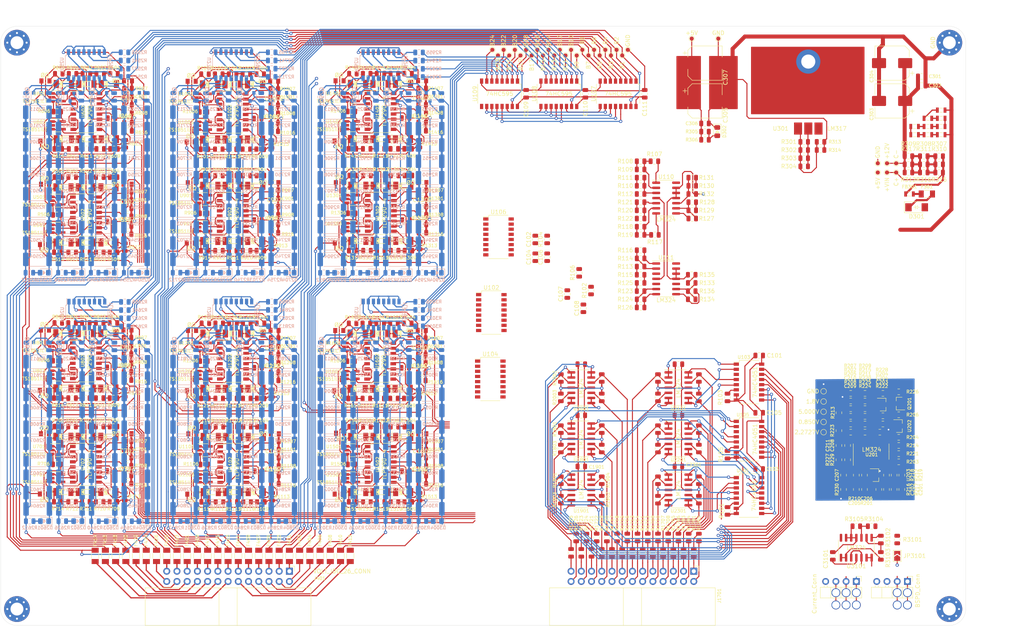
<source format=kicad_pcb>
(kicad_pcb (version 20171130) (host pcbnew "(5.1.5)-3")
  (title_block (title "BMS 24S") (date 2020-08-13) (rev A) (company "e-Power UFRGS") (comment 1 "Gabriel Gosmann"))
  (layers (0 F.Cu signal) (31 B.Cu signal) (34 B.Paste user) (35 F.Paste user hide) (36 B.SilkS user hide) (37 F.SilkS user) (38 B.Mask user hide) (39 F.Mask user hide) (44 Edge.Cuts user))
  (net 0 "")
  (net 1 GND)
  (net 2 +5V)
  (net 3 +12V)
  (net 4 "Net-(R604-Pad1)")
  (net 5 "Net-(R609-Pad1)")
  (net 6 "Net-(R704-Pad1)")
  (net 7 "Net-(R709-Pad1)")
  (net 8 "Net-(R804-Pad1)")
  (net 9 "Net-(R809-Pad1)")
  (net 10 "Net-(R904-Pad1)")
  (net 11 "Net-(R909-Pad1)")
  (net 12 "Net-(R1004-Pad1)")
  (net 13 "Net-(R1009-Pad1)")
  (net 14 "/Temperature Sensors/TS_20")
  (net 15 "/Temperature Sensors/TS_19")
  (net 16 "/Temperature Sensors/TS_18")
  (net 17 "/Temperature Sensors/TS_17")
  (net 18 "/Temperature Sensors/TS_16")
  (net 19 "/Temperature Sensors/TS_15")
  (net 20 "/Temperature Sensors/TS_14")
  (net 21 "/Temperature Sensors/TS_13")
  (net 22 "/Temperature Sensors/TS_12")
  (net 23 "/Temperature Sensors/TS_11")
  (net 24 "/Temperature Sensors/TS_10")
  (net 25 "/Temperature Sensors/TS_9")
  (net 26 "/Temperature Sensors/TS_8")
  (net 27 "/Temperature Sensors/TS_7")
  (net 28 "/Temperature Sensors/TS_6")
  (net 29 "/Temperature Sensors/TS_5")
  (net 30 "/Temperature Sensors/TS_4")
  (net 31 "/Temperature Sensors/TS_3")
  (net 32 "/Temperature Sensors/TS_2")
  (net 33 "/Temperature Sensors/TS_1")
  (net 34 "/Temperature Sensors/0V")
  (net 35 "Net-(R1104-Pad1)")
  (net 36 "Net-(R1109-Pad1)")
  (net 37 "Net-(R1204-Pad1)")
  (net 38 "Net-(R1209-Pad1)")
  (net 39 "Net-(R1304-Pad1)")
  (net 40 "Net-(R1309-Pad1)")
  (net 41 "Net-(C201-Pad1)")
  (net 42 "Net-(C205-Pad1)")
  (net 43 "Net-(Q201-Pad2)")
  (net 44 "Net-(R201-Pad2)")
  (net 45 "Net-(R213-Pad1)")
  (net 46 "Net-(R227-Pad1)")
  (net 47 "Net-(R504-Pad1)")
  (net 48 "Net-(R509-Pad1)")
  (net 49 "Net-(D2701-Pad2)")
  (net 50 "Net-(D2702-Pad2)")
  (net 51 "Net-(D2801-Pad2)")
  (net 52 "Net-(D2802-Pad2)")
  (net 53 CELL_1)
  (net 54 CELL_GND)
  (net 55 CELL_3)
  (net 56 CELL_2)
  (net 57 CELL_5)
  (net 58 CELL_4)
  (net 59 CELL_7)
  (net 60 CELL_6)
  (net 61 CELL_9)
  (net 62 CELL_8)
  (net 63 CELL_11)
  (net 64 CELL_10)
  (net 65 CELL_13)
  (net 66 CELL_12)
  (net 67 CELL_15)
  (net 68 CELL_14)
  (net 69 CELL_17)
  (net 70 CELL_16)
  (net 71 CELL_19)
  (net 72 CELL_18)
  (net 73 CELL_20)
  (net 74 /T3)
  (net 75 /T4)
  (net 76 /T5)
  (net 77 /T6)
  (net 78 /T7)
  (net 79 /T8)
  (net 80 /T1)
  (net 81 /T2)
  (net 82 /T9)
  (net 83 /T10)
  (net 84 /T11)
  (net 85 /T12)
  (net 86 /T13)
  (net 87 /T14)
  (net 88 /T15)
  (net 89 /T16)
  (net 90 /T17)
  (net 91 /T18)
  (net 92 /T19)
  (net 93 /T20)
  (net 94 /VCC)
  (net 95 "Net-(F301-Pad1)")
  (net 96 /1.8V)
  (net 97 "Net-(D301-Pad1)")
  (net 98 "Net-(D302-Pad2)")
  (net 99 "Net-(D501-Pad2)")
  (net 100 "Net-(D501-Pad1)")
  (net 101 "Net-(D502-Pad1)")
  (net 102 "Net-(D504-Pad1)")
  (net 103 "Net-(D601-Pad2)")
  (net 104 "Net-(D601-Pad1)")
  (net 105 "Net-(D602-Pad1)")
  (net 106 "Net-(D604-Pad1)")
  (net 107 "Net-(D701-Pad2)")
  (net 108 "Net-(D701-Pad1)")
  (net 109 "Net-(D702-Pad1)")
  (net 110 "Net-(D704-Pad1)")
  (net 111 "Net-(D801-Pad2)")
  (net 112 "Net-(D801-Pad1)")
  (net 113 "Net-(D802-Pad1)")
  (net 114 "Net-(D804-Pad1)")
  (net 115 "Net-(D901-Pad2)")
  (net 116 "Net-(D901-Pad1)")
  (net 117 "Net-(D902-Pad1)")
  (net 118 "Net-(D904-Pad1)")
  (net 119 "Net-(D1001-Pad2)")
  (net 120 "Net-(D1001-Pad1)")
  (net 121 "Net-(D1002-Pad1)")
  (net 122 "Net-(D1004-Pad1)")
  (net 123 "Net-(D1101-Pad2)")
  (net 124 "Net-(D1101-Pad1)")
  (net 125 "Net-(D1102-Pad1)")
  (net 126 "Net-(D1104-Pad1)")
  (net 127 "Net-(D1201-Pad2)")
  (net 128 "Net-(D1201-Pad1)")
  (net 129 "Net-(D1202-Pad1)")
  (net 130 "Net-(D1204-Pad1)")
  (net 131 "Net-(D1301-Pad2)")
  (net 132 "Net-(D1301-Pad1)")
  (net 133 "Net-(D1302-Pad1)")
  (net 134 "Net-(D1304-Pad1)")
  (net 135 "Net-(D1401-Pad2)")
  (net 136 "Net-(D1401-Pad1)")
  (net 137 "Net-(D1402-Pad1)")
  (net 138 "Net-(D1404-Pad1)")
  (net 139 "Net-(D2703-Pad2)")
  (net 140 "Net-(D2704-Pad2)")
  (net 141 "Net-(D2803-Pad2)")
  (net 142 "Net-(D2804-Pad2)")
  (net 143 "Net-(D2901-Pad2)")
  (net 144 "Net-(D2902-Pad2)")
  (net 145 "Net-(D2903-Pad2)")
  (net 146 "Net-(D2904-Pad2)")
  (net 147 "Net-(D3001-Pad2)")
  (net 148 "Net-(D3002-Pad2)")
  (net 149 "Net-(D3003-Pad2)")
  (net 150 "Net-(D3004-Pad2)")
  (net 151 "Net-(F401-Pad1)")
  (net 152 "Net-(F402-Pad1)")
  (net 153 "Net-(F403-Pad1)")
  (net 154 "Net-(F404-Pad1)")
  (net 155 "Net-(F405-Pad1)")
  (net 156 "Net-(F406-Pad1)")
  (net 157 "Net-(F407-Pad1)")
  (net 158 "Net-(F408-Pad1)")
  (net 159 "Net-(F409-Pad1)")
  (net 160 "Net-(F410-Pad1)")
  (net 161 "Net-(F411-Pad1)")
  (net 162 "Net-(F412-Pad1)")
  (net 163 "Net-(F413-Pad1)")
  (net 164 "Net-(F414-Pad1)")
  (net 165 "Net-(F415-Pad1)")
  (net 166 "Net-(F416-Pad1)")
  (net 167 "Net-(F417-Pad1)")
  (net 168 "Net-(F418-Pad1)")
  (net 169 "Net-(F419-Pad1)")
  (net 170 "Net-(F420-Pad1)")
  (net 171 "Net-(F421-Pad1)")
  (net 172 "Net-(F422-Pad1)")
  (net 173 "Net-(F423-Pad1)")
  (net 174 "Net-(F424-Pad1)")
  (net 175 "Net-(F425-Pad1)")
  (net 176 "Net-(F426-Pad1)")
  (net 177 "/Current Sensor/VIOUT")
  (net 178 "/Current Sensor/VCC")
  (net 179 "/Current Sensor/BSPD_SIG")
  (net 180 /5.000V)
  (net 181 "Net-(Q2701-Pad1)")
  (net 182 "Net-(Q2702-Pad1)")
  (net 183 "Net-(Q2703-Pad1)")
  (net 184 "Net-(Q2704-Pad1)")
  (net 185 "Net-(Q2801-Pad1)")
  (net 186 "Net-(Q2802-Pad1)")
  (net 187 "Net-(Q2803-Pad1)")
  (net 188 "Net-(Q2804-Pad1)")
  (net 189 "Net-(Q2901-Pad1)")
  (net 190 "Net-(Q2902-Pad1)")
  (net 191 "Net-(Q2903-Pad1)")
  (net 192 "Net-(Q2904-Pad1)")
  (net 193 "Net-(Q3001-Pad1)")
  (net 194 "Net-(Q3002-Pad1)")
  (net 195 "Net-(Q3003-Pad1)")
  (net 196 "Net-(Q3004-Pad1)")
  (net 197 "Net-(R101-Pad2)")
  (net 198 "Net-(R102-Pad2)")
  (net 199 "Net-(R103-Pad2)")
  (net 200 "Net-(R104-Pad2)")
  (net 201 "Net-(R105-Pad2)")
  (net 202 "Net-(R106-Pad2)")
  (net 203 /2.2727V)
  (net 204 /0.850V)
  (net 205 "Net-(R503-Pad1)")
  (net 206 "Net-(R510-Pad1)")
  (net 207 /V1)
  (net 208 "Net-(R515-Pad2)")
  (net 209 /V2)
  (net 210 "Net-(R603-Pad1)")
  (net 211 "Net-(R610-Pad1)")
  (net 212 /V3)
  (net 213 "Net-(R615-Pad2)")
  (net 214 /V4)
  (net 215 "Net-(R703-Pad1)")
  (net 216 "Net-(R710-Pad1)")
  (net 217 /V5)
  (net 218 "Net-(R715-Pad2)")
  (net 219 /V6)
  (net 220 "Net-(R803-Pad1)")
  (net 221 "Net-(R810-Pad1)")
  (net 222 /V7)
  (net 223 "Net-(R815-Pad2)")
  (net 224 /V8)
  (net 225 "Net-(R903-Pad1)")
  (net 226 "Net-(R910-Pad1)")
  (net 227 /V9)
  (net 228 "Net-(R915-Pad2)")
  (net 229 /V10)
  (net 230 "Net-(R1003-Pad1)")
  (net 231 "Net-(R1010-Pad1)")
  (net 232 /V11)
  (net 233 "Net-(R1015-Pad2)")
  (net 234 /V12)
  (net 235 "Net-(R1103-Pad1)")
  (net 236 "Net-(R1110-Pad1)")
  (net 237 /V13)
  (net 238 "Net-(R1115-Pad2)")
  (net 239 /V14)
  (net 240 "Net-(R1203-Pad1)")
  (net 241 "Net-(R1210-Pad1)")
  (net 242 /V15)
  (net 243 "Net-(R1215-Pad2)")
  (net 244 /V16)
  (net 245 "Net-(R1303-Pad1)")
  (net 246 "Net-(R1310-Pad1)")
  (net 247 "Net-(R1315-Pad2)")
  (net 248 "Net-(R1403-Pad1)")
  (net 249 "Net-(R1404-Pad1)")
  (net 250 "Net-(R1409-Pad1)")
  (net 251 "Net-(R1410-Pad1)")
  (net 252 "Net-(R1415-Pad2)")
  (net 253 "Net-(R1602-Pad1)")
  (net 254 "Net-(R1604-Pad1)")
  (net 255 "Net-(R1609-Pad1)")
  (net 256 "Net-(R1611-Pad1)")
  (net 257 /B4)
  (net 258 /B3)
  (net 259 /B2)
  (net 260 /B1)
  (net 261 /B8)
  (net 262 /B7)
  (net 263 /B6)
  (net 264 /B5)
  (net 265 /B14)
  (net 266 /B13)
  (net 267 /B12)
  (net 268 /B11)
  (net 269 /B16)
  (net 270 /B15)
  (net 271 /B10)
  (net 272 /B9)
  (net 273 /C1)
  (net 274 /S0)
  (net 275 /S1)
  (net 276 /S2)
  (net 277 /TOUT_3)
  (net 278 /TOUT_2)
  (net 279 /TOUT_1)
  (net 280 /V19)
  (net 281 /V18)
  (net 282 /V17)
  (net 283 /V20)
  (net 284 /VOUT_3)
  (net 285 /VOUT_2)
  (net 286 /VOUT_1)
  (net 287 /DS)
  (net 288 /~OE)
  (net 289 /RCLK)
  (net 290 /SCLK)
  (net 291 /~RESET)
  (net 292 "Net-(U107-Pad9)")
  (net 293 "Net-(U108-Pad9)")
  (net 294 /B17)
  (net 295 "Net-(U109-Pad9)")
  (net 296 /B20)
  (net 297 /B19)
  (net 298 /B18)
  (net 299 "Net-(U501-Pad1)")
  (net 300 "Net-(U601-Pad1)")
  (net 301 "Net-(U701-Pad1)")
  (net 302 "Net-(U801-Pad1)")
  (net 303 "Net-(U901-Pad1)")
  (net 304 "Net-(U1001-Pad1)")
  (net 305 "Net-(U1101-Pad1)")
  (net 306 "Net-(U1201-Pad1)")
  (net 307 "Net-(U1301-Pad1)")
  (net 308 "Net-(U1401-Pad1)")
  (net 309 "Net-(D1501-Pad2)")
  (net 310 "Net-(D1501-Pad1)")
  (net 311 "Net-(D1502-Pad1)")
  (net 312 "Net-(D1504-Pad1)")
  (net 313 CELL_21)
  (net 314 "Net-(D1601-Pad2)")
  (net 315 "Net-(D1601-Pad1)")
  (net 316 "Net-(D1602-Pad1)")
  (net 317 "Net-(D1604-Pad1)")
  (net 318 CELL_23)
  (net 319 CELL_22)
  (net 320 CELL_24)
  (net 321 "/Temperature Sensors/TS_21")
  (net 322 "/Temperature Sensors/TS_22")
  (net 323 "/Temperature Sensors/TS_23")
  (net 324 "/Temperature Sensors/TS_24")
  (net 325 /V21)
  (net 326 /V22)
  (net 327 "Net-(R1610-Pad1)")
  (net 328 "Net-(R1612-Pad1)")
  (net 329 "Net-(R1615-Pad2)")
  (net 330 /V23)
  (net 331 /V24)
  (net 332 "Net-(R2955-Pad2)")
  (net 333 "Net-(R3055-Pad2)")
  (net 334 /T22)
  (net 335 /T24)
  (net 336 /T23)
  (net 337 /T21)
  (net 338 "Net-(U1501-Pad1)")
  (net 339 "Net-(D2501-Pad2)")
  (net 340 "Net-(D2501-Pad1)")
  (net 341 "Net-(D2502-Pad2)")
  (net 342 "Net-(D2502-Pad1)")
  (net 343 "Net-(D2503-Pad2)")
  (net 344 "Net-(D2503-Pad1)")
  (net 345 "Net-(D2504-Pad2)")
  (net 346 "Net-(D2504-Pad1)")
  (net 347 "Net-(D2601-Pad2)")
  (net 348 "Net-(D2601-Pad1)")
  (net 349 "Net-(D2602-Pad2)")
  (net 350 "Net-(D2602-Pad1)")
  (net 351 "Net-(D2603-Pad2)")
  (net 352 "Net-(D2603-Pad1)")
  (net 353 "Net-(D2604-Pad2)")
  (net 354 "Net-(D2604-Pad1)")
  (net 355 "Net-(D2701-Pad1)")
  (net 356 "Net-(D2702-Pad1)")
  (net 357 "Net-(D2703-Pad1)")
  (net 358 "Net-(D2704-Pad1)")
  (net 359 "Net-(D2801-Pad1)")
  (net 360 "Net-(D2802-Pad1)")
  (net 361 "Net-(D2803-Pad1)")
  (net 362 "Net-(D2804-Pad1)")
  (net 363 "Net-(D2901-Pad1)")
  (net 364 "Net-(D2902-Pad1)")
  (net 365 "Net-(D2903-Pad1)")
  (net 366 "Net-(D2904-Pad1)")
  (net 367 "Net-(D3001-Pad1)")
  (net 368 "Net-(D3002-Pad1)")
  (net 369 "Net-(D3003-Pad1)")
  (net 370 "Net-(D3004-Pad1)")
  (net 371 "Net-(J1701-Pad26)")
  (net 372 "Net-(J1701-Pad25)")
  (net 373 "Net-(J1701-Pad24)")
  (net 374 "Net-(J1701-Pad23)")
  (net 375 "Net-(J1701-Pad22)")
  (net 376 "Net-(J1701-Pad21)")
  (net 377 "Net-(J1701-Pad20)")
  (net 378 "Net-(J1701-Pad19)")
  (net 379 "Net-(J1701-Pad18)")
  (net 380 "Net-(J1701-Pad17)")
  (net 381 "Net-(J1701-Pad16)")
  (net 382 "Net-(J1701-Pad15)")
  (net 383 "Net-(J1701-Pad14)")
  (net 384 "Net-(J1701-Pad13)")
  (net 385 "Net-(J1701-Pad12)")
  (net 386 "Net-(J1701-Pad11)")
  (net 387 "Net-(J1701-Pad10)")
  (net 388 "Net-(J1701-Pad9)")
  (net 389 "Net-(J1701-Pad8)")
  (net 390 "Net-(J1701-Pad7)")
  (net 391 "Net-(J1701-Pad6)")
  (net 392 "Net-(J1701-Pad5)")
  (net 393 "Net-(J1701-Pad4)")
  (net 394 "Net-(J1701-Pad3)")
  (net 395 "Net-(J1701-Pad2)")
  (net 396 "Net-(J1701-Pad1)")
  (net 397 "Net-(J3102-Pad4)")
  (net 398 "Net-(Q2501-Pad1)")
  (net 399 "Net-(Q2502-Pad1)")
  (net 400 "Net-(Q2503-Pad1)")
  (net 401 "Net-(Q2504-Pad1)")
  (net 402 "Net-(Q2601-Pad1)")
  (net 403 "Net-(Q2602-Pad1)")
  (net 404 "Net-(Q2603-Pad1)")
  (net 405 "Net-(Q2604-Pad1)")
  (net 406 "Net-(R1503-Pad1)")
  (net 407 "Net-(R1504-Pad1)")
  (net 408 "Net-(R1509-Pad1)")
  (net 409 "Net-(R1510-Pad1)")
  (net 410 "Net-(R1515-Pad2)")
  (net 411 "Net-(R1603-Pad1)")
  (net 412 "Net-(U1601-Pad1)")
  (net 413 "Net-(C203-Pad2)")
  (net 414 "Net-(C207-Pad1)")
  (net 415 "Net-(C209-Pad1)")
  (net 416 "Net-(D504-Pad2)")
  (net 417 "Net-(D505-Pad1)")
  (net 418 "Net-(D604-Pad2)")
  (net 419 "Net-(D605-Pad1)")
  (net 420 "Net-(D704-Pad2)")
  (net 421 "Net-(D705-Pad1)")
  (net 422 "Net-(D804-Pad2)")
  (net 423 "Net-(D805-Pad1)")
  (net 424 "Net-(D904-Pad2)")
  (net 425 "Net-(D905-Pad1)")
  (net 426 "Net-(D1004-Pad2)")
  (net 427 "Net-(D1005-Pad1)")
  (net 428 "Net-(D1104-Pad2)")
  (net 429 "Net-(D1105-Pad1)")
  (net 430 "Net-(D1204-Pad2)")
  (net 431 "Net-(D1205-Pad1)")
  (net 432 "Net-(D1304-Pad2)")
  (net 433 "Net-(D1305-Pad1)")
  (net 434 "Net-(D1404-Pad2)")
  (net 435 "Net-(D1405-Pad1)")
  (net 436 "Net-(D1504-Pad2)")
  (net 437 "Net-(D1505-Pad1)")
  (net 438 "Net-(D1604-Pad2)")
  (net 439 "Net-(D1605-Pad1)")
  (net 440 "Net-(R202-Pad1)")
  (net 441 "Net-(R203-Pad2)")
  (net 442 "Net-(R204-Pad1)")
  (net 443 "Net-(R207-Pad2)")
  (net 444 "Net-(R209-Pad1)")
  (net 445 "Net-(R212-Pad2)")
  (net 446 "Net-(R217-Pad1)")
  (net 447 "Net-(R222-Pad1)")
  (net 448 "Net-(R223-Pad1)")
  (net 449 "Net-(R224-Pad1)")
  (net 450 "Net-(R226-Pad1)")
  (net 451 "Net-(R301-Pad2)")
  (net 452 "Net-(R501-Pad1)")
  (net 453 "Net-(R502-Pad1)")
  (net 454 "Net-(R507-Pad2)")
  (net 455 "Net-(R511-Pad1)")
  (net 456 "Net-(R512-Pad1)")
  (net 457 "Net-(R601-Pad1)")
  (net 458 "Net-(R602-Pad1)")
  (net 459 "Net-(R607-Pad2)")
  (net 460 "Net-(R611-Pad1)")
  (net 461 "Net-(R612-Pad1)")
  (net 462 "Net-(R701-Pad1)")
  (net 463 "Net-(R702-Pad1)")
  (net 464 "Net-(R707-Pad2)")
  (net 465 "Net-(R711-Pad1)")
  (net 466 "Net-(R712-Pad1)")
  (net 467 "Net-(R801-Pad1)")
  (net 468 "Net-(R802-Pad1)")
  (net 469 "Net-(R807-Pad2)")
  (net 470 "Net-(R811-Pad1)")
  (net 471 "Net-(R812-Pad1)")
  (net 472 "Net-(R901-Pad1)")
  (net 473 "Net-(R902-Pad1)")
  (net 474 "Net-(R907-Pad2)")
  (net 475 "Net-(R911-Pad1)")
  (net 476 "Net-(R912-Pad1)")
  (net 477 "Net-(R1001-Pad1)")
  (net 478 "Net-(R1002-Pad1)")
  (net 479 "Net-(R1007-Pad2)")
  (net 480 "Net-(R1011-Pad1)")
  (net 481 "Net-(R1012-Pad1)")
  (net 482 "Net-(R1101-Pad1)")
  (net 483 "Net-(R1102-Pad1)")
  (net 484 "Net-(R1107-Pad2)")
  (net 485 "Net-(R1111-Pad1)")
  (net 486 "Net-(R1112-Pad1)")
  (net 487 "Net-(R1201-Pad1)")
  (net 488 "Net-(R1202-Pad1)")
  (net 489 "Net-(R1207-Pad2)")
  (net 490 "Net-(R1211-Pad1)")
  (net 491 "Net-(R1212-Pad1)")
  (net 492 "Net-(R1301-Pad1)")
  (net 493 "Net-(R1302-Pad1)")
  (net 494 "Net-(R1307-Pad2)")
  (net 495 "Net-(R1311-Pad1)")
  (net 496 "Net-(R1312-Pad1)")
  (net 497 "Net-(R1401-Pad1)")
  (net 498 "Net-(R1402-Pad1)")
  (net 499 "Net-(R1407-Pad2)")
  (net 500 "Net-(R1411-Pad1)")
  (net 501 "Net-(R1412-Pad1)")
  (net 502 "Net-(R1501-Pad1)")
  (net 503 "Net-(R1502-Pad1)")
  (net 504 "Net-(R1507-Pad2)")
  (net 505 "Net-(R1511-Pad1)")
  (net 506 "Net-(R1512-Pad1)")
  (net 507 "Net-(R1601-Pad1)")
  (net 508 "Net-(R1607-Pad2)")
  (net 509 "Net-(R2501-Pad1)")
  (net 510 "Net-(R2513-Pad2)")
  (net 511 "Net-(R2515-Pad1)")
  (net 512 "Net-(R2527-Pad2)")
  (net 513 "Net-(R2529-Pad1)")
  (net 514 "Net-(R2541-Pad2)")
  (net 515 "Net-(R2543-Pad1)")
  (net 516 "Net-(R2555-Pad2)")
  (net 517 "Net-(R2601-Pad1)")
  (net 518 "Net-(R2613-Pad2)")
  (net 519 "Net-(R2615-Pad1)")
  (net 520 "Net-(R2627-Pad2)")
  (net 521 "Net-(R2629-Pad1)")
  (net 522 "Net-(R2641-Pad2)")
  (net 523 "Net-(R2643-Pad1)")
  (net 524 "Net-(R2655-Pad2)")
  (net 525 "Net-(R2701-Pad1)")
  (net 526 "Net-(R2713-Pad2)")
  (net 527 "Net-(R2715-Pad1)")
  (net 528 "Net-(R2727-Pad2)")
  (net 529 "Net-(R2729-Pad1)")
  (net 530 "Net-(R2741-Pad2)")
  (net 531 "Net-(R2743-Pad1)")
  (net 532 "Net-(R2755-Pad2)")
  (net 533 "Net-(R2801-Pad1)")
  (net 534 "Net-(R2813-Pad2)")
  (net 535 "Net-(R2815-Pad1)")
  (net 536 "Net-(R2827-Pad2)")
  (net 537 "Net-(R2829-Pad1)")
  (net 538 "Net-(R2841-Pad2)")
  (net 539 "Net-(R2843-Pad1)")
  (net 540 "Net-(R2855-Pad2)")
  (net 541 "Net-(R2901-Pad1)")
  (net 542 "Net-(R2913-Pad2)")
  (net 543 "Net-(R2915-Pad1)")
  (net 544 "Net-(R2927-Pad2)")
  (net 545 "Net-(R2929-Pad1)")
  (net 546 "Net-(R2941-Pad2)")
  (net 547 "Net-(R2943-Pad1)")
  (net 548 "Net-(R3001-Pad1)")
  (net 549 "Net-(R3013-Pad2)")
  (net 550 "Net-(R3015-Pad1)")
  (net 551 "Net-(R3027-Pad2)")
  (net 552 "Net-(R3029-Pad1)")
  (net 553 "Net-(R3041-Pad2)")
  (net 554 "Net-(R3043-Pad1)")
  (net 555 "Net-(U502-Pad6)")
  (net 556 "Net-(U502-Pad5)")
  (net 557 "Net-(U502-Pad2)")
  (net 558 "Net-(U602-Pad6)")
  (net 559 "Net-(U602-Pad5)")
  (net 560 "Net-(U602-Pad2)")
  (net 561 "Net-(U702-Pad6)")
  (net 562 "Net-(U702-Pad5)")
  (net 563 "Net-(U702-Pad2)")
  (net 564 "Net-(U802-Pad6)")
  (net 565 "Net-(U802-Pad5)")
  (net 566 "Net-(U802-Pad2)")
  (net 567 "Net-(U902-Pad6)")
  (net 568 "Net-(U902-Pad5)")
  (net 569 "Net-(U902-Pad2)")
  (net 570 "Net-(U1002-Pad6)")
  (net 571 "Net-(U1002-Pad5)")
  (net 572 "Net-(U1002-Pad2)")
  (net 573 "Net-(U1102-Pad6)")
  (net 574 "Net-(U1102-Pad5)")
  (net 575 "Net-(U1102-Pad2)")
  (net 576 "Net-(U1202-Pad6)")
  (net 577 "Net-(U1202-Pad5)")
  (net 578 "Net-(U1202-Pad2)")
  (net 579 "Net-(U1302-Pad6)")
  (net 580 "Net-(U1302-Pad5)")
  (net 581 "Net-(U1302-Pad2)")
  (net 582 "Net-(U1402-Pad6)")
  (net 583 "Net-(U1402-Pad5)")
  (net 584 "Net-(U1402-Pad2)")
  (net 585 "Net-(U1502-Pad6)")
  (net 586 "Net-(U1502-Pad5)")
  (net 587 "Net-(U1502-Pad2)")
  (net 588 "Net-(U1602-Pad6)")
  (net 589 "Net-(U1602-Pad5)")
  (net 590 "Net-(U1602-Pad2)")
  (net 591 "Net-(F412-Pad2)")
  (net 592 /B24)
  (net 593 /B23)
  (net 594 /B22)
  (net 595 /B21)
  (net 596 "Net-(R107-Pad2)")
  (net 597 /TOUT_1P)
  (net 598 "Net-(R110-Pad1)")
  (net 599 "Net-(R113-Pad2)")
  (net 600 "Net-(R113-Pad1)")
  (net 601 /VOUT_1P)
  (net 602 "Net-(R117-Pad2)")
  (net 603 /TOUT_2P)
  (net 604 "Net-(R120-Pad1)")
  (net 605 "Net-(R123-Pad2)")
  (net 606 "Net-(R123-Pad1)")
  (net 607 /VOUT_2P)
  (net 608 "Net-(R127-Pad2)")
  (net 609 /TOUT_3P)
  (net 610 "Net-(R130-Pad1)")
  (net 611 "Net-(R133-Pad2)")
  (net 612 "Net-(R133-Pad1)")
  (net 613 /VOUT_3P)
  (net 614 "Net-(JP3101-Pad2)")
  (net 615 "Net-(U110-Pad14)")
  (net 616 "Net-(U3101-Pad14)")
  (net 617 "Net-(U111-Pad14)")
  (net 618 "Net-(FB302-Pad1)")
  (net 619 "Net-(FB303-Pad2)")
  (net 620 "Net-(FB304-Pad1)")
  (net 621 "Net-(FB305-Pad2)")
  (net 622 "Net-(FB306-Pad1)")
  (net 623 "Net-(FB307-Pad2)")
  (net 624 "Net-(FB308-Pad1)")
  (net 625 "Net-(FB309-Pad2)")
  (net 626 "Net-(J3101-Pad4)")
  (net 627 "Net-(J3102-Pad3)")
  (net 628 "Net-(R3102-Pad1)")
  (net 629 "Net-(R3103-Pad2)")
  (net 630 "Net-(R3104-Pad1)")
  (net 631 "Net-(FB301-Pad1)")
  (net 632 "Net-(Q201-Pad1)")
  (net 633 "Net-(R307-Pad1)")
  (net 634 "Net-(R308-Pad1)")
  (module e-Power:TestPoint_Pad_D1.0mm (layer F.Cu) (at 366.014 145.034 180)
    (fp_text reference TP205)
    (fp_text value GND (at 1.016 0) (layer F.SilkS) (effects (justify right)))
    (pad 1 smd circle (at 0 0 180) (size 1 1) (layers F.Cu F.Mask) (net 1 GND))
  )
  (module e-Power:TestPoint_Pad_D1.0mm (layer F.Cu) (at 339.852 57.404)
    (fp_text reference TP308)
    (fp_text value GND (at 0 -1.397) (layer F.SilkS))
    (pad 1 smd circle (at 0 0) (size 1 1) (layers F.Cu F.Mask) (net 1 GND))
  )
  (module e-Power:TestPoint_Pad_D1.0mm (layer F.Cu) (at 333.248 57.404)
    (fp_text reference TP307)
    (fp_text value +5V (at 0 -1.397) (layer F.SilkS))
    (pad 1 smd circle (at 0 0) (size 1 1) (layers F.Cu F.Mask) (net 2 +5V))
  )
  (module Package_TO_SOT_SMD:SOT-23 (layer F.Cu) (at 380.746 148.336)
    (fp_text reference U204 (at -0.254 -7.62) (layer F.SilkS) (effects (font (size 0.8 0.8))))
    (fp_text value TL431)
    (pad 3 smd rect (at 1 0) (size 0.9 0.8) (layers F.Cu F.Paste F.Mask) (net 1 GND))
    (pad 2 smd rect (at -1 0.95) (size 0.9 0.8) (layers F.Cu F.Paste F.Mask) (net 413 "Net-(C203-Pad2)"))
    (pad 1 smd rect (at -1 -0.95) (size 0.9 0.8) (layers F.Cu F.Paste F.Mask) (net 450 "Net-(R226-Pad1)"))
  )
  (module Package_TO_SOT_SMD:SOT-23 (layer F.Cu) (at 378.968 165.862)
    (fp_text reference U203 (at 8.128 0 270) (layer F.SilkS) (effects (font (size 0.8 0.8))))
    (fp_text value TL431)
    (pad 3 smd rect (at 1 0) (size 0.9 0.8) (layers F.Cu F.Paste F.Mask) (net 1 GND))
    (pad 2 smd rect (at -1 0.95) (size 0.9 0.8) (layers F.Cu F.Paste F.Mask) (net 42 "Net-(C205-Pad1)"))
    (pad 1 smd rect (at -1 -0.95) (size 0.9 0.8) (layers F.Cu F.Paste F.Mask) (net 42 "Net-(C205-Pad1)"))
  )
  (module Package_TO_SOT_SMD:SOT-23 (layer F.Cu) (at 384.81 153.67)
    (fp_text reference U202 (at 2.54 0 270) (layer F.SilkS) (effects (font (size 0.8 0.8))))
    (fp_text value TL431)
    (pad 3 smd rect (at 1 0) (size 0.9 0.8) (layers F.Cu F.Paste F.Mask) (net 632 "Net-(Q201-Pad1)"))
    (pad 2 smd rect (at -1 0.95) (size 0.9 0.8) (layers F.Cu F.Paste F.Mask) (net 3 +12V))
    (pad 1 smd rect (at -1 -0.95) (size 0.9 0.8) (layers F.Cu F.Paste F.Mask) (net 442 "Net-(R204-Pad1)"))
  )
  (module e-Power:TestPoint_Pad_D1.0mm (layer F.Cu) (at 379.476 88.392)
    (fp_text reference TP306)
    (fp_text value GND (at 0 -2.794 90) (layer F.SilkS))
    (pad 1 smd circle (at 0 0) (size 1 1) (layers F.Cu F.Mask) (net 1 GND))
  )
  (module e-Power:TestPoint_Pad_D1.0mm (layer F.Cu) (at 384.048 88.392 270)
    (fp_text reference TP305)
    (fp_text value C- (at -2.286 0 90) (layer F.SilkS))
    (pad 1 smd circle (at 0 0 270) (size 1 1) (layers F.Cu F.Mask) (net 3 +12V))
  )
  (module e-Power:TestPoint_Pad_D1.0mm (layer F.Cu) (at 384.048 90.678 270)
    (fp_text reference TP304)
    (fp_text value C+ (at 2.286 0 90) (layer F.SilkS))
    (pad 1 smd circle (at 0 0 270) (size 1 1) (layers F.Cu F.Mask) (net 631 "Net-(FB301-Pad1)"))
  )
  (module e-Power:TestPoint_Pad_D1.0mm (layer F.Cu) (at 379.476 90.678 90)
    (fp_text reference TP303)
    (fp_text value +5V (at -2.794 0 90) (layer F.SilkS))
    (pad 1 smd circle (at 0 0 90) (size 1 1) (layers F.Cu F.Mask) (net 2 +5V))
  )
  (module e-Power:TestPoint_Pad_D1.0mm (layer F.Cu) (at 381.762 88.392 90)
    (fp_text reference TP302)
    (fp_text value +12V (at 3.048 0 90) (layer F.SilkS))
    (pad 1 smd circle (at 0 0 90) (size 1 1) (layers F.Cu F.Mask) (net 3 +12V))
  )
  (module e-Power:TestPoint_Pad_D1.0mm (layer F.Cu) (at 381.762 90.678 90)
    (fp_text reference TP301)
    (fp_text value +VIN (at -3.048 0 90) (layer F.SilkS))
    (pad 1 smd circle (at 0 0 90) (size 1 1) (layers F.Cu F.Mask) (net 631 "Net-(FB301-Pad1)"))
  )
  (module e-Power:TestPoint_Pad_D1.0mm (layer F.Cu) (at 366.014 155.194 90)
    (fp_text reference TP204)
    (fp_text value 2.2727V (at 0 -1.016) (layer F.SilkS) (effects (justify right)))
    (pad 1 smd circle (at 0 0 90) (size 1 1) (layers F.Cu F.Mask) (net 203 /2.2727V))
  )
  (module e-Power:TestPoint_Pad_D1.0mm (layer F.Cu) (at 366.014 152.654 90)
    (fp_text reference TP203)
    (fp_text value 0.850V (at 0 -1.016) (layer F.SilkS) (effects (justify right)))
    (pad 1 smd circle (at 0 0 90) (size 1 1) (layers F.Cu F.Mask) (net 204 /0.850V))
  )
  (module e-Power:TestPoint_Pad_D1.0mm (layer F.Cu) (at 366.014 150.114 90)
    (fp_text reference TP202)
    (fp_text value 5.000V (at 0 -1.016) (layer F.SilkS) (effects (justify right)))
    (pad 1 smd circle (at 0 0 90) (size 1 1) (layers F.Cu F.Mask) (net 180 /5.000V))
  )
  (module e-Power:TestPoint_Pad_D1.0mm (layer F.Cu) (at 366.014 147.574 180)
    (fp_text reference TP201)
    (fp_text value 1.8V (at 1.016 0) (layer F.SilkS) (effects (justify right)))
    (pad 1 smd circle (at 0 0 180) (size 1 1) (layers F.Cu F.Mask) (net 96 /1.8V))
  )
  (module Resistor_SMD:R_0805_2012Metric (layer F.Cu) (at 387.096 88.646)
    (fp_text reference R317 (at 0 -3.81) (layer F.SilkS))
    (fp_text value 1R)
    (pad 2 smd roundrect (at 0.9375 0) (size 0.975 1.4) (layers F.Cu F.Paste F.Mask) (net 634 "Net-(R308-Pad1)"))
    (pad 1 smd roundrect (at -0.9375 0) (size 0.975 1.4) (layers F.Cu F.Paste F.Mask) (net 3 +12V))
  )
  (module Resistor_SMD:R_0805_2012Metric (layer F.Cu) (at 390.906 90.678)
    (fp_text reference R316 (at 0 1.778) (layer F.SilkS))
    (fp_text value 1R)
    (pad 2 smd roundrect (at 0.9375 0) (size 0.975 1.4) (layers F.Cu F.Paste F.Mask) (net 633 "Net-(R307-Pad1)"))
    (pad 1 smd roundrect (at -0.9375 0) (size 0.975 1.4) (layers F.Cu F.Paste F.Mask) (net 634 "Net-(R308-Pad1)"))
  )
  (module Resistor_SMD:R_0805_2012Metric (layer F.Cu) (at 394.716 90.678)
    (fp_text reference R315 (at 0 1.778) (layer F.SilkS))
    (fp_text value 1R)
    (pad 2 smd roundrect (at 0.9375 0) (size 0.975 1.4) (layers F.Cu F.Paste F.Mask) (net 631 "Net-(FB301-Pad1)"))
    (pad 1 smd roundrect (at -0.9375 0) (size 0.975 1.4) (layers F.Cu F.Paste F.Mask) (net 633 "Net-(R307-Pad1)"))
  )
  (module Resistor_SMD:R_0805_2012Metric (layer F.Cu) (at 387.096 90.678)
    (fp_text reference R312 (at 0 1.778) (layer F.SilkS))
    (fp_text value 1R)
    (pad 2 smd roundrect (at 0.9375 0) (size 0.975 1.4) (layers F.Cu F.Paste F.Mask) (net 634 "Net-(R308-Pad1)"))
    (pad 1 smd roundrect (at -0.9375 0) (size 0.975 1.4) (layers F.Cu F.Paste F.Mask) (net 3 +12V))
  )
  (module Resistor_SMD:R_0805_2012Metric (layer F.Cu) (at 390.906 88.646)
    (fp_text reference R311 (at 0 -3.81) (layer F.SilkS))
    (fp_text value 1R)
    (pad 2 smd roundrect (at 0.9375 0) (size 0.975 1.4) (layers F.Cu F.Paste F.Mask) (net 633 "Net-(R307-Pad1)"))
    (pad 1 smd roundrect (at -0.9375 0) (size 0.975 1.4) (layers F.Cu F.Paste F.Mask) (net 634 "Net-(R308-Pad1)"))
  )
  (module Resistor_SMD:R_0805_2012Metric (layer F.Cu) (at 394.716 88.646)
    (fp_text reference R310 (at 0 -3.81) (layer F.SilkS))
    (fp_text value 1R)
    (pad 2 smd roundrect (at 0.9375 0) (size 0.975 1.4) (layers F.Cu F.Paste F.Mask) (net 631 "Net-(FB301-Pad1)"))
    (pad 1 smd roundrect (at -0.9375 0) (size 0.975 1.4) (layers F.Cu F.Paste F.Mask) (net 633 "Net-(R307-Pad1)"))
  )
  (module Resistor_SMD:R_0805_2012Metric (layer F.Cu) (at 387.096 86.614)
    (fp_text reference R309 (at 0 -3.048) (layer F.SilkS))
    (fp_text value 1R)
    (pad 2 smd roundrect (at 0.9375 0) (size 0.975 1.4) (layers F.Cu F.Paste F.Mask) (net 634 "Net-(R308-Pad1)"))
    (pad 1 smd roundrect (at -0.9375 0) (size 0.975 1.4) (layers F.Cu F.Paste F.Mask) (net 3 +12V))
  )
  (module Resistor_SMD:R_0805_2012Metric (layer F.Cu) (at 390.906 86.614)
    (fp_text reference R308 (at 0 -3.048) (layer F.SilkS))
    (fp_text value 1R)
    (pad 2 smd roundrect (at 0.9375 0) (size 0.975 1.4) (layers F.Cu F.Paste F.Mask) (net 633 "Net-(R307-Pad1)"))
    (pad 1 smd roundrect (at -0.9375 0) (size 0.975 1.4) (layers F.Cu F.Paste F.Mask) (net 634 "Net-(R308-Pad1)"))
  )
  (module Resistor_SMD:R_0805_2012Metric (layer F.Cu) (at 394.716 86.614)
    (fp_text reference R307 (at 0 -3.048) (layer F.SilkS))
    (fp_text value 1R)
    (pad 2 smd roundrect (at 0.9375 0) (size 0.975 1.4) (layers F.Cu F.Paste F.Mask) (net 631 "Net-(FB301-Pad1)"))
    (pad 1 smd roundrect (at -0.9375 0) (size 0.975 1.4) (layers F.Cu F.Paste F.Mask) (net 633 "Net-(R307-Pad1)"))
  )
  (module Resistor_SMD:R_0805_2012Metric (layer F.Cu) (at 336.55 82.55)
    (fp_text reference R306 (at -3.302 0) (layer F.SilkS) (effects (font (size 0.8 0.8))))
    (fp_text value 1K)
    (pad 2 smd roundrect (at 0.9375 0) (size 0.975 1.4) (layers F.Cu F.Paste F.Mask) (net 98 "Net-(D302-Pad2)"))
    (pad 1 smd roundrect (at -0.9375 0) (size 0.975 1.4) (layers F.Cu F.Paste F.Mask) (net 2 +5V))
  )
  (module Resistor_SMD:R_0805_2012Metric (layer F.Cu) (at 336.55 80.518)
    (fp_text reference R305 (at -3.302 0) (layer F.SilkS) (effects (font (size 0.8 0.8))))
    (fp_text value 1K)
    (pad 2 smd roundrect (at 0.9375 0) (size 0.975 1.4) (layers F.Cu F.Paste F.Mask) (net 98 "Net-(D302-Pad2)"))
    (pad 1 smd roundrect (at -0.9375 0) (size 0.975 1.4) (layers F.Cu F.Paste F.Mask) (net 2 +5V))
  )
  (module Package_TO_SOT_SMD:SOT-23 (layer F.Cu) (at 384.81 148.082 180)
    (fp_text reference Q201 (at -2.54 0 270) (layer F.SilkS) (effects (font (size 0.8 0.8))))
    (fp_text value MMBT5401)
    (pad 3 smd rect (at 1 0 180) (size 0.9 0.8) (layers F.Cu F.Paste F.Mask) (net 413 "Net-(C203-Pad2)"))
    (pad 2 smd rect (at -1 0.95 180) (size 0.9 0.8) (layers F.Cu F.Paste F.Mask) (net 43 "Net-(Q201-Pad2)"))
    (pad 1 smd rect (at -1 -0.95 180) (size 0.9 0.8) (layers F.Cu F.Paste F.Mask) (net 632 "Net-(Q201-Pad1)"))
  )
  (module e-Power:DO-214AC (layer F.Cu) (at 389.128 99.314)
    (fp_text reference D301 (at 0 2.286) (layer F.SilkS))
    (fp_text value SS54HF)
    (pad 1 smd rect (at -2.032 0) (size 1.6 2) (layers F.Cu F.Paste F.Mask) (net 97 "Net-(D301-Pad1)"))
    (pad 2 smd rect (at 2.032 0) (size 1.6 2) (layers F.Cu F.Paste F.Mask) (net 94 /VCC))
  )
  (module e-Power:TO-220-3_Horizontal_TabDown (layer F.Cu) (at 359.664 79.756)
    (fp_text reference U301 (at -4.318 0) (layer F.SilkS))
    (fp_text value LM317 (at 9.652 0) (layer F.SilkS))
    (pad 2 thru_hole circle (at 2.54 -16.637) (size 6 6) (drill 3.5) (layers *.Cu *.Mask) (net 2 +5V) (clearance 0.5))
    (pad 3 smd rect (at 5.08 0) (size 2 3) (layers F.Cu F.Mask) (net 3 +12V))
    (pad 2 smd rect (at 2.54 0) (size 2 3) (layers F.Cu F.Mask) (net 2 +5V))
    (pad 1 smd rect (at 0 0) (size 2 3) (layers F.Cu F.Mask) (net 451 "Net-(R301-Pad2)"))
  )
  (module Resistor_SMD:R_0805_2012Metric (layer F.Cu) (at 361.188 89.154 180)
    (fp_text reference R304 (at 3.81 0) (layer F.SilkS))
    (fp_text value ADJ)
    (pad 2 smd roundrect (at 0.9375 0 180) (size 0.975 1.4) (layers F.Cu F.Paste F.Mask) (net 451 "Net-(R301-Pad2)"))
    (pad 1 smd roundrect (at -0.9375 0 180) (size 0.975 1.4) (layers F.Cu F.Paste F.Mask) (net 2 +5V))
  )
  (module Resistor_SMD:R_0805_2012Metric (layer F.Cu) (at 361.188 87.122 180)
    (fp_text reference R303 (at 3.81 0) (layer F.SilkS))
    (fp_text value 1K)
    (pad 2 smd roundrect (at 0.9375 0 180) (size 0.975 1.4) (layers F.Cu F.Paste F.Mask) (net 451 "Net-(R301-Pad2)"))
    (pad 1 smd roundrect (at -0.9375 0 180) (size 0.975 1.4) (layers F.Cu F.Paste F.Mask) (net 2 +5V))
  )
  (module Resistor_SMD:R_0805_2012Metric (layer F.Cu) (at 361.188 85.09 180)
    (fp_text reference R302 (at 3.81 0) (layer F.SilkS))
    (fp_text value 1K)
    (pad 2 smd roundrect (at 0.9375 0 180) (size 0.975 1.4) (layers F.Cu F.Paste F.Mask) (net 451 "Net-(R301-Pad2)"))
    (pad 1 smd roundrect (at -0.9375 0 180) (size 0.975 1.4) (layers F.Cu F.Paste F.Mask) (net 2 +5V))
  )
  (module Resistor_SMD:R_0805_2012Metric (layer F.Cu) (at 361.188 83.058 180)
    (fp_text reference R301 (at 3.81 0) (layer F.SilkS))
    (fp_text value 1K)
    (pad 2 smd roundrect (at 0.9375 0 180) (size 0.975 1.4) (layers F.Cu F.Paste F.Mask) (net 451 "Net-(R301-Pad2)"))
    (pad 1 smd roundrect (at -0.9375 0 180) (size 0.975 1.4) (layers F.Cu F.Paste F.Mask) (net 2 +5V))
  )
  (module e-Power:FB_0805_2012Metric (layer F.Cu) (at 387.35 96.012)
    (fp_text reference FB301 (at 0 -1.778) (layer F.SilkS) (effects (font (size 0.8 0.8))))
    (fp_text value Ferrite_Bead)
    (pad 2 smd trapezoid (at 0.9525 0) (size 0.7 1.3) (layers F.Cu F.Paste F.Mask) (net 95 "Net-(F301-Pad1)"))
    (pad 1 smd trapezoid (at -0.9525 0) (size 0.7 1.3) (layers F.Cu F.Paste F.Mask) (net 631 "Net-(FB301-Pad1)"))
  )
  (module e-Power:FB_0805_2012Metric (layer F.Cu) (at 395.224 81.28 180)
    (fp_text reference FB310 hide)
    (fp_text value Ferrite_Bead)
    (pad 2 smd trapezoid (at 0.9525 0 180) (size 0.7 1.3) (layers F.Cu F.Paste F.Mask) (net 625 "Net-(FB309-Pad2)"))
    (pad 1 smd trapezoid (at -0.9525 0 180) (size 0.7 1.3) (layers F.Cu F.Paste F.Mask) (net 1 GND))
  )
  (module e-Power:FB_0805_2012Metric (layer F.Cu) (at 391.922 81.28)
    (fp_text reference FB309 hide)
    (fp_text value Ferrite_Bead)
    (pad 2 smd trapezoid (at 0.9525 0) (size 0.7 1.3) (layers F.Cu F.Paste F.Mask) (net 625 "Net-(FB309-Pad2)"))
    (pad 1 smd trapezoid (at -0.9525 0) (size 0.7 1.3) (layers F.Cu F.Paste F.Mask) (net 624 "Net-(FB308-Pad1)"))
  )
  (module e-Power:FB_0805_2012Metric (layer F.Cu) (at 388.62 81.28 180)
    (fp_text reference FB308 hide)
    (fp_text value Ferrite_Bead)
    (pad 2 smd trapezoid (at 0.9525 0 180) (size 0.7 1.3) (layers F.Cu F.Paste F.Mask) (net 623 "Net-(FB307-Pad2)"))
    (pad 1 smd trapezoid (at -0.9525 0 180) (size 0.7 1.3) (layers F.Cu F.Paste F.Mask) (net 624 "Net-(FB308-Pad1)"))
  )
  (module e-Power:FB_0805_2012Metric (layer F.Cu) (at 388.62 79.248 180)
    (fp_text reference FB307 hide)
    (fp_text value Ferrite_Bead)
    (pad 2 smd trapezoid (at 0.9525 0 180) (size 0.7 1.3) (layers F.Cu F.Paste F.Mask) (net 623 "Net-(FB307-Pad2)"))
    (pad 1 smd trapezoid (at -0.9525 0 180) (size 0.7 1.3) (layers F.Cu F.Paste F.Mask) (net 622 "Net-(FB306-Pad1)"))
  )
  (module e-Power:FB_0805_2012Metric (layer F.Cu) (at 391.922 79.248)
    (fp_text reference FB306 hide)
    (fp_text value Ferrite_Bead)
    (pad 2 smd trapezoid (at 0.9525 0) (size 0.7 1.3) (layers F.Cu F.Paste F.Mask) (net 621 "Net-(FB305-Pad2)"))
    (pad 1 smd trapezoid (at -0.9525 0) (size 0.7 1.3) (layers F.Cu F.Paste F.Mask) (net 622 "Net-(FB306-Pad1)"))
  )
  (module e-Power:FB_0805_2012Metric (layer F.Cu) (at 395.224 79.248 180)
    (fp_text reference FB305 hide)
    (fp_text value Ferrite_Bead)
    (pad 2 smd trapezoid (at 0.9525 0 180) (size 0.7 1.3) (layers F.Cu F.Paste F.Mask) (net 621 "Net-(FB305-Pad2)"))
    (pad 1 smd trapezoid (at -0.9525 0 180) (size 0.7 1.3) (layers F.Cu F.Paste F.Mask) (net 620 "Net-(FB304-Pad1)"))
  )
  (module e-Power:FB_0805_2012Metric (layer F.Cu) (at 395.224 77.216 180)
    (fp_text reference FB304 hide)
    (fp_text value Ferrite_Bead)
    (pad 2 smd trapezoid (at 0.9525 0 180) (size 0.7 1.3) (layers F.Cu F.Paste F.Mask) (net 619 "Net-(FB303-Pad2)"))
    (pad 1 smd trapezoid (at -0.9525 0 180) (size 0.7 1.3) (layers F.Cu F.Paste F.Mask) (net 620 "Net-(FB304-Pad1)"))
  )
  (module e-Power:FB_0805_2012Metric (layer F.Cu) (at 391.922 77.216)
    (fp_text reference FB303 hide)
    (fp_text value Ferrite_Bead)
    (pad 2 smd trapezoid (at 0.9525 0) (size 0.7 1.3) (layers F.Cu F.Paste F.Mask) (net 619 "Net-(FB303-Pad2)"))
    (pad 1 smd trapezoid (at -0.9525 0) (size 0.7 1.3) (layers F.Cu F.Paste F.Mask) (net 618 "Net-(FB302-Pad1)"))
  )
  (module e-Power:FB_0805_2012Metric (layer F.Cu) (at 395.224 75.184)
    (fp_text reference FB302 hide)
    (fp_text value Ferrite_Bead)
    (pad 2 smd trapezoid (at 0.9525 0) (size 0.7 1.3) (layers F.Cu F.Paste F.Mask) (net 1 GND))
    (pad 1 smd trapezoid (at -0.9525 0) (size 0.7 1.3) (layers F.Cu F.Paste F.Mask) (net 618 "Net-(FB302-Pad1)"))
  )
  (module Capacitor_SMD:CP_Elec_8x10 (layer F.Cu) (at 336.55 72.898)
    (fp_text reference C305 (at 5.08 3.556 270) (layer F.SilkS))
    (fp_text value 220uF)
    (pad 2 smd roundrect (at 3.25 0) (size 3.5 2.5) (layers F.Cu F.Paste F.Mask) (roundrect_rratio 0.1) (net 1 GND))
    (pad 1 smd roundrect (at -3.25 0) (size 3.5 2.5) (layers F.Cu F.Paste F.Mask) (roundrect_rratio 0.1) (net 2 +5V))
  )
  (module Capacitor_SMD:CP_Elec_8x10 (layer F.Cu) (at 383.032 63.5 180)
    (fp_text reference C304 (at 5.08 -3.302 270) (layer F.SilkS) (effects (font (size 0.8 0.8))))
    (fp_text value 220uF)
    (pad 2 smd roundrect (at 3.25 0 180) (size 3.5 2.5) (layers F.Cu F.Paste F.Mask) (roundrect_rratio 0.1) (net 1 GND))
    (pad 1 smd roundrect (at -3.25 0 180) (size 3.5 2.5) (layers F.Cu F.Paste F.Mask) (roundrect_rratio 0.1) (net 3 +12V))
  )
  (module Capacitor_SMD:CP_Elec_8x10 (layer F.Cu) (at 336.55 63.5)
    (fp_text reference C307 (at 5.08 3.556 270) (layer F.SilkS))
    (fp_text value 220uF)
    (pad 2 smd roundrect (at 3.25 0) (size 3.5 2.5) (layers F.Cu F.Paste F.Mask) (roundrect_rratio 0.1) (net 1 GND))
    (pad 1 smd roundrect (at -3.25 0) (size 3.5 2.5) (layers F.Cu F.Paste F.Mask) (roundrect_rratio 0.1) (net 2 +5V))
  )
  (module Package_TO_SOT_SMD:SOT-23 (layer B.Cu) (at 268.224 133.858 270)
    (fp_text reference Q3004 (at 0 2.5 90) (layer B.SilkS) (effects (justify mirror)))
    (fp_text value Si2302DS)
    (pad 3 smd rect (at 1 0 270) (size 0.9 0.8) (layers B.Cu B.Paste B.Mask) (net 370 "Net-(D3004-Pad1)"))
    (pad 2 smd rect (at -1 -0.95 270) (size 0.9 0.8) (layers B.Cu B.Paste B.Mask) (net 73 CELL_20))
    (pad 1 smd rect (at -1 0.95 270) (size 0.9 0.8) (layers B.Cu B.Paste B.Mask) (net 196 "Net-(Q3004-Pad1)"))
  )
  (module Package_TO_SOT_SMD:SOT-23 (layer B.Cu) (at 260.096 133.858 270)
    (fp_text reference Q3003 (at 0 2.5 90) (layer B.SilkS) (effects (justify mirror)))
    (fp_text value Si2302DS)
    (pad 3 smd rect (at 1 0 270) (size 0.9 0.8) (layers B.Cu B.Paste B.Mask) (net 369 "Net-(D3003-Pad1)"))
    (pad 2 smd rect (at -1 -0.95 270) (size 0.9 0.8) (layers B.Cu B.Paste B.Mask) (net 313 CELL_21))
    (pad 1 smd rect (at -1 0.95 270) (size 0.9 0.8) (layers B.Cu B.Paste B.Mask) (net 195 "Net-(Q3003-Pad1)"))
  )
  (module Package_TO_SOT_SMD:SOT-23 (layer B.Cu) (at 252.222 133.858 270)
    (fp_text reference Q3002 (at 0 2.5 90) (layer B.SilkS) (effects (justify mirror)))
    (fp_text value Si2302DS)
    (pad 3 smd rect (at 1 0 270) (size 0.9 0.8) (layers B.Cu B.Paste B.Mask) (net 368 "Net-(D3002-Pad1)"))
    (pad 2 smd rect (at -1 -0.95 270) (size 0.9 0.8) (layers B.Cu B.Paste B.Mask) (net 319 CELL_22))
    (pad 1 smd rect (at -1 0.95 270) (size 0.9 0.8) (layers B.Cu B.Paste B.Mask) (net 194 "Net-(Q3002-Pad1)"))
  )
  (module Package_TO_SOT_SMD:SOT-23 (layer B.Cu) (at 243.84 133.858 270)
    (fp_text reference Q3001 (at 0 2.5 90) (layer B.SilkS) (effects (justify mirror)))
    (fp_text value Si2302DS)
    (pad 3 smd rect (at 1 0 270) (size 0.9 0.8) (layers B.Cu B.Paste B.Mask) (net 367 "Net-(D3001-Pad1)"))
    (pad 2 smd rect (at -1 -0.95 270) (size 0.9 0.8) (layers B.Cu B.Paste B.Mask) (net 318 CELL_23))
    (pad 1 smd rect (at -1 0.95 270) (size 0.9 0.8) (layers B.Cu B.Paste B.Mask) (net 193 "Net-(Q3001-Pad1)"))
  )
  (module Package_TO_SOT_SMD:SOT-23 (layer B.Cu) (at 268.224 71.882 270)
    (fp_text reference Q2904 (at 0 2.5 90) (layer B.SilkS) (effects (justify mirror)))
    (fp_text value Si2302DS)
    (pad 3 smd rect (at 1 0 270) (size 0.9 0.8) (layers B.Cu B.Paste B.Mask) (net 366 "Net-(D2904-Pad1)"))
    (pad 2 smd rect (at -1 -0.95 270) (size 0.9 0.8) (layers B.Cu B.Paste B.Mask) (net 70 CELL_16))
    (pad 1 smd rect (at -1 0.95 270) (size 0.9 0.8) (layers B.Cu B.Paste B.Mask) (net 192 "Net-(Q2904-Pad1)"))
  )
  (module Package_TO_SOT_SMD:SOT-23 (layer B.Cu) (at 260.096 71.882 270)
    (fp_text reference Q2903 (at 0 2.5 90) (layer B.SilkS) (effects (justify mirror)))
    (fp_text value Si2302DS)
    (pad 3 smd rect (at 1 0 270) (size 0.9 0.8) (layers B.Cu B.Paste B.Mask) (net 365 "Net-(D2903-Pad1)"))
    (pad 2 smd rect (at -1 -0.95 270) (size 0.9 0.8) (layers B.Cu B.Paste B.Mask) (net 69 CELL_17))
    (pad 1 smd rect (at -1 0.95 270) (size 0.9 0.8) (layers B.Cu B.Paste B.Mask) (net 191 "Net-(Q2903-Pad1)"))
  )
  (module Package_TO_SOT_SMD:SOT-23 (layer B.Cu) (at 251.968 71.882 270)
    (fp_text reference Q2902 (at 0 2.5 90) (layer B.SilkS) (effects (justify mirror)))
    (fp_text value Si2302DS)
    (pad 3 smd rect (at 1 0 270) (size 0.9 0.8) (layers B.Cu B.Paste B.Mask) (net 364 "Net-(D2902-Pad1)"))
    (pad 2 smd rect (at -1 -0.95 270) (size 0.9 0.8) (layers B.Cu B.Paste B.Mask) (net 72 CELL_18))
    (pad 1 smd rect (at -1 0.95 270) (size 0.9 0.8) (layers B.Cu B.Paste B.Mask) (net 190 "Net-(Q2902-Pad1)"))
  )
  (module Package_TO_SOT_SMD:SOT-23 (layer B.Cu) (at 243.84 71.882 270)
    (fp_text reference Q2901 (at 0 2.5 90) (layer B.SilkS) (effects (justify mirror)))
    (fp_text value Si2302DS)
    (pad 3 smd rect (at 1 0 270) (size 0.9 0.8) (layers B.Cu B.Paste B.Mask) (net 363 "Net-(D2901-Pad1)"))
    (pad 2 smd rect (at -1 -0.95 270) (size 0.9 0.8) (layers B.Cu B.Paste B.Mask) (net 71 CELL_19))
    (pad 1 smd rect (at -1 0.95 270) (size 0.9 0.8) (layers B.Cu B.Paste B.Mask) (net 189 "Net-(Q2901-Pad1)"))
  )
  (module Package_TO_SOT_SMD:SOT-23 (layer B.Cu) (at 231.648 133.858 270)
    (fp_text reference Q2804 (at 0 2.5 90) (layer B.SilkS) (effects (justify mirror)))
    (fp_text value Si2302DS)
    (pad 3 smd rect (at 1 0 270) (size 0.9 0.8) (layers B.Cu B.Paste B.Mask) (net 362 "Net-(D2804-Pad1)"))
    (pad 2 smd rect (at -1 -0.95 270) (size 0.9 0.8) (layers B.Cu B.Paste B.Mask) (net 66 CELL_12))
    (pad 1 smd rect (at -1 0.95 270) (size 0.9 0.8) (layers B.Cu B.Paste B.Mask) (net 188 "Net-(Q2804-Pad1)"))
  )
  (module Package_TO_SOT_SMD:SOT-23 (layer B.Cu) (at 223.52 133.858 270)
    (fp_text reference Q2803 (at 0 2.5 90) (layer B.SilkS) (effects (justify mirror)))
    (fp_text value Si2302DS)
    (pad 3 smd rect (at 1 0 270) (size 0.9 0.8) (layers B.Cu B.Paste B.Mask) (net 361 "Net-(D2803-Pad1)"))
    (pad 2 smd rect (at -1 -0.95 270) (size 0.9 0.8) (layers B.Cu B.Paste B.Mask) (net 65 CELL_13))
    (pad 1 smd rect (at -1 0.95 270) (size 0.9 0.8) (layers B.Cu B.Paste B.Mask) (net 187 "Net-(Q2803-Pad1)"))
  )
  (module Package_TO_SOT_SMD:SOT-23 (layer B.Cu) (at 215.392 133.858 270)
    (fp_text reference Q2802 (at 0 2.5 90) (layer B.SilkS) (effects (justify mirror)))
    (fp_text value Si2302DS)
    (pad 3 smd rect (at 1 0 270) (size 0.9 0.8) (layers B.Cu B.Paste B.Mask) (net 360 "Net-(D2802-Pad1)"))
    (pad 2 smd rect (at -1 -0.95 270) (size 0.9 0.8) (layers B.Cu B.Paste B.Mask) (net 68 CELL_14))
    (pad 1 smd rect (at -1 0.95 270) (size 0.9 0.8) (layers B.Cu B.Paste B.Mask) (net 186 "Net-(Q2802-Pad1)"))
  )
  (module Package_TO_SOT_SMD:SOT-23 (layer B.Cu) (at 207.264 133.858 270)
    (fp_text reference Q2801 (at 0 2.5 90) (layer B.SilkS) (effects (justify mirror)))
    (fp_text value Si2302DS)
    (pad 3 smd rect (at 1 0 270) (size 0.9 0.8) (layers B.Cu B.Paste B.Mask) (net 359 "Net-(D2801-Pad1)"))
    (pad 2 smd rect (at -1 -0.95 270) (size 0.9 0.8) (layers B.Cu B.Paste B.Mask) (net 67 CELL_15))
    (pad 1 smd rect (at -1 0.95 270) (size 0.9 0.8) (layers B.Cu B.Paste B.Mask) (net 185 "Net-(Q2801-Pad1)"))
  )
  (module Package_TO_SOT_SMD:SOT-23 (layer B.Cu) (at 231.648 71.882 270)
    (fp_text reference Q2704 (at 0 2.5 90) (layer B.SilkS) (effects (justify mirror)))
    (fp_text value Si2302DS)
    (pad 3 smd rect (at 1 0 270) (size 0.9 0.8) (layers B.Cu B.Paste B.Mask) (net 358 "Net-(D2704-Pad1)"))
    (pad 2 smd rect (at -1 -0.95 270) (size 0.9 0.8) (layers B.Cu B.Paste B.Mask) (net 62 CELL_8))
    (pad 1 smd rect (at -1 0.95 270) (size 0.9 0.8) (layers B.Cu B.Paste B.Mask) (net 184 "Net-(Q2704-Pad1)"))
  )
  (module Package_TO_SOT_SMD:SOT-23 (layer B.Cu) (at 223.52 71.882 270)
    (fp_text reference Q2703 (at 0 2.5 90) (layer B.SilkS) (effects (justify mirror)))
    (fp_text value Si2302DS)
    (pad 3 smd rect (at 1 0 270) (size 0.9 0.8) (layers B.Cu B.Paste B.Mask) (net 357 "Net-(D2703-Pad1)"))
    (pad 2 smd rect (at -1 -0.95 270) (size 0.9 0.8) (layers B.Cu B.Paste B.Mask) (net 61 CELL_9))
    (pad 1 smd rect (at -1 0.95 270) (size 0.9 0.8) (layers B.Cu B.Paste B.Mask) (net 183 "Net-(Q2703-Pad1)"))
  )
  (module Package_TO_SOT_SMD:SOT-23 (layer B.Cu) (at 215.392 71.882 270)
    (fp_text reference Q2702 (at 0 2.5 90) (layer B.SilkS) (effects (justify mirror)))
    (fp_text value Si2302DS)
    (pad 3 smd rect (at 1 0 270) (size 0.9 0.8) (layers B.Cu B.Paste B.Mask) (net 356 "Net-(D2702-Pad1)"))
    (pad 2 smd rect (at -1 -0.95 270) (size 0.9 0.8) (layers B.Cu B.Paste B.Mask) (net 64 CELL_10))
    (pad 1 smd rect (at -1 0.95 270) (size 0.9 0.8) (layers B.Cu B.Paste B.Mask) (net 182 "Net-(Q2702-Pad1)"))
  )
  (module Package_TO_SOT_SMD:SOT-23 (layer B.Cu) (at 207.264 71.882 270)
    (fp_text reference Q2701 (at 0 2.5 90) (layer B.SilkS) (effects (justify mirror)))
    (fp_text value Si2302DS)
    (pad 3 smd rect (at 1 0 270) (size 0.9 0.8) (layers B.Cu B.Paste B.Mask) (net 355 "Net-(D2701-Pad1)"))
    (pad 2 smd rect (at -1 -0.95 270) (size 0.9 0.8) (layers B.Cu B.Paste B.Mask) (net 63 CELL_11))
    (pad 1 smd rect (at -1 0.95 270) (size 0.9 0.8) (layers B.Cu B.Paste B.Mask) (net 181 "Net-(Q2701-Pad1)"))
  )
  (module Package_TO_SOT_SMD:SOT-23 (layer B.Cu) (at 195.072 133.858 270)
    (fp_text reference Q2604 (at 0 2.5 90) (layer B.SilkS) (effects (justify mirror)))
    (fp_text value Si2302DS)
    (pad 3 smd rect (at 1 0 270) (size 0.9 0.8) (layers B.Cu B.Paste B.Mask) (net 354 "Net-(D2604-Pad1)"))
    (pad 2 smd rect (at -1 -0.95 270) (size 0.9 0.8) (layers B.Cu B.Paste B.Mask) (net 58 CELL_4))
    (pad 1 smd rect (at -1 0.95 270) (size 0.9 0.8) (layers B.Cu B.Paste B.Mask) (net 405 "Net-(Q2604-Pad1)"))
  )
  (module Package_TO_SOT_SMD:SOT-23 (layer B.Cu) (at 186.944 133.858 270)
    (fp_text reference Q2603 (at 0 2.5 90) (layer B.SilkS) (effects (justify mirror)))
    (fp_text value Si2302DS)
    (pad 3 smd rect (at 1 0 270) (size 0.9 0.8) (layers B.Cu B.Paste B.Mask) (net 352 "Net-(D2603-Pad1)"))
    (pad 2 smd rect (at -1 -0.95 270) (size 0.9 0.8) (layers B.Cu B.Paste B.Mask) (net 57 CELL_5))
    (pad 1 smd rect (at -1 0.95 270) (size 0.9 0.8) (layers B.Cu B.Paste B.Mask) (net 404 "Net-(Q2603-Pad1)"))
  )
  (module Package_TO_SOT_SMD:SOT-23 (layer B.Cu) (at 178.816 133.858 270)
    (fp_text reference Q2602 (at 0 2.5 90) (layer B.SilkS) (effects (justify mirror)))
    (fp_text value Si2302DS)
    (pad 3 smd rect (at 1 0 270) (size 0.9 0.8) (layers B.Cu B.Paste B.Mask) (net 350 "Net-(D2602-Pad1)"))
    (pad 2 smd rect (at -1 -0.95 270) (size 0.9 0.8) (layers B.Cu B.Paste B.Mask) (net 60 CELL_6))
    (pad 1 smd rect (at -1 0.95 270) (size 0.9 0.8) (layers B.Cu B.Paste B.Mask) (net 403 "Net-(Q2602-Pad1)"))
  )
  (module Package_TO_SOT_SMD:SOT-23 (layer B.Cu) (at 170.688 133.858 270)
    (fp_text reference Q2601 (at 0 2.5 90) (layer B.SilkS) (effects (justify mirror)))
    (fp_text value Si2302DS)
    (pad 3 smd rect (at 1 0 270) (size 0.9 0.8) (layers B.Cu B.Paste B.Mask) (net 348 "Net-(D2601-Pad1)"))
    (pad 2 smd rect (at -1 -0.95 270) (size 0.9 0.8) (layers B.Cu B.Paste B.Mask) (net 59 CELL_7))
    (pad 1 smd rect (at -1 0.95 270) (size 0.9 0.8) (layers B.Cu B.Paste B.Mask) (net 402 "Net-(Q2601-Pad1)"))
  )
  (module Package_TO_SOT_SMD:SOT-23 (layer B.Cu) (at 195.072 71.882 270)
    (fp_text reference Q2504 (at 0 2.5 90) (layer B.SilkS) (effects (justify mirror)))
    (fp_text value Si2302DS)
    (pad 3 smd rect (at 1 0 270) (size 0.9 0.8) (layers B.Cu B.Paste B.Mask) (net 346 "Net-(D2504-Pad1)"))
    (pad 2 smd rect (at -1 -0.95 270) (size 0.9 0.8) (layers B.Cu B.Paste B.Mask) (net 54 CELL_GND))
    (pad 1 smd rect (at -1 0.95 270) (size 0.9 0.8) (layers B.Cu B.Paste B.Mask) (net 401 "Net-(Q2504-Pad1)"))
  )
  (module Package_TO_SOT_SMD:SOT-23 (layer B.Cu) (at 186.944 71.882 270)
    (fp_text reference Q2503 (at 0 2.5 90) (layer B.SilkS) (effects (justify mirror)))
    (fp_text value Si2302DS)
    (pad 3 smd rect (at 1 0 270) (size 0.9 0.8) (layers B.Cu B.Paste B.Mask) (net 344 "Net-(D2503-Pad1)"))
    (pad 2 smd rect (at -1 -0.95 270) (size 0.9 0.8) (layers B.Cu B.Paste B.Mask) (net 53 CELL_1))
    (pad 1 smd rect (at -1 0.95 270) (size 0.9 0.8) (layers B.Cu B.Paste B.Mask) (net 400 "Net-(Q2503-Pad1)"))
  )
  (module Package_TO_SOT_SMD:SOT-23 (layer B.Cu) (at 178.816 71.882 270)
    (fp_text reference Q2502 (at 0 2.5 90) (layer B.SilkS) (effects (justify mirror)))
    (fp_text value Si2302DS)
    (pad 3 smd rect (at 1 0 270) (size 0.9 0.8) (layers B.Cu B.Paste B.Mask) (net 342 "Net-(D2502-Pad1)"))
    (pad 2 smd rect (at -1 -0.95 270) (size 0.9 0.8) (layers B.Cu B.Paste B.Mask) (net 56 CELL_2))
    (pad 1 smd rect (at -1 0.95 270) (size 0.9 0.8) (layers B.Cu B.Paste B.Mask) (net 399 "Net-(Q2502-Pad1)"))
  )
  (module Package_TO_SOT_SMD:SOT-23 (layer B.Cu) (at 170.688 71.882 270)
    (fp_text reference Q2501 (at 0 2.5 90) (layer B.SilkS) (effects (justify mirror)))
    (fp_text value Si2302DS)
    (pad 3 smd rect (at 1 0 270) (size 0.9 0.8) (layers B.Cu B.Paste B.Mask) (net 340 "Net-(D2501-Pad1)"))
    (pad 2 smd rect (at -1 -0.95 270) (size 0.9 0.8) (layers B.Cu B.Paste B.Mask) (net 55 CELL_3))
    (pad 1 smd rect (at -1 0.95 270) (size 0.9 0.8) (layers B.Cu B.Paste B.Mask) (net 398 "Net-(Q2501-Pad1)"))
  )
  (module e-Power:TestPoint_Pad_D1.0mm (layer F.Cu) (at 317.373 60.198)
    (fp_text reference TP125)
    (fp_text value GND (at 0 -2.286 90) (layer F.SilkS))
    (pad 1 smd circle (at 0 0) (size 1 1) (layers F.Cu F.Mask) (net 1 GND))
  )
  (module e-Power:TestPoint_Pad_D1.0mm (layer F.Cu) (at 283.718 60.198)
    (fp_text reference TP124)
    (fp_text value B24 (at 0 -2.286 90) (layer F.SilkS))
    (pad 1 smd circle (at 0 0) (size 1 1) (layers F.Cu F.Mask) (net 592 /B24))
  )
  (module e-Power:TestPoint_Pad_D1.0mm (layer F.Cu) (at 285.115 61.595)
    (fp_text reference TP123)
    (fp_text value B23 (at 0 2.286 90) (layer F.SilkS))
    (pad 1 smd circle (at 0 0) (size 1 1) (layers F.Cu F.Mask) (net 593 /B23))
  )
  (module e-Power:TestPoint_Pad_D1.0mm (layer F.Cu) (at 286.512 60.198)
    (fp_text reference TP122)
    (fp_text value B22 (at 0 -2.286 90) (layer F.SilkS))
    (pad 1 smd circle (at 0 0) (size 1 1) (layers F.Cu F.Mask) (net 594 /B22))
  )
  (module e-Power:TestPoint_Pad_D1.0mm (layer F.Cu) (at 287.909 61.595)
    (fp_text reference TP121)
    (fp_text value B21 (at 0 2.286 90) (layer F.SilkS))
    (pad 1 smd circle (at 0 0) (size 1 1) (layers F.Cu F.Mask) (net 595 /B21))
  )
  (module e-Power:TestPoint_Pad_D1.0mm (layer F.Cu) (at 289.306 60.198)
    (fp_text reference TP120)
    (fp_text value B20 (at 0 -2.286 90) (layer F.SilkS))
    (pad 1 smd circle (at 0 0) (size 1 1) (layers F.Cu F.Mask) (net 296 /B20))
  )
  (module e-Power:TestPoint_Pad_D1.0mm (layer F.Cu) (at 290.703 61.595)
    (fp_text reference TP119)
    (fp_text value B19 (at 0 2.286 90) (layer F.SilkS))
    (pad 1 smd circle (at 0 0) (size 1 1) (layers F.Cu F.Mask) (net 297 /B19))
  )
  (module e-Power:TestPoint_Pad_D1.0mm (layer F.Cu) (at 292.1 60.198)
    (fp_text reference TP118)
    (fp_text value B18 (at 0 -2.286 90) (layer F.SilkS))
    (pad 1 smd circle (at 0 0) (size 1 1) (layers F.Cu F.Mask) (net 298 /B18))
  )
  (module e-Power:TestPoint_Pad_D1.0mm (layer F.Cu) (at 293.497 61.595)
    (fp_text reference TP117)
    (fp_text value B17 (at 0 2.413 90) (layer F.SilkS))
    (pad 1 smd circle (at 0 0) (size 1 1) (layers F.Cu F.Mask) (net 294 /B17))
  )
  (module e-Power:TestPoint_Pad_D1.0mm (layer F.Cu) (at 294.894 60.198)
    (fp_text reference TP116)
    (fp_text value B16 (at 0 -2.286 90) (layer F.SilkS))
    (pad 1 smd circle (at 0 0) (size 1 1) (layers F.Cu F.Mask) (net 269 /B16))
  )
  (module e-Power:TestPoint_Pad_D1.0mm (layer F.Cu) (at 296.291 61.595)
    (fp_text reference TP115)
    (fp_text value B15 (at 0 2.413 90) (layer F.SilkS))
    (pad 1 smd circle (at 0 0) (size 1 1) (layers F.Cu F.Mask) (net 270 /B15))
  )
  (module e-Power:TestPoint_Pad_D1.0mm (layer F.Cu) (at 297.688 60.198)
    (fp_text reference TP114)
    (fp_text value B14 (at 0 -2.286 90) (layer F.SilkS))
    (pad 1 smd circle (at 0 0) (size 1 1) (layers F.Cu F.Mask) (net 265 /B14))
  )
  (module e-Power:TestPoint_Pad_D1.0mm (layer F.Cu) (at 299.085 61.595)
    (fp_text reference TP113)
    (fp_text value B13 (at 0 2.413 90) (layer F.SilkS))
    (pad 1 smd circle (at 0 0) (size 1 1) (layers F.Cu F.Mask) (net 266 /B13))
  )
  (module e-Power:TestPoint_Pad_D1.0mm (layer F.Cu) (at 300.482 60.198)
    (fp_text reference TP112)
    (fp_text value B12 (at 0 -2.286 90) (layer F.SilkS))
    (pad 1 smd circle (at 0 0) (size 1 1) (layers F.Cu F.Mask) (net 267 /B12))
  )
  (module e-Power:TestPoint_Pad_D1.0mm (layer F.Cu) (at 301.879 61.595)
    (fp_text reference TP111)
    (fp_text value B11 (at 0 2.413 90) (layer F.SilkS))
    (pad 1 smd circle (at 0 0) (size 1 1) (layers F.Cu F.Mask) (net 268 /B11))
  )
  (module e-Power:TestPoint_Pad_D1.0mm (layer F.Cu) (at 303.276 60.198)
    (fp_text reference TP110)
    (fp_text value B10 (at 0 -2.286 90) (layer F.SilkS))
    (pad 1 smd circle (at 0 0) (size 1 1) (layers F.Cu F.Mask) (net 271 /B10))
  )
  (module e-Power:TestPoint_Pad_D1.0mm (layer F.Cu) (at 304.673 61.595)
    (fp_text reference TP109)
    (fp_text value B9 (at 0 2.413 90) (layer F.SilkS))
    (pad 1 smd circle (at 0 0) (size 1 1) (layers F.Cu F.Mask) (net 272 /B9))
  )
  (module e-Power:TestPoint_Pad_D1.0mm (layer F.Cu) (at 306.07 60.198)
    (fp_text reference TP108)
    (fp_text value B8 (at 0 -2.286 90) (layer F.SilkS))
    (pad 1 smd circle (at 0 0) (size 1 1) (layers F.Cu F.Mask) (net 261 /B8))
  )
  (module e-Power:TestPoint_Pad_D1.0mm (layer F.Cu) (at 307.594 61.595)
    (fp_text reference TP107)
    (fp_text value B7 (at 0 2.413 90) (layer F.SilkS))
    (pad 1 smd circle (at 0 0) (size 1 1) (layers F.Cu F.Mask) (net 262 /B7))
  )
  (module e-Power:TestPoint_Pad_D1.0mm (layer F.Cu) (at 308.991 60.198)
    (fp_text reference TP106)
    (fp_text value B6 (at 0 -2.286 90) (layer F.SilkS))
    (pad 1 smd circle (at 0 0) (size 1 1) (layers F.Cu F.Mask) (net 263 /B6))
  )
  (module e-Power:TestPoint_Pad_D1.0mm (layer F.Cu) (at 310.388 61.595)
    (fp_text reference TP105)
    (fp_text value B5 (at 0 2.413 90) (layer F.SilkS))
    (pad 1 smd circle (at 0 0) (size 1 1) (layers F.Cu F.Mask) (net 264 /B5))
  )
  (module e-Power:TestPoint_Pad_D1.0mm (layer F.Cu) (at 311.785 60.198)
    (fp_text reference TP104)
    (fp_text value B4 (at 0 -2.286 90) (layer F.SilkS))
    (pad 1 smd circle (at 0 0) (size 1 1) (layers F.Cu F.Mask) (net 257 /B4))
  )
  (module e-Power:TestPoint_Pad_D1.0mm (layer F.Cu) (at 313.182 61.595)
    (fp_text reference TP103)
    (fp_text value B3 (at 0 2.413 90) (layer F.SilkS))
    (pad 1 smd circle (at 0 0) (size 1 1) (layers F.Cu F.Mask) (net 258 /B3))
  )
  (module e-Power:TestPoint_Pad_D1.0mm (layer F.Cu) (at 314.579 60.198)
    (fp_text reference TP102)
    (fp_text value B2 (at 0 -2.286 90) (layer F.SilkS))
    (pad 1 smd circle (at 0 0) (size 1 1) (layers F.Cu F.Mask) (net 259 /B2))
  )
  (module e-Power:TestPoint_Pad_D1.0mm (layer F.Cu) (at 315.976 61.595)
    (fp_text reference TP101)
    (fp_text value B1 (at 0 2.413 90) (layer F.SilkS))
    (pad 1 smd circle (at 0 0) (size 1 1) (layers F.Cu F.Mask) (net 260 /B1))
  )
  (module Connector_PinHeader_2.54mm:PinHeader_1x04_P2.54mm_Horizontal (layer F.Cu) (at 386.842 192.278 270)
    (fp_text reference J3102 hide)
    (fp_text value BSPD_Conn (at 2.286 -2.54 90) (layer F.SilkS))
    (pad 4 thru_hole oval (at 0 7.62 270) (size 1.7 1.7) (drill 1) (layers *.Cu *.Mask) (net 397 "Net-(J3102-Pad4)"))
    (pad 3 thru_hole oval (at 0 5.08 270) (size 1.7 1.7) (drill 1) (layers *.Cu *.Mask) (net 627 "Net-(J3102-Pad3)"))
    (pad 2 thru_hole oval (at 0 2.54 270) (size 1.7 1.7) (drill 1) (layers *.Cu *.Mask) (net 1 GND))
    (pad 1 thru_hole rect (at 0 0 270) (size 1.7 1.7) (drill 1) (layers *.Cu *.Mask) (net 179 "/Current Sensor/BSPD_SIG"))
  )
  (module Connector_PinHeader_2.54mm:PinHeader_1x04_P2.54mm_Horizontal (layer F.Cu) (at 374.142 192.278 270)
    (fp_text reference J3101 hide)
    (fp_text value Current_Conn (at 3.048 10.414 270) (layer F.SilkS))
    (pad 4 thru_hole oval (at 0 7.62 270) (size 1.7 1.7) (drill 1) (layers *.Cu *.Mask) (net 626 "Net-(J3101-Pad4)"))
    (pad 3 thru_hole oval (at 0 5.08 270) (size 1.7 1.7) (drill 1) (layers *.Cu *.Mask) (net 177 "/Current Sensor/VIOUT"))
    (pad 2 thru_hole oval (at 0 2.54 270) (size 1.7 1.7) (drill 1) (layers *.Cu *.Mask) (net 1 GND))
    (pad 1 thru_hole rect (at 0 0 270) (size 1.7 1.7) (drill 1) (layers *.Cu *.Mask) (net 178 "/Current Sensor/VCC"))
  )
  (module Resistor_SMD:R_0805_2012Metric (layer F.Cu) (at 384.302 181.864 270)
    (fp_text reference R3101 (at 0 -3.81 180) (layer F.SilkS))
    (fp_text value 0R)
    (pad 2 smd roundrect (at 0.9375 0 270) (size 0.975 1.4) (layers F.Cu F.Paste F.Mask) (net 614 "Net-(JP3101-Pad2)"))
    (pad 1 smd roundrect (at -0.9375 0 270) (size 0.975 1.4) (layers F.Cu F.Paste F.Mask) (net 180 /5.000V))
  )
  (module Jumper:SolderJumper-2_P1.3mm_Open_TrianglePad1.0x1.5mm (layer F.Cu) (at 384.302 185.928 90)
    (fp_text reference JP3101 (at 0 4.318 180) (layer F.SilkS))
    (fp_text value Jumper)
    (pad 1 smd custom (at -0.725 0 90) (size 0.3 0.3) (layers F.Cu F.Mask) (net 178 "/Current Sensor/VCC") (options (clearance outline) (anchor rect)) (primitives (gr_poly (pts (xy -0.5 -0.75) (xy 0.5 -0.75) (xy 1 0) (xy 0.5 0.75) (xy -0.5 0.75)) (width 0))))
    (pad 2 smd custom (at 0.725 0 90) (size 0.3 0.3) (layers F.Cu F.Mask) (net 614 "Net-(JP3101-Pad2)") (options (clearance outline) (anchor rect)) (primitives (gr_poly (pts (xy -0.65 -0.75) (xy 0.5 -0.75) (xy 0.5 0.75) (xy -0.65 0.75) (xy -0.15 0)) (width 0))))
  )
  (module Package_SO:SOIC-14_3.9x8.7mm_P1.27mm (layer F.Cu) (at 326.898 117.094)
    (fp_text reference U111 (at 0 -5.28) (layer F.SilkS))
    (fp_text value LM324 (at 0 5.28) (layer F.SilkS))
    (pad 14 smd roundrect (at 2.475 -3.81) (size 1.95 0.6) (layers F.Cu F.Paste F.Mask) (net 617 "Net-(U111-Pad14)"))
    (pad 13 smd roundrect (at 2.475 -2.54) (size 1.95 0.6) (layers F.Cu F.Paste F.Mask) (net 1 GND))
    (pad 12 smd roundrect (at 2.475 -1.27) (size 1.95 0.6) (layers F.Cu F.Paste F.Mask) (net 1 GND))
    (pad 11 smd roundrect (at 2.475 0) (size 1.95 0.6) (layers F.Cu F.Paste F.Mask) (net 1 GND))
    (pad 10 smd roundrect (at 2.475 1.27) (size 1.95 0.6) (layers F.Cu F.Paste F.Mask) (net 284 /VOUT_3))
    (pad 9 smd roundrect (at 2.475 2.54) (size 1.95 0.6) (layers F.Cu F.Paste F.Mask) (net 611 "Net-(R133-Pad2)"))
    (pad 8 smd roundrect (at 2.475 3.81) (size 1.95 0.6) (layers F.Cu F.Paste F.Mask) (net 613 /VOUT_3P))
    (pad 7 smd roundrect (at -2.475 3.81) (size 1.95 0.6) (layers F.Cu F.Paste F.Mask) (net 607 /VOUT_2P))
    (pad 6 smd roundrect (at -2.475 2.54) (size 1.95 0.6) (layers F.Cu F.Paste F.Mask) (net 605 "Net-(R123-Pad2)"))
    (pad 5 smd roundrect (at -2.475 1.27) (size 1.95 0.6) (layers F.Cu F.Paste F.Mask) (net 285 /VOUT_2))
    (pad 4 smd roundrect (at -2.475 0) (size 1.95 0.6) (layers F.Cu F.Paste F.Mask) (net 2 +5V))
    (pad 3 smd roundrect (at -2.475 -1.27) (size 1.95 0.6) (layers F.Cu F.Paste F.Mask) (net 286 /VOUT_1))
    (pad 2 smd roundrect (at -2.475 -2.54) (size 1.95 0.6) (layers F.Cu F.Paste F.Mask) (net 599 "Net-(R113-Pad2)"))
    (pad 1 smd roundrect (at -2.475 -3.81) (size 1.95 0.6) (layers F.Cu F.Paste F.Mask) (net 601 /VOUT_1P))
  )
  (module Package_SO:SOIC-14_3.9x8.7mm_P1.27mm (layer F.Cu) (at 326.898 97.028)
    (fp_text reference U110 (at 0 -5.28) (layer F.SilkS))
    (fp_text value LM324 (at 0 5.28) (layer F.SilkS))
    (pad 14 smd roundrect (at 2.475 -3.81) (size 1.95 0.6) (layers F.Cu F.Paste F.Mask) (net 615 "Net-(U110-Pad14)"))
    (pad 13 smd roundrect (at 2.475 -2.54) (size 1.95 0.6) (layers F.Cu F.Paste F.Mask) (net 1 GND))
    (pad 12 smd roundrect (at 2.475 -1.27) (size 1.95 0.6) (layers F.Cu F.Paste F.Mask) (net 1 GND))
    (pad 11 smd roundrect (at 2.475 0) (size 1.95 0.6) (layers F.Cu F.Paste F.Mask) (net 1 GND))
    (pad 10 smd roundrect (at 2.475 1.27) (size 1.95 0.6) (layers F.Cu F.Paste F.Mask) (net 610 "Net-(R130-Pad1)"))
    (pad 9 smd roundrect (at 2.475 2.54) (size 1.95 0.6) (layers F.Cu F.Paste F.Mask) (net 608 "Net-(R127-Pad2)"))
    (pad 8 smd roundrect (at 2.475 3.81) (size 1.95 0.6) (layers F.Cu F.Paste F.Mask) (net 609 /TOUT_3P))
    (pad 7 smd roundrect (at -2.475 3.81) (size 1.95 0.6) (layers F.Cu F.Paste F.Mask) (net 603 /TOUT_2P))
    (pad 6 smd roundrect (at -2.475 2.54) (size 1.95 0.6) (layers F.Cu F.Paste F.Mask) (net 602 "Net-(R117-Pad2)"))
    (pad 5 smd roundrect (at -2.475 1.27) (size 1.95 0.6) (layers F.Cu F.Paste F.Mask) (net 604 "Net-(R120-Pad1)"))
    (pad 4 smd roundrect (at -2.475 0) (size 1.95 0.6) (layers F.Cu F.Paste F.Mask) (net 2 +5V))
    (pad 3 smd roundrect (at -2.475 -1.27) (size 1.95 0.6) (layers F.Cu F.Paste F.Mask) (net 598 "Net-(R110-Pad1)"))
    (pad 2 smd roundrect (at -2.475 -2.54) (size 1.95 0.6) (layers F.Cu F.Paste F.Mask) (net 596 "Net-(R107-Pad2)"))
    (pad 1 smd roundrect (at -2.475 -3.81) (size 1.95 0.6) (layers F.Cu F.Paste F.Mask) (net 597 /TOUT_1P))
  )
  (module Capacitor_SMD:C_0805_2012Metric (layer F.Cu) (at 321.564 71.12 90)
    (fp_text reference C111 (at -3.683 0 90) (layer F.SilkS))
    (fp_text value 100nF hide)
    (pad 2 smd roundrect (at 0.9375 0 90) (size 0.975 1.4) (layers F.Cu F.Paste F.Mask) (net 1 GND))
    (pad 1 smd roundrect (at -0.9375 0 90) (size 0.975 1.4) (layers F.Cu F.Paste F.Mask) (net 2 +5V))
  )
  (module Capacitor_SMD:C_0805_2012Metric (layer F.Cu) (at 306.832 71.12 90)
    (fp_text reference C110 (at -3.683 0 90) (layer F.SilkS))
    (fp_text value 100nF hide)
    (pad 2 smd roundrect (at 0.9375 0 90) (size 0.975 1.4) (layers F.Cu F.Paste F.Mask) (net 1 GND))
    (pad 1 smd roundrect (at -0.9375 0 90) (size 0.975 1.4) (layers F.Cu F.Paste F.Mask) (net 2 +5V))
  )
  (module Resistor_SMD:R_0805_2012Metric (layer F.Cu) (at 333.248 120.142)
    (fp_text reference R136 (at 3.81 0) (layer F.SilkS))
    (fp_text value 10K)
    (pad 2 smd roundrect (at 0.9375 0) (size 0.975 1.4) (layers F.Cu F.Paste F.Mask) (net 613 /VOUT_3P))
    (pad 1 smd roundrect (at -0.9375 0) (size 0.975 1.4) (layers F.Cu F.Paste F.Mask) (net 611 "Net-(R133-Pad2)"))
  )
  (module Resistor_SMD:R_0805_2012Metric (layer F.Cu) (at 333.248 116.078)
    (fp_text reference R135 (at 3.81 0) (layer F.SilkS))
    (fp_text value 1K)
    (pad 2 smd roundrect (at 0.9375 0) (size 0.975 1.4) (layers F.Cu F.Paste F.Mask) (net 612 "Net-(R133-Pad1)"))
    (pad 1 smd roundrect (at -0.9375 0) (size 0.975 1.4) (layers F.Cu F.Paste F.Mask) (net 1 GND))
  )
  (module Resistor_SMD:R_0805_2012Metric (layer F.Cu) (at 333.248 122.174)
    (fp_text reference R134 (at 3.81 0) (layer F.SilkS))
    (fp_text value 10K)
    (pad 2 smd roundrect (at 0.9375 0) (size 0.975 1.4) (layers F.Cu F.Paste F.Mask) (net 611 "Net-(R133-Pad2)"))
    (pad 1 smd roundrect (at -0.9375 0) (size 0.975 1.4) (layers F.Cu F.Paste F.Mask) (net 613 /VOUT_3P))
  )
  (module Resistor_SMD:R_0805_2012Metric (layer F.Cu) (at 333.248 118.11)
    (fp_text reference R133 (at 3.81 0) (layer F.SilkS))
    (fp_text value 1K)
    (pad 2 smd roundrect (at 0.9375 0) (size 0.975 1.4) (layers F.Cu F.Paste F.Mask) (net 611 "Net-(R133-Pad2)"))
    (pad 1 smd roundrect (at -0.9375 0) (size 0.975 1.4) (layers F.Cu F.Paste F.Mask) (net 612 "Net-(R133-Pad1)"))
  )
  (module Resistor_SMD:R_0805_2012Metric (layer F.Cu) (at 333.375 96.012)
    (fp_text reference R132 (at 3.556 0) (layer F.SilkS))
    (fp_text value 10K)
    (pad 2 smd roundrect (at 0.9375 0) (size 0.975 1.4) (layers F.Cu F.Paste F.Mask) (net 1 GND))
    (pad 1 smd roundrect (at -0.9375 0) (size 0.975 1.4) (layers F.Cu F.Paste F.Mask) (net 610 "Net-(R130-Pad1)"))
  )
  (module Resistor_SMD:R_0805_2012Metric (layer F.Cu) (at 333.375 91.948)
    (fp_text reference R131 (at 3.556 0) (layer F.SilkS))
    (fp_text value 10K)
    (pad 2 smd roundrect (at 0.9375 0) (size 0.975 1.4) (layers F.Cu F.Paste F.Mask) (net 277 /TOUT_3))
    (pad 1 smd roundrect (at -0.9375 0) (size 0.975 1.4) (layers F.Cu F.Paste F.Mask) (net 610 "Net-(R130-Pad1)"))
  )
  (module Resistor_SMD:R_0805_2012Metric (layer F.Cu) (at 333.375 93.98)
    (fp_text reference R130 (at 3.556 0) (layer F.SilkS))
    (fp_text value 10K)
    (pad 2 smd roundrect (at 0.9375 0) (size 0.975 1.4) (layers F.Cu F.Paste F.Mask) (net 277 /TOUT_3))
    (pad 1 smd roundrect (at -0.9375 0) (size 0.975 1.4) (layers F.Cu F.Paste F.Mask) (net 610 "Net-(R130-Pad1)"))
  )
  (module Resistor_SMD:R_0805_2012Metric (layer F.Cu) (at 333.375 100.076)
    (fp_text reference R129 (at 3.556 0) (layer F.SilkS))
    (fp_text value 10K)
    (pad 2 smd roundrect (at 0.9375 0) (size 0.975 1.4) (layers F.Cu F.Paste F.Mask) (net 203 /2.2727V))
    (pad 1 smd roundrect (at -0.9375 0) (size 0.975 1.4) (layers F.Cu F.Paste F.Mask) (net 608 "Net-(R127-Pad2)"))
  )
  (module Resistor_SMD:R_0805_2012Metric (layer F.Cu) (at 333.375 98.044)
    (fp_text reference R128 (at 3.683 0) (layer F.SilkS))
    (fp_text value 10K)
    (pad 2 smd roundrect (at 0.9375 0) (size 0.975 1.4) (layers F.Cu F.Paste F.Mask) (net 203 /2.2727V))
    (pad 1 smd roundrect (at -0.9375 0) (size 0.975 1.4) (layers F.Cu F.Paste F.Mask) (net 608 "Net-(R127-Pad2)"))
  )
  (module Resistor_SMD:R_0805_2012Metric (layer F.Cu) (at 333.375 102.108)
    (fp_text reference R127 (at 3.556 0) (layer F.SilkS))
    (fp_text value 10K)
    (pad 2 smd roundrect (at 0.9375 0) (size 0.975 1.4) (layers F.Cu F.Paste F.Mask) (net 608 "Net-(R127-Pad2)"))
    (pad 1 smd roundrect (at -0.9375 0) (size 0.975 1.4) (layers F.Cu F.Paste F.Mask) (net 609 /TOUT_3P))
  )
  (module Resistor_SMD:R_0805_2012Metric (layer F.Cu) (at 320.548 124.206)
    (fp_text reference R126 (at -3.81 0) (layer F.SilkS))
    (fp_text value 10K)
    (pad 2 smd roundrect (at 0.9375 0) (size 0.975 1.4) (layers F.Cu F.Paste F.Mask) (net 607 /VOUT_2P))
    (pad 1 smd roundrect (at -0.9375 0) (size 0.975 1.4) (layers F.Cu F.Paste F.Mask) (net 605 "Net-(R123-Pad2)"))
  )
  (module Resistor_SMD:R_0805_2012Metric (layer F.Cu) (at 320.548 118.11 180)
    (fp_text reference R125 (at 3.81 0) (layer F.SilkS))
    (fp_text value 1K)
    (pad 2 smd roundrect (at 0.9375 0 180) (size 0.975 1.4) (layers F.Cu F.Paste F.Mask) (net 606 "Net-(R123-Pad1)"))
    (pad 1 smd roundrect (at -0.9375 0 180) (size 0.975 1.4) (layers F.Cu F.Paste F.Mask) (net 1 GND))
  )
  (module Resistor_SMD:R_0805_2012Metric (layer F.Cu) (at 320.548 122.174 180)
    (fp_text reference R124 (at 3.81 0) (layer F.SilkS))
    (fp_text value 10K)
    (pad 2 smd roundrect (at 0.9375 0 180) (size 0.975 1.4) (layers F.Cu F.Paste F.Mask) (net 605 "Net-(R123-Pad2)"))
    (pad 1 smd roundrect (at -0.9375 0 180) (size 0.975 1.4) (layers F.Cu F.Paste F.Mask) (net 607 /VOUT_2P))
  )
  (module Resistor_SMD:R_0805_2012Metric (layer F.Cu) (at 320.548 120.142)
    (fp_text reference R123 (at -3.81 0) (layer F.SilkS))
    (fp_text value 1K)
    (pad 2 smd roundrect (at 0.9375 0) (size 0.975 1.4) (layers F.Cu F.Paste F.Mask) (net 605 "Net-(R123-Pad2)"))
    (pad 1 smd roundrect (at -0.9375 0) (size 0.975 1.4) (layers F.Cu F.Paste F.Mask) (net 606 "Net-(R123-Pad1)"))
  )
  (module Resistor_SMD:R_0805_2012Metric (layer F.Cu) (at 320.548 102.108 180)
    (fp_text reference R122 (at 3.81 0) (layer F.SilkS))
    (fp_text value 10K)
    (pad 2 smd roundrect (at 0.9375 0 180) (size 0.975 1.4) (layers F.Cu F.Paste F.Mask) (net 1 GND))
    (pad 1 smd roundrect (at -0.9375 0 180) (size 0.975 1.4) (layers F.Cu F.Paste F.Mask) (net 604 "Net-(R120-Pad1)"))
  )
  (module Resistor_SMD:R_0805_2012Metric (layer F.Cu) (at 320.548 98.044 180)
    (fp_text reference R121 (at 3.81 0) (layer F.SilkS))
    (fp_text value 10K)
    (pad 2 smd roundrect (at 0.9375 0 180) (size 0.975 1.4) (layers F.Cu F.Paste F.Mask) (net 278 /TOUT_2))
    (pad 1 smd roundrect (at -0.9375 0 180) (size 0.975 1.4) (layers F.Cu F.Paste F.Mask) (net 604 "Net-(R120-Pad1)"))
  )
  (module Resistor_SMD:R_0805_2012Metric (layer F.Cu) (at 320.548 100.076 180)
    (fp_text reference R120 (at 3.81 0) (layer F.SilkS))
    (fp_text value 10K)
    (pad 2 smd roundrect (at 0.9375 0 180) (size 0.975 1.4) (layers F.Cu F.Paste F.Mask) (net 278 /TOUT_2))
    (pad 1 smd roundrect (at -0.9375 0 180) (size 0.975 1.4) (layers F.Cu F.Paste F.Mask) (net 604 "Net-(R120-Pad1)"))
  )
  (module Resistor_SMD:R_0805_2012Metric (layer F.Cu) (at 320.548 106.172 180)
    (fp_text reference R119 (at 3.81 0) (layer F.SilkS))
    (fp_text value 10K)
    (pad 2 smd roundrect (at 0.9375 0 180) (size 0.975 1.4) (layers F.Cu F.Paste F.Mask) (net 203 /2.2727V))
    (pad 1 smd roundrect (at -0.9375 0 180) (size 0.975 1.4) (layers F.Cu F.Paste F.Mask) (net 602 "Net-(R117-Pad2)"))
  )
  (module Resistor_SMD:R_0805_2012Metric (layer F.Cu) (at 320.548 104.14 180)
    (fp_text reference R118 (at 3.81 0) (layer F.SilkS))
    (fp_text value 10K)
    (pad 2 smd roundrect (at 0.9375 0 180) (size 0.975 1.4) (layers F.Cu F.Paste F.Mask) (net 203 /2.2727V))
    (pad 1 smd roundrect (at -0.9375 0 180) (size 0.975 1.4) (layers F.Cu F.Paste F.Mask) (net 602 "Net-(R117-Pad2)"))
  )
  (module Resistor_SMD:R_0805_2012Metric (layer F.Cu) (at 324.104 106.172 180)
    (fp_text reference R117 (at 0 -1.778) (layer F.SilkS))
    (fp_text value 10K)
    (pad 2 smd roundrect (at 0.9375 0 180) (size 0.975 1.4) (layers F.Cu F.Paste F.Mask) (net 602 "Net-(R117-Pad2)"))
    (pad 1 smd roundrect (at -0.9375 0 180) (size 0.975 1.4) (layers F.Cu F.Paste F.Mask) (net 603 /TOUT_2P))
  )
  (module Resistor_SMD:R_0805_2012Metric (layer F.Cu) (at 320.548 109.982)
    (fp_text reference R116 (at -3.81 0 180) (layer F.SilkS))
    (fp_text value 10K)
    (pad 2 smd roundrect (at 0.9375 0) (size 0.975 1.4) (layers F.Cu F.Paste F.Mask) (net 601 /VOUT_1P))
    (pad 1 smd roundrect (at -0.9375 0) (size 0.975 1.4) (layers F.Cu F.Paste F.Mask) (net 599 "Net-(R113-Pad2)"))
  )
  (module Resistor_SMD:R_0805_2012Metric (layer F.Cu) (at 320.548 116.078 180)
    (fp_text reference R115 (at 3.81 0 180) (layer F.SilkS))
    (fp_text value 1K)
    (pad 2 smd roundrect (at 0.9375 0 180) (size 0.975 1.4) (layers F.Cu F.Paste F.Mask) (net 600 "Net-(R113-Pad1)"))
    (pad 1 smd roundrect (at -0.9375 0 180) (size 0.975 1.4) (layers F.Cu F.Paste F.Mask) (net 1 GND))
  )
  (module Resistor_SMD:R_0805_2012Metric (layer F.Cu) (at 320.548 112.014 180)
    (fp_text reference R114 (at 3.81 0) (layer F.SilkS))
    (fp_text value 10K)
    (pad 2 smd roundrect (at 0.9375 0 180) (size 0.975 1.4) (layers F.Cu F.Paste F.Mask) (net 599 "Net-(R113-Pad2)"))
    (pad 1 smd roundrect (at -0.9375 0 180) (size 0.975 1.4) (layers F.Cu F.Paste F.Mask) (net 601 /VOUT_1P))
  )
  (module Resistor_SMD:R_0805_2012Metric (layer F.Cu) (at 320.548 114.046)
    (fp_text reference R113 (at -3.81 0) (layer F.SilkS))
    (fp_text value 1K)
    (pad 2 smd roundrect (at 0.9375 0) (size 0.975 1.4) (layers F.Cu F.Paste F.Mask) (net 599 "Net-(R113-Pad2)"))
    (pad 1 smd roundrect (at -0.9375 0) (size 0.975 1.4) (layers F.Cu F.Paste F.Mask) (net 600 "Net-(R113-Pad1)"))
  )
  (module Resistor_SMD:R_0805_2012Metric (layer F.Cu) (at 320.548 96.012 180)
    (fp_text reference R112 (at 3.81 0) (layer F.SilkS))
    (fp_text value 10K)
    (pad 2 smd roundrect (at 0.9375 0 180) (size 0.975 1.4) (layers F.Cu F.Paste F.Mask) (net 1 GND))
    (pad 1 smd roundrect (at -0.9375 0 180) (size 0.975 1.4) (layers F.Cu F.Paste F.Mask) (net 598 "Net-(R110-Pad1)"))
  )
  (module Resistor_SMD:R_0805_2012Metric (layer F.Cu) (at 320.548 91.948 180)
    (fp_text reference R111 (at 3.81 0) (layer F.SilkS))
    (fp_text value 10K)
    (pad 2 smd roundrect (at 0.9375 0 180) (size 0.975 1.4) (layers F.Cu F.Paste F.Mask) (net 279 /TOUT_1))
    (pad 1 smd roundrect (at -0.9375 0 180) (size 0.975 1.4) (layers F.Cu F.Paste F.Mask) (net 598 "Net-(R110-Pad1)"))
  )
  (module Resistor_SMD:R_0805_2012Metric (layer F.Cu) (at 320.548 93.98 180)
    (fp_text reference R110 (at 3.81 0) (layer F.SilkS))
    (fp_text value 10K)
    (pad 2 smd roundrect (at 0.9375 0 180) (size 0.975 1.4) (layers F.Cu F.Paste F.Mask) (net 279 /TOUT_1))
    (pad 1 smd roundrect (at -0.9375 0 180) (size 0.975 1.4) (layers F.Cu F.Paste F.Mask) (net 598 "Net-(R110-Pad1)"))
  )
  (module Resistor_SMD:R_0805_2012Metric (layer F.Cu) (at 320.548 89.916 180)
    (fp_text reference R109 (at 3.81 0) (layer F.SilkS))
    (fp_text value 10K)
    (pad 2 smd roundrect (at 0.9375 0 180) (size 0.975 1.4) (layers F.Cu F.Paste F.Mask) (net 203 /2.2727V))
    (pad 1 smd roundrect (at -0.9375 0 180) (size 0.975 1.4) (layers F.Cu F.Paste F.Mask) (net 596 "Net-(R107-Pad2)"))
  )
  (module Resistor_SMD:R_0805_2012Metric (layer F.Cu) (at 320.548 87.884 180)
    (fp_text reference R108 (at 3.81 0) (layer F.SilkS))
    (fp_text value 10K)
    (pad 2 smd roundrect (at 0.9375 0 180) (size 0.975 1.4) (layers F.Cu F.Paste F.Mask) (net 203 /2.2727V))
    (pad 1 smd roundrect (at -0.9375 0 180) (size 0.975 1.4) (layers F.Cu F.Paste F.Mask) (net 596 "Net-(R107-Pad2)"))
  )
  (module Resistor_SMD:R_0805_2012Metric (layer F.Cu) (at 323.977 87.884 180)
    (fp_text reference R107 (at 0 1.778 180) (layer F.SilkS))
    (fp_text value 10K)
    (pad 2 smd roundrect (at 0.9375 0 180) (size 0.975 1.4) (layers F.Cu F.Paste F.Mask) (net 596 "Net-(R107-Pad2)"))
    (pad 1 smd roundrect (at -0.9375 0 180) (size 0.975 1.4) (layers F.Cu F.Paste F.Mask) (net 597 /TOUT_1P))
  )
  (module Capacitor_SMD:C_0805_2012Metric (layer F.Cu) (at 266.192 140.322)
    (fp_text reference C1603 (at 0 -1.65) (layer F.SilkS))
    (fp_text value 100nF)
    (pad 2 smd roundrect (at 0.9375 0) (size 0.975 1.4) (layers F.Cu F.Paste F.Mask) (net 1 GND))
    (pad 1 smd roundrect (at -0.9375 0) (size 0.975 1.4) (layers F.Cu F.Paste F.Mask) (net 330 /V23))
  )
  (module Capacitor_SMD:C_0805_2012Metric (layer F.Cu) (at 266.192 135.877)
    (fp_text reference C1602 (at 0 -1.65) (layer F.SilkS))
    (fp_text value 100nF)
    (pad 2 smd roundrect (at 0.9375 0) (size 0.975 1.4) (layers F.Cu F.Paste F.Mask) (net 1 GND))
    (pad 1 smd roundrect (at -0.9375 0) (size 0.975 1.4) (layers F.Cu F.Paste F.Mask) (net 331 /V24))
  )
  (module Capacitor_SMD:C_0805_2012Metric (layer F.Cu) (at 266.319 165.989)
    (fp_text reference C1503 (at 0 -1.65) (layer F.SilkS))
    (fp_text value 100nF)
    (pad 2 smd roundrect (at 0.9375 0) (size 0.975 1.4) (layers F.Cu F.Paste F.Mask) (net 1 GND))
    (pad 1 smd roundrect (at -0.9375 0) (size 0.975 1.4) (layers F.Cu F.Paste F.Mask) (net 325 /V21))
  )
  (module Capacitor_SMD:C_0805_2012Metric (layer F.Cu) (at 266.319 161.544)
    (fp_text reference C1502 (at 0 -1.65) (layer F.SilkS))
    (fp_text value 100nF)
    (pad 2 smd roundrect (at 0.9375 0) (size 0.975 1.4) (layers F.Cu F.Paste F.Mask) (net 1 GND))
    (pad 1 smd roundrect (at -0.9375 0) (size 0.975 1.4) (layers F.Cu F.Paste F.Mask) (net 326 /V22))
  )
  (module Capacitor_SMD:C_0805_2012Metric (layer F.Cu) (at 266.274 78.278)
    (fp_text reference C1403 (at 0 -1.65) (layer F.SilkS))
    (fp_text value 100nF)
    (pad 2 smd roundrect (at 0.9375 0) (size 0.975 1.4) (layers F.Cu F.Paste F.Mask) (net 1 GND))
    (pad 1 smd roundrect (at -0.9375 0) (size 0.975 1.4) (layers F.Cu F.Paste F.Mask) (net 280 /V19))
  )
  (module Capacitor_SMD:C_0805_2012Metric (layer F.Cu) (at 266.274 73.833)
    (fp_text reference C1402 (at 0 -1.65) (layer F.SilkS))
    (fp_text value 100nF)
    (pad 2 smd roundrect (at 0.9375 0) (size 0.975 1.4) (layers F.Cu F.Paste F.Mask) (net 1 GND))
    (pad 1 smd roundrect (at -0.9375 0) (size 0.975 1.4) (layers F.Cu F.Paste F.Mask) (net 283 /V20))
  )
  (module Capacitor_SMD:C_0805_2012Metric (layer F.Cu) (at 266.351 103.588)
    (fp_text reference C1303 (at 0 -1.65) (layer F.SilkS))
    (fp_text value 100nF)
    (pad 2 smd roundrect (at 0.9375 0) (size 0.975 1.4) (layers F.Cu F.Paste F.Mask) (net 1 GND))
    (pad 1 smd roundrect (at -0.9375 0) (size 0.975 1.4) (layers F.Cu F.Paste F.Mask) (net 282 /V17))
  )
  (module Capacitor_SMD:C_0805_2012Metric (layer F.Cu) (at 266.351 99.143)
    (fp_text reference C1302 (at 0 -1.65) (layer F.SilkS))
    (fp_text value 100nF)
    (pad 2 smd roundrect (at 0.9375 0) (size 0.975 1.4) (layers F.Cu F.Paste F.Mask) (net 1 GND))
    (pad 1 smd roundrect (at -0.9375 0) (size 0.975 1.4) (layers F.Cu F.Paste F.Mask) (net 281 /V18))
  )
  (module Capacitor_SMD:C_0805_2012Metric (layer F.Cu) (at 229.621 140.307)
    (fp_text reference C1203 (at 0 -1.65) (layer F.SilkS))
    (fp_text value 100nF)
    (pad 2 smd roundrect (at 0.9375 0) (size 0.975 1.4) (layers F.Cu F.Paste F.Mask) (net 1 GND))
    (pad 1 smd roundrect (at -0.9375 0) (size 0.975 1.4) (layers F.Cu F.Paste F.Mask) (net 242 /V15))
  )
  (module Capacitor_SMD:C_0805_2012Metric (layer F.Cu) (at 229.621 135.862)
    (fp_text reference C1202 (at 0 -1.65) (layer F.SilkS))
    (fp_text value 100nF)
    (pad 2 smd roundrect (at 0.9375 0) (size 0.975 1.4) (layers F.Cu F.Paste F.Mask) (net 1 GND))
    (pad 1 smd roundrect (at -0.9375 0) (size 0.975 1.4) (layers F.Cu F.Paste F.Mask) (net 244 /V16))
  )
  (module Capacitor_SMD:C_0805_2012Metric (layer F.Cu) (at 229.698 165.998)
    (fp_text reference C1103 (at 0 -1.65) (layer F.SilkS))
    (fp_text value 100nF)
    (pad 2 smd roundrect (at 0.9375 0) (size 0.975 1.4) (layers F.Cu F.Paste F.Mask) (net 1 GND))
    (pad 1 smd roundrect (at -0.9375 0) (size 0.975 1.4) (layers F.Cu F.Paste F.Mask) (net 237 /V13))
  )
  (module Capacitor_SMD:C_0805_2012Metric (layer F.Cu) (at 229.698 161.553)
    (fp_text reference C1102 (at 0 -1.65) (layer F.SilkS))
    (fp_text value 100nF)
    (pad 2 smd roundrect (at 0.9375 0) (size 0.975 1.4) (layers F.Cu F.Paste F.Mask) (net 1 GND))
    (pad 1 smd roundrect (at -0.9375 0) (size 0.975 1.4) (layers F.Cu F.Paste F.Mask) (net 239 /V14))
  )
  (module Capacitor_SMD:C_0805_2012Metric (layer F.Cu) (at 229.521 78.405)
    (fp_text reference C1003 (at 0 -1.65) (layer F.SilkS))
    (fp_text value 100nF)
    (pad 2 smd roundrect (at 0.9375 0) (size 0.975 1.4) (layers F.Cu F.Paste F.Mask) (net 1 GND))
    (pad 1 smd roundrect (at -0.9375 0) (size 0.975 1.4) (layers F.Cu F.Paste F.Mask) (net 232 /V11))
  )
  (module Capacitor_SMD:C_0805_2012Metric (layer F.Cu) (at 229.521 73.96)
    (fp_text reference C1002 (at 0 -1.65) (layer F.SilkS))
    (fp_text value 100nF)
    (pad 2 smd roundrect (at 0.9375 0) (size 0.975 1.4) (layers F.Cu F.Paste F.Mask) (net 1 GND))
    (pad 1 smd roundrect (at -0.9375 0) (size 0.975 1.4) (layers F.Cu F.Paste F.Mask) (net 234 /V12))
  )
  (module Capacitor_SMD:C_0805_2012Metric (layer F.Cu) (at 229.571 103.604)
    (fp_text reference C903 (at 0 -1.65) (layer F.SilkS))
    (fp_text value 100nF)
    (pad 2 smd roundrect (at 0.9375 0) (size 0.975 1.4) (layers F.Cu F.Paste F.Mask) (net 1 GND))
    (pad 1 smd roundrect (at -0.9375 0) (size 0.975 1.4) (layers F.Cu F.Paste F.Mask) (net 227 /V9))
  )
  (module Capacitor_SMD:C_0805_2012Metric (layer F.Cu) (at 229.571 99.159)
    (fp_text reference C902 (at 0 -1.65) (layer F.SilkS))
    (fp_text value 100nF)
    (pad 2 smd roundrect (at 0.9375 0) (size 0.975 1.4) (layers F.Cu F.Paste F.Mask) (net 1 GND))
    (pad 1 smd roundrect (at -0.9375 0) (size 0.975 1.4) (layers F.Cu F.Paste F.Mask) (net 229 /V10))
  )
  (module Capacitor_SMD:C_0805_2012Metric (layer F.Cu) (at 193.072 140.217)
    (fp_text reference C803 (at 0 -1.65) (layer F.SilkS))
    (fp_text value 100nF)
    (pad 2 smd roundrect (at 0.9375 0) (size 0.975 1.4) (layers F.Cu F.Paste F.Mask) (net 1 GND))
    (pad 1 smd roundrect (at -0.9375 0) (size 0.975 1.4) (layers F.Cu F.Paste F.Mask) (net 222 /V7))
  )
  (module Capacitor_SMD:C_0805_2012Metric (layer F.Cu) (at 193.072 135.772)
    (fp_text reference C802 (at 0 -1.65) (layer F.SilkS))
    (fp_text value 100nF)
    (pad 2 smd roundrect (at 0.9375 0) (size 0.975 1.4) (layers F.Cu F.Paste F.Mask) (net 1 GND))
    (pad 1 smd roundrect (at -0.9375 0) (size 0.975 1.4) (layers F.Cu F.Paste F.Mask) (net 224 /V8))
  )
  (module Capacitor_SMD:C_0805_2012Metric (layer F.Cu) (at 193.072 165.961)
    (fp_text reference C703 (at 0 -1.65) (layer F.SilkS))
    (fp_text value 100nF)
    (pad 2 smd roundrect (at 0.9375 0) (size 0.975 1.4) (layers F.Cu F.Paste F.Mask) (net 1 GND))
    (pad 1 smd roundrect (at -0.9375 0) (size 0.975 1.4) (layers F.Cu F.Paste F.Mask) (net 217 /V5))
  )
  (module Capacitor_SMD:C_0805_2012Metric (layer F.Cu) (at 193.072 161.516)
    (fp_text reference C702 (at 0 -1.65) (layer F.SilkS))
    (fp_text value 100nF)
    (pad 2 smd roundrect (at 0.9375 0) (size 0.975 1.4) (layers F.Cu F.Paste F.Mask) (net 1 GND))
    (pad 1 smd roundrect (at -0.9375 0) (size 0.975 1.4) (layers F.Cu F.Paste F.Mask) (net 219 /V6))
  )
  (module Capacitor_SMD:C_0805_2012Metric (layer F.Cu) (at 193.201 78.309)
    (fp_text reference C603 (at 0 -1.65) (layer F.SilkS))
    (fp_text value 100nF)
    (pad 2 smd roundrect (at 0.9375 0) (size 0.975 1.4) (layers F.Cu F.Paste F.Mask) (net 1 GND))
    (pad 1 smd roundrect (at -0.9375 0) (size 0.975 1.4) (layers F.Cu F.Paste F.Mask) (net 212 /V3))
  )
  (module Capacitor_SMD:C_0805_2012Metric (layer F.Cu) (at 193.201 73.864)
    (fp_text reference C602 (at 0 -1.65) (layer F.SilkS))
    (fp_text value 100nF)
    (pad 2 smd roundrect (at 0.9375 0) (size 0.975 1.4) (layers F.Cu F.Paste F.Mask) (net 1 GND))
    (pad 1 smd roundrect (at -0.9375 0) (size 0.975 1.4) (layers F.Cu F.Paste F.Mask) (net 214 /V4))
  )
  (module Capacitor_SMD:C_0805_2012Metric (layer F.Cu) (at 193.096 103.988)
    (fp_text reference C503 (at 0 -1.65) (layer F.SilkS))
    (fp_text value 100nF)
    (pad 2 smd roundrect (at 0.9375 0) (size 0.975 1.4) (layers F.Cu F.Paste F.Mask) (net 1 GND))
    (pad 1 smd roundrect (at -0.9375 0) (size 0.975 1.4) (layers F.Cu F.Paste F.Mask) (net 207 /V1))
  )
  (module Capacitor_SMD:C_0805_2012Metric (layer F.Cu) (at 193.096 99.543)
    (fp_text reference C502 (at 0 -1.65) (layer F.SilkS))
    (fp_text value 100nF)
    (pad 2 smd roundrect (at 0.9375 0) (size 0.975 1.4) (layers F.Cu F.Paste F.Mask) (net 1 GND))
    (pad 1 smd roundrect (at -0.9375 0) (size 0.975 1.4) (layers F.Cu F.Paste F.Mask) (net 209 /V2))
  )
  (module Resistor_SMD:R_2512_6332Metric (layer B.Cu) (at 170.688 75.692 180)
    (fp_text reference R2511 (at 0 0.762 180) (layer B.SilkS) (effects (font (size 0.8 0.8)) (justify mirror)))
    (fp_text value 100R)
    (pad 2 smd roundrect (at 2.9 0 180) (size 1.35 3.35) (layers B.Cu B.Paste B.Mask) (roundrect_rratio 0.185185) (net 58 CELL_4))
    (pad 1 smd roundrect (at -2.9 0 180) (size 1.35 3.35) (layers B.Cu B.Paste B.Mask) (roundrect_rratio 0.185185) (net 340 "Net-(D2501-Pad1)"))
  )
  (module Resistor_SMD:R_2512_6332Metric (layer B.Cu) (at 195.156 174.272 180)
    (fp_text reference R2645 (at 0 0.762) (layer B.SilkS) (effects (font (size 0.8 0.8)) (justify mirror)))
    (fp_text value 100R)
    (pad 2 smd roundrect (at 2.9 0 180) (size 1.35 3.35) (layers B.Cu B.Paste B.Mask) (roundrect_rratio 0.185185) (net 57 CELL_5))
    (pad 1 smd roundrect (at -2.9 0 180) (size 1.35 3.35) (layers B.Cu B.Paste B.Mask) (roundrect_rratio 0.185185) (net 354 "Net-(D2604-Pad1)"))
  )
  (module "e-Power:SOIC-16_4.55x10.3mm_P1.27mm(TLP290-4)" (layer B.Cu) (at 219.476 125.974 270)
    (fp_text reference U2801 (at 0 6.1 270) (layer B.SilkS) (effects (font (size 0.8 0.8)) (justify mirror)))
    (fp_text value TLP290-4 (at 0 -6.1 270) (layer B.SilkS) (effects (font (size 0.8 0.8)) (justify mirror)))
    (pad 16 smd rect (at 3.25 4.445 270) (size 1.4 0.8) (layers B.Cu B.Paste B.Mask) (net 533 "Net-(R2801-Pad1)"))
    (pad 15 smd trapezoid (at 3.25 3.175 270) (size 1.4 0.8) (layers B.Cu B.Paste B.Mask) (net 185 "Net-(Q2801-Pad1)"))
    (pad 14 smd trapezoid (at 3.25 1.905 270) (size 1.4 0.8) (layers B.Cu B.Paste B.Mask) (net 535 "Net-(R2815-Pad1)"))
    (pad 13 smd trapezoid (at 3.25 0.635 270) (size 1.4 0.8) (layers B.Cu B.Paste B.Mask) (net 186 "Net-(Q2802-Pad1)"))
    (pad 12 smd trapezoid (at 3.25 -0.635 270) (size 1.4 0.8) (layers B.Cu B.Paste B.Mask) (net 537 "Net-(R2829-Pad1)"))
    (pad 11 smd trapezoid (at 3.25 -1.905 270) (size 1.4 0.8) (layers B.Cu B.Paste B.Mask) (net 187 "Net-(Q2803-Pad1)"))
    (pad 10 smd trapezoid (at 3.25 -3.175 270) (size 1.4 0.8) (layers B.Cu B.Paste B.Mask) (net 539 "Net-(R2843-Pad1)"))
    (pad 9 smd trapezoid (at 3.25 -4.445 270) (size 1.4 0.8) (layers B.Cu B.Paste B.Mask) (net 188 "Net-(Q2804-Pad1)"))
    (pad 8 smd trapezoid (at -3.25 -4.445 270) (size 1.4 0.8) (layers B.Cu B.Paste B.Mask) (net 1 GND))
    (pad 7 smd trapezoid (at -3.25 -3.175 270) (size 1.4 0.8) (layers B.Cu B.Paste B.Mask) (net 540 "Net-(R2855-Pad2)"))
    (pad 6 smd trapezoid (at -3.25 -1.905 270) (size 1.4 0.8) (layers B.Cu B.Paste B.Mask) (net 1 GND))
    (pad 5 smd rect (at -3.25 -0.635 270) (size 1.4 0.8) (layers B.Cu B.Paste B.Mask) (net 538 "Net-(R2841-Pad2)"))
    (pad 4 smd trapezoid (at -3.25 0.635 270) (size 1.4 0.8) (layers B.Cu B.Paste B.Mask) (net 1 GND))
    (pad 3 smd rect (at -3.25 1.905 270) (size 1.4 0.8) (layers B.Cu B.Paste B.Mask) (net 536 "Net-(R2827-Pad2)"))
    (pad 2 smd trapezoid (at -3.25 3.175 270) (size 1.4 0.8) (layers B.Cu B.Paste B.Mask) (net 1 GND))
    (pad 1 smd rect (at -3.25 4.445 270) (size 1.4 0.8) (layers B.Cu B.Paste B.Mask) (net 534 "Net-(R2813-Pad2)"))
  )
  (module "e-Power:SOIC-16_4.55x10.3mm_P1.27mm(TLP290-4)" (layer B.Cu) (at 219.4494 64.0042 270)
    (fp_text reference U2701 (at 0 6.1 270) (layer B.SilkS) (effects (font (size 0.8 0.8)) (justify mirror)))
    (fp_text value TLP290-4 (at 0 -6.1 270) (layer B.SilkS) (effects (font (size 0.8 0.8)) (justify mirror)))
    (pad 16 smd rect (at 3.25 4.445 270) (size 1.4 0.8) (layers B.Cu B.Paste B.Mask) (net 525 "Net-(R2701-Pad1)"))
    (pad 15 smd trapezoid (at 3.25 3.175 270) (size 1.4 0.8) (layers B.Cu B.Paste B.Mask) (net 181 "Net-(Q2701-Pad1)"))
    (pad 14 smd trapezoid (at 3.25 1.905 270) (size 1.4 0.8) (layers B.Cu B.Paste B.Mask) (net 527 "Net-(R2715-Pad1)"))
    (pad 13 smd trapezoid (at 3.25 0.635 270) (size 1.4 0.8) (layers B.Cu B.Paste B.Mask) (net 182 "Net-(Q2702-Pad1)"))
    (pad 12 smd trapezoid (at 3.25 -0.635 270) (size 1.4 0.8) (layers B.Cu B.Paste B.Mask) (net 529 "Net-(R2729-Pad1)"))
    (pad 11 smd trapezoid (at 3.25 -1.905 270) (size 1.4 0.8) (layers B.Cu B.Paste B.Mask) (net 183 "Net-(Q2703-Pad1)"))
    (pad 10 smd trapezoid (at 3.25 -3.175 270) (size 1.4 0.8) (layers B.Cu B.Paste B.Mask) (net 531 "Net-(R2743-Pad1)"))
    (pad 9 smd trapezoid (at 3.25 -4.445 270) (size 1.4 0.8) (layers B.Cu B.Paste B.Mask) (net 184 "Net-(Q2704-Pad1)"))
    (pad 8 smd trapezoid (at -3.25 -4.445 270) (size 1.4 0.8) (layers B.Cu B.Paste B.Mask) (net 1 GND))
    (pad 7 smd trapezoid (at -3.25 -3.175 270) (size 1.4 0.8) (layers B.Cu B.Paste B.Mask) (net 532 "Net-(R2755-Pad2)"))
    (pad 6 smd trapezoid (at -3.25 -1.905 270) (size 1.4 0.8) (layers B.Cu B.Paste B.Mask) (net 1 GND))
    (pad 5 smd rect (at -3.25 -0.635 270) (size 1.4 0.8) (layers B.Cu B.Paste B.Mask) (net 530 "Net-(R2741-Pad2)"))
    (pad 4 smd trapezoid (at -3.25 0.635 270) (size 1.4 0.8) (layers B.Cu B.Paste B.Mask) (net 1 GND))
    (pad 3 smd rect (at -3.25 1.905 270) (size 1.4 0.8) (layers B.Cu B.Paste B.Mask) (net 528 "Net-(R2727-Pad2)"))
    (pad 2 smd trapezoid (at -3.25 3.175 270) (size 1.4 0.8) (layers B.Cu B.Paste B.Mask) (net 1 GND))
    (pad 1 smd rect (at -3.25 4.445 270) (size 1.4 0.8) (layers B.Cu B.Paste B.Mask) (net 526 "Net-(R2713-Pad2)"))
  )
  (module Resistor_SMD:R_2512_6332Metric (layer B.Cu) (at 268.2756 170.1656 180)
    (fp_text reference R3046 (at 0 0.762) (layer B.SilkS) (effects (font (size 0.8 0.8)) (justify mirror)))
    (fp_text value 100R)
    (pad 2 smd roundrect (at 2.9 0 180) (size 1.35 3.35) (layers B.Cu B.Paste B.Mask) (roundrect_rratio 0.185185) (net 313 CELL_21))
    (pad 1 smd roundrect (at -2.9 0 180) (size 1.35 3.35) (layers B.Cu B.Paste B.Mask) (roundrect_rratio 0.185185) (net 370 "Net-(D3004-Pad1)"))
  )
  (module Resistor_SMD:R_2512_6332Metric (layer B.Cu) (at 268.2756 174.2296 180)
    (fp_text reference R3045 (at 0 0.762) (layer B.SilkS) (effects (font (size 0.8 0.8)) (justify mirror)))
    (fp_text value 100R)
    (pad 2 smd roundrect (at 2.9 0 180) (size 1.35 3.35) (layers B.Cu B.Paste B.Mask) (roundrect_rratio 0.185185) (net 313 CELL_21))
    (pad 1 smd roundrect (at -2.9 0 180) (size 1.35 3.35) (layers B.Cu B.Paste B.Mask) (roundrect_rratio 0.185185) (net 370 "Net-(D3004-Pad1)"))
  )
  (module Resistor_SMD:R_2512_6332Metric (layer B.Cu) (at 268.2756 166.1016 180)
    (fp_text reference R3044 (at 0 0.762) (layer B.SilkS) (effects (font (size 0.8 0.8)) (justify mirror)))
    (fp_text value 100R)
    (pad 2 smd roundrect (at 2.9 0 180) (size 1.35 3.35) (layers B.Cu B.Paste B.Mask) (roundrect_rratio 0.185185) (net 313 CELL_21))
    (pad 1 smd roundrect (at -2.9 0 180) (size 1.35 3.35) (layers B.Cu B.Paste B.Mask) (roundrect_rratio 0.185185) (net 370 "Net-(D3004-Pad1)"))
  )
  (module Resistor_SMD:R_2512_6332Metric (layer B.Cu) (at 260.1476 166.1016 180)
    (fp_text reference R3032 (at 0 0.762) (layer B.SilkS) (effects (font (size 0.8 0.8)) (justify mirror)))
    (fp_text value 100R)
    (pad 2 smd roundrect (at 2.9 0 180) (size 1.35 3.35) (layers B.Cu B.Paste B.Mask) (roundrect_rratio 0.185185) (net 319 CELL_22))
    (pad 1 smd roundrect (at -2.9 0 180) (size 1.35 3.35) (layers B.Cu B.Paste B.Mask) (roundrect_rratio 0.185185) (net 369 "Net-(D3003-Pad1)"))
  )
  (module Resistor_SMD:R_2512_6332Metric (layer B.Cu) (at 260.1476 170.1656 180)
    (fp_text reference R3031 (at 0 0.762) (layer B.SilkS) (effects (font (size 0.8 0.8)) (justify mirror)))
    (fp_text value 100R)
    (pad 2 smd roundrect (at 2.9 0 180) (size 1.35 3.35) (layers B.Cu B.Paste B.Mask) (roundrect_rratio 0.185185) (net 319 CELL_22))
    (pad 1 smd roundrect (at -2.9 0 180) (size 1.35 3.35) (layers B.Cu B.Paste B.Mask) (roundrect_rratio 0.185185) (net 369 "Net-(D3003-Pad1)"))
  )
  (module Resistor_SMD:R_2512_6332Metric (layer B.Cu) (at 260.1476 174.2296 180)
    (fp_text reference R3030 (at 0 0.762) (layer B.SilkS) (effects (font (size 0.8 0.8)) (justify mirror)))
    (fp_text value 100R)
    (pad 2 smd roundrect (at 2.9 0 180) (size 1.35 3.35) (layers B.Cu B.Paste B.Mask) (roundrect_rratio 0.185185) (net 319 CELL_22))
    (pad 1 smd roundrect (at -2.9 0 180) (size 1.35 3.35) (layers B.Cu B.Paste B.Mask) (roundrect_rratio 0.185185) (net 369 "Net-(D3003-Pad1)"))
  )
  (module Resistor_SMD:R_2512_6332Metric (layer B.Cu) (at 252.0196 166.1016 180)
    (fp_text reference R3018 (at 0 0.762) (layer B.SilkS) (effects (font (size 0.8 0.8)) (justify mirror)))
    (fp_text value 100R)
    (pad 2 smd roundrect (at 2.9 0 180) (size 1.35 3.35) (layers B.Cu B.Paste B.Mask) (roundrect_rratio 0.185185) (net 318 CELL_23))
    (pad 1 smd roundrect (at -2.9 0 180) (size 1.35 3.35) (layers B.Cu B.Paste B.Mask) (roundrect_rratio 0.185185) (net 368 "Net-(D3002-Pad1)"))
  )
  (module Resistor_SMD:R_2512_6332Metric (layer B.Cu) (at 252.0196 170.1656 180)
    (fp_text reference R3017 (at 0 0.762) (layer B.SilkS) (effects (font (size 0.8 0.8)) (justify mirror)))
    (fp_text value 100R)
    (pad 2 smd roundrect (at 2.9 0 180) (size 1.35 3.35) (layers B.Cu B.Paste B.Mask) (roundrect_rratio 0.185185) (net 318 CELL_23))
    (pad 1 smd roundrect (at -2.9 0 180) (size 1.35 3.35) (layers B.Cu B.Paste B.Mask) (roundrect_rratio 0.185185) (net 368 "Net-(D3002-Pad1)"))
  )
  (module Resistor_SMD:R_2512_6332Metric (layer B.Cu) (at 252.0196 174.2296 180)
    (fp_text reference R3016 (at 0 0.762) (layer B.SilkS) (effects (font (size 0.8 0.8)) (justify mirror)))
    (fp_text value 100R)
    (pad 2 smd roundrect (at 2.9 0 180) (size 1.35 3.35) (layers B.Cu B.Paste B.Mask) (roundrect_rratio 0.185185) (net 318 CELL_23))
    (pad 1 smd roundrect (at -2.9 0 180) (size 1.35 3.35) (layers B.Cu B.Paste B.Mask) (roundrect_rratio 0.185185) (net 368 "Net-(D3002-Pad1)"))
  )
  (module Resistor_SMD:R_2512_6332Metric (layer B.Cu) (at 243.8916 174.2296 180)
    (fp_text reference R3004 (at 0 0.762) (layer B.SilkS) (effects (font (size 0.8 0.8)) (justify mirror)))
    (fp_text value 100R)
    (pad 2 smd roundrect (at 2.9 0 180) (size 1.35 3.35) (layers B.Cu B.Paste B.Mask) (roundrect_rratio 0.185185) (net 320 CELL_24))
    (pad 1 smd roundrect (at -2.9 0 180) (size 1.35 3.35) (layers B.Cu B.Paste B.Mask) (roundrect_rratio 0.185185) (net 367 "Net-(D3001-Pad1)"))
  )
  (module Resistor_SMD:R_2512_6332Metric (layer B.Cu) (at 243.8916 166.1016 180)
    (fp_text reference R3003 (at 0 0.762) (layer B.SilkS) (effects (font (size 0.8 0.8)) (justify mirror)))
    (fp_text value 100R)
    (pad 2 smd roundrect (at 2.9 0 180) (size 1.35 3.35) (layers B.Cu B.Paste B.Mask) (roundrect_rratio 0.185185) (net 320 CELL_24))
    (pad 1 smd roundrect (at -2.9 0 180) (size 1.35 3.35) (layers B.Cu B.Paste B.Mask) (roundrect_rratio 0.185185) (net 367 "Net-(D3001-Pad1)"))
  )
  (module Resistor_SMD:R_2512_6332Metric (layer B.Cu) (at 243.8916 170.1656 180)
    (fp_text reference R3002 (at 0 0.762) (layer B.SilkS) (effects (font (size 0.8 0.8)) (justify mirror)))
    (fp_text value 100R)
    (pad 2 smd roundrect (at 2.9 0 180) (size 1.35 3.35) (layers B.Cu B.Paste B.Mask) (roundrect_rratio 0.185185) (net 320 CELL_24))
    (pad 1 smd roundrect (at -2.9 0 180) (size 1.35 3.35) (layers B.Cu B.Paste B.Mask) (roundrect_rratio 0.185185) (net 367 "Net-(D3001-Pad1)"))
  )
  (module Resistor_SMD:R_2512_6332Metric (layer B.Cu) (at 268.249 108.231 180)
    (fp_text reference R2946 (at 0 0.762) (layer B.SilkS) (effects (font (size 0.8 0.8)) (justify mirror)))
    (fp_text value 100R)
    (pad 2 smd roundrect (at 2.9 0 180) (size 1.35 3.35) (layers B.Cu B.Paste B.Mask) (roundrect_rratio 0.185185) (net 69 CELL_17))
    (pad 1 smd roundrect (at -2.9 0 180) (size 1.35 3.35) (layers B.Cu B.Paste B.Mask) (roundrect_rratio 0.185185) (net 366 "Net-(D2904-Pad1)"))
  )
  (module Resistor_SMD:R_2512_6332Metric (layer B.Cu) (at 268.249 112.295 180)
    (fp_text reference R2945 (at 0 0.762) (layer B.SilkS) (effects (font (size 0.8 0.8)) (justify mirror)))
    (fp_text value 100R)
    (pad 2 smd roundrect (at 2.9 0 180) (size 1.35 3.35) (layers B.Cu B.Paste B.Mask) (roundrect_rratio 0.185185) (net 69 CELL_17))
    (pad 1 smd roundrect (at -2.9 0 180) (size 1.35 3.35) (layers B.Cu B.Paste B.Mask) (roundrect_rratio 0.185185) (net 366 "Net-(D2904-Pad1)"))
  )
  (module Resistor_SMD:R_2512_6332Metric (layer B.Cu) (at 268.249 104.167 180)
    (fp_text reference R2944 (at 0 0.762) (layer B.SilkS) (effects (font (size 0.8 0.8)) (justify mirror)))
    (fp_text value 100R)
    (pad 2 smd roundrect (at 2.9 0 180) (size 1.35 3.35) (layers B.Cu B.Paste B.Mask) (roundrect_rratio 0.185185) (net 69 CELL_17))
    (pad 1 smd roundrect (at -2.9 0 180) (size 1.35 3.35) (layers B.Cu B.Paste B.Mask) (roundrect_rratio 0.185185) (net 366 "Net-(D2904-Pad1)"))
  )
  (module Resistor_SMD:R_2512_6332Metric (layer B.Cu) (at 260.121 104.167 180)
    (fp_text reference R2932 (at 0 0.762) (layer B.SilkS) (effects (font (size 0.8 0.8)) (justify mirror)))
    (fp_text value 100R)
    (pad 2 smd roundrect (at 2.9 0 180) (size 1.35 3.35) (layers B.Cu B.Paste B.Mask) (roundrect_rratio 0.185185) (net 72 CELL_18))
    (pad 1 smd roundrect (at -2.9 0 180) (size 1.35 3.35) (layers B.Cu B.Paste B.Mask) (roundrect_rratio 0.185185) (net 365 "Net-(D2903-Pad1)"))
  )
  (module Resistor_SMD:R_2512_6332Metric (layer B.Cu) (at 260.121 108.231 180)
    (fp_text reference R2931 (at 0 0.762) (layer B.SilkS) (effects (font (size 0.8 0.8)) (justify mirror)))
    (fp_text value 100R)
    (pad 2 smd roundrect (at 2.9 0 180) (size 1.35 3.35) (layers B.Cu B.Paste B.Mask) (roundrect_rratio 0.185185) (net 72 CELL_18))
    (pad 1 smd roundrect (at -2.9 0 180) (size 1.35 3.35) (layers B.Cu B.Paste B.Mask) (roundrect_rratio 0.185185) (net 365 "Net-(D2903-Pad1)"))
  )
  (module Resistor_SMD:R_2512_6332Metric (layer B.Cu) (at 260.121 112.295 180)
    (fp_text reference R2930 (at 0 0.762) (layer B.SilkS) (effects (font (size 0.8 0.8)) (justify mirror)))
    (fp_text value 100R)
    (pad 2 smd roundrect (at 2.9 0 180) (size 1.35 3.35) (layers B.Cu B.Paste B.Mask) (roundrect_rratio 0.185185) (net 72 CELL_18))
    (pad 1 smd roundrect (at -2.9 0 180) (size 1.35 3.35) (layers B.Cu B.Paste B.Mask) (roundrect_rratio 0.185185) (net 365 "Net-(D2903-Pad1)"))
  )
  (module Resistor_SMD:R_2512_6332Metric (layer B.Cu) (at 251.993 104.167 180)
    (fp_text reference R2918 (at 0 0.762) (layer B.SilkS) (effects (font (size 0.8 0.8)) (justify mirror)))
    (fp_text value 100R)
    (pad 2 smd roundrect (at 2.9 0 180) (size 1.35 3.35) (layers B.Cu B.Paste B.Mask) (roundrect_rratio 0.185185) (net 71 CELL_19))
    (pad 1 smd roundrect (at -2.9 0 180) (size 1.35 3.35) (layers B.Cu B.Paste B.Mask) (roundrect_rratio 0.185185) (net 364 "Net-(D2902-Pad1)"))
  )
  (module Resistor_SMD:R_2512_6332Metric (layer B.Cu) (at 251.993 108.231 180)
    (fp_text reference R2917 (at 0 0.762) (layer B.SilkS) (effects (font (size 0.8 0.8)) (justify mirror)))
    (fp_text value 100R)
    (pad 2 smd roundrect (at 2.9 0 180) (size 1.35 3.35) (layers B.Cu B.Paste B.Mask) (roundrect_rratio 0.185185) (net 71 CELL_19))
    (pad 1 smd roundrect (at -2.9 0 180) (size 1.35 3.35) (layers B.Cu B.Paste B.Mask) (roundrect_rratio 0.185185) (net 364 "Net-(D2902-Pad1)"))
  )
  (module Resistor_SMD:R_2512_6332Metric (layer B.Cu) (at 251.993 112.295 180)
    (fp_text reference R2916 (at 0 0.762) (layer B.SilkS) (effects (font (size 0.8 0.8)) (justify mirror)))
    (fp_text value 100R)
    (pad 2 smd roundrect (at 2.9 0 180) (size 1.35 3.35) (layers B.Cu B.Paste B.Mask) (roundrect_rratio 0.185185) (net 71 CELL_19))
    (pad 1 smd roundrect (at -2.9 0 180) (size 1.35 3.35) (layers B.Cu B.Paste B.Mask) (roundrect_rratio 0.185185) (net 364 "Net-(D2902-Pad1)"))
  )
  (module Resistor_SMD:R_2512_6332Metric (layer B.Cu) (at 243.865 112.295 180)
    (fp_text reference R2904 (at 0 0.762) (layer B.SilkS) (effects (font (size 0.8 0.8)) (justify mirror)))
    (fp_text value 100R)
    (pad 2 smd roundrect (at 2.9 0 180) (size 1.35 3.35) (layers B.Cu B.Paste B.Mask) (roundrect_rratio 0.185185) (net 73 CELL_20))
    (pad 1 smd roundrect (at -2.9 0 180) (size 1.35 3.35) (layers B.Cu B.Paste B.Mask) (roundrect_rratio 0.185185) (net 363 "Net-(D2901-Pad1)"))
  )
  (module Resistor_SMD:R_2512_6332Metric (layer B.Cu) (at 243.865 104.167 180)
    (fp_text reference R2903 (at 0 0.762) (layer B.SilkS) (effects (font (size 0.8 0.8)) (justify mirror)))
    (fp_text value 100R)
    (pad 2 smd roundrect (at 2.9 0 180) (size 1.35 3.35) (layers B.Cu B.Paste B.Mask) (roundrect_rratio 0.185185) (net 73 CELL_20))
    (pad 1 smd roundrect (at -2.9 0 180) (size 1.35 3.35) (layers B.Cu B.Paste B.Mask) (roundrect_rratio 0.185185) (net 363 "Net-(D2901-Pad1)"))
  )
  (module Resistor_SMD:R_2512_6332Metric (layer B.Cu) (at 243.865 108.231 180)
    (fp_text reference R2902 (at 0 0.762) (layer B.SilkS) (effects (font (size 0.8 0.8)) (justify mirror)))
    (fp_text value 100R)
    (pad 2 smd roundrect (at 2.9 0 180) (size 1.35 3.35) (layers B.Cu B.Paste B.Mask) (roundrect_rratio 0.185185) (net 73 CELL_20))
    (pad 1 smd roundrect (at -2.9 0 180) (size 1.35 3.35) (layers B.Cu B.Paste B.Mask) (roundrect_rratio 0.185185) (net 363 "Net-(D2901-Pad1)"))
  )
  (module Resistor_SMD:R_2512_6332Metric (layer B.Cu) (at 231.668 170.17 180)
    (fp_text reference R2846 (at 0 0.762) (layer B.SilkS) (effects (font (size 0.8 0.8)) (justify mirror)))
    (fp_text value 100R)
    (pad 2 smd roundrect (at 2.9 0 180) (size 1.35 3.35) (layers B.Cu B.Paste B.Mask) (roundrect_rratio 0.185185) (net 65 CELL_13))
    (pad 1 smd roundrect (at -2.9 0 180) (size 1.35 3.35) (layers B.Cu B.Paste B.Mask) (roundrect_rratio 0.185185) (net 362 "Net-(D2804-Pad1)"))
  )
  (module Resistor_SMD:R_2512_6332Metric (layer B.Cu) (at 231.668 174.234 180)
    (fp_text reference R2845 (at 0 0.762) (layer B.SilkS) (effects (font (size 0.8 0.8)) (justify mirror)))
    (fp_text value 100R)
    (pad 2 smd roundrect (at 2.9 0 180) (size 1.35 3.35) (layers B.Cu B.Paste B.Mask) (roundrect_rratio 0.185185) (net 65 CELL_13))
    (pad 1 smd roundrect (at -2.9 0 180) (size 1.35 3.35) (layers B.Cu B.Paste B.Mask) (roundrect_rratio 0.185185) (net 362 "Net-(D2804-Pad1)"))
  )
  (module Resistor_SMD:R_2512_6332Metric (layer B.Cu) (at 231.668 166.106 180)
    (fp_text reference R2844 (at 0 0.762) (layer B.SilkS) (effects (font (size 0.8 0.8)) (justify mirror)))
    (fp_text value 100R)
    (pad 2 smd roundrect (at 2.9 0 180) (size 1.35 3.35) (layers B.Cu B.Paste B.Mask) (roundrect_rratio 0.185185) (net 65 CELL_13))
    (pad 1 smd roundrect (at -2.9 0 180) (size 1.35 3.35) (layers B.Cu B.Paste B.Mask) (roundrect_rratio 0.185185) (net 362 "Net-(D2804-Pad1)"))
  )
  (module Resistor_SMD:R_2512_6332Metric (layer B.Cu) (at 223.54 166.106 180)
    (fp_text reference R2832 (at 0 0.762) (layer B.SilkS) (effects (font (size 0.8 0.8)) (justify mirror)))
    (fp_text value 100R)
    (pad 2 smd roundrect (at 2.9 0 180) (size 1.35 3.35) (layers B.Cu B.Paste B.Mask) (roundrect_rratio 0.185185) (net 68 CELL_14))
    (pad 1 smd roundrect (at -2.9 0 180) (size 1.35 3.35) (layers B.Cu B.Paste B.Mask) (roundrect_rratio 0.185185) (net 361 "Net-(D2803-Pad1)"))
  )
  (module Resistor_SMD:R_2512_6332Metric (layer B.Cu) (at 223.54 170.17 180)
    (fp_text reference R2831 (at 0 0.762) (layer B.SilkS) (effects (font (size 0.8 0.8)) (justify mirror)))
    (fp_text value 100R)
    (pad 2 smd roundrect (at 2.9 0 180) (size 1.35 3.35) (layers B.Cu B.Paste B.Mask) (roundrect_rratio 0.185185) (net 68 CELL_14))
    (pad 1 smd roundrect (at -2.9 0 180) (size 1.35 3.35) (layers B.Cu B.Paste B.Mask) (roundrect_rratio 0.185185) (net 361 "Net-(D2803-Pad1)"))
  )
  (module Resistor_SMD:R_2512_6332Metric (layer B.Cu) (at 223.54 174.234 180)
    (fp_text reference R2830 (at 0 0.762) (layer B.SilkS) (effects (font (size 0.8 0.8)) (justify mirror)))
    (fp_text value 100R)
    (pad 2 smd roundrect (at 2.9 0 180) (size 1.35 3.35) (layers B.Cu B.Paste B.Mask) (roundrect_rratio 0.185185) (net 68 CELL_14))
    (pad 1 smd roundrect (at -2.9 0 180) (size 1.35 3.35) (layers B.Cu B.Paste B.Mask) (roundrect_rratio 0.185185) (net 361 "Net-(D2803-Pad1)"))
  )
  (module Resistor_SMD:R_2512_6332Metric (layer B.Cu) (at 215.412 166.106 180)
    (fp_text reference R2818 (at 0 0.762) (layer B.SilkS) (effects (font (size 0.8 0.8)) (justify mirror)))
    (fp_text value 100R)
    (pad 2 smd roundrect (at 2.9 0 180) (size 1.35 3.35) (layers B.Cu B.Paste B.Mask) (roundrect_rratio 0.185185) (net 67 CELL_15))
    (pad 1 smd roundrect (at -2.9 0 180) (size 1.35 3.35) (layers B.Cu B.Paste B.Mask) (roundrect_rratio 0.185185) (net 360 "Net-(D2802-Pad1)"))
  )
  (module Resistor_SMD:R_2512_6332Metric (layer B.Cu) (at 215.412 170.17 180)
    (fp_text reference R2817 (at 0 0.762) (layer B.SilkS) (effects (font (size 0.8 0.8)) (justify mirror)))
    (fp_text value 100R)
    (pad 2 smd roundrect (at 2.9 0 180) (size 1.35 3.35) (layers B.Cu B.Paste B.Mask) (roundrect_rratio 0.185185) (net 67 CELL_15))
    (pad 1 smd roundrect (at -2.9 0 180) (size 1.35 3.35) (layers B.Cu B.Paste B.Mask) (roundrect_rratio 0.185185) (net 360 "Net-(D2802-Pad1)"))
  )
  (module Resistor_SMD:R_2512_6332Metric (layer B.Cu) (at 215.412 174.234 180)
    (fp_text reference R2816 (at 0 0.762) (layer B.SilkS) (effects (font (size 0.8 0.8)) (justify mirror)))
    (fp_text value 100R)
    (pad 2 smd roundrect (at 2.9 0 180) (size 1.35 3.35) (layers B.Cu B.Paste B.Mask) (roundrect_rratio 0.185185) (net 67 CELL_15))
    (pad 1 smd roundrect (at -2.9 0 180) (size 1.35 3.35) (layers B.Cu B.Paste B.Mask) (roundrect_rratio 0.185185) (net 360 "Net-(D2802-Pad1)"))
  )
  (module Resistor_SMD:R_2512_6332Metric (layer B.Cu) (at 207.284 174.234 180)
    (fp_text reference R2804 (at 0 0.762) (layer B.SilkS) (effects (font (size 0.8 0.8)) (justify mirror)))
    (fp_text value 100R)
    (pad 2 smd roundrect (at 2.9 0 180) (size 1.35 3.35) (layers B.Cu B.Paste B.Mask) (roundrect_rratio 0.185185) (net 70 CELL_16))
    (pad 1 smd roundrect (at -2.9 0 180) (size 1.35 3.35) (layers B.Cu B.Paste B.Mask) (roundrect_rratio 0.185185) (net 359 "Net-(D2801-Pad1)"))
  )
  (module Resistor_SMD:R_2512_6332Metric (layer B.Cu) (at 207.284 166.106 180)
    (fp_text reference R2803 (at 0 0.762) (layer B.SilkS) (effects (font (size 0.8 0.8)) (justify mirror)))
    (fp_text value 100R)
    (pad 2 smd roundrect (at 2.9 0 180) (size 1.35 3.35) (layers B.Cu B.Paste B.Mask) (roundrect_rratio 0.185185) (net 70 CELL_16))
    (pad 1 smd roundrect (at -2.9 0 180) (size 1.35 3.35) (layers B.Cu B.Paste B.Mask) (roundrect_rratio 0.185185) (net 359 "Net-(D2801-Pad1)"))
  )
  (module Resistor_SMD:R_2512_6332Metric (layer B.Cu) (at 207.284 170.17 180)
    (fp_text reference R2802 (at 0 0.762) (layer B.SilkS) (effects (font (size 0.8 0.8)) (justify mirror)))
    (fp_text value 100R)
    (pad 2 smd roundrect (at 2.9 0 180) (size 1.35 3.35) (layers B.Cu B.Paste B.Mask) (roundrect_rratio 0.185185) (net 70 CELL_16))
    (pad 1 smd roundrect (at -2.9 0 180) (size 1.35 3.35) (layers B.Cu B.Paste B.Mask) (roundrect_rratio 0.185185) (net 359 "Net-(D2801-Pad1)"))
  )
  (module Resistor_SMD:R_2512_6332Metric (layer B.Cu) (at 231.6414 108.2002 180)
    (fp_text reference R2746 (at 0 0.762) (layer B.SilkS) (effects (font (size 0.8 0.8)) (justify mirror)))
    (fp_text value 100R)
    (pad 2 smd roundrect (at 2.9 0 180) (size 1.35 3.35) (layers B.Cu B.Paste B.Mask) (roundrect_rratio 0.185185) (net 61 CELL_9))
    (pad 1 smd roundrect (at -2.9 0 180) (size 1.35 3.35) (layers B.Cu B.Paste B.Mask) (roundrect_rratio 0.185185) (net 358 "Net-(D2704-Pad1)"))
  )
  (module Resistor_SMD:R_2512_6332Metric (layer B.Cu) (at 231.6414 112.2642 180)
    (fp_text reference R2745 (at 0 0.762) (layer B.SilkS) (effects (font (size 0.8 0.8)) (justify mirror)))
    (fp_text value 100R)
    (pad 2 smd roundrect (at 2.9 0 180) (size 1.35 3.35) (layers B.Cu B.Paste B.Mask) (roundrect_rratio 0.185185) (net 61 CELL_9))
    (pad 1 smd roundrect (at -2.9 0 180) (size 1.35 3.35) (layers B.Cu B.Paste B.Mask) (roundrect_rratio 0.185185) (net 358 "Net-(D2704-Pad1)"))
  )
  (module Resistor_SMD:R_2512_6332Metric (layer B.Cu) (at 231.6414 104.1362 180)
    (fp_text reference R2744 (at 0 0.762) (layer B.SilkS) (effects (font (size 0.8 0.8)) (justify mirror)))
    (fp_text value 100R)
    (pad 2 smd roundrect (at 2.9 0 180) (size 1.35 3.35) (layers B.Cu B.Paste B.Mask) (roundrect_rratio 0.185185) (net 61 CELL_9))
    (pad 1 smd roundrect (at -2.9 0 180) (size 1.35 3.35) (layers B.Cu B.Paste B.Mask) (roundrect_rratio 0.185185) (net 358 "Net-(D2704-Pad1)"))
  )
  (module Resistor_SMD:R_2512_6332Metric (layer B.Cu) (at 223.5134 104.1362 180)
    (fp_text reference R2732 (at 0 0.762) (layer B.SilkS) (effects (font (size 0.8 0.8)) (justify mirror)))
    (fp_text value 100R)
    (pad 2 smd roundrect (at 2.9 0 180) (size 1.35 3.35) (layers B.Cu B.Paste B.Mask) (roundrect_rratio 0.185185) (net 64 CELL_10))
    (pad 1 smd roundrect (at -2.9 0 180) (size 1.35 3.35) (layers B.Cu B.Paste B.Mask) (roundrect_rratio 0.185185) (net 357 "Net-(D2703-Pad1)"))
  )
  (module Resistor_SMD:R_2512_6332Metric (layer B.Cu) (at 223.5134 108.2002 180)
    (fp_text reference R2731 (at 0 0.762) (layer B.SilkS) (effects (font (size 0.8 0.8)) (justify mirror)))
    (fp_text value 100R)
    (pad 2 smd roundrect (at 2.9 0 180) (size 1.35 3.35) (layers B.Cu B.Paste B.Mask) (roundrect_rratio 0.185185) (net 64 CELL_10))
    (pad 1 smd roundrect (at -2.9 0 180) (size 1.35 3.35) (layers B.Cu B.Paste B.Mask) (roundrect_rratio 0.185185) (net 357 "Net-(D2703-Pad1)"))
  )
  (module Resistor_SMD:R_2512_6332Metric (layer B.Cu) (at 223.5134 112.2642 180)
    (fp_text reference R2730 (at 0 0.762) (layer B.SilkS) (effects (font (size 0.8 0.8)) (justify mirror)))
    (fp_text value 100R)
    (pad 2 smd roundrect (at 2.9 0 180) (size 1.35 3.35) (layers B.Cu B.Paste B.Mask) (roundrect_rratio 0.185185) (net 64 CELL_10))
    (pad 1 smd roundrect (at -2.9 0 180) (size 1.35 3.35) (layers B.Cu B.Paste B.Mask) (roundrect_rratio 0.185185) (net 357 "Net-(D2703-Pad1)"))
  )
  (module Resistor_SMD:R_2512_6332Metric (layer B.Cu) (at 215.3854 104.1362 180)
    (fp_text reference R2718 (at 0 0.762) (layer B.SilkS) (effects (font (size 0.8 0.8)) (justify mirror)))
    (fp_text value 100R)
    (pad 2 smd roundrect (at 2.9 0 180) (size 1.35 3.35) (layers B.Cu B.Paste B.Mask) (roundrect_rratio 0.185185) (net 63 CELL_11))
    (pad 1 smd roundrect (at -2.9 0 180) (size 1.35 3.35) (layers B.Cu B.Paste B.Mask) (roundrect_rratio 0.185185) (net 356 "Net-(D2702-Pad1)"))
  )
  (module Resistor_SMD:R_2512_6332Metric (layer B.Cu) (at 215.3854 108.2002 180)
    (fp_text reference R2717 (at 0 0.762) (layer B.SilkS) (effects (font (size 0.8 0.8)) (justify mirror)))
    (fp_text value 100R)
    (pad 2 smd roundrect (at 2.9 0 180) (size 1.35 3.35) (layers B.Cu B.Paste B.Mask) (roundrect_rratio 0.185185) (net 63 CELL_11))
    (pad 1 smd roundrect (at -2.9 0 180) (size 1.35 3.35) (layers B.Cu B.Paste B.Mask) (roundrect_rratio 0.185185) (net 356 "Net-(D2702-Pad1)"))
  )
  (module Resistor_SMD:R_2512_6332Metric (layer B.Cu) (at 215.3854 112.2642 180)
    (fp_text reference R2716 (at 0 0.762) (layer B.SilkS) (effects (font (size 0.8 0.8)) (justify mirror)))
    (fp_text value 100R)
    (pad 2 smd roundrect (at 2.9 0 180) (size 1.35 3.35) (layers B.Cu B.Paste B.Mask) (roundrect_rratio 0.185185) (net 63 CELL_11))
    (pad 1 smd roundrect (at -2.9 0 180) (size 1.35 3.35) (layers B.Cu B.Paste B.Mask) (roundrect_rratio 0.185185) (net 356 "Net-(D2702-Pad1)"))
  )
  (module Resistor_SMD:R_2512_6332Metric (layer B.Cu) (at 207.2574 112.2642 180)
    (fp_text reference R2704 (at 0 0.762) (layer B.SilkS) (effects (font (size 0.8 0.8)) (justify mirror)))
    (fp_text value 100R)
    (pad 2 smd roundrect (at 2.9 0 180) (size 1.35 3.35) (layers B.Cu B.Paste B.Mask) (roundrect_rratio 0.185185) (net 66 CELL_12))
    (pad 1 smd roundrect (at -2.9 0 180) (size 1.35 3.35) (layers B.Cu B.Paste B.Mask) (roundrect_rratio 0.185185) (net 355 "Net-(D2701-Pad1)"))
  )
  (module Resistor_SMD:R_2512_6332Metric (layer B.Cu) (at 207.2574 104.1362 180)
    (fp_text reference R2703 (at 0 0.762) (layer B.SilkS) (effects (font (size 0.8 0.8)) (justify mirror)))
    (fp_text value 100R)
    (pad 2 smd roundrect (at 2.9 0 180) (size 1.35 3.35) (layers B.Cu B.Paste B.Mask) (roundrect_rratio 0.185185) (net 66 CELL_12))
    (pad 1 smd roundrect (at -2.9 0 180) (size 1.35 3.35) (layers B.Cu B.Paste B.Mask) (roundrect_rratio 0.185185) (net 355 "Net-(D2701-Pad1)"))
  )
  (module Resistor_SMD:R_2512_6332Metric (layer B.Cu) (at 207.2574 108.2002 180)
    (fp_text reference R2702 (at 0 0.762) (layer B.SilkS) (effects (font (size 0.8 0.8)) (justify mirror)))
    (fp_text value 100R)
    (pad 2 smd roundrect (at 2.9 0 180) (size 1.35 3.35) (layers B.Cu B.Paste B.Mask) (roundrect_rratio 0.185185) (net 66 CELL_12))
    (pad 1 smd roundrect (at -2.9 0 180) (size 1.35 3.35) (layers B.Cu B.Paste B.Mask) (roundrect_rratio 0.185185) (net 355 "Net-(D2701-Pad1)"))
  )
  (module Resistor_SMD:R_2512_6332Metric (layer B.Cu) (at 195.156 170.208 180)
    (fp_text reference R2646 (at 0 0.762) (layer B.SilkS) (effects (font (size 0.8 0.8)) (justify mirror)))
    (fp_text value 100R)
    (pad 2 smd roundrect (at 2.9 0 180) (size 1.35 3.35) (layers B.Cu B.Paste B.Mask) (roundrect_rratio 0.185185) (net 57 CELL_5))
    (pad 1 smd roundrect (at -2.9 0 180) (size 1.35 3.35) (layers B.Cu B.Paste B.Mask) (roundrect_rratio 0.185185) (net 354 "Net-(D2604-Pad1)"))
  )
  (module Resistor_SMD:R_2512_6332Metric (layer B.Cu) (at 195.156 166.144 180)
    (fp_text reference R2644 (at 0 0.762) (layer B.SilkS) (effects (font (size 0.8 0.8)) (justify mirror)))
    (fp_text value 100R)
    (pad 2 smd roundrect (at 2.9 0 180) (size 1.35 3.35) (layers B.Cu B.Paste B.Mask) (roundrect_rratio 0.185185) (net 57 CELL_5))
    (pad 1 smd roundrect (at -2.9 0 180) (size 1.35 3.35) (layers B.Cu B.Paste B.Mask) (roundrect_rratio 0.185185) (net 354 "Net-(D2604-Pad1)"))
  )
  (module Resistor_SMD:R_2512_6332Metric (layer B.Cu) (at 187.028 166.144 180)
    (fp_text reference R2632 (at 0 0.762) (layer B.SilkS) (effects (font (size 0.8 0.8)) (justify mirror)))
    (fp_text value 100R)
    (pad 2 smd roundrect (at 2.9 0 180) (size 1.35 3.35) (layers B.Cu B.Paste B.Mask) (roundrect_rratio 0.185185) (net 60 CELL_6))
    (pad 1 smd roundrect (at -2.9 0 180) (size 1.35 3.35) (layers B.Cu B.Paste B.Mask) (roundrect_rratio 0.185185) (net 352 "Net-(D2603-Pad1)"))
  )
  (module Resistor_SMD:R_2512_6332Metric (layer B.Cu) (at 187.028 170.208 180)
    (fp_text reference R2631 (at 0 0.762) (layer B.SilkS) (effects (font (size 0.8 0.8)) (justify mirror)))
    (fp_text value 100R)
    (pad 2 smd roundrect (at 2.9 0 180) (size 1.35 3.35) (layers B.Cu B.Paste B.Mask) (roundrect_rratio 0.185185) (net 60 CELL_6))
    (pad 1 smd roundrect (at -2.9 0 180) (size 1.35 3.35) (layers B.Cu B.Paste B.Mask) (roundrect_rratio 0.185185) (net 352 "Net-(D2603-Pad1)"))
  )
  (module Resistor_SMD:R_2512_6332Metric (layer B.Cu) (at 187.028 174.272 180)
    (fp_text reference R2630 (at 0 0.762) (layer B.SilkS) (effects (font (size 0.8 0.8)) (justify mirror)))
    (fp_text value 100R)
    (pad 2 smd roundrect (at 2.9 0 180) (size 1.35 3.35) (layers B.Cu B.Paste B.Mask) (roundrect_rratio 0.185185) (net 60 CELL_6))
    (pad 1 smd roundrect (at -2.9 0 180) (size 1.35 3.35) (layers B.Cu B.Paste B.Mask) (roundrect_rratio 0.185185) (net 352 "Net-(D2603-Pad1)"))
  )
  (module Resistor_SMD:R_2512_6332Metric (layer B.Cu) (at 178.9 166.144 180)
    (fp_text reference R2618 (at 0 0.762) (layer B.SilkS) (effects (font (size 0.8 0.8)) (justify mirror)))
    (fp_text value 100R)
    (pad 2 smd roundrect (at 2.9 0 180) (size 1.35 3.35) (layers B.Cu B.Paste B.Mask) (roundrect_rratio 0.185185) (net 59 CELL_7))
    (pad 1 smd roundrect (at -2.9 0 180) (size 1.35 3.35) (layers B.Cu B.Paste B.Mask) (roundrect_rratio 0.185185) (net 350 "Net-(D2602-Pad1)"))
  )
  (module Resistor_SMD:R_2512_6332Metric (layer B.Cu) (at 178.9 170.208 180)
    (fp_text reference R2617 (at 0 0.762) (layer B.SilkS) (effects (font (size 0.8 0.8)) (justify mirror)))
    (fp_text value 100R)
    (pad 2 smd roundrect (at 2.9 0 180) (size 1.35 3.35) (layers B.Cu B.Paste B.Mask) (roundrect_rratio 0.185185) (net 59 CELL_7))
    (pad 1 smd roundrect (at -2.9 0 180) (size 1.35 3.35) (layers B.Cu B.Paste B.Mask) (roundrect_rratio 0.185185) (net 350 "Net-(D2602-Pad1)"))
  )
  (module Resistor_SMD:R_2512_6332Metric (layer B.Cu) (at 178.9 174.272 180)
    (fp_text reference R2616 (at 0 0.762) (layer B.SilkS) (effects (font (size 0.8 0.8)) (justify mirror)))
    (fp_text value 100R)
    (pad 2 smd roundrect (at 2.9 0 180) (size 1.35 3.35) (layers B.Cu B.Paste B.Mask) (roundrect_rratio 0.185185) (net 59 CELL_7))
    (pad 1 smd roundrect (at -2.9 0 180) (size 1.35 3.35) (layers B.Cu B.Paste B.Mask) (roundrect_rratio 0.185185) (net 350 "Net-(D2602-Pad1)"))
  )
  (module Resistor_SMD:R_2512_6332Metric (layer B.Cu) (at 170.772 174.272 180)
    (fp_text reference R2604 (at 0 0.762) (layer B.SilkS) (effects (font (size 0.8 0.8)) (justify mirror)))
    (fp_text value 100R)
    (pad 2 smd roundrect (at 2.9 0 180) (size 1.35 3.35) (layers B.Cu B.Paste B.Mask) (roundrect_rratio 0.185185) (net 62 CELL_8))
    (pad 1 smd roundrect (at -2.9 0 180) (size 1.35 3.35) (layers B.Cu B.Paste B.Mask) (roundrect_rratio 0.185185) (net 348 "Net-(D2601-Pad1)"))
  )
  (module Resistor_SMD:R_2512_6332Metric (layer B.Cu) (at 170.772 166.144 180)
    (fp_text reference R2603 (at 0 0.762) (layer B.SilkS) (effects (font (size 0.8 0.8)) (justify mirror)))
    (fp_text value 100R)
    (pad 2 smd roundrect (at 2.9 0 180) (size 1.35 3.35) (layers B.Cu B.Paste B.Mask) (roundrect_rratio 0.185185) (net 62 CELL_8))
    (pad 1 smd roundrect (at -2.9 0 180) (size 1.35 3.35) (layers B.Cu B.Paste B.Mask) (roundrect_rratio 0.185185) (net 348 "Net-(D2601-Pad1)"))
  )
  (module Resistor_SMD:R_2512_6332Metric (layer B.Cu) (at 170.772 170.208 180)
    (fp_text reference R2602 (at 0 0.762) (layer B.SilkS) (effects (font (size 0.8 0.8)) (justify mirror)))
    (fp_text value 100R)
    (pad 2 smd roundrect (at 2.9 0 180) (size 1.35 3.35) (layers B.Cu B.Paste B.Mask) (roundrect_rratio 0.185185) (net 62 CELL_8))
    (pad 1 smd roundrect (at -2.9 0 180) (size 1.35 3.35) (layers B.Cu B.Paste B.Mask) (roundrect_rratio 0.185185) (net 348 "Net-(D2601-Pad1)"))
  )
  (module Resistor_SMD:R_2512_6332Metric (layer B.Cu) (at 195.072 108.204 180)
    (fp_text reference R2546 (at 0 0.762) (layer B.SilkS) (effects (font (size 0.8 0.8)) (justify mirror)))
    (fp_text value 100R)
    (pad 2 smd roundrect (at 2.9 0 180) (size 1.35 3.35) (layers B.Cu B.Paste B.Mask) (roundrect_rratio 0.185185) (net 53 CELL_1))
    (pad 1 smd roundrect (at -2.9 0 180) (size 1.35 3.35) (layers B.Cu B.Paste B.Mask) (roundrect_rratio 0.185185) (net 346 "Net-(D2504-Pad1)"))
  )
  (module Resistor_SMD:R_2512_6332Metric (layer B.Cu) (at 195.072 112.268 180)
    (fp_text reference R2545 (at 0 0.762) (layer B.SilkS) (effects (font (size 0.8 0.8)) (justify mirror)))
    (fp_text value 100R)
    (pad 2 smd roundrect (at 2.9 0 180) (size 1.35 3.35) (layers B.Cu B.Paste B.Mask) (roundrect_rratio 0.185185) (net 53 CELL_1))
    (pad 1 smd roundrect (at -2.9 0 180) (size 1.35 3.35) (layers B.Cu B.Paste B.Mask) (roundrect_rratio 0.185185) (net 346 "Net-(D2504-Pad1)"))
  )
  (module Resistor_SMD:R_2512_6332Metric (layer B.Cu) (at 195.072 104.14 180)
    (fp_text reference R2544 (at 0 0.762) (layer B.SilkS) (effects (font (size 0.8 0.8)) (justify mirror)))
    (fp_text value 100R)
    (pad 2 smd roundrect (at 2.9 0 180) (size 1.35 3.35) (layers B.Cu B.Paste B.Mask) (roundrect_rratio 0.185185) (net 53 CELL_1))
    (pad 1 smd roundrect (at -2.9 0 180) (size 1.35 3.35) (layers B.Cu B.Paste B.Mask) (roundrect_rratio 0.185185) (net 346 "Net-(D2504-Pad1)"))
  )
  (module Resistor_SMD:R_2512_6332Metric (layer B.Cu) (at 186.944 104.14 180)
    (fp_text reference R2532 (at 0 0.762) (layer B.SilkS) (effects (font (size 0.8 0.8)) (justify mirror)))
    (fp_text value 100R)
    (pad 2 smd roundrect (at 2.9 0 180) (size 1.35 3.35) (layers B.Cu B.Paste B.Mask) (roundrect_rratio 0.185185) (net 56 CELL_2))
    (pad 1 smd roundrect (at -2.9 0 180) (size 1.35 3.35) (layers B.Cu B.Paste B.Mask) (roundrect_rratio 0.185185) (net 344 "Net-(D2503-Pad1)"))
  )
  (module Resistor_SMD:R_2512_6332Metric (layer B.Cu) (at 186.944 108.204 180)
    (fp_text reference R2531 (at 0 0.762) (layer B.SilkS) (effects (font (size 0.8 0.8)) (justify mirror)))
    (fp_text value 100R)
    (pad 2 smd roundrect (at 2.9 0 180) (size 1.35 3.35) (layers B.Cu B.Paste B.Mask) (roundrect_rratio 0.185185) (net 56 CELL_2))
    (pad 1 smd roundrect (at -2.9 0 180) (size 1.35 3.35) (layers B.Cu B.Paste B.Mask) (roundrect_rratio 0.185185) (net 344 "Net-(D2503-Pad1)"))
  )
  (module Resistor_SMD:R_2512_6332Metric (layer B.Cu) (at 186.944 112.268 180)
    (fp_text reference R2530 (at 0 0.762) (layer B.SilkS) (effects (font (size 0.8 0.8)) (justify mirror)))
    (fp_text value 100R)
    (pad 2 smd roundrect (at 2.9 0 180) (size 1.35 3.35) (layers B.Cu B.Paste B.Mask) (roundrect_rratio 0.185185) (net 56 CELL_2))
    (pad 1 smd roundrect (at -2.9 0 180) (size 1.35 3.35) (layers B.Cu B.Paste B.Mask) (roundrect_rratio 0.185185) (net 344 "Net-(D2503-Pad1)"))
  )
  (module Resistor_SMD:R_2512_6332Metric (layer B.Cu) (at 178.816 104.14 180)
    (fp_text reference R2518 (at 0 0.762) (layer B.SilkS) (effects (font (size 0.8 0.8)) (justify mirror)))
    (fp_text value 100R)
    (pad 2 smd roundrect (at 2.9 0 180) (size 1.35 3.35) (layers B.Cu B.Paste B.Mask) (roundrect_rratio 0.185185) (net 55 CELL_3))
    (pad 1 smd roundrect (at -2.9 0 180) (size 1.35 3.35) (layers B.Cu B.Paste B.Mask) (roundrect_rratio 0.185185) (net 342 "Net-(D2502-Pad1)"))
  )
  (module Resistor_SMD:R_2512_6332Metric (layer B.Cu) (at 178.816 108.204 180)
    (fp_text reference R2517 (at 0 0.762) (layer B.SilkS) (effects (font (size 0.8 0.8)) (justify mirror)))
    (fp_text value 100R)
    (pad 2 smd roundrect (at 2.9 0 180) (size 1.35 3.35) (layers B.Cu B.Paste B.Mask) (roundrect_rratio 0.185185) (net 55 CELL_3))
    (pad 1 smd roundrect (at -2.9 0 180) (size 1.35 3.35) (layers B.Cu B.Paste B.Mask) (roundrect_rratio 0.185185) (net 342 "Net-(D2502-Pad1)"))
  )
  (module Resistor_SMD:R_2512_6332Metric (layer B.Cu) (at 178.816 112.268 180)
    (fp_text reference R2516 (at 0 0.762) (layer B.SilkS) (effects (font (size 0.8 0.8)) (justify mirror)))
    (fp_text value 100R)
    (pad 2 smd roundrect (at 2.9 0 180) (size 1.35 3.35) (layers B.Cu B.Paste B.Mask) (roundrect_rratio 0.185185) (net 55 CELL_3))
    (pad 1 smd roundrect (at -2.9 0 180) (size 1.35 3.35) (layers B.Cu B.Paste B.Mask) (roundrect_rratio 0.185185) (net 342 "Net-(D2502-Pad1)"))
  )
  (module Resistor_SMD:R_2512_6332Metric (layer B.Cu) (at 170.688 112.268 180)
    (fp_text reference R2504 (at 0 0.762) (layer B.SilkS) (effects (font (size 0.8 0.8)) (justify mirror)))
    (fp_text value 100R)
    (pad 2 smd roundrect (at 2.9 0 180) (size 1.35 3.35) (layers B.Cu B.Paste B.Mask) (roundrect_rratio 0.185185) (net 58 CELL_4))
    (pad 1 smd roundrect (at -2.9 0 180) (size 1.35 3.35) (layers B.Cu B.Paste B.Mask) (roundrect_rratio 0.185185) (net 340 "Net-(D2501-Pad1)"))
  )
  (module Resistor_SMD:R_2512_6332Metric (layer B.Cu) (at 170.688 104.14 180)
    (fp_text reference R2503 (at 0 0.762) (layer B.SilkS) (effects (font (size 0.8 0.8)) (justify mirror)))
    (fp_text value 100R)
    (pad 2 smd roundrect (at 2.9 0 180) (size 1.35 3.35) (layers B.Cu B.Paste B.Mask) (roundrect_rratio 0.185185) (net 58 CELL_4))
    (pad 1 smd roundrect (at -2.9 0 180) (size 1.35 3.35) (layers B.Cu B.Paste B.Mask) (roundrect_rratio 0.185185) (net 340 "Net-(D2501-Pad1)"))
  )
  (module Resistor_SMD:R_2512_6332Metric (layer B.Cu) (at 170.688 108.204 180)
    (fp_text reference R2502 (at 0 0.762) (layer B.SilkS) (effects (font (size 0.8 0.8)) (justify mirror)))
    (fp_text value 100R)
    (pad 2 smd roundrect (at 2.9 0 180) (size 1.35 3.35) (layers B.Cu B.Paste B.Mask) (roundrect_rratio 0.185185) (net 58 CELL_4))
    (pad 1 smd roundrect (at -2.9 0 180) (size 1.35 3.35) (layers B.Cu B.Paste B.Mask) (roundrect_rratio 0.185185) (net 340 "Net-(D2501-Pad1)"))
  )
  (module Resistor_SMD:R_2512_6332Metric (layer B.Cu) (at 195.072 100.076 180)
    (fp_text reference R2547 (at 0 0.762 180) (layer B.SilkS) (effects (font (size 0.8 0.8)) (justify mirror)))
    (fp_text value 100R)
    (pad 2 smd roundrect (at 2.9 0 180) (size 1.35 3.35) (layers B.Cu B.Paste B.Mask) (roundrect_rratio 0.185185) (net 53 CELL_1))
    (pad 1 smd roundrect (at -2.9 0 180) (size 1.35 3.35) (layers B.Cu B.Paste B.Mask) (roundrect_rratio 0.185185) (net 346 "Net-(D2504-Pad1)"))
  )
  (module "e-Power:SOIC-16_4.55x10.3mm_P1.27mm(TLP290-4)" (layer B.Cu) (at 182.88 64.008 270)
    (fp_text reference U2501 (at 0 6.1 270) (layer B.SilkS) (effects (font (size 0.8 0.8)) (justify mirror)))
    (fp_text value TLP290-4 (at 0 -6.1 270) (layer B.SilkS) (effects (font (size 0.8 0.8)) (justify mirror)))
    (pad 16 smd rect (at 3.25 4.445 270) (size 1.4 0.8) (layers B.Cu B.Paste B.Mask) (net 509 "Net-(R2501-Pad1)"))
    (pad 15 smd trapezoid (at 3.25 3.175 270) (size 1.4 0.8) (layers B.Cu B.Paste B.Mask) (net 398 "Net-(Q2501-Pad1)"))
    (pad 14 smd trapezoid (at 3.25 1.905 270) (size 1.4 0.8) (layers B.Cu B.Paste B.Mask) (net 511 "Net-(R2515-Pad1)"))
    (pad 13 smd trapezoid (at 3.25 0.635 270) (size 1.4 0.8) (layers B.Cu B.Paste B.Mask) (net 399 "Net-(Q2502-Pad1)"))
    (pad 12 smd trapezoid (at 3.25 -0.635 270) (size 1.4 0.8) (layers B.Cu B.Paste B.Mask) (net 513 "Net-(R2529-Pad1)"))
    (pad 11 smd trapezoid (at 3.25 -1.905 270) (size 1.4 0.8) (layers B.Cu B.Paste B.Mask) (net 400 "Net-(Q2503-Pad1)"))
    (pad 10 smd trapezoid (at 3.25 -3.175 270) (size 1.4 0.8) (layers B.Cu B.Paste B.Mask) (net 515 "Net-(R2543-Pad1)"))
    (pad 9 smd trapezoid (at 3.25 -4.445 270) (size 1.4 0.8) (layers B.Cu B.Paste B.Mask) (net 401 "Net-(Q2504-Pad1)"))
    (pad 8 smd trapezoid (at -3.25 -4.445 270) (size 1.4 0.8) (layers B.Cu B.Paste B.Mask) (net 1 GND))
    (pad 7 smd trapezoid (at -3.25 -3.175 270) (size 1.4 0.8) (layers B.Cu B.Paste B.Mask) (net 516 "Net-(R2555-Pad2)"))
    (pad 6 smd trapezoid (at -3.25 -1.905 270) (size 1.4 0.8) (layers B.Cu B.Paste B.Mask) (net 1 GND))
    (pad 5 smd rect (at -3.25 -0.635 270) (size 1.4 0.8) (layers B.Cu B.Paste B.Mask) (net 514 "Net-(R2541-Pad2)"))
    (pad 4 smd trapezoid (at -3.25 0.635 270) (size 1.4 0.8) (layers B.Cu B.Paste B.Mask) (net 1 GND))
    (pad 3 smd rect (at -3.25 1.905 270) (size 1.4 0.8) (layers B.Cu B.Paste B.Mask) (net 512 "Net-(R2527-Pad2)"))
    (pad 2 smd trapezoid (at -3.25 3.175 270) (size 1.4 0.8) (layers B.Cu B.Paste B.Mask) (net 1 GND))
    (pad 1 smd rect (at -3.25 4.445 270) (size 1.4 0.8) (layers B.Cu B.Paste B.Mask) (net 510 "Net-(R2513-Pad2)"))
  )
  (module Connector_IDC:IDC-Header_2x13_P2.54mm_Horizontal (layer F.Cu) (at 333.756 189.738 270)
    (fp_text reference J1701 (at 6.105 -6.35 90) (layer F.SilkS) (effects (font (size 0.8 0.8))))
    (fp_text value TEMP_IDC_26_CONN)
    (pad 26 thru_hole oval (at 2.54 30.48 270) (size 1.7272 1.7272) (drill 1.016) (layers *.Cu *.Mask) (net 371 "Net-(J1701-Pad26)"))
    (pad 25 thru_hole oval (at 0 30.48 270) (size 1.7272 1.7272) (drill 1.016) (layers *.Cu *.Mask) (net 372 "Net-(J1701-Pad25)"))
    (pad 24 thru_hole oval (at 2.54 27.94 270) (size 1.7272 1.7272) (drill 1.016) (layers *.Cu *.Mask) (net 373 "Net-(J1701-Pad24)"))
    (pad 23 thru_hole oval (at 0 27.94 270) (size 1.7272 1.7272) (drill 1.016) (layers *.Cu *.Mask) (net 374 "Net-(J1701-Pad23)"))
    (pad 22 thru_hole oval (at 2.54 25.4 270) (size 1.7272 1.7272) (drill 1.016) (layers *.Cu *.Mask) (net 375 "Net-(J1701-Pad22)"))
    (pad 21 thru_hole oval (at 0 25.4 270) (size 1.7272 1.7272) (drill 1.016) (layers *.Cu *.Mask) (net 376 "Net-(J1701-Pad21)"))
    (pad 20 thru_hole oval (at 2.54 22.86 270) (size 1.7272 1.7272) (drill 1.016) (layers *.Cu *.Mask) (net 377 "Net-(J1701-Pad20)"))
    (pad 19 thru_hole oval (at 0 22.86 270) (size 1.7272 1.7272) (drill 1.016) (layers *.Cu *.Mask) (net 378 "Net-(J1701-Pad19)"))
    (pad 18 thru_hole oval (at 2.54 20.32 270) (size 1.7272 1.7272) (drill 1.016) (layers *.Cu *.Mask) (net 379 "Net-(J1701-Pad18)"))
    (pad 17 thru_hole oval (at 0 20.32 270) (size 1.7272 1.7272) (drill 1.016) (layers *.Cu *.Mask) (net 380 "Net-(J1701-Pad17)"))
    (pad 16 thru_hole oval (at 2.54 17.78 270) (size 1.7272 1.7272) (drill 1.016) (layers *.Cu *.Mask) (net 381 "Net-(J1701-Pad16)"))
    (pad 15 thru_hole oval (at 0 17.78 270) (size 1.7272 1.7272) (drill 1.016) (layers *.Cu *.Mask) (net 382 "Net-(J1701-Pad15)"))
    (pad 14 thru_hole oval (at 2.54 15.24 270) (size 1.7272 1.7272) (drill 1.016) (layers *.Cu *.Mask) (net 383 "Net-(J1701-Pad14)"))
    (pad 13 thru_hole oval (at 0 15.24 270) (size 1.7272 1.7272) (drill 1.016) (layers *.Cu *.Mask) (net 384 "Net-(J1701-Pad13)"))
    (pad 12 thru_hole oval (at 2.54 12.7 270) (size 1.7272 1.7272) (drill 1.016) (layers *.Cu *.Mask) (net 385 "Net-(J1701-Pad12)"))
    (pad 11 thru_hole oval (at 0 12.7 270) (size 1.7272 1.7272) (drill 1.016) (layers *.Cu *.Mask) (net 386 "Net-(J1701-Pad11)"))
    (pad 10 thru_hole oval (at 2.54 10.16 270) (size 1.7272 1.7272) (drill 1.016) (layers *.Cu *.Mask) (net 387 "Net-(J1701-Pad10)"))
    (pad 9 thru_hole oval (at 0 10.16 270) (size 1.7272 1.7272) (drill 1.016) (layers *.Cu *.Mask) (net 388 "Net-(J1701-Pad9)"))
    (pad 8 thru_hole oval (at 2.54 7.62 270) (size 1.7272 1.7272) (drill 1.016) (layers *.Cu *.Mask) (net 389 "Net-(J1701-Pad8)"))
    (pad 7 thru_hole oval (at 0 7.62 270) (size 1.7272 1.7272) (drill 1.016) (layers *.Cu *.Mask) (net 390 "Net-(J1701-Pad7)"))
    (pad 6 thru_hole oval (at 2.54 5.08 270) (size 1.7272 1.7272) (drill 1.016) (layers *.Cu *.Mask) (net 391 "Net-(J1701-Pad6)"))
    (pad 5 thru_hole oval (at 0 5.08 270) (size 1.7272 1.7272) (drill 1.016) (layers *.Cu *.Mask) (net 392 "Net-(J1701-Pad5)"))
    (pad 4 thru_hole oval (at 2.54 2.54 270) (size 1.7272 1.7272) (drill 1.016) (layers *.Cu *.Mask) (net 393 "Net-(J1701-Pad4)"))
    (pad 3 thru_hole oval (at 0 2.54 270) (size 1.7272 1.7272) (drill 1.016) (layers *.Cu *.Mask) (net 394 "Net-(J1701-Pad3)"))
    (pad 2 thru_hole oval (at 2.54 0 270) (size 1.7272 1.7272) (drill 1.016) (layers *.Cu *.Mask) (net 395 "Net-(J1701-Pad2)"))
    (pad 1 thru_hole rect (at 0 0 270) (size 1.7272 1.7272) (drill 1.016) (layers *.Cu *.Mask) (net 396 "Net-(J1701-Pad1)"))
  )
  (module Resistor_SMD:R_0805_2012Metric (layer F.Cu) (at 310.896 171.958 90)
    (fp_text reference R1902 (at 0 1.524 90) (layer F.SilkS) (effects (font (size 0.8 0.8))))
    (fp_text value 1K)
    (pad 2 smd roundrect (at 0.9375 0 90) (size 0.975 1.4) (layers F.Cu F.Paste F.Mask) (net 2 +5V))
    (pad 1 smd roundrect (at -0.9375 0 90) (size 0.975 1.4) (layers F.Cu F.Paste F.Mask) (net 23 "/Temperature Sensors/TS_11"))
  )
  (module Resistor_SMD:R_0805_2012Metric (layer F.Cu) (at 315.976 185.166 90)
    (fp_text reference R1715 (at 7.366 0 90) (layer F.SilkS) (effects (font (size 0.8 0.8))))
    (fp_text value 0R)
    (pad 2 smd roundrect (at 0.9375 0 90) (size 0.975 1.4) (layers F.Cu F.Paste F.Mask) (net 31 "/Temperature Sensors/TS_3"))
    (pad 1 smd roundrect (at -0.9375 0 90) (size 0.975 1.4) (layers F.Cu F.Paste F.Mask) (net 382 "Net-(J1701-Pad15)"))
  )
  (module Resistor_SMD:R_0805_2012Metric (layer F.Cu) (at 313.436 185.166 90)
    (fp_text reference R1717 (at 7.366 0 90) (layer F.SilkS) (effects (font (size 0.8 0.8))))
    (fp_text value 0R)
    (pad 2 smd roundrect (at 0.9375 0 90) (size 0.975 1.4) (layers F.Cu F.Paste F.Mask) (net 27 "/Temperature Sensors/TS_7"))
    (pad 1 smd roundrect (at -0.9375 0 90) (size 0.975 1.4) (layers F.Cu F.Paste F.Mask) (net 380 "Net-(J1701-Pad17)"))
  )
  (module Package_SO:SOIC-14_3.9x8.7mm_P1.27mm (layer F.Cu) (at 305.816 144.145)
    (fp_text reference U2001 (at 0 5.207) (layer F.SilkS) (effects (font (size 0.8 0.8))))
    (fp_text value LM324 (at 0 0.127 90) (layer F.SilkS))
    (pad 14 smd roundrect (at 2.475 -3.81) (size 1.95 0.6) (layers F.Cu F.Paste F.Mask) (net 75 /T4))
    (pad 13 smd roundrect (at 2.475 -2.54) (size 1.95 0.6) (layers F.Cu F.Paste F.Mask) (net 75 /T4))
    (pad 12 smd roundrect (at 2.475 -1.27) (size 1.95 0.6) (layers F.Cu F.Paste F.Mask) (net 30 "/Temperature Sensors/TS_4"))
    (pad 11 smd roundrect (at 2.475 0) (size 1.95 0.6) (layers F.Cu F.Paste F.Mask) (net 1 GND))
    (pad 10 smd roundrect (at 2.475 1.27) (size 1.95 0.6) (layers F.Cu F.Paste F.Mask) (net 31 "/Temperature Sensors/TS_3"))
    (pad 9 smd roundrect (at 2.475 2.54) (size 1.95 0.6) (layers F.Cu F.Paste F.Mask) (net 74 /T3))
    (pad 8 smd roundrect (at 2.475 3.81) (size 1.95 0.6) (layers F.Cu F.Paste F.Mask) (net 74 /T3))
    (pad 7 smd roundrect (at -2.475 3.81) (size 1.95 0.6) (layers F.Cu F.Paste F.Mask) (net 81 /T2))
    (pad 6 smd roundrect (at -2.475 2.54) (size 1.95 0.6) (layers F.Cu F.Paste F.Mask) (net 81 /T2))
    (pad 5 smd roundrect (at -2.475 1.27) (size 1.95 0.6) (layers F.Cu F.Paste F.Mask) (net 32 "/Temperature Sensors/TS_2"))
    (pad 4 smd roundrect (at -2.475 0) (size 1.95 0.6) (layers F.Cu F.Paste F.Mask) (net 2 +5V))
    (pad 3 smd roundrect (at -2.475 -1.27) (size 1.95 0.6) (layers F.Cu F.Paste F.Mask) (net 33 "/Temperature Sensors/TS_1"))
    (pad 2 smd roundrect (at -2.475 -2.54) (size 1.95 0.6) (layers F.Cu F.Paste F.Mask) (net 80 /T1))
    (pad 1 smd roundrect (at -2.475 -3.81) (size 1.95 0.6) (layers F.Cu F.Paste F.Mask) (net 80 /T1))
  )
  (module "e-Power:SOIC-16_4.55x10.3mm_P1.27mm(TLP290-4)" (layer B.Cu) (at 256.0836 125.9696 270)
    (fp_text reference U3001 (at 0 6.1 270) (layer B.SilkS) (effects (font (size 0.8 0.8)) (justify mirror)))
    (fp_text value TLP290-4 (at 0 -6.1 270) (layer B.SilkS) (effects (font (size 0.8 0.8)) (justify mirror)))
    (pad 16 smd rect (at 3.25 4.445 270) (size 1.4 0.8) (layers B.Cu B.Paste B.Mask) (net 548 "Net-(R3001-Pad1)"))
    (pad 15 smd trapezoid (at 3.25 3.175 270) (size 1.4 0.8) (layers B.Cu B.Paste B.Mask) (net 193 "Net-(Q3001-Pad1)"))
    (pad 14 smd trapezoid (at 3.25 1.905 270) (size 1.4 0.8) (layers B.Cu B.Paste B.Mask) (net 550 "Net-(R3015-Pad1)"))
    (pad 13 smd trapezoid (at 3.25 0.635 270) (size 1.4 0.8) (layers B.Cu B.Paste B.Mask) (net 194 "Net-(Q3002-Pad1)"))
    (pad 12 smd trapezoid (at 3.25 -0.635 270) (size 1.4 0.8) (layers B.Cu B.Paste B.Mask) (net 552 "Net-(R3029-Pad1)"))
    (pad 11 smd trapezoid (at 3.25 -1.905 270) (size 1.4 0.8) (layers B.Cu B.Paste B.Mask) (net 195 "Net-(Q3003-Pad1)"))
    (pad 10 smd trapezoid (at 3.25 -3.175 270) (size 1.4 0.8) (layers B.Cu B.Paste B.Mask) (net 554 "Net-(R3043-Pad1)"))
    (pad 9 smd trapezoid (at 3.25 -4.445 270) (size 1.4 0.8) (layers B.Cu B.Paste B.Mask) (net 196 "Net-(Q3004-Pad1)"))
    (pad 8 smd trapezoid (at -3.25 -4.445 270) (size 1.4 0.8) (layers B.Cu B.Paste B.Mask) (net 1 GND))
    (pad 7 smd trapezoid (at -3.25 -3.175 270) (size 1.4 0.8) (layers B.Cu B.Paste B.Mask) (net 333 "Net-(R3055-Pad2)"))
    (pad 6 smd trapezoid (at -3.25 -1.905 270) (size 1.4 0.8) (layers B.Cu B.Paste B.Mask) (net 1 GND))
    (pad 5 smd rect (at -3.25 -0.635 270) (size 1.4 0.8) (layers B.Cu B.Paste B.Mask) (net 553 "Net-(R3041-Pad2)"))
    (pad 4 smd trapezoid (at -3.25 0.635 270) (size 1.4 0.8) (layers B.Cu B.Paste B.Mask) (net 1 GND))
    (pad 3 smd rect (at -3.25 1.905 270) (size 1.4 0.8) (layers B.Cu B.Paste B.Mask) (net 551 "Net-(R3027-Pad2)"))
    (pad 2 smd trapezoid (at -3.25 3.175 270) (size 1.4 0.8) (layers B.Cu B.Paste B.Mask) (net 1 GND))
    (pad 1 smd rect (at -3.25 4.445 270) (size 1.4 0.8) (layers B.Cu B.Paste B.Mask) (net 549 "Net-(R3013-Pad2)"))
  )
  (module "e-Power:SOIC-16_4.55x10.3mm_P1.27mm(TLP290-4)" (layer B.Cu) (at 256.057 64.035 270)
    (fp_text reference U2901 (at 0 6.1 270) (layer B.SilkS) (effects (font (size 0.8 0.8)) (justify mirror)))
    (fp_text value TLP290-4 (at 0 -6.1 270) (layer B.SilkS) (effects (font (size 0.8 0.8)) (justify mirror)))
    (pad 16 smd rect (at 3.25 4.445 270) (size 1.4 0.8) (layers B.Cu B.Paste B.Mask) (net 541 "Net-(R2901-Pad1)"))
    (pad 15 smd trapezoid (at 3.25 3.175 270) (size 1.4 0.8) (layers B.Cu B.Paste B.Mask) (net 189 "Net-(Q2901-Pad1)"))
    (pad 14 smd trapezoid (at 3.25 1.905 270) (size 1.4 0.8) (layers B.Cu B.Paste B.Mask) (net 543 "Net-(R2915-Pad1)"))
    (pad 13 smd trapezoid (at 3.25 0.635 270) (size 1.4 0.8) (layers B.Cu B.Paste B.Mask) (net 190 "Net-(Q2902-Pad1)"))
    (pad 12 smd trapezoid (at 3.25 -0.635 270) (size 1.4 0.8) (layers B.Cu B.Paste B.Mask) (net 545 "Net-(R2929-Pad1)"))
    (pad 11 smd trapezoid (at 3.25 -1.905 270) (size 1.4 0.8) (layers B.Cu B.Paste B.Mask) (net 191 "Net-(Q2903-Pad1)"))
    (pad 10 smd trapezoid (at 3.25 -3.175 270) (size 1.4 0.8) (layers B.Cu B.Paste B.Mask) (net 547 "Net-(R2943-Pad1)"))
    (pad 9 smd trapezoid (at 3.25 -4.445 270) (size 1.4 0.8) (layers B.Cu B.Paste B.Mask) (net 192 "Net-(Q2904-Pad1)"))
    (pad 8 smd trapezoid (at -3.25 -4.445 270) (size 1.4 0.8) (layers B.Cu B.Paste B.Mask) (net 1 GND))
    (pad 7 smd trapezoid (at -3.25 -3.175 270) (size 1.4 0.8) (layers B.Cu B.Paste B.Mask) (net 332 "Net-(R2955-Pad2)"))
    (pad 6 smd trapezoid (at -3.25 -1.905 270) (size 1.4 0.8) (layers B.Cu B.Paste B.Mask) (net 1 GND))
    (pad 5 smd rect (at -3.25 -0.635 270) (size 1.4 0.8) (layers B.Cu B.Paste B.Mask) (net 546 "Net-(R2941-Pad2)"))
    (pad 4 smd trapezoid (at -3.25 0.635 270) (size 1.4 0.8) (layers B.Cu B.Paste B.Mask) (net 1 GND))
    (pad 3 smd rect (at -3.25 1.905 270) (size 1.4 0.8) (layers B.Cu B.Paste B.Mask) (net 544 "Net-(R2927-Pad2)"))
    (pad 2 smd trapezoid (at -3.25 3.175 270) (size 1.4 0.8) (layers B.Cu B.Paste B.Mask) (net 1 GND))
    (pad 1 smd rect (at -3.25 4.445 270) (size 1.4 0.8) (layers B.Cu B.Paste B.Mask) (net 542 "Net-(R2913-Pad2)"))
  )
  (module Package_SO:SOIC-14_3.9x8.7mm_P1.27mm (layer F.Cu) (at 329.946 169.545)
    (fp_text reference U2301 (at 0 5.207) (layer F.SilkS) (effects (font (size 0.8 0.8))))
    (fp_text value LM324 (at 0 0 90) (layer F.SilkS))
    (pad 14 smd roundrect (at 2.475 -3.81) (size 1.95 0.6) (layers F.Cu F.Paste F.Mask) (net 335 /T24))
    (pad 13 smd roundrect (at 2.475 -2.54) (size 1.95 0.6) (layers F.Cu F.Paste F.Mask) (net 335 /T24))
    (pad 12 smd roundrect (at 2.475 -1.27) (size 1.95 0.6) (layers F.Cu F.Paste F.Mask) (net 324 "/Temperature Sensors/TS_24"))
    (pad 11 smd roundrect (at 2.475 0) (size 1.95 0.6) (layers F.Cu F.Paste F.Mask) (net 1 GND))
    (pad 10 smd roundrect (at 2.475 1.27) (size 1.95 0.6) (layers F.Cu F.Paste F.Mask) (net 323 "/Temperature Sensors/TS_23"))
    (pad 9 smd roundrect (at 2.475 2.54) (size 1.95 0.6) (layers F.Cu F.Paste F.Mask) (net 336 /T23))
    (pad 8 smd roundrect (at 2.475 3.81) (size 1.95 0.6) (layers F.Cu F.Paste F.Mask) (net 336 /T23))
    (pad 7 smd roundrect (at -2.475 3.81) (size 1.95 0.6) (layers F.Cu F.Paste F.Mask) (net 334 /T22))
    (pad 6 smd roundrect (at -2.475 2.54) (size 1.95 0.6) (layers F.Cu F.Paste F.Mask) (net 334 /T22))
    (pad 5 smd roundrect (at -2.475 1.27) (size 1.95 0.6) (layers F.Cu F.Paste F.Mask) (net 322 "/Temperature Sensors/TS_22"))
    (pad 4 smd roundrect (at -2.475 0) (size 1.95 0.6) (layers F.Cu F.Paste F.Mask) (net 2 +5V))
    (pad 3 smd roundrect (at -2.475 -1.27) (size 1.95 0.6) (layers F.Cu F.Paste F.Mask) (net 321 "/Temperature Sensors/TS_21"))
    (pad 2 smd roundrect (at -2.475 -2.54) (size 1.95 0.6) (layers F.Cu F.Paste F.Mask) (net 337 /T21))
    (pad 1 smd roundrect (at -2.475 -3.81) (size 1.95 0.6) (layers F.Cu F.Paste F.Mask) (net 337 /T21))
  )
  (module Package_SO:SOIC-14_3.9x8.7mm_P1.27mm (layer F.Cu) (at 329.946 156.845)
    (fp_text reference U2201 (at 0 5.207) (layer F.SilkS) (effects (font (size 0.8 0.8))))
    (fp_text value LM324 (at 0 -0.127 90) (layer F.SilkS))
    (pad 14 smd roundrect (at 2.475 -3.81) (size 1.95 0.6) (layers F.Cu F.Paste F.Mask) (net 93 /T20))
    (pad 13 smd roundrect (at 2.475 -2.54) (size 1.95 0.6) (layers F.Cu F.Paste F.Mask) (net 93 /T20))
    (pad 12 smd roundrect (at 2.475 -1.27) (size 1.95 0.6) (layers F.Cu F.Paste F.Mask) (net 14 "/Temperature Sensors/TS_20"))
    (pad 11 smd roundrect (at 2.475 0) (size 1.95 0.6) (layers F.Cu F.Paste F.Mask) (net 1 GND))
    (pad 10 smd roundrect (at 2.475 1.27) (size 1.95 0.6) (layers F.Cu F.Paste F.Mask) (net 15 "/Temperature Sensors/TS_19"))
    (pad 9 smd roundrect (at 2.475 2.54) (size 1.95 0.6) (layers F.Cu F.Paste F.Mask) (net 92 /T19))
    (pad 8 smd roundrect (at 2.475 3.81) (size 1.95 0.6) (layers F.Cu F.Paste F.Mask) (net 92 /T19))
    (pad 7 smd roundrect (at -2.475 3.81) (size 1.95 0.6) (layers F.Cu F.Paste F.Mask) (net 91 /T18))
    (pad 6 smd roundrect (at -2.475 2.54) (size 1.95 0.6) (layers F.Cu F.Paste F.Mask) (net 91 /T18))
    (pad 5 smd roundrect (at -2.475 1.27) (size 1.95 0.6) (layers F.Cu F.Paste F.Mask) (net 16 "/Temperature Sensors/TS_18"))
    (pad 4 smd roundrect (at -2.475 0) (size 1.95 0.6) (layers F.Cu F.Paste F.Mask) (net 2 +5V))
    (pad 3 smd roundrect (at -2.475 -1.27) (size 1.95 0.6) (layers F.Cu F.Paste F.Mask) (net 17 "/Temperature Sensors/TS_17"))
    (pad 2 smd roundrect (at -2.475 -2.54) (size 1.95 0.6) (layers F.Cu F.Paste F.Mask) (net 90 /T17))
    (pad 1 smd roundrect (at -2.475 -3.81) (size 1.95 0.6) (layers F.Cu F.Paste F.Mask) (net 90 /T17))
  )
  (module Package_SO:SOIC-14_3.9x8.7mm_P1.27mm (layer F.Cu) (at 329.946 144.145)
    (fp_text reference U2101 (at 0 5.207) (layer F.SilkS) (effects (font (size 0.8 0.8))))
    (fp_text value LM324 (at 0 0.127 90) (layer F.SilkS))
    (pad 14 smd roundrect (at 2.475 -3.81) (size 1.95 0.6) (layers F.Cu F.Paste F.Mask) (net 89 /T16))
    (pad 13 smd roundrect (at 2.475 -2.54) (size 1.95 0.6) (layers F.Cu F.Paste F.Mask) (net 89 /T16))
    (pad 12 smd roundrect (at 2.475 -1.27) (size 1.95 0.6) (layers F.Cu F.Paste F.Mask) (net 18 "/Temperature Sensors/TS_16"))
    (pad 11 smd roundrect (at 2.475 0) (size 1.95 0.6) (layers F.Cu F.Paste F.Mask) (net 1 GND))
    (pad 10 smd roundrect (at 2.475 1.27) (size 1.95 0.6) (layers F.Cu F.Paste F.Mask) (net 19 "/Temperature Sensors/TS_15"))
    (pad 9 smd roundrect (at 2.475 2.54) (size 1.95 0.6) (layers F.Cu F.Paste F.Mask) (net 88 /T15))
    (pad 8 smd roundrect (at 2.475 3.81) (size 1.95 0.6) (layers F.Cu F.Paste F.Mask) (net 88 /T15))
    (pad 7 smd roundrect (at -2.475 3.81) (size 1.95 0.6) (layers F.Cu F.Paste F.Mask) (net 87 /T14))
    (pad 6 smd roundrect (at -2.475 2.54) (size 1.95 0.6) (layers F.Cu F.Paste F.Mask) (net 87 /T14))
    (pad 5 smd roundrect (at -2.475 1.27) (size 1.95 0.6) (layers F.Cu F.Paste F.Mask) (net 20 "/Temperature Sensors/TS_14"))
    (pad 4 smd roundrect (at -2.475 0) (size 1.95 0.6) (layers F.Cu F.Paste F.Mask) (net 2 +5V))
    (pad 3 smd roundrect (at -2.475 -1.27) (size 1.95 0.6) (layers F.Cu F.Paste F.Mask) (net 21 "/Temperature Sensors/TS_13"))
    (pad 2 smd roundrect (at -2.475 -2.54) (size 1.95 0.6) (layers F.Cu F.Paste F.Mask) (net 86 /T13))
    (pad 1 smd roundrect (at -2.475 -3.81) (size 1.95 0.6) (layers F.Cu F.Paste F.Mask) (net 86 /T13))
  )
  (module Package_SO:SOIC-14_3.9x8.7mm_P1.27mm (layer F.Cu) (at 305.816 169.545)
    (fp_text reference U1901 (at 0 5.207) (layer F.SilkS) (effects (font (size 0.8 0.8))))
    (fp_text value LM324 (at 0 -0.127 90) (layer F.SilkS))
    (pad 14 smd roundrect (at 2.475 -3.81) (size 1.95 0.6) (layers F.Cu F.Paste F.Mask) (net 85 /T12))
    (pad 13 smd roundrect (at 2.475 -2.54) (size 1.95 0.6) (layers F.Cu F.Paste F.Mask) (net 85 /T12))
    (pad 12 smd roundrect (at 2.475 -1.27) (size 1.95 0.6) (layers F.Cu F.Paste F.Mask) (net 22 "/Temperature Sensors/TS_12"))
    (pad 11 smd roundrect (at 2.475 0) (size 1.95 0.6) (layers F.Cu F.Paste F.Mask) (net 1 GND))
    (pad 10 smd roundrect (at 2.475 1.27) (size 1.95 0.6) (layers F.Cu F.Paste F.Mask) (net 23 "/Temperature Sensors/TS_11"))
    (pad 9 smd roundrect (at 2.475 2.54) (size 1.95 0.6) (layers F.Cu F.Paste F.Mask) (net 84 /T11))
    (pad 8 smd roundrect (at 2.475 3.81) (size 1.95 0.6) (layers F.Cu F.Paste F.Mask) (net 84 /T11))
    (pad 7 smd roundrect (at -2.475 3.81) (size 1.95 0.6) (layers F.Cu F.Paste F.Mask) (net 83 /T10))
    (pad 6 smd roundrect (at -2.475 2.54) (size 1.95 0.6) (layers F.Cu F.Paste F.Mask) (net 83 /T10))
    (pad 5 smd roundrect (at -2.475 1.27) (size 1.95 0.6) (layers F.Cu F.Paste F.Mask) (net 24 "/Temperature Sensors/TS_10"))
    (pad 4 smd roundrect (at -2.475 0) (size 1.95 0.6) (layers F.Cu F.Paste F.Mask) (net 2 +5V))
    (pad 3 smd roundrect (at -2.475 -1.27) (size 1.95 0.6) (layers F.Cu F.Paste F.Mask) (net 25 "/Temperature Sensors/TS_9"))
    (pad 2 smd roundrect (at -2.475 -2.54) (size 1.95 0.6) (layers F.Cu F.Paste F.Mask) (net 82 /T9))
    (pad 1 smd roundrect (at -2.475 -3.81) (size 1.95 0.6) (layers F.Cu F.Paste F.Mask) (net 82 /T9))
  )
  (module Package_SO:SOIC-14_3.9x8.7mm_P1.27mm (layer F.Cu) (at 305.816 156.845)
    (fp_text reference U1801 (at 0 5.207) (layer F.SilkS) (effects (font (size 0.8 0.8))))
    (fp_text value LM324 (at 0 0.127 90) (layer F.SilkS))
    (pad 14 smd roundrect (at 2.475 -3.81) (size 1.95 0.6) (layers F.Cu F.Paste F.Mask) (net 79 /T8))
    (pad 13 smd roundrect (at 2.475 -2.54) (size 1.95 0.6) (layers F.Cu F.Paste F.Mask) (net 79 /T8))
    (pad 12 smd roundrect (at 2.475 -1.27) (size 1.95 0.6) (layers F.Cu F.Paste F.Mask) (net 26 "/Temperature Sensors/TS_8"))
    (pad 11 smd roundrect (at 2.475 0) (size 1.95 0.6) (layers F.Cu F.Paste F.Mask) (net 1 GND))
    (pad 10 smd roundrect (at 2.475 1.27) (size 1.95 0.6) (layers F.Cu F.Paste F.Mask) (net 27 "/Temperature Sensors/TS_7"))
    (pad 9 smd roundrect (at 2.475 2.54) (size 1.95 0.6) (layers F.Cu F.Paste F.Mask) (net 78 /T7))
    (pad 8 smd roundrect (at 2.475 3.81) (size 1.95 0.6) (layers F.Cu F.Paste F.Mask) (net 78 /T7))
    (pad 7 smd roundrect (at -2.475 3.81) (size 1.95 0.6) (layers F.Cu F.Paste F.Mask) (net 77 /T6))
    (pad 6 smd roundrect (at -2.475 2.54) (size 1.95 0.6) (layers F.Cu F.Paste F.Mask) (net 77 /T6))
    (pad 5 smd roundrect (at -2.475 1.27) (size 1.95 0.6) (layers F.Cu F.Paste F.Mask) (net 28 "/Temperature Sensors/TS_6"))
    (pad 4 smd roundrect (at -2.475 0) (size 1.95 0.6) (layers F.Cu F.Paste F.Mask) (net 2 +5V))
    (pad 3 smd roundrect (at -2.475 -1.27) (size 1.95 0.6) (layers F.Cu F.Paste F.Mask) (net 29 "/Temperature Sensors/TS_5"))
    (pad 2 smd roundrect (at -2.475 -2.54) (size 1.95 0.6) (layers F.Cu F.Paste F.Mask) (net 76 /T5))
    (pad 1 smd roundrect (at -2.475 -3.81) (size 1.95 0.6) (layers F.Cu F.Paste F.Mask) (net 76 /T5))
  )
  (module "e-Power:SOIC-16_4.55x10.3mm_P1.27mm(TLP290-4)" (layer F.Cu) (at 255.849 137.553)
    (fp_text reference U1602 (at -0.738 0.003 90) (layer F.SilkS) (effects (font (size 0.8 0.8))))
    (fp_text value TLP290-4 (at 0.913 0.003 90) (layer F.SilkS))
    (pad 16 smd rect (at 3.25 -4.445) (size 1.4 0.8) (layers F.Cu F.Paste F.Mask) (net 314 "Net-(D1601-Pad2)"))
    (pad 15 smd trapezoid (at 3.25 -3.175) (size 1.4 0.8) (layers F.Cu F.Paste F.Mask) (net 508 "Net-(R1607-Pad2)"))
    (pad 14 smd trapezoid (at 3.25 -1.905) (size 1.4 0.8) (layers F.Cu F.Paste F.Mask) (net 96 /1.8V))
    (pad 13 smd trapezoid (at 3.25 -0.635) (size 1.4 0.8) (layers F.Cu F.Paste F.Mask) (net 331 /V24))
    (pad 12 smd trapezoid (at 3.25 0.635) (size 1.4 0.8) (layers F.Cu F.Paste F.Mask) (net 438 "Net-(D1604-Pad2)"))
    (pad 11 smd trapezoid (at 3.25 1.905) (size 1.4 0.8) (layers F.Cu F.Paste F.Mask) (net 329 "Net-(R1615-Pad2)"))
    (pad 10 smd trapezoid (at 3.25 3.175) (size 1.4 0.8) (layers F.Cu F.Paste F.Mask) (net 96 /1.8V))
    (pad 9 smd trapezoid (at 3.25 4.445) (size 1.4 0.8) (layers F.Cu F.Paste F.Mask) (net 330 /V23))
    (pad 8 smd trapezoid (at -3.25 4.445) (size 1.4 0.8) (layers F.Cu F.Paste F.Mask) (net 588 "Net-(U1602-Pad6)"))
    (pad 7 smd trapezoid (at -3.25 3.175) (size 1.4 0.8) (layers F.Cu F.Paste F.Mask) (net 589 "Net-(U1602-Pad5)"))
    (pad 6 smd trapezoid (at -3.25 1.905) (size 1.4 0.8) (layers F.Cu F.Paste F.Mask) (net 588 "Net-(U1602-Pad6)"))
    (pad 5 smd rect (at -3.25 0.635) (size 1.4 0.8) (layers F.Cu F.Paste F.Mask) (net 589 "Net-(U1602-Pad5)"))
    (pad 4 smd trapezoid (at -3.25 -0.635) (size 1.4 0.8) (layers F.Cu F.Paste F.Mask) (net 590 "Net-(U1602-Pad2)"))
    (pad 3 smd rect (at -3.25 -1.905) (size 1.4 0.8) (layers F.Cu F.Paste F.Mask) (net 412 "Net-(U1601-Pad1)"))
    (pad 2 smd trapezoid (at -3.25 -3.175) (size 1.4 0.8) (layers F.Cu F.Paste F.Mask) (net 590 "Net-(U1602-Pad2)"))
    (pad 1 smd rect (at -3.25 -4.445) (size 1.4 0.8) (layers F.Cu F.Paste F.Mask) (net 412 "Net-(U1601-Pad1)"))
  )
  (module Package_TO_SOT_SMD:SOT-23-5_HandSoldering (layer F.Cu) (at 248.61 140.982)
    (fp_text reference U1603 (at -4.389 -0.886 180) (layer F.SilkS) (effects (font (size 0.8 0.8))))
    (fp_text value TS1851ILT (at -5.564 1.019) (layer F.SilkS) (effects (font (size 0.8 0.8))))
    (pad 5 smd rect (at 1.35 -0.95) (size 1.56 0.65) (layers F.Cu F.Paste F.Mask) (net 318 CELL_23))
    (pad 4 smd rect (at 1.35 0.95) (size 1.56 0.65) (layers F.Cu F.Paste F.Mask) (net 329 "Net-(R1615-Pad2)"))
    (pad 3 smd rect (at -1.35 0.95) (size 1.56 0.65) (layers F.Cu F.Paste F.Mask) (net 328 "Net-(R1612-Pad1)"))
    (pad 2 smd rect (at -1.35 0) (size 1.56 0.65) (layers F.Cu F.Paste F.Mask) (net 319 CELL_22))
    (pad 1 smd rect (at -1.35 -0.95) (size 1.56 0.65) (layers F.Cu F.Paste F.Mask) (net 589 "Net-(U1602-Pad5)"))
  )
  (module Package_TO_SOT_SMD:SOT-23-5_HandSoldering (layer F.Cu) (at 248.61 133.997)
    (fp_text reference U1601 (at -4.389 -0.886) (layer F.SilkS) (effects (font (size 0.8 0.8))))
    (fp_text value TS1851ILT (at -5.564 1.019) (layer F.SilkS) (effects (font (size 0.8 0.8))))
    (pad 5 smd rect (at 1.35 -0.95) (size 1.56 0.65) (layers F.Cu F.Paste F.Mask) (net 320 CELL_24))
    (pad 4 smd rect (at 1.35 0.95) (size 1.56 0.65) (layers F.Cu F.Paste F.Mask) (net 508 "Net-(R1607-Pad2)"))
    (pad 3 smd rect (at -1.35 0.95) (size 1.56 0.65) (layers F.Cu F.Paste F.Mask) (net 254 "Net-(R1604-Pad1)"))
    (pad 2 smd rect (at -1.35 0) (size 1.56 0.65) (layers F.Cu F.Paste F.Mask) (net 318 CELL_23))
    (pad 1 smd rect (at -1.35 -0.95) (size 1.56 0.65) (layers F.Cu F.Paste F.Mask) (net 412 "Net-(U1601-Pad1)"))
  )
  (module "e-Power:SOIC-16_4.55x10.3mm_P1.27mm(TLP290-4)" (layer F.Cu) (at 255.976 163.22)
    (fp_text reference U1502 (at -0.738 0.003 90) (layer F.SilkS) (effects (font (size 0.8 0.8))))
    (fp_text value TLP290-4 (at 0.913 0.003 90) (layer F.SilkS))
    (pad 16 smd rect (at 3.25 -4.445) (size 1.4 0.8) (layers F.Cu F.Paste F.Mask) (net 309 "Net-(D1501-Pad2)"))
    (pad 15 smd trapezoid (at 3.25 -3.175) (size 1.4 0.8) (layers F.Cu F.Paste F.Mask) (net 504 "Net-(R1507-Pad2)"))
    (pad 14 smd trapezoid (at 3.25 -1.905) (size 1.4 0.8) (layers F.Cu F.Paste F.Mask) (net 96 /1.8V))
    (pad 13 smd trapezoid (at 3.25 -0.635) (size 1.4 0.8) (layers F.Cu F.Paste F.Mask) (net 326 /V22))
    (pad 12 smd trapezoid (at 3.25 0.635) (size 1.4 0.8) (layers F.Cu F.Paste F.Mask) (net 436 "Net-(D1504-Pad2)"))
    (pad 11 smd trapezoid (at 3.25 1.905) (size 1.4 0.8) (layers F.Cu F.Paste F.Mask) (net 410 "Net-(R1515-Pad2)"))
    (pad 10 smd trapezoid (at 3.25 3.175) (size 1.4 0.8) (layers F.Cu F.Paste F.Mask) (net 96 /1.8V))
    (pad 9 smd trapezoid (at 3.25 4.445) (size 1.4 0.8) (layers F.Cu F.Paste F.Mask) (net 325 /V21))
    (pad 8 smd trapezoid (at -3.25 4.445) (size 1.4 0.8) (layers F.Cu F.Paste F.Mask) (net 585 "Net-(U1502-Pad6)"))
    (pad 7 smd trapezoid (at -3.25 3.175) (size 1.4 0.8) (layers F.Cu F.Paste F.Mask) (net 586 "Net-(U1502-Pad5)"))
    (pad 6 smd trapezoid (at -3.25 1.905) (size 1.4 0.8) (layers F.Cu F.Paste F.Mask) (net 585 "Net-(U1502-Pad6)"))
    (pad 5 smd rect (at -3.25 0.635) (size 1.4 0.8) (layers F.Cu F.Paste F.Mask) (net 586 "Net-(U1502-Pad5)"))
    (pad 4 smd trapezoid (at -3.25 -0.635) (size 1.4 0.8) (layers F.Cu F.Paste F.Mask) (net 587 "Net-(U1502-Pad2)"))
    (pad 3 smd rect (at -3.25 -1.905) (size 1.4 0.8) (layers F.Cu F.Paste F.Mask) (net 338 "Net-(U1501-Pad1)"))
    (pad 2 smd trapezoid (at -3.25 -3.175) (size 1.4 0.8) (layers F.Cu F.Paste F.Mask) (net 587 "Net-(U1502-Pad2)"))
    (pad 1 smd rect (at -3.25 -4.445) (size 1.4 0.8) (layers F.Cu F.Paste F.Mask) (net 338 "Net-(U1501-Pad1)"))
  )
  (module Package_TO_SOT_SMD:SOT-23-5_HandSoldering (layer F.Cu) (at 248.737 166.649)
    (fp_text reference U1503 (at -4.389 -0.886 180) (layer F.SilkS) (effects (font (size 0.8 0.8))))
    (fp_text value TS1851ILT (at -5.564 1.019) (layer F.SilkS) (effects (font (size 0.8 0.8))))
    (pad 5 smd rect (at 1.35 -0.95) (size 1.56 0.65) (layers F.Cu F.Paste F.Mask) (net 313 CELL_21))
    (pad 4 smd rect (at 1.35 0.95) (size 1.56 0.65) (layers F.Cu F.Paste F.Mask) (net 410 "Net-(R1515-Pad2)"))
    (pad 3 smd rect (at -1.35 0.95) (size 1.56 0.65) (layers F.Cu F.Paste F.Mask) (net 506 "Net-(R1512-Pad1)"))
    (pad 2 smd rect (at -1.35 0) (size 1.56 0.65) (layers F.Cu F.Paste F.Mask) (net 73 CELL_20))
    (pad 1 smd rect (at -1.35 -0.95) (size 1.56 0.65) (layers F.Cu F.Paste F.Mask) (net 586 "Net-(U1502-Pad5)"))
  )
  (module Package_TO_SOT_SMD:SOT-23-5_HandSoldering (layer F.Cu) (at 248.737 159.664)
    (fp_text reference U1501 (at -4.389 -0.886) (layer F.SilkS) (effects (font (size 0.8 0.8))))
    (fp_text value TS1851ILT (at -5.564 1.019) (layer F.SilkS) (effects (font (size 0.8 0.8))))
    (pad 5 smd rect (at 1.35 -0.95) (size 1.56 0.65) (layers F.Cu F.Paste F.Mask) (net 319 CELL_22))
    (pad 4 smd rect (at 1.35 0.95) (size 1.56 0.65) (layers F.Cu F.Paste F.Mask) (net 504 "Net-(R1507-Pad2)"))
    (pad 3 smd rect (at -1.35 0.95) (size 1.56 0.65) (layers F.Cu F.Paste F.Mask) (net 407 "Net-(R1504-Pad1)"))
    (pad 2 smd rect (at -1.35 0) (size 1.56 0.65) (layers F.Cu F.Paste F.Mask) (net 313 CELL_21))
    (pad 1 smd rect (at -1.35 -0.95) (size 1.56 0.65) (layers F.Cu F.Paste F.Mask) (net 338 "Net-(U1501-Pad1)"))
  )
  (module Resistor_SMD:R_0805_2012Metric (layer B.Cu) (at 266.3246 177.2776)
    (fp_text reference R3054 (at -0.0056 1.6654 180) (layer B.SilkS) (effects (font (size 0.8 0.8)) (justify mirror)))
    (fp_text value 330R)
    (pad 2 smd roundrect (at 0.9375 0) (size 0.975 1.4) (layers B.Cu B.Paste B.Mask) (net 150 "Net-(D3004-Pad2)"))
    (pad 1 smd roundrect (at -0.9375 0) (size 0.975 1.4) (layers B.Cu B.Paste B.Mask) (net 313 CELL_21))
  )
  (module Resistor_SMD:R_0805_2012Metric (layer B.Cu) (at 258.1156 177.2776)
    (fp_text reference R3040 (at 0 1.6654 180) (layer B.SilkS) (effects (font (size 0.8 0.8)) (justify mirror)))
    (fp_text value 330R)
    (pad 2 smd roundrect (at 0.9375 0) (size 0.975 1.4) (layers B.Cu B.Paste B.Mask) (net 149 "Net-(D3003-Pad2)"))
    (pad 1 smd roundrect (at -0.9375 0) (size 0.975 1.4) (layers B.Cu B.Paste B.Mask) (net 319 CELL_22))
  )
  (module Resistor_SMD:R_0805_2012Metric (layer B.Cu) (at 249.9876 177.2776)
    (fp_text reference R3026 (at 0 1.6654 180) (layer B.SilkS) (effects (font (size 0.8 0.8)) (justify mirror)))
    (fp_text value 330R)
    (pad 2 smd roundrect (at 0.9375 0) (size 0.975 1.4) (layers B.Cu B.Paste B.Mask) (net 148 "Net-(D3002-Pad2)"))
    (pad 1 smd roundrect (at -0.9375 0) (size 0.975 1.4) (layers B.Cu B.Paste B.Mask) (net 318 CELL_23))
  )
  (module Resistor_SMD:R_0805_2012Metric (layer B.Cu) (at 241.8936 177.2776)
    (fp_text reference R3012 (at 0 1.6654 180) (layer B.SilkS) (effects (font (size 0.8 0.8)) (justify mirror)))
    (fp_text value 330R)
    (pad 2 smd roundrect (at 0.9375 0) (size 0.975 1.4) (layers B.Cu B.Paste B.Mask) (net 147 "Net-(D3001-Pad2)"))
    (pad 1 smd roundrect (at -0.9375 0) (size 0.975 1.4) (layers B.Cu B.Paste B.Mask) (net 320 CELL_24))
  )
  (module Resistor_SMD:R_2512_6332Metric (layer B.Cu) (at 268.2756 137.6536 180)
    (fp_text reference R3053 (at 0 0.762 180) (layer B.SilkS) (effects (font (size 0.8 0.8)) (justify mirror)))
    (fp_text value 100R)
    (pad 2 smd roundrect (at 2.9 0 180) (size 1.35 3.35) (layers B.Cu B.Paste B.Mask) (roundrect_rratio 0.185185) (net 313 CELL_21))
    (pad 1 smd roundrect (at -2.9 0 180) (size 1.35 3.35) (layers B.Cu B.Paste B.Mask) (roundrect_rratio 0.185185) (net 370 "Net-(D3004-Pad1)"))
  )
  (module Resistor_SMD:R_2512_6332Metric (layer B.Cu) (at 260.1476 153.9096 180)
    (fp_text reference R3039 (at 0 0.762 180) (layer B.SilkS) (effects (font (size 0.8 0.8)) (justify mirror)))
    (fp_text value 100R)
    (pad 2 smd roundrect (at 2.9 0 180) (size 1.35 3.35) (layers B.Cu B.Paste B.Mask) (roundrect_rratio 0.185185) (net 319 CELL_22))
    (pad 1 smd roundrect (at -2.9 0 180) (size 1.35 3.35) (layers B.Cu B.Paste B.Mask) (roundrect_rratio 0.185185) (net 369 "Net-(D3003-Pad1)"))
  )
  (module Resistor_SMD:R_2512_6332Metric (layer B.Cu) (at 252.0196 137.6536 180)
    (fp_text reference R3025 (at 0 0.762 180) (layer B.SilkS) (effects (font (size 0.8 0.8)) (justify mirror)))
    (fp_text value 100R)
    (pad 2 smd roundrect (at 2.9 0 180) (size 1.35 3.35) (layers B.Cu B.Paste B.Mask) (roundrect_rratio 0.185185) (net 318 CELL_23))
    (pad 1 smd roundrect (at -2.9 0 180) (size 1.35 3.35) (layers B.Cu B.Paste B.Mask) (roundrect_rratio 0.185185) (net 368 "Net-(D3002-Pad1)"))
  )
  (module Resistor_SMD:R_2512_6332Metric (layer B.Cu) (at 243.8916 137.6536 180)
    (fp_text reference R3011 (at 0 0.762 180) (layer B.SilkS) (effects (font (size 0.8 0.8)) (justify mirror)))
    (fp_text value 100R)
    (pad 2 smd roundrect (at 2.9 0 180) (size 1.35 3.35) (layers B.Cu B.Paste B.Mask) (roundrect_rratio 0.185185) (net 320 CELL_24))
    (pad 1 smd roundrect (at -2.9 0 180) (size 1.35 3.35) (layers B.Cu B.Paste B.Mask) (roundrect_rratio 0.185185) (net 367 "Net-(D3001-Pad1)"))
  )
  (module Resistor_SMD:R_2512_6332Metric (layer B.Cu) (at 268.2756 141.7176 180)
    (fp_text reference R3052 (at 0 0.762 180) (layer B.SilkS) (effects (font (size 0.8 0.8)) (justify mirror)))
    (fp_text value 100R)
    (pad 2 smd roundrect (at 2.9 0 180) (size 1.35 3.35) (layers B.Cu B.Paste B.Mask) (roundrect_rratio 0.185185) (net 313 CELL_21))
    (pad 1 smd roundrect (at -2.9 0 180) (size 1.35 3.35) (layers B.Cu B.Paste B.Mask) (roundrect_rratio 0.185185) (net 370 "Net-(D3004-Pad1)"))
  )
  (module Resistor_SMD:R_2512_6332Metric (layer B.Cu) (at 260.1476 137.6536 180)
    (fp_text reference R3038 (at 0 0.762 180) (layer B.SilkS) (effects (font (size 0.8 0.8)) (justify mirror)))
    (fp_text value 100R)
    (pad 2 smd roundrect (at 2.9 0 180) (size 1.35 3.35) (layers B.Cu B.Paste B.Mask) (roundrect_rratio 0.185185) (net 319 CELL_22))
    (pad 1 smd roundrect (at -2.9 0 180) (size 1.35 3.35) (layers B.Cu B.Paste B.Mask) (roundrect_rratio 0.185185) (net 369 "Net-(D3003-Pad1)"))
  )
  (module Resistor_SMD:R_2512_6332Metric (layer B.Cu) (at 252.0196 145.7816 180)
    (fp_text reference R3024 (at 0 0.762 180) (layer B.SilkS) (effects (font (size 0.8 0.8)) (justify mirror)))
    (fp_text value 100R)
    (pad 2 smd roundrect (at 2.9 0 180) (size 1.35 3.35) (layers B.Cu B.Paste B.Mask) (roundrect_rratio 0.185185) (net 318 CELL_23))
    (pad 1 smd roundrect (at -2.9 0 180) (size 1.35 3.35) (layers B.Cu B.Paste B.Mask) (roundrect_rratio 0.185185) (net 368 "Net-(D3002-Pad1)"))
  )
  (module Resistor_SMD:R_2512_6332Metric (layer B.Cu) (at 243.8916 141.7176 180)
    (fp_text reference R3010 (at 0 0.762 180) (layer B.SilkS) (effects (font (size 0.8 0.8)) (justify mirror)))
    (fp_text value 100R)
    (pad 2 smd roundrect (at 2.9 0 180) (size 1.35 3.35) (layers B.Cu B.Paste B.Mask) (roundrect_rratio 0.185185) (net 320 CELL_24))
    (pad 1 smd roundrect (at -2.9 0 180) (size 1.35 3.35) (layers B.Cu B.Paste B.Mask) (roundrect_rratio 0.185185) (net 367 "Net-(D3001-Pad1)"))
  )
  (module Resistor_SMD:R_2512_6332Metric (layer B.Cu) (at 268.2756 149.8176 180)
    (fp_text reference R3051 (at 0 0.762 180) (layer B.SilkS) (effects (font (size 0.8 0.8)) (justify mirror)))
    (fp_text value 100R)
    (pad 2 smd roundrect (at 2.9 0 180) (size 1.35 3.35) (layers B.Cu B.Paste B.Mask) (roundrect_rratio 0.185185) (net 313 CELL_21))
    (pad 1 smd roundrect (at -2.9 0 180) (size 1.35 3.35) (layers B.Cu B.Paste B.Mask) (roundrect_rratio 0.185185) (net 370 "Net-(D3004-Pad1)"))
  )
  (module Resistor_SMD:R_2512_6332Metric (layer B.Cu) (at 260.1476 145.7816 180)
    (fp_text reference R3037 (at 0 0.762 180) (layer B.SilkS) (effects (font (size 0.8 0.8)) (justify mirror)))
    (fp_text value 100R)
    (pad 2 smd roundrect (at 2.9 0 180) (size 1.35 3.35) (layers B.Cu B.Paste B.Mask) (roundrect_rratio 0.185185) (net 319 CELL_22))
    (pad 1 smd roundrect (at -2.9 0 180) (size 1.35 3.35) (layers B.Cu B.Paste B.Mask) (roundrect_rratio 0.185185) (net 369 "Net-(D3003-Pad1)"))
  )
  (module Resistor_SMD:R_2512_6332Metric (layer B.Cu) (at 252.0196 153.9096 180)
    (fp_text reference R3023 (at 0 0.762 180) (layer B.SilkS) (effects (font (size 0.8 0.8)) (justify mirror)))
    (fp_text value 100R)
    (pad 2 smd roundrect (at 2.9 0 180) (size 1.35 3.35) (layers B.Cu B.Paste B.Mask) (roundrect_rratio 0.185185) (net 318 CELL_23))
    (pad 1 smd roundrect (at -2.9 0 180) (size 1.35 3.35) (layers B.Cu B.Paste B.Mask) (roundrect_rratio 0.185185) (net 368 "Net-(D3002-Pad1)"))
  )
  (module Resistor_SMD:R_2512_6332Metric (layer B.Cu) (at 243.8916 145.7816 180)
    (fp_text reference R3009 (at 0 0.762 180) (layer B.SilkS) (effects (font (size 0.8 0.8)) (justify mirror)))
    (fp_text value 100R)
    (pad 2 smd roundrect (at 2.9 0 180) (size 1.35 3.35) (layers B.Cu B.Paste B.Mask) (roundrect_rratio 0.185185) (net 320 CELL_24))
    (pad 1 smd roundrect (at -2.9 0 180) (size 1.35 3.35) (layers B.Cu B.Paste B.Mask) (roundrect_rratio 0.185185) (net 367 "Net-(D3001-Pad1)"))
  )
  (module Resistor_SMD:R_2512_6332Metric (layer B.Cu) (at 268.2756 153.9096 180)
    (fp_text reference R3050 (at 0 0.762 180) (layer B.SilkS) (effects (font (size 0.8 0.8)) (justify mirror)))
    (fp_text value 100R)
    (pad 2 smd roundrect (at 2.9 0 180) (size 1.35 3.35) (layers B.Cu B.Paste B.Mask) (roundrect_rratio 0.185185) (net 313 CELL_21))
    (pad 1 smd roundrect (at -2.9 0 180) (size 1.35 3.35) (layers B.Cu B.Paste B.Mask) (roundrect_rratio 0.185185) (net 370 "Net-(D3004-Pad1)"))
  )
  (module Resistor_SMD:R_2512_6332Metric (layer B.Cu) (at 260.1476 149.8456 180)
    (fp_text reference R3036 (at 0 0.762 180) (layer B.SilkS) (effects (font (size 0.8 0.8)) (justify mirror)))
    (fp_text value 100R)
    (pad 2 smd roundrect (at 2.9 0 180) (size 1.35 3.35) (layers B.Cu B.Paste B.Mask) (roundrect_rratio 0.185185) (net 319 CELL_22))
    (pad 1 smd roundrect (at -2.9 0 180) (size 1.35 3.35) (layers B.Cu B.Paste B.Mask) (roundrect_rratio 0.185185) (net 369 "Net-(D3003-Pad1)"))
  )
  (module Resistor_SMD:R_2512_6332Metric (layer B.Cu) (at 252.0196 149.8456 180)
    (fp_text reference R3022 (at 0 0.762 180) (layer B.SilkS) (effects (font (size 0.8 0.8)) (justify mirror)))
    (fp_text value 100R)
    (pad 2 smd roundrect (at 2.9 0 180) (size 1.35 3.35) (layers B.Cu B.Paste B.Mask) (roundrect_rratio 0.185185) (net 318 CELL_23))
    (pad 1 smd roundrect (at -2.9 0 180) (size 1.35 3.35) (layers B.Cu B.Paste B.Mask) (roundrect_rratio 0.185185) (net 368 "Net-(D3002-Pad1)"))
  )
  (module Resistor_SMD:R_2512_6332Metric (layer B.Cu) (at 243.8916 153.9096 180)
    (fp_text reference R3008 (at 0 0.762 180) (layer B.SilkS) (effects (font (size 0.8 0.8)) (justify mirror)))
    (fp_text value 100R)
    (pad 2 smd roundrect (at 2.9 0 180) (size 1.35 3.35) (layers B.Cu B.Paste B.Mask) (roundrect_rratio 0.185185) (net 320 CELL_24))
    (pad 1 smd roundrect (at -2.9 0 180) (size 1.35 3.35) (layers B.Cu B.Paste B.Mask) (roundrect_rratio 0.185185) (net 367 "Net-(D3001-Pad1)"))
  )
  (module Resistor_SMD:R_2512_6332Metric (layer B.Cu) (at 268.2756 145.7816 180)
    (fp_text reference R3049 (at 0 0.762 180) (layer B.SilkS) (effects (font (size 0.8 0.8)) (justify mirror)))
    (fp_text value 100R)
    (pad 2 smd roundrect (at 2.9 0 180) (size 1.35 3.35) (layers B.Cu B.Paste B.Mask) (roundrect_rratio 0.185185) (net 313 CELL_21))
    (pad 1 smd roundrect (at -2.9 0 180) (size 1.35 3.35) (layers B.Cu B.Paste B.Mask) (roundrect_rratio 0.185185) (net 370 "Net-(D3004-Pad1)"))
  )
  (module Resistor_SMD:R_2512_6332Metric (layer B.Cu) (at 260.1476 141.6896 180)
    (fp_text reference R3035 (at 0 0.762 180) (layer B.SilkS) (effects (font (size 0.8 0.8)) (justify mirror)))
    (fp_text value 100R)
    (pad 2 smd roundrect (at 2.9 0 180) (size 1.35 3.35) (layers B.Cu B.Paste B.Mask) (roundrect_rratio 0.185185) (net 319 CELL_22))
    (pad 1 smd roundrect (at -2.9 0 180) (size 1.35 3.35) (layers B.Cu B.Paste B.Mask) (roundrect_rratio 0.185185) (net 369 "Net-(D3003-Pad1)"))
  )
  (module Resistor_SMD:R_2512_6332Metric (layer B.Cu) (at 252.0196 141.6896 180)
    (fp_text reference R3021 (at 0 0.762 180) (layer B.SilkS) (effects (font (size 0.8 0.8)) (justify mirror)))
    (fp_text value 100R)
    (pad 2 smd roundrect (at 2.9 0 180) (size 1.35 3.35) (layers B.Cu B.Paste B.Mask) (roundrect_rratio 0.185185) (net 318 CELL_23))
    (pad 1 smd roundrect (at -2.9 0 180) (size 1.35 3.35) (layers B.Cu B.Paste B.Mask) (roundrect_rratio 0.185185) (net 368 "Net-(D3002-Pad1)"))
  )
  (module Resistor_SMD:R_2512_6332Metric (layer B.Cu) (at 243.8916 157.9456 180)
    (fp_text reference R3007 (at 0 0.762 180) (layer B.SilkS) (effects (font (size 0.8 0.8)) (justify mirror)))
    (fp_text value 100R)
    (pad 2 smd roundrect (at 2.9 0 180) (size 1.35 3.35) (layers B.Cu B.Paste B.Mask) (roundrect_rratio 0.185185) (net 320 CELL_24))
    (pad 1 smd roundrect (at -2.9 0 180) (size 1.35 3.35) (layers B.Cu B.Paste B.Mask) (roundrect_rratio 0.185185) (net 367 "Net-(D3001-Pad1)"))
  )
  (module Resistor_SMD:R_2512_6332Metric (layer B.Cu) (at 268.2756 157.9736 180)
    (fp_text reference R3048 (at 0 0.762 180) (layer B.SilkS) (effects (font (size 0.8 0.8)) (justify mirror)))
    (fp_text value 100R)
    (pad 2 smd roundrect (at 2.9 0 180) (size 1.35 3.35) (layers B.Cu B.Paste B.Mask) (roundrect_rratio 0.185185) (net 313 CELL_21))
    (pad 1 smd roundrect (at -2.9 0 180) (size 1.35 3.35) (layers B.Cu B.Paste B.Mask) (roundrect_rratio 0.185185) (net 370 "Net-(D3004-Pad1)"))
  )
  (module Resistor_SMD:R_2512_6332Metric (layer B.Cu) (at 260.1476 162.0376 180)
    (fp_text reference R3034 (at 0 0.762 180) (layer B.SilkS) (effects (font (size 0.8 0.8)) (justify mirror)))
    (fp_text value 100R)
    (pad 2 smd roundrect (at 2.9 0 180) (size 1.35 3.35) (layers B.Cu B.Paste B.Mask) (roundrect_rratio 0.185185) (net 319 CELL_22))
    (pad 1 smd roundrect (at -2.9 0 180) (size 1.35 3.35) (layers B.Cu B.Paste B.Mask) (roundrect_rratio 0.185185) (net 369 "Net-(D3003-Pad1)"))
  )
  (module Resistor_SMD:R_2512_6332Metric (layer B.Cu) (at 252.0196 157.9736 180)
    (fp_text reference R3020 (at 0 0.762 180) (layer B.SilkS) (effects (font (size 0.8 0.8)) (justify mirror)))
    (fp_text value 100R)
    (pad 2 smd roundrect (at 2.9 0 180) (size 1.35 3.35) (layers B.Cu B.Paste B.Mask) (roundrect_rratio 0.185185) (net 318 CELL_23))
    (pad 1 smd roundrect (at -2.9 0 180) (size 1.35 3.35) (layers B.Cu B.Paste B.Mask) (roundrect_rratio 0.185185) (net 368 "Net-(D3002-Pad1)"))
  )
  (module Resistor_SMD:R_2512_6332Metric (layer B.Cu) (at 243.8916 149.8456 180)
    (fp_text reference R3006 (at 0 0.762 180) (layer B.SilkS) (effects (font (size 0.8 0.8)) (justify mirror)))
    (fp_text value 100R)
    (pad 2 smd roundrect (at 2.9 0 180) (size 1.35 3.35) (layers B.Cu B.Paste B.Mask) (roundrect_rratio 0.185185) (net 320 CELL_24))
    (pad 1 smd roundrect (at -2.9 0 180) (size 1.35 3.35) (layers B.Cu B.Paste B.Mask) (roundrect_rratio 0.185185) (net 367 "Net-(D3001-Pad1)"))
  )
  (module Resistor_SMD:R_0805_2012Metric (layer B.Cu) (at 271.0696 133.8436 90)
    (fp_text reference R3056 hide)
    (fp_text value 10K)
    (pad 2 smd roundrect (at 0.9375 0 90) (size 0.975 1.4) (layers B.Cu B.Paste B.Mask) (net 196 "Net-(Q3004-Pad1)"))
    (pad 1 smd roundrect (at -0.9375 0 90) (size 0.975 1.4) (layers B.Cu B.Paste B.Mask) (net 73 CELL_20))
  )
  (module Resistor_SMD:R_0805_2012Metric (layer B.Cu) (at 262.9416 133.8436 90)
    (fp_text reference R3042 hide)
    (fp_text value 10K)
    (pad 2 smd roundrect (at 0.9375 0 90) (size 0.975 1.4) (layers B.Cu B.Paste B.Mask) (net 195 "Net-(Q3003-Pad1)"))
    (pad 1 smd roundrect (at -0.9375 0 90) (size 0.975 1.4) (layers B.Cu B.Paste B.Mask) (net 313 CELL_21))
  )
  (module Resistor_SMD:R_0805_2012Metric (layer B.Cu) (at 254.8136 133.8436 90)
    (fp_text reference R3028 hide)
    (fp_text value 10K)
    (pad 2 smd roundrect (at 0.9375 0 90) (size 0.975 1.4) (layers B.Cu B.Paste B.Mask) (net 194 "Net-(Q3002-Pad1)"))
    (pad 1 smd roundrect (at -0.9375 0 90) (size 0.975 1.4) (layers B.Cu B.Paste B.Mask) (net 319 CELL_22))
  )
  (module Resistor_SMD:R_0805_2012Metric (layer B.Cu) (at 246.6856 133.8436 90)
    (fp_text reference R3014 hide)
    (fp_text value 10K)
    (pad 2 smd roundrect (at 0.9375 0 90) (size 0.975 1.4) (layers B.Cu B.Paste B.Mask) (net 193 "Net-(Q3001-Pad1)"))
    (pad 1 smd roundrect (at -0.9375 0 90) (size 0.975 1.4) (layers B.Cu B.Paste B.Mask) (net 318 CELL_23))
  )
  (module Resistor_SMD:R_2512_6332Metric (layer B.Cu) (at 268.2756 162.0376 180)
    (fp_text reference R3047 (at 0 0.762 180) (layer B.SilkS) (effects (font (size 0.8 0.8)) (justify mirror)))
    (fp_text value 100R)
    (pad 2 smd roundrect (at 2.9 0 180) (size 1.35 3.35) (layers B.Cu B.Paste B.Mask) (roundrect_rratio 0.185185) (net 313 CELL_21))
    (pad 1 smd roundrect (at -2.9 0 180) (size 1.35 3.35) (layers B.Cu B.Paste B.Mask) (roundrect_rratio 0.185185) (net 370 "Net-(D3004-Pad1)"))
  )
  (module Resistor_SMD:R_2512_6332Metric (layer B.Cu) (at 260.1476 157.9736 180)
    (fp_text reference R3033 (at 0 0.762 180) (layer B.SilkS) (effects (font (size 0.8 0.8)) (justify mirror)))
    (fp_text value 100R)
    (pad 2 smd roundrect (at 2.9 0 180) (size 1.35 3.35) (layers B.Cu B.Paste B.Mask) (roundrect_rratio 0.185185) (net 319 CELL_22))
    (pad 1 smd roundrect (at -2.9 0 180) (size 1.35 3.35) (layers B.Cu B.Paste B.Mask) (roundrect_rratio 0.185185) (net 369 "Net-(D3003-Pad1)"))
  )
  (module Resistor_SMD:R_2512_6332Metric (layer B.Cu) (at 252.0196 162.0376 180)
    (fp_text reference R3019 (at 0 0.762 180) (layer B.SilkS) (effects (font (size 0.8 0.8)) (justify mirror)))
    (fp_text value 100R)
    (pad 2 smd roundrect (at 2.9 0 180) (size 1.35 3.35) (layers B.Cu B.Paste B.Mask) (roundrect_rratio 0.185185) (net 318 CELL_23))
    (pad 1 smd roundrect (at -2.9 0 180) (size 1.35 3.35) (layers B.Cu B.Paste B.Mask) (roundrect_rratio 0.185185) (net 368 "Net-(D3002-Pad1)"))
  )
  (module Resistor_SMD:R_2512_6332Metric (layer B.Cu) (at 243.8916 162.0376 180)
    (fp_text reference R3005 (at 0 0.762 180) (layer B.SilkS) (effects (font (size 0.8 0.8)) (justify mirror)))
    (fp_text value 100R hide)
    (pad 2 smd roundrect (at 2.9 0 180) (size 1.35 3.35) (layers B.Cu B.Paste B.Mask) (roundrect_rratio 0.185185) (net 320 CELL_24))
    (pad 1 smd roundrect (at -2.9 0 180) (size 1.35 3.35) (layers B.Cu B.Paste B.Mask) (roundrect_rratio 0.185185) (net 367 "Net-(D3001-Pad1)"))
  )
  (module Resistor_SMD:R_0805_2012Metric (layer B.Cu) (at 265.4816 133.8436 270)
    (fp_text reference R3043 hide)
    (fp_text value 1K)
    (pad 2 smd roundrect (at 0.9375 0 270) (size 0.975 1.4) (layers B.Cu B.Paste B.Mask) (net 313 CELL_21))
    (pad 1 smd roundrect (at -0.9375 0 270) (size 0.975 1.4) (layers B.Cu B.Paste B.Mask) (net 554 "Net-(R3043-Pad1)"))
  )
  (module Resistor_SMD:R_0805_2012Metric (layer B.Cu) (at 257.3536 133.8436 270)
    (fp_text reference R3029 hide)
    (fp_text value 1K)
    (pad 2 smd roundrect (at 0.9375 0 270) (size 0.975 1.4) (layers B.Cu B.Paste B.Mask) (net 319 CELL_22))
    (pad 1 smd roundrect (at -0.9375 0 270) (size 0.975 1.4) (layers B.Cu B.Paste B.Mask) (net 552 "Net-(R3029-Pad1)"))
  )
  (module Resistor_SMD:R_0805_2012Metric (layer B.Cu) (at 249.2256 133.8436 270)
    (fp_text reference R3015 hide)
    (fp_text value 1K)
    (pad 2 smd roundrect (at 0.9375 0 270) (size 0.975 1.4) (layers B.Cu B.Paste B.Mask) (net 318 CELL_23))
    (pad 1 smd roundrect (at -0.9375 0 270) (size 0.975 1.4) (layers B.Cu B.Paste B.Mask) (net 550 "Net-(R3015-Pad1)"))
  )
  (module Resistor_SMD:R_0805_2012Metric (layer B.Cu) (at 241.0976 133.8436 270)
    (fp_text reference R3001 hide)
    (fp_text value 1K)
    (pad 2 smd roundrect (at 0.9375 0 270) (size 0.975 1.4) (layers B.Cu B.Paste B.Mask) (net 320 CELL_24))
    (pad 1 smd roundrect (at -0.9375 0 270) (size 0.975 1.4) (layers B.Cu B.Paste B.Mask) (net 548 "Net-(R3001-Pad1)"))
  )
  (module Resistor_SMD:R_0805_2012Metric (layer B.Cu) (at 265.5316 122.7836 180)
    (fp_text reference R3055 (at -3.683 0 180) (layer B.SilkS) (effects (font (size 0.8 0.8)) (justify mirror)))
    (fp_text value 330R)
    (pad 2 smd roundrect (at 0.9375 0 180) (size 0.975 1.4) (layers B.Cu B.Paste B.Mask) (net 333 "Net-(R3055-Pad2)"))
    (pad 1 smd roundrect (at -0.9375 0 180) (size 0.975 1.4) (layers B.Cu B.Paste B.Mask) (net 595 /B21))
  )
  (module Resistor_SMD:R_0805_2012Metric (layer B.Cu) (at 265.5316 124.8156 180)
    (fp_text reference R3041 (at -3.683 0 180) (layer B.SilkS) (effects (font (size 0.8 0.8)) (justify mirror)))
    (fp_text value 330R)
    (pad 2 smd roundrect (at 0.9375 0 180) (size 0.975 1.4) (layers B.Cu B.Paste B.Mask) (net 553 "Net-(R3041-Pad2)"))
    (pad 1 smd roundrect (at -0.9375 0 180) (size 0.975 1.4) (layers B.Cu B.Paste B.Mask) (net 594 /B22))
  )
  (module Resistor_SMD:R_0805_2012Metric (layer B.Cu) (at 265.5316 126.8476 180)
    (fp_text reference R3027 (at -3.683 0 180) (layer B.SilkS) (effects (font (size 0.8 0.8)) (justify mirror)))
    (fp_text value 330R)
    (pad 2 smd roundrect (at 0.9375 0 180) (size 0.975 1.4) (layers B.Cu B.Paste B.Mask) (net 551 "Net-(R3027-Pad2)"))
    (pad 1 smd roundrect (at -0.9375 0 180) (size 0.975 1.4) (layers B.Cu B.Paste B.Mask) (net 593 /B23))
  )
  (module Resistor_SMD:R_0805_2012Metric (layer B.Cu) (at 265.5316 128.8796 180)
    (fp_text reference R3013 (at -3.683 0 180) (layer B.SilkS) (effects (font (size 0.8 0.8)) (justify mirror)))
    (fp_text value 330R)
    (pad 2 smd roundrect (at 0.9375 0 180) (size 0.975 1.4) (layers B.Cu B.Paste B.Mask) (net 549 "Net-(R3013-Pad2)"))
    (pad 1 smd roundrect (at -0.9375 0 180) (size 0.975 1.4) (layers B.Cu B.Paste B.Mask) (net 592 /B24))
  )
  (module Resistor_SMD:R_0805_2012Metric (layer B.Cu) (at 266.298 115.597)
    (fp_text reference R2954 (at 0 1.778 180) (layer B.SilkS) (effects (font (size 0.8 0.8)) (justify mirror)))
    (fp_text value 330R)
    (pad 2 smd roundrect (at 0.9375 0) (size 0.975 1.4) (layers B.Cu B.Paste B.Mask) (net 146 "Net-(D2904-Pad2)"))
    (pad 1 smd roundrect (at -0.9375 0) (size 0.975 1.4) (layers B.Cu B.Paste B.Mask) (net 69 CELL_17))
  )
  (module Resistor_SMD:R_0805_2012Metric (layer B.Cu) (at 258.089 115.597)
    (fp_text reference R2940 (at 0 1.778 180) (layer B.SilkS) (effects (font (size 0.8 0.8)) (justify mirror)))
    (fp_text value 330R)
    (pad 2 smd roundrect (at 0.9375 0) (size 0.975 1.4) (layers B.Cu B.Paste B.Mask) (net 145 "Net-(D2903-Pad2)"))
    (pad 1 smd roundrect (at -0.9375 0) (size 0.975 1.4) (layers B.Cu B.Paste B.Mask) (net 72 CELL_18))
  )
  (module Resistor_SMD:R_0805_2012Metric (layer B.Cu) (at 249.961 115.597)
    (fp_text reference R2926 (at 0 1.778 180) (layer B.SilkS) (effects (font (size 0.8 0.8)) (justify mirror)))
    (fp_text value 330R)
    (pad 2 smd roundrect (at 0.9375 0) (size 0.975 1.4) (layers B.Cu B.Paste B.Mask) (net 144 "Net-(D2902-Pad2)"))
    (pad 1 smd roundrect (at -0.9375 0) (size 0.975 1.4) (layers B.Cu B.Paste B.Mask) (net 71 CELL_19))
  )
  (module Resistor_SMD:R_0805_2012Metric (layer B.Cu) (at 241.867 115.597)
    (fp_text reference R2912 (at 0 1.778 180) (layer B.SilkS) (effects (font (size 0.8 0.8)) (justify mirror)))
    (fp_text value 330R)
    (pad 2 smd roundrect (at 0.9375 0) (size 0.975 1.4) (layers B.Cu B.Paste B.Mask) (net 143 "Net-(D2901-Pad2)"))
    (pad 1 smd roundrect (at -0.9375 0) (size 0.975 1.4) (layers B.Cu B.Paste B.Mask) (net 73 CELL_20))
  )
  (module Resistor_SMD:R_2512_6332Metric (layer B.Cu) (at 268.249 75.719 180)
    (fp_text reference R2953 (at 0 0.762 180) (layer B.SilkS) (effects (font (size 0.8 0.8)) (justify mirror)))
    (fp_text value 100R)
    (pad 2 smd roundrect (at 2.9 0 180) (size 1.35 3.35) (layers B.Cu B.Paste B.Mask) (roundrect_rratio 0.185185) (net 69 CELL_17))
    (pad 1 smd roundrect (at -2.9 0 180) (size 1.35 3.35) (layers B.Cu B.Paste B.Mask) (roundrect_rratio 0.185185) (net 366 "Net-(D2904-Pad1)"))
  )
  (module Resistor_SMD:R_2512_6332Metric (layer B.Cu) (at 260.121 91.975 180)
    (fp_text reference R2939 (at 0 0.762 180) (layer B.SilkS) (effects (font (size 0.8 0.8)) (justify mirror)))
    (fp_text value 100R)
    (pad 2 smd roundrect (at 2.9 0 180) (size 1.35 3.35) (layers B.Cu B.Paste B.Mask) (roundrect_rratio 0.185185) (net 72 CELL_18))
    (pad 1 smd roundrect (at -2.9 0 180) (size 1.35 3.35) (layers B.Cu B.Paste B.Mask) (roundrect_rratio 0.185185) (net 365 "Net-(D2903-Pad1)"))
  )
  (module Resistor_SMD:R_2512_6332Metric (layer B.Cu) (at 251.993 75.719 180)
    (fp_text reference R2925 (at 0 0.762 180) (layer B.SilkS) (effects (font (size 0.8 0.8)) (justify mirror)))
    (fp_text value 100R)
    (pad 2 smd roundrect (at 2.9 0 180) (size 1.35 3.35) (layers B.Cu B.Paste B.Mask) (roundrect_rratio 0.185185) (net 71 CELL_19))
    (pad 1 smd roundrect (at -2.9 0 180) (size 1.35 3.35) (layers B.Cu B.Paste B.Mask) (roundrect_rratio 0.185185) (net 364 "Net-(D2902-Pad1)"))
  )
  (module Resistor_SMD:R_2512_6332Metric (layer B.Cu) (at 243.865 75.719 180)
    (fp_text reference R2911 (at 0 0.762 180) (layer B.SilkS) (effects (font (size 0.8 0.8)) (justify mirror)))
    (fp_text value 100R)
    (pad 2 smd roundrect (at 2.9 0 180) (size 1.35 3.35) (layers B.Cu B.Paste B.Mask) (roundrect_rratio 0.185185) (net 73 CELL_20))
    (pad 1 smd roundrect (at -2.9 0 180) (size 1.35 3.35) (layers B.Cu B.Paste B.Mask) (roundrect_rratio 0.185185) (net 363 "Net-(D2901-Pad1)"))
  )
  (module Resistor_SMD:R_2512_6332Metric (layer B.Cu) (at 268.249 79.783 180)
    (fp_text reference R2952 (at 0 0.762 180) (layer B.SilkS) (effects (font (size 0.8 0.8)) (justify mirror)))
    (fp_text value 100R)
    (pad 2 smd roundrect (at 2.9 0 180) (size 1.35 3.35) (layers B.Cu B.Paste B.Mask) (roundrect_rratio 0.185185) (net 69 CELL_17))
    (pad 1 smd roundrect (at -2.9 0 180) (size 1.35 3.35) (layers B.Cu B.Paste B.Mask) (roundrect_rratio 0.185185) (net 366 "Net-(D2904-Pad1)"))
  )
  (module Resistor_SMD:R_2512_6332Metric (layer B.Cu) (at 260.121 75.719 180)
    (fp_text reference R2938 (at 0 0.762 180) (layer B.SilkS) (effects (font (size 0.8 0.8)) (justify mirror)))
    (fp_text value 100R)
    (pad 2 smd roundrect (at 2.9 0 180) (size 1.35 3.35) (layers B.Cu B.Paste B.Mask) (roundrect_rratio 0.185185) (net 72 CELL_18))
    (pad 1 smd roundrect (at -2.9 0 180) (size 1.35 3.35) (layers B.Cu B.Paste B.Mask) (roundrect_rratio 0.185185) (net 365 "Net-(D2903-Pad1)"))
  )
  (module Resistor_SMD:R_2512_6332Metric (layer B.Cu) (at 251.993 83.847 180)
    (fp_text reference R2924 (at 0 0.762 180) (layer B.SilkS) (effects (font (size 0.8 0.8)) (justify mirror)))
    (fp_text value 100R)
    (pad 2 smd roundrect (at 2.9 0 180) (size 1.35 3.35) (layers B.Cu B.Paste B.Mask) (roundrect_rratio 0.185185) (net 71 CELL_19))
    (pad 1 smd roundrect (at -2.9 0 180) (size 1.35 3.35) (layers B.Cu B.Paste B.Mask) (roundrect_rratio 0.185185) (net 364 "Net-(D2902-Pad1)"))
  )
  (module Resistor_SMD:R_2512_6332Metric (layer B.Cu) (at 243.865 79.783 180)
    (fp_text reference R2910 (at 0 0.762 180) (layer B.SilkS) (effects (font (size 0.8 0.8)) (justify mirror)))
    (fp_text value 100R)
    (pad 2 smd roundrect (at 2.9 0 180) (size 1.35 3.35) (layers B.Cu B.Paste B.Mask) (roundrect_rratio 0.185185) (net 73 CELL_20))
    (pad 1 smd roundrect (at -2.9 0 180) (size 1.35 3.35) (layers B.Cu B.Paste B.Mask) (roundrect_rratio 0.185185) (net 363 "Net-(D2901-Pad1)"))
  )
  (module Resistor_SMD:R_2512_6332Metric (layer B.Cu) (at 268.249 87.883 180)
    (fp_text reference R2951 (at 0 0.762 180) (layer B.SilkS) (effects (font (size 0.8 0.8)) (justify mirror)))
    (fp_text value 100R)
    (pad 2 smd roundrect (at 2.9 0 180) (size 1.35 3.35) (layers B.Cu B.Paste B.Mask) (roundrect_rratio 0.185185) (net 69 CELL_17))
    (pad 1 smd roundrect (at -2.9 0 180) (size 1.35 3.35) (layers B.Cu B.Paste B.Mask) (roundrect_rratio 0.185185) (net 366 "Net-(D2904-Pad1)"))
  )
  (module Resistor_SMD:R_2512_6332Metric (layer B.Cu) (at 260.121 83.847 180)
    (fp_text reference R2937 (at 0 0.762 180) (layer B.SilkS) (effects (font (size 0.8 0.8)) (justify mirror)))
    (fp_text value 100R)
    (pad 2 smd roundrect (at 2.9 0 180) (size 1.35 3.35) (layers B.Cu B.Paste B.Mask) (roundrect_rratio 0.185185) (net 72 CELL_18))
    (pad 1 smd roundrect (at -2.9 0 180) (size 1.35 3.35) (layers B.Cu B.Paste B.Mask) (roundrect_rratio 0.185185) (net 365 "Net-(D2903-Pad1)"))
  )
  (module Resistor_SMD:R_2512_6332Metric (layer B.Cu) (at 251.993 91.975 180)
    (fp_text reference R2923 (at 0 0.762 180) (layer B.SilkS) (effects (font (size 0.8 0.8)) (justify mirror)))
    (fp_text value 100R)
    (pad 2 smd roundrect (at 2.9 0 180) (size 1.35 3.35) (layers B.Cu B.Paste B.Mask) (roundrect_rratio 0.185185) (net 71 CELL_19))
    (pad 1 smd roundrect (at -2.9 0 180) (size 1.35 3.35) (layers B.Cu B.Paste B.Mask) (roundrect_rratio 0.185185) (net 364 "Net-(D2902-Pad1)"))
  )
  (module Resistor_SMD:R_2512_6332Metric (layer B.Cu) (at 243.865 83.847 180)
    (fp_text reference R2909 (at 0 0.762 180) (layer B.SilkS) (effects (font (size 0.8 0.8)) (justify mirror)))
    (fp_text value 100R)
    (pad 2 smd roundrect (at 2.9 0 180) (size 1.35 3.35) (layers B.Cu B.Paste B.Mask) (roundrect_rratio 0.185185) (net 73 CELL_20))
    (pad 1 smd roundrect (at -2.9 0 180) (size 1.35 3.35) (layers B.Cu B.Paste B.Mask) (roundrect_rratio 0.185185) (net 363 "Net-(D2901-Pad1)"))
  )
  (module Resistor_SMD:R_2512_6332Metric (layer B.Cu) (at 268.249 91.975 180)
    (fp_text reference R2950 (at 0 0.762 180) (layer B.SilkS) (effects (font (size 0.8 0.8)) (justify mirror)))
    (fp_text value 100R)
    (pad 2 smd roundrect (at 2.9 0 180) (size 1.35 3.35) (layers B.Cu B.Paste B.Mask) (roundrect_rratio 0.185185) (net 69 CELL_17))
    (pad 1 smd roundrect (at -2.9 0 180) (size 1.35 3.35) (layers B.Cu B.Paste B.Mask) (roundrect_rratio 0.185185) (net 366 "Net-(D2904-Pad1)"))
  )
  (module Resistor_SMD:R_2512_6332Metric (layer B.Cu) (at 260.121 87.911 180)
    (fp_text reference R2936 (at 0 0.762 180) (layer B.SilkS) (effects (font (size 0.8 0.8)) (justify mirror)))
    (fp_text value 100R)
    (pad 2 smd roundrect (at 2.9 0 180) (size 1.35 3.35) (layers B.Cu B.Paste B.Mask) (roundrect_rratio 0.185185) (net 72 CELL_18))
    (pad 1 smd roundrect (at -2.9 0 180) (size 1.35 3.35) (layers B.Cu B.Paste B.Mask) (roundrect_rratio 0.185185) (net 365 "Net-(D2903-Pad1)"))
  )
  (module Resistor_SMD:R_2512_6332Metric (layer B.Cu) (at 251.993 87.911 180)
    (fp_text reference R2922 (at 0 0.762 180) (layer B.SilkS) (effects (font (size 0.8 0.8)) (justify mirror)))
    (fp_text value 100R)
    (pad 2 smd roundrect (at 2.9 0 180) (size 1.35 3.35) (layers B.Cu B.Paste B.Mask) (roundrect_rratio 0.185185) (net 71 CELL_19))
    (pad 1 smd roundrect (at -2.9 0 180) (size 1.35 3.35) (layers B.Cu B.Paste B.Mask) (roundrect_rratio 0.185185) (net 364 "Net-(D2902-Pad1)"))
  )
  (module Resistor_SMD:R_2512_6332Metric (layer B.Cu) (at 243.865 91.975 180)
    (fp_text reference R2908 (at 0 0.762 180) (layer B.SilkS) (effects (font (size 0.8 0.8)) (justify mirror)))
    (fp_text value 100R)
    (pad 2 smd roundrect (at 2.9 0 180) (size 1.35 3.35) (layers B.Cu B.Paste B.Mask) (roundrect_rratio 0.185185) (net 73 CELL_20))
    (pad 1 smd roundrect (at -2.9 0 180) (size 1.35 3.35) (layers B.Cu B.Paste B.Mask) (roundrect_rratio 0.185185) (net 363 "Net-(D2901-Pad1)"))
  )
  (module Resistor_SMD:R_2512_6332Metric (layer B.Cu) (at 268.249 83.847 180)
    (fp_text reference R2949 (at 0 0.762 180) (layer B.SilkS) (effects (font (size 0.8 0.8)) (justify mirror)))
    (fp_text value 100R)
    (pad 2 smd roundrect (at 2.9 0 180) (size 1.35 3.35) (layers B.Cu B.Paste B.Mask) (roundrect_rratio 0.185185) (net 69 CELL_17))
    (pad 1 smd roundrect (at -2.9 0 180) (size 1.35 3.35) (layers B.Cu B.Paste B.Mask) (roundrect_rratio 0.185185) (net 366 "Net-(D2904-Pad1)"))
  )
  (module Resistor_SMD:R_2512_6332Metric (layer B.Cu) (at 260.121 79.755 180)
    (fp_text reference R2935 (at 0 0.762 180) (layer B.SilkS) (effects (font (size 0.8 0.8)) (justify mirror)))
    (fp_text value 100R)
    (pad 2 smd roundrect (at 2.9 0 180) (size 1.35 3.35) (layers B.Cu B.Paste B.Mask) (roundrect_rratio 0.185185) (net 72 CELL_18))
    (pad 1 smd roundrect (at -2.9 0 180) (size 1.35 3.35) (layers B.Cu B.Paste B.Mask) (roundrect_rratio 0.185185) (net 365 "Net-(D2903-Pad1)"))
  )
  (module Resistor_SMD:R_2512_6332Metric (layer B.Cu) (at 251.993 79.755 180)
    (fp_text reference R2921 (at 0 0.762 180) (layer B.SilkS) (effects (font (size 0.8 0.8)) (justify mirror)))
    (fp_text value 100R)
    (pad 2 smd roundrect (at 2.9 0 180) (size 1.35 3.35) (layers B.Cu B.Paste B.Mask) (roundrect_rratio 0.185185) (net 71 CELL_19))
    (pad 1 smd roundrect (at -2.9 0 180) (size 1.35 3.35) (layers B.Cu B.Paste B.Mask) (roundrect_rratio 0.185185) (net 364 "Net-(D2902-Pad1)"))
  )
  (module Resistor_SMD:R_2512_6332Metric (layer B.Cu) (at 243.865 96.011 180)
    (fp_text reference R2907 (at 0 0.762 180) (layer B.SilkS) (effects (font (size 0.8 0.8)) (justify mirror)))
    (fp_text value 100R)
    (pad 2 smd roundrect (at 2.9 0 180) (size 1.35 3.35) (layers B.Cu B.Paste B.Mask) (roundrect_rratio 0.185185) (net 73 CELL_20))
    (pad 1 smd roundrect (at -2.9 0 180) (size 1.35 3.35) (layers B.Cu B.Paste B.Mask) (roundrect_rratio 0.185185) (net 363 "Net-(D2901-Pad1)"))
  )
  (module Resistor_SMD:R_2512_6332Metric (layer B.Cu) (at 268.249 96.039 180)
    (fp_text reference R2948 (at 0 0.762 180) (layer B.SilkS) (effects (font (size 0.8 0.8)) (justify mirror)))
    (fp_text value 100R)
    (pad 2 smd roundrect (at 2.9 0 180) (size 1.35 3.35) (layers B.Cu B.Paste B.Mask) (roundrect_rratio 0.185185) (net 69 CELL_17))
    (pad 1 smd roundrect (at -2.9 0 180) (size 1.35 3.35) (layers B.Cu B.Paste B.Mask) (roundrect_rratio 0.185185) (net 366 "Net-(D2904-Pad1)"))
  )
  (module Resistor_SMD:R_2512_6332Metric (layer B.Cu) (at 260.121 100.103 180)
    (fp_text reference R2934 (at 0 0.762 180) (layer B.SilkS) (effects (font (size 0.8 0.8)) (justify mirror)))
    (fp_text value 100R)
    (pad 2 smd roundrect (at 2.9 0 180) (size 1.35 3.35) (layers B.Cu B.Paste B.Mask) (roundrect_rratio 0.185185) (net 72 CELL_18))
    (pad 1 smd roundrect (at -2.9 0 180) (size 1.35 3.35) (layers B.Cu B.Paste B.Mask) (roundrect_rratio 0.185185) (net 365 "Net-(D2903-Pad1)"))
  )
  (module Resistor_SMD:R_2512_6332Metric (layer B.Cu) (at 251.993 96.039 180)
    (fp_text reference R2920 (at 0 0.762 180) (layer B.SilkS) (effects (font (size 0.8 0.8)) (justify mirror)))
    (fp_text value 100R)
    (pad 2 smd roundrect (at 2.9 0 180) (size 1.35 3.35) (layers B.Cu B.Paste B.Mask) (roundrect_rratio 0.185185) (net 71 CELL_19))
    (pad 1 smd roundrect (at -2.9 0 180) (size 1.35 3.35) (layers B.Cu B.Paste B.Mask) (roundrect_rratio 0.185185) (net 364 "Net-(D2902-Pad1)"))
  )
  (module Resistor_SMD:R_2512_6332Metric (layer B.Cu) (at 243.865 87.911 180)
    (fp_text reference R2906 (at 0 0.762 180) (layer B.SilkS) (effects (font (size 0.8 0.8)) (justify mirror)))
    (fp_text value 100R)
    (pad 2 smd roundrect (at 2.9 0 180) (size 1.35 3.35) (layers B.Cu B.Paste B.Mask) (roundrect_rratio 0.185185) (net 73 CELL_20))
    (pad 1 smd roundrect (at -2.9 0 180) (size 1.35 3.35) (layers B.Cu B.Paste B.Mask) (roundrect_rratio 0.185185) (net 363 "Net-(D2901-Pad1)"))
  )
  (module Resistor_SMD:R_0805_2012Metric (layer B.Cu) (at 271.043 71.909 90)
    (fp_text reference R2956 hide)
    (fp_text value 10K)
    (pad 2 smd roundrect (at 0.9375 0 90) (size 0.975 1.4) (layers B.Cu B.Paste B.Mask) (net 192 "Net-(Q2904-Pad1)"))
    (pad 1 smd roundrect (at -0.9375 0 90) (size 0.975 1.4) (layers B.Cu B.Paste B.Mask) (net 70 CELL_16))
  )
  (module Resistor_SMD:R_0805_2012Metric (layer B.Cu) (at 262.915 71.909 90)
    (fp_text reference R2942 hide)
    (fp_text value 10K)
    (pad 2 smd roundrect (at 0.9375 0 90) (size 0.975 1.4) (layers B.Cu B.Paste B.Mask) (net 191 "Net-(Q2903-Pad1)"))
    (pad 1 smd roundrect (at -0.9375 0 90) (size 0.975 1.4) (layers B.Cu B.Paste B.Mask) (net 69 CELL_17))
  )
  (module Resistor_SMD:R_0805_2012Metric (layer B.Cu) (at 254.787 71.909 90)
    (fp_text reference R2928 hide)
    (fp_text value 10K)
    (pad 2 smd roundrect (at 0.9375 0 90) (size 0.975 1.4) (layers B.Cu B.Paste B.Mask) (net 190 "Net-(Q2902-Pad1)"))
    (pad 1 smd roundrect (at -0.9375 0 90) (size 0.975 1.4) (layers B.Cu B.Paste B.Mask) (net 72 CELL_18))
  )
  (module Resistor_SMD:R_0805_2012Metric (layer B.Cu) (at 246.659 71.909 90)
    (fp_text reference R2914 hide)
    (fp_text value 10K)
    (pad 2 smd roundrect (at 0.9375 0 90) (size 0.975 1.4) (layers B.Cu B.Paste B.Mask) (net 189 "Net-(Q2901-Pad1)"))
    (pad 1 smd roundrect (at -0.9375 0 90) (size 0.975 1.4) (layers B.Cu B.Paste B.Mask) (net 71 CELL_19))
  )
  (module Resistor_SMD:R_2512_6332Metric (layer B.Cu) (at 268.249 100.103 180)
    (fp_text reference R2947 (at 0 0.762 180) (layer B.SilkS) (effects (font (size 0.8 0.8)) (justify mirror)))
    (fp_text value 100R)
    (pad 2 smd roundrect (at 2.9 0 180) (size 1.35 3.35) (layers B.Cu B.Paste B.Mask) (roundrect_rratio 0.185185) (net 69 CELL_17))
    (pad 1 smd roundrect (at -2.9 0 180) (size 1.35 3.35) (layers B.Cu B.Paste B.Mask) (roundrect_rratio 0.185185) (net 366 "Net-(D2904-Pad1)"))
  )
  (module Resistor_SMD:R_2512_6332Metric (layer B.Cu) (at 260.121 96.039 180)
    (fp_text reference R2933 (at 0 0.762 180) (layer B.SilkS) (effects (font (size 0.8 0.8)) (justify mirror)))
    (fp_text value 100R)
    (pad 2 smd roundrect (at 2.9 0 180) (size 1.35 3.35) (layers B.Cu B.Paste B.Mask) (roundrect_rratio 0.185185) (net 72 CELL_18))
    (pad 1 smd roundrect (at -2.9 0 180) (size 1.35 3.35) (layers B.Cu B.Paste B.Mask) (roundrect_rratio 0.185185) (net 365 "Net-(D2903-Pad1)"))
  )
  (module Resistor_SMD:R_2512_6332Metric (layer B.Cu) (at 251.993 100.103 180)
    (fp_text reference R2919 (at 0 0.762 180) (layer B.SilkS) (effects (font (size 0.8 0.8)) (justify mirror)))
    (fp_text value 100R)
    (pad 2 smd roundrect (at 2.9 0 180) (size 1.35 3.35) (layers B.Cu B.Paste B.Mask) (roundrect_rratio 0.185185) (net 71 CELL_19))
    (pad 1 smd roundrect (at -2.9 0 180) (size 1.35 3.35) (layers B.Cu B.Paste B.Mask) (roundrect_rratio 0.185185) (net 364 "Net-(D2902-Pad1)"))
  )
  (module Resistor_SMD:R_2512_6332Metric (layer B.Cu) (at 243.865 100.103 180)
    (fp_text reference R2905 (at 0 0.762 180) (layer B.SilkS) (effects (font (size 0.8 0.8)) (justify mirror)))
    (fp_text value 100R hide)
    (pad 2 smd roundrect (at 2.9 0 180) (size 1.35 3.35) (layers B.Cu B.Paste B.Mask) (roundrect_rratio 0.185185) (net 73 CELL_20))
    (pad 1 smd roundrect (at -2.9 0 180) (size 1.35 3.35) (layers B.Cu B.Paste B.Mask) (roundrect_rratio 0.185185) (net 363 "Net-(D2901-Pad1)"))
  )
  (module Resistor_SMD:R_0805_2012Metric (layer B.Cu) (at 265.455 71.909 270)
    (fp_text reference R2943 hide)
    (fp_text value 1K)
    (pad 2 smd roundrect (at 0.9375 0 270) (size 0.975 1.4) (layers B.Cu B.Paste B.Mask) (net 69 CELL_17))
    (pad 1 smd roundrect (at -0.9375 0 270) (size 0.975 1.4) (layers B.Cu B.Paste B.Mask) (net 547 "Net-(R2943-Pad1)"))
  )
  (module Resistor_SMD:R_0805_2012Metric (layer B.Cu) (at 257.327 71.909 270)
    (fp_text reference R2929 hide)
    (fp_text value 1K)
    (pad 2 smd roundrect (at 0.9375 0 270) (size 0.975 1.4) (layers B.Cu B.Paste B.Mask) (net 72 CELL_18))
    (pad 1 smd roundrect (at -0.9375 0 270) (size 0.975 1.4) (layers B.Cu B.Paste B.Mask) (net 545 "Net-(R2929-Pad1)"))
  )
  (module Resistor_SMD:R_0805_2012Metric (layer B.Cu) (at 249.199 71.909 270)
    (fp_text reference R2915 hide)
    (fp_text value 1K)
    (pad 2 smd roundrect (at 0.9375 0 270) (size 0.975 1.4) (layers B.Cu B.Paste B.Mask) (net 71 CELL_19))
    (pad 1 smd roundrect (at -0.9375 0 270) (size 0.975 1.4) (layers B.Cu B.Paste B.Mask) (net 543 "Net-(R2915-Pad1)"))
  )
  (module Resistor_SMD:R_0805_2012Metric (layer B.Cu) (at 241.071 71.909 270)
    (fp_text reference R2901 hide)
    (fp_text value 1K)
    (pad 2 smd roundrect (at 0.9375 0 270) (size 0.975 1.4) (layers B.Cu B.Paste B.Mask) (net 73 CELL_20))
    (pad 1 smd roundrect (at -0.9375 0 270) (size 0.975 1.4) (layers B.Cu B.Paste B.Mask) (net 541 "Net-(R2901-Pad1)"))
  )
  (module Resistor_SMD:R_0805_2012Metric (layer B.Cu) (at 265.505 60.849 180)
    (fp_text reference R2955 (at -3.683 0 180) (layer B.SilkS) (effects (font (size 0.8 0.8)) (justify mirror)))
    (fp_text value 330R)
    (pad 2 smd roundrect (at 0.9375 0 180) (size 0.975 1.4) (layers B.Cu B.Paste B.Mask) (net 332 "Net-(R2955-Pad2)"))
    (pad 1 smd roundrect (at -0.9375 0 180) (size 0.975 1.4) (layers B.Cu B.Paste B.Mask) (net 294 /B17))
  )
  (module Resistor_SMD:R_0805_2012Metric (layer B.Cu) (at 265.505 62.881 180)
    (fp_text reference R2941 (at -3.683 0 180) (layer B.SilkS) (effects (font (size 0.8 0.8)) (justify mirror)))
    (fp_text value 330R)
    (pad 2 smd roundrect (at 0.9375 0 180) (size 0.975 1.4) (layers B.Cu B.Paste B.Mask) (net 546 "Net-(R2941-Pad2)"))
    (pad 1 smd roundrect (at -0.9375 0 180) (size 0.975 1.4) (layers B.Cu B.Paste B.Mask) (net 298 /B18))
  )
  (module Resistor_SMD:R_0805_2012Metric (layer B.Cu) (at 265.505 64.913 180)
    (fp_text reference R2927 (at -3.683 0 180) (layer B.SilkS) (effects (font (size 0.8 0.8)) (justify mirror)))
    (fp_text value 330R)
    (pad 2 smd roundrect (at 0.9375 0 180) (size 0.975 1.4) (layers B.Cu B.Paste B.Mask) (net 544 "Net-(R2927-Pad2)"))
    (pad 1 smd roundrect (at -0.9375 0 180) (size 0.975 1.4) (layers B.Cu B.Paste B.Mask) (net 297 /B19))
  )
  (module Resistor_SMD:R_0805_2012Metric (layer B.Cu) (at 265.505 66.945 180)
    (fp_text reference R2913 (at -3.683 0 180) (layer B.SilkS) (effects (font (size 0.8 0.8)) (justify mirror)))
    (fp_text value 330R)
    (pad 2 smd roundrect (at 0.9375 0 180) (size 0.975 1.4) (layers B.Cu B.Paste B.Mask) (net 542 "Net-(R2913-Pad2)"))
    (pad 1 smd roundrect (at -0.9375 0 180) (size 0.975 1.4) (layers B.Cu B.Paste B.Mask) (net 296 /B20))
  )
  (module Resistor_SMD:R_0805_2012Metric (layer F.Cu) (at 335.026 167.132 270)
    (fp_text reference R2304 hide)
    (fp_text value 1K)
    (pad 2 smd roundrect (at 0.9375 0 270) (size 0.975 1.4) (layers F.Cu F.Paste F.Mask) (net 2 +5V))
    (pad 1 smd roundrect (at -0.9375 0 270) (size 0.975 1.4) (layers F.Cu F.Paste F.Mask) (net 324 "/Temperature Sensors/TS_24"))
  )
  (module Resistor_SMD:R_0805_2012Metric (layer F.Cu) (at 335.026 171.958 90)
    (fp_text reference R2302 hide)
    (fp_text value 1K)
    (pad 2 smd roundrect (at 0.9375 0 90) (size 0.975 1.4) (layers F.Cu F.Paste F.Mask) (net 2 +5V))
    (pad 1 smd roundrect (at -0.9375 0 90) (size 0.975 1.4) (layers F.Cu F.Paste F.Mask) (net 323 "/Temperature Sensors/TS_23"))
  )
  (module Resistor_SMD:R_0805_2012Metric (layer F.Cu) (at 324.866 171.958 90)
    (fp_text reference R2303 hide)
    (fp_text value 1K)
    (pad 2 smd roundrect (at 0.9375 0 90) (size 0.975 1.4) (layers F.Cu F.Paste F.Mask) (net 2 +5V))
    (pad 1 smd roundrect (at -0.9375 0 90) (size 0.975 1.4) (layers F.Cu F.Paste F.Mask) (net 322 "/Temperature Sensors/TS_22"))
  )
  (module Resistor_SMD:R_0805_2012Metric (layer F.Cu) (at 324.866 167.132 270)
    (fp_text reference R2301 hide)
    (fp_text value 1K)
    (pad 2 smd roundrect (at 0.9375 0 270) (size 0.975 1.4) (layers F.Cu F.Paste F.Mask) (net 2 +5V))
    (pad 1 smd roundrect (at -0.9375 0 270) (size 0.975 1.4) (layers F.Cu F.Paste F.Mask) (net 321 "/Temperature Sensors/TS_21"))
  )
  (module Resistor_SMD:R_0805_2012Metric (layer F.Cu) (at 335.026 154.432 270)
    (fp_text reference R2204 hide)
    (fp_text value 1K)
    (pad 2 smd roundrect (at 0.9375 0 270) (size 0.975 1.4) (layers F.Cu F.Paste F.Mask) (net 2 +5V))
    (pad 1 smd roundrect (at -0.9375 0 270) (size 0.975 1.4) (layers F.Cu F.Paste F.Mask) (net 14 "/Temperature Sensors/TS_20"))
  )
  (module Resistor_SMD:R_0805_2012Metric (layer F.Cu) (at 335.026 159.258 90)
    (fp_text reference R2202 hide)
    (fp_text value 1K)
    (pad 2 smd roundrect (at 0.9375 0 90) (size 0.975 1.4) (layers F.Cu F.Paste F.Mask) (net 2 +5V))
    (pad 1 smd roundrect (at -0.9375 0 90) (size 0.975 1.4) (layers F.Cu F.Paste F.Mask) (net 15 "/Temperature Sensors/TS_19"))
  )
  (module Resistor_SMD:R_0805_2012Metric (layer F.Cu) (at 324.866 159.258 90)
    (fp_text reference R2203 hide)
    (fp_text value 1K)
    (pad 2 smd roundrect (at 0.9375 0 90) (size 0.975 1.4) (layers F.Cu F.Paste F.Mask) (net 2 +5V))
    (pad 1 smd roundrect (at -0.9375 0 90) (size 0.975 1.4) (layers F.Cu F.Paste F.Mask) (net 16 "/Temperature Sensors/TS_18"))
  )
  (module Resistor_SMD:R_0805_2012Metric (layer F.Cu) (at 324.866 154.432 270)
    (fp_text reference R2201 hide)
    (fp_text value 1K)
    (pad 2 smd roundrect (at 0.9375 0 270) (size 0.975 1.4) (layers F.Cu F.Paste F.Mask) (net 2 +5V))
    (pad 1 smd roundrect (at -0.9375 0 270) (size 0.975 1.4) (layers F.Cu F.Paste F.Mask) (net 17 "/Temperature Sensors/TS_17"))
  )
  (module Resistor_SMD:R_0805_2012Metric (layer F.Cu) (at 335.026 141.732 270)
    (fp_text reference R2104 hide)
    (fp_text value 1K)
    (pad 2 smd roundrect (at 0.9375 0 270) (size 0.975 1.4) (layers F.Cu F.Paste F.Mask) (net 2 +5V))
    (pad 1 smd roundrect (at -0.9375 0 270) (size 0.975 1.4) (layers F.Cu F.Paste F.Mask) (net 18 "/Temperature Sensors/TS_16"))
  )
  (module Resistor_SMD:R_0805_2012Metric (layer F.Cu) (at 335.026 146.558 90)
    (fp_text reference R2102 hide)
    (fp_text value 1K)
    (pad 2 smd roundrect (at 0.9375 0 90) (size 0.975 1.4) (layers F.Cu F.Paste F.Mask) (net 2 +5V))
    (pad 1 smd roundrect (at -0.9375 0 90) (size 0.975 1.4) (layers F.Cu F.Paste F.Mask) (net 19 "/Temperature Sensors/TS_15"))
  )
  (module Resistor_SMD:R_0805_2012Metric (layer F.Cu) (at 324.866 146.558 90)
    (fp_text reference R2103 hide)
    (fp_text value 1K)
    (pad 2 smd roundrect (at 0.9375 0 90) (size 0.975 1.4) (layers F.Cu F.Paste F.Mask) (net 2 +5V))
    (pad 1 smd roundrect (at -0.9375 0 90) (size 0.975 1.4) (layers F.Cu F.Paste F.Mask) (net 20 "/Temperature Sensors/TS_14"))
  )
  (module Resistor_SMD:R_0805_2012Metric (layer F.Cu) (at 324.866 141.732 270)
    (fp_text reference R2101 hide)
    (fp_text value 1K)
    (pad 2 smd roundrect (at 0.9375 0 270) (size 0.975 1.4) (layers F.Cu F.Paste F.Mask) (net 2 +5V))
    (pad 1 smd roundrect (at -0.9375 0 270) (size 0.975 1.4) (layers F.Cu F.Paste F.Mask) (net 21 "/Temperature Sensors/TS_13"))
  )
  (module Resistor_SMD:R_0805_2012Metric (layer F.Cu) (at 310.896 141.732 270)
    (fp_text reference R2004 hide)
    (fp_text value 1K)
    (pad 2 smd roundrect (at 0.9375 0 270) (size 0.975 1.4) (layers F.Cu F.Paste F.Mask) (net 2 +5V))
    (pad 1 smd roundrect (at -0.9375 0 270) (size 0.975 1.4) (layers F.Cu F.Paste F.Mask) (net 30 "/Temperature Sensors/TS_4"))
  )
  (module Resistor_SMD:R_0805_2012Metric (layer F.Cu) (at 310.896 146.558 90)
    (fp_text reference R2002 hide)
    (fp_text value 1K)
    (pad 2 smd roundrect (at 0.9375 0 90) (size 0.975 1.4) (layers F.Cu F.Paste F.Mask) (net 2 +5V))
    (pad 1 smd roundrect (at -0.9375 0 90) (size 0.975 1.4) (layers F.Cu F.Paste F.Mask) (net 31 "/Temperature Sensors/TS_3"))
  )
  (module Resistor_SMD:R_0805_2012Metric (layer F.Cu) (at 310.896 167.132 270)
    (fp_text reference R1904 (at 0 -1.524 90) (layer F.SilkS) (effects (font (size 0.8 0.8))))
    (fp_text value 1K)
    (pad 2 smd roundrect (at 0.9375 0 270) (size 0.975 1.4) (layers F.Cu F.Paste F.Mask) (net 2 +5V))
    (pad 1 smd roundrect (at -0.9375 0 270) (size 0.975 1.4) (layers F.Cu F.Paste F.Mask) (net 22 "/Temperature Sensors/TS_12"))
  )
  (module Resistor_SMD:R_0805_2012Metric (layer F.Cu) (at 300.736 171.958 90)
    (fp_text reference R1903 (at 0 -1.524 90) (layer F.SilkS) (effects (font (size 0.8 0.8))))
    (fp_text value 1K)
    (pad 2 smd roundrect (at 0.9375 0 90) (size 0.975 1.4) (layers F.Cu F.Paste F.Mask) (net 2 +5V))
    (pad 1 smd roundrect (at -0.9375 0 90) (size 0.975 1.4) (layers F.Cu F.Paste F.Mask) (net 24 "/Temperature Sensors/TS_10"))
  )
  (module Resistor_SMD:R_0805_2012Metric (layer F.Cu) (at 300.736 167.132 270)
    (fp_text reference R1901 (at 0 1.524 90) (layer F.SilkS) (effects (font (size 0.8 0.8))))
    (fp_text value 1K)
    (pad 2 smd roundrect (at 0.9375 0 270) (size 0.975 1.4) (layers F.Cu F.Paste F.Mask) (net 2 +5V))
    (pad 1 smd roundrect (at -0.9375 0 270) (size 0.975 1.4) (layers F.Cu F.Paste F.Mask) (net 25 "/Temperature Sensors/TS_9"))
  )
  (module Resistor_SMD:R_0805_2012Metric (layer F.Cu) (at 310.896 154.432 270)
    (fp_text reference R1804 hide)
    (fp_text value 1K)
    (pad 2 smd roundrect (at 0.9375 0 270) (size 0.975 1.4) (layers F.Cu F.Paste F.Mask) (net 2 +5V))
    (pad 1 smd roundrect (at -0.9375 0 270) (size 0.975 1.4) (layers F.Cu F.Paste F.Mask) (net 26 "/Temperature Sensors/TS_8"))
  )
  (module Resistor_SMD:R_0805_2012Metric (layer F.Cu) (at 310.896 159.258 90)
    (fp_text reference R1802 hide)
    (fp_text value 1K)
    (pad 2 smd roundrect (at 0.9375 0 90) (size 0.975 1.4) (layers F.Cu F.Paste F.Mask) (net 2 +5V))
    (pad 1 smd roundrect (at -0.9375 0 90) (size 0.975 1.4) (layers F.Cu F.Paste F.Mask) (net 27 "/Temperature Sensors/TS_7"))
  )
  (module Resistor_SMD:R_0805_2012Metric (layer F.Cu) (at 300.736 159.258 90)
    (fp_text reference R1803 (at 0 -1.524 90) (layer F.SilkS) (effects (font (size 0.8 0.8))))
    (fp_text value 1K)
    (pad 2 smd roundrect (at 0.9375 0 90) (size 0.975 1.4) (layers F.Cu F.Paste F.Mask) (net 2 +5V))
    (pad 1 smd roundrect (at -0.9375 0 90) (size 0.975 1.4) (layers F.Cu F.Paste F.Mask) (net 28 "/Temperature Sensors/TS_6"))
  )
  (module Resistor_SMD:R_0805_2012Metric (layer F.Cu) (at 300.736 154.432 270)
    (fp_text reference R1801 (at 0 1.524 90) (layer F.SilkS) (effects (font (size 0.8 0.8))))
    (fp_text value 1K)
    (pad 2 smd roundrect (at 0.9375 0 270) (size 0.975 1.4) (layers F.Cu F.Paste F.Mask) (net 2 +5V))
    (pad 1 smd roundrect (at -0.9375 0 270) (size 0.975 1.4) (layers F.Cu F.Paste F.Mask) (net 29 "/Temperature Sensors/TS_5"))
  )
  (module Resistor_SMD:R_0805_2012Metric (layer F.Cu) (at 266.192 137.909 180)
    (fp_text reference R1608 (at -3.3274 0) (layer F.SilkS) (effects (font (size 0.8 0.8))))
    (fp_text value 1K)
    (pad 2 smd roundrect (at 0.9375 0 180) (size 0.975 1.4) (layers F.Cu F.Paste F.Mask) (net 331 /V24))
    (pad 1 smd roundrect (at -0.9375 0 180) (size 0.975 1.4) (layers F.Cu F.Paste F.Mask) (net 1 GND))
  )
  (module Resistor_SMD:R_0805_2012Metric (layer F.Cu) (at 266.192 131.813 180)
    (fp_text reference R1607 (at -3.326 -0.003) (layer F.SilkS) (effects (font (size 0.8 0.8))))
    (fp_text value 1K)
    (pad 2 smd roundrect (at 0.9375 0 180) (size 0.975 1.4) (layers F.Cu F.Paste F.Mask) (net 508 "Net-(R1607-Pad2)"))
    (pad 1 smd roundrect (at -0.9375 0 180) (size 0.975 1.4) (layers F.Cu F.Paste F.Mask) (net 1 GND))
  )
  (module Resistor_SMD:R_0805_2012Metric (layer F.Cu) (at 266.192 142.354 180)
    (fp_text reference R1616 (at -3.326 -0.384) (layer F.SilkS) (effects (font (size 0.8 0.8))))
    (fp_text value 1K)
    (pad 2 smd roundrect (at 0.9375 0 180) (size 0.975 1.4) (layers F.Cu F.Paste F.Mask) (net 330 /V23))
    (pad 1 smd roundrect (at -0.9375 0 180) (size 0.975 1.4) (layers F.Cu F.Paste F.Mask) (net 1 GND))
  )
  (module Resistor_SMD:R_0805_2012Metric (layer F.Cu) (at 262.072 139.179 180)
    (fp_text reference R1615 (at -3.326 0.378) (layer F.SilkS) (effects (font (size 0.8 0.8))))
    (fp_text value 1K)
    (pad 2 smd roundrect (at 0.9375 0 180) (size 0.975 1.4) (layers F.Cu F.Paste F.Mask) (net 329 "Net-(R1615-Pad2)"))
    (pad 1 smd roundrect (at -0.9375 0 180) (size 0.975 1.4) (layers F.Cu F.Paste F.Mask) (net 1 GND))
  )
  (module Resistor_SMD:R_0805_2012Metric (layer F.Cu) (at 248.864 146.824 180)
    (fp_text reference R1614 (at 0 -1.781) (layer F.SilkS) (effects (font (size 0.8 0.8))))
    (fp_text value 1K)
    (pad 2 smd roundrect (at 0.9375 0 180) (size 0.975 1.4) (layers F.Cu F.Paste F.Mask) (net 319 CELL_22))
    (pad 1 smd roundrect (at -0.9375 0 180) (size 0.975 1.4) (layers F.Cu F.Paste F.Mask) (net 328 "Net-(R1612-Pad1)"))
  )
  (module Resistor_SMD:R_0805_2012Metric (layer F.Cu) (at 248.61 137.553)
    (fp_text reference R1606 (at -3.278 -0.124) (layer F.SilkS) (effects (font (size 0.8 0.8))))
    (fp_text value 1K)
    (pad 2 smd roundrect (at 0.9375 0) (size 0.975 1.4) (layers F.Cu F.Paste F.Mask) (net 318 CELL_23))
    (pad 1 smd roundrect (at -0.9375 0) (size 0.975 1.4) (layers F.Cu F.Paste F.Mask) (net 254 "Net-(R1604-Pad1)"))
  )
  (module Resistor_SMD:R_0805_2012Metric (layer F.Cu) (at 252.42 146.824)
    (fp_text reference R1612 (at 0.024 1.781 180) (layer F.SilkS) (effects (font (size 0.8 0.8))))
    (fp_text value 1K)
    (pad 2 smd roundrect (at 0.9375 0) (size 0.975 1.4) (layers F.Cu F.Paste F.Mask) (net 256 "Net-(R1611-Pad1)"))
    (pad 1 smd roundrect (at -0.9375 0) (size 0.975 1.4) (layers F.Cu F.Paste F.Mask) (net 328 "Net-(R1612-Pad1)"))
  )
  (module Resistor_SMD:R_0805_2012Metric (layer F.Cu) (at 262.707 128.155 180)
    (fp_text reference R1604 (at 0 1.521) (layer F.SilkS) (effects (font (size 0.8 0.8))))
    (fp_text value 1K)
    (pad 2 smd roundrect (at 0.9375 0 180) (size 0.975 1.4) (layers F.Cu F.Paste F.Mask) (net 411 "Net-(R1603-Pad1)"))
    (pad 1 smd roundrect (at -0.9375 0 180) (size 0.975 1.4) (layers F.Cu F.Paste F.Mask) (net 254 "Net-(R1604-Pad1)"))
  )
  (module Resistor_SMD:R_0805_2012Metric (layer F.Cu) (at 255.849 146.824)
    (fp_text reference R1611 (at 0 1.781) (layer F.SilkS) (effects (font (size 0.8 0.8))))
    (fp_text value 1K)
    (pad 2 smd roundrect (at 0.9375 0) (size 0.975 1.4) (layers F.Cu F.Paste F.Mask) (net 327 "Net-(R1610-Pad1)"))
    (pad 1 smd roundrect (at -0.9375 0) (size 0.975 1.4) (layers F.Cu F.Paste F.Mask) (net 256 "Net-(R1611-Pad1)"))
  )
  (module Resistor_SMD:R_0805_2012Metric (layer F.Cu) (at 259.278 128.155 180)
    (fp_text reference R1603 (at 0 1.521) (layer F.SilkS) (effects (font (size 0.8 0.8))))
    (fp_text value 1K)
    (pad 2 smd roundrect (at 0.9375 0 180) (size 0.975 1.4) (layers F.Cu F.Paste F.Mask) (net 253 "Net-(R1602-Pad1)"))
    (pad 1 smd roundrect (at -0.9375 0 180) (size 0.975 1.4) (layers F.Cu F.Paste F.Mask) (net 411 "Net-(R1603-Pad1)"))
  )
  (module Resistor_SMD:R_0805_2012Metric (layer F.Cu) (at 259.278 146.824)
    (fp_text reference R1610 (at 0.024 1.781) (layer F.SilkS) (effects (font (size 0.8 0.8))))
    (fp_text value 1K)
    (pad 2 smd roundrect (at 0.9375 0) (size 0.975 1.4) (layers F.Cu F.Paste F.Mask) (net 255 "Net-(R1609-Pad1)"))
    (pad 1 smd roundrect (at -0.9375 0) (size 0.975 1.4) (layers F.Cu F.Paste F.Mask) (net 327 "Net-(R1610-Pad1)"))
  )
  (module Resistor_SMD:R_0805_2012Metric (layer F.Cu) (at 255.849 128.155 180)
    (fp_text reference R1602 (at 0 1.521) (layer F.SilkS) (effects (font (size 0.8 0.8))))
    (fp_text value 1K)
    (pad 2 smd roundrect (at 0.9375 0 180) (size 0.975 1.4) (layers F.Cu F.Paste F.Mask) (net 507 "Net-(R1601-Pad1)"))
    (pad 1 smd roundrect (at -0.9375 0 180) (size 0.975 1.4) (layers F.Cu F.Paste F.Mask) (net 253 "Net-(R1602-Pad1)"))
  )
  (module Resistor_SMD:R_0805_2012Metric (layer F.Cu) (at 262.707 146.824)
    (fp_text reference R1609 (at 0 1.781) (layer F.SilkS) (effects (font (size 0.8 0.8))))
    (fp_text value 1K)
    (pad 2 smd roundrect (at 0.9375 0) (size 0.975 1.4) (layers F.Cu F.Paste F.Mask) (net 318 CELL_23))
    (pad 1 smd roundrect (at -0.9375 0) (size 0.975 1.4) (layers F.Cu F.Paste F.Mask) (net 255 "Net-(R1609-Pad1)"))
  )
  (module Resistor_SMD:R_0805_2012Metric (layer F.Cu) (at 252.42 128.155 180)
    (fp_text reference R1601 (at 0 1.521) (layer F.SilkS) (effects (font (size 0.8 0.8))))
    (fp_text value 1K)
    (pad 2 smd roundrect (at 0.9375 0 180) (size 0.975 1.4) (layers F.Cu F.Paste F.Mask) (net 320 CELL_24))
    (pad 1 smd roundrect (at -0.9375 0 180) (size 0.975 1.4) (layers F.Cu F.Paste F.Mask) (net 507 "Net-(R1601-Pad1)"))
  )
  (module Resistor_SMD:R_0805_2012Metric (layer F.Cu) (at 265.501 145.554 270)
    (fp_text reference R1613 (at 0 -2.437 180) (layer F.SilkS) (effects (font (size 0.8 0.8))))
    (fp_text value 1K)
    (pad 2 smd roundrect (at 0.9375 0 270) (size 0.975 1.4) (layers F.Cu F.Paste F.Mask) (net 318 CELL_23))
    (pad 1 smd roundrect (at -0.9375 0 270) (size 0.975 1.4) (layers F.Cu F.Paste F.Mask) (net 438 "Net-(D1604-Pad2)"))
  )
  (module Resistor_SMD:R_0805_2012Metric (layer F.Cu) (at 248.991 128.155 180)
    (fp_text reference R1605 (at 0 1.521) (layer F.SilkS) (effects (font (size 0.8 0.8))))
    (fp_text value 1K)
    (pad 2 smd roundrect (at 0.9375 0 180) (size 0.975 1.4) (layers F.Cu F.Paste F.Mask) (net 320 CELL_24))
    (pad 1 smd roundrect (at -0.9375 0 180) (size 0.975 1.4) (layers F.Cu F.Paste F.Mask) (net 314 "Net-(D1601-Pad2)"))
  )
  (module Resistor_SMD:R_0805_2012Metric (layer F.Cu) (at 266.319 163.576 180)
    (fp_text reference R1508 (at -3.3274 0) (layer F.SilkS) (effects (font (size 0.8 0.8))))
    (fp_text value 1K)
    (pad 2 smd roundrect (at 0.9375 0 180) (size 0.975 1.4) (layers F.Cu F.Paste F.Mask) (net 326 /V22))
    (pad 1 smd roundrect (at -0.9375 0 180) (size 0.975 1.4) (layers F.Cu F.Paste F.Mask) (net 1 GND))
  )
  (module Resistor_SMD:R_0805_2012Metric (layer F.Cu) (at 266.319 157.48 180)
    (fp_text reference R1507 (at -3.326 -0.003) (layer F.SilkS) (effects (font (size 0.8 0.8))))
    (fp_text value 1K)
    (pad 2 smd roundrect (at 0.9375 0 180) (size 0.975 1.4) (layers F.Cu F.Paste F.Mask) (net 504 "Net-(R1507-Pad2)"))
    (pad 1 smd roundrect (at -0.9375 0 180) (size 0.975 1.4) (layers F.Cu F.Paste F.Mask) (net 1 GND))
  )
  (module Resistor_SMD:R_0805_2012Metric (layer F.Cu) (at 266.319 168.021 180)
    (fp_text reference R1516 (at -3.326 -0.384) (layer F.SilkS) (effects (font (size 0.8 0.8))))
    (fp_text value 1K)
    (pad 2 smd roundrect (at 0.9375 0 180) (size 0.975 1.4) (layers F.Cu F.Paste F.Mask) (net 325 /V21))
    (pad 1 smd roundrect (at -0.9375 0 180) (size 0.975 1.4) (layers F.Cu F.Paste F.Mask) (net 1 GND))
  )
  (module Resistor_SMD:R_0805_2012Metric (layer F.Cu) (at 262.199 164.846 180)
    (fp_text reference R1515 (at -3.326 0.378) (layer F.SilkS) (effects (font (size 0.8 0.8))))
    (fp_text value 1K)
    (pad 2 smd roundrect (at 0.9375 0 180) (size 0.975 1.4) (layers F.Cu F.Paste F.Mask) (net 410 "Net-(R1515-Pad2)"))
    (pad 1 smd roundrect (at -0.9375 0 180) (size 0.975 1.4) (layers F.Cu F.Paste F.Mask) (net 1 GND))
  )
  (module Resistor_SMD:R_0805_2012Metric (layer F.Cu) (at 248.991 172.491 180)
    (fp_text reference R1514 (at 0 -1.781) (layer F.SilkS) (effects (font (size 0.8 0.8))))
    (fp_text value 1K)
    (pad 2 smd roundrect (at 0.9375 0 180) (size 0.975 1.4) (layers F.Cu F.Paste F.Mask) (net 73 CELL_20))
    (pad 1 smd roundrect (at -0.9375 0 180) (size 0.975 1.4) (layers F.Cu F.Paste F.Mask) (net 506 "Net-(R1512-Pad1)"))
  )
  (module Resistor_SMD:R_0805_2012Metric (layer F.Cu) (at 248.737 163.22)
    (fp_text reference R1506 (at -3.278 -0.124) (layer F.SilkS) (effects (font (size 0.8 0.8))))
    (fp_text value 1K)
    (pad 2 smd roundrect (at 0.9375 0) (size 0.975 1.4) (layers F.Cu F.Paste F.Mask) (net 313 CELL_21))
    (pad 1 smd roundrect (at -0.9375 0) (size 0.975 1.4) (layers F.Cu F.Paste F.Mask) (net 407 "Net-(R1504-Pad1)"))
  )
  (module Resistor_SMD:R_0805_2012Metric (layer F.Cu) (at 252.547 172.491)
    (fp_text reference R1512 (at 0.024 1.781 180) (layer F.SilkS) (effects (font (size 0.8 0.8))))
    (fp_text value 1K)
    (pad 2 smd roundrect (at 0.9375 0) (size 0.975 1.4) (layers F.Cu F.Paste F.Mask) (net 505 "Net-(R1511-Pad1)"))
    (pad 1 smd roundrect (at -0.9375 0) (size 0.975 1.4) (layers F.Cu F.Paste F.Mask) (net 506 "Net-(R1512-Pad1)"))
  )
  (module Resistor_SMD:R_0805_2012Metric (layer F.Cu) (at 262.834 153.822 180)
    (fp_text reference R1504 (at 0 1.521) (layer F.SilkS) (effects (font (size 0.8 0.8))))
    (fp_text value 1K)
    (pad 2 smd roundrect (at 0.9375 0 180) (size 0.975 1.4) (layers F.Cu F.Paste F.Mask) (net 406 "Net-(R1503-Pad1)"))
    (pad 1 smd roundrect (at -0.9375 0 180) (size 0.975 1.4) (layers F.Cu F.Paste F.Mask) (net 407 "Net-(R1504-Pad1)"))
  )
  (module Resistor_SMD:R_0805_2012Metric (layer F.Cu) (at 255.976 172.491)
    (fp_text reference R1511 (at 0 1.781) (layer F.SilkS) (effects (font (size 0.8 0.8))))
    (fp_text value 1K)
    (pad 2 smd roundrect (at 0.9375 0) (size 0.975 1.4) (layers F.Cu F.Paste F.Mask) (net 409 "Net-(R1510-Pad1)"))
    (pad 1 smd roundrect (at -0.9375 0) (size 0.975 1.4) (layers F.Cu F.Paste F.Mask) (net 505 "Net-(R1511-Pad1)"))
  )
  (module Resistor_SMD:R_0805_2012Metric (layer F.Cu) (at 259.405 153.822 180)
    (fp_text reference R1503 (at 0 1.521) (layer F.SilkS) (effects (font (size 0.8 0.8))))
    (fp_text value 1K)
    (pad 2 smd roundrect (at 0.9375 0 180) (size 0.975 1.4) (layers F.Cu F.Paste F.Mask) (net 503 "Net-(R1502-Pad1)"))
    (pad 1 smd roundrect (at -0.9375 0 180) (size 0.975 1.4) (layers F.Cu F.Paste F.Mask) (net 406 "Net-(R1503-Pad1)"))
  )
  (module Resistor_SMD:R_0805_2012Metric (layer F.Cu) (at 259.405 172.491)
    (fp_text reference R1510 (at 0.024 1.781) (layer F.SilkS) (effects (font (size 0.8 0.8))))
    (fp_text value 1K)
    (pad 2 smd roundrect (at 0.9375 0) (size 0.975 1.4) (layers F.Cu F.Paste F.Mask) (net 408 "Net-(R1509-Pad1)"))
    (pad 1 smd roundrect (at -0.9375 0) (size 0.975 1.4) (layers F.Cu F.Paste F.Mask) (net 409 "Net-(R1510-Pad1)"))
  )
  (module Resistor_SMD:R_0805_2012Metric (layer F.Cu) (at 255.976 153.822 180)
    (fp_text reference R1502 (at 0 1.521) (layer F.SilkS) (effects (font (size 0.8 0.8))))
    (fp_text value 1K)
    (pad 2 smd roundrect (at 0.9375 0 180) (size 0.975 1.4) (layers F.Cu F.Paste F.Mask) (net 502 "Net-(R1501-Pad1)"))
    (pad 1 smd roundrect (at -0.9375 0 180) (size 0.975 1.4) (layers F.Cu F.Paste F.Mask) (net 503 "Net-(R1502-Pad1)"))
  )
  (module Resistor_SMD:R_0805_2012Metric (layer F.Cu) (at 262.834 172.491)
    (fp_text reference R1509 (at 0 1.781) (layer F.SilkS) (effects (font (size 0.8 0.8))))
    (fp_text value 1K)
    (pad 2 smd roundrect (at 0.9375 0) (size 0.975 1.4) (layers F.Cu F.Paste F.Mask) (net 313 CELL_21))
    (pad 1 smd roundrect (at -0.9375 0) (size 0.975 1.4) (layers F.Cu F.Paste F.Mask) (net 408 "Net-(R1509-Pad1)"))
  )
  (module Resistor_SMD:R_0805_2012Metric (layer F.Cu) (at 252.547 153.822 180)
    (fp_text reference R1501 (at 0 1.521) (layer F.SilkS) (effects (font (size 0.8 0.8))))
    (fp_text value 1K)
    (pad 2 smd roundrect (at 0.9375 0 180) (size 0.975 1.4) (layers F.Cu F.Paste F.Mask) (net 319 CELL_22))
    (pad 1 smd roundrect (at -0.9375 0 180) (size 0.975 1.4) (layers F.Cu F.Paste F.Mask) (net 502 "Net-(R1501-Pad1)"))
  )
  (module Resistor_SMD:R_0805_2012Metric (layer F.Cu) (at 265.628 171.221 270)
    (fp_text reference R1513 (at 0 -2.437 180) (layer F.SilkS) (effects (font (size 0.8 0.8))))
    (fp_text value 1K)
    (pad 2 smd roundrect (at 0.9375 0 270) (size 0.975 1.4) (layers F.Cu F.Paste F.Mask) (net 313 CELL_21))
    (pad 1 smd roundrect (at -0.9375 0 270) (size 0.975 1.4) (layers F.Cu F.Paste F.Mask) (net 436 "Net-(D1504-Pad2)"))
  )
  (module Resistor_SMD:R_0805_2012Metric (layer F.Cu) (at 249.118 153.822 180)
    (fp_text reference R1505 (at 0 1.521) (layer F.SilkS) (effects (font (size 0.8 0.8))))
    (fp_text value 1K)
    (pad 2 smd roundrect (at 0.9375 0 180) (size 0.975 1.4) (layers F.Cu F.Paste F.Mask) (net 319 CELL_22))
    (pad 1 smd roundrect (at -0.9375 0 180) (size 0.975 1.4) (layers F.Cu F.Paste F.Mask) (net 309 "Net-(D1501-Pad2)"))
  )
  (module e-Power:zero_ohm_resistor_0805 (layer F.Cu) (at 266.676 129.908)
    (fp_text reference JP1602 hide)
    (fp_text value 0R)
    (fp_text user ØΩ (at -3.334 0.028) (layer F.SilkS))
    (pad 1 smd custom (at -1.5 0) (size 1 1.25) (layers F.Cu F.Paste F.Mask) (net 1 GND) (options (clearance outline) (anchor rect)) (primitives (gr_poly (pts (xy 1.5 -0.625) (xy 1.5 0.625) (xy 2.5 0.625) (xy 2.5 -0.625)) (width 0))))
  )
  (module e-Power:zero_ohm_resistor_0805 (layer F.Cu) (at 245.181 129.933 180)
    (fp_text reference JP1601 hide)
    (fp_text value 0R)
    (fp_text user ØΩ (at -0.381 1.397) (layer F.SilkS))
    (pad 1 smd custom (at -1.5 0 180) (size 1 1.25) (layers F.Cu F.Paste F.Mask) (net 320 CELL_24) (options (clearance outline) (anchor rect)) (primitives (gr_poly (pts (xy 1.5 -0.625) (xy 1.5 0.625) (xy 2.5 0.625) (xy 2.5 -0.625)) (width 0))))
  )
  (module e-Power:zero_ohm_resistor_0805 (layer F.Cu) (at 245.919 144.919)
    (fp_text reference JP1603 hide)
    (fp_text value 0R)
    (fp_text user ØΩ (at -0.381 1.397) (layer F.SilkS))
    (pad 1 smd custom (at -1.5 0) (size 1 1.25) (layers F.Cu F.Paste F.Mask) (net 319 CELL_22) (options (clearance outline) (anchor rect)) (primitives (gr_poly (pts (xy 1.5 -0.625) (xy 1.5 0.625) (xy 2.5 0.625) (xy 2.5 -0.625)) (width 0))))
  )
  (module e-Power:zero_ohm_resistor_0805 (layer F.Cu) (at 266.803 155.575)
    (fp_text reference JP1502 hide)
    (fp_text value 0R)
    (fp_text user ØΩ (at -3.334 0.028) (layer F.SilkS))
    (pad 1 smd custom (at -1.5 0) (size 1 1.25) (layers F.Cu F.Paste F.Mask) (net 1 GND) (options (clearance outline) (anchor rect)) (primitives (gr_poly (pts (xy 1.5 -0.625) (xy 1.5 0.625) (xy 2.5 0.625) (xy 2.5 -0.625)) (width 0))))
  )
  (module e-Power:zero_ohm_resistor_0805 (layer F.Cu) (at 246.38 155.448)
    (fp_text reference JP1501 hide)
    (fp_text value 0R)
    (fp_text user ØΩ (at -0.381 1.397) (layer F.SilkS))
    (pad 1 smd custom (at -1.5 0) (size 1 1.25) (layers F.Cu F.Paste F.Mask) (net 319 CELL_22) (options (clearance outline) (anchor rect)) (primitives (gr_poly (pts (xy 1.5 -0.625) (xy 1.5 0.625) (xy 2.5 0.625) (xy 2.5 -0.625)) (width 0))))
  )
  (module e-Power:zero_ohm_resistor_0805 (layer F.Cu) (at 246.046 170.586)
    (fp_text reference JP1503 hide)
    (fp_text value 0R)
    (fp_text user ØΩ (at -0.381 1.397) (layer F.SilkS))
    (pad 1 smd custom (at -1.5 0) (size 1 1.25) (layers F.Cu F.Paste F.Mask) (net 73 CELL_20) (options (clearance outline) (anchor rect)) (primitives (gr_poly (pts (xy 1.5 -0.625) (xy 1.5 0.625) (xy 2.5 0.625) (xy 2.5 -0.625)) (width 0))))
  )
  (module e-Power:LED_0805_1.15x1.40mm_HandSolder (layer B.Cu) (at 270.0536 177.2776 180)
    (fp_text reference D3004 (at -0.2024 -1.6654 180) (layer B.SilkS) (effects (font (size 0.8 0.8)) (justify mirror)))
    (fp_text value LED)
    (pad 2 smd roundrect (at 1.025 0 180) (size 1.15 1.4) (layers B.Cu B.Paste B.Mask) (roundrect_rratio 0.217391) (net 150 "Net-(D3004-Pad2)"))
    (pad 1 smd roundrect (at -1.025 0 180) (size 1.15 1.4) (layers B.Cu B.Paste B.Mask) (roundrect_rratio 0.217391) (net 370 "Net-(D3004-Pad1)"))
  )
  (module e-Power:LED_0805_1.15x1.40mm_HandSolder (layer B.Cu) (at 261.9596 177.2776 180)
    (fp_text reference D3003 (at -0.1684 -1.6654 180) (layer B.SilkS) (effects (font (size 0.8 0.8)) (justify mirror)))
    (fp_text value LED)
    (pad 2 smd roundrect (at 1.025 0 180) (size 1.15 1.4) (layers B.Cu B.Paste B.Mask) (roundrect_rratio 0.217391) (net 149 "Net-(D3003-Pad2)"))
    (pad 1 smd roundrect (at -1.025 0 180) (size 1.15 1.4) (layers B.Cu B.Paste B.Mask) (roundrect_rratio 0.217391) (net 369 "Net-(D3003-Pad1)"))
  )
  (module e-Power:LED_0805_1.15x1.40mm_HandSolder (layer B.Cu) (at 253.8316 177.2776 180)
    (fp_text reference D3002 (at -0.1684 -1.6654 180) (layer B.SilkS) (effects (font (size 0.8 0.8)) (justify mirror)))
    (fp_text value LED)
    (pad 2 smd roundrect (at 1.025 0 180) (size 1.15 1.4) (layers B.Cu B.Paste B.Mask) (roundrect_rratio 0.217391) (net 148 "Net-(D3002-Pad2)"))
    (pad 1 smd roundrect (at -1.025 0 180) (size 1.15 1.4) (layers B.Cu B.Paste B.Mask) (roundrect_rratio 0.217391) (net 368 "Net-(D3002-Pad1)"))
  )
  (module e-Power:LED_0805_1.15x1.40mm_HandSolder (layer B.Cu) (at 245.5766 177.2776 180)
    (fp_text reference D3001 (at -0.1684 -1.6654 180) (layer B.SilkS) (effects (font (size 0.8 0.8)) (justify mirror)))
    (fp_text value LED)
    (pad 2 smd roundrect (at 1.025 0 180) (size 1.15 1.4) (layers B.Cu B.Paste B.Mask) (roundrect_rratio 0.217391) (net 147 "Net-(D3001-Pad2)"))
    (pad 1 smd roundrect (at -1.025 0 180) (size 1.15 1.4) (layers B.Cu B.Paste B.Mask) (roundrect_rratio 0.217391) (net 367 "Net-(D3001-Pad1)"))
  )
  (module e-Power:LED_0805_1.15x1.40mm_HandSolder (layer B.Cu) (at 270.027 115.597 180)
    (fp_text reference D2904 (at 0 -1.778 180) (layer B.SilkS) (effects (font (size 0.8 0.8)) (justify mirror)))
    (fp_text value LED)
    (pad 2 smd roundrect (at 1.025 0 180) (size 1.15 1.4) (layers B.Cu B.Paste B.Mask) (roundrect_rratio 0.217391) (net 146 "Net-(D2904-Pad2)"))
    (pad 1 smd roundrect (at -1.025 0 180) (size 1.15 1.4) (layers B.Cu B.Paste B.Mask) (roundrect_rratio 0.217391) (net 366 "Net-(D2904-Pad1)"))
  )
  (module e-Power:LED_0805_1.15x1.40mm_HandSolder (layer B.Cu) (at 261.933 115.597 180)
    (fp_text reference D2903 (at 0 -1.778 180) (layer B.SilkS) (effects (font (size 0.8 0.8)) (justify mirror)))
    (fp_text value LED)
    (pad 2 smd roundrect (at 1.025 0 180) (size 1.15 1.4) (layers B.Cu B.Paste B.Mask) (roundrect_rratio 0.217391) (net 145 "Net-(D2903-Pad2)"))
    (pad 1 smd roundrect (at -1.025 0 180) (size 1.15 1.4) (layers B.Cu B.Paste B.Mask) (roundrect_rratio 0.217391) (net 365 "Net-(D2903-Pad1)"))
  )
  (module e-Power:LED_0805_1.15x1.40mm_HandSolder (layer B.Cu) (at 253.805 115.597 180)
    (fp_text reference D2902 (at 0 -1.778 180) (layer B.SilkS) (effects (font (size 0.8 0.8)) (justify mirror)))
    (fp_text value LED)
    (pad 2 smd roundrect (at 1.025 0 180) (size 1.15 1.4) (layers B.Cu B.Paste B.Mask) (roundrect_rratio 0.217391) (net 144 "Net-(D2902-Pad2)"))
    (pad 1 smd roundrect (at -1.025 0 180) (size 1.15 1.4) (layers B.Cu B.Paste B.Mask) (roundrect_rratio 0.217391) (net 364 "Net-(D2902-Pad1)"))
  )
  (module e-Power:LED_0805_1.15x1.40mm_HandSolder (layer B.Cu) (at 245.55 115.597 180)
    (fp_text reference D2901 (at 0 -1.778 180) (layer B.SilkS) (effects (font (size 0.8 0.8)) (justify mirror)))
    (fp_text value LED)
    (pad 2 smd roundrect (at 1.025 0 180) (size 1.15 1.4) (layers B.Cu B.Paste B.Mask) (roundrect_rratio 0.217391) (net 143 "Net-(D2901-Pad2)"))
    (pad 1 smd roundrect (at -1.025 0 180) (size 1.15 1.4) (layers B.Cu B.Paste B.Mask) (roundrect_rratio 0.217391) (net 363 "Net-(D2901-Pad1)"))
  )
  (module e-Power:SOD-80 (layer F.Cu) (at 250.261 144.411)
    (fp_text reference D1606 hide)
    (fp_text value LL4148)
    (pad 2 smd rect (at 1.875 0) (size 1.25 2) (layers F.Cu F.Paste F.Mask) (net 439 "Net-(D1605-Pad1)"))
    (pad 1 smd rect (at -1.875 0) (size 1.25 2) (layers F.Cu F.Paste F.Mask) (net 319 CELL_22))
  )
  (module e-Power:SOD-80 (layer F.Cu) (at 250.261 130.695)
    (fp_text reference D1603 hide)
    (fp_text value LL4148)
    (pad 2 smd rect (at 1.875 0) (size 1.25 2) (layers F.Cu F.Paste F.Mask) (net 316 "Net-(D1602-Pad1)"))
    (pad 1 smd rect (at -1.875 0) (size 1.25 2) (layers F.Cu F.Paste F.Mask) (net 318 CELL_23))
  )
  (module e-Power:SOD-80 (layer F.Cu) (at 255.849 144.411)
    (fp_text reference D1605 hide)
    (fp_text value LL4148)
    (pad 2 smd rect (at 1.875 0) (size 1.25 2) (layers F.Cu F.Paste F.Mask) (net 317 "Net-(D1604-Pad1)"))
    (pad 1 smd rect (at -1.875 0) (size 1.25 2) (layers F.Cu F.Paste F.Mask) (net 439 "Net-(D1605-Pad1)"))
  )
  (module e-Power:SOD-80 (layer F.Cu) (at 255.849 130.695)
    (fp_text reference D1602 hide)
    (fp_text value LL4148)
    (pad 2 smd rect (at 1.875 0) (size 1.25 2) (layers F.Cu F.Paste F.Mask) (net 315 "Net-(D1601-Pad1)"))
    (pad 1 smd rect (at -1.875 0) (size 1.25 2) (layers F.Cu F.Paste F.Mask) (net 316 "Net-(D1602-Pad1)"))
  )
  (module e-Power:SOD-80 (layer F.Cu) (at 261.437 144.411)
    (fp_text reference D1604 hide)
    (fp_text value LL4148)
    (pad 2 smd rect (at 1.875 0) (size 1.25 2) (layers F.Cu F.Paste F.Mask) (net 438 "Net-(D1604-Pad2)"))
    (pad 1 smd rect (at -1.875 0) (size 1.25 2) (layers F.Cu F.Paste F.Mask) (net 317 "Net-(D1604-Pad1)"))
  )
  (module e-Power:SOD-80 (layer F.Cu) (at 261.437 130.695)
    (fp_text reference D1601 hide)
    (fp_text value LL4148)
    (pad 2 smd rect (at 1.875 0) (size 1.25 2) (layers F.Cu F.Paste F.Mask) (net 314 "Net-(D1601-Pad2)"))
    (pad 1 smd rect (at -1.875 0) (size 1.25 2) (layers F.Cu F.Paste F.Mask) (net 315 "Net-(D1601-Pad1)"))
  )
  (module e-Power:SOD-80 (layer F.Cu) (at 250.388 170.078)
    (fp_text reference D1506 hide)
    (fp_text value LL4148)
    (pad 2 smd rect (at 1.875 0) (size 1.25 2) (layers F.Cu F.Paste F.Mask) (net 437 "Net-(D1505-Pad1)"))
    (pad 1 smd rect (at -1.875 0) (size 1.25 2) (layers F.Cu F.Paste F.Mask) (net 73 CELL_20))
  )
  (module e-Power:SOD-80 (layer F.Cu) (at 250.388 156.362)
    (fp_text reference D1503 hide)
    (fp_text value LL4148)
    (pad 2 smd rect (at 1.875 0) (size 1.25 2) (layers F.Cu F.Paste F.Mask) (net 311 "Net-(D1502-Pad1)"))
    (pad 1 smd rect (at -1.875 0) (size 1.25 2) (layers F.Cu F.Paste F.Mask) (net 313 CELL_21))
  )
  (module e-Power:SOD-80 (layer F.Cu) (at 255.976 170.078)
    (fp_text reference D1505 hide)
    (fp_text value LL4148)
    (pad 2 smd rect (at 1.875 0) (size 1.25 2) (layers F.Cu F.Paste F.Mask) (net 312 "Net-(D1504-Pad1)"))
    (pad 1 smd rect (at -1.875 0) (size 1.25 2) (layers F.Cu F.Paste F.Mask) (net 437 "Net-(D1505-Pad1)"))
  )
  (module e-Power:SOD-80 (layer F.Cu) (at 255.976 156.362)
    (fp_text reference D1502 hide)
    (fp_text value LL4148)
    (pad 2 smd rect (at 1.875 0) (size 1.25 2) (layers F.Cu F.Paste F.Mask) (net 310 "Net-(D1501-Pad1)"))
    (pad 1 smd rect (at -1.875 0) (size 1.25 2) (layers F.Cu F.Paste F.Mask) (net 311 "Net-(D1502-Pad1)"))
  )
  (module e-Power:SOD-80 (layer F.Cu) (at 261.564 170.078)
    (fp_text reference D1504 hide)
    (fp_text value LL4148)
    (pad 2 smd rect (at 1.875 0) (size 1.25 2) (layers F.Cu F.Paste F.Mask) (net 436 "Net-(D1504-Pad2)"))
    (pad 1 smd rect (at -1.875 0) (size 1.25 2) (layers F.Cu F.Paste F.Mask) (net 312 "Net-(D1504-Pad1)"))
  )
  (module e-Power:SOD-80 (layer F.Cu) (at 261.564 156.362)
    (fp_text reference D1501 hide)
    (fp_text value LL4148)
    (pad 2 smd rect (at 1.875 0) (size 1.25 2) (layers F.Cu F.Paste F.Mask) (net 309 "Net-(D1501-Pad2)"))
    (pad 1 smd rect (at -1.875 0) (size 1.25 2) (layers F.Cu F.Paste F.Mask) (net 310 "Net-(D1501-Pad1)"))
  )
  (module Capacitor_SMD:C_0805_2012Metric (layer F.Cu) (at 329.946 163.703)
    (fp_text reference C2301 (at 3.81 -0.381) (layer F.SilkS) (effects (font (size 0.8 0.8))))
    (fp_text value 100nF)
    (pad 2 smd roundrect (at 0.9375 0) (size 0.975 1.4) (layers F.Cu F.Paste F.Mask) (net 1 GND))
    (pad 1 smd roundrect (at -0.9375 0) (size 0.975 1.4) (layers F.Cu F.Paste F.Mask) (net 2 +5V))
  )
  (module Capacitor_SMD:C_0805_2012Metric (layer F.Cu) (at 329.946 151.003)
    (fp_text reference C2201 hide)
    (fp_text value 100nF)
    (pad 2 smd roundrect (at 0.9375 0) (size 0.975 1.4) (layers F.Cu F.Paste F.Mask) (net 1 GND))
    (pad 1 smd roundrect (at -0.9375 0) (size 0.975 1.4) (layers F.Cu F.Paste F.Mask) (net 2 +5V))
  )
  (module Capacitor_SMD:C_0805_2012Metric (layer F.Cu) (at 329.946 138.303)
    (fp_text reference C2101 hide)
    (fp_text value 100nF)
    (pad 2 smd roundrect (at 0.9375 0) (size 0.975 1.4) (layers F.Cu F.Paste F.Mask) (net 1 GND))
    (pad 1 smd roundrect (at -0.9375 0) (size 0.975 1.4) (layers F.Cu F.Paste F.Mask) (net 2 +5V))
  )
  (module Capacitor_SMD:C_0805_2012Metric (layer F.Cu) (at 305.816 163.703)
    (fp_text reference C1901 (at 3.81 0.127) (layer F.SilkS) (effects (font (size 0.8 0.8))))
    (fp_text value 100nF)
    (pad 2 smd roundrect (at 0.9375 0) (size 0.975 1.4) (layers F.Cu F.Paste F.Mask) (net 1 GND))
    (pad 1 smd roundrect (at -0.9375 0) (size 0.975 1.4) (layers F.Cu F.Paste F.Mask) (net 2 +5V))
  )
  (module Capacitor_SMD:C_0805_2012Metric (layer F.Cu) (at 305.816 151.003)
    (fp_text reference C1801 hide)
    (fp_text value 100nF)
    (pad 2 smd roundrect (at 0.9375 0) (size 0.975 1.4) (layers F.Cu F.Paste F.Mask) (net 1 GND))
    (pad 1 smd roundrect (at -0.9375 0) (size 0.975 1.4) (layers F.Cu F.Paste F.Mask) (net 2 +5V))
  )
  (module Capacitor_SMD:C_0805_2012Metric (layer F.Cu) (at 266.192 133.845)
    (fp_text reference C1601 (at 3.326 0.003) (layer F.SilkS) (effects (font (size 0.8 0.8))))
    (fp_text value 100nF)
    (pad 2 smd roundrect (at 0.9375 0) (size 0.975 1.4) (layers F.Cu F.Paste F.Mask) (net 1 GND))
    (pad 1 smd roundrect (at -0.9375 0) (size 0.975 1.4) (layers F.Cu F.Paste F.Mask) (net 96 /1.8V))
  )
  (module Capacitor_SMD:C_0805_2012Metric (layer F.Cu) (at 266.319 159.512)
    (fp_text reference C1501 (at 3.326 0.003) (layer F.SilkS) (effects (font (size 0.8 0.8))))
    (fp_text value 100nF)
    (pad 2 smd roundrect (at 0.9375 0) (size 0.975 1.4) (layers F.Cu F.Paste F.Mask) (net 1 GND))
    (pad 1 smd roundrect (at -0.9375 0) (size 0.975 1.4) (layers F.Cu F.Paste F.Mask) (net 96 /1.8V))
  )
  (module Package_SO:SOIC-14_3.9x8.7mm_P1.27mm (layer F.Cu) (at 374.142 183.896 90)
    (fp_text reference U3101 (at -4.572 0 180) (layer F.SilkS))
    (fp_text value LM324 (at 0 0 180) (layer F.SilkS))
    (pad 14 smd roundrect (at 2.475 -3.81 90) (size 1.95 0.6) (layers F.Cu F.Paste F.Mask) (net 616 "Net-(U3101-Pad14)"))
    (pad 13 smd roundrect (at 2.475 -2.54 90) (size 1.95 0.6) (layers F.Cu F.Paste F.Mask) (net 1 GND))
    (pad 12 smd roundrect (at 2.475 -1.27 90) (size 1.95 0.6) (layers F.Cu F.Paste F.Mask) (net 1 GND))
    (pad 11 smd roundrect (at 2.475 0 90) (size 1.95 0.6) (layers F.Cu F.Paste F.Mask) (net 1 GND))
    (pad 10 smd roundrect (at 2.475 1.27 90) (size 1.95 0.6) (layers F.Cu F.Paste F.Mask) (net 630 "Net-(R3104-Pad1)"))
    (pad 9 smd roundrect (at 2.475 2.54 90) (size 1.95 0.6) (layers F.Cu F.Paste F.Mask) (net 628 "Net-(R3102-Pad1)"))
    (pad 8 smd roundrect (at 2.475 3.81 90) (size 1.95 0.6) (layers F.Cu F.Paste F.Mask) (net 273 /C1))
    (pad 7 smd roundrect (at -2.475 3.81 90) (size 1.95 0.6) (layers F.Cu F.Paste F.Mask) (net 179 "/Current Sensor/BSPD_SIG"))
    (pad 6 smd roundrect (at -2.475 2.54 90) (size 1.95 0.6) (layers F.Cu F.Paste F.Mask) (net 179 "/Current Sensor/BSPD_SIG"))
    (pad 5 smd roundrect (at -2.475 1.27 90) (size 1.95 0.6) (layers F.Cu F.Paste F.Mask) (net 177 "/Current Sensor/VIOUT"))
    (pad 4 smd roundrect (at -2.475 0 90) (size 1.95 0.6) (layers F.Cu F.Paste F.Mask) (net 2 +5V))
    (pad 3 smd roundrect (at -2.475 -1.27 90) (size 1.95 0.6) (layers F.Cu F.Paste F.Mask) (net 177 "/Current Sensor/VIOUT"))
    (pad 2 smd roundrect (at -2.475 -2.54 90) (size 1.95 0.6) (layers F.Cu F.Paste F.Mask) (net 629 "Net-(R3103-Pad2)"))
    (pad 1 smd roundrect (at -2.475 -3.81 90) (size 1.95 0.6) (layers F.Cu F.Paste F.Mask) (net 629 "Net-(R3103-Pad2)"))
  )
  (module Package_SO:SOP-16_4.4x10.4mm_P1.27mm (layer F.Cu) (at 300.228 71.12 270)
    (fp_text reference U108 (at 0 6.096 270) (layer F.SilkS))
    (fp_text value 74HC595 (at 0 0 180) (layer F.SilkS))
    (pad 16 smd rect (at 3.15 -4.45 270) (size 1.3 0.8) (layers F.Cu F.Paste F.Mask) (net 2 +5V))
    (pad 15 smd rect (at 3.15 -3.17 270) (size 1.3 0.8) (layers F.Cu F.Paste F.Mask) (net 272 /B9))
    (pad 14 smd rect (at 3.15 -1.91 270) (size 1.3 0.8) (layers F.Cu F.Paste F.Mask) (net 292 "Net-(U107-Pad9)"))
    (pad 13 smd rect (at 3.15 -0.64 270) (size 1.3 0.8) (layers F.Cu F.Paste F.Mask) (net 288 /~OE))
    (pad 12 smd rect (at 3.15 0.64 270) (size 1.3 0.8) (layers F.Cu F.Paste F.Mask) (net 289 /RCLK))
    (pad 11 smd rect (at 3.15 1.91 270) (size 1.3 0.8) (layers F.Cu F.Paste F.Mask) (net 290 /SCLK))
    (pad 10 smd rect (at 3.15 3.17 270) (size 1.3 0.8) (layers F.Cu F.Paste F.Mask) (net 291 /~RESET))
    (pad 9 smd rect (at 3.15 4.45 270) (size 1.3 0.8) (layers F.Cu F.Paste F.Mask) (net 293 "Net-(U108-Pad9)"))
    (pad 8 smd rect (at -3.15 4.45 270) (size 1.3 0.8) (layers F.Cu F.Paste F.Mask) (net 1 GND))
    (pad 7 smd rect (at -3.15 3.17 270) (size 1.3 0.8) (layers F.Cu F.Paste F.Mask) (net 269 /B16))
    (pad 6 smd rect (at -3.15 1.91 270) (size 1.3 0.8) (layers F.Cu F.Paste F.Mask) (net 270 /B15))
    (pad 5 smd rect (at -3.15 0.64 270) (size 1.3 0.8) (layers F.Cu F.Paste F.Mask) (net 265 /B14))
    (pad 4 smd rect (at -3.15 -0.64 270) (size 1.3 0.8) (layers F.Cu F.Paste F.Mask) (net 266 /B13))
    (pad 3 smd rect (at -3.15 -1.91 270) (size 1.3 0.8) (layers F.Cu F.Paste F.Mask) (net 267 /B12))
    (pad 2 smd rect (at -3.15 -3.17 270) (size 1.3 0.8) (layers F.Cu F.Paste F.Mask) (net 268 /B11))
    (pad 1 smd rect (at -3.15 -4.45 270) (size 1.3 0.8) (layers F.Cu F.Paste F.Mask) (net 271 /B10))
  )
  (module Package_SO:SOP-16_4.4x10.4mm_P1.27mm (layer F.Cu) (at 314.96 71.12 270)
    (fp_text reference U107 (at 0 6.096 270) (layer F.SilkS))
    (fp_text value 74HC595 (at 0 0 180) (layer F.SilkS))
    (pad 16 smd rect (at 3.15 -4.45 270) (size 1.3 0.8) (layers F.Cu F.Paste F.Mask) (net 2 +5V))
    (pad 15 smd rect (at 3.15 -3.17 270) (size 1.3 0.8) (layers F.Cu F.Paste F.Mask) (net 260 /B1))
    (pad 14 smd rect (at 3.15 -1.91 270) (size 1.3 0.8) (layers F.Cu F.Paste F.Mask) (net 287 /DS))
    (pad 13 smd rect (at 3.15 -0.64 270) (size 1.3 0.8) (layers F.Cu F.Paste F.Mask) (net 288 /~OE))
    (pad 12 smd rect (at 3.15 0.64 270) (size 1.3 0.8) (layers F.Cu F.Paste F.Mask) (net 289 /RCLK))
    (pad 11 smd rect (at 3.15 1.91 270) (size 1.3 0.8) (layers F.Cu F.Paste F.Mask) (net 290 /SCLK))
    (pad 10 smd rect (at 3.15 3.17 270) (size 1.3 0.8) (layers F.Cu F.Paste F.Mask) (net 291 /~RESET))
    (pad 9 smd rect (at 3.15 4.45 270) (size 1.3 0.8) (layers F.Cu F.Paste F.Mask) (net 292 "Net-(U107-Pad9)"))
    (pad 8 smd rect (at -3.15 4.45 270) (size 1.3 0.8) (layers F.Cu F.Paste F.Mask) (net 1 GND))
    (pad 7 smd rect (at -3.15 3.17 270) (size 1.3 0.8) (layers F.Cu F.Paste F.Mask) (net 261 /B8))
    (pad 6 smd rect (at -3.15 1.91 270) (size 1.3 0.8) (layers F.Cu F.Paste F.Mask) (net 262 /B7))
    (pad 5 smd rect (at -3.15 0.64 270) (size 1.3 0.8) (layers F.Cu F.Paste F.Mask) (net 263 /B6))
    (pad 4 smd rect (at -3.15 -0.64 270) (size 1.3 0.8) (layers F.Cu F.Paste F.Mask) (net 264 /B5))
    (pad 3 smd rect (at -3.15 -1.91 270) (size 1.3 0.8) (layers F.Cu F.Paste F.Mask) (net 257 /B4))
    (pad 2 smd rect (at -3.15 -3.17 270) (size 1.3 0.8) (layers F.Cu F.Paste F.Mask) (net 258 /B3))
    (pad 1 smd rect (at -3.15 -4.45 270) (size 1.3 0.8) (layers F.Cu F.Paste F.Mask) (net 259 /B2))
  )
  (module Package_SO:SOP-16_4.4x10.4mm_P1.27mm (layer F.Cu) (at 285.242 106.68)
    (fp_text reference U106 (at 0 -6.2) (layer F.SilkS))
    (fp_text value 74HC4051)
    (pad 16 smd rect (at 3.15 -4.45) (size 1.3 0.8) (layers F.Cu F.Paste F.Mask) (net 2 +5V))
    (pad 15 smd rect (at 3.15 -3.17) (size 1.3 0.8) (layers F.Cu F.Paste F.Mask) (net 212 /V3))
    (pad 14 smd rect (at 3.15 -1.91) (size 1.3 0.8) (layers F.Cu F.Paste F.Mask) (net 209 /V2))
    (pad 13 smd rect (at 3.15 -0.64) (size 1.3 0.8) (layers F.Cu F.Paste F.Mask) (net 207 /V1))
    (pad 12 smd rect (at 3.15 0.64) (size 1.3 0.8) (layers F.Cu F.Paste F.Mask) (net 214 /V4))
    (pad 11 smd rect (at 3.15 1.91) (size 1.3 0.8) (layers F.Cu F.Paste F.Mask) (net 274 /S0))
    (pad 10 smd rect (at 3.15 3.17) (size 1.3 0.8) (layers F.Cu F.Paste F.Mask) (net 275 /S1))
    (pad 9 smd rect (at 3.15 4.45) (size 1.3 0.8) (layers F.Cu F.Paste F.Mask) (net 276 /S2))
    (pad 8 smd rect (at -3.15 4.45) (size 1.3 0.8) (layers F.Cu F.Paste F.Mask) (net 1 GND))
    (pad 7 smd rect (at -3.15 3.17) (size 1.3 0.8) (layers F.Cu F.Paste F.Mask) (net 1 GND))
    (pad 6 smd rect (at -3.15 1.91) (size 1.3 0.8) (layers F.Cu F.Paste F.Mask) (net 202 "Net-(R106-Pad2)"))
    (pad 5 smd rect (at -3.15 0.64) (size 1.3 0.8) (layers F.Cu F.Paste F.Mask) (net 219 /V6))
    (pad 4 smd rect (at -3.15 -0.64) (size 1.3 0.8) (layers F.Cu F.Paste F.Mask) (net 224 /V8))
    (pad 3 smd rect (at -3.15 -1.91) (size 1.3 0.8) (layers F.Cu F.Paste F.Mask) (net 286 /VOUT_1))
    (pad 2 smd rect (at -3.15 -3.17) (size 1.3 0.8) (layers F.Cu F.Paste F.Mask) (net 222 /V7))
    (pad 1 smd rect (at -3.15 -4.45) (size 1.3 0.8) (layers F.Cu F.Paste F.Mask) (net 217 /V5))
  )
  (module Package_SO:SOP-16_4.4x10.4mm_P1.27mm (layer F.Cu) (at 283.21 141.986)
    (fp_text reference U104 (at 0 -6.2) (layer F.SilkS))
    (fp_text value 74HC4051)
    (pad 16 smd rect (at 3.15 -4.45) (size 1.3 0.8) (layers F.Cu F.Paste F.Mask) (net 2 +5V))
    (pad 15 smd rect (at 3.15 -3.17) (size 1.3 0.8) (layers F.Cu F.Paste F.Mask) (net 232 /V11))
    (pad 14 smd rect (at 3.15 -1.91) (size 1.3 0.8) (layers F.Cu F.Paste F.Mask) (net 229 /V10))
    (pad 13 smd rect (at 3.15 -0.64) (size 1.3 0.8) (layers F.Cu F.Paste F.Mask) (net 227 /V9))
    (pad 12 smd rect (at 3.15 0.64) (size 1.3 0.8) (layers F.Cu F.Paste F.Mask) (net 234 /V12))
    (pad 11 smd rect (at 3.15 1.91) (size 1.3 0.8) (layers F.Cu F.Paste F.Mask) (net 274 /S0))
    (pad 10 smd rect (at 3.15 3.17) (size 1.3 0.8) (layers F.Cu F.Paste F.Mask) (net 275 /S1))
    (pad 9 smd rect (at 3.15 4.45) (size 1.3 0.8) (layers F.Cu F.Paste F.Mask) (net 276 /S2))
    (pad 8 smd rect (at -3.15 4.45) (size 1.3 0.8) (layers F.Cu F.Paste F.Mask) (net 1 GND))
    (pad 7 smd rect (at -3.15 3.17) (size 1.3 0.8) (layers F.Cu F.Paste F.Mask) (net 1 GND))
    (pad 6 smd rect (at -3.15 1.91) (size 1.3 0.8) (layers F.Cu F.Paste F.Mask) (net 200 "Net-(R104-Pad2)"))
    (pad 5 smd rect (at -3.15 0.64) (size 1.3 0.8) (layers F.Cu F.Paste F.Mask) (net 239 /V14))
    (pad 4 smd rect (at -3.15 -0.64) (size 1.3 0.8) (layers F.Cu F.Paste F.Mask) (net 244 /V16))
    (pad 3 smd rect (at -3.15 -1.91) (size 1.3 0.8) (layers F.Cu F.Paste F.Mask) (net 285 /VOUT_2))
    (pad 2 smd rect (at -3.15 -3.17) (size 1.3 0.8) (layers F.Cu F.Paste F.Mask) (net 242 /V15))
    (pad 1 smd rect (at -3.15 -4.45) (size 1.3 0.8) (layers F.Cu F.Paste F.Mask) (net 237 /V13))
  )
  (module Package_SO:SOP-16_4.4x10.4mm_P1.27mm (layer F.Cu) (at 283.464 125.476)
    (fp_text reference U102 (at 0 -6.2) (layer F.SilkS))
    (fp_text value 74HC4051)
    (pad 16 smd rect (at 3.15 -4.45) (size 1.3 0.8) (layers F.Cu F.Paste F.Mask) (net 2 +5V))
    (pad 15 smd rect (at 3.15 -3.17) (size 1.3 0.8) (layers F.Cu F.Paste F.Mask) (net 280 /V19))
    (pad 14 smd rect (at 3.15 -1.91) (size 1.3 0.8) (layers F.Cu F.Paste F.Mask) (net 281 /V18))
    (pad 13 smd rect (at 3.15 -0.64) (size 1.3 0.8) (layers F.Cu F.Paste F.Mask) (net 282 /V17))
    (pad 12 smd rect (at 3.15 0.64) (size 1.3 0.8) (layers F.Cu F.Paste F.Mask) (net 283 /V20))
    (pad 11 smd rect (at 3.15 1.91) (size 1.3 0.8) (layers F.Cu F.Paste F.Mask) (net 274 /S0))
    (pad 10 smd rect (at 3.15 3.17) (size 1.3 0.8) (layers F.Cu F.Paste F.Mask) (net 275 /S1))
    (pad 9 smd rect (at 3.15 4.45) (size 1.3 0.8) (layers F.Cu F.Paste F.Mask) (net 276 /S2))
    (pad 8 smd rect (at -3.15 4.45) (size 1.3 0.8) (layers F.Cu F.Paste F.Mask) (net 1 GND))
    (pad 7 smd rect (at -3.15 3.17) (size 1.3 0.8) (layers F.Cu F.Paste F.Mask) (net 1 GND))
    (pad 6 smd rect (at -3.15 1.91) (size 1.3 0.8) (layers F.Cu F.Paste F.Mask) (net 198 "Net-(R102-Pad2)"))
    (pad 5 smd rect (at -3.15 0.64) (size 1.3 0.8) (layers F.Cu F.Paste F.Mask) (net 326 /V22))
    (pad 4 smd rect (at -3.15 -0.64) (size 1.3 0.8) (layers F.Cu F.Paste F.Mask) (net 331 /V24))
    (pad 3 smd rect (at -3.15 -1.91) (size 1.3 0.8) (layers F.Cu F.Paste F.Mask) (net 284 /VOUT_3))
    (pad 2 smd rect (at -3.15 -3.17) (size 1.3 0.8) (layers F.Cu F.Paste F.Mask) (net 330 /V23))
    (pad 1 smd rect (at -3.15 -4.45) (size 1.3 0.8) (layers F.Cu F.Paste F.Mask) (net 325 /V21))
  )
  (module Resistor_SMD:R_0805_2012Metric (layer F.Cu) (at 380.238 181.864 90)
    (fp_text reference R3102 (at 0.508 1.778 90) (layer F.SilkS))
    (fp_text value 10K hide)
    (pad 2 smd roundrect (at 0.9375 0 90) (size 0.975 1.4) (layers F.Cu F.Paste F.Mask) (net 273 /C1))
    (pad 1 smd roundrect (at -0.9375 0 90) (size 0.975 1.4) (layers F.Cu F.Paste F.Mask) (net 628 "Net-(R3102-Pad1)"))
  )
  (module Resistor_SMD:R_0805_2012Metric (layer F.Cu) (at 374.142 178.562)
    (fp_text reference R3105 (at -0.508 -1.778) (layer F.SilkS))
    (fp_text value 10K hide)
    (pad 2 smd roundrect (at 0.9375 0) (size 0.975 1.4) (layers F.Cu F.Paste F.Mask) (net 630 "Net-(R3104-Pad1)"))
    (pad 1 smd roundrect (at -0.9375 0) (size 0.975 1.4) (layers F.Cu F.Paste F.Mask) (net 1 GND))
  )
  (module Resistor_SMD:R_0805_2012Metric (layer F.Cu) (at 377.952 178.562)
    (fp_text reference R3104 (at 0.508 -1.778) (layer F.SilkS))
    (fp_text value 10K hide)
    (pad 2 smd roundrect (at 0.9375 0) (size 0.975 1.4) (layers F.Cu F.Paste F.Mask) (net 204 /0.850V))
    (pad 1 smd roundrect (at -0.9375 0) (size 0.975 1.4) (layers F.Cu F.Paste F.Mask) (net 630 "Net-(R3104-Pad1)"))
  )
  (module Resistor_SMD:R_0805_2012Metric (layer F.Cu) (at 380.238 185.928 270)
    (fp_text reference R3103 (at 0.508 -1.778 90) (layer F.SilkS))
    (fp_text value 10K hide)
    (pad 2 smd roundrect (at 0.9375 0 270) (size 0.975 1.4) (layers F.Cu F.Paste F.Mask) (net 629 "Net-(R3103-Pad2)"))
    (pad 1 smd roundrect (at -0.9375 0 270) (size 0.975 1.4) (layers F.Cu F.Paste F.Mask) (net 628 "Net-(R3102-Pad1)"))
  )
  (module Resistor_SMD:R_0805_2012Metric (layer F.Cu) (at 305.286 115.595 90)
    (fp_text reference R106 (at 0 -1.65 90) (layer F.SilkS))
    (fp_text value 1K)
    (pad 2 smd roundrect (at 0.9375 0 90) (size 0.975 1.4) (layers F.Cu F.Paste F.Mask) (net 202 "Net-(R106-Pad2)"))
    (pad 1 smd roundrect (at -0.9375 0 90) (size 0.975 1.4) (layers F.Cu F.Paste F.Mask) (net 1 GND))
  )
  (module Resistor_SMD:R_0805_2012Metric (layer F.Cu) (at 297.336 107.315 90)
    (fp_text reference R104 (at 0 -1.65 90) (layer F.SilkS))
    (fp_text value 1K)
    (pad 2 smd roundrect (at 0.9375 0 90) (size 0.975 1.4) (layers F.Cu F.Paste F.Mask) (net 200 "Net-(R104-Pad2)"))
    (pad 1 smd roundrect (at -0.9375 0 90) (size 0.975 1.4) (layers F.Cu F.Paste F.Mask) (net 1 GND))
  )
  (module Resistor_SMD:R_0805_2012Metric (layer F.Cu) (at 308.236 120.005 90)
    (fp_text reference R102 (at 0 -1.65 90) (layer F.SilkS))
    (fp_text value 1K)
    (pad 2 smd roundrect (at 0.9375 0 90) (size 0.975 1.4) (layers F.Cu F.Paste F.Mask) (net 198 "Net-(R102-Pad2)"))
    (pad 1 smd roundrect (at -0.9375 0 90) (size 0.975 1.4) (layers F.Cu F.Paste F.Mask) (net 1 GND))
  )
  (module Resistor_SMD:R_0805_2012Metric (layer F.Cu) (at 342.138 160.782 90)
    (fp_text reference R105 (at 0 -1.65 90) (layer F.SilkS))
    (fp_text value 1K)
    (pad 2 smd roundrect (at 0.9375 0 90) (size 0.975 1.4) (layers F.Cu F.Paste F.Mask) (net 201 "Net-(R105-Pad2)"))
    (pad 1 smd roundrect (at -0.9375 0 90) (size 0.975 1.4) (layers F.Cu F.Paste F.Mask) (net 1 GND))
  )
  (module Resistor_SMD:R_0805_2012Metric (layer F.Cu) (at 342.138 146.558 90)
    (fp_text reference R103 (at 0 -1.778 270) (layer F.SilkS))
    (fp_text value 1K)
    (pad 2 smd roundrect (at 0.9375 0 90) (size 0.975 1.4) (layers F.Cu F.Paste F.Mask) (net 199 "Net-(R103-Pad2)"))
    (pad 1 smd roundrect (at -0.9375 0 90) (size 0.975 1.4) (layers F.Cu F.Paste F.Mask) (net 1 GND))
  )
  (module Resistor_SMD:R_0805_2012Metric (layer F.Cu) (at 342.138 174.752 90)
    (fp_text reference R101 (at 0 -1.524 270) (layer F.SilkS))
    (fp_text value 1K)
    (pad 2 smd roundrect (at 0.9375 0 90) (size 0.975 1.4) (layers F.Cu F.Paste F.Mask) (net 197 "Net-(R101-Pad2)"))
    (pad 1 smd roundrect (at -0.9375 0 90) (size 0.975 1.4) (layers F.Cu F.Paste F.Mask) (net 1 GND))
  )
  (module e-Power:MountingHole_3.2mm_M3_Pad_Via (layer F.Cu) (at 165.608 199.136)
    (fp_text reference H104 hide)
    (fp_text value GND)
    (pad 1 thru_hole circle (at 1.697056 -1.697056) (size 0.8 0.8) (drill 0.5) (layers *.Cu *.Mask) (net 1 GND))
    (pad 1 thru_hole circle (at 0 -2.4) (size 0.8 0.8) (drill 0.5) (layers *.Cu *.Mask) (net 1 GND))
    (pad 1 thru_hole circle (at -1.697056 -1.697056) (size 0.8 0.8) (drill 0.5) (layers *.Cu *.Mask) (net 1 GND))
    (pad 1 thru_hole circle (at -2.4 0) (size 0.8 0.8) (drill 0.5) (layers *.Cu *.Mask) (net 1 GND))
    (pad 1 thru_hole circle (at -1.697056 1.697056) (size 0.8 0.8) (drill 0.5) (layers *.Cu *.Mask) (net 1 GND))
    (pad 1 thru_hole circle (at 0 2.4) (size 0.8 0.8) (drill 0.5) (layers *.Cu *.Mask) (net 1 GND))
    (pad 1 thru_hole circle (at 1.697056 1.697056) (size 0.8 0.8) (drill 0.5) (layers *.Cu *.Mask) (net 1 GND))
    (pad 1 thru_hole circle (at 2.4 0) (size 0.8 0.8) (drill 0.5) (layers *.Cu *.Mask) (net 1 GND))
    (pad 1 thru_hole circle (at 0 0) (size 6.4 6.4) (drill 3.2) (layers *.Cu *.Mask) (net 1 GND))
  )
  (module e-Power:MountingHole_3.2mm_M3_Pad_Via (layer F.Cu) (at 397.256 199.136)
    (fp_text reference H103 hide)
    (fp_text value GND)
    (pad 1 thru_hole circle (at 1.697056 -1.697056) (size 0.8 0.8) (drill 0.5) (layers *.Cu *.Mask) (net 1 GND))
    (pad 1 thru_hole circle (at 0 -2.4) (size 0.8 0.8) (drill 0.5) (layers *.Cu *.Mask) (net 1 GND))
    (pad 1 thru_hole circle (at -1.697056 -1.697056) (size 0.8 0.8) (drill 0.5) (layers *.Cu *.Mask) (net 1 GND))
    (pad 1 thru_hole circle (at -2.4 0) (size 0.8 0.8) (drill 0.5) (layers *.Cu *.Mask) (net 1 GND))
    (pad 1 thru_hole circle (at -1.697056 1.697056) (size 0.8 0.8) (drill 0.5) (layers *.Cu *.Mask) (net 1 GND))
    (pad 1 thru_hole circle (at 0 2.4) (size 0.8 0.8) (drill 0.5) (layers *.Cu *.Mask) (net 1 GND))
    (pad 1 thru_hole circle (at 1.697056 1.697056) (size 0.8 0.8) (drill 0.5) (layers *.Cu *.Mask) (net 1 GND))
    (pad 1 thru_hole circle (at 2.4 0) (size 0.8 0.8) (drill 0.5) (layers *.Cu *.Mask) (net 1 GND))
    (pad 1 thru_hole circle (at 0 0) (size 6.4 6.4) (drill 3.2) (layers *.Cu *.Mask) (net 1 GND))
  )
  (module e-Power:MountingHole_3.2mm_M3_Pad_Via (layer F.Cu) (at 165.608 58.42)
    (fp_text reference H102 hide)
    (fp_text value GND)
    (pad 1 thru_hole circle (at 1.697056 -1.697056) (size 0.8 0.8) (drill 0.5) (layers *.Cu *.Mask) (net 1 GND))
    (pad 1 thru_hole circle (at 0 -2.4) (size 0.8 0.8) (drill 0.5) (layers *.Cu *.Mask) (net 1 GND))
    (pad 1 thru_hole circle (at -1.697056 -1.697056) (size 0.8 0.8) (drill 0.5) (layers *.Cu *.Mask) (net 1 GND))
    (pad 1 thru_hole circle (at -2.4 0) (size 0.8 0.8) (drill 0.5) (layers *.Cu *.Mask) (net 1 GND))
    (pad 1 thru_hole circle (at -1.697056 1.697056) (size 0.8 0.8) (drill 0.5) (layers *.Cu *.Mask) (net 1 GND))
    (pad 1 thru_hole circle (at 0 2.4) (size 0.8 0.8) (drill 0.5) (layers *.Cu *.Mask) (net 1 GND))
    (pad 1 thru_hole circle (at 1.697056 1.697056) (size 0.8 0.8) (drill 0.5) (layers *.Cu *.Mask) (net 1 GND))
    (pad 1 thru_hole circle (at 2.4 0) (size 0.8 0.8) (drill 0.5) (layers *.Cu *.Mask) (net 1 GND))
    (pad 1 thru_hole circle (at 0 0) (size 6.4 6.4) (drill 3.2) (layers *.Cu *.Mask) (net 1 GND))
  )
  (module e-Power:MountingHole_3.2mm_M3_Pad_Via (layer F.Cu) (at 397.256 58.42)
    (fp_text reference H101 hide)
    (fp_text value GND (at -4.064 0 90) (layer F.SilkS))
    (pad 1 thru_hole circle (at 1.697056 -1.697056) (size 0.8 0.8) (drill 0.5) (layers *.Cu *.Mask) (net 1 GND))
    (pad 1 thru_hole circle (at 0 -2.4) (size 0.8 0.8) (drill 0.5) (layers *.Cu *.Mask) (net 1 GND))
    (pad 1 thru_hole circle (at -1.697056 -1.697056) (size 0.8 0.8) (drill 0.5) (layers *.Cu *.Mask) (net 1 GND))
    (pad 1 thru_hole circle (at -2.4 0) (size 0.8 0.8) (drill 0.5) (layers *.Cu *.Mask) (net 1 GND))
    (pad 1 thru_hole circle (at -1.697056 1.697056) (size 0.8 0.8) (drill 0.5) (layers *.Cu *.Mask) (net 1 GND))
    (pad 1 thru_hole circle (at 0 2.4) (size 0.8 0.8) (drill 0.5) (layers *.Cu *.Mask) (net 1 GND))
    (pad 1 thru_hole circle (at 1.697056 1.697056) (size 0.8 0.8) (drill 0.5) (layers *.Cu *.Mask) (net 1 GND))
    (pad 1 thru_hole circle (at 2.4 0) (size 0.8 0.8) (drill 0.5) (layers *.Cu *.Mask) (net 1 GND))
    (pad 1 thru_hole circle (at 0 0) (size 6.4 6.4) (drill 3.2) (layers *.Cu *.Mask) (net 1 GND))
  )
  (module Capacitor_SMD:C_0805_2012Metric (layer F.Cu) (at 368.3 185.928 90)
    (fp_text reference C3101 (at -0.762 -1.778 90) (layer F.SilkS))
    (fp_text value 100nF hide)
    (pad 2 smd roundrect (at 0.9375 0 90) (size 0.975 1.4) (layers F.Cu F.Paste F.Mask) (net 1 GND))
    (pad 1 smd roundrect (at -0.9375 0 90) (size 0.975 1.4) (layers F.Cu F.Paste F.Mask) (net 2 +5V))
  )
  (module Capacitor_SMD:C_0805_2012Metric (layer F.Cu) (at 292.1 71.12 270)
    (fp_text reference C109 (at 3.81 0 90) (layer F.SilkS))
    (fp_text value 100nF)
    (pad 2 smd roundrect (at 0.9375 0 270) (size 0.975 1.4) (layers F.Cu F.Paste F.Mask) (net 2 +5V))
    (pad 1 smd roundrect (at -0.9375 0 270) (size 0.975 1.4) (layers F.Cu F.Paste F.Mask) (net 1 GND))
  )
  (module Capacitor_SMD:C_0805_2012Metric (layer F.Cu) (at 306.336 124.415 90)
    (fp_text reference C108 (at 0 -1.65 90) (layer F.SilkS))
    (fp_text value 100nF)
    (pad 2 smd roundrect (at 0.9375 0 90) (size 0.975 1.4) (layers F.Cu F.Paste F.Mask) (net 2 +5V))
    (pad 1 smd roundrect (at -0.9375 0 90) (size 0.975 1.4) (layers F.Cu F.Paste F.Mask) (net 1 GND))
  )
  (module Capacitor_SMD:C_0805_2012Metric (layer F.Cu) (at 302.336 120.875 90)
    (fp_text reference C107 (at 0 -1.65 90) (layer F.SilkS))
    (fp_text value 100nF)
    (pad 2 smd roundrect (at 0.9375 0 90) (size 0.975 1.4) (layers F.Cu F.Paste F.Mask) (net 2 +5V))
    (pad 1 smd roundrect (at -0.9375 0 90) (size 0.975 1.4) (layers F.Cu F.Paste F.Mask) (net 1 GND))
  )
  (module Capacitor_SMD:C_0805_2012Metric (layer F.Cu) (at 297.336 111.725 90)
    (fp_text reference C106 (at 0 -1.65 90) (layer F.SilkS))
    (fp_text value 100nF)
    (pad 2 smd roundrect (at 0.9375 0 90) (size 0.975 1.4) (layers F.Cu F.Paste F.Mask) (net 2 +5V))
    (pad 1 smd roundrect (at -0.9375 0 90) (size 0.975 1.4) (layers F.Cu F.Paste F.Mask) (net 1 GND))
  )
  (module Capacitor_SMD:C_0805_2012Metric (layer F.Cu) (at 294.386 111.725 90)
    (fp_text reference C104 (at 0 -1.65 90) (layer F.SilkS))
    (fp_text value 100nF)
    (pad 2 smd roundrect (at 0.9375 0 90) (size 0.975 1.4) (layers F.Cu F.Paste F.Mask) (net 2 +5V))
    (pad 1 smd roundrect (at -0.9375 0 90) (size 0.975 1.4) (layers F.Cu F.Paste F.Mask) (net 1 GND))
  )
  (module Capacitor_SMD:C_0805_2012Metric (layer F.Cu) (at 294.386 107.315 90)
    (fp_text reference C102 (at 0 -1.65 90) (layer F.SilkS))
    (fp_text value 100nF)
    (pad 2 smd roundrect (at 0.9375 0 90) (size 0.975 1.4) (layers F.Cu F.Paste F.Mask) (net 2 +5V))
    (pad 1 smd roundrect (at -0.9375 0 90) (size 0.975 1.4) (layers F.Cu F.Paste F.Mask) (net 1 GND))
  )
  (module Resistor_SMD:R_0805_2012Metric (layer F.Cu) (at 324.866 181.356 90)
    (fp_text reference R1710 (at 3.556 0 90) (layer F.SilkS) (effects (font (size 0.8 0.8))))
    (fp_text value 0R)
    (pad 2 smd roundrect (at 0.9375 0 90) (size 0.975 1.4) (layers F.Cu F.Paste F.Mask) (net 322 "/Temperature Sensors/TS_22"))
    (pad 1 smd roundrect (at -0.9375 0 90) (size 0.975 1.4) (layers F.Cu F.Paste F.Mask) (net 387 "Net-(J1701-Pad10)"))
  )
  (module e-Power:FUSE_1206_3216Metric (layer F.Cu) (at 190.119 185.928 90)
    (fp_text reference F418 (at 3.81 -0.127 90) (layer F.SilkS) (effects (font (size 0.8 0.8))))
    (fp_text value Fuse)
    (pad 2 smd trapezoid (at 1.4 0 90) (size 1.25 1.75) (layers F.Cu F.Paste F.Mask) (net 56 CELL_2))
    (pad 1 smd trapezoid (at -1.4 0 90) (size 1.25 1.75) (layers F.Cu F.Paste F.Mask) (net 168 "Net-(F418-Pad1)"))
  )
  (module Resistor_SMD:R_0805_2012Metric (layer F.Cu) (at 365.252 85.09)
    (fp_text reference R314 (at 3.556 0) (layer F.SilkS) (effects (font (size 0.8 0.8))))
    (fp_text value ADJ)
    (pad 2 smd roundrect (at 0.9375 0) (size 0.975 1.4) (layers F.Cu F.Paste F.Mask) (net 1 GND))
    (pad 1 smd roundrect (at -0.9375 0) (size 0.975 1.4) (layers F.Cu F.Paste F.Mask) (net 451 "Net-(R301-Pad2)"))
  )
  (module Resistor_SMD:R_0805_2012Metric (layer F.Cu) (at 365.252 83.058)
    (fp_text reference R313 (at 3.556 0) (layer F.SilkS) (effects (font (size 0.8 0.8))))
    (fp_text value 1K)
    (pad 2 smd roundrect (at 0.9375 0) (size 0.975 1.4) (layers F.Cu F.Paste F.Mask) (net 1 GND))
    (pad 1 smd roundrect (at -0.9375 0) (size 0.975 1.4) (layers F.Cu F.Paste F.Mask) (net 451 "Net-(R301-Pad2)"))
  )
  (module Connector_IDC:IDC-Header_2x13_P2.54mm_Horizontal (layer F.Cu) (at 233.299 189.738 270)
    (fp_text reference J401 (at 1.778 -7.493 180) (layer F.SilkS) (effects (font (size 0.8 0.8))))
    (fp_text value VOLT_IDC_26_CONN (at 0 -13.081 180) (layer F.SilkS))
    (pad 26 thru_hole oval (at 2.54 30.48 270) (size 1.7272 1.7272) (drill 1.016) (layers *.Cu *.Mask) (net 176 "Net-(F426-Pad1)"))
    (pad 25 thru_hole oval (at 0 30.48 270) (size 1.7272 1.7272) (drill 1.016) (layers *.Cu *.Mask) (net 175 "Net-(F425-Pad1)"))
    (pad 24 thru_hole oval (at 2.54 27.94 270) (size 1.7272 1.7272) (drill 1.016) (layers *.Cu *.Mask) (net 174 "Net-(F424-Pad1)"))
    (pad 23 thru_hole oval (at 0 27.94 270) (size 1.7272 1.7272) (drill 1.016) (layers *.Cu *.Mask) (net 173 "Net-(F423-Pad1)"))
    (pad 22 thru_hole oval (at 2.54 25.4 270) (size 1.7272 1.7272) (drill 1.016) (layers *.Cu *.Mask) (net 172 "Net-(F422-Pad1)"))
    (pad 21 thru_hole oval (at 0 25.4 270) (size 1.7272 1.7272) (drill 1.016) (layers *.Cu *.Mask) (net 171 "Net-(F421-Pad1)"))
    (pad 20 thru_hole oval (at 2.54 22.86 270) (size 1.7272 1.7272) (drill 1.016) (layers *.Cu *.Mask) (net 170 "Net-(F420-Pad1)"))
    (pad 19 thru_hole oval (at 0 22.86 270) (size 1.7272 1.7272) (drill 1.016) (layers *.Cu *.Mask) (net 169 "Net-(F419-Pad1)"))
    (pad 18 thru_hole oval (at 2.54 20.32 270) (size 1.7272 1.7272) (drill 1.016) (layers *.Cu *.Mask) (net 168 "Net-(F418-Pad1)"))
    (pad 17 thru_hole oval (at 0 20.32 270) (size 1.7272 1.7272) (drill 1.016) (layers *.Cu *.Mask) (net 167 "Net-(F417-Pad1)"))
    (pad 16 thru_hole oval (at 2.54 17.78 270) (size 1.7272 1.7272) (drill 1.016) (layers *.Cu *.Mask) (net 166 "Net-(F416-Pad1)"))
    (pad 15 thru_hole oval (at 0 17.78 270) (size 1.7272 1.7272) (drill 1.016) (layers *.Cu *.Mask) (net 165 "Net-(F415-Pad1)"))
    (pad 14 thru_hole oval (at 2.54 15.24 270) (size 1.7272 1.7272) (drill 1.016) (layers *.Cu *.Mask) (net 164 "Net-(F414-Pad1)"))
    (pad 13 thru_hole oval (at 0 15.24 270) (size 1.7272 1.7272) (drill 1.016) (layers *.Cu *.Mask) (net 163 "Net-(F413-Pad1)"))
    (pad 12 thru_hole oval (at 2.54 12.7 270) (size 1.7272 1.7272) (drill 1.016) (layers *.Cu *.Mask) (net 162 "Net-(F412-Pad1)"))
    (pad 11 thru_hole oval (at 0 12.7 270) (size 1.7272 1.7272) (drill 1.016) (layers *.Cu *.Mask) (net 161 "Net-(F411-Pad1)"))
    (pad 10 thru_hole oval (at 2.54 10.16 270) (size 1.7272 1.7272) (drill 1.016) (layers *.Cu *.Mask) (net 160 "Net-(F410-Pad1)"))
    (pad 9 thru_hole oval (at 0 10.16 270) (size 1.7272 1.7272) (drill 1.016) (layers *.Cu *.Mask) (net 159 "Net-(F409-Pad1)"))
    (pad 8 thru_hole oval (at 2.54 7.62 270) (size 1.7272 1.7272) (drill 1.016) (layers *.Cu *.Mask) (net 158 "Net-(F408-Pad1)"))
    (pad 7 thru_hole oval (at 0 7.62 270) (size 1.7272 1.7272) (drill 1.016) (layers *.Cu *.Mask) (net 157 "Net-(F407-Pad1)"))
    (pad 6 thru_hole oval (at 2.54 5.08 270) (size 1.7272 1.7272) (drill 1.016) (layers *.Cu *.Mask) (net 156 "Net-(F406-Pad1)"))
    (pad 5 thru_hole oval (at 0 5.08 270) (size 1.7272 1.7272) (drill 1.016) (layers *.Cu *.Mask) (net 155 "Net-(F405-Pad1)"))
    (pad 4 thru_hole oval (at 2.54 2.54 270) (size 1.7272 1.7272) (drill 1.016) (layers *.Cu *.Mask) (net 154 "Net-(F404-Pad1)"))
    (pad 3 thru_hole oval (at 0 2.54 270) (size 1.7272 1.7272) (drill 1.016) (layers *.Cu *.Mask) (net 153 "Net-(F403-Pad1)"))
    (pad 2 thru_hole oval (at 2.54 0 270) (size 1.7272 1.7272) (drill 1.016) (layers *.Cu *.Mask) (net 152 "Net-(F402-Pad1)"))
    (pad 1 thru_hole rect (at 0 0 270) (size 1.7272 1.7272) (drill 1.016) (layers *.Cu *.Mask) (net 151 "Net-(F401-Pad1)"))
  )
  (module e-Power:FUSE_1206_3216Metric (layer F.Cu) (at 391.668 96.012)
    (fp_text reference F301 (at 0 -1.778) (layer F.SilkS) (effects (font (size 0.8 0.8))))
    (fp_text value Fuse_1206)
    (pad 2 smd trapezoid (at 1.4 0) (size 1.25 1.75) (layers F.Cu F.Paste F.Mask) (net 97 "Net-(D301-Pad1)"))
    (pad 1 smd trapezoid (at -1.4 0) (size 1.25 1.75) (layers F.Cu F.Paste F.Mask) (net 95 "Net-(F301-Pad1)"))
  )
  (module e-Power:LED_0805_1.15x1.40mm_HandSolder (layer F.Cu) (at 339.598 80.518 270)
    (fp_text reference D302 (at 0 -1.778 90) (layer F.SilkS) (effects (font (size 0.8 0.8))))
    (fp_text value LED)
    (pad 2 smd roundrect (at 1.025 0 270) (size 1.15 1.4) (layers F.Cu F.Paste F.Mask) (roundrect_rratio 0.217391) (net 98 "Net-(D302-Pad2)"))
    (pad 1 smd roundrect (at -1.025 0 270) (size 1.15 1.4) (layers F.Cu F.Paste F.Mask) (roundrect_rratio 0.217391) (net 1 GND))
  )
  (module Capacitor_SMD:C_0805_2012Metric (layer F.Cu) (at 336.55 78.486)
    (fp_text reference C306 (at -3.302 0) (layer F.SilkS) (effects (font (size 0.8 0.8))))
    (fp_text value 100nF)
    (pad 2 smd roundrect (at 0.9375 0) (size 0.975 1.4) (layers F.Cu F.Paste F.Mask) (net 1 GND))
    (pad 1 smd roundrect (at -0.9375 0) (size 0.975 1.4) (layers F.Cu F.Paste F.Mask) (net 2 +5V))
  )
  (module Capacitor_SMD:CP_Elec_8x10 (layer F.Cu) (at 383.032 72.898 180)
    (fp_text reference C303 (at 5.08 -3.302 90) (layer F.SilkS) (effects (font (size 0.8 0.8))))
    (fp_text value 220uF)
    (pad 2 smd roundrect (at 3.25 0 180) (size 3.5 2.5) (layers F.Cu F.Paste F.Mask) (roundrect_rratio 0.1) (net 1 GND))
    (pad 1 smd roundrect (at -3.25 0 180) (size 3.5 2.5) (layers F.Cu F.Paste F.Mask) (roundrect_rratio 0.1) (net 3 +12V))
  )
  (module Capacitor_SMD:C_0805_2012Metric (layer F.Cu) (at 390.398 69.088)
    (fp_text reference C302 (at 3.302 0 180) (layer F.SilkS) (effects (font (size 0.8 0.8))))
    (fp_text value 10uF)
    (pad 2 smd roundrect (at 0.9375 0) (size 0.975 1.4) (layers F.Cu F.Paste F.Mask) (net 1 GND))
    (pad 1 smd roundrect (at -0.9375 0) (size 0.975 1.4) (layers F.Cu F.Paste F.Mask) (net 3 +12V))
  )
  (module Capacitor_SMD:C_0805_2012Metric (layer F.Cu) (at 390.398 66.802)
    (fp_text reference C301 (at 3.302 0 180) (layer F.SilkS) (effects (font (size 0.8 0.8))))
    (fp_text value 100nF)
    (pad 2 smd roundrect (at 0.9375 0) (size 0.975 1.4) (layers F.Cu F.Paste F.Mask) (net 1 GND))
    (pad 1 smd roundrect (at -0.9375 0) (size 0.975 1.4) (layers F.Cu F.Paste F.Mask) (net 3 +12V))
  )
  (module Package_SO:SOP-16_4.4x10.4mm_P1.27mm (layer F.Cu) (at 347.472 142.748)
    (fp_text reference U103 (at -1.27 -6.2) (layer F.SilkS) (effects (font (size 0.8 0.8))))
    (fp_text value 74HC4051 (at 1.524 0 90) (layer F.SilkS))
    (pad 16 smd rect (at 3.15 -4.45) (size 1.3 0.8) (layers F.Cu F.Paste F.Mask) (net 2 +5V))
    (pad 15 smd rect (at 3.15 -3.17) (size 1.3 0.8) (layers F.Cu F.Paste F.Mask) (net 84 /T11))
    (pad 14 smd rect (at 3.15 -1.91) (size 1.3 0.8) (layers F.Cu F.Paste F.Mask) (net 83 /T10))
    (pad 13 smd rect (at 3.15 -0.64) (size 1.3 0.8) (layers F.Cu F.Paste F.Mask) (net 82 /T9))
    (pad 12 smd rect (at 3.15 0.64) (size 1.3 0.8) (layers F.Cu F.Paste F.Mask) (net 85 /T12))
    (pad 11 smd rect (at 3.15 1.91) (size 1.3 0.8) (layers F.Cu F.Paste F.Mask) (net 274 /S0))
    (pad 10 smd rect (at 3.15 3.17) (size 1.3 0.8) (layers F.Cu F.Paste F.Mask) (net 275 /S1))
    (pad 9 smd rect (at 3.15 4.45) (size 1.3 0.8) (layers F.Cu F.Paste F.Mask) (net 276 /S2))
    (pad 8 smd rect (at -3.15 4.45) (size 1.3 0.8) (layers F.Cu F.Paste F.Mask) (net 1 GND))
    (pad 7 smd rect (at -3.15 3.17) (size 1.3 0.8) (layers F.Cu F.Paste F.Mask) (net 1 GND))
    (pad 6 smd rect (at -3.15 1.91) (size 1.3 0.8) (layers F.Cu F.Paste F.Mask) (net 199 "Net-(R103-Pad2)"))
    (pad 5 smd rect (at -3.15 0.64) (size 1.3 0.8) (layers F.Cu F.Paste F.Mask) (net 87 /T14))
    (pad 4 smd rect (at -3.15 -0.64) (size 1.3 0.8) (layers F.Cu F.Paste F.Mask) (net 89 /T16))
    (pad 3 smd rect (at -3.15 -1.91) (size 1.3 0.8) (layers F.Cu F.Paste F.Mask) (net 278 /TOUT_2))
    (pad 2 smd rect (at -3.15 -3.17) (size 1.3 0.8) (layers F.Cu F.Paste F.Mask) (net 88 /T15))
    (pad 1 smd rect (at -3.15 -4.45) (size 1.3 0.8) (layers F.Cu F.Paste F.Mask) (net 86 /T13))
  )
  (module Package_SO:SOP-16_4.4x10.4mm_P1.27mm (layer F.Cu) (at 347.472 170.942)
    (fp_text reference U101 (at -1.524 -6.2) (layer F.SilkS) (effects (font (size 0.8 0.8))))
    (fp_text value 74HC4051 (at 1.27 0 90) (layer F.SilkS))
    (pad 16 smd rect (at 3.15 -4.45) (size 1.3 0.8) (layers F.Cu F.Paste F.Mask) (net 2 +5V))
    (pad 15 smd rect (at 3.15 -3.17) (size 1.3 0.8) (layers F.Cu F.Paste F.Mask) (net 92 /T19))
    (pad 14 smd rect (at 3.15 -1.91) (size 1.3 0.8) (layers F.Cu F.Paste F.Mask) (net 91 /T18))
    (pad 13 smd rect (at 3.15 -0.64) (size 1.3 0.8) (layers F.Cu F.Paste F.Mask) (net 90 /T17))
    (pad 12 smd rect (at 3.15 0.64) (size 1.3 0.8) (layers F.Cu F.Paste F.Mask) (net 93 /T20))
    (pad 11 smd rect (at 3.15 1.91) (size 1.3 0.8) (layers F.Cu F.Paste F.Mask) (net 274 /S0))
    (pad 10 smd rect (at 3.15 3.17) (size 1.3 0.8) (layers F.Cu F.Paste F.Mask) (net 275 /S1))
    (pad 9 smd rect (at 3.15 4.45) (size 1.3 0.8) (layers F.Cu F.Paste F.Mask) (net 276 /S2))
    (pad 8 smd rect (at -3.15 4.45) (size 1.3 0.8) (layers F.Cu F.Paste F.Mask) (net 1 GND))
    (pad 7 smd rect (at -3.15 3.17) (size 1.3 0.8) (layers F.Cu F.Paste F.Mask) (net 1 GND))
    (pad 6 smd rect (at -3.15 1.91) (size 1.3 0.8) (layers F.Cu F.Paste F.Mask) (net 197 "Net-(R101-Pad2)"))
    (pad 5 smd rect (at -3.15 0.64) (size 1.3 0.8) (layers F.Cu F.Paste F.Mask) (net 334 /T22))
    (pad 4 smd rect (at -3.15 -0.64) (size 1.3 0.8) (layers F.Cu F.Paste F.Mask) (net 335 /T24))
    (pad 3 smd rect (at -3.15 -1.91) (size 1.3 0.8) (layers F.Cu F.Paste F.Mask) (net 277 /TOUT_3))
    (pad 2 smd rect (at -3.15 -3.17) (size 1.3 0.8) (layers F.Cu F.Paste F.Mask) (net 336 /T23))
    (pad 1 smd rect (at -3.15 -4.45) (size 1.3 0.8) (layers F.Cu F.Paste F.Mask) (net 337 /T21))
  )
  (module Capacitor_SMD:C_0805_2012Metric (layer F.Cu) (at 350.012 150.368)
    (fp_text reference C105 (at 3.683 0) (layer F.SilkS))
    (fp_text value 100nF hide)
    (pad 2 smd roundrect (at 0.9375 0) (size 0.975 1.4) (layers F.Cu F.Paste F.Mask) (net 2 +5V))
    (pad 1 smd roundrect (at -0.9375 0) (size 0.975 1.4) (layers F.Cu F.Paste F.Mask) (net 1 GND))
  )
  (module Capacitor_SMD:C_0805_2012Metric (layer F.Cu) (at 350.012 164.338)
    (fp_text reference C103 (at 3.302 0) (layer F.SilkS) (effects (font (size 0.8 0.8))))
    (fp_text value 100nF)
    (pad 2 smd roundrect (at 0.9375 0) (size 0.975 1.4) (layers F.Cu F.Paste F.Mask) (net 2 +5V))
    (pad 1 smd roundrect (at -0.9375 0) (size 0.975 1.4) (layers F.Cu F.Paste F.Mask) (net 1 GND))
  )
  (module Capacitor_SMD:C_0805_2012Metric (layer F.Cu) (at 350.012 136.144)
    (fp_text reference C101 (at 3.81 0) (layer F.SilkS))
    (fp_text value 100nF)
    (pad 2 smd roundrect (at 0.9375 0) (size 0.975 1.4) (layers F.Cu F.Paste F.Mask) (net 2 +5V))
    (pad 1 smd roundrect (at -0.9375 0) (size 0.975 1.4) (layers F.Cu F.Paste F.Mask) (net 1 GND))
  )
  (module Package_SO:SOP-16_4.4x10.4mm_P1.27mm (layer F.Cu) (at 347.472 156.972)
    (fp_text reference U105 (at -1.524 -6.096) (layer F.SilkS) (effects (font (size 0.8 0.8))))
    (fp_text value 74HC4051 (at 1.524 0 90) (layer F.SilkS))
    (pad 16 smd rect (at 3.15 -4.45) (size 1.3 0.8) (layers F.Cu F.Paste F.Mask) (net 2 +5V))
    (pad 15 smd rect (at 3.15 -3.17) (size 1.3 0.8) (layers F.Cu F.Paste F.Mask) (net 74 /T3))
    (pad 14 smd rect (at 3.15 -1.91) (size 1.3 0.8) (layers F.Cu F.Paste F.Mask) (net 81 /T2))
    (pad 13 smd rect (at 3.15 -0.64) (size 1.3 0.8) (layers F.Cu F.Paste F.Mask) (net 80 /T1))
    (pad 12 smd rect (at 3.15 0.64) (size 1.3 0.8) (layers F.Cu F.Paste F.Mask) (net 75 /T4))
    (pad 11 smd rect (at 3.15 1.91) (size 1.3 0.8) (layers F.Cu F.Paste F.Mask) (net 274 /S0))
    (pad 10 smd rect (at 3.15 3.17) (size 1.3 0.8) (layers F.Cu F.Paste F.Mask) (net 275 /S1))
    (pad 9 smd rect (at 3.15 4.45) (size 1.3 0.8) (layers F.Cu F.Paste F.Mask) (net 276 /S2))
    (pad 8 smd rect (at -3.15 4.45) (size 1.3 0.8) (layers F.Cu F.Paste F.Mask) (net 1 GND))
    (pad 7 smd rect (at -3.15 3.17) (size 1.3 0.8) (layers F.Cu F.Paste F.Mask) (net 1 GND))
    (pad 6 smd rect (at -3.15 1.91) (size 1.3 0.8) (layers F.Cu F.Paste F.Mask) (net 201 "Net-(R105-Pad2)"))
    (pad 5 smd rect (at -3.15 0.64) (size 1.3 0.8) (layers F.Cu F.Paste F.Mask) (net 77 /T6))
    (pad 4 smd rect (at -3.15 -0.64) (size 1.3 0.8) (layers F.Cu F.Paste F.Mask) (net 79 /T8))
    (pad 3 smd rect (at -3.15 -1.91) (size 1.3 0.8) (layers F.Cu F.Paste F.Mask) (net 279 /TOUT_1))
    (pad 2 smd rect (at -3.15 -3.17) (size 1.3 0.8) (layers F.Cu F.Paste F.Mask) (net 78 /T7))
    (pad 1 smd rect (at -3.15 -4.45) (size 1.3 0.8) (layers F.Cu F.Paste F.Mask) (net 76 /T5))
  )
  (module Package_SO:SOP-16_4.4x10.4mm_P1.27mm (layer F.Cu) (at 285.496 71.12 270)
    (fp_text reference U109 (at 0 6.096 270) (layer F.SilkS))
    (fp_text value 74HC595 (at 0 0 180) (layer F.SilkS))
    (pad 16 smd rect (at 3.15 -4.45 270) (size 1.3 0.8) (layers F.Cu F.Paste F.Mask) (net 2 +5V))
    (pad 15 smd rect (at 3.15 -3.17 270) (size 1.3 0.8) (layers F.Cu F.Paste F.Mask) (net 294 /B17))
    (pad 14 smd rect (at 3.15 -1.91 270) (size 1.3 0.8) (layers F.Cu F.Paste F.Mask) (net 293 "Net-(U108-Pad9)"))
    (pad 13 smd rect (at 3.15 -0.64 270) (size 1.3 0.8) (layers F.Cu F.Paste F.Mask) (net 288 /~OE))
    (pad 12 smd rect (at 3.15 0.64 270) (size 1.3 0.8) (layers F.Cu F.Paste F.Mask) (net 289 /RCLK))
    (pad 11 smd rect (at 3.15 1.91 270) (size 1.3 0.8) (layers F.Cu F.Paste F.Mask) (net 290 /SCLK))
    (pad 10 smd rect (at 3.15 3.17 270) (size 1.3 0.8) (layers F.Cu F.Paste F.Mask) (net 291 /~RESET))
    (pad 9 smd rect (at 3.15 4.45 270) (size 1.3 0.8) (layers F.Cu F.Paste F.Mask) (net 295 "Net-(U109-Pad9)"))
    (pad 8 smd rect (at -3.15 4.45 270) (size 1.3 0.8) (layers F.Cu F.Paste F.Mask) (net 1 GND))
    (pad 7 smd rect (at -3.15 3.17 270) (size 1.3 0.8) (layers F.Cu F.Paste F.Mask) (net 592 /B24))
    (pad 6 smd rect (at -3.15 1.91 270) (size 1.3 0.8) (layers F.Cu F.Paste F.Mask) (net 593 /B23))
    (pad 5 smd rect (at -3.15 0.64 270) (size 1.3 0.8) (layers F.Cu F.Paste F.Mask) (net 594 /B22))
    (pad 4 smd rect (at -3.15 -0.64 270) (size 1.3 0.8) (layers F.Cu F.Paste F.Mask) (net 595 /B21))
    (pad 3 smd rect (at -3.15 -1.91 270) (size 1.3 0.8) (layers F.Cu F.Paste F.Mask) (net 296 /B20))
    (pad 2 smd rect (at -3.15 -3.17 270) (size 1.3 0.8) (layers F.Cu F.Paste F.Mask) (net 297 /B19))
    (pad 1 smd rect (at -3.15 -4.45 270) (size 1.3 0.8) (layers F.Cu F.Paste F.Mask) (net 298 /B18))
  )
  (module Resistor_SMD:R_0805_2012Metric (layer B.Cu) (at 193.205 177.32)
    (fp_text reference R2654 (at 0 1.623 180) (layer B.SilkS) (effects (font (size 0.8 0.8)) (justify mirror)))
    (fp_text value 330R)
    (pad 2 smd roundrect (at 0.9375 0) (size 0.975 1.4) (layers B.Cu B.Paste B.Mask) (net 353 "Net-(D2604-Pad2)"))
    (pad 1 smd roundrect (at -0.9375 0) (size 0.975 1.4) (layers B.Cu B.Paste B.Mask) (net 57 CELL_5))
  )
  (module Resistor_SMD:R_0805_2012Metric (layer B.Cu) (at 184.996 177.32)
    (fp_text reference R2640 (at 0 1.623 180) (layer B.SilkS) (effects (font (size 0.8 0.8)) (justify mirror)))
    (fp_text value 330R)
    (pad 2 smd roundrect (at 0.9375 0) (size 0.975 1.4) (layers B.Cu B.Paste B.Mask) (net 351 "Net-(D2603-Pad2)"))
    (pad 1 smd roundrect (at -0.9375 0) (size 0.975 1.4) (layers B.Cu B.Paste B.Mask) (net 60 CELL_6))
  )
  (module Resistor_SMD:R_2512_6332Metric (layer B.Cu) (at 195.156 137.696 180)
    (fp_text reference R2653 (at 0 0.762 180) (layer B.SilkS) (effects (font (size 0.8 0.8)) (justify mirror)))
    (fp_text value 100R)
    (pad 2 smd roundrect (at 2.9 0 180) (size 1.35 3.35) (layers B.Cu B.Paste B.Mask) (roundrect_rratio 0.185185) (net 57 CELL_5))
    (pad 1 smd roundrect (at -2.9 0 180) (size 1.35 3.35) (layers B.Cu B.Paste B.Mask) (roundrect_rratio 0.185185) (net 354 "Net-(D2604-Pad1)"))
  )
  (module Resistor_SMD:R_2512_6332Metric (layer B.Cu) (at 187.028 153.952 180)
    (fp_text reference R2639 (at 0 0.762 180) (layer B.SilkS) (effects (font (size 0.8 0.8)) (justify mirror)))
    (fp_text value 100R)
    (pad 2 smd roundrect (at 2.9 0 180) (size 1.35 3.35) (layers B.Cu B.Paste B.Mask) (roundrect_rratio 0.185185) (net 60 CELL_6))
    (pad 1 smd roundrect (at -2.9 0 180) (size 1.35 3.35) (layers B.Cu B.Paste B.Mask) (roundrect_rratio 0.185185) (net 352 "Net-(D2603-Pad1)"))
  )
  (module Resistor_SMD:R_2512_6332Metric (layer B.Cu) (at 195.156 141.76 180)
    (fp_text reference R2652 (at 0 0.762 180) (layer B.SilkS) (effects (font (size 0.8 0.8)) (justify mirror)))
    (fp_text value 100R)
    (pad 2 smd roundrect (at 2.9 0 180) (size 1.35 3.35) (layers B.Cu B.Paste B.Mask) (roundrect_rratio 0.185185) (net 57 CELL_5))
    (pad 1 smd roundrect (at -2.9 0 180) (size 1.35 3.35) (layers B.Cu B.Paste B.Mask) (roundrect_rratio 0.185185) (net 354 "Net-(D2604-Pad1)"))
  )
  (module Resistor_SMD:R_2512_6332Metric (layer B.Cu) (at 187.028 137.696 180)
    (fp_text reference R2638 (at 0 0.762 180) (layer B.SilkS) (effects (font (size 0.8 0.8)) (justify mirror)))
    (fp_text value 100R)
    (pad 2 smd roundrect (at 2.9 0 180) (size 1.35 3.35) (layers B.Cu B.Paste B.Mask) (roundrect_rratio 0.185185) (net 60 CELL_6))
    (pad 1 smd roundrect (at -2.9 0 180) (size 1.35 3.35) (layers B.Cu B.Paste B.Mask) (roundrect_rratio 0.185185) (net 352 "Net-(D2603-Pad1)"))
  )
  (module Resistor_SMD:R_2512_6332Metric (layer B.Cu) (at 195.156 149.86 180)
    (fp_text reference R2651 (at 0 0.762 180) (layer B.SilkS) (effects (font (size 0.8 0.8)) (justify mirror)))
    (fp_text value 100R)
    (pad 2 smd roundrect (at 2.9 0 180) (size 1.35 3.35) (layers B.Cu B.Paste B.Mask) (roundrect_rratio 0.185185) (net 57 CELL_5))
    (pad 1 smd roundrect (at -2.9 0 180) (size 1.35 3.35) (layers B.Cu B.Paste B.Mask) (roundrect_rratio 0.185185) (net 354 "Net-(D2604-Pad1)"))
  )
  (module Resistor_SMD:R_2512_6332Metric (layer B.Cu) (at 187.028 145.824 180)
    (fp_text reference R2637 (at 0 0.762 180) (layer B.SilkS) (effects (font (size 0.8 0.8)) (justify mirror)))
    (fp_text value 100R)
    (pad 2 smd roundrect (at 2.9 0 180) (size 1.35 3.35) (layers B.Cu B.Paste B.Mask) (roundrect_rratio 0.185185) (net 60 CELL_6))
    (pad 1 smd roundrect (at -2.9 0 180) (size 1.35 3.35) (layers B.Cu B.Paste B.Mask) (roundrect_rratio 0.185185) (net 352 "Net-(D2603-Pad1)"))
  )
  (module Resistor_SMD:R_2512_6332Metric (layer B.Cu) (at 187.028 149.888 180)
    (fp_text reference R2636 (at 0 0.762 180) (layer B.SilkS) (effects (font (size 0.8 0.8)) (justify mirror)))
    (fp_text value 100R)
    (pad 2 smd roundrect (at 2.9 0 180) (size 1.35 3.35) (layers B.Cu B.Paste B.Mask) (roundrect_rratio 0.185185) (net 60 CELL_6))
    (pad 1 smd roundrect (at -2.9 0 180) (size 1.35 3.35) (layers B.Cu B.Paste B.Mask) (roundrect_rratio 0.185185) (net 352 "Net-(D2603-Pad1)"))
  )
  (module Resistor_SMD:R_2512_6332Metric (layer B.Cu) (at 187.028 141.732 180)
    (fp_text reference R2635 (at 0 0.762 180) (layer B.SilkS) (effects (font (size 0.8 0.8)) (justify mirror)))
    (fp_text value 100R)
    (pad 2 smd roundrect (at 2.9 0 180) (size 1.35 3.35) (layers B.Cu B.Paste B.Mask) (roundrect_rratio 0.185185) (net 60 CELL_6))
    (pad 1 smd roundrect (at -2.9 0 180) (size 1.35 3.35) (layers B.Cu B.Paste B.Mask) (roundrect_rratio 0.185185) (net 352 "Net-(D2603-Pad1)"))
  )
  (module Resistor_SMD:R_2512_6332Metric (layer B.Cu) (at 195.156 158.016 180)
    (fp_text reference R2648 (at 0 0.762 180) (layer B.SilkS) (effects (font (size 0.8 0.8)) (justify mirror)))
    (fp_text value 100R)
    (pad 2 smd roundrect (at 2.9 0 180) (size 1.35 3.35) (layers B.Cu B.Paste B.Mask) (roundrect_rratio 0.185185) (net 57 CELL_5))
    (pad 1 smd roundrect (at -2.9 0 180) (size 1.35 3.35) (layers B.Cu B.Paste B.Mask) (roundrect_rratio 0.185185) (net 354 "Net-(D2604-Pad1)"))
  )
  (module Resistor_SMD:R_2512_6332Metric (layer B.Cu) (at 187.028 162.08 180)
    (fp_text reference R2634 (at 0 0.762 180) (layer B.SilkS) (effects (font (size 0.8 0.8)) (justify mirror)))
    (fp_text value 100R)
    (pad 2 smd roundrect (at 2.9 0 180) (size 1.35 3.35) (layers B.Cu B.Paste B.Mask) (roundrect_rratio 0.185185) (net 60 CELL_6))
    (pad 1 smd roundrect (at -2.9 0 180) (size 1.35 3.35) (layers B.Cu B.Paste B.Mask) (roundrect_rratio 0.185185) (net 352 "Net-(D2603-Pad1)"))
  )
  (module Resistor_SMD:R_0805_2012Metric (layer B.Cu) (at 189.822 133.886 90)
    (fp_text reference R2642 hide)
    (fp_text value 10K)
    (pad 2 smd roundrect (at 0.9375 0 90) (size 0.975 1.4) (layers B.Cu B.Paste B.Mask) (net 404 "Net-(Q2603-Pad1)"))
    (pad 1 smd roundrect (at -0.9375 0 90) (size 0.975 1.4) (layers B.Cu B.Paste B.Mask) (net 57 CELL_5))
  )
  (module Resistor_SMD:R_2512_6332Metric (layer B.Cu) (at 195.156 162.08 180)
    (fp_text reference R2647 (at 0 0.762 180) (layer B.SilkS) (effects (font (size 0.8 0.8)) (justify mirror)))
    (fp_text value 100R)
    (pad 2 smd roundrect (at 2.9 0 180) (size 1.35 3.35) (layers B.Cu B.Paste B.Mask) (roundrect_rratio 0.185185) (net 57 CELL_5))
    (pad 1 smd roundrect (at -2.9 0 180) (size 1.35 3.35) (layers B.Cu B.Paste B.Mask) (roundrect_rratio 0.185185) (net 354 "Net-(D2604-Pad1)"))
  )
  (module Resistor_SMD:R_2512_6332Metric (layer B.Cu) (at 187.028 158.016 180)
    (fp_text reference R2633 (at 0 0.762 180) (layer B.SilkS) (effects (font (size 0.8 0.8)) (justify mirror)))
    (fp_text value 100R)
    (pad 2 smd roundrect (at 2.9 0 180) (size 1.35 3.35) (layers B.Cu B.Paste B.Mask) (roundrect_rratio 0.185185) (net 60 CELL_6))
    (pad 1 smd roundrect (at -2.9 0 180) (size 1.35 3.35) (layers B.Cu B.Paste B.Mask) (roundrect_rratio 0.185185) (net 352 "Net-(D2603-Pad1)"))
  )
  (module Resistor_SMD:R_0805_2012Metric (layer B.Cu) (at 184.234 133.886 270)
    (fp_text reference R2629 hide)
    (fp_text value 1K)
    (pad 2 smd roundrect (at 0.9375 0 270) (size 0.975 1.4) (layers B.Cu B.Paste B.Mask) (net 60 CELL_6))
    (pad 1 smd roundrect (at -0.9375 0 270) (size 0.975 1.4) (layers B.Cu B.Paste B.Mask) (net 521 "Net-(R2629-Pad1)"))
  )
  (module Resistor_SMD:R_0805_2012Metric (layer B.Cu) (at 192.412 122.826 180)
    (fp_text reference R2655 (at -3.683 0 180) (layer B.SilkS) (effects (font (size 0.8 0.8)) (justify mirror)))
    (fp_text value 330R)
    (pad 2 smd roundrect (at 0.9375 0 180) (size 0.975 1.4) (layers B.Cu B.Paste B.Mask) (net 524 "Net-(R2655-Pad2)"))
    (pad 1 smd roundrect (at -0.9375 0 180) (size 0.975 1.4) (layers B.Cu B.Paste B.Mask) (net 264 /B5))
  )
  (module Resistor_SMD:R_0805_2012Metric (layer B.Cu) (at 193.121 115.57)
    (fp_text reference R2554 (at 0 1.778 180) (layer B.SilkS) (effects (font (size 0.8 0.8)) (justify mirror)))
    (fp_text value 330R)
    (pad 2 smd roundrect (at 0.9375 0) (size 0.975 1.4) (layers B.Cu B.Paste B.Mask) (net 345 "Net-(D2504-Pad2)"))
    (pad 1 smd roundrect (at -0.9375 0) (size 0.975 1.4) (layers B.Cu B.Paste B.Mask) (net 53 CELL_1))
  )
  (module Resistor_SMD:R_0805_2012Metric (layer B.Cu) (at 184.912 115.57)
    (fp_text reference R2540 (at 0 1.778 180) (layer B.SilkS) (effects (font (size 0.8 0.8)) (justify mirror)))
    (fp_text value 330R)
    (pad 2 smd roundrect (at 0.9375 0) (size 0.975 1.4) (layers B.Cu B.Paste B.Mask) (net 343 "Net-(D2503-Pad2)"))
    (pad 1 smd roundrect (at -0.9375 0) (size 0.975 1.4) (layers B.Cu B.Paste B.Mask) (net 56 CELL_2))
  )
  (module Resistor_SMD:R_2512_6332Metric (layer B.Cu) (at 195.072 75.692 180)
    (fp_text reference R2553 (at 0 0.762 180) (layer B.SilkS) (effects (font (size 0.8 0.8)) (justify mirror)))
    (fp_text value 100R)
    (pad 2 smd roundrect (at 2.9 0 180) (size 1.35 3.35) (layers B.Cu B.Paste B.Mask) (roundrect_rratio 0.185185) (net 53 CELL_1))
    (pad 1 smd roundrect (at -2.9 0 180) (size 1.35 3.35) (layers B.Cu B.Paste B.Mask) (roundrect_rratio 0.185185) (net 346 "Net-(D2504-Pad1)"))
  )
  (module Resistor_SMD:R_2512_6332Metric (layer B.Cu) (at 186.944 91.948 180)
    (fp_text reference R2539 (at 0 0.762 180) (layer B.SilkS) (effects (font (size 0.8 0.8)) (justify mirror)))
    (fp_text value 100R)
    (pad 2 smd roundrect (at 2.9 0 180) (size 1.35 3.35) (layers B.Cu B.Paste B.Mask) (roundrect_rratio 0.185185) (net 56 CELL_2))
    (pad 1 smd roundrect (at -2.9 0 180) (size 1.35 3.35) (layers B.Cu B.Paste B.Mask) (roundrect_rratio 0.185185) (net 344 "Net-(D2503-Pad1)"))
  )
  (module Resistor_SMD:R_2512_6332Metric (layer B.Cu) (at 195.072 79.756 180)
    (fp_text reference R2552 (at 0 0.762 180) (layer B.SilkS) (effects (font (size 0.8 0.8)) (justify mirror)))
    (fp_text value 100R)
    (pad 2 smd roundrect (at 2.9 0 180) (size 1.35 3.35) (layers B.Cu B.Paste B.Mask) (roundrect_rratio 0.185185) (net 53 CELL_1))
    (pad 1 smd roundrect (at -2.9 0 180) (size 1.35 3.35) (layers B.Cu B.Paste B.Mask) (roundrect_rratio 0.185185) (net 346 "Net-(D2504-Pad1)"))
  )
  (module Resistor_SMD:R_2512_6332Metric (layer B.Cu) (at 186.944 75.692 180)
    (fp_text reference R2538 (at 0 0.762 180) (layer B.SilkS) (effects (font (size 0.8 0.8)) (justify mirror)))
    (fp_text value 100R)
    (pad 2 smd roundrect (at 2.9 0 180) (size 1.35 3.35) (layers B.Cu B.Paste B.Mask) (roundrect_rratio 0.185185) (net 56 CELL_2))
    (pad 1 smd roundrect (at -2.9 0 180) (size 1.35 3.35) (layers B.Cu B.Paste B.Mask) (roundrect_rratio 0.185185) (net 344 "Net-(D2503-Pad1)"))
  )
  (module Resistor_SMD:R_2512_6332Metric (layer B.Cu) (at 195.072 87.856 180)
    (fp_text reference R2551 (at 0 0.762 180) (layer B.SilkS) (effects (font (size 0.8 0.8)) (justify mirror)))
    (fp_text value 100R)
    (pad 2 smd roundrect (at 2.9 0 180) (size 1.35 3.35) (layers B.Cu B.Paste B.Mask) (roundrect_rratio 0.185185) (net 53 CELL_1))
    (pad 1 smd roundrect (at -2.9 0 180) (size 1.35 3.35) (layers B.Cu B.Paste B.Mask) (roundrect_rratio 0.185185) (net 346 "Net-(D2504-Pad1)"))
  )
  (module Resistor_SMD:R_2512_6332Metric (layer B.Cu) (at 186.944 83.82 180)
    (fp_text reference R2537 (at 0 0.762 180) (layer B.SilkS) (effects (font (size 0.8 0.8)) (justify mirror)))
    (fp_text value 100R)
    (pad 2 smd roundrect (at 2.9 0 180) (size 1.35 3.35) (layers B.Cu B.Paste B.Mask) (roundrect_rratio 0.185185) (net 56 CELL_2))
    (pad 1 smd roundrect (at -2.9 0 180) (size 1.35 3.35) (layers B.Cu B.Paste B.Mask) (roundrect_rratio 0.185185) (net 344 "Net-(D2503-Pad1)"))
  )
  (module Resistor_SMD:R_2512_6332Metric (layer B.Cu) (at 186.944 87.884 180)
    (fp_text reference R2536 (at 0 0.762 180) (layer B.SilkS) (effects (font (size 0.8 0.8)) (justify mirror)))
    (fp_text value 100R)
    (pad 2 smd roundrect (at 2.9 0 180) (size 1.35 3.35) (layers B.Cu B.Paste B.Mask) (roundrect_rratio 0.185185) (net 56 CELL_2))
    (pad 1 smd roundrect (at -2.9 0 180) (size 1.35 3.35) (layers B.Cu B.Paste B.Mask) (roundrect_rratio 0.185185) (net 344 "Net-(D2503-Pad1)"))
  )
  (module Resistor_SMD:R_2512_6332Metric (layer B.Cu) (at 186.944 79.728 180)
    (fp_text reference R2535 (at 0 0.762 180) (layer B.SilkS) (effects (font (size 0.8 0.8)) (justify mirror)))
    (fp_text value 100R)
    (pad 2 smd roundrect (at 2.9 0 180) (size 1.35 3.35) (layers B.Cu B.Paste B.Mask) (roundrect_rratio 0.185185) (net 56 CELL_2))
    (pad 1 smd roundrect (at -2.9 0 180) (size 1.35 3.35) (layers B.Cu B.Paste B.Mask) (roundrect_rratio 0.185185) (net 344 "Net-(D2503-Pad1)"))
  )
  (module Resistor_SMD:R_2512_6332Metric (layer B.Cu) (at 195.072 96.012 180)
    (fp_text reference R2548 (at 0 0.762 180) (layer B.SilkS) (effects (font (size 0.8 0.8)) (justify mirror)))
    (fp_text value 100R)
    (pad 2 smd roundrect (at 2.9 0 180) (size 1.35 3.35) (layers B.Cu B.Paste B.Mask) (roundrect_rratio 0.185185) (net 53 CELL_1))
    (pad 1 smd roundrect (at -2.9 0 180) (size 1.35 3.35) (layers B.Cu B.Paste B.Mask) (roundrect_rratio 0.185185) (net 346 "Net-(D2504-Pad1)"))
  )
  (module Resistor_SMD:R_2512_6332Metric (layer B.Cu) (at 186.944 100.076 180)
    (fp_text reference R2534 (at 0 0.762 180) (layer B.SilkS) (effects (font (size 0.8 0.8)) (justify mirror)))
    (fp_text value 100R)
    (pad 2 smd roundrect (at 2.9 0 180) (size 1.35 3.35) (layers B.Cu B.Paste B.Mask) (roundrect_rratio 0.185185) (net 56 CELL_2))
    (pad 1 smd roundrect (at -2.9 0 180) (size 1.35 3.35) (layers B.Cu B.Paste B.Mask) (roundrect_rratio 0.185185) (net 344 "Net-(D2503-Pad1)"))
  )
  (module Resistor_SMD:R_0805_2012Metric (layer B.Cu) (at 189.738 71.882 90)
    (fp_text reference R2542 hide)
    (fp_text value 10K)
    (pad 2 smd roundrect (at 0.9375 0 90) (size 0.975 1.4) (layers B.Cu B.Paste B.Mask) (net 400 "Net-(Q2503-Pad1)"))
    (pad 1 smd roundrect (at -0.9375 0 90) (size 0.975 1.4) (layers B.Cu B.Paste B.Mask) (net 53 CELL_1))
  )
  (module Resistor_SMD:R_2512_6332Metric (layer B.Cu) (at 186.944 96.012 180)
    (fp_text reference R2533 (at 0 0.762 180) (layer B.SilkS) (effects (font (size 0.8 0.8)) (justify mirror)))
    (fp_text value 100R)
    (pad 2 smd roundrect (at 2.9 0 180) (size 1.35 3.35) (layers B.Cu B.Paste B.Mask) (roundrect_rratio 0.185185) (net 56 CELL_2))
    (pad 1 smd roundrect (at -2.9 0 180) (size 1.35 3.35) (layers B.Cu B.Paste B.Mask) (roundrect_rratio 0.185185) (net 344 "Net-(D2503-Pad1)"))
  )
  (module Resistor_SMD:R_0805_2012Metric (layer B.Cu) (at 184.15 71.882 270)
    (fp_text reference R2529 hide)
    (fp_text value 1K)
    (pad 2 smd roundrect (at 0.9375 0 270) (size 0.975 1.4) (layers B.Cu B.Paste B.Mask) (net 56 CELL_2))
    (pad 1 smd roundrect (at -0.9375 0 270) (size 0.975 1.4) (layers B.Cu B.Paste B.Mask) (net 513 "Net-(R2529-Pad1)"))
  )
  (module Resistor_SMD:R_0805_2012Metric (layer B.Cu) (at 192.328 60.822 180)
    (fp_text reference R2555 (at -3.683 0 180) (layer B.SilkS) (effects (font (size 0.8 0.8)) (justify mirror)))
    (fp_text value 330R)
    (pad 2 smd roundrect (at 0.9375 0 180) (size 0.975 1.4) (layers B.Cu B.Paste B.Mask) (net 516 "Net-(R2555-Pad2)"))
    (pad 1 smd roundrect (at -0.9375 0 180) (size 0.975 1.4) (layers B.Cu B.Paste B.Mask) (net 260 /B1))
  )
  (module e-Power:LED_0805_1.15x1.40mm_HandSolder (layer B.Cu) (at 196.934 177.32 180)
    (fp_text reference D2604 (at -0.17 -1.623 180) (layer B.SilkS) (effects (font (size 0.8 0.8)) (justify mirror)))
    (fp_text value LED)
    (pad 2 smd roundrect (at 1.025 0 180) (size 1.15 1.4) (layers B.Cu B.Paste B.Mask) (roundrect_rratio 0.217391) (net 353 "Net-(D2604-Pad2)"))
    (pad 1 smd roundrect (at -1.025 0 180) (size 1.15 1.4) (layers B.Cu B.Paste B.Mask) (roundrect_rratio 0.217391) (net 354 "Net-(D2604-Pad1)"))
  )
  (module e-Power:LED_0805_1.15x1.40mm_HandSolder (layer B.Cu) (at 188.84 177.32 180)
    (fp_text reference D2603 (at -0.136 -1.623 180) (layer B.SilkS) (effects (font (size 0.8 0.8)) (justify mirror)))
    (fp_text value LED)
    (pad 2 smd roundrect (at 1.025 0 180) (size 1.15 1.4) (layers B.Cu B.Paste B.Mask) (roundrect_rratio 0.217391) (net 351 "Net-(D2603-Pad2)"))
    (pad 1 smd roundrect (at -1.025 0 180) (size 1.15 1.4) (layers B.Cu B.Paste B.Mask) (roundrect_rratio 0.217391) (net 352 "Net-(D2603-Pad1)"))
  )
  (module e-Power:LED_0805_1.15x1.40mm_HandSolder (layer B.Cu) (at 196.85 115.57 180)
    (fp_text reference D2504 (at 0 -1.778 180) (layer B.SilkS) (effects (font (size 0.8 0.8)) (justify mirror)))
    (fp_text value LED)
    (pad 2 smd roundrect (at 1.025 0 180) (size 1.15 1.4) (layers B.Cu B.Paste B.Mask) (roundrect_rratio 0.217391) (net 345 "Net-(D2504-Pad2)"))
    (pad 1 smd roundrect (at -1.025 0 180) (size 1.15 1.4) (layers B.Cu B.Paste B.Mask) (roundrect_rratio 0.217391) (net 346 "Net-(D2504-Pad1)"))
  )
  (module e-Power:LED_0805_1.15x1.40mm_HandSolder (layer B.Cu) (at 188.756 115.57 180)
    (fp_text reference D2503 (at 0 -1.778 180) (layer B.SilkS) (effects (font (size 0.8 0.8)) (justify mirror)))
    (fp_text value LED)
    (pad 2 smd roundrect (at 1.025 0 180) (size 1.15 1.4) (layers B.Cu B.Paste B.Mask) (roundrect_rratio 0.217391) (net 343 "Net-(D2503-Pad2)"))
    (pad 1 smd roundrect (at -1.025 0 180) (size 1.15 1.4) (layers B.Cu B.Paste B.Mask) (roundrect_rratio 0.217391) (net 344 "Net-(D2503-Pad1)"))
  )
  (module Resistor_SMD:R_0805_2012Metric (layer B.Cu) (at 229.717 177.282)
    (fp_text reference R2854 (at 0 1.661 180) (layer B.SilkS) (effects (font (size 0.8 0.8)) (justify mirror)))
    (fp_text value 330R)
    (pad 2 smd roundrect (at 0.9375 0) (size 0.975 1.4) (layers B.Cu B.Paste B.Mask) (net 142 "Net-(D2804-Pad2)"))
    (pad 1 smd roundrect (at -0.9375 0) (size 0.975 1.4) (layers B.Cu B.Paste B.Mask) (net 65 CELL_13))
  )
  (module Resistor_SMD:R_0805_2012Metric (layer B.Cu) (at 221.508 177.282)
    (fp_text reference R2840 (at 0 1.661 180) (layer B.SilkS) (effects (font (size 0.8 0.8)) (justify mirror)))
    (fp_text value 330R)
    (pad 2 smd roundrect (at 0.9375 0) (size 0.975 1.4) (layers B.Cu B.Paste B.Mask) (net 141 "Net-(D2803-Pad2)"))
    (pad 1 smd roundrect (at -0.9375 0) (size 0.975 1.4) (layers B.Cu B.Paste B.Mask) (net 68 CELL_14))
  )
  (module Resistor_SMD:R_0805_2012Metric (layer B.Cu) (at 229.6904 115.5662)
    (fp_text reference R2754 (at 0 1.778 180) (layer B.SilkS) (effects (font (size 0.8 0.8)) (justify mirror)))
    (fp_text value 330R)
    (pad 2 smd roundrect (at 0.9375 0) (size 0.975 1.4) (layers B.Cu B.Paste B.Mask) (net 140 "Net-(D2704-Pad2)"))
    (pad 1 smd roundrect (at -0.9375 0) (size 0.975 1.4) (layers B.Cu B.Paste B.Mask) (net 61 CELL_9))
  )
  (module Resistor_SMD:R_0805_2012Metric (layer B.Cu) (at 221.4814 115.5662)
    (fp_text reference R2740 (at 0 1.778 180) (layer B.SilkS) (effects (font (size 0.8 0.8)) (justify mirror)))
    (fp_text value 330R)
    (pad 2 smd roundrect (at 0.9375 0) (size 0.975 1.4) (layers B.Cu B.Paste B.Mask) (net 139 "Net-(D2703-Pad2)"))
    (pad 1 smd roundrect (at -0.9375 0) (size 0.975 1.4) (layers B.Cu B.Paste B.Mask) (net 64 CELL_10))
  )
  (module e-Power:LED_0805_1.15x1.40mm_HandSolder (layer B.Cu) (at 233.446 177.282 180)
    (fp_text reference D2804 (at -0.234 -1.661 180) (layer B.SilkS) (effects (font (size 0.8 0.8)) (justify mirror)))
    (fp_text value LED)
    (pad 2 smd roundrect (at 1.025 0 180) (size 1.15 1.4) (layers B.Cu B.Paste B.Mask) (roundrect_rratio 0.217391) (net 142 "Net-(D2804-Pad2)"))
    (pad 1 smd roundrect (at -1.025 0 180) (size 1.15 1.4) (layers B.Cu B.Paste B.Mask) (roundrect_rratio 0.217391) (net 362 "Net-(D2804-Pad1)"))
  )
  (module e-Power:LED_0805_1.15x1.40mm_HandSolder (layer B.Cu) (at 225.352 177.282 180)
    (fp_text reference D2803 (at -0.2 -1.661 180) (layer B.SilkS) (effects (font (size 0.8 0.8)) (justify mirror)))
    (fp_text value LED)
    (pad 2 smd roundrect (at 1.025 0 180) (size 1.15 1.4) (layers B.Cu B.Paste B.Mask) (roundrect_rratio 0.217391) (net 141 "Net-(D2803-Pad2)"))
    (pad 1 smd roundrect (at -1.025 0 180) (size 1.15 1.4) (layers B.Cu B.Paste B.Mask) (roundrect_rratio 0.217391) (net 361 "Net-(D2803-Pad1)"))
  )
  (module e-Power:LED_0805_1.15x1.40mm_HandSolder (layer B.Cu) (at 233.4194 115.5662 180)
    (fp_text reference D2704 (at 0 -1.778 180) (layer B.SilkS) (effects (font (size 0.8 0.8)) (justify mirror)))
    (fp_text value LED)
    (pad 2 smd roundrect (at 1.025 0 180) (size 1.15 1.4) (layers B.Cu B.Paste B.Mask) (roundrect_rratio 0.217391) (net 140 "Net-(D2704-Pad2)"))
    (pad 1 smd roundrect (at -1.025 0 180) (size 1.15 1.4) (layers B.Cu B.Paste B.Mask) (roundrect_rratio 0.217391) (net 358 "Net-(D2704-Pad1)"))
  )
  (module e-Power:LED_0805_1.15x1.40mm_HandSolder (layer B.Cu) (at 225.3254 115.5662 180)
    (fp_text reference D2703 (at 0 -1.778 180) (layer B.SilkS) (effects (font (size 0.8 0.8)) (justify mirror)))
    (fp_text value LED)
    (pad 2 smd roundrect (at 1.025 0 180) (size 1.15 1.4) (layers B.Cu B.Paste B.Mask) (roundrect_rratio 0.217391) (net 139 "Net-(D2703-Pad2)"))
    (pad 1 smd roundrect (at -1.025 0 180) (size 1.15 1.4) (layers B.Cu B.Paste B.Mask) (roundrect_rratio 0.217391) (net 357 "Net-(D2703-Pad1)"))
  )
  (module Resistor_SMD:R_2512_6332Metric (layer B.Cu) (at 231.668 137.658 180)
    (fp_text reference R2853 (at 0 0.762 180) (layer B.SilkS) (effects (font (size 0.8 0.8)) (justify mirror)))
    (fp_text value 100R)
    (pad 2 smd roundrect (at 2.9 0 180) (size 1.35 3.35) (layers B.Cu B.Paste B.Mask) (roundrect_rratio 0.185185) (net 65 CELL_13))
    (pad 1 smd roundrect (at -2.9 0 180) (size 1.35 3.35) (layers B.Cu B.Paste B.Mask) (roundrect_rratio 0.185185) (net 362 "Net-(D2804-Pad1)"))
  )
  (module Resistor_SMD:R_2512_6332Metric (layer B.Cu) (at 223.54 153.914 180)
    (fp_text reference R2839 (at 0 0.762 180) (layer B.SilkS) (effects (font (size 0.8 0.8)) (justify mirror)))
    (fp_text value 100R)
    (pad 2 smd roundrect (at 2.9 0 180) (size 1.35 3.35) (layers B.Cu B.Paste B.Mask) (roundrect_rratio 0.185185) (net 68 CELL_14))
    (pad 1 smd roundrect (at -2.9 0 180) (size 1.35 3.35) (layers B.Cu B.Paste B.Mask) (roundrect_rratio 0.185185) (net 361 "Net-(D2803-Pad1)"))
  )
  (module Resistor_SMD:R_2512_6332Metric (layer B.Cu) (at 231.668 141.722 180)
    (fp_text reference R2852 (at 0 0.762 180) (layer B.SilkS) (effects (font (size 0.8 0.8)) (justify mirror)))
    (fp_text value 100R)
    (pad 2 smd roundrect (at 2.9 0 180) (size 1.35 3.35) (layers B.Cu B.Paste B.Mask) (roundrect_rratio 0.185185) (net 65 CELL_13))
    (pad 1 smd roundrect (at -2.9 0 180) (size 1.35 3.35) (layers B.Cu B.Paste B.Mask) (roundrect_rratio 0.185185) (net 362 "Net-(D2804-Pad1)"))
  )
  (module Resistor_SMD:R_2512_6332Metric (layer B.Cu) (at 223.54 137.658 180)
    (fp_text reference R2838 (at 0 0.762 180) (layer B.SilkS) (effects (font (size 0.8 0.8)) (justify mirror)))
    (fp_text value 100R)
    (pad 2 smd roundrect (at 2.9 0 180) (size 1.35 3.35) (layers B.Cu B.Paste B.Mask) (roundrect_rratio 0.185185) (net 68 CELL_14))
    (pad 1 smd roundrect (at -2.9 0 180) (size 1.35 3.35) (layers B.Cu B.Paste B.Mask) (roundrect_rratio 0.185185) (net 361 "Net-(D2803-Pad1)"))
  )
  (module Resistor_SMD:R_2512_6332Metric (layer B.Cu) (at 231.668 149.822 180)
    (fp_text reference R2851 (at 0 0.762 180) (layer B.SilkS) (effects (font (size 0.8 0.8)) (justify mirror)))
    (fp_text value 100R)
    (pad 2 smd roundrect (at 2.9 0 180) (size 1.35 3.35) (layers B.Cu B.Paste B.Mask) (roundrect_rratio 0.185185) (net 65 CELL_13))
    (pad 1 smd roundrect (at -2.9 0 180) (size 1.35 3.35) (layers B.Cu B.Paste B.Mask) (roundrect_rratio 0.185185) (net 362 "Net-(D2804-Pad1)"))
  )
  (module Resistor_SMD:R_2512_6332Metric (layer B.Cu) (at 223.54 145.786 180)
    (fp_text reference R2837 (at 0 0.762 180) (layer B.SilkS) (effects (font (size 0.8 0.8)) (justify mirror)))
    (fp_text value 100R)
    (pad 2 smd roundrect (at 2.9 0 180) (size 1.35 3.35) (layers B.Cu B.Paste B.Mask) (roundrect_rratio 0.185185) (net 68 CELL_14))
    (pad 1 smd roundrect (at -2.9 0 180) (size 1.35 3.35) (layers B.Cu B.Paste B.Mask) (roundrect_rratio 0.185185) (net 361 "Net-(D2803-Pad1)"))
  )
  (module Resistor_SMD:R_2512_6332Metric (layer B.Cu) (at 223.54 149.85 180)
    (fp_text reference R2836 (at 0 0.762 180) (layer B.SilkS) (effects (font (size 0.8 0.8)) (justify mirror)))
    (fp_text value 100R)
    (pad 2 smd roundrect (at 2.9 0 180) (size 1.35 3.35) (layers B.Cu B.Paste B.Mask) (roundrect_rratio 0.185185) (net 68 CELL_14))
    (pad 1 smd roundrect (at -2.9 0 180) (size 1.35 3.35) (layers B.Cu B.Paste B.Mask) (roundrect_rratio 0.185185) (net 361 "Net-(D2803-Pad1)"))
  )
  (module Resistor_SMD:R_2512_6332Metric (layer B.Cu) (at 223.54 141.694 180)
    (fp_text reference R2835 (at 0 0.762 180) (layer B.SilkS) (effects (font (size 0.8 0.8)) (justify mirror)))
    (fp_text value 100R)
    (pad 2 smd roundrect (at 2.9 0 180) (size 1.35 3.35) (layers B.Cu B.Paste B.Mask) (roundrect_rratio 0.185185) (net 68 CELL_14))
    (pad 1 smd roundrect (at -2.9 0 180) (size 1.35 3.35) (layers B.Cu B.Paste B.Mask) (roundrect_rratio 0.185185) (net 361 "Net-(D2803-Pad1)"))
  )
  (module Resistor_SMD:R_2512_6332Metric (layer B.Cu) (at 231.668 157.978 180)
    (fp_text reference R2848 (at 0 0.762 180) (layer B.SilkS) (effects (font (size 0.8 0.8)) (justify mirror)))
    (fp_text value 100R)
    (pad 2 smd roundrect (at 2.9 0 180) (size 1.35 3.35) (layers B.Cu B.Paste B.Mask) (roundrect_rratio 0.185185) (net 65 CELL_13))
    (pad 1 smd roundrect (at -2.9 0 180) (size 1.35 3.35) (layers B.Cu B.Paste B.Mask) (roundrect_rratio 0.185185) (net 362 "Net-(D2804-Pad1)"))
  )
  (module Resistor_SMD:R_2512_6332Metric (layer B.Cu) (at 223.54 162.042 180)
    (fp_text reference R2834 (at 0 0.762 180) (layer B.SilkS) (effects (font (size 0.8 0.8)) (justify mirror)))
    (fp_text value 100R)
    (pad 2 smd roundrect (at 2.9 0 180) (size 1.35 3.35) (layers B.Cu B.Paste B.Mask) (roundrect_rratio 0.185185) (net 68 CELL_14))
    (pad 1 smd roundrect (at -2.9 0 180) (size 1.35 3.35) (layers B.Cu B.Paste B.Mask) (roundrect_rratio 0.185185) (net 361 "Net-(D2803-Pad1)"))
  )
  (module Resistor_SMD:R_0805_2012Metric (layer B.Cu) (at 226.334 133.848 90)
    (fp_text reference R2842 hide)
    (fp_text value 10K)
    (pad 2 smd roundrect (at 0.9375 0 90) (size 0.975 1.4) (layers B.Cu B.Paste B.Mask) (net 187 "Net-(Q2803-Pad1)"))
    (pad 1 smd roundrect (at -0.9375 0 90) (size 0.975 1.4) (layers B.Cu B.Paste B.Mask) (net 65 CELL_13))
  )
  (module Resistor_SMD:R_2512_6332Metric (layer B.Cu) (at 231.668 162.042 180)
    (fp_text reference R2847 (at 0 0.762 180) (layer B.SilkS) (effects (font (size 0.8 0.8)) (justify mirror)))
    (fp_text value 100R)
    (pad 2 smd roundrect (at 2.9 0 180) (size 1.35 3.35) (layers B.Cu B.Paste B.Mask) (roundrect_rratio 0.185185) (net 65 CELL_13))
    (pad 1 smd roundrect (at -2.9 0 180) (size 1.35 3.35) (layers B.Cu B.Paste B.Mask) (roundrect_rratio 0.185185) (net 362 "Net-(D2804-Pad1)"))
  )
  (module Resistor_SMD:R_2512_6332Metric (layer B.Cu) (at 223.54 157.978 180)
    (fp_text reference R2833 (at 0 0.762 180) (layer B.SilkS) (effects (font (size 0.8 0.8)) (justify mirror)))
    (fp_text value 100R)
    (pad 2 smd roundrect (at 2.9 0 180) (size 1.35 3.35) (layers B.Cu B.Paste B.Mask) (roundrect_rratio 0.185185) (net 68 CELL_14))
    (pad 1 smd roundrect (at -2.9 0 180) (size 1.35 3.35) (layers B.Cu B.Paste B.Mask) (roundrect_rratio 0.185185) (net 361 "Net-(D2803-Pad1)"))
  )
  (module Resistor_SMD:R_0805_2012Metric (layer B.Cu) (at 220.746 133.848 270)
    (fp_text reference R2829 hide)
    (fp_text value 1K)
    (pad 2 smd roundrect (at 0.9375 0 270) (size 0.975 1.4) (layers B.Cu B.Paste B.Mask) (net 68 CELL_14))
    (pad 1 smd roundrect (at -0.9375 0 270) (size 0.975 1.4) (layers B.Cu B.Paste B.Mask) (net 537 "Net-(R2829-Pad1)"))
  )
  (module Resistor_SMD:R_0805_2012Metric (layer B.Cu) (at 228.924 122.788 180)
    (fp_text reference R2855 (at -3.683 0 180) (layer B.SilkS) (effects (font (size 0.8 0.8)) (justify mirror)))
    (fp_text value 330R)
    (pad 2 smd roundrect (at 0.9375 0 180) (size 0.975 1.4) (layers B.Cu B.Paste B.Mask) (net 540 "Net-(R2855-Pad2)"))
    (pad 1 smd roundrect (at -0.9375 0 180) (size 0.975 1.4) (layers B.Cu B.Paste B.Mask) (net 266 /B13))
  )
  (module Resistor_SMD:R_2512_6332Metric (layer B.Cu) (at 231.6414 75.6882 180)
    (fp_text reference R2753 (at 0 0.762 180) (layer B.SilkS) (effects (font (size 0.8 0.8)) (justify mirror)))
    (fp_text value 100R)
    (pad 2 smd roundrect (at 2.9 0 180) (size 1.35 3.35) (layers B.Cu B.Paste B.Mask) (roundrect_rratio 0.185185) (net 61 CELL_9))
    (pad 1 smd roundrect (at -2.9 0 180) (size 1.35 3.35) (layers B.Cu B.Paste B.Mask) (roundrect_rratio 0.185185) (net 358 "Net-(D2704-Pad1)"))
  )
  (module Resistor_SMD:R_2512_6332Metric (layer B.Cu) (at 223.5134 91.9442 180)
    (fp_text reference R2739 (at 0 0.762 180) (layer B.SilkS) (effects (font (size 0.8 0.8)) (justify mirror)))
    (fp_text value 100R)
    (pad 2 smd roundrect (at 2.9 0 180) (size 1.35 3.35) (layers B.Cu B.Paste B.Mask) (roundrect_rratio 0.185185) (net 64 CELL_10))
    (pad 1 smd roundrect (at -2.9 0 180) (size 1.35 3.35) (layers B.Cu B.Paste B.Mask) (roundrect_rratio 0.185185) (net 357 "Net-(D2703-Pad1)"))
  )
  (module Resistor_SMD:R_2512_6332Metric (layer B.Cu) (at 231.6414 79.7522 180)
    (fp_text reference R2752 (at 0 0.762 180) (layer B.SilkS) (effects (font (size 0.8 0.8)) (justify mirror)))
    (fp_text value 100R)
    (pad 2 smd roundrect (at 2.9 0 180) (size 1.35 3.35) (layers B.Cu B.Paste B.Mask) (roundrect_rratio 0.185185) (net 61 CELL_9))
    (pad 1 smd roundrect (at -2.9 0 180) (size 1.35 3.35) (layers B.Cu B.Paste B.Mask) (roundrect_rratio 0.185185) (net 358 "Net-(D2704-Pad1)"))
  )
  (module Resistor_SMD:R_2512_6332Metric (layer B.Cu) (at 223.5134 75.6882 180)
    (fp_text reference R2738 (at 0 0.762 180) (layer B.SilkS) (effects (font (size 0.8 0.8)) (justify mirror)))
    (fp_text value 100R)
    (pad 2 smd roundrect (at 2.9 0 180) (size 1.35 3.35) (layers B.Cu B.Paste B.Mask) (roundrect_rratio 0.185185) (net 64 CELL_10))
    (pad 1 smd roundrect (at -2.9 0 180) (size 1.35 3.35) (layers B.Cu B.Paste B.Mask) (roundrect_rratio 0.185185) (net 357 "Net-(D2703-Pad1)"))
  )
  (module Resistor_SMD:R_2512_6332Metric (layer B.Cu) (at 231.6414 87.8522 180)
    (fp_text reference R2751 (at 0 0.762 180) (layer B.SilkS) (effects (font (size 0.8 0.8)) (justify mirror)))
    (fp_text value 100R)
    (pad 2 smd roundrect (at 2.9 0 180) (size 1.35 3.35) (layers B.Cu B.Paste B.Mask) (roundrect_rratio 0.185185) (net 61 CELL_9))
    (pad 1 smd roundrect (at -2.9 0 180) (size 1.35 3.35) (layers B.Cu B.Paste B.Mask) (roundrect_rratio 0.185185) (net 358 "Net-(D2704-Pad1)"))
  )
  (module Resistor_SMD:R_2512_6332Metric (layer B.Cu) (at 223.5134 83.8162 180)
    (fp_text reference R2737 (at 0 0.762 180) (layer B.SilkS) (effects (font (size 0.8 0.8)) (justify mirror)))
    (fp_text value 100R)
    (pad 2 smd roundrect (at 2.9 0 180) (size 1.35 3.35) (layers B.Cu B.Paste B.Mask) (roundrect_rratio 0.185185) (net 64 CELL_10))
    (pad 1 smd roundrect (at -2.9 0 180) (size 1.35 3.35) (layers B.Cu B.Paste B.Mask) (roundrect_rratio 0.185185) (net 357 "Net-(D2703-Pad1)"))
  )
  (module Resistor_SMD:R_2512_6332Metric (layer B.Cu) (at 223.5134 87.8802 180)
    (fp_text reference R2736 (at 0 0.762 180) (layer B.SilkS) (effects (font (size 0.8 0.8)) (justify mirror)))
    (fp_text value 100R)
    (pad 2 smd roundrect (at 2.9 0 180) (size 1.35 3.35) (layers B.Cu B.Paste B.Mask) (roundrect_rratio 0.185185) (net 64 CELL_10))
    (pad 1 smd roundrect (at -2.9 0 180) (size 1.35 3.35) (layers B.Cu B.Paste B.Mask) (roundrect_rratio 0.185185) (net 357 "Net-(D2703-Pad1)"))
  )
  (module Resistor_SMD:R_2512_6332Metric (layer B.Cu) (at 223.5134 79.7242 180)
    (fp_text reference R2735 (at 0 0.762 180) (layer B.SilkS) (effects (font (size 0.8 0.8)) (justify mirror)))
    (fp_text value 100R)
    (pad 2 smd roundrect (at 2.9 0 180) (size 1.35 3.35) (layers B.Cu B.Paste B.Mask) (roundrect_rratio 0.185185) (net 64 CELL_10))
    (pad 1 smd roundrect (at -2.9 0 180) (size 1.35 3.35) (layers B.Cu B.Paste B.Mask) (roundrect_rratio 0.185185) (net 357 "Net-(D2703-Pad1)"))
  )
  (module Resistor_SMD:R_2512_6332Metric (layer B.Cu) (at 231.6414 96.0082 180)
    (fp_text reference R2748 (at 0 0.762 180) (layer B.SilkS) (effects (font (size 0.8 0.8)) (justify mirror)))
    (fp_text value 100R)
    (pad 2 smd roundrect (at 2.9 0 180) (size 1.35 3.35) (layers B.Cu B.Paste B.Mask) (roundrect_rratio 0.185185) (net 61 CELL_9))
    (pad 1 smd roundrect (at -2.9 0 180) (size 1.35 3.35) (layers B.Cu B.Paste B.Mask) (roundrect_rratio 0.185185) (net 358 "Net-(D2704-Pad1)"))
  )
  (module Resistor_SMD:R_2512_6332Metric (layer B.Cu) (at 223.5134 100.0722 180)
    (fp_text reference R2734 (at 0 0.762 180) (layer B.SilkS) (effects (font (size 0.8 0.8)) (justify mirror)))
    (fp_text value 100R)
    (pad 2 smd roundrect (at 2.9 0 180) (size 1.35 3.35) (layers B.Cu B.Paste B.Mask) (roundrect_rratio 0.185185) (net 64 CELL_10))
    (pad 1 smd roundrect (at -2.9 0 180) (size 1.35 3.35) (layers B.Cu B.Paste B.Mask) (roundrect_rratio 0.185185) (net 357 "Net-(D2703-Pad1)"))
  )
  (module Resistor_SMD:R_0805_2012Metric (layer B.Cu) (at 226.3074 71.8782 90)
    (fp_text reference R2742 hide)
    (fp_text value 10K)
    (pad 2 smd roundrect (at 0.9375 0 90) (size 0.975 1.4) (layers B.Cu B.Paste B.Mask) (net 183 "Net-(Q2703-Pad1)"))
    (pad 1 smd roundrect (at -0.9375 0 90) (size 0.975 1.4) (layers B.Cu B.Paste B.Mask) (net 61 CELL_9))
  )
  (module Resistor_SMD:R_2512_6332Metric (layer B.Cu) (at 231.6414 100.0722 180)
    (fp_text reference R2747 (at 0 0.762 180) (layer B.SilkS) (effects (font (size 0.8 0.8)) (justify mirror)))
    (fp_text value 100R)
    (pad 2 smd roundrect (at 2.9 0 180) (size 1.35 3.35) (layers B.Cu B.Paste B.Mask) (roundrect_rratio 0.185185) (net 61 CELL_9))
    (pad 1 smd roundrect (at -2.9 0 180) (size 1.35 3.35) (layers B.Cu B.Paste B.Mask) (roundrect_rratio 0.185185) (net 358 "Net-(D2704-Pad1)"))
  )
  (module Resistor_SMD:R_2512_6332Metric (layer B.Cu) (at 223.5134 96.0082 180)
    (fp_text reference R2733 (at 0 0.762 180) (layer B.SilkS) (effects (font (size 0.8 0.8)) (justify mirror)))
    (fp_text value 100R)
    (pad 2 smd roundrect (at 2.9 0 180) (size 1.35 3.35) (layers B.Cu B.Paste B.Mask) (roundrect_rratio 0.185185) (net 64 CELL_10))
    (pad 1 smd roundrect (at -2.9 0 180) (size 1.35 3.35) (layers B.Cu B.Paste B.Mask) (roundrect_rratio 0.185185) (net 357 "Net-(D2703-Pad1)"))
  )
  (module Resistor_SMD:R_0805_2012Metric (layer B.Cu) (at 220.7194 71.8782 270)
    (fp_text reference R2729 hide)
    (fp_text value 1K)
    (pad 2 smd roundrect (at 0.9375 0 270) (size 0.975 1.4) (layers B.Cu B.Paste B.Mask) (net 64 CELL_10))
    (pad 1 smd roundrect (at -0.9375 0 270) (size 0.975 1.4) (layers B.Cu B.Paste B.Mask) (net 529 "Net-(R2729-Pad1)"))
  )
  (module Resistor_SMD:R_0805_2012Metric (layer B.Cu) (at 228.8974 60.8182 180)
    (fp_text reference R2755 (at -3.683 0 180) (layer B.SilkS) (effects (font (size 0.8 0.8)) (justify mirror)))
    (fp_text value 330R)
    (pad 2 smd roundrect (at 0.9375 0 180) (size 0.975 1.4) (layers B.Cu B.Paste B.Mask) (net 532 "Net-(R2755-Pad2)"))
    (pad 1 smd roundrect (at -0.9375 0 180) (size 0.975 1.4) (layers B.Cu B.Paste B.Mask) (net 272 /B9))
  )
  (module "e-Power:SOIC-16_4.55x10.3mm_P1.27mm(TLP290-4)" (layer B.Cu) (at 182.964 126.012 270)
    (fp_text reference U2601 (at 0 6.1 270) (layer B.SilkS) (effects (font (size 0.8 0.8)) (justify mirror)))
    (fp_text value TLP290-4 (at 0 -6.1 270) (layer B.SilkS) (effects (font (size 0.8 0.8)) (justify mirror)))
    (pad 16 smd rect (at 3.25 4.445 270) (size 1.4 0.8) (layers B.Cu B.Paste B.Mask) (net 517 "Net-(R2601-Pad1)"))
    (pad 15 smd trapezoid (at 3.25 3.175 270) (size 1.4 0.8) (layers B.Cu B.Paste B.Mask) (net 402 "Net-(Q2601-Pad1)"))
    (pad 14 smd trapezoid (at 3.25 1.905 270) (size 1.4 0.8) (layers B.Cu B.Paste B.Mask) (net 519 "Net-(R2615-Pad1)"))
    (pad 13 smd trapezoid (at 3.25 0.635 270) (size 1.4 0.8) (layers B.Cu B.Paste B.Mask) (net 403 "Net-(Q2602-Pad1)"))
    (pad 12 smd trapezoid (at 3.25 -0.635 270) (size 1.4 0.8) (layers B.Cu B.Paste B.Mask) (net 521 "Net-(R2629-Pad1)"))
    (pad 11 smd trapezoid (at 3.25 -1.905 270) (size 1.4 0.8) (layers B.Cu B.Paste B.Mask) (net 404 "Net-(Q2603-Pad1)"))
    (pad 10 smd trapezoid (at 3.25 -3.175 270) (size 1.4 0.8) (layers B.Cu B.Paste B.Mask) (net 523 "Net-(R2643-Pad1)"))
    (pad 9 smd trapezoid (at 3.25 -4.445 270) (size 1.4 0.8) (layers B.Cu B.Paste B.Mask) (net 405 "Net-(Q2604-Pad1)"))
    (pad 8 smd trapezoid (at -3.25 -4.445 270) (size 1.4 0.8) (layers B.Cu B.Paste B.Mask) (net 1 GND))
    (pad 7 smd trapezoid (at -3.25 -3.175 270) (size 1.4 0.8) (layers B.Cu B.Paste B.Mask) (net 524 "Net-(R2655-Pad2)"))
    (pad 6 smd trapezoid (at -3.25 -1.905 270) (size 1.4 0.8) (layers B.Cu B.Paste B.Mask) (net 1 GND))
    (pad 5 smd rect (at -3.25 -0.635 270) (size 1.4 0.8) (layers B.Cu B.Paste B.Mask) (net 522 "Net-(R2641-Pad2)"))
    (pad 4 smd trapezoid (at -3.25 0.635 270) (size 1.4 0.8) (layers B.Cu B.Paste B.Mask) (net 1 GND))
    (pad 3 smd rect (at -3.25 1.905 270) (size 1.4 0.8) (layers B.Cu B.Paste B.Mask) (net 520 "Net-(R2627-Pad2)"))
    (pad 2 smd trapezoid (at -3.25 3.175 270) (size 1.4 0.8) (layers B.Cu B.Paste B.Mask) (net 1 GND))
    (pad 1 smd rect (at -3.25 4.445 270) (size 1.4 0.8) (layers B.Cu B.Paste B.Mask) (net 518 "Net-(R2613-Pad2)"))
  )
  (module Resistor_SMD:R_0805_2012Metric (layer B.Cu) (at 176.868 177.292)
    (fp_text reference R2626 (at 0 1.651 180) (layer B.SilkS) (effects (font (size 0.8 0.8)) (justify mirror)))
    (fp_text value 330R)
    (pad 2 smd roundrect (at 0.9375 0) (size 0.975 1.4) (layers B.Cu B.Paste B.Mask) (net 349 "Net-(D2602-Pad2)"))
    (pad 1 smd roundrect (at -0.9375 0) (size 0.975 1.4) (layers B.Cu B.Paste B.Mask) (net 59 CELL_7))
  )
  (module Resistor_SMD:R_0805_2012Metric (layer B.Cu) (at 168.774 177.292)
    (fp_text reference R2612 (at 0 1.651 180) (layer B.SilkS) (effects (font (size 0.8 0.8)) (justify mirror)))
    (fp_text value 330R)
    (pad 2 smd roundrect (at 0.9375 0) (size 0.975 1.4) (layers B.Cu B.Paste B.Mask) (net 347 "Net-(D2601-Pad2)"))
    (pad 1 smd roundrect (at -0.9375 0) (size 0.975 1.4) (layers B.Cu B.Paste B.Mask) (net 62 CELL_8))
  )
  (module Resistor_SMD:R_2512_6332Metric (layer B.Cu) (at 178.9 137.696 180)
    (fp_text reference R2625 (at 0 0.762 180) (layer B.SilkS) (effects (font (size 0.8 0.8)) (justify mirror)))
    (fp_text value 100R)
    (pad 2 smd roundrect (at 2.9 0 180) (size 1.35 3.35) (layers B.Cu B.Paste B.Mask) (roundrect_rratio 0.185185) (net 59 CELL_7))
    (pad 1 smd roundrect (at -2.9 0 180) (size 1.35 3.35) (layers B.Cu B.Paste B.Mask) (roundrect_rratio 0.185185) (net 350 "Net-(D2602-Pad1)"))
  )
  (module Resistor_SMD:R_2512_6332Metric (layer B.Cu) (at 170.772 137.696 180)
    (fp_text reference R2611 (at 0 0.762 180) (layer B.SilkS) (effects (font (size 0.8 0.8)) (justify mirror)))
    (fp_text value 100R)
    (pad 2 smd roundrect (at 2.9 0 180) (size 1.35 3.35) (layers B.Cu B.Paste B.Mask) (roundrect_rratio 0.185185) (net 62 CELL_8))
    (pad 1 smd roundrect (at -2.9 0 180) (size 1.35 3.35) (layers B.Cu B.Paste B.Mask) (roundrect_rratio 0.185185) (net 348 "Net-(D2601-Pad1)"))
  )
  (module Resistor_SMD:R_2512_6332Metric (layer B.Cu) (at 178.9 145.824 180)
    (fp_text reference R2624 (at 0 0.762 180) (layer B.SilkS) (effects (font (size 0.8 0.8)) (justify mirror)))
    (fp_text value 100R)
    (pad 2 smd roundrect (at 2.9 0 180) (size 1.35 3.35) (layers B.Cu B.Paste B.Mask) (roundrect_rratio 0.185185) (net 59 CELL_7))
    (pad 1 smd roundrect (at -2.9 0 180) (size 1.35 3.35) (layers B.Cu B.Paste B.Mask) (roundrect_rratio 0.185185) (net 350 "Net-(D2602-Pad1)"))
  )
  (module Resistor_SMD:R_2512_6332Metric (layer B.Cu) (at 170.772 141.76 180)
    (fp_text reference R2610 (at 0 0.762 180) (layer B.SilkS) (effects (font (size 0.8 0.8)) (justify mirror)))
    (fp_text value 100R)
    (pad 2 smd roundrect (at 2.9 0 180) (size 1.35 3.35) (layers B.Cu B.Paste B.Mask) (roundrect_rratio 0.185185) (net 62 CELL_8))
    (pad 1 smd roundrect (at -2.9 0 180) (size 1.35 3.35) (layers B.Cu B.Paste B.Mask) (roundrect_rratio 0.185185) (net 348 "Net-(D2601-Pad1)"))
  )
  (module Resistor_SMD:R_2512_6332Metric (layer B.Cu) (at 178.9 153.952 180)
    (fp_text reference R2623 (at 0 0.762 180) (layer B.SilkS) (effects (font (size 0.8 0.8)) (justify mirror)))
    (fp_text value 100R)
    (pad 2 smd roundrect (at 2.9 0 180) (size 1.35 3.35) (layers B.Cu B.Paste B.Mask) (roundrect_rratio 0.185185) (net 59 CELL_7))
    (pad 1 smd roundrect (at -2.9 0 180) (size 1.35 3.35) (layers B.Cu B.Paste B.Mask) (roundrect_rratio 0.185185) (net 350 "Net-(D2602-Pad1)"))
  )
  (module Resistor_SMD:R_2512_6332Metric (layer B.Cu) (at 170.772 145.824 180)
    (fp_text reference R2609 (at 0 0.762 180) (layer B.SilkS) (effects (font (size 0.8 0.8)) (justify mirror)))
    (fp_text value 100R)
    (pad 2 smd roundrect (at 2.9 0 180) (size 1.35 3.35) (layers B.Cu B.Paste B.Mask) (roundrect_rratio 0.185185) (net 62 CELL_8))
    (pad 1 smd roundrect (at -2.9 0 180) (size 1.35 3.35) (layers B.Cu B.Paste B.Mask) (roundrect_rratio 0.185185) (net 348 "Net-(D2601-Pad1)"))
  )
  (module Resistor_SMD:R_2512_6332Metric (layer B.Cu) (at 195.156 153.952 180)
    (fp_text reference R2650 (at 0 0.762 180) (layer B.SilkS) (effects (font (size 0.8 0.8)) (justify mirror)))
    (fp_text value 100R)
    (pad 2 smd roundrect (at 2.9 0 180) (size 1.35 3.35) (layers B.Cu B.Paste B.Mask) (roundrect_rratio 0.185185) (net 57 CELL_5))
    (pad 1 smd roundrect (at -2.9 0 180) (size 1.35 3.35) (layers B.Cu B.Paste B.Mask) (roundrect_rratio 0.185185) (net 354 "Net-(D2604-Pad1)"))
  )
  (module Resistor_SMD:R_2512_6332Metric (layer B.Cu) (at 178.9 149.888 180)
    (fp_text reference R2622 (at 0 0.762 180) (layer B.SilkS) (effects (font (size 0.8 0.8)) (justify mirror)))
    (fp_text value 100R)
    (pad 2 smd roundrect (at 2.9 0 180) (size 1.35 3.35) (layers B.Cu B.Paste B.Mask) (roundrect_rratio 0.185185) (net 59 CELL_7))
    (pad 1 smd roundrect (at -2.9 0 180) (size 1.35 3.35) (layers B.Cu B.Paste B.Mask) (roundrect_rratio 0.185185) (net 350 "Net-(D2602-Pad1)"))
  )
  (module Resistor_SMD:R_2512_6332Metric (layer B.Cu) (at 170.772 153.952 180)
    (fp_text reference R2608 (at 0 0.762 180) (layer B.SilkS) (effects (font (size 0.8 0.8)) (justify mirror)))
    (fp_text value 100R)
    (pad 2 smd roundrect (at 2.9 0 180) (size 1.35 3.35) (layers B.Cu B.Paste B.Mask) (roundrect_rratio 0.185185) (net 62 CELL_8))
    (pad 1 smd roundrect (at -2.9 0 180) (size 1.35 3.35) (layers B.Cu B.Paste B.Mask) (roundrect_rratio 0.185185) (net 348 "Net-(D2601-Pad1)"))
  )
  (module Resistor_SMD:R_2512_6332Metric (layer B.Cu) (at 195.156 145.824 180)
    (fp_text reference R2649 (at 0 0.762 180) (layer B.SilkS) (effects (font (size 0.8 0.8)) (justify mirror)))
    (fp_text value 100R)
    (pad 2 smd roundrect (at 2.9 0 180) (size 1.35 3.35) (layers B.Cu B.Paste B.Mask) (roundrect_rratio 0.185185) (net 57 CELL_5))
    (pad 1 smd roundrect (at -2.9 0 180) (size 1.35 3.35) (layers B.Cu B.Paste B.Mask) (roundrect_rratio 0.185185) (net 354 "Net-(D2604-Pad1)"))
  )
  (module Resistor_SMD:R_2512_6332Metric (layer B.Cu) (at 178.9 141.732 180)
    (fp_text reference R2621 (at 0 0.762 180) (layer B.SilkS) (effects (font (size 0.8 0.8)) (justify mirror)))
    (fp_text value 100R)
    (pad 2 smd roundrect (at 2.9 0 180) (size 1.35 3.35) (layers B.Cu B.Paste B.Mask) (roundrect_rratio 0.185185) (net 59 CELL_7))
    (pad 1 smd roundrect (at -2.9 0 180) (size 1.35 3.35) (layers B.Cu B.Paste B.Mask) (roundrect_rratio 0.185185) (net 350 "Net-(D2602-Pad1)"))
  )
  (module Resistor_SMD:R_2512_6332Metric (layer B.Cu) (at 170.772 157.988 180)
    (fp_text reference R2607 (at 0 0.762 180) (layer B.SilkS) (effects (font (size 0.8 0.8)) (justify mirror)))
    (fp_text value 100R)
    (pad 2 smd roundrect (at 2.9 0 180) (size 1.35 3.35) (layers B.Cu B.Paste B.Mask) (roundrect_rratio 0.185185) (net 62 CELL_8))
    (pad 1 smd roundrect (at -2.9 0 180) (size 1.35 3.35) (layers B.Cu B.Paste B.Mask) (roundrect_rratio 0.185185) (net 348 "Net-(D2601-Pad1)"))
  )
  (module Resistor_SMD:R_2512_6332Metric (layer B.Cu) (at 178.9 158.016 180)
    (fp_text reference R2620 (at 0 0.762 180) (layer B.SilkS) (effects (font (size 0.8 0.8)) (justify mirror)))
    (fp_text value 100R)
    (pad 2 smd roundrect (at 2.9 0 180) (size 1.35 3.35) (layers B.Cu B.Paste B.Mask) (roundrect_rratio 0.185185) (net 59 CELL_7))
    (pad 1 smd roundrect (at -2.9 0 180) (size 1.35 3.35) (layers B.Cu B.Paste B.Mask) (roundrect_rratio 0.185185) (net 350 "Net-(D2602-Pad1)"))
  )
  (module Resistor_SMD:R_2512_6332Metric (layer B.Cu) (at 170.772 149.888 180)
    (fp_text reference R2606 (at 0 0.762 180) (layer B.SilkS) (effects (font (size 0.8 0.8)) (justify mirror)))
    (fp_text value 100R)
    (pad 2 smd roundrect (at 2.9 0 180) (size 1.35 3.35) (layers B.Cu B.Paste B.Mask) (roundrect_rratio 0.185185) (net 62 CELL_8))
    (pad 1 smd roundrect (at -2.9 0 180) (size 1.35 3.35) (layers B.Cu B.Paste B.Mask) (roundrect_rratio 0.185185) (net 348 "Net-(D2601-Pad1)"))
  )
  (module Resistor_SMD:R_0805_2012Metric (layer B.Cu) (at 197.95 133.886 90)
    (fp_text reference R2656 hide)
    (fp_text value 10K)
    (pad 2 smd roundrect (at 0.9375 0 90) (size 0.975 1.4) (layers B.Cu B.Paste B.Mask) (net 405 "Net-(Q2604-Pad1)"))
    (pad 1 smd roundrect (at -0.9375 0 90) (size 0.975 1.4) (layers B.Cu B.Paste B.Mask) (net 58 CELL_4))
  )
  (module Resistor_SMD:R_0805_2012Metric (layer B.Cu) (at 181.694 133.886 90)
    (fp_text reference R2628 hide)
    (fp_text value 10K)
    (pad 2 smd roundrect (at 0.9375 0 90) (size 0.975 1.4) (layers B.Cu B.Paste B.Mask) (net 403 "Net-(Q2602-Pad1)"))
    (pad 1 smd roundrect (at -0.9375 0 90) (size 0.975 1.4) (layers B.Cu B.Paste B.Mask) (net 60 CELL_6))
  )
  (module Resistor_SMD:R_0805_2012Metric (layer B.Cu) (at 173.566 133.886 90)
    (fp_text reference R2614 hide)
    (fp_text value 10K)
    (pad 2 smd roundrect (at 0.9375 0 90) (size 0.975 1.4) (layers B.Cu B.Paste B.Mask) (net 402 "Net-(Q2601-Pad1)"))
    (pad 1 smd roundrect (at -0.9375 0 90) (size 0.975 1.4) (layers B.Cu B.Paste B.Mask) (net 59 CELL_7))
  )
  (module Resistor_SMD:R_2512_6332Metric (layer B.Cu) (at 178.9 162.08 180)
    (fp_text reference R2619 (at 0 0.762 180) (layer B.SilkS) (effects (font (size 0.8 0.8)) (justify mirror)))
    (fp_text value 100R)
    (pad 2 smd roundrect (at 2.9 0 180) (size 1.35 3.35) (layers B.Cu B.Paste B.Mask) (roundrect_rratio 0.185185) (net 59 CELL_7))
    (pad 1 smd roundrect (at -2.9 0 180) (size 1.35 3.35) (layers B.Cu B.Paste B.Mask) (roundrect_rratio 0.185185) (net 350 "Net-(D2602-Pad1)"))
  )
  (module Resistor_SMD:R_2512_6332Metric (layer B.Cu) (at 170.772 162.08 180)
    (fp_text reference R2605 (at 0 0.762 180) (layer B.SilkS) (effects (font (size 0.8 0.8)) (justify mirror)))
    (fp_text value 100R hide)
    (pad 2 smd roundrect (at 2.9 0 180) (size 1.35 3.35) (layers B.Cu B.Paste B.Mask) (roundrect_rratio 0.185185) (net 62 CELL_8))
    (pad 1 smd roundrect (at -2.9 0 180) (size 1.35 3.35) (layers B.Cu B.Paste B.Mask) (roundrect_rratio 0.185185) (net 348 "Net-(D2601-Pad1)"))
  )
  (module Resistor_SMD:R_0805_2012Metric (layer B.Cu) (at 192.362 133.886 270)
    (fp_text reference R2643 hide)
    (fp_text value 1K)
    (pad 2 smd roundrect (at 0.9375 0 270) (size 0.975 1.4) (layers B.Cu B.Paste B.Mask) (net 57 CELL_5))
    (pad 1 smd roundrect (at -0.9375 0 270) (size 0.975 1.4) (layers B.Cu B.Paste B.Mask) (net 523 "Net-(R2643-Pad1)"))
  )
  (module Resistor_SMD:R_0805_2012Metric (layer B.Cu) (at 176.106 133.886 270)
    (fp_text reference R2615 hide)
    (fp_text value 1K)
    (pad 2 smd roundrect (at 0.9375 0 270) (size 0.975 1.4) (layers B.Cu B.Paste B.Mask) (net 59 CELL_7))
    (pad 1 smd roundrect (at -0.9375 0 270) (size 0.975 1.4) (layers B.Cu B.Paste B.Mask) (net 519 "Net-(R2615-Pad1)"))
  )
  (module Resistor_SMD:R_0805_2012Metric (layer B.Cu) (at 167.978 133.886 270)
    (fp_text reference R2601 hide)
    (fp_text value 1K)
    (pad 2 smd roundrect (at 0.9375 0 270) (size 0.975 1.4) (layers B.Cu B.Paste B.Mask) (net 62 CELL_8))
    (pad 1 smd roundrect (at -0.9375 0 270) (size 0.975 1.4) (layers B.Cu B.Paste B.Mask) (net 517 "Net-(R2601-Pad1)"))
  )
  (module Resistor_SMD:R_0805_2012Metric (layer B.Cu) (at 192.412 124.858 180)
    (fp_text reference R2641 (at -3.683 0 180) (layer B.SilkS) (effects (font (size 0.8 0.8)) (justify mirror)))
    (fp_text value 330R)
    (pad 2 smd roundrect (at 0.9375 0 180) (size 0.975 1.4) (layers B.Cu B.Paste B.Mask) (net 522 "Net-(R2641-Pad2)"))
    (pad 1 smd roundrect (at -0.9375 0 180) (size 0.975 1.4) (layers B.Cu B.Paste B.Mask) (net 263 /B6))
  )
  (module Resistor_SMD:R_0805_2012Metric (layer B.Cu) (at 192.412 126.89 180)
    (fp_text reference R2627 (at -3.683 0 180) (layer B.SilkS) (effects (font (size 0.8 0.8)) (justify mirror)))
    (fp_text value 330R)
    (pad 2 smd roundrect (at 0.9375 0 180) (size 0.975 1.4) (layers B.Cu B.Paste B.Mask) (net 520 "Net-(R2627-Pad2)"))
    (pad 1 smd roundrect (at -0.9375 0 180) (size 0.975 1.4) (layers B.Cu B.Paste B.Mask) (net 262 /B7))
  )
  (module Resistor_SMD:R_0805_2012Metric (layer B.Cu) (at 192.412 128.922 180)
    (fp_text reference R2613 (at -3.683 0 180) (layer B.SilkS) (effects (font (size 0.8 0.8)) (justify mirror)))
    (fp_text value 330R)
    (pad 2 smd roundrect (at 0.9375 0 180) (size 0.975 1.4) (layers B.Cu B.Paste B.Mask) (net 518 "Net-(R2613-Pad2)"))
    (pad 1 smd roundrect (at -0.9375 0 180) (size 0.975 1.4) (layers B.Cu B.Paste B.Mask) (net 261 /B8))
  )
  (module Resistor_SMD:R_0805_2012Metric (layer B.Cu) (at 176.784 115.57)
    (fp_text reference R2526 (at 0 1.778 180) (layer B.SilkS) (effects (font (size 0.8 0.8)) (justify mirror)))
    (fp_text value 330R)
    (pad 2 smd roundrect (at 0.9375 0) (size 0.975 1.4) (layers B.Cu B.Paste B.Mask) (net 341 "Net-(D2502-Pad2)"))
    (pad 1 smd roundrect (at -0.9375 0) (size 0.975 1.4) (layers B.Cu B.Paste B.Mask) (net 55 CELL_3))
  )
  (module Resistor_SMD:R_0805_2012Metric (layer B.Cu) (at 168.69 115.57)
    (fp_text reference R2512 (at 0 1.778 180) (layer B.SilkS) (effects (font (size 0.8 0.8)) (justify mirror)))
    (fp_text value 330R)
    (pad 2 smd roundrect (at 0.9375 0) (size 0.975 1.4) (layers B.Cu B.Paste B.Mask) (net 339 "Net-(D2501-Pad2)"))
    (pad 1 smd roundrect (at -0.9375 0) (size 0.975 1.4) (layers B.Cu B.Paste B.Mask) (net 58 CELL_4))
  )
  (module Resistor_SMD:R_2512_6332Metric (layer B.Cu) (at 178.816 75.692 180)
    (fp_text reference R2525 (at 0 0.762 180) (layer B.SilkS) (effects (font (size 0.8 0.8)) (justify mirror)))
    (fp_text value 100R)
    (pad 2 smd roundrect (at 2.9 0 180) (size 1.35 3.35) (layers B.Cu B.Paste B.Mask) (roundrect_rratio 0.185185) (net 55 CELL_3))
    (pad 1 smd roundrect (at -2.9 0 180) (size 1.35 3.35) (layers B.Cu B.Paste B.Mask) (roundrect_rratio 0.185185) (net 342 "Net-(D2502-Pad1)"))
  )
  (module Resistor_SMD:R_2512_6332Metric (layer B.Cu) (at 178.816 83.82 180)
    (fp_text reference R2524 (at 0 0.762 180) (layer B.SilkS) (effects (font (size 0.8 0.8)) (justify mirror)))
    (fp_text value 100R)
    (pad 2 smd roundrect (at 2.9 0 180) (size 1.35 3.35) (layers B.Cu B.Paste B.Mask) (roundrect_rratio 0.185185) (net 55 CELL_3))
    (pad 1 smd roundrect (at -2.9 0 180) (size 1.35 3.35) (layers B.Cu B.Paste B.Mask) (roundrect_rratio 0.185185) (net 342 "Net-(D2502-Pad1)"))
  )
  (module Resistor_SMD:R_2512_6332Metric (layer B.Cu) (at 170.688 79.756 180)
    (fp_text reference R2510 (at 0 0.762 180) (layer B.SilkS) (effects (font (size 0.8 0.8)) (justify mirror)))
    (fp_text value 100R)
    (pad 2 smd roundrect (at 2.9 0 180) (size 1.35 3.35) (layers B.Cu B.Paste B.Mask) (roundrect_rratio 0.185185) (net 58 CELL_4))
    (pad 1 smd roundrect (at -2.9 0 180) (size 1.35 3.35) (layers B.Cu B.Paste B.Mask) (roundrect_rratio 0.185185) (net 340 "Net-(D2501-Pad1)"))
  )
  (module Resistor_SMD:R_2512_6332Metric (layer B.Cu) (at 178.816 91.948 180)
    (fp_text reference R2523 (at 0 0.762 180) (layer B.SilkS) (effects (font (size 0.8 0.8)) (justify mirror)))
    (fp_text value 100R)
    (pad 2 smd roundrect (at 2.9 0 180) (size 1.35 3.35) (layers B.Cu B.Paste B.Mask) (roundrect_rratio 0.185185) (net 55 CELL_3))
    (pad 1 smd roundrect (at -2.9 0 180) (size 1.35 3.35) (layers B.Cu B.Paste B.Mask) (roundrect_rratio 0.185185) (net 342 "Net-(D2502-Pad1)"))
  )
  (module Resistor_SMD:R_2512_6332Metric (layer B.Cu) (at 170.688 83.82 180)
    (fp_text reference R2509 (at 0 0.762 180) (layer B.SilkS) (effects (font (size 0.8 0.8)) (justify mirror)))
    (fp_text value 100R)
    (pad 2 smd roundrect (at 2.9 0 180) (size 1.35 3.35) (layers B.Cu B.Paste B.Mask) (roundrect_rratio 0.185185) (net 58 CELL_4))
    (pad 1 smd roundrect (at -2.9 0 180) (size 1.35 3.35) (layers B.Cu B.Paste B.Mask) (roundrect_rratio 0.185185) (net 340 "Net-(D2501-Pad1)"))
  )
  (module Resistor_SMD:R_2512_6332Metric (layer B.Cu) (at 195.072 91.948 180)
    (fp_text reference R2550 (at 0 0.762 180) (layer B.SilkS) (effects (font (size 0.8 0.8)) (justify mirror)))
    (fp_text value 100R)
    (pad 2 smd roundrect (at 2.9 0 180) (size 1.35 3.35) (layers B.Cu B.Paste B.Mask) (roundrect_rratio 0.185185) (net 53 CELL_1))
    (pad 1 smd roundrect (at -2.9 0 180) (size 1.35 3.35) (layers B.Cu B.Paste B.Mask) (roundrect_rratio 0.185185) (net 346 "Net-(D2504-Pad1)"))
  )
  (module Resistor_SMD:R_2512_6332Metric (layer B.Cu) (at 178.816 87.884 180)
    (fp_text reference R2522 (at 0 0.762 180) (layer B.SilkS) (effects (font (size 0.8 0.8)) (justify mirror)))
    (fp_text value 100R)
    (pad 2 smd roundrect (at 2.9 0 180) (size 1.35 3.35) (layers B.Cu B.Paste B.Mask) (roundrect_rratio 0.185185) (net 55 CELL_3))
    (pad 1 smd roundrect (at -2.9 0 180) (size 1.35 3.35) (layers B.Cu B.Paste B.Mask) (roundrect_rratio 0.185185) (net 342 "Net-(D2502-Pad1)"))
  )
  (module Resistor_SMD:R_2512_6332Metric (layer B.Cu) (at 170.688 91.948 180)
    (fp_text reference R2508 (at 0 0.762 180) (layer B.SilkS) (effects (font (size 0.8 0.8)) (justify mirror)))
    (fp_text value 100R)
    (pad 2 smd roundrect (at 2.9 0 180) (size 1.35 3.35) (layers B.Cu B.Paste B.Mask) (roundrect_rratio 0.185185) (net 58 CELL_4))
    (pad 1 smd roundrect (at -2.9 0 180) (size 1.35 3.35) (layers B.Cu B.Paste B.Mask) (roundrect_rratio 0.185185) (net 340 "Net-(D2501-Pad1)"))
  )
  (module Resistor_SMD:R_2512_6332Metric (layer B.Cu) (at 195.072 83.82 180)
    (fp_text reference R2549 (at 0 0.762 180) (layer B.SilkS) (effects (font (size 0.8 0.8)) (justify mirror)))
    (fp_text value 100R)
    (pad 2 smd roundrect (at 2.9 0 180) (size 1.35 3.35) (layers B.Cu B.Paste B.Mask) (roundrect_rratio 0.185185) (net 53 CELL_1))
    (pad 1 smd roundrect (at -2.9 0 180) (size 1.35 3.35) (layers B.Cu B.Paste B.Mask) (roundrect_rratio 0.185185) (net 346 "Net-(D2504-Pad1)"))
  )
  (module Resistor_SMD:R_2512_6332Metric (layer B.Cu) (at 178.816 79.728 180)
    (fp_text reference R2521 (at 0 0.762 180) (layer B.SilkS) (effects (font (size 0.8 0.8)) (justify mirror)))
    (fp_text value 100R)
    (pad 2 smd roundrect (at 2.9 0 180) (size 1.35 3.35) (layers B.Cu B.Paste B.Mask) (roundrect_rratio 0.185185) (net 55 CELL_3))
    (pad 1 smd roundrect (at -2.9 0 180) (size 1.35 3.35) (layers B.Cu B.Paste B.Mask) (roundrect_rratio 0.185185) (net 342 "Net-(D2502-Pad1)"))
  )
  (module Resistor_SMD:R_2512_6332Metric (layer B.Cu) (at 170.688 95.984 180)
    (fp_text reference R2507 (at 0 0.762 180) (layer B.SilkS) (effects (font (size 0.8 0.8)) (justify mirror)))
    (fp_text value 100R)
    (pad 2 smd roundrect (at 2.9 0 180) (size 1.35 3.35) (layers B.Cu B.Paste B.Mask) (roundrect_rratio 0.185185) (net 58 CELL_4))
    (pad 1 smd roundrect (at -2.9 0 180) (size 1.35 3.35) (layers B.Cu B.Paste B.Mask) (roundrect_rratio 0.185185) (net 340 "Net-(D2501-Pad1)"))
  )
  (module Resistor_SMD:R_2512_6332Metric (layer B.Cu) (at 178.816 96.012 180)
    (fp_text reference R2520 (at 0 0.762 180) (layer B.SilkS) (effects (font (size 0.8 0.8)) (justify mirror)))
    (fp_text value 100R)
    (pad 2 smd roundrect (at 2.9 0 180) (size 1.35 3.35) (layers B.Cu B.Paste B.Mask) (roundrect_rratio 0.185185) (net 55 CELL_3))
    (pad 1 smd roundrect (at -2.9 0 180) (size 1.35 3.35) (layers B.Cu B.Paste B.Mask) (roundrect_rratio 0.185185) (net 342 "Net-(D2502-Pad1)"))
  )
  (module Resistor_SMD:R_2512_6332Metric (layer B.Cu) (at 170.688 87.884 180)
    (fp_text reference R2506 (at 0 0.762 180) (layer B.SilkS) (effects (font (size 0.8 0.8)) (justify mirror)))
    (fp_text value 100R)
    (pad 2 smd roundrect (at 2.9 0 180) (size 1.35 3.35) (layers B.Cu B.Paste B.Mask) (roundrect_rratio 0.185185) (net 58 CELL_4))
    (pad 1 smd roundrect (at -2.9 0 180) (size 1.35 3.35) (layers B.Cu B.Paste B.Mask) (roundrect_rratio 0.185185) (net 340 "Net-(D2501-Pad1)"))
  )
  (module Resistor_SMD:R_0805_2012Metric (layer B.Cu) (at 197.866 71.882 90)
    (fp_text reference R2556 hide)
    (fp_text value 10K)
    (pad 2 smd roundrect (at 0.9375 0 90) (size 0.975 1.4) (layers B.Cu B.Paste B.Mask) (net 401 "Net-(Q2504-Pad1)"))
    (pad 1 smd roundrect (at -0.9375 0 90) (size 0.975 1.4) (layers B.Cu B.Paste B.Mask) (net 54 CELL_GND))
  )
  (module Resistor_SMD:R_0805_2012Metric (layer B.Cu) (at 181.61 71.882 90)
    (fp_text reference R2528 hide)
    (fp_text value 10K)
    (pad 2 smd roundrect (at 0.9375 0 90) (size 0.975 1.4) (layers B.Cu B.Paste B.Mask) (net 399 "Net-(Q2502-Pad1)"))
    (pad 1 smd roundrect (at -0.9375 0 90) (size 0.975 1.4) (layers B.Cu B.Paste B.Mask) (net 56 CELL_2))
  )
  (module Resistor_SMD:R_0805_2012Metric (layer B.Cu) (at 173.482 71.882 90)
    (fp_text reference R2514 hide)
    (fp_text value 10K)
    (pad 2 smd roundrect (at 0.9375 0 90) (size 0.975 1.4) (layers B.Cu B.Paste B.Mask) (net 398 "Net-(Q2501-Pad1)"))
    (pad 1 smd roundrect (at -0.9375 0 90) (size 0.975 1.4) (layers B.Cu B.Paste B.Mask) (net 55 CELL_3))
  )
  (module Resistor_SMD:R_2512_6332Metric (layer B.Cu) (at 178.816 100.076 180)
    (fp_text reference R2519 (at 0 0.762 180) (layer B.SilkS) (effects (font (size 0.8 0.8)) (justify mirror)))
    (fp_text value 100R)
    (pad 2 smd roundrect (at 2.9 0 180) (size 1.35 3.35) (layers B.Cu B.Paste B.Mask) (roundrect_rratio 0.185185) (net 55 CELL_3))
    (pad 1 smd roundrect (at -2.9 0 180) (size 1.35 3.35) (layers B.Cu B.Paste B.Mask) (roundrect_rratio 0.185185) (net 342 "Net-(D2502-Pad1)"))
  )
  (module Resistor_SMD:R_2512_6332Metric (layer B.Cu) (at 170.688 100.076 180)
    (fp_text reference R2505 (at 0 0.762 180) (layer B.SilkS) (effects (font (size 0.8 0.8)) (justify mirror)))
    (fp_text value 100R hide)
    (pad 2 smd roundrect (at 2.9 0 180) (size 1.35 3.35) (layers B.Cu B.Paste B.Mask) (roundrect_rratio 0.185185) (net 58 CELL_4))
    (pad 1 smd roundrect (at -2.9 0 180) (size 1.35 3.35) (layers B.Cu B.Paste B.Mask) (roundrect_rratio 0.185185) (net 340 "Net-(D2501-Pad1)"))
  )
  (module Resistor_SMD:R_0805_2012Metric (layer B.Cu) (at 192.278 71.882 270)
    (fp_text reference R2543 hide)
    (fp_text value 1K)
    (pad 2 smd roundrect (at 0.9375 0 270) (size 0.975 1.4) (layers B.Cu B.Paste B.Mask) (net 53 CELL_1))
    (pad 1 smd roundrect (at -0.9375 0 270) (size 0.975 1.4) (layers B.Cu B.Paste B.Mask) (net 515 "Net-(R2543-Pad1)"))
  )
  (module Resistor_SMD:R_0805_2012Metric (layer B.Cu) (at 176.022 71.882 270)
    (fp_text reference R2515 hide)
    (fp_text value 1K)
    (pad 2 smd roundrect (at 0.9375 0 270) (size 0.975 1.4) (layers B.Cu B.Paste B.Mask) (net 55 CELL_3))
    (pad 1 smd roundrect (at -0.9375 0 270) (size 0.975 1.4) (layers B.Cu B.Paste B.Mask) (net 511 "Net-(R2515-Pad1)"))
  )
  (module Resistor_SMD:R_0805_2012Metric (layer B.Cu) (at 167.894 71.882 270)
    (fp_text reference R2501 hide)
    (fp_text value 1K)
    (pad 2 smd roundrect (at 0.9375 0 270) (size 0.975 1.4) (layers B.Cu B.Paste B.Mask) (net 58 CELL_4))
    (pad 1 smd roundrect (at -0.9375 0 270) (size 0.975 1.4) (layers B.Cu B.Paste B.Mask) (net 509 "Net-(R2501-Pad1)"))
  )
  (module Resistor_SMD:R_0805_2012Metric (layer B.Cu) (at 192.328 62.854 180)
    (fp_text reference R2541 (at -3.683 0 180) (layer B.SilkS) (effects (font (size 0.8 0.8)) (justify mirror)))
    (fp_text value 330R)
    (pad 2 smd roundrect (at 0.9375 0 180) (size 0.975 1.4) (layers B.Cu B.Paste B.Mask) (net 514 "Net-(R2541-Pad2)"))
    (pad 1 smd roundrect (at -0.9375 0 180) (size 0.975 1.4) (layers B.Cu B.Paste B.Mask) (net 259 /B2))
  )
  (module Resistor_SMD:R_0805_2012Metric (layer B.Cu) (at 192.328 64.886 180)
    (fp_text reference R2527 (at -3.683 0 180) (layer B.SilkS) (effects (font (size 0.8 0.8)) (justify mirror)))
    (fp_text value 330R)
    (pad 2 smd roundrect (at 0.9375 0 180) (size 0.975 1.4) (layers B.Cu B.Paste B.Mask) (net 512 "Net-(R2527-Pad2)"))
    (pad 1 smd roundrect (at -0.9375 0 180) (size 0.975 1.4) (layers B.Cu B.Paste B.Mask) (net 258 /B3))
  )
  (module Resistor_SMD:R_0805_2012Metric (layer B.Cu) (at 192.328 66.918 180)
    (fp_text reference R2513 (at -3.683 0 180) (layer B.SilkS) (effects (font (size 0.8 0.8)) (justify mirror)))
    (fp_text value 330R)
    (pad 2 smd roundrect (at 0.9375 0 180) (size 0.975 1.4) (layers B.Cu B.Paste B.Mask) (net 510 "Net-(R2513-Pad2)"))
    (pad 1 smd roundrect (at -0.9375 0 180) (size 0.975 1.4) (layers B.Cu B.Paste B.Mask) (net 257 /B4))
  )
  (module e-Power:LED_0805_1.15x1.40mm_HandSolder (layer B.Cu) (at 180.712 177.292 180)
    (fp_text reference D2602 (at -0.136 -1.651 180) (layer B.SilkS) (effects (font (size 0.8 0.8)) (justify mirror)))
    (fp_text value LED)
    (pad 2 smd roundrect (at 1.025 0 180) (size 1.15 1.4) (layers B.Cu B.Paste B.Mask) (roundrect_rratio 0.217391) (net 349 "Net-(D2602-Pad2)"))
    (pad 1 smd roundrect (at -1.025 0 180) (size 1.15 1.4) (layers B.Cu B.Paste B.Mask) (roundrect_rratio 0.217391) (net 350 "Net-(D2602-Pad1)"))
  )
  (module e-Power:LED_0805_1.15x1.40mm_HandSolder (layer B.Cu) (at 172.457 177.292 180)
    (fp_text reference D2601 (at -0.136 -1.651 180) (layer B.SilkS) (effects (font (size 0.8 0.8)) (justify mirror)))
    (fp_text value LED)
    (pad 2 smd roundrect (at 1.025 0 180) (size 1.15 1.4) (layers B.Cu B.Paste B.Mask) (roundrect_rratio 0.217391) (net 347 "Net-(D2601-Pad2)"))
    (pad 1 smd roundrect (at -1.025 0 180) (size 1.15 1.4) (layers B.Cu B.Paste B.Mask) (roundrect_rratio 0.217391) (net 348 "Net-(D2601-Pad1)"))
  )
  (module e-Power:LED_0805_1.15x1.40mm_HandSolder (layer B.Cu) (at 180.628 115.57 180)
    (fp_text reference D2502 (at 0 -1.778 180) (layer B.SilkS) (effects (font (size 0.8 0.8)) (justify mirror)))
    (fp_text value LED)
    (pad 2 smd roundrect (at 1.025 0 180) (size 1.15 1.4) (layers B.Cu B.Paste B.Mask) (roundrect_rratio 0.217391) (net 341 "Net-(D2502-Pad2)"))
    (pad 1 smd roundrect (at -1.025 0 180) (size 1.15 1.4) (layers B.Cu B.Paste B.Mask) (roundrect_rratio 0.217391) (net 342 "Net-(D2502-Pad1)"))
  )
  (module e-Power:LED_0805_1.15x1.40mm_HandSolder (layer B.Cu) (at 172.373 115.57 180)
    (fp_text reference D2501 (at 0 -1.778 180) (layer B.SilkS) (effects (font (size 0.8 0.8)) (justify mirror)))
    (fp_text value LED)
    (pad 2 smd roundrect (at 1.025 0 180) (size 1.15 1.4) (layers B.Cu B.Paste B.Mask) (roundrect_rratio 0.217391) (net 339 "Net-(D2501-Pad2)"))
    (pad 1 smd roundrect (at -1.025 0 180) (size 1.15 1.4) (layers B.Cu B.Paste B.Mask) (roundrect_rratio 0.217391) (net 340 "Net-(D2501-Pad1)"))
  )
  (module Resistor_SMD:R_0805_2012Metric (layer B.Cu) (at 213.38 177.282)
    (fp_text reference R2826 (at 0 1.661 180) (layer B.SilkS) (effects (font (size 0.8 0.8)) (justify mirror)))
    (fp_text value 330R)
    (pad 2 smd roundrect (at 0.9375 0) (size 0.975 1.4) (layers B.Cu B.Paste B.Mask) (net 52 "Net-(D2802-Pad2)"))
    (pad 1 smd roundrect (at -0.9375 0) (size 0.975 1.4) (layers B.Cu B.Paste B.Mask) (net 67 CELL_15))
  )
  (module Resistor_SMD:R_0805_2012Metric (layer B.Cu) (at 205.286 177.282)
    (fp_text reference R2812 (at -0.054 1.661 180) (layer B.SilkS) (effects (font (size 0.8 0.8)) (justify mirror)))
    (fp_text value 330R)
    (pad 2 smd roundrect (at 0.9375 0) (size 0.975 1.4) (layers B.Cu B.Paste B.Mask) (net 51 "Net-(D2801-Pad2)"))
    (pad 1 smd roundrect (at -0.9375 0) (size 0.975 1.4) (layers B.Cu B.Paste B.Mask) (net 70 CELL_16))
  )
  (module Resistor_SMD:R_0805_2012Metric (layer B.Cu) (at 213.3534 115.5662)
    (fp_text reference R2726 (at 0 1.778 180) (layer B.SilkS) (effects (font (size 0.8 0.8)) (justify mirror)))
    (fp_text value 330R)
    (pad 2 smd roundrect (at 0.9375 0) (size 0.975 1.4) (layers B.Cu B.Paste B.Mask) (net 50 "Net-(D2702-Pad2)"))
    (pad 1 smd roundrect (at -0.9375 0) (size 0.975 1.4) (layers B.Cu B.Paste B.Mask) (net 63 CELL_11))
  )
  (module Resistor_SMD:R_0805_2012Metric (layer B.Cu) (at 205.2594 115.5662)
    (fp_text reference R2712 (at 0 1.778 180) (layer B.SilkS) (effects (font (size 0.8 0.8)) (justify mirror)))
    (fp_text value 330R)
    (pad 2 smd roundrect (at 0.9375 0) (size 0.975 1.4) (layers B.Cu B.Paste B.Mask) (net 49 "Net-(D2701-Pad2)"))
    (pad 1 smd roundrect (at -0.9375 0) (size 0.975 1.4) (layers B.Cu B.Paste B.Mask) (net 66 CELL_12))
  )
  (module e-Power:LED_0805_1.15x1.40mm_HandSolder (layer B.Cu) (at 217.224 177.282 180)
    (fp_text reference D2802 (at -0.2 -1.661 180) (layer B.SilkS) (effects (font (size 0.8 0.8)) (justify mirror)))
    (fp_text value LED)
    (pad 2 smd roundrect (at 1.025 0 180) (size 1.15 1.4) (layers B.Cu B.Paste B.Mask) (roundrect_rratio 0.217391) (net 52 "Net-(D2802-Pad2)"))
    (pad 1 smd roundrect (at -1.025 0 180) (size 1.15 1.4) (layers B.Cu B.Paste B.Mask) (roundrect_rratio 0.217391) (net 360 "Net-(D2802-Pad1)"))
  )
  (module e-Power:LED_0805_1.15x1.40mm_HandSolder (layer B.Cu) (at 208.969 177.282 180)
    (fp_text reference D2801 (at -0.2 -1.661 180) (layer B.SilkS) (effects (font (size 0.8 0.8)) (justify mirror)))
    (fp_text value LED)
    (pad 2 smd roundrect (at 1.025 0 180) (size 1.15 1.4) (layers B.Cu B.Paste B.Mask) (roundrect_rratio 0.217391) (net 51 "Net-(D2801-Pad2)"))
    (pad 1 smd roundrect (at -1.025 0 180) (size 1.15 1.4) (layers B.Cu B.Paste B.Mask) (roundrect_rratio 0.217391) (net 359 "Net-(D2801-Pad1)"))
  )
  (module e-Power:LED_0805_1.15x1.40mm_HandSolder (layer B.Cu) (at 217.1974 115.5662 180)
    (fp_text reference D2702 (at 0 -1.778 180) (layer B.SilkS) (effects (font (size 0.8 0.8)) (justify mirror)))
    (fp_text value LED)
    (pad 2 smd roundrect (at 1.025 0 180) (size 1.15 1.4) (layers B.Cu B.Paste B.Mask) (roundrect_rratio 0.217391) (net 50 "Net-(D2702-Pad2)"))
    (pad 1 smd roundrect (at -1.025 0 180) (size 1.15 1.4) (layers B.Cu B.Paste B.Mask) (roundrect_rratio 0.217391) (net 356 "Net-(D2702-Pad1)"))
  )
  (module e-Power:LED_0805_1.15x1.40mm_HandSolder (layer B.Cu) (at 208.9424 115.5662 180)
    (fp_text reference D2701 (at 0 -1.778 180) (layer B.SilkS) (effects (font (size 0.8 0.8)) (justify mirror)))
    (fp_text value LED)
    (pad 2 smd roundrect (at 1.025 0 180) (size 1.15 1.4) (layers B.Cu B.Paste B.Mask) (roundrect_rratio 0.217391) (net 49 "Net-(D2701-Pad2)"))
    (pad 1 smd roundrect (at -1.025 0 180) (size 1.15 1.4) (layers B.Cu B.Paste B.Mask) (roundrect_rratio 0.217391) (net 355 "Net-(D2701-Pad1)"))
  )
  (module Resistor_SMD:R_2512_6332Metric (layer B.Cu) (at 215.412 137.658 180)
    (fp_text reference R2825 (at 0 0.762 180) (layer B.SilkS) (effects (font (size 0.8 0.8)) (justify mirror)))
    (fp_text value 100R)
    (pad 2 smd roundrect (at 2.9 0 180) (size 1.35 3.35) (layers B.Cu B.Paste B.Mask) (roundrect_rratio 0.185185) (net 67 CELL_15))
    (pad 1 smd roundrect (at -2.9 0 180) (size 1.35 3.35) (layers B.Cu B.Paste B.Mask) (roundrect_rratio 0.185185) (net 360 "Net-(D2802-Pad1)"))
  )
  (module Resistor_SMD:R_2512_6332Metric (layer B.Cu) (at 207.284 137.658 180)
    (fp_text reference R2811 (at 0 0.762 180) (layer B.SilkS) (effects (font (size 0.8 0.8)) (justify mirror)))
    (fp_text value 100R)
    (pad 2 smd roundrect (at 2.9 0 180) (size 1.35 3.35) (layers B.Cu B.Paste B.Mask) (roundrect_rratio 0.185185) (net 70 CELL_16))
    (pad 1 smd roundrect (at -2.9 0 180) (size 1.35 3.35) (layers B.Cu B.Paste B.Mask) (roundrect_rratio 0.185185) (net 359 "Net-(D2801-Pad1)"))
  )
  (module Resistor_SMD:R_2512_6332Metric (layer B.Cu) (at 215.412 145.786 180)
    (fp_text reference R2824 (at 0 0.762 180) (layer B.SilkS) (effects (font (size 0.8 0.8)) (justify mirror)))
    (fp_text value 100R)
    (pad 2 smd roundrect (at 2.9 0 180) (size 1.35 3.35) (layers B.Cu B.Paste B.Mask) (roundrect_rratio 0.185185) (net 67 CELL_15))
    (pad 1 smd roundrect (at -2.9 0 180) (size 1.35 3.35) (layers B.Cu B.Paste B.Mask) (roundrect_rratio 0.185185) (net 360 "Net-(D2802-Pad1)"))
  )
  (module Resistor_SMD:R_2512_6332Metric (layer B.Cu) (at 207.284 141.722 180)
    (fp_text reference R2810 (at 0 0.762 180) (layer B.SilkS) (effects (font (size 0.8 0.8)) (justify mirror)))
    (fp_text value 100R)
    (pad 2 smd roundrect (at 2.9 0 180) (size 1.35 3.35) (layers B.Cu B.Paste B.Mask) (roundrect_rratio 0.185185) (net 70 CELL_16))
    (pad 1 smd roundrect (at -2.9 0 180) (size 1.35 3.35) (layers B.Cu B.Paste B.Mask) (roundrect_rratio 0.185185) (net 359 "Net-(D2801-Pad1)"))
  )
  (module Resistor_SMD:R_2512_6332Metric (layer B.Cu) (at 215.412 153.914 180)
    (fp_text reference R2823 (at 0 0.762 180) (layer B.SilkS) (effects (font (size 0.8 0.8)) (justify mirror)))
    (fp_text value 100R)
    (pad 2 smd roundrect (at 2.9 0 180) (size 1.35 3.35) (layers B.Cu B.Paste B.Mask) (roundrect_rratio 0.185185) (net 67 CELL_15))
    (pad 1 smd roundrect (at -2.9 0 180) (size 1.35 3.35) (layers B.Cu B.Paste B.Mask) (roundrect_rratio 0.185185) (net 360 "Net-(D2802-Pad1)"))
  )
  (module Resistor_SMD:R_2512_6332Metric (layer B.Cu) (at 207.284 145.786 180)
    (fp_text reference R2809 (at 0 0.762 180) (layer B.SilkS) (effects (font (size 0.8 0.8)) (justify mirror)))
    (fp_text value 100R)
    (pad 2 smd roundrect (at 2.9 0 180) (size 1.35 3.35) (layers B.Cu B.Paste B.Mask) (roundrect_rratio 0.185185) (net 70 CELL_16))
    (pad 1 smd roundrect (at -2.9 0 180) (size 1.35 3.35) (layers B.Cu B.Paste B.Mask) (roundrect_rratio 0.185185) (net 359 "Net-(D2801-Pad1)"))
  )
  (module Resistor_SMD:R_2512_6332Metric (layer B.Cu) (at 231.668 153.914 180)
    (fp_text reference R2850 (at 0 0.762 180) (layer B.SilkS) (effects (font (size 0.8 0.8)) (justify mirror)))
    (fp_text value 100R)
    (pad 2 smd roundrect (at 2.9 0 180) (size 1.35 3.35) (layers B.Cu B.Paste B.Mask) (roundrect_rratio 0.185185) (net 65 CELL_13))
    (pad 1 smd roundrect (at -2.9 0 180) (size 1.35 3.35) (layers B.Cu B.Paste B.Mask) (roundrect_rratio 0.185185) (net 362 "Net-(D2804-Pad1)"))
  )
  (module Resistor_SMD:R_2512_6332Metric (layer B.Cu) (at 215.412 149.85 180)
    (fp_text reference R2822 (at 0 0.762 180) (layer B.SilkS) (effects (font (size 0.8 0.8)) (justify mirror)))
    (fp_text value 100R)
    (pad 2 smd roundrect (at 2.9 0 180) (size 1.35 3.35) (layers B.Cu B.Paste B.Mask) (roundrect_rratio 0.185185) (net 67 CELL_15))
    (pad 1 smd roundrect (at -2.9 0 180) (size 1.35 3.35) (layers B.Cu B.Paste B.Mask) (roundrect_rratio 0.185185) (net 360 "Net-(D2802-Pad1)"))
  )
  (module Resistor_SMD:R_2512_6332Metric (layer B.Cu) (at 207.284 153.914 180)
    (fp_text reference R2808 (at 0 0.762 180) (layer B.SilkS) (effects (font (size 0.8 0.8)) (justify mirror)))
    (fp_text value 100R)
    (pad 2 smd roundrect (at 2.9 0 180) (size 1.35 3.35) (layers B.Cu B.Paste B.Mask) (roundrect_rratio 0.185185) (net 70 CELL_16))
    (pad 1 smd roundrect (at -2.9 0 180) (size 1.35 3.35) (layers B.Cu B.Paste B.Mask) (roundrect_rratio 0.185185) (net 359 "Net-(D2801-Pad1)"))
  )
  (module Resistor_SMD:R_2512_6332Metric (layer B.Cu) (at 231.668 145.786 180)
    (fp_text reference R2849 (at 0 0.762 180) (layer B.SilkS) (effects (font (size 0.8 0.8)) (justify mirror)))
    (fp_text value 100R)
    (pad 2 smd roundrect (at 2.9 0 180) (size 1.35 3.35) (layers B.Cu B.Paste B.Mask) (roundrect_rratio 0.185185) (net 65 CELL_13))
    (pad 1 smd roundrect (at -2.9 0 180) (size 1.35 3.35) (layers B.Cu B.Paste B.Mask) (roundrect_rratio 0.185185) (net 362 "Net-(D2804-Pad1)"))
  )
  (module Resistor_SMD:R_2512_6332Metric (layer B.Cu) (at 215.412 141.694 180)
    (fp_text reference R2821 (at 0 0.762 180) (layer B.SilkS) (effects (font (size 0.8 0.8)) (justify mirror)))
    (fp_text value 100R)
    (pad 2 smd roundrect (at 2.9 0 180) (size 1.35 3.35) (layers B.Cu B.Paste B.Mask) (roundrect_rratio 0.185185) (net 67 CELL_15))
    (pad 1 smd roundrect (at -2.9 0 180) (size 1.35 3.35) (layers B.Cu B.Paste B.Mask) (roundrect_rratio 0.185185) (net 360 "Net-(D2802-Pad1)"))
  )
  (module Resistor_SMD:R_2512_6332Metric (layer B.Cu) (at 207.284 157.95 180)
    (fp_text reference R2807 (at 0 0.762 180) (layer B.SilkS) (effects (font (size 0.8 0.8)) (justify mirror)))
    (fp_text value 100R)
    (pad 2 smd roundrect (at 2.9 0 180) (size 1.35 3.35) (layers B.Cu B.Paste B.Mask) (roundrect_rratio 0.185185) (net 70 CELL_16))
    (pad 1 smd roundrect (at -2.9 0 180) (size 1.35 3.35) (layers B.Cu B.Paste B.Mask) (roundrect_rratio 0.185185) (net 359 "Net-(D2801-Pad1)"))
  )
  (module Resistor_SMD:R_2512_6332Metric (layer B.Cu) (at 215.412 157.978 180)
    (fp_text reference R2820 (at 0 0.762 180) (layer B.SilkS) (effects (font (size 0.8 0.8)) (justify mirror)))
    (fp_text value 100R)
    (pad 2 smd roundrect (at 2.9 0 180) (size 1.35 3.35) (layers B.Cu B.Paste B.Mask) (roundrect_rratio 0.185185) (net 67 CELL_15))
    (pad 1 smd roundrect (at -2.9 0 180) (size 1.35 3.35) (layers B.Cu B.Paste B.Mask) (roundrect_rratio 0.185185) (net 360 "Net-(D2802-Pad1)"))
  )
  (module Resistor_SMD:R_2512_6332Metric (layer B.Cu) (at 207.284 149.85 180)
    (fp_text reference R2806 (at 0 0.762 180) (layer B.SilkS) (effects (font (size 0.8 0.8)) (justify mirror)))
    (fp_text value 100R)
    (pad 2 smd roundrect (at 2.9 0 180) (size 1.35 3.35) (layers B.Cu B.Paste B.Mask) (roundrect_rratio 0.185185) (net 70 CELL_16))
    (pad 1 smd roundrect (at -2.9 0 180) (size 1.35 3.35) (layers B.Cu B.Paste B.Mask) (roundrect_rratio 0.185185) (net 359 "Net-(D2801-Pad1)"))
  )
  (module Resistor_SMD:R_0805_2012Metric (layer B.Cu) (at 234.462 133.848 90)
    (fp_text reference R2856 hide)
    (fp_text value 10K)
    (pad 2 smd roundrect (at 0.9375 0 90) (size 0.975 1.4) (layers B.Cu B.Paste B.Mask) (net 188 "Net-(Q2804-Pad1)"))
    (pad 1 smd roundrect (at -0.9375 0 90) (size 0.975 1.4) (layers B.Cu B.Paste B.Mask) (net 66 CELL_12))
  )
  (module Resistor_SMD:R_0805_2012Metric (layer B.Cu) (at 218.206 133.848 90)
    (fp_text reference R2828 hide)
    (fp_text value 10K)
    (pad 2 smd roundrect (at 0.9375 0 90) (size 0.975 1.4) (layers B.Cu B.Paste B.Mask) (net 186 "Net-(Q2802-Pad1)"))
    (pad 1 smd roundrect (at -0.9375 0 90) (size 0.975 1.4) (layers B.Cu B.Paste B.Mask) (net 68 CELL_14))
  )
  (module Resistor_SMD:R_0805_2012Metric (layer B.Cu) (at 210.078 133.848 90)
    (fp_text reference R2814 hide)
    (fp_text value 10K)
    (pad 2 smd roundrect (at 0.9375 0 90) (size 0.975 1.4) (layers B.Cu B.Paste B.Mask) (net 185 "Net-(Q2801-Pad1)"))
    (pad 1 smd roundrect (at -0.9375 0 90) (size 0.975 1.4) (layers B.Cu B.Paste B.Mask) (net 67 CELL_15))
  )
  (module Resistor_SMD:R_2512_6332Metric (layer B.Cu) (at 215.412 162.042 180)
    (fp_text reference R2819 (at 0 0.762 180) (layer B.SilkS) (effects (font (size 0.8 0.8)) (justify mirror)))
    (fp_text value 100R)
    (pad 2 smd roundrect (at 2.9 0 180) (size 1.35 3.35) (layers B.Cu B.Paste B.Mask) (roundrect_rratio 0.185185) (net 67 CELL_15))
    (pad 1 smd roundrect (at -2.9 0 180) (size 1.35 3.35) (layers B.Cu B.Paste B.Mask) (roundrect_rratio 0.185185) (net 360 "Net-(D2802-Pad1)"))
  )
  (module Resistor_SMD:R_2512_6332Metric (layer B.Cu) (at 207.284 162.042 180)
    (fp_text reference R2805 (at 0 0.762 180) (layer B.SilkS) (effects (font (size 0.8 0.8)) (justify mirror)))
    (fp_text value 100R hide)
    (pad 2 smd roundrect (at 2.9 0 180) (size 1.35 3.35) (layers B.Cu B.Paste B.Mask) (roundrect_rratio 0.185185) (net 70 CELL_16))
    (pad 1 smd roundrect (at -2.9 0 180) (size 1.35 3.35) (layers B.Cu B.Paste B.Mask) (roundrect_rratio 0.185185) (net 359 "Net-(D2801-Pad1)"))
  )
  (module Resistor_SMD:R_0805_2012Metric (layer B.Cu) (at 228.874 133.848 270)
    (fp_text reference R2843 hide)
    (fp_text value 1K)
    (pad 2 smd roundrect (at 0.9375 0 270) (size 0.975 1.4) (layers B.Cu B.Paste B.Mask) (net 65 CELL_13))
    (pad 1 smd roundrect (at -0.9375 0 270) (size 0.975 1.4) (layers B.Cu B.Paste B.Mask) (net 539 "Net-(R2843-Pad1)"))
  )
  (module Resistor_SMD:R_0805_2012Metric (layer B.Cu) (at 212.618 133.848 270)
    (fp_text reference R2815 hide)
    (fp_text value 1K)
    (pad 2 smd roundrect (at 0.9375 0 270) (size 0.975 1.4) (layers B.Cu B.Paste B.Mask) (net 67 CELL_15))
    (pad 1 smd roundrect (at -0.9375 0 270) (size 0.975 1.4) (layers B.Cu B.Paste B.Mask) (net 535 "Net-(R2815-Pad1)"))
  )
  (module Resistor_SMD:R_0805_2012Metric (layer B.Cu) (at 204.49 133.848 270)
    (fp_text reference R2801 hide)
    (fp_text value 1K)
    (pad 2 smd roundrect (at 0.9375 0 270) (size 0.975 1.4) (layers B.Cu B.Paste B.Mask) (net 70 CELL_16))
    (pad 1 smd roundrect (at -0.9375 0 270) (size 0.975 1.4) (layers B.Cu B.Paste B.Mask) (net 533 "Net-(R2801-Pad1)"))
  )
  (module Resistor_SMD:R_0805_2012Metric (layer B.Cu) (at 228.924 124.82 180)
    (fp_text reference R2841 (at -3.683 0 180) (layer B.SilkS) (effects (font (size 0.8 0.8)) (justify mirror)))
    (fp_text value 330R)
    (pad 2 smd roundrect (at 0.9375 0 180) (size 0.975 1.4) (layers B.Cu B.Paste B.Mask) (net 538 "Net-(R2841-Pad2)"))
    (pad 1 smd roundrect (at -0.9375 0 180) (size 0.975 1.4) (layers B.Cu B.Paste B.Mask) (net 265 /B14))
  )
  (module Resistor_SMD:R_0805_2012Metric (layer B.Cu) (at 228.924 126.852 180)
    (fp_text reference R2827 (at -3.683 0 180) (layer B.SilkS) (effects (font (size 0.8 0.8)) (justify mirror)))
    (fp_text value 330R)
    (pad 2 smd roundrect (at 0.9375 0 180) (size 0.975 1.4) (layers B.Cu B.Paste B.Mask) (net 536 "Net-(R2827-Pad2)"))
    (pad 1 smd roundrect (at -0.9375 0 180) (size 0.975 1.4) (layers B.Cu B.Paste B.Mask) (net 270 /B15))
  )
  (module Resistor_SMD:R_0805_2012Metric (layer B.Cu) (at 228.924 128.884 180)
    (fp_text reference R2813 (at -3.683 0 180) (layer B.SilkS) (effects (font (size 0.8 0.8)) (justify mirror)))
    (fp_text value 330R)
    (pad 2 smd roundrect (at 0.9375 0 180) (size 0.975 1.4) (layers B.Cu B.Paste B.Mask) (net 534 "Net-(R2813-Pad2)"))
    (pad 1 smd roundrect (at -0.9375 0 180) (size 0.975 1.4) (layers B.Cu B.Paste B.Mask) (net 269 /B16))
  )
  (module Resistor_SMD:R_2512_6332Metric (layer B.Cu) (at 215.3854 75.6882 180)
    (fp_text reference R2725 (at 0 0.762 180) (layer B.SilkS) (effects (font (size 0.8 0.8)) (justify mirror)))
    (fp_text value 100R)
    (pad 2 smd roundrect (at 2.9 0 180) (size 1.35 3.35) (layers B.Cu B.Paste B.Mask) (roundrect_rratio 0.185185) (net 63 CELL_11))
    (pad 1 smd roundrect (at -2.9 0 180) (size 1.35 3.35) (layers B.Cu B.Paste B.Mask) (roundrect_rratio 0.185185) (net 356 "Net-(D2702-Pad1)"))
  )
  (module Resistor_SMD:R_2512_6332Metric (layer B.Cu) (at 207.2574 75.6882 180)
    (fp_text reference R2711 (at 0 0.762 180) (layer B.SilkS) (effects (font (size 0.8 0.8)) (justify mirror)))
    (fp_text value 100R)
    (pad 2 smd roundrect (at 2.9 0 180) (size 1.35 3.35) (layers B.Cu B.Paste B.Mask) (roundrect_rratio 0.185185) (net 66 CELL_12))
    (pad 1 smd roundrect (at -2.9 0 180) (size 1.35 3.35) (layers B.Cu B.Paste B.Mask) (roundrect_rratio 0.185185) (net 355 "Net-(D2701-Pad1)"))
  )
  (module Resistor_SMD:R_2512_6332Metric (layer B.Cu) (at 215.3854 83.8162 180)
    (fp_text reference R2724 (at 0 0.762 180) (layer B.SilkS) (effects (font (size 0.8 0.8)) (justify mirror)))
    (fp_text value 100R)
    (pad 2 smd roundrect (at 2.9 0 180) (size 1.35 3.35) (layers B.Cu B.Paste B.Mask) (roundrect_rratio 0.185185) (net 63 CELL_11))
    (pad 1 smd roundrect (at -2.9 0 180) (size 1.35 3.35) (layers B.Cu B.Paste B.Mask) (roundrect_rratio 0.185185) (net 356 "Net-(D2702-Pad1)"))
  )
  (module Resistor_SMD:R_2512_6332Metric (layer B.Cu) (at 207.2574 79.7522 180)
    (fp_text reference R2710 (at 0 0.762 180) (layer B.SilkS) (effects (font (size 0.8 0.8)) (justify mirror)))
    (fp_text value 100R)
    (pad 2 smd roundrect (at 2.9 0 180) (size 1.35 3.35) (layers B.Cu B.Paste B.Mask) (roundrect_rratio 0.185185) (net 66 CELL_12))
    (pad 1 smd roundrect (at -2.9 0 180) (size 1.35 3.35) (layers B.Cu B.Paste B.Mask) (roundrect_rratio 0.185185) (net 355 "Net-(D2701-Pad1)"))
  )
  (module Resistor_SMD:R_2512_6332Metric (layer B.Cu) (at 215.3854 91.9442 180)
    (fp_text reference R2723 (at 0 0.762 180) (layer B.SilkS) (effects (font (size 0.8 0.8)) (justify mirror)))
    (fp_text value 100R)
    (pad 2 smd roundrect (at 2.9 0 180) (size 1.35 3.35) (layers B.Cu B.Paste B.Mask) (roundrect_rratio 0.185185) (net 63 CELL_11))
    (pad 1 smd roundrect (at -2.9 0 180) (size 1.35 3.35) (layers B.Cu B.Paste B.Mask) (roundrect_rratio 0.185185) (net 356 "Net-(D2702-Pad1)"))
  )
  (module Resistor_SMD:R_2512_6332Metric (layer B.Cu) (at 207.2574 83.8162 180)
    (fp_text reference R2709 (at 0 0.762 180) (layer B.SilkS) (effects (font (size 0.8 0.8)) (justify mirror)))
    (fp_text value 100R)
    (pad 2 smd roundrect (at 2.9 0 180) (size 1.35 3.35) (layers B.Cu B.Paste B.Mask) (roundrect_rratio 0.185185) (net 66 CELL_12))
    (pad 1 smd roundrect (at -2.9 0 180) (size 1.35 3.35) (layers B.Cu B.Paste B.Mask) (roundrect_rratio 0.185185) (net 355 "Net-(D2701-Pad1)"))
  )
  (module Resistor_SMD:R_2512_6332Metric (layer B.Cu) (at 231.6414 91.9442 180)
    (fp_text reference R2750 (at 0 0.762 180) (layer B.SilkS) (effects (font (size 0.8 0.8)) (justify mirror)))
    (fp_text value 100R)
    (pad 2 smd roundrect (at 2.9 0 180) (size 1.35 3.35) (layers B.Cu B.Paste B.Mask) (roundrect_rratio 0.185185) (net 61 CELL_9))
    (pad 1 smd roundrect (at -2.9 0 180) (size 1.35 3.35) (layers B.Cu B.Paste B.Mask) (roundrect_rratio 0.185185) (net 358 "Net-(D2704-Pad1)"))
  )
  (module Resistor_SMD:R_2512_6332Metric (layer B.Cu) (at 215.3854 87.8802 180)
    (fp_text reference R2722 (at 0 0.762 180) (layer B.SilkS) (effects (font (size 0.8 0.8)) (justify mirror)))
    (fp_text value 100R)
    (pad 2 smd roundrect (at 2.9 0 180) (size 1.35 3.35) (layers B.Cu B.Paste B.Mask) (roundrect_rratio 0.185185) (net 63 CELL_11))
    (pad 1 smd roundrect (at -2.9 0 180) (size 1.35 3.35) (layers B.Cu B.Paste B.Mask) (roundrect_rratio 0.185185) (net 356 "Net-(D2702-Pad1)"))
  )
  (module Resistor_SMD:R_2512_6332Metric (layer B.Cu) (at 207.2574 91.9442 180)
    (fp_text reference R2708 (at 0 0.762 180) (layer B.SilkS) (effects (font (size 0.8 0.8)) (justify mirror)))
    (fp_text value 100R)
    (pad 2 smd roundrect (at 2.9 0 180) (size 1.35 3.35) (layers B.Cu B.Paste B.Mask) (roundrect_rratio 0.185185) (net 66 CELL_12))
    (pad 1 smd roundrect (at -2.9 0 180) (size 1.35 3.35) (layers B.Cu B.Paste B.Mask) (roundrect_rratio 0.185185) (net 355 "Net-(D2701-Pad1)"))
  )
  (module Resistor_SMD:R_2512_6332Metric (layer B.Cu) (at 231.6414 83.8162 180)
    (fp_text reference R2749 (at 0 0.762 180) (layer B.SilkS) (effects (font (size 0.8 0.8)) (justify mirror)))
    (fp_text value 100R)
    (pad 2 smd roundrect (at 2.9 0 180) (size 1.35 3.35) (layers B.Cu B.Paste B.Mask) (roundrect_rratio 0.185185) (net 61 CELL_9))
    (pad 1 smd roundrect (at -2.9 0 180) (size 1.35 3.35) (layers B.Cu B.Paste B.Mask) (roundrect_rratio 0.185185) (net 358 "Net-(D2704-Pad1)"))
  )
  (module Resistor_SMD:R_2512_6332Metric (layer B.Cu) (at 215.3854 79.7242 180)
    (fp_text reference R2721 (at 0 0.762 180) (layer B.SilkS) (effects (font (size 0.8 0.8)) (justify mirror)))
    (fp_text value 100R)
    (pad 2 smd roundrect (at 2.9 0 180) (size 1.35 3.35) (layers B.Cu B.Paste B.Mask) (roundrect_rratio 0.185185) (net 63 CELL_11))
    (pad 1 smd roundrect (at -2.9 0 180) (size 1.35 3.35) (layers B.Cu B.Paste B.Mask) (roundrect_rratio 0.185185) (net 356 "Net-(D2702-Pad1)"))
  )
  (module Resistor_SMD:R_2512_6332Metric (layer B.Cu) (at 207.2574 95.9802 180)
    (fp_text reference R2707 (at 0 0.762 180) (layer B.SilkS) (effects (font (size 0.8 0.8)) (justify mirror)))
    (fp_text value 100R)
    (pad 2 smd roundrect (at 2.9 0 180) (size 1.35 3.35) (layers B.Cu B.Paste B.Mask) (roundrect_rratio 0.185185) (net 66 CELL_12))
    (pad 1 smd roundrect (at -2.9 0 180) (size 1.35 3.35) (layers B.Cu B.Paste B.Mask) (roundrect_rratio 0.185185) (net 355 "Net-(D2701-Pad1)"))
  )
  (module Resistor_SMD:R_2512_6332Metric (layer B.Cu) (at 215.3854 96.0082 180)
    (fp_text reference R2720 (at 0 0.762 180) (layer B.SilkS) (effects (font (size 0.8 0.8)) (justify mirror)))
    (fp_text value 100R)
    (pad 2 smd roundrect (at 2.9 0 180) (size 1.35 3.35) (layers B.Cu B.Paste B.Mask) (roundrect_rratio 0.185185) (net 63 CELL_11))
    (pad 1 smd roundrect (at -2.9 0 180) (size 1.35 3.35) (layers B.Cu B.Paste B.Mask) (roundrect_rratio 0.185185) (net 356 "Net-(D2702-Pad1)"))
  )
  (module Resistor_SMD:R_2512_6332Metric (layer B.Cu) (at 207.2574 87.8802 180)
    (fp_text reference R2706 (at 0 0.762 180) (layer B.SilkS) (effects (font (size 0.8 0.8)) (justify mirror)))
    (fp_text value 100R)
    (pad 2 smd roundrect (at 2.9 0 180) (size 1.35 3.35) (layers B.Cu B.Paste B.Mask) (roundrect_rratio 0.185185) (net 66 CELL_12))
    (pad 1 smd roundrect (at -2.9 0 180) (size 1.35 3.35) (layers B.Cu B.Paste B.Mask) (roundrect_rratio 0.185185) (net 355 "Net-(D2701-Pad1)"))
  )
  (module Resistor_SMD:R_0805_2012Metric (layer B.Cu) (at 234.4354 71.8782 90)
    (fp_text reference R2756 hide)
    (fp_text value 10K)
    (pad 2 smd roundrect (at 0.9375 0 90) (size 0.975 1.4) (layers B.Cu B.Paste B.Mask) (net 184 "Net-(Q2704-Pad1)"))
    (pad 1 smd roundrect (at -0.9375 0 90) (size 0.975 1.4) (layers B.Cu B.Paste B.Mask) (net 62 CELL_8))
  )
  (module Resistor_SMD:R_0805_2012Metric (layer B.Cu) (at 218.1794 71.8782 90)
    (fp_text reference R2728 hide)
    (fp_text value 10K)
    (pad 2 smd roundrect (at 0.9375 0 90) (size 0.975 1.4) (layers B.Cu B.Paste B.Mask) (net 182 "Net-(Q2702-Pad1)"))
    (pad 1 smd roundrect (at -0.9375 0 90) (size 0.975 1.4) (layers B.Cu B.Paste B.Mask) (net 64 CELL_10))
  )
  (module Resistor_SMD:R_0805_2012Metric (layer B.Cu) (at 210.0514 71.8782 90)
    (fp_text reference R2714 hide)
    (fp_text value 10K)
    (pad 2 smd roundrect (at 0.9375 0 90) (size 0.975 1.4) (layers B.Cu B.Paste B.Mask) (net 181 "Net-(Q2701-Pad1)"))
    (pad 1 smd roundrect (at -0.9375 0 90) (size 0.975 1.4) (layers B.Cu B.Paste B.Mask) (net 63 CELL_11))
  )
  (module Resistor_SMD:R_2512_6332Metric (layer B.Cu) (at 215.3854 100.0722 180)
    (fp_text reference R2719 (at 0 0.762 180) (layer B.SilkS) (effects (font (size 0.8 0.8)) (justify mirror)))
    (fp_text value 100R)
    (pad 2 smd roundrect (at 2.9 0 180) (size 1.35 3.35) (layers B.Cu B.Paste B.Mask) (roundrect_rratio 0.185185) (net 63 CELL_11))
    (pad 1 smd roundrect (at -2.9 0 180) (size 1.35 3.35) (layers B.Cu B.Paste B.Mask) (roundrect_rratio 0.185185) (net 356 "Net-(D2702-Pad1)"))
  )
  (module Resistor_SMD:R_2512_6332Metric (layer B.Cu) (at 207.2574 100.0722 180)
    (fp_text reference R2705 (at 0 0.762 180) (layer B.SilkS) (effects (font (size 0.8 0.8)) (justify mirror)))
    (fp_text value 100R hide)
    (pad 2 smd roundrect (at 2.9 0 180) (size 1.35 3.35) (layers B.Cu B.Paste B.Mask) (roundrect_rratio 0.185185) (net 66 CELL_12))
    (pad 1 smd roundrect (at -2.9 0 180) (size 1.35 3.35) (layers B.Cu B.Paste B.Mask) (roundrect_rratio 0.185185) (net 355 "Net-(D2701-Pad1)"))
  )
  (module Resistor_SMD:R_0805_2012Metric (layer B.Cu) (at 228.8474 71.8782 270)
    (fp_text reference R2743 hide)
    (fp_text value 1K)
    (pad 2 smd roundrect (at 0.9375 0 270) (size 0.975 1.4) (layers B.Cu B.Paste B.Mask) (net 61 CELL_9))
    (pad 1 smd roundrect (at -0.9375 0 270) (size 0.975 1.4) (layers B.Cu B.Paste B.Mask) (net 531 "Net-(R2743-Pad1)"))
  )
  (module Resistor_SMD:R_0805_2012Metric (layer B.Cu) (at 212.5914 71.8782 270)
    (fp_text reference R2715 hide)
    (fp_text value 1K)
    (pad 2 smd roundrect (at 0.9375 0 270) (size 0.975 1.4) (layers B.Cu B.Paste B.Mask) (net 63 CELL_11))
    (pad 1 smd roundrect (at -0.9375 0 270) (size 0.975 1.4) (layers B.Cu B.Paste B.Mask) (net 527 "Net-(R2715-Pad1)"))
  )
  (module Resistor_SMD:R_0805_2012Metric (layer B.Cu) (at 204.4634 71.8782 270)
    (fp_text reference R2701 hide)
    (fp_text value 1K)
    (pad 2 smd roundrect (at 0.9375 0 270) (size 0.975 1.4) (layers B.Cu B.Paste B.Mask) (net 66 CELL_12))
    (pad 1 smd roundrect (at -0.9375 0 270) (size 0.975 1.4) (layers B.Cu B.Paste B.Mask) (net 525 "Net-(R2701-Pad1)"))
  )
  (module Resistor_SMD:R_0805_2012Metric (layer B.Cu) (at 228.8974 62.8502 180)
    (fp_text reference R2741 (at -3.683 0 180) (layer B.SilkS) (effects (font (size 0.8 0.8)) (justify mirror)))
    (fp_text value 330R)
    (pad 2 smd roundrect (at 0.9375 0 180) (size 0.975 1.4) (layers B.Cu B.Paste B.Mask) (net 530 "Net-(R2741-Pad2)"))
    (pad 1 smd roundrect (at -0.9375 0 180) (size 0.975 1.4) (layers B.Cu B.Paste B.Mask) (net 271 /B10))
  )
  (module Resistor_SMD:R_0805_2012Metric (layer B.Cu) (at 228.8974 64.8822 180)
    (fp_text reference R2727 (at -3.683 0 180) (layer B.SilkS) (effects (font (size 0.8 0.8)) (justify mirror)))
    (fp_text value 330R)
    (pad 2 smd roundrect (at 0.9375 0 180) (size 0.975 1.4) (layers B.Cu B.Paste B.Mask) (net 528 "Net-(R2727-Pad2)"))
    (pad 1 smd roundrect (at -0.9375 0 180) (size 0.975 1.4) (layers B.Cu B.Paste B.Mask) (net 268 /B11))
  )
  (module Resistor_SMD:R_0805_2012Metric (layer B.Cu) (at 228.8974 66.9142 180)
    (fp_text reference R2713 (at -3.683 0 180) (layer B.SilkS) (effects (font (size 0.8 0.8)) (justify mirror)))
    (fp_text value 330R)
    (pad 2 smd roundrect (at 0.9375 0 180) (size 0.975 1.4) (layers B.Cu B.Paste B.Mask) (net 526 "Net-(R2713-Pad2)"))
    (pad 1 smd roundrect (at -0.9375 0 180) (size 0.975 1.4) (layers B.Cu B.Paste B.Mask) (net 267 /B12))
  )
  (module Resistor_SMD:R_0805_2012Metric (layer F.Cu) (at 266.274 75.865 180)
    (fp_text reference R1408 (at -3.3274 0) (layer F.SilkS) (effects (font (size 0.8 0.8))))
    (fp_text value 1K)
    (pad 2 smd roundrect (at 0.9375 0 180) (size 0.975 1.4) (layers F.Cu F.Paste F.Mask) (net 283 /V20))
    (pad 1 smd roundrect (at -0.9375 0 180) (size 0.975 1.4) (layers F.Cu F.Paste F.Mask) (net 1 GND))
  )
  (module Resistor_SMD:R_0805_2012Metric (layer F.Cu) (at 266.351 101.175 180)
    (fp_text reference R1308 (at -3.3274 0) (layer F.SilkS) (effects (font (size 0.8 0.8))))
    (fp_text value 1K)
    (pad 2 smd roundrect (at 0.9375 0 180) (size 0.975 1.4) (layers F.Cu F.Paste F.Mask) (net 281 /V18))
    (pad 1 smd roundrect (at -0.9375 0 180) (size 0.975 1.4) (layers F.Cu F.Paste F.Mask) (net 1 GND))
  )
  (module Resistor_SMD:R_0805_2012Metric (layer F.Cu) (at 229.621 137.894 180)
    (fp_text reference R1208 (at -3.3274 0) (layer F.SilkS) (effects (font (size 0.8 0.8))))
    (fp_text value 1K)
    (pad 2 smd roundrect (at 0.9375 0 180) (size 0.975 1.4) (layers F.Cu F.Paste F.Mask) (net 244 /V16))
    (pad 1 smd roundrect (at -0.9375 0 180) (size 0.975 1.4) (layers F.Cu F.Paste F.Mask) (net 1 GND))
  )
  (module Resistor_SMD:R_0805_2012Metric (layer F.Cu) (at 229.698 163.585 180)
    (fp_text reference R1108 (at -3.3274 0) (layer F.SilkS) (effects (font (size 0.8 0.8))))
    (fp_text value 1K)
    (pad 2 smd roundrect (at 0.9375 0 180) (size 0.975 1.4) (layers F.Cu F.Paste F.Mask) (net 239 /V14))
    (pad 1 smd roundrect (at -0.9375 0 180) (size 0.975 1.4) (layers F.Cu F.Paste F.Mask) (net 1 GND))
  )
  (module Resistor_SMD:R_0805_2012Metric (layer F.Cu) (at 229.521 75.992 180)
    (fp_text reference R1008 (at -3.3274 0) (layer F.SilkS) (effects (font (size 0.8 0.8))))
    (fp_text value 1K)
    (pad 2 smd roundrect (at 0.9375 0 180) (size 0.975 1.4) (layers F.Cu F.Paste F.Mask) (net 234 /V12))
    (pad 1 smd roundrect (at -0.9375 0 180) (size 0.975 1.4) (layers F.Cu F.Paste F.Mask) (net 1 GND))
  )
  (module Resistor_SMD:R_0805_2012Metric (layer F.Cu) (at 229.571 101.191 180)
    (fp_text reference R908 (at -3.3274 0) (layer F.SilkS) (effects (font (size 0.8 0.8))))
    (fp_text value 1K)
    (pad 2 smd roundrect (at 0.9375 0 180) (size 0.975 1.4) (layers F.Cu F.Paste F.Mask) (net 229 /V10))
    (pad 1 smd roundrect (at -0.9375 0 180) (size 0.975 1.4) (layers F.Cu F.Paste F.Mask) (net 1 GND))
  )
  (module Resistor_SMD:R_0805_2012Metric (layer F.Cu) (at 193.072 137.804 180)
    (fp_text reference R808 (at -3.3274 0) (layer F.SilkS) (effects (font (size 0.8 0.8))))
    (fp_text value 1K)
    (pad 2 smd roundrect (at 0.9375 0 180) (size 0.975 1.4) (layers F.Cu F.Paste F.Mask) (net 224 /V8))
    (pad 1 smd roundrect (at -0.9375 0 180) (size 0.975 1.4) (layers F.Cu F.Paste F.Mask) (net 1 GND))
  )
  (module Resistor_SMD:R_0805_2012Metric (layer F.Cu) (at 193.072 163.548 180)
    (fp_text reference R708 (at -3.3274 0) (layer F.SilkS) (effects (font (size 0.8 0.8))))
    (fp_text value 1K)
    (pad 2 smd roundrect (at 0.9375 0 180) (size 0.975 1.4) (layers F.Cu F.Paste F.Mask) (net 219 /V6))
    (pad 1 smd roundrect (at -0.9375 0 180) (size 0.975 1.4) (layers F.Cu F.Paste F.Mask) (net 1 GND))
  )
  (module Resistor_SMD:R_0805_2012Metric (layer F.Cu) (at 193.201 75.896 180)
    (fp_text reference R608 (at -3.3274 0) (layer F.SilkS) (effects (font (size 0.8 0.8))))
    (fp_text value 1K)
    (pad 2 smd roundrect (at 0.9375 0 180) (size 0.975 1.4) (layers F.Cu F.Paste F.Mask) (net 214 /V4))
    (pad 1 smd roundrect (at -0.9375 0 180) (size 0.975 1.4) (layers F.Cu F.Paste F.Mask) (net 1 GND))
  )
  (module Resistor_SMD:R_0805_2012Metric (layer F.Cu) (at 193.096 101.575 180)
    (fp_text reference R508 (at -3.3274 0) (layer F.SilkS) (effects (font (size 0.8 0.8))))
    (fp_text value 1K)
    (pad 2 smd roundrect (at 0.9375 0 180) (size 0.975 1.4) (layers F.Cu F.Paste F.Mask) (net 209 /V2))
    (pad 1 smd roundrect (at -0.9375 0 180) (size 0.975 1.4) (layers F.Cu F.Paste F.Mask) (net 1 GND))
  )
  (module Resistor_SMD:R_0805_2012Metric (layer F.Cu) (at 304.546 181.356 90)
    (fp_text reference R1726 (at 3.556 0 90) (layer F.SilkS) (effects (font (size 0.8 0.8))))
    (fp_text value 0R)
    (pad 2 smd roundrect (at 0.9375 0 90) (size 0.975 1.4) (layers F.Cu F.Paste F.Mask) (net 32 "/Temperature Sensors/TS_2"))
    (pad 1 smd roundrect (at -0.9375 0 90) (size 0.975 1.4) (layers F.Cu F.Paste F.Mask) (net 371 "Net-(J1701-Pad26)"))
  )
  (module Resistor_SMD:R_0805_2012Metric (layer F.Cu) (at 303.276 185.166 90)
    (fp_text reference R1725 (at 7.366 0 90) (layer F.SilkS) (effects (font (size 0.8 0.8))))
    (fp_text value 0R)
    (pad 2 smd roundrect (at 0.9375 0 90) (size 0.975 1.4) (layers F.Cu F.Paste F.Mask) (net 33 "/Temperature Sensors/TS_1"))
    (pad 1 smd roundrect (at -0.9375 0 90) (size 0.975 1.4) (layers F.Cu F.Paste F.Mask) (net 372 "Net-(J1701-Pad25)"))
  )
  (module Resistor_SMD:R_0805_2012Metric (layer F.Cu) (at 307.086 181.356 90)
    (fp_text reference R1724 (at 3.556 0 90) (layer F.SilkS) (effects (font (size 0.8 0.8))))
    (fp_text value 0R)
    (pad 2 smd roundrect (at 0.9375 0 90) (size 0.975 1.4) (layers F.Cu F.Paste F.Mask) (net 28 "/Temperature Sensors/TS_6"))
    (pad 1 smd roundrect (at -0.9375 0 90) (size 0.975 1.4) (layers F.Cu F.Paste F.Mask) (net 373 "Net-(J1701-Pad24)"))
  )
  (module Resistor_SMD:R_0805_2012Metric (layer F.Cu) (at 305.816 185.166 90)
    (fp_text reference R1723 (at 7.366 0 90) (layer F.SilkS) (effects (font (size 0.8 0.8))))
    (fp_text value 0R)
    (pad 2 smd roundrect (at 0.9375 0 90) (size 0.975 1.4) (layers F.Cu F.Paste F.Mask) (net 29 "/Temperature Sensors/TS_5"))
    (pad 1 smd roundrect (at -0.9375 0 90) (size 0.975 1.4) (layers F.Cu F.Paste F.Mask) (net 374 "Net-(J1701-Pad23)"))
  )
  (module Resistor_SMD:R_0805_2012Metric (layer F.Cu) (at 309.626 181.356 90)
    (fp_text reference R1722 (at 3.556 0 90) (layer F.SilkS) (effects (font (size 0.8 0.8))))
    (fp_text value 0R)
    (pad 2 smd roundrect (at 0.9375 0 90) (size 0.975 1.4) (layers F.Cu F.Paste F.Mask) (net 24 "/Temperature Sensors/TS_10"))
    (pad 1 smd roundrect (at -0.9375 0 90) (size 0.975 1.4) (layers F.Cu F.Paste F.Mask) (net 375 "Net-(J1701-Pad22)"))
  )
  (module Resistor_SMD:R_0805_2012Metric (layer F.Cu) (at 308.356 185.166 90)
    (fp_text reference R1721 (at 7.366 0 90) (layer F.SilkS) (effects (font (size 0.8 0.8))))
    (fp_text value 0R)
    (pad 2 smd roundrect (at 0.9375 0 90) (size 0.975 1.4) (layers F.Cu F.Paste F.Mask) (net 25 "/Temperature Sensors/TS_9"))
    (pad 1 smd roundrect (at -0.9375 0 90) (size 0.975 1.4) (layers F.Cu F.Paste F.Mask) (net 376 "Net-(J1701-Pad21)"))
  )
  (module Resistor_SMD:R_0805_2012Metric (layer F.Cu) (at 312.166 181.356 90)
    (fp_text reference R1720 (at 3.556 0 90) (layer F.SilkS) (effects (font (size 0.8 0.8))))
    (fp_text value 0R)
    (pad 2 smd roundrect (at 0.9375 0 90) (size 0.975 1.4) (layers F.Cu F.Paste F.Mask) (net 22 "/Temperature Sensors/TS_12"))
    (pad 1 smd roundrect (at -0.9375 0 90) (size 0.975 1.4) (layers F.Cu F.Paste F.Mask) (net 377 "Net-(J1701-Pad20)"))
  )
  (module Resistor_SMD:R_0805_2012Metric (layer F.Cu) (at 310.896 185.166 90)
    (fp_text reference R1719 (at 7.366 0 90) (layer F.SilkS) (effects (font (size 0.8 0.8))))
    (fp_text value 0R)
    (pad 2 smd roundrect (at 0.9375 0 90) (size 0.975 1.4) (layers F.Cu F.Paste F.Mask) (net 23 "/Temperature Sensors/TS_11"))
    (pad 1 smd roundrect (at -0.9375 0 90) (size 0.975 1.4) (layers F.Cu F.Paste F.Mask) (net 378 "Net-(J1701-Pad19)"))
  )
  (module Resistor_SMD:R_0805_2012Metric (layer F.Cu) (at 314.706 181.356 90)
    (fp_text reference R1718 (at 3.556 0 90) (layer F.SilkS) (effects (font (size 0.8 0.8))))
    (fp_text value 0R)
    (pad 2 smd roundrect (at 0.9375 0 90) (size 0.975 1.4) (layers F.Cu F.Paste F.Mask) (net 26 "/Temperature Sensors/TS_8"))
    (pad 1 smd roundrect (at -0.9375 0 90) (size 0.975 1.4) (layers F.Cu F.Paste F.Mask) (net 379 "Net-(J1701-Pad18)"))
  )
  (module Resistor_SMD:R_0805_2012Metric (layer F.Cu) (at 317.246 181.356 90)
    (fp_text reference R1716 (at 3.556 0 90) (layer F.SilkS) (effects (font (size 0.8 0.8))))
    (fp_text value 0R)
    (pad 2 smd roundrect (at 0.9375 0 90) (size 0.975 1.4) (layers F.Cu F.Paste F.Mask) (net 30 "/Temperature Sensors/TS_4"))
    (pad 1 smd roundrect (at -0.9375 0 90) (size 0.975 1.4) (layers F.Cu F.Paste F.Mask) (net 381 "Net-(J1701-Pad16)"))
  )
  (module Resistor_SMD:R_0805_2012Metric (layer F.Cu) (at 319.786 181.356 90)
    (fp_text reference R1714 (at 3.556 0 90) (layer F.SilkS) (effects (font (size 0.8 0.8))))
    (fp_text value 0R)
    (pad 2 smd roundrect (at 0.9375 0 90) (size 0.975 1.4) (layers F.Cu F.Paste F.Mask) (net 20 "/Temperature Sensors/TS_14"))
    (pad 1 smd roundrect (at -0.9375 0 90) (size 0.975 1.4) (layers F.Cu F.Paste F.Mask) (net 383 "Net-(J1701-Pad14)"))
  )
  (module Resistor_SMD:R_0805_2012Metric (layer F.Cu) (at 318.516 185.166 90)
    (fp_text reference R1713 (at 7.366 0 90) (layer F.SilkS) (effects (font (size 0.8 0.8))))
    (fp_text value 0R)
    (pad 2 smd roundrect (at 0.9375 0 90) (size 0.975 1.4) (layers F.Cu F.Paste F.Mask) (net 21 "/Temperature Sensors/TS_13"))
    (pad 1 smd roundrect (at -0.9375 0 90) (size 0.975 1.4) (layers F.Cu F.Paste F.Mask) (net 384 "Net-(J1701-Pad13)"))
  )
  (module Resistor_SMD:R_0805_2012Metric (layer F.Cu) (at 322.326 181.356 90)
    (fp_text reference R1712 (at 3.556 0 90) (layer F.SilkS) (effects (font (size 0.8 0.8))))
    (fp_text value 0R)
    (pad 2 smd roundrect (at 0.9375 0 90) (size 0.975 1.4) (layers F.Cu F.Paste F.Mask) (net 16 "/Temperature Sensors/TS_18"))
    (pad 1 smd roundrect (at -0.9375 0 90) (size 0.975 1.4) (layers F.Cu F.Paste F.Mask) (net 385 "Net-(J1701-Pad12)"))
  )
  (module Resistor_SMD:R_0805_2012Metric (layer F.Cu) (at 321.056 185.166 90)
    (fp_text reference R1711 (at 7.366 0 90) (layer F.SilkS) (effects (font (size 0.8 0.8))))
    (fp_text value 0R)
    (pad 2 smd roundrect (at 0.9375 0 90) (size 0.975 1.4) (layers F.Cu F.Paste F.Mask) (net 17 "/Temperature Sensors/TS_17"))
    (pad 1 smd roundrect (at -0.9375 0 90) (size 0.975 1.4) (layers F.Cu F.Paste F.Mask) (net 386 "Net-(J1701-Pad11)"))
  )
  (module Resistor_SMD:R_0805_2012Metric (layer F.Cu) (at 323.596 185.166 90)
    (fp_text reference R1709 (at 7.366 0 90) (layer F.SilkS) (effects (font (size 0.8 0.8))))
    (fp_text value 0R)
    (pad 2 smd roundrect (at 0.9375 0 90) (size 0.975 1.4) (layers F.Cu F.Paste F.Mask) (net 321 "/Temperature Sensors/TS_21"))
    (pad 1 smd roundrect (at -0.9375 0 90) (size 0.975 1.4) (layers F.Cu F.Paste F.Mask) (net 388 "Net-(J1701-Pad9)"))
  )
  (module Resistor_SMD:R_0805_2012Metric (layer F.Cu) (at 327.406 181.356 90)
    (fp_text reference R1708 (at 3.556 0 90) (layer F.SilkS) (effects (font (size 0.8 0.8))))
    (fp_text value 0R)
    (pad 2 smd roundrect (at 0.9375 0 90) (size 0.975 1.4) (layers F.Cu F.Paste F.Mask) (net 324 "/Temperature Sensors/TS_24"))
    (pad 1 smd roundrect (at -0.9375 0 90) (size 0.975 1.4) (layers F.Cu F.Paste F.Mask) (net 389 "Net-(J1701-Pad8)"))
  )
  (module Resistor_SMD:R_0805_2012Metric (layer F.Cu) (at 326.136 185.166 90)
    (fp_text reference R1707 (at 7.366 0 90) (layer F.SilkS) (effects (font (size 0.8 0.8))))
    (fp_text value 0R)
    (pad 2 smd roundrect (at 0.9375 0 90) (size 0.975 1.4) (layers F.Cu F.Paste F.Mask) (net 323 "/Temperature Sensors/TS_23"))
    (pad 1 smd roundrect (at -0.9375 0 90) (size 0.975 1.4) (layers F.Cu F.Paste F.Mask) (net 390 "Net-(J1701-Pad7)"))
  )
  (module Resistor_SMD:R_0805_2012Metric (layer F.Cu) (at 329.946 181.356 90)
    (fp_text reference R1706 (at 3.556 0 90) (layer F.SilkS) (effects (font (size 0.8 0.8))))
    (fp_text value 0R)
    (pad 2 smd roundrect (at 0.9375 0 90) (size 0.975 1.4) (layers F.Cu F.Paste F.Mask) (net 14 "/Temperature Sensors/TS_20"))
    (pad 1 smd roundrect (at -0.9375 0 90) (size 0.975 1.4) (layers F.Cu F.Paste F.Mask) (net 391 "Net-(J1701-Pad6)"))
  )
  (module Resistor_SMD:R_0805_2012Metric (layer F.Cu) (at 328.676 185.166 90)
    (fp_text reference R1705 (at 7.366 0 90) (layer F.SilkS) (effects (font (size 0.8 0.8))))
    (fp_text value 0R)
    (pad 2 smd roundrect (at 0.9375 0 90) (size 0.975 1.4) (layers F.Cu F.Paste F.Mask) (net 15 "/Temperature Sensors/TS_19"))
    (pad 1 smd roundrect (at -0.9375 0 90) (size 0.975 1.4) (layers F.Cu F.Paste F.Mask) (net 392 "Net-(J1701-Pad5)"))
  )
  (module Resistor_SMD:R_0805_2012Metric (layer F.Cu) (at 332.486 181.356 90)
    (fp_text reference R1704 (at 3.556 0 90) (layer F.SilkS) (effects (font (size 0.8 0.8))))
    (fp_text value 0R)
    (pad 2 smd roundrect (at 0.9375 0 90) (size 0.975 1.4) (layers F.Cu F.Paste F.Mask) (net 18 "/Temperature Sensors/TS_16"))
    (pad 1 smd roundrect (at -0.9375 0 90) (size 0.975 1.4) (layers F.Cu F.Paste F.Mask) (net 393 "Net-(J1701-Pad4)"))
  )
  (module Resistor_SMD:R_0805_2012Metric (layer F.Cu) (at 331.216 185.166 90)
    (fp_text reference R1703 (at 7.366 0 90) (layer F.SilkS) (effects (font (size 0.8 0.8))))
    (fp_text value 0R)
    (pad 2 smd roundrect (at 0.9375 0 90) (size 0.975 1.4) (layers F.Cu F.Paste F.Mask) (net 19 "/Temperature Sensors/TS_15"))
    (pad 1 smd roundrect (at -0.9375 0 90) (size 0.975 1.4) (layers F.Cu F.Paste F.Mask) (net 394 "Net-(J1701-Pad3)"))
  )
  (module Resistor_SMD:R_0805_2012Metric (layer F.Cu) (at 335.026 181.356 90)
    (fp_text reference R1702 (at 3.556 0 90) (layer F.SilkS) (effects (font (size 0.8 0.8))))
    (fp_text value 0R)
    (pad 2 smd roundrect (at 0.9375 0 90) (size 0.975 1.4) (layers F.Cu F.Paste F.Mask) (net 34 "/Temperature Sensors/0V"))
    (pad 1 smd roundrect (at -0.9375 0 90) (size 0.975 1.4) (layers F.Cu F.Paste F.Mask) (net 395 "Net-(J1701-Pad2)"))
  )
  (module Resistor_SMD:R_0805_2012Metric (layer F.Cu) (at 333.756 185.166 90)
    (fp_text reference R1701 (at 7.366 0 90) (layer F.SilkS) (effects (font (size 0.8 0.8))))
    (fp_text value 0R)
    (pad 2 smd roundrect (at 0.9375 0 90) (size 0.975 1.4) (layers F.Cu F.Paste F.Mask) (net 34 "/Temperature Sensors/0V"))
    (pad 1 smd roundrect (at -0.9375 0 90) (size 0.975 1.4) (layers F.Cu F.Paste F.Mask) (net 396 "Net-(J1701-Pad1)"))
  )
  (module e-Power:zero_ohm_resistor_0805 (layer F.Cu) (at 193.58 93.574)
    (fp_text reference JP502 hide)
    (fp_text value 0R)
    (fp_text user ØΩ (at -3.334 0.028) (layer F.SilkS))
    (pad 1 smd custom (at -1.5 0) (size 1 1.25) (layers F.Cu F.Paste F.Mask) (net 1 GND) (options (clearance outline) (anchor rect)) (primitives (gr_poly (pts (xy 1.5 -0.625) (xy 1.5 0.625) (xy 2.5 0.625) (xy 2.5 -0.625)) (width 0))))
  )
  (module Capacitor_SMD:C_0805_2012Metric (layer F.Cu) (at 266.274 71.801)
    (fp_text reference C1401 (at 3.326 0.003) (layer F.SilkS) (effects (font (size 0.8 0.8))))
    (fp_text value 100nF)
    (pad 2 smd roundrect (at 0.9375 0) (size 0.975 1.4) (layers F.Cu F.Paste F.Mask) (net 1 GND))
    (pad 1 smd roundrect (at -0.9375 0) (size 0.975 1.4) (layers F.Cu F.Paste F.Mask) (net 96 /1.8V))
  )
  (module Capacitor_SMD:C_0805_2012Metric (layer F.Cu) (at 266.351 97.111)
    (fp_text reference C1301 (at 3.326 0.003) (layer F.SilkS) (effects (font (size 0.8 0.8))))
    (fp_text value 100nF)
    (pad 2 smd roundrect (at 0.9375 0) (size 0.975 1.4) (layers F.Cu F.Paste F.Mask) (net 1 GND))
    (pad 1 smd roundrect (at -0.9375 0) (size 0.975 1.4) (layers F.Cu F.Paste F.Mask) (net 96 /1.8V))
  )
  (module Capacitor_SMD:C_0805_2012Metric (layer F.Cu) (at 229.621 133.83)
    (fp_text reference C1201 (at 3.326 0.003) (layer F.SilkS) (effects (font (size 0.8 0.8))))
    (fp_text value 100nF)
    (pad 2 smd roundrect (at 0.9375 0) (size 0.975 1.4) (layers F.Cu F.Paste F.Mask) (net 1 GND))
    (pad 1 smd roundrect (at -0.9375 0) (size 0.975 1.4) (layers F.Cu F.Paste F.Mask) (net 96 /1.8V))
  )
  (module Capacitor_SMD:C_0805_2012Metric (layer F.Cu) (at 229.698 159.521)
    (fp_text reference C1101 (at 3.326 0.003) (layer F.SilkS) (effects (font (size 0.8 0.8))))
    (fp_text value 100nF)
    (pad 2 smd roundrect (at 0.9375 0) (size 0.975 1.4) (layers F.Cu F.Paste F.Mask) (net 1 GND))
    (pad 1 smd roundrect (at -0.9375 0) (size 0.975 1.4) (layers F.Cu F.Paste F.Mask) (net 96 /1.8V))
  )
  (module Capacitor_SMD:C_0805_2012Metric (layer F.Cu) (at 229.521 71.928)
    (fp_text reference C1001 (at 3.326 0.003) (layer F.SilkS) (effects (font (size 0.8 0.8))))
    (fp_text value 100nF)
    (pad 2 smd roundrect (at 0.9375 0) (size 0.975 1.4) (layers F.Cu F.Paste F.Mask) (net 1 GND))
    (pad 1 smd roundrect (at -0.9375 0) (size 0.975 1.4) (layers F.Cu F.Paste F.Mask) (net 96 /1.8V))
  )
  (module Capacitor_SMD:C_0805_2012Metric (layer F.Cu) (at 229.571 97.127)
    (fp_text reference C901 (at 3.326 0.003) (layer F.SilkS) (effects (font (size 0.8 0.8))))
    (fp_text value 100nF)
    (pad 2 smd roundrect (at 0.9375 0) (size 0.975 1.4) (layers F.Cu F.Paste F.Mask) (net 1 GND))
    (pad 1 smd roundrect (at -0.9375 0) (size 0.975 1.4) (layers F.Cu F.Paste F.Mask) (net 96 /1.8V))
  )
  (module Capacitor_SMD:C_0805_2012Metric (layer F.Cu) (at 193.072 133.74)
    (fp_text reference C801 (at 3.326 0.003) (layer F.SilkS) (effects (font (size 0.8 0.8))))
    (fp_text value 100nF)
    (pad 2 smd roundrect (at 0.9375 0) (size 0.975 1.4) (layers F.Cu F.Paste F.Mask) (net 1 GND))
    (pad 1 smd roundrect (at -0.9375 0) (size 0.975 1.4) (layers F.Cu F.Paste F.Mask) (net 96 /1.8V))
  )
  (module Capacitor_SMD:C_0805_2012Metric (layer F.Cu) (at 193.072 159.484)
    (fp_text reference C701 (at 3.326 0.003) (layer F.SilkS) (effects (font (size 0.8 0.8))))
    (fp_text value 100nF)
    (pad 2 smd roundrect (at 0.9375 0) (size 0.975 1.4) (layers F.Cu F.Paste F.Mask) (net 1 GND))
    (pad 1 smd roundrect (at -0.9375 0) (size 0.975 1.4) (layers F.Cu F.Paste F.Mask) (net 96 /1.8V))
  )
  (module Capacitor_SMD:C_0805_2012Metric (layer F.Cu) (at 193.201 71.832)
    (fp_text reference C601 (at 3.326 0.003) (layer F.SilkS) (effects (font (size 0.8 0.8))))
    (fp_text value 100nF)
    (pad 2 smd roundrect (at 0.9375 0) (size 0.975 1.4) (layers F.Cu F.Paste F.Mask) (net 1 GND))
    (pad 1 smd roundrect (at -0.9375 0) (size 0.975 1.4) (layers F.Cu F.Paste F.Mask) (net 96 /1.8V))
  )
  (module Capacitor_SMD:C_0805_2012Metric (layer F.Cu) (at 193.096 97.511)
    (fp_text reference C501 (at 3.326 0.003) (layer F.SilkS) (effects (font (size 0.8 0.8))))
    (fp_text value 100nF)
    (pad 2 smd roundrect (at 0.9375 0) (size 0.975 1.4) (layers F.Cu F.Paste F.Mask) (net 1 GND))
    (pad 1 smd roundrect (at -0.9375 0) (size 0.975 1.4) (layers F.Cu F.Paste F.Mask) (net 96 /1.8V))
  )
  (module e-Power:zero_ohm_resistor_0805 (layer F.Cu) (at 266.758 67.864)
    (fp_text reference JP1402 hide)
    (fp_text value 0R)
    (fp_text user ØΩ (at -3.334 0.028) (layer F.SilkS))
    (pad 1 smd custom (at -1.5 0) (size 1 1.25) (layers F.Cu F.Paste F.Mask) (net 1 GND) (options (clearance outline) (anchor rect)) (primitives (gr_poly (pts (xy 1.5 -0.625) (xy 1.5 0.625) (xy 2.5 0.625) (xy 2.5 -0.625)) (width 0))))
  )
  (module e-Power:zero_ohm_resistor_0805 (layer F.Cu) (at 266.835 93.174)
    (fp_text reference JP1302 hide)
    (fp_text value 0R)
    (fp_text user ØΩ (at -3.334 0.028) (layer F.SilkS))
    (pad 1 smd custom (at -1.5 0) (size 1 1.25) (layers F.Cu F.Paste F.Mask) (net 1 GND) (options (clearance outline) (anchor rect)) (primitives (gr_poly (pts (xy 1.5 -0.625) (xy 1.5 0.625) (xy 2.5 0.625) (xy 2.5 -0.625)) (width 0))))
  )
  (module e-Power:zero_ohm_resistor_0805 (layer F.Cu) (at 230.105 129.893)
    (fp_text reference JP1202 hide)
    (fp_text value 0R)
    (fp_text user ØΩ (at -3.334 0.028) (layer F.SilkS))
    (pad 1 smd custom (at -1.5 0) (size 1 1.25) (layers F.Cu F.Paste F.Mask) (net 1 GND) (options (clearance outline) (anchor rect)) (primitives (gr_poly (pts (xy 1.5 -0.625) (xy 1.5 0.625) (xy 2.5 0.625) (xy 2.5 -0.625)) (width 0))))
  )
  (module e-Power:zero_ohm_resistor_0805 (layer F.Cu) (at 230.182 155.584)
    (fp_text reference JP1102 hide)
    (fp_text value 0R)
    (fp_text user ØΩ (at -3.334 0.028) (layer F.SilkS))
    (pad 1 smd custom (at -1.5 0) (size 1 1.25) (layers F.Cu F.Paste F.Mask) (net 1 GND) (options (clearance outline) (anchor rect)) (primitives (gr_poly (pts (xy 1.5 -0.625) (xy 1.5 0.625) (xy 2.5 0.625) (xy 2.5 -0.625)) (width 0))))
  )
  (module e-Power:zero_ohm_resistor_0805 (layer F.Cu) (at 230.005 67.991)
    (fp_text reference JP1002 hide)
    (fp_text value 0R)
    (fp_text user ØΩ (at -3.334 0.028) (layer F.SilkS))
    (pad 1 smd custom (at -1.5 0) (size 1 1.25) (layers F.Cu F.Paste F.Mask) (net 1 GND) (options (clearance outline) (anchor rect)) (primitives (gr_poly (pts (xy 1.5 -0.625) (xy 1.5 0.625) (xy 2.5 0.625) (xy 2.5 -0.625)) (width 0))))
  )
  (module e-Power:zero_ohm_resistor_0805 (layer F.Cu) (at 230.055 93.19)
    (fp_text reference JP902 hide)
    (fp_text value 0R)
    (fp_text user ØΩ (at -3.334 0.028) (layer F.SilkS))
    (pad 1 smd custom (at -1.5 0) (size 1 1.25) (layers F.Cu F.Paste F.Mask) (net 1 GND) (options (clearance outline) (anchor rect)) (primitives (gr_poly (pts (xy 1.5 -0.625) (xy 1.5 0.625) (xy 2.5 0.625) (xy 2.5 -0.625)) (width 0))))
  )
  (module e-Power:zero_ohm_resistor_0805 (layer F.Cu) (at 193.556 129.803)
    (fp_text reference JP802 hide)
    (fp_text value 0R)
    (fp_text user ØΩ (at -3.334 0.028) (layer F.SilkS))
    (pad 1 smd custom (at -1.5 0) (size 1 1.25) (layers F.Cu F.Paste F.Mask) (net 1 GND) (options (clearance outline) (anchor rect)) (primitives (gr_poly (pts (xy 1.5 -0.625) (xy 1.5 0.625) (xy 2.5 0.625) (xy 2.5 -0.625)) (width 0))))
  )
  (module e-Power:zero_ohm_resistor_0805 (layer F.Cu) (at 193.556 155.547)
    (fp_text reference JP702 hide)
    (fp_text value 0R)
    (fp_text user ØΩ (at -3.334 0.028) (layer F.SilkS))
    (pad 1 smd custom (at -1.5 0) (size 1 1.25) (layers F.Cu F.Paste F.Mask) (net 1 GND) (options (clearance outline) (anchor rect)) (primitives (gr_poly (pts (xy 1.5 -0.625) (xy 1.5 0.625) (xy 2.5 0.625) (xy 2.5 -0.625)) (width 0))))
  )
  (module e-Power:zero_ohm_resistor_0805 (layer F.Cu) (at 193.685 67.895)
    (fp_text reference JP602 hide)
    (fp_text value 0R)
    (fp_text user ØΩ (at -3.334 0.028) (layer F.SilkS))
    (pad 1 smd custom (at -1.5 0) (size 1 1.25) (layers F.Cu F.Paste F.Mask) (net 1 GND) (options (clearance outline) (anchor rect)) (primitives (gr_poly (pts (xy 1.5 -0.625) (xy 1.5 0.625) (xy 2.5 0.625) (xy 2.5 -0.625)) (width 0))))
  )
  (module e-Power:zero_ohm_resistor_0805 (layer F.Cu) (at 245.263 67.889 180)
    (fp_text reference JP1401 hide)
    (fp_text value 0R)
    (fp_text user ØΩ (at -0.381 1.397) (layer F.SilkS))
    (pad 1 smd custom (at -1.5 0 180) (size 1 1.25) (layers F.Cu F.Paste F.Mask) (net 73 CELL_20) (options (clearance outline) (anchor rect)) (primitives (gr_poly (pts (xy 1.5 -0.625) (xy 1.5 0.625) (xy 2.5 0.625) (xy 2.5 -0.625)) (width 0))))
  )
  (module e-Power:zero_ohm_resistor_0805 (layer F.Cu) (at 246.001 82.875)
    (fp_text reference JP1403 hide)
    (fp_text value 0R)
    (fp_text user ØΩ (at -0.381 1.397) (layer F.SilkS))
    (pad 1 smd custom (at -1.5 0) (size 1 1.25) (layers F.Cu F.Paste F.Mask) (net 72 CELL_18) (options (clearance outline) (anchor rect)) (primitives (gr_poly (pts (xy 1.5 -0.625) (xy 1.5 0.625) (xy 2.5 0.625) (xy 2.5 -0.625)) (width 0))))
  )
  (module e-Power:zero_ohm_resistor_0805 (layer F.Cu) (at 245.34 93.199 180)
    (fp_text reference JP1301 hide)
    (fp_text value 0R)
    (fp_text user ØΩ (at -0.381 1.397) (layer F.SilkS))
    (pad 1 smd custom (at -1.5 0 180) (size 1 1.25) (layers F.Cu F.Paste F.Mask) (net 72 CELL_18) (options (clearance outline) (anchor rect)) (primitives (gr_poly (pts (xy 1.5 -0.625) (xy 1.5 0.625) (xy 2.5 0.625) (xy 2.5 -0.625)) (width 0))))
  )
  (module e-Power:zero_ohm_resistor_0805 (layer F.Cu) (at 246.078 108.185)
    (fp_text reference JP1303 hide)
    (fp_text value 0R)
    (fp_text user ØΩ (at -0.381 1.397) (layer F.SilkS))
    (pad 1 smd custom (at -1.5 0) (size 1 1.25) (layers F.Cu F.Paste F.Mask) (net 70 CELL_16) (options (clearance outline) (anchor rect)) (primitives (gr_poly (pts (xy 1.5 -0.625) (xy 1.5 0.625) (xy 2.5 0.625) (xy 2.5 -0.625)) (width 0))))
  )
  (module e-Power:zero_ohm_resistor_0805 (layer F.Cu) (at 208.61 129.918 180)
    (fp_text reference JP1201 hide)
    (fp_text value 0R)
    (fp_text user ØΩ (at -0.381 1.397) (layer F.SilkS))
    (pad 1 smd custom (at -1.5 0 180) (size 1 1.25) (layers F.Cu F.Paste F.Mask) (net 70 CELL_16) (options (clearance outline) (anchor rect)) (primitives (gr_poly (pts (xy 1.5 -0.625) (xy 1.5 0.625) (xy 2.5 0.625) (xy 2.5 -0.625)) (width 0))))
  )
  (module e-Power:zero_ohm_resistor_0805 (layer F.Cu) (at 209.348 144.904)
    (fp_text reference JP1203 hide)
    (fp_text value 0R)
    (fp_text user ØΩ (at -0.381 1.397) (layer F.SilkS))
    (pad 1 smd custom (at -1.5 0) (size 1 1.25) (layers F.Cu F.Paste F.Mask) (net 68 CELL_14) (options (clearance outline) (anchor rect)) (primitives (gr_poly (pts (xy 1.5 -0.625) (xy 1.5 0.625) (xy 2.5 0.625) (xy 2.5 -0.625)) (width 0))))
  )
  (module e-Power:zero_ohm_resistor_0805 (layer F.Cu) (at 208.687 155.609 180)
    (fp_text reference JP1101 hide)
    (fp_text value 0R)
    (fp_text user ØΩ (at -0.381 1.397) (layer F.SilkS))
    (pad 1 smd custom (at -1.5 0 180) (size 1 1.25) (layers F.Cu F.Paste F.Mask) (net 68 CELL_14) (options (clearance outline) (anchor rect)) (primitives (gr_poly (pts (xy 1.5 -0.625) (xy 1.5 0.625) (xy 2.5 0.625) (xy 2.5 -0.625)) (width 0))))
  )
  (module e-Power:zero_ohm_resistor_0805 (layer F.Cu) (at 209.425 170.595)
    (fp_text reference JP1103 hide)
    (fp_text value 0R)
    (fp_text user ØΩ (at -0.381 1.397) (layer F.SilkS))
    (pad 1 smd custom (at -1.5 0) (size 1 1.25) (layers F.Cu F.Paste F.Mask) (net 66 CELL_12) (options (clearance outline) (anchor rect)) (primitives (gr_poly (pts (xy 1.5 -0.625) (xy 1.5 0.625) (xy 2.5 0.625) (xy 2.5 -0.625)) (width 0))))
  )
  (module e-Power:zero_ohm_resistor_0805 (layer F.Cu) (at 208.51 68.016 180)
    (fp_text reference JP1001 hide)
    (fp_text value 0R)
    (fp_text user ØΩ (at -0.381 1.397) (layer F.SilkS))
    (pad 1 smd custom (at -1.5 0 180) (size 1 1.25) (layers F.Cu F.Paste F.Mask) (net 66 CELL_12) (options (clearance outline) (anchor rect)) (primitives (gr_poly (pts (xy 1.5 -0.625) (xy 1.5 0.625) (xy 2.5 0.625) (xy 2.5 -0.625)) (width 0))))
  )
  (module e-Power:zero_ohm_resistor_0805 (layer F.Cu) (at 208.28 83.058 180)
    (fp_text reference JP1003 hide)
    (fp_text value 0R)
    (fp_text user ØΩ (at -0.381 1.397) (layer F.SilkS))
    (pad 1 smd custom (at -1.5 0 180) (size 1 1.25) (layers F.Cu F.Paste F.Mask) (net 64 CELL_10) (options (clearance outline) (anchor rect)) (primitives (gr_poly (pts (xy 1.5 -0.625) (xy 1.5 0.625) (xy 2.5 0.625) (xy 2.5 -0.625)) (width 0))))
  )
  (module e-Power:zero_ohm_resistor_0805 (layer F.Cu) (at 209.55 93.218)
    (fp_text reference JP901 hide)
    (fp_text value 0R)
    (fp_text user ØΩ (at -0.381 1.397) (layer F.SilkS))
    (pad 1 smd custom (at -1.5 0) (size 1 1.25) (layers F.Cu F.Paste F.Mask) (net 64 CELL_10) (options (clearance outline) (anchor rect)) (primitives (gr_poly (pts (xy 1.5 -0.625) (xy 1.5 0.625) (xy 2.5 0.625) (xy 2.5 -0.625)) (width 0))))
  )
  (module e-Power:zero_ohm_resistor_0805 (layer F.Cu) (at 209.298 108.201)
    (fp_text reference JP903 hide)
    (fp_text value 0R)
    (fp_text user ØΩ (at -0.381 1.397) (layer F.SilkS))
    (pad 1 smd custom (at -1.5 0) (size 1 1.25) (layers F.Cu F.Paste F.Mask) (net 62 CELL_8) (options (clearance outline) (anchor rect)) (primitives (gr_poly (pts (xy 1.5 -0.625) (xy 1.5 0.625) (xy 2.5 0.625) (xy 2.5 -0.625)) (width 0))))
  )
  (module e-Power:zero_ohm_resistor_0805 (layer F.Cu) (at 172.061 129.828 180)
    (fp_text reference JP801 hide)
    (fp_text value 0R)
    (fp_text user ØΩ (at -0.381 1.397) (layer F.SilkS))
    (pad 1 smd custom (at -1.5 0 180) (size 1 1.25) (layers F.Cu F.Paste F.Mask) (net 62 CELL_8) (options (clearance outline) (anchor rect)) (primitives (gr_poly (pts (xy 1.5 -0.625) (xy 1.5 0.625) (xy 2.5 0.625) (xy 2.5 -0.625)) (width 0))))
  )
  (module e-Power:zero_ohm_resistor_0805 (layer F.Cu) (at 172.799 144.814)
    (fp_text reference JP803 hide)
    (fp_text value 0R)
    (fp_text user ØΩ (at -0.381 1.397) (layer F.SilkS))
    (pad 1 smd custom (at -1.5 0) (size 1 1.25) (layers F.Cu F.Paste F.Mask) (net 60 CELL_6) (options (clearance outline) (anchor rect)) (primitives (gr_poly (pts (xy 1.5 -0.625) (xy 1.5 0.625) (xy 2.5 0.625) (xy 2.5 -0.625)) (width 0))))
  )
  (module e-Power:zero_ohm_resistor_0805 (layer F.Cu) (at 172.061 155.572 180)
    (fp_text reference JP701 hide)
    (fp_text value 0R)
    (fp_text user ØΩ (at -0.381 1.397) (layer F.SilkS))
    (pad 1 smd custom (at -1.5 0 180) (size 1 1.25) (layers F.Cu F.Paste F.Mask) (net 60 CELL_6) (options (clearance outline) (anchor rect)) (primitives (gr_poly (pts (xy 1.5 -0.625) (xy 1.5 0.625) (xy 2.5 0.625) (xy 2.5 -0.625)) (width 0))))
  )
  (module e-Power:zero_ohm_resistor_0805 (layer F.Cu) (at 172.799 170.558)
    (fp_text reference JP703 hide)
    (fp_text value 0R)
    (fp_text user ØΩ (at -0.381 1.397) (layer F.SilkS))
    (pad 1 smd custom (at -1.5 0) (size 1 1.25) (layers F.Cu F.Paste F.Mask) (net 58 CELL_4) (options (clearance outline) (anchor rect)) (primitives (gr_poly (pts (xy 1.5 -0.625) (xy 1.5 0.625) (xy 2.5 0.625) (xy 2.5 -0.625)) (width 0))))
  )
  (module e-Power:zero_ohm_resistor_0805 (layer F.Cu) (at 172.19 67.92 180)
    (fp_text reference JP601 hide)
    (fp_text value 0R)
    (fp_text user ØΩ (at -0.381 1.397) (layer F.SilkS))
    (pad 1 smd custom (at -1.5 0 180) (size 1 1.25) (layers F.Cu F.Paste F.Mask) (net 58 CELL_4) (options (clearance outline) (anchor rect)) (primitives (gr_poly (pts (xy 1.5 -0.625) (xy 1.5 0.625) (xy 2.5 0.625) (xy 2.5 -0.625)) (width 0))))
  )
  (module e-Power:zero_ohm_resistor_0805 (layer F.Cu) (at 172.928 82.906)
    (fp_text reference JP603 hide)
    (fp_text value 0R)
    (fp_text user ØΩ (at -0.381 1.397) (layer F.SilkS))
    (pad 1 smd custom (at -1.5 0) (size 1 1.25) (layers F.Cu F.Paste F.Mask) (net 56 CELL_2) (options (clearance outline) (anchor rect)) (primitives (gr_poly (pts (xy 1.5 -0.625) (xy 1.5 0.625) (xy 2.5 0.625) (xy 2.5 -0.625)) (width 0))))
  )
  (module e-Power:zero_ohm_resistor_0805 (layer F.Cu) (at 172.085 93.599 180)
    (fp_text reference JP501 hide)
    (fp_text value 0R)
    (fp_text user ØΩ (at -0.381 1.397) (layer F.SilkS))
    (pad 1 smd custom (at -1.5 0 180) (size 1 1.25) (layers F.Cu F.Paste F.Mask) (net 56 CELL_2) (options (clearance outline) (anchor rect)) (primitives (gr_poly (pts (xy 1.5 -0.625) (xy 1.5 0.625) (xy 2.5 0.625) (xy 2.5 -0.625)) (width 0))))
  )
  (module e-Power:zero_ohm_resistor_0805 (layer F.Cu) (at 172.823 108.585)
    (fp_text reference JP503 hide)
    (fp_text value 0R)
    (fp_text user ØΩ (at -0.381 1.397) (layer F.SilkS))
    (pad 1 smd custom (at -1.5 0) (size 1 1.25) (layers F.Cu F.Paste F.Mask) (net 54 CELL_GND) (options (clearance outline) (anchor rect)) (primitives (gr_poly (pts (xy 1.5 -0.625) (xy 1.5 0.625) (xy 2.5 0.625) (xy 2.5 -0.625)) (width 0))))
  )
  (module "e-Power:SOIC-16_4.55x10.3mm_P1.27mm(TLP290-4)" (layer F.Cu) (at 255.931 75.509)
    (fp_text reference U1402 (at -0.738 0.003 90) (layer F.SilkS) (effects (font (size 0.8 0.8))))
    (fp_text value TLP290-4 (at 0.913 0.003 90) (layer F.SilkS))
    (pad 16 smd rect (at 3.25 -4.445) (size 1.4 0.8) (layers F.Cu F.Paste F.Mask) (net 135 "Net-(D1401-Pad2)"))
    (pad 15 smd trapezoid (at 3.25 -3.175) (size 1.4 0.8) (layers F.Cu F.Paste F.Mask) (net 499 "Net-(R1407-Pad2)"))
    (pad 14 smd trapezoid (at 3.25 -1.905) (size 1.4 0.8) (layers F.Cu F.Paste F.Mask) (net 96 /1.8V))
    (pad 13 smd trapezoid (at 3.25 -0.635) (size 1.4 0.8) (layers F.Cu F.Paste F.Mask) (net 283 /V20))
    (pad 12 smd trapezoid (at 3.25 0.635) (size 1.4 0.8) (layers F.Cu F.Paste F.Mask) (net 434 "Net-(D1404-Pad2)"))
    (pad 11 smd trapezoid (at 3.25 1.905) (size 1.4 0.8) (layers F.Cu F.Paste F.Mask) (net 252 "Net-(R1415-Pad2)"))
    (pad 10 smd trapezoid (at 3.25 3.175) (size 1.4 0.8) (layers F.Cu F.Paste F.Mask) (net 96 /1.8V))
    (pad 9 smd trapezoid (at 3.25 4.445) (size 1.4 0.8) (layers F.Cu F.Paste F.Mask) (net 280 /V19))
    (pad 8 smd trapezoid (at -3.25 4.445) (size 1.4 0.8) (layers F.Cu F.Paste F.Mask) (net 582 "Net-(U1402-Pad6)"))
    (pad 7 smd trapezoid (at -3.25 3.175) (size 1.4 0.8) (layers F.Cu F.Paste F.Mask) (net 583 "Net-(U1402-Pad5)"))
    (pad 6 smd trapezoid (at -3.25 1.905) (size 1.4 0.8) (layers F.Cu F.Paste F.Mask) (net 582 "Net-(U1402-Pad6)"))
    (pad 5 smd rect (at -3.25 0.635) (size 1.4 0.8) (layers F.Cu F.Paste F.Mask) (net 583 "Net-(U1402-Pad5)"))
    (pad 4 smd trapezoid (at -3.25 -0.635) (size 1.4 0.8) (layers F.Cu F.Paste F.Mask) (net 584 "Net-(U1402-Pad2)"))
    (pad 3 smd rect (at -3.25 -1.905) (size 1.4 0.8) (layers F.Cu F.Paste F.Mask) (net 308 "Net-(U1401-Pad1)"))
    (pad 2 smd trapezoid (at -3.25 -3.175) (size 1.4 0.8) (layers F.Cu F.Paste F.Mask) (net 584 "Net-(U1402-Pad2)"))
    (pad 1 smd rect (at -3.25 -4.445) (size 1.4 0.8) (layers F.Cu F.Paste F.Mask) (net 308 "Net-(U1401-Pad1)"))
  )
  (module Package_TO_SOT_SMD:SOT-23-5_HandSoldering (layer F.Cu) (at 248.692 78.938)
    (fp_text reference U1403 (at -4.389 -0.886 180) (layer F.SilkS) (effects (font (size 0.8 0.8))))
    (fp_text value TS1851ILT (at -5.564 1.019) (layer F.SilkS) (effects (font (size 0.8 0.8))))
    (pad 5 smd rect (at 1.35 -0.95) (size 1.56 0.65) (layers F.Cu F.Paste F.Mask) (net 71 CELL_19))
    (pad 4 smd rect (at 1.35 0.95) (size 1.56 0.65) (layers F.Cu F.Paste F.Mask) (net 252 "Net-(R1415-Pad2)"))
    (pad 3 smd rect (at -1.35 0.95) (size 1.56 0.65) (layers F.Cu F.Paste F.Mask) (net 501 "Net-(R1412-Pad1)"))
    (pad 2 smd rect (at -1.35 0) (size 1.56 0.65) (layers F.Cu F.Paste F.Mask) (net 72 CELL_18))
    (pad 1 smd rect (at -1.35 -0.95) (size 1.56 0.65) (layers F.Cu F.Paste F.Mask) (net 583 "Net-(U1402-Pad5)"))
  )
  (module Package_TO_SOT_SMD:SOT-23-5_HandSoldering (layer F.Cu) (at 248.692 71.953)
    (fp_text reference U1401 (at -4.389 -0.886) (layer F.SilkS) (effects (font (size 0.8 0.8))))
    (fp_text value TS1851ILT (at -5.564 1.019) (layer F.SilkS) (effects (font (size 0.8 0.8))))
    (pad 5 smd rect (at 1.35 -0.95) (size 1.56 0.65) (layers F.Cu F.Paste F.Mask) (net 73 CELL_20))
    (pad 4 smd rect (at 1.35 0.95) (size 1.56 0.65) (layers F.Cu F.Paste F.Mask) (net 499 "Net-(R1407-Pad2)"))
    (pad 3 smd rect (at -1.35 0.95) (size 1.56 0.65) (layers F.Cu F.Paste F.Mask) (net 249 "Net-(R1404-Pad1)"))
    (pad 2 smd rect (at -1.35 0) (size 1.56 0.65) (layers F.Cu F.Paste F.Mask) (net 71 CELL_19))
    (pad 1 smd rect (at -1.35 -0.95) (size 1.56 0.65) (layers F.Cu F.Paste F.Mask) (net 308 "Net-(U1401-Pad1)"))
  )
  (module "e-Power:SOIC-16_4.55x10.3mm_P1.27mm(TLP290-4)" (layer F.Cu) (at 256.008 100.819)
    (fp_text reference U1302 (at -0.738 0.003 90) (layer F.SilkS) (effects (font (size 0.8 0.8))))
    (fp_text value TLP290-4 (at 0.913 0.003 90) (layer F.SilkS))
    (pad 16 smd rect (at 3.25 -4.445) (size 1.4 0.8) (layers F.Cu F.Paste F.Mask) (net 131 "Net-(D1301-Pad2)"))
    (pad 15 smd trapezoid (at 3.25 -3.175) (size 1.4 0.8) (layers F.Cu F.Paste F.Mask) (net 494 "Net-(R1307-Pad2)"))
    (pad 14 smd trapezoid (at 3.25 -1.905) (size 1.4 0.8) (layers F.Cu F.Paste F.Mask) (net 96 /1.8V))
    (pad 13 smd trapezoid (at 3.25 -0.635) (size 1.4 0.8) (layers F.Cu F.Paste F.Mask) (net 281 /V18))
    (pad 12 smd trapezoid (at 3.25 0.635) (size 1.4 0.8) (layers F.Cu F.Paste F.Mask) (net 432 "Net-(D1304-Pad2)"))
    (pad 11 smd trapezoid (at 3.25 1.905) (size 1.4 0.8) (layers F.Cu F.Paste F.Mask) (net 247 "Net-(R1315-Pad2)"))
    (pad 10 smd trapezoid (at 3.25 3.175) (size 1.4 0.8) (layers F.Cu F.Paste F.Mask) (net 96 /1.8V))
    (pad 9 smd trapezoid (at 3.25 4.445) (size 1.4 0.8) (layers F.Cu F.Paste F.Mask) (net 282 /V17))
    (pad 8 smd trapezoid (at -3.25 4.445) (size 1.4 0.8) (layers F.Cu F.Paste F.Mask) (net 579 "Net-(U1302-Pad6)"))
    (pad 7 smd trapezoid (at -3.25 3.175) (size 1.4 0.8) (layers F.Cu F.Paste F.Mask) (net 580 "Net-(U1302-Pad5)"))
    (pad 6 smd trapezoid (at -3.25 1.905) (size 1.4 0.8) (layers F.Cu F.Paste F.Mask) (net 579 "Net-(U1302-Pad6)"))
    (pad 5 smd rect (at -3.25 0.635) (size 1.4 0.8) (layers F.Cu F.Paste F.Mask) (net 580 "Net-(U1302-Pad5)"))
    (pad 4 smd trapezoid (at -3.25 -0.635) (size 1.4 0.8) (layers F.Cu F.Paste F.Mask) (net 581 "Net-(U1302-Pad2)"))
    (pad 3 smd rect (at -3.25 -1.905) (size 1.4 0.8) (layers F.Cu F.Paste F.Mask) (net 307 "Net-(U1301-Pad1)"))
    (pad 2 smd trapezoid (at -3.25 -3.175) (size 1.4 0.8) (layers F.Cu F.Paste F.Mask) (net 581 "Net-(U1302-Pad2)"))
    (pad 1 smd rect (at -3.25 -4.445) (size 1.4 0.8) (layers F.Cu F.Paste F.Mask) (net 307 "Net-(U1301-Pad1)"))
  )
  (module Package_TO_SOT_SMD:SOT-23-5_HandSoldering (layer F.Cu) (at 248.769 104.248)
    (fp_text reference U1303 (at -4.389 -0.886 180) (layer F.SilkS) (effects (font (size 0.8 0.8))))
    (fp_text value TS1851ILT)
    (pad 5 smd rect (at 1.35 -0.95) (size 1.56 0.65) (layers F.Cu F.Paste F.Mask) (net 69 CELL_17))
    (pad 4 smd rect (at 1.35 0.95) (size 1.56 0.65) (layers F.Cu F.Paste F.Mask) (net 247 "Net-(R1315-Pad2)"))
    (pad 3 smd rect (at -1.35 0.95) (size 1.56 0.65) (layers F.Cu F.Paste F.Mask) (net 496 "Net-(R1312-Pad1)"))
    (pad 2 smd rect (at -1.35 0) (size 1.56 0.65) (layers F.Cu F.Paste F.Mask) (net 70 CELL_16))
    (pad 1 smd rect (at -1.35 -0.95) (size 1.56 0.65) (layers F.Cu F.Paste F.Mask) (net 580 "Net-(U1302-Pad5)"))
  )
  (module Package_TO_SOT_SMD:SOT-23-5_HandSoldering (layer F.Cu) (at 248.769 97.263)
    (fp_text reference U1301 (at -4.389 -0.886) (layer F.SilkS) (effects (font (size 0.8 0.8))))
    (fp_text value TS1851ILT)
    (pad 5 smd rect (at 1.35 -0.95) (size 1.56 0.65) (layers F.Cu F.Paste F.Mask) (net 72 CELL_18))
    (pad 4 smd rect (at 1.35 0.95) (size 1.56 0.65) (layers F.Cu F.Paste F.Mask) (net 494 "Net-(R1307-Pad2)"))
    (pad 3 smd rect (at -1.35 0.95) (size 1.56 0.65) (layers F.Cu F.Paste F.Mask) (net 39 "Net-(R1304-Pad1)"))
    (pad 2 smd rect (at -1.35 0) (size 1.56 0.65) (layers F.Cu F.Paste F.Mask) (net 69 CELL_17))
    (pad 1 smd rect (at -1.35 -0.95) (size 1.56 0.65) (layers F.Cu F.Paste F.Mask) (net 307 "Net-(U1301-Pad1)"))
  )
  (module "e-Power:SOIC-16_4.55x10.3mm_P1.27mm(TLP290-4)" (layer F.Cu) (at 219.278 137.538)
    (fp_text reference U1202 (at -0.738 0.003 90) (layer F.SilkS) (effects (font (size 0.8 0.8))))
    (fp_text value TLP290-4 (at 0.913 0.003 90) (layer F.SilkS))
    (pad 16 smd rect (at 3.25 -4.445) (size 1.4 0.8) (layers F.Cu F.Paste F.Mask) (net 127 "Net-(D1201-Pad2)"))
    (pad 15 smd trapezoid (at 3.25 -3.175) (size 1.4 0.8) (layers F.Cu F.Paste F.Mask) (net 489 "Net-(R1207-Pad2)"))
    (pad 14 smd trapezoid (at 3.25 -1.905) (size 1.4 0.8) (layers F.Cu F.Paste F.Mask) (net 96 /1.8V))
    (pad 13 smd trapezoid (at 3.25 -0.635) (size 1.4 0.8) (layers F.Cu F.Paste F.Mask) (net 244 /V16))
    (pad 12 smd trapezoid (at 3.25 0.635) (size 1.4 0.8) (layers F.Cu F.Paste F.Mask) (net 430 "Net-(D1204-Pad2)"))
    (pad 11 smd trapezoid (at 3.25 1.905) (size 1.4 0.8) (layers F.Cu F.Paste F.Mask) (net 243 "Net-(R1215-Pad2)"))
    (pad 10 smd trapezoid (at 3.25 3.175) (size 1.4 0.8) (layers F.Cu F.Paste F.Mask) (net 96 /1.8V))
    (pad 9 smd trapezoid (at 3.25 4.445) (size 1.4 0.8) (layers F.Cu F.Paste F.Mask) (net 242 /V15))
    (pad 8 smd trapezoid (at -3.25 4.445) (size 1.4 0.8) (layers F.Cu F.Paste F.Mask) (net 576 "Net-(U1202-Pad6)"))
    (pad 7 smd trapezoid (at -3.25 3.175) (size 1.4 0.8) (layers F.Cu F.Paste F.Mask) (net 577 "Net-(U1202-Pad5)"))
    (pad 6 smd trapezoid (at -3.25 1.905) (size 1.4 0.8) (layers F.Cu F.Paste F.Mask) (net 576 "Net-(U1202-Pad6)"))
    (pad 5 smd rect (at -3.25 0.635) (size 1.4 0.8) (layers F.Cu F.Paste F.Mask) (net 577 "Net-(U1202-Pad5)"))
    (pad 4 smd trapezoid (at -3.25 -0.635) (size 1.4 0.8) (layers F.Cu F.Paste F.Mask) (net 578 "Net-(U1202-Pad2)"))
    (pad 3 smd rect (at -3.25 -1.905) (size 1.4 0.8) (layers F.Cu F.Paste F.Mask) (net 306 "Net-(U1201-Pad1)"))
    (pad 2 smd trapezoid (at -3.25 -3.175) (size 1.4 0.8) (layers F.Cu F.Paste F.Mask) (net 578 "Net-(U1202-Pad2)"))
    (pad 1 smd rect (at -3.25 -4.445) (size 1.4 0.8) (layers F.Cu F.Paste F.Mask) (net 306 "Net-(U1201-Pad1)"))
  )
  (module Package_TO_SOT_SMD:SOT-23-5_HandSoldering (layer F.Cu) (at 212.039 140.967)
    (fp_text reference U1203 (at -4.389 -0.886 180) (layer F.SilkS) (effects (font (size 0.8 0.8))))
    (fp_text value TS1851ILT (at -5.564 1.019) (layer F.SilkS) (effects (font (size 0.8 0.8))))
    (pad 5 smd rect (at 1.35 -0.95) (size 1.56 0.65) (layers F.Cu F.Paste F.Mask) (net 67 CELL_15))
    (pad 4 smd rect (at 1.35 0.95) (size 1.56 0.65) (layers F.Cu F.Paste F.Mask) (net 243 "Net-(R1215-Pad2)"))
    (pad 3 smd rect (at -1.35 0.95) (size 1.56 0.65) (layers F.Cu F.Paste F.Mask) (net 491 "Net-(R1212-Pad1)"))
    (pad 2 smd rect (at -1.35 0) (size 1.56 0.65) (layers F.Cu F.Paste F.Mask) (net 68 CELL_14))
    (pad 1 smd rect (at -1.35 -0.95) (size 1.56 0.65) (layers F.Cu F.Paste F.Mask) (net 577 "Net-(U1202-Pad5)"))
  )
  (module Package_TO_SOT_SMD:SOT-23-5_HandSoldering (layer F.Cu) (at 212.039 133.982)
    (fp_text reference U1201 (at -4.389 -0.886) (layer F.SilkS) (effects (font (size 0.8 0.8))))
    (fp_text value TS1851ILT (at -5.564 1.019) (layer F.SilkS) (effects (font (size 0.8 0.8))))
    (pad 5 smd rect (at 1.35 -0.95) (size 1.56 0.65) (layers F.Cu F.Paste F.Mask) (net 70 CELL_16))
    (pad 4 smd rect (at 1.35 0.95) (size 1.56 0.65) (layers F.Cu F.Paste F.Mask) (net 489 "Net-(R1207-Pad2)"))
    (pad 3 smd rect (at -1.35 0.95) (size 1.56 0.65) (layers F.Cu F.Paste F.Mask) (net 37 "Net-(R1204-Pad1)"))
    (pad 2 smd rect (at -1.35 0) (size 1.56 0.65) (layers F.Cu F.Paste F.Mask) (net 67 CELL_15))
    (pad 1 smd rect (at -1.35 -0.95) (size 1.56 0.65) (layers F.Cu F.Paste F.Mask) (net 306 "Net-(U1201-Pad1)"))
  )
  (module "e-Power:SOIC-16_4.55x10.3mm_P1.27mm(TLP290-4)" (layer F.Cu) (at 219.355 163.229)
    (fp_text reference U1102 (at -0.738 0.003 90) (layer F.SilkS) (effects (font (size 0.8 0.8))))
    (fp_text value TLP290-4 (at 0.913 0.003 90) (layer F.SilkS))
    (pad 16 smd rect (at 3.25 -4.445) (size 1.4 0.8) (layers F.Cu F.Paste F.Mask) (net 123 "Net-(D1101-Pad2)"))
    (pad 15 smd trapezoid (at 3.25 -3.175) (size 1.4 0.8) (layers F.Cu F.Paste F.Mask) (net 484 "Net-(R1107-Pad2)"))
    (pad 14 smd trapezoid (at 3.25 -1.905) (size 1.4 0.8) (layers F.Cu F.Paste F.Mask) (net 96 /1.8V))
    (pad 13 smd trapezoid (at 3.25 -0.635) (size 1.4 0.8) (layers F.Cu F.Paste F.Mask) (net 239 /V14))
    (pad 12 smd trapezoid (at 3.25 0.635) (size 1.4 0.8) (layers F.Cu F.Paste F.Mask) (net 428 "Net-(D1104-Pad2)"))
    (pad 11 smd trapezoid (at 3.25 1.905) (size 1.4 0.8) (layers F.Cu F.Paste F.Mask) (net 238 "Net-(R1115-Pad2)"))
    (pad 10 smd trapezoid (at 3.25 3.175) (size 1.4 0.8) (layers F.Cu F.Paste F.Mask) (net 96 /1.8V))
    (pad 9 smd trapezoid (at 3.25 4.445) (size 1.4 0.8) (layers F.Cu F.Paste F.Mask) (net 237 /V13))
    (pad 8 smd trapezoid (at -3.25 4.445) (size 1.4 0.8) (layers F.Cu F.Paste F.Mask) (net 573 "Net-(U1102-Pad6)"))
    (pad 7 smd trapezoid (at -3.25 3.175) (size 1.4 0.8) (layers F.Cu F.Paste F.Mask) (net 574 "Net-(U1102-Pad5)"))
    (pad 6 smd trapezoid (at -3.25 1.905) (size 1.4 0.8) (layers F.Cu F.Paste F.Mask) (net 573 "Net-(U1102-Pad6)"))
    (pad 5 smd rect (at -3.25 0.635) (size 1.4 0.8) (layers F.Cu F.Paste F.Mask) (net 574 "Net-(U1102-Pad5)"))
    (pad 4 smd trapezoid (at -3.25 -0.635) (size 1.4 0.8) (layers F.Cu F.Paste F.Mask) (net 575 "Net-(U1102-Pad2)"))
    (pad 3 smd rect (at -3.25 -1.905) (size 1.4 0.8) (layers F.Cu F.Paste F.Mask) (net 305 "Net-(U1101-Pad1)"))
    (pad 2 smd trapezoid (at -3.25 -3.175) (size 1.4 0.8) (layers F.Cu F.Paste F.Mask) (net 575 "Net-(U1102-Pad2)"))
    (pad 1 smd rect (at -3.25 -4.445) (size 1.4 0.8) (layers F.Cu F.Paste F.Mask) (net 305 "Net-(U1101-Pad1)"))
  )
  (module Package_TO_SOT_SMD:SOT-23-5_HandSoldering (layer F.Cu) (at 212.116 166.658)
    (fp_text reference U1103 (at -4.389 -0.886 180) (layer F.SilkS) (effects (font (size 0.8 0.8))))
    (fp_text value TS1851ILT (at -5.564 1.019) (layer F.SilkS) (effects (font (size 0.8 0.8))))
    (pad 5 smd rect (at 1.35 -0.95) (size 1.56 0.65) (layers F.Cu F.Paste F.Mask) (net 65 CELL_13))
    (pad 4 smd rect (at 1.35 0.95) (size 1.56 0.65) (layers F.Cu F.Paste F.Mask) (net 238 "Net-(R1115-Pad2)"))
    (pad 3 smd rect (at -1.35 0.95) (size 1.56 0.65) (layers F.Cu F.Paste F.Mask) (net 486 "Net-(R1112-Pad1)"))
    (pad 2 smd rect (at -1.35 0) (size 1.56 0.65) (layers F.Cu F.Paste F.Mask) (net 66 CELL_12))
    (pad 1 smd rect (at -1.35 -0.95) (size 1.56 0.65) (layers F.Cu F.Paste F.Mask) (net 574 "Net-(U1102-Pad5)"))
  )
  (module Package_TO_SOT_SMD:SOT-23-5_HandSoldering (layer F.Cu) (at 212.116 159.673)
    (fp_text reference U1101 (at -4.389 -0.886) (layer F.SilkS) (effects (font (size 0.8 0.8))))
    (fp_text value TS1851ILT (at -5.564 1.019) (layer F.SilkS) (effects (font (size 0.8 0.8))))
    (pad 5 smd rect (at 1.35 -0.95) (size 1.56 0.65) (layers F.Cu F.Paste F.Mask) (net 68 CELL_14))
    (pad 4 smd rect (at 1.35 0.95) (size 1.56 0.65) (layers F.Cu F.Paste F.Mask) (net 484 "Net-(R1107-Pad2)"))
    (pad 3 smd rect (at -1.35 0.95) (size 1.56 0.65) (layers F.Cu F.Paste F.Mask) (net 35 "Net-(R1104-Pad1)"))
    (pad 2 smd rect (at -1.35 0) (size 1.56 0.65) (layers F.Cu F.Paste F.Mask) (net 65 CELL_13))
    (pad 1 smd rect (at -1.35 -0.95) (size 1.56 0.65) (layers F.Cu F.Paste F.Mask) (net 305 "Net-(U1101-Pad1)"))
  )
  (module "e-Power:SOIC-16_4.55x10.3mm_P1.27mm(TLP290-4)" (layer F.Cu) (at 219.178 75.636)
    (fp_text reference U1002 (at -0.738 0.003 90) (layer F.SilkS) (effects (font (size 0.8 0.8))))
    (fp_text value TLP290-4 (at 0.913 0.003 90) (layer F.SilkS))
    (pad 16 smd rect (at 3.25 -4.445) (size 1.4 0.8) (layers F.Cu F.Paste F.Mask) (net 119 "Net-(D1001-Pad2)"))
    (pad 15 smd trapezoid (at 3.25 -3.175) (size 1.4 0.8) (layers F.Cu F.Paste F.Mask) (net 479 "Net-(R1007-Pad2)"))
    (pad 14 smd trapezoid (at 3.25 -1.905) (size 1.4 0.8) (layers F.Cu F.Paste F.Mask) (net 96 /1.8V))
    (pad 13 smd trapezoid (at 3.25 -0.635) (size 1.4 0.8) (layers F.Cu F.Paste F.Mask) (net 234 /V12))
    (pad 12 smd trapezoid (at 3.25 0.635) (size 1.4 0.8) (layers F.Cu F.Paste F.Mask) (net 426 "Net-(D1004-Pad2)"))
    (pad 11 smd trapezoid (at 3.25 1.905) (size 1.4 0.8) (layers F.Cu F.Paste F.Mask) (net 233 "Net-(R1015-Pad2)"))
    (pad 10 smd trapezoid (at 3.25 3.175) (size 1.4 0.8) (layers F.Cu F.Paste F.Mask) (net 96 /1.8V))
    (pad 9 smd trapezoid (at 3.25 4.445) (size 1.4 0.8) (layers F.Cu F.Paste F.Mask) (net 232 /V11))
    (pad 8 smd trapezoid (at -3.25 4.445) (size 1.4 0.8) (layers F.Cu F.Paste F.Mask) (net 570 "Net-(U1002-Pad6)"))
    (pad 7 smd trapezoid (at -3.25 3.175) (size 1.4 0.8) (layers F.Cu F.Paste F.Mask) (net 571 "Net-(U1002-Pad5)"))
    (pad 6 smd trapezoid (at -3.25 1.905) (size 1.4 0.8) (layers F.Cu F.Paste F.Mask) (net 570 "Net-(U1002-Pad6)"))
    (pad 5 smd rect (at -3.25 0.635) (size 1.4 0.8) (layers F.Cu F.Paste F.Mask) (net 571 "Net-(U1002-Pad5)"))
    (pad 4 smd trapezoid (at -3.25 -0.635) (size 1.4 0.8) (layers F.Cu F.Paste F.Mask) (net 572 "Net-(U1002-Pad2)"))
    (pad 3 smd rect (at -3.25 -1.905) (size 1.4 0.8) (layers F.Cu F.Paste F.Mask) (net 304 "Net-(U1001-Pad1)"))
    (pad 2 smd trapezoid (at -3.25 -3.175) (size 1.4 0.8) (layers F.Cu F.Paste F.Mask) (net 572 "Net-(U1002-Pad2)"))
    (pad 1 smd rect (at -3.25 -4.445) (size 1.4 0.8) (layers F.Cu F.Paste F.Mask) (net 304 "Net-(U1001-Pad1)"))
  )
  (module Package_TO_SOT_SMD:SOT-23-5_HandSoldering (layer F.Cu) (at 211.939 79.065)
    (fp_text reference U1003 (at -4.389 -0.886 180) (layer F.SilkS) (effects (font (size 0.8 0.8))))
    (fp_text value TS1851ILT (at -5.564 1.019) (layer F.SilkS) (effects (font (size 0.8 0.8))))
    (pad 5 smd rect (at 1.35 -0.95) (size 1.56 0.65) (layers F.Cu F.Paste F.Mask) (net 63 CELL_11))
    (pad 4 smd rect (at 1.35 0.95) (size 1.56 0.65) (layers F.Cu F.Paste F.Mask) (net 233 "Net-(R1015-Pad2)"))
    (pad 3 smd rect (at -1.35 0.95) (size 1.56 0.65) (layers F.Cu F.Paste F.Mask) (net 481 "Net-(R1012-Pad1)"))
    (pad 2 smd rect (at -1.35 0) (size 1.56 0.65) (layers F.Cu F.Paste F.Mask) (net 64 CELL_10))
    (pad 1 smd rect (at -1.35 -0.95) (size 1.56 0.65) (layers F.Cu F.Paste F.Mask) (net 571 "Net-(U1002-Pad5)"))
  )
  (module Package_TO_SOT_SMD:SOT-23-5_HandSoldering (layer F.Cu) (at 211.939 72.08)
    (fp_text reference U1001 (at -4.389 -0.886) (layer F.SilkS) (effects (font (size 0.8 0.8))))
    (fp_text value TS1851ILT (at -5.564 1.019) (layer F.SilkS) (effects (font (size 0.8 0.8))))
    (pad 5 smd rect (at 1.35 -0.95) (size 1.56 0.65) (layers F.Cu F.Paste F.Mask) (net 66 CELL_12))
    (pad 4 smd rect (at 1.35 0.95) (size 1.56 0.65) (layers F.Cu F.Paste F.Mask) (net 479 "Net-(R1007-Pad2)"))
    (pad 3 smd rect (at -1.35 0.95) (size 1.56 0.65) (layers F.Cu F.Paste F.Mask) (net 12 "Net-(R1004-Pad1)"))
    (pad 2 smd rect (at -1.35 0) (size 1.56 0.65) (layers F.Cu F.Paste F.Mask) (net 63 CELL_11))
    (pad 1 smd rect (at -1.35 -0.95) (size 1.56 0.65) (layers F.Cu F.Paste F.Mask) (net 304 "Net-(U1001-Pad1)"))
  )
  (module "e-Power:SOIC-16_4.55x10.3mm_P1.27mm(TLP290-4)" (layer F.Cu) (at 219.228 100.835)
    (fp_text reference U902 (at -0.738 0.003 90) (layer F.SilkS) (effects (font (size 0.8 0.8))))
    (fp_text value TLP290-4 (at 0.913 0.003 90) (layer F.SilkS))
    (pad 16 smd rect (at 3.25 -4.445) (size 1.4 0.8) (layers F.Cu F.Paste F.Mask) (net 115 "Net-(D901-Pad2)"))
    (pad 15 smd trapezoid (at 3.25 -3.175) (size 1.4 0.8) (layers F.Cu F.Paste F.Mask) (net 474 "Net-(R907-Pad2)"))
    (pad 14 smd trapezoid (at 3.25 -1.905) (size 1.4 0.8) (layers F.Cu F.Paste F.Mask) (net 96 /1.8V))
    (pad 13 smd trapezoid (at 3.25 -0.635) (size 1.4 0.8) (layers F.Cu F.Paste F.Mask) (net 229 /V10))
    (pad 12 smd trapezoid (at 3.25 0.635) (size 1.4 0.8) (layers F.Cu F.Paste F.Mask) (net 424 "Net-(D904-Pad2)"))
    (pad 11 smd trapezoid (at 3.25 1.905) (size 1.4 0.8) (layers F.Cu F.Paste F.Mask) (net 228 "Net-(R915-Pad2)"))
    (pad 10 smd trapezoid (at 3.25 3.175) (size 1.4 0.8) (layers F.Cu F.Paste F.Mask) (net 96 /1.8V))
    (pad 9 smd trapezoid (at 3.25 4.445) (size 1.4 0.8) (layers F.Cu F.Paste F.Mask) (net 227 /V9))
    (pad 8 smd trapezoid (at -3.25 4.445) (size 1.4 0.8) (layers F.Cu F.Paste F.Mask) (net 567 "Net-(U902-Pad6)"))
    (pad 7 smd trapezoid (at -3.25 3.175) (size 1.4 0.8) (layers F.Cu F.Paste F.Mask) (net 568 "Net-(U902-Pad5)"))
    (pad 6 smd trapezoid (at -3.25 1.905) (size 1.4 0.8) (layers F.Cu F.Paste F.Mask) (net 567 "Net-(U902-Pad6)"))
    (pad 5 smd rect (at -3.25 0.635) (size 1.4 0.8) (layers F.Cu F.Paste F.Mask) (net 568 "Net-(U902-Pad5)"))
    (pad 4 smd trapezoid (at -3.25 -0.635) (size 1.4 0.8) (layers F.Cu F.Paste F.Mask) (net 569 "Net-(U902-Pad2)"))
    (pad 3 smd rect (at -3.25 -1.905) (size 1.4 0.8) (layers F.Cu F.Paste F.Mask) (net 303 "Net-(U901-Pad1)"))
    (pad 2 smd trapezoid (at -3.25 -3.175) (size 1.4 0.8) (layers F.Cu F.Paste F.Mask) (net 569 "Net-(U902-Pad2)"))
    (pad 1 smd rect (at -3.25 -4.445) (size 1.4 0.8) (layers F.Cu F.Paste F.Mask) (net 303 "Net-(U901-Pad1)"))
  )
  (module Package_TO_SOT_SMD:SOT-23-5_HandSoldering (layer F.Cu) (at 211.989 104.264)
    (fp_text reference U903 (at -4.389 -0.886 180) (layer F.SilkS) (effects (font (size 0.8 0.8))))
    (fp_text value TS1851ILT (at -5.564 1.019) (layer F.SilkS) (effects (font (size 0.8 0.8))))
    (pad 5 smd rect (at 1.35 -0.95) (size 1.56 0.65) (layers F.Cu F.Paste F.Mask) (net 61 CELL_9))
    (pad 4 smd rect (at 1.35 0.95) (size 1.56 0.65) (layers F.Cu F.Paste F.Mask) (net 228 "Net-(R915-Pad2)"))
    (pad 3 smd rect (at -1.35 0.95) (size 1.56 0.65) (layers F.Cu F.Paste F.Mask) (net 476 "Net-(R912-Pad1)"))
    (pad 2 smd rect (at -1.35 0) (size 1.56 0.65) (layers F.Cu F.Paste F.Mask) (net 62 CELL_8))
    (pad 1 smd rect (at -1.35 -0.95) (size 1.56 0.65) (layers F.Cu F.Paste F.Mask) (net 568 "Net-(U902-Pad5)"))
  )
  (module Package_TO_SOT_SMD:SOT-23-5_HandSoldering (layer F.Cu) (at 211.989 97.279)
    (fp_text reference U901 (at -4.389 -0.886) (layer F.SilkS) (effects (font (size 0.8 0.8))))
    (fp_text value TS1851ILT (at -5.564 1.019) (layer F.SilkS) (effects (font (size 0.8 0.8))))
    (pad 5 smd rect (at 1.35 -0.95) (size 1.56 0.65) (layers F.Cu F.Paste F.Mask) (net 64 CELL_10))
    (pad 4 smd rect (at 1.35 0.95) (size 1.56 0.65) (layers F.Cu F.Paste F.Mask) (net 474 "Net-(R907-Pad2)"))
    (pad 3 smd rect (at -1.35 0.95) (size 1.56 0.65) (layers F.Cu F.Paste F.Mask) (net 10 "Net-(R904-Pad1)"))
    (pad 2 smd rect (at -1.35 0) (size 1.56 0.65) (layers F.Cu F.Paste F.Mask) (net 61 CELL_9))
    (pad 1 smd rect (at -1.35 -0.95) (size 1.56 0.65) (layers F.Cu F.Paste F.Mask) (net 303 "Net-(U901-Pad1)"))
  )
  (module "e-Power:SOIC-16_4.55x10.3mm_P1.27mm(TLP290-4)" (layer F.Cu) (at 182.729 137.448)
    (fp_text reference U802 (at -0.738 0.003 90) (layer F.SilkS) (effects (font (size 0.8 0.8))))
    (fp_text value TLP290-4 (at 0.913 0.003 90) (layer F.SilkS))
    (pad 16 smd rect (at 3.25 -4.445) (size 1.4 0.8) (layers F.Cu F.Paste F.Mask) (net 111 "Net-(D801-Pad2)"))
    (pad 15 smd trapezoid (at 3.25 -3.175) (size 1.4 0.8) (layers F.Cu F.Paste F.Mask) (net 469 "Net-(R807-Pad2)"))
    (pad 14 smd trapezoid (at 3.25 -1.905) (size 1.4 0.8) (layers F.Cu F.Paste F.Mask) (net 96 /1.8V))
    (pad 13 smd trapezoid (at 3.25 -0.635) (size 1.4 0.8) (layers F.Cu F.Paste F.Mask) (net 224 /V8))
    (pad 12 smd trapezoid (at 3.25 0.635) (size 1.4 0.8) (layers F.Cu F.Paste F.Mask) (net 422 "Net-(D804-Pad2)"))
    (pad 11 smd trapezoid (at 3.25 1.905) (size 1.4 0.8) (layers F.Cu F.Paste F.Mask) (net 223 "Net-(R815-Pad2)"))
    (pad 10 smd trapezoid (at 3.25 3.175) (size 1.4 0.8) (layers F.Cu F.Paste F.Mask) (net 96 /1.8V))
    (pad 9 smd trapezoid (at 3.25 4.445) (size 1.4 0.8) (layers F.Cu F.Paste F.Mask) (net 222 /V7))
    (pad 8 smd trapezoid (at -3.25 4.445) (size 1.4 0.8) (layers F.Cu F.Paste F.Mask) (net 564 "Net-(U802-Pad6)"))
    (pad 7 smd trapezoid (at -3.25 3.175) (size 1.4 0.8) (layers F.Cu F.Paste F.Mask) (net 565 "Net-(U802-Pad5)"))
    (pad 6 smd trapezoid (at -3.25 1.905) (size 1.4 0.8) (layers F.Cu F.Paste F.Mask) (net 564 "Net-(U802-Pad6)"))
    (pad 5 smd rect (at -3.25 0.635) (size 1.4 0.8) (layers F.Cu F.Paste F.Mask) (net 565 "Net-(U802-Pad5)"))
    (pad 4 smd trapezoid (at -3.25 -0.635) (size 1.4 0.8) (layers F.Cu F.Paste F.Mask) (net 566 "Net-(U802-Pad2)"))
    (pad 3 smd rect (at -3.25 -1.905) (size 1.4 0.8) (layers F.Cu F.Paste F.Mask) (net 302 "Net-(U801-Pad1)"))
    (pad 2 smd trapezoid (at -3.25 -3.175) (size 1.4 0.8) (layers F.Cu F.Paste F.Mask) (net 566 "Net-(U802-Pad2)"))
    (pad 1 smd rect (at -3.25 -4.445) (size 1.4 0.8) (layers F.Cu F.Paste F.Mask) (net 302 "Net-(U801-Pad1)"))
  )
  (module Package_TO_SOT_SMD:SOT-23-5_HandSoldering (layer F.Cu) (at 175.49 140.877)
    (fp_text reference U803 (at -4.389 -0.886 180) (layer F.SilkS) (effects (font (size 0.8 0.8))))
    (fp_text value TS1851ILT (at -5.564 1.019) (layer F.SilkS) (effects (font (size 0.8 0.8))))
    (pad 5 smd rect (at 1.35 -0.95) (size 1.56 0.65) (layers F.Cu F.Paste F.Mask) (net 59 CELL_7))
    (pad 4 smd rect (at 1.35 0.95) (size 1.56 0.65) (layers F.Cu F.Paste F.Mask) (net 223 "Net-(R815-Pad2)"))
    (pad 3 smd rect (at -1.35 0.95) (size 1.56 0.65) (layers F.Cu F.Paste F.Mask) (net 471 "Net-(R812-Pad1)"))
    (pad 2 smd rect (at -1.35 0) (size 1.56 0.65) (layers F.Cu F.Paste F.Mask) (net 60 CELL_6))
    (pad 1 smd rect (at -1.35 -0.95) (size 1.56 0.65) (layers F.Cu F.Paste F.Mask) (net 565 "Net-(U802-Pad5)"))
  )
  (module Package_TO_SOT_SMD:SOT-23-5_HandSoldering (layer F.Cu) (at 175.49 133.892)
    (fp_text reference U801 (at -4.389 -0.886) (layer F.SilkS) (effects (font (size 0.8 0.8))))
    (fp_text value TS1851ILT (at -5.564 1.019) (layer F.SilkS) (effects (font (size 0.8 0.8))))
    (pad 5 smd rect (at 1.35 -0.95) (size 1.56 0.65) (layers F.Cu F.Paste F.Mask) (net 62 CELL_8))
    (pad 4 smd rect (at 1.35 0.95) (size 1.56 0.65) (layers F.Cu F.Paste F.Mask) (net 469 "Net-(R807-Pad2)"))
    (pad 3 smd rect (at -1.35 0.95) (size 1.56 0.65) (layers F.Cu F.Paste F.Mask) (net 8 "Net-(R804-Pad1)"))
    (pad 2 smd rect (at -1.35 0) (size 1.56 0.65) (layers F.Cu F.Paste F.Mask) (net 59 CELL_7))
    (pad 1 smd rect (at -1.35 -0.95) (size 1.56 0.65) (layers F.Cu F.Paste F.Mask) (net 302 "Net-(U801-Pad1)"))
  )
  (module "e-Power:SOIC-16_4.55x10.3mm_P1.27mm(TLP290-4)" (layer F.Cu) (at 182.729 163.192)
    (fp_text reference U702 (at -0.738 0.003 90) (layer F.SilkS) (effects (font (size 0.8 0.8))))
    (fp_text value TLP290-4 (at 0.913 0.003 90) (layer F.SilkS))
    (pad 16 smd rect (at 3.25 -4.445) (size 1.4 0.8) (layers F.Cu F.Paste F.Mask) (net 107 "Net-(D701-Pad2)"))
    (pad 15 smd trapezoid (at 3.25 -3.175) (size 1.4 0.8) (layers F.Cu F.Paste F.Mask) (net 464 "Net-(R707-Pad2)"))
    (pad 14 smd trapezoid (at 3.25 -1.905) (size 1.4 0.8) (layers F.Cu F.Paste F.Mask) (net 96 /1.8V))
    (pad 13 smd trapezoid (at 3.25 -0.635) (size 1.4 0.8) (layers F.Cu F.Paste F.Mask) (net 219 /V6))
    (pad 12 smd trapezoid (at 3.25 0.635) (size 1.4 0.8) (layers F.Cu F.Paste F.Mask) (net 420 "Net-(D704-Pad2)"))
    (pad 11 smd trapezoid (at 3.25 1.905) (size 1.4 0.8) (layers F.Cu F.Paste F.Mask) (net 218 "Net-(R715-Pad2)"))
    (pad 10 smd trapezoid (at 3.25 3.175) (size 1.4 0.8) (layers F.Cu F.Paste F.Mask) (net 96 /1.8V))
    (pad 9 smd trapezoid (at 3.25 4.445) (size 1.4 0.8) (layers F.Cu F.Paste F.Mask) (net 217 /V5))
    (pad 8 smd trapezoid (at -3.25 4.445) (size 1.4 0.8) (layers F.Cu F.Paste F.Mask) (net 561 "Net-(U702-Pad6)"))
    (pad 7 smd trapezoid (at -3.25 3.175) (size 1.4 0.8) (layers F.Cu F.Paste F.Mask) (net 562 "Net-(U702-Pad5)"))
    (pad 6 smd trapezoid (at -3.25 1.905) (size 1.4 0.8) (layers F.Cu F.Paste F.Mask) (net 561 "Net-(U702-Pad6)"))
    (pad 5 smd rect (at -3.25 0.635) (size 1.4 0.8) (layers F.Cu F.Paste F.Mask) (net 562 "Net-(U702-Pad5)"))
    (pad 4 smd trapezoid (at -3.25 -0.635) (size 1.4 0.8) (layers F.Cu F.Paste F.Mask) (net 563 "Net-(U702-Pad2)"))
    (pad 3 smd rect (at -3.25 -1.905) (size 1.4 0.8) (layers F.Cu F.Paste F.Mask) (net 301 "Net-(U701-Pad1)"))
    (pad 2 smd trapezoid (at -3.25 -3.175) (size 1.4 0.8) (layers F.Cu F.Paste F.Mask) (net 563 "Net-(U702-Pad2)"))
    (pad 1 smd rect (at -3.25 -4.445) (size 1.4 0.8) (layers F.Cu F.Paste F.Mask) (net 301 "Net-(U701-Pad1)"))
  )
  (module Package_TO_SOT_SMD:SOT-23-5_HandSoldering (layer F.Cu) (at 175.49 166.621)
    (fp_text reference U703 (at -4.389 -0.886 180) (layer F.SilkS) (effects (font (size 0.8 0.8))))
    (fp_text value TS1851ILT (at -5.564 1.019) (layer F.SilkS) (effects (font (size 0.8 0.8))))
    (pad 5 smd rect (at 1.35 -0.95) (size 1.56 0.65) (layers F.Cu F.Paste F.Mask) (net 57 CELL_5))
    (pad 4 smd rect (at 1.35 0.95) (size 1.56 0.65) (layers F.Cu F.Paste F.Mask) (net 218 "Net-(R715-Pad2)"))
    (pad 3 smd rect (at -1.35 0.95) (size 1.56 0.65) (layers F.Cu F.Paste F.Mask) (net 466 "Net-(R712-Pad1)"))
    (pad 2 smd rect (at -1.35 0) (size 1.56 0.65) (layers F.Cu F.Paste F.Mask) (net 58 CELL_4))
    (pad 1 smd rect (at -1.35 -0.95) (size 1.56 0.65) (layers F.Cu F.Paste F.Mask) (net 562 "Net-(U702-Pad5)"))
  )
  (module Package_TO_SOT_SMD:SOT-23-5_HandSoldering (layer F.Cu) (at 175.49 159.636)
    (fp_text reference U701 (at -4.389 -0.886) (layer F.SilkS) (effects (font (size 0.8 0.8))))
    (fp_text value TS1851ILT (at -5.564 1.019) (layer F.SilkS) (effects (font (size 0.8 0.8))))
    (pad 5 smd rect (at 1.35 -0.95) (size 1.56 0.65) (layers F.Cu F.Paste F.Mask) (net 60 CELL_6))
    (pad 4 smd rect (at 1.35 0.95) (size 1.56 0.65) (layers F.Cu F.Paste F.Mask) (net 464 "Net-(R707-Pad2)"))
    (pad 3 smd rect (at -1.35 0.95) (size 1.56 0.65) (layers F.Cu F.Paste F.Mask) (net 6 "Net-(R704-Pad1)"))
    (pad 2 smd rect (at -1.35 0) (size 1.56 0.65) (layers F.Cu F.Paste F.Mask) (net 57 CELL_5))
    (pad 1 smd rect (at -1.35 -0.95) (size 1.56 0.65) (layers F.Cu F.Paste F.Mask) (net 301 "Net-(U701-Pad1)"))
  )
  (module Resistor_SMD:R_0805_2012Metric (layer F.Cu) (at 266.274 80.31 180)
    (fp_text reference R1416 (at -3.326 -0.384) (layer F.SilkS) (effects (font (size 0.8 0.8))))
    (fp_text value 1K)
    (pad 2 smd roundrect (at 0.9375 0 180) (size 0.975 1.4) (layers F.Cu F.Paste F.Mask) (net 280 /V19))
    (pad 1 smd roundrect (at -0.9375 0 180) (size 0.975 1.4) (layers F.Cu F.Paste F.Mask) (net 1 GND))
  )
  (module Resistor_SMD:R_0805_2012Metric (layer F.Cu) (at 262.154 77.135 180)
    (fp_text reference R1415 (at -3.326 0.378) (layer F.SilkS) (effects (font (size 0.8 0.8))))
    (fp_text value 1K)
    (pad 2 smd roundrect (at 0.9375 0 180) (size 0.975 1.4) (layers F.Cu F.Paste F.Mask) (net 252 "Net-(R1415-Pad2)"))
    (pad 1 smd roundrect (at -0.9375 0 180) (size 0.975 1.4) (layers F.Cu F.Paste F.Mask) (net 1 GND))
  )
  (module Resistor_SMD:R_0805_2012Metric (layer F.Cu) (at 266.274 69.769 180)
    (fp_text reference R1407 (at -3.326 -0.003) (layer F.SilkS) (effects (font (size 0.8 0.8))))
    (fp_text value 1K)
    (pad 2 smd roundrect (at 0.9375 0 180) (size 0.975 1.4) (layers F.Cu F.Paste F.Mask) (net 499 "Net-(R1407-Pad2)"))
    (pad 1 smd roundrect (at -0.9375 0 180) (size 0.975 1.4) (layers F.Cu F.Paste F.Mask) (net 1 GND))
  )
  (module Resistor_SMD:R_0805_2012Metric (layer F.Cu) (at 248.946 84.78 180)
    (fp_text reference R1414 (at 0 -1.781) (layer F.SilkS) (effects (font (size 0.8 0.8))))
    (fp_text value 1K)
    (pad 2 smd roundrect (at 0.9375 0 180) (size 0.975 1.4) (layers F.Cu F.Paste F.Mask) (net 72 CELL_18))
    (pad 1 smd roundrect (at -0.9375 0 180) (size 0.975 1.4) (layers F.Cu F.Paste F.Mask) (net 501 "Net-(R1412-Pad1)"))
  )
  (module Resistor_SMD:R_0805_2012Metric (layer F.Cu) (at 248.692 75.509)
    (fp_text reference R1406 (at -3.278 -0.124) (layer F.SilkS) (effects (font (size 0.8 0.8))))
    (fp_text value 1K)
    (pad 2 smd roundrect (at 0.9375 0) (size 0.975 1.4) (layers F.Cu F.Paste F.Mask) (net 71 CELL_19))
    (pad 1 smd roundrect (at -0.9375 0) (size 0.975 1.4) (layers F.Cu F.Paste F.Mask) (net 249 "Net-(R1404-Pad1)"))
  )
  (module Resistor_SMD:R_0805_2012Metric (layer F.Cu) (at 252.502 84.78)
    (fp_text reference R1412 (at 0.024 1.781 180) (layer F.SilkS) (effects (font (size 0.8 0.8))))
    (fp_text value 1K)
    (pad 2 smd roundrect (at 0.9375 0) (size 0.975 1.4) (layers F.Cu F.Paste F.Mask) (net 500 "Net-(R1411-Pad1)"))
    (pad 1 smd roundrect (at -0.9375 0) (size 0.975 1.4) (layers F.Cu F.Paste F.Mask) (net 501 "Net-(R1412-Pad1)"))
  )
  (module Resistor_SMD:R_0805_2012Metric (layer F.Cu) (at 262.789 66.111 180)
    (fp_text reference R1404 (at 0 1.521) (layer F.SilkS) (effects (font (size 0.8 0.8))))
    (fp_text value 1K)
    (pad 2 smd roundrect (at 0.9375 0 180) (size 0.975 1.4) (layers F.Cu F.Paste F.Mask) (net 248 "Net-(R1403-Pad1)"))
    (pad 1 smd roundrect (at -0.9375 0 180) (size 0.975 1.4) (layers F.Cu F.Paste F.Mask) (net 249 "Net-(R1404-Pad1)"))
  )
  (module Resistor_SMD:R_0805_2012Metric (layer F.Cu) (at 255.931 84.78)
    (fp_text reference R1411 (at 0 1.781) (layer F.SilkS) (effects (font (size 0.8 0.8))))
    (fp_text value 1K)
    (pad 2 smd roundrect (at 0.9375 0) (size 0.975 1.4) (layers F.Cu F.Paste F.Mask) (net 251 "Net-(R1410-Pad1)"))
    (pad 1 smd roundrect (at -0.9375 0) (size 0.975 1.4) (layers F.Cu F.Paste F.Mask) (net 500 "Net-(R1411-Pad1)"))
  )
  (module Resistor_SMD:R_0805_2012Metric (layer F.Cu) (at 259.36 66.111 180)
    (fp_text reference R1403 (at 0 1.521) (layer F.SilkS) (effects (font (size 0.8 0.8))))
    (fp_text value 1K)
    (pad 2 smd roundrect (at 0.9375 0 180) (size 0.975 1.4) (layers F.Cu F.Paste F.Mask) (net 498 "Net-(R1402-Pad1)"))
    (pad 1 smd roundrect (at -0.9375 0 180) (size 0.975 1.4) (layers F.Cu F.Paste F.Mask) (net 248 "Net-(R1403-Pad1)"))
  )
  (module Resistor_SMD:R_0805_2012Metric (layer F.Cu) (at 259.36 84.78)
    (fp_text reference R1410 (at 0.024 1.781) (layer F.SilkS) (effects (font (size 0.8 0.8))))
    (fp_text value 1K)
    (pad 2 smd roundrect (at 0.9375 0) (size 0.975 1.4) (layers F.Cu F.Paste F.Mask) (net 250 "Net-(R1409-Pad1)"))
    (pad 1 smd roundrect (at -0.9375 0) (size 0.975 1.4) (layers F.Cu F.Paste F.Mask) (net 251 "Net-(R1410-Pad1)"))
  )
  (module Resistor_SMD:R_0805_2012Metric (layer F.Cu) (at 255.931 66.111 180)
    (fp_text reference R1402 (at 0 1.521) (layer F.SilkS) (effects (font (size 0.8 0.8))))
    (fp_text value 1K)
    (pad 2 smd roundrect (at 0.9375 0 180) (size 0.975 1.4) (layers F.Cu F.Paste F.Mask) (net 497 "Net-(R1401-Pad1)"))
    (pad 1 smd roundrect (at -0.9375 0 180) (size 0.975 1.4) (layers F.Cu F.Paste F.Mask) (net 498 "Net-(R1402-Pad1)"))
  )
  (module Resistor_SMD:R_0805_2012Metric (layer F.Cu) (at 262.789 84.78)
    (fp_text reference R1409 (at 0 1.781) (layer F.SilkS) (effects (font (size 0.8 0.8))))
    (fp_text value 1K)
    (pad 2 smd roundrect (at 0.9375 0) (size 0.975 1.4) (layers F.Cu F.Paste F.Mask) (net 71 CELL_19))
    (pad 1 smd roundrect (at -0.9375 0) (size 0.975 1.4) (layers F.Cu F.Paste F.Mask) (net 250 "Net-(R1409-Pad1)"))
  )
  (module Resistor_SMD:R_0805_2012Metric (layer F.Cu) (at 252.502 66.111 180)
    (fp_text reference R1401 (at 0 1.521) (layer F.SilkS) (effects (font (size 0.8 0.8))))
    (fp_text value 1K)
    (pad 2 smd roundrect (at 0.9375 0 180) (size 0.975 1.4) (layers F.Cu F.Paste F.Mask) (net 73 CELL_20))
    (pad 1 smd roundrect (at -0.9375 0 180) (size 0.975 1.4) (layers F.Cu F.Paste F.Mask) (net 497 "Net-(R1401-Pad1)"))
  )
  (module Resistor_SMD:R_0805_2012Metric (layer F.Cu) (at 265.583 83.51 270)
    (fp_text reference R1413 (at 0 -2.437 180) (layer F.SilkS) (effects (font (size 0.8 0.8))))
    (fp_text value 1K)
    (pad 2 smd roundrect (at 0.9375 0 270) (size 0.975 1.4) (layers F.Cu F.Paste F.Mask) (net 71 CELL_19))
    (pad 1 smd roundrect (at -0.9375 0 270) (size 0.975 1.4) (layers F.Cu F.Paste F.Mask) (net 434 "Net-(D1404-Pad2)"))
  )
  (module Resistor_SMD:R_0805_2012Metric (layer F.Cu) (at 249.073 66.111 180)
    (fp_text reference R1405 (at 0 1.521) (layer F.SilkS) (effects (font (size 0.8 0.8))))
    (fp_text value 1K)
    (pad 2 smd roundrect (at 0.9375 0 180) (size 0.975 1.4) (layers F.Cu F.Paste F.Mask) (net 73 CELL_20))
    (pad 1 smd roundrect (at -0.9375 0 180) (size 0.975 1.4) (layers F.Cu F.Paste F.Mask) (net 135 "Net-(D1401-Pad2)"))
  )
  (module Resistor_SMD:R_0805_2012Metric (layer F.Cu) (at 266.351 105.62 180)
    (fp_text reference R1316 (at -3.326 -0.384) (layer F.SilkS) (effects (font (size 0.8 0.8))))
    (fp_text value 1K)
    (pad 2 smd roundrect (at 0.9375 0 180) (size 0.975 1.4) (layers F.Cu F.Paste F.Mask) (net 282 /V17))
    (pad 1 smd roundrect (at -0.9375 0 180) (size 0.975 1.4) (layers F.Cu F.Paste F.Mask) (net 1 GND))
  )
  (module Resistor_SMD:R_0805_2012Metric (layer F.Cu) (at 262.231 102.445 180)
    (fp_text reference R1315 (at -3.326 0.378) (layer F.SilkS) (effects (font (size 0.8 0.8))))
    (fp_text value 1K)
    (pad 2 smd roundrect (at 0.9375 0 180) (size 0.975 1.4) (layers F.Cu F.Paste F.Mask) (net 247 "Net-(R1315-Pad2)"))
    (pad 1 smd roundrect (at -0.9375 0 180) (size 0.975 1.4) (layers F.Cu F.Paste F.Mask) (net 1 GND))
  )
  (module Resistor_SMD:R_0805_2012Metric (layer F.Cu) (at 266.351 95.079 180)
    (fp_text reference R1307 (at -3.326 -0.003) (layer F.SilkS) (effects (font (size 0.8 0.8))))
    (fp_text value 1K)
    (pad 2 smd roundrect (at 0.9375 0 180) (size 0.975 1.4) (layers F.Cu F.Paste F.Mask) (net 494 "Net-(R1307-Pad2)"))
    (pad 1 smd roundrect (at -0.9375 0 180) (size 0.975 1.4) (layers F.Cu F.Paste F.Mask) (net 1 GND))
  )
  (module Resistor_SMD:R_0805_2012Metric (layer F.Cu) (at 249.023 110.09 180)
    (fp_text reference R1314 (at 0 -1.781) (layer F.SilkS) (effects (font (size 0.8 0.8))))
    (fp_text value 1K)
    (pad 2 smd roundrect (at 0.9375 0 180) (size 0.975 1.4) (layers F.Cu F.Paste F.Mask) (net 70 CELL_16))
    (pad 1 smd roundrect (at -0.9375 0 180) (size 0.975 1.4) (layers F.Cu F.Paste F.Mask) (net 496 "Net-(R1312-Pad1)"))
  )
  (module Resistor_SMD:R_0805_2012Metric (layer F.Cu) (at 248.769 100.819)
    (fp_text reference R1306 (at -3.278 -0.124) (layer F.SilkS) (effects (font (size 0.8 0.8))))
    (fp_text value 1K)
    (pad 2 smd roundrect (at 0.9375 0) (size 0.975 1.4) (layers F.Cu F.Paste F.Mask) (net 69 CELL_17))
    (pad 1 smd roundrect (at -0.9375 0) (size 0.975 1.4) (layers F.Cu F.Paste F.Mask) (net 39 "Net-(R1304-Pad1)"))
  )
  (module Resistor_SMD:R_0805_2012Metric (layer F.Cu) (at 252.579 110.09)
    (fp_text reference R1312 (at 0.024 1.781 180) (layer F.SilkS) (effects (font (size 0.8 0.8))))
    (fp_text value 1K)
    (pad 2 smd roundrect (at 0.9375 0) (size 0.975 1.4) (layers F.Cu F.Paste F.Mask) (net 495 "Net-(R1311-Pad1)"))
    (pad 1 smd roundrect (at -0.9375 0) (size 0.975 1.4) (layers F.Cu F.Paste F.Mask) (net 496 "Net-(R1312-Pad1)"))
  )
  (module Resistor_SMD:R_0805_2012Metric (layer F.Cu) (at 262.866 91.421 180)
    (fp_text reference R1304 (at 0 1.521) (layer F.SilkS) (effects (font (size 0.8 0.8))))
    (fp_text value 1K)
    (pad 2 smd roundrect (at 0.9375 0 180) (size 0.975 1.4) (layers F.Cu F.Paste F.Mask) (net 245 "Net-(R1303-Pad1)"))
    (pad 1 smd roundrect (at -0.9375 0 180) (size 0.975 1.4) (layers F.Cu F.Paste F.Mask) (net 39 "Net-(R1304-Pad1)"))
  )
  (module Resistor_SMD:R_0805_2012Metric (layer F.Cu) (at 256.008 110.09)
    (fp_text reference R1311 (at 0 1.781) (layer F.SilkS) (effects (font (size 0.8 0.8))))
    (fp_text value 1K)
    (pad 2 smd roundrect (at 0.9375 0) (size 0.975 1.4) (layers F.Cu F.Paste F.Mask) (net 246 "Net-(R1310-Pad1)"))
    (pad 1 smd roundrect (at -0.9375 0) (size 0.975 1.4) (layers F.Cu F.Paste F.Mask) (net 495 "Net-(R1311-Pad1)"))
  )
  (module Resistor_SMD:R_0805_2012Metric (layer F.Cu) (at 259.437 91.421 180)
    (fp_text reference R1303 (at 0 1.521) (layer F.SilkS) (effects (font (size 0.8 0.8))))
    (fp_text value 1K)
    (pad 2 smd roundrect (at 0.9375 0 180) (size 0.975 1.4) (layers F.Cu F.Paste F.Mask) (net 493 "Net-(R1302-Pad1)"))
    (pad 1 smd roundrect (at -0.9375 0 180) (size 0.975 1.4) (layers F.Cu F.Paste F.Mask) (net 245 "Net-(R1303-Pad1)"))
  )
  (module Resistor_SMD:R_0805_2012Metric (layer F.Cu) (at 259.437 110.09)
    (fp_text reference R1310 (at 0.024 1.781) (layer F.SilkS) (effects (font (size 0.8 0.8))))
    (fp_text value 1K)
    (pad 2 smd roundrect (at 0.9375 0) (size 0.975 1.4) (layers F.Cu F.Paste F.Mask) (net 40 "Net-(R1309-Pad1)"))
    (pad 1 smd roundrect (at -0.9375 0) (size 0.975 1.4) (layers F.Cu F.Paste F.Mask) (net 246 "Net-(R1310-Pad1)"))
  )
  (module Resistor_SMD:R_0805_2012Metric (layer F.Cu) (at 256.008 91.421 180)
    (fp_text reference R1302 (at 0 1.521) (layer F.SilkS) (effects (font (size 0.8 0.8))))
    (fp_text value 1K)
    (pad 2 smd roundrect (at 0.9375 0 180) (size 0.975 1.4) (layers F.Cu F.Paste F.Mask) (net 492 "Net-(R1301-Pad1)"))
    (pad 1 smd roundrect (at -0.9375 0 180) (size 0.975 1.4) (layers F.Cu F.Paste F.Mask) (net 493 "Net-(R1302-Pad1)"))
  )
  (module Resistor_SMD:R_0805_2012Metric (layer F.Cu) (at 262.866 110.09)
    (fp_text reference R1309 (at 0 1.781) (layer F.SilkS) (effects (font (size 0.8 0.8))))
    (fp_text value 1K)
    (pad 2 smd roundrect (at 0.9375 0) (size 0.975 1.4) (layers F.Cu F.Paste F.Mask) (net 69 CELL_17))
    (pad 1 smd roundrect (at -0.9375 0) (size 0.975 1.4) (layers F.Cu F.Paste F.Mask) (net 40 "Net-(R1309-Pad1)"))
  )
  (module Resistor_SMD:R_0805_2012Metric (layer F.Cu) (at 252.579 91.421 180)
    (fp_text reference R1301 (at 0 1.521) (layer F.SilkS) (effects (font (size 0.8 0.8))))
    (fp_text value 1K)
    (pad 2 smd roundrect (at 0.9375 0 180) (size 0.975 1.4) (layers F.Cu F.Paste F.Mask) (net 72 CELL_18))
    (pad 1 smd roundrect (at -0.9375 0 180) (size 0.975 1.4) (layers F.Cu F.Paste F.Mask) (net 492 "Net-(R1301-Pad1)"))
  )
  (module Resistor_SMD:R_0805_2012Metric (layer F.Cu) (at 265.66 108.82 270)
    (fp_text reference R1313 (at 0 -2.437 180) (layer F.SilkS) (effects (font (size 0.8 0.8))))
    (fp_text value 1K)
    (pad 2 smd roundrect (at 0.9375 0 270) (size 0.975 1.4) (layers F.Cu F.Paste F.Mask) (net 69 CELL_17))
    (pad 1 smd roundrect (at -0.9375 0 270) (size 0.975 1.4) (layers F.Cu F.Paste F.Mask) (net 432 "Net-(D1304-Pad2)"))
  )
  (module Resistor_SMD:R_0805_2012Metric (layer F.Cu) (at 249.15 91.421 180)
    (fp_text reference R1305 (at 0 1.521) (layer F.SilkS) (effects (font (size 0.8 0.8))))
    (fp_text value 1K)
    (pad 2 smd roundrect (at 0.9375 0 180) (size 0.975 1.4) (layers F.Cu F.Paste F.Mask) (net 72 CELL_18))
    (pad 1 smd roundrect (at -0.9375 0 180) (size 0.975 1.4) (layers F.Cu F.Paste F.Mask) (net 131 "Net-(D1301-Pad2)"))
  )
  (module Resistor_SMD:R_0805_2012Metric (layer F.Cu) (at 229.621 142.339 180)
    (fp_text reference R1216 (at -3.326 -0.384) (layer F.SilkS) (effects (font (size 0.8 0.8))))
    (fp_text value 1K)
    (pad 2 smd roundrect (at 0.9375 0 180) (size 0.975 1.4) (layers F.Cu F.Paste F.Mask) (net 242 /V15))
    (pad 1 smd roundrect (at -0.9375 0 180) (size 0.975 1.4) (layers F.Cu F.Paste F.Mask) (net 1 GND))
  )
  (module Resistor_SMD:R_0805_2012Metric (layer F.Cu) (at 225.501 139.164 180)
    (fp_text reference R1215 (at -3.326 0.378) (layer F.SilkS) (effects (font (size 0.8 0.8))))
    (fp_text value 1K)
    (pad 2 smd roundrect (at 0.9375 0 180) (size 0.975 1.4) (layers F.Cu F.Paste F.Mask) (net 243 "Net-(R1215-Pad2)"))
    (pad 1 smd roundrect (at -0.9375 0 180) (size 0.975 1.4) (layers F.Cu F.Paste F.Mask) (net 1 GND))
  )
  (module Resistor_SMD:R_0805_2012Metric (layer F.Cu) (at 229.621 131.798 180)
    (fp_text reference R1207 (at -3.326 -0.003) (layer F.SilkS) (effects (font (size 0.8 0.8))))
    (fp_text value 1K)
    (pad 2 smd roundrect (at 0.9375 0 180) (size 0.975 1.4) (layers F.Cu F.Paste F.Mask) (net 489 "Net-(R1207-Pad2)"))
    (pad 1 smd roundrect (at -0.9375 0 180) (size 0.975 1.4) (layers F.Cu F.Paste F.Mask) (net 1 GND))
  )
  (module Resistor_SMD:R_0805_2012Metric (layer F.Cu) (at 212.293 146.809 180)
    (fp_text reference R1214 (at 0 -1.781) (layer F.SilkS) (effects (font (size 0.8 0.8))))
    (fp_text value 1K)
    (pad 2 smd roundrect (at 0.9375 0 180) (size 0.975 1.4) (layers F.Cu F.Paste F.Mask) (net 68 CELL_14))
    (pad 1 smd roundrect (at -0.9375 0 180) (size 0.975 1.4) (layers F.Cu F.Paste F.Mask) (net 491 "Net-(R1212-Pad1)"))
  )
  (module Resistor_SMD:R_0805_2012Metric (layer F.Cu) (at 212.039 137.538)
    (fp_text reference R1206 (at -3.278 -0.124) (layer F.SilkS) (effects (font (size 0.8 0.8))))
    (fp_text value 1K)
    (pad 2 smd roundrect (at 0.9375 0) (size 0.975 1.4) (layers F.Cu F.Paste F.Mask) (net 67 CELL_15))
    (pad 1 smd roundrect (at -0.9375 0) (size 0.975 1.4) (layers F.Cu F.Paste F.Mask) (net 37 "Net-(R1204-Pad1)"))
  )
  (module Resistor_SMD:R_0805_2012Metric (layer F.Cu) (at 215.849 146.809)
    (fp_text reference R1212 (at 0.024 1.781 180) (layer F.SilkS) (effects (font (size 0.8 0.8))))
    (fp_text value 1K)
    (pad 2 smd roundrect (at 0.9375 0) (size 0.975 1.4) (layers F.Cu F.Paste F.Mask) (net 490 "Net-(R1211-Pad1)"))
    (pad 1 smd roundrect (at -0.9375 0) (size 0.975 1.4) (layers F.Cu F.Paste F.Mask) (net 491 "Net-(R1212-Pad1)"))
  )
  (module Resistor_SMD:R_0805_2012Metric (layer F.Cu) (at 226.136 128.14 180)
    (fp_text reference R1204 (at 0 1.521) (layer F.SilkS) (effects (font (size 0.8 0.8))))
    (fp_text value 1K)
    (pad 2 smd roundrect (at 0.9375 0 180) (size 0.975 1.4) (layers F.Cu F.Paste F.Mask) (net 240 "Net-(R1203-Pad1)"))
    (pad 1 smd roundrect (at -0.9375 0 180) (size 0.975 1.4) (layers F.Cu F.Paste F.Mask) (net 37 "Net-(R1204-Pad1)"))
  )
  (module Resistor_SMD:R_0805_2012Metric (layer F.Cu) (at 219.278 146.809)
    (fp_text reference R1211 (at 0 1.781) (layer F.SilkS) (effects (font (size 0.8 0.8))))
    (fp_text value 1K)
    (pad 2 smd roundrect (at 0.9375 0) (size 0.975 1.4) (layers F.Cu F.Paste F.Mask) (net 241 "Net-(R1210-Pad1)"))
    (pad 1 smd roundrect (at -0.9375 0) (size 0.975 1.4) (layers F.Cu F.Paste F.Mask) (net 490 "Net-(R1211-Pad1)"))
  )
  (module Resistor_SMD:R_0805_2012Metric (layer F.Cu) (at 222.707 128.14 180)
    (fp_text reference R1203 (at 0 1.521) (layer F.SilkS) (effects (font (size 0.8 0.8))))
    (fp_text value 1K)
    (pad 2 smd roundrect (at 0.9375 0 180) (size 0.975 1.4) (layers F.Cu F.Paste F.Mask) (net 488 "Net-(R1202-Pad1)"))
    (pad 1 smd roundrect (at -0.9375 0 180) (size 0.975 1.4) (layers F.Cu F.Paste F.Mask) (net 240 "Net-(R1203-Pad1)"))
  )
  (module Resistor_SMD:R_0805_2012Metric (layer F.Cu) (at 222.707 146.809)
    (fp_text reference R1210 (at 0.024 1.781) (layer F.SilkS) (effects (font (size 0.8 0.8))))
    (fp_text value 1K)
    (pad 2 smd roundrect (at 0.9375 0) (size 0.975 1.4) (layers F.Cu F.Paste F.Mask) (net 38 "Net-(R1209-Pad1)"))
    (pad 1 smd roundrect (at -0.9375 0) (size 0.975 1.4) (layers F.Cu F.Paste F.Mask) (net 241 "Net-(R1210-Pad1)"))
  )
  (module Resistor_SMD:R_0805_2012Metric (layer F.Cu) (at 219.278 128.14 180)
    (fp_text reference R1202 (at 0 1.521) (layer F.SilkS) (effects (font (size 0.8 0.8))))
    (fp_text value 1K)
    (pad 2 smd roundrect (at 0.9375 0 180) (size 0.975 1.4) (layers F.Cu F.Paste F.Mask) (net 487 "Net-(R1201-Pad1)"))
    (pad 1 smd roundrect (at -0.9375 0 180) (size 0.975 1.4) (layers F.Cu F.Paste F.Mask) (net 488 "Net-(R1202-Pad1)"))
  )
  (module Resistor_SMD:R_0805_2012Metric (layer F.Cu) (at 226.136 146.809)
    (fp_text reference R1209 (at 0 1.781) (layer F.SilkS) (effects (font (size 0.8 0.8))))
    (fp_text value 1K)
    (pad 2 smd roundrect (at 0.9375 0) (size 0.975 1.4) (layers F.Cu F.Paste F.Mask) (net 67 CELL_15))
    (pad 1 smd roundrect (at -0.9375 0) (size 0.975 1.4) (layers F.Cu F.Paste F.Mask) (net 38 "Net-(R1209-Pad1)"))
  )
  (module Resistor_SMD:R_0805_2012Metric (layer F.Cu) (at 215.849 128.14 180)
    (fp_text reference R1201 (at 0 1.521) (layer F.SilkS) (effects (font (size 0.8 0.8))))
    (fp_text value 1K)
    (pad 2 smd roundrect (at 0.9375 0 180) (size 0.975 1.4) (layers F.Cu F.Paste F.Mask) (net 70 CELL_16))
    (pad 1 smd roundrect (at -0.9375 0 180) (size 0.975 1.4) (layers F.Cu F.Paste F.Mask) (net 487 "Net-(R1201-Pad1)"))
  )
  (module Resistor_SMD:R_0805_2012Metric (layer F.Cu) (at 228.93 145.539 270)
    (fp_text reference R1213 (at 0 -2.437 180) (layer F.SilkS) (effects (font (size 0.8 0.8))))
    (fp_text value 1K)
    (pad 2 smd roundrect (at 0.9375 0 270) (size 0.975 1.4) (layers F.Cu F.Paste F.Mask) (net 67 CELL_15))
    (pad 1 smd roundrect (at -0.9375 0 270) (size 0.975 1.4) (layers F.Cu F.Paste F.Mask) (net 430 "Net-(D1204-Pad2)"))
  )
  (module Resistor_SMD:R_0805_2012Metric (layer F.Cu) (at 212.42 128.14 180)
    (fp_text reference R1205 (at 0 1.521) (layer F.SilkS) (effects (font (size 0.8 0.8))))
    (fp_text value 1K)
    (pad 2 smd roundrect (at 0.9375 0 180) (size 0.975 1.4) (layers F.Cu F.Paste F.Mask) (net 70 CELL_16))
    (pad 1 smd roundrect (at -0.9375 0 180) (size 0.975 1.4) (layers F.Cu F.Paste F.Mask) (net 127 "Net-(D1201-Pad2)"))
  )
  (module Resistor_SMD:R_0805_2012Metric (layer F.Cu) (at 229.698 168.03 180)
    (fp_text reference R1116 (at -3.326 -0.384) (layer F.SilkS) (effects (font (size 0.8 0.8))))
    (fp_text value 1K)
    (pad 2 smd roundrect (at 0.9375 0 180) (size 0.975 1.4) (layers F.Cu F.Paste F.Mask) (net 237 /V13))
    (pad 1 smd roundrect (at -0.9375 0 180) (size 0.975 1.4) (layers F.Cu F.Paste F.Mask) (net 1 GND))
  )
  (module Resistor_SMD:R_0805_2012Metric (layer F.Cu) (at 225.578 164.855 180)
    (fp_text reference R1115 (at -3.326 0.378) (layer F.SilkS) (effects (font (size 0.8 0.8))))
    (fp_text value 1K)
    (pad 2 smd roundrect (at 0.9375 0 180) (size 0.975 1.4) (layers F.Cu F.Paste F.Mask) (net 238 "Net-(R1115-Pad2)"))
    (pad 1 smd roundrect (at -0.9375 0 180) (size 0.975 1.4) (layers F.Cu F.Paste F.Mask) (net 1 GND))
  )
  (module Resistor_SMD:R_0805_2012Metric (layer F.Cu) (at 229.698 157.489 180)
    (fp_text reference R1107 (at -3.326 -0.003) (layer F.SilkS) (effects (font (size 0.8 0.8))))
    (fp_text value 1K)
    (pad 2 smd roundrect (at 0.9375 0 180) (size 0.975 1.4) (layers F.Cu F.Paste F.Mask) (net 484 "Net-(R1107-Pad2)"))
    (pad 1 smd roundrect (at -0.9375 0 180) (size 0.975 1.4) (layers F.Cu F.Paste F.Mask) (net 1 GND))
  )
  (module Resistor_SMD:R_0805_2012Metric (layer F.Cu) (at 212.37 172.5 180)
    (fp_text reference R1114 (at 0 -1.781) (layer F.SilkS) (effects (font (size 0.8 0.8))))
    (fp_text value 1K)
    (pad 2 smd roundrect (at 0.9375 0 180) (size 0.975 1.4) (layers F.Cu F.Paste F.Mask) (net 66 CELL_12))
    (pad 1 smd roundrect (at -0.9375 0 180) (size 0.975 1.4) (layers F.Cu F.Paste F.Mask) (net 486 "Net-(R1112-Pad1)"))
  )
  (module Resistor_SMD:R_0805_2012Metric (layer F.Cu) (at 212.116 163.229)
    (fp_text reference R1106 (at -3.278 -0.124) (layer F.SilkS) (effects (font (size 0.8 0.8))))
    (fp_text value 1K)
    (pad 2 smd roundrect (at 0.9375 0) (size 0.975 1.4) (layers F.Cu F.Paste F.Mask) (net 65 CELL_13))
    (pad 1 smd roundrect (at -0.9375 0) (size 0.975 1.4) (layers F.Cu F.Paste F.Mask) (net 35 "Net-(R1104-Pad1)"))
  )
  (module Resistor_SMD:R_0805_2012Metric (layer F.Cu) (at 215.926 172.5)
    (fp_text reference R1112 (at 0.024 1.781 180) (layer F.SilkS) (effects (font (size 0.8 0.8))))
    (fp_text value 1K)
    (pad 2 smd roundrect (at 0.9375 0) (size 0.975 1.4) (layers F.Cu F.Paste F.Mask) (net 485 "Net-(R1111-Pad1)"))
    (pad 1 smd roundrect (at -0.9375 0) (size 0.975 1.4) (layers F.Cu F.Paste F.Mask) (net 486 "Net-(R1112-Pad1)"))
  )
  (module Resistor_SMD:R_0805_2012Metric (layer F.Cu) (at 226.213 153.831 180)
    (fp_text reference R1104 (at 0 1.521) (layer F.SilkS) (effects (font (size 0.8 0.8))))
    (fp_text value 1K)
    (pad 2 smd roundrect (at 0.9375 0 180) (size 0.975 1.4) (layers F.Cu F.Paste F.Mask) (net 235 "Net-(R1103-Pad1)"))
    (pad 1 smd roundrect (at -0.9375 0 180) (size 0.975 1.4) (layers F.Cu F.Paste F.Mask) (net 35 "Net-(R1104-Pad1)"))
  )
  (module Resistor_SMD:R_0805_2012Metric (layer F.Cu) (at 219.355 172.5)
    (fp_text reference R1111 (at 0 1.781) (layer F.SilkS) (effects (font (size 0.8 0.8))))
    (fp_text value 1K)
    (pad 2 smd roundrect (at 0.9375 0) (size 0.975 1.4) (layers F.Cu F.Paste F.Mask) (net 236 "Net-(R1110-Pad1)"))
    (pad 1 smd roundrect (at -0.9375 0) (size 0.975 1.4) (layers F.Cu F.Paste F.Mask) (net 485 "Net-(R1111-Pad1)"))
  )
  (module Resistor_SMD:R_0805_2012Metric (layer F.Cu) (at 222.784 153.831 180)
    (fp_text reference R1103 (at 0 1.521) (layer F.SilkS) (effects (font (size 0.8 0.8))))
    (fp_text value 1K)
    (pad 2 smd roundrect (at 0.9375 0 180) (size 0.975 1.4) (layers F.Cu F.Paste F.Mask) (net 483 "Net-(R1102-Pad1)"))
    (pad 1 smd roundrect (at -0.9375 0 180) (size 0.975 1.4) (layers F.Cu F.Paste F.Mask) (net 235 "Net-(R1103-Pad1)"))
  )
  (module Resistor_SMD:R_0805_2012Metric (layer F.Cu) (at 222.784 172.5)
    (fp_text reference R1110 (at 0.024 1.781) (layer F.SilkS) (effects (font (size 0.8 0.8))))
    (fp_text value 1K)
    (pad 2 smd roundrect (at 0.9375 0) (size 0.975 1.4) (layers F.Cu F.Paste F.Mask) (net 36 "Net-(R1109-Pad1)"))
    (pad 1 smd roundrect (at -0.9375 0) (size 0.975 1.4) (layers F.Cu F.Paste F.Mask) (net 236 "Net-(R1110-Pad1)"))
  )
  (module Resistor_SMD:R_0805_2012Metric (layer F.Cu) (at 219.355 153.831 180)
    (fp_text reference R1102 (at 0 1.521) (layer F.SilkS) (effects (font (size 0.8 0.8))))
    (fp_text value 1K)
    (pad 2 smd roundrect (at 0.9375 0 180) (size 0.975 1.4) (layers F.Cu F.Paste F.Mask) (net 482 "Net-(R1101-Pad1)"))
    (pad 1 smd roundrect (at -0.9375 0 180) (size 0.975 1.4) (layers F.Cu F.Paste F.Mask) (net 483 "Net-(R1102-Pad1)"))
  )
  (module Resistor_SMD:R_0805_2012Metric (layer F.Cu) (at 226.213 172.5)
    (fp_text reference R1109 (at 0 1.781) (layer F.SilkS) (effects (font (size 0.8 0.8))))
    (fp_text value 1K)
    (pad 2 smd roundrect (at 0.9375 0) (size 0.975 1.4) (layers F.Cu F.Paste F.Mask) (net 65 CELL_13))
    (pad 1 smd roundrect (at -0.9375 0) (size 0.975 1.4) (layers F.Cu F.Paste F.Mask) (net 36 "Net-(R1109-Pad1)"))
  )
  (module Resistor_SMD:R_0805_2012Metric (layer F.Cu) (at 215.926 153.831 180)
    (fp_text reference R1101 (at 0 1.521) (layer F.SilkS) (effects (font (size 0.8 0.8))))
    (fp_text value 1K)
    (pad 2 smd roundrect (at 0.9375 0 180) (size 0.975 1.4) (layers F.Cu F.Paste F.Mask) (net 68 CELL_14))
    (pad 1 smd roundrect (at -0.9375 0 180) (size 0.975 1.4) (layers F.Cu F.Paste F.Mask) (net 482 "Net-(R1101-Pad1)"))
  )
  (module Resistor_SMD:R_0805_2012Metric (layer F.Cu) (at 229.007 171.23 270)
    (fp_text reference R1113 (at 0 -2.437 180) (layer F.SilkS) (effects (font (size 0.8 0.8))))
    (fp_text value 1K)
    (pad 2 smd roundrect (at 0.9375 0 270) (size 0.975 1.4) (layers F.Cu F.Paste F.Mask) (net 65 CELL_13))
    (pad 1 smd roundrect (at -0.9375 0 270) (size 0.975 1.4) (layers F.Cu F.Paste F.Mask) (net 428 "Net-(D1104-Pad2)"))
  )
  (module Resistor_SMD:R_0805_2012Metric (layer F.Cu) (at 212.497 153.831 180)
    (fp_text reference R1105 (at 0 1.521) (layer F.SilkS) (effects (font (size 0.8 0.8))))
    (fp_text value 1K)
    (pad 2 smd roundrect (at 0.9375 0 180) (size 0.975 1.4) (layers F.Cu F.Paste F.Mask) (net 68 CELL_14))
    (pad 1 smd roundrect (at -0.9375 0 180) (size 0.975 1.4) (layers F.Cu F.Paste F.Mask) (net 123 "Net-(D1101-Pad2)"))
  )
  (module Resistor_SMD:R_0805_2012Metric (layer F.Cu) (at 229.521 80.437 180)
    (fp_text reference R1016 (at -3.326 -0.384) (layer F.SilkS) (effects (font (size 0.8 0.8))))
    (fp_text value 1K)
    (pad 2 smd roundrect (at 0.9375 0 180) (size 0.975 1.4) (layers F.Cu F.Paste F.Mask) (net 232 /V11))
    (pad 1 smd roundrect (at -0.9375 0 180) (size 0.975 1.4) (layers F.Cu F.Paste F.Mask) (net 1 GND))
  )
  (module Resistor_SMD:R_0805_2012Metric (layer F.Cu) (at 225.401 77.262 180)
    (fp_text reference R1015 (at -3.326 0.378) (layer F.SilkS) (effects (font (size 0.8 0.8))))
    (fp_text value 1K)
    (pad 2 smd roundrect (at 0.9375 0 180) (size 0.975 1.4) (layers F.Cu F.Paste F.Mask) (net 233 "Net-(R1015-Pad2)"))
    (pad 1 smd roundrect (at -0.9375 0 180) (size 0.975 1.4) (layers F.Cu F.Paste F.Mask) (net 1 GND))
  )
  (module Resistor_SMD:R_0805_2012Metric (layer F.Cu) (at 229.521 69.896 180)
    (fp_text reference R1007 (at -3.326 -0.003) (layer F.SilkS) (effects (font (size 0.8 0.8))))
    (fp_text value 1K)
    (pad 2 smd roundrect (at 0.9375 0 180) (size 0.975 1.4) (layers F.Cu F.Paste F.Mask) (net 479 "Net-(R1007-Pad2)"))
    (pad 1 smd roundrect (at -0.9375 0 180) (size 0.975 1.4) (layers F.Cu F.Paste F.Mask) (net 1 GND))
  )
  (module Resistor_SMD:R_0805_2012Metric (layer F.Cu) (at 212.193 84.907 180)
    (fp_text reference R1014 (at 0 -1.781) (layer F.SilkS) (effects (font (size 0.8 0.8))))
    (fp_text value 1K)
    (pad 2 smd roundrect (at 0.9375 0 180) (size 0.975 1.4) (layers F.Cu F.Paste F.Mask) (net 64 CELL_10))
    (pad 1 smd roundrect (at -0.9375 0 180) (size 0.975 1.4) (layers F.Cu F.Paste F.Mask) (net 481 "Net-(R1012-Pad1)"))
  )
  (module Resistor_SMD:R_0805_2012Metric (layer F.Cu) (at 211.939 75.636)
    (fp_text reference R1006 (at -3.278 -0.124) (layer F.SilkS) (effects (font (size 0.8 0.8))))
    (fp_text value 1K)
    (pad 2 smd roundrect (at 0.9375 0) (size 0.975 1.4) (layers F.Cu F.Paste F.Mask) (net 63 CELL_11))
    (pad 1 smd roundrect (at -0.9375 0) (size 0.975 1.4) (layers F.Cu F.Paste F.Mask) (net 12 "Net-(R1004-Pad1)"))
  )
  (module Resistor_SMD:R_0805_2012Metric (layer F.Cu) (at 215.749 84.907)
    (fp_text reference R1012 (at 0.024 1.781 180) (layer F.SilkS) (effects (font (size 0.8 0.8))))
    (fp_text value 1K)
    (pad 2 smd roundrect (at 0.9375 0) (size 0.975 1.4) (layers F.Cu F.Paste F.Mask) (net 480 "Net-(R1011-Pad1)"))
    (pad 1 smd roundrect (at -0.9375 0) (size 0.975 1.4) (layers F.Cu F.Paste F.Mask) (net 481 "Net-(R1012-Pad1)"))
  )
  (module Resistor_SMD:R_0805_2012Metric (layer F.Cu) (at 226.036 66.238 180)
    (fp_text reference R1004 (at 0 1.521) (layer F.SilkS) (effects (font (size 0.8 0.8))))
    (fp_text value 1K)
    (pad 2 smd roundrect (at 0.9375 0 180) (size 0.975 1.4) (layers F.Cu F.Paste F.Mask) (net 230 "Net-(R1003-Pad1)"))
    (pad 1 smd roundrect (at -0.9375 0 180) (size 0.975 1.4) (layers F.Cu F.Paste F.Mask) (net 12 "Net-(R1004-Pad1)"))
  )
  (module Resistor_SMD:R_0805_2012Metric (layer F.Cu) (at 219.178 84.907)
    (fp_text reference R1011 (at 0 1.781) (layer F.SilkS) (effects (font (size 0.8 0.8))))
    (fp_text value 1K)
    (pad 2 smd roundrect (at 0.9375 0) (size 0.975 1.4) (layers F.Cu F.Paste F.Mask) (net 231 "Net-(R1010-Pad1)"))
    (pad 1 smd roundrect (at -0.9375 0) (size 0.975 1.4) (layers F.Cu F.Paste F.Mask) (net 480 "Net-(R1011-Pad1)"))
  )
  (module Resistor_SMD:R_0805_2012Metric (layer F.Cu) (at 222.607 66.238 180)
    (fp_text reference R1003 (at 0 1.521) (layer F.SilkS) (effects (font (size 0.8 0.8))))
    (fp_text value 1K)
    (pad 2 smd roundrect (at 0.9375 0 180) (size 0.975 1.4) (layers F.Cu F.Paste F.Mask) (net 478 "Net-(R1002-Pad1)"))
    (pad 1 smd roundrect (at -0.9375 0 180) (size 0.975 1.4) (layers F.Cu F.Paste F.Mask) (net 230 "Net-(R1003-Pad1)"))
  )
  (module Resistor_SMD:R_0805_2012Metric (layer F.Cu) (at 222.607 84.907)
    (fp_text reference R1010 (at 0.024 1.781) (layer F.SilkS) (effects (font (size 0.8 0.8))))
    (fp_text value 1K)
    (pad 2 smd roundrect (at 0.9375 0) (size 0.975 1.4) (layers F.Cu F.Paste F.Mask) (net 13 "Net-(R1009-Pad1)"))
    (pad 1 smd roundrect (at -0.9375 0) (size 0.975 1.4) (layers F.Cu F.Paste F.Mask) (net 231 "Net-(R1010-Pad1)"))
  )
  (module Resistor_SMD:R_0805_2012Metric (layer F.Cu) (at 219.178 66.238 180)
    (fp_text reference R1002 (at 0 1.521) (layer F.SilkS) (effects (font (size 0.8 0.8))))
    (fp_text value 1K)
    (pad 2 smd roundrect (at 0.9375 0 180) (size 0.975 1.4) (layers F.Cu F.Paste F.Mask) (net 477 "Net-(R1001-Pad1)"))
    (pad 1 smd roundrect (at -0.9375 0 180) (size 0.975 1.4) (layers F.Cu F.Paste F.Mask) (net 478 "Net-(R1002-Pad1)"))
  )
  (module Resistor_SMD:R_0805_2012Metric (layer F.Cu) (at 226.036 84.907)
    (fp_text reference R1009 (at 0 1.781) (layer F.SilkS) (effects (font (size 0.8 0.8))))
    (fp_text value 1K)
    (pad 2 smd roundrect (at 0.9375 0) (size 0.975 1.4) (layers F.Cu F.Paste F.Mask) (net 63 CELL_11))
    (pad 1 smd roundrect (at -0.9375 0) (size 0.975 1.4) (layers F.Cu F.Paste F.Mask) (net 13 "Net-(R1009-Pad1)"))
  )
  (module Resistor_SMD:R_0805_2012Metric (layer F.Cu) (at 215.749 66.238 180)
    (fp_text reference R1001 (at 0 1.521) (layer F.SilkS) (effects (font (size 0.8 0.8))))
    (fp_text value 1K)
    (pad 2 smd roundrect (at 0.9375 0 180) (size 0.975 1.4) (layers F.Cu F.Paste F.Mask) (net 66 CELL_12))
    (pad 1 smd roundrect (at -0.9375 0 180) (size 0.975 1.4) (layers F.Cu F.Paste F.Mask) (net 477 "Net-(R1001-Pad1)"))
  )
  (module Resistor_SMD:R_0805_2012Metric (layer F.Cu) (at 228.83 83.637 270)
    (fp_text reference R1013 (at 0 -2.437 180) (layer F.SilkS) (effects (font (size 0.8 0.8))))
    (fp_text value 1K)
    (pad 2 smd roundrect (at 0.9375 0 270) (size 0.975 1.4) (layers F.Cu F.Paste F.Mask) (net 63 CELL_11))
    (pad 1 smd roundrect (at -0.9375 0 270) (size 0.975 1.4) (layers F.Cu F.Paste F.Mask) (net 426 "Net-(D1004-Pad2)"))
  )
  (module Resistor_SMD:R_0805_2012Metric (layer F.Cu) (at 212.32 66.238 180)
    (fp_text reference R1005 (at 0 1.521) (layer F.SilkS) (effects (font (size 0.8 0.8))))
    (fp_text value 1K)
    (pad 2 smd roundrect (at 0.9375 0 180) (size 0.975 1.4) (layers F.Cu F.Paste F.Mask) (net 66 CELL_12))
    (pad 1 smd roundrect (at -0.9375 0 180) (size 0.975 1.4) (layers F.Cu F.Paste F.Mask) (net 119 "Net-(D1001-Pad2)"))
  )
  (module Resistor_SMD:R_0805_2012Metric (layer F.Cu) (at 229.571 105.636 180)
    (fp_text reference R916 (at -3.326 -0.384) (layer F.SilkS) (effects (font (size 0.8 0.8))))
    (fp_text value 1K)
    (pad 2 smd roundrect (at 0.9375 0 180) (size 0.975 1.4) (layers F.Cu F.Paste F.Mask) (net 227 /V9))
    (pad 1 smd roundrect (at -0.9375 0 180) (size 0.975 1.4) (layers F.Cu F.Paste F.Mask) (net 1 GND))
  )
  (module Resistor_SMD:R_0805_2012Metric (layer F.Cu) (at 225.451 102.461 180)
    (fp_text reference R915 (at -3.326 0.378) (layer F.SilkS) (effects (font (size 0.8 0.8))))
    (fp_text value 1K)
    (pad 2 smd roundrect (at 0.9375 0 180) (size 0.975 1.4) (layers F.Cu F.Paste F.Mask) (net 228 "Net-(R915-Pad2)"))
    (pad 1 smd roundrect (at -0.9375 0 180) (size 0.975 1.4) (layers F.Cu F.Paste F.Mask) (net 1 GND))
  )
  (module Resistor_SMD:R_0805_2012Metric (layer F.Cu) (at 229.571 95.095 180)
    (fp_text reference R907 (at -3.326 -0.003) (layer F.SilkS) (effects (font (size 0.8 0.8))))
    (fp_text value 1K)
    (pad 2 smd roundrect (at 0.9375 0 180) (size 0.975 1.4) (layers F.Cu F.Paste F.Mask) (net 474 "Net-(R907-Pad2)"))
    (pad 1 smd roundrect (at -0.9375 0 180) (size 0.975 1.4) (layers F.Cu F.Paste F.Mask) (net 1 GND))
  )
  (module Resistor_SMD:R_0805_2012Metric (layer F.Cu) (at 212.243 110.106 180)
    (fp_text reference R914 (at 0 -1.781) (layer F.SilkS) (effects (font (size 0.8 0.8))))
    (fp_text value 1K)
    (pad 2 smd roundrect (at 0.9375 0 180) (size 0.975 1.4) (layers F.Cu F.Paste F.Mask) (net 62 CELL_8))
    (pad 1 smd roundrect (at -0.9375 0 180) (size 0.975 1.4) (layers F.Cu F.Paste F.Mask) (net 476 "Net-(R912-Pad1)"))
  )
  (module Resistor_SMD:R_0805_2012Metric (layer F.Cu) (at 211.989 100.835)
    (fp_text reference R906 (at -3.278 -0.124) (layer F.SilkS) (effects (font (size 0.8 0.8))))
    (fp_text value 1K)
    (pad 2 smd roundrect (at 0.9375 0) (size 0.975 1.4) (layers F.Cu F.Paste F.Mask) (net 61 CELL_9))
    (pad 1 smd roundrect (at -0.9375 0) (size 0.975 1.4) (layers F.Cu F.Paste F.Mask) (net 10 "Net-(R904-Pad1)"))
  )
  (module Resistor_SMD:R_0805_2012Metric (layer F.Cu) (at 215.799 110.106)
    (fp_text reference R912 (at 0.024 1.781 180) (layer F.SilkS) (effects (font (size 0.8 0.8))))
    (fp_text value 1K)
    (pad 2 smd roundrect (at 0.9375 0) (size 0.975 1.4) (layers F.Cu F.Paste F.Mask) (net 475 "Net-(R911-Pad1)"))
    (pad 1 smd roundrect (at -0.9375 0) (size 0.975 1.4) (layers F.Cu F.Paste F.Mask) (net 476 "Net-(R912-Pad1)"))
  )
  (module Resistor_SMD:R_0805_2012Metric (layer F.Cu) (at 226.086 91.437 180)
    (fp_text reference R904 (at 0 1.521) (layer F.SilkS) (effects (font (size 0.8 0.8))))
    (fp_text value 1K)
    (pad 2 smd roundrect (at 0.9375 0 180) (size 0.975 1.4) (layers F.Cu F.Paste F.Mask) (net 225 "Net-(R903-Pad1)"))
    (pad 1 smd roundrect (at -0.9375 0 180) (size 0.975 1.4) (layers F.Cu F.Paste F.Mask) (net 10 "Net-(R904-Pad1)"))
  )
  (module Resistor_SMD:R_0805_2012Metric (layer F.Cu) (at 219.228 110.106)
    (fp_text reference R911 (at 0 1.781) (layer F.SilkS) (effects (font (size 0.8 0.8))))
    (fp_text value 1K)
    (pad 2 smd roundrect (at 0.9375 0) (size 0.975 1.4) (layers F.Cu F.Paste F.Mask) (net 226 "Net-(R910-Pad1)"))
    (pad 1 smd roundrect (at -0.9375 0) (size 0.975 1.4) (layers F.Cu F.Paste F.Mask) (net 475 "Net-(R911-Pad1)"))
  )
  (module Resistor_SMD:R_0805_2012Metric (layer F.Cu) (at 222.657 91.437 180)
    (fp_text reference R903 (at 0 1.521) (layer F.SilkS) (effects (font (size 0.8 0.8))))
    (fp_text value 1K)
    (pad 2 smd roundrect (at 0.9375 0 180) (size 0.975 1.4) (layers F.Cu F.Paste F.Mask) (net 473 "Net-(R902-Pad1)"))
    (pad 1 smd roundrect (at -0.9375 0 180) (size 0.975 1.4) (layers F.Cu F.Paste F.Mask) (net 225 "Net-(R903-Pad1)"))
  )
  (module Resistor_SMD:R_0805_2012Metric (layer F.Cu) (at 222.657 110.106)
    (fp_text reference R910 (at 0.024 1.781) (layer F.SilkS) (effects (font (size 0.8 0.8))))
    (fp_text value 1K)
    (pad 2 smd roundrect (at 0.9375 0) (size 0.975 1.4) (layers F.Cu F.Paste F.Mask) (net 11 "Net-(R909-Pad1)"))
    (pad 1 smd roundrect (at -0.9375 0) (size 0.975 1.4) (layers F.Cu F.Paste F.Mask) (net 226 "Net-(R910-Pad1)"))
  )
  (module Resistor_SMD:R_0805_2012Metric (layer F.Cu) (at 219.228 91.437 180)
    (fp_text reference R902 (at 0 1.521) (layer F.SilkS) (effects (font (size 0.8 0.8))))
    (fp_text value 1K)
    (pad 2 smd roundrect (at 0.9375 0 180) (size 0.975 1.4) (layers F.Cu F.Paste F.Mask) (net 472 "Net-(R901-Pad1)"))
    (pad 1 smd roundrect (at -0.9375 0 180) (size 0.975 1.4) (layers F.Cu F.Paste F.Mask) (net 473 "Net-(R902-Pad1)"))
  )
  (module Resistor_SMD:R_0805_2012Metric (layer F.Cu) (at 226.086 110.106)
    (fp_text reference R909 (at 0 1.781) (layer F.SilkS) (effects (font (size 0.8 0.8))))
    (fp_text value 1K)
    (pad 2 smd roundrect (at 0.9375 0) (size 0.975 1.4) (layers F.Cu F.Paste F.Mask) (net 61 CELL_9))
    (pad 1 smd roundrect (at -0.9375 0) (size 0.975 1.4) (layers F.Cu F.Paste F.Mask) (net 11 "Net-(R909-Pad1)"))
  )
  (module Resistor_SMD:R_0805_2012Metric (layer F.Cu) (at 215.799 91.437 180)
    (fp_text reference R901 (at 0 1.521) (layer F.SilkS) (effects (font (size 0.8 0.8))))
    (fp_text value 1K)
    (pad 2 smd roundrect (at 0.9375 0 180) (size 0.975 1.4) (layers F.Cu F.Paste F.Mask) (net 64 CELL_10))
    (pad 1 smd roundrect (at -0.9375 0 180) (size 0.975 1.4) (layers F.Cu F.Paste F.Mask) (net 472 "Net-(R901-Pad1)"))
  )
  (module Resistor_SMD:R_0805_2012Metric (layer F.Cu) (at 228.88 108.836 270)
    (fp_text reference R913 (at 0 -2.437 180) (layer F.SilkS) (effects (font (size 0.8 0.8))))
    (fp_text value 1K)
    (pad 2 smd roundrect (at 0.9375 0 270) (size 0.975 1.4) (layers F.Cu F.Paste F.Mask) (net 61 CELL_9))
    (pad 1 smd roundrect (at -0.9375 0 270) (size 0.975 1.4) (layers F.Cu F.Paste F.Mask) (net 424 "Net-(D904-Pad2)"))
  )
  (module Resistor_SMD:R_0805_2012Metric (layer F.Cu) (at 212.37 91.437 180)
    (fp_text reference R905 (at 0 1.521) (layer F.SilkS) (effects (font (size 0.8 0.8))))
    (fp_text value 1K)
    (pad 2 smd roundrect (at 0.9375 0 180) (size 0.975 1.4) (layers F.Cu F.Paste F.Mask) (net 64 CELL_10))
    (pad 1 smd roundrect (at -0.9375 0 180) (size 0.975 1.4) (layers F.Cu F.Paste F.Mask) (net 115 "Net-(D901-Pad2)"))
  )
  (module Resistor_SMD:R_0805_2012Metric (layer F.Cu) (at 193.072 142.249 180)
    (fp_text reference R816 (at -3.326 -0.384) (layer F.SilkS) (effects (font (size 0.8 0.8))))
    (fp_text value 1K)
    (pad 2 smd roundrect (at 0.9375 0 180) (size 0.975 1.4) (layers F.Cu F.Paste F.Mask) (net 222 /V7))
    (pad 1 smd roundrect (at -0.9375 0 180) (size 0.975 1.4) (layers F.Cu F.Paste F.Mask) (net 1 GND))
  )
  (module Resistor_SMD:R_0805_2012Metric (layer F.Cu) (at 188.952 139.074 180)
    (fp_text reference R815 (at -3.326 0.378) (layer F.SilkS) (effects (font (size 0.8 0.8))))
    (fp_text value 1K)
    (pad 2 smd roundrect (at 0.9375 0 180) (size 0.975 1.4) (layers F.Cu F.Paste F.Mask) (net 223 "Net-(R815-Pad2)"))
    (pad 1 smd roundrect (at -0.9375 0 180) (size 0.975 1.4) (layers F.Cu F.Paste F.Mask) (net 1 GND))
  )
  (module Resistor_SMD:R_0805_2012Metric (layer F.Cu) (at 193.072 131.708 180)
    (fp_text reference R807 (at -3.326 -0.003) (layer F.SilkS) (effects (font (size 0.8 0.8))))
    (fp_text value 1K)
    (pad 2 smd roundrect (at 0.9375 0 180) (size 0.975 1.4) (layers F.Cu F.Paste F.Mask) (net 469 "Net-(R807-Pad2)"))
    (pad 1 smd roundrect (at -0.9375 0 180) (size 0.975 1.4) (layers F.Cu F.Paste F.Mask) (net 1 GND))
  )
  (module Resistor_SMD:R_0805_2012Metric (layer F.Cu) (at 175.744 146.719 180)
    (fp_text reference R814 (at 0 -1.781) (layer F.SilkS) (effects (font (size 0.8 0.8))))
    (fp_text value 1K)
    (pad 2 smd roundrect (at 0.9375 0 180) (size 0.975 1.4) (layers F.Cu F.Paste F.Mask) (net 60 CELL_6))
    (pad 1 smd roundrect (at -0.9375 0 180) (size 0.975 1.4) (layers F.Cu F.Paste F.Mask) (net 471 "Net-(R812-Pad1)"))
  )
  (module Resistor_SMD:R_0805_2012Metric (layer F.Cu) (at 175.49 137.448)
    (fp_text reference R806 (at -3.278 -0.124) (layer F.SilkS) (effects (font (size 0.8 0.8))))
    (fp_text value 1K)
    (pad 2 smd roundrect (at 0.9375 0) (size 0.975 1.4) (layers F.Cu F.Paste F.Mask) (net 59 CELL_7))
    (pad 1 smd roundrect (at -0.9375 0) (size 0.975 1.4) (layers F.Cu F.Paste F.Mask) (net 8 "Net-(R804-Pad1)"))
  )
  (module Resistor_SMD:R_0805_2012Metric (layer F.Cu) (at 179.3 146.719)
    (fp_text reference R812 (at 0.024 1.781 180) (layer F.SilkS) (effects (font (size 0.8 0.8))))
    (fp_text value 1K)
    (pad 2 smd roundrect (at 0.9375 0) (size 0.975 1.4) (layers F.Cu F.Paste F.Mask) (net 470 "Net-(R811-Pad1)"))
    (pad 1 smd roundrect (at -0.9375 0) (size 0.975 1.4) (layers F.Cu F.Paste F.Mask) (net 471 "Net-(R812-Pad1)"))
  )
  (module Resistor_SMD:R_0805_2012Metric (layer F.Cu) (at 189.587 128.05 180)
    (fp_text reference R804 (at 0 1.521) (layer F.SilkS) (effects (font (size 0.8 0.8))))
    (fp_text value 1K)
    (pad 2 smd roundrect (at 0.9375 0 180) (size 0.975 1.4) (layers F.Cu F.Paste F.Mask) (net 220 "Net-(R803-Pad1)"))
    (pad 1 smd roundrect (at -0.9375 0 180) (size 0.975 1.4) (layers F.Cu F.Paste F.Mask) (net 8 "Net-(R804-Pad1)"))
  )
  (module Resistor_SMD:R_0805_2012Metric (layer F.Cu) (at 182.729 146.719)
    (fp_text reference R811 (at 0 1.781) (layer F.SilkS) (effects (font (size 0.8 0.8))))
    (fp_text value 1K)
    (pad 2 smd roundrect (at 0.9375 0) (size 0.975 1.4) (layers F.Cu F.Paste F.Mask) (net 221 "Net-(R810-Pad1)"))
    (pad 1 smd roundrect (at -0.9375 0) (size 0.975 1.4) (layers F.Cu F.Paste F.Mask) (net 470 "Net-(R811-Pad1)"))
  )
  (module Resistor_SMD:R_0805_2012Metric (layer F.Cu) (at 186.158 128.05 180)
    (fp_text reference R803 (at 0 1.521) (layer F.SilkS) (effects (font (size 0.8 0.8))))
    (fp_text value 1K)
    (pad 2 smd roundrect (at 0.9375 0 180) (size 0.975 1.4) (layers F.Cu F.Paste F.Mask) (net 468 "Net-(R802-Pad1)"))
    (pad 1 smd roundrect (at -0.9375 0 180) (size 0.975 1.4) (layers F.Cu F.Paste F.Mask) (net 220 "Net-(R803-Pad1)"))
  )
  (module Resistor_SMD:R_0805_2012Metric (layer F.Cu) (at 186.158 146.719)
    (fp_text reference R810 (at 0.024 1.781) (layer F.SilkS) (effects (font (size 0.8 0.8))))
    (fp_text value 1K)
    (pad 2 smd roundrect (at 0.9375 0) (size 0.975 1.4) (layers F.Cu F.Paste F.Mask) (net 9 "Net-(R809-Pad1)"))
    (pad 1 smd roundrect (at -0.9375 0) (size 0.975 1.4) (layers F.Cu F.Paste F.Mask) (net 221 "Net-(R810-Pad1)"))
  )
  (module Resistor_SMD:R_0805_2012Metric (layer F.Cu) (at 182.729 128.05 180)
    (fp_text reference R802 (at 0 1.521) (layer F.SilkS) (effects (font (size 0.8 0.8))))
    (fp_text value 1K)
    (pad 2 smd roundrect (at 0.9375 0 180) (size 0.975 1.4) (layers F.Cu F.Paste F.Mask) (net 467 "Net-(R801-Pad1)"))
    (pad 1 smd roundrect (at -0.9375 0 180) (size 0.975 1.4) (layers F.Cu F.Paste F.Mask) (net 468 "Net-(R802-Pad1)"))
  )
  (module Resistor_SMD:R_0805_2012Metric (layer F.Cu) (at 189.587 146.719)
    (fp_text reference R809 (at 0 1.781) (layer F.SilkS) (effects (font (size 0.8 0.8))))
    (fp_text value 1K)
    (pad 2 smd roundrect (at 0.9375 0) (size 0.975 1.4) (layers F.Cu F.Paste F.Mask) (net 59 CELL_7))
    (pad 1 smd roundrect (at -0.9375 0) (size 0.975 1.4) (layers F.Cu F.Paste F.Mask) (net 9 "Net-(R809-Pad1)"))
  )
  (module Resistor_SMD:R_0805_2012Metric (layer F.Cu) (at 179.3 128.05 180)
    (fp_text reference R801 (at 0 1.521) (layer F.SilkS) (effects (font (size 0.8 0.8))))
    (fp_text value 1K)
    (pad 2 smd roundrect (at 0.9375 0 180) (size 0.975 1.4) (layers F.Cu F.Paste F.Mask) (net 62 CELL_8))
    (pad 1 smd roundrect (at -0.9375 0 180) (size 0.975 1.4) (layers F.Cu F.Paste F.Mask) (net 467 "Net-(R801-Pad1)"))
  )
  (module Resistor_SMD:R_0805_2012Metric (layer F.Cu) (at 192.381 145.449 270)
    (fp_text reference R813 (at 0 -2.437 180) (layer F.SilkS) (effects (font (size 0.8 0.8))))
    (fp_text value 1K)
    (pad 2 smd roundrect (at 0.9375 0 270) (size 0.975 1.4) (layers F.Cu F.Paste F.Mask) (net 59 CELL_7))
    (pad 1 smd roundrect (at -0.9375 0 270) (size 0.975 1.4) (layers F.Cu F.Paste F.Mask) (net 422 "Net-(D804-Pad2)"))
  )
  (module Resistor_SMD:R_0805_2012Metric (layer F.Cu) (at 175.871 128.05 180)
    (fp_text reference R805 (at 0 1.521) (layer F.SilkS) (effects (font (size 0.8 0.8))))
    (fp_text value 1K)
    (pad 2 smd roundrect (at 0.9375 0 180) (size 0.975 1.4) (layers F.Cu F.Paste F.Mask) (net 62 CELL_8))
    (pad 1 smd roundrect (at -0.9375 0 180) (size 0.975 1.4) (layers F.Cu F.Paste F.Mask) (net 111 "Net-(D801-Pad2)"))
  )
  (module Resistor_SMD:R_0805_2012Metric (layer F.Cu) (at 193.072 167.993 180)
    (fp_text reference R716 (at -3.326 -0.384) (layer F.SilkS) (effects (font (size 0.8 0.8))))
    (fp_text value 1K)
    (pad 2 smd roundrect (at 0.9375 0 180) (size 0.975 1.4) (layers F.Cu F.Paste F.Mask) (net 217 /V5))
    (pad 1 smd roundrect (at -0.9375 0 180) (size 0.975 1.4) (layers F.Cu F.Paste F.Mask) (net 1 GND))
  )
  (module Resistor_SMD:R_0805_2012Metric (layer F.Cu) (at 188.952 164.818 180)
    (fp_text reference R715 (at -3.326 0.378) (layer F.SilkS) (effects (font (size 0.8 0.8))))
    (fp_text value 1K)
    (pad 2 smd roundrect (at 0.9375 0 180) (size 0.975 1.4) (layers F.Cu F.Paste F.Mask) (net 218 "Net-(R715-Pad2)"))
    (pad 1 smd roundrect (at -0.9375 0 180) (size 0.975 1.4) (layers F.Cu F.Paste F.Mask) (net 1 GND))
  )
  (module Resistor_SMD:R_0805_2012Metric (layer F.Cu) (at 193.072 157.452 180)
    (fp_text reference R707 (at -3.326 -0.003) (layer F.SilkS) (effects (font (size 0.8 0.8))))
    (fp_text value 1K)
    (pad 2 smd roundrect (at 0.9375 0 180) (size 0.975 1.4) (layers F.Cu F.Paste F.Mask) (net 464 "Net-(R707-Pad2)"))
    (pad 1 smd roundrect (at -0.9375 0 180) (size 0.975 1.4) (layers F.Cu F.Paste F.Mask) (net 1 GND))
  )
  (module Resistor_SMD:R_0805_2012Metric (layer F.Cu) (at 175.744 172.463 180)
    (fp_text reference R714 (at 0 -1.781) (layer F.SilkS) (effects (font (size 0.8 0.8))))
    (fp_text value 1K)
    (pad 2 smd roundrect (at 0.9375 0 180) (size 0.975 1.4) (layers F.Cu F.Paste F.Mask) (net 58 CELL_4))
    (pad 1 smd roundrect (at -0.9375 0 180) (size 0.975 1.4) (layers F.Cu F.Paste F.Mask) (net 466 "Net-(R712-Pad1)"))
  )
  (module Resistor_SMD:R_0805_2012Metric (layer F.Cu) (at 175.49 163.192)
    (fp_text reference R706 (at -3.278 -0.124) (layer F.SilkS) (effects (font (size 0.8 0.8))))
    (fp_text value 1K)
    (pad 2 smd roundrect (at 0.9375 0) (size 0.975 1.4) (layers F.Cu F.Paste F.Mask) (net 57 CELL_5))
    (pad 1 smd roundrect (at -0.9375 0) (size 0.975 1.4) (layers F.Cu F.Paste F.Mask) (net 6 "Net-(R704-Pad1)"))
  )
  (module Resistor_SMD:R_0805_2012Metric (layer F.Cu) (at 179.3 172.463)
    (fp_text reference R712 (at 0.024 1.781 180) (layer F.SilkS) (effects (font (size 0.8 0.8))))
    (fp_text value 1K)
    (pad 2 smd roundrect (at 0.9375 0) (size 0.975 1.4) (layers F.Cu F.Paste F.Mask) (net 465 "Net-(R711-Pad1)"))
    (pad 1 smd roundrect (at -0.9375 0) (size 0.975 1.4) (layers F.Cu F.Paste F.Mask) (net 466 "Net-(R712-Pad1)"))
  )
  (module Resistor_SMD:R_0805_2012Metric (layer F.Cu) (at 189.587 153.794 180)
    (fp_text reference R704 (at 0 1.521) (layer F.SilkS) (effects (font (size 0.8 0.8))))
    (fp_text value 1K)
    (pad 2 smd roundrect (at 0.9375 0 180) (size 0.975 1.4) (layers F.Cu F.Paste F.Mask) (net 215 "Net-(R703-Pad1)"))
    (pad 1 smd roundrect (at -0.9375 0 180) (size 0.975 1.4) (layers F.Cu F.Paste F.Mask) (net 6 "Net-(R704-Pad1)"))
  )
  (module Resistor_SMD:R_0805_2012Metric (layer F.Cu) (at 182.729 172.463)
    (fp_text reference R711 (at 0 1.781) (layer F.SilkS) (effects (font (size 0.8 0.8))))
    (fp_text value 1K)
    (pad 2 smd roundrect (at 0.9375 0) (size 0.975 1.4) (layers F.Cu F.Paste F.Mask) (net 216 "Net-(R710-Pad1)"))
    (pad 1 smd roundrect (at -0.9375 0) (size 0.975 1.4) (layers F.Cu F.Paste F.Mask) (net 465 "Net-(R711-Pad1)"))
  )
  (module Resistor_SMD:R_0805_2012Metric (layer F.Cu) (at 186.158 153.794 180)
    (fp_text reference R703 (at 0 1.521) (layer F.SilkS) (effects (font (size 0.8 0.8))))
    (fp_text value 1K)
    (pad 2 smd roundrect (at 0.9375 0 180) (size 0.975 1.4) (layers F.Cu F.Paste F.Mask) (net 463 "Net-(R702-Pad1)"))
    (pad 1 smd roundrect (at -0.9375 0 180) (size 0.975 1.4) (layers F.Cu F.Paste F.Mask) (net 215 "Net-(R703-Pad1)"))
  )
  (module Resistor_SMD:R_0805_2012Metric (layer F.Cu) (at 186.158 172.463)
    (fp_text reference R710 (at 0.024 1.781) (layer F.SilkS) (effects (font (size 0.8 0.8))))
    (fp_text value 1K)
    (pad 2 smd roundrect (at 0.9375 0) (size 0.975 1.4) (layers F.Cu F.Paste F.Mask) (net 7 "Net-(R709-Pad1)"))
    (pad 1 smd roundrect (at -0.9375 0) (size 0.975 1.4) (layers F.Cu F.Paste F.Mask) (net 216 "Net-(R710-Pad1)"))
  )
  (module Resistor_SMD:R_0805_2012Metric (layer F.Cu) (at 182.729 153.794 180)
    (fp_text reference R702 (at 0 1.521) (layer F.SilkS) (effects (font (size 0.8 0.8))))
    (fp_text value 1K)
    (pad 2 smd roundrect (at 0.9375 0 180) (size 0.975 1.4) (layers F.Cu F.Paste F.Mask) (net 462 "Net-(R701-Pad1)"))
    (pad 1 smd roundrect (at -0.9375 0 180) (size 0.975 1.4) (layers F.Cu F.Paste F.Mask) (net 463 "Net-(R702-Pad1)"))
  )
  (module Resistor_SMD:R_0805_2012Metric (layer F.Cu) (at 189.587 172.463)
    (fp_text reference R709 (at 0 1.781) (layer F.SilkS) (effects (font (size 0.8 0.8))))
    (fp_text value 1K)
    (pad 2 smd roundrect (at 0.9375 0) (size 0.975 1.4) (layers F.Cu F.Paste F.Mask) (net 57 CELL_5))
    (pad 1 smd roundrect (at -0.9375 0) (size 0.975 1.4) (layers F.Cu F.Paste F.Mask) (net 7 "Net-(R709-Pad1)"))
  )
  (module Resistor_SMD:R_0805_2012Metric (layer F.Cu) (at 179.3 153.794 180)
    (fp_text reference R701 (at 0 1.521) (layer F.SilkS) (effects (font (size 0.8 0.8))))
    (fp_text value 1K)
    (pad 2 smd roundrect (at 0.9375 0 180) (size 0.975 1.4) (layers F.Cu F.Paste F.Mask) (net 60 CELL_6))
    (pad 1 smd roundrect (at -0.9375 0 180) (size 0.975 1.4) (layers F.Cu F.Paste F.Mask) (net 462 "Net-(R701-Pad1)"))
  )
  (module Resistor_SMD:R_0805_2012Metric (layer F.Cu) (at 192.381 171.193 270)
    (fp_text reference R713 (at 0 -2.437 180) (layer F.SilkS) (effects (font (size 0.8 0.8))))
    (fp_text value 1K)
    (pad 2 smd roundrect (at 0.9375 0 270) (size 0.975 1.4) (layers F.Cu F.Paste F.Mask) (net 57 CELL_5))
    (pad 1 smd roundrect (at -0.9375 0 270) (size 0.975 1.4) (layers F.Cu F.Paste F.Mask) (net 420 "Net-(D704-Pad2)"))
  )
  (module Resistor_SMD:R_0805_2012Metric (layer F.Cu) (at 175.871 153.794 180)
    (fp_text reference R705 (at 0 1.521) (layer F.SilkS) (effects (font (size 0.8 0.8))))
    (fp_text value 1K)
    (pad 2 smd roundrect (at 0.9375 0 180) (size 0.975 1.4) (layers F.Cu F.Paste F.Mask) (net 60 CELL_6))
    (pad 1 smd roundrect (at -0.9375 0 180) (size 0.975 1.4) (layers F.Cu F.Paste F.Mask) (net 107 "Net-(D701-Pad2)"))
  )
  (module e-Power:SOD-80 (layer F.Cu) (at 250.343 82.367)
    (fp_text reference D1406 hide)
    (fp_text value LL4148)
    (pad 2 smd rect (at 1.875 0) (size 1.25 2) (layers F.Cu F.Paste F.Mask) (net 435 "Net-(D1405-Pad1)"))
    (pad 1 smd rect (at -1.875 0) (size 1.25 2) (layers F.Cu F.Paste F.Mask) (net 72 CELL_18))
  )
  (module e-Power:SOD-80 (layer F.Cu) (at 250.343 68.651)
    (fp_text reference D1403 hide)
    (fp_text value LL4148)
    (pad 2 smd rect (at 1.875 0) (size 1.25 2) (layers F.Cu F.Paste F.Mask) (net 137 "Net-(D1402-Pad1)"))
    (pad 1 smd rect (at -1.875 0) (size 1.25 2) (layers F.Cu F.Paste F.Mask) (net 71 CELL_19))
  )
  (module e-Power:SOD-80 (layer F.Cu) (at 255.931 82.367)
    (fp_text reference D1405 hide)
    (fp_text value LL4148)
    (pad 2 smd rect (at 1.875 0) (size 1.25 2) (layers F.Cu F.Paste F.Mask) (net 138 "Net-(D1404-Pad1)"))
    (pad 1 smd rect (at -1.875 0) (size 1.25 2) (layers F.Cu F.Paste F.Mask) (net 435 "Net-(D1405-Pad1)"))
  )
  (module e-Power:SOD-80 (layer F.Cu) (at 255.931 68.651)
    (fp_text reference D1402 hide)
    (fp_text value LL4148)
    (pad 2 smd rect (at 1.875 0) (size 1.25 2) (layers F.Cu F.Paste F.Mask) (net 136 "Net-(D1401-Pad1)"))
    (pad 1 smd rect (at -1.875 0) (size 1.25 2) (layers F.Cu F.Paste F.Mask) (net 137 "Net-(D1402-Pad1)"))
  )
  (module e-Power:SOD-80 (layer F.Cu) (at 261.519 82.367)
    (fp_text reference D1404 hide)
    (fp_text value LL4148)
    (pad 2 smd rect (at 1.875 0) (size 1.25 2) (layers F.Cu F.Paste F.Mask) (net 434 "Net-(D1404-Pad2)"))
    (pad 1 smd rect (at -1.875 0) (size 1.25 2) (layers F.Cu F.Paste F.Mask) (net 138 "Net-(D1404-Pad1)"))
  )
  (module e-Power:SOD-80 (layer F.Cu) (at 261.519 68.651)
    (fp_text reference D1401 hide)
    (fp_text value LL4148)
    (pad 2 smd rect (at 1.875 0) (size 1.25 2) (layers F.Cu F.Paste F.Mask) (net 135 "Net-(D1401-Pad2)"))
    (pad 1 smd rect (at -1.875 0) (size 1.25 2) (layers F.Cu F.Paste F.Mask) (net 136 "Net-(D1401-Pad1)"))
  )
  (module e-Power:SOD-80 (layer F.Cu) (at 250.42 107.677)
    (fp_text reference D1306 hide)
    (fp_text value LL4148)
    (pad 2 smd rect (at 1.875 0) (size 1.25 2) (layers F.Cu F.Paste F.Mask) (net 433 "Net-(D1305-Pad1)"))
    (pad 1 smd rect (at -1.875 0) (size 1.25 2) (layers F.Cu F.Paste F.Mask) (net 70 CELL_16))
  )
  (module e-Power:SOD-80 (layer F.Cu) (at 250.42 93.961)
    (fp_text reference D1303 hide)
    (fp_text value LL4148)
    (pad 2 smd rect (at 1.875 0) (size 1.25 2) (layers F.Cu F.Paste F.Mask) (net 133 "Net-(D1302-Pad1)"))
    (pad 1 smd rect (at -1.875 0) (size 1.25 2) (layers F.Cu F.Paste F.Mask) (net 69 CELL_17))
  )
  (module e-Power:SOD-80 (layer F.Cu) (at 256.008 107.677)
    (fp_text reference D1305 hide)
    (fp_text value LL4148)
    (pad 2 smd rect (at 1.875 0) (size 1.25 2) (layers F.Cu F.Paste F.Mask) (net 134 "Net-(D1304-Pad1)"))
    (pad 1 smd rect (at -1.875 0) (size 1.25 2) (layers F.Cu F.Paste F.Mask) (net 433 "Net-(D1305-Pad1)"))
  )
  (module e-Power:SOD-80 (layer F.Cu) (at 256.008 93.961)
    (fp_text reference D1302 hide)
    (fp_text value LL4148)
    (pad 2 smd rect (at 1.875 0) (size 1.25 2) (layers F.Cu F.Paste F.Mask) (net 132 "Net-(D1301-Pad1)"))
    (pad 1 smd rect (at -1.875 0) (size 1.25 2) (layers F.Cu F.Paste F.Mask) (net 133 "Net-(D1302-Pad1)"))
  )
  (module e-Power:SOD-80 (layer F.Cu) (at 261.596 107.677)
    (fp_text reference D1304 hide)
    (fp_text value LL4148)
    (pad 2 smd rect (at 1.875 0) (size 1.25 2) (layers F.Cu F.Paste F.Mask) (net 432 "Net-(D1304-Pad2)"))
    (pad 1 smd rect (at -1.875 0) (size 1.25 2) (layers F.Cu F.Paste F.Mask) (net 134 "Net-(D1304-Pad1)"))
  )
  (module e-Power:SOD-80 (layer F.Cu) (at 261.596 93.961)
    (fp_text reference D1301 hide)
    (fp_text value LL4148)
    (pad 2 smd rect (at 1.875 0) (size 1.25 2) (layers F.Cu F.Paste F.Mask) (net 131 "Net-(D1301-Pad2)"))
    (pad 1 smd rect (at -1.875 0) (size 1.25 2) (layers F.Cu F.Paste F.Mask) (net 132 "Net-(D1301-Pad1)"))
  )
  (module e-Power:SOD-80 (layer F.Cu) (at 213.69 144.396)
    (fp_text reference D1206 hide)
    (fp_text value LL4148)
    (pad 2 smd rect (at 1.875 0) (size 1.25 2) (layers F.Cu F.Paste F.Mask) (net 431 "Net-(D1205-Pad1)"))
    (pad 1 smd rect (at -1.875 0) (size 1.25 2) (layers F.Cu F.Paste F.Mask) (net 68 CELL_14))
  )
  (module e-Power:SOD-80 (layer F.Cu) (at 213.69 130.68)
    (fp_text reference D1203 hide)
    (fp_text value LL4148)
    (pad 2 smd rect (at 1.875 0) (size 1.25 2) (layers F.Cu F.Paste F.Mask) (net 129 "Net-(D1202-Pad1)"))
    (pad 1 smd rect (at -1.875 0) (size 1.25 2) (layers F.Cu F.Paste F.Mask) (net 67 CELL_15))
  )
  (module e-Power:SOD-80 (layer F.Cu) (at 219.278 144.396)
    (fp_text reference D1205 hide)
    (fp_text value LL4148)
    (pad 2 smd rect (at 1.875 0) (size 1.25 2) (layers F.Cu F.Paste F.Mask) (net 130 "Net-(D1204-Pad1)"))
    (pad 1 smd rect (at -1.875 0) (size 1.25 2) (layers F.Cu F.Paste F.Mask) (net 431 "Net-(D1205-Pad1)"))
  )
  (module e-Power:SOD-80 (layer F.Cu) (at 219.278 130.68)
    (fp_text reference D1202 hide)
    (fp_text value LL4148)
    (pad 2 smd rect (at 1.875 0) (size 1.25 2) (layers F.Cu F.Paste F.Mask) (net 128 "Net-(D1201-Pad1)"))
    (pad 1 smd rect (at -1.875 0) (size 1.25 2) (layers F.Cu F.Paste F.Mask) (net 129 "Net-(D1202-Pad1)"))
  )
  (module e-Power:SOD-80 (layer F.Cu) (at 224.866 144.396)
    (fp_text reference D1204 hide)
    (fp_text value LL4148)
    (pad 2 smd rect (at 1.875 0) (size 1.25 2) (layers F.Cu F.Paste F.Mask) (net 430 "Net-(D1204-Pad2)"))
    (pad 1 smd rect (at -1.875 0) (size 1.25 2) (layers F.Cu F.Paste F.Mask) (net 130 "Net-(D1204-Pad1)"))
  )
  (module e-Power:SOD-80 (layer F.Cu) (at 224.866 130.68)
    (fp_text reference D1201 hide)
    (fp_text value LL4148)
    (pad 2 smd rect (at 1.875 0) (size 1.25 2) (layers F.Cu F.Paste F.Mask) (net 127 "Net-(D1201-Pad2)"))
    (pad 1 smd rect (at -1.875 0) (size 1.25 2) (layers F.Cu F.Paste F.Mask) (net 128 "Net-(D1201-Pad1)"))
  )
  (module e-Power:SOD-80 (layer F.Cu) (at 213.767 170.087)
    (fp_text reference D1106 hide)
    (fp_text value LL4148)
    (pad 2 smd rect (at 1.875 0) (size 1.25 2) (layers F.Cu F.Paste F.Mask) (net 429 "Net-(D1105-Pad1)"))
    (pad 1 smd rect (at -1.875 0) (size 1.25 2) (layers F.Cu F.Paste F.Mask) (net 66 CELL_12))
  )
  (module e-Power:SOD-80 (layer F.Cu) (at 213.767 156.371)
    (fp_text reference D1103 hide)
    (fp_text value LL4148)
    (pad 2 smd rect (at 1.875 0) (size 1.25 2) (layers F.Cu F.Paste F.Mask) (net 125 "Net-(D1102-Pad1)"))
    (pad 1 smd rect (at -1.875 0) (size 1.25 2) (layers F.Cu F.Paste F.Mask) (net 65 CELL_13))
  )
  (module e-Power:SOD-80 (layer F.Cu) (at 219.355 170.087)
    (fp_text reference D1105 hide)
    (fp_text value LL4148)
    (pad 2 smd rect (at 1.875 0) (size 1.25 2) (layers F.Cu F.Paste F.Mask) (net 126 "Net-(D1104-Pad1)"))
    (pad 1 smd rect (at -1.875 0) (size 1.25 2) (layers F.Cu F.Paste F.Mask) (net 429 "Net-(D1105-Pad1)"))
  )
  (module e-Power:SOD-80 (layer F.Cu) (at 219.355 156.371)
    (fp_text reference D1102 hide)
    (fp_text value LL4148)
    (pad 2 smd rect (at 1.875 0) (size 1.25 2) (layers F.Cu F.Paste F.Mask) (net 124 "Net-(D1101-Pad1)"))
    (pad 1 smd rect (at -1.875 0) (size 1.25 2) (layers F.Cu F.Paste F.Mask) (net 125 "Net-(D1102-Pad1)"))
  )
  (module e-Power:SOD-80 (layer F.Cu) (at 224.943 170.087)
    (fp_text reference D1104 hide)
    (fp_text value LL4148)
    (pad 2 smd rect (at 1.875 0) (size 1.25 2) (layers F.Cu F.Paste F.Mask) (net 428 "Net-(D1104-Pad2)"))
    (pad 1 smd rect (at -1.875 0) (size 1.25 2) (layers F.Cu F.Paste F.Mask) (net 126 "Net-(D1104-Pad1)"))
  )
  (module e-Power:SOD-80 (layer F.Cu) (at 224.943 156.371)
    (fp_text reference D1101 hide)
    (fp_text value LL4148)
    (pad 2 smd rect (at 1.875 0) (size 1.25 2) (layers F.Cu F.Paste F.Mask) (net 123 "Net-(D1101-Pad2)"))
    (pad 1 smd rect (at -1.875 0) (size 1.25 2) (layers F.Cu F.Paste F.Mask) (net 124 "Net-(D1101-Pad1)"))
  )
  (module e-Power:SOD-80 (layer F.Cu) (at 213.59 82.494)
    (fp_text reference D1006 hide)
    (fp_text value LL4148)
    (pad 2 smd rect (at 1.875 0) (size 1.25 2) (layers F.Cu F.Paste F.Mask) (net 427 "Net-(D1005-Pad1)"))
    (pad 1 smd rect (at -1.875 0) (size 1.25 2) (layers F.Cu F.Paste F.Mask) (net 64 CELL_10))
  )
  (module e-Power:SOD-80 (layer F.Cu) (at 213.59 68.778)
    (fp_text reference D1003 hide)
    (fp_text value LL4148)
    (pad 2 smd rect (at 1.875 0) (size 1.25 2) (layers F.Cu F.Paste F.Mask) (net 121 "Net-(D1002-Pad1)"))
    (pad 1 smd rect (at -1.875 0) (size 1.25 2) (layers F.Cu F.Paste F.Mask) (net 63 CELL_11))
  )
  (module e-Power:SOD-80 (layer F.Cu) (at 219.178 82.494)
    (fp_text reference D1005 hide)
    (fp_text value LL4148)
    (pad 2 smd rect (at 1.875 0) (size 1.25 2) (layers F.Cu F.Paste F.Mask) (net 122 "Net-(D1004-Pad1)"))
    (pad 1 smd rect (at -1.875 0) (size 1.25 2) (layers F.Cu F.Paste F.Mask) (net 427 "Net-(D1005-Pad1)"))
  )
  (module e-Power:SOD-80 (layer F.Cu) (at 219.178 68.778)
    (fp_text reference D1002 hide)
    (fp_text value LL4148)
    (pad 2 smd rect (at 1.875 0) (size 1.25 2) (layers F.Cu F.Paste F.Mask) (net 120 "Net-(D1001-Pad1)"))
    (pad 1 smd rect (at -1.875 0) (size 1.25 2) (layers F.Cu F.Paste F.Mask) (net 121 "Net-(D1002-Pad1)"))
  )
  (module e-Power:SOD-80 (layer F.Cu) (at 224.766 82.494)
    (fp_text reference D1004 hide)
    (fp_text value LL4148)
    (pad 2 smd rect (at 1.875 0) (size 1.25 2) (layers F.Cu F.Paste F.Mask) (net 426 "Net-(D1004-Pad2)"))
    (pad 1 smd rect (at -1.875 0) (size 1.25 2) (layers F.Cu F.Paste F.Mask) (net 122 "Net-(D1004-Pad1)"))
  )
  (module e-Power:SOD-80 (layer F.Cu) (at 224.766 68.778)
    (fp_text reference D1001 hide)
    (fp_text value LL4148)
    (pad 2 smd rect (at 1.875 0) (size 1.25 2) (layers F.Cu F.Paste F.Mask) (net 119 "Net-(D1001-Pad2)"))
    (pad 1 smd rect (at -1.875 0) (size 1.25 2) (layers F.Cu F.Paste F.Mask) (net 120 "Net-(D1001-Pad1)"))
  )
  (module e-Power:SOD-80 (layer F.Cu) (at 213.64 107.693)
    (fp_text reference D906 hide)
    (fp_text value LL4148)
    (pad 2 smd rect (at 1.875 0) (size 1.25 2) (layers F.Cu F.Paste F.Mask) (net 425 "Net-(D905-Pad1)"))
    (pad 1 smd rect (at -1.875 0) (size 1.25 2) (layers F.Cu F.Paste F.Mask) (net 62 CELL_8))
  )
  (module e-Power:SOD-80 (layer F.Cu) (at 213.64 93.977)
    (fp_text reference D903 hide)
    (fp_text value LL4148)
    (pad 2 smd rect (at 1.875 0) (size 1.25 2) (layers F.Cu F.Paste F.Mask) (net 117 "Net-(D902-Pad1)"))
    (pad 1 smd rect (at -1.875 0) (size 1.25 2) (layers F.Cu F.Paste F.Mask) (net 61 CELL_9))
  )
  (module e-Power:SOD-80 (layer F.Cu) (at 219.228 107.693)
    (fp_text reference D905 hide)
    (fp_text value LL4148)
    (pad 2 smd rect (at 1.875 0) (size 1.25 2) (layers F.Cu F.Paste F.Mask) (net 118 "Net-(D904-Pad1)"))
    (pad 1 smd rect (at -1.875 0) (size 1.25 2) (layers F.Cu F.Paste F.Mask) (net 425 "Net-(D905-Pad1)"))
  )
  (module e-Power:SOD-80 (layer F.Cu) (at 219.228 93.977)
    (fp_text reference D902 hide)
    (fp_text value LL4148)
    (pad 2 smd rect (at 1.875 0) (size 1.25 2) (layers F.Cu F.Paste F.Mask) (net 116 "Net-(D901-Pad1)"))
    (pad 1 smd rect (at -1.875 0) (size 1.25 2) (layers F.Cu F.Paste F.Mask) (net 117 "Net-(D902-Pad1)"))
  )
  (module e-Power:SOD-80 (layer F.Cu) (at 224.816 107.693)
    (fp_text reference D904 hide)
    (fp_text value LL4148)
    (pad 2 smd rect (at 1.875 0) (size 1.25 2) (layers F.Cu F.Paste F.Mask) (net 424 "Net-(D904-Pad2)"))
    (pad 1 smd rect (at -1.875 0) (size 1.25 2) (layers F.Cu F.Paste F.Mask) (net 118 "Net-(D904-Pad1)"))
  )
  (module e-Power:SOD-80 (layer F.Cu) (at 224.816 93.977)
    (fp_text reference D901 hide)
    (fp_text value LL4148)
    (pad 2 smd rect (at 1.875 0) (size 1.25 2) (layers F.Cu F.Paste F.Mask) (net 115 "Net-(D901-Pad2)"))
    (pad 1 smd rect (at -1.875 0) (size 1.25 2) (layers F.Cu F.Paste F.Mask) (net 116 "Net-(D901-Pad1)"))
  )
  (module e-Power:SOD-80 (layer F.Cu) (at 177.141 144.306)
    (fp_text reference D806 hide)
    (fp_text value LL4148)
    (pad 2 smd rect (at 1.875 0) (size 1.25 2) (layers F.Cu F.Paste F.Mask) (net 423 "Net-(D805-Pad1)"))
    (pad 1 smd rect (at -1.875 0) (size 1.25 2) (layers F.Cu F.Paste F.Mask) (net 60 CELL_6))
  )
  (module e-Power:SOD-80 (layer F.Cu) (at 177.141 130.59)
    (fp_text reference D803 hide)
    (fp_text value LL4148)
    (pad 2 smd rect (at 1.875 0) (size 1.25 2) (layers F.Cu F.Paste F.Mask) (net 113 "Net-(D802-Pad1)"))
    (pad 1 smd rect (at -1.875 0) (size 1.25 2) (layers F.Cu F.Paste F.Mask) (net 59 CELL_7))
  )
  (module e-Power:SOD-80 (layer F.Cu) (at 182.729 144.306)
    (fp_text reference D805 hide)
    (fp_text value LL4148)
    (pad 2 smd rect (at 1.875 0) (size 1.25 2) (layers F.Cu F.Paste F.Mask) (net 114 "Net-(D804-Pad1)"))
    (pad 1 smd rect (at -1.875 0) (size 1.25 2) (layers F.Cu F.Paste F.Mask) (net 423 "Net-(D805-Pad1)"))
  )
  (module e-Power:SOD-80 (layer F.Cu) (at 182.729 130.59)
    (fp_text reference D802 hide)
    (fp_text value LL4148)
    (pad 2 smd rect (at 1.875 0) (size 1.25 2) (layers F.Cu F.Paste F.Mask) (net 112 "Net-(D801-Pad1)"))
    (pad 1 smd rect (at -1.875 0) (size 1.25 2) (layers F.Cu F.Paste F.Mask) (net 113 "Net-(D802-Pad1)"))
  )
  (module e-Power:SOD-80 (layer F.Cu) (at 188.317 144.306)
    (fp_text reference D804 hide)
    (fp_text value LL4148)
    (pad 2 smd rect (at 1.875 0) (size 1.25 2) (layers F.Cu F.Paste F.Mask) (net 422 "Net-(D804-Pad2)"))
    (pad 1 smd rect (at -1.875 0) (size 1.25 2) (layers F.Cu F.Paste F.Mask) (net 114 "Net-(D804-Pad1)"))
  )
  (module e-Power:SOD-80 (layer F.Cu) (at 188.317 130.59)
    (fp_text reference D801 hide)
    (fp_text value LL4148)
    (pad 2 smd rect (at 1.875 0) (size 1.25 2) (layers F.Cu F.Paste F.Mask) (net 111 "Net-(D801-Pad2)"))
    (pad 1 smd rect (at -1.875 0) (size 1.25 2) (layers F.Cu F.Paste F.Mask) (net 112 "Net-(D801-Pad1)"))
  )
  (module e-Power:SOD-80 (layer F.Cu) (at 177.141 170.05)
    (fp_text reference D706 hide)
    (fp_text value LL4148)
    (pad 2 smd rect (at 1.875 0) (size 1.25 2) (layers F.Cu F.Paste F.Mask) (net 421 "Net-(D705-Pad1)"))
    (pad 1 smd rect (at -1.875 0) (size 1.25 2) (layers F.Cu F.Paste F.Mask) (net 58 CELL_4))
  )
  (module e-Power:SOD-80 (layer F.Cu) (at 177.141 156.334)
    (fp_text reference D703 hide)
    (fp_text value LL4148)
    (pad 2 smd rect (at 1.875 0) (size 1.25 2) (layers F.Cu F.Paste F.Mask) (net 109 "Net-(D702-Pad1)"))
    (pad 1 smd rect (at -1.875 0) (size 1.25 2) (layers F.Cu F.Paste F.Mask) (net 57 CELL_5))
  )
  (module e-Power:SOD-80 (layer F.Cu) (at 182.729 170.05)
    (fp_text reference D705 hide)
    (fp_text value LL4148)
    (pad 2 smd rect (at 1.875 0) (size 1.25 2) (layers F.Cu F.Paste F.Mask) (net 110 "Net-(D704-Pad1)"))
    (pad 1 smd rect (at -1.875 0) (size 1.25 2) (layers F.Cu F.Paste F.Mask) (net 421 "Net-(D705-Pad1)"))
  )
  (module e-Power:SOD-80 (layer F.Cu) (at 182.729 156.334)
    (fp_text reference D702 hide)
    (fp_text value LL4148)
    (pad 2 smd rect (at 1.875 0) (size 1.25 2) (layers F.Cu F.Paste F.Mask) (net 108 "Net-(D701-Pad1)"))
    (pad 1 smd rect (at -1.875 0) (size 1.25 2) (layers F.Cu F.Paste F.Mask) (net 109 "Net-(D702-Pad1)"))
  )
  (module e-Power:SOD-80 (layer F.Cu) (at 188.317 170.05)
    (fp_text reference D704 hide)
    (fp_text value LL4148)
    (pad 2 smd rect (at 1.875 0) (size 1.25 2) (layers F.Cu F.Paste F.Mask) (net 420 "Net-(D704-Pad2)"))
    (pad 1 smd rect (at -1.875 0) (size 1.25 2) (layers F.Cu F.Paste F.Mask) (net 110 "Net-(D704-Pad1)"))
  )
  (module e-Power:SOD-80 (layer F.Cu) (at 188.317 156.334)
    (fp_text reference D701 hide)
    (fp_text value LL4148)
    (pad 2 smd rect (at 1.875 0) (size 1.25 2) (layers F.Cu F.Paste F.Mask) (net 107 "Net-(D701-Pad2)"))
    (pad 1 smd rect (at -1.875 0) (size 1.25 2) (layers F.Cu F.Paste F.Mask) (net 108 "Net-(D701-Pad1)"))
  )
  (module "e-Power:SOIC-16_4.55x10.3mm_P1.27mm(TLP290-4)" (layer F.Cu) (at 182.858 75.54)
    (fp_text reference U602 (at -0.738 0.003 90) (layer F.SilkS) (effects (font (size 0.8 0.8))))
    (fp_text value TLP290-4 (at 0.913 0.003 90) (layer F.SilkS))
    (pad 16 smd rect (at 3.25 -4.445) (size 1.4 0.8) (layers F.Cu F.Paste F.Mask) (net 103 "Net-(D601-Pad2)"))
    (pad 15 smd trapezoid (at 3.25 -3.175) (size 1.4 0.8) (layers F.Cu F.Paste F.Mask) (net 459 "Net-(R607-Pad2)"))
    (pad 14 smd trapezoid (at 3.25 -1.905) (size 1.4 0.8) (layers F.Cu F.Paste F.Mask) (net 96 /1.8V))
    (pad 13 smd trapezoid (at 3.25 -0.635) (size 1.4 0.8) (layers F.Cu F.Paste F.Mask) (net 214 /V4))
    (pad 12 smd trapezoid (at 3.25 0.635) (size 1.4 0.8) (layers F.Cu F.Paste F.Mask) (net 418 "Net-(D604-Pad2)"))
    (pad 11 smd trapezoid (at 3.25 1.905) (size 1.4 0.8) (layers F.Cu F.Paste F.Mask) (net 213 "Net-(R615-Pad2)"))
    (pad 10 smd trapezoid (at 3.25 3.175) (size 1.4 0.8) (layers F.Cu F.Paste F.Mask) (net 96 /1.8V))
    (pad 9 smd trapezoid (at 3.25 4.445) (size 1.4 0.8) (layers F.Cu F.Paste F.Mask) (net 212 /V3))
    (pad 8 smd trapezoid (at -3.25 4.445) (size 1.4 0.8) (layers F.Cu F.Paste F.Mask) (net 558 "Net-(U602-Pad6)"))
    (pad 7 smd trapezoid (at -3.25 3.175) (size 1.4 0.8) (layers F.Cu F.Paste F.Mask) (net 559 "Net-(U602-Pad5)"))
    (pad 6 smd trapezoid (at -3.25 1.905) (size 1.4 0.8) (layers F.Cu F.Paste F.Mask) (net 558 "Net-(U602-Pad6)"))
    (pad 5 smd rect (at -3.25 0.635) (size 1.4 0.8) (layers F.Cu F.Paste F.Mask) (net 559 "Net-(U602-Pad5)"))
    (pad 4 smd trapezoid (at -3.25 -0.635) (size 1.4 0.8) (layers F.Cu F.Paste F.Mask) (net 560 "Net-(U602-Pad2)"))
    (pad 3 smd rect (at -3.25 -1.905) (size 1.4 0.8) (layers F.Cu F.Paste F.Mask) (net 300 "Net-(U601-Pad1)"))
    (pad 2 smd trapezoid (at -3.25 -3.175) (size 1.4 0.8) (layers F.Cu F.Paste F.Mask) (net 560 "Net-(U602-Pad2)"))
    (pad 1 smd rect (at -3.25 -4.445) (size 1.4 0.8) (layers F.Cu F.Paste F.Mask) (net 300 "Net-(U601-Pad1)"))
  )
  (module Package_TO_SOT_SMD:SOT-23-5_HandSoldering (layer F.Cu) (at 175.619 78.969)
    (fp_text reference U603 (at -4.389 -0.886 180) (layer F.SilkS) (effects (font (size 0.8 0.8))))
    (fp_text value TS1851ILT (at -5.564 1.019) (layer F.SilkS) (effects (font (size 0.8 0.8))))
    (pad 5 smd rect (at 1.35 -0.95) (size 1.56 0.65) (layers F.Cu F.Paste F.Mask) (net 55 CELL_3))
    (pad 4 smd rect (at 1.35 0.95) (size 1.56 0.65) (layers F.Cu F.Paste F.Mask) (net 213 "Net-(R615-Pad2)"))
    (pad 3 smd rect (at -1.35 0.95) (size 1.56 0.65) (layers F.Cu F.Paste F.Mask) (net 461 "Net-(R612-Pad1)"))
    (pad 2 smd rect (at -1.35 0) (size 1.56 0.65) (layers F.Cu F.Paste F.Mask) (net 56 CELL_2))
    (pad 1 smd rect (at -1.35 -0.95) (size 1.56 0.65) (layers F.Cu F.Paste F.Mask) (net 559 "Net-(U602-Pad5)"))
  )
  (module Package_TO_SOT_SMD:SOT-23-5_HandSoldering (layer F.Cu) (at 175.619 71.984)
    (fp_text reference U601 (at -4.389 -0.886) (layer F.SilkS) (effects (font (size 0.8 0.8))))
    (fp_text value TS1851ILT (at -5.564 1.019) (layer F.SilkS) (effects (font (size 0.8 0.8))))
    (pad 5 smd rect (at 1.35 -0.95) (size 1.56 0.65) (layers F.Cu F.Paste F.Mask) (net 58 CELL_4))
    (pad 4 smd rect (at 1.35 0.95) (size 1.56 0.65) (layers F.Cu F.Paste F.Mask) (net 459 "Net-(R607-Pad2)"))
    (pad 3 smd rect (at -1.35 0.95) (size 1.56 0.65) (layers F.Cu F.Paste F.Mask) (net 4 "Net-(R604-Pad1)"))
    (pad 2 smd rect (at -1.35 0) (size 1.56 0.65) (layers F.Cu F.Paste F.Mask) (net 55 CELL_3))
    (pad 1 smd rect (at -1.35 -0.95) (size 1.56 0.65) (layers F.Cu F.Paste F.Mask) (net 300 "Net-(U601-Pad1)"))
  )
  (module Resistor_SMD:R_0805_2012Metric (layer F.Cu) (at 193.201 80.341 180)
    (fp_text reference R616 (at -3.326 -0.384) (layer F.SilkS) (effects (font (size 0.8 0.8))))
    (fp_text value 1K)
    (pad 2 smd roundrect (at 0.9375 0 180) (size 0.975 1.4) (layers F.Cu F.Paste F.Mask) (net 212 /V3))
    (pad 1 smd roundrect (at -0.9375 0 180) (size 0.975 1.4) (layers F.Cu F.Paste F.Mask) (net 1 GND))
  )
  (module Resistor_SMD:R_0805_2012Metric (layer F.Cu) (at 189.081 77.166 180)
    (fp_text reference R615 (at -3.326 0.378) (layer F.SilkS) (effects (font (size 0.8 0.8))))
    (fp_text value 1K)
    (pad 2 smd roundrect (at 0.9375 0 180) (size 0.975 1.4) (layers F.Cu F.Paste F.Mask) (net 213 "Net-(R615-Pad2)"))
    (pad 1 smd roundrect (at -0.9375 0 180) (size 0.975 1.4) (layers F.Cu F.Paste F.Mask) (net 1 GND))
  )
  (module Resistor_SMD:R_0805_2012Metric (layer F.Cu) (at 193.201 69.8 180)
    (fp_text reference R607 (at -3.326 -0.003) (layer F.SilkS) (effects (font (size 0.8 0.8))))
    (fp_text value 1K)
    (pad 2 smd roundrect (at 0.9375 0 180) (size 0.975 1.4) (layers F.Cu F.Paste F.Mask) (net 459 "Net-(R607-Pad2)"))
    (pad 1 smd roundrect (at -0.9375 0 180) (size 0.975 1.4) (layers F.Cu F.Paste F.Mask) (net 1 GND))
  )
  (module Resistor_SMD:R_0805_2012Metric (layer F.Cu) (at 175.873 84.811 180)
    (fp_text reference R614 (at 0 -1.781) (layer F.SilkS) (effects (font (size 0.8 0.8))))
    (fp_text value 1K)
    (pad 2 smd roundrect (at 0.9375 0 180) (size 0.975 1.4) (layers F.Cu F.Paste F.Mask) (net 56 CELL_2))
    (pad 1 smd roundrect (at -0.9375 0 180) (size 0.975 1.4) (layers F.Cu F.Paste F.Mask) (net 461 "Net-(R612-Pad1)"))
  )
  (module Resistor_SMD:R_0805_2012Metric (layer F.Cu) (at 175.619 75.54)
    (fp_text reference R606 (at -3.278 -0.124) (layer F.SilkS) (effects (font (size 0.8 0.8))))
    (fp_text value 1K)
    (pad 2 smd roundrect (at 0.9375 0) (size 0.975 1.4) (layers F.Cu F.Paste F.Mask) (net 55 CELL_3))
    (pad 1 smd roundrect (at -0.9375 0) (size 0.975 1.4) (layers F.Cu F.Paste F.Mask) (net 4 "Net-(R604-Pad1)"))
  )
  (module Resistor_SMD:R_0805_2012Metric (layer F.Cu) (at 179.429 84.811)
    (fp_text reference R612 (at 0.024 1.781 180) (layer F.SilkS) (effects (font (size 0.8 0.8))))
    (fp_text value 1K)
    (pad 2 smd roundrect (at 0.9375 0) (size 0.975 1.4) (layers F.Cu F.Paste F.Mask) (net 460 "Net-(R611-Pad1)"))
    (pad 1 smd roundrect (at -0.9375 0) (size 0.975 1.4) (layers F.Cu F.Paste F.Mask) (net 461 "Net-(R612-Pad1)"))
  )
  (module Resistor_SMD:R_0805_2012Metric (layer F.Cu) (at 189.716 66.142 180)
    (fp_text reference R604 (at 0 1.521) (layer F.SilkS) (effects (font (size 0.8 0.8))))
    (fp_text value 1K)
    (pad 2 smd roundrect (at 0.9375 0 180) (size 0.975 1.4) (layers F.Cu F.Paste F.Mask) (net 210 "Net-(R603-Pad1)"))
    (pad 1 smd roundrect (at -0.9375 0 180) (size 0.975 1.4) (layers F.Cu F.Paste F.Mask) (net 4 "Net-(R604-Pad1)"))
  )
  (module Resistor_SMD:R_0805_2012Metric (layer F.Cu) (at 182.858 84.811)
    (fp_text reference R611 (at 0 1.781) (layer F.SilkS) (effects (font (size 0.8 0.8))))
    (fp_text value 1K)
    (pad 2 smd roundrect (at 0.9375 0) (size 0.975 1.4) (layers F.Cu F.Paste F.Mask) (net 211 "Net-(R610-Pad1)"))
    (pad 1 smd roundrect (at -0.9375 0) (size 0.975 1.4) (layers F.Cu F.Paste F.Mask) (net 460 "Net-(R611-Pad1)"))
  )
  (module Resistor_SMD:R_0805_2012Metric (layer F.Cu) (at 186.287 66.142 180)
    (fp_text reference R603 (at 0 1.521) (layer F.SilkS) (effects (font (size 0.8 0.8))))
    (fp_text value 1K)
    (pad 2 smd roundrect (at 0.9375 0 180) (size 0.975 1.4) (layers F.Cu F.Paste F.Mask) (net 458 "Net-(R602-Pad1)"))
    (pad 1 smd roundrect (at -0.9375 0 180) (size 0.975 1.4) (layers F.Cu F.Paste F.Mask) (net 210 "Net-(R603-Pad1)"))
  )
  (module Resistor_SMD:R_0805_2012Metric (layer F.Cu) (at 186.287 84.811)
    (fp_text reference R610 (at 0.024 1.781) (layer F.SilkS) (effects (font (size 0.8 0.8))))
    (fp_text value 1K)
    (pad 2 smd roundrect (at 0.9375 0) (size 0.975 1.4) (layers F.Cu F.Paste F.Mask) (net 5 "Net-(R609-Pad1)"))
    (pad 1 smd roundrect (at -0.9375 0) (size 0.975 1.4) (layers F.Cu F.Paste F.Mask) (net 211 "Net-(R610-Pad1)"))
  )
  (module Resistor_SMD:R_0805_2012Metric (layer F.Cu) (at 182.858 66.142 180)
    (fp_text reference R602 (at 0 1.521) (layer F.SilkS) (effects (font (size 0.8 0.8))))
    (fp_text value 1K)
    (pad 2 smd roundrect (at 0.9375 0 180) (size 0.975 1.4) (layers F.Cu F.Paste F.Mask) (net 457 "Net-(R601-Pad1)"))
    (pad 1 smd roundrect (at -0.9375 0 180) (size 0.975 1.4) (layers F.Cu F.Paste F.Mask) (net 458 "Net-(R602-Pad1)"))
  )
  (module Resistor_SMD:R_0805_2012Metric (layer F.Cu) (at 189.716 84.811)
    (fp_text reference R609 (at 0 1.781) (layer F.SilkS) (effects (font (size 0.8 0.8))))
    (fp_text value 1K)
    (pad 2 smd roundrect (at 0.9375 0) (size 0.975 1.4) (layers F.Cu F.Paste F.Mask) (net 55 CELL_3))
    (pad 1 smd roundrect (at -0.9375 0) (size 0.975 1.4) (layers F.Cu F.Paste F.Mask) (net 5 "Net-(R609-Pad1)"))
  )
  (module Resistor_SMD:R_0805_2012Metric (layer F.Cu) (at 179.429 66.142 180)
    (fp_text reference R601 (at 0 1.521) (layer F.SilkS) (effects (font (size 0.8 0.8))))
    (fp_text value 1K)
    (pad 2 smd roundrect (at 0.9375 0 180) (size 0.975 1.4) (layers F.Cu F.Paste F.Mask) (net 58 CELL_4))
    (pad 1 smd roundrect (at -0.9375 0 180) (size 0.975 1.4) (layers F.Cu F.Paste F.Mask) (net 457 "Net-(R601-Pad1)"))
  )
  (module Resistor_SMD:R_0805_2012Metric (layer F.Cu) (at 192.51 83.541 270)
    (fp_text reference R613 (at 0 -2.437 180) (layer F.SilkS) (effects (font (size 0.8 0.8))))
    (fp_text value 1K)
    (pad 2 smd roundrect (at 0.9375 0 270) (size 0.975 1.4) (layers F.Cu F.Paste F.Mask) (net 55 CELL_3))
    (pad 1 smd roundrect (at -0.9375 0 270) (size 0.975 1.4) (layers F.Cu F.Paste F.Mask) (net 418 "Net-(D604-Pad2)"))
  )
  (module Resistor_SMD:R_0805_2012Metric (layer F.Cu) (at 176 66.142 180)
    (fp_text reference R605 (at 0 1.521) (layer F.SilkS) (effects (font (size 0.8 0.8))))
    (fp_text value 1K)
    (pad 2 smd roundrect (at 0.9375 0 180) (size 0.975 1.4) (layers F.Cu F.Paste F.Mask) (net 58 CELL_4))
    (pad 1 smd roundrect (at -0.9375 0 180) (size 0.975 1.4) (layers F.Cu F.Paste F.Mask) (net 103 "Net-(D601-Pad2)"))
  )
  (module e-Power:SOD-80 (layer F.Cu) (at 177.27 82.398)
    (fp_text reference D606 hide)
    (fp_text value LL4148)
    (pad 2 smd rect (at 1.875 0) (size 1.25 2) (layers F.Cu F.Paste F.Mask) (net 419 "Net-(D605-Pad1)"))
    (pad 1 smd rect (at -1.875 0) (size 1.25 2) (layers F.Cu F.Paste F.Mask) (net 56 CELL_2))
  )
  (module e-Power:SOD-80 (layer F.Cu) (at 177.27 68.682)
    (fp_text reference D603 hide)
    (fp_text value LL4148)
    (pad 2 smd rect (at 1.875 0) (size 1.25 2) (layers F.Cu F.Paste F.Mask) (net 105 "Net-(D602-Pad1)"))
    (pad 1 smd rect (at -1.875 0) (size 1.25 2) (layers F.Cu F.Paste F.Mask) (net 55 CELL_3))
  )
  (module e-Power:SOD-80 (layer F.Cu) (at 182.858 82.398)
    (fp_text reference D605 hide)
    (fp_text value LL4148)
    (pad 2 smd rect (at 1.875 0) (size 1.25 2) (layers F.Cu F.Paste F.Mask) (net 106 "Net-(D604-Pad1)"))
    (pad 1 smd rect (at -1.875 0) (size 1.25 2) (layers F.Cu F.Paste F.Mask) (net 419 "Net-(D605-Pad1)"))
  )
  (module e-Power:SOD-80 (layer F.Cu) (at 182.858 68.682)
    (fp_text reference D602 hide)
    (fp_text value LL4148)
    (pad 2 smd rect (at 1.875 0) (size 1.25 2) (layers F.Cu F.Paste F.Mask) (net 104 "Net-(D601-Pad1)"))
    (pad 1 smd rect (at -1.875 0) (size 1.25 2) (layers F.Cu F.Paste F.Mask) (net 105 "Net-(D602-Pad1)"))
  )
  (module e-Power:SOD-80 (layer F.Cu) (at 188.446 82.398)
    (fp_text reference D604 hide)
    (fp_text value LL4148)
    (pad 2 smd rect (at 1.875 0) (size 1.25 2) (layers F.Cu F.Paste F.Mask) (net 418 "Net-(D604-Pad2)"))
    (pad 1 smd rect (at -1.875 0) (size 1.25 2) (layers F.Cu F.Paste F.Mask) (net 106 "Net-(D604-Pad1)"))
  )
  (module e-Power:SOD-80 (layer F.Cu) (at 188.446 68.682)
    (fp_text reference D601 hide)
    (fp_text value LL4148)
    (pad 2 smd rect (at 1.875 0) (size 1.25 2) (layers F.Cu F.Paste F.Mask) (net 103 "Net-(D601-Pad2)"))
    (pad 1 smd rect (at -1.875 0) (size 1.25 2) (layers F.Cu F.Paste F.Mask) (net 104 "Net-(D601-Pad1)"))
  )
  (module "e-Power:SOIC-16_4.55x10.3mm_P1.27mm(TLP290-4)" (layer F.Cu) (at 182.753 101.219)
    (fp_text reference U502 (at -0.738 0.003 90) (layer F.SilkS) (effects (font (size 0.8 0.8))))
    (fp_text value TLP290-4 (at 0.913 0.003 90) (layer F.SilkS))
    (pad 16 smd rect (at 3.25 -4.445) (size 1.4 0.8) (layers F.Cu F.Paste F.Mask) (net 99 "Net-(D501-Pad2)"))
    (pad 15 smd trapezoid (at 3.25 -3.175) (size 1.4 0.8) (layers F.Cu F.Paste F.Mask) (net 454 "Net-(R507-Pad2)"))
    (pad 14 smd trapezoid (at 3.25 -1.905) (size 1.4 0.8) (layers F.Cu F.Paste F.Mask) (net 96 /1.8V))
    (pad 13 smd trapezoid (at 3.25 -0.635) (size 1.4 0.8) (layers F.Cu F.Paste F.Mask) (net 209 /V2))
    (pad 12 smd trapezoid (at 3.25 0.635) (size 1.4 0.8) (layers F.Cu F.Paste F.Mask) (net 416 "Net-(D504-Pad2)"))
    (pad 11 smd trapezoid (at 3.25 1.905) (size 1.4 0.8) (layers F.Cu F.Paste F.Mask) (net 208 "Net-(R515-Pad2)"))
    (pad 10 smd trapezoid (at 3.25 3.175) (size 1.4 0.8) (layers F.Cu F.Paste F.Mask) (net 96 /1.8V))
    (pad 9 smd trapezoid (at 3.25 4.445) (size 1.4 0.8) (layers F.Cu F.Paste F.Mask) (net 207 /V1))
    (pad 8 smd trapezoid (at -3.25 4.445) (size 1.4 0.8) (layers F.Cu F.Paste F.Mask) (net 555 "Net-(U502-Pad6)"))
    (pad 7 smd trapezoid (at -3.25 3.175) (size 1.4 0.8) (layers F.Cu F.Paste F.Mask) (net 556 "Net-(U502-Pad5)"))
    (pad 6 smd trapezoid (at -3.25 1.905) (size 1.4 0.8) (layers F.Cu F.Paste F.Mask) (net 555 "Net-(U502-Pad6)"))
    (pad 5 smd rect (at -3.25 0.635) (size 1.4 0.8) (layers F.Cu F.Paste F.Mask) (net 556 "Net-(U502-Pad5)"))
    (pad 4 smd trapezoid (at -3.25 -0.635) (size 1.4 0.8) (layers F.Cu F.Paste F.Mask) (net 557 "Net-(U502-Pad2)"))
    (pad 3 smd rect (at -3.25 -1.905) (size 1.4 0.8) (layers F.Cu F.Paste F.Mask) (net 299 "Net-(U501-Pad1)"))
    (pad 2 smd trapezoid (at -3.25 -3.175) (size 1.4 0.8) (layers F.Cu F.Paste F.Mask) (net 557 "Net-(U502-Pad2)"))
    (pad 1 smd rect (at -3.25 -4.445) (size 1.4 0.8) (layers F.Cu F.Paste F.Mask) (net 299 "Net-(U501-Pad1)"))
  )
  (module Resistor_SMD:R_0805_2012Metric (layer F.Cu) (at 193.096 106.02 180)
    (fp_text reference R516 (at -3.326 -0.384) (layer F.SilkS) (effects (font (size 0.8 0.8))))
    (fp_text value 1K)
    (pad 2 smd roundrect (at 0.9375 0 180) (size 0.975 1.4) (layers F.Cu F.Paste F.Mask) (net 207 /V1))
    (pad 1 smd roundrect (at -0.9375 0 180) (size 0.975 1.4) (layers F.Cu F.Paste F.Mask) (net 1 GND))
  )
  (module Package_SO:SOIC-14_3.9x8.7mm_P1.27mm (layer F.Cu) (at 377.825 160.02 90)
    (fp_text reference U201 (at -0.762 0.127) (layer F.SilkS) (effects (font (size 0.8 0.8))))
    (fp_text value LM324 (at 0.508 0.127) (layer F.SilkS))
    (pad 14 smd roundrect (at 2.475 -3.81 90) (size 1.95 0.6) (layers F.Cu F.Paste F.Mask) (net 448 "Net-(R223-Pad1)"))
    (pad 13 smd roundrect (at 2.475 -2.54 90) (size 1.95 0.6) (layers F.Cu F.Paste F.Mask) (net 448 "Net-(R223-Pad1)"))
    (pad 12 smd roundrect (at 2.475 -1.27 90) (size 1.95 0.6) (layers F.Cu F.Paste F.Mask) (net 415 "Net-(C209-Pad1)"))
    (pad 11 smd roundrect (at 2.475 0 90) (size 1.95 0.6) (layers F.Cu F.Paste F.Mask) (net 1 GND))
    (pad 10 smd roundrect (at 2.475 1.27 90) (size 1.95 0.6) (layers F.Cu F.Paste F.Mask) (net 413 "Net-(C203-Pad2)"))
    (pad 9 smd roundrect (at 2.475 2.54 90) (size 1.95 0.6) (layers F.Cu F.Paste F.Mask) (net 447 "Net-(R222-Pad1)"))
    (pad 8 smd roundrect (at 2.475 3.81 90) (size 1.95 0.6) (layers F.Cu F.Paste F.Mask) (net 447 "Net-(R222-Pad1)"))
    (pad 7 smd roundrect (at -2.475 3.81 90) (size 1.95 0.6) (layers F.Cu F.Paste F.Mask) (net 441 "Net-(R203-Pad2)"))
    (pad 6 smd roundrect (at -2.475 2.54 90) (size 1.95 0.6) (layers F.Cu F.Paste F.Mask) (net 441 "Net-(R203-Pad2)"))
    (pad 5 smd roundrect (at -2.475 1.27 90) (size 1.95 0.6) (layers F.Cu F.Paste F.Mask) (net 41 "Net-(C201-Pad1)"))
    (pad 4 smd roundrect (at -2.475 0 90) (size 1.95 0.6) (layers F.Cu F.Paste F.Mask) (net 3 +12V))
    (pad 3 smd roundrect (at -2.475 -1.27 90) (size 1.95 0.6) (layers F.Cu F.Paste F.Mask) (net 414 "Net-(C207-Pad1)"))
    (pad 2 smd roundrect (at -2.475 -2.54 90) (size 1.95 0.6) (layers F.Cu F.Paste F.Mask) (net 46 "Net-(R227-Pad1)"))
    (pad 1 smd roundrect (at -2.475 -3.81 90) (size 1.95 0.6) (layers F.Cu F.Paste F.Mask) (net 46 "Net-(R227-Pad1)"))
  )
  (module Resistor_SMD:R_0805_2012Metric (layer F.Cu) (at 369.824 154.813 90)
    (fp_text reference R223 (at 0 -1.65 90) (layer F.SilkS) (effects (font (size 0.8 0.8))))
    (fp_text value 0R)
    (pad 2 smd roundrect (at 0.9375 0 90) (size 0.975 1.4) (layers F.Cu F.Paste F.Mask) (net 204 /0.850V))
    (pad 1 smd roundrect (at -0.9375 0 90) (size 0.975 1.4) (layers F.Cu F.Paste F.Mask) (net 448 "Net-(R223-Pad1)"))
  )
  (module Resistor_SMD:R_0805_2012Metric (layer F.Cu) (at 376.301 145.542 180)
    (fp_text reference R209 (at 0 6.858) (layer F.SilkS) (effects (font (size 0.8 0.8))))
    (fp_text value 0R)
    (pad 2 smd roundrect (at 0.9375 0 180) (size 0.975 1.4) (layers F.Cu F.Paste F.Mask) (net 440 "Net-(R202-Pad1)"))
    (pad 1 smd roundrect (at -0.9375 0 180) (size 0.975 1.4) (layers F.Cu F.Paste F.Mask) (net 444 "Net-(R209-Pad1)"))
  )
  (module Resistor_SMD:R_0805_2012Metric (layer F.Cu) (at 376.301 147.447 180)
    (fp_text reference R215 (at 0 7.747) (layer F.SilkS) (effects (font (size 0.8 0.8))))
    (fp_text value 1K)
    (pad 2 smd roundrect (at 0.9375 0 180) (size 0.975 1.4) (layers F.Cu F.Paste F.Mask) (net 443 "Net-(R207-Pad2)"))
    (pad 1 smd roundrect (at -0.9375 0 180) (size 0.975 1.4) (layers F.Cu F.Paste F.Mask) (net 444 "Net-(R209-Pad1)"))
  )
  (module Resistor_SMD:R_0805_2012Metric (layer F.Cu) (at 376.301 149.352 180)
    (fp_text reference R211 (at 0 8.636) (layer F.SilkS) (effects (font (size 0.8 0.8))))
    (fp_text value 100K)
    (pad 2 smd roundrect (at 0.9375 0 180) (size 0.975 1.4) (layers F.Cu F.Paste F.Mask) (net 443 "Net-(R207-Pad2)"))
    (pad 1 smd roundrect (at -0.9375 0 180) (size 0.975 1.4) (layers F.Cu F.Paste F.Mask) (net 444 "Net-(R209-Pad1)"))
  )
  (module Resistor_SMD:R_0805_2012Metric (layer F.Cu) (at 372.745 149.352)
    (fp_text reference R205 (at -0.127 -8.636) (layer F.SilkS) (effects (font (size 0.8 0.8))))
    (fp_text value 100K)
    (pad 2 smd roundrect (at 0.9375 0) (size 0.975 1.4) (layers F.Cu F.Paste F.Mask) (net 440 "Net-(R202-Pad1)"))
    (pad 1 smd roundrect (at -0.9375 0) (size 0.975 1.4) (layers F.Cu F.Paste F.Mask) (net 1 GND))
  )
  (module Resistor_SMD:R_0805_2012Metric (layer F.Cu) (at 372.745 147.447 180)
    (fp_text reference R202 (at 0.127 7.747) (layer F.SilkS) (effects (font (size 0.8 0.8))))
    (fp_text value 1K)
    (pad 2 smd roundrect (at 0.9375 0 180) (size 0.975 1.4) (layers F.Cu F.Paste F.Mask) (net 1 GND))
    (pad 1 smd roundrect (at -0.9375 0 180) (size 0.975 1.4) (layers F.Cu F.Paste F.Mask) (net 440 "Net-(R202-Pad1)"))
  )
  (module Resistor_SMD:R_0805_2012Metric (layer F.Cu) (at 376.301 151.257)
    (fp_text reference R220 (at 0 -9.525) (layer F.SilkS) (effects (font (size 0.8 0.8))))
    (fp_text value 0R)
    (pad 2 smd roundrect (at 0.9375 0) (size 0.975 1.4) (layers F.Cu F.Paste F.Mask) (net 415 "Net-(C209-Pad1)"))
    (pad 1 smd roundrect (at -0.9375 0) (size 0.975 1.4) (layers F.Cu F.Paste F.Mask) (net 443 "Net-(R207-Pad2)"))
  )
  (module Resistor_SMD:R_0805_2012Metric (layer F.Cu) (at 372.745 153.162)
    (fp_text reference R208 (at -0.127 -10.414) (layer F.SilkS) (effects (font (size 0.8 0.8))))
    (fp_text value 1K)
    (pad 2 smd roundrect (at 0.9375 0) (size 0.975 1.4) (layers F.Cu F.Paste F.Mask) (net 443 "Net-(R207-Pad2)"))
    (pad 1 smd roundrect (at -0.9375 0) (size 0.975 1.4) (layers F.Cu F.Paste F.Mask) (net 1 GND))
  )
  (module Resistor_SMD:R_0805_2012Metric (layer F.Cu) (at 376.301 153.162)
    (fp_text reference R225 (at 0 -10.414) (layer F.SilkS) (effects (font (size 0.8 0.8))))
    (fp_text value 1K)
    (pad 2 smd roundrect (at 0.9375 0) (size 0.975 1.4) (layers F.Cu F.Paste F.Mask) (net 415 "Net-(C209-Pad1)"))
    (pad 1 smd roundrect (at -0.9375 0) (size 0.975 1.4) (layers F.Cu F.Paste F.Mask) (net 449 "Net-(R224-Pad1)"))
  )
  (module Resistor_SMD:R_0805_2012Metric (layer F.Cu) (at 372.745 145.542)
    (fp_text reference R207 (at -0.127 -6.858) (layer F.SilkS) (effects (font (size 0.8 0.8))))
    (fp_text value 100K)
    (pad 2 smd roundrect (at 0.9375 0) (size 0.975 1.4) (layers F.Cu F.Paste F.Mask) (net 443 "Net-(R207-Pad2)"))
    (pad 1 smd roundrect (at -0.9375 0) (size 0.975 1.4) (layers F.Cu F.Paste F.Mask) (net 1 GND))
  )
  (module Resistor_SMD:R_0805_2012Metric (layer F.Cu) (at 376.301 155.194)
    (fp_text reference R224 (at 0 -11.43) (layer F.SilkS) (effects (font (size 0.8 0.8))))
    (fp_text value 10K)
    (pad 2 smd roundrect (at 0.9375 0) (size 0.975 1.4) (layers F.Cu F.Paste F.Mask) (net 45 "Net-(R213-Pad1)"))
    (pad 1 smd roundrect (at -0.9375 0) (size 0.975 1.4) (layers F.Cu F.Paste F.Mask) (net 449 "Net-(R224-Pad1)"))
  )
  (module Resistor_SMD:R_0805_2012Metric (layer F.Cu) (at 379.984 155.194 180)
    (fp_text reference R222 (at -0.508 11.43) (layer F.SilkS) (effects (font (size 0.8 0.8))))
    (fp_text value 0R)
    (pad 2 smd roundrect (at 0.9375 0 180) (size 0.975 1.4) (layers F.Cu F.Paste F.Mask) (net 45 "Net-(R213-Pad1)"))
    (pad 1 smd roundrect (at -0.9375 0 180) (size 0.975 1.4) (layers F.Cu F.Paste F.Mask) (net 447 "Net-(R222-Pad1)"))
  )
  (module Resistor_SMD:R_0805_2012Metric (layer F.Cu) (at 369.824 150.368 270)
    (fp_text reference R213 (at 0 1.524 90) (layer F.SilkS) (effects (font (size 0.8 0.8))))
    (fp_text value 0R)
    (pad 2 smd roundrect (at 0.9375 0 270) (size 0.975 1.4) (layers F.Cu F.Paste F.Mask) (net 180 /5.000V))
    (pad 1 smd roundrect (at -0.9375 0 270) (size 0.975 1.4) (layers F.Cu F.Paste F.Mask) (net 45 "Net-(R213-Pad1)"))
  )
  (module Resistor_SMD:R_0805_2012Metric (layer F.Cu) (at 380.746 145.542)
    (fp_text reference R228 (at -0.254 -5.842) (layer F.SilkS) (effects (font (size 0.8 0.8))))
    (fp_text value 1K)
    (pad 2 smd roundrect (at 0.9375 0) (size 0.975 1.4) (layers F.Cu F.Paste F.Mask) (net 1 GND))
    (pad 1 smd roundrect (at -0.9375 0) (size 0.975 1.4) (layers F.Cu F.Paste F.Mask) (net 450 "Net-(R226-Pad1)"))
  )
  (module Resistor_SMD:R_0805_2012Metric (layer F.Cu) (at 384.683 145.161 180)
    (fp_text reference R226 (at -3.429 0) (layer F.SilkS) (effects (font (size 0.8 0.8))))
    (fp_text value 1K)
    (pad 2 smd roundrect (at 0.9375 0 180) (size 0.975 1.4) (layers F.Cu F.Paste F.Mask) (net 413 "Net-(C203-Pad2)"))
    (pad 1 smd roundrect (at -0.9375 0 180) (size 0.975 1.4) (layers F.Cu F.Paste F.Mask) (net 450 "Net-(R226-Pad1)"))
  )
  (module Resistor_SMD:R_0805_2012Metric (layer F.Cu) (at 384.683 150.876)
    (fp_text reference R206 (at 3.429 0) (layer F.SilkS) (effects (font (size 0.8 0.8))))
    (fp_text value 1K)
    (pad 2 smd roundrect (at 0.9375 0) (size 0.975 1.4) (layers F.Cu F.Paste F.Mask) (net 43 "Net-(Q201-Pad2)"))
    (pad 1 smd roundrect (at -0.9375 0) (size 0.975 1.4) (layers F.Cu F.Paste F.Mask) (net 3 +12V))
  )
  (module Resistor_SMD:R_0805_2012Metric (layer F.Cu) (at 384.683 158.496)
    (fp_text reference R214 (at 3.429 0) (layer F.SilkS) (effects (font (size 0.8 0.8))))
    (fp_text value 1K)
    (pad 2 smd roundrect (at 0.9375 0) (size 0.975 1.4) (layers F.Cu F.Paste F.Mask) (net 632 "Net-(Q201-Pad1)"))
    (pad 1 smd roundrect (at -0.9375 0) (size 0.975 1.4) (layers F.Cu F.Paste F.Mask) (net 442 "Net-(R204-Pad1)"))
  )
  (module Resistor_SMD:R_0805_2012Metric (layer F.Cu) (at 384.683 156.464 180)
    (fp_text reference R204 (at -3.429 0) (layer F.SilkS) (effects (font (size 0.8 0.8))))
    (fp_text value 1K)
    (pad 2 smd roundrect (at 0.9375 0 180) (size 0.975 1.4) (layers F.Cu F.Paste F.Mask) (net 3 +12V))
    (pad 1 smd roundrect (at -0.9375 0 180) (size 0.975 1.4) (layers F.Cu F.Paste F.Mask) (net 442 "Net-(R204-Pad1)"))
  )
  (module Resistor_SMD:R_0805_2012Metric (layer F.Cu) (at 384.683 160.528 180)
    (fp_text reference R221 (at -3.429 0) (layer F.SilkS) (effects (font (size 0.8 0.8))))
    (fp_text value 1K)
    (pad 2 smd roundrect (at 0.9375 0 180) (size 0.975 1.4) (layers F.Cu F.Paste F.Mask) (net 632 "Net-(Q201-Pad1)"))
    (pad 1 smd roundrect (at -0.9375 0 180) (size 0.975 1.4) (layers F.Cu F.Paste F.Mask) (net 1 GND))
  )
  (module Resistor_SMD:R_0805_2012Metric (layer F.Cu) (at 384.683 162.56 180)
    (fp_text reference R203 (at -3.429 0) (layer F.SilkS) (effects (font (size 0.8 0.8))))
    (fp_text value 0R)
    (pad 2 smd roundrect (at 0.9375 0 180) (size 0.975 1.4) (layers F.Cu F.Paste F.Mask) (net 441 "Net-(R203-Pad2)"))
    (pad 1 smd roundrect (at -0.9375 0 180) (size 0.975 1.4) (layers F.Cu F.Paste F.Mask) (net 96 /1.8V))
  )
  (module Resistor_SMD:R_0805_2012Metric (layer F.Cu) (at 369.824 162.052 270)
    (fp_text reference R227 (at 0 2.794 90) (layer F.SilkS) (effects (font (size 0.8 0.8))))
    (fp_text value 0R)
    (pad 2 smd roundrect (at 0.9375 0 270) (size 0.975 1.4) (layers F.Cu F.Paste F.Mask) (net 203 /2.2727V))
    (pad 1 smd roundrect (at -0.9375 0 270) (size 0.975 1.4) (layers F.Cu F.Paste F.Mask) (net 46 "Net-(R227-Pad1)"))
  )
  (module Resistor_SMD:R_0805_2012Metric (layer F.Cu) (at 385.445 165.862 90)
    (fp_text reference R219 (at 0 4.699 90) (layer F.SilkS) (effects (font (size 0.8 0.8))))
    (fp_text value 1K)
    (pad 2 smd roundrect (at 0.9375 0 90) (size 0.975 1.4) (layers F.Cu F.Paste F.Mask) (net 445 "Net-(R212-Pad2)"))
    (pad 1 smd roundrect (at -0.9375 0 90) (size 0.975 1.4) (layers F.Cu F.Paste F.Mask) (net 1 GND))
  )
  (module Resistor_SMD:R_0805_2012Metric (layer F.Cu) (at 383.54 165.862 90)
    (fp_text reference R212 (at 0 5.588 90) (layer F.SilkS) (effects (font (size 0.8 0.8))))
    (fp_text value 1K)
    (pad 2 smd roundrect (at 0.9375 0 90) (size 0.975 1.4) (layers F.Cu F.Paste F.Mask) (net 445 "Net-(R212-Pad2)"))
    (pad 1 smd roundrect (at -0.9375 0 90) (size 0.975 1.4) (layers F.Cu F.Paste F.Mask) (net 1 GND))
  )
  (module Resistor_SMD:R_0805_2012Metric (layer F.Cu) (at 381.635 165.862 270)
    (fp_text reference R218 (at 0 -6.477 90) (layer F.SilkS) (effects (font (size 0.8 0.8))))
    (fp_text value 1K)
    (pad 2 smd roundrect (at 0.9375 0 270) (size 0.975 1.4) (layers F.Cu F.Paste F.Mask) (net 446 "Net-(R217-Pad1)"))
    (pad 1 smd roundrect (at -0.9375 0 270) (size 0.975 1.4) (layers F.Cu F.Paste F.Mask) (net 445 "Net-(R212-Pad2)"))
  )
  (module Resistor_SMD:R_0805_2012Metric (layer F.Cu) (at 370.967 169.418 90)
    (fp_text reference R230 (at 0 -1.65 90) (layer F.SilkS) (effects (font (size 0.8 0.8))))
    (fp_text value 10K)
    (pad 2 smd roundrect (at 0.9375 0 90) (size 0.975 1.4) (layers F.Cu F.Paste F.Mask) (net 414 "Net-(C207-Pad1)"))
    (pad 1 smd roundrect (at -0.9375 0 90) (size 0.975 1.4) (layers F.Cu F.Paste F.Mask) (net 1 GND))
  )
  (module Resistor_SMD:R_0805_2012Metric (layer F.Cu) (at 381.635 169.418 270)
    (fp_text reference R217 (at 0 -7.493 90) (layer F.SilkS) (effects (font (size 0.8 0.8))))
    (fp_text value 1K)
    (pad 2 smd roundrect (at 0.9375 0 270) (size 0.975 1.4) (layers F.Cu F.Paste F.Mask) (net 41 "Net-(C201-Pad1)"))
    (pad 1 smd roundrect (at -0.9375 0 270) (size 0.975 1.4) (layers F.Cu F.Paste F.Mask) (net 446 "Net-(R217-Pad1)"))
  )
  (module Resistor_SMD:R_0805_2012Metric (layer F.Cu) (at 371.983 162.052 270)
    (fp_text reference R229 (at 0 3.81 90) (layer F.SilkS) (effects (font (size 0.8 0.8))))
    (fp_text value 1K)
    (pad 2 smd roundrect (at 0.9375 0 270) (size 0.975 1.4) (layers F.Cu F.Paste F.Mask) (net 42 "Net-(C205-Pad1)"))
    (pad 1 smd roundrect (at -0.9375 0 270) (size 0.975 1.4) (layers F.Cu F.Paste F.Mask) (net 414 "Net-(C207-Pad1)"))
  )
  (module Resistor_SMD:R_0805_2012Metric (layer F.Cu) (at 379.73 169.418 90)
    (fp_text reference R216 (at 0 7.366 90) (layer F.SilkS) (effects (font (size 0.8 0.8))))
    (fp_text value 1K)
    (pad 2 smd roundrect (at 0.9375 0 90) (size 0.975 1.4) (layers F.Cu F.Paste F.Mask) (net 42 "Net-(C205-Pad1)"))
    (pad 1 smd roundrect (at -0.9375 0 90) (size 0.975 1.4) (layers F.Cu F.Paste F.Mask) (net 41 "Net-(C201-Pad1)"))
  )
  (module Resistor_SMD:R_0805_2012Metric (layer F.Cu) (at 374.142 169.418 270)
    (fp_text reference R210 (at 2.286 0.508) (layer F.SilkS) (effects (font (size 0.8 0.8))))
    (fp_text value 100R)
    (pad 2 smd roundrect (at 0.9375 0 270) (size 0.975 1.4) (layers F.Cu F.Paste F.Mask) (net 42 "Net-(C205-Pad1)"))
    (pad 1 smd roundrect (at -0.9375 0 270) (size 0.975 1.4) (layers F.Cu F.Paste F.Mask) (net 44 "Net-(R201-Pad2)"))
  )
  (module Resistor_SMD:R_0805_2012Metric (layer F.Cu) (at 376.174 169.418 90)
    (fp_text reference R201 (at -3.429 0.508) (layer F.SilkS) (effects (font (size 0.8 0.8))))
    (fp_text value 100R)
    (pad 2 smd roundrect (at 0.9375 0 90) (size 0.975 1.4) (layers F.Cu F.Paste F.Mask) (net 44 "Net-(R201-Pad2)"))
    (pad 1 smd roundrect (at -0.9375 0 90) (size 0.975 1.4) (layers F.Cu F.Paste F.Mask) (net 2 +5V))
  )
  (module Capacitor_SMD:C_0805_2012Metric (layer F.Cu) (at 372.745 151.257 180)
    (fp_text reference C210 (at 0.127 9.525) (layer F.SilkS) (effects (font (size 0.8 0.8))))
    (fp_text value 10uF)
    (pad 2 smd roundrect (at 0.9375 0 180) (size 0.975 1.4) (layers F.Cu F.Paste F.Mask) (net 1 GND))
    (pad 1 smd roundrect (at -0.9375 0 180) (size 0.975 1.4) (layers F.Cu F.Paste F.Mask) (net 415 "Net-(C209-Pad1)"))
  )
  (module Capacitor_SMD:C_0805_2012Metric (layer F.Cu) (at 372.745 155.194 180)
    (fp_text reference C209 (at 0.127 11.43) (layer F.SilkS) (effects (font (size 0.8 0.8))))
    (fp_text value 100nF)
    (pad 2 smd roundrect (at 0.9375 0 180) (size 0.975 1.4) (layers F.Cu F.Paste F.Mask) (net 1 GND))
    (pad 1 smd roundrect (at -0.9375 0 180) (size 0.975 1.4) (layers F.Cu F.Paste F.Mask) (net 415 "Net-(C209-Pad1)"))
  )
  (module Capacitor_SMD:C_0805_2012Metric (layer F.Cu) (at 380.746 151.13 180)
    (fp_text reference C204 (at 0.254 9.398) (layer F.SilkS) (effects (font (size 0.8 0.8))))
    (fp_text value 100nF)
    (pad 2 smd roundrect (at 0.9375 0 180) (size 0.975 1.4) (layers F.Cu F.Paste F.Mask) (net 413 "Net-(C203-Pad2)"))
    (pad 1 smd roundrect (at -0.9375 0 180) (size 0.975 1.4) (layers F.Cu F.Paste F.Mask) (net 1 GND))
  )
  (module Capacitor_SMD:C_0805_2012Metric (layer F.Cu) (at 380.746 153.162 180)
    (fp_text reference C203 (at 0.254 10.414) (layer F.SilkS) (effects (font (size 0.8 0.8))))
    (fp_text value 10uF)
    (pad 2 smd roundrect (at 0.9375 0 180) (size 0.975 1.4) (layers F.Cu F.Paste F.Mask) (net 413 "Net-(C203-Pad2)"))
    (pad 1 smd roundrect (at -0.9375 0 180) (size 0.975 1.4) (layers F.Cu F.Paste F.Mask) (net 1 GND))
  )
  (module Capacitor_SMD:C_0805_2012Metric (layer F.Cu) (at 369.824 158.496 90)
    (fp_text reference C211 (at 0 -2.794 90) (layer F.SilkS) (effects (font (size 0.8 0.8))))
    (fp_text value 100nF)
    (pad 2 smd roundrect (at 0.9375 0 90) (size 0.975 1.4) (layers F.Cu F.Paste F.Mask) (net 1 GND))
    (pad 1 smd roundrect (at -0.9375 0 90) (size 0.975 1.4) (layers F.Cu F.Paste F.Mask) (net 3 +12V))
  )
  (module Capacitor_SMD:C_0805_2012Metric (layer F.Cu) (at 371.983 158.496 90)
    (fp_text reference C208 (at 0 -3.81 90) (layer F.SilkS) (effects (font (size 0.8 0.8))))
    (fp_text value 10uF)
    (pad 2 smd roundrect (at 0.9375 0 90) (size 0.975 1.4) (layers F.Cu F.Paste F.Mask) (net 1 GND))
    (pad 1 smd roundrect (at -0.9375 0 90) (size 0.975 1.4) (layers F.Cu F.Paste F.Mask) (net 414 "Net-(C207-Pad1)"))
  )
  (module Capacitor_SMD:C_0805_2012Metric (layer F.Cu) (at 370.967 165.862 90)
    (fp_text reference C207 (at 0 -1.65 90) (layer F.SilkS) (effects (font (size 0.8 0.8))))
    (fp_text value 100nF)
    (pad 2 smd roundrect (at 0.9375 0 90) (size 0.975 1.4) (layers F.Cu F.Paste F.Mask) (net 1 GND))
    (pad 1 smd roundrect (at -0.9375 0 90) (size 0.975 1.4) (layers F.Cu F.Paste F.Mask) (net 414 "Net-(C207-Pad1)"))
  )
  (module Capacitor_SMD:C_0805_2012Metric (layer F.Cu) (at 383.54 169.418 90)
    (fp_text reference C202 (at 0 4.572 90) (layer F.SilkS) (effects (font (size 0.8 0.8))))
    (fp_text value 10uF)
    (pad 2 smd roundrect (at 0.9375 0 90) (size 0.975 1.4) (layers F.Cu F.Paste F.Mask) (net 1 GND))
    (pad 1 smd roundrect (at -0.9375 0 90) (size 0.975 1.4) (layers F.Cu F.Paste F.Mask) (net 41 "Net-(C201-Pad1)"))
  )
  (module Capacitor_SMD:C_0805_2012Metric (layer F.Cu) (at 385.445 169.418 90)
    (fp_text reference C201 (at 0 4.699 90) (layer F.SilkS) (effects (font (size 0.8 0.8))))
    (fp_text value 100nF)
    (pad 2 smd roundrect (at 0.9375 0 90) (size 0.975 1.4) (layers F.Cu F.Paste F.Mask) (net 1 GND))
    (pad 1 smd roundrect (at -0.9375 0 90) (size 0.975 1.4) (layers F.Cu F.Paste F.Mask) (net 41 "Net-(C201-Pad1)"))
  )
  (module Capacitor_SMD:C_0805_2012Metric (layer F.Cu) (at 376.174 165.862 90)
    (fp_text reference C206 (at -5.842 0.508) (layer F.SilkS) (effects (font (size 0.8 0.8))))
    (fp_text value 100nF)
    (pad 2 smd roundrect (at 0.9375 0 90) (size 0.975 1.4) (layers F.Cu F.Paste F.Mask) (net 1 GND))
    (pad 1 smd roundrect (at -0.9375 0 90) (size 0.975 1.4) (layers F.Cu F.Paste F.Mask) (net 42 "Net-(C205-Pad1)"))
  )
  (module Capacitor_SMD:C_0805_2012Metric (layer F.Cu) (at 374.142 165.862 90)
    (fp_text reference C205 (at -6.985 -0.508) (layer F.SilkS) (effects (font (size 0.8 0.8))))
    (fp_text value 10uF)
    (pad 2 smd roundrect (at 0.9375 0 90) (size 0.975 1.4) (layers F.Cu F.Paste F.Mask) (net 1 GND))
    (pad 1 smd roundrect (at -0.9375 0 90) (size 0.975 1.4) (layers F.Cu F.Paste F.Mask) (net 42 "Net-(C205-Pad1)"))
  )
  (module Resistor_SMD:R_0805_2012Metric (layer F.Cu) (at 192.405 109.22 270)
    (fp_text reference R513 (at 0 -2.437 180) (layer F.SilkS) (effects (font (size 0.8 0.8))))
    (fp_text value 1K)
    (pad 2 smd roundrect (at 0.9375 0 270) (size 0.975 1.4) (layers F.Cu F.Paste F.Mask) (net 53 CELL_1))
    (pad 1 smd roundrect (at -0.9375 0 270) (size 0.975 1.4) (layers F.Cu F.Paste F.Mask) (net 416 "Net-(D504-Pad2)"))
  )
  (module e-Power:FUSE_1206_3216Metric (layer F.Cu) (at 248.412 185.928 90)
    (fp_text reference F412 (at 3.81 -0.042 90) (layer F.SilkS) (effects (font (size 0.8 0.8))))
    (fp_text value Fuse)
    (pad 2 smd trapezoid (at 1.4 0 90) (size 1.25 1.75) (layers F.Cu F.Paste F.Mask) (net 591 "Net-(F412-Pad2)"))
    (pad 1 smd trapezoid (at -1.4 0 90) (size 1.25 1.75) (layers F.Cu F.Paste F.Mask) (net 162 "Net-(F412-Pad1)"))
  )
  (module e-Power:FUSE_1206_3216Metric (layer F.Cu) (at 245.999 185.928 90)
    (fp_text reference F410 (at 3.81 -0.042 90) (layer F.SilkS) (effects (font (size 0.8 0.8))))
    (fp_text value Fuse)
    (pad 2 smd trapezoid (at 1.4 0 90) (size 1.25 1.75) (layers F.Cu F.Paste F.Mask) (net 313 CELL_21))
    (pad 1 smd trapezoid (at -1.4 0 90) (size 1.25 1.75) (layers F.Cu F.Paste F.Mask) (net 160 "Net-(F410-Pad1)"))
  )
  (module e-Power:FUSE_1206_3216Metric (layer F.Cu) (at 243.459 185.928 90)
    (fp_text reference F408 (at 3.81 -0.042 90) (layer F.SilkS) (effects (font (size 0.8 0.8))))
    (fp_text value Fuse)
    (pad 2 smd trapezoid (at 1.4 0 90) (size 1.25 1.75) (layers F.Cu F.Paste F.Mask) (net 319 CELL_22))
    (pad 1 smd trapezoid (at -1.4 0 90) (size 1.25 1.75) (layers F.Cu F.Paste F.Mask) (net 158 "Net-(F408-Pad1)"))
  )
  (module e-Power:FUSE_1206_3216Metric (layer F.Cu) (at 240.919 185.928 90)
    (fp_text reference F406 (at 3.81 -0.042 90) (layer F.SilkS) (effects (font (size 0.8 0.8))))
    (fp_text value Fuse)
    (pad 2 smd trapezoid (at 1.4 0 90) (size 1.25 1.75) (layers F.Cu F.Paste F.Mask) (net 318 CELL_23))
    (pad 1 smd trapezoid (at -1.4 0 90) (size 1.25 1.75) (layers F.Cu F.Paste F.Mask) (net 156 "Net-(F406-Pad1)"))
  )
  (module e-Power:FUSE_1206_3216Metric (layer F.Cu) (at 238.379 185.928 90)
    (fp_text reference F404 (at 3.81 -0.042 90) (layer F.SilkS) (effects (font (size 0.8 0.8))))
    (fp_text value Fuse)
    (pad 2 smd trapezoid (at 1.4 0 90) (size 1.25 1.75) (layers F.Cu F.Paste F.Mask) (net 320 CELL_24))
    (pad 1 smd trapezoid (at -1.4 0 90) (size 1.25 1.75) (layers F.Cu F.Paste F.Mask) (net 154 "Net-(F404-Pad1)"))
  )
  (module e-Power:FUSE_1206_3216Metric (layer F.Cu) (at 235.839 185.928 90)
    (fp_text reference F402 (at 3.81 -0.042 90) (layer F.SilkS) (effects (font (size 0.8 0.8))))
    (fp_text value Fuse)
    (pad 2 smd trapezoid (at 1.4 0 90) (size 1.25 1.75) (layers F.Cu F.Paste F.Mask) (net 69 CELL_17))
    (pad 1 smd trapezoid (at -1.4 0 90) (size 1.25 1.75) (layers F.Cu F.Paste F.Mask) (net 152 "Net-(F402-Pad1)"))
  )
  (module e-Power:FUSE_1206_3216Metric (layer F.Cu) (at 233.299 185.928 90)
    (fp_text reference F401 (at 3.81 -0.042 90) (layer F.SilkS) (effects (font (size 0.8 0.8))))
    (fp_text value Fuse)
    (pad 2 smd trapezoid (at 1.4 0 90) (size 1.25 1.75) (layers F.Cu F.Paste F.Mask) (net 72 CELL_18))
    (pad 1 smd trapezoid (at -1.4 0 90) (size 1.25 1.75) (layers F.Cu F.Paste F.Mask) (net 151 "Net-(F401-Pad1)"))
  )
  (module e-Power:FUSE_1206_3216Metric (layer F.Cu) (at 230.759 185.928 90)
    (fp_text reference F403 (at 3.81 -0.042 90) (layer F.SilkS) (effects (font (size 0.8 0.8))))
    (fp_text value Fuse)
    (pad 2 smd trapezoid (at 1.4 0 90) (size 1.25 1.75) (layers F.Cu F.Paste F.Mask) (net 71 CELL_19))
    (pad 1 smd trapezoid (at -1.4 0 90) (size 1.25 1.75) (layers F.Cu F.Paste F.Mask) (net 153 "Net-(F403-Pad1)"))
  )
  (module e-Power:FUSE_1206_3216Metric (layer F.Cu) (at 228.219 185.928 90)
    (fp_text reference F405 (at 3.81 -0.042 90) (layer F.SilkS) (effects (font (size 0.8 0.8))))
    (fp_text value Fuse)
    (pad 2 smd trapezoid (at 1.4 0 90) (size 1.25 1.75) (layers F.Cu F.Paste F.Mask) (net 73 CELL_20))
    (pad 1 smd trapezoid (at -1.4 0 90) (size 1.25 1.75) (layers F.Cu F.Paste F.Mask) (net 155 "Net-(F405-Pad1)"))
  )
  (module e-Power:FUSE_1206_3216Metric (layer F.Cu) (at 225.679 185.928 90)
    (fp_text reference F407 (at 3.81 -0.042 90) (layer F.SilkS) (effects (font (size 0.8 0.8))))
    (fp_text value Fuse)
    (pad 2 smd trapezoid (at 1.4 0 90) (size 1.25 1.75) (layers F.Cu F.Paste F.Mask) (net 65 CELL_13))
    (pad 1 smd trapezoid (at -1.4 0 90) (size 1.25 1.75) (layers F.Cu F.Paste F.Mask) (net 157 "Net-(F407-Pad1)"))
  )
  (module e-Power:FUSE_1206_3216Metric (layer F.Cu) (at 223.139 185.928 90)
    (fp_text reference F409 (at 3.81 -0.042 90) (layer F.SilkS) (effects (font (size 0.8 0.8))))
    (fp_text value Fuse)
    (pad 2 smd trapezoid (at 1.4 0 90) (size 1.25 1.75) (layers F.Cu F.Paste F.Mask) (net 68 CELL_14))
    (pad 1 smd trapezoid (at -1.4 0 90) (size 1.25 1.75) (layers F.Cu F.Paste F.Mask) (net 159 "Net-(F409-Pad1)"))
  )
  (module e-Power:FUSE_1206_3216Metric (layer F.Cu) (at 220.599 185.928 90)
    (fp_text reference F411 (at 3.81 -0.042 90) (layer F.SilkS) (effects (font (size 0.8 0.8))))
    (fp_text value Fuse)
    (pad 2 smd trapezoid (at 1.4 0 90) (size 1.25 1.75) (layers F.Cu F.Paste F.Mask) (net 67 CELL_15))
    (pad 1 smd trapezoid (at -1.4 0 90) (size 1.25 1.75) (layers F.Cu F.Paste F.Mask) (net 161 "Net-(F411-Pad1)"))
  )
  (module e-Power:FUSE_1206_3216Metric (layer F.Cu) (at 218.059 185.928 90)
    (fp_text reference F413 (at 3.81 -0.042 90) (layer F.SilkS) (effects (font (size 0.8 0.8))))
    (fp_text value Fuse)
    (pad 2 smd trapezoid (at 1.4 0 90) (size 1.25 1.75) (layers F.Cu F.Paste F.Mask) (net 70 CELL_16))
    (pad 1 smd trapezoid (at -1.4 0 90) (size 1.25 1.75) (layers F.Cu F.Paste F.Mask) (net 163 "Net-(F413-Pad1)"))
  )
  (module e-Power:FUSE_1206_3216Metric (layer F.Cu) (at 215.519 185.928 90)
    (fp_text reference F415 (at 3.81 -0.042 90) (layer F.SilkS) (effects (font (size 0.8 0.8))))
    (fp_text value Fuse)
    (pad 2 smd trapezoid (at 1.4 0 90) (size 1.25 1.75) (layers F.Cu F.Paste F.Mask) (net 61 CELL_9))
    (pad 1 smd trapezoid (at -1.4 0 90) (size 1.25 1.75) (layers F.Cu F.Paste F.Mask) (net 165 "Net-(F415-Pad1)"))
  )
  (module e-Power:FUSE_1206_3216Metric (layer F.Cu) (at 212.979 185.928 90)
    (fp_text reference F417 (at 3.81 -0.042 90) (layer F.SilkS) (effects (font (size 0.8 0.8))))
    (fp_text value Fuse)
    (pad 2 smd trapezoid (at 1.4 0 90) (size 1.25 1.75) (layers F.Cu F.Paste F.Mask) (net 64 CELL_10))
    (pad 1 smd trapezoid (at -1.4 0 90) (size 1.25 1.75) (layers F.Cu F.Paste F.Mask) (net 167 "Net-(F417-Pad1)"))
  )
  (module e-Power:FUSE_1206_3216Metric (layer F.Cu) (at 210.439 185.928 90)
    (fp_text reference F419 (at 3.81 -0.042 90) (layer F.SilkS) (effects (font (size 0.8 0.8))))
    (fp_text value Fuse)
    (pad 2 smd trapezoid (at 1.4 0 90) (size 1.25 1.75) (layers F.Cu F.Paste F.Mask) (net 63 CELL_11))
    (pad 1 smd trapezoid (at -1.4 0 90) (size 1.25 1.75) (layers F.Cu F.Paste F.Mask) (net 169 "Net-(F419-Pad1)"))
  )
  (module e-Power:FUSE_1206_3216Metric (layer F.Cu) (at 207.899 185.928 90)
    (fp_text reference F421 (at 3.81 -0.042 90) (layer F.SilkS) (effects (font (size 0.8 0.8))))
    (fp_text value Fuse)
    (pad 2 smd trapezoid (at 1.4 0 90) (size 1.25 1.75) (layers F.Cu F.Paste F.Mask) (net 66 CELL_12))
    (pad 1 smd trapezoid (at -1.4 0 90) (size 1.25 1.75) (layers F.Cu F.Paste F.Mask) (net 171 "Net-(F421-Pad1)"))
  )
  (module e-Power:FUSE_1206_3216Metric (layer F.Cu) (at 205.359 185.928 90)
    (fp_text reference F423 (at 3.81 -0.042 90) (layer F.SilkS) (effects (font (size 0.8 0.8))))
    (fp_text value Fuse)
    (pad 2 smd trapezoid (at 1.4 0 90) (size 1.25 1.75) (layers F.Cu F.Paste F.Mask) (net 57 CELL_5))
    (pad 1 smd trapezoid (at -1.4 0 90) (size 1.25 1.75) (layers F.Cu F.Paste F.Mask) (net 173 "Net-(F423-Pad1)"))
  )
  (module e-Power:FUSE_1206_3216Metric (layer F.Cu) (at 202.819 185.928 90)
    (fp_text reference F425 (at 3.81 -0.042 90) (layer F.SilkS) (effects (font (size 0.8 0.8))))
    (fp_text value Fuse)
    (pad 2 smd trapezoid (at 1.4 0 90) (size 1.25 1.75) (layers F.Cu F.Paste F.Mask) (net 60 CELL_6))
    (pad 1 smd trapezoid (at -1.4 0 90) (size 1.25 1.75) (layers F.Cu F.Paste F.Mask) (net 175 "Net-(F425-Pad1)"))
  )
  (module e-Power:FUSE_1206_3216Metric (layer F.Cu) (at 200.279 185.928 90)
    (fp_text reference F426 (at 3.81 -0.042 90) (layer F.SilkS) (effects (font (size 0.8 0.8))))
    (fp_text value Fuse)
    (pad 2 smd trapezoid (at 1.4 0 90) (size 1.25 1.75) (layers F.Cu F.Paste F.Mask) (net 59 CELL_7))
    (pad 1 smd trapezoid (at -1.4 0 90) (size 1.25 1.75) (layers F.Cu F.Paste F.Mask) (net 176 "Net-(F426-Pad1)"))
  )
  (module e-Power:FUSE_1206_3216Metric (layer F.Cu) (at 197.739 185.928 90)
    (fp_text reference F424 (at 3.81 -0.042 90) (layer F.SilkS) (effects (font (size 0.8 0.8))))
    (fp_text value Fuse)
    (pad 2 smd trapezoid (at 1.4 0 90) (size 1.25 1.75) (layers F.Cu F.Paste F.Mask) (net 62 CELL_8))
    (pad 1 smd trapezoid (at -1.4 0 90) (size 1.25 1.75) (layers F.Cu F.Paste F.Mask) (net 174 "Net-(F424-Pad1)"))
  )
  (module e-Power:FUSE_1206_3216Metric (layer F.Cu) (at 195.199 185.928 90)
    (fp_text reference F422 (at 3.81 -0.042 90) (layer F.SilkS) (effects (font (size 0.8 0.8))))
    (fp_text value Fuse)
    (pad 2 smd trapezoid (at 1.4 0 90) (size 1.25 1.75) (layers F.Cu F.Paste F.Mask) (net 54 CELL_GND))
    (pad 1 smd trapezoid (at -1.4 0 90) (size 1.25 1.75) (layers F.Cu F.Paste F.Mask) (net 172 "Net-(F422-Pad1)"))
  )
  (module e-Power:FUSE_1206_3216Metric (layer F.Cu) (at 192.659 185.928 90)
    (fp_text reference F420 (at 3.81 -0.042 90) (layer F.SilkS) (effects (font (size 0.8 0.8))))
    (fp_text value Fuse)
    (pad 2 smd trapezoid (at 1.4 0 90) (size 1.25 1.75) (layers F.Cu F.Paste F.Mask) (net 53 CELL_1))
    (pad 1 smd trapezoid (at -1.4 0 90) (size 1.25 1.75) (layers F.Cu F.Paste F.Mask) (net 170 "Net-(F420-Pad1)"))
  )
  (module e-Power:FUSE_1206_3216Metric (layer F.Cu) (at 187.579 185.928 90)
    (fp_text reference F416 (at 3.81 -0.127 90) (layer F.SilkS) (effects (font (size 0.8 0.8))))
    (fp_text value Fuse)
    (pad 2 smd trapezoid (at 1.4 0 90) (size 1.25 1.75) (layers F.Cu F.Paste F.Mask) (net 55 CELL_3))
    (pad 1 smd trapezoid (at -1.4 0 90) (size 1.25 1.75) (layers F.Cu F.Paste F.Mask) (net 166 "Net-(F416-Pad1)"))
  )
  (module e-Power:FUSE_1206_3216Metric (layer F.Cu) (at 185.039 185.928 90)
    (fp_text reference F414 (at 3.81 0 90) (layer F.SilkS) (effects (font (size 0.8 0.8))))
    (fp_text value Fuse)
    (pad 2 smd trapezoid (at 1.4 0 90) (size 1.25 1.75) (layers F.Cu F.Paste F.Mask) (net 58 CELL_4))
    (pad 1 smd trapezoid (at -1.4 0 90) (size 1.25 1.75) (layers F.Cu F.Paste F.Mask) (net 164 "Net-(F414-Pad1)"))
  )
  (module Package_TO_SOT_SMD:SOT-23-5_HandSoldering (layer F.Cu) (at 175.514 104.648)
    (fp_text reference U503 (at -4.389 -0.886 180) (layer F.SilkS) (effects (font (size 0.8 0.8))))
    (fp_text value TS1851ILT (at -5.564 1.019) (layer F.SilkS) (effects (font (size 0.8 0.8))))
    (pad 5 smd rect (at 1.35 -0.95) (size 1.56 0.65) (layers F.Cu F.Paste F.Mask) (net 53 CELL_1))
    (pad 4 smd rect (at 1.35 0.95) (size 1.56 0.65) (layers F.Cu F.Paste F.Mask) (net 208 "Net-(R515-Pad2)"))
    (pad 3 smd rect (at -1.35 0.95) (size 1.56 0.65) (layers F.Cu F.Paste F.Mask) (net 456 "Net-(R512-Pad1)"))
    (pad 2 smd rect (at -1.35 0) (size 1.56 0.65) (layers F.Cu F.Paste F.Mask) (net 54 CELL_GND))
    (pad 1 smd rect (at -1.35 -0.95) (size 1.56 0.65) (layers F.Cu F.Paste F.Mask) (net 556 "Net-(U502-Pad5)"))
  )
  (module Package_TO_SOT_SMD:SOT-23-5_HandSoldering (layer F.Cu) (at 175.514 97.663)
    (fp_text reference U501 (at -4.389 -0.886) (layer F.SilkS) (effects (font (size 0.8 0.8))))
    (fp_text value TS1851ILT (at -5.564 1.019) (layer F.SilkS) (effects (font (size 0.8 0.8))))
    (pad 5 smd rect (at 1.35 -0.95) (size 1.56 0.65) (layers F.Cu F.Paste F.Mask) (net 56 CELL_2))
    (pad 4 smd rect (at 1.35 0.95) (size 1.56 0.65) (layers F.Cu F.Paste F.Mask) (net 454 "Net-(R507-Pad2)"))
    (pad 3 smd rect (at -1.35 0.95) (size 1.56 0.65) (layers F.Cu F.Paste F.Mask) (net 47 "Net-(R504-Pad1)"))
    (pad 2 smd rect (at -1.35 0) (size 1.56 0.65) (layers F.Cu F.Paste F.Mask) (net 53 CELL_1))
    (pad 1 smd rect (at -1.35 -0.95) (size 1.56 0.65) (layers F.Cu F.Paste F.Mask) (net 299 "Net-(U501-Pad1)"))
  )
  (module Resistor_SMD:R_0805_2012Metric (layer F.Cu) (at 188.976 102.845 180)
    (fp_text reference R515 (at -3.326 0.378) (layer F.SilkS) (effects (font (size 0.8 0.8))))
    (fp_text value 1K)
    (pad 2 smd roundrect (at 0.9375 0 180) (size 0.975 1.4) (layers F.Cu F.Paste F.Mask) (net 208 "Net-(R515-Pad2)"))
    (pad 1 smd roundrect (at -0.9375 0 180) (size 0.975 1.4) (layers F.Cu F.Paste F.Mask) (net 1 GND))
  )
  (module Resistor_SMD:R_0805_2012Metric (layer F.Cu) (at 193.096 95.479 180)
    (fp_text reference R507 (at -3.326 -0.003) (layer F.SilkS) (effects (font (size 0.8 0.8))))
    (fp_text value 1K)
    (pad 2 smd roundrect (at 0.9375 0 180) (size 0.975 1.4) (layers F.Cu F.Paste F.Mask) (net 454 "Net-(R507-Pad2)"))
    (pad 1 smd roundrect (at -0.9375 0 180) (size 0.975 1.4) (layers F.Cu F.Paste F.Mask) (net 1 GND))
  )
  (module Resistor_SMD:R_0805_2012Metric (layer F.Cu) (at 175.768 110.49 180)
    (fp_text reference R514 (at 0 -1.781) (layer F.SilkS) (effects (font (size 0.8 0.8))))
    (fp_text value 1K)
    (pad 2 smd roundrect (at 0.9375 0 180) (size 0.975 1.4) (layers F.Cu F.Paste F.Mask) (net 54 CELL_GND))
    (pad 1 smd roundrect (at -0.9375 0 180) (size 0.975 1.4) (layers F.Cu F.Paste F.Mask) (net 456 "Net-(R512-Pad1)"))
  )
  (module Resistor_SMD:R_0805_2012Metric (layer F.Cu) (at 175.514 101.219)
    (fp_text reference R506 (at -3.278 -0.124) (layer F.SilkS) (effects (font (size 0.8 0.8))))
    (fp_text value 1K)
    (pad 2 smd roundrect (at 0.9375 0) (size 0.975 1.4) (layers F.Cu F.Paste F.Mask) (net 53 CELL_1))
    (pad 1 smd roundrect (at -0.9375 0) (size 0.975 1.4) (layers F.Cu F.Paste F.Mask) (net 47 "Net-(R504-Pad1)"))
  )
  (module Resistor_SMD:R_0805_2012Metric (layer F.Cu) (at 179.324 110.49)
    (fp_text reference R512 (at 0.024 1.781 180) (layer F.SilkS) (effects (font (size 0.8 0.8))))
    (fp_text value 1K)
    (pad 2 smd roundrect (at 0.9375 0) (size 0.975 1.4) (layers F.Cu F.Paste F.Mask) (net 455 "Net-(R511-Pad1)"))
    (pad 1 smd roundrect (at -0.9375 0) (size 0.975 1.4) (layers F.Cu F.Paste F.Mask) (net 456 "Net-(R512-Pad1)"))
  )
  (module Resistor_SMD:R_0805_2012Metric (layer F.Cu) (at 189.611 91.821 180)
    (fp_text reference R504 (at 0 1.521) (layer F.SilkS) (effects (font (size 0.8 0.8))))
    (fp_text value 1K)
    (pad 2 smd roundrect (at 0.9375 0 180) (size 0.975 1.4) (layers F.Cu F.Paste F.Mask) (net 205 "Net-(R503-Pad1)"))
    (pad 1 smd roundrect (at -0.9375 0 180) (size 0.975 1.4) (layers F.Cu F.Paste F.Mask) (net 47 "Net-(R504-Pad1)"))
  )
  (module Resistor_SMD:R_0805_2012Metric (layer F.Cu) (at 182.753 110.49)
    (fp_text reference R511 (at 0 1.781) (layer F.SilkS) (effects (font (size 0.8 0.8))))
    (fp_text value 1K)
    (pad 2 smd roundrect (at 0.9375 0) (size 0.975 1.4) (layers F.Cu F.Paste F.Mask) (net 206 "Net-(R510-Pad1)"))
    (pad 1 smd roundrect (at -0.9375 0) (size 0.975 1.4) (layers F.Cu F.Paste F.Mask) (net 455 "Net-(R511-Pad1)"))
  )
  (module Resistor_SMD:R_0805_2012Metric (layer F.Cu) (at 186.182 91.821 180)
    (fp_text reference R503 (at 0 1.521) (layer F.SilkS) (effects (font (size 0.8 0.8))))
    (fp_text value 1K)
    (pad 2 smd roundrect (at 0.9375 0 180) (size 0.975 1.4) (layers F.Cu F.Paste F.Mask) (net 453 "Net-(R502-Pad1)"))
    (pad 1 smd roundrect (at -0.9375 0 180) (size 0.975 1.4) (layers F.Cu F.Paste F.Mask) (net 205 "Net-(R503-Pad1)"))
  )
  (module Resistor_SMD:R_0805_2012Metric (layer F.Cu) (at 186.182 110.49)
    (fp_text reference R510 (at 0.024 1.781) (layer F.SilkS) (effects (font (size 0.8 0.8))))
    (fp_text value 1K)
    (pad 2 smd roundrect (at 0.9375 0) (size 0.975 1.4) (layers F.Cu F.Paste F.Mask) (net 48 "Net-(R509-Pad1)"))
    (pad 1 smd roundrect (at -0.9375 0) (size 0.975 1.4) (layers F.Cu F.Paste F.Mask) (net 206 "Net-(R510-Pad1)"))
  )
  (module Resistor_SMD:R_0805_2012Metric (layer F.Cu) (at 182.753 91.821 180)
    (fp_text reference R502 (at 0 1.521) (layer F.SilkS) (effects (font (size 0.8 0.8))))
    (fp_text value 1K)
    (pad 2 smd roundrect (at 0.9375 0 180) (size 0.975 1.4) (layers F.Cu F.Paste F.Mask) (net 452 "Net-(R501-Pad1)"))
    (pad 1 smd roundrect (at -0.9375 0 180) (size 0.975 1.4) (layers F.Cu F.Paste F.Mask) (net 453 "Net-(R502-Pad1)"))
  )
  (module Resistor_SMD:R_0805_2012Metric (layer F.Cu) (at 189.611 110.49)
    (fp_text reference R509 (at 0 1.781) (layer F.SilkS) (effects (font (size 0.8 0.8))))
    (fp_text value 1K)
    (pad 2 smd roundrect (at 0.9375 0) (size 0.975 1.4) (layers F.Cu F.Paste F.Mask) (net 53 CELL_1))
    (pad 1 smd roundrect (at -0.9375 0) (size 0.975 1.4) (layers F.Cu F.Paste F.Mask) (net 48 "Net-(R509-Pad1)"))
  )
  (module Resistor_SMD:R_0805_2012Metric (layer F.Cu) (at 179.324 91.821 180)
    (fp_text reference R501 (at 0 1.521) (layer F.SilkS) (effects (font (size 0.8 0.8))))
    (fp_text value 1K)
    (pad 2 smd roundrect (at 0.9375 0 180) (size 0.975 1.4) (layers F.Cu F.Paste F.Mask) (net 56 CELL_2))
    (pad 1 smd roundrect (at -0.9375 0 180) (size 0.975 1.4) (layers F.Cu F.Paste F.Mask) (net 452 "Net-(R501-Pad1)"))
  )
  (module Resistor_SMD:R_0805_2012Metric (layer F.Cu) (at 175.895 91.821 180)
    (fp_text reference R505 (at 0 1.521) (layer F.SilkS) (effects (font (size 0.8 0.8))))
    (fp_text value 1K)
    (pad 2 smd roundrect (at 0.9375 0 180) (size 0.975 1.4) (layers F.Cu F.Paste F.Mask) (net 56 CELL_2))
    (pad 1 smd roundrect (at -0.9375 0 180) (size 0.975 1.4) (layers F.Cu F.Paste F.Mask) (net 99 "Net-(D501-Pad2)"))
  )
  (module e-Power:SOD-80 (layer F.Cu) (at 177.165 108.077)
    (fp_text reference D506 hide)
    (fp_text value LL4148)
    (pad 2 smd rect (at 1.875 0) (size 1.25 2) (layers F.Cu F.Paste F.Mask) (net 417 "Net-(D505-Pad1)"))
    (pad 1 smd rect (at -1.875 0) (size 1.25 2) (layers F.Cu F.Paste F.Mask) (net 54 CELL_GND))
  )
  (module e-Power:SOD-80 (layer F.Cu) (at 177.165 94.361)
    (fp_text reference D503 hide)
    (fp_text value LL4148)
    (pad 2 smd rect (at 1.875 0) (size 1.25 2) (layers F.Cu F.Paste F.Mask) (net 101 "Net-(D502-Pad1)"))
    (pad 1 smd rect (at -1.875 0) (size 1.25 2) (layers F.Cu F.Paste F.Mask) (net 53 CELL_1))
  )
  (module e-Power:SOD-80 (layer F.Cu) (at 182.753 108.077)
    (fp_text reference D505 hide)
    (fp_text value LL4148)
    (pad 2 smd rect (at 1.875 0) (size 1.25 2) (layers F.Cu F.Paste F.Mask) (net 102 "Net-(D504-Pad1)"))
    (pad 1 smd rect (at -1.875 0) (size 1.25 2) (layers F.Cu F.Paste F.Mask) (net 417 "Net-(D505-Pad1)"))
  )
  (module e-Power:SOD-80 (layer F.Cu) (at 182.753 94.361)
    (fp_text reference D502 hide)
    (fp_text value LL4148)
    (pad 2 smd rect (at 1.875 0) (size 1.25 2) (layers F.Cu F.Paste F.Mask) (net 100 "Net-(D501-Pad1)"))
    (pad 1 smd rect (at -1.875 0) (size 1.25 2) (layers F.Cu F.Paste F.Mask) (net 101 "Net-(D502-Pad1)"))
  )
  (module e-Power:SOD-80 (layer F.Cu) (at 188.341 108.077)
    (fp_text reference D504 hide)
    (fp_text value LL4148)
    (pad 2 smd rect (at 1.875 0) (size 1.25 2) (layers F.Cu F.Paste F.Mask) (net 416 "Net-(D504-Pad2)"))
    (pad 1 smd rect (at -1.875 0) (size 1.25 2) (layers F.Cu F.Paste F.Mask) (net 102 "Net-(D504-Pad1)"))
  )
  (module e-Power:SOD-80 (layer F.Cu) (at 188.341 94.361)
    (fp_text reference D501 hide)
    (fp_text value LL4148)
    (pad 2 smd rect (at 1.875 0) (size 1.25 2) (layers F.Cu F.Paste F.Mask) (net 99 "Net-(D501-Pad2)"))
    (pad 1 smd rect (at -1.875 0) (size 1.25 2) (layers F.Cu F.Paste F.Mask) (net 100 "Net-(D501-Pad1)"))
  )
  (module Resistor_SMD:R_0805_2012Metric (layer F.Cu) (at 300.736 146.558 90)
    (fp_text reference R2003 (at 0 -1.524 90) (layer F.SilkS) (effects (font (size 0.8 0.8))))
    (fp_text value 1K)
    (pad 2 smd roundrect (at 0.9375 0 90) (size 0.975 1.4) (layers F.Cu F.Paste F.Mask) (net 2 +5V))
    (pad 1 smd roundrect (at -0.9375 0 90) (size 0.975 1.4) (layers F.Cu F.Paste F.Mask) (net 32 "/Temperature Sensors/TS_2"))
  )
  (module Resistor_SMD:R_0805_2012Metric (layer F.Cu) (at 300.736 141.732 270)
    (fp_text reference R2001 (at 0 1.524 90) (layer F.SilkS) (effects (font (size 0.8 0.8))))
    (fp_text value 1K)
    (pad 2 smd roundrect (at 0.9375 0 270) (size 0.975 1.4) (layers F.Cu F.Paste F.Mask) (net 2 +5V))
    (pad 1 smd roundrect (at -0.9375 0 270) (size 0.975 1.4) (layers F.Cu F.Paste F.Mask) (net 33 "/Temperature Sensors/TS_1"))
  )
  (module Capacitor_SMD:C_0805_2012Metric (layer F.Cu) (at 305.816 138.303)
    (fp_text reference C2001 hide)
    (fp_text value 100nF)
    (pad 2 smd roundrect (at 0.9375 0) (size 0.975 1.4) (layers F.Cu F.Paste F.Mask) (net 1 GND))
    (pad 1 smd roundrect (at -0.9375 0) (size 0.975 1.4) (layers F.Cu F.Paste F.Mask) (net 2 +5V))
  )
  (gr_arc (start 397.256 58.42) (end 401.32 58.42) (angle -90) (layer Edge.Cuts) (width 0.05))
  (gr_arc (start 397.256 199.136) (end 397.256 203.2) (angle -90) (layer Edge.Cuts) (width 0.05))
  (gr_arc (start 165.608 58.42) (end 165.608 54.356) (angle -90) (layer Edge.Cuts) (width 0.05))
  (gr_arc (start 165.608 199.136) (end 161.544 199.136) (angle -90) (layer Edge.Cuts) (width 0.05))
  (gr_line (start 161.544 58.42) (end 161.544 199.136) (layer Edge.Cuts) (width 0.05))
  (gr_line (start 397.256 54.356) (end 165.608 54.356) (layer Edge.Cuts) (width 0.05))
  (gr_line (start 401.32 199.136) (end 401.32 58.42) (layer Edge.Cuts) (width 0.05))
  (gr_line (start 165.608 203.2) (end 397.256 203.2) (layer Edge.Cuts) (width 0.05))
  (segment (start 220.16301 133.91299) (end 220.0994 133.91299) (width 0.25) (layer F.Cu) (net 0))
  (segment (start 220.472 133.604) (end 220.16301 133.91299) (width 0.25) (layer F.Cu) (net 0))
  (via (at 370.332 171.704) (size 0.8) (drill 0.4) (layers F.Cu B.Cu) (net 1))
  (via (at 325.882 164.592) (size 0.8) (drill 0.4) (layers F.Cu B.Cu) (net 337))
  (via (at 194.818 102.743) (size 0.8) (drill 0.4) (layers F.Cu B.Cu) (net 1))
  (via (at 177.165 60.833) (size 0.8) (drill 0.4) (layers F.Cu B.Cu) (net 1))
  (segment (start 260.502 60.86) (end 260.629 60.733) (width 0.3) (layer B.Cu) (net 1))
  (segment (start 187.325 60.833) (end 187.452 60.706) (width 0.3) (layer B.Cu) (net 1))
  (segment (start 184.785 59.348) (end 184.785 60.758) (width 0.3) (layer B.Cu) (net 1))
  (segment (start 182.245 59.375) (end 182.245 60.758) (width 0.3) (layer B.Cu) (net 1))
  (segment (start 223.8944 60.8292) (end 224.0214 60.7022) (width 0.3) (layer B.Cu) (net 1))
  (segment (start 179.705 59.856) (end 179.705 60.758) (width 0.3) (layer B.Cu) (net 1))
  (segment (start 180.263 59.298) (end 179.705 59.856) (width 0.3) (layer B.Cu) (net 1))
  (segment (start 187.375 60.695) (end 187.375 59.806) (width 0.3) (layer B.Cu) (net 1))
  (segment (start 187.375 59.806) (end 186.867 59.298) (width 0.3) (layer B.Cu) (net 1))
  (segment (start 187.502 60.822) (end 187.375 60.695) (width 0.3) (layer B.Cu) (net 1))
  (segment (start 186.867 59.298) (end 180.263 59.298) (width 0.3) (layer B.Cu) (net 1))
  (segment (start 308.291 169.545) (end 307.316 169.545) (width 0.25) (layer F.Cu) (net 1))
  (segment (start 307.316 169.545) (end 306.578 168.807) (width 0.25) (layer F.Cu) (net 1))
  (segment (start 306.705 156.845) (end 306.578 156.972) (width 0.25) (layer F.Cu) (net 1))
  (segment (start 308.291 156.845) (end 306.705 156.845) (width 0.25) (layer F.Cu) (net 1))
  (segment (start 216.2744 59.8522) (end 216.4366 59.69) (width 0.3) (layer B.Cu) (net 1))
  (segment (start 223.9444 60.6912) (end 224.0714 60.8182) (width 0.3) (layer B.Cu) (net 1))
  (segment (start 216.2744 60.7542) (end 216.2744 59.8522) (width 0.3) (layer B.Cu) (net 1))
  (segment (start 216.4366 59.69) (end 223.8322 59.69) (width 0.3) (layer B.Cu) (net 1))
  (segment (start 223.8322 59.69) (end 223.9444 59.8022) (width 0.3) (layer B.Cu) (net 1))
  (segment (start 223.9444 59.8022) (end 223.9444 60.6912) (width 0.3) (layer B.Cu) (net 1))
  (segment (start 218.8144 59.69) (end 218.8144 60.7542) (width 0.3) (layer B.Cu) (net 1))
  (segment (start 221.3544 59.69) (end 221.3544 60.7542) (width 0.3) (layer B.Cu) (net 1))
  (segment (start 255.422 59.69) (end 255.422 60.785) (width 0.3) (layer B.Cu) (net 1))
  (segment (start 257.962 59.842) (end 257.962 60.785) (width 0.3) (layer B.Cu) (net 1))
  (segment (start 257.81 59.69) (end 257.962 59.842) (width 0.3) (layer B.Cu) (net 1))
  (segment (start 252.882 59.883) (end 252.882 60.785) (width 0.3) (layer B.Cu) (net 1))
  (segment (start 260.552 60.722) (end 260.552 59.833) (width 0.3) (layer B.Cu) (net 1))
  (segment (start 260.679 60.849) (end 260.552 60.722) (width 0.3) (layer B.Cu) (net 1))
  (segment (start 260.552 59.833) (end 260.409 59.69) (width 0.3) (layer B.Cu) (net 1))
  (segment (start 260.409 59.69) (end 253.075 59.69) (width 0.3) (layer B.Cu) (net 1))
  (segment (start 253.075 59.69) (end 252.882 59.883) (width 0.3) (layer B.Cu) (net 1))
  (segment (start 177.165 60.267315) (end 178.123315 59.309) (width 0.25) (layer B.Cu) (net 1))
  (segment (start 177.165 60.833) (end 177.165 60.267315) (width 0.25) (layer B.Cu) (net 1))
  (segment (start 179.158 59.309) (end 179.705 59.856) (width 0.25) (layer B.Cu) (net 1))
  (segment (start 178.123315 59.309) (end 179.158 59.309) (width 0.25) (layer B.Cu) (net 1))
  (via (at 213.868 60.833) (size 0.8) (drill 0.4) (layers F.Cu B.Cu) (net 1))
  (segment (start 213.868 60.267315) (end 214.445315 59.69) (width 0.25) (layer B.Cu) (net 1))
  (segment (start 213.868 60.833) (end 213.868 60.267315) (width 0.25) (layer B.Cu) (net 1))
  (segment (start 216.1122 59.69) (end 216.2744 59.8522) (width 0.25) (layer B.Cu) (net 1))
  (segment (start 214.445315 59.69) (end 216.1122 59.69) (width 0.25) (layer B.Cu) (net 1))
  (segment (start 213.614 60.833) (end 213.868 60.833) (width 0.25) (layer F.Cu) (net 1))
  (segment (start 250.444 60.833) (end 250.571 60.833) (width 0.25) (layer F.Cu) (net 1))
  (via (at 250.444 60.833) (size 0.8) (drill 0.4) (layers F.Cu B.Cu) (net 1))
  (segment (start 250.444 60.267315) (end 251.021315 59.69) (width 0.25) (layer B.Cu) (net 1))
  (segment (start 250.444 60.833) (end 250.444 60.267315) (width 0.25) (layer B.Cu) (net 1))
  (segment (start 252.689 59.69) (end 252.882 59.883) (width 0.25) (layer B.Cu) (net 1))
  (segment (start 251.021315 59.69) (end 252.689 59.69) (width 0.25) (layer B.Cu) (net 1))
  (segment (start 250.2535 60.833) (end 250.444 60.833) (width 0.25) (layer F.Cu) (net 1))
  (segment (start 230.4585 71.8495) (end 230.537 71.928) (width 0.25) (layer F.Cu) (net 1))
  (segment (start 230.4585 75.992) (end 230.4585 75.611) (width 0.25) (layer F.Cu) (net 1))
  (segment (start 230.4585 75.611) (end 230.41 75.5625) (width 0.25) (layer F.Cu) (net 1))
  (segment (start 230.41 75.992) (end 230.537 75.992) (width 0.25) (layer F.Cu) (net 1))
  (segment (start 230.156 76.119) (end 230.41 75.865) (width 0.25) (layer F.Cu) (net 1))
  (segment (start 230.156 76.5) (end 230.156 76.119) (width 0.25) (layer F.Cu) (net 1))
  (segment (start 230.537 78.405) (end 230.537 78.532) (width 0.25) (layer F.Cu) (net 1))
  (segment (start 230.537 67.9125) (end 230.537 67.864) (width 0.25) (layer F.Cu) (net 1))
  (segment (start 230.4585 67.991) (end 230.537 67.9125) (width 0.25) (layer F.Cu) (net 1))
  (segment (start 230.6355 157.489) (end 230.6355 159.4425) (width 0.25) (layer F.Cu) (net 1))
  (segment (start 230.6355 159.4425) (end 230.714 159.521) (width 0.25) (layer F.Cu) (net 1))
  (segment (start 230.6355 168.03) (end 230.6355 165.9195) (width 0.25) (layer F.Cu) (net 1))
  (segment (start 230.587 163.1555) (end 230.587 159.521) (width 0.25) (layer F.Cu) (net 1))
  (segment (start 230.6355 163.585) (end 230.6355 163.204) (width 0.25) (layer F.Cu) (net 1))
  (segment (start 230.6355 163.204) (end 230.587 163.1555) (width 0.25) (layer F.Cu) (net 1))
  (segment (start 230.587 163.585) (end 230.714 163.585) (width 0.25) (layer F.Cu) (net 1))
  (segment (start 230.333 163.712) (end 230.587 163.458) (width 0.25) (layer F.Cu) (net 1))
  (segment (start 230.333 164.093) (end 230.333 163.712) (width 0.25) (layer F.Cu) (net 1))
  (segment (start 230.714 165.998) (end 230.714 166.125) (width 0.25) (layer F.Cu) (net 1))
  (segment (start 230.714 155.5055) (end 230.714 155.457) (width 0.25) (layer F.Cu) (net 1))
  (segment (start 230.6355 157.489) (end 230.6355 155.584) (width 0.25) (layer F.Cu) (net 1))
  (segment (start 230.5585 131.798) (end 230.5585 133.7515) (width 0.25) (layer F.Cu) (net 1))
  (segment (start 230.5585 133.7515) (end 230.637 133.83) (width 0.25) (layer F.Cu) (net 1))
  (segment (start 230.5585 142.339) (end 230.5585 140.2285) (width 0.25) (layer F.Cu) (net 1))
  (segment (start 230.51 137.4645) (end 230.51 133.83) (width 0.25) (layer F.Cu) (net 1))
  (segment (start 230.5585 137.894) (end 230.5585 137.513) (width 0.25) (layer F.Cu) (net 1))
  (segment (start 230.5585 137.513) (end 230.51 137.4645) (width 0.25) (layer F.Cu) (net 1))
  (segment (start 230.51 137.894) (end 230.637 137.894) (width 0.25) (layer F.Cu) (net 1))
  (segment (start 230.256 138.021) (end 230.51 137.767) (width 0.25) (layer F.Cu) (net 1))
  (segment (start 230.256 138.402) (end 230.256 138.021) (width 0.25) (layer F.Cu) (net 1))
  (segment (start 230.637 140.307) (end 230.637 140.434) (width 0.25) (layer F.Cu) (net 1))
  (segment (start 230.637 129.8145) (end 230.637 129.766) (width 0.25) (layer F.Cu) (net 1))
  (segment (start 230.5585 131.798) (end 230.5585 129.893) (width 0.25) (layer F.Cu) (net 1))
  (segment (start 267.2885 97.0325) (end 267.367 97.111) (width 0.25) (layer F.Cu) (net 1))
  (segment (start 267.2885 101.175) (end 267.2885 100.794) (width 0.25) (layer F.Cu) (net 1))
  (segment (start 267.2885 100.794) (end 267.24 100.7455) (width 0.25) (layer F.Cu) (net 1))
  (segment (start 267.24 101.175) (end 267.367 101.175) (width 0.25) (layer F.Cu) (net 1))
  (segment (start 266.986 101.302) (end 267.24 101.048) (width 0.25) (layer F.Cu) (net 1))
  (segment (start 266.986 101.683) (end 266.986 101.302) (width 0.25) (layer F.Cu) (net 1))
  (segment (start 267.367 103.588) (end 267.367 103.715) (width 0.25) (layer F.Cu) (net 1))
  (segment (start 267.367 93.0955) (end 267.367 93.047) (width 0.25) (layer F.Cu) (net 1))
  (segment (start 267.2115 71.7225) (end 267.29 71.801) (width 0.25) (layer F.Cu) (net 1))
  (segment (start 267.2115 75.865) (end 267.2115 75.484) (width 0.25) (layer F.Cu) (net 1))
  (segment (start 267.2115 75.484) (end 267.163 75.4355) (width 0.25) (layer F.Cu) (net 1))
  (segment (start 267.163 75.865) (end 267.29 75.865) (width 0.25) (layer F.Cu) (net 1))
  (segment (start 266.909 75.992) (end 267.163 75.738) (width 0.25) (layer F.Cu) (net 1))
  (segment (start 266.909 76.373) (end 266.909 75.992) (width 0.25) (layer F.Cu) (net 1))
  (segment (start 267.29 78.278) (end 267.29 78.405) (width 0.25) (layer F.Cu) (net 1))
  (segment (start 267.29 67.7855) (end 267.29 67.737) (width 0.25) (layer F.Cu) (net 1))
  (segment (start 194.0335 95.479) (end 194.0335 97.4325) (width 0.25) (layer F.Cu) (net 1))
  (segment (start 194.0335 97.4325) (end 194.112 97.511) (width 0.25) (layer F.Cu) (net 1))
  (segment (start 194.0335 101.575) (end 194.0335 101.194) (width 0.25) (layer F.Cu) (net 1))
  (segment (start 194.0335 101.194) (end 193.985 101.1455) (width 0.25) (layer F.Cu) (net 1))
  (segment (start 193.985 101.575) (end 194.112 101.575) (width 0.25) (layer F.Cu) (net 1))
  (segment (start 189.9135 102.845) (end 192.969 102.845) (width 0.25) (layer F.Cu) (net 1))
  (segment (start 194.112 93.4955) (end 194.112 93.447) (width 0.25) (layer F.Cu) (net 1))
  (segment (start 194.0335 95.479) (end 194.0335 93.574) (width 0.25) (layer F.Cu) (net 1))
  (segment (start 267.1295 131.813) (end 267.1295 133.7665) (width 0.25) (layer F.Cu) (net 1))
  (segment (start 267.1295 133.7665) (end 267.208 133.845) (width 0.25) (layer F.Cu) (net 1))
  (segment (start 267.1295 142.354) (end 267.1295 140.2435) (width 0.25) (layer F.Cu) (net 1))
  (segment (start 267.081 137.4795) (end 267.081 133.845) (width 0.25) (layer F.Cu) (net 1))
  (segment (start 267.1295 137.909) (end 267.1295 137.528) (width 0.25) (layer F.Cu) (net 1))
  (segment (start 267.1295 137.528) (end 267.081 137.4795) (width 0.25) (layer F.Cu) (net 1))
  (segment (start 267.081 137.909) (end 267.208 137.909) (width 0.25) (layer F.Cu) (net 1))
  (segment (start 266.827 138.036) (end 267.081 137.782) (width 0.25) (layer F.Cu) (net 1))
  (segment (start 266.827 138.417) (end 266.827 138.036) (width 0.25) (layer F.Cu) (net 1))
  (segment (start 267.208 140.322) (end 267.208 140.449) (width 0.25) (layer F.Cu) (net 1))
  (segment (start 267.208 129.8295) (end 267.208 129.781) (width 0.25) (layer F.Cu) (net 1))
  (segment (start 267.1295 131.813) (end 267.1295 129.908) (width 0.25) (layer F.Cu) (net 1))
  (segment (start 194.1385 69.8) (end 194.1385 71.7535) (width 0.25) (layer F.Cu) (net 1))
  (segment (start 194.1385 71.7535) (end 194.217 71.832) (width 0.25) (layer F.Cu) (net 1))
  (segment (start 194.1385 80.341) (end 194.1385 78.2305) (width 0.25) (layer F.Cu) (net 1))
  (segment (start 194.09 75.4665) (end 194.09 71.832) (width 0.25) (layer F.Cu) (net 1))
  (segment (start 194.1385 75.896) (end 194.1385 75.515) (width 0.25) (layer F.Cu) (net 1))
  (segment (start 194.1385 75.515) (end 194.09 75.4665) (width 0.25) (layer F.Cu) (net 1))
  (segment (start 194.09 75.896) (end 194.217 75.896) (width 0.25) (layer F.Cu) (net 1))
  (segment (start 193.836 76.023) (end 194.09 75.769) (width 0.25) (layer F.Cu) (net 1))
  (segment (start 193.836 76.404) (end 193.836 76.023) (width 0.25) (layer F.Cu) (net 1))
  (segment (start 194.217 78.309) (end 194.217 78.436) (width 0.25) (layer F.Cu) (net 1))
  (segment (start 194.217 67.8165) (end 194.217 67.768) (width 0.25) (layer F.Cu) (net 1))
  (segment (start 194.1385 69.8) (end 194.1385 67.895) (width 0.25) (layer F.Cu) (net 1))
  (segment (start 194.1385 67.895) (end 194.217 67.8165) (width 0.25) (layer F.Cu) (net 1))
  (segment (start 194.0095 157.452) (end 194.0095 159.4055) (width 0.25) (layer F.Cu) (net 1))
  (segment (start 194.0095 159.4055) (end 194.088 159.484) (width 0.25) (layer F.Cu) (net 1))
  (segment (start 194.0095 167.993) (end 194.0095 165.8825) (width 0.25) (layer F.Cu) (net 1))
  (segment (start 193.961 163.1185) (end 193.961 159.484) (width 0.25) (layer F.Cu) (net 1))
  (segment (start 194.0095 163.548) (end 194.0095 163.167) (width 0.25) (layer F.Cu) (net 1))
  (segment (start 194.0095 163.167) (end 193.961 163.1185) (width 0.25) (layer F.Cu) (net 1))
  (segment (start 193.961 163.548) (end 194.088 163.548) (width 0.25) (layer F.Cu) (net 1))
  (segment (start 194.088 155.4685) (end 194.088 155.42) (width 0.25) (layer F.Cu) (net 1))
  (segment (start 194.0095 157.452) (end 194.0095 155.547) (width 0.25) (layer F.Cu) (net 1))
  (segment (start 194.0095 131.708) (end 194.0095 133.6615) (width 0.25) (layer F.Cu) (net 1))
  (segment (start 194.0095 133.6615) (end 194.088 133.74) (width 0.25) (layer F.Cu) (net 1))
  (segment (start 194.0095 142.249) (end 194.0095 140.1385) (width 0.25) (layer F.Cu) (net 1))
  (segment (start 193.961 137.3745) (end 193.961 133.74) (width 0.25) (layer F.Cu) (net 1))
  (segment (start 194.0095 137.804) (end 194.0095 137.423) (width 0.25) (layer F.Cu) (net 1))
  (segment (start 194.0095 137.423) (end 193.961 137.3745) (width 0.25) (layer F.Cu) (net 1))
  (segment (start 193.961 137.804) (end 194.088 137.804) (width 0.25) (layer F.Cu) (net 1))
  (segment (start 189.8895 139.074) (end 192.945 139.074) (width 0.25) (layer F.Cu) (net 1))
  (segment (start 194.088 129.7245) (end 194.088 129.676) (width 0.25) (layer F.Cu) (net 1))
  (segment (start 194.0095 131.708) (end 194.0095 129.803) (width 0.25) (layer F.Cu) (net 1))
  (segment (start 230.5085 97.0485) (end 230.587 97.127) (width 0.25) (layer F.Cu) (net 1))
  (segment (start 230.5085 101.191) (end 230.5085 100.81) (width 0.25) (layer F.Cu) (net 1))
  (segment (start 230.5085 100.81) (end 230.46 100.7615) (width 0.25) (layer F.Cu) (net 1))
  (segment (start 230.46 101.191) (end 230.587 101.191) (width 0.25) (layer F.Cu) (net 1))
  (segment (start 230.206 101.318) (end 230.46 101.064) (width 0.25) (layer F.Cu) (net 1))
  (segment (start 230.206 101.699) (end 230.206 101.318) (width 0.25) (layer F.Cu) (net 1))
  (segment (start 230.587 103.604) (end 230.587 103.731) (width 0.25) (layer F.Cu) (net 1))
  (segment (start 228.555 93.19) (end 228.555 90.523) (width 0.25) (layer F.Cu) (net 1))
  (segment (start 228.555 90.523) (end 227.793 89.761) (width 0.25) (layer F.Cu) (net 1))
  (segment (start 230.587 93.1115) (end 230.587 93.063) (width 0.25) (layer F.Cu) (net 1))
  (segment (start 230.5085 93.19) (end 230.587 93.1115) (width 0.25) (layer F.Cu) (net 1))
  (segment (start 186.944 121.539) (end 187.452 122.047) (width 0.25) (layer B.Cu) (net 1))
  (segment (start 187.452 122.047) (end 187.452 122.682) (width 0.25) (layer B.Cu) (net 1))
  (segment (start 184.912 122.019) (end 184.912 121.539) (width 0.25) (layer B.Cu) (net 1))
  (segment (start 184.869 122.062) (end 184.912 122.019) (width 0.25) (layer B.Cu) (net 1))
  (segment (start 184.869 122.762) (end 184.869 122.062) (width 0.25) (layer B.Cu) (net 1))
  (segment (start 184.912 121.539) (end 186.944 121.539) (width 0.25) (layer B.Cu) (net 1))
  (segment (start 182.372 122.019) (end 182.372 121.539) (width 0.25) (layer B.Cu) (net 1))
  (segment (start 182.329 122.062) (end 182.372 122.019) (width 0.25) (layer B.Cu) (net 1))
  (segment (start 182.329 122.762) (end 182.329 122.062) (width 0.25) (layer B.Cu) (net 1))
  (segment (start 182.372 121.539) (end 184.912 121.539) (width 0.25) (layer B.Cu) (net 1))
  (segment (start 263.1365 164.846) (end 267.208 164.846) (width 0.25) (layer F.Cu) (net 1))
  (via (at 268.224 77.089) (size 0.8) (drill 0.4) (layers F.Cu B.Cu) (net 1))
  (via (at 194.818002 164.719) (size 0.8) (drill 0.4) (layers F.Cu B.Cu) (net 1))
  (segment (start 194.056 163.516) (end 193.961 163.421) (width 0.25) (layer F.Cu) (net 1))
  (segment (start 194.056 166.056) (end 194.088 166.088) (width 0.25) (layer F.Cu) (net 1))
  (segment (start 194.719002 164.818) (end 194.818002 164.719) (width 0.25) (layer F.Cu) (net 1))
  (segment (start 194.0095 163.6225) (end 194.183 163.449) (width 0.25) (layer F.Cu) (net 1))
  (segment (start 194.028 164.818) (end 192.945 164.818) (width 0.25) (layer F.Cu) (net 1))
  (segment (start 192.945 164.818) (end 189.8895 164.818) (width 0.25) (layer F.Cu) (net 1))
  (segment (start 194.056 165.608) (end 194.028 165.58) (width 0.25) (layer F.Cu) (net 1))
  (segment (start 194.028 165.58) (end 194.028 164.818) (width 0.25) (layer F.Cu) (net 1))
  (segment (start 194.0095 165.961) (end 194.0095 165.6545) (width 0.25) (layer F.Cu) (net 1))
  (segment (start 194.0095 165.6545) (end 194.056 165.608) (width 0.25) (layer F.Cu) (net 1))
  (segment (start 194.056 163.83) (end 194.028 163.858) (width 0.25) (layer F.Cu) (net 1))
  (segment (start 194.028 163.858) (end 194.028 164.818) (width 0.25) (layer F.Cu) (net 1))
  (segment (start 194.0095 163.548) (end 194.0095 163.7835) (width 0.25) (layer F.Cu) (net 1))
  (segment (start 194.0095 163.7835) (end 194.056 163.83) (width 0.25) (layer F.Cu) (net 1))
  (segment (start 194.127 164.719) (end 194.818002 164.719) (width 0.25) (layer F.Cu) (net 1))
  (segment (start 194.028 164.818) (end 194.127 164.719) (width 0.25) (layer F.Cu) (net 1))
  (segment (start 194.0095 155.4945) (end 194.056 155.448) (width 0.5) (layer F.Cu) (net 1))
  (segment (start 194.0095 167.993) (end 194.0095 155.4945) (width 0.5) (layer F.Cu) (net 1))
  (segment (start 194.0095 155.547) (end 194.056 155.448) (width 0.25) (layer F.Cu) (net 1))
  (segment (start 194.056 155.448) (end 194.088 155.4685) (width 0.25) (layer F.Cu) (net 1))
  (segment (start 194.818002 139.064996) (end 194.818 139.064994) (width 0.25) (layer B.Cu) (net 1))
  (via (at 194.818 139.064994) (size 0.8) (drill 0.4) (layers F.Cu B.Cu) (net 1))
  (segment (start 194.818002 164.719) (end 194.818002 145.287998) (width 0.25) (layer B.Cu) (net 1))
  (segment (start 194.056 137.772) (end 193.961 137.677) (width 0.25) (layer F.Cu) (net 1))
  (segment (start 194.0095 129.803) (end 194.056 129.667) (width 0.25) (layer F.Cu) (net 1))
  (segment (start 194.0095 142.249) (end 194.0095 129.7135) (width 0.5) (layer F.Cu) (net 1))
  (segment (start 194.056 129.667) (end 194.088 129.7245) (width 0.25) (layer F.Cu) (net 1))
  (segment (start 194.0095 129.7135) (end 194.056 129.667) (width 0.5) (layer F.Cu) (net 1))
  (segment (start 193.158 139.074) (end 194.056 138.176) (width 0.25) (layer F.Cu) (net 1))
  (segment (start 192.945 139.074) (end 193.158 139.074) (width 0.25) (layer F.Cu) (net 1))
  (segment (start 193.158 139.074) (end 193.929 138.303) (width 0.25) (layer F.Cu) (net 1))
  (segment (start 194.818 139.064994) (end 194.056 138.302994) (width 0.25) (layer F.Cu) (net 1))
  (segment (start 194.056 138.302994) (end 194.056 138.176) (width 0.25) (layer F.Cu) (net 1))
  (segment (start 194.818002 145.287998) (end 194.818002 139.064996) (width 0.25) (layer B.Cu) (net 1))
  (via (at 194.818002 145.287998) (size 0.8) (drill 0.4) (layers F.Cu B.Cu) (net 1))
  (segment (start 168.021004 131.756685) (end 168.021004 131.191) (width 0.25) (layer F.Cu) (net 1))
  (segment (start 194.818002 146.557998) (end 191.643 149.733) (width 0.25) (layer F.Cu) (net 1))
  (segment (start 194.818002 145.287998) (end 194.818002 146.557998) (width 0.25) (layer F.Cu) (net 1))
  (segment (start 168.021004 144.399004) (end 168.021004 131.756685) (width 0.25) (layer F.Cu) (net 1))
  (segment (start 191.643 149.733) (end 173.355 149.733) (width 0.25) (layer F.Cu) (net 1))
  (segment (start 173.355 149.733) (end 168.021004 144.399004) (width 0.25) (layer F.Cu) (net 1))
  (segment (start 192.969 102.845) (end 193.7635 102.845) (width 0.25) (layer F.Cu) (net 1))
  (segment (start 194.056 101.519) (end 193.985 101.448) (width 0.25) (layer F.Cu) (net 1))
  (segment (start 194.031 102.845) (end 194.056 102.87) (width 0.25) (layer F.Cu) (net 1))
  (segment (start 192.969 102.845) (end 194.031 102.845) (width 0.25) (layer F.Cu) (net 1))
  (segment (start 194.056 102.87) (end 194.564 102.87) (width 0.25) (layer F.Cu) (net 1))
  (segment (start 194.564 102.87) (end 194.691 102.743) (width 0.25) (layer F.Cu) (net 1))
  (segment (start 194.0335 93.574) (end 194.112 93.4955) (width 0.5) (layer F.Cu) (net 1))
  (segment (start 194.0335 106.02) (end 194.0335 93.574) (width 0.5) (layer F.Cu) (net 1))
  (segment (start 194.1385 80.341) (end 194.1385 67.895) (width 0.5) (layer F.Cu) (net 1))
  (segment (start 194.818 77.089) (end 194.818 77.089) (width 0.25) (layer B.Cu) (net 1))
  (segment (start 194.183 77.166) (end 194.183 77.158315) (width 0.25) (layer F.Cu) (net 1))
  (segment (start 190.0185 77.166) (end 194.183 77.166) (width 0.25) (layer F.Cu) (net 1))
  (segment (start 194.818 102.743) (end 194.818 86.868) (width 0.25) (layer B.Cu) (net 1))
  (via (at 194.818 77.089) (size 0.8) (drill 0.4) (layers F.Cu B.Cu) (net 1))
  (segment (start 194.183 77.158315) (end 194.252315 77.089) (width 0.25) (layer F.Cu) (net 1))
  (segment (start 194.252315 77.089) (end 194.818 77.089) (width 0.25) (layer F.Cu) (net 1))
  (segment (start 194.818 86.868) (end 194.818 77.089) (width 0.25) (layer B.Cu) (net 1))
  (via (at 194.818 86.868) (size 0.8) (drill 0.4) (layers F.Cu B.Cu) (net 1))
  (segment (start 193.294 88.392) (end 194.818 86.868) (width 0.25) (layer F.Cu) (net 1))
  (segment (start 168.021004 129.539996) (end 168.656 128.905) (width 0.25) (layer F.Cu) (net 1))
  (segment (start 168.021004 131.191) (end 168.021004 129.539996) (width 0.25) (layer F.Cu) (net 1))
  (segment (start 168.656 92.71) (end 172.974 88.392) (width 0.25) (layer F.Cu) (net 1))
  (segment (start 168.656 128.905) (end 168.656 92.71) (width 0.25) (layer F.Cu) (net 1))
  (segment (start 172.974 88.392) (end 193.294 88.392) (width 0.25) (layer F.Cu) (net 1))
  (segment (start 216.301 122.024) (end 216.786 121.539) (width 0.25) (layer B.Cu) (net 1))
  (segment (start 216.301 122.724) (end 216.301 122.024) (width 0.25) (layer B.Cu) (net 1))
  (segment (start 223.52 121.539) (end 224.028 122.047) (width 0.25) (layer B.Cu) (net 1))
  (segment (start 224.028 122.047) (end 224.028 122.682) (width 0.25) (layer B.Cu) (net 1))
  (segment (start 221.381 122.724) (end 221.381 122.194) (width 0.25) (layer B.Cu) (net 1))
  (segment (start 221.361 122.174) (end 221.361 121.539) (width 0.25) (layer B.Cu) (net 1))
  (segment (start 221.381 122.194) (end 221.361 122.174) (width 0.25) (layer B.Cu) (net 1))
  (segment (start 221.361 121.539) (end 223.52 121.539) (width 0.25) (layer B.Cu) (net 1))
  (segment (start 218.841 121.559) (end 218.821 121.539) (width 0.25) (layer B.Cu) (net 1))
  (segment (start 218.841 122.724) (end 218.841 121.559) (width 0.25) (layer B.Cu) (net 1))
  (segment (start 216.786 121.539) (end 218.821 121.539) (width 0.25) (layer B.Cu) (net 1))
  (segment (start 218.821 121.539) (end 221.361 121.539) (width 0.25) (layer B.Cu) (net 1))
  (segment (start 252.9086 122.7196) (end 252.9086 121.9954) (width 0.25) (layer B.Cu) (net 1))
  (segment (start 252.9086 121.9954) (end 253.492 121.412) (width 0.25) (layer B.Cu) (net 1))
  (segment (start 260.223 121.412) (end 260.477 121.666) (width 0.25) (layer B.Cu) (net 1))
  (segment (start 260.477 121.666) (end 260.477 122.809) (width 0.25) (layer B.Cu) (net 1))
  (segment (start 257.9886 121.5906) (end 257.81 121.412) (width 0.25) (layer B.Cu) (net 1))
  (segment (start 257.9886 122.7196) (end 257.9886 121.5906) (width 0.25) (layer B.Cu) (net 1))
  (segment (start 257.81 121.412) (end 260.223 121.412) (width 0.25) (layer B.Cu) (net 1))
  (segment (start 255.4486 121.4874) (end 255.524 121.412) (width 0.25) (layer B.Cu) (net 1))
  (segment (start 255.4486 122.7196) (end 255.4486 121.4874) (width 0.25) (layer B.Cu) (net 1))
  (segment (start 253.492 121.412) (end 255.524 121.412) (width 0.25) (layer B.Cu) (net 1))
  (segment (start 255.524 121.412) (end 257.81 121.412) (width 0.25) (layer B.Cu) (net 1))
  (segment (start 230.6355 155.4515) (end 230.632 155.448) (width 0.5) (layer F.Cu) (net 1))
  (segment (start 230.6355 168.03) (end 230.6355 155.4515) (width 0.5) (layer F.Cu) (net 1))
  (segment (start 230.632 155.448) (end 230.714 155.5055) (width 0.25) (layer F.Cu) (net 1))
  (segment (start 230.632 155.5805) (end 230.6355 155.584) (width 0.5) (layer F.Cu) (net 1))
  (segment (start 230.632 155.448) (end 230.632 155.5805) (width 0.5) (layer F.Cu) (net 1))
  (segment (start 230.521 164.855) (end 230.6355 164.9695) (width 0.25) (layer F.Cu) (net 1))
  (segment (start 226.5155 164.855) (end 230.521 164.855) (width 0.25) (layer F.Cu) (net 1))
  (segment (start 230.521 164.855) (end 231.512 164.855) (width 0.25) (layer F.Cu) (net 1))
  (segment (start 231.512 164.855) (end 231.512 164.855) (width 0.25) (layer F.Cu) (net 1))
  (via (at 231.512 164.855) (size 0.8) (drill 0.4) (layers F.Cu B.Cu) (net 1))
  (segment (start 231.512 164.855) (end 231.512 148.853) (width 0.25) (layer B.Cu) (net 1))
  (segment (start 231.512 139.183) (end 231.394 139.065) (width 0.25) (layer B.Cu) (net 1))
  (segment (start 231.512 139.183) (end 231.512 139.183) (width 0.25) (layer B.Cu) (net 1))
  (via (at 231.512 139.183) (size 0.8) (drill 0.4) (layers F.Cu B.Cu) (net 1))
  (segment (start 230.5585 129.893) (end 230.632 129.794) (width 0.25) (layer F.Cu) (net 1))
  (segment (start 230.632 129.794) (end 230.637 129.8145) (width 0.25) (layer F.Cu) (net 1))
  (segment (start 231.512 139.183) (end 231.493 139.164) (width 0.25) (layer F.Cu) (net 1))
  (segment (start 230.386 139.164) (end 226.4385 139.164) (width 0.25) (layer F.Cu) (net 1))
  (segment (start 231.493 139.164) (end 230.386 139.164) (width 0.25) (layer F.Cu) (net 1))
  (segment (start 230.5585 140.307) (end 230.5585 137.9755) (width 0.25) (layer F.Cu) (net 1))
  (segment (start 230.5585 137.9755) (end 230.505 137.922) (width 0.25) (layer F.Cu) (net 1))
  (segment (start 230.5585 142.339) (end 230.5585 129.8675) (width 0.5) (layer F.Cu) (net 1))
  (segment (start 230.5585 129.8675) (end 230.632 129.794) (width 0.5) (layer F.Cu) (net 1))
  (segment (start 230.5585 129.893) (end 230.5585 129.8675) (width 0.5) (layer F.Cu) (net 1))
  (segment (start 231.512 148.853) (end 231.512 139.183) (width 0.25) (layer B.Cu) (net 1))
  (via (at 231.512 148.853) (size 0.8) (drill 0.4) (layers F.Cu B.Cu) (net 1))
  (via (at 216.281 124.587) (size 0.8) (drill 0.4) (layers F.Cu B.Cu) (net 1))
  (segment (start 267.2565 155.575) (end 267.335 155.575) (width 0.25) (layer F.Cu) (net 1))
  (segment (start 267.1295 142.354) (end 267.1295 129.908) (width 0.5) (layer F.Cu) (net 1))
  (segment (start 267.208 129.8295) (end 267.1295 129.908) (width 0.5) (layer F.Cu) (net 1))
  (segment (start 267.2565 164.7675) (end 268.0485 164.7675) (width 0.25) (layer F.Cu) (net 1))
  (segment (start 267.2565 164.7675) (end 267.2565 155.5265) (width 0.5) (layer F.Cu) (net 1))
  (segment (start 268.0485 164.7675) (end 268.0485 164.7675) (width 0.25) (layer F.Cu) (net 1))
  (via (at 268.0485 164.7675) (size 0.8) (drill 0.4) (layers F.Cu B.Cu) (net 1))
  (segment (start 268.0485 139.2405) (end 268.0485 139.2405) (width 0.25) (layer B.Cu) (net 1))
  (via (at 268.0485 139.2405) (size 0.8) (drill 0.4) (layers F.Cu B.Cu) (net 1))
  (segment (start 267.987 139.179) (end 268.0485 139.2405) (width 0.25) (layer F.Cu) (net 1))
  (segment (start 263.0095 139.179) (end 267.987 139.179) (width 0.25) (layer F.Cu) (net 1))
  (segment (start 268.0485 139.2405) (end 267.2565 139.2405) (width 0.25) (layer F.Cu) (net 1))
  (segment (start 267.208 139.289) (end 267.208 140.208) (width 0.25) (layer F.Cu) (net 1))
  (segment (start 267.2565 139.2405) (end 267.208 139.289) (width 0.25) (layer F.Cu) (net 1))
  (segment (start 268.0485 164.7675) (end 267.081 163.8) (width 0.25) (layer B.Cu) (net 1))
  (segment (start 267.081 140.208) (end 268.0485 139.2405) (width 0.25) (layer B.Cu) (net 1))
  (segment (start 267.081 163.8) (end 267.081 148.844) (width 0.25) (layer B.Cu) (net 1))
  (segment (start 267.081 148.844) (end 267.081 140.208) (width 0.25) (layer B.Cu) (net 1))
  (via (at 267.081 148.844) (size 0.8) (drill 0.4) (layers F.Cu B.Cu) (net 1))
  (segment (start 200.533 143.764) (end 200.533 143.764) (width 0.25) (layer F.Cu) (net 1))
  (segment (start 203.2 66.04) (end 203.2 66.04) (width 0.25) (layer B.Cu) (net 1))
  (via (at 203.2 66.04) (size 0.8) (drill 0.4) (layers F.Cu B.Cu) (net 1))
  (segment (start 226.3885 102.461) (end 230.378 102.461) (width 0.25) (layer F.Cu) (net 1))
  (segment (start 230.4585 80.437) (end 230.4585 67.991) (width 0.5) (layer F.Cu) (net 1))
  (segment (start 230.459 77.262) (end 230.4585 77.2625) (width 0.25) (layer F.Cu) (net 1))
  (segment (start 226.3385 77.262) (end 230.459 77.262) (width 0.25) (layer F.Cu) (net 1))
  (segment (start 231.221 77.262) (end 231.221 77.262) (width 0.25) (layer F.Cu) (net 1))
  (via (at 231.267 77.216006) (size 0.8) (drill 0.4) (layers F.Cu B.Cu) (net 1))
  (segment (start 230.504994 77.216006) (end 230.701315 77.216006) (width 0.25) (layer F.Cu) (net 1))
  (segment (start 230.459 77.262) (end 230.504994 77.216006) (width 0.25) (layer F.Cu) (net 1))
  (segment (start 230.701315 77.216006) (end 231.267 77.216006) (width 0.25) (layer F.Cu) (net 1))
  (segment (start 230.5085 102.4925) (end 231.1365 102.4925) (width 0.25) (layer F.Cu) (net 1))
  (segment (start 230.5085 102.4925) (end 230.5085 93.19) (width 0.5) (layer F.Cu) (net 1))
  (segment (start 230.5085 105.636) (end 230.5085 102.4925) (width 0.5) (layer F.Cu) (net 1))
  (segment (start 231.1365 102.4925) (end 231.267 102.362) (width 0.25) (layer F.Cu) (net 1))
  (segment (start 231.267 102.362) (end 231.267 102.362) (width 0.25) (layer F.Cu) (net 1))
  (via (at 231.267 102.362) (size 0.8) (drill 0.4) (layers F.Cu B.Cu) (net 1))
  (segment (start 231.267 102.362) (end 231.267 77.216006) (width 0.25) (layer B.Cu) (net 1))
  (segment (start 268.178 77.135) (end 268.224 77.089) (width 0.25) (layer F.Cu) (net 1))
  (segment (start 267.2115 67.9415) (end 267.335 67.818) (width 0.5) (layer F.Cu) (net 1))
  (segment (start 267.2115 67.864) (end 267.335 67.818) (width 0.25) (layer F.Cu) (net 1))
  (segment (start 267.2115 80.31) (end 267.2115 67.9415) (width 0.5) (layer F.Cu) (net 1))
  (segment (start 267.335 67.818) (end 267.29 67.7855) (width 0.25) (layer F.Cu) (net 1))
  (segment (start 267.2115 67.864) (end 267.29 67.7855) (width 0.5) (layer F.Cu) (net 1))
  (segment (start 267.2115 67.9415) (end 267.2115 67.864) (width 0.5) (layer F.Cu) (net 1))
  (segment (start 263.0915 77.135) (end 268.178 77.135) (width 0.25) (layer F.Cu) (net 1))
  (segment (start 267.2115 78.1015) (end 268.224 77.089) (width 0.25) (layer F.Cu) (net 1))
  (segment (start 267.2115 78.278) (end 267.2115 78.1015) (width 0.25) (layer F.Cu) (net 1))
  (segment (start 268.224 77.089) (end 268.224 102.235004) (width 0.25) (layer B.Cu) (net 1))
  (via (at 268.097 102.362004) (size 0.8) (drill 0.4) (layers F.Cu B.Cu) (net 1))
  (segment (start 268.224 102.235004) (end 268.097 102.362004) (width 0.25) (layer B.Cu) (net 1))
  (segment (start 267.2885 93.2645) (end 267.462 93.091) (width 0.5) (layer F.Cu) (net 1))
  (segment (start 267.2885 105.62) (end 267.2885 93.2645) (width 0.5) (layer F.Cu) (net 1))
  (segment (start 267.2885 93.174) (end 267.462 93.091) (width 0.25) (layer F.Cu) (net 1))
  (segment (start 267.462 93.091) (end 267.367 93.0955) (width 0.25) (layer F.Cu) (net 1))
  (segment (start 266.306996 102.362004) (end 268.097 102.362004) (width 0.25) (layer F.Cu) (net 1))
  (segment (start 263.1685 102.445) (end 263.251496 102.362004) (width 0.25) (layer F.Cu) (net 1))
  (segment (start 263.251496 102.362004) (end 266.306996 102.362004) (width 0.25) (layer F.Cu) (net 1))
  (segment (start 267.2885 101.553504) (end 268.097 102.362004) (width 0.25) (layer F.Cu) (net 1))
  (segment (start 267.2885 101.175) (end 267.2885 101.553504) (width 0.25) (layer F.Cu) (net 1))
  (segment (start 192.185 67.895) (end 192.185 64.804) (width 0.25) (layer F.Cu) (net 1))
  (segment (start 188.214 60.833) (end 177.165 60.833) (width 0.25) (layer F.Cu) (net 1))
  (segment (start 192.185 64.804) (end 188.214 60.833) (width 0.25) (layer F.Cu) (net 1))
  (segment (start 224.014 60.833) (end 213.868 60.833) (width 0.25) (layer F.Cu) (net 1))
  (segment (start 228.505 67.991) (end 228.505 65.324) (width 0.25) (layer F.Cu) (net 1))
  (segment (start 228.505 65.324) (end 224.014 60.833) (width 0.25) (layer F.Cu) (net 1))
  (segment (start 265.258 67.864) (end 265.258 65.197) (width 0.25) (layer F.Cu) (net 1))
  (segment (start 260.894 60.833) (end 250.444 60.833) (width 0.25) (layer F.Cu) (net 1))
  (segment (start 265.258 65.197) (end 260.894 60.833) (width 0.25) (layer F.Cu) (net 1))
  (segment (start 240.03 67.31) (end 240.03 67.31) (width 0.25) (layer B.Cu) (net 1))
  (via (at 240.03 67.31) (size 0.8) (drill 0.4) (layers F.Cu B.Cu) (net 1))
  (segment (start 265.176 128.18215) (end 262.34285 125.349) (width 0.25) (layer F.Cu) (net 1))
  (segment (start 265.176 129.908) (end 265.176 128.18215) (width 0.25) (layer F.Cu) (net 1))
  (segment (start 262.34285 125.349) (end 253.619 125.349) (width 0.25) (layer F.Cu) (net 1))
  (segment (start 253.619 125.349) (end 253.619 125.349) (width 0.25) (layer F.Cu) (net 1))
  (via (at 253.619 125.349) (size 0.8) (drill 0.4) (layers F.Cu B.Cu) (net 1))
  (segment (start 252.9086 124.6386) (end 253.619 125.349) (width 0.25) (layer B.Cu) (net 1))
  (segment (start 252.9086 122.7196) (end 252.9086 124.6386) (width 0.25) (layer B.Cu) (net 1))
  (segment (start 216.281 124.587) (end 216.281 122.555) (width 0.25) (layer B.Cu) (net 1))
  (segment (start 216.281 124.587) (end 217.424 125.73) (width 0.25) (layer F.Cu) (net 1))
  (segment (start 217.424 125.73) (end 226.568 125.73) (width 0.25) (layer F.Cu) (net 1))
  (segment (start 226.568 125.73) (end 228.6 127.762) (width 0.25) (layer F.Cu) (net 1))
  (segment (start 228.6 127.762) (end 228.6 129.921) (width 0.25) (layer F.Cu) (net 1))
  (segment (start 267.2565 168.021) (end 267.2565 155.575) (width 0.25) (layer F.Cu) (net 1))
  (segment (start 267.2565 168.021) (end 267.2565 164.7675) (width 0.5) (layer F.Cu) (net 1))
  (segment (start 192.056 128.07715) (end 188.81985 124.841) (width 0.25) (layer F.Cu) (net 1))
  (segment (start 192.056 129.803) (end 192.056 128.07715) (width 0.25) (layer F.Cu) (net 1))
  (segment (start 188.81985 124.841) (end 180.34 124.841) (width 0.25) (layer F.Cu) (net 1))
  (segment (start 180.34 124.841) (end 180.34 124.841) (width 0.25) (layer F.Cu) (net 1))
  (via (at 180.34 124.841) (size 0.8) (drill 0.4) (layers F.Cu B.Cu) (net 1))
  (segment (start 180.34 121.539) (end 182.372 121.539) (width 0.25) (layer B.Cu) (net 1))
  (segment (start 179.789 122.762) (end 179.789 122.09) (width 0.25) (layer B.Cu) (net 1))
  (segment (start 179.789 122.09) (end 180.34 121.539) (width 0.25) (layer B.Cu) (net 1))
  (segment (start 179.832 124.333) (end 179.832 122.555) (width 0.25) (layer B.Cu) (net 1))
  (segment (start 180.34 124.841) (end 179.832 124.333) (width 0.25) (layer B.Cu) (net 1))
  (via (at 371.602 195.072) (size 2.2) (drill 1.8) (layers F.Cu B.Cu) (net 1))
  (via (at 371.602 198.12) (size 2.2) (drill 1.8) (layers F.Cu B.Cu) (net 1))
  (segment (start 371.602 198.12) (end 371.602 192.278) (width 0.25) (layer F.Cu) (net 1))
  (via (at 384.302 195.072) (size 2.2) (drill 1.8) (layers F.Cu B.Cu) (net 1))
  (via (at 384.302 198.12) (size 2.2) (drill 1.8) (layers F.Cu B.Cu) (net 1))
  (segment (start 384.302 198.12) (end 384.302 192.278) (width 0.25) (layer F.Cu) (net 1))
  (segment (start 281.051 68.0235) (end 281.051 67.818) (width 0.25) (layer F.Cu) (net 1))
  (segment (start 321.564 70.1825) (end 321.564 64.262) (width 0.25) (layer F.Cu) (net 1))
  (segment (start 321.564 64.262) (end 317.5 60.198) (width 0.25) (layer F.Cu) (net 1))
  (segment (start 306.705 70.358) (end 306.832 70.231) (width 0.25) (layer F.Cu) (net 1))
  (segment (start 306.832 70.231) (end 307.086 70.231) (width 0.25) (layer F.Cu) (net 1))
  (segment (start 321.31 70.358) (end 321.564 70.104) (width 0.25) (layer F.Cu) (net 1))
  (segment (start 306.705 70.358) (end 308.737 70.358) (width 0.25) (layer F.Cu) (net 1))
  (segment (start 308.737 70.358) (end 321.31 70.358) (width 0.25) (layer F.Cu) (net 1))
  (segment (start 309.626 70.358) (end 308.737 70.358) (width 0.25) (layer F.Cu) (net 1))
  (segment (start 310.51 67.97) (end 310.51 69.474) (width 0.25) (layer F.Cu) (net 1))
  (segment (start 310.51 69.474) (end 309.626 70.358) (width 0.25) (layer F.Cu) (net 1))
  (segment (start 282.321 70.231) (end 306.578 70.231) (width 0.25) (layer F.Cu) (net 1))
  (segment (start 306.578 70.231) (end 306.705 70.358) (width 0.25) (layer F.Cu) (net 1))
  (segment (start 281.046 67.97) (end 281.046 68.956) (width 0.25) (layer F.Cu) (net 1))
  (segment (start 281.046 68.956) (end 282.321 70.231) (width 0.25) (layer F.Cu) (net 1))
  (segment (start 295.783 69.469) (end 295.783 67.818) (width 0.25) (layer F.Cu) (net 1))
  (segment (start 295.021 70.231) (end 295.783 69.469) (width 0.25) (layer F.Cu) (net 1))
  (segment (start 200.62301 121.32199) (end 200.62301 143.198315) (width 0.25) (layer B.Cu) (net 1))
  (segment (start 200.62301 143.198315) (end 200.62301 143.764) (width 0.25) (layer B.Cu) (net 1))
  (segment (start 230.505 149.86) (end 206.71901 149.86) (width 0.25) (layer F.Cu) (net 1))
  (segment (start 201.023009 144.163999) (end 200.62301 143.764) (width 0.25) (layer F.Cu) (net 1))
  (segment (start 202.311 119.634) (end 200.62301 121.32199) (width 0.25) (layer B.Cu) (net 1))
  (via (at 200.62301 143.764) (size 0.8) (drill 0.4) (layers F.Cu B.Cu) (net 1))
  (segment (start 231.512 148.853) (end 230.505 149.86) (width 0.25) (layer F.Cu) (net 1))
  (segment (start 206.71901 149.86) (end 201.023009 144.163999) (width 0.25) (layer F.Cu) (net 1))
  (segment (start 203.2 66.04) (end 202.311 66.929) (width 0.25) (layer B.Cu) (net 1))
  (segment (start 202.311 66.929) (end 202.311 119.634) (width 0.25) (layer B.Cu) (net 1))
  (via (at 236.982 149.606) (size 0.8) (drill 0.4) (layers F.Cu B.Cu) (net 1))
  (segment (start 267.081 148.844) (end 265.665001 150.259999) (width 0.25) (layer F.Cu) (net 1))
  (segment (start 237.635999 150.259999) (end 237.381999 150.005999) (width 0.25) (layer F.Cu) (net 1))
  (segment (start 265.665001 150.259999) (end 237.635999 150.259999) (width 0.25) (layer F.Cu) (net 1))
  (segment (start 237.381999 150.005999) (end 236.982 149.606) (width 0.25) (layer F.Cu) (net 1))
  (segment (start 236.582001 149.206001) (end 236.982 149.606) (width 0.25) (layer B.Cu) (net 1))
  (segment (start 238.125 69.215) (end 238.125 118.364) (width 0.25) (layer B.Cu) (net 1))
  (segment (start 238.125 118.364) (end 236.22 120.269) (width 0.25) (layer B.Cu) (net 1))
  (segment (start 236.22 120.269) (end 236.22 148.844) (width 0.25) (layer B.Cu) (net 1))
  (segment (start 240.03 67.31) (end 238.125 69.215) (width 0.25) (layer B.Cu) (net 1))
  (segment (start 236.22 148.844) (end 236.582001 149.206001) (width 0.25) (layer B.Cu) (net 1))
  (segment (start 194.818002 164.719) (end 194.818002 175.259998) (width 0.25) (layer B.Cu) (net 1))
  (segment (start 194.818002 175.259998) (end 194.818002 175.259998) (width 0.25) (layer B.Cu) (net 1))
  (via (at 194.818002 175.259998) (size 0.8) (drill 0.4) (layers F.Cu B.Cu) (net 1))
  (segment (start 278.892 177.673) (end 279.4 177.165) (width 0.25) (layer F.Cu) (net 1))
  (segment (start 196.665319 177.673) (end 278.892 177.673) (width 0.25) (layer F.Cu) (net 1))
  (segment (start 194.818002 175.825683) (end 196.665319 177.673) (width 0.25) (layer F.Cu) (net 1))
  (segment (start 194.818002 175.259998) (end 194.818002 175.825683) (width 0.25) (layer F.Cu) (net 1))
  (segment (start 371.602 192.278) (end 371.602 191.075919) (width 0.25) (layer F.Cu) (net 1))
  (segment (start 384.302 191.008) (end 384.302 192.532) (width 0.25) (layer F.Cu) (net 1))
  (segment (start 344.322 160.142) (end 344.322 161.442) (width 0.25) (layer F.Cu) (net 1))
  (segment (start 344.322 161.442) (end 344.424 161.544) (width 0.25) (layer F.Cu) (net 1))
  (segment (start 344.322 162.072) (end 345.948 163.698) (width 0.25) (layer F.Cu) (net 1))
  (segment (start 344.322 161.422) (end 344.322 162.072) (width 0.25) (layer F.Cu) (net 1))
  (segment (start 345.948 172.861002) (end 344.424 174.385002) (width 0.25) (layer F.Cu) (net 1))
  (segment (start 345.948 163.698) (end 345.948 172.861002) (width 0.25) (layer F.Cu) (net 1))
  (segment (start 344.424 174.385002) (end 344.424 175.514) (width 0.25) (layer F.Cu) (net 1))
  (segment (start 345.948 159.004) (end 345.948 158.496) (width 0.25) (layer F.Cu) (net 1))
  (segment (start 344.322 160.142) (end 344.81 160.142) (width 0.25) (layer F.Cu) (net 1))
  (segment (start 344.81 160.142) (end 345.948 159.004) (width 0.25) (layer F.Cu) (net 1))
  (segment (start 345.948 158.496) (end 345.948 148.59) (width 0.25) (layer F.Cu) (net 1))
  (segment (start 345.948 148.59) (end 344.424 147.066) (width 0.25) (layer F.Cu) (net 1))
  (segment (start 344.424 147.066) (end 344.424 146.05) (width 0.25) (layer F.Cu) (net 1))
  (segment (start 342.138 147.4955) (end 343.9945 147.4955) (width 0.25) (layer F.Cu) (net 1))
  (segment (start 343.9945 147.4955) (end 344.424 147.066) (width 0.25) (layer F.Cu) (net 1))
  (segment (start 349.0745 164.338) (end 349.0745 164.1625) (width 0.25) (layer F.Cu) (net 1))
  (segment (start 349.0745 164.1625) (end 346.456 161.544) (width 0.25) (layer F.Cu) (net 1))
  (segment (start 346.456 161.544) (end 344.17 161.544) (width 0.25) (layer F.Cu) (net 1))
  (segment (start 346.456 138.7625) (end 349.0745 136.144) (width 0.25) (layer F.Cu) (net 1))
  (segment (start 349.0745 150.368) (end 348.996 150.368) (width 0.25) (layer F.Cu) (net 1))
  (segment (start 348.996 150.368) (end 346.0265 147.32) (width 0.25) (layer F.Cu) (net 1))
  (segment (start 344.678 147.32) (end 346.456 145.542) (width 0.25) (layer F.Cu) (net 1))
  (segment (start 346.0265 147.32) (end 344.678 147.32) (width 0.25) (layer F.Cu) (net 1))
  (segment (start 346.456 145.542) (end 346.456 138.7625) (width 0.25) (layer F.Cu) (net 1))
  (segment (start 342.838 175.6895) (end 343.0135 175.514) (width 0.25) (layer F.Cu) (net 1))
  (segment (start 342.138 175.6895) (end 342.838 175.6895) (width 0.25) (layer F.Cu) (net 1))
  (segment (start 343.0135 175.514) (end 344.678 175.514) (width 0.25) (layer F.Cu) (net 1))
  (segment (start 310.896 144.9855) (end 310.896 144.498) (width 0.3) (layer F.Cu) (net 2))
  (segment (start 310.896 144.498) (end 310.896 144.272) (width 0.3) (layer F.Cu) (net 2))
  (segment (start 335.026 144.9855) (end 335.026 144.498) (width 0.3) (layer F.Cu) (net 2))
  (segment (start 335.026 144.498) (end 335.026 144.272) (width 0.3) (layer F.Cu) (net 2))
  (segment (start 335.026 157.6855) (end 335.026 157.198) (width 0.3) (layer F.Cu) (net 2))
  (segment (start 335.026 157.198) (end 335.026 156.972) (width 0.3) (layer F.Cu) (net 2))
  (segment (start 335.026 170.3855) (end 335.026 169.898) (width 0.3) (layer F.Cu) (net 2))
  (segment (start 335.026 169.898) (end 335.026 169.418) (width 0.3) (layer F.Cu) (net 2))
  (segment (start 303.341 169.545) (end 302.768 169.545) (width 0.3) (layer F.Cu) (net 2))
  (segment (start 303.341 169.545) (end 304.546 169.545) (width 0.3) (layer F.Cu) (net 2))
  (segment (start 304.546 169.545) (end 305.054 169.037) (width 0.3) (layer F.Cu) (net 2))
  (segment (start 305.054 169.037) (end 305.054 163.703) (width 0.3) (layer F.Cu) (net 2))
  (segment (start 303.341 169.545) (end 300.736 169.545) (width 0.25) (layer F.Cu) (net 2))
  (segment (start 300.736 168.0695) (end 300.736 169.418) (width 0.25) (layer F.Cu) (net 2))
  (segment (start 300.736 169.545) (end 300.736 170.942) (width 0.25) (layer F.Cu) (net 2))
  (segment (start 310.896 171.0205) (end 310.896 169.418) (width 0.25) (layer F.Cu) (net 2))
  (segment (start 327.471 144.145) (end 326.898 144.145) (width 0.3) (layer F.Cu) (net 2))
  (segment (start 327.471 144.145) (end 328.676 144.145) (width 0.3) (layer F.Cu) (net 2))
  (segment (start 328.676 144.145) (end 329.184 143.637) (width 0.3) (layer F.Cu) (net 2))
  (segment (start 329.184 143.637) (end 329.184 138.303) (width 0.3) (layer F.Cu) (net 2))
  (segment (start 329.0085 138.303) (end 329.057 138.303) (width 0.3) (layer F.Cu) (net 2))
  (segment (start 329.057 138.303) (end 329.184 138.176) (width 0.3) (layer F.Cu) (net 2))
  (segment (start 327.471 144.145) (end 324.866 144.145) (width 0.25) (layer F.Cu) (net 2))
  (segment (start 324.866 142.6695) (end 324.866 144.145) (width 0.25) (layer F.Cu) (net 2))
  (segment (start 324.866 144.145) (end 324.866 144.272) (width 0.25) (layer F.Cu) (net 2))
  (segment (start 335.026 145.6205) (end 335.026 142.621) (width 0.25) (layer F.Cu) (net 2))
  (segment (start 327.471 156.845) (end 326.898 156.845) (width 0.3) (layer F.Cu) (net 2))
  (segment (start 327.471 156.845) (end 328.676 156.845) (width 0.3) (layer F.Cu) (net 2))
  (segment (start 328.676 156.845) (end 329.184 156.337) (width 0.3) (layer F.Cu) (net 2))
  (segment (start 329.184 156.337) (end 329.184 151.003) (width 0.3) (layer F.Cu) (net 2))
  (segment (start 329.0085 151.003) (end 329.057 151.003) (width 0.3) (layer F.Cu) (net 2))
  (segment (start 329.057 151.003) (end 329.184 150.876) (width 0.3) (layer F.Cu) (net 2))
  (segment (start 327.471 156.845) (end 324.866 156.845) (width 0.25) (layer F.Cu) (net 2))
  (segment (start 324.866 155.3695) (end 324.866 156.845) (width 0.25) (layer F.Cu) (net 2))
  (segment (start 324.866 156.845) (end 324.866 156.972) (width 0.25) (layer F.Cu) (net 2))
  (segment (start 335.026 158.3205) (end 335.026 155.321) (width 0.25) (layer F.Cu) (net 2))
  (segment (start 303.341 144.145) (end 302.768 144.145) (width 0.3) (layer F.Cu) (net 2))
  (segment (start 303.341 144.145) (end 304.546 144.145) (width 0.3) (layer F.Cu) (net 2))
  (segment (start 304.8785 138.303) (end 304.927 138.303) (width 0.3) (layer F.Cu) (net 2))
  (segment (start 304.927 138.303) (end 305.054 138.176) (width 0.3) (layer F.Cu) (net 2))
  (segment (start 303.341 144.145) (end 300.736 144.145) (width 0.25) (layer F.Cu) (net 2))
  (segment (start 300.736 142.6695) (end 300.736 144.145) (width 0.25) (layer F.Cu) (net 2))
  (segment (start 300.736 144.145) (end 300.736 144.272) (width 0.25) (layer F.Cu) (net 2))
  (segment (start 310.896 145.6205) (end 310.896 142.621) (width 0.25) (layer F.Cu) (net 2))
  (segment (start 327.471 169.545) (end 326.898 169.545) (width 0.3) (layer F.Cu) (net 2))
  (segment (start 327.471 169.545) (end 328.676 169.545) (width 0.3) (layer F.Cu) (net 2))
  (segment (start 329.0085 163.703) (end 329.057 163.703) (width 0.3) (layer F.Cu) (net 2))
  (segment (start 329.057 163.703) (end 329.184 163.576) (width 0.3) (layer F.Cu) (net 2))
  (segment (start 327.471 169.545) (end 324.866 169.545) (width 0.25) (layer F.Cu) (net 2))
  (segment (start 324.866 168.0695) (end 324.866 169.545) (width 0.25) (layer F.Cu) (net 2))
  (segment (start 324.866 169.545) (end 324.866 170.942) (width 0.25) (layer F.Cu) (net 2))
  (segment (start 335.026 171.0205) (end 335.026 168.021) (width 0.25) (layer F.Cu) (net 2))
  (segment (start 303.341 156.845) (end 302.768 156.845) (width 0.3) (layer F.Cu) (net 2))
  (segment (start 303.341 156.845) (end 304.546 156.845) (width 0.3) (layer F.Cu) (net 2))
  (segment (start 304.8785 151.003) (end 304.927 151.003) (width 0.3) (layer F.Cu) (net 2))
  (segment (start 304.927 151.003) (end 305.054 150.876) (width 0.3) (layer F.Cu) (net 2))
  (segment (start 303.341 156.845) (end 300.736 156.845) (width 0.25) (layer F.Cu) (net 2))
  (segment (start 300.736 155.3695) (end 300.736 156.845) (width 0.25) (layer F.Cu) (net 2))
  (segment (start 300.736 156.845) (end 300.736 156.972) (width 0.25) (layer F.Cu) (net 2))
  (segment (start 310.896 158.3205) (end 310.896 156.972) (width 0.25) (layer F.Cu) (net 2))
  (segment (start 327.471 169.545) (end 328.803 169.545) (width 0.3) (layer F.Cu) (net 2))
  (segment (start 329.184 169.164) (end 329.184 163.703) (width 0.3) (layer F.Cu) (net 2))
  (segment (start 328.803 169.545) (end 329.184 169.164) (width 0.3) (layer F.Cu) (net 2))
  (segment (start 305.054 138.303) (end 305.054 143.637) (width 0.3) (layer F.Cu) (net 2))
  (segment (start 305.054 144.018) (end 305.054 138.303) (width 0.3) (layer F.Cu) (net 2))
  (segment (start 304.546 144.145) (end 304.927 144.145) (width 0.3) (layer F.Cu) (net 2))
  (segment (start 304.927 144.145) (end 305.054 144.018) (width 0.3) (layer F.Cu) (net 2))
  (segment (start 305.054 144.272) (end 304.927 144.145) (width 0.3) (layer F.Cu) (net 2))
  (segment (start 304.8785 151.003) (end 304.8785 150.9245) (width 0.3) (layer F.Cu) (net 2))
  (segment (start 305.054 150.749) (end 305.054 144.272) (width 0.3) (layer F.Cu) (net 2))
  (segment (start 304.8785 150.9245) (end 305.054 150.749) (width 0.3) (layer F.Cu) (net 2))
  (segment (start 305.054 156.718) (end 305.054 151.003) (width 0.3) (layer F.Cu) (net 2))
  (segment (start 304.546 156.845) (end 304.927 156.845) (width 0.3) (layer F.Cu) (net 2))
  (segment (start 304.927 156.845) (end 305.054 156.718) (width 0.3) (layer F.Cu) (net 2))
  (segment (start 305.054 163.576) (end 305.054 156.972) (width 0.3) (layer F.Cu) (net 2))
  (segment (start 305.054 156.972) (end 304.927 156.845) (width 0.3) (layer F.Cu) (net 2))
  (segment (start 304.8785 163.703) (end 304.927 163.703) (width 0.3) (layer F.Cu) (net 2))
  (segment (start 304.927 163.703) (end 305.054 163.576) (width 0.3) (layer F.Cu) (net 2))
  (segment (start 368.3 186.756232) (end 368.3 186.8655) (width 0.25) (layer F.Cu) (net 2))
  (segment (start 321.6125 72.0575) (end 321.691 72.136) (width 0.25) (layer F.Cu) (net 2))
  (segment (start 321.691 72.136) (end 321.691 72.009) (width 0.25) (layer F.Cu) (net 2))
  (segment (start 321.691 72.009) (end 321.818 72.009) (width 0.25) (layer F.Cu) (net 2))
  (segment (start 321.691 72.136) (end 321.564 72.009) (width 0.25) (layer F.Cu) (net 2))
  (segment (start 321.564 72.009) (end 321.6125 72.0575) (width 0.25) (layer F.Cu) (net 2))
  (segment (start 304.678 73.909) (end 304.678 74.27) (width 0.25) (layer F.Cu) (net 2))
  (segment (start 306.705 71.882) (end 304.678 73.909) (width 0.25) (layer F.Cu) (net 2))
  (segment (start 291.846 71.882) (end 291.846 71.755) (width 0.25) (layer F.Cu) (net 2))
  (segment (start 291.846 71.755) (end 292.1 72.009) (width 0.25) (layer F.Cu) (net 2))
  (segment (start 289.946 74.27) (end 289.946 73.782) (width 0.25) (layer F.Cu) (net 2))
  (segment (start 289.946 73.782) (end 291.846 71.882) (width 0.25) (layer F.Cu) (net 2))
  (segment (start 321.437 71.882) (end 321.564 72.009) (width 0.25) (layer F.Cu) (net 2))
  (segment (start 321.437 71.882) (end 321.6125 72.0575) (width 0.25) (layer F.Cu) (net 2))
  (segment (start 320.167 71.882) (end 321.437 71.882) (width 0.25) (layer F.Cu) (net 2))
  (segment (start 319.41 74.27) (end 319.41 72.639) (width 0.25) (layer F.Cu) (net 2))
  (segment (start 319.41 72.639) (end 320.167 71.882) (width 0.25) (layer F.Cu) (net 2))
  (segment (start 321.346998 71.791998) (end 321.437 71.882) (width 0.25) (layer F.Cu) (net 2))
  (segment (start 292.1 72.0575) (end 292.2755 71.882) (width 0.25) (layer F.Cu) (net 2))
  (segment (start 321.256996 71.882) (end 321.346998 71.791998) (width 0.25) (layer F.Cu) (net 2))
  (segment (start 292.2755 71.882) (end 321.256996 71.882) (width 0.25) (layer F.Cu) (net 2))
  (segment (start 350.622 166.492) (end 350.906 166.492) (width 0.25) (layer F.Cu) (net 2))
  (segment (start 350.906 166.492) (end 351.028 166.37) (width 0.25) (layer F.Cu) (net 2))
  (segment (start 351.028 166.37) (end 351.028 164.084) (width 0.25) (layer F.Cu) (net 2))
  (segment (start 350.622 152.522) (end 350.622 150.774) (width 0.25) (layer F.Cu) (net 2))
  (segment (start 350.622 150.774) (end 351.028 150.368) (width 0.25) (layer F.Cu) (net 2))
  (segment (start 350.9495 150.368) (end 347.726 147.1445) (width 0.25) (layer F.Cu) (net 2))
  (segment (start 347.726 147.1445) (end 347.726 139.7) (width 0.25) (layer F.Cu) (net 2))
  (segment (start 347.726 139.7) (end 349.25 138.176) (width 0.25) (layer F.Cu) (net 2))
  (segment (start 349.25 138.176) (end 350.774 138.176) (width 0.25) (layer F.Cu) (net 2))
  (segment (start 350.622 138.298) (end 350.622 136.296) (width 0.25) (layer F.Cu) (net 2))
  (segment (start 350.622 136.296) (end 351.028 135.89) (width 0.25) (layer F.Cu) (net 2))
  (segment (start 377.825 161.544) (end 377.825 162.56) (width 0.25) (layer F.Cu) (net 3))
  (segment (start 383.4915 150.9245) (end 383.54 150.876) (width 0.25) (layer F.Cu) (net 3))
  (segment (start 383.4915 151.003) (end 383.54 151.003) (width 0.25) (layer F.Cu) (net 3))
  (segment (start 383.54 151.003) (end 383.4915 150.9245) (width 0.25) (layer F.Cu) (net 3))
  (segment (start 370.6345 158.623) (end 369.824 159.4335) (width 0.25) (layer F.Cu) (net 3))
  (segment (start 370.96901 158.62099) (end 370.967 158.623) (width 0.25) (layer F.Cu) (net 3))
  (segment (start 372.67484 158.62099) (end 370.96901 158.62099) (width 0.25) (layer F.Cu) (net 3))
  (segment (start 377.825 161.544) (end 376.555 160.274) (width 0.25) (layer F.Cu) (net 3))
  (segment (start 373.00801 159.77501) (end 373.00801 158.95416) (width 0.25) (layer F.Cu) (net 3))
  (segment (start 370.967 158.623) (end 370.6345 158.623) (width 0.25) (layer F.Cu) (net 3))
  (segment (start 373.507 160.274) (end 373.00801 159.77501) (width 0.25) (layer F.Cu) (net 3))
  (segment (start 376.555 160.274) (end 373.507 160.274) (width 0.25) (layer F.Cu) (net 3))
  (segment (start 373.00801 158.95416) (end 372.67484 158.62099) (width 0.25) (layer F.Cu) (net 3))
  (segment (start 174.034 72.934) (end 174.269 72.934) (width 0.25) (layer F.Cu) (net 4))
  (segment (start 173.968 73) (end 174.034 72.934) (width 0.25) (layer F.Cu) (net 4))
  (segment (start 174.6815 75.54) (end 174.6815 73.4595) (width 0.25) (layer F.Cu) (net 4))
  (segment (start 174.6815 73.4595) (end 174.222 73) (width 0.25) (layer F.Cu) (net 4))
  (segment (start 189.105 64.494) (end 190.499 65.888) (width 0.25) (layer F.Cu) (net 4))
  (segment (start 190.499 65.888) (end 190.6535 65.888) (width 0.25) (layer F.Cu) (net 4))
  (segment (start 173.528998 72.934) (end 172.713989 72.118991) (width 0.25) (layer F.Cu) (net 4))
  (segment (start 172.713989 72.118991) (end 172.713989 66.915011) (width 0.25) (layer F.Cu) (net 4))
  (segment (start 174.269 72.934) (end 173.528998 72.934) (width 0.25) (layer F.Cu) (net 4))
  (segment (start 172.713989 66.915011) (end 175.135 64.494) (width 0.25) (layer F.Cu) (net 4))
  (segment (start 175.135 64.494) (end 189.105 64.494) (width 0.25) (layer F.Cu) (net 4))
  (segment (start 188.7785 84.811) (end 187.176 84.811) (width 0.25) (layer F.Cu) (net 5))
  (segment (start 173.905 160.586) (end 174.14 160.586) (width 0.25) (layer F.Cu) (net 6))
  (segment (start 173.839 160.652) (end 173.905 160.586) (width 0.25) (layer F.Cu) (net 6))
  (segment (start 174.5525 163.192) (end 174.5525 161.1115) (width 0.25) (layer F.Cu) (net 6))
  (segment (start 174.5525 161.1115) (end 174.093 160.652) (width 0.25) (layer F.Cu) (net 6))
  (segment (start 188.976 152.146) (end 190.37 153.54) (width 0.25) (layer F.Cu) (net 6))
  (segment (start 190.37 153.54) (end 190.5245 153.54) (width 0.25) (layer F.Cu) (net 6))
  (segment (start 173.399998 160.586) (end 172.584989 159.770991) (width 0.25) (layer F.Cu) (net 6))
  (segment (start 172.584989 159.770991) (end 172.584989 154.567011) (width 0.25) (layer F.Cu) (net 6))
  (segment (start 174.14 160.586) (end 173.399998 160.586) (width 0.25) (layer F.Cu) (net 6))
  (segment (start 172.584989 154.567011) (end 175.006 152.146) (width 0.25) (layer F.Cu) (net 6))
  (segment (start 175.006 152.146) (end 188.976 152.146) (width 0.25) (layer F.Cu) (net 6))
  (segment (start 188.6495 172.463) (end 187.047 172.463) (width 0.25) (layer F.Cu) (net 7))
  (segment (start 173.905 134.842) (end 174.14 134.842) (width 0.25) (layer F.Cu) (net 8))
  (segment (start 173.839 134.908) (end 173.905 134.842) (width 0.25) (layer F.Cu) (net 8))
  (segment (start 174.5525 137.448) (end 174.5525 135.3675) (width 0.25) (layer F.Cu) (net 8))
  (segment (start 174.5525 135.3675) (end 174.093 134.908) (width 0.25) (layer F.Cu) (net 8))
  (segment (start 188.976 126.402) (end 190.37 127.796) (width 0.25) (layer F.Cu) (net 8))
  (segment (start 190.37 127.796) (end 190.5245 127.796) (width 0.25) (layer F.Cu) (net 8))
  (segment (start 173.399998 134.842) (end 172.584989 134.026991) (width 0.25) (layer F.Cu) (net 8))
  (segment (start 172.584989 134.026991) (end 172.584989 128.823011) (width 0.25) (layer F.Cu) (net 8))
  (segment (start 174.14 134.842) (end 173.399998 134.842) (width 0.25) (layer F.Cu) (net 8))
  (segment (start 172.584989 128.823011) (end 175.006 126.402) (width 0.25) (layer F.Cu) (net 8))
  (segment (start 175.006 126.402) (end 188.976 126.402) (width 0.25) (layer F.Cu) (net 8))
  (segment (start 188.6495 146.719) (end 187.047 146.719) (width 0.25) (layer F.Cu) (net 9))
  (segment (start 210.404 98.229) (end 210.639 98.229) (width 0.25) (layer F.Cu) (net 10))
  (segment (start 210.338 98.295) (end 210.404 98.229) (width 0.25) (layer F.Cu) (net 10))
  (segment (start 211.0515 100.835) (end 211.0515 98.7545) (width 0.25) (layer F.Cu) (net 10))
  (segment (start 211.0515 98.7545) (end 210.592 98.295) (width 0.25) (layer F.Cu) (net 10))
  (segment (start 225.475 89.789) (end 226.869 91.183) (width 0.25) (layer F.Cu) (net 10))
  (segment (start 226.869 91.183) (end 227.0235 91.183) (width 0.25) (layer F.Cu) (net 10))
  (segment (start 209.898998 98.229) (end 209.083989 97.413991) (width 0.25) (layer F.Cu) (net 10))
  (segment (start 209.083989 97.413991) (end 209.083989 92.210011) (width 0.25) (layer F.Cu) (net 10))
  (segment (start 210.639 98.229) (end 209.898998 98.229) (width 0.25) (layer F.Cu) (net 10))
  (segment (start 209.083989 92.210011) (end 211.505 89.789) (width 0.25) (layer F.Cu) (net 10))
  (segment (start 211.505 89.789) (end 225.475 89.789) (width 0.25) (layer F.Cu) (net 10))
  (segment (start 225.1485 110.106) (end 223.546 110.106) (width 0.25) (layer F.Cu) (net 11))
  (segment (start 210.354 73.03) (end 210.589 73.03) (width 0.25) (layer F.Cu) (net 12))
  (segment (start 210.288 73.096) (end 210.354 73.03) (width 0.25) (layer F.Cu) (net 12))
  (segment (start 211.0015 75.636) (end 211.0015 73.5555) (width 0.25) (layer F.Cu) (net 12))
  (segment (start 211.0015 73.5555) (end 210.542 73.096) (width 0.25) (layer F.Cu) (net 12))
  (segment (start 225.425 64.59) (end 226.819 65.984) (width 0.25) (layer F.Cu) (net 12))
  (segment (start 226.819 65.984) (end 226.9735 65.984) (width 0.25) (layer F.Cu) (net 12))
  (segment (start 209.848998 73.03) (end 209.033989 72.214991) (width 0.25) (layer F.Cu) (net 12))
  (segment (start 209.033989 72.214991) (end 209.033989 67.011011) (width 0.25) (layer F.Cu) (net 12))
  (segment (start 210.589 73.03) (end 209.848998 73.03) (width 0.25) (layer F.Cu) (net 12))
  (segment (start 209.033989 67.011011) (end 211.455 64.59) (width 0.25) (layer F.Cu) (net 12))
  (segment (start 211.455 64.59) (end 225.425 64.59) (width 0.25) (layer F.Cu) (net 12))
  (segment (start 225.0985 84.907) (end 223.496 84.907) (width 0.25) (layer F.Cu) (net 13))
  (segment (start 332.421 155.575) (end 333.121 155.575) (width 0.25) (layer F.Cu) (net 14))
  (segment (start 333.121 155.575) (end 335.153 153.543) (width 0.25) (layer F.Cu) (net 14))
  (segment (start 328.676 184.2285) (end 328.52475 184.2285) (width 0.25) (layer F.Cu) (net 15))
  (segment (start 332.421 158.115) (end 333.248 158.115) (width 0.3) (layer F.Cu) (net 15))
  (segment (start 326.644 158.115) (end 327.914 158.115) (width 0.3) (layer F.Cu) (net 16))
  (segment (start 326.771 158.115) (end 327.533 158.115) (width 0.25) (layer F.Cu) (net 16))
  (segment (start 324.866 160.1955) (end 324.866 160.02) (width 0.25) (layer F.Cu) (net 16))
  (segment (start 324.866 160.02) (end 326.771 158.115) (width 0.25) (layer F.Cu) (net 16))
  (segment (start 322.326 180.144513) (end 322.521487 180.34) (width 0.25) (layer F.Cu) (net 16))
  (segment (start 324.866 160.1955) (end 322.326 162.7355) (width 0.25) (layer F.Cu) (net 16))
  (segment (start 322.521487 180.34) (end 322.326 180.34) (width 0.25) (layer F.Cu) (net 16))
  (segment (start 322.326 162.7355) (end 322.326 178.112513) (width 0.25) (layer F.Cu) (net 16))
  (segment (start 322.326 178.112513) (end 322.326 180.392735) (width 0.25) (layer F.Cu) (net 16))
  (segment (start 322.326 180.392735) (end 322.326 180.40837) (width 0.25) (layer F.Cu) (net 16))
  (segment (start 321.056 184.2285) (end 320.8805 184.2285) (width 0.25) (layer F.Cu) (net 17))
  (segment (start 321.056 184.2285) (end 321.056 178.562) (width 0.25) (layer F.Cu) (net 17))
  (segment (start 327.471 155.575) (end 326.644 155.575) (width 0.3) (layer F.Cu) (net 17))
  (segment (start 324.866 153.4945) (end 324.866 153.67) (width 0.25) (layer F.Cu) (net 17))
  (segment (start 326.771 155.575) (end 327.66 155.575) (width 0.25) (layer F.Cu) (net 17))
  (segment (start 324.866 153.67) (end 326.771 155.575) (width 0.25) (layer F.Cu) (net 17))
  (segment (start 324.485 153.67) (end 324.866 153.67) (width 0.25) (layer F.Cu) (net 17))
  (segment (start 321.056 157.226) (end 324.866 153.416) (width 0.25) (layer F.Cu) (net 17))
  (segment (start 321.056 178.562) (end 321.056 157.226) (width 0.25) (layer F.Cu) (net 17))
  (segment (start 332.421 142.875) (end 333.121 142.875) (width 0.25) (layer F.Cu) (net 18))
  (segment (start 333.121 142.875) (end 335.153 140.843) (width 0.25) (layer F.Cu) (net 18))
  (segment (start 331.216 184.2285) (end 331.0405 184.2285) (width 0.25) (layer F.Cu) (net 19))
  (segment (start 332.421 145.415) (end 333.248 145.415) (width 0.3) (layer F.Cu) (net 19))
  (segment (start 331.216 180.086) (end 332.486 178.816) (width 0.25) (layer F.Cu) (net 19))
  (segment (start 331.216 184.2285) (end 331.216 180.086) (width 0.25) (layer F.Cu) (net 19))
  (segment (start 332.486 178.816) (end 336.042 178.816) (width 0.25) (layer F.Cu) (net 19))
  (segment (start 336.042 178.816) (end 337.82 177.038) (width 0.25) (layer F.Cu) (net 19))
  (segment (start 337.82 177.038) (end 337.82 174.752) (width 0.25) (layer F.Cu) (net 19))
  (segment (start 337.82 175.006) (end 337.82 174.752) (width 0.25) (layer F.Cu) (net 19))
  (segment (start 326.644 145.415) (end 327.914 145.415) (width 0.3) (layer F.Cu) (net 20))
  (segment (start 326.771 145.415) (end 327.533 145.415) (width 0.25) (layer F.Cu) (net 20))
  (segment (start 324.866 147.4955) (end 324.866 147.32) (width 0.25) (layer F.Cu) (net 20))
  (segment (start 324.866 147.32) (end 326.771 145.415) (width 0.25) (layer F.Cu) (net 20))
  (segment (start 319.786 152.654) (end 324.866 147.574) (width 0.25) (layer F.Cu) (net 20))
  (segment (start 319.786 180.34) (end 319.786 152.654) (width 0.25) (layer F.Cu) (net 20))
  (segment (start 327.471 142.875) (end 326.644 142.875) (width 0.3) (layer F.Cu) (net 21))
  (segment (start 324.866 140.7945) (end 324.866 140.97) (width 0.25) (layer F.Cu) (net 21))
  (segment (start 326.771 142.875) (end 327.66 142.875) (width 0.25) (layer F.Cu) (net 21))
  (segment (start 324.866 140.97) (end 326.771 142.875) (width 0.25) (layer F.Cu) (net 21))
  (segment (start 324.485 140.97) (end 324.866 140.97) (width 0.25) (layer F.Cu) (net 21))
  (segment (start 318.516 182.1965) (end 318.516 147.066) (width 0.25) (layer F.Cu) (net 21))
  (segment (start 318.516 147.066) (end 324.866 140.716) (width 0.25) (layer F.Cu) (net 21))
  (segment (start 318.516 182.1965) (end 318.516 183.896) (width 0.25) (layer F.Cu) (net 21))
  (segment (start 318.516 183.896) (end 318.516 184.15) (width 0.25) (layer F.Cu) (net 21))
  (segment (start 308.291 168.275) (end 308.991 168.275) (width 0.25) (layer F.Cu) (net 22))
  (segment (start 308.991 168.275) (end 311.023 166.243) (width 0.25) (layer F.Cu) (net 22))
  (segment (start 312.166 167.513) (end 310.896 166.243) (width 0.25) (layer F.Cu) (net 22))
  (segment (start 312.166 180.467) (end 312.166 167.513) (width 0.25) (layer F.Cu) (net 22))
  (segment (start 308.291 170.815) (end 309.118 170.815) (width 0.3) (layer F.Cu) (net 23))
  (segment (start 310.896 172.847) (end 310.896 172.974) (width 0.25) (layer F.Cu) (net 23))
  (segment (start 308.291 170.815) (end 308.864 170.815) (width 0.25) (layer F.Cu) (net 23))
  (segment (start 308.864 170.815) (end 310.896 172.847) (width 0.25) (layer F.Cu) (net 23))
  (segment (start 310.896 184.15) (end 310.896 172.72) (width 0.25) (layer F.Cu) (net 23))
  (segment (start 302.514 170.815) (end 303.784 170.815) (width 0.3) (layer F.Cu) (net 24))
  (segment (start 302.641 170.815) (end 303.403 170.815) (width 0.25) (layer F.Cu) (net 24))
  (segment (start 300.736 172.8955) (end 300.736 172.72) (width 0.25) (layer F.Cu) (net 24))
  (segment (start 300.736 172.72) (end 302.641 170.815) (width 0.25) (layer F.Cu) (net 24))
  (segment (start 300.736 175.768) (end 300.736 172.974) (width 0.25) (layer F.Cu) (net 24))
  (segment (start 307.495 177.8) (end 302.768 177.8) (width 0.25) (layer F.Cu) (net 24))
  (segment (start 309.626 180.4185) (end 309.626 179.931) (width 0.25) (layer F.Cu) (net 24))
  (segment (start 302.768 177.8) (end 300.736 175.768) (width 0.25) (layer F.Cu) (net 24))
  (segment (start 309.626 179.931) (end 307.495 177.8) (width 0.25) (layer F.Cu) (net 24))
  (segment (start 303.341 168.275) (end 302.514 168.275) (width 0.3) (layer F.Cu) (net 25))
  (segment (start 300.736 166.1945) (end 300.736 166.37) (width 0.25) (layer F.Cu) (net 25))
  (segment (start 302.641 168.275) (end 303.53 168.275) (width 0.25) (layer F.Cu) (net 25))
  (segment (start 300.736 166.37) (end 302.641 168.275) (width 0.25) (layer F.Cu) (net 25))
  (segment (start 308.356 179.832) (end 306.832 178.308) (width 0.25) (layer F.Cu) (net 25))
  (segment (start 308.356 184.2285) (end 308.356 179.832) (width 0.25) (layer F.Cu) (net 25))
  (segment (start 306.832 178.308) (end 302.514 178.308) (width 0.25) (layer F.Cu) (net 25))
  (segment (start 300.355 166.37) (end 300.736 166.37) (width 0.25) (layer F.Cu) (net 25))
  (segment (start 299.593 167.132) (end 300.355 166.37) (width 0.25) (layer F.Cu) (net 25))
  (segment (start 299.593 175.514) (end 299.593 167.132) (width 0.25) (layer F.Cu) (net 25))
  (segment (start 302.514 178.308) (end 302.387 178.308) (width 0.25) (layer F.Cu) (net 25))
  (segment (start 302.387 178.308) (end 299.593 175.514) (width 0.25) (layer F.Cu) (net 25))
  (segment (start 308.291 155.575) (end 308.991 155.575) (width 0.25) (layer F.Cu) (net 26))
  (segment (start 308.991 155.575) (end 311.023 153.543) (width 0.25) (layer F.Cu) (net 26))
  (segment (start 311.15 153.67) (end 310.896 153.416) (width 0.25) (layer F.Cu) (net 26))
  (segment (start 314.706 157.226) (end 311.15 153.67) (width 0.25) (layer F.Cu) (net 26))
  (segment (start 314.833 180.34) (end 314.706 180.213) (width 0.25) (layer F.Cu) (net 26))
  (segment (start 314.706 180.213) (end 314.706 157.226) (width 0.25) (layer F.Cu) (net 26))
  (segment (start 308.291 158.115) (end 309.118 158.115) (width 0.3) (layer F.Cu) (net 27))
  (segment (start 308.864 158.115) (end 308.291 158.115) (width 0.25) (layer F.Cu) (net 27))
  (segment (start 313.436 162.56) (end 311.15 160.274) (width 0.25) (layer F.Cu) (net 27))
  (segment (start 310.896 160.147) (end 308.864 158.115) (width 0.25) (layer F.Cu) (net 27))
  (segment (start 313.436 184.277) (end 313.436 162.56) (width 0.25) (layer F.Cu) (net 27))
  (segment (start 311.15 160.274) (end 310.896 160.274) (width 0.25) (layer F.Cu) (net 27))
  (segment (start 310.896 160.274) (end 310.896 160.147) (width 0.25) (layer F.Cu) (net 27))
  (segment (start 302.514 158.115) (end 303.784 158.115) (width 0.3) (layer F.Cu) (net 28))
  (segment (start 302.895 158.115) (end 303.403 158.115) (width 0.25) (layer F.Cu) (net 28))
  (segment (start 300.736 160.1955) (end 300.8145 160.1955) (width 0.25) (layer F.Cu) (net 28))
  (segment (start 300.8145 160.1955) (end 302.895 158.115) (width 0.25) (layer F.Cu) (net 28))
  (segment (start 300.736 160.274) (end 299.085 161.925) (width 0.25) (layer F.Cu) (net 28))
  (segment (start 299.085 175.642411) (end 302.258589 178.816) (width 0.25) (layer F.Cu) (net 28))
  (segment (start 306.600473 179.932973) (end 307.086 180.4185) (width 0.25) (layer F.Cu) (net 28))
  (segment (start 302.258589 178.816) (end 305.4835 178.816) (width 0.25) (layer F.Cu) (net 28))
  (segment (start 305.4835 178.816) (end 306.600473 179.932973) (width 0.25) (layer F.Cu) (net 28))
  (segment (start 299.085 161.925) (end 299.085 175.642411) (width 0.25) (layer F.Cu) (net 28))
  (segment (start 303.341 155.575) (end 302.514 155.575) (width 0.3) (layer F.Cu) (net 29))
  (segment (start 300.736 153.4945) (end 300.736 153.67) (width 0.25) (layer F.Cu) (net 29))
  (segment (start 300.355 153.67) (end 300.736 153.67) (width 0.25) (layer F.Cu) (net 29))
  (segment (start 302.641 155.575) (end 303.53 155.575) (width 0.25) (layer F.Cu) (net 29))
  (segment (start 300.736 153.67) (end 302.641 155.575) (width 0.25) (layer F.Cu) (net 29))
  (segment (start 305.816 179.832) (end 305.816 184.2285) (width 0.25) (layer F.Cu) (net 29))
  (segment (start 298.577 175.895) (end 302.006 179.324) (width 0.25) (layer F.Cu) (net 29))
  (segment (start 302.006 179.324) (end 305.308 179.324) (width 0.25) (layer F.Cu) (net 29))
  (segment (start 305.308 179.324) (end 305.816 179.832) (width 0.25) (layer F.Cu) (net 29))
  (segment (start 298.577 155.575) (end 298.577 175.895) (width 0.25) (layer F.Cu) (net 29))
  (segment (start 300.482 153.67) (end 298.577 155.575) (width 0.25) (layer F.Cu) (net 29))
  (segment (start 308.991 142.875) (end 311.023 140.843) (width 0.25) (layer F.Cu) (net 30))
  (segment (start 308.291 142.875) (end 308.991 142.875) (width 0.25) (layer F.Cu) (net 30))
  (segment (start 317.246 147.066) (end 310.896 140.716) (width 0.25) (layer F.Cu) (net 30))
  (segment (start 317.246 180.467) (end 317.246 147.066) (width 0.25) (layer F.Cu) (net 30))
  (segment (start 308.291 145.415) (end 309.118 145.415) (width 0.3) (layer F.Cu) (net 31))
  (segment (start 310.896 147.447) (end 310.896 147.574) (width 0.25) (layer F.Cu) (net 31))
  (segment (start 308.291 145.415) (end 308.864 145.415) (width 0.25) (layer F.Cu) (net 31))
  (segment (start 308.864 145.415) (end 310.896 147.447) (width 0.25) (layer F.Cu) (net 31))
  (segment (start 310.896 147.574) (end 310.896 147.32) (width 0.25) (layer F.Cu) (net 31))
  (segment (start 315.976 152.654) (end 310.896 147.574) (width 0.25) (layer F.Cu) (net 31))
  (segment (start 315.976 184.15) (end 315.976 152.654) (width 0.25) (layer F.Cu) (net 31))
  (segment (start 302.514 145.415) (end 303.784 145.415) (width 0.3) (layer F.Cu) (net 32))
  (segment (start 302.641 145.415) (end 303.403 145.415) (width 0.25) (layer F.Cu) (net 32))
  (segment (start 300.736 147.4955) (end 300.736 147.32) (width 0.25) (layer F.Cu) (net 32))
  (segment (start 303.1005 180.4185) (end 304.546 180.4185) (width 0.25) (layer F.Cu) (net 32))
  (segment (start 302.3385 180.4185) (end 303.1005 180.4185) (width 0.25) (layer F.Cu) (net 32))
  (segment (start 298.069 176.149) (end 302.3385 180.4185) (width 0.25) (layer F.Cu) (net 32))
  (segment (start 302.6895 145.542) (end 303.53 145.542) (width 0.25) (layer F.Cu) (net 32))
  (segment (start 300.736 147.4955) (end 302.6895 145.542) (width 0.25) (layer F.Cu) (net 32))
  (segment (start 298.069 150.241) (end 298.069 176.149) (width 0.25) (layer F.Cu) (net 32))
  (segment (start 300.736 147.574) (end 298.069 150.241) (width 0.25) (layer F.Cu) (net 32))
  (segment (start 303.276 184.2285) (end 303.276 184.15) (width 0.25) (layer F.Cu) (net 33))
  (segment (start 300.736 140.7945) (end 300.736 140.97) (width 0.25) (layer F.Cu) (net 33))
  (segment (start 300.355 140.97) (end 300.736 140.97) (width 0.25) (layer F.Cu) (net 33))
  (segment (start 300.736 140.97) (end 300.99 140.97) (width 0.25) (layer F.Cu) (net 33))
  (segment (start 303.276 183.896) (end 303.276 182.118) (width 0.25) (layer F.Cu) (net 33))
  (segment (start 303.276 182.118) (end 297.561 176.403) (width 0.25) (layer F.Cu) (net 33))
  (segment (start 302.641 142.875) (end 300.736 140.97) (width 0.25) (layer F.Cu) (net 33))
  (segment (start 303.341 142.875) (end 302.641 142.875) (width 0.25) (layer F.Cu) (net 33))
  (segment (start 297.561 144.145) (end 300.736 140.97) (width 0.25) (layer F.Cu) (net 33))
  (segment (start 297.561 176.403) (end 297.561 144.145) (width 0.25) (layer F.Cu) (net 33))
  (segment (start 333.756 181.61) (end 335.026 180.34) (width 0.25) (layer F.Cu) (net 34))
  (segment (start 333.756 184.2285) (end 333.756 181.61) (width 0.25) (layer F.Cu) (net 34))
  (segment (start 210.531 160.623) (end 210.766 160.623) (width 0.25) (layer F.Cu) (net 35))
  (segment (start 210.465 160.689) (end 210.531 160.623) (width 0.25) (layer F.Cu) (net 35))
  (segment (start 211.1785 163.229) (end 211.1785 161.1485) (width 0.25) (layer F.Cu) (net 35))
  (segment (start 211.1785 161.1485) (end 210.719 160.689) (width 0.25) (layer F.Cu) (net 35))
  (segment (start 226.996 153.577) (end 227.1505 153.577) (width 0.25) (layer F.Cu) (net 35))
  (segment (start 225.602 152.183) (end 226.996 153.577) (width 0.25) (layer F.Cu) (net 35))
  (segment (start 210.766 160.623) (end 209.736 160.623) (width 0.25) (layer F.Cu) (net 35))
  (segment (start 209.736 160.623) (end 209.210989 160.097989) (width 0.25) (layer F.Cu) (net 35))
  (segment (start 209.210989 154.604011) (end 211.632 152.183) (width 0.25) (layer F.Cu) (net 35))
  (segment (start 209.210989 160.097989) (end 209.210989 154.604011) (width 0.25) (layer F.Cu) (net 35))
  (segment (start 211.632 152.183) (end 225.602 152.183) (width 0.25) (layer F.Cu) (net 35))
  (segment (start 225.2755 172.5) (end 223.673 172.5) (width 0.25) (layer F.Cu) (net 36))
  (segment (start 210.454 134.932) (end 210.689 134.932) (width 0.25) (layer F.Cu) (net 37))
  (segment (start 210.388 134.998) (end 210.454 134.932) (width 0.25) (layer F.Cu) (net 37))
  (segment (start 211.1015 137.538) (end 211.1015 135.4575) (width 0.25) (layer F.Cu) (net 37))
  (segment (start 211.1015 135.4575) (end 210.642 134.998) (width 0.25) (layer F.Cu) (net 37))
  (segment (start 225.525 126.492) (end 226.919 127.886) (width 0.25) (layer F.Cu) (net 37))
  (segment (start 226.919 127.886) (end 227.0735 127.886) (width 0.25) (layer F.Cu) (net 37))
  (segment (start 209.948998 134.932) (end 209.133989 134.116991) (width 0.25) (layer F.Cu) (net 37))
  (segment (start 209.133989 134.116991) (end 209.133989 128.913011) (width 0.25) (layer F.Cu) (net 37))
  (segment (start 210.689 134.932) (end 209.948998 134.932) (width 0.25) (layer F.Cu) (net 37))
  (segment (start 209.133989 128.913011) (end 211.555 126.492) (width 0.25) (layer F.Cu) (net 37))
  (segment (start 211.555 126.492) (end 225.525 126.492) (width 0.25) (layer F.Cu) (net 37))
  (segment (start 225.1985 146.809) (end 223.596 146.809) (width 0.25) (layer F.Cu) (net 38))
  (segment (start 247.184 98.213) (end 247.419 98.213) (width 0.25) (layer F.Cu) (net 39))
  (segment (start 247.118 98.279) (end 247.184 98.213) (width 0.25) (layer F.Cu) (net 39))
  (segment (start 247.8315 100.819) (end 247.8315 98.7385) (width 0.25) (layer F.Cu) (net 39))
  (segment (start 247.8315 98.7385) (end 247.372 98.279) (width 0.25) (layer F.Cu) (net 39))
  (segment (start 262.255 89.773) (end 263.649 91.167) (width 0.25) (layer F.Cu) (net 39))
  (segment (start 263.649 91.167) (end 263.8035 91.167) (width 0.25) (layer F.Cu) (net 39))
  (segment (start 246.678998 98.213) (end 245.863989 97.397991) (width 0.25) (layer F.Cu) (net 39))
  (segment (start 245.863989 97.397991) (end 245.863989 92.194011) (width 0.25) (layer F.Cu) (net 39))
  (segment (start 247.419 98.213) (end 246.678998 98.213) (width 0.25) (layer F.Cu) (net 39))
  (segment (start 245.863989 92.194011) (end 248.285 89.773) (width 0.25) (layer F.Cu) (net 39))
  (segment (start 248.285 89.773) (end 262.255 89.773) (width 0.25) (layer F.Cu) (net 39))
  (segment (start 261.9285 110.09) (end 260.326 110.09) (width 0.25) (layer F.Cu) (net 40))
  (segment (start 379.73 170.3555) (end 385.3965 170.3555) (width 0.25) (layer F.Cu) (net 41))
  (segment (start 385.3965 170.3555) (end 385.445 170.307) (width 0.25) (layer F.Cu) (net 41))
  (segment (start 373.11699 170.03049) (end 373.11699 167.14101) (width 0.25) (layer F.Cu) (net 42))
  (segment (start 374.142 170.3555) (end 373.442 170.3555) (width 0.25) (layer F.Cu) (net 42))
  (segment (start 373.442 170.3555) (end 373.11699 170.03049) (width 0.25) (layer F.Cu) (net 42))
  (segment (start 373.11699 167.14101) (end 373.38 166.878) (width 0.25) (layer F.Cu) (net 42))
  (segment (start 373.38 166.878) (end 376.174 166.878) (width 0.25) (layer F.Cu) (net 42))
  (segment (start 373.126 166.624) (end 373.38 166.878) (width 0.25) (layer F.Cu) (net 42))
  (segment (start 371.983 162.9895) (end 372.1585 162.9895) (width 0.25) (layer F.Cu) (net 42))
  (segment (start 373.126 166.624) (end 373.00801 166.50601) (width 0.25) (layer F.Cu) (net 42))
  (segment (start 373.00801 166.50601) (end 373.00801 163.71201) (width 0.25) (layer F.Cu) (net 42))
  (segment (start 373.00801 163.71201) (end 372.237 162.941) (width 0.25) (layer F.Cu) (net 42))
  (segment (start 383.4915 160.274) (end 385.3965 158.369) (width 0.25) (layer F.Cu) (net 632))
  (segment (start 385.3965 158.369) (end 385.445 158.369) (width 0.25) (layer F.Cu) (net 632))
  (segment (start 385.854 158.369) (end 386.334 157.889) (width 0.25) (layer F.Cu) (net 632))
  (segment (start 385.3665 158.369) (end 385.854 158.369) (width 0.25) (layer F.Cu) (net 632))
  (segment (start 374.142 168.4805) (end 376.2525 168.4805) (width 0.25) (layer F.Cu) (net 44))
  (segment (start 376.2525 168.4805) (end 376.301 168.529) (width 0.25) (layer F.Cu) (net 44))
  (segment (start 379.0465 155.194) (end 378.559 155.194) (width 0.25) (layer F.Cu) (net 45))
  (segment (start 378.559 155.194) (end 377.19 155.194) (width 0.25) (layer F.Cu) (net 45))
  (segment (start 372.364 143.383) (end 369.824 145.923) (width 0.25) (layer F.Cu) (net 45))
  (segment (start 379.0465 154.494) (end 378.587 154.0345) (width 0.25) (layer F.Cu) (net 45))
  (segment (start 369.824 145.923) (end 369.824 149.479) (width 0.25) (layer F.Cu) (net 45))
  (segment (start 379.0465 155.194) (end 379.0465 154.494) (width 0.25) (layer F.Cu) (net 45))
  (segment (start 378.587 144.653) (end 377.317 143.383) (width 0.25) (layer F.Cu) (net 45))
  (segment (start 378.587 154.0345) (end 378.587 144.653) (width 0.25) (layer F.Cu) (net 45))
  (segment (start 377.317 143.383) (end 372.364 143.383) (width 0.25) (layer F.Cu) (net 45))
  (segment (start 375.285 162.495) (end 373.315 162.495) (width 0.25) (layer F.Cu) (net 46))
  (segment (start 373.315 162.495) (end 372.872 162.052) (width 0.25) (layer F.Cu) (net 46))
  (segment (start 372.872 162.052) (end 371.41615 162.052) (width 0.25) (layer F.Cu) (net 46))
  (segment (start 371.41615 162.052) (end 371.221 162.052) (width 0.25) (layer F.Cu) (net 46))
  (segment (start 371.221 162.052) (end 370.205 161.036) (width 0.25) (layer F.Cu) (net 46))
  (segment (start 370.205 161.036) (end 369.824 161.036) (width 0.25) (layer F.Cu) (net 46))
  (segment (start 173.929 98.613) (end 174.164 98.613) (width 0.25) (layer F.Cu) (net 47))
  (segment (start 173.863 98.679) (end 173.929 98.613) (width 0.25) (layer F.Cu) (net 47))
  (segment (start 174.5765 101.219) (end 174.5765 99.1385) (width 0.25) (layer F.Cu) (net 47))
  (segment (start 174.5765 99.1385) (end 174.117 98.679) (width 0.25) (layer F.Cu) (net 47))
  (segment (start 189 90.173) (end 190.394 91.567) (width 0.25) (layer F.Cu) (net 47))
  (segment (start 190.394 91.567) (end 190.5485 91.567) (width 0.25) (layer F.Cu) (net 47))
  (segment (start 173.423998 98.613) (end 172.608989 97.797991) (width 0.25) (layer F.Cu) (net 47))
  (segment (start 172.608989 97.797991) (end 172.608989 92.594011) (width 0.25) (layer F.Cu) (net 47))
  (segment (start 174.164 98.613) (end 173.423998 98.613) (width 0.25) (layer F.Cu) (net 47))
  (segment (start 172.608989 92.594011) (end 175.03 90.173) (width 0.25) (layer F.Cu) (net 47))
  (segment (start 175.03 90.173) (end 189 90.173) (width 0.25) (layer F.Cu) (net 47))
  (segment (start 188.6735 110.49) (end 187.071 110.49) (width 0.25) (layer F.Cu) (net 48))
  (segment (start 207.9174 115.5662) (end 205.9874 115.5662) (width 0.3) (layer B.Cu) (net 49))
  (segment (start 214.2909 115.5662) (end 216.1474 115.5662) (width 0.3) (layer B.Cu) (net 50))
  (segment (start 207.944 177.282) (end 206.014 177.282) (width 0.3) (layer B.Cu) (net 51))
  (segment (start 214.3175 177.282) (end 216.174 177.282) (width 0.3) (layer B.Cu) (net 52))
  (segment (start 188.067 70.783) (end 187.99 70.783) (width 0.25) (layer B.Cu) (net 53))
  (segment (start 192.172 75.544) (end 192.278 75.438) (width 0.3) (layer B.Cu) (net 53))
  (segment (start 192.172 75.692) (end 192.172 74.528) (width 0.3) (layer B.Cu) (net 53))
  (segment (start 192.172 74.528) (end 192.278 74.422) (width 0.3) (layer B.Cu) (net 53))
  (segment (start 192.278 74.422) (end 192.278 72.898) (width 0.3) (layer B.Cu) (net 53))
  (segment (start 189.738 72.8195) (end 192.4535 72.8195) (width 0.3) (layer B.Cu) (net 53))
  (segment (start 192.4535 72.8195) (end 192.532 72.898) (width 0.3) (layer B.Cu) (net 53))
  (segment (start 187.894 71.632) (end 189.16 72.898) (width 0.3) (layer B.Cu) (net 53))
  (segment (start 187.894 70.882) (end 187.894 71.632) (width 0.3) (layer B.Cu) (net 53))
  (segment (start 189.16 72.898) (end 189.992 72.898) (width 0.3) (layer B.Cu) (net 53))
  (via (at 165.481 169.291) (size 0.8) (drill 0.4) (layers F.Cu B.Cu) (net 53))
  (segment (start 165.448989 170.968401) (end 165.448989 169.323011) (width 0.25) (layer F.Cu) (net 53))
  (segment (start 166.751 182.499) (end 165.448989 181.196989) (width 0.25) (layer F.Cu) (net 53))
  (segment (start 192.659 184.528) (end 192.659 183.903) (width 0.25) (layer F.Cu) (net 53))
  (segment (start 191.255 182.499) (end 166.751 182.499) (width 0.25) (layer F.Cu) (net 53))
  (segment (start 192.659 183.903) (end 191.255 182.499) (width 0.25) (layer F.Cu) (net 53))
  (segment (start 165.448989 181.196989) (end 165.448989 170.968401) (width 0.25) (layer F.Cu) (net 53))
  (segment (start 192.467 99.317) (end 192.34 99.19) (width 0.25) (layer B.Cu) (net 53))
  (segment (start 192.2915 99.1415) (end 192.467 99.317) (width 0.25) (layer B.Cu) (net 53))
  (segment (start 192.28 112.299) (end 192.28 110.881) (width 0.3) (layer B.Cu) (net 53))
  (segment (start 190.5 110.589) (end 190.5 110.49) (width 0.25) (layer F.Cu) (net 53))
  (segment (start 190.5485 110.5405) (end 190.5 110.589) (width 0.25) (layer F.Cu) (net 53))
  (segment (start 190.5485 110.49) (end 190.5485 110.5405) (width 0.25) (layer F.Cu) (net 53))
  (segment (start 175.0545 94.0285) (end 175.133 94.107) (width 0.25) (layer F.Cu) (net 53))
  (segment (start 190.5485 110.49) (end 190.5485 110.6655) (width 0.25) (layer F.Cu) (net 53))
  (segment (start 174.904002 97.663) (end 175.269001 98.027999) (width 0.25) (layer F.Cu) (net 53))
  (segment (start 174.164 97.663) (end 174.904002 97.663) (width 0.25) (layer F.Cu) (net 53))
  (segment (start 175.269001 98.027999) (end 175.269001 99.198001) (width 0.25) (layer F.Cu) (net 53))
  (segment (start 175.269001 99.198001) (end 175.26 99.207002) (width 0.25) (layer F.Cu) (net 53))
  (segment (start 176.4515 101.219) (end 176.403 101.219) (width 0.25) (layer F.Cu) (net 53))
  (segment (start 176.403 101.219) (end 176.276 101.092) (width 0.25) (layer F.Cu) (net 53))
  (segment (start 176.53 102.789) (end 176.53 101.219) (width 0.25) (layer F.Cu) (net 53))
  (segment (start 176.864 103.698) (end 176.864 103.123) (width 0.25) (layer F.Cu) (net 53))
  (segment (start 176.864 103.123) (end 176.53 102.789) (width 0.25) (layer F.Cu) (net 53))
  (segment (start 175.269001 99.704001) (end 176.53 100.965) (width 0.25) (layer F.Cu) (net 53))
  (segment (start 175.269001 99.198001) (end 175.269001 99.704001) (width 0.25) (layer F.Cu) (net 53))
  (segment (start 191.036 110.49) (end 191.414 110.112) (width 0.25) (layer F.Cu) (net 53))
  (segment (start 190.5485 110.49) (end 191.036 110.49) (width 0.25) (layer F.Cu) (net 53))
  (segment (start 191.414 110.112) (end 192.556 110.112) (width 0.25) (layer F.Cu) (net 53))
  (segment (start 173.058999 96.244501) (end 174.879 94.4245) (width 0.25) (layer F.Cu) (net 53))
  (segment (start 174.879 94.4245) (end 174.879 94.361) (width 0.25) (layer F.Cu) (net 53))
  (segment (start 174.164 97.663) (end 173.482 97.663) (width 0.25) (layer F.Cu) (net 53))
  (segment (start 173.058999 97.239999) (end 173.058999 96.244501) (width 0.25) (layer F.Cu) (net 53))
  (segment (start 173.482 97.663) (end 173.058999 97.239999) (width 0.25) (layer F.Cu) (net 53))
  (segment (start 192.28 112.299) (end 192.28 75.463) (width 0.5) (layer B.Cu) (net 53))
  (segment (start 193.387315 110.112) (end 193.953 110.112) (width 0.25) (layer F.Cu) (net 53))
  (segment (start 192.683 110.112) (end 193.387315 110.112) (width 0.25) (layer F.Cu) (net 53))
  (segment (start 192.556 110.239) (end 192.683 110.112) (width 0.25) (layer F.Cu) (net 53))
  (via (at 193.953 110.112) (size 0.8) (drill 0.4) (layers F.Cu B.Cu) (net 53))
  (segment (start 193.953 110.677685) (end 192.302 112.328685) (width 0.25) (layer B.Cu) (net 53))
  (segment (start 193.953 110.112) (end 193.953 110.677685) (width 0.25) (layer B.Cu) (net 53))
  (segment (start 173.359499 102.789) (end 172.361 103.787499) (width 0.25) (layer F.Cu) (net 53))
  (segment (start 176.53 102.789) (end 173.359499 102.789) (width 0.25) (layer F.Cu) (net 53))
  (segment (start 172.361 103.787499) (end 172.361 109.753) (width 0.25) (layer F.Cu) (net 53))
  (segment (start 172.361 109.753) (end 174.495 111.887) (width 0.25) (layer F.Cu) (net 53))
  (segment (start 189.1515 111.887) (end 190.5485 110.49) (width 0.25) (layer F.Cu) (net 53))
  (segment (start 165.481 138.049) (end 165.481 169.291) (width 0.25) (layer B.Cu) (net 53))
  (segment (start 168.656 118.11) (end 165.481 121.285) (width 0.25) (layer B.Cu) (net 53))
  (segment (start 165.481 121.285) (end 165.481 138.049) (width 0.25) (layer B.Cu) (net 53))
  (segment (start 183.515 116.84) (end 183.007 117.348) (width 0.25) (layer B.Cu) (net 53))
  (segment (start 191.262 116.84) (end 183.515 116.84) (width 0.25) (layer B.Cu) (net 53))
  (segment (start 183.007 117.348) (end 175.63959 117.348) (width 0.25) (layer B.Cu) (net 53))
  (segment (start 175.63959 117.348) (end 174.87759 118.11) (width 0.25) (layer B.Cu) (net 53))
  (segment (start 174.87759 118.11) (end 168.656 118.11) (width 0.25) (layer B.Cu) (net 53))
  (segment (start 191.262 116.84) (end 192.151 115.951) (width 0.25) (layer B.Cu) (net 53))
  (segment (start 192.151 115.951) (end 192.151 112.776) (width 0.25) (layer B.Cu) (net 53))
  (segment (start 192.172 112.755) (end 192.151 112.776) (width 0.25) (layer B.Cu) (net 53))
  (segment (start 192.172 112.268) (end 192.172 112.755) (width 0.25) (layer B.Cu) (net 53))
  (segment (start 174.495 111.887) (end 189.1515 111.887) (width 0.25) (layer F.Cu) (net 53))
  (segment (start 197.166 72.8195) (end 196.088 71.7415) (width 0.3) (layer B.Cu) (net 54))
  (segment (start 197.866 72.8195) (end 197.166 72.8195) (width 0.3) (layer B.Cu) (net 54))
  (segment (start 196.088 71.7415) (end 196.088 70.866) (width 0.3) (layer B.Cu) (net 54))
  (segment (start 195.069 184.528) (end 192.532 181.991) (width 0.25) (layer F.Cu) (net 54))
  (segment (start 192.532 181.991) (end 167.005 181.991) (width 0.25) (layer F.Cu) (net 54))
  (segment (start 167.005 181.991) (end 166.243 181.229) (width 0.25) (layer F.Cu) (net 54))
  (segment (start 195.199 184.528) (end 195.069 184.528) (width 0.25) (layer F.Cu) (net 54))
  (via (at 166.243 170.434) (size 0.8) (drill 0.4) (layers F.Cu B.Cu) (net 54))
  (segment (start 166.243 170.434) (end 166.243 181.229) (width 0.25) (layer F.Cu) (net 54))
  (segment (start 166.243 170.434) (end 166.243 121.285) (width 0.25) (layer B.Cu) (net 54))
  (segment (start 166.243 121.285) (end 166.751 120.777) (width 0.25) (layer B.Cu) (net 54))
  (segment (start 175.29 108.077) (end 175.29 108.107) (width 0.25) (layer F.Cu) (net 54))
  (segment (start 175.768 107.696) (end 175.387 108.077) (width 0.25) (layer F.Cu) (net 54))
  (segment (start 174.8305 110.49) (end 174.8305 108.7605) (width 0.25) (layer F.Cu) (net 54))
  (segment (start 174.8305 108.7605) (end 175.387 108.204) (width 0.25) (layer F.Cu) (net 54))
  (segment (start 174.009 108.483) (end 173.25 108.483) (width 0.25) (layer F.Cu) (net 54))
  (segment (start 175.29 108.077) (end 174.415 108.077) (width 0.25) (layer F.Cu) (net 54))
  (segment (start 174.415 108.077) (end 174.009 108.483) (width 0.25) (layer F.Cu) (net 54))
  (segment (start 171.345 108.48) (end 171.323 108.458) (width 0.25) (layer F.Cu) (net 54))
  (segment (start 171.345 108.483) (end 171.345 108.48) (width 0.25) (layer F.Cu) (net 54))
  (segment (start 175.26 108.077) (end 174.879 108.458) (width 0.25) (layer F.Cu) (net 54))
  (segment (start 172.847 106.198501) (end 174.725499 108.077) (width 0.25) (layer F.Cu) (net 54))
  (segment (start 174.164 104.648) (end 173.308 104.648) (width 0.25) (layer F.Cu) (net 54))
  (segment (start 173.308 104.648) (end 172.847 105.109) (width 0.25) (layer F.Cu) (net 54))
  (segment (start 172.847 105.109) (end 172.847 106.198501) (width 0.25) (layer F.Cu) (net 54))
  (segment (start 174.725499 108.077) (end 175.26 108.077) (width 0.25) (layer F.Cu) (net 54))
  (segment (start 168.91 118.618) (end 166.751 120.777) (width 0.25) (layer B.Cu) (net 54))
  (segment (start 183.896 117.348) (end 182.626 118.618) (width 0.25) (layer B.Cu) (net 54))
  (segment (start 192.532 116.84) (end 192.024 117.348) (width 0.25) (layer B.Cu) (net 54))
  (segment (start 192.024 117.348) (end 183.896 117.348) (width 0.25) (layer B.Cu) (net 54))
  (segment (start 168.91 118.618) (end 171.196 118.618) (width 0.25) (layer B.Cu) (net 54))
  (segment (start 182.626 118.618) (end 172.212 118.618) (width 0.25) (layer B.Cu) (net 54))
  (segment (start 172.212 118.618) (end 168.91 118.618) (width 0.25) (layer B.Cu) (net 54))
  (segment (start 171.323 108.585) (end 171.323 109.855) (width 0.25) (layer F.Cu) (net 54))
  (segment (start 171.323 109.855) (end 173.99 112.522) (width 0.25) (layer F.Cu) (net 54))
  (segment (start 173.99 112.522) (end 193.167 112.522) (width 0.25) (layer F.Cu) (net 54))
  (segment (start 193.167 112.522) (end 193.929 113.284) (width 0.25) (layer F.Cu) (net 54))
  (segment (start 193.929 113.284) (end 193.929 113.284) (width 0.25) (layer F.Cu) (net 54))
  (via (at 193.929 113.284) (size 0.8) (drill 0.4) (layers F.Cu B.Cu) (net 54))
  (segment (start 193.929 113.849685) (end 193.167 114.611685) (width 0.25) (layer B.Cu) (net 54))
  (segment (start 193.929 113.284) (end 193.929 113.849685) (width 0.25) (layer B.Cu) (net 54))
  (segment (start 193.167 114.611685) (end 193.167 116.84) (width 0.25) (layer B.Cu) (net 54))
  (segment (start 193.167 116.84) (end 192.532 116.84) (width 0.25) (layer B.Cu) (net 54))
  (segment (start 198.374 116.84) (end 193.167 116.84) (width 0.25) (layer B.Cu) (net 54))
  (segment (start 199.009 116.205) (end 198.374 116.84) (width 0.25) (layer B.Cu) (net 54))
  (segment (start 199.009 73.66) (end 199.009 116.205) (width 0.25) (layer B.Cu) (net 54))
  (segment (start 197.866 72.8195) (end 198.1685 72.8195) (width 0.25) (layer B.Cu) (net 54))
  (segment (start 198.1685 72.8195) (end 199.009 73.66) (width 0.25) (layer B.Cu) (net 54))
  (via (at 177.673 86.106) (size 0.8) (drill 0.4) (layers F.Cu B.Cu) (net 55))
  (segment (start 187.198 184.277) (end 187.833 184.277) (width 0.25) (layer F.Cu) (net 55))
  (via (at 163.99181 169.294725) (size 0.8) (drill 0.4) (layers F.Cu B.Cu) (net 55))
  (segment (start 187.579 183.903) (end 187.191 183.515) (width 0.25) (layer F.Cu) (net 55))
  (segment (start 187.191 183.515) (end 166.243 183.515) (width 0.25) (layer F.Cu) (net 55))
  (segment (start 187.579 184.528) (end 187.579 183.903) (width 0.25) (layer F.Cu) (net 55))
  (segment (start 163.993999 181.265999) (end 163.993999 169.862599) (width 0.25) (layer F.Cu) (net 55))
  (segment (start 166.243 183.515) (end 163.993999 181.265999) (width 0.25) (layer F.Cu) (net 55))
  (segment (start 163.99181 169.86041) (end 163.99181 169.294725) (width 0.25) (layer F.Cu) (net 55))
  (segment (start 163.993999 169.862599) (end 163.99181 169.86041) (width 0.25) (layer F.Cu) (net 55))
  (segment (start 163.99181 168.72904) (end 163.99181 169.294725) (width 0.25) (layer B.Cu) (net 55))
  (segment (start 163.99181 121.25019) (end 163.99181 168.72904) (width 0.25) (layer B.Cu) (net 55))
  (segment (start 168.148 117.094) (end 163.99181 121.25019) (width 0.25) (layer B.Cu) (net 55))
  (segment (start 190.605 84.91) (end 190.605 84.811) (width 0.25) (layer F.Cu) (net 55))
  (segment (start 190.6535 84.8615) (end 190.605 84.91) (width 0.25) (layer F.Cu) (net 55))
  (segment (start 190.6535 84.811) (end 190.6535 84.8615) (width 0.25) (layer F.Cu) (net 55))
  (segment (start 175.1595 68.3495) (end 175.238 68.428) (width 0.25) (layer F.Cu) (net 55))
  (segment (start 190.6535 84.811) (end 190.6535 84.9865) (width 0.25) (layer F.Cu) (net 55))
  (segment (start 175.009002 71.984) (end 175.374001 72.348999) (width 0.25) (layer F.Cu) (net 55))
  (segment (start 174.269 71.984) (end 175.009002 71.984) (width 0.25) (layer F.Cu) (net 55))
  (segment (start 175.374001 72.348999) (end 175.374001 73.519001) (width 0.25) (layer F.Cu) (net 55))
  (segment (start 175.374001 73.519001) (end 175.365 73.528002) (width 0.25) (layer F.Cu) (net 55))
  (segment (start 176.5565 75.54) (end 176.508 75.54) (width 0.25) (layer F.Cu) (net 55))
  (segment (start 176.508 75.54) (end 176.381 75.413) (width 0.25) (layer F.Cu) (net 55))
  (segment (start 176.635 77.11) (end 176.635 75.54) (width 0.25) (layer F.Cu) (net 55))
  (segment (start 176.969 78.019) (end 176.969 77.444) (width 0.25) (layer F.Cu) (net 55))
  (segment (start 176.969 77.444) (end 176.635 77.11) (width 0.25) (layer F.Cu) (net 55))
  (segment (start 175.374001 74.025001) (end 176.635 75.286) (width 0.25) (layer F.Cu) (net 55))
  (segment (start 175.374001 73.519001) (end 175.374001 74.025001) (width 0.25) (layer F.Cu) (net 55))
  (segment (start 191.141 84.811) (end 191.519 84.433) (width 0.25) (layer F.Cu) (net 55))
  (segment (start 190.6535 84.811) (end 191.141 84.811) (width 0.25) (layer F.Cu) (net 55))
  (segment (start 191.519 84.433) (end 192.661 84.433) (width 0.25) (layer F.Cu) (net 55))
  (segment (start 173.163999 70.565501) (end 174.984 68.7455) (width 0.25) (layer F.Cu) (net 55))
  (segment (start 174.984 68.7455) (end 174.984 68.682) (width 0.25) (layer F.Cu) (net 55))
  (segment (start 174.269 71.984) (end 173.587 71.984) (width 0.25) (layer F.Cu) (net 55))
  (segment (start 173.163999 71.560999) (end 173.163999 70.565501) (width 0.25) (layer F.Cu) (net 55))
  (segment (start 173.587 71.984) (end 173.163999 71.560999) (width 0.25) (layer F.Cu) (net 55))
  (segment (start 192.661 84.56) (end 192.788 84.433) (width 0.25) (layer F.Cu) (net 55))
  (segment (start 175.916 112.268) (end 175.916 75.163) (width 0.5) (layer B.Cu) (net 55))
  (segment (start 175.916 75.163) (end 176.022 75.057) (width 0.5) (layer B.Cu) (net 55))
  (segment (start 175.916 75.692) (end 175.916 72.877) (width 0.25) (layer B.Cu) (net 55))
  (segment (start 175.916 72.877) (end 175.81 72.771) (width 0.25) (layer B.Cu) (net 55))
  (segment (start 175.81 72.771) (end 173.355 72.771) (width 0.25) (layer B.Cu) (net 55))
  (segment (start 173.482 72.8195) (end 171.577 70.9145) (width 0.25) (layer B.Cu) (net 55))
  (segment (start 171.577 70.9145) (end 171.577 70.739) (width 0.25) (layer B.Cu) (net 55))
  (segment (start 171.577 70.739) (end 171.577 70.866) (width 0.25) (layer B.Cu) (net 55))
  (segment (start 168.148 117.094) (end 174.371 117.094) (width 0.25) (layer B.Cu) (net 55))
  (segment (start 174.371 117.094) (end 175.895 115.57) (width 0.25) (layer B.Cu) (net 55))
  (segment (start 175.8465 115.57) (end 175.8465 112.6975) (width 0.25) (layer B.Cu) (net 55))
  (segment (start 175.8465 112.6975) (end 175.895 112.649) (width 0.25) (layer B.Cu) (net 55))
  (segment (start 177.038 86.614) (end 177.673 85.979) (width 0.25) (layer B.Cu) (net 55))
  (segment (start 177.038 111.821) (end 177.038 86.614) (width 0.25) (layer B.Cu) (net 55))
  (segment (start 175.916 112.268) (end 176.591 112.268) (width 0.25) (layer B.Cu) (net 55))
  (segment (start 176.591 112.268) (end 177.038 111.821) (width 0.25) (layer B.Cu) (net 55))
  (segment (start 172.466 83.947) (end 174.625 86.106) (width 0.25) (layer F.Cu) (net 55))
  (segment (start 172.466 78.108499) (end 172.466 83.947) (width 0.25) (layer F.Cu) (net 55))
  (segment (start 176.635 77.11) (end 173.464499 77.11) (width 0.25) (layer F.Cu) (net 55))
  (segment (start 174.625 86.106) (end 177.673 86.106) (width 0.25) (layer F.Cu) (net 55))
  (segment (start 173.464499 77.11) (end 172.466 78.108499) (width 0.25) (layer F.Cu) (net 55))
  (segment (start 177.673 86.106) (end 188.722 86.106) (width 0.25) (layer F.Cu) (net 55))
  (segment (start 189.3585 86.106) (end 190.6535 84.811) (width 0.25) (layer F.Cu) (net 55))
  (segment (start 188.722 86.106) (end 189.3585 86.106) (width 0.25) (layer F.Cu) (net 55))
  (via (at 164.719 170.434) (size 0.8) (drill 0.4) (layers F.Cu B.Cu) (net 56))
  (segment (start 166.497 183.007) (end 189.223 183.007) (width 0.25) (layer F.Cu) (net 56))
  (segment (start 190.119 183.903) (end 190.119 184.528) (width 0.25) (layer F.Cu) (net 56))
  (segment (start 189.223 183.007) (end 190.119 183.903) (width 0.25) (layer F.Cu) (net 56))
  (segment (start 164.719 170.434) (end 164.719 181.229) (width 0.25) (layer F.Cu) (net 56))
  (segment (start 164.719 181.229) (end 166.497 183.007) (width 0.25) (layer F.Cu) (net 56))
  (via (at 185.547 86.868) (size 0.8) (drill 0.4) (layers F.Cu B.Cu) (net 56))
  (segment (start 164.719 121.285) (end 168.402 117.602) (width 0.25) (layer B.Cu) (net 56))
  (segment (start 164.719 170.434) (end 164.719 121.285) (width 0.25) (layer B.Cu) (net 56))
  (segment (start 184.339 99.571) (end 184.212 99.444) (width 0.25) (layer B.Cu) (net 56))
  (segment (start 178.3865 91.567) (end 178.75715 91.567) (width 0.25) (layer F.Cu) (net 56))
  (segment (start 178.562 91.612998) (end 178.562 91.567) (width 0.25) (layer F.Cu) (net 56))
  (segment (start 178.516002 91.567) (end 178.562 91.612998) (width 0.25) (layer F.Cu) (net 56))
  (segment (start 178.3865 91.567) (end 178.516002 91.567) (width 0.25) (layer F.Cu) (net 56))
  (segment (start 175.006 91.66515) (end 175.006 91.694) (width 0.25) (layer F.Cu) (net 56))
  (segment (start 175.006 91.694) (end 175.006 91.567) (width 0.25) (layer F.Cu) (net 56))
  (segment (start 174.9575 91.6455) (end 175.006 91.694) (width 0.25) (layer F.Cu) (net 56))
  (segment (start 174.9575 91.567) (end 174.9575 91.6455) (width 0.25) (layer F.Cu) (net 56))
  (segment (start 174.9575 91.567) (end 174.90785 91.567) (width 0.25) (layer F.Cu) (net 56))
  (segment (start 174.879 91.567) (end 175.006 91.567) (width 0.25) (layer F.Cu) (net 56))
  (segment (start 174.8625 91.694) (end 174.879 91.694) (width 0.25) (layer F.Cu) (net 56))
  (segment (start 174.9575 91.567) (end 174.879 91.567) (width 0.25) (layer F.Cu) (net 56))
  (segment (start 171.577 93.599) (end 171.728 93.602) (width 0.25) (layer F.Cu) (net 56))
  (segment (start 171.701 93.602) (end 171.58 93.602) (width 0.25) (layer F.Cu) (net 56))
  (segment (start 171.58 93.602) (end 171.577 93.599) (width 0.25) (layer F.Cu) (net 56))
  (segment (start 171.701 93.602) (end 171.728 93.602) (width 0.25) (layer F.Cu) (net 56))
  (segment (start 171.536535 93.512465) (end 171.611465 93.512465) (width 0.25) (layer F.Cu) (net 56))
  (segment (start 171.536535 93.512465) (end 171.728 93.602) (width 0.25) (layer F.Cu) (net 56))
  (segment (start 171.611465 93.512465) (end 171.701 93.602) (width 0.25) (layer F.Cu) (net 56))
  (segment (start 171.45 93.472) (end 171.536535 93.512465) (width 0.25) (layer F.Cu) (net 56))
  (segment (start 174.879 92.102) (end 174.879 91.567) (width 0.25) (layer F.Cu) (net 56))
  (segment (start 173.5305 93.599) (end 173.5305 93.4505) (width 0.25) (layer F.Cu) (net 56))
  (segment (start 173.5305 93.4505) (end 174.879 92.102) (width 0.25) (layer F.Cu) (net 56))
  (segment (start 176.7975 93.729) (end 174.879 91.8105) (width 0.25) (layer F.Cu) (net 56))
  (segment (start 174.879 91.8105) (end 174.879 91.567) (width 0.25) (layer F.Cu) (net 56))
  (segment (start 176.858 93.729) (end 176.7975 93.729) (width 0.25) (layer F.Cu) (net 56))
  (segment (start 178.3865 91.567) (end 178.3865 92.2005) (width 0.25) (layer F.Cu) (net 56))
  (segment (start 178.3865 92.2005) (end 176.858 93.729) (width 0.25) (layer F.Cu) (net 56))
  (segment (start 176.808 93.7395) (end 176.7975 93.729) (width 0.25) (layer F.Cu) (net 56))
  (segment (start 176.784 96.647) (end 176.808 96.623) (width 0.25) (layer F.Cu) (net 56))
  (segment (start 176.808 96.623) (end 176.808 93.7395) (width 0.25) (layer F.Cu) (net 56))
  (segment (start 184.152 112.299) (end 184.152 75.463) (width 0.5) (layer B.Cu) (net 56))
  (segment (start 175.395 82.398) (end 175.395 82.428) (width 0.25) (layer F.Cu) (net 56))
  (segment (start 175.873 82.017) (end 175.492 82.398) (width 0.25) (layer F.Cu) (net 56))
  (segment (start 174.9355 84.811) (end 174.9355 83.0815) (width 0.25) (layer F.Cu) (net 56))
  (segment (start 174.9355 83.0815) (end 175.492 82.525) (width 0.25) (layer F.Cu) (net 56))
  (segment (start 174.114 82.804) (end 173.355 82.804) (width 0.25) (layer F.Cu) (net 56))
  (segment (start 175.395 82.398) (end 174.52 82.398) (width 0.25) (layer F.Cu) (net 56))
  (segment (start 174.52 82.398) (end 174.114 82.804) (width 0.25) (layer F.Cu) (net 56))
  (segment (start 175.365 82.398) (end 174.984 82.779) (width 0.25) (layer F.Cu) (net 56))
  (segment (start 172.952 80.519501) (end 174.830499 82.398) (width 0.25) (layer F.Cu) (net 56))
  (segment (start 174.269 78.969) (end 173.413 78.969) (width 0.25) (layer F.Cu) (net 56))
  (segment (start 173.413 78.969) (end 172.952 79.43) (width 0.25) (layer F.Cu) (net 56))
  (segment (start 172.952 79.43) (end 172.952 80.519501) (width 0.25) (layer F.Cu) (net 56))
  (segment (start 174.830499 82.398) (end 175.365 82.398) (width 0.25) (layer F.Cu) (net 56))
  (segment (start 179.766 71.582) (end 181.082 72.898) (width 0.25) (layer B.Cu) (net 56))
  (segment (start 179.766 70.882) (end 179.766 71.582) (width 0.25) (layer B.Cu) (net 56))
  (segment (start 181.082 72.898) (end 183.68199 72.898) (width 0.25) (layer B.Cu) (net 56))
  (segment (start 174.74918 117.602) (end 175.51118 116.84) (width 0.25) (layer B.Cu) (net 56))
  (segment (start 168.402 117.602) (end 174.74918 117.602) (width 0.25) (layer B.Cu) (net 56))
  (segment (start 175.51118 116.84) (end 182.753 116.84) (width 0.25) (layer B.Cu) (net 56))
  (segment (start 182.753 116.84) (end 184.023 115.57) (width 0.25) (layer B.Cu) (net 56))
  (segment (start 183.9745 115.57) (end 183.9745 112.8245) (width 0.25) (layer B.Cu) (net 56))
  (segment (start 183.9745 112.8245) (end 184.15 112.649) (width 0.25) (layer B.Cu) (net 56))
  (segment (start 185.166 87.503) (end 185.547 87.122) (width 0.25) (layer B.Cu) (net 56))
  (segment (start 185.547 87.122) (end 185.547 86.868) (width 0.25) (layer B.Cu) (net 56))
  (segment (start 184.174 112.271) (end 185.166 111.279) (width 0.25) (layer B.Cu) (net 56))
  (segment (start 185.166 111.279) (end 185.166 87.503) (width 0.25) (layer B.Cu) (net 56))
  (segment (start 171.45 83.693) (end 171.45 82.801) (width 0.25) (layer F.Cu) (net 56))
  (segment (start 185.547 86.868) (end 174.625 86.868) (width 0.25) (layer F.Cu) (net 56))
  (segment (start 171.45 82.801) (end 171.428 82.779) (width 0.25) (layer F.Cu) (net 56))
  (segment (start 174.625 86.868) (end 171.45 83.693) (width 0.25) (layer F.Cu) (net 56))
  (segment (start 171.45 84.836) (end 171.45 84.836) (width 0.25) (layer B.Cu) (net 56))
  (via (at 171.45 84.836) (size 0.8) (drill 0.4) (layers F.Cu B.Cu) (net 56))
  (segment (start 171.45 84.836) (end 171.45 82.931) (width 0.25) (layer F.Cu) (net 56))
  (segment (start 184.044 75.692) (end 184.044 72.877) (width 0.25) (layer B.Cu) (net 56))
  (segment (start 184.044 72.877) (end 184.15 72.771) (width 0.25) (layer B.Cu) (net 56))
  (via (at 171.450004 95.036465) (size 0.8) (drill 0.4) (layers F.Cu B.Cu) (net 56))
  (segment (start 171.450004 93.598996) (end 171.450004 94.47078) (width 0.25) (layer F.Cu) (net 56))
  (segment (start 171.45 84.836) (end 171.45 95.036461) (width 0.25) (layer B.Cu) (net 56))
  (segment (start 171.536535 95.082535) (end 171.496074 95.082535) (width 0.25) (layer F.Cu) (net 56))
  (segment (start 171.450004 94.47078) (end 171.450004 95.036465) (width 0.25) (layer F.Cu) (net 56))
  (segment (start 171.496074 95.082535) (end 171.450004 95.036465) (width 0.25) (layer F.Cu) (net 56))
  (segment (start 171.536535 93.512465) (end 171.450004 93.598996) (width 0.25) (layer F.Cu) (net 56))
  (segment (start 171.45 95.036461) (end 171.450004 95.036465) (width 0.25) (layer B.Cu) (net 56))
  (segment (start 192.363 177.907) (end 192.49 177.78) (width 0.25) (layer B.Cu) (net 57))
  (segment (start 192.2675 177.927) (end 192.2675 177.5415) (width 0.25) (layer B.Cu) (net 57))
  (segment (start 192.256 174.272) (end 192.256 177.468) (width 0.3) (layer B.Cu) (net 57))
  (segment (start 192.256 177.468) (end 192.362 177.574) (width 0.3) (layer B.Cu) (net 57))
  (segment (start 192.2675 177.4795) (end 192.256 177.468) (width 0.3) (layer B.Cu) (net 57))
  (segment (start 192.2675 177.574) (end 192.2675 177.4795) (width 0.3) (layer B.Cu) (net 57))
  (segment (start 174.471 173.86) (end 189.1275 173.86) (width 0.25) (layer F.Cu) (net 57))
  (segment (start 205.359 184.528) (end 205.229 184.528) (width 0.25) (layer F.Cu) (net 57))
  (segment (start 192.278 174.301685) (end 192.278 174.371) (width 0.25) (layer B.Cu) (net 57))
  (segment (start 192.443 161.29) (end 192.316 161.163) (width 0.25) (layer B.Cu) (net 57))
  (segment (start 192.2675 161.1145) (end 192.443 161.29) (width 0.25) (layer B.Cu) (net 57))
  (segment (start 192.256 174.272) (end 192.256 172.854) (width 0.3) (layer B.Cu) (net 57))
  (segment (start 190.476 172.562) (end 190.476 172.463) (width 0.25) (layer F.Cu) (net 57))
  (segment (start 190.5245 172.5135) (end 190.476 172.562) (width 0.25) (layer F.Cu) (net 57))
  (segment (start 190.5245 172.463) (end 190.5245 172.5135) (width 0.25) (layer F.Cu) (net 57))
  (segment (start 175.0305 156.0015) (end 175.109 156.08) (width 0.25) (layer F.Cu) (net 57))
  (segment (start 190.5245 172.463) (end 190.5245 172.6385) (width 0.25) (layer F.Cu) (net 57))
  (segment (start 174.880002 159.636) (end 175.245001 160.000999) (width 0.25) (layer F.Cu) (net 57))
  (segment (start 174.14 159.636) (end 174.880002 159.636) (width 0.25) (layer F.Cu) (net 57))
  (segment (start 175.245001 160.000999) (end 175.245001 161.171001) (width 0.25) (layer F.Cu) (net 57))
  (segment (start 175.245001 161.171001) (end 175.236 161.180002) (width 0.25) (layer F.Cu) (net 57))
  (segment (start 176.4275 163.192) (end 176.379 163.192) (width 0.25) (layer F.Cu) (net 57))
  (segment (start 176.379 163.192) (end 176.252 163.065) (width 0.25) (layer F.Cu) (net 57))
  (segment (start 176.506 164.762) (end 176.506 163.192) (width 0.25) (layer F.Cu) (net 57))
  (segment (start 176.84 165.671) (end 176.84 165.096) (width 0.25) (layer F.Cu) (net 57))
  (segment (start 176.84 165.096) (end 176.506 164.762) (width 0.25) (layer F.Cu) (net 57))
  (segment (start 175.245001 161.677001) (end 176.506 162.938) (width 0.25) (layer F.Cu) (net 57))
  (segment (start 175.245001 161.171001) (end 175.245001 161.677001) (width 0.25) (layer F.Cu) (net 57))
  (segment (start 191.012 172.463) (end 191.39 172.085) (width 0.25) (layer F.Cu) (net 57))
  (segment (start 190.5245 172.463) (end 191.012 172.463) (width 0.25) (layer F.Cu) (net 57))
  (segment (start 191.39 172.085) (end 192.532 172.085) (width 0.25) (layer F.Cu) (net 57))
  (segment (start 173.034999 158.217501) (end 174.855 156.3975) (width 0.25) (layer F.Cu) (net 57))
  (segment (start 174.855 156.3975) (end 174.855 156.334) (width 0.25) (layer F.Cu) (net 57))
  (segment (start 174.14 159.636) (end 173.458 159.636) (width 0.25) (layer F.Cu) (net 57))
  (segment (start 173.034999 159.212999) (end 173.034999 158.217501) (width 0.25) (layer F.Cu) (net 57))
  (segment (start 173.458 159.636) (end 173.034999 159.212999) (width 0.25) (layer F.Cu) (net 57))
  (segment (start 192.256 174.272) (end 192.256 137.436) (width 0.5) (layer B.Cu) (net 57))
  (segment (start 193.363315 172.085) (end 193.929 172.085) (width 0.25) (layer F.Cu) (net 57))
  (segment (start 192.659 172.085) (end 193.363315 172.085) (width 0.25) (layer F.Cu) (net 57))
  (segment (start 192.532 172.212) (end 192.659 172.085) (width 0.25) (layer F.Cu) (net 57))
  (via (at 193.929 172.085) (size 0.8) (drill 0.4) (layers F.Cu B.Cu) (net 57))
  (segment (start 193.929 172.650685) (end 192.278 174.301685) (width 0.25) (layer B.Cu) (net 57))
  (segment (start 193.929 172.085) (end 193.929 172.650685) (width 0.25) (layer B.Cu) (net 57))
  (segment (start 173.335499 164.762) (end 172.337 165.760499) (width 0.25) (layer F.Cu) (net 57))
  (segment (start 176.506 164.762) (end 173.335499 164.762) (width 0.25) (layer F.Cu) (net 57))
  (segment (start 172.337 165.760499) (end 172.337 171.726) (width 0.25) (layer F.Cu) (net 57))
  (segment (start 172.337 171.726) (end 174.471 173.86) (width 0.25) (layer F.Cu) (net 57))
  (segment (start 189.1275 173.86) (end 190.5245 172.463) (width 0.25) (layer F.Cu) (net 57))
  (segment (start 192.256 137.696) (end 192.256 134.896) (width 0.25) (layer B.Cu) (net 57))
  (segment (start 192.256 134.896) (end 192.278 134.874) (width 0.25) (layer B.Cu) (net 57))
  (segment (start 192.362 134.8235) (end 189.6615 134.8235) (width 0.25) (layer B.Cu) (net 57))
  (segment (start 189.6615 134.8235) (end 189.611 134.874) (width 0.25) (layer B.Cu) (net 57))
  (segment (start 189.822 134.8235) (end 187.96 132.9615) (width 0.25) (layer B.Cu) (net 57))
  (segment (start 187.96 132.9615) (end 187.96 132.715) (width 0.25) (layer B.Cu) (net 57))
  (segment (start 187.96 132.715) (end 187.96 132.842) (width 0.25) (layer B.Cu) (net 57))
  (segment (start 192.278 177.292) (end 192.278 179.760989) (width 0.25) (layer B.Cu) (net 57))
  (via (at 192.278 179.760989) (size 0.8) (drill 0.4) (layers F.Cu B.Cu) (net 57))
  (segment (start 205.359 184.528) (end 204.778636 184.528) (width 0.25) (layer F.Cu) (net 57))
  (segment (start 200.209636 179.959) (end 192.278 179.959) (width 0.25) (layer F.Cu) (net 57))
  (segment (start 204.778636 184.528) (end 200.209636 179.959) (width 0.25) (layer F.Cu) (net 57))
  (segment (start 184.785 184.404) (end 185.547 184.404) (width 0.25) (layer F.Cu) (net 58))
  (segment (start 167.788 73.004) (end 168.148 72.644) (width 0.3) (layer B.Cu) (net 58))
  (segment (start 167.7525 112.3805) (end 167.64 112.268) (width 0.3) (layer B.Cu) (net 58))
  (segment (start 167.7525 115.57) (end 167.7525 112.4095) (width 0.3) (layer B.Cu) (net 58))
  (segment (start 167.7525 112.4095) (end 167.894 112.268) (width 0.3) (layer B.Cu) (net 58))
  (segment (start 167.748001 115.715999) (end 167.894 115.57) (width 0.25) (layer B.Cu) (net 58))
  (segment (start 167.788 75.692) (end 167.788 112.162) (width 0.5) (layer B.Cu) (net 58))
  (segment (start 167.788 112.162) (end 167.894 112.268) (width 0.5) (layer B.Cu) (net 58))
  (segment (start 167.788 75.692) (end 167.788 73.004) (width 0.25) (layer B.Cu) (net 58))
  (segment (start 167.788 73.004) (end 167.894 72.898) (width 0.25) (layer B.Cu) (net 58))
  (via (at 163.195 170.434) (size 0.8) (drill 0.4) (layers F.Cu B.Cu) (net 58))
  (segment (start 163.195 170.360011) (end 163.268989 170.434) (width 0.25) (layer B.Cu) (net 58))
  (segment (start 163.195 121.158) (end 163.195 170.360011) (width 0.25) (layer B.Cu) (net 58))
  (segment (start 167.64 115.57) (end 167.64 116.713) (width 0.25) (layer B.Cu) (net 58))
  (segment (start 167.64 116.713) (end 163.195 121.158) (width 0.25) (layer B.Cu) (net 58))
  (segment (start 166.624 168.148) (end 168.91 170.434) (width 0.25) (layer F.Cu) (net 58))
  (segment (start 166.494 184.528) (end 163.195 181.229) (width 0.25) (layer F.Cu) (net 58))
  (segment (start 163.195 181.229) (end 163.195 168.656) (width 0.25) (layer F.Cu) (net 58))
  (segment (start 163.703 168.148) (end 166.624 168.148) (width 0.25) (layer F.Cu) (net 58))
  (segment (start 163.195 168.656) (end 163.703 168.148) (width 0.25) (layer F.Cu) (net 58))
  (segment (start 178.4915 65.888) (end 178.86215 65.888) (width 0.25) (layer F.Cu) (net 58))
  (segment (start 178.667 65.933998) (end 178.667 65.888) (width 0.25) (layer F.Cu) (net 58))
  (segment (start 178.621002 65.888) (end 178.667 65.933998) (width 0.25) (layer F.Cu) (net 58))
  (segment (start 178.4915 65.888) (end 178.621002 65.888) (width 0.25) (layer F.Cu) (net 58))
  (segment (start 175.111 65.98615) (end 175.111 66.015) (width 0.25) (layer F.Cu) (net 58))
  (segment (start 175.111 66.015) (end 175.111 65.888) (width 0.25) (layer F.Cu) (net 58))
  (segment (start 175.0625 65.9665) (end 175.111 66.015) (width 0.25) (layer F.Cu) (net 58))
  (segment (start 175.0625 65.888) (end 175.0625 65.9665) (width 0.25) (layer F.Cu) (net 58))
  (segment (start 175.0625 65.888) (end 175.01285 65.888) (width 0.25) (layer F.Cu) (net 58))
  (segment (start 174.984 65.888) (end 175.111 65.888) (width 0.25) (layer F.Cu) (net 58))
  (segment (start 174.9675 66.015) (end 174.984 66.015) (width 0.25) (layer F.Cu) (net 58))
  (segment (start 175.0625 65.888) (end 174.984 65.888) (width 0.25) (layer F.Cu) (net 58))
  (segment (start 171.682 67.92) (end 171.833 67.923) (width 0.25) (layer F.Cu) (net 58))
  (segment (start 171.806 67.923) (end 171.685 67.923) (width 0.25) (layer F.Cu) (net 58))
  (segment (start 171.685 67.923) (end 171.682 67.92) (width 0.25) (layer F.Cu) (net 58))
  (segment (start 171.806 67.923) (end 171.833 67.923) (width 0.25) (layer F.Cu) (net 58))
  (segment (start 171.641535 67.833465) (end 171.716465 67.833465) (width 0.25) (layer F.Cu) (net 58))
  (segment (start 171.716465 67.833465) (end 171.806 67.923) (width 0.25) (layer F.Cu) (net 58))
  (segment (start 171.555 67.793) (end 171.641535 67.833465) (width 0.25) (layer F.Cu) (net 58))
  (segment (start 174.984 66.423) (end 174.984 65.888) (width 0.25) (layer F.Cu) (net 58))
  (segment (start 173.6355 67.92) (end 173.6355 67.7715) (width 0.25) (layer F.Cu) (net 58))
  (segment (start 173.6355 67.7715) (end 174.984 66.423) (width 0.25) (layer F.Cu) (net 58))
  (segment (start 176.9025 68.05) (end 174.984 66.1315) (width 0.25) (layer F.Cu) (net 58))
  (segment (start 174.984 66.1315) (end 174.984 65.888) (width 0.25) (layer F.Cu) (net 58))
  (segment (start 176.963 68.05) (end 176.9025 68.05) (width 0.25) (layer F.Cu) (net 58))
  (segment (start 178.4915 65.888) (end 178.4915 66.5215) (width 0.25) (layer F.Cu) (net 58))
  (segment (start 178.4915 66.5215) (end 176.963 68.05) (width 0.25) (layer F.Cu) (net 58))
  (segment (start 176.913 68.0605) (end 176.9025 68.05) (width 0.25) (layer F.Cu) (net 58))
  (segment (start 176.889 70.968) (end 176.913 70.944) (width 0.25) (layer F.Cu) (net 58))
  (segment (start 176.913 70.944) (end 176.913 68.0605) (width 0.25) (layer F.Cu) (net 58))
  (segment (start 175.266 170.05) (end 175.266 170.08) (width 0.25) (layer F.Cu) (net 58))
  (segment (start 175.744 169.669) (end 175.363 170.05) (width 0.25) (layer F.Cu) (net 58))
  (segment (start 174.8065 172.463) (end 174.8065 170.7335) (width 0.25) (layer F.Cu) (net 58))
  (segment (start 174.8065 170.7335) (end 175.363 170.177) (width 0.25) (layer F.Cu) (net 58))
  (segment (start 171.321 170.453) (end 171.299 170.431) (width 0.25) (layer F.Cu) (net 58))
  (segment (start 171.321 170.456) (end 171.321 170.453) (width 0.25) (layer F.Cu) (net 58))
  (segment (start 175.236 170.05) (end 174.855 170.431) (width 0.25) (layer F.Cu) (net 58))
  (segment (start 172.823 168.171501) (end 174.701499 170.05) (width 0.25) (layer F.Cu) (net 58))
  (segment (start 174.14 166.621) (end 173.284 166.621) (width 0.25) (layer F.Cu) (net 58))
  (segment (start 173.284 166.621) (end 172.823 167.082) (width 0.25) (layer F.Cu) (net 58))
  (segment (start 172.823 167.082) (end 172.823 168.171501) (width 0.25) (layer F.Cu) (net 58))
  (segment (start 174.701499 170.05) (end 175.236 170.05) (width 0.25) (layer F.Cu) (net 58))
  (segment (start 168.91 170.434) (end 171.323 170.434) (width 0.25) (layer F.Cu) (net 58))
  (segment (start 174.007 170.434) (end 173.226 170.434) (width 0.25) (layer F.Cu) (net 58))
  (segment (start 175.266 170.05) (end 174.391 170.05) (width 0.25) (layer F.Cu) (net 58))
  (segment (start 174.391 170.05) (end 174.007 170.434) (width 0.25) (layer F.Cu) (net 58))
  (segment (start 168.91 111.506) (end 168.91 109.22) (width 0.25) (layer B.Cu) (net 58))
  (segment (start 167.894 112.522) (end 168.91 111.506) (width 0.25) (layer B.Cu) (net 58))
  (segment (start 168.91 109.22) (end 168.91 73.787) (width 0.25) (layer B.Cu) (net 58))
  (segment (start 168.91 73.787) (end 169.545 73.152) (width 0.25) (layer B.Cu) (net 58))
  (segment (start 169.545 73.152) (end 169.545 73.152) (width 0.25) (layer B.Cu) (net 58))
  (via (at 169.545 73.152) (size 0.8) (drill 0.4) (layers F.Cu B.Cu) (net 58))
  (segment (start 171.641535 67.833465) (end 171.704 67.945) (width 0.25) (layer F.Cu) (net 58))
  (segment (start 171.704 67.945) (end 171.833 67.923) (width 0.25) (layer F.Cu) (net 58))
  (segment (start 171.704 70.993) (end 171.704 67.945) (width 0.25) (layer F.Cu) (net 58))
  (segment (start 169.545 73.152) (end 171.704 70.993) (width 0.25) (layer F.Cu) (net 58))
  (segment (start 198.12 134.747) (end 198.0435 134.8235) (width 0.25) (layer B.Cu) (net 58))
  (segment (start 198.0435 134.8235) (end 197.95 134.8235) (width 0.25) (layer B.Cu) (net 58))
  (segment (start 197.739 134.747) (end 198.12 134.747) (width 0.25) (layer B.Cu) (net 58))
  (segment (start 196.106 132.886) (end 196.106 133.114) (width 0.25) (layer B.Cu) (net 58))
  (segment (start 196.106 133.114) (end 197.739 134.747) (width 0.25) (layer B.Cu) (net 58))
  (segment (start 181.737 185.547) (end 181.61 185.547) (width 0.25) (layer B.Cu) (net 58))
  (via (at 181.737 185.547) (size 0.8) (drill 0.4) (layers F.Cu B.Cu) (net 58))
  (segment (start 181.737 185.547) (end 181.737 184.658) (width 0.25) (layer F.Cu) (net 58))
  (segment (start 185.039 184.528) (end 181.864 184.531) (width 0.25) (layer F.Cu) (net 58))
  (segment (start 181.737 184.658) (end 181.864 184.531) (width 0.25) (layer F.Cu) (net 58))
  (segment (start 181.864 184.531) (end 166.494 184.528) (width 0.25) (layer F.Cu) (net 58))
  (segment (start 191.966996 185.547) (end 182.302685 185.547) (width 0.25) (layer B.Cu) (net 58))
  (segment (start 199.17299 178.341006) (end 191.966996 185.547) (width 0.25) (layer B.Cu) (net 58))
  (segment (start 197.95 134.8235) (end 199.17299 136.04649) (width 0.25) (layer B.Cu) (net 58))
  (segment (start 182.302685 185.547) (end 181.737 185.547) (width 0.25) (layer B.Cu) (net 58))
  (segment (start 199.17299 136.04649) (end 199.17299 178.341006) (width 0.25) (layer B.Cu) (net 58))
  (via (at 177.546 148.082) (size 0.8) (drill 0.4) (layers F.Cu B.Cu) (net 59))
  (segment (start 176 174.272) (end 176 177.68) (width 0.3) (layer B.Cu) (net 59))
  (segment (start 176 177.68) (end 175.852 177.828) (width 0.3) (layer B.Cu) (net 59))
  (via (at 176.022 180.085996) (size 0.8) (drill 0.4) (layers F.Cu B.Cu) (net 59))
  (segment (start 200.279 183.903) (end 197.351 180.975) (width 0.25) (layer F.Cu) (net 59))
  (segment (start 176.911004 180.975) (end 176.421999 180.485995) (width 0.25) (layer F.Cu) (net 59))
  (segment (start 200.279 184.528) (end 200.279 183.903) (width 0.25) (layer F.Cu) (net 59))
  (segment (start 176.022 177.8) (end 176.022 179.520311) (width 0.25) (layer B.Cu) (net 59))
  (segment (start 197.351 180.975) (end 176.911004 180.975) (width 0.25) (layer F.Cu) (net 59))
  (segment (start 176.022 179.520311) (end 176.022 180.085996) (width 0.25) (layer B.Cu) (net 59))
  (segment (start 175.895 177.673) (end 176.022 177.8) (width 0.25) (layer B.Cu) (net 59))
  (segment (start 176.421999 180.485995) (end 176.022 180.085996) (width 0.25) (layer F.Cu) (net 59))
  (segment (start 176 174.476) (end 176.022 174.498) (width 0.5) (layer B.Cu) (net 59))
  (segment (start 190.476 146.818) (end 190.476 146.719) (width 0.25) (layer F.Cu) (net 59))
  (segment (start 190.5245 146.7695) (end 190.476 146.818) (width 0.25) (layer F.Cu) (net 59))
  (segment (start 190.5245 146.719) (end 190.5245 146.7695) (width 0.25) (layer F.Cu) (net 59))
  (segment (start 175.0305 130.2575) (end 175.109 130.336) (width 0.25) (layer F.Cu) (net 59))
  (segment (start 190.5245 146.719) (end 190.5245 146.8945) (width 0.25) (layer F.Cu) (net 59))
  (segment (start 174.880002 133.892) (end 175.245001 134.256999) (width 0.25) (layer F.Cu) (net 59))
  (segment (start 174.14 133.892) (end 174.880002 133.892) (width 0.25) (layer F.Cu) (net 59))
  (segment (start 175.245001 134.256999) (end 175.245001 135.427001) (width 0.25) (layer F.Cu) (net 59))
  (segment (start 175.245001 135.427001) (end 175.236 135.436002) (width 0.25) (layer F.Cu) (net 59))
  (segment (start 176.4275 137.448) (end 176.379 137.448) (width 0.25) (layer F.Cu) (net 59))
  (segment (start 176.379 137.448) (end 176.252 137.321) (width 0.25) (layer F.Cu) (net 59))
  (segment (start 176.506 139.018) (end 176.506 137.448) (width 0.25) (layer F.Cu) (net 59))
  (segment (start 176.84 139.927) (end 176.84 139.352) (width 0.25) (layer F.Cu) (net 59))
  (segment (start 176.84 139.352) (end 176.506 139.018) (width 0.25) (layer F.Cu) (net 59))
  (segment (start 175.245001 135.933001) (end 176.506 137.194) (width 0.25) (layer F.Cu) (net 59))
  (segment (start 175.245001 135.427001) (end 175.245001 135.933001) (width 0.25) (layer F.Cu) (net 59))
  (segment (start 191.012 146.719) (end 191.39 146.341) (width 0.25) (layer F.Cu) (net 59))
  (segment (start 190.5245 146.719) (end 191.012 146.719) (width 0.25) (layer F.Cu) (net 59))
  (segment (start 191.39 146.341) (end 192.532 146.341) (width 0.25) (layer F.Cu) (net 59))
  (segment (start 173.034999 132.473501) (end 174.855 130.6535) (width 0.25) (layer F.Cu) (net 59))
  (segment (start 174.855 130.6535) (end 174.855 130.59) (width 0.25) (layer F.Cu) (net 59))
  (segment (start 174.14 133.892) (end 173.458 133.892) (width 0.25) (layer F.Cu) (net 59))
  (segment (start 173.034999 133.468999) (end 173.034999 132.473501) (width 0.25) (layer F.Cu) (net 59))
  (segment (start 173.458 133.892) (end 173.034999 133.468999) (width 0.25) (layer F.Cu) (net 59))
  (segment (start 192.532 146.468) (end 192.659 146.341) (width 0.25) (layer F.Cu) (net 59))
  (segment (start 176 172.597) (end 176.022 172.575) (width 0.5) (layer B.Cu) (net 59))
  (segment (start 176 174.272) (end 176 172.597) (width 0.5) (layer B.Cu) (net 59))
  (segment (start 176.022 172.575) (end 176.022 137.16) (width 0.5) (layer B.Cu) (net 59))
  (segment (start 174.505 148.082) (end 177.546 148.082) (width 0.25) (layer F.Cu) (net 59))
  (segment (start 174.5015 148.0855) (end 174.505 148.082) (width 0.25) (layer F.Cu) (net 59))
  (segment (start 176.506 139.018) (end 173.335499 139.018) (width 0.25) (layer F.Cu) (net 59))
  (segment (start 173.335499 139.018) (end 172.337 140.016499) (width 0.25) (layer F.Cu) (net 59))
  (segment (start 172.337 140.016499) (end 172.337 145.921) (width 0.25) (layer F.Cu) (net 59))
  (segment (start 172.337 145.921) (end 174.5015 148.0855) (width 0.25) (layer F.Cu) (net 59))
  (segment (start 190.466 146.719) (end 190.5245 146.719) (width 0.25) (layer F.Cu) (net 59))
  (segment (start 177.546 148.082) (end 189.0935 148.082) (width 0.25) (layer F.Cu) (net 59))
  (segment (start 189.09825 148.08675) (end 190.466 146.719) (width 0.25) (layer F.Cu) (net 59))
  (segment (start 189.0935 148.082) (end 189.09825 148.08675) (width 0.25) (layer F.Cu) (net 59))
  (segment (start 177.038 148.463) (end 177.546 147.955) (width 0.25) (layer B.Cu) (net 59))
  (segment (start 176.149 174.498) (end 177.038 173.609) (width 0.25) (layer B.Cu) (net 59))
  (segment (start 177.038 173.609) (end 177.038 148.463) (width 0.25) (layer B.Cu) (net 59))
  (segment (start 176 137.696) (end 176 135.023) (width 0.25) (layer B.Cu) (net 59))
  (segment (start 176 135.023) (end 176.149 134.874) (width 0.25) (layer B.Cu) (net 59))
  (segment (start 176.106 134.8235) (end 173.4315 134.8235) (width 0.25) (layer B.Cu) (net 59))
  (segment (start 173.4315 134.8235) (end 171.704 133.096) (width 0.25) (layer B.Cu) (net 59))
  (segment (start 171.704 133.096) (end 171.704 132.842) (width 0.25) (layer B.Cu) (net 59))
  (via (at 185.674 148.971) (size 0.8) (drill 0.4) (layers F.Cu B.Cu) (net 60))
  (segment (start 184.2195 174.3845) (end 184.107 174.272) (width 0.3) (layer B.Cu) (net 60))
  (segment (start 184.2195 174.2865) (end 184.234 174.272) (width 0.3) (layer B.Cu) (net 60))
  (segment (start 184.128 174.272) (end 184.128 177.68) (width 0.3) (layer B.Cu) (net 60))
  (segment (start 184.128 177.68) (end 183.98 177.828) (width 0.3) (layer B.Cu) (net 60))
  (segment (start 184.188 177.33) (end 184.15 177.292) (width 0.25) (layer B.Cu) (net 60))
  (segment (start 184.188 177.419) (end 184.188 177.33) (width 0.25) (layer B.Cu) (net 60))
  (via (at 184.15 180.086) (size 0.8) (drill 0.4) (layers F.Cu B.Cu) (net 60))
  (segment (start 184.15 177.546) (end 184.15 179.520315) (width 0.25) (layer B.Cu) (net 60))
  (segment (start 184.15 179.520315) (end 184.15 180.086) (width 0.25) (layer B.Cu) (net 60))
  (segment (start 184.315 161.544) (end 184.188 161.417) (width 0.25) (layer B.Cu) (net 60))
  (segment (start 178.3625 153.54) (end 178.73315 153.54) (width 0.25) (layer F.Cu) (net 60))
  (segment (start 178.538 153.585998) (end 178.538 153.54) (width 0.25) (layer F.Cu) (net 60))
  (segment (start 178.492002 153.54) (end 178.538 153.585998) (width 0.25) (layer F.Cu) (net 60))
  (segment (start 178.3625 153.54) (end 178.492002 153.54) (width 0.25) (layer F.Cu) (net 60))
  (segment (start 174.982 153.63815) (end 174.982 153.667) (width 0.25) (layer F.Cu) (net 60))
  (segment (start 174.982 153.667) (end 174.982 153.54) (width 0.25) (layer F.Cu) (net 60))
  (segment (start 174.9335 153.6185) (end 174.982 153.667) (width 0.25) (layer F.Cu) (net 60))
  (segment (start 174.9335 153.54) (end 174.9335 153.6185) (width 0.25) (layer F.Cu) (net 60))
  (segment (start 174.9335 153.54) (end 174.88385 153.54) (width 0.25) (layer F.Cu) (net 60))
  (segment (start 174.855 153.54) (end 174.982 153.54) (width 0.25) (layer F.Cu) (net 60))
  (segment (start 174.8385 153.667) (end 174.855 153.667) (width 0.25) (layer F.Cu) (net 60))
  (segment (start 174.9335 153.54) (end 174.855 153.54) (width 0.25) (layer F.Cu) (net 60))
  (segment (start 171.553 155.572) (end 171.704 155.575) (width 0.25) (layer F.Cu) (net 60))
  (segment (start 171.677 155.575) (end 171.556 155.575) (width 0.25) (layer F.Cu) (net 60))
  (segment (start 171.556 155.575) (end 171.553 155.572) (width 0.25) (layer F.Cu) (net 60))
  (segment (start 171.677 155.575) (end 171.704 155.575) (width 0.25) (layer F.Cu) (net 60))
  (segment (start 171.512535 155.485465) (end 171.587465 155.485465) (width 0.25) (layer F.Cu) (net 60))
  (segment (start 171.512535 155.485465) (end 171.704 155.575) (width 0.25) (layer F.Cu) (net 60))
  (segment (start 171.587465 155.485465) (end 171.677 155.575) (width 0.25) (layer F.Cu) (net 60))
  (segment (start 171.426 155.445) (end 171.512535 155.485465) (width 0.25) (layer F.Cu) (net 60))
  (segment (start 174.855 154.075) (end 174.855 153.54) (width 0.25) (layer F.Cu) (net 60))
  (segment (start 173.5065 155.572) (end 173.5065 155.4235) (width 0.25) (layer F.Cu) (net 60))
  (segment (start 173.5065 155.4235) (end 174.855 154.075) (width 0.25) (layer F.Cu) (net 60))
  (segment (start 176.7735 155.702) (end 174.855 153.7835) (width 0.25) (layer F.Cu) (net 60))
  (segment (start 174.855 153.7835) (end 174.855 153.54) (width 0.25) (layer F.Cu) (net 60))
  (segment (start 176.834 155.702) (end 176.7735 155.702) (width 0.25) (layer F.Cu) (net 60))
  (segment (start 178.3625 153.54) (end 178.3625 154.1735) (width 0.25) (layer F.Cu) (net 60))
  (segment (start 178.3625 154.1735) (end 176.834 155.702) (width 0.25) (layer F.Cu) (net 60))
  (segment (start 176.784 155.7125) (end 176.7735 155.702) (width 0.25) (layer F.Cu) (net 60))
  (segment (start 176.76 158.62) (end 176.784 158.596) (width 0.25) (layer F.Cu) (net 60))
  (segment (start 176.784 158.596) (end 176.784 155.7125) (width 0.25) (layer F.Cu) (net 60))
  (segment (start 184.128 174.272) (end 184.128 137.436) (width 0.5) (layer B.Cu) (net 60))
  (segment (start 175.266 144.306) (end 175.266 144.336) (width 0.25) (layer F.Cu) (net 60))
  (segment (start 175.744 143.925) (end 175.363 144.306) (width 0.25) (layer F.Cu) (net 60))
  (segment (start 174.8065 146.719) (end 174.8065 144.9895) (width 0.25) (layer F.Cu) (net 60))
  (segment (start 174.8065 144.9895) (end 175.363 144.433) (width 0.25) (layer F.Cu) (net 60))
  (segment (start 171.321 144.709) (end 171.299 144.687) (width 0.25) (layer F.Cu) (net 60))
  (segment (start 171.321 144.712) (end 171.321 144.709) (width 0.25) (layer F.Cu) (net 60))
  (segment (start 175.236 144.306) (end 174.855 144.687) (width 0.25) (layer F.Cu) (net 60))
  (segment (start 172.823 142.427501) (end 174.701499 144.306) (width 0.25) (layer F.Cu) (net 60))
  (segment (start 174.14 140.877) (end 173.284 140.877) (width 0.25) (layer F.Cu) (net 60))
  (segment (start 173.284 140.877) (end 172.823 141.338) (width 0.25) (layer F.Cu) (net 60))
  (segment (start 172.823 141.338) (end 172.823 142.427501) (width 0.25) (layer F.Cu) (net 60))
  (segment (start 174.701499 144.306) (end 175.236 144.306) (width 0.25) (layer F.Cu) (net 60))
  (segment (start 185.166 173.228) (end 184.15 174.244) (width 0.25) (layer B.Cu) (net 60))
  (segment (start 185.801 148.971) (end 185.166 149.606) (width 0.25) (layer B.Cu) (net 60))
  (segment (start 185.166 149.606) (end 185.166 173.228) (width 0.25) (layer B.Cu) (net 60))
  (segment (start 185.674 148.971) (end 173.99 148.971) (width 0.25) (layer F.Cu) (net 60))
  (segment (start 173.99 148.971) (end 171.323 146.304) (width 0.25) (layer F.Cu) (net 60))
  (segment (start 171.323 146.304) (end 171.323 146.304) (width 0.25) (layer F.Cu) (net 60))
  (segment (start 184.128 137.696) (end 184.128 134.896) (width 0.25) (layer B.Cu) (net 60))
  (segment (start 184.128 134.896) (end 184.15 134.874) (width 0.25) (layer B.Cu) (net 60))
  (segment (start 184.234 134.8235) (end 181.5595 134.8235) (width 0.25) (layer B.Cu) (net 60))
  (segment (start 181.5595 134.8235) (end 181.483 134.747) (width 0.25) (layer B.Cu) (net 60))
  (segment (start 181.694 134.8235) (end 179.832 132.9615) (width 0.25) (layer B.Cu) (net 60))
  (segment (start 179.832 132.9615) (end 179.832 132.715) (width 0.25) (layer B.Cu) (net 60))
  (segment (start 171.704 155.575) (end 171.704 154.178) (width 0.25) (layer F.Cu) (net 60))
  (segment (start 171.704 154.178) (end 171.704 154.178) (width 0.25) (layer F.Cu) (net 60))
  (via (at 171.704 154.178) (size 0.8) (drill 0.4) (layers F.Cu B.Cu) (net 60))
  (segment (start 171.323 146.304) (end 171.323 144.78) (width 0.25) (layer F.Cu) (net 60))
  (via (at 171.323 146.304) (size 0.8) (drill 0.4) (layers F.Cu B.Cu) (net 60))
  (segment (start 171.704 146.685) (end 171.323 146.304) (width 0.25) (layer B.Cu) (net 60))
  (segment (start 171.704 154.178) (end 171.704 146.685) (width 0.25) (layer B.Cu) (net 60))
  (segment (start 173.917 144.78) (end 173.228 144.78) (width 0.25) (layer F.Cu) (net 60))
  (segment (start 175.266 144.306) (end 174.391 144.306) (width 0.25) (layer F.Cu) (net 60))
  (segment (start 174.391 144.306) (end 173.917 144.78) (width 0.25) (layer F.Cu) (net 60))
  (segment (start 184.549999 180.485999) (end 184.15 180.086) (width 0.25) (layer F.Cu) (net 60))
  (segment (start 202.6855 184.528) (end 198.643499 180.485999) (width 0.25) (layer F.Cu) (net 60))
  (segment (start 202.819 184.528) (end 202.6855 184.528) (width 0.25) (layer F.Cu) (net 60))
  (segment (start 198.643499 180.485999) (end 184.549999 180.485999) (width 0.25) (layer F.Cu) (net 60))
  (segment (start 224.6364 70.7792) (end 224.5594 70.7792) (width 0.25) (layer B.Cu) (net 61))
  (segment (start 228.7414 75.5402) (end 228.8474 75.4342) (width 0.3) (layer B.Cu) (net 61))
  (segment (start 228.7414 75.6882) (end 228.7414 74.5242) (width 0.3) (layer B.Cu) (net 61))
  (segment (start 228.7414 74.5242) (end 228.8474 74.4182) (width 0.3) (layer B.Cu) (net 61))
  (segment (start 228.8474 74.4182) (end 228.8474 72.8942) (width 0.3) (layer B.Cu) (net 61))
  (segment (start 226.3074 72.8157) (end 229.0229 72.8157) (width 0.3) (layer B.Cu) (net 61))
  (segment (start 229.0229 72.8157) (end 229.1014 72.8942) (width 0.3) (layer B.Cu) (net 61))
  (segment (start 224.4634 71.6282) (end 225.7294 72.8942) (width 0.3) (layer B.Cu) (net 61))
  (segment (start 224.4634 70.8782) (end 224.4634 71.6282) (width 0.3) (layer B.Cu) (net 61))
  (segment (start 225.7294 72.8942) (end 226.5614 72.8942) (width 0.3) (layer B.Cu) (net 61))
  (segment (start 228.942 98.933) (end 228.815 98.806) (width 0.25) (layer B.Cu) (net 61))
  (segment (start 228.7665 98.7575) (end 228.942 98.933) (width 0.25) (layer B.Cu) (net 61))
  (segment (start 226.975 110.205) (end 226.975 110.106) (width 0.25) (layer F.Cu) (net 61))
  (segment (start 227.0235 110.1565) (end 226.975 110.205) (width 0.25) (layer F.Cu) (net 61))
  (segment (start 227.0235 110.106) (end 227.0235 110.1565) (width 0.25) (layer F.Cu) (net 61))
  (segment (start 211.5295 93.6445) (end 211.608 93.723) (width 0.25) (layer F.Cu) (net 61))
  (segment (start 227.0235 110.106) (end 227.0235 110.2815) (width 0.25) (layer F.Cu) (net 61))
  (segment (start 211.379002 97.279) (end 211.744001 97.643999) (width 0.25) (layer F.Cu) (net 61))
  (segment (start 210.639 97.279) (end 211.379002 97.279) (width 0.25) (layer F.Cu) (net 61))
  (segment (start 211.744001 97.643999) (end 211.744001 98.814001) (width 0.25) (layer F.Cu) (net 61))
  (segment (start 211.744001 98.814001) (end 211.735 98.823002) (width 0.25) (layer F.Cu) (net 61))
  (segment (start 212.9265 100.835) (end 212.878 100.835) (width 0.25) (layer F.Cu) (net 61))
  (segment (start 212.878 100.835) (end 212.751 100.708) (width 0.25) (layer F.Cu) (net 61))
  (segment (start 213.005 102.405) (end 213.005 100.835) (width 0.25) (layer F.Cu) (net 61))
  (segment (start 213.339 103.314) (end 213.339 102.739) (width 0.25) (layer F.Cu) (net 61))
  (segment (start 213.339 102.739) (end 213.005 102.405) (width 0.25) (layer F.Cu) (net 61))
  (segment (start 211.744001 99.320001) (end 213.005 100.581) (width 0.25) (layer F.Cu) (net 61))
  (segment (start 211.744001 98.814001) (end 211.744001 99.320001) (width 0.25) (layer F.Cu) (net 61))
  (segment (start 227.511 110.106) (end 227.889 109.728) (width 0.25) (layer F.Cu) (net 61))
  (segment (start 227.0235 110.106) (end 227.511 110.106) (width 0.25) (layer F.Cu) (net 61))
  (segment (start 227.889 109.728) (end 229.031 109.728) (width 0.25) (layer F.Cu) (net 61))
  (segment (start 209.533999 95.860501) (end 211.354 94.0405) (width 0.25) (layer F.Cu) (net 61))
  (segment (start 211.354 94.0405) (end 211.354 93.977) (width 0.25) (layer F.Cu) (net 61))
  (segment (start 210.639 97.279) (end 209.957 97.279) (width 0.25) (layer F.Cu) (net 61))
  (segment (start 209.533999 96.855999) (end 209.533999 95.860501) (width 0.25) (layer F.Cu) (net 61))
  (segment (start 209.957 97.279) (end 209.533999 96.855999) (width 0.25) (layer F.Cu) (net 61))
  (segment (start 228.755 111.915) (end 228.755 75.079) (width 0.5) (layer B.Cu) (net 61))
  (segment (start 229.862315 109.728) (end 230.428 109.728) (width 0.25) (layer F.Cu) (net 61))
  (segment (start 229.158 109.728) (end 229.862315 109.728) (width 0.25) (layer F.Cu) (net 61))
  (segment (start 229.031 109.855) (end 229.158 109.728) (width 0.25) (layer F.Cu) (net 61))
  (via (at 230.428 109.728) (size 0.8) (drill 0.4) (layers F.Cu B.Cu) (net 61))
  (segment (start 230.428 110.293685) (end 228.777 111.944685) (width 0.25) (layer B.Cu) (net 61))
  (segment (start 230.428 109.728) (end 230.428 110.293685) (width 0.25) (layer B.Cu) (net 61))
  (segment (start 209.834499 102.405) (end 208.836 103.403499) (width 0.25) (layer F.Cu) (net 61))
  (segment (start 213.005 102.405) (end 209.834499 102.405) (width 0.25) (layer F.Cu) (net 61))
  (segment (start 208.836 103.403499) (end 208.836 109.369) (width 0.25) (layer F.Cu) (net 61))
  (segment (start 208.836 109.369) (end 210.97 111.503) (width 0.25) (layer F.Cu) (net 61))
  (segment (start 225.6265 111.503) (end 227.0235 110.106) (width 0.25) (layer F.Cu) (net 61))
  (segment (start 210.97 111.503) (end 225.6265 111.503) (width 0.25) (layer F.Cu) (net 61))
  (segment (start 228.7529 115.5662) (end 228.7529 112.6231) (width 0.25) (layer B.Cu) (net 61))
  (segment (start 228.7529 112.6231) (end 228.981 112.395) (width 0.25) (layer B.Cu) (net 61))
  (segment (start 203.2 179.197) (end 203.327 179.07) (width 0.25) (layer F.Cu) (net 61))
  (segment (start 215.519 183.903) (end 213.353 181.737) (width 0.25) (layer F.Cu) (net 61))
  (segment (start 213.353 181.737) (end 205.359 181.737) (width 0.25) (layer F.Cu) (net 61))
  (segment (start 215.519 184.528) (end 215.519 183.903) (width 0.25) (layer F.Cu) (net 61))
  (segment (start 205.359 181.737) (end 203.2 179.578) (width 0.25) (layer F.Cu) (net 61))
  (segment (start 203.2 179.578) (end 203.2 179.197) (width 0.25) (layer F.Cu) (net 61))
  (segment (start 203.2 122.052642) (end 203.2 170.009457) (width 0.25) (layer B.Cu) (net 61))
  (segment (start 226.441 117.856) (end 207.396642 117.856) (width 0.25) (layer B.Cu) (net 61))
  (via (at 203.2 179.07) (size 0.8) (drill 0.4) (layers F.Cu B.Cu) (net 61))
  (segment (start 228.727 115.57) (end 226.441 117.856) (width 0.25) (layer B.Cu) (net 61))
  (segment (start 207.396642 117.856) (end 203.2 122.052642) (width 0.25) (layer B.Cu) (net 61))
  (segment (start 203.2 170.009457) (end 203.2 179.07) (width 0.25) (layer B.Cu) (net 61))
  (segment (start 167.872 135.008) (end 168.232 134.648) (width 0.3) (layer B.Cu) (net 62))
  (segment (start 167.8365 174.3845) (end 167.724 174.272) (width 0.3) (layer B.Cu) (net 62))
  (segment (start 167.8365 174.4135) (end 167.978 174.272) (width 0.3) (layer B.Cu) (net 62))
  (segment (start 233.7354 72.8157) (end 232.6574 71.7377) (width 0.3) (layer B.Cu) (net 62))
  (segment (start 234.4354 72.8157) (end 233.7354 72.8157) (width 0.3) (layer B.Cu) (net 62))
  (segment (start 232.6574 71.7377) (end 232.6574 70.8622) (width 0.3) (layer B.Cu) (net 62))
  (segment (start 167.8365 177.574) (end 167.8365 174.4135) (width 0.3) (layer B.Cu) (net 62))
  (segment (start 197.739 183.903) (end 196.402 182.566) (width 0.25) (layer F.Cu) (net 62))
  (segment (start 197.739 184.528) (end 197.739 183.903) (width 0.25) (layer F.Cu) (net 62))
  (segment (start 167.894 177.546) (end 167.894 180.086) (width 0.25) (layer B.Cu) (net 62))
  (via (at 167.894 180.086) (size 0.8) (drill 0.4) (layers F.Cu B.Cu) (net 62))
  (segment (start 168.293999 180.485999) (end 167.894 180.086) (width 0.25) (layer F.Cu) (net 62))
  (segment (start 195.319 181.483) (end 169.291 181.483) (width 0.25) (layer F.Cu) (net 62))
  (segment (start 169.291 181.483) (end 168.293999 180.485999) (width 0.25) (layer F.Cu) (net 62))
  (segment (start 197.739 184.531) (end 197.739 183.903) (width 0.25) (layer F.Cu) (net 62))
  (segment (start 197.739 183.903) (end 196.465501 182.629501) (width 0.25) (layer F.Cu) (net 62))
  (segment (start 196.402 182.566) (end 195.319 181.483) (width 0.25) (layer F.Cu) (net 62))
  (via (at 196.402 182.566) (size 0.8) (drill 0.4) (layers F.Cu B.Cu) (net 62))
  (segment (start 167.872 137.696) (end 167.872 134.896) (width 0.25) (layer B.Cu) (net 62))
  (segment (start 167.872 134.896) (end 167.894 134.874) (width 0.25) (layer B.Cu) (net 62))
  (segment (start 178.3625 127.796) (end 178.73315 127.796) (width 0.25) (layer F.Cu) (net 62))
  (segment (start 178.538 127.841998) (end 178.538 127.796) (width 0.25) (layer F.Cu) (net 62))
  (segment (start 178.492002 127.796) (end 178.538 127.841998) (width 0.25) (layer F.Cu) (net 62))
  (segment (start 178.3625 127.796) (end 178.492002 127.796) (width 0.25) (layer F.Cu) (net 62))
  (segment (start 174.982 127.89415) (end 174.982 127.923) (width 0.25) (layer F.Cu) (net 62))
  (segment (start 174.982 127.923) (end 174.982 127.796) (width 0.25) (layer F.Cu) (net 62))
  (segment (start 174.9335 127.8745) (end 174.982 127.923) (width 0.25) (layer F.Cu) (net 62))
  (segment (start 174.9335 127.796) (end 174.9335 127.8745) (width 0.25) (layer F.Cu) (net 62))
  (segment (start 174.9335 127.796) (end 174.88385 127.796) (width 0.25) (layer F.Cu) (net 62))
  (segment (start 174.855 127.796) (end 174.982 127.796) (width 0.25) (layer F.Cu) (net 62))
  (segment (start 174.8385 127.923) (end 174.855 127.923) (width 0.25) (layer F.Cu) (net 62))
  (segment (start 174.9335 127.796) (end 174.855 127.796) (width 0.25) (layer F.Cu) (net 62))
  (segment (start 171.553 129.828) (end 171.704 129.831) (width 0.25) (layer F.Cu) (net 62))
  (segment (start 171.677 129.831) (end 171.556 129.831) (width 0.25) (layer F.Cu) (net 62))
  (segment (start 171.556 129.831) (end 171.553 129.828) (width 0.25) (layer F.Cu) (net 62))
  (segment (start 171.677 129.831) (end 171.704 129.831) (width 0.25) (layer F.Cu) (net 62))
  (segment (start 171.512535 129.741465) (end 171.587465 129.741465) (width 0.25) (layer F.Cu) (net 62))
  (segment (start 171.512535 129.741465) (end 171.704 129.831) (width 0.25) (layer F.Cu) (net 62))
  (segment (start 171.587465 129.741465) (end 171.677 129.831) (width 0.25) (layer F.Cu) (net 62))
  (segment (start 171.426 129.701) (end 171.512535 129.741465) (width 0.25) (layer F.Cu) (net 62))
  (segment (start 174.855 128.331) (end 174.855 127.796) (width 0.25) (layer F.Cu) (net 62))
  (segment (start 173.5065 129.828) (end 173.5065 129.6795) (width 0.25) (layer F.Cu) (net 62))
  (segment (start 173.5065 129.6795) (end 174.855 128.331) (width 0.25) (layer F.Cu) (net 62))
  (segment (start 176.7735 129.958) (end 174.855 128.0395) (width 0.25) (layer F.Cu) (net 62))
  (segment (start 174.855 128.0395) (end 174.855 127.796) (width 0.25) (layer F.Cu) (net 62))
  (segment (start 176.834 129.958) (end 176.7735 129.958) (width 0.25) (layer F.Cu) (net 62))
  (segment (start 178.3625 127.796) (end 178.3625 128.4295) (width 0.25) (layer F.Cu) (net 62))
  (segment (start 178.3625 128.4295) (end 176.834 129.958) (width 0.25) (layer F.Cu) (net 62))
  (segment (start 176.784 129.9685) (end 176.7735 129.958) (width 0.25) (layer F.Cu) (net 62))
  (segment (start 176.76 132.876) (end 176.784 132.852) (width 0.25) (layer F.Cu) (net 62))
  (segment (start 176.784 132.852) (end 176.784 129.9685) (width 0.25) (layer F.Cu) (net 62))
  (segment (start 211.765 107.693) (end 211.765 107.723) (width 0.25) (layer F.Cu) (net 62))
  (segment (start 212.243 107.312) (end 211.862 107.693) (width 0.25) (layer F.Cu) (net 62))
  (segment (start 211.3055 110.106) (end 211.3055 108.3765) (width 0.25) (layer F.Cu) (net 62))
  (segment (start 211.3055 108.3765) (end 211.862 107.82) (width 0.25) (layer F.Cu) (net 62))
  (segment (start 207.82 108.096) (end 207.798 108.074) (width 0.25) (layer F.Cu) (net 62))
  (segment (start 207.82 108.099) (end 207.82 108.096) (width 0.25) (layer F.Cu) (net 62))
  (segment (start 211.735 107.693) (end 211.354 108.074) (width 0.25) (layer F.Cu) (net 62))
  (segment (start 209.322 105.814501) (end 211.200499 107.693) (width 0.25) (layer F.Cu) (net 62))
  (segment (start 210.639 104.264) (end 209.783 104.264) (width 0.25) (layer F.Cu) (net 62))
  (segment (start 209.783 104.264) (end 209.322 104.725) (width 0.25) (layer F.Cu) (net 62))
  (segment (start 209.322 104.725) (end 209.322 105.814501) (width 0.25) (layer F.Cu) (net 62))
  (segment (start 211.200499 107.693) (end 211.735 107.693) (width 0.25) (layer F.Cu) (net 62))
  (segment (start 169.291 135.89) (end 169.291 135.763) (width 0.25) (layer B.Cu) (net 62))
  (via (at 169.291 135.89) (size 0.8) (drill 0.4) (layers F.Cu B.Cu) (net 62))
  (segment (start 168.91 136.271) (end 169.291 135.89) (width 0.25) (layer B.Cu) (net 62))
  (segment (start 168.021 174.371) (end 168.91 173.482) (width 0.25) (layer B.Cu) (net 62))
  (segment (start 168.91 173.482) (end 168.91 136.271) (width 0.25) (layer B.Cu) (net 62))
  (segment (start 171.512535 133.668465) (end 171.512535 129.741465) (width 0.25) (layer F.Cu) (net 62))
  (segment (start 169.291 135.89) (end 171.512535 133.668465) (width 0.25) (layer F.Cu) (net 62))
  (segment (start 208.026 108.077) (end 207.899 108.204) (width 0.25) (layer F.Cu) (net 62))
  (segment (start 209.703 108.077) (end 209.725 108.099) (width 0.25) (layer F.Cu) (net 62))
  (segment (start 210.506 108.077) (end 209.703 108.077) (width 0.25) (layer F.Cu) (net 62))
  (segment (start 211.765 107.693) (end 210.89 107.693) (width 0.25) (layer F.Cu) (net 62))
  (segment (start 210.89 107.693) (end 210.506 108.077) (width 0.25) (layer F.Cu) (net 62))
  (segment (start 167.872 174.272) (end 167.872 137.69) (width 0.5) (layer B.Cu) (net 62))
  (segment (start 167.872 137.69) (end 167.894 137.668) (width 0.5) (layer B.Cu) (net 62))
  (segment (start 231.14 113.03) (end 231.14 113.03) (width 0.25) (layer B.Cu) (net 62))
  (via (at 230.505006 113.03) (size 0.8) (drill 0.4) (layers F.Cu B.Cu) (net 62))
  (segment (start 207.899 108.204) (end 207.899 110.871) (width 0.25) (layer F.Cu) (net 62))
  (segment (start 229.939321 113.03) (end 230.505006 113.03) (width 0.25) (layer F.Cu) (net 62))
  (segment (start 207.899 110.871) (end 210.058 113.03) (width 0.25) (layer F.Cu) (net 62))
  (segment (start 210.058 113.03) (end 229.939321 113.03) (width 0.25) (layer F.Cu) (net 62))
  (segment (start 233.426 116.205) (end 233.426 114.554) (width 0.25) (layer B.Cu) (net 62))
  (segment (start 233.934 116.713) (end 233.426 116.205) (width 0.25) (layer B.Cu) (net 62))
  (segment (start 235.077 116.713) (end 233.934 116.713) (width 0.25) (layer B.Cu) (net 62))
  (segment (start 235.585 73.9653) (end 235.585 116.205) (width 0.25) (layer B.Cu) (net 62))
  (segment (start 234.4354 72.8157) (end 235.585 73.9653) (width 0.25) (layer B.Cu) (net 62))
  (segment (start 235.585 116.205) (end 235.077 116.713) (width 0.25) (layer B.Cu) (net 62))
  (segment (start 233.426 114.554) (end 231.902 113.03) (width 0.25) (layer B.Cu) (net 62))
  (segment (start 231.902 113.03) (end 231.070691 113.03) (width 0.25) (layer B.Cu) (net 62))
  (segment (start 231.070691 113.03) (end 230.505006 113.03) (width 0.25) (layer B.Cu) (net 62))
  (via (at 203.200006 110.236) (size 0.8) (drill 0.4) (layers F.Cu B.Cu) (net 62))
  (segment (start 205.867 110.236) (end 203.765691 110.236) (width 0.25) (layer F.Cu) (net 62))
  (segment (start 207.899 108.204) (end 205.867 110.236) (width 0.25) (layer F.Cu) (net 62))
  (segment (start 203.765691 110.236) (end 203.200006 110.236) (width 0.25) (layer F.Cu) (net 62))
  (segment (start 199.643994 179.324006) (end 199.643994 179.07) (width 0.25) (layer B.Cu) (net 62))
  (segment (start 199.66499 179.049004) (end 199.643994 179.07) (width 0.25) (layer F.Cu) (net 62))
  (segment (start 196.402 182.566) (end 199.643994 179.324006) (width 0.25) (layer B.Cu) (net 62))
  (via (at 199.643994 179.07) (size 0.8) (drill 0.4) (layers F.Cu B.Cu) (net 62))
  (segment (start 203.200006 110.236) (end 203.200006 119.506994) (width 0.25) (layer B.Cu) (net 62))
  (segment (start 199.643994 146.299774) (end 199.643994 178.504315) (width 0.25) (layer B.Cu) (net 62))
  (segment (start 201.348012 144.595756) (end 199.643994 146.299774) (width 0.25) (layer B.Cu) (net 62))
  (segment (start 201.348012 121.358988) (end 201.348012 144.595756) (width 0.25) (layer B.Cu) (net 62))
  (segment (start 203.200006 119.506994) (end 201.348012 121.358988) (width 0.25) (layer B.Cu) (net 62))
  (segment (start 199.643994 178.504315) (end 199.643994 179.07) (width 0.25) (layer B.Cu) (net 62))
  (segment (start 210.312 184.531) (end 210.566 184.531) (width 0.25) (layer F.Cu) (net 63))
  (segment (start 226.925 85.006) (end 226.925 84.907) (width 0.25) (layer F.Cu) (net 63))
  (segment (start 226.9735 84.9575) (end 226.925 85.006) (width 0.25) (layer F.Cu) (net 63))
  (segment (start 226.9735 84.907) (end 226.9735 84.9575) (width 0.25) (layer F.Cu) (net 63))
  (segment (start 211.4795 68.4455) (end 211.558 68.524) (width 0.25) (layer F.Cu) (net 63))
  (segment (start 226.9735 84.907) (end 226.9735 85.0825) (width 0.25) (layer F.Cu) (net 63))
  (segment (start 211.329002 72.08) (end 211.694001 72.444999) (width 0.25) (layer F.Cu) (net 63))
  (segment (start 210.589 72.08) (end 211.329002 72.08) (width 0.25) (layer F.Cu) (net 63))
  (segment (start 211.694001 72.444999) (end 211.694001 73.615001) (width 0.25) (layer F.Cu) (net 63))
  (segment (start 211.694001 73.615001) (end 211.685 73.624002) (width 0.25) (layer F.Cu) (net 63))
  (segment (start 212.8765 75.636) (end 212.828 75.636) (width 0.25) (layer F.Cu) (net 63))
  (segment (start 212.828 75.636) (end 212.701 75.509) (width 0.25) (layer F.Cu) (net 63))
  (segment (start 212.955 77.206) (end 212.955 75.636) (width 0.25) (layer F.Cu) (net 63))
  (segment (start 213.289 78.115) (end 213.289 77.54) (width 0.25) (layer F.Cu) (net 63))
  (segment (start 213.289 77.54) (end 212.955 77.206) (width 0.25) (layer F.Cu) (net 63))
  (segment (start 211.694001 74.121001) (end 212.955 75.382) (width 0.25) (layer F.Cu) (net 63))
  (segment (start 211.694001 73.615001) (end 211.694001 74.121001) (width 0.25) (layer F.Cu) (net 63))
  (segment (start 227.461 84.907) (end 227.839 84.529) (width 0.25) (layer F.Cu) (net 63))
  (segment (start 226.9735 84.907) (end 227.461 84.907) (width 0.25) (layer F.Cu) (net 63))
  (segment (start 227.839 84.529) (end 228.981 84.529) (width 0.25) (layer F.Cu) (net 63))
  (segment (start 209.483999 70.661501) (end 211.304 68.8415) (width 0.25) (layer F.Cu) (net 63))
  (segment (start 211.304 68.8415) (end 211.304 68.778) (width 0.25) (layer F.Cu) (net 63))
  (segment (start 210.589 72.08) (end 209.907 72.08) (width 0.25) (layer F.Cu) (net 63))
  (segment (start 209.483999 71.656999) (end 209.483999 70.661501) (width 0.25) (layer F.Cu) (net 63))
  (segment (start 209.907 72.08) (end 209.483999 71.656999) (width 0.25) (layer F.Cu) (net 63))
  (segment (start 228.981 84.656) (end 229.108 84.529) (width 0.25) (layer F.Cu) (net 63))
  (segment (start 212.4159 115.5662) (end 212.4159 115.3711) (width 0.25) (layer B.Cu) (net 63))
  (segment (start 212.4159 115.3711) (end 212.471 115.316) (width 0.25) (layer B.Cu) (net 63))
  (segment (start 212.4159 115.5662) (end 212.4159 112.5771) (width 0.25) (layer B.Cu) (net 63))
  (segment (start 212.4159 112.5771) (end 212.598 112.395) (width 0.25) (layer B.Cu) (net 63))
  (segment (start 212.4854 112.2642) (end 212.4854 75.3254) (width 0.5) (layer B.Cu) (net 63))
  (segment (start 212.4854 75.3254) (end 212.471 75.311) (width 0.5) (layer B.Cu) (net 63))
  (segment (start 212.4854 75.6882) (end 212.4854 72.8836) (width 0.25) (layer B.Cu) (net 63))
  (segment (start 212.4854 72.8836) (end 212.598 72.771) (width 0.25) (layer B.Cu) (net 63))
  (segment (start 212.5914 72.8157) (end 210.1027 72.8157) (width 0.25) (layer B.Cu) (net 63))
  (segment (start 210.1027 72.8157) (end 208.153 70.866) (width 0.25) (layer B.Cu) (net 63))
  (segment (start 213.1604 112.2642) (end 213.741 111.6836) (width 0.25) (layer B.Cu) (net 63))
  (segment (start 212.4854 112.2642) (end 213.1604 112.2642) (width 0.25) (layer B.Cu) (net 63))
  (segment (start 213.741 111.6836) (end 213.741 86.487) (width 0.25) (layer B.Cu) (net 63))
  (segment (start 213.741 86.487) (end 213.995 86.233) (width 0.25) (layer B.Cu) (net 63))
  (segment (start 213.995 86.233) (end 213.995 86.233) (width 0.25) (layer B.Cu) (net 63))
  (via (at 213.995 86.233) (size 0.8) (drill 0.4) (layers F.Cu B.Cu) (net 63))
  (segment (start 208.786 78.204499) (end 208.786 84.072) (width 0.25) (layer F.Cu) (net 63))
  (segment (start 210.947 86.233) (end 213.995 86.233) (width 0.25) (layer F.Cu) (net 63))
  (segment (start 212.955 77.206) (end 209.784499 77.206) (width 0.25) (layer F.Cu) (net 63))
  (segment (start 208.786 84.072) (end 210.947 86.233) (width 0.25) (layer F.Cu) (net 63))
  (segment (start 209.784499 77.206) (end 208.786 78.204499) (width 0.25) (layer F.Cu) (net 63))
  (segment (start 226.79875 84.907) (end 226.9735 84.907) (width 0.25) (layer F.Cu) (net 63))
  (segment (start 213.995 86.233) (end 225.47275 86.233) (width 0.25) (layer F.Cu) (net 63))
  (segment (start 225.47275 86.233) (end 226.79875 84.907) (width 0.25) (layer F.Cu) (net 63))
  (via (at 201.422 179.07) (size 0.8) (drill 0.4) (layers F.Cu B.Cu) (net 63))
  (segment (start 204.724 182.753) (end 209.289 182.753) (width 0.25) (layer F.Cu) (net 63))
  (segment (start 210.439 183.903) (end 210.439 184.528) (width 0.25) (layer F.Cu) (net 63))
  (segment (start 209.289 182.753) (end 210.439 183.903) (width 0.25) (layer F.Cu) (net 63))
  (segment (start 201.422 179.07) (end 201.422 179.451) (width 0.25) (layer F.Cu) (net 63))
  (segment (start 201.422 179.451) (end 204.724 182.753) (width 0.25) (layer F.Cu) (net 63))
  (segment (start 211.1421 116.84) (end 211.930373 116.051727) (width 0.25) (layer B.Cu) (net 63))
  (segment (start 201.43978 179.05222) (end 201.43978 145.77681) (width 0.25) (layer B.Cu) (net 63))
  (segment (start 211.930373 116.051727) (end 212.4159 115.5662) (width 0.25) (layer B.Cu) (net 63))
  (segment (start 201.422 179.07) (end 201.43978 179.05222) (width 0.25) (layer B.Cu) (net 63))
  (segment (start 207.13982 116.84) (end 211.1421 116.84) (width 0.25) (layer B.Cu) (net 63))
  (segment (start 202.299979 121.679841) (end 207.13982 116.84) (width 0.25) (layer B.Cu) (net 63))
  (segment (start 201.43978 145.77681) (end 202.299979 144.916611) (width 0.25) (layer B.Cu) (net 63))
  (segment (start 202.299979 144.916611) (end 202.299979 121.679841) (width 0.25) (layer B.Cu) (net 63))
  (via (at 222.25 86.995) (size 0.8) (drill 0.4) (layers F.Cu B.Cu) (net 64))
  (segment (start 211.715 82.494) (end 211.715 82.524) (width 0.25) (layer F.Cu) (net 64))
  (segment (start 212.193 82.113) (end 211.812 82.494) (width 0.25) (layer F.Cu) (net 64))
  (segment (start 211.2555 84.907) (end 211.2555 83.1775) (width 0.25) (layer F.Cu) (net 64))
  (segment (start 211.2555 83.1775) (end 211.812 82.621) (width 0.25) (layer F.Cu) (net 64))
  (segment (start 211.685 82.494) (end 211.304 82.875) (width 0.25) (layer F.Cu) (net 64))
  (segment (start 210.589 79.065) (end 209.733 79.065) (width 0.25) (layer F.Cu) (net 64))
  (segment (start 209.733 79.065) (end 209.272 79.526) (width 0.25) (layer F.Cu) (net 64))
  (segment (start 209.272 79.526) (end 209.272 80.615501) (width 0.25) (layer F.Cu) (net 64))
  (segment (start 211.150499 82.494) (end 211.685 82.494) (width 0.25) (layer F.Cu) (net 64))
  (segment (start 220.814 99.187) (end 220.687 99.06) (width 0.25) (layer B.Cu) (net 64))
  (segment (start 214.8615 91.183) (end 215.23215 91.183) (width 0.25) (layer F.Cu) (net 64))
  (segment (start 215.037 91.228998) (end 215.037 91.183) (width 0.25) (layer F.Cu) (net 64))
  (segment (start 214.991002 91.183) (end 215.037 91.228998) (width 0.25) (layer F.Cu) (net 64))
  (segment (start 214.8615 91.183) (end 214.991002 91.183) (width 0.25) (layer F.Cu) (net 64))
  (segment (start 211.481 91.28115) (end 211.481 91.31) (width 0.25) (layer F.Cu) (net 64))
  (segment (start 211.481 91.31) (end 211.481 91.183) (width 0.25) (layer F.Cu) (net 64))
  (segment (start 211.4325 91.2615) (end 211.481 91.31) (width 0.25) (layer F.Cu) (net 64))
  (segment (start 211.4325 91.183) (end 211.4325 91.2615) (width 0.25) (layer F.Cu) (net 64))
  (segment (start 211.4325 91.183) (end 211.38285 91.183) (width 0.25) (layer F.Cu) (net 64))
  (segment (start 211.354 91.183) (end 211.481 91.183) (width 0.25) (layer F.Cu) (net 64))
  (segment (start 211.3375 91.31) (end 211.354 91.31) (width 0.25) (layer F.Cu) (net 64))
  (segment (start 211.4325 91.183) (end 211.354 91.183) (width 0.25) (layer F.Cu) (net 64))
  (segment (start 208.052 93.215) (end 208.203 93.218) (width 0.25) (layer F.Cu) (net 64))
  (segment (start 208.176 93.218) (end 208.055 93.218) (width 0.25) (layer F.Cu) (net 64))
  (segment (start 208.055 93.218) (end 208.052 93.215) (width 0.25) (layer F.Cu) (net 64))
  (segment (start 208.176 93.218) (end 208.203 93.218) (width 0.25) (layer F.Cu) (net 64))
  (segment (start 208.011535 93.128465) (end 208.086465 93.128465) (width 0.25) (layer F.Cu) (net 64))
  (segment (start 208.011535 93.128465) (end 208.203 93.218) (width 0.25) (layer F.Cu) (net 64))
  (segment (start 208.086465 93.128465) (end 208.176 93.218) (width 0.25) (layer F.Cu) (net 64))
  (segment (start 207.925 93.088) (end 208.011535 93.128465) (width 0.25) (layer F.Cu) (net 64))
  (segment (start 211.354 91.718) (end 211.354 91.183) (width 0.25) (layer F.Cu) (net 64))
  (segment (start 210.0055 93.215) (end 210.0055 93.0665) (width 0.25) (layer F.Cu) (net 64))
  (segment (start 210.0055 93.0665) (end 211.354 91.718) (width 0.25) (layer F.Cu) (net 64))
  (segment (start 213.2725 93.345) (end 211.354 91.4265) (width 0.25) (layer F.Cu) (net 64))
  (segment (start 211.354 91.4265) (end 211.354 91.183) (width 0.25) (layer F.Cu) (net 64))
  (segment (start 213.333 93.345) (end 213.2725 93.345) (width 0.25) (layer F.Cu) (net 64))
  (segment (start 214.8615 91.183) (end 214.8615 91.8165) (width 0.25) (layer F.Cu) (net 64))
  (segment (start 214.8615 91.8165) (end 213.333 93.345) (width 0.25) (layer F.Cu) (net 64))
  (segment (start 213.283 93.3555) (end 213.2725 93.345) (width 0.25) (layer F.Cu) (net 64))
  (segment (start 213.259 96.263) (end 213.283 96.239) (width 0.25) (layer F.Cu) (net 64))
  (segment (start 213.283 96.239) (end 213.283 93.3555) (width 0.25) (layer F.Cu) (net 64))
  (segment (start 220.627 111.915) (end 220.627 75.079) (width 0.5) (layer B.Cu) (net 64))
  (segment (start 216.3354 70.8782) (end 216.3354 70.9204) (width 0.25) (layer B.Cu) (net 64))
  (segment (start 216.3354 70.9204) (end 218.313 72.898) (width 0.25) (layer B.Cu) (net 64))
  (segment (start 218.313 72.898) (end 220.599 72.898) (width 0.25) (layer B.Cu) (net 64))
  (segment (start 220.7194 72.8157) (end 220.7194 75.4314) (width 0.25) (layer B.Cu) (net 64))
  (segment (start 220.7194 75.4314) (end 220.726 75.438) (width 0.25) (layer B.Cu) (net 64))
  (segment (start 220.5439 115.5662) (end 220.5439 112.1961) (width 0.25) (layer B.Cu) (net 64))
  (segment (start 220.5439 112.1961) (end 220.599 112.141) (width 0.25) (layer B.Cu) (net 64))
  (segment (start 221.742 87.503) (end 222.25 86.995) (width 0.25) (layer B.Cu) (net 64))
  (segment (start 220.649 111.887) (end 221.742 110.794) (width 0.25) (layer B.Cu) (net 64))
  (segment (start 221.742 110.794) (end 221.742 87.503) (width 0.25) (layer B.Cu) (net 64))
  (segment (start 208.05 93.218) (end 208.05 94.845) (width 0.25) (layer F.Cu) (net 64))
  (segment (start 208.026 94.869) (end 208.05 94.845) (width 0.25) (layer F.Cu) (net 64))
  (segment (start 208.05 94.845) (end 208.05 94.845) (width 0.25) (layer F.Cu) (net 64))
  (via (at 208.05 94.845) (size 0.8) (drill 0.4) (layers F.Cu B.Cu) (net 64))
  (segment (start 208.026 94.821) (end 208.05 94.845) (width 0.25) (layer B.Cu) (net 64))
  (segment (start 209.272 80.615501) (end 209.272 80.748) (width 0.25) (layer F.Cu) (net 64))
  (segment (start 209.272 80.748) (end 211.074 82.55) (width 0.25) (layer F.Cu) (net 64))
  (segment (start 211.074 82.55) (end 211.709 82.55) (width 0.25) (layer F.Cu) (net 64))
  (segment (start 210.28 83.058) (end 210.788 82.55) (width 0.25) (layer F.Cu) (net 64))
  (segment (start 209.78 83.058) (end 210.28 83.058) (width 0.25) (layer F.Cu) (net 64))
  (segment (start 210.788 82.55) (end 211.201 82.55) (width 0.25) (layer F.Cu) (net 64))
  (segment (start 207.772 84.836) (end 207.772 84.582) (width 0.25) (layer F.Cu) (net 64))
  (segment (start 222.25 86.995) (end 209.931 86.995) (width 0.25) (layer F.Cu) (net 64))
  (segment (start 209.931 86.995) (end 207.772 84.836) (width 0.25) (layer F.Cu) (net 64))
  (via (at 207.772 84.582) (size 0.8) (drill 0.4) (layers F.Cu B.Cu) (net 64))
  (segment (start 208.026 84.836) (end 208.026 94.821) (width 0.25) (layer B.Cu) (net 64))
  (segment (start 207.772 84.582) (end 208.026 84.836) (width 0.25) (layer B.Cu) (net 64))
  (segment (start 207.77 83.056) (end 207.772 83.058) (width 0.25) (layer F.Cu) (net 64))
  (segment (start 207.748 82.875) (end 207.77 82.897) (width 0.25) (layer F.Cu) (net 64))
  (segment (start 207.772 83.058) (end 207.772 84.582) (width 0.25) (layer F.Cu) (net 64))
  (segment (start 207.77 82.897) (end 207.77 83.056) (width 0.25) (layer F.Cu) (net 64))
  (segment (start 202.311 179.578) (end 202.311 178.963695) (width 0.25) (layer F.Cu) (net 64))
  (segment (start 202.311 178.963695) (end 202.311 178.39801) (width 0.25) (layer F.Cu) (net 64))
  (segment (start 207.268231 117.348) (end 202.749989 121.866242) (width 0.25) (layer B.Cu) (net 64))
  (segment (start 220.599 115.57) (end 218.821 117.348) (width 0.25) (layer B.Cu) (net 64))
  (segment (start 202.749989 177.959021) (end 202.710999 177.998011) (width 0.25) (layer B.Cu) (net 64))
  (segment (start 202.749989 121.866242) (end 202.749989 177.959021) (width 0.25) (layer B.Cu) (net 64))
  (segment (start 211.321 182.245) (end 204.978 182.245) (width 0.25) (layer F.Cu) (net 64))
  (segment (start 202.710999 177.998011) (end 202.311 178.39801) (width 0.25) (layer B.Cu) (net 64))
  (segment (start 212.979 183.903) (end 211.321 182.245) (width 0.25) (layer F.Cu) (net 64))
  (segment (start 204.978 182.245) (end 202.311 179.578) (width 0.25) (layer F.Cu) (net 64))
  (segment (start 212.979 184.528) (end 212.979 183.903) (width 0.25) (layer F.Cu) (net 64))
  (via (at 202.311 178.39801) (size 0.8) (drill 0.4) (layers F.Cu B.Cu) (net 64))
  (segment (start 218.821 117.348) (end 207.268231 117.348) (width 0.25) (layer B.Cu) (net 64))
  (segment (start 228.875 177.869) (end 229.002 177.742) (width 0.25) (layer B.Cu) (net 65))
  (segment (start 228.7795 177.889) (end 228.7795 177.5035) (width 0.25) (layer B.Cu) (net 65))
  (segment (start 228.768 174.234) (end 228.768 177.43) (width 0.3) (layer B.Cu) (net 65))
  (segment (start 228.768 177.43) (end 228.874 177.536) (width 0.3) (layer B.Cu) (net 65))
  (segment (start 228.7795 177.4415) (end 228.768 177.43) (width 0.3) (layer B.Cu) (net 65))
  (segment (start 228.7795 177.536) (end 228.7795 177.4415) (width 0.3) (layer B.Cu) (net 65))
  (segment (start 228.727 177.546) (end 228.727 180.086) (width 0.25) (layer B.Cu) (net 65))
  (via (at 228.727 180.086) (size 0.8) (drill 0.4) (layers F.Cu B.Cu) (net 65))
  (segment (start 228.727 181.61) (end 228.727 180.086) (width 0.25) (layer F.Cu) (net 65))
  (segment (start 225.679 184.531) (end 225.806 184.531) (width 0.25) (layer F.Cu) (net 65))
  (segment (start 225.806 184.531) (end 228.727 181.61) (width 0.25) (layer F.Cu) (net 65))
  (segment (start 229.069 161.327) (end 228.942 161.2) (width 0.25) (layer B.Cu) (net 65))
  (segment (start 228.8935 161.1515) (end 229.069 161.327) (width 0.25) (layer B.Cu) (net 65))
  (segment (start 228.882 174.309) (end 228.882 172.891) (width 0.3) (layer B.Cu) (net 65))
  (segment (start 227.102 172.599) (end 227.102 172.5) (width 0.25) (layer F.Cu) (net 65))
  (segment (start 227.1505 172.5505) (end 227.102 172.599) (width 0.25) (layer F.Cu) (net 65))
  (segment (start 227.1505 172.5) (end 227.1505 172.5505) (width 0.25) (layer F.Cu) (net 65))
  (segment (start 211.6565 156.0385) (end 211.735 156.117) (width 0.25) (layer F.Cu) (net 65))
  (segment (start 227.1505 172.5) (end 227.1505 172.6755) (width 0.25) (layer F.Cu) (net 65))
  (segment (start 211.506002 159.673) (end 211.871001 160.037999) (width 0.25) (layer F.Cu) (net 65))
  (segment (start 210.766 159.673) (end 211.506002 159.673) (width 0.25) (layer F.Cu) (net 65))
  (segment (start 211.871001 160.037999) (end 211.871001 161.208001) (width 0.25) (layer F.Cu) (net 65))
  (segment (start 211.871001 161.208001) (end 211.862 161.217002) (width 0.25) (layer F.Cu) (net 65))
  (segment (start 213.0535 163.229) (end 213.005 163.229) (width 0.25) (layer F.Cu) (net 65))
  (segment (start 213.005 163.229) (end 212.878 163.102) (width 0.25) (layer F.Cu) (net 65))
  (segment (start 213.132 164.799) (end 213.132 163.229) (width 0.25) (layer F.Cu) (net 65))
  (segment (start 213.466 165.708) (end 213.466 165.133) (width 0.25) (layer F.Cu) (net 65))
  (segment (start 213.466 165.133) (end 213.132 164.799) (width 0.25) (layer F.Cu) (net 65))
  (segment (start 211.871001 161.714001) (end 213.132 162.975) (width 0.25) (layer F.Cu) (net 65))
  (segment (start 211.871001 161.208001) (end 211.871001 161.714001) (width 0.25) (layer F.Cu) (net 65))
  (segment (start 227.638 172.5) (end 228.016 172.122) (width 0.25) (layer F.Cu) (net 65))
  (segment (start 227.1505 172.5) (end 227.638 172.5) (width 0.25) (layer F.Cu) (net 65))
  (segment (start 228.016 172.122) (end 229.158 172.122) (width 0.25) (layer F.Cu) (net 65))
  (segment (start 209.660999 158.254501) (end 211.481 156.4345) (width 0.25) (layer F.Cu) (net 65))
  (segment (start 211.481 156.4345) (end 211.481 156.371) (width 0.25) (layer F.Cu) (net 65))
  (segment (start 210.766 159.673) (end 210.084 159.673) (width 0.25) (layer F.Cu) (net 65))
  (segment (start 209.660999 159.249999) (end 209.660999 158.254501) (width 0.25) (layer F.Cu) (net 65))
  (segment (start 210.084 159.673) (end 209.660999 159.249999) (width 0.25) (layer F.Cu) (net 65))
  (segment (start 228.882 174.309) (end 228.882 137.473) (width 0.5) (layer B.Cu) (net 65))
  (segment (start 229.989315 172.122) (end 230.555 172.122) (width 0.25) (layer F.Cu) (net 65))
  (segment (start 229.285 172.122) (end 229.989315 172.122) (width 0.25) (layer F.Cu) (net 65))
  (segment (start 229.158 172.249) (end 229.285 172.122) (width 0.25) (layer F.Cu) (net 65))
  (via (at 230.555 172.122) (size 0.8) (drill 0.4) (layers F.Cu B.Cu) (net 65))
  (segment (start 230.555 172.687685) (end 228.904 174.338685) (width 0.25) (layer B.Cu) (net 65))
  (segment (start 230.555 172.122) (end 230.555 172.687685) (width 0.25) (layer B.Cu) (net 65))
  (segment (start 228.768 137.658) (end 228.768 134.96) (width 0.25) (layer B.Cu) (net 65))
  (segment (start 228.768 134.96) (end 228.555 134.747) (width 0.25) (layer B.Cu) (net 65))
  (segment (start 228.555 134.747) (end 226.187 134.747) (width 0.25) (layer B.Cu) (net 65))
  (segment (start 226.2255 134.7855) (end 226.187 134.747) (width 0.25) (layer B.Cu) (net 65))
  (segment (start 226.334 134.7855) (end 226.2255 134.7855) (width 0.25) (layer B.Cu) (net 65))
  (segment (start 226.334 134.7855) (end 224.409 132.8605) (width 0.25) (layer B.Cu) (net 65))
  (segment (start 224.409 132.8605) (end 224.409 132.715) (width 0.25) (layer B.Cu) (net 65))
  (segment (start 225.7875 173.863) (end 227.1505 172.5) (width 0.25) (layer F.Cu) (net 65))
  (segment (start 210.847 173.646) (end 211.064 173.863) (width 0.25) (layer F.Cu) (net 65))
  (segment (start 211.064 173.863) (end 225.7875 173.863) (width 0.25) (layer F.Cu) (net 65))
  (segment (start 208.963 165.797499) (end 208.963 171.763) (width 0.25) (layer F.Cu) (net 65))
  (segment (start 213.132 164.799) (end 209.961499 164.799) (width 0.25) (layer F.Cu) (net 65))
  (segment (start 210.846 173.646) (end 210.847 173.646) (width 0.25) (layer F.Cu) (net 65))
  (segment (start 208.963 171.763) (end 210.846 173.646) (width 0.25) (layer F.Cu) (net 65))
  (segment (start 209.961499 164.799) (end 208.963 165.797499) (width 0.25) (layer F.Cu) (net 65))
  (segment (start 207.769 184.528) (end 207.899 184.398) (width 0.25) (layer F.Cu) (net 66))
  (segment (start 207.899 184.528) (end 207.769 184.528) (width 0.25) (layer F.Cu) (net 66))
  (segment (start 204.3574 112.2642) (end 204.3574 73.0002) (width 0.3) (layer B.Cu) (net 66))
  (segment (start 204.3574 73.0002) (end 204.7174 72.6402) (width 0.3) (layer B.Cu) (net 66))
  (segment (start 204.3219 112.3767) (end 204.2094 112.2642) (width 0.3) (layer B.Cu) (net 66))
  (segment (start 204.3219 115.5662) (end 204.3219 112.4057) (width 0.3) (layer B.Cu) (net 66))
  (segment (start 204.3219 112.4057) (end 204.4634 112.2642) (width 0.3) (layer B.Cu) (net 66))
  (segment (start 204.216 115.57) (end 204.47 115.824) (width 0.25) (layer B.Cu) (net 66))
  (segment (start 214.8115 65.984) (end 215.18215 65.984) (width 0.25) (layer F.Cu) (net 66))
  (segment (start 214.987 66.029998) (end 214.987 65.984) (width 0.25) (layer F.Cu) (net 66))
  (segment (start 214.941002 65.984) (end 214.987 66.029998) (width 0.25) (layer F.Cu) (net 66))
  (segment (start 214.8115 65.984) (end 214.941002 65.984) (width 0.25) (layer F.Cu) (net 66))
  (segment (start 211.431 66.08215) (end 211.431 66.111) (width 0.25) (layer F.Cu) (net 66))
  (segment (start 211.431 66.111) (end 211.431 65.984) (width 0.25) (layer F.Cu) (net 66))
  (segment (start 211.3825 66.0625) (end 211.431 66.111) (width 0.25) (layer F.Cu) (net 66))
  (segment (start 211.3825 65.984) (end 211.3825 66.0625) (width 0.25) (layer F.Cu) (net 66))
  (segment (start 211.3825 65.984) (end 211.33285 65.984) (width 0.25) (layer F.Cu) (net 66))
  (segment (start 211.304 65.984) (end 211.431 65.984) (width 0.25) (layer F.Cu) (net 66))
  (segment (start 211.2875 66.111) (end 211.304 66.111) (width 0.25) (layer F.Cu) (net 66))
  (segment (start 211.3825 65.984) (end 211.304 65.984) (width 0.25) (layer F.Cu) (net 66))
  (segment (start 208.002 68.016) (end 208.153 68.019) (width 0.25) (layer F.Cu) (net 66))
  (segment (start 208.126 68.019) (end 208.005 68.019) (width 0.25) (layer F.Cu) (net 66))
  (segment (start 208.005 68.019) (end 208.002 68.016) (width 0.25) (layer F.Cu) (net 66))
  (segment (start 208.126 68.019) (end 208.153 68.019) (width 0.25) (layer F.Cu) (net 66))
  (segment (start 207.961535 67.929465) (end 208.036465 67.929465) (width 0.25) (layer F.Cu) (net 66))
  (segment (start 207.961535 67.929465) (end 208.153 68.019) (width 0.25) (layer F.Cu) (net 66))
  (segment (start 208.036465 67.929465) (end 208.126 68.019) (width 0.25) (layer F.Cu) (net 66))
  (segment (start 207.875 67.889) (end 207.961535 67.929465) (width 0.25) (layer F.Cu) (net 66))
  (segment (start 211.304 66.519) (end 211.304 65.984) (width 0.25) (layer F.Cu) (net 66))
  (segment (start 209.9555 68.016) (end 209.9555 67.8675) (width 0.25) (layer F.Cu) (net 66))
  (segment (start 209.9555 67.8675) (end 211.304 66.519) (width 0.25) (layer F.Cu) (net 66))
  (segment (start 213.2225 68.146) (end 211.304 66.2275) (width 0.25) (layer F.Cu) (net 66))
  (segment (start 211.304 66.2275) (end 211.304 65.984) (width 0.25) (layer F.Cu) (net 66))
  (segment (start 213.283 68.146) (end 213.2225 68.146) (width 0.25) (layer F.Cu) (net 66))
  (segment (start 214.8115 65.984) (end 214.8115 66.6175) (width 0.25) (layer F.Cu) (net 66))
  (segment (start 214.8115 66.6175) (end 213.283 68.146) (width 0.25) (layer F.Cu) (net 66))
  (segment (start 213.233 68.1565) (end 213.2225 68.146) (width 0.25) (layer F.Cu) (net 66))
  (segment (start 213.209 71.064) (end 213.233 71.04) (width 0.25) (layer F.Cu) (net 66))
  (segment (start 213.233 71.04) (end 213.233 68.1565) (width 0.25) (layer F.Cu) (net 66))
  (segment (start 211.892 170.087) (end 211.892 170.117) (width 0.25) (layer F.Cu) (net 66))
  (segment (start 212.37 169.706) (end 211.989 170.087) (width 0.25) (layer F.Cu) (net 66))
  (segment (start 211.4325 172.5) (end 211.4325 170.7705) (width 0.25) (layer F.Cu) (net 66))
  (segment (start 211.4325 170.7705) (end 211.989 170.214) (width 0.25) (layer F.Cu) (net 66))
  (segment (start 207.947 170.49) (end 207.925 170.468) (width 0.25) (layer F.Cu) (net 66))
  (segment (start 207.947 170.493) (end 207.947 170.49) (width 0.25) (layer F.Cu) (net 66))
  (segment (start 232.618 133.548) (end 233.817 134.747) (width 0.25) (layer B.Cu) (net 66))
  (segment (start 232.618 132.848) (end 232.618 133.548) (width 0.25) (layer B.Cu) (net 66))
  (segment (start 233.817 134.747) (end 234.569 134.747) (width 0.25) (layer B.Cu) (net 66))
  (segment (start 205.486 73.914) (end 205.994 73.406) (width 0.25) (layer B.Cu) (net 66))
  (segment (start 204.47 112.268) (end 205.486 111.252) (width 0.25) (layer B.Cu) (net 66))
  (segment (start 205.486 111.252) (end 205.486 73.914) (width 0.25) (layer B.Cu) (net 66))
  (segment (start 205.994 73.406) (end 206.121 73.279) (width 0.25) (layer B.Cu) (net 66))
  (via (at 205.994 73.406) (size 0.8) (drill 0.4) (layers F.Cu B.Cu) (net 66))
  (segment (start 205.994 73.406) (end 208.026 71.374) (width 0.25) (layer F.Cu) (net 66))
  (segment (start 208.026 68.119) (end 208.126 68.019) (width 0.25) (layer F.Cu) (net 66))
  (segment (start 208.026 71.374) (end 208.026 68.119) (width 0.25) (layer F.Cu) (net 66))
  (segment (start 210.543 170.561) (end 209.852 170.561) (width 0.25) (layer F.Cu) (net 66))
  (segment (start 211.892 170.087) (end 211.017 170.087) (width 0.25) (layer F.Cu) (net 66))
  (segment (start 211.017 170.087) (end 210.543 170.561) (width 0.25) (layer F.Cu) (net 66))
  (segment (start 209.91 166.658) (end 209.449 167.119) (width 0.25) (layer F.Cu) (net 66))
  (segment (start 209.449 168.555) (end 210.981 170.087) (width 0.25) (layer F.Cu) (net 66))
  (segment (start 211.862 170.087) (end 211.481 170.468) (width 0.25) (layer F.Cu) (net 66))
  (segment (start 209.449 167.119) (end 209.449 168.555) (width 0.25) (layer F.Cu) (net 66))
  (segment (start 210.766 166.658) (end 209.91 166.658) (width 0.25) (layer F.Cu) (net 66))
  (segment (start 210.981 170.087) (end 211.862 170.087) (width 0.25) (layer F.Cu) (net 66))
  (segment (start 207.899 172.466) (end 207.899 172.466) (width 0.25) (layer B.Cu) (net 66))
  (via (at 207.899 172.466) (size 0.8) (drill 0.4) (layers F.Cu B.Cu) (net 66))
  (segment (start 207.899 172.466) (end 207.899 170.688) (width 0.25) (layer F.Cu) (net 66))
  (segment (start 208.915 173.482) (end 208.298999 172.865999) (width 0.25) (layer B.Cu) (net 66))
  (segment (start 208.915 179.832) (end 208.915 173.482) (width 0.25) (layer B.Cu) (net 66))
  (segment (start 210.058 180.975) (end 208.915 179.832) (width 0.25) (layer B.Cu) (net 66))
  (segment (start 232.664 180.975) (end 210.058 180.975) (width 0.25) (layer B.Cu) (net 66))
  (segment (start 235.621994 178.017006) (end 232.664 180.975) (width 0.25) (layer B.Cu) (net 66))
  (segment (start 208.298999 172.865999) (end 207.899 172.466) (width 0.25) (layer B.Cu) (net 66))
  (segment (start 235.621994 135.945494) (end 235.621994 178.017006) (width 0.25) (layer B.Cu) (net 66))
  (segment (start 234.462 134.7855) (end 235.621994 135.945494) (width 0.25) (layer B.Cu) (net 66))
  (segment (start 200.533 146.047179) (end 200.533 177.832325) (width 0.25) (layer B.Cu) (net 66))
  (segment (start 204.343 119.00041) (end 201.849968 121.493441) (width 0.25) (layer B.Cu) (net 66))
  (segment (start 201.849968 144.730211) (end 200.533 146.047179) (width 0.25) (layer B.Cu) (net 66))
  (segment (start 206.756 183.515) (end 204.597 183.515) (width 0.25) (layer F.Cu) (net 66))
  (segment (start 204.597 183.515) (end 200.533 179.451) (width 0.25) (layer F.Cu) (net 66))
  (segment (start 201.849968 121.493441) (end 201.849968 144.730211) (width 0.25) (layer B.Cu) (net 66))
  (via (at 200.533 178.39801) (size 0.8) (drill 0.4) (layers F.Cu B.Cu) (net 66))
  (segment (start 200.533 178.963695) (end 200.533 178.39801) (width 0.25) (layer F.Cu) (net 66))
  (segment (start 200.533 177.832325) (end 200.533 178.39801) (width 0.25) (layer B.Cu) (net 66))
  (segment (start 200.533 179.451) (end 200.533 178.963695) (width 0.25) (layer F.Cu) (net 66))
  (segment (start 207.769 184.528) (end 206.756 183.515) (width 0.25) (layer F.Cu) (net 66))
  (segment (start 204.343 115.443) (end 204.343 119.00041) (width 0.25) (layer B.Cu) (net 66))
  (segment (start 212.512 174.234) (end 212.512 177.642) (width 0.3) (layer B.Cu) (net 67))
  (segment (start 212.512 177.642) (end 212.364 177.79) (width 0.3) (layer B.Cu) (net 67))
  (via (at 212.471 180.086002) (size 0.8) (drill 0.4) (layers F.Cu B.Cu) (net 67))
  (segment (start 212.471 177.419) (end 212.471 180.086002) (width 0.25) (layer B.Cu) (net 67))
  (segment (start 220.472 184.404) (end 220.345 184.404) (width 0.25) (layer F.Cu) (net 67))
  (segment (start 212.471 180.120658) (end 212.471 180.086002) (width 0.25) (layer F.Cu) (net 67))
  (segment (start 213.071342 180.721) (end 212.471 180.120658) (width 0.25) (layer F.Cu) (net 67))
  (segment (start 216.662 180.721) (end 213.071342 180.721) (width 0.25) (layer F.Cu) (net 67))
  (segment (start 220.345 184.404) (end 216.662 180.721) (width 0.25) (layer F.Cu) (net 67))
  (segment (start 212.512 174.457) (end 212.471 174.498) (width 0.5) (layer B.Cu) (net 67))
  (segment (start 227.025 146.908) (end 227.025 146.809) (width 0.25) (layer F.Cu) (net 67))
  (segment (start 227.0735 146.8595) (end 227.025 146.908) (width 0.25) (layer F.Cu) (net 67))
  (segment (start 227.0735 146.809) (end 227.0735 146.8595) (width 0.25) (layer F.Cu) (net 67))
  (segment (start 211.5795 130.3475) (end 211.658 130.426) (width 0.25) (layer F.Cu) (net 67))
  (segment (start 227.0735 146.809) (end 227.0735 146.9845) (width 0.25) (layer F.Cu) (net 67))
  (segment (start 211.429002 133.982) (end 211.794001 134.346999) (width 0.25) (layer F.Cu) (net 67))
  (segment (start 210.689 133.982) (end 211.429002 133.982) (width 0.25) (layer F.Cu) (net 67))
  (segment (start 211.794001 134.346999) (end 211.794001 135.517001) (width 0.25) (layer F.Cu) (net 67))
  (segment (start 211.794001 135.517001) (end 211.785 135.526002) (width 0.25) (layer F.Cu) (net 67))
  (segment (start 212.9765 137.538) (end 212.928 137.538) (width 0.25) (layer F.Cu) (net 67))
  (segment (start 212.928 137.538) (end 212.801 137.411) (width 0.25) (layer F.Cu) (net 67))
  (segment (start 213.055 139.108) (end 213.055 137.538) (width 0.25) (layer F.Cu) (net 67))
  (segment (start 213.389 140.017) (end 213.389 139.442) (width 0.25) (layer F.Cu) (net 67))
  (segment (start 213.389 139.442) (end 213.055 139.108) (width 0.25) (layer F.Cu) (net 67))
  (segment (start 211.794001 136.023001) (end 213.055 137.284) (width 0.25) (layer F.Cu) (net 67))
  (segment (start 211.794001 135.517001) (end 211.794001 136.023001) (width 0.25) (layer F.Cu) (net 67))
  (segment (start 227.561 146.809) (end 227.939 146.431) (width 0.25) (layer F.Cu) (net 67))
  (segment (start 227.0735 146.809) (end 227.561 146.809) (width 0.25) (layer F.Cu) (net 67))
  (segment (start 227.939 146.431) (end 229.081 146.431) (width 0.25) (layer F.Cu) (net 67))
  (segment (start 209.583999 132.563501) (end 211.404 130.7435) (width 0.25) (layer F.Cu) (net 67))
  (segment (start 211.404 130.7435) (end 211.404 130.68) (width 0.25) (layer F.Cu) (net 67))
  (segment (start 210.689 133.982) (end 210.007 133.982) (width 0.25) (layer F.Cu) (net 67))
  (segment (start 209.583999 133.558999) (end 209.583999 132.563501) (width 0.25) (layer F.Cu) (net 67))
  (segment (start 210.007 133.982) (end 209.583999 133.558999) (width 0.25) (layer F.Cu) (net 67))
  (segment (start 229.912315 146.431) (end 230.478 146.431) (width 0.25) (layer F.Cu) (net 67))
  (segment (start 229.208 146.431) (end 229.912315 146.431) (width 0.25) (layer F.Cu) (net 67))
  (segment (start 229.081 146.558) (end 229.208 146.431) (width 0.25) (layer F.Cu) (net 67))
  (via (at 230.478 146.431) (size 0.8) (drill 0.4) (layers F.Cu B.Cu) (net 67))
  (segment (start 230.478 146.996685) (end 228.827 148.647685) (width 0.25) (layer B.Cu) (net 67))
  (segment (start 230.478 146.431) (end 230.478 146.996685) (width 0.25) (layer B.Cu) (net 67))
  (segment (start 212.512 174.234) (end 212.512 137.582) (width 0.5) (layer B.Cu) (net 67))
  (segment (start 212.512 137.582) (end 212.471 137.541) (width 0.5) (layer B.Cu) (net 67))
  (segment (start 212.512 137.658) (end 212.512 134.833) (width 0.25) (layer B.Cu) (net 67))
  (segment (start 212.512 134.833) (end 212.426 134.747) (width 0.25) (layer B.Cu) (net 67))
  (segment (start 212.426 134.747) (end 209.931 134.747) (width 0.25) (layer B.Cu) (net 67))
  (segment (start 210.078 134.7855) (end 208.153 132.8605) (width 0.25) (layer B.Cu) (net 67))
  (segment (start 208.153 132.8605) (end 208.153 132.715) (width 0.25) (layer B.Cu) (net 67))
  (segment (start 213.614 148.717) (end 214.122 148.209) (width 0.25) (layer B.Cu) (net 67))
  (segment (start 212.512 174.234) (end 213.614 173.132) (width 0.25) (layer B.Cu) (net 67))
  (segment (start 213.614 173.132) (end 213.614 148.717) (width 0.25) (layer B.Cu) (net 67))
  (segment (start 214.122 148.209) (end 214.122 148.209) (width 0.25) (layer B.Cu) (net 67))
  (via (at 214.122 148.209) (size 0.8) (drill 0.4) (layers F.Cu B.Cu) (net 67))
  (segment (start 227.0735 146.8145) (end 227.0735 146.809) (width 0.25) (layer F.Cu) (net 67))
  (segment (start 209.884499 139.108) (end 208.886 140.106499) (width 0.25) (layer F.Cu) (net 67))
  (segment (start 208.886 140.106499) (end 208.886 146.072) (width 0.25) (layer F.Cu) (net 67))
  (segment (start 225.679 148.209) (end 227.0735 146.8145) (width 0.25) (layer F.Cu) (net 67))
  (segment (start 213.055 139.108) (end 209.884499 139.108) (width 0.25) (layer F.Cu) (net 67))
  (segment (start 208.886 146.072) (end 211.023 148.209) (width 0.25) (layer F.Cu) (net 67))
  (segment (start 211.023 148.209) (end 225.679 148.209) (width 0.25) (layer F.Cu) (net 67))
  (via (at 222.25 148.971) (size 0.8) (drill 0.4) (layers F.Cu B.Cu) (net 68))
  (segment (start 223.393 184.404) (end 222.885 184.404) (width 0.25) (layer F.Cu) (net 68))
  (segment (start 220.72 177.401) (end 220.7 177.381) (width 0.25) (layer B.Cu) (net 68))
  (segment (start 220.7315 177.401) (end 220.72 177.401) (width 0.25) (layer B.Cu) (net 68))
  (segment (start 220.7315 177.401) (end 220.7315 176.9155) (width 0.25) (layer B.Cu) (net 68))
  (segment (start 220.7315 174.3465) (end 220.619 174.234) (width 0.3) (layer B.Cu) (net 68))
  (segment (start 220.7315 174.2485) (end 220.746 174.234) (width 0.3) (layer B.Cu) (net 68))
  (segment (start 220.64 174.234) (end 220.64 177.642) (width 0.3) (layer B.Cu) (net 68))
  (segment (start 220.64 177.642) (end 220.492 177.79) (width 0.3) (layer B.Cu) (net 68))
  (via (at 220.599 180.086) (size 0.8) (drill 0.4) (layers F.Cu B.Cu) (net 68))
  (segment (start 220.599 177.546) (end 220.599 180.086) (width 0.25) (layer B.Cu) (net 68))
  (segment (start 220.599 180.086) (end 220.599 182.118) (width 0.25) (layer F.Cu) (net 68))
  (segment (start 220.599 182.118) (end 222.885 184.404) (width 0.25) (layer F.Cu) (net 68))
  (segment (start 222.885 184.404) (end 223.012 184.404) (width 0.25) (layer F.Cu) (net 68))
  (segment (start 220.941 161.581) (end 220.814 161.454) (width 0.25) (layer B.Cu) (net 68))
  (segment (start 214.9885 153.577) (end 215.35915 153.577) (width 0.25) (layer F.Cu) (net 68))
  (segment (start 215.164 153.622998) (end 215.164 153.577) (width 0.25) (layer F.Cu) (net 68))
  (segment (start 215.118002 153.577) (end 215.164 153.622998) (width 0.25) (layer F.Cu) (net 68))
  (segment (start 214.9885 153.577) (end 215.118002 153.577) (width 0.25) (layer F.Cu) (net 68))
  (segment (start 211.608 153.67515) (end 211.608 153.704) (width 0.25) (layer F.Cu) (net 68))
  (segment (start 211.608 153.704) (end 211.608 153.577) (width 0.25) (layer F.Cu) (net 68))
  (segment (start 211.5595 153.6555) (end 211.608 153.704) (width 0.25) (layer F.Cu) (net 68))
  (segment (start 211.5595 153.577) (end 211.5595 153.6555) (width 0.25) (layer F.Cu) (net 68))
  (segment (start 211.5595 153.577) (end 211.50985 153.577) (width 0.25) (layer F.Cu) (net 68))
  (segment (start 211.481 153.577) (end 211.608 153.577) (width 0.25) (layer F.Cu) (net 68))
  (segment (start 211.4645 153.704) (end 211.481 153.704) (width 0.25) (layer F.Cu) (net 68))
  (segment (start 211.5595 153.577) (end 211.481 153.577) (width 0.25) (layer F.Cu) (net 68))
  (segment (start 208.179 155.609) (end 208.33 155.612) (width 0.25) (layer F.Cu) (net 68))
  (segment (start 208.303 155.612) (end 208.182 155.612) (width 0.25) (layer F.Cu) (net 68))
  (segment (start 208.182 155.612) (end 208.179 155.609) (width 0.25) (layer F.Cu) (net 68))
  (segment (start 208.303 155.612) (end 208.33 155.612) (width 0.25) (layer F.Cu) (net 68))
  (segment (start 208.138535 155.522465) (end 208.213465 155.522465) (width 0.25) (layer F.Cu) (net 68))
  (segment (start 208.138535 155.522465) (end 208.33 155.612) (width 0.25) (layer F.Cu) (net 68))
  (segment (start 208.213465 155.522465) (end 208.303 155.612) (width 0.25) (layer F.Cu) (net 68))
  (segment (start 208.052 155.482) (end 208.138535 155.522465) (width 0.25) (layer F.Cu) (net 68))
  (segment (start 211.481 154.112) (end 211.481 153.577) (width 0.25) (layer F.Cu) (net 68))
  (segment (start 210.1325 155.609) (end 210.1325 155.4605) (width 0.25) (layer F.Cu) (net 68))
  (segment (start 210.1325 155.4605) (end 211.481 154.112) (width 0.25) (layer F.Cu) (net 68))
  (segment (start 213.3995 155.739) (end 211.481 153.8205) (width 0.25) (layer F.Cu) (net 68))
  (segment (start 211.481 153.8205) (end 211.481 153.577) (width 0.25) (layer F.Cu) (net 68))
  (segment (start 213.46 155.739) (end 213.3995 155.739) (width 0.25) (layer F.Cu) (net 68))
  (segment (start 214.9885 153.577) (end 214.9885 154.2105) (width 0.25) (layer F.Cu) (net 68))
  (segment (start 214.9885 154.2105) (end 213.46 155.739) (width 0.25) (layer F.Cu) (net 68))
  (segment (start 213.41 155.7495) (end 213.3995 155.739) (width 0.25) (layer F.Cu) (net 68))
  (segment (start 213.386 158.657) (end 213.41 158.633) (width 0.25) (layer F.Cu) (net 68))
  (segment (start 213.41 158.633) (end 213.41 155.7495) (width 0.25) (layer F.Cu) (net 68))
  (segment (start 220.754 174.309) (end 220.754 137.473) (width 0.5) (layer B.Cu) (net 68))
  (segment (start 211.815 144.396) (end 211.815 144.426) (width 0.25) (layer F.Cu) (net 68))
  (segment (start 212.293 144.015) (end 211.912 144.396) (width 0.25) (layer F.Cu) (net 68))
  (segment (start 211.3555 146.809) (end 211.3555 145.0795) (width 0.25) (layer F.Cu) (net 68))
  (segment (start 211.3555 145.0795) (end 211.912 144.523) (width 0.25) (layer F.Cu) (net 68))
  (segment (start 210.534 144.802) (end 209.775 144.802) (width 0.25) (layer F.Cu) (net 68))
  (segment (start 211.815 144.396) (end 210.94 144.396) (width 0.25) (layer F.Cu) (net 68))
  (segment (start 210.94 144.396) (end 210.534 144.802) (width 0.25) (layer F.Cu) (net 68))
  (segment (start 207.87 144.799) (end 207.848 144.777) (width 0.25) (layer F.Cu) (net 68))
  (segment (start 207.87 144.802) (end 207.87 144.799) (width 0.25) (layer F.Cu) (net 68))
  (segment (start 211.785 144.396) (end 211.404 144.777) (width 0.25) (layer F.Cu) (net 68))
  (segment (start 209.372 142.517501) (end 211.250499 144.396) (width 0.25) (layer F.Cu) (net 68))
  (segment (start 210.689 140.967) (end 209.833 140.967) (width 0.25) (layer F.Cu) (net 68))
  (segment (start 209.833 140.967) (end 209.372 141.428) (width 0.25) (layer F.Cu) (net 68))
  (segment (start 209.372 141.428) (end 209.372 142.517501) (width 0.25) (layer F.Cu) (net 68))
  (segment (start 211.250499 144.396) (end 211.785 144.396) (width 0.25) (layer F.Cu) (net 68))
  (segment (start 220.64 137.658) (end 220.64 134.833) (width 0.25) (layer B.Cu) (net 68))
  (segment (start 220.64 134.833) (end 220.726 134.747) (width 0.25) (layer B.Cu) (net 68))
  (segment (start 218.206 134.7855) (end 220.8145 134.7855) (width 0.25) (layer B.Cu) (net 68))
  (segment (start 220.8145 134.7855) (end 220.853 134.747) (width 0.25) (layer B.Cu) (net 68))
  (segment (start 218.206 134.7855) (end 216.408 132.9875) (width 0.25) (layer B.Cu) (net 68))
  (segment (start 216.408 132.9875) (end 216.408 132.842) (width 0.25) (layer B.Cu) (net 68))
  (segment (start 216.402 132.848) (end 216.408 132.842) (width 0.25) (layer B.Cu) (net 68))
  (segment (start 216.362 132.848) (end 216.402 132.848) (width 0.25) (layer B.Cu) (net 68))
  (segment (start 221.742 173.315) (end 220.776 174.281) (width 0.25) (layer B.Cu) (net 68))
  (segment (start 222.25 148.844) (end 221.742 149.352) (width 0.25) (layer B.Cu) (net 68))
  (segment (start 221.742 149.352) (end 221.742 173.315) (width 0.25) (layer B.Cu) (net 68))
  (segment (start 222.25 148.971) (end 210.947 148.971) (width 0.25) (layer F.Cu) (net 68))
  (segment (start 210.947 148.971) (end 207.899 145.923) (width 0.25) (layer F.Cu) (net 68))
  (segment (start 207.899 145.923) (end 207.899 144.78) (width 0.25) (layer F.Cu) (net 68))
  (via (at 208.153 156.972) (size 0.8) (drill 0.4) (layers F.Cu B.Cu) (net 68))
  (segment (start 208.153 156.406315) (end 208.153 156.972) (width 0.25) (layer F.Cu) (net 68))
  (segment (start 208.138535 155.522465) (end 208.153 155.53693) (width 0.25) (layer F.Cu) (net 68))
  (segment (start 208.153 155.53693) (end 208.153 156.406315) (width 0.25) (layer F.Cu) (net 68))
  (segment (start 208.153 156.972) (end 208.153 147.32) (width 0.25) (layer B.Cu) (net 68))
  (segment (start 207.899 147.066) (end 207.899 147.066) (width 0.25) (layer B.Cu) (net 68))
  (segment (start 208.153 147.32) (end 208.026 147.193) (width 0.25) (layer B.Cu) (net 68))
  (segment (start 207.899 147.066) (end 208.026 147.193) (width 0.25) (layer B.Cu) (net 68))
  (via (at 207.899 147.066) (size 0.8) (drill 0.4) (layers F.Cu B.Cu) (net 68))
  (segment (start 207.899 147.066) (end 207.899 144.907) (width 0.25) (layer F.Cu) (net 68))
  (segment (start 261.244 70.81) (end 261.167 70.81) (width 0.25) (layer B.Cu) (net 69))
  (segment (start 265.349 75.571) (end 265.455 75.465) (width 0.3) (layer B.Cu) (net 69))
  (segment (start 265.349 75.719) (end 265.349 74.555) (width 0.3) (layer B.Cu) (net 69))
  (segment (start 265.349 74.555) (end 265.455 74.449) (width 0.3) (layer B.Cu) (net 69))
  (segment (start 265.455 74.449) (end 265.455 72.925) (width 0.3) (layer B.Cu) (net 69))
  (segment (start 262.915 72.8465) (end 265.6305 72.8465) (width 0.3) (layer B.Cu) (net 69))
  (segment (start 265.6305 72.8465) (end 265.709 72.925) (width 0.3) (layer B.Cu) (net 69))
  (segment (start 261.071 71.659) (end 262.337 72.925) (width 0.3) (layer B.Cu) (net 69))
  (segment (start 261.071 70.909) (end 261.071 71.659) (width 0.3) (layer B.Cu) (net 69))
  (segment (start 262.337 72.925) (end 263.169 72.925) (width 0.3) (layer B.Cu) (net 69))
  (segment (start 265.722 98.917) (end 265.595 98.79) (width 0.25) (layer B.Cu) (net 69))
  (segment (start 265.5465 98.7415) (end 265.722 98.917) (width 0.25) (layer B.Cu) (net 69))
  (segment (start 263.755 110.189) (end 263.755 110.09) (width 0.25) (layer F.Cu) (net 69))
  (segment (start 263.8035 110.1405) (end 263.755 110.189) (width 0.25) (layer F.Cu) (net 69))
  (segment (start 263.8035 110.09) (end 263.8035 110.1405) (width 0.25) (layer F.Cu) (net 69))
  (segment (start 248.3095 93.6285) (end 248.388 93.707) (width 0.25) (layer F.Cu) (net 69))
  (segment (start 263.8035 110.09) (end 263.8035 110.2655) (width 0.25) (layer F.Cu) (net 69))
  (segment (start 248.159002 97.263) (end 248.524001 97.627999) (width 0.25) (layer F.Cu) (net 69))
  (segment (start 247.419 97.263) (end 248.159002 97.263) (width 0.25) (layer F.Cu) (net 69))
  (segment (start 248.524001 97.627999) (end 248.524001 98.798001) (width 0.25) (layer F.Cu) (net 69))
  (segment (start 248.524001 98.798001) (end 248.515 98.807002) (width 0.25) (layer F.Cu) (net 69))
  (segment (start 249.7065 100.819) (end 249.658 100.819) (width 0.25) (layer F.Cu) (net 69))
  (segment (start 249.658 100.819) (end 249.531 100.692) (width 0.25) (layer F.Cu) (net 69))
  (segment (start 249.785 102.389) (end 249.785 100.819) (width 0.25) (layer F.Cu) (net 69))
  (segment (start 250.119 103.298) (end 250.119 102.723) (width 0.25) (layer F.Cu) (net 69))
  (segment (start 250.119 102.723) (end 249.785 102.389) (width 0.25) (layer F.Cu) (net 69))
  (segment (start 248.524001 99.304001) (end 249.785 100.565) (width 0.25) (layer F.Cu) (net 69))
  (segment (start 248.524001 98.798001) (end 248.524001 99.304001) (width 0.25) (layer F.Cu) (net 69))
  (segment (start 264.291 110.09) (end 264.669 109.712) (width 0.25) (layer F.Cu) (net 69))
  (segment (start 263.8035 110.09) (end 264.291 110.09) (width 0.25) (layer F.Cu) (net 69))
  (segment (start 264.669 109.712) (end 265.811 109.712) (width 0.25) (layer F.Cu) (net 69))
  (segment (start 246.313999 95.844501) (end 248.134 94.0245) (width 0.25) (layer F.Cu) (net 69))
  (segment (start 248.134 94.0245) (end 248.134 93.961) (width 0.25) (layer F.Cu) (net 69))
  (segment (start 247.419 97.263) (end 246.737 97.263) (width 0.25) (layer F.Cu) (net 69))
  (segment (start 246.313999 96.839999) (end 246.313999 95.844501) (width 0.25) (layer F.Cu) (net 69))
  (segment (start 246.737 97.263) (end 246.313999 96.839999) (width 0.25) (layer F.Cu) (net 69))
  (segment (start 265.535 111.899) (end 265.535 75.063) (width 0.5) (layer B.Cu) (net 69))
  (segment (start 266.642315 109.712) (end 267.208 109.712) (width 0.25) (layer F.Cu) (net 69))
  (segment (start 265.938 109.712) (end 266.642315 109.712) (width 0.25) (layer F.Cu) (net 69))
  (segment (start 265.811 109.839) (end 265.938 109.712) (width 0.25) (layer F.Cu) (net 69))
  (via (at 267.208 109.712) (size 0.8) (drill 0.4) (layers F.Cu B.Cu) (net 69))
  (segment (start 267.208 110.277685) (end 265.557 111.928685) (width 0.25) (layer B.Cu) (net 69))
  (segment (start 267.208 109.712) (end 267.208 110.277685) (width 0.25) (layer B.Cu) (net 69))
  (segment (start 246.614499 102.389) (end 245.616 103.387499) (width 0.25) (layer F.Cu) (net 69))
  (segment (start 249.785 102.389) (end 246.614499 102.389) (width 0.25) (layer F.Cu) (net 69))
  (segment (start 245.616 103.387499) (end 245.616 109.353) (width 0.25) (layer F.Cu) (net 69))
  (segment (start 245.616 109.353) (end 247.75 111.487) (width 0.25) (layer F.Cu) (net 69))
  (segment (start 262.4065 111.487) (end 263.8035 110.09) (width 0.25) (layer F.Cu) (net 69))
  (segment (start 265.3605 115.597) (end 265.3605 112.7185) (width 0.25) (layer B.Cu) (net 69))
  (segment (start 265.3605 112.7185) (end 265.43 112.649) (width 0.25) (layer B.Cu) (net 69))
  (segment (start 247.75 111.487) (end 262.4065 111.487) (width 0.25) (layer F.Cu) (net 69))
  (via (at 239.649 179.07) (size 0.8) (drill 0.4) (layers F.Cu B.Cu) (net 69))
  (segment (start 235.839 184.528) (end 235.969 184.528) (width 0.25) (layer F.Cu) (net 69))
  (segment (start 239.649 180.848) (end 239.649 179.07) (width 0.25) (layer F.Cu) (net 69))
  (segment (start 235.969 184.528) (end 239.649 180.848) (width 0.25) (layer F.Cu) (net 69))
  (segment (start 239.649 167.259) (end 239.649 179.07) (width 0.25) (layer B.Cu) (net 69))
  (segment (start 243.459 117.729) (end 239.649 121.539) (width 0.25) (layer B.Cu) (net 69))
  (segment (start 239.649 121.539) (end 239.649 167.259) (width 0.25) (layer B.Cu) (net 69))
  (segment (start 265.43 115.824) (end 263.525 117.729) (width 0.25) (layer B.Cu) (net 69))
  (segment (start 263.525 117.729) (end 243.459 117.729) (width 0.25) (layer B.Cu) (net 69))
  (via (at 239.776 110.236) (size 0.8) (drill 0.4) (layers F.Cu B.Cu) (net 70))
  (segment (start 204.384 134.97) (end 204.744 134.61) (width 0.3) (layer B.Cu) (net 70))
  (segment (start 204.3485 174.3465) (end 204.236 174.234) (width 0.3) (layer B.Cu) (net 70))
  (segment (start 204.3485 177.536) (end 204.3485 174.3755) (width 0.3) (layer B.Cu) (net 70))
  (segment (start 204.3485 174.3755) (end 204.49 174.234) (width 0.3) (layer B.Cu) (net 70))
  (segment (start 270.343 72.8465) (end 269.265 71.7685) (width 0.3) (layer B.Cu) (net 70))
  (segment (start 271.043 72.8465) (end 270.343 72.8465) (width 0.3) (layer B.Cu) (net 70))
  (segment (start 269.265 71.7685) (end 269.265 70.893) (width 0.3) (layer B.Cu) (net 70))
  (via (at 216.789 182.626) (size 0.8) (drill 0.4) (layers F.Cu B.Cu) (net 70))
  (segment (start 204.384 174.234) (end 204.384 137.5) (width 0.5) (layer B.Cu) (net 70))
  (segment (start 204.384 137.5) (end 204.47 137.414) (width 0.5) (layer B.Cu) (net 70))
  (segment (start 204.384 137.658) (end 204.384 134.96) (width 0.25) (layer B.Cu) (net 70))
  (segment (start 204.384 134.96) (end 204.597 134.747) (width 0.25) (layer B.Cu) (net 70))
  (via (at 204.469996 179.07) (size 0.8) (drill 0.4) (layers F.Cu B.Cu) (net 70))
  (segment (start 204.47 177.546) (end 204.469996 177.546004) (width 0.25) (layer B.Cu) (net 70))
  (segment (start 204.469996 178.504315) (end 204.469996 179.07) (width 0.25) (layer B.Cu) (net 70))
  (segment (start 204.469996 177.546004) (end 204.469996 178.504315) (width 0.25) (layer B.Cu) (net 70))
  (segment (start 214.9115 127.886) (end 215.28215 127.886) (width 0.25) (layer F.Cu) (net 70))
  (segment (start 215.087 127.931998) (end 215.087 127.886) (width 0.25) (layer F.Cu) (net 70))
  (segment (start 215.041002 127.886) (end 215.087 127.931998) (width 0.25) (layer F.Cu) (net 70))
  (segment (start 214.9115 127.886) (end 215.041002 127.886) (width 0.25) (layer F.Cu) (net 70))
  (segment (start 211.531 127.98415) (end 211.531 128.013) (width 0.25) (layer F.Cu) (net 70))
  (segment (start 211.531 128.013) (end 211.531 127.886) (width 0.25) (layer F.Cu) (net 70))
  (segment (start 211.4825 127.9645) (end 211.531 128.013) (width 0.25) (layer F.Cu) (net 70))
  (segment (start 211.4825 127.886) (end 211.4825 127.9645) (width 0.25) (layer F.Cu) (net 70))
  (segment (start 211.4825 127.886) (end 211.43285 127.886) (width 0.25) (layer F.Cu) (net 70))
  (segment (start 211.404 127.886) (end 211.531 127.886) (width 0.25) (layer F.Cu) (net 70))
  (segment (start 211.3875 128.013) (end 211.404 128.013) (width 0.25) (layer F.Cu) (net 70))
  (segment (start 211.4825 127.886) (end 211.404 127.886) (width 0.25) (layer F.Cu) (net 70))
  (segment (start 208.102 129.918) (end 208.253 129.921) (width 0.25) (layer F.Cu) (net 70))
  (segment (start 208.226 129.921) (end 208.105 129.921) (width 0.25) (layer F.Cu) (net 70))
  (segment (start 208.105 129.921) (end 208.102 129.918) (width 0.25) (layer F.Cu) (net 70))
  (segment (start 208.226 129.921) (end 208.253 129.921) (width 0.25) (layer F.Cu) (net 70))
  (segment (start 208.061535 129.831465) (end 208.136465 129.831465) (width 0.25) (layer F.Cu) (net 70))
  (segment (start 208.061535 129.831465) (end 208.253 129.921) (width 0.25) (layer F.Cu) (net 70))
  (segment (start 208.136465 129.831465) (end 208.226 129.921) (width 0.25) (layer F.Cu) (net 70))
  (segment (start 207.975 129.791) (end 208.061535 129.831465) (width 0.25) (layer F.Cu) (net 70))
  (segment (start 211.404 128.421) (end 211.404 127.886) (width 0.25) (layer F.Cu) (net 70))
  (segment (start 210.0555 129.918) (end 210.0555 129.7695) (width 0.25) (layer F.Cu) (net 70))
  (segment (start 210.0555 129.7695) (end 211.404 128.421) (width 0.25) (layer F.Cu) (net 70))
  (segment (start 213.3225 130.048) (end 211.404 128.1295) (width 0.25) (layer F.Cu) (net 70))
  (segment (start 211.404 128.1295) (end 211.404 127.886) (width 0.25) (layer F.Cu) (net 70))
  (segment (start 213.383 130.048) (end 213.3225 130.048) (width 0.25) (layer F.Cu) (net 70))
  (segment (start 214.9115 127.886) (end 214.9115 128.5195) (width 0.25) (layer F.Cu) (net 70))
  (segment (start 214.9115 128.5195) (end 213.383 130.048) (width 0.25) (layer F.Cu) (net 70))
  (segment (start 213.333 130.0585) (end 213.3225 130.048) (width 0.25) (layer F.Cu) (net 70))
  (segment (start 213.309 132.966) (end 213.333 132.942) (width 0.25) (layer F.Cu) (net 70))
  (segment (start 213.333 132.942) (end 213.333 130.0585) (width 0.25) (layer F.Cu) (net 70))
  (segment (start 248.545 107.677) (end 248.545 107.707) (width 0.25) (layer F.Cu) (net 70))
  (segment (start 249.023 107.296) (end 248.642 107.677) (width 0.25) (layer F.Cu) (net 70))
  (segment (start 248.0855 110.09) (end 248.0855 108.3605) (width 0.25) (layer F.Cu) (net 70))
  (segment (start 248.0855 108.3605) (end 248.642 107.804) (width 0.25) (layer F.Cu) (net 70))
  (segment (start 244.6 108.08) (end 244.578 108.058) (width 0.25) (layer F.Cu) (net 70))
  (segment (start 244.6 108.083) (end 244.6 108.08) (width 0.25) (layer F.Cu) (net 70))
  (segment (start 248.515 107.677) (end 248.134 108.058) (width 0.25) (layer F.Cu) (net 70))
  (segment (start 246.102 105.798501) (end 247.980499 107.677) (width 0.25) (layer F.Cu) (net 70))
  (segment (start 247.419 104.248) (end 246.563 104.248) (width 0.25) (layer F.Cu) (net 70))
  (segment (start 246.563 104.248) (end 246.102 104.709) (width 0.25) (layer F.Cu) (net 70))
  (segment (start 246.102 104.709) (end 246.102 105.798501) (width 0.25) (layer F.Cu) (net 70))
  (segment (start 247.980499 107.677) (end 248.515 107.677) (width 0.25) (layer F.Cu) (net 70))
  (segment (start 205.486 136.017) (end 205.994 135.509) (width 0.25) (layer B.Cu) (net 70))
  (segment (start 204.343 174.498) (end 205.486 173.355) (width 0.25) (layer B.Cu) (net 70))
  (segment (start 205.486 173.355) (end 205.486 136.017) (width 0.25) (layer B.Cu) (net 70))
  (segment (start 205.994 135.509) (end 205.994 135.509) (width 0.25) (layer B.Cu) (net 70))
  (via (at 205.994 135.509) (size 0.8) (drill 0.4) (layers F.Cu B.Cu) (net 70))
  (segment (start 208.163465 129.831465) (end 208.253 129.921) (width 0.25) (layer F.Cu) (net 70))
  (segment (start 208.136465 129.831465) (end 208.163465 129.831465) (width 0.25) (layer F.Cu) (net 70))
  (segment (start 208.136465 133.366535) (end 208.136465 129.831465) (width 0.25) (layer F.Cu) (net 70))
  (segment (start 205.994 135.509) (end 208.136465 133.366535) (width 0.25) (layer F.Cu) (net 70))
  (segment (start 271.743 72.8465) (end 272.796 73.8995) (width 0.25) (layer B.Cu) (net 70))
  (segment (start 271.043 72.8465) (end 271.743 72.8465) (width 0.25) (layer B.Cu) (net 70))
  (segment (start 272.796 73.8995) (end 272.796 112.776) (width 0.25) (layer B.Cu) (net 70))
  (segment (start 272.796 112.776) (end 272.796 115.951) (width 0.25) (layer B.Cu) (net 70))
  (segment (start 272.796 115.951) (end 271.78 116.967) (width 0.25) (layer B.Cu) (net 70))
  (segment (start 271.78 116.967) (end 271.145 116.967) (width 0.25) (layer B.Cu) (net 70))
  (segment (start 271.145 116.967) (end 270.51 116.967) (width 0.25) (layer B.Cu) (net 70))
  (segment (start 270.51 116.967) (end 270.002 116.459) (width 0.25) (layer B.Cu) (net 70))
  (segment (start 270.002 116.459) (end 270.002 113.538) (width 0.25) (layer B.Cu) (net 70))
  (segment (start 270.002 113.538) (end 269.494 113.03) (width 0.25) (layer B.Cu) (net 70))
  (segment (start 269.494 113.03) (end 267.97 113.03) (width 0.25) (layer B.Cu) (net 70))
  (segment (start 267.97 113.03) (end 267.97 113.03) (width 0.25) (layer B.Cu) (net 70))
  (via (at 267.97 113.03) (size 0.8) (drill 0.4) (layers F.Cu B.Cu) (net 70))
  (segment (start 267.97 113.03) (end 247.777 113.03) (width 0.25) (layer F.Cu) (net 70))
  (segment (start 247.777 113.03) (end 244.602 109.855) (width 0.25) (layer F.Cu) (net 70))
  (segment (start 244.602 109.855) (end 244.602 108.204) (width 0.25) (layer F.Cu) (net 70))
  (segment (start 239.776 109.670315) (end 239.776 110.236) (width 0.25) (layer F.Cu) (net 70))
  (segment (start 244.729 108.204) (end 241.242315 108.204) (width 0.25) (layer F.Cu) (net 70))
  (segment (start 241.242315 108.204) (end 239.776 109.670315) (width 0.25) (layer F.Cu) (net 70))
  (segment (start 247.143 108.204) (end 246.505 108.204) (width 0.25) (layer F.Cu) (net 70))
  (segment (start 248.545 107.677) (end 247.67 107.677) (width 0.25) (layer F.Cu) (net 70))
  (segment (start 247.67 107.677) (end 247.143 108.204) (width 0.25) (layer F.Cu) (net 70))
  (segment (start 218.059 183.903) (end 215.385 181.229) (width 0.25) (layer F.Cu) (net 70))
  (segment (start 218.059 184.528) (end 218.059 183.903) (width 0.25) (layer F.Cu) (net 70))
  (segment (start 215.385 181.229) (end 206.628996 181.229) (width 0.25) (layer F.Cu) (net 70))
  (segment (start 206.628996 181.229) (end 204.869995 179.469999) (width 0.25) (layer F.Cu) (net 70))
  (segment (start 204.869995 179.469999) (end 204.469996 179.07) (width 0.25) (layer F.Cu) (net 70))
  (via (at 232.029 181.736994) (size 0.8) (drill 0.4) (layers F.Cu B.Cu) (net 70))
  (segment (start 232.028994 181.737) (end 232.029 181.736994) (width 0.25) (layer B.Cu) (net 70))
  (segment (start 216.789 182.626) (end 217.678 181.737) (width 0.25) (layer B.Cu) (net 70))
  (segment (start 217.678 181.737) (end 232.028994 181.737) (width 0.25) (layer B.Cu) (net 70))
  (via (at 236.092998 179.07) (size 0.8) (drill 0.4) (layers F.Cu B.Cu) (net 70))
  (segment (start 235.692999 179.469999) (end 236.092998 179.07) (width 0.25) (layer F.Cu) (net 70))
  (segment (start 232.029 181.736994) (end 233.426004 181.736994) (width 0.25) (layer F.Cu) (net 70))
  (segment (start 233.426004 181.736994) (end 235.692999 179.469999) (width 0.25) (layer F.Cu) (net 70))
  (segment (start 236.092998 178.504315) (end 236.092998 179.07) (width 0.25) (layer B.Cu) (net 70))
  (segment (start 239.776 118.615178) (end 237.790967 120.600211) (width 0.25) (layer B.Cu) (net 70))
  (segment (start 237.790967 120.600211) (end 237.790967 166.571388) (width 0.25) (layer B.Cu) (net 70))
  (segment (start 239.776 110.236) (end 239.776 118.615178) (width 0.25) (layer B.Cu) (net 70))
  (segment (start 237.790967 166.571388) (end 236.092998 168.269357) (width 0.25) (layer B.Cu) (net 70))
  (segment (start 236.092998 168.269357) (end 236.092998 178.504315) (width 0.25) (layer B.Cu) (net 70))
  (segment (start 263.678 84.879) (end 263.678 84.78) (width 0.25) (layer F.Cu) (net 71))
  (segment (start 263.7265 84.8305) (end 263.678 84.879) (width 0.25) (layer F.Cu) (net 71))
  (segment (start 263.7265 84.78) (end 263.7265 84.8305) (width 0.25) (layer F.Cu) (net 71))
  (segment (start 248.2325 68.3185) (end 248.311 68.397) (width 0.25) (layer F.Cu) (net 71))
  (segment (start 263.7265 84.78) (end 263.7265 84.9555) (width 0.25) (layer F.Cu) (net 71))
  (segment (start 248.082002 71.953) (end 248.447001 72.317999) (width 0.25) (layer F.Cu) (net 71))
  (segment (start 247.342 71.953) (end 248.082002 71.953) (width 0.25) (layer F.Cu) (net 71))
  (segment (start 248.447001 72.317999) (end 248.447001 73.488001) (width 0.25) (layer F.Cu) (net 71))
  (segment (start 248.447001 73.488001) (end 248.438 73.497002) (width 0.25) (layer F.Cu) (net 71))
  (segment (start 249.6295 75.509) (end 249.581 75.509) (width 0.25) (layer F.Cu) (net 71))
  (segment (start 249.581 75.509) (end 249.454 75.382) (width 0.25) (layer F.Cu) (net 71))
  (segment (start 249.708 77.079) (end 249.708 75.509) (width 0.25) (layer F.Cu) (net 71))
  (segment (start 250.042 77.988) (end 250.042 77.413) (width 0.25) (layer F.Cu) (net 71))
  (segment (start 250.042 77.413) (end 249.708 77.079) (width 0.25) (layer F.Cu) (net 71))
  (segment (start 248.447001 73.994001) (end 249.708 75.255) (width 0.25) (layer F.Cu) (net 71))
  (segment (start 248.447001 73.488001) (end 248.447001 73.994001) (width 0.25) (layer F.Cu) (net 71))
  (segment (start 264.214 84.78) (end 264.592 84.402) (width 0.25) (layer F.Cu) (net 71))
  (segment (start 263.7265 84.78) (end 264.214 84.78) (width 0.25) (layer F.Cu) (net 71))
  (segment (start 264.592 84.402) (end 265.734 84.402) (width 0.25) (layer F.Cu) (net 71))
  (segment (start 246.236999 70.534501) (end 248.057 68.7145) (width 0.25) (layer F.Cu) (net 71))
  (segment (start 248.057 68.7145) (end 248.057 68.651) (width 0.25) (layer F.Cu) (net 71))
  (segment (start 247.342 71.953) (end 246.66 71.953) (width 0.25) (layer F.Cu) (net 71))
  (segment (start 246.236999 71.529999) (end 246.236999 70.534501) (width 0.25) (layer F.Cu) (net 71))
  (segment (start 246.66 71.953) (end 246.236999 71.529999) (width 0.25) (layer F.Cu) (net 71))
  (segment (start 265.734 84.529) (end 265.861 84.402) (width 0.25) (layer F.Cu) (net 71))
  (segment (start 249.093 112.295) (end 249.093 75.9) (width 0.5) (layer B.Cu) (net 71))
  (segment (start 249.093 75.9) (end 249.301 75.692) (width 0.5) (layer B.Cu) (net 71))
  (segment (start 249.093 75.719) (end 249.093 72.852) (width 0.25) (layer B.Cu) (net 71))
  (segment (start 249.093 72.852) (end 249.174 72.771) (width 0.25) (layer B.Cu) (net 71))
  (segment (start 249.199 72.8465) (end 246.5585 72.8465) (width 0.25) (layer B.Cu) (net 71))
  (segment (start 246.5585 72.8465) (end 244.856 71.144) (width 0.25) (layer B.Cu) (net 71))
  (segment (start 244.856 71.144) (end 244.856 70.866) (width 0.25) (layer B.Cu) (net 71))
  (segment (start 249.768 112.295) (end 250.444 111.619) (width 0.25) (layer B.Cu) (net 71))
  (segment (start 249.093 112.295) (end 249.768 112.295) (width 0.25) (layer B.Cu) (net 71))
  (segment (start 250.444 111.619) (end 250.444 86.36) (width 0.25) (layer B.Cu) (net 71))
  (segment (start 250.444 86.36) (end 250.698 86.106) (width 0.25) (layer B.Cu) (net 71))
  (segment (start 250.698 86.106) (end 250.698 86.106) (width 0.25) (layer B.Cu) (net 71))
  (via (at 250.698 86.106) (size 0.8) (drill 0.4) (layers F.Cu B.Cu) (net 71))
  (segment (start 245.539 83.995) (end 247.65 86.106) (width 0.25) (layer F.Cu) (net 71))
  (segment (start 245.539 78.077499) (end 245.539 83.995) (width 0.25) (layer F.Cu) (net 71))
  (segment (start 249.708 77.079) (end 246.537499 77.079) (width 0.25) (layer F.Cu) (net 71))
  (segment (start 247.65 86.106) (end 250.698 86.106) (width 0.25) (layer F.Cu) (net 71))
  (segment (start 246.537499 77.079) (end 245.539 78.077499) (width 0.25) (layer F.Cu) (net 71))
  (segment (start 263.581 84.78) (end 263.7265 84.78) (width 0.25) (layer F.Cu) (net 71))
  (segment (start 250.698 86.106) (end 262.255 86.106) (width 0.25) (layer F.Cu) (net 71))
  (segment (start 262.255 86.106) (end 263.581 84.78) (width 0.25) (layer F.Cu) (net 71))
  (segment (start 232.289021 183.127979) (end 233.813021 183.127979) (width 0.25) (layer F.Cu) (net 71))
  (segment (start 231.013 184.404) (end 232.289021 183.127979) (width 0.25) (layer F.Cu) (net 71))
  (segment (start 230.759 184.404) (end 231.013 184.404) (width 0.25) (layer F.Cu) (net 71))
  (segment (start 233.813021 183.127979) (end 237.871 179.07) (width 0.25) (layer F.Cu) (net 71))
  (via (at 237.871 179.07) (size 0.8) (drill 0.4) (layers F.Cu B.Cu) (net 71))
  (segment (start 237.871 178.504315) (end 237.871 179.07) (width 0.25) (layer B.Cu) (net 71))
  (segment (start 238.690989 166.94419) (end 237.871 167.764179) (width 0.25) (layer B.Cu) (net 71))
  (segment (start 249.047 115.697) (end 247.915022 116.828978) (width 0.25) (layer B.Cu) (net 71))
  (segment (start 249.047 112.776) (end 249.047 115.697) (width 0.25) (layer B.Cu) (net 71))
  (segment (start 247.915022 116.828978) (end 242.835022 116.828978) (width 0.25) (layer B.Cu) (net 71))
  (segment (start 237.871 167.764179) (end 237.871 178.504315) (width 0.25) (layer B.Cu) (net 71))
  (segment (start 242.835022 116.828978) (end 238.690989 120.973011) (width 0.25) (layer B.Cu) (net 71))
  (segment (start 238.690989 120.973011) (end 238.690989 166.94419) (width 0.25) (layer B.Cu) (net 71))
  (segment (start 257.594 99.171) (end 257.467 99.044) (width 0.25) (layer B.Cu) (net 72))
  (segment (start 251.6415 91.167) (end 252.01215 91.167) (width 0.25) (layer F.Cu) (net 72))
  (segment (start 251.817 91.212998) (end 251.817 91.167) (width 0.25) (layer F.Cu) (net 72))
  (segment (start 251.771002 91.167) (end 251.817 91.212998) (width 0.25) (layer F.Cu) (net 72))
  (segment (start 251.6415 91.167) (end 251.771002 91.167) (width 0.25) (layer F.Cu) (net 72))
  (segment (start 248.261 91.26515) (end 248.261 91.294) (width 0.25) (layer F.Cu) (net 72))
  (segment (start 248.261 91.294) (end 248.261 91.167) (width 0.25) (layer F.Cu) (net 72))
  (segment (start 248.2125 91.2455) (end 248.261 91.294) (width 0.25) (layer F.Cu) (net 72))
  (segment (start 248.2125 91.167) (end 248.2125 91.2455) (width 0.25) (layer F.Cu) (net 72))
  (segment (start 248.2125 91.167) (end 248.16285 91.167) (width 0.25) (layer F.Cu) (net 72))
  (segment (start 248.134 91.167) (end 248.261 91.167) (width 0.25) (layer F.Cu) (net 72))
  (segment (start 248.1175 91.294) (end 248.134 91.294) (width 0.25) (layer F.Cu) (net 72))
  (segment (start 248.2125 91.167) (end 248.134 91.167) (width 0.25) (layer F.Cu) (net 72))
  (segment (start 244.832 93.199) (end 244.983 93.202) (width 0.25) (layer F.Cu) (net 72))
  (segment (start 244.956 93.202) (end 244.835 93.202) (width 0.25) (layer F.Cu) (net 72))
  (segment (start 244.835 93.202) (end 244.832 93.199) (width 0.25) (layer F.Cu) (net 72))
  (segment (start 244.956 93.202) (end 244.983 93.202) (width 0.25) (layer F.Cu) (net 72))
  (segment (start 244.791535 93.112465) (end 244.866465 93.112465) (width 0.25) (layer F.Cu) (net 72))
  (segment (start 244.791535 93.112465) (end 244.983 93.202) (width 0.25) (layer F.Cu) (net 72))
  (segment (start 244.866465 93.112465) (end 244.956 93.202) (width 0.25) (layer F.Cu) (net 72))
  (segment (start 244.705 93.072) (end 244.791535 93.112465) (width 0.25) (layer F.Cu) (net 72))
  (segment (start 248.134 91.702) (end 248.134 91.167) (width 0.25) (layer F.Cu) (net 72))
  (segment (start 246.7855 93.199) (end 246.7855 93.0505) (width 0.25) (layer F.Cu) (net 72))
  (segment (start 246.7855 93.0505) (end 248.134 91.702) (width 0.25) (layer F.Cu) (net 72))
  (segment (start 250.0525 93.329) (end 248.134 91.4105) (width 0.25) (layer F.Cu) (net 72))
  (segment (start 248.134 91.4105) (end 248.134 91.167) (width 0.25) (layer F.Cu) (net 72))
  (segment (start 250.113 93.329) (end 250.0525 93.329) (width 0.25) (layer F.Cu) (net 72))
  (segment (start 251.6415 91.167) (end 251.6415 91.8005) (width 0.25) (layer F.Cu) (net 72))
  (segment (start 251.6415 91.8005) (end 250.113 93.329) (width 0.25) (layer F.Cu) (net 72))
  (segment (start 250.063 93.3395) (end 250.0525 93.329) (width 0.25) (layer F.Cu) (net 72))
  (segment (start 250.039 96.247) (end 250.063 96.223) (width 0.25) (layer F.Cu) (net 72))
  (segment (start 250.063 96.223) (end 250.063 93.3395) (width 0.25) (layer F.Cu) (net 72))
  (segment (start 257.407 111.899) (end 257.407 75.063) (width 0.5) (layer B.Cu) (net 72))
  (segment (start 248.468 82.367) (end 248.468 82.397) (width 0.25) (layer F.Cu) (net 72))
  (segment (start 248.946 81.986) (end 248.565 82.367) (width 0.25) (layer F.Cu) (net 72))
  (segment (start 248.0085 84.78) (end 248.0085 83.0505) (width 0.25) (layer F.Cu) (net 72))
  (segment (start 248.0085 83.0505) (end 248.565 82.494) (width 0.25) (layer F.Cu) (net 72))
  (segment (start 247.187 82.773) (end 246.428 82.773) (width 0.25) (layer F.Cu) (net 72))
  (segment (start 248.468 82.367) (end 247.593 82.367) (width 0.25) (layer F.Cu) (net 72))
  (segment (start 247.593 82.367) (end 247.187 82.773) (width 0.25) (layer F.Cu) (net 72))
  (segment (start 244.523 82.77) (end 244.501 82.748) (width 0.25) (layer F.Cu) (net 72))
  (segment (start 244.523 82.773) (end 244.523 82.77) (width 0.25) (layer F.Cu) (net 72))
  (segment (start 248.438 82.367) (end 248.057 82.748) (width 0.25) (layer F.Cu) (net 72))
  (segment (start 246.025 80.488501) (end 247.903499 82.367) (width 0.25) (layer F.Cu) (net 72))
  (segment (start 247.342 78.938) (end 246.486 78.938) (width 0.25) (layer F.Cu) (net 72))
  (segment (start 246.486 78.938) (end 246.025 79.399) (width 0.25) (layer F.Cu) (net 72))
  (segment (start 246.025 79.399) (end 246.025 80.488501) (width 0.25) (layer F.Cu) (net 72))
  (segment (start 247.903499 82.367) (end 248.438 82.367) (width 0.25) (layer F.Cu) (net 72))
  (segment (start 257.221 75.719) (end 257.221 72.852) (width 0.25) (layer B.Cu) (net 72))
  (segment (start 257.221 72.852) (end 257.14 72.771) (width 0.25) (layer B.Cu) (net 72))
  (segment (start 257.14 72.771) (end 254.635 72.771) (width 0.25) (layer B.Cu) (net 72))
  (segment (start 254.787 72.8465) (end 252.984 71.0435) (width 0.25) (layer B.Cu) (net 72))
  (segment (start 252.984 71.0435) (end 252.984 70.866) (width 0.25) (layer B.Cu) (net 72))
  (segment (start 257.1515 115.597) (end 257.1515 112.0375) (width 0.25) (layer B.Cu) (net 72))
  (segment (start 257.1515 112.0375) (end 257.175 112.014) (width 0.25) (layer B.Cu) (net 72))
  (segment (start 258.318 110.982) (end 257.429 111.871) (width 0.25) (layer B.Cu) (net 72))
  (segment (start 258.699 86.8045) (end 258.66725 86.83625) (width 0.25) (layer B.Cu) (net 72))
  (segment (start 258.318 87.1855) (end 258.318 110.982) (width 0.25) (layer B.Cu) (net 72))
  (segment (start 258.66725 86.83625) (end 258.318 87.1855) (width 0.25) (layer B.Cu) (net 72))
  (via (at 258.66725 86.83625) (size 0.8) (drill 0.4) (layers F.Cu B.Cu) (net 72))
  (segment (start 244.705 93.072) (end 244.705 94.591) (width 0.25) (layer F.Cu) (net 72))
  (segment (start 244.705 94.591) (end 244.983 94.869) (width 0.25) (layer F.Cu) (net 72))
  (segment (start 244.983 94.869) (end 244.983 94.869) (width 0.25) (layer F.Cu) (net 72))
  (via (at 244.983 94.869) (size 0.8) (drill 0.4) (layers F.Cu B.Cu) (net 72))
  (segment (start 244.602 84.328) (end 244.602 84.201) (width 0.25) (layer F.Cu) (net 72))
  (segment (start 258.66725 86.83625) (end 247.11025 86.83625) (width 0.25) (layer F.Cu) (net 72))
  (segment (start 247.11025 86.83625) (end 244.602 84.328) (width 0.25) (layer F.Cu) (net 72))
  (segment (start 244.602 84.201) (end 244.602 82.804) (width 0.25) (layer F.Cu) (net 72))
  (via (at 244.602 84.201) (size 0.8) (drill 0.4) (layers F.Cu B.Cu) (net 72))
  (segment (start 244.983 84.582) (end 244.602 84.201) (width 0.25) (layer B.Cu) (net 72))
  (segment (start 244.983 94.869) (end 244.983 84.582) (width 0.25) (layer B.Cu) (net 72))
  (segment (start 238.76 178.963695) (end 238.76 178.39801) (width 0.25) (layer F.Cu) (net 72))
  (via (at 238.76 178.39801) (size 0.8) (drill 0.4) (layers F.Cu B.Cu) (net 72))
  (segment (start 238.76 179.451) (end 238.76 178.963695) (width 0.25) (layer F.Cu) (net 72))
  (segment (start 243.147011 117.278989) (end 239.159999 121.266001) (width 0.25) (layer B.Cu) (net 72))
  (segment (start 255.593011 117.278989) (end 243.147011 117.278989) (width 0.25) (layer B.Cu) (net 72))
  (segment (start 233.807 184.404) (end 238.76 179.451) (width 0.25) (layer F.Cu) (net 72))
  (segment (start 239.159999 177.998011) (end 238.76 178.39801) (width 0.25) (layer B.Cu) (net 72))
  (segment (start 239.159999 121.266001) (end 239.159999 177.998011) (width 0.25) (layer B.Cu) (net 72))
  (segment (start 233.172 184.404) (end 233.807 184.404) (width 0.25) (layer F.Cu) (net 72))
  (segment (start 257.175 115.697) (end 255.593011 117.278989) (width 0.25) (layer B.Cu) (net 72))
  (segment (start 270.3696 134.7811) (end 269.2916 133.7031) (width 0.3) (layer B.Cu) (net 73))
  (segment (start 271.0696 134.7811) (end 270.3696 134.7811) (width 0.3) (layer B.Cu) (net 73))
  (segment (start 269.2916 133.7031) (end 269.2916 132.8276) (width 0.3) (layer B.Cu) (net 73))
  (segment (start 240.965 73.031) (end 241.325 72.671) (width 0.3) (layer B.Cu) (net 73))
  (segment (start 240.9295 112.4075) (end 240.817 112.295) (width 0.3) (layer B.Cu) (net 73))
  (segment (start 240.9295 115.597) (end 240.9295 112.4365) (width 0.3) (layer B.Cu) (net 73))
  (segment (start 240.9295 112.4365) (end 241.071 112.295) (width 0.3) (layer B.Cu) (net 73))
  (segment (start 240.965 75.719) (end 240.965 112.349) (width 0.5) (layer B.Cu) (net 73))
  (segment (start 240.965 112.349) (end 240.792 112.522) (width 0.5) (layer B.Cu) (net 73))
  (segment (start 240.792 112.522) (end 240.792 112.776) (width 0.5) (layer B.Cu) (net 73))
  (segment (start 240.792 112.776) (end 241.046 112.776) (width 0.5) (layer B.Cu) (net 73))
  (segment (start 248.513 170.078) (end 248.513 170.108) (width 0.25) (layer F.Cu) (net 73))
  (segment (start 248.991 169.697) (end 248.61 170.078) (width 0.25) (layer F.Cu) (net 73))
  (segment (start 248.0535 172.491) (end 248.0535 170.7615) (width 0.25) (layer F.Cu) (net 73))
  (segment (start 248.0535 170.7615) (end 248.61 170.205) (width 0.25) (layer F.Cu) (net 73))
  (segment (start 244.568 170.481) (end 244.546 170.459) (width 0.25) (layer F.Cu) (net 73))
  (segment (start 244.568 170.484) (end 244.568 170.481) (width 0.25) (layer F.Cu) (net 73))
  (segment (start 248.483 170.078) (end 248.102 170.459) (width 0.25) (layer F.Cu) (net 73))
  (segment (start 246.07 168.199501) (end 247.948499 170.078) (width 0.25) (layer F.Cu) (net 73))
  (segment (start 247.387 166.649) (end 246.531 166.649) (width 0.25) (layer F.Cu) (net 73))
  (segment (start 246.531 166.649) (end 246.07 167.11) (width 0.25) (layer F.Cu) (net 73))
  (segment (start 246.07 167.11) (end 246.07 168.199501) (width 0.25) (layer F.Cu) (net 73))
  (segment (start 247.948499 170.078) (end 248.483 170.078) (width 0.25) (layer F.Cu) (net 73))
  (segment (start 241.046 115.57) (end 240.918996 115.697004) (width 0.25) (layer B.Cu) (net 73))
  (segment (start 251.5645 65.857) (end 251.93515 65.857) (width 0.25) (layer F.Cu) (net 73))
  (segment (start 251.74 65.902998) (end 251.74 65.857) (width 0.25) (layer F.Cu) (net 73))
  (segment (start 251.694002 65.857) (end 251.74 65.902998) (width 0.25) (layer F.Cu) (net 73))
  (segment (start 251.5645 65.857) (end 251.694002 65.857) (width 0.25) (layer F.Cu) (net 73))
  (segment (start 248.184 65.95515) (end 248.184 65.984) (width 0.25) (layer F.Cu) (net 73))
  (segment (start 248.184 65.984) (end 248.184 65.857) (width 0.25) (layer F.Cu) (net 73))
  (segment (start 248.1355 65.9355) (end 248.184 65.984) (width 0.25) (layer F.Cu) (net 73))
  (segment (start 248.1355 65.857) (end 248.1355 65.9355) (width 0.25) (layer F.Cu) (net 73))
  (segment (start 248.1355 65.857) (end 248.08585 65.857) (width 0.25) (layer F.Cu) (net 73))
  (segment (start 248.057 65.857) (end 248.184 65.857) (width 0.25) (layer F.Cu) (net 73))
  (segment (start 248.0405 65.984) (end 248.057 65.984) (width 0.25) (layer F.Cu) (net 73))
  (segment (start 248.1355 65.857) (end 248.057 65.857) (width 0.25) (layer F.Cu) (net 73))
  (segment (start 244.755 67.889) (end 244.906 67.892) (width 0.25) (layer F.Cu) (net 73))
  (segment (start 244.879 67.892) (end 244.758 67.892) (width 0.25) (layer F.Cu) (net 73))
  (segment (start 244.758 67.892) (end 244.755 67.889) (width 0.25) (layer F.Cu) (net 73))
  (segment (start 244.879 67.892) (end 244.906 67.892) (width 0.25) (layer F.Cu) (net 73))
  (segment (start 244.714535 67.802465) (end 244.789465 67.802465) (width 0.25) (layer F.Cu) (net 73))
  (segment (start 244.714535 67.802465) (end 244.906 67.892) (width 0.25) (layer F.Cu) (net 73))
  (segment (start 244.789465 67.802465) (end 244.879 67.892) (width 0.25) (layer F.Cu) (net 73))
  (segment (start 244.628 67.762) (end 244.714535 67.802465) (width 0.25) (layer F.Cu) (net 73))
  (segment (start 248.057 66.392) (end 248.057 65.857) (width 0.25) (layer F.Cu) (net 73))
  (segment (start 246.7085 67.889) (end 246.7085 67.7405) (width 0.25) (layer F.Cu) (net 73))
  (segment (start 246.7085 67.7405) (end 248.057 66.392) (width 0.25) (layer F.Cu) (net 73))
  (segment (start 249.9755 68.019) (end 248.057 66.1005) (width 0.25) (layer F.Cu) (net 73))
  (segment (start 248.057 66.1005) (end 248.057 65.857) (width 0.25) (layer F.Cu) (net 73))
  (segment (start 250.036 68.019) (end 249.9755 68.019) (width 0.25) (layer F.Cu) (net 73))
  (segment (start 251.5645 65.857) (end 251.5645 66.4905) (width 0.25) (layer F.Cu) (net 73))
  (segment (start 251.5645 66.4905) (end 250.036 68.019) (width 0.25) (layer F.Cu) (net 73))
  (segment (start 249.986 68.0295) (end 249.9755 68.019) (width 0.25) (layer F.Cu) (net 73))
  (segment (start 249.962 70.937) (end 249.986 70.913) (width 0.25) (layer F.Cu) (net 73))
  (segment (start 249.986 70.913) (end 249.986 68.0295) (width 0.25) (layer F.Cu) (net 73))
  (segment (start 240.965 75.719) (end 240.965 72.852) (width 0.25) (layer B.Cu) (net 73))
  (segment (start 240.965 72.852) (end 241.046 72.771) (width 0.25) (layer B.Cu) (net 73))
  (segment (start 242.697 73.406) (end 242.697 73.406) (width 0.25) (layer B.Cu) (net 73))
  (via (at 242.57 73.406) (size 0.8) (drill 0.4) (layers F.Cu B.Cu) (net 73))
  (segment (start 242.062 74.479685) (end 242.57 73.971685) (width 0.25) (layer B.Cu) (net 73))
  (segment (start 241.046 112.268) (end 242.062 111.252) (width 0.25) (layer B.Cu) (net 73))
  (segment (start 242.57 73.971685) (end 242.57 73.406) (width 0.25) (layer B.Cu) (net 73))
  (segment (start 242.062 111.252) (end 242.062 74.479685) (width 0.25) (layer B.Cu) (net 73))
  (segment (start 244.758 71.218) (end 244.758 67.892) (width 0.25) (layer F.Cu) (net 73))
  (segment (start 242.57 73.406) (end 244.758 71.218) (width 0.25) (layer F.Cu) (net 73))
  (segment (start 247.155 170.561) (end 246.253 170.561) (width 0.25) (layer F.Cu) (net 73))
  (segment (start 248.513 170.078) (end 247.638 170.078) (width 0.25) (layer F.Cu) (net 73))
  (segment (start 247.638 170.078) (end 247.155 170.561) (width 0.25) (layer F.Cu) (net 73))
  (segment (start 228.219 184.528) (end 228.219 183.903) (width 0.25) (layer F.Cu) (net 73))
  (segment (start 236.982 179.2605) (end 236.982 178.963695) (width 0.25) (layer F.Cu) (net 73))
  (segment (start 240.919 115.57) (end 240.919 118.108589) (width 0.25) (layer B.Cu) (net 73))
  (segment (start 240.919 118.108589) (end 238.240978 120.786611) (width 0.25) (layer B.Cu) (net 73))
  (segment (start 236.982 178.963695) (end 236.982 178.39801) (width 0.25) (layer F.Cu) (net 73))
  (segment (start 238.240978 120.786611) (end 238.240978 166.75779) (width 0.25) (layer B.Cu) (net 73))
  (segment (start 233.7435 182.499) (end 236.982 179.2605) (width 0.25) (layer F.Cu) (net 73))
  (segment (start 236.982 168.016768) (end 236.982 177.832325) (width 0.25) (layer B.Cu) (net 73))
  (segment (start 229.623 182.499) (end 233.7435 182.499) (width 0.25) (layer F.Cu) (net 73))
  (segment (start 236.982 177.832325) (end 236.982 178.39801) (width 0.25) (layer B.Cu) (net 73))
  (segment (start 238.240978 166.75779) (end 236.982 168.016768) (width 0.25) (layer B.Cu) (net 73))
  (via (at 236.982 178.39801) (size 0.8) (drill 0.4) (layers F.Cu B.Cu) (net 73))
  (segment (start 228.219 183.903) (end 229.623 182.499) (width 0.25) (layer F.Cu) (net 73))
  (segment (start 308.291 147.955) (end 308.291 146.75) (width 0.3) (layer F.Cu) (net 74))
  (segment (start 308.291 146.75) (end 308.356 146.685) (width 0.3) (layer F.Cu) (net 74))
  (segment (start 308.291 141.605) (end 308.291 140.4) (width 0.3) (layer F.Cu) (net 75))
  (segment (start 308.291 140.4) (end 308.356 140.335) (width 0.3) (layer F.Cu) (net 75))
  (segment (start 303.341 154.305) (end 303.341 153.1) (width 0.3) (layer F.Cu) (net 76))
  (segment (start 303.341 153.1) (end 303.276 153.035) (width 0.3) (layer F.Cu) (net 76))
  (segment (start 303.341 159.385) (end 303.341 160.72) (width 0.3) (layer F.Cu) (net 77))
  (segment (start 303.341 160.72) (end 303.276 160.655) (width 0.3) (layer F.Cu) (net 77))
  (segment (start 308.291 160.655) (end 308.291 159.45) (width 0.3) (layer F.Cu) (net 78))
  (segment (start 308.291 159.45) (end 308.356 159.385) (width 0.3) (layer F.Cu) (net 78))
  (segment (start 308.291 154.305) (end 308.291 153.1) (width 0.3) (layer F.Cu) (net 79))
  (segment (start 308.291 153.1) (end 308.356 153.035) (width 0.3) (layer F.Cu) (net 79))
  (segment (start 303.341 141.605) (end 303.341 140.4) (width 0.3) (layer F.Cu) (net 80))
  (segment (start 303.341 140.4) (end 303.276 140.335) (width 0.3) (layer F.Cu) (net 80))
  (segment (start 303.341 146.685) (end 303.341 148.02) (width 0.3) (layer F.Cu) (net 81))
  (segment (start 303.341 148.02) (end 303.276 147.955) (width 0.3) (layer F.Cu) (net 81))
  (segment (start 303.341 167.005) (end 303.341 165.8) (width 0.3) (layer F.Cu) (net 82))
  (segment (start 303.341 165.8) (end 303.276 165.735) (width 0.3) (layer F.Cu) (net 82))
  (segment (start 303.341 172.085) (end 303.341 173.42) (width 0.3) (layer F.Cu) (net 83))
  (segment (start 303.341 173.42) (end 303.276 173.355) (width 0.3) (layer F.Cu) (net 83))
  (segment (start 308.291 173.355) (end 308.291 172.15) (width 0.3) (layer F.Cu) (net 84))
  (segment (start 308.291 172.15) (end 308.356 172.085) (width 0.3) (layer F.Cu) (net 84))
  (segment (start 308.291 167.005) (end 308.291 165.8) (width 0.3) (layer F.Cu) (net 85))
  (segment (start 308.291 165.8) (end 308.356 165.735) (width 0.3) (layer F.Cu) (net 85))
  (segment (start 327.471 141.605) (end 327.471 140.4) (width 0.3) (layer F.Cu) (net 86))
  (segment (start 327.471 140.4) (end 327.406 140.335) (width 0.3) (layer F.Cu) (net 86))
  (segment (start 327.471 146.685) (end 327.471 148.02) (width 0.3) (layer F.Cu) (net 87))
  (segment (start 327.471 148.02) (end 327.406 147.955) (width 0.3) (layer F.Cu) (net 87))
  (segment (start 332.421 147.955) (end 332.421 146.75) (width 0.3) (layer F.Cu) (net 88))
  (segment (start 332.421 146.75) (end 332.486 146.685) (width 0.3) (layer F.Cu) (net 88))
  (segment (start 332.421 141.605) (end 332.421 140.4) (width 0.3) (layer F.Cu) (net 89))
  (segment (start 332.421 140.4) (end 332.486 140.335) (width 0.3) (layer F.Cu) (net 89))
  (segment (start 327.471 154.305) (end 327.471 153.1) (width 0.3) (layer F.Cu) (net 90))
  (segment (start 327.471 153.1) (end 327.406 153.035) (width 0.3) (layer F.Cu) (net 90))
  (segment (start 327.471 159.385) (end 327.471 160.72) (width 0.3) (layer F.Cu) (net 91))
  (segment (start 327.471 160.72) (end 327.406 160.655) (width 0.3) (layer F.Cu) (net 91))
  (segment (start 332.421 160.655) (end 332.421 159.45) (width 0.3) (layer F.Cu) (net 92))
  (segment (start 332.421 159.45) (end 332.486 159.385) (width 0.3) (layer F.Cu) (net 92))
  (segment (start 332.421 154.305) (end 332.421 153.1) (width 0.3) (layer F.Cu) (net 93))
  (segment (start 332.421 153.1) (end 332.486 153.035) (width 0.3) (layer F.Cu) (net 93))
  (segment (start 222.428 73.731) (end 222.861 73.731) (width 0.25) (layer F.Cu) (net 96))
  (segment (start 222.428 73.731) (end 222.734 73.731) (width 0.25) (layer F.Cu) (net 96))
  (segment (start 223.958 78.811) (end 224.06 78.913) (width 0.25) (layer F.Cu) (net 96))
  (segment (start 222.428 78.811) (end 223.958 78.811) (width 0.25) (layer F.Cu) (net 96))
  (segment (start 228.505 71.6105) (end 228.505 71.928) (width 0.25) (layer F.Cu) (net 96))
  (via (at 224.237 166.506) (size 0.8) (drill 0.4) (layers F.Cu B.Cu) (net 96))
  (segment (start 222.605 161.324) (end 223.038 161.324) (width 0.25) (layer F.Cu) (net 96))
  (segment (start 222.605 161.324) (end 222.911 161.324) (width 0.25) (layer F.Cu) (net 96))
  (segment (start 224.135 166.404) (end 224.237 166.506) (width 0.25) (layer F.Cu) (net 96))
  (segment (start 222.605 166.404) (end 224.135 166.404) (width 0.25) (layer F.Cu) (net 96))
  (segment (start 224.212 161.324) (end 224.237 161.299) (width 0.25) (layer F.Cu) (net 96))
  (segment (start 224.237 162.188) (end 224.237 161.299) (width 0.25) (layer B.Cu) (net 96))
  (segment (start 224.237 166.506) (end 224.237 162.188) (width 0.25) (layer B.Cu) (net 96))
  (segment (start 222.605 161.324) (end 224.212 161.324) (width 0.25) (layer F.Cu) (net 96))
  (via (at 224.237 161.299) (size 0.8) (drill 0.4) (layers F.Cu B.Cu) (net 96))
  (segment (start 228.682 159.2035) (end 228.682 159.521) (width 0.25) (layer F.Cu) (net 96))
  (segment (start 228.682 159.648) (end 228.809 159.521) (width 0.25) (layer F.Cu) (net 96))
  (segment (start 226.015 159.521) (end 228.809 159.521) (width 0.25) (layer F.Cu) (net 96))
  (segment (start 224.237 161.299) (end 226.015 159.521) (width 0.25) (layer F.Cu) (net 96))
  (via (at 224.16 140.815) (size 0.8) (drill 0.4) (layers F.Cu B.Cu) (net 96))
  (segment (start 222.528 135.633) (end 222.961 135.633) (width 0.25) (layer F.Cu) (net 96))
  (segment (start 222.528 135.633) (end 222.834 135.633) (width 0.25) (layer F.Cu) (net 96))
  (segment (start 224.058 140.713) (end 224.16 140.815) (width 0.25) (layer F.Cu) (net 96))
  (segment (start 222.528 140.713) (end 224.058 140.713) (width 0.25) (layer F.Cu) (net 96))
  (segment (start 228.605 133.5125) (end 228.605 133.83) (width 0.25) (layer F.Cu) (net 96))
  (via (at 260.89 104.096) (size 0.8) (drill 0.4) (layers F.Cu B.Cu) (net 96))
  (segment (start 259.258 98.914) (end 259.691 98.914) (width 0.25) (layer F.Cu) (net 96))
  (segment (start 259.258 98.914) (end 259.564 98.914) (width 0.25) (layer F.Cu) (net 96))
  (segment (start 260.788 103.994) (end 260.89 104.096) (width 0.25) (layer F.Cu) (net 96))
  (segment (start 259.258 103.994) (end 260.788 103.994) (width 0.25) (layer F.Cu) (net 96))
  (segment (start 260.865 98.914) (end 260.89 98.889) (width 0.25) (layer F.Cu) (net 96))
  (segment (start 260.89 99.778) (end 260.89 98.889) (width 0.25) (layer B.Cu) (net 96))
  (segment (start 260.89 104.096) (end 260.89 99.778) (width 0.25) (layer B.Cu) (net 96))
  (segment (start 259.258 98.914) (end 260.865 98.914) (width 0.25) (layer F.Cu) (net 96))
  (via (at 260.89 98.889) (size 0.8) (drill 0.4) (layers F.Cu B.Cu) (net 96))
  (segment (start 265.335 96.7935) (end 265.335 97.111) (width 0.25) (layer F.Cu) (net 96))
  (segment (start 265.335 97.238) (end 265.462 97.111) (width 0.25) (layer F.Cu) (net 96))
  (segment (start 262.668 97.111) (end 265.462 97.111) (width 0.25) (layer F.Cu) (net 96))
  (segment (start 260.89 98.889) (end 262.668 97.111) (width 0.25) (layer F.Cu) (net 96))
  (segment (start 259.181 73.604) (end 259.614 73.604) (width 0.25) (layer F.Cu) (net 96))
  (segment (start 259.181 73.604) (end 259.487 73.604) (width 0.25) (layer F.Cu) (net 96))
  (segment (start 260.711 78.684) (end 260.813 78.786) (width 0.25) (layer F.Cu) (net 96))
  (segment (start 259.181 78.684) (end 260.711 78.684) (width 0.25) (layer F.Cu) (net 96))
  (segment (start 265.258 71.4835) (end 265.258 71.801) (width 0.25) (layer F.Cu) (net 96))
  (via (at 187.635 104.496) (size 0.8) (drill 0.4) (layers F.Cu B.Cu) (net 96))
  (segment (start 186.003 99.314) (end 186.436 99.314) (width 0.25) (layer F.Cu) (net 96))
  (segment (start 186.003 99.314) (end 186.309 99.314) (width 0.25) (layer F.Cu) (net 96))
  (segment (start 187.533 104.394) (end 187.635 104.496) (width 0.25) (layer F.Cu) (net 96))
  (segment (start 186.003 104.394) (end 187.533 104.394) (width 0.25) (layer F.Cu) (net 96))
  (segment (start 187.61 99.314) (end 187.635 99.289) (width 0.25) (layer F.Cu) (net 96))
  (segment (start 187.635 100.178) (end 187.635 99.289) (width 0.25) (layer B.Cu) (net 96))
  (segment (start 187.635 104.496) (end 187.635 100.178) (width 0.25) (layer B.Cu) (net 96))
  (segment (start 186.003 99.314) (end 187.61 99.314) (width 0.25) (layer F.Cu) (net 96))
  (via (at 187.635 99.289) (size 0.8) (drill 0.4) (layers F.Cu B.Cu) (net 96))
  (segment (start 192.08 97.1935) (end 192.08 97.511) (width 0.25) (layer F.Cu) (net 96))
  (segment (start 192.08 97.638) (end 192.207 97.511) (width 0.25) (layer F.Cu) (net 96))
  (segment (start 189.413 97.511) (end 192.207 97.511) (width 0.25) (layer F.Cu) (net 96))
  (segment (start 187.635 99.289) (end 189.413 97.511) (width 0.25) (layer F.Cu) (net 96))
  (via (at 260.731 140.83) (size 0.8) (drill 0.4) (layers F.Cu B.Cu) (net 96))
  (segment (start 259.099 135.648) (end 259.532 135.648) (width 0.25) (layer F.Cu) (net 96))
  (segment (start 259.099 135.648) (end 259.405 135.648) (width 0.25) (layer F.Cu) (net 96))
  (segment (start 260.629 140.728) (end 260.731 140.83) (width 0.25) (layer F.Cu) (net 96))
  (segment (start 259.099 140.728) (end 260.629 140.728) (width 0.25) (layer F.Cu) (net 96))
  (segment (start 265.176 133.5275) (end 265.176 133.845) (width 0.25) (layer F.Cu) (net 96))
  (via (at 187.74 78.817) (size 0.8) (drill 0.4) (layers F.Cu B.Cu) (net 96))
  (segment (start 186.108 73.635) (end 186.541 73.635) (width 0.25) (layer F.Cu) (net 96))
  (segment (start 186.108 73.635) (end 186.414 73.635) (width 0.25) (layer F.Cu) (net 96))
  (segment (start 187.638 78.715) (end 187.74 78.817) (width 0.25) (layer F.Cu) (net 96))
  (segment (start 186.108 78.715) (end 187.638 78.715) (width 0.25) (layer F.Cu) (net 96))
  (segment (start 192.185 71.5145) (end 192.185 71.832) (width 0.25) (layer F.Cu) (net 96))
  (via (at 187.611 166.469) (size 0.8) (drill 0.4) (layers F.Cu B.Cu) (net 96))
  (segment (start 185.979 161.287) (end 186.412 161.287) (width 0.25) (layer F.Cu) (net 96))
  (segment (start 185.979 161.287) (end 186.285 161.287) (width 0.25) (layer F.Cu) (net 96))
  (segment (start 187.509 166.367) (end 187.611 166.469) (width 0.25) (layer F.Cu) (net 96))
  (segment (start 185.979 166.367) (end 187.509 166.367) (width 0.25) (layer F.Cu) (net 96))
  (segment (start 187.586 161.287) (end 187.611 161.262) (width 0.25) (layer F.Cu) (net 96))
  (segment (start 187.611 162.151) (end 187.611 161.262) (width 0.25) (layer B.Cu) (net 96))
  (segment (start 187.611 166.469) (end 187.611 162.151) (width 0.25) (layer B.Cu) (net 96))
  (segment (start 185.979 161.287) (end 187.586 161.287) (width 0.25) (layer F.Cu) (net 96))
  (via (at 187.611 161.262) (size 0.8) (drill 0.4) (layers F.Cu B.Cu) (net 96))
  (segment (start 192.056 159.1665) (end 192.056 159.484) (width 0.25) (layer F.Cu) (net 96))
  (segment (start 192.056 159.611) (end 192.183 159.484) (width 0.25) (layer F.Cu) (net 96))
  (segment (start 187.611 161.262) (end 187.611 151.102) (width 0.25) (layer B.Cu) (net 96))
  (segment (start 189.389 159.484) (end 192.183 159.484) (width 0.25) (layer F.Cu) (net 96))
  (segment (start 187.611 161.262) (end 189.389 159.484) (width 0.25) (layer F.Cu) (net 96))
  (via (at 187.611 140.725) (size 0.8) (drill 0.4) (layers F.Cu B.Cu) (net 96))
  (segment (start 185.979 135.543) (end 186.412 135.543) (width 0.25) (layer F.Cu) (net 96))
  (segment (start 185.979 135.543) (end 186.285 135.543) (width 0.25) (layer F.Cu) (net 96))
  (segment (start 187.509 140.623) (end 187.611 140.725) (width 0.25) (layer F.Cu) (net 96))
  (segment (start 185.979 140.623) (end 187.509 140.623) (width 0.25) (layer F.Cu) (net 96))
  (segment (start 192.056 133.4225) (end 192.056 133.74) (width 0.25) (layer F.Cu) (net 96))
  (via (at 224.11 104.112) (size 0.8) (drill 0.4) (layers F.Cu B.Cu) (net 96))
  (segment (start 222.478 98.93) (end 222.911 98.93) (width 0.25) (layer F.Cu) (net 96))
  (segment (start 222.478 98.93) (end 222.784 98.93) (width 0.25) (layer F.Cu) (net 96))
  (segment (start 224.008 104.01) (end 224.11 104.112) (width 0.25) (layer F.Cu) (net 96))
  (segment (start 222.478 104.01) (end 224.008 104.01) (width 0.25) (layer F.Cu) (net 96))
  (segment (start 224.085 98.93) (end 224.11 98.905) (width 0.25) (layer F.Cu) (net 96))
  (segment (start 222.478 98.93) (end 224.085 98.93) (width 0.25) (layer F.Cu) (net 96))
  (via (at 224.11 98.905) (size 0.8) (drill 0.4) (layers F.Cu B.Cu) (net 96))
  (segment (start 228.555 96.8095) (end 228.555 97.127) (width 0.25) (layer F.Cu) (net 96))
  (segment (start 228.555 97.254) (end 228.682 97.127) (width 0.25) (layer F.Cu) (net 96))
  (segment (start 225.888 97.127) (end 228.682 97.127) (width 0.25) (layer F.Cu) (net 96))
  (segment (start 224.11 98.905) (end 225.888 97.127) (width 0.25) (layer F.Cu) (net 96))
  (segment (start 187.611 151.102) (end 187.611 151.102) (width 0.25) (layer B.Cu) (net 96))
  (segment (start 187.611 151.102) (end 187.611 150.844) (width 0.25) (layer B.Cu) (net 96))
  (segment (start 224.237 140.892) (end 224.16 140.815) (width 0.25) (layer B.Cu) (net 96))
  (segment (start 224.237 161.299) (end 224.237 150.667) (width 0.25) (layer B.Cu) (net 96))
  (segment (start 260.89 98.889) (end 260.89 78.899) (width 0.25) (layer B.Cu) (net 96))
  (segment (start 192.183 133.74) (end 192.056 133.867) (width 0.25) (layer F.Cu) (net 96))
  (segment (start 188.078 133.74) (end 192.183 133.74) (width 0.25) (layer F.Cu) (net 96))
  (segment (start 185.979 135.543) (end 186.275 135.543) (width 0.25) (layer F.Cu) (net 96))
  (segment (start 186.275 135.543) (end 188.078 133.74) (width 0.25) (layer F.Cu) (net 96))
  (via (at 187.579 136.017) (size 0.8) (drill 0.4) (layers F.Cu B.Cu) (net 96))
  (segment (start 187.179001 135.617001) (end 185.946999 135.617001) (width 0.25) (layer F.Cu) (net 96))
  (segment (start 187.579 136.017) (end 187.179001 135.617001) (width 0.25) (layer F.Cu) (net 96))
  (segment (start 185.946999 135.617001) (end 185.928 135.636) (width 0.25) (layer F.Cu) (net 96))
  (segment (start 187.579 140.693) (end 187.611 140.725) (width 0.25) (layer B.Cu) (net 96))
  (segment (start 187.579 136.017) (end 187.579 140.693) (width 0.25) (layer B.Cu) (net 96))
  (via (at 224.155 136.017) (size 0.8) (drill 0.4) (layers F.Cu B.Cu) (net 96))
  (segment (start 228.732 133.83) (end 228.605 133.957) (width 0.25) (layer F.Cu) (net 96))
  (segment (start 224.155 136.017) (end 226.342 133.83) (width 0.25) (layer F.Cu) (net 96))
  (segment (start 226.342 133.83) (end 228.732 133.83) (width 0.25) (layer F.Cu) (net 96))
  (segment (start 223.771 135.633) (end 224.155 136.017) (width 0.25) (layer F.Cu) (net 96))
  (segment (start 222.528 135.633) (end 223.771 135.633) (width 0.25) (layer F.Cu) (net 96))
  (segment (start 224.155 140.81) (end 224.16 140.815) (width 0.25) (layer B.Cu) (net 96))
  (segment (start 224.155 136.017) (end 224.155 140.81) (width 0.25) (layer B.Cu) (net 96))
  (segment (start 187.611 150.844) (end 187.611 140.725) (width 0.25) (layer B.Cu) (net 96))
  (via (at 187.611 150.844) (size 0.8) (drill 0.4) (layers F.Cu B.Cu) (net 96))
  (segment (start 187.74 89.024) (end 187.74 86.834) (width 0.25) (layer B.Cu) (net 96))
  (segment (start 187.635 99.289) (end 187.74 99.184) (width 0.25) (layer B.Cu) (net 96))
  (segment (start 187.74 99.184) (end 187.74 89.024) (width 0.25) (layer B.Cu) (net 96))
  (via (at 187.74 73.914) (size 0.8) (drill 0.4) (layers F.Cu B.Cu) (net 96))
  (segment (start 192.312 71.832) (end 192.185 71.959) (width 0.25) (layer F.Cu) (net 96))
  (segment (start 189.788 71.832) (end 192.312 71.832) (width 0.25) (layer F.Cu) (net 96))
  (segment (start 187.833 73.787) (end 189.788 71.832) (width 0.25) (layer F.Cu) (net 96))
  (segment (start 186.108 73.635) (end 186.26 73.787) (width 0.25) (layer F.Cu) (net 96))
  (segment (start 186.26 73.787) (end 187.833 73.787) (width 0.25) (layer F.Cu) (net 96))
  (segment (start 187.74 78.817) (end 187.74 73.914) (width 0.25) (layer B.Cu) (net 96))
  (segment (start 187.74 86.834) (end 187.74 78.817) (width 0.25) (layer B.Cu) (net 96))
  (via (at 187.74 86.834) (size 0.8) (drill 0.4) (layers F.Cu B.Cu) (net 96))
  (segment (start 167.005 144.01941) (end 173.82959 150.844) (width 0.25) (layer F.Cu) (net 96))
  (segment (start 173.82959 150.844) (end 187.611 150.844) (width 0.25) (layer F.Cu) (net 96))
  (segment (start 167.005 129.159) (end 167.005 144.01941) (width 0.25) (layer F.Cu) (net 96))
  (segment (start 186.944 87.63) (end 172.593 87.63) (width 0.25) (layer F.Cu) (net 96))
  (segment (start 172.593 87.63) (end 167.767 92.456) (width 0.25) (layer F.Cu) (net 96))
  (segment (start 167.767 92.456) (end 167.767 128.397) (width 0.25) (layer F.Cu) (net 96))
  (segment (start 187.74 86.834) (end 186.944 87.63) (width 0.25) (layer F.Cu) (net 96))
  (segment (start 167.767 128.397) (end 167.005 129.159) (width 0.25) (layer F.Cu) (net 96))
  (segment (start 224.237 150.667) (end 224.237 140.892) (width 0.25) (layer B.Cu) (net 96))
  (via (at 224.237 150.667) (size 0.8) (drill 0.4) (layers F.Cu B.Cu) (net 96))
  (segment (start 259.226 166.395) (end 260.248 166.395) (width 0.25) (layer F.Cu) (net 96))
  (segment (start 260.248 166.395) (end 260.6675 166.8145) (width 0.25) (layer F.Cu) (net 96))
  (segment (start 260.6675 166.8145) (end 260.731 166.878) (width 0.25) (layer F.Cu) (net 96))
  (via (at 260.6675 166.8145) (size 0.8) (drill 0.4) (layers F.Cu B.Cu) (net 96))
  (segment (start 259.226 161.315) (end 260.452 161.315) (width 0.25) (layer F.Cu) (net 96))
  (segment (start 260.452 161.315) (end 260.6675 161.0995) (width 0.25) (layer F.Cu) (net 96))
  (segment (start 260.6675 161.0995) (end 260.731 161.036) (width 0.25) (layer F.Cu) (net 96))
  (via (at 260.6675 161.0995) (size 0.8) (drill 0.4) (layers F.Cu B.Cu) (net 96))
  (segment (start 260.6675 166.248815) (end 260.6675 161.0995) (width 0.25) (layer B.Cu) (net 96))
  (segment (start 260.6675 166.8145) (end 260.6675 166.248815) (width 0.25) (layer B.Cu) (net 96))
  (via (at 260.731 136.017) (size 0.8) (drill 0.4) (layers F.Cu B.Cu) (net 96))
  (segment (start 265.303 133.845) (end 265.176 133.972) (width 0.25) (layer F.Cu) (net 96))
  (segment (start 262.776 133.845) (end 265.303 133.845) (width 0.25) (layer F.Cu) (net 96))
  (segment (start 260.731 135.89) (end 262.776 133.845) (width 0.25) (layer F.Cu) (net 96))
  (segment (start 259.099 135.648) (end 259.341 135.89) (width 0.25) (layer F.Cu) (net 96))
  (segment (start 259.341 135.89) (end 260.731 135.89) (width 0.25) (layer F.Cu) (net 96))
  (segment (start 260.731 140.83) (end 260.731 136.017) (width 0.25) (layer B.Cu) (net 96))
  (segment (start 260.731 161.036) (end 260.731 148.971) (width 0.25) (layer B.Cu) (net 96))
  (segment (start 260.6675 161.0995) (end 260.731 161.036) (width 0.25) (layer B.Cu) (net 96))
  (segment (start 261.233185 161.0995) (end 262.820685 159.512) (width 0.25) (layer F.Cu) (net 96))
  (segment (start 260.6675 161.0995) (end 261.233185 161.0995) (width 0.25) (layer F.Cu) (net 96))
  (segment (start 262.820685 159.512) (end 265.43 159.512) (width 0.25) (layer F.Cu) (net 96))
  (segment (start 260.731 148.971) (end 260.731 140.83) (width 0.25) (layer B.Cu) (net 96))
  (via (at 260.731 148.971) (size 0.8) (drill 0.4) (layers F.Cu B.Cu) (net 96))
  (segment (start 203.2 64.897) (end 203.2 64.897) (width 0.25) (layer B.Cu) (net 96))
  (via (at 203.2 64.897) (size 0.8) (drill 0.4) (layers F.Cu B.Cu) (net 96))
  (segment (start 224.028 78.867) (end 224.028 78.867) (width 0.25) (layer B.Cu) (net 96))
  (via (at 224.028 78.867) (size 0.8) (drill 0.4) (layers F.Cu B.Cu) (net 96))
  (segment (start 228.632 71.928) (end 228.505 72.055) (width 0.25) (layer F.Cu) (net 96))
  (segment (start 224.744 71.928) (end 228.632 71.928) (width 0.25) (layer F.Cu) (net 96))
  (segment (start 222.428 73.731) (end 222.941 73.731) (width 0.25) (layer F.Cu) (net 96))
  (segment (start 222.941 73.731) (end 224.744 71.928) (width 0.25) (layer F.Cu) (net 96))
  (segment (start 224.028 78.867) (end 224.028 74.168) (width 0.25) (layer B.Cu) (net 96))
  (segment (start 224.028 74.168) (end 224.028 74.168) (width 0.25) (layer B.Cu) (net 96))
  (via (at 224.028 74.168) (size 0.8) (drill 0.4) (layers F.Cu B.Cu) (net 96))
  (segment (start 223.591 73.731) (end 224.028 74.168) (width 0.25) (layer F.Cu) (net 96))
  (segment (start 222.428 73.731) (end 223.591 73.731) (width 0.25) (layer F.Cu) (net 96))
  (segment (start 224.028 80.137) (end 224.028 78.867) (width 0.25) (layer B.Cu) (net 96))
  (segment (start 224.11 98.905) (end 224.028 98.823) (width 0.25) (layer B.Cu) (net 96))
  (segment (start 224.028 98.823) (end 224.028 80.137) (width 0.25) (layer B.Cu) (net 96))
  (segment (start 224.028 98.987) (end 224.11 98.905) (width 0.25) (layer B.Cu) (net 96))
  (segment (start 224.11 104.112) (end 224.028 104.03) (width 0.25) (layer B.Cu) (net 96))
  (segment (start 224.028 104.03) (end 224.028 98.987) (width 0.25) (layer B.Cu) (net 96))
  (segment (start 260.89 78.899) (end 260.89 78.899) (width 0.25) (layer B.Cu) (net 96))
  (via (at 260.89 78.899) (size 0.8) (drill 0.4) (layers F.Cu B.Cu) (net 96))
  (segment (start 261.3835 71.801) (end 265.385 71.801) (width 0.25) (layer F.Cu) (net 96))
  (segment (start 259.181 73.604) (end 259.5805 73.604) (width 0.25) (layer F.Cu) (net 96))
  (segment (start 265.385 71.801) (end 265.258 71.928) (width 0.25) (layer F.Cu) (net 96))
  (segment (start 259.5805 73.604) (end 261.3835 71.801) (width 0.25) (layer F.Cu) (net 96))
  (segment (start 260.421 73.604) (end 260.858 74.041) (width 0.25) (layer F.Cu) (net 96))
  (segment (start 259.181 73.604) (end 260.421 73.604) (width 0.25) (layer F.Cu) (net 96))
  (segment (start 260.858 74.041) (end 260.858 74.041) (width 0.25) (layer F.Cu) (net 96))
  (via (at 260.858 74.041) (size 0.8) (drill 0.4) (layers F.Cu B.Cu) (net 96))
  (segment (start 260.89 74.073) (end 260.858 74.041) (width 0.25) (layer B.Cu) (net 96))
  (segment (start 260.89 78.899) (end 260.89 74.073) (width 0.25) (layer B.Cu) (net 96))
  (segment (start 240.03 68.58) (end 240.03 68.58) (width 0.25) (layer B.Cu) (net 96))
  (via (at 240.03 68.58) (size 0.8) (drill 0.4) (layers F.Cu B.Cu) (net 96))
  (via (at 199.898008 142.494) (size 0.8) (drill 0.4) (layers F.Cu B.Cu) (net 96))
  (segment (start 201.676 119.253) (end 199.898008 121.030992) (width 0.25) (layer B.Cu) (net 96))
  (segment (start 201.676 66.421) (end 201.676 119.253) (width 0.25) (layer B.Cu) (net 96))
  (segment (start 199.898008 121.030992) (end 199.898008 141.928315) (width 0.25) (layer B.Cu) (net 96))
  (segment (start 199.898008 141.928315) (end 199.898008 142.494) (width 0.25) (layer B.Cu) (net 96))
  (segment (start 203.2 64.897) (end 201.676 66.421) (width 0.25) (layer B.Cu) (net 96))
  (segment (start 199.898 142.494008) (end 199.898008 142.494) (width 0.25) (layer F.Cu) (net 96))
  (segment (start 224.237 150.667) (end 205.854315 150.667) (width 0.25) (layer F.Cu) (net 96))
  (segment (start 205.854315 150.667) (end 199.898 144.710685) (width 0.25) (layer F.Cu) (net 96))
  (segment (start 199.898 144.710685) (end 199.898 142.494008) (width 0.25) (layer F.Cu) (net 96))
  (via (at 236.981996 147.828) (size 0.8) (drill 0.4) (layers F.Cu B.Cu) (net 96))
  (segment (start 238.76 118.74359) (end 236.981996 120.521594) (width 0.25) (layer B.Cu) (net 96))
  (segment (start 260.731 148.971) (end 259.969 149.733) (width 0.25) (layer F.Cu) (net 96))
  (segment (start 259.969 149.733) (end 238.886996 149.733) (width 0.25) (layer F.Cu) (net 96))
  (segment (start 238.886996 149.733) (end 237.381995 148.227999) (width 0.25) (layer F.Cu) (net 96))
  (segment (start 238.76 69.85) (end 238.76 118.74359) (width 0.25) (layer B.Cu) (net 96))
  (segment (start 236.981996 120.521594) (end 236.981996 147.262315) (width 0.25) (layer B.Cu) (net 96))
  (segment (start 240.03 68.58) (end 238.76 69.85) (width 0.25) (layer B.Cu) (net 96))
  (segment (start 237.381995 148.227999) (end 236.981996 147.828) (width 0.25) (layer F.Cu) (net 96))
  (segment (start 236.981996 147.262315) (end 236.981996 147.828) (width 0.25) (layer B.Cu) (net 96))
  (segment (start 176.5 91.978) (end 176.911 91.567) (width 0.3) (layer F.Cu) (net 99))
  (segment (start 190.246 93.59498) (end 190.246 93.599) (width 0.25) (layer F.Cu) (net 99))
  (segment (start 186.003 96.774) (end 186.436 96.774) (width 0.25) (layer F.Cu) (net 99))
  (segment (start 186.436 96.774) (end 186.303 96.774) (width 0.3) (layer F.Cu) (net 99))
  (segment (start 186.003 96.774) (end 186.303 96.774) (width 0.25) (layer F.Cu) (net 99))
  (segment (start 190.373 94.518) (end 190.216 94.361) (width 0.25) (layer F.Cu) (net 99))
  (segment (start 186.303 96.65) (end 188.084 94.869) (width 0.25) (layer F.Cu) (net 99))
  (segment (start 186.303 96.774) (end 186.303 96.65) (width 0.25) (layer F.Cu) (net 99))
  (segment (start 188.084 94.869) (end 190.246 94.869) (width 0.25) (layer F.Cu) (net 99))
  (segment (start 190.246 94.869) (end 190.373 94.742) (width 0.25) (layer F.Cu) (net 99))
  (segment (start 190.373 94.742) (end 190.373 94.518) (width 0.25) (layer F.Cu) (net 99))
  (segment (start 183.896 96.774) (end 186.182 96.774) (width 0.25) (layer F.Cu) (net 99))
  (segment (start 177.7185 90.681) (end 182.43385 90.681) (width 0.25) (layer F.Cu) (net 99))
  (segment (start 176.8325 91.567) (end 177.7185 90.681) (width 0.25) (layer F.Cu) (net 99))
  (segment (start 182.43385 90.681) (end 182.753 91.00015) (width 0.25) (layer F.Cu) (net 99))
  (segment (start 182.753 95.631) (end 183.896 96.774) (width 0.25) (layer F.Cu) (net 99))
  (segment (start 182.753 91.00015) (end 182.753 95.631) (width 0.25) (layer F.Cu) (net 99))
  (segment (start 184.628 94.361) (end 186.563 94.361) (width 0.3) (layer F.Cu) (net 100))
  (segment (start 186.466 94.361) (end 186.563 94.361) (width 0.3) (layer F.Cu) (net 100))
  (segment (start 179.04 94.361) (end 180.721 94.361) (width 0.3) (layer F.Cu) (net 101))
  (segment (start 184.628 108.077) (end 185.553 108.077) (width 0.3) (layer F.Cu) (net 102))
  (segment (start 185.553 108.077) (end 186.436 108.077) (width 0.3) (layer F.Cu) (net 102))
  (segment (start 176.605 66.299) (end 177.016 65.888) (width 0.3) (layer F.Cu) (net 103))
  (segment (start 190.351 67.91598) (end 190.351 67.92) (width 0.25) (layer F.Cu) (net 103))
  (segment (start 186.108 71.095) (end 186.541 71.095) (width 0.25) (layer F.Cu) (net 103))
  (segment (start 186.541 71.095) (end 186.408 71.095) (width 0.3) (layer F.Cu) (net 103))
  (segment (start 186.108 71.095) (end 186.408 71.095) (width 0.25) (layer F.Cu) (net 103))
  (segment (start 190.478 68.839) (end 190.321 68.682) (width 0.25) (layer F.Cu) (net 103))
  (segment (start 186.408 70.971) (end 188.189 69.19) (width 0.25) (layer F.Cu) (net 103))
  (segment (start 186.408 71.095) (end 186.408 70.971) (width 0.25) (layer F.Cu) (net 103))
  (segment (start 188.189 69.19) (end 190.351 69.19) (width 0.25) (layer F.Cu) (net 103))
  (segment (start 190.351 69.19) (end 190.478 69.063) (width 0.25) (layer F.Cu) (net 103))
  (segment (start 190.478 69.063) (end 190.478 68.839) (width 0.25) (layer F.Cu) (net 103))
  (segment (start 184.001 71.095) (end 186.287 71.095) (width 0.25) (layer F.Cu) (net 103))
  (segment (start 177.8235 65.002) (end 182.53885 65.002) (width 0.25) (layer F.Cu) (net 103))
  (segment (start 176.9375 65.888) (end 177.8235 65.002) (width 0.25) (layer F.Cu) (net 103))
  (segment (start 182.53885 65.002) (end 182.858 65.32115) (width 0.25) (layer F.Cu) (net 103))
  (segment (start 182.858 69.952) (end 184.001 71.095) (width 0.25) (layer F.Cu) (net 103))
  (segment (start 182.858 65.32115) (end 182.858 69.952) (width 0.25) (layer F.Cu) (net 103))
  (segment (start 184.733 68.682) (end 186.668 68.682) (width 0.3) (layer F.Cu) (net 104))
  (segment (start 186.571 68.682) (end 186.668 68.682) (width 0.3) (layer F.Cu) (net 104))
  (segment (start 179.145 68.682) (end 180.826 68.682) (width 0.3) (layer F.Cu) (net 105))
  (segment (start 184.733 82.398) (end 185.658 82.398) (width 0.3) (layer F.Cu) (net 106))
  (segment (start 185.658 82.398) (end 186.541 82.398) (width 0.3) (layer F.Cu) (net 106))
  (segment (start 176.476 153.951) (end 176.887 153.54) (width 0.3) (layer F.Cu) (net 107))
  (segment (start 190.222 155.56798) (end 190.222 155.572) (width 0.25) (layer F.Cu) (net 107))
  (segment (start 185.979 158.747) (end 186.412 158.747) (width 0.25) (layer F.Cu) (net 107))
  (segment (start 186.412 158.747) (end 186.279 158.747) (width 0.3) (layer F.Cu) (net 107))
  (segment (start 185.979 158.747) (end 186.279 158.747) (width 0.25) (layer F.Cu) (net 107))
  (segment (start 190.349 156.491) (end 190.192 156.334) (width 0.25) (layer F.Cu) (net 107))
  (segment (start 186.279 158.623) (end 188.06 156.842) (width 0.25) (layer F.Cu) (net 107))
  (segment (start 186.279 158.747) (end 186.279 158.623) (width 0.25) (layer F.Cu) (net 107))
  (segment (start 188.06 156.842) (end 190.222 156.842) (width 0.25) (layer F.Cu) (net 107))
  (segment (start 190.222 156.842) (end 190.349 156.715) (width 0.25) (layer F.Cu) (net 107))
  (segment (start 190.349 156.715) (end 190.349 156.491) (width 0.25) (layer F.Cu) (net 107))
  (segment (start 183.872 158.747) (end 186.158 158.747) (width 0.25) (layer F.Cu) (net 107))
  (segment (start 177.6945 152.654) (end 182.40985 152.654) (width 0.25) (layer F.Cu) (net 107))
  (segment (start 176.8085 153.54) (end 177.6945 152.654) (width 0.25) (layer F.Cu) (net 107))
  (segment (start 182.40985 152.654) (end 182.729 152.97315) (width 0.25) (layer F.Cu) (net 107))
  (segment (start 182.729 157.604) (end 183.872 158.747) (width 0.25) (layer F.Cu) (net 107))
  (segment (start 182.729 152.97315) (end 182.729 157.604) (width 0.25) (layer F.Cu) (net 107))
  (segment (start 184.604 156.334) (end 186.539 156.334) (width 0.3) (layer F.Cu) (net 108))
  (segment (start 186.442 156.334) (end 186.539 156.334) (width 0.3) (layer F.Cu) (net 108))
  (segment (start 179.016 156.334) (end 180.697 156.334) (width 0.3) (layer F.Cu) (net 109))
  (segment (start 184.604 170.05) (end 185.529 170.05) (width 0.3) (layer F.Cu) (net 110))
  (segment (start 185.529 170.05) (end 186.412 170.05) (width 0.3) (layer F.Cu) (net 110))
  (segment (start 176.476 128.207) (end 176.887 127.796) (width 0.3) (layer F.Cu) (net 111))
  (segment (start 190.222 129.82398) (end 190.222 129.828) (width 0.25) (layer F.Cu) (net 111))
  (segment (start 185.979 133.003) (end 186.412 133.003) (width 0.25) (layer F.Cu) (net 111))
  (segment (start 186.412 133.003) (end 186.279 133.003) (width 0.3) (layer F.Cu) (net 111))
  (segment (start 185.979 133.003) (end 186.279 133.003) (width 0.25) (layer F.Cu) (net 111))
  (segment (start 190.349 130.747) (end 190.192 130.59) (width 0.25) (layer F.Cu) (net 111))
  (segment (start 186.279 132.879) (end 188.06 131.098) (width 0.25) (layer F.Cu) (net 111))
  (segment (start 186.279 133.003) (end 186.279 132.879) (width 0.25) (layer F.Cu) (net 111))
  (segment (start 188.06 131.098) (end 190.222 131.098) (width 0.25) (layer F.Cu) (net 111))
  (segment (start 190.222 131.098) (end 190.349 130.971) (width 0.25) (layer F.Cu) (net 111))
  (segment (start 190.349 130.971) (end 190.349 130.747) (width 0.25) (layer F.Cu) (net 111))
  (segment (start 183.872 133.003) (end 186.158 133.003) (width 0.25) (layer F.Cu) (net 111))
  (segment (start 177.6945 126.91) (end 182.40985 126.91) (width 0.25) (layer F.Cu) (net 111))
  (segment (start 176.8085 127.796) (end 177.6945 126.91) (width 0.25) (layer F.Cu) (net 111))
  (segment (start 182.40985 126.91) (end 182.729 127.22915) (width 0.25) (layer F.Cu) (net 111))
  (segment (start 182.729 131.86) (end 183.872 133.003) (width 0.25) (layer F.Cu) (net 111))
  (segment (start 182.729 127.22915) (end 182.729 131.86) (width 0.25) (layer F.Cu) (net 111))
  (segment (start 184.604 130.59) (end 186.539 130.59) (width 0.3) (layer F.Cu) (net 112))
  (segment (start 186.442 130.59) (end 186.539 130.59) (width 0.3) (layer F.Cu) (net 112))
  (segment (start 179.016 130.59) (end 180.697 130.59) (width 0.3) (layer F.Cu) (net 113))
  (segment (start 184.604 144.306) (end 185.529 144.306) (width 0.3) (layer F.Cu) (net 114))
  (segment (start 185.529 144.306) (end 186.412 144.306) (width 0.3) (layer F.Cu) (net 114))
  (segment (start 212.975 91.594) (end 213.386 91.183) (width 0.3) (layer F.Cu) (net 115))
  (segment (start 226.721 93.21098) (end 226.721 93.215) (width 0.25) (layer F.Cu) (net 115))
  (segment (start 222.478 96.39) (end 222.911 96.39) (width 0.25) (layer F.Cu) (net 115))
  (segment (start 222.911 96.39) (end 222.778 96.39) (width 0.3) (layer F.Cu) (net 115))
  (segment (start 222.478 96.39) (end 222.778 96.39) (width 0.25) (layer F.Cu) (net 115))
  (segment (start 226.848 94.134) (end 226.691 93.977) (width 0.25) (layer F.Cu) (net 115))
  (segment (start 222.778 96.266) (end 224.559 94.485) (width 0.25) (layer F.Cu) (net 115))
  (segment (start 222.778 96.39) (end 222.778 96.266) (width 0.25) (layer F.Cu) (net 115))
  (segment (start 224.559 94.485) (end 226.721 94.485) (width 0.25) (layer F.Cu) (net 115))
  (segment (start 226.721 94.485) (end 226.848 94.358) (width 0.25) (layer F.Cu) (net 115))
  (segment (start 226.848 94.358) (end 226.848 94.134) (width 0.25) (layer F.Cu) (net 115))
  (segment (start 220.371 96.39) (end 222.657 96.39) (width 0.25) (layer F.Cu) (net 115))
  (segment (start 214.1935 90.297) (end 218.90885 90.297) (width 0.25) (layer F.Cu) (net 115))
  (segment (start 213.3075 91.183) (end 214.1935 90.297) (width 0.25) (layer F.Cu) (net 115))
  (segment (start 218.90885 90.297) (end 219.228 90.61615) (width 0.25) (layer F.Cu) (net 115))
  (segment (start 219.228 95.247) (end 220.371 96.39) (width 0.25) (layer F.Cu) (net 115))
  (segment (start 219.228 90.61615) (end 219.228 95.247) (width 0.25) (layer F.Cu) (net 115))
  (segment (start 221.103 93.977) (end 223.038 93.977) (width 0.3) (layer F.Cu) (net 116))
  (segment (start 222.941 93.977) (end 223.038 93.977) (width 0.3) (layer F.Cu) (net 116))
  (segment (start 215.515 93.977) (end 217.196 93.977) (width 0.3) (layer F.Cu) (net 117))
  (segment (start 221.103 107.693) (end 222.028 107.693) (width 0.3) (layer F.Cu) (net 118))
  (segment (start 222.028 107.693) (end 222.911 107.693) (width 0.3) (layer F.Cu) (net 118))
  (segment (start 212.925 66.395) (end 213.336 65.984) (width 0.3) (layer F.Cu) (net 119))
  (segment (start 226.671 68.01198) (end 226.671 68.016) (width 0.25) (layer F.Cu) (net 119))
  (segment (start 222.428 71.191) (end 222.861 71.191) (width 0.25) (layer F.Cu) (net 119))
  (segment (start 222.861 71.191) (end 222.728 71.191) (width 0.3) (layer F.Cu) (net 119))
  (segment (start 222.428 71.191) (end 222.728 71.191) (width 0.25) (layer F.Cu) (net 119))
  (segment (start 226.798 68.935) (end 226.641 68.778) (width 0.25) (layer F.Cu) (net 119))
  (segment (start 222.728 71.067) (end 224.509 69.286) (width 0.25) (layer F.Cu) (net 119))
  (segment (start 222.728 71.191) (end 222.728 71.067) (width 0.25) (layer F.Cu) (net 119))
  (segment (start 224.509 69.286) (end 226.671 69.286) (width 0.25) (layer F.Cu) (net 119))
  (segment (start 226.671 69.286) (end 226.798 69.159) (width 0.25) (layer F.Cu) (net 119))
  (segment (start 226.798 69.159) (end 226.798 68.935) (width 0.25) (layer F.Cu) (net 119))
  (segment (start 220.321 71.191) (end 222.607 71.191) (width 0.25) (layer F.Cu) (net 119))
  (segment (start 214.1435 65.098) (end 218.85885 65.098) (width 0.25) (layer F.Cu) (net 119))
  (segment (start 213.2575 65.984) (end 214.1435 65.098) (width 0.25) (layer F.Cu) (net 119))
  (segment (start 218.85885 65.098) (end 219.178 65.41715) (width 0.25) (layer F.Cu) (net 119))
  (segment (start 219.178 70.048) (end 220.321 71.191) (width 0.25) (layer F.Cu) (net 119))
  (segment (start 219.178 65.41715) (end 219.178 70.048) (width 0.25) (layer F.Cu) (net 119))
  (segment (start 221.053 68.778) (end 222.988 68.778) (width 0.3) (layer F.Cu) (net 120))
  (segment (start 222.891 68.778) (end 222.988 68.778) (width 0.3) (layer F.Cu) (net 120))
  (segment (start 215.465 68.778) (end 217.146 68.778) (width 0.3) (layer F.Cu) (net 121))
  (segment (start 221.053 82.494) (end 221.978 82.494) (width 0.3) (layer F.Cu) (net 122))
  (segment (start 221.978 82.494) (end 222.861 82.494) (width 0.3) (layer F.Cu) (net 122))
  (segment (start 213.102 153.988) (end 213.513 153.577) (width 0.3) (layer F.Cu) (net 123))
  (segment (start 226.848 155.60498) (end 226.848 155.609) (width 0.25) (layer F.Cu) (net 123))
  (segment (start 222.605 158.784) (end 223.038 158.784) (width 0.25) (layer F.Cu) (net 123))
  (segment (start 223.038 158.784) (end 222.905 158.784) (width 0.3) (layer F.Cu) (net 123))
  (segment (start 222.605 158.784) (end 222.905 158.784) (width 0.25) (layer F.Cu) (net 123))
  (segment (start 226.975 156.528) (end 226.818 156.371) (width 0.25) (layer F.Cu) (net 123))
  (segment (start 222.905 158.66) (end 224.686 156.879) (width 0.25) (layer F.Cu) (net 123))
  (segment (start 222.905 158.784) (end 222.905 158.66) (width 0.25) (layer F.Cu) (net 123))
  (segment (start 224.686 156.879) (end 226.848 156.879) (width 0.25) (layer F.Cu) (net 123))
  (segment (start 226.848 156.879) (end 226.975 156.752) (width 0.25) (layer F.Cu) (net 123))
  (segment (start 226.975 156.752) (end 226.975 156.528) (width 0.25) (layer F.Cu) (net 123))
  (segment (start 220.498 158.784) (end 222.784 158.784) (width 0.25) (layer F.Cu) (net 123))
  (segment (start 214.3205 152.691) (end 219.03585 152.691) (width 0.25) (layer F.Cu) (net 123))
  (segment (start 213.4345 153.577) (end 214.3205 152.691) (width 0.25) (layer F.Cu) (net 123))
  (segment (start 219.03585 152.691) (end 219.355 153.01015) (width 0.25) (layer F.Cu) (net 123))
  (segment (start 219.355 157.641) (end 220.498 158.784) (width 0.25) (layer F.Cu) (net 123))
  (segment (start 219.355 153.01015) (end 219.355 157.641) (width 0.25) (layer F.Cu) (net 123))
  (segment (start 221.23 156.371) (end 223.165 156.371) (width 0.3) (layer F.Cu) (net 124))
  (segment (start 223.068 156.371) (end 223.165 156.371) (width 0.3) (layer F.Cu) (net 124))
  (segment (start 215.642 156.371) (end 217.323 156.371) (width 0.3) (layer F.Cu) (net 125))
  (segment (start 221.23 170.087) (end 222.155 170.087) (width 0.3) (layer F.Cu) (net 126))
  (segment (start 222.155 170.087) (end 223.038 170.087) (width 0.3) (layer F.Cu) (net 126))
  (segment (start 213.025 128.297) (end 213.436 127.886) (width 0.3) (layer F.Cu) (net 127))
  (segment (start 226.771 129.91398) (end 226.771 129.918) (width 0.25) (layer F.Cu) (net 127))
  (segment (start 222.528 133.093) (end 222.961 133.093) (width 0.25) (layer F.Cu) (net 127))
  (segment (start 222.961 133.093) (end 222.828 133.093) (width 0.3) (layer F.Cu) (net 127))
  (segment (start 222.528 133.093) (end 222.828 133.093) (width 0.25) (layer F.Cu) (net 127))
  (segment (start 226.898 130.837) (end 226.741 130.68) (width 0.25) (layer F.Cu) (net 127))
  (segment (start 222.828 132.969) (end 224.609 131.188) (width 0.25) (layer F.Cu) (net 127))
  (segment (start 222.828 133.093) (end 222.828 132.969) (width 0.25) (layer F.Cu) (net 127))
  (segment (start 224.609 131.188) (end 226.771 131.188) (width 0.25) (layer F.Cu) (net 127))
  (segment (start 226.771 131.188) (end 226.898 131.061) (width 0.25) (layer F.Cu) (net 127))
  (segment (start 226.898 131.061) (end 226.898 130.837) (width 0.25) (layer F.Cu) (net 127))
  (segment (start 220.421 133.093) (end 222.707 133.093) (width 0.25) (layer F.Cu) (net 127))
  (segment (start 214.2435 127) (end 218.95885 127) (width 0.25) (layer F.Cu) (net 127))
  (segment (start 213.3575 127.886) (end 214.2435 127) (width 0.25) (layer F.Cu) (net 127))
  (segment (start 218.95885 127) (end 219.278 127.31915) (width 0.25) (layer F.Cu) (net 127))
  (segment (start 219.278 131.95) (end 220.421 133.093) (width 0.25) (layer F.Cu) (net 127))
  (segment (start 219.278 127.31915) (end 219.278 131.95) (width 0.25) (layer F.Cu) (net 127))
  (segment (start 221.153 130.68) (end 223.088 130.68) (width 0.3) (layer F.Cu) (net 128))
  (segment (start 222.991 130.68) (end 223.088 130.68) (width 0.3) (layer F.Cu) (net 128))
  (segment (start 215.565 130.68) (end 217.246 130.68) (width 0.3) (layer F.Cu) (net 129))
  (segment (start 221.153 144.396) (end 222.078 144.396) (width 0.3) (layer F.Cu) (net 130))
  (segment (start 222.078 144.396) (end 222.961 144.396) (width 0.3) (layer F.Cu) (net 130))
  (segment (start 249.755 91.578) (end 250.166 91.167) (width 0.3) (layer F.Cu) (net 131))
  (segment (start 263.501 93.19498) (end 263.501 93.199) (width 0.25) (layer F.Cu) (net 131))
  (segment (start 259.258 96.374) (end 259.691 96.374) (width 0.25) (layer F.Cu) (net 131))
  (segment (start 259.691 96.374) (end 259.558 96.374) (width 0.3) (layer F.Cu) (net 131))
  (segment (start 259.258 96.374) (end 259.558 96.374) (width 0.25) (layer F.Cu) (net 131))
  (segment (start 263.628 94.118) (end 263.471 93.961) (width 0.25) (layer F.Cu) (net 131))
  (segment (start 259.558 96.25) (end 261.339 94.469) (width 0.25) (layer F.Cu) (net 131))
  (segment (start 259.558 96.374) (end 259.558 96.25) (width 0.25) (layer F.Cu) (net 131))
  (segment (start 261.339 94.469) (end 263.501 94.469) (width 0.25) (layer F.Cu) (net 131))
  (segment (start 263.501 94.469) (end 263.628 94.342) (width 0.25) (layer F.Cu) (net 131))
  (segment (start 263.628 94.342) (end 263.628 94.118) (width 0.25) (layer F.Cu) (net 131))
  (segment (start 257.151 96.374) (end 259.437 96.374) (width 0.25) (layer F.Cu) (net 131))
  (segment (start 250.9735 90.281) (end 255.68885 90.281) (width 0.25) (layer F.Cu) (net 131))
  (segment (start 250.0875 91.167) (end 250.9735 90.281) (width 0.25) (layer F.Cu) (net 131))
  (segment (start 255.68885 90.281) (end 256.008 90.60015) (width 0.25) (layer F.Cu) (net 131))
  (segment (start 256.008 95.231) (end 257.151 96.374) (width 0.25) (layer F.Cu) (net 131))
  (segment (start 256.008 90.60015) (end 256.008 95.231) (width 0.25) (layer F.Cu) (net 131))
  (segment (start 257.883 93.961) (end 259.818 93.961) (width 0.3) (layer F.Cu) (net 132))
  (segment (start 259.721 93.961) (end 259.818 93.961) (width 0.3) (layer F.Cu) (net 132))
  (segment (start 252.295 93.961) (end 253.976 93.961) (width 0.3) (layer F.Cu) (net 133))
  (segment (start 257.883 107.677) (end 258.808 107.677) (width 0.3) (layer F.Cu) (net 134))
  (segment (start 258.808 107.677) (end 259.691 107.677) (width 0.3) (layer F.Cu) (net 134))
  (segment (start 249.678 66.268) (end 250.089 65.857) (width 0.3) (layer F.Cu) (net 135))
  (segment (start 263.424 67.88498) (end 263.424 67.889) (width 0.25) (layer F.Cu) (net 135))
  (segment (start 259.181 71.064) (end 259.614 71.064) (width 0.25) (layer F.Cu) (net 135))
  (segment (start 259.614 71.064) (end 259.481 71.064) (width 0.3) (layer F.Cu) (net 135))
  (segment (start 259.181 71.064) (end 259.481 71.064) (width 0.25) (layer F.Cu) (net 135))
  (segment (start 263.551 68.808) (end 263.394 68.651) (width 0.25) (layer F.Cu) (net 135))
  (segment (start 259.481 70.94) (end 261.262 69.159) (width 0.25) (layer F.Cu) (net 135))
  (segment (start 259.481 71.064) (end 259.481 70.94) (width 0.25) (layer F.Cu) (net 135))
  (segment (start 261.262 69.159) (end 263.424 69.159) (width 0.25) (layer F.Cu) (net 135))
  (segment (start 263.424 69.159) (end 263.551 69.032) (width 0.25) (layer F.Cu) (net 135))
  (segment (start 263.551 69.032) (end 263.551 68.808) (width 0.25) (layer F.Cu) (net 135))
  (segment (start 257.074 71.064) (end 259.36 71.064) (width 0.25) (layer F.Cu) (net 135))
  (segment (start 250.8965 64.971) (end 255.61185 64.971) (width 0.25) (layer F.Cu) (net 135))
  (segment (start 250.0105 65.857) (end 250.8965 64.971) (width 0.25) (layer F.Cu) (net 135))
  (segment (start 255.61185 64.971) (end 255.931 65.29015) (width 0.25) (layer F.Cu) (net 135))
  (segment (start 255.931 69.921) (end 257.074 71.064) (width 0.25) (layer F.Cu) (net 135))
  (segment (start 255.931 65.29015) (end 255.931 69.921) (width 0.25) (layer F.Cu) (net 135))
  (segment (start 257.806 68.651) (end 259.741 68.651) (width 0.3) (layer F.Cu) (net 136))
  (segment (start 259.644 68.651) (end 259.741 68.651) (width 0.3) (layer F.Cu) (net 136))
  (segment (start 252.218 68.651) (end 253.899 68.651) (width 0.3) (layer F.Cu) (net 137))
  (segment (start 257.806 82.367) (end 258.731 82.367) (width 0.3) (layer F.Cu) (net 138))
  (segment (start 258.731 82.367) (end 259.614 82.367) (width 0.3) (layer F.Cu) (net 138))
  (segment (start 222.4189 115.5662) (end 224.5294 115.5662) (width 0.3) (layer B.Cu) (net 139))
  (segment (start 230.6279 115.5662) (end 232.4034 115.5662) (width 0.3) (layer B.Cu) (net 140))
  (segment (start 222.4455 177.282) (end 224.556 177.282) (width 0.3) (layer B.Cu) (net 141))
  (segment (start 230.6545 177.282) (end 232.43 177.282) (width 0.3) (layer B.Cu) (net 142))
  (segment (start 244.525 115.597) (end 242.595 115.597) (width 0.3) (layer B.Cu) (net 143))
  (segment (start 250.8985 115.597) (end 252.755 115.597) (width 0.3) (layer B.Cu) (net 144))
  (segment (start 259.0265 115.597) (end 261.137 115.597) (width 0.3) (layer B.Cu) (net 145))
  (segment (start 267.2355 115.597) (end 269.011 115.597) (width 0.3) (layer B.Cu) (net 146))
  (segment (start 244.5516 177.2776) (end 242.6216 177.2776) (width 0.3) (layer B.Cu) (net 147))
  (segment (start 250.9251 177.2776) (end 252.7816 177.2776) (width 0.3) (layer B.Cu) (net 148))
  (segment (start 259.0531 177.2776) (end 261.1636 177.2776) (width 0.3) (layer B.Cu) (net 149))
  (segment (start 267.2621 177.2776) (end 269.0376 177.2776) (width 0.3) (layer B.Cu) (net 150))
  (segment (start 233.299 189.738) (end 233.299 187.452) (width 0.3) (layer F.Cu) (net 151))
  (segment (start 233.299 192.278) (end 235.839 189.738) (width 0.25) (layer F.Cu) (net 152))
  (segment (start 235.839 189.738) (end 235.839 187.198) (width 0.25) (layer F.Cu) (net 152))
  (segment (start 230.759 189.738) (end 230.759 187.198) (width 0.3) (layer F.Cu) (net 153))
  (segment (start 232.283 193.802) (end 231.622599 193.141599) (width 0.25) (layer F.Cu) (net 154))
  (segment (start 233.553 193.802) (end 232.283 193.802) (width 0.25) (layer F.Cu) (net 154))
  (segment (start 238.379 188.976) (end 233.553 193.802) (width 0.25) (layer F.Cu) (net 154))
  (segment (start 238.379 187.328) (end 238.379 188.976) (width 0.25) (layer F.Cu) (net 154))
  (segment (start 231.622599 193.141599) (end 230.759 192.278) (width 0.25) (layer F.Cu) (net 154))
  (segment (start 228.219 189.738) (end 228.219 187.198) (width 0.3) (layer F.Cu) (net 155))
  (segment (start 234.626989 194.252011) (end 240.919 187.96) (width 0.25) (layer F.Cu) (net 156))
  (segment (start 228.219 192.278) (end 230.193011 194.252011) (width 0.25) (layer F.Cu) (net 156))
  (segment (start 230.193011 194.252011) (end 234.626989 194.252011) (width 0.25) (layer F.Cu) (net 156))
  (segment (start 240.919 187.96) (end 240.919 187.198) (width 0.25) (layer F.Cu) (net 156))
  (segment (start 225.679 189.738) (end 225.679 187.452) (width 0.3) (layer F.Cu) (net 157))
  (segment (start 243.459 187.96) (end 243.459 187.452) (width 0.25) (layer F.Cu) (net 158))
  (segment (start 225.679 192.278) (end 228.219 194.818) (width 0.25) (layer F.Cu) (net 158))
  (segment (start 236.601 194.818) (end 243.459 187.96) (width 0.25) (layer F.Cu) (net 158))
  (segment (start 228.219 194.818) (end 236.601 194.818) (width 0.25) (layer F.Cu) (net 158))
  (segment (start 223.139 189.738) (end 223.139 187.198) (width 0.3) (layer F.Cu) (net 159))
  (segment (start 245.999 187.96) (end 245.999 187.452) (width 0.25) (layer F.Cu) (net 160))
  (segment (start 238.633 195.326) (end 245.999 187.96) (width 0.25) (layer F.Cu) (net 160))
  (segment (start 223.139 192.278) (end 226.187 195.326) (width 0.25) (layer F.Cu) (net 160))
  (segment (start 226.187 195.326) (end 238.633 195.326) (width 0.25) (layer F.Cu) (net 160))
  (segment (start 220.599 189.738) (end 220.599 188.516686) (width 0.3) (layer F.Cu) (net 161))
  (segment (start 220.599 188.516686) (end 220.599 187.198) (width 0.3) (layer F.Cu) (net 161))
  (segment (start 240.062989 195.801011) (end 248.412 187.452) (width 0.3) (layer F.Cu) (net 162))
  (segment (start 224.122011 195.801011) (end 240.062989 195.801011) (width 0.3) (layer F.Cu) (net 162))
  (segment (start 220.599 192.278) (end 224.122011 195.801011) (width 0.3) (layer F.Cu) (net 162))
  (segment (start 218.059 189.738) (end 218.059 187.198) (width 0.3) (layer F.Cu) (net 163))
  (segment (start 218.059 192.278) (end 217.195401 193.141599) (width 0.3) (layer F.Cu) (net 164))
  (segment (start 217.195401 193.141599) (end 213.995 196.342) (width 0.3) (layer F.Cu) (net 164))
  (segment (start 213.995 196.342) (end 193.929 196.342) (width 0.3) (layer F.Cu) (net 164))
  (segment (start 193.929 196.342) (end 185.039 187.452) (width 0.3) (layer F.Cu) (net 164))
  (segment (start 215.519 189.738) (end 215.519 187.452) (width 0.3) (layer F.Cu) (net 165))
  (segment (start 215.519 187.328) (end 215.519 187.452) (width 0.3) (layer F.Cu) (net 165))
  (segment (start 215.519 192.278) (end 211.963 195.834) (width 0.3) (layer F.Cu) (net 166))
  (segment (start 211.963 195.834) (end 195.961 195.834) (width 0.3) (layer F.Cu) (net 166))
  (segment (start 195.961 195.834) (end 187.579 187.452) (width 0.3) (layer F.Cu) (net 166))
  (segment (start 212.979 189.738) (end 212.979 188.516686) (width 0.3) (layer F.Cu) (net 167))
  (segment (start 212.979 188.516686) (end 212.979 187.198) (width 0.3) (layer F.Cu) (net 167))
  (segment (start 212.979 192.278) (end 209.931 195.326) (width 0.3) (layer F.Cu) (net 168))
  (segment (start 209.931 195.326) (end 197.993 195.326) (width 0.3) (layer F.Cu) (net 168))
  (segment (start 197.993 195.326) (end 190.119 187.452) (width 0.3) (layer F.Cu) (net 168))
  (segment (start 210.439 189.738) (end 210.439 188.516686) (width 0.3) (layer F.Cu) (net 169))
  (segment (start 210.439 188.516686) (end 210.439 187.452) (width 0.3) (layer F.Cu) (net 169))
  (segment (start 200.00902 194.80202) (end 192.659 187.452) (width 0.3) (layer F.Cu) (net 170))
  (segment (start 210.439 192.278) (end 207.91498 194.80202) (width 0.3) (layer F.Cu) (net 170))
  (segment (start 207.91498 194.80202) (end 200.00902 194.80202) (width 0.3) (layer F.Cu) (net 170))
  (segment (start 207.899 189.738) (end 207.899 188.516686) (width 0.3) (layer F.Cu) (net 171))
  (segment (start 207.899 188.516686) (end 207.899 187.452) (width 0.3) (layer F.Cu) (net 171))
  (segment (start 201.18745 194.30201) (end 205.87499 194.30201) (width 0.3) (layer F.Cu) (net 172))
  (segment (start 205.87499 194.30201) (end 207.899 192.278) (width 0.3) (layer F.Cu) (net 172))
  (segment (start 195.199 187.328) (end 195.199 188.31356) (width 0.3) (layer F.Cu) (net 172))
  (segment (start 195.199 188.31356) (end 201.18745 194.30201) (width 0.3) (layer F.Cu) (net 172))
  (segment (start 205.359 189.738) (end 205.359 187.198) (width 0.3) (layer F.Cu) (net 173))
  (segment (start 197.739 189.484) (end 197.739 187.452) (width 0.3) (layer F.Cu) (net 174))
  (segment (start 202.057 193.802) (end 197.739 189.484) (width 0.3) (layer F.Cu) (net 174))
  (segment (start 205.359 192.278) (end 203.835 193.802) (width 0.3) (layer F.Cu) (net 174))
  (segment (start 203.835 193.802) (end 202.057 193.802) (width 0.3) (layer F.Cu) (net 174))
  (segment (start 202.819 189.738) (end 202.819 188.516686) (width 0.3) (layer F.Cu) (net 175))
  (segment (start 202.819 188.516686) (end 202.819 187.198) (width 0.3) (layer F.Cu) (net 175))
  (segment (start 202.819 192.278) (end 200.279 189.738) (width 0.3) (layer F.Cu) (net 176))
  (segment (start 200.279 189.738) (end 200.279 187.452) (width 0.3) (layer F.Cu) (net 176))
  (via (at 369.062 195.072) (size 2.2) (drill 1.8) (layers F.Cu B.Cu) (net 177))
  (via (at 369.062 198.12) (size 2.2) (drill 1.8) (layers F.Cu B.Cu) (net 177))
  (segment (start 369.062 198.12) (end 369.062 192.278) (width 0.25) (layer F.Cu) (net 177))
  (segment (start 375.412 186.371) (end 375.412 188.468) (width 0.25) (layer F.Cu) (net 177))
  (via (at 374.142 195.072) (size 2.2) (drill 1.8) (layers F.Cu B.Cu) (net 178))
  (via (at 374.142 198.12) (size 2.2) (drill 1.8) (layers F.Cu B.Cu) (net 178))
  (segment (start 374.142 198.12) (end 374.142 196.564366) (width 0.25) (layer F.Cu) (net 178))
  (segment (start 374.142 196.564366) (end 374.142 192.278) (width 0.25) (layer F.Cu) (net 178))
  (segment (start 384.302 186.653) (end 384.085 186.653) (width 0.25) (layer F.Cu) (net 178))
  (segment (start 384.085 186.653) (end 384.048 186.69) (width 0.25) (layer F.Cu) (net 178))
  (segment (start 374.142 192.278) (end 374.142 191.178) (width 0.25) (layer B.Cu) (net 178))
  (segment (start 384.302 188.214) (end 384.302 188.214) (width 0.25) (layer B.Cu) (net 178))
  (via (at 384.302 188.214) (size 0.8) (drill 0.4) (layers F.Cu B.Cu) (net 178))
  (segment (start 384.302 188.214) (end 384.302 186.436) (width 0.25) (layer F.Cu) (net 178))
  (via (at 386.842 195.072) (size 2.2) (drill 1.8) (layers F.Cu B.Cu) (net 179))
  (via (at 386.842 198.12) (size 2.2) (drill 1.8) (layers F.Cu B.Cu) (net 179))
  (segment (start 386.842 198.12) (end 386.842 192.278) (width 0.25) (layer F.Cu) (net 179))
  (segment (start 376.682 186.371) (end 377.887 186.371) (width 0.25) (layer F.Cu) (net 179))
  (segment (start 377.887 186.371) (end 377.952 186.436) (width 0.25) (layer F.Cu) (net 179))
  (segment (start 386.842 192.278) (end 386.842 191.178) (width 0.25) (layer F.Cu) (net 179))
  (segment (start 377.952 188.468) (end 377.952 186.182) (width 0.25) (layer F.Cu) (net 179))
  (segment (start 343.422 172.852) (end 342.538 173.736) (width 0.25) (layer F.Cu) (net 197))
  (segment (start 344.322 172.852) (end 343.422 172.852) (width 0.25) (layer F.Cu) (net 197))
  (segment (start 342.538 173.736) (end 341.884 173.736) (width 0.25) (layer F.Cu) (net 197))
  (segment (start 342.138 145.6205) (end 342.9785 144.78) (width 0.25) (layer F.Cu) (net 199))
  (segment (start 342.9785 144.78) (end 344.678 144.78) (width 0.25) (layer F.Cu) (net 199))
  (segment (start 216.2744 68.0682) (end 216.2744 67.0522) (width 0.3) (layer B.Cu) (net 181))
  (segment (start 212.7184 68.5762) (end 215.7664 68.5762) (width 0.3) (layer B.Cu) (net 181))
  (segment (start 215.7664 68.5762) (end 216.2744 68.0682) (width 0.3) (layer B.Cu) (net 181))
  (segment (start 210.0514 70.9407) (end 210.3539 70.9407) (width 0.3) (layer B.Cu) (net 181))
  (segment (start 210.3539 70.9407) (end 212.7184 68.5762) (width 0.3) (layer B.Cu) (net 181))
  (segment (start 209.4164 69.8462) (end 210.0514 70.4812) (width 0.3) (layer B.Cu) (net 181))
  (segment (start 206.3074 70.8782) (end 206.3074 70.4152) (width 0.3) (layer B.Cu) (net 181))
  (segment (start 210.0514 70.4812) (end 210.0514 70.8622) (width 0.3) (layer B.Cu) (net 181))
  (segment (start 206.8764 69.8462) (end 209.4164 69.8462) (width 0.3) (layer B.Cu) (net 181))
  (segment (start 206.3074 70.4152) (end 206.8764 69.8462) (width 0.3) (layer B.Cu) (net 181))
  (segment (start 218.1794 70.9407) (end 218.1794 70.8622) (width 0.3) (layer B.Cu) (net 182))
  (segment (start 218.4334 70.8622) (end 218.1794 70.8622) (width 0.3) (layer B.Cu) (net 182))
  (segment (start 218.8144 70.4812) (end 218.4334 70.8622) (width 0.3) (layer B.Cu) (net 182))
  (segment (start 218.6874 67.3062) (end 218.8144 67.4332) (width 0.3) (layer B.Cu) (net 182))
  (segment (start 218.8144 67.4332) (end 218.8144 70.4812) (width 0.3) (layer B.Cu) (net 182))
  (segment (start 216.9094 69.8462) (end 217.9254 70.8622) (width 0.3) (layer B.Cu) (net 182))
  (segment (start 215.3854 69.8462) (end 216.9094 69.8462) (width 0.3) (layer B.Cu) (net 182))
  (segment (start 217.9254 70.8622) (end 218.1794 70.8622) (width 0.3) (layer B.Cu) (net 182))
  (segment (start 214.4354 70.8782) (end 214.4354 70.7962) (width 0.3) (layer B.Cu) (net 182))
  (segment (start 214.4354 70.7962) (end 215.3854 69.8462) (width 0.3) (layer B.Cu) (net 182))
  (segment (start 222.7974 70.6362) (end 222.6704 70.7632) (width 0.25) (layer B.Cu) (net 183))
  (segment (start 222.5634 70.8702) (end 222.6704 70.7632) (width 0.3) (layer B.Cu) (net 183))
  (segment (start 222.5634 70.8782) (end 222.5634 70.8702) (width 0.3) (layer B.Cu) (net 183))
  (segment (start 222.4974 70.7352) (end 222.4974 70.8622) (width 0.3) (layer B.Cu) (net 183))
  (segment (start 221.3544 69.5922) (end 222.4974 70.7352) (width 0.3) (layer B.Cu) (net 183))
  (segment (start 221.4814 67.0522) (end 221.3544 67.1792) (width 0.3) (layer B.Cu) (net 183))
  (segment (start 221.3544 67.1792) (end 221.3544 69.5922) (width 0.3) (layer B.Cu) (net 183))
  (segment (start 222.6244 70.7352) (end 222.4974 70.7352) (width 0.3) (layer B.Cu) (net 183))
  (segment (start 225.0374 69.8462) (end 223.5134 69.8462) (width 0.3) (layer B.Cu) (net 183))
  (segment (start 223.5134 69.8462) (end 222.6244 70.7352) (width 0.3) (layer B.Cu) (net 183))
  (segment (start 226.3074 70.9407) (end 226.1319 70.9407) (width 0.3) (layer B.Cu) (net 183))
  (segment (start 226.1319 70.9407) (end 225.0374 69.8462) (width 0.3) (layer B.Cu) (net 183))
  (segment (start 223.8944 67.2542) (end 223.8944 67.8142) (width 0.25) (layer B.Cu) (net 184))
  (segment (start 230.6229 70.8417) (end 230.6714 70.8902) (width 0.25) (layer B.Cu) (net 184))
  (segment (start 234.4814 70.8902) (end 234.3544 70.7632) (width 0.25) (layer B.Cu) (net 184))
  (segment (start 230.7364 70.8782) (end 230.6914 70.8782) (width 0.3) (layer B.Cu) (net 184))
  (segment (start 228.4664 68.5762) (end 230.7524 70.8622) (width 0.3) (layer B.Cu) (net 184))
  (segment (start 223.8944 67.2542) (end 225.2164 68.5762) (width 0.3) (layer B.Cu) (net 184))
  (segment (start 230.7524 70.8622) (end 230.7364 70.8782) (width 0.3) (layer B.Cu) (net 184))
  (segment (start 225.2164 68.5762) (end 228.4664 68.5762) (width 0.3) (layer B.Cu) (net 184))
  (segment (start 234.4354 70.9407) (end 234.4354 70.8472) (width 0.3) (layer B.Cu) (net 184))
  (segment (start 234.4354 70.8472) (end 234.5194 70.7632) (width 0.3) (layer B.Cu) (net 184))
  (segment (start 234.6084 70.7632) (end 234.5194 70.7632) (width 0.25) (layer B.Cu) (net 184))
  (segment (start 234.5194 70.7632) (end 234.2274 70.7632) (width 0.25) (layer B.Cu) (net 184))
  (segment (start 231.6734 69.7992) (end 233.1339 69.7992) (width 0.3) (layer B.Cu) (net 184))
  (segment (start 230.6914 70.8782) (end 230.6914 70.7812) (width 0.3) (layer B.Cu) (net 184))
  (segment (start 234.4039 71.0692) (end 234.4674 71.0692) (width 0.3) (layer B.Cu) (net 184))
  (segment (start 233.1339 69.7992) (end 234.4039 71.0692) (width 0.3) (layer B.Cu) (net 184))
  (segment (start 230.6914 70.7812) (end 231.6734 69.7992) (width 0.3) (layer B.Cu) (net 184))
  (segment (start 216.301 130.038) (end 216.301 129.022) (width 0.3) (layer B.Cu) (net 185))
  (segment (start 212.745 130.546) (end 215.793 130.546) (width 0.3) (layer B.Cu) (net 185))
  (segment (start 215.793 130.546) (end 216.301 130.038) (width 0.3) (layer B.Cu) (net 185))
  (segment (start 210.078 132.9105) (end 210.3805 132.9105) (width 0.3) (layer B.Cu) (net 185))
  (segment (start 210.3805 132.9105) (end 212.745 130.546) (width 0.3) (layer B.Cu) (net 185))
  (segment (start 209.443 131.816) (end 210.078 132.451) (width 0.3) (layer B.Cu) (net 185))
  (segment (start 206.334 132.848) (end 206.334 132.385) (width 0.3) (layer B.Cu) (net 185))
  (segment (start 210.078 132.451) (end 210.078 132.832) (width 0.3) (layer B.Cu) (net 185))
  (segment (start 206.903 131.816) (end 209.443 131.816) (width 0.3) (layer B.Cu) (net 185))
  (segment (start 206.334 132.385) (end 206.903 131.816) (width 0.3) (layer B.Cu) (net 185))
  (segment (start 218.206 132.9105) (end 218.206 132.832) (width 0.3) (layer B.Cu) (net 186))
  (segment (start 218.46 132.832) (end 218.206 132.832) (width 0.3) (layer B.Cu) (net 186))
  (segment (start 218.841 132.451) (end 218.46 132.832) (width 0.3) (layer B.Cu) (net 186))
  (segment (start 218.714 129.276) (end 218.841 129.403) (width 0.3) (layer B.Cu) (net 186))
  (segment (start 218.841 129.403) (end 218.841 132.451) (width 0.3) (layer B.Cu) (net 186))
  (segment (start 216.936 131.816) (end 217.952 132.832) (width 0.3) (layer B.Cu) (net 186))
  (segment (start 215.412 131.816) (end 216.936 131.816) (width 0.3) (layer B.Cu) (net 186))
  (segment (start 217.952 132.832) (end 218.206 132.832) (width 0.3) (layer B.Cu) (net 186))
  (segment (start 214.462 132.848) (end 214.462 132.766) (width 0.3) (layer B.Cu) (net 186))
  (segment (start 214.462 132.766) (end 215.412 131.816) (width 0.3) (layer B.Cu) (net 186))
  (segment (start 222.824 132.606) (end 222.697 132.733) (width 0.25) (layer B.Cu) (net 187))
  (segment (start 222.59 132.84) (end 222.697 132.733) (width 0.3) (layer B.Cu) (net 187))
  (segment (start 222.59 132.848) (end 222.59 132.84) (width 0.3) (layer B.Cu) (net 187))
  (segment (start 222.524 132.705) (end 222.524 132.832) (width 0.3) (layer B.Cu) (net 187))
  (segment (start 221.381 131.562) (end 222.524 132.705) (width 0.3) (layer B.Cu) (net 187))
  (segment (start 221.508 129.022) (end 221.381 129.149) (width 0.3) (layer B.Cu) (net 187))
  (segment (start 221.381 129.149) (end 221.381 131.562) (width 0.3) (layer B.Cu) (net 187))
  (segment (start 222.651 132.705) (end 222.524 132.705) (width 0.3) (layer B.Cu) (net 187))
  (segment (start 225.064 131.816) (end 223.54 131.816) (width 0.3) (layer B.Cu) (net 187))
  (segment (start 223.54 131.816) (end 222.651 132.705) (width 0.3) (layer B.Cu) (net 187))
  (segment (start 226.334 132.9105) (end 226.1585 132.9105) (width 0.3) (layer B.Cu) (net 187))
  (segment (start 226.1585 132.9105) (end 225.064 131.816) (width 0.3) (layer B.Cu) (net 187))
  (segment (start 223.921 129.224) (end 223.921 129.784) (width 0.25) (layer B.Cu) (net 188))
  (segment (start 230.6495 132.8115) (end 230.698 132.86) (width 0.25) (layer B.Cu) (net 188))
  (segment (start 234.508 132.86) (end 234.381 132.733) (width 0.25) (layer B.Cu) (net 188))
  (segment (start 230.763 132.848) (end 230.718 132.848) (width 0.3) (layer B.Cu) (net 188))
  (segment (start 223.921 129.224) (end 225.243 130.546) (width 0.3) (layer B.Cu) (net 188))
  (segment (start 230.779 132.832) (end 230.763 132.848) (width 0.3) (layer B.Cu) (net 188))
  (segment (start 225.243 130.546) (end 228.493 130.546) (width 0.3) (layer B.Cu) (net 188))
  (segment (start 234.462 132.9105) (end 234.462 132.817) (width 0.3) (layer B.Cu) (net 188))
  (segment (start 234.462 132.817) (end 234.546 132.733) (width 0.3) (layer B.Cu) (net 188))
  (segment (start 234.635 132.733) (end 234.546 132.733) (width 0.25) (layer B.Cu) (net 188))
  (segment (start 234.546 132.733) (end 234.254 132.733) (width 0.25) (layer B.Cu) (net 188))
  (segment (start 231.7 131.769) (end 233.1605 131.769) (width 0.3) (layer B.Cu) (net 188))
  (segment (start 230.718 132.848) (end 230.718 132.751) (width 0.3) (layer B.Cu) (net 188))
  (segment (start 234.4305 133.039) (end 234.494 133.039) (width 0.3) (layer B.Cu) (net 188))
  (segment (start 233.1605 131.769) (end 234.4305 133.039) (width 0.3) (layer B.Cu) (net 188))
  (segment (start 230.718 132.751) (end 231.7 131.769) (width 0.3) (layer B.Cu) (net 188))
  (segment (start 228.493 130.546) (end 230.779 132.832) (width 0.3) (layer B.Cu) (net 188))
  (segment (start 252.882 68.099) (end 252.882 67.083) (width 0.3) (layer B.Cu) (net 189))
  (segment (start 249.326 68.607) (end 252.374 68.607) (width 0.3) (layer B.Cu) (net 189))
  (segment (start 252.374 68.607) (end 252.882 68.099) (width 0.3) (layer B.Cu) (net 189))
  (segment (start 246.659 70.9715) (end 246.9615 70.9715) (width 0.3) (layer B.Cu) (net 189))
  (segment (start 246.9615 70.9715) (end 249.326 68.607) (width 0.3) (layer B.Cu) (net 189))
  (segment (start 246.024 69.877) (end 246.659 70.512) (width 0.3) (layer B.Cu) (net 189))
  (segment (start 242.915 70.909) (end 242.915 70.446) (width 0.3) (layer B.Cu) (net 189))
  (segment (start 246.659 70.512) (end 246.659 70.893) (width 0.3) (layer B.Cu) (net 189))
  (segment (start 243.484 69.877) (end 246.024 69.877) (width 0.3) (layer B.Cu) (net 189))
  (segment (start 242.915 70.446) (end 243.484 69.877) (width 0.3) (layer B.Cu) (net 189))
  (segment (start 254.787 70.9715) (end 254.787 70.893) (width 0.3) (layer B.Cu) (net 190))
  (segment (start 255.041 70.893) (end 254.787 70.893) (width 0.3) (layer B.Cu) (net 190))
  (segment (start 255.422 70.512) (end 255.041 70.893) (width 0.3) (layer B.Cu) (net 190))
  (segment (start 255.295 67.337) (end 255.422 67.464) (width 0.3) (layer B.Cu) (net 190))
  (segment (start 255.422 67.464) (end 255.422 70.512) (width 0.3) (layer B.Cu) (net 190))
  (segment (start 253.517 69.877) (end 254.533 70.893) (width 0.3) (layer B.Cu) (net 190))
  (segment (start 251.993 69.877) (end 253.517 69.877) (width 0.3) (layer B.Cu) (net 190))
  (segment (start 254.533 70.893) (end 254.787 70.893) (width 0.3) (layer B.Cu) (net 190))
  (segment (start 251.043 70.909) (end 251.043 70.827) (width 0.3) (layer B.Cu) (net 190))
  (segment (start 251.043 70.827) (end 251.993 69.877) (width 0.3) (layer B.Cu) (net 190))
  (segment (start 259.405 70.667) (end 259.278 70.794) (width 0.25) (layer B.Cu) (net 191))
  (segment (start 259.171 70.901) (end 259.278 70.794) (width 0.3) (layer B.Cu) (net 191))
  (segment (start 259.171 70.909) (end 259.171 70.901) (width 0.3) (layer B.Cu) (net 191))
  (segment (start 259.105 70.766) (end 259.105 70.893) (width 0.3) (layer B.Cu) (net 191))
  (segment (start 257.962 69.623) (end 259.105 70.766) (width 0.3) (layer B.Cu) (net 191))
  (segment (start 258.089 67.083) (end 257.962 67.21) (width 0.3) (layer B.Cu) (net 191))
  (segment (start 257.962 67.21) (end 257.962 69.623) (width 0.3) (layer B.Cu) (net 191))
  (segment (start 259.232 70.766) (end 259.105 70.766) (width 0.3) (layer B.Cu) (net 191))
  (segment (start 261.645 69.877) (end 260.121 69.877) (width 0.3) (layer B.Cu) (net 191))
  (segment (start 260.121 69.877) (end 259.232 70.766) (width 0.3) (layer B.Cu) (net 191))
  (segment (start 262.915 70.9715) (end 262.7395 70.9715) (width 0.3) (layer B.Cu) (net 191))
  (segment (start 262.7395 70.9715) (end 261.645 69.877) (width 0.3) (layer B.Cu) (net 191))
  (segment (start 260.502 67.285) (end 260.502 67.845) (width 0.25) (layer B.Cu) (net 192))
  (segment (start 267.2305 70.8725) (end 267.279 70.921) (width 0.25) (layer B.Cu) (net 192))
  (segment (start 271.089 70.921) (end 270.962 70.794) (width 0.25) (layer B.Cu) (net 192))
  (segment (start 267.344 70.909) (end 267.299 70.909) (width 0.3) (layer B.Cu) (net 192))
  (segment (start 265.074 68.607) (end 267.36 70.893) (width 0.3) (layer B.Cu) (net 192))
  (segment (start 260.502 67.285) (end 261.824 68.607) (width 0.3) (layer B.Cu) (net 192))
  (segment (start 267.36 70.893) (end 267.344 70.909) (width 0.3) (layer B.Cu) (net 192))
  (segment (start 261.824 68.607) (end 265.074 68.607) (width 0.3) (layer B.Cu) (net 192))
  (segment (start 271.043 70.9715) (end 271.043 70.878) (width 0.3) (layer B.Cu) (net 192))
  (segment (start 271.043 70.878) (end 271.127 70.794) (width 0.3) (layer B.Cu) (net 192))
  (segment (start 271.216 70.794) (end 271.127 70.794) (width 0.25) (layer B.Cu) (net 192))
  (segment (start 271.127 70.794) (end 270.835 70.794) (width 0.25) (layer B.Cu) (net 192))
  (segment (start 268.281 69.83) (end 269.7415 69.83) (width 0.3) (layer B.Cu) (net 192))
  (segment (start 267.299 70.909) (end 267.299 70.812) (width 0.3) (layer B.Cu) (net 192))
  (segment (start 271.0115 71.1) (end 271.075 71.1) (width 0.3) (layer B.Cu) (net 192))
  (segment (start 269.7415 69.83) (end 271.0115 71.1) (width 0.3) (layer B.Cu) (net 192))
  (segment (start 267.299 70.812) (end 268.281 69.83) (width 0.3) (layer B.Cu) (net 192))
  (segment (start 252.9086 130.0336) (end 252.9086 129.0176) (width 0.3) (layer B.Cu) (net 193))
  (segment (start 249.3526 130.5416) (end 252.4006 130.5416) (width 0.3) (layer B.Cu) (net 193))
  (segment (start 252.4006 130.5416) (end 252.9086 130.0336) (width 0.3) (layer B.Cu) (net 193))
  (segment (start 246.6856 132.9061) (end 246.9881 132.9061) (width 0.3) (layer B.Cu) (net 193))
  (segment (start 246.9881 132.9061) (end 249.3526 130.5416) (width 0.3) (layer B.Cu) (net 193))
  (segment (start 246.0506 131.8116) (end 246.6856 132.4466) (width 0.3) (layer B.Cu) (net 193))
  (segment (start 242.9416 132.8436) (end 242.9416 132.3806) (width 0.3) (layer B.Cu) (net 193))
  (segment (start 246.6856 132.4466) (end 246.6856 132.8276) (width 0.3) (layer B.Cu) (net 193))
  (segment (start 243.5106 131.8116) (end 246.0506 131.8116) (width 0.3) (layer B.Cu) (net 193))
  (segment (start 242.9416 132.3806) (end 243.5106 131.8116) (width 0.3) (layer B.Cu) (net 193))
  (segment (start 254.8136 132.9061) (end 254.8136 132.8276) (width 0.3) (layer B.Cu) (net 194))
  (segment (start 255.0676 132.8276) (end 254.8136 132.8276) (width 0.3) (layer B.Cu) (net 194))
  (segment (start 255.4486 132.4466) (end 255.0676 132.8276) (width 0.3) (layer B.Cu) (net 194))
  (segment (start 255.3216 129.2716) (end 255.4486 129.3986) (width 0.3) (layer B.Cu) (net 194))
  (segment (start 255.4486 129.3986) (end 255.4486 132.4466) (width 0.3) (layer B.Cu) (net 194))
  (segment (start 253.5436 131.8116) (end 254.5596 132.8276) (width 0.3) (layer B.Cu) (net 194))
  (segment (start 252.0196 131.8116) (end 253.5436 131.8116) (width 0.3) (layer B.Cu) (net 194))
  (segment (start 254.5596 132.8276) (end 254.8136 132.8276) (width 0.3) (layer B.Cu) (net 194))
  (segment (start 251.0696 132.8436) (end 251.0696 132.7616) (width 0.3) (layer B.Cu) (net 194))
  (segment (start 251.0696 132.7616) (end 252.0196 131.8116) (width 0.3) (layer B.Cu) (net 194))
  (segment (start 259.4316 132.6016) (end 259.3046 132.7286) (width 0.25) (layer B.Cu) (net 195))
  (segment (start 259.1976 132.8356) (end 259.3046 132.7286) (width 0.3) (layer B.Cu) (net 195))
  (segment (start 259.1976 132.8436) (end 259.1976 132.8356) (width 0.3) (layer B.Cu) (net 195))
  (segment (start 259.1316 132.7006) (end 259.1316 132.8276) (width 0.3) (layer B.Cu) (net 195))
  (segment (start 257.9886 131.5576) (end 259.1316 132.7006) (width 0.3) (layer B.Cu) (net 195))
  (segment (start 258.1156 129.0176) (end 257.9886 129.1446) (width 0.3) (layer B.Cu) (net 195))
  (segment (start 257.9886 129.1446) (end 257.9886 131.5576) (width 0.3) (layer B.Cu) (net 195))
  (segment (start 259.2586 132.7006) (end 259.1316 132.7006) (width 0.3) (layer B.Cu) (net 195))
  (segment (start 261.6716 131.8116) (end 260.1476 131.8116) (width 0.3) (layer B.Cu) (net 195))
  (segment (start 260.1476 131.8116) (end 259.2586 132.7006) (width 0.3) (layer B.Cu) (net 195))
  (segment (start 262.9416 132.9061) (end 262.7661 132.9061) (width 0.3) (layer B.Cu) (net 195))
  (segment (start 262.7661 132.9061) (end 261.6716 131.8116) (width 0.3) (layer B.Cu) (net 195))
  (segment (start 260.5286 129.2196) (end 260.5286 129.7796) (width 0.25) (layer B.Cu) (net 196))
  (segment (start 267.2571 132.8071) (end 267.3056 132.8556) (width 0.25) (layer B.Cu) (net 196))
  (segment (start 271.1156 132.8556) (end 270.9886 132.7286) (width 0.25) (layer B.Cu) (net 196))
  (segment (start 267.3706 132.8436) (end 267.3256 132.8436) (width 0.3) (layer B.Cu) (net 196))
  (segment (start 265.1006 130.5416) (end 267.3866 132.8276) (width 0.3) (layer B.Cu) (net 196))
  (segment (start 260.5286 129.2196) (end 261.8506 130.5416) (width 0.3) (layer B.Cu) (net 196))
  (segment (start 267.3866 132.8276) (end 267.3706 132.8436) (width 0.3) (layer B.Cu) (net 196))
  (segment (start 261.8506 130.5416) (end 265.1006 130.5416) (width 0.3) (layer B.Cu) (net 196))
  (segment (start 271.0696 132.9061) (end 271.0696 132.8126) (width 0.3) (layer B.Cu) (net 196))
  (segment (start 271.0696 132.8126) (end 271.1536 132.7286) (width 0.3) (layer B.Cu) (net 196))
  (segment (start 271.2426 132.7286) (end 271.1536 132.7286) (width 0.25) (layer B.Cu) (net 196))
  (segment (start 271.1536 132.7286) (end 270.8616 132.7286) (width 0.25) (layer B.Cu) (net 196))
  (segment (start 268.3076 131.7646) (end 269.7681 131.7646) (width 0.3) (layer B.Cu) (net 196))
  (segment (start 267.3256 132.8436) (end 267.3256 132.7466) (width 0.3) (layer B.Cu) (net 196))
  (segment (start 271.0381 133.0346) (end 271.1016 133.0346) (width 0.3) (layer B.Cu) (net 196))
  (segment (start 269.7681 131.7646) (end 271.0381 133.0346) (width 0.3) (layer B.Cu) (net 196))
  (segment (start 267.3256 132.7466) (end 268.3076 131.7646) (width 0.3) (layer B.Cu) (net 196))
  (segment (start 369.824 153.8755) (end 369.124 153.8755) (width 0.3) (layer F.Cu) (net 204))
  (segment (start 187.1195 91.567) (end 187.2495 91.697) (width 0.3) (layer F.Cu) (net 205))
  (segment (start 188.465 91.697) (end 188.595 91.567) (width 0.3) (layer F.Cu) (net 205))
  (segment (start 187.2495 91.697) (end 188.465 91.697) (width 0.3) (layer F.Cu) (net 205))
  (segment (start 185.2445 110.49) (end 183.642 110.49) (width 0.25) (layer F.Cu) (net 206))
  (segment (start 192.207 106.117) (end 192.1585 106.0685) (width 0.25) (layer F.Cu) (net 207))
  (segment (start 192.431 106.117) (end 192.207 106.117) (width 0.25) (layer F.Cu) (net 207))
  (segment (start 193.604 108.814) (end 193.604 107.671) (width 0.25) (layer F.Cu) (net 207))
  (segment (start 193.223 109.195) (end 193.604 108.814) (width 0.25) (layer F.Cu) (net 207))
  (segment (start 192.1585 106.0685) (end 192.1585 103.988) (width 0.25) (layer F.Cu) (net 207))
  (segment (start 191.166001 109.337001) (end 191.175999 109.337001) (width 0.25) (layer F.Cu) (net 207))
  (segment (start 191.318 109.195) (end 193.223 109.195) (width 0.25) (layer F.Cu) (net 207))
  (segment (start 191.101001 109.402001) (end 191.166001 109.337001) (width 0.25) (layer F.Cu) (net 207))
  (segment (start 191.175999 109.337001) (end 191.318 109.195) (width 0.25) (layer F.Cu) (net 207))
  (segment (start 189.265999 109.337001) (end 189.330999 109.402001) (width 0.25) (layer F.Cu) (net 207))
  (segment (start 189.330999 109.402001) (end 191.101001 109.402001) (width 0.25) (layer F.Cu) (net 207))
  (segment (start 188.27 108.341002) (end 189.250998 109.322) (width 0.25) (layer F.Cu) (net 207))
  (segment (start 188.27 107.163) (end 188.27 108.341002) (width 0.25) (layer F.Cu) (net 207))
  (segment (start 186.003 105.664) (end 186.771 105.664) (width 0.25) (layer F.Cu) (net 207))
  (segment (start 186.771 105.664) (end 188.27 107.163) (width 0.25) (layer F.Cu) (net 207))
  (segment (start 193.604 107.671) (end 193.604 107.544) (width 0.25) (layer F.Cu) (net 207))
  (segment (start 193.604 107.544) (end 192.08 106.02) (width 0.25) (layer F.Cu) (net 207))
  (segment (start 193.604 108.814) (end 194.412 108.814) (width 0.25) (layer F.Cu) (net 207))
  (segment (start 194.412 108.814) (end 195.58 109.982) (width 0.25) (layer F.Cu) (net 207))
  (segment (start 195.58 109.982) (end 195.58 113.03) (width 0.25) (layer F.Cu) (net 207))
  (segment (start 186.003 103.124) (end 186.69 103.124) (width 0.25) (layer F.Cu) (net 208))
  (segment (start 180.752 106.553) (end 184.206 103.099) (width 0.25) (layer F.Cu) (net 208))
  (segment (start 184.206 103.099) (end 185.984 103.099) (width 0.25) (layer F.Cu) (net 208))
  (segment (start 177.244 106.553) (end 180.752 106.553) (width 0.25) (layer F.Cu) (net 208))
  (segment (start 176.864 105.598) (end 176.864 106.173) (width 0.25) (layer F.Cu) (net 208))
  (segment (start 176.864 106.173) (end 177.244 106.553) (width 0.25) (layer F.Cu) (net 208))
  (segment (start 188.041 103.124) (end 188.143 103.226) (width 0.25) (layer F.Cu) (net 208))
  (segment (start 185.928 103.124) (end 188.041 103.124) (width 0.25) (layer F.Cu) (net 208))
  (segment (start 186.003 100.584) (end 186.309 100.584) (width 0.25) (layer F.Cu) (net 209))
  (segment (start 186.309 100.584) (end 186.563 100.584) (width 0.25) (layer F.Cu) (net 209))
  (segment (start 192.182 101.6) (end 192.207 101.575) (width 0.25) (layer F.Cu) (net 209))
  (segment (start 192.1585 101.575) (end 192.1585 99.4645) (width 0.25) (layer F.Cu) (net 209))
  (segment (start 192.1585 99.4645) (end 192.207 99.416) (width 0.25) (layer F.Cu) (net 209))
  (segment (start 186.003 100.584) (end 191.089 100.584) (width 0.25) (layer F.Cu) (net 209))
  (segment (start 191.089 100.584) (end 192.207 101.702) (width 0.25) (layer F.Cu) (net 209))
  (segment (start 196.088 93.599) (end 196.088 113.03) (width 0.25) (layer F.Cu) (net 209))
  (segment (start 192.1585 99.543) (end 192.646 99.543) (width 0.25) (layer F.Cu) (net 209))
  (segment (start 192.646 99.543) (end 193.167 99.022) (width 0.25) (layer F.Cu) (net 209))
  (segment (start 193.167 99.022) (end 193.167 92.71) (width 0.25) (layer F.Cu) (net 209))
  (segment (start 193.167 92.71) (end 193.421 92.456) (width 0.25) (layer F.Cu) (net 209))
  (segment (start 194.945 92.456) (end 196.088 93.599) (width 0.25) (layer F.Cu) (net 209))
  (segment (start 193.421 92.456) (end 194.945 92.456) (width 0.25) (layer F.Cu) (net 209))
  (segment (start 187.2245 65.888) (end 187.3545 66.018) (width 0.3) (layer F.Cu) (net 210))
  (segment (start 188.57 66.018) (end 188.7 65.888) (width 0.3) (layer F.Cu) (net 210))
  (segment (start 187.3545 66.018) (end 188.57 66.018) (width 0.3) (layer F.Cu) (net 210))
  (segment (start 185.3495 84.811) (end 183.747 84.811) (width 0.25) (layer F.Cu) (net 211))
  (segment (start 192.312 80.438) (end 192.2635 80.3895) (width 0.25) (layer F.Cu) (net 212))
  (segment (start 192.536 80.438) (end 192.312 80.438) (width 0.25) (layer F.Cu) (net 212))
  (segment (start 193.709 83.135) (end 193.709 81.992) (width 0.25) (layer F.Cu) (net 212))
  (segment (start 193.328 83.516) (end 193.709 83.135) (width 0.25) (layer F.Cu) (net 212))
  (segment (start 192.2635 80.3895) (end 192.2635 78.309) (width 0.25) (layer F.Cu) (net 212))
  (segment (start 191.271001 83.658001) (end 191.280999 83.658001) (width 0.25) (layer F.Cu) (net 212))
  (segment (start 191.423 83.516) (end 193.328 83.516) (width 0.25) (layer F.Cu) (net 212))
  (segment (start 191.206001 83.723001) (end 191.271001 83.658001) (width 0.25) (layer F.Cu) (net 212))
  (segment (start 191.280999 83.658001) (end 191.423 83.516) (width 0.25) (layer F.Cu) (net 212))
  (segment (start 189.370999 83.658001) (end 189.435999 83.723001) (width 0.25) (layer F.Cu) (net 212))
  (segment (start 189.435999 83.723001) (end 191.206001 83.723001) (width 0.25) (layer F.Cu) (net 212))
  (segment (start 188.375 82.662002) (end 189.355998 83.643) (width 0.25) (layer F.Cu) (net 212))
  (segment (start 188.375 81.484) (end 188.375 82.662002) (width 0.25) (layer F.Cu) (net 212))
  (segment (start 186.108 79.985) (end 186.876 79.985) (width 0.25) (layer F.Cu) (net 212))
  (segment (start 186.876 79.985) (end 188.375 81.484) (width 0.25) (layer F.Cu) (net 212))
  (segment (start 193.709 81.992) (end 193.709 81.865) (width 0.25) (layer F.Cu) (net 212))
  (segment (start 193.709 81.865) (end 192.185 80.341) (width 0.25) (layer F.Cu) (net 212))
  (segment (start 196.596 101.219) (end 196.596 113.03) (width 0.25) (layer F.Cu) (net 212))
  (segment (start 196.596 83.947) (end 196.596 101.219) (width 0.25) (layer F.Cu) (net 212))
  (segment (start 193.709 83.135) (end 195.784 83.135) (width 0.25) (layer F.Cu) (net 212))
  (segment (start 195.784 83.135) (end 196.596 83.947) (width 0.25) (layer F.Cu) (net 212))
  (segment (start 186.108 77.445) (end 186.795 77.445) (width 0.25) (layer F.Cu) (net 213))
  (segment (start 180.857 80.874) (end 184.311 77.42) (width 0.25) (layer F.Cu) (net 213))
  (segment (start 184.311 77.42) (end 186.089 77.42) (width 0.25) (layer F.Cu) (net 213))
  (segment (start 177.349 80.874) (end 180.857 80.874) (width 0.25) (layer F.Cu) (net 213))
  (segment (start 176.969 79.919) (end 176.969 80.494) (width 0.25) (layer F.Cu) (net 213))
  (segment (start 176.969 80.494) (end 177.349 80.874) (width 0.25) (layer F.Cu) (net 213))
  (segment (start 188.146 77.445) (end 188.248 77.547) (width 0.25) (layer F.Cu) (net 213))
  (segment (start 186.033 77.445) (end 188.146 77.445) (width 0.25) (layer F.Cu) (net 213))
  (segment (start 186.108 74.905) (end 186.414 74.905) (width 0.25) (layer F.Cu) (net 214))
  (segment (start 186.414 74.905) (end 186.668 74.905) (width 0.25) (layer F.Cu) (net 214))
  (segment (start 192.287 75.921) (end 192.312 75.896) (width 0.25) (layer F.Cu) (net 214))
  (segment (start 192.2635 75.896) (end 192.2635 73.7855) (width 0.25) (layer F.Cu) (net 214))
  (segment (start 192.2635 73.7855) (end 192.312 73.737) (width 0.25) (layer F.Cu) (net 214))
  (segment (start 186.108 74.905) (end 191.194 74.905) (width 0.25) (layer F.Cu) (net 214))
  (segment (start 191.194 74.905) (end 192.312 76.023) (width 0.25) (layer F.Cu) (net 214))
  (segment (start 192.751 73.864) (end 193.167 73.448) (width 0.25) (layer F.Cu) (net 214))
  (segment (start 192.2635 73.864) (end 192.751 73.864) (width 0.25) (layer F.Cu) (net 214))
  (segment (start 193.167 73.448) (end 193.167 67.183) (width 0.25) (layer F.Cu) (net 214))
  (segment (start 193.167 67.183) (end 193.675 66.675) (width 0.25) (layer F.Cu) (net 214))
  (segment (start 193.675 66.675) (end 195.072 66.675) (width 0.25) (layer F.Cu) (net 214))
  (segment (start 195.072 66.675) (end 197.104 68.707) (width 0.25) (layer F.Cu) (net 214))
  (segment (start 197.104 68.707) (end 197.104 113.03) (width 0.25) (layer F.Cu) (net 214))
  (segment (start 187.0955 153.54) (end 187.2255 153.67) (width 0.3) (layer F.Cu) (net 215))
  (segment (start 188.441 153.67) (end 188.571 153.54) (width 0.3) (layer F.Cu) (net 215))
  (segment (start 187.2255 153.67) (end 188.441 153.67) (width 0.3) (layer F.Cu) (net 215))
  (segment (start 185.2205 172.463) (end 183.618 172.463) (width 0.25) (layer F.Cu) (net 216))
  (segment (start 192.183 168.09) (end 192.1345 168.0415) (width 0.25) (layer F.Cu) (net 217))
  (segment (start 192.407 168.09) (end 192.183 168.09) (width 0.25) (layer F.Cu) (net 217))
  (segment (start 193.58 170.787) (end 193.58 169.644) (width 0.25) (layer F.Cu) (net 217))
  (segment (start 193.199 171.168) (end 193.58 170.787) (width 0.25) (layer F.Cu) (net 217))
  (segment (start 192.1345 168.0415) (end 192.1345 165.961) (width 0.25) (layer F.Cu) (net 217))
  (segment (start 191.142001 171.310001) (end 191.151999 171.310001) (width 0.25) (layer F.Cu) (net 217))
  (segment (start 191.294 171.168) (end 193.199 171.168) (width 0.25) (layer F.Cu) (net 217))
  (segment (start 191.077001 171.375001) (end 191.142001 171.310001) (width 0.25) (layer F.Cu) (net 217))
  (segment (start 191.151999 171.310001) (end 191.294 171.168) (width 0.25) (layer F.Cu) (net 217))
  (segment (start 189.241999 171.310001) (end 189.306999 171.375001) (width 0.25) (layer F.Cu) (net 217))
  (segment (start 189.306999 171.375001) (end 191.077001 171.375001) (width 0.25) (layer F.Cu) (net 217))
  (segment (start 188.246 170.314002) (end 189.226998 171.295) (width 0.25) (layer F.Cu) (net 217))
  (segment (start 188.246 169.136) (end 188.246 170.314002) (width 0.25) (layer F.Cu) (net 217))
  (segment (start 185.979 167.637) (end 186.747 167.637) (width 0.25) (layer F.Cu) (net 217))
  (segment (start 186.747 167.637) (end 188.246 169.136) (width 0.25) (layer F.Cu) (net 217))
  (segment (start 193.58 169.644) (end 193.58 169.517) (width 0.25) (layer F.Cu) (net 217))
  (segment (start 193.58 169.517) (end 192.056 167.993) (width 0.25) (layer F.Cu) (net 217))
  (segment (start 195.764987 171.701987) (end 195.764987 175.44922) (width 0.25) (layer F.Cu) (net 217))
  (segment (start 195.764987 175.44922) (end 196.972767 176.657) (width 0.25) (layer F.Cu) (net 217))
  (segment (start 196.972767 176.657) (end 279.4 176.657) (width 0.25) (layer F.Cu) (net 217))
  (segment (start 193.58 169.517) (end 195.764987 171.701987) (width 0.25) (layer F.Cu) (net 217))
  (segment (start 185.979 165.097) (end 186.666 165.097) (width 0.25) (layer F.Cu) (net 218))
  (segment (start 180.728 168.526) (end 184.182 165.072) (width 0.25) (layer F.Cu) (net 218))
  (segment (start 184.182 165.072) (end 185.96 165.072) (width 0.25) (layer F.Cu) (net 218))
  (segment (start 177.22 168.526) (end 180.728 168.526) (width 0.25) (layer F.Cu) (net 218))
  (segment (start 176.84 167.571) (end 176.84 168.146) (width 0.25) (layer F.Cu) (net 218))
  (segment (start 176.84 168.146) (end 177.22 168.526) (width 0.25) (layer F.Cu) (net 218))
  (segment (start 188.017 165.097) (end 188.119 165.199) (width 0.25) (layer F.Cu) (net 218))
  (segment (start 185.904 165.097) (end 188.017 165.097) (width 0.25) (layer F.Cu) (net 218))
  (segment (start 185.979 162.557) (end 186.285 162.557) (width 0.25) (layer F.Cu) (net 219))
  (segment (start 186.285 162.557) (end 186.539 162.557) (width 0.25) (layer F.Cu) (net 219))
  (segment (start 192.158 163.573) (end 192.183 163.548) (width 0.25) (layer F.Cu) (net 219))
  (segment (start 192.1345 163.548) (end 192.1345 161.4375) (width 0.25) (layer F.Cu) (net 219))
  (segment (start 192.1345 161.4375) (end 192.183 161.389) (width 0.25) (layer F.Cu) (net 219))
  (segment (start 185.979 162.557) (end 191.065 162.557) (width 0.25) (layer F.Cu) (net 219))
  (segment (start 191.065 162.557) (end 192.183 163.675) (width 0.25) (layer F.Cu) (net 219))
  (segment (start 192.1345 161.516) (end 193.04 160.6105) (width 0.25) (layer F.Cu) (net 219))
  (segment (start 193.548 154.432) (end 194.94359 154.432) (width 0.25) (layer F.Cu) (net 219))
  (segment (start 194.94359 154.432) (end 196.214998 155.703409) (width 0.25) (layer F.Cu) (net 219))
  (segment (start 196.214998 155.703409) (end 196.214998 175.26282) (width 0.25) (layer F.Cu) (net 219))
  (segment (start 193.04 160.6105) (end 193.04 154.94) (width 0.25) (layer F.Cu) (net 219))
  (segment (start 196.214998 175.26282) (end 197.101181 176.149001) (width 0.25) (layer F.Cu) (net 219))
  (segment (start 193.04 154.94) (end 193.548 154.432) (width 0.25) (layer F.Cu) (net 219))
  (segment (start 197.101181 176.149001) (end 279.4 176.149) (width 0.25) (layer F.Cu) (net 219))
  (segment (start 187.0955 127.796) (end 187.2255 127.926) (width 0.3) (layer F.Cu) (net 220))
  (segment (start 188.441 127.926) (end 188.571 127.796) (width 0.3) (layer F.Cu) (net 220))
  (segment (start 187.2255 127.926) (end 188.441 127.926) (width 0.3) (layer F.Cu) (net 220))
  (segment (start 185.2205 146.719) (end 183.618 146.719) (width 0.25) (layer F.Cu) (net 221))
  (segment (start 192.183 142.346) (end 192.1345 142.2975) (width 0.25) (layer F.Cu) (net 222))
  (segment (start 192.407 142.346) (end 192.183 142.346) (width 0.25) (layer F.Cu) (net 222))
  (segment (start 193.58 145.043) (end 193.58 143.9) (width 0.25) (layer F.Cu) (net 222))
  (segment (start 193.199 145.424) (end 193.58 145.043) (width 0.25) (layer F.Cu) (net 222))
  (segment (start 192.1345 142.2975) (end 192.1345 140.217) (width 0.25) (layer F.Cu) (net 222))
  (segment (start 191.142001 145.566001) (end 191.151999 145.566001) (width 0.25) (layer F.Cu) (net 222))
  (segment (start 191.294 145.424) (end 193.199 145.424) (width 0.25) (layer F.Cu) (net 222))
  (segment (start 191.077001 145.631001) (end 191.142001 145.566001) (width 0.25) (layer F.Cu) (net 222))
  (segment (start 191.151999 145.566001) (end 191.294 145.424) (width 0.25) (layer F.Cu) (net 222))
  (segment (start 189.241999 145.566001) (end 189.306999 145.631001) (width 0.25) (layer F.Cu) (net 222))
  (segment (start 189.306999 145.631001) (end 191.077001 145.631001) (width 0.25) (layer F.Cu) (net 222))
  (segment (start 188.246 144.570002) (end 189.226998 145.551) (width 0.25) (layer F.Cu) (net 222))
  (segment (start 188.246 143.392) (end 188.246 144.570002) (width 0.25) (layer F.Cu) (net 222))
  (segment (start 185.979 141.893) (end 186.747 141.893) (width 0.25) (layer F.Cu) (net 222))
  (segment (start 186.747 141.893) (end 188.246 143.392) (width 0.25) (layer F.Cu) (net 222))
  (segment (start 193.58 143.9) (end 193.58 143.773) (width 0.25) (layer F.Cu) (net 222))
  (segment (start 193.58 143.773) (end 192.056 142.249) (width 0.25) (layer F.Cu) (net 222))
  (segment (start 193.58 143.773) (end 195.081 143.773) (width 0.25) (layer F.Cu) (net 222))
  (segment (start 195.081 143.773) (end 195.579999 144.271999) (width 0.25) (layer F.Cu) (net 222))
  (segment (start 196.665009 175.07642) (end 197.28758 175.698991) (width 0.25) (layer F.Cu) (net 222))
  (segment (start 195.579999 154.432) (end 196.665009 155.51701) (width 0.25) (layer F.Cu) (net 222))
  (segment (start 196.665009 155.51701) (end 196.665009 175.07642) (width 0.25) (layer F.Cu) (net 222))
  (segment (start 195.579999 144.271999) (end 195.579999 154.432) (width 0.25) (layer F.Cu) (net 222))
  (segment (start 197.28758 175.698991) (end 279.4 175.69899) (width 0.25) (layer F.Cu) (net 222))
  (segment (start 185.979 139.353) (end 186.666 139.353) (width 0.25) (layer F.Cu) (net 223))
  (segment (start 180.728 142.782) (end 184.182 139.328) (width 0.25) (layer F.Cu) (net 223))
  (segment (start 184.182 139.328) (end 185.96 139.328) (width 0.25) (layer F.Cu) (net 223))
  (segment (start 177.22 142.782) (end 180.728 142.782) (width 0.25) (layer F.Cu) (net 223))
  (segment (start 176.84 141.827) (end 176.84 142.402) (width 0.25) (layer F.Cu) (net 223))
  (segment (start 176.84 142.402) (end 177.22 142.782) (width 0.25) (layer F.Cu) (net 223))
  (segment (start 188.017 139.353) (end 188.119 139.455) (width 0.25) (layer F.Cu) (net 223))
  (segment (start 185.904 139.353) (end 188.017 139.353) (width 0.25) (layer F.Cu) (net 223))
  (segment (start 185.979 136.813) (end 186.285 136.813) (width 0.25) (layer F.Cu) (net 224))
  (segment (start 186.285 136.813) (end 186.539 136.813) (width 0.25) (layer F.Cu) (net 224))
  (segment (start 192.158 137.829) (end 192.183 137.804) (width 0.25) (layer F.Cu) (net 224))
  (segment (start 192.1345 137.804) (end 192.1345 135.6935) (width 0.25) (layer F.Cu) (net 224))
  (segment (start 192.1345 135.6935) (end 192.183 135.645) (width 0.25) (layer F.Cu) (net 224))
  (segment (start 185.979 136.813) (end 191.065 136.813) (width 0.25) (layer F.Cu) (net 224))
  (segment (start 191.065 136.813) (end 192.183 137.931) (width 0.25) (layer F.Cu) (net 224))
  (segment (start 197.47398 175.24898) (end 279.4 175.24898) (width 0.25) (layer F.Cu) (net 224))
  (segment (start 197.11502 174.89002) (end 197.47398 175.24898) (width 0.25) (layer F.Cu) (net 224))
  (segment (start 197.11502 155.33061) (end 197.11502 174.89002) (width 0.25) (layer F.Cu) (net 224))
  (segment (start 196.03001 154.2456) (end 197.11502 155.33061) (width 0.25) (layer F.Cu) (net 224))
  (segment (start 195.072 128.778) (end 196.03001 129.73601) (width 0.25) (layer F.Cu) (net 224))
  (segment (start 193.04 134.8665) (end 193.04 129.159) (width 0.25) (layer F.Cu) (net 224))
  (segment (start 196.03001 129.73601) (end 196.03001 154.2456) (width 0.25) (layer F.Cu) (net 224))
  (segment (start 193.421 128.778) (end 195.072 128.778) (width 0.25) (layer F.Cu) (net 224))
  (segment (start 192.1345 135.772) (end 193.04 134.8665) (width 0.25) (layer F.Cu) (net 224))
  (segment (start 193.04 129.159) (end 193.421 128.778) (width 0.25) (layer F.Cu) (net 224))
  (segment (start 223.5945 91.183) (end 223.7245 91.313) (width 0.3) (layer F.Cu) (net 225))
  (segment (start 224.94 91.313) (end 225.07 91.183) (width 0.3) (layer F.Cu) (net 225))
  (segment (start 223.7245 91.313) (end 224.94 91.313) (width 0.3) (layer F.Cu) (net 225))
  (segment (start 221.7195 110.106) (end 220.117 110.106) (width 0.25) (layer F.Cu) (net 226))
  (segment (start 228.682 105.733) (end 228.6335 105.6845) (width 0.25) (layer F.Cu) (net 227))
  (segment (start 228.906 105.733) (end 228.682 105.733) (width 0.25) (layer F.Cu) (net 227))
  (segment (start 230.079 108.43) (end 230.079 107.287) (width 0.25) (layer F.Cu) (net 227))
  (segment (start 229.698 108.811) (end 230.079 108.43) (width 0.25) (layer F.Cu) (net 227))
  (segment (start 228.6335 105.6845) (end 228.6335 103.604) (width 0.25) (layer F.Cu) (net 227))
  (segment (start 227.641001 108.953001) (end 227.650999 108.953001) (width 0.25) (layer F.Cu) (net 227))
  (segment (start 227.793 108.811) (end 229.698 108.811) (width 0.25) (layer F.Cu) (net 227))
  (segment (start 227.576001 109.018001) (end 227.641001 108.953001) (width 0.25) (layer F.Cu) (net 227))
  (segment (start 227.650999 108.953001) (end 227.793 108.811) (width 0.25) (layer F.Cu) (net 227))
  (segment (start 225.740999 108.953001) (end 225.805999 109.018001) (width 0.25) (layer F.Cu) (net 227))
  (segment (start 225.805999 109.018001) (end 227.576001 109.018001) (width 0.25) (layer F.Cu) (net 227))
  (segment (start 224.745 107.957002) (end 225.725998 108.938) (width 0.25) (layer F.Cu) (net 227))
  (segment (start 224.745 106.779) (end 224.745 107.957002) (width 0.25) (layer F.Cu) (net 227))
  (segment (start 222.478 105.28) (end 223.246 105.28) (width 0.25) (layer F.Cu) (net 227))
  (segment (start 223.246 105.28) (end 224.745 106.779) (width 0.25) (layer F.Cu) (net 227))
  (segment (start 230.079 107.287) (end 230.079 107.16) (width 0.25) (layer F.Cu) (net 227))
  (segment (start 230.079 107.16) (end 228.555 105.636) (width 0.25) (layer F.Cu) (net 227))
  (segment (start 222.478 102.74) (end 223.165 102.74) (width 0.25) (layer F.Cu) (net 228))
  (segment (start 217.227 106.169) (end 220.681 102.715) (width 0.25) (layer F.Cu) (net 228))
  (segment (start 220.681 102.715) (end 222.459 102.715) (width 0.25) (layer F.Cu) (net 228))
  (segment (start 213.719 106.169) (end 217.227 106.169) (width 0.25) (layer F.Cu) (net 228))
  (segment (start 213.339 105.214) (end 213.339 105.789) (width 0.25) (layer F.Cu) (net 228))
  (segment (start 213.339 105.789) (end 213.719 106.169) (width 0.25) (layer F.Cu) (net 228))
  (segment (start 224.516 102.74) (end 224.618 102.842) (width 0.25) (layer F.Cu) (net 228))
  (segment (start 222.403 102.74) (end 224.516 102.74) (width 0.25) (layer F.Cu) (net 228))
  (segment (start 222.478 100.2) (end 222.784 100.2) (width 0.25) (layer F.Cu) (net 229))
  (segment (start 222.784 100.2) (end 223.038 100.2) (width 0.25) (layer F.Cu) (net 229))
  (segment (start 228.657 101.216) (end 228.682 101.191) (width 0.25) (layer F.Cu) (net 229))
  (segment (start 228.6335 101.191) (end 228.6335 99.0805) (width 0.25) (layer F.Cu) (net 229))
  (segment (start 228.6335 99.0805) (end 228.682 99.032) (width 0.25) (layer F.Cu) (net 229))
  (segment (start 222.478 100.2) (end 227.564 100.2) (width 0.25) (layer F.Cu) (net 229))
  (segment (start 227.564 100.2) (end 228.682 101.318) (width 0.25) (layer F.Cu) (net 229))
  (segment (start 223.5445 65.984) (end 223.6745 66.114) (width 0.3) (layer F.Cu) (net 230))
  (segment (start 224.89 66.114) (end 225.02 65.984) (width 0.3) (layer F.Cu) (net 230))
  (segment (start 223.6745 66.114) (end 224.89 66.114) (width 0.3) (layer F.Cu) (net 230))
  (segment (start 221.6695 84.907) (end 220.067 84.907) (width 0.25) (layer F.Cu) (net 231))
  (segment (start 228.632 80.534) (end 228.5835 80.4855) (width 0.25) (layer F.Cu) (net 232))
  (segment (start 228.856 80.534) (end 228.632 80.534) (width 0.25) (layer F.Cu) (net 232))
  (segment (start 230.029 83.231) (end 230.029 82.088) (width 0.25) (layer F.Cu) (net 232))
  (segment (start 229.648 83.612) (end 230.029 83.231) (width 0.25) (layer F.Cu) (net 232))
  (segment (start 228.5835 80.4855) (end 228.5835 78.405) (width 0.25) (layer F.Cu) (net 232))
  (segment (start 227.591001 83.754001) (end 227.600999 83.754001) (width 0.25) (layer F.Cu) (net 232))
  (segment (start 227.743 83.612) (end 229.648 83.612) (width 0.25) (layer F.Cu) (net 232))
  (segment (start 227.526001 83.819001) (end 227.591001 83.754001) (width 0.25) (layer F.Cu) (net 232))
  (segment (start 227.600999 83.754001) (end 227.743 83.612) (width 0.25) (layer F.Cu) (net 232))
  (segment (start 225.690999 83.754001) (end 225.755999 83.819001) (width 0.25) (layer F.Cu) (net 232))
  (segment (start 225.755999 83.819001) (end 227.526001 83.819001) (width 0.25) (layer F.Cu) (net 232))
  (segment (start 224.695 82.758002) (end 225.675998 83.739) (width 0.25) (layer F.Cu) (net 232))
  (segment (start 224.695 81.58) (end 224.695 82.758002) (width 0.25) (layer F.Cu) (net 232))
  (segment (start 222.428 80.081) (end 223.196 80.081) (width 0.25) (layer F.Cu) (net 232))
  (segment (start 223.196 80.081) (end 224.695 81.58) (width 0.25) (layer F.Cu) (net 232))
  (segment (start 230.029 82.088) (end 230.029 81.961) (width 0.25) (layer F.Cu) (net 232))
  (segment (start 230.029 81.961) (end 228.505 80.437) (width 0.25) (layer F.Cu) (net 232))
  (segment (start 222.428 77.541) (end 223.115 77.541) (width 0.25) (layer F.Cu) (net 233))
  (segment (start 217.177 80.97) (end 220.631 77.516) (width 0.25) (layer F.Cu) (net 233))
  (segment (start 220.631 77.516) (end 222.409 77.516) (width 0.25) (layer F.Cu) (net 233))
  (segment (start 213.669 80.97) (end 217.177 80.97) (width 0.25) (layer F.Cu) (net 233))
  (segment (start 213.289 80.015) (end 213.289 80.59) (width 0.25) (layer F.Cu) (net 233))
  (segment (start 213.289 80.59) (end 213.669 80.97) (width 0.25) (layer F.Cu) (net 233))
  (segment (start 224.466 77.541) (end 224.568 77.643) (width 0.25) (layer F.Cu) (net 233))
  (segment (start 222.353 77.541) (end 224.466 77.541) (width 0.25) (layer F.Cu) (net 233))
  (segment (start 222.428 75.001) (end 222.734 75.001) (width 0.25) (layer F.Cu) (net 234))
  (segment (start 222.734 75.001) (end 222.988 75.001) (width 0.25) (layer F.Cu) (net 234))
  (segment (start 228.607 76.017) (end 228.632 75.992) (width 0.25) (layer F.Cu) (net 234))
  (segment (start 228.5835 75.992) (end 228.5835 73.8815) (width 0.25) (layer F.Cu) (net 234))
  (segment (start 228.5835 73.8815) (end 228.632 73.833) (width 0.25) (layer F.Cu) (net 234))
  (segment (start 222.428 75.001) (end 227.514 75.001) (width 0.25) (layer F.Cu) (net 234))
  (segment (start 227.514 75.001) (end 228.632 76.119) (width 0.25) (layer F.Cu) (net 234))
  (segment (start 223.7215 153.577) (end 223.8515 153.707) (width 0.3) (layer F.Cu) (net 235))
  (segment (start 225.067 153.707) (end 225.197 153.577) (width 0.3) (layer F.Cu) (net 235))
  (segment (start 223.8515 153.707) (end 225.067 153.707) (width 0.3) (layer F.Cu) (net 235))
  (segment (start 221.8465 172.5) (end 220.244 172.5) (width 0.25) (layer F.Cu) (net 236))
  (segment (start 228.809 168.127) (end 228.7605 168.0785) (width 0.25) (layer F.Cu) (net 237))
  (segment (start 229.033 168.127) (end 228.809 168.127) (width 0.25) (layer F.Cu) (net 237))
  (segment (start 230.206 170.824) (end 230.206 169.681) (width 0.25) (layer F.Cu) (net 237))
  (segment (start 229.825 171.205) (end 230.206 170.824) (width 0.25) (layer F.Cu) (net 237))
  (segment (start 228.7605 168.0785) (end 228.7605 165.998) (width 0.25) (layer F.Cu) (net 237))
  (segment (start 227.768001 171.347001) (end 227.777999 171.347001) (width 0.25) (layer F.Cu) (net 237))
  (segment (start 227.92 171.205) (end 229.825 171.205) (width 0.25) (layer F.Cu) (net 237))
  (segment (start 227.703001 171.412001) (end 227.768001 171.347001) (width 0.25) (layer F.Cu) (net 237))
  (segment (start 227.777999 171.347001) (end 227.92 171.205) (width 0.25) (layer F.Cu) (net 237))
  (segment (start 225.867999 171.347001) (end 225.932999 171.412001) (width 0.25) (layer F.Cu) (net 237))
  (segment (start 225.932999 171.412001) (end 227.703001 171.412001) (width 0.25) (layer F.Cu) (net 237))
  (segment (start 224.872 170.351002) (end 225.852998 171.332) (width 0.25) (layer F.Cu) (net 237))
  (segment (start 224.872 169.173) (end 224.872 170.351002) (width 0.25) (layer F.Cu) (net 237))
  (segment (start 222.605 167.674) (end 223.373 167.674) (width 0.25) (layer F.Cu) (net 237))
  (segment (start 223.373 167.674) (end 224.872 169.173) (width 0.25) (layer F.Cu) (net 237))
  (segment (start 230.206 169.681) (end 230.206 169.554) (width 0.25) (layer F.Cu) (net 237))
  (segment (start 230.206 169.554) (end 228.682 168.03) (width 0.25) (layer F.Cu) (net 237))
  (segment (start 222.605 165.134) (end 223.292 165.134) (width 0.25) (layer F.Cu) (net 238))
  (segment (start 217.354 168.563) (end 220.808 165.109) (width 0.25) (layer F.Cu) (net 238))
  (segment (start 220.808 165.109) (end 222.586 165.109) (width 0.25) (layer F.Cu) (net 238))
  (segment (start 213.846 168.563) (end 217.354 168.563) (width 0.25) (layer F.Cu) (net 238))
  (segment (start 213.466 167.608) (end 213.466 168.183) (width 0.25) (layer F.Cu) (net 238))
  (segment (start 213.466 168.183) (end 213.846 168.563) (width 0.25) (layer F.Cu) (net 238))
  (segment (start 224.643 165.134) (end 224.745 165.236) (width 0.25) (layer F.Cu) (net 238))
  (segment (start 222.53 165.134) (end 224.643 165.134) (width 0.25) (layer F.Cu) (net 238))
  (segment (start 222.605 162.594) (end 222.911 162.594) (width 0.25) (layer F.Cu) (net 239))
  (segment (start 222.911 162.594) (end 223.165 162.594) (width 0.25) (layer F.Cu) (net 239))
  (segment (start 228.784 163.61) (end 228.809 163.585) (width 0.25) (layer F.Cu) (net 239))
  (segment (start 228.7605 163.585) (end 228.7605 161.4745) (width 0.25) (layer F.Cu) (net 239))
  (segment (start 228.7605 161.4745) (end 228.809 161.426) (width 0.25) (layer F.Cu) (net 239))
  (segment (start 222.605 162.594) (end 227.691 162.594) (width 0.25) (layer F.Cu) (net 239))
  (segment (start 227.691 162.594) (end 228.809 163.712) (width 0.25) (layer F.Cu) (net 239))
  (segment (start 223.6445 127.886) (end 223.7745 128.016) (width 0.3) (layer F.Cu) (net 240))
  (segment (start 224.99 128.016) (end 225.12 127.886) (width 0.3) (layer F.Cu) (net 240))
  (segment (start 223.7745 128.016) (end 224.99 128.016) (width 0.3) (layer F.Cu) (net 240))
  (segment (start 221.7695 146.809) (end 220.167 146.809) (width 0.25) (layer F.Cu) (net 241))
  (segment (start 228.732 142.436) (end 228.6835 142.3875) (width 0.25) (layer F.Cu) (net 242))
  (segment (start 228.956 142.436) (end 228.732 142.436) (width 0.25) (layer F.Cu) (net 242))
  (segment (start 230.129 145.133) (end 230.129 143.99) (width 0.25) (layer F.Cu) (net 242))
  (segment (start 229.748 145.514) (end 230.129 145.133) (width 0.25) (layer F.Cu) (net 242))
  (segment (start 228.6835 142.3875) (end 228.6835 140.307) (width 0.25) (layer F.Cu) (net 242))
  (segment (start 227.691001 145.656001) (end 227.700999 145.656001) (width 0.25) (layer F.Cu) (net 242))
  (segment (start 227.843 145.514) (end 229.748 145.514) (width 0.25) (layer F.Cu) (net 242))
  (segment (start 227.626001 145.721001) (end 227.691001 145.656001) (width 0.25) (layer F.Cu) (net 242))
  (segment (start 227.700999 145.656001) (end 227.843 145.514) (width 0.25) (layer F.Cu) (net 242))
  (segment (start 225.790999 145.656001) (end 225.855999 145.721001) (width 0.25) (layer F.Cu) (net 242))
  (segment (start 225.855999 145.721001) (end 227.626001 145.721001) (width 0.25) (layer F.Cu) (net 242))
  (segment (start 224.795 144.660002) (end 225.775998 145.641) (width 0.25) (layer F.Cu) (net 242))
  (segment (start 224.795 143.482) (end 224.795 144.660002) (width 0.25) (layer F.Cu) (net 242))
  (segment (start 222.528 141.983) (end 223.296 141.983) (width 0.25) (layer F.Cu) (net 242))
  (segment (start 223.296 141.983) (end 224.795 143.482) (width 0.25) (layer F.Cu) (net 242))
  (segment (start 230.129 143.99) (end 230.129 143.863) (width 0.25) (layer F.Cu) (net 242))
  (segment (start 230.129 143.863) (end 228.605 142.339) (width 0.25) (layer F.Cu) (net 242))
  (segment (start 222.528 139.443) (end 223.215 139.443) (width 0.25) (layer F.Cu) (net 243))
  (segment (start 217.277 142.872) (end 220.731 139.418) (width 0.25) (layer F.Cu) (net 243))
  (segment (start 220.731 139.418) (end 222.509 139.418) (width 0.25) (layer F.Cu) (net 243))
  (segment (start 213.769 142.872) (end 217.277 142.872) (width 0.25) (layer F.Cu) (net 243))
  (segment (start 213.389 141.917) (end 213.389 142.492) (width 0.25) (layer F.Cu) (net 243))
  (segment (start 213.389 142.492) (end 213.769 142.872) (width 0.25) (layer F.Cu) (net 243))
  (segment (start 224.566 139.443) (end 224.668 139.545) (width 0.25) (layer F.Cu) (net 243))
  (segment (start 222.453 139.443) (end 224.566 139.443) (width 0.25) (layer F.Cu) (net 243))
  (segment (start 222.528 136.903) (end 222.834 136.903) (width 0.25) (layer F.Cu) (net 244))
  (segment (start 222.834 136.903) (end 223.088 136.903) (width 0.25) (layer F.Cu) (net 244))
  (segment (start 228.707 137.919) (end 228.732 137.894) (width 0.25) (layer F.Cu) (net 244))
  (segment (start 228.6835 137.894) (end 228.6835 135.7835) (width 0.25) (layer F.Cu) (net 244))
  (segment (start 228.6835 135.7835) (end 228.732 135.735) (width 0.25) (layer F.Cu) (net 244))
  (segment (start 222.528 136.903) (end 227.614 136.903) (width 0.25) (layer F.Cu) (net 244))
  (segment (start 227.614 136.903) (end 228.732 138.021) (width 0.25) (layer F.Cu) (net 244))
  (segment (start 260.3745 91.167) (end 260.5045 91.297) (width 0.3) (layer F.Cu) (net 245))
  (segment (start 261.72 91.297) (end 261.85 91.167) (width 0.3) (layer F.Cu) (net 245))
  (segment (start 260.5045 91.297) (end 261.72 91.297) (width 0.3) (layer F.Cu) (net 245))
  (segment (start 258.4995 110.09) (end 256.897 110.09) (width 0.25) (layer F.Cu) (net 246))
  (segment (start 259.258 102.724) (end 259.945 102.724) (width 0.25) (layer F.Cu) (net 247))
  (segment (start 254.007 106.153) (end 257.461 102.699) (width 0.25) (layer F.Cu) (net 247))
  (segment (start 257.461 102.699) (end 259.239 102.699) (width 0.25) (layer F.Cu) (net 247))
  (segment (start 250.499 106.153) (end 254.007 106.153) (width 0.25) (layer F.Cu) (net 247))
  (segment (start 250.119 105.198) (end 250.119 105.773) (width 0.25) (layer F.Cu) (net 247))
  (segment (start 250.119 105.773) (end 250.499 106.153) (width 0.25) (layer F.Cu) (net 247))
  (segment (start 261.296 102.724) (end 261.398 102.826) (width 0.25) (layer F.Cu) (net 247))
  (segment (start 259.183 102.724) (end 261.296 102.724) (width 0.25) (layer F.Cu) (net 247))
  (segment (start 260.2975 65.857) (end 260.4275 65.987) (width 0.3) (layer F.Cu) (net 248))
  (segment (start 261.643 65.987) (end 261.773 65.857) (width 0.3) (layer F.Cu) (net 248))
  (segment (start 260.4275 65.987) (end 261.643 65.987) (width 0.3) (layer F.Cu) (net 248))
  (segment (start 247.107 72.903) (end 247.342 72.903) (width 0.25) (layer F.Cu) (net 249))
  (segment (start 247.041 72.969) (end 247.107 72.903) (width 0.25) (layer F.Cu) (net 249))
  (segment (start 247.7545 75.509) (end 247.7545 73.4285) (width 0.25) (layer F.Cu) (net 249))
  (segment (start 247.7545 73.4285) (end 247.295 72.969) (width 0.25) (layer F.Cu) (net 249))
  (segment (start 262.178 64.463) (end 263.572 65.857) (width 0.25) (layer F.Cu) (net 249))
  (segment (start 263.572 65.857) (end 263.7265 65.857) (width 0.25) (layer F.Cu) (net 249))
  (segment (start 246.601998 72.903) (end 245.786989 72.087991) (width 0.25) (layer F.Cu) (net 249))
  (segment (start 245.786989 72.087991) (end 245.786989 66.884011) (width 0.25) (layer F.Cu) (net 249))
  (segment (start 247.342 72.903) (end 246.601998 72.903) (width 0.25) (layer F.Cu) (net 249))
  (segment (start 245.786989 66.884011) (end 248.208 64.463) (width 0.25) (layer F.Cu) (net 249))
  (segment (start 248.208 64.463) (end 262.178 64.463) (width 0.25) (layer F.Cu) (net 249))
  (segment (start 261.8515 84.78) (end 260.249 84.78) (width 0.25) (layer F.Cu) (net 250))
  (segment (start 258.4225 84.78) (end 256.82 84.78) (width 0.25) (layer F.Cu) (net 251))
  (segment (start 259.181 77.414) (end 259.868 77.414) (width 0.25) (layer F.Cu) (net 252))
  (segment (start 253.93 80.843) (end 257.384 77.389) (width 0.25) (layer F.Cu) (net 252))
  (segment (start 257.384 77.389) (end 259.162 77.389) (width 0.25) (layer F.Cu) (net 252))
  (segment (start 250.422 80.843) (end 253.93 80.843) (width 0.25) (layer F.Cu) (net 252))
  (segment (start 250.042 79.888) (end 250.042 80.463) (width 0.25) (layer F.Cu) (net 252))
  (segment (start 250.042 80.463) (end 250.422 80.843) (width 0.25) (layer F.Cu) (net 252))
  (segment (start 261.219 77.414) (end 261.321 77.516) (width 0.25) (layer F.Cu) (net 252))
  (segment (start 259.106 77.414) (end 261.219 77.414) (width 0.25) (layer F.Cu) (net 252))
  (segment (start 258.132 128.031) (end 258.262 127.901) (width 0.3) (layer F.Cu) (net 253))
  (segment (start 256.7865 127.901) (end 256.9165 128.031) (width 0.3) (layer F.Cu) (net 253))
  (segment (start 256.9165 128.031) (end 258.132 128.031) (width 0.3) (layer F.Cu) (net 253))
  (segment (start 247.025 134.947) (end 247.26 134.947) (width 0.25) (layer F.Cu) (net 254))
  (segment (start 246.959 135.013) (end 247.025 134.947) (width 0.25) (layer F.Cu) (net 254))
  (segment (start 247.6725 137.553) (end 247.6725 135.4725) (width 0.25) (layer F.Cu) (net 254))
  (segment (start 247.6725 135.4725) (end 247.213 135.013) (width 0.25) (layer F.Cu) (net 254))
  (segment (start 262.096 126.507) (end 263.49 127.901) (width 0.25) (layer F.Cu) (net 254))
  (segment (start 263.49 127.901) (end 263.6445 127.901) (width 0.25) (layer F.Cu) (net 254))
  (segment (start 246.519998 134.947) (end 245.704989 134.131991) (width 0.25) (layer F.Cu) (net 254))
  (segment (start 245.704989 134.131991) (end 245.704989 128.928011) (width 0.25) (layer F.Cu) (net 254))
  (segment (start 247.26 134.947) (end 246.519998 134.947) (width 0.25) (layer F.Cu) (net 254))
  (segment (start 245.704989 128.928011) (end 248.126 126.507) (width 0.25) (layer F.Cu) (net 254))
  (segment (start 248.126 126.507) (end 262.096 126.507) (width 0.25) (layer F.Cu) (net 254))
  (segment (start 261.7695 146.824) (end 260.167 146.824) (width 0.25) (layer F.Cu) (net 255))
  (segment (start 254.9115 146.824) (end 253.436 146.824) (width 0.25) (layer F.Cu) (net 256))
  (via (at 233.68 57.604988) (size 0.8) (drill 0.4) (layers F.Cu B.Cu) (net 257))
  (segment (start 231.193012 56.896) (end 231.902 57.604988) (width 0.25) (layer B.Cu) (net 257))
  (segment (start 231.902 57.604988) (end 233.68 57.604988) (width 0.25) (layer B.Cu) (net 257))
  (segment (start 195.58 64.6035) (end 195.58 61.214) (width 0.25) (layer B.Cu) (net 257))
  (segment (start 193.2655 66.918) (end 195.58 64.6035) (width 0.25) (layer B.Cu) (net 257))
  (segment (start 199.898 56.896) (end 231.193012 56.896) (width 0.25) (layer B.Cu) (net 257))
  (segment (start 195.58 61.214) (end 199.898 56.896) (width 0.25) (layer B.Cu) (net 257))
  (segment (start 234.696 57.604988) (end 233.68 57.604988) (width 0.25) (layer F.Cu) (net 257))
  (segment (start 235.404988 56.896) (end 234.696 57.604988) (width 0.25) (layer F.Cu) (net 257))
  (segment (start 311.785 60.198) (end 308.483 56.896) (width 0.25) (layer F.Cu) (net 257))
  (segment (start 308.483 56.896) (end 235.404988 56.896) (width 0.25) (layer F.Cu) (net 257))
  (segment (start 316.865 68.072) (end 316.992 68.072) (width 0.25) (layer F.Cu) (net 257))
  (segment (start 316.865 67.056) (end 316.865 68.072) (width 0.25) (layer F.Cu) (net 257))
  (segment (start 311.785 60.198) (end 311.785 61.976) (width 0.25) (layer F.Cu) (net 257))
  (segment (start 311.785 61.976) (end 316.865 67.056) (width 0.25) (layer F.Cu) (net 257))
  (via (at 232.664 56.879978) (size 0.8) (drill 0.4) (layers F.Cu B.Cu) (net 258))
  (segment (start 231.902 56.879978) (end 232.664 56.879978) (width 0.25) (layer B.Cu) (net 258))
  (segment (start 195.01401 63.13749) (end 195.01401 61.01799) (width 0.25) (layer B.Cu) (net 258))
  (segment (start 199.644 56.388) (end 231.410022 56.388) (width 0.25) (layer B.Cu) (net 258))
  (segment (start 193.2655 64.886) (end 195.01401 63.13749) (width 0.25) (layer B.Cu) (net 258))
  (segment (start 195.01401 61.01799) (end 199.644 56.388) (width 0.25) (layer B.Cu) (net 258))
  (segment (start 231.410022 56.388) (end 231.902 56.879978) (width 0.25) (layer B.Cu) (net 258))
  (segment (start 234.696 56.879978) (end 232.664 56.879978) (width 0.25) (layer F.Cu) (net 258))
  (segment (start 235.187978 56.388) (end 234.696 56.879978) (width 0.25) (layer F.Cu) (net 258))
  (segment (start 313.182 59.69) (end 309.88 56.388) (width 0.25) (layer F.Cu) (net 258))
  (segment (start 309.88 56.388) (end 235.187978 56.388) (width 0.25) (layer F.Cu) (net 258))
  (segment (start 313.182 59.69) (end 313.182 61.722) (width 0.25) (layer F.Cu) (net 258))
  (segment (start 318.135 67.056) (end 318.135 68.072) (width 0.25) (layer F.Cu) (net 258))
  (segment (start 313.182 61.595) (end 313.182 62.103) (width 0.25) (layer F.Cu) (net 258))
  (segment (start 313.182 62.103) (end 318.135 67.056) (width 0.25) (layer F.Cu) (net 258))
  (via (at 233.68 56.134) (size 0.8) (drill 0.4) (layers F.Cu B.Cu) (net 259))
  (segment (start 231.902 56.134) (end 233.68 56.134) (width 0.25) (layer B.Cu) (net 259))
  (segment (start 194.564 61.5555) (end 194.564 60.706) (width 0.25) (layer B.Cu) (net 259))
  (segment (start 194.564 60.706) (end 199.39 55.88) (width 0.25) (layer B.Cu) (net 259))
  (segment (start 231.648 55.88) (end 231.902 56.134) (width 0.25) (layer B.Cu) (net 259))
  (segment (start 193.2655 62.854) (end 194.564 61.5555) (width 0.25) (layer B.Cu) (net 259))
  (segment (start 199.39 55.88) (end 231.648 55.88) (width 0.25) (layer B.Cu) (net 259))
  (segment (start 233.934 55.88) (end 233.68 56.134) (width 0.25) (layer F.Cu) (net 259))
  (segment (start 314.579 60.198) (end 310.261 55.88) (width 0.25) (layer F.Cu) (net 259))
  (segment (start 310.261 55.88) (end 233.934 55.88) (width 0.25) (layer F.Cu) (net 259))
  (segment (start 319.405 67.056) (end 319.405 68.072) (width 0.25) (layer F.Cu) (net 259))
  (segment (start 314.579 60.198) (end 314.579 62.23) (width 0.25) (layer F.Cu) (net 259))
  (segment (start 314.579 62.23) (end 319.405 67.056) (width 0.25) (layer F.Cu) (net 259))
  (segment (start 198.7155 55.372) (end 232.664 55.372) (width 0.25) (layer B.Cu) (net 260))
  (via (at 232.664 55.372) (size 0.8) (drill 0.4) (layers F.Cu B.Cu) (net 260))
  (segment (start 193.2655 60.822) (end 198.7155 55.372) (width 0.25) (layer B.Cu) (net 260))
  (segment (start 243.897004 55.372) (end 232.664 55.372) (width 0.25) (layer F.Cu) (net 260))
  (segment (start 315.976 59.69) (end 311.658 55.372) (width 0.25) (layer F.Cu) (net 260))
  (segment (start 311.658 55.372) (end 243.897004 55.372) (width 0.25) (layer F.Cu) (net 260))
  (segment (start 315.976 59.69) (end 315.976 61.595) (width 0.25) (layer F.Cu) (net 260))
  (segment (start 316.23 61.976) (end 320.294 66.04) (width 0.25) (layer F.Cu) (net 260))
  (segment (start 315.976 61.595) (end 316.23 61.849) (width 0.25) (layer F.Cu) (net 260))
  (segment (start 316.23 61.849) (end 316.23 61.976) (width 0.25) (layer F.Cu) (net 260))
  (segment (start 320.294 66.04) (end 320.294 66.04) (width 0.25) (layer F.Cu) (net 260))
  (via (at 320.294 66.04) (size 0.8) (drill 0.4) (layers F.Cu B.Cu) (net 260))
  (via (at 318.135 72.644004) (size 0.8) (drill 0.4) (layers F.Cu B.Cu) (net 260))
  (segment (start 320.294 70.485004) (end 318.534999 72.244005) (width 0.25) (layer B.Cu) (net 260))
  (segment (start 318.135 74.225685) (end 318.135 72.644004) (width 0.25) (layer F.Cu) (net 260))
  (segment (start 318.534999 72.244005) (end 318.135 72.644004) (width 0.25) (layer B.Cu) (net 260))
  (segment (start 318.135 74.265) (end 318.135 74.225685) (width 0.25) (layer F.Cu) (net 260))
  (segment (start 320.294 66.04) (end 320.294 70.485004) (width 0.25) (layer B.Cu) (net 260))
  (segment (start 318.13 74.27) (end 318.135 74.265) (width 0.25) (layer F.Cu) (net 260))
  (via (at 233.68 60.706) (size 0.8) (drill 0.4) (layers F.Cu B.Cu) (net 261))
  (segment (start 231.902 60.706) (end 233.68 60.706) (width 0.25) (layer B.Cu) (net 261))
  (segment (start 230.124 58.928) (end 231.902 60.706) (width 0.25) (layer B.Cu) (net 261))
  (segment (start 200.914 117.984411) (end 200.914 60.452) (width 0.25) (layer B.Cu) (net 261))
  (segment (start 195.326 126.9455) (end 195.326 123.57241) (width 0.25) (layer B.Cu) (net 261))
  (segment (start 193.3495 128.922) (end 195.326 126.9455) (width 0.25) (layer B.Cu) (net 261))
  (segment (start 195.326 123.57241) (end 200.914 117.984411) (width 0.25) (layer B.Cu) (net 261))
  (segment (start 200.914 60.452) (end 202.438 58.928) (width 0.25) (layer B.Cu) (net 261))
  (segment (start 202.438 58.928) (end 230.124 58.928) (width 0.25) (layer B.Cu) (net 261))
  (segment (start 236.474 58.928) (end 234.696 60.706) (width 0.25) (layer F.Cu) (net 261))
  (segment (start 306.07 59.944) (end 305.054 58.928) (width 0.25) (layer F.Cu) (net 261))
  (segment (start 234.696 60.706) (end 233.68 60.706) (width 0.25) (layer F.Cu) (net 261))
  (segment (start 305.054 58.928) (end 236.474 58.928) (width 0.25) (layer F.Cu) (net 261))
  (segment (start 306.07 61.292002) (end 311.785 67.007002) (width 0.25) (layer F.Cu) (net 261))
  (segment (start 306.07 60.198) (end 306.07 61.292002) (width 0.25) (layer F.Cu) (net 261))
  (segment (start 311.785 67.007002) (end 311.785 68.199) (width 0.25) (layer F.Cu) (net 261))
  (via (at 232.664 59.944) (size 0.8) (drill 0.4) (layers F.Cu B.Cu) (net 262))
  (segment (start 231.902 59.944) (end 232.664 59.944) (width 0.25) (layer B.Cu) (net 262))
  (segment (start 230.378 58.42) (end 231.902 59.944) (width 0.25) (layer B.Cu) (net 262))
  (segment (start 202.184 58.42) (end 230.378 58.42) (width 0.25) (layer B.Cu) (net 262))
  (segment (start 200.463989 60.140011) (end 202.184 58.42) (width 0.25) (layer B.Cu) (net 262))
  (segment (start 193.3495 126.89) (end 194.818 125.4215) (width 0.25) (layer B.Cu) (net 262))
  (segment (start 194.818 125.4215) (end 194.818 123.444) (width 0.25) (layer B.Cu) (net 262))
  (segment (start 194.818 123.444) (end 200.463989 117.798011) (width 0.25) (layer B.Cu) (net 262))
  (segment (start 200.463989 117.798011) (end 200.463989 60.140011) (width 0.25) (layer B.Cu) (net 262))
  (segment (start 236.22 58.42) (end 234.696 59.944) (width 0.25) (layer F.Cu) (net 262))
  (segment (start 234.696 59.944) (end 232.664 59.944) (width 0.25) (layer F.Cu) (net 262))
  (segment (start 307.594 59.69) (end 306.324 58.42) (width 0.25) (layer F.Cu) (net 262))
  (segment (start 306.324 58.42) (end 236.22 58.42) (width 0.25) (layer F.Cu) (net 262))
  (segment (start 307.594 59.69) (end 307.594 61.468) (width 0.25) (layer F.Cu) (net 262))
  (segment (start 313.055 67.056) (end 313.055 68.072) (width 0.25) (layer F.Cu) (net 262))
  (segment (start 307.594 61.595) (end 313.055 67.056) (width 0.25) (layer F.Cu) (net 262))
  (via (at 233.679996 59.182) (size 0.8) (drill 0.4) (layers F.Cu B.Cu) (net 263))
  (segment (start 230.632 57.912) (end 231.902 59.182) (width 0.25) (layer B.Cu) (net 263))
  (segment (start 200.013978 59.828022) (end 201.93 57.912) (width 0.25) (layer B.Cu) (net 263))
  (segment (start 200.013978 117.486022) (end 200.013978 59.828022) (width 0.25) (layer B.Cu) (net 263))
  (segment (start 194.31 123.19) (end 200.013978 117.486022) (width 0.25) (layer B.Cu) (net 263))
  (segment (start 231.902 59.182) (end 233.679996 59.182) (width 0.25) (layer B.Cu) (net 263))
  (segment (start 201.93 57.912) (end 230.632 57.912) (width 0.25) (layer B.Cu) (net 263))
  (segment (start 194.31 123.8975) (end 194.31 123.19) (width 0.25) (layer B.Cu) (net 263))
  (segment (start 193.3495 124.858) (end 194.31 123.8975) (width 0.25) (layer B.Cu) (net 263))
  (segment (start 234.696 59.182) (end 233.679996 59.182) (width 0.25) (layer F.Cu) (net 263))
  (segment (start 235.943956 57.934044) (end 234.696 59.182) (width 0.25) (layer F.Cu) (net 263))
  (segment (start 308.991 60.198) (end 306.727044 57.934044) (width 0.25) (layer F.Cu) (net 263))
  (segment (start 306.727044 57.934044) (end 235.943956 57.934044) (width 0.25) (layer F.Cu) (net 263))
  (segment (start 314.325 67.056) (end 314.325 67.945) (width 0.25) (layer F.Cu) (net 263))
  (segment (start 314.452 68.072) (end 314.452 67.945) (width 0.25) (layer F.Cu) (net 263))
  (segment (start 308.991 60.198) (end 308.991 61.722) (width 0.25) (layer F.Cu) (net 263))
  (segment (start 314.325 67.945) (end 314.452 68.072) (width 0.25) (layer F.Cu) (net 263))
  (segment (start 308.991 61.722) (end 314.325 67.056) (width 0.25) (layer F.Cu) (net 263))
  (via (at 232.664 58.42) (size 0.8) (drill 0.4) (layers F.Cu B.Cu) (net 264))
  (segment (start 199.517 59.563) (end 201.676 57.404) (width 0.25) (layer B.Cu) (net 264))
  (segment (start 230.886 57.404) (end 231.902 58.42) (width 0.25) (layer B.Cu) (net 264))
  (segment (start 199.517 116.6585) (end 199.517 59.563) (width 0.25) (layer B.Cu) (net 264))
  (segment (start 193.3495 122.826) (end 199.517 116.6585) (width 0.25) (layer B.Cu) (net 264))
  (segment (start 201.676 57.404) (end 230.886 57.404) (width 0.25) (layer B.Cu) (net 264))
  (segment (start 231.902 58.42) (end 232.664 58.42) (width 0.25) (layer B.Cu) (net 264))
  (segment (start 235.712 57.404) (end 234.696 58.42) (width 0.25) (layer F.Cu) (net 264))
  (segment (start 310.388 59.69) (end 308.102 57.404) (width 0.25) (layer F.Cu) (net 264))
  (segment (start 234.696 58.42) (end 232.664 58.42) (width 0.25) (layer F.Cu) (net 264))
  (segment (start 308.102 57.404) (end 235.712 57.404) (width 0.25) (layer F.Cu) (net 264))
  (segment (start 310.388 59.69) (end 310.388 61.595) (width 0.25) (layer F.Cu) (net 264))
  (segment (start 315.595 67.056) (end 315.595 68.072) (width 0.25) (layer F.Cu) (net 264))
  (segment (start 310.388 61.595) (end 310.388 61.849) (width 0.25) (layer F.Cu) (net 264))
  (segment (start 310.388 61.849) (end 315.595 67.056) (width 0.25) (layer F.Cu) (net 264))
  (segment (start 299.588 67.97) (end 299.588 66.045) (width 0.25) (layer F.Cu) (net 265))
  (segment (start 299.588 66.045) (end 299.588 66.045) (width 0.25) (layer F.Cu) (net 265))
  (via (at 299.588 66.045) (size 0.8) (drill 0.4) (layers F.Cu B.Cu) (net 265))
  (segment (start 297.688 64.145) (end 299.588 66.045) (width 0.25) (layer F.Cu) (net 265))
  (segment (start 297.688 60.198) (end 297.688 64.145) (width 0.25) (layer F.Cu) (net 265))
  (segment (start 229.9675 124.714) (end 229.8615 124.82) (width 0.25) (layer B.Cu) (net 265))
  (segment (start 230.124 124.714) (end 229.9675 124.714) (width 0.25) (layer B.Cu) (net 265))
  (segment (start 230.886 123.863925) (end 230.124 124.625925) (width 0.25) (layer B.Cu) (net 265))
  (segment (start 230.886 122.98475) (end 230.886 123.863925) (width 0.25) (layer B.Cu) (net 265))
  (segment (start 291.201 57.658) (end 241.551178 57.658) (width 0.25) (layer B.Cu) (net 265))
  (segment (start 241.551178 57.658) (end 236.601 62.608178) (width 0.25) (layer B.Cu) (net 265))
  (segment (start 299.588 66.045) (end 291.201 57.658) (width 0.25) (layer B.Cu) (net 265))
  (segment (start 236.601 62.608178) (end 236.601 117.26975) (width 0.25) (layer B.Cu) (net 265))
  (segment (start 230.124 124.625925) (end 230.124 124.714) (width 0.25) (layer B.Cu) (net 265))
  (segment (start 236.601 117.26975) (end 230.886 122.98475) (width 0.25) (layer B.Cu) (net 265))
  (segment (start 300.868 67.97) (end 300.868 66.045) (width 0.25) (layer F.Cu) (net 266))
  (segment (start 300.868 66.045) (end 300.868 66.045) (width 0.25) (layer F.Cu) (net 266))
  (via (at 300.868 66.045) (size 0.8) (drill 0.4) (layers F.Cu B.Cu) (net 266))
  (segment (start 299.085 64.262) (end 300.868 66.045) (width 0.25) (layer F.Cu) (net 266))
  (segment (start 299.085 61.595) (end 299.085 64.262) (width 0.25) (layer F.Cu) (net 266))
  (segment (start 300.468001 65.645001) (end 300.868 66.045) (width 0.25) (layer B.Cu) (net 266))
  (segment (start 236.093 116.5565) (end 236.093 62.479767) (width 0.25) (layer B.Cu) (net 266))
  (segment (start 229.8615 122.788) (end 236.093 116.5565) (width 0.25) (layer B.Cu) (net 266))
  (segment (start 236.093 62.479767) (end 241.422767 57.15) (width 0.25) (layer B.Cu) (net 266))
  (segment (start 241.422767 57.15) (end 291.973 57.15) (width 0.25) (layer B.Cu) (net 266))
  (segment (start 291.973 57.15) (end 300.468001 65.645001) (width 0.25) (layer B.Cu) (net 266))
  (segment (start 302.138 67.97) (end 302.138 66.045) (width 0.25) (layer F.Cu) (net 267))
  (segment (start 302.138 66.045) (end 302.138 66.045) (width 0.25) (layer F.Cu) (net 267))
  (via (at 302.138 66.045) (size 0.8) (drill 0.4) (layers F.Cu B.Cu) (net 267))
  (segment (start 300.482 64.389) (end 302.138 66.045) (width 0.25) (layer F.Cu) (net 267))
  (segment (start 300.482 60.198) (end 300.482 64.389) (width 0.25) (layer F.Cu) (net 267))
  (segment (start 292.735 56.642) (end 302.138 66.045) (width 0.25) (layer B.Cu) (net 267))
  (segment (start 241.294356 56.642) (end 292.735 56.642) (width 0.25) (layer B.Cu) (net 267))
  (segment (start 229.8349 66.9142) (end 231.022156 66.9142) (width 0.25) (layer B.Cu) (net 267))
  (segment (start 231.022156 66.9142) (end 241.294356 56.642) (width 0.25) (layer B.Cu) (net 267))
  (segment (start 303.398 67.97) (end 303.398 66.045) (width 0.25) (layer F.Cu) (net 268))
  (segment (start 303.398 66.045) (end 303.398 66.045) (width 0.25) (layer F.Cu) (net 268))
  (via (at 303.398 66.045) (size 0.8) (drill 0.4) (layers F.Cu B.Cu) (net 268))
  (segment (start 301.879 64.526) (end 303.398 66.045) (width 0.25) (layer F.Cu) (net 268))
  (segment (start 301.879 61.595) (end 301.879 64.526) (width 0.25) (layer F.Cu) (net 268))
  (segment (start 293.487 56.134) (end 303.398 66.045) (width 0.25) (layer B.Cu) (net 268))
  (segment (start 241.165945 56.134) (end 293.487 56.134) (width 0.25) (layer B.Cu) (net 268))
  (segment (start 229.8349 64.8822) (end 232.417745 64.8822) (width 0.25) (layer B.Cu) (net 268))
  (segment (start 232.417745 64.8822) (end 241.165945 56.134) (width 0.25) (layer B.Cu) (net 268))
  (segment (start 297.058 67.07) (end 297.053 67.065) (width 0.25) (layer F.Cu) (net 269))
  (segment (start 297.058 67.97) (end 297.058 67.07) (width 0.25) (layer F.Cu) (net 269))
  (segment (start 297.053 67.065) (end 297.053 66.04) (width 0.25) (layer F.Cu) (net 269))
  (segment (start 297.053 66.04) (end 297.053 66.04) (width 0.25) (layer F.Cu) (net 269))
  (via (at 297.053 66.04) (size 0.8) (drill 0.4) (layers F.Cu B.Cu) (net 269))
  (segment (start 294.894 63.881) (end 297.053 66.04) (width 0.25) (layer F.Cu) (net 269))
  (segment (start 294.894 60.198) (end 294.894 63.881) (width 0.25) (layer F.Cu) (net 269))
  (segment (start 231.902 126.8435) (end 229.8615 128.884) (width 0.25) (layer B.Cu) (net 269))
  (segment (start 231.902 123.698) (end 231.902 126.8435) (width 0.25) (layer B.Cu) (net 269))
  (segment (start 289.687 58.674) (end 241.808 58.674) (width 0.25) (layer B.Cu) (net 269))
  (segment (start 237.617 117.983) (end 231.902 123.698) (width 0.25) (layer B.Cu) (net 269))
  (segment (start 241.808 58.674) (end 237.617 62.865) (width 0.25) (layer B.Cu) (net 269))
  (segment (start 297.053 66.04) (end 289.687 58.674) (width 0.25) (layer B.Cu) (net 269))
  (segment (start 237.617 62.865) (end 237.617 117.983) (width 0.25) (layer B.Cu) (net 269))
  (segment (start 298.318 67.97) (end 298.318 66.045) (width 0.25) (layer F.Cu) (net 270))
  (segment (start 298.318 66.045) (end 298.318 66.045) (width 0.25) (layer F.Cu) (net 270))
  (via (at 298.318 66.045) (size 0.8) (drill 0.4) (layers F.Cu B.Cu) (net 270))
  (segment (start 296.291 64.018) (end 298.318 66.045) (width 0.25) (layer F.Cu) (net 270))
  (segment (start 296.291 61.595) (end 296.291 64.018) (width 0.25) (layer F.Cu) (net 270))
  (segment (start 231.394 125.3195) (end 229.8615 126.852) (width 0.25) (layer B.Cu) (net 270))
  (segment (start 237.109 117.65075) (end 231.394 123.36575) (width 0.25) (layer B.Cu) (net 270))
  (segment (start 231.394 123.36575) (end 231.394 125.3195) (width 0.25) (layer B.Cu) (net 270))
  (segment (start 298.318 65.908) (end 290.576 58.166) (width 0.25) (layer B.Cu) (net 270))
  (segment (start 290.576 58.166) (end 241.679589 58.166) (width 0.25) (layer B.Cu) (net 270))
  (segment (start 298.318 66.045) (end 298.318 65.908) (width 0.25) (layer B.Cu) (net 270))
  (segment (start 237.109 62.736589) (end 237.109 117.65075) (width 0.25) (layer B.Cu) (net 270))
  (segment (start 241.679589 58.166) (end 237.109 62.736589) (width 0.25) (layer B.Cu) (net 270))
  (segment (start 304.678 67.97) (end 304.678 66.045) (width 0.25) (layer F.Cu) (net 271))
  (segment (start 304.678 66.045) (end 304.678 66.045) (width 0.25) (layer F.Cu) (net 271))
  (via (at 304.678 66.045) (size 0.8) (drill 0.4) (layers F.Cu B.Cu) (net 271))
  (segment (start 303.276 64.643) (end 304.678 66.045) (width 0.25) (layer F.Cu) (net 271))
  (segment (start 303.276 60.198) (end 303.276 64.643) (width 0.25) (layer F.Cu) (net 271))
  (segment (start 304.278001 65.645001) (end 304.678 66.045) (width 0.25) (layer B.Cu) (net 271))
  (segment (start 294.259 55.626) (end 304.278001 65.645001) (width 0.25) (layer B.Cu) (net 271))
  (segment (start 241.037534 55.626) (end 294.259 55.626) (width 0.25) (layer B.Cu) (net 271))
  (segment (start 229.8349 62.8502) (end 233.813334 62.8502) (width 0.25) (layer B.Cu) (net 271))
  (segment (start 233.813334 62.8502) (end 241.037534 55.626) (width 0.25) (layer B.Cu) (net 271))
  (via (at 305.943 66.04) (size 0.8) (drill 0.4) (layers F.Cu B.Cu) (net 272))
  (segment (start 304.673 64.77) (end 305.943 66.04) (width 0.25) (layer F.Cu) (net 272))
  (segment (start 304.673 61.595) (end 304.673 64.77) (width 0.25) (layer F.Cu) (net 272))
  (segment (start 234.559123 61.468) (end 240.909123 55.118) (width 0.25) (layer B.Cu) (net 272))
  (segment (start 240.909123 55.118) (end 295.021 55.118) (width 0.25) (layer B.Cu) (net 272))
  (segment (start 229.8349 60.8182) (end 230.4847 61.468) (width 0.25) (layer B.Cu) (net 272))
  (segment (start 295.021 55.118) (end 305.943 66.04) (width 0.25) (layer B.Cu) (net 272))
  (segment (start 230.4847 61.468) (end 234.559123 61.468) (width 0.25) (layer B.Cu) (net 272))
  (via (at 303.403 72.644) (size 0.8) (drill 0.4) (layers F.Cu B.Cu) (net 272))
  (segment (start 305.943 70.104) (end 303.403 72.644) (width 0.25) (layer B.Cu) (net 272))
  (segment (start 305.943 66.04) (end 305.943 70.104) (width 0.25) (layer B.Cu) (net 272))
  (segment (start 303.403 74.168) (end 303.403 72.644) (width 0.25) (layer F.Cu) (net 272))
  (segment (start 379.538 180.9265) (end 379.1085 181.356) (width 0.25) (layer F.Cu) (net 273))
  (segment (start 380.238 180.9265) (end 379.538 180.9265) (width 0.25) (layer F.Cu) (net 273))
  (segment (start 379.1085 181.356) (end 377.952 181.356) (width 0.25) (layer F.Cu) (net 273))
  (segment (start 350.622 172.852) (end 352.166 172.852) (width 0.25) (layer F.Cu) (net 274))
  (segment (start 352.166 172.852) (end 352.298 172.72) (width 0.25) (layer F.Cu) (net 274))
  (segment (start 352.166 172.852) (end 352.166 172.852) (width 0.25) (layer F.Cu) (net 274))
  (via (at 352.166 172.852) (size 0.8) (drill 0.4) (layers F.Cu B.Cu) (net 274))
  (segment (start 350.622 158.882) (end 352.166 158.882) (width 0.25) (layer F.Cu) (net 274))
  (segment (start 352.166 158.882) (end 352.171 158.877) (width 0.25) (layer F.Cu) (net 274))
  (segment (start 352.171 158.877) (end 352.298 158.75) (width 0.25) (layer F.Cu) (net 274))
  (via (at 352.171 158.877) (size 0.8) (drill 0.4) (layers F.Cu B.Cu) (net 274))
  (segment (start 352.166 158.882) (end 352.171 158.877) (width 0.25) (layer B.Cu) (net 274))
  (segment (start 352.166 172.852) (end 352.166 158.882) (width 0.25) (layer B.Cu) (net 274))
  (segment (start 350.622 144.658) (end 352.166 144.658) (width 0.25) (layer F.Cu) (net 274))
  (segment (start 352.166 144.658) (end 352.298 144.526) (width 0.25) (layer F.Cu) (net 274))
  (segment (start 352.298 144.526) (end 352.298 144.526) (width 0.25) (layer F.Cu) (net 274))
  (via (at 352.298 144.526) (size 0.8) (drill 0.4) (layers F.Cu B.Cu) (net 274))
  (segment (start 352.171 144.653) (end 352.298 144.526) (width 0.25) (layer B.Cu) (net 274))
  (segment (start 352.171 158.877) (end 352.171 144.653) (width 0.25) (layer B.Cu) (net 274))
  (segment (start 350.622 174.112) (end 352.938 174.112) (width 0.25) (layer F.Cu) (net 275))
  (segment (start 352.938 174.112) (end 353.06 173.99) (width 0.25) (layer F.Cu) (net 275))
  (segment (start 352.938 174.112) (end 352.938 174.112) (width 0.25) (layer F.Cu) (net 275))
  (via (at 352.938 174.112) (size 0.8) (drill 0.4) (layers F.Cu B.Cu) (net 275))
  (segment (start 350.622 160.142) (end 352.938 160.142) (width 0.25) (layer F.Cu) (net 275))
  (segment (start 352.938 160.142) (end 353.06 160.02) (width 0.25) (layer F.Cu) (net 275))
  (segment (start 353.06 160.02) (end 353.06 160.02) (width 0.25) (layer F.Cu) (net 275))
  (via (at 353.06 160.02) (size 0.8) (drill 0.4) (layers F.Cu B.Cu) (net 275))
  (segment (start 352.938 160.142) (end 353.06 160.02) (width 0.25) (layer B.Cu) (net 275))
  (segment (start 352.938 174.112) (end 352.938 160.142) (width 0.25) (layer B.Cu) (net 275))
  (segment (start 350.622 145.918) (end 352.938 145.918) (width 0.25) (layer F.Cu) (net 275))
  (segment (start 352.938 145.918) (end 353.06 145.796) (width 0.25) (layer F.Cu) (net 275))
  (segment (start 353.06 145.796) (end 353.06 145.796) (width 0.25) (layer F.Cu) (net 275))
  (via (at 353.06 145.796) (size 0.8) (drill 0.4) (layers F.Cu B.Cu) (net 275))
  (segment (start 353.06 160.02) (end 353.06 145.796) (width 0.25) (layer B.Cu) (net 275))
  (segment (start 350.622 175.392) (end 353.69 175.392) (width 0.25) (layer F.Cu) (net 276))
  (segment (start 353.69 175.392) (end 353.822 175.26) (width 0.25) (layer F.Cu) (net 276))
  (segment (start 353.822 175.26) (end 353.822 175.26) (width 0.25) (layer F.Cu) (net 276))
  (via (at 353.822 175.26) (size 0.8) (drill 0.4) (layers F.Cu B.Cu) (net 276))
  (segment (start 350.622 161.422) (end 353.69 161.422) (width 0.25) (layer F.Cu) (net 276))
  (segment (start 353.69 161.422) (end 353.822 161.29) (width 0.25) (layer F.Cu) (net 276))
  (segment (start 353.822 161.29) (end 353.822 161.29) (width 0.25) (layer F.Cu) (net 276))
  (via (at 353.822 161.29) (size 0.8) (drill 0.4) (layers F.Cu B.Cu) (net 276))
  (segment (start 353.822 175.26) (end 353.822 161.29) (width 0.25) (layer B.Cu) (net 276))
  (segment (start 350.622 147.198) (end 353.69 147.198) (width 0.25) (layer F.Cu) (net 276))
  (segment (start 353.69 147.198) (end 353.822 147.066) (width 0.25) (layer F.Cu) (net 276))
  (segment (start 353.822 147.066) (end 353.822 147.066) (width 0.25) (layer F.Cu) (net 276))
  (via (at 353.822 147.066) (size 0.8) (drill 0.4) (layers F.Cu B.Cu) (net 276))
  (segment (start 353.822 161.29) (end 353.822 147.066) (width 0.25) (layer B.Cu) (net 276))
  (segment (start 265.385 80.407) (end 265.3365 80.3585) (width 0.25) (layer F.Cu) (net 280))
  (segment (start 265.609 80.407) (end 265.385 80.407) (width 0.25) (layer F.Cu) (net 280))
  (segment (start 265.3365 80.3585) (end 265.3365 78.278) (width 0.25) (layer F.Cu) (net 280))
  (segment (start 261.448 82.631002) (end 262.428998 83.612) (width 0.25) (layer F.Cu) (net 280))
  (segment (start 261.448 81.453) (end 261.448 82.631002) (width 0.25) (layer F.Cu) (net 280))
  (segment (start 259.181 79.954) (end 259.949 79.954) (width 0.25) (layer F.Cu) (net 280))
  (segment (start 259.949 79.954) (end 261.448 81.453) (width 0.25) (layer F.Cu) (net 280))
  (segment (start 265.258 80.473) (end 265.258 80.31) (width 0.25) (layer F.Cu) (net 280))
  (segment (start 266.7 81.915) (end 265.258 80.473) (width 0.25) (layer F.Cu) (net 280))
  (segment (start 262.443999 83.627001) (end 262.508999 83.692001) (width 0.25) (layer F.Cu) (net 280))
  (segment (start 264.496 83.485) (end 266.401 83.485) (width 0.25) (layer F.Cu) (net 280))
  (segment (start 262.508999 83.692001) (end 264.288999 83.692001) (width 0.25) (layer F.Cu) (net 280))
  (segment (start 264.288999 83.692001) (end 264.496 83.485) (width 0.25) (layer F.Cu) (net 280))
  (segment (start 266.401 83.485) (end 266.7 83.186) (width 0.25) (layer F.Cu) (net 280))
  (segment (start 266.7 83.186) (end 266.7 81.915) (width 0.25) (layer F.Cu) (net 280))
  (segment (start 259.258 100.184) (end 259.564 100.184) (width 0.25) (layer F.Cu) (net 281))
  (segment (start 259.564 100.184) (end 259.818 100.184) (width 0.25) (layer F.Cu) (net 281))
  (segment (start 265.437 101.2) (end 265.462 101.175) (width 0.25) (layer F.Cu) (net 281))
  (segment (start 265.4135 101.175) (end 265.4135 99.0645) (width 0.25) (layer F.Cu) (net 281))
  (segment (start 265.4135 99.0645) (end 265.462 99.016) (width 0.25) (layer F.Cu) (net 281))
  (segment (start 259.258 100.184) (end 264.344 100.184) (width 0.25) (layer F.Cu) (net 281))
  (segment (start 264.344 100.184) (end 265.462 101.302) (width 0.25) (layer F.Cu) (net 281))
  (segment (start 265.462 105.717) (end 265.4135 105.6685) (width 0.25) (layer F.Cu) (net 282))
  (segment (start 265.686 105.717) (end 265.462 105.717) (width 0.25) (layer F.Cu) (net 282))
  (segment (start 266.859 108.414) (end 266.859 107.271) (width 0.25) (layer F.Cu) (net 282))
  (segment (start 266.478 108.795) (end 266.859 108.414) (width 0.25) (layer F.Cu) (net 282))
  (segment (start 265.4135 105.6685) (end 265.4135 103.588) (width 0.25) (layer F.Cu) (net 282))
  (segment (start 264.421001 108.937001) (end 264.430999 108.937001) (width 0.25) (layer F.Cu) (net 282))
  (segment (start 264.573 108.795) (end 266.478 108.795) (width 0.25) (layer F.Cu) (net 282))
  (segment (start 264.356001 109.002001) (end 264.421001 108.937001) (width 0.25) (layer F.Cu) (net 282))
  (segment (start 264.430999 108.937001) (end 264.573 108.795) (width 0.25) (layer F.Cu) (net 282))
  (segment (start 262.520999 108.937001) (end 262.585999 109.002001) (width 0.25) (layer F.Cu) (net 282))
  (segment (start 262.585999 109.002001) (end 264.356001 109.002001) (width 0.25) (layer F.Cu) (net 282))
  (segment (start 261.525 107.941002) (end 262.505998 108.922) (width 0.25) (layer F.Cu) (net 282))
  (segment (start 261.525 106.763) (end 261.525 107.941002) (width 0.25) (layer F.Cu) (net 282))
  (segment (start 259.258 105.264) (end 260.026 105.264) (width 0.25) (layer F.Cu) (net 282))
  (segment (start 260.026 105.264) (end 261.525 106.763) (width 0.25) (layer F.Cu) (net 282))
  (segment (start 266.859 107.271) (end 266.859 107.144) (width 0.25) (layer F.Cu) (net 282))
  (segment (start 266.859 107.144) (end 265.335 105.62) (width 0.25) (layer F.Cu) (net 282))
  (segment (start 259.181 74.874) (end 259.487 74.874) (width 0.25) (layer F.Cu) (net 283))
  (segment (start 259.487 74.874) (end 259.741 74.874) (width 0.25) (layer F.Cu) (net 283))
  (segment (start 265.36 75.89) (end 265.385 75.865) (width 0.25) (layer F.Cu) (net 283))
  (segment (start 265.3365 75.865) (end 265.3365 73.7545) (width 0.25) (layer F.Cu) (net 283))
  (segment (start 265.3365 73.7545) (end 265.385 73.706) (width 0.25) (layer F.Cu) (net 283))
  (segment (start 259.181 74.874) (end 264.267 74.874) (width 0.25) (layer F.Cu) (net 283))
  (segment (start 264.267 74.874) (end 265.385 75.992) (width 0.25) (layer F.Cu) (net 283))
  (segment (start 300.868 76.195) (end 300.868 76.195) (width 0.25) (layer F.Cu) (net 288))
  (segment (start 315.595 76.2) (end 315.595 76.2) (width 0.25) (layer F.Cu) (net 288))
  (segment (start 315.6 74.27) (end 315.6 77.973) (width 0.25) (layer F.Cu) (net 288))
  (via (at 315.595 77.978) (size 0.8) (drill 0.4) (layers F.Cu B.Cu) (net 288))
  (segment (start 315.6 77.973) (end 315.595 77.978) (width 0.25) (layer F.Cu) (net 288))
  (via (at 300.868 77.978) (size 0.8) (drill 0.4) (layers F.Cu B.Cu) (net 288))
  (segment (start 300.868 74.27) (end 300.868 77.978) (width 0.25) (layer F.Cu) (net 288))
  (segment (start 300.868 77.978) (end 315.595 77.978) (width 0.25) (layer B.Cu) (net 288))
  (segment (start 286.136 75.17) (end 286.136 74.27) (width 0.25) (layer F.Cu) (net 288))
  (segment (start 286.131 75.175) (end 286.136 75.17) (width 0.25) (layer F.Cu) (net 288))
  (segment (start 286.258 77.978) (end 286.131 77.978) (width 0.25) (layer F.Cu) (net 288))
  (segment (start 286.131 77.978) (end 286.131 75.175) (width 0.25) (layer F.Cu) (net 288))
  (segment (start 286.131 77.978) (end 286.131 77.978) (width 0.25) (layer F.Cu) (net 288))
  (via (at 286.131 77.978) (size 0.8) (drill 0.4) (layers F.Cu B.Cu) (net 288))
  (segment (start 286.131 77.978) (end 300.868 77.978) (width 0.25) (layer B.Cu) (net 288))
  (segment (start 314.32 76.195) (end 314.32 76.195) (width 0.25) (layer F.Cu) (net 289))
  (via (at 314.32 77.216) (size 0.8) (drill 0.4) (layers F.Cu B.Cu) (net 289))
  (segment (start 314.32 74.27) (end 314.32 77.216) (width 0.25) (layer F.Cu) (net 289))
  (segment (start 299.588 74.27) (end 299.588 77.211) (width 0.25) (layer F.Cu) (net 289))
  (segment (start 299.588 77.211) (end 299.588 77.211) (width 0.25) (layer F.Cu) (net 289))
  (via (at 299.588 77.211) (size 0.8) (drill 0.4) (layers F.Cu B.Cu) (net 289))
  (segment (start 314.315 77.211) (end 314.32 77.216) (width 0.25) (layer B.Cu) (net 289))
  (segment (start 299.588 77.211) (end 314.315 77.211) (width 0.25) (layer B.Cu) (net 289))
  (segment (start 284.856 74.27) (end 284.856 77.211) (width 0.25) (layer F.Cu) (net 289))
  (segment (start 284.856 77.211) (end 284.856 77.211) (width 0.25) (layer F.Cu) (net 289))
  (via (at 284.856 77.211) (size 0.8) (drill 0.4) (layers F.Cu B.Cu) (net 289))
  (segment (start 284.856 77.211) (end 299.588 77.211) (width 0.25) (layer B.Cu) (net 289))
  (segment (start 313.05 76.453996) (end 313.049996 76.454) (width 0.25) (layer F.Cu) (net 290))
  (segment (start 313.05 74.27) (end 313.05 76.453996) (width 0.25) (layer F.Cu) (net 290))
  (via (at 313.049996 76.454) (size 0.8) (drill 0.4) (layers F.Cu B.Cu) (net 290))
  (segment (start 298.318 74.27) (end 298.318 76.454) (width 0.25) (layer F.Cu) (net 290))
  (via (at 298.318 76.454) (size 0.8) (drill 0.4) (layers F.Cu B.Cu) (net 290))
  (segment (start 298.318 76.449) (end 298.318 76.454) (width 0.25) (layer F.Cu) (net 290))
  (segment (start 298.318 76.454) (end 313.049996 76.454) (width 0.25) (layer B.Cu) (net 290))
  (segment (start 283.586 74.27) (end 283.586 76.449) (width 0.25) (layer F.Cu) (net 290))
  (segment (start 283.586 76.449) (end 283.586 76.449) (width 0.25) (layer F.Cu) (net 290))
  (via (at 283.586 76.449) (size 0.8) (drill 0.4) (layers F.Cu B.Cu) (net 290))
  (segment (start 298.313 76.449) (end 298.318 76.454) (width 0.25) (layer B.Cu) (net 290))
  (segment (start 283.586 76.449) (end 298.313 76.449) (width 0.25) (layer B.Cu) (net 290))
  (via (at 311.785 75.691988) (size 0.8) (drill 0.4) (layers F.Cu B.Cu) (net 291))
  (segment (start 311.785 74.295) (end 311.785 75.691988) (width 0.25) (layer F.Cu) (net 291))
  (segment (start 297.058 74.27) (end 297.058 75.692) (width 0.25) (layer F.Cu) (net 291))
  (segment (start 297.058 75.692) (end 297.058 75.692) (width 0.25) (layer F.Cu) (net 291))
  (via (at 297.058 75.692) (size 0.8) (drill 0.4) (layers F.Cu B.Cu) (net 291))
  (segment (start 297.058012 75.691988) (end 297.058 75.692) (width 0.25) (layer B.Cu) (net 291))
  (segment (start 311.785 75.691988) (end 297.058012 75.691988) (width 0.25) (layer B.Cu) (net 291))
  (segment (start 282.326 75.17) (end 282.321 75.175) (width 0.25) (layer F.Cu) (net 291))
  (segment (start 282.326 74.27) (end 282.326 75.17) (width 0.25) (layer F.Cu) (net 291))
  (segment (start 282.321 75.175) (end 282.321 75.692) (width 0.25) (layer F.Cu) (net 291))
  (segment (start 282.321 75.692) (end 282.321 75.692) (width 0.25) (layer F.Cu) (net 291))
  (via (at 282.321 75.692) (size 0.8) (drill 0.4) (layers F.Cu B.Cu) (net 291))
  (segment (start 282.321 75.692) (end 282.886685 75.692) (width 0.25) (layer B.Cu) (net 291))
  (segment (start 282.886685 75.692) (end 297.058 75.692) (width 0.25) (layer B.Cu) (net 291))
  (segment (start 302.26 74.422) (end 302.006 74.422) (width 0.25) (layer F.Cu) (net 292))
  (segment (start 310.51 75.17) (end 309.988 75.692) (width 0.25) (layer F.Cu) (net 292))
  (segment (start 310.51 74.27) (end 310.51 75.17) (width 0.25) (layer F.Cu) (net 292))
  (segment (start 302.514 75.692) (end 302.133 75.311) (width 0.25) (layer F.Cu) (net 292))
  (segment (start 302.133 74.549) (end 302.26 74.422) (width 0.25) (layer F.Cu) (net 292))
  (segment (start 309.988 75.692) (end 302.514 75.692) (width 0.25) (layer F.Cu) (net 292))
  (segment (start 302.133 75.311) (end 302.133 74.549) (width 0.25) (layer F.Cu) (net 292))
  (segment (start 295.778 75.189) (end 295.275 75.692) (width 0.25) (layer F.Cu) (net 293))
  (segment (start 287.401 74.422) (end 287.528 74.295) (width 0.25) (layer F.Cu) (net 293))
  (segment (start 287.401 75.184) (end 287.401 74.422) (width 0.25) (layer F.Cu) (net 293))
  (segment (start 295.778 74.27) (end 295.778 75.189) (width 0.25) (layer F.Cu) (net 293))
  (segment (start 295.275 75.692) (end 287.909 75.692) (width 0.25) (layer F.Cu) (net 293))
  (segment (start 287.909 75.692) (end 287.401 75.184) (width 0.25) (layer F.Cu) (net 293))
  (segment (start 291.084 66.04) (end 291.084 66.04) (width 0.25) (layer B.Cu) (net 294))
  (via (at 291.084 66.04) (size 0.8) (drill 0.4) (layers F.Cu B.Cu) (net 294))
  (segment (start 291.084 66.04) (end 291.084 64.008) (width 0.25) (layer F.Cu) (net 294))
  (segment (start 291.084 64.008) (end 293.497 61.595) (width 0.25) (layer F.Cu) (net 294))
  (segment (start 291.084 66.04) (end 287.02 61.976) (width 0.25) (layer B.Cu) (net 294))
  (segment (start 267.5695 61.976) (end 266.4425 60.849) (width 0.25) (layer B.Cu) (net 294))
  (segment (start 287.02 61.976) (end 267.5695 61.976) (width 0.25) (layer B.Cu) (net 294))
  (via (at 288.670998 72.644) (size 0.8) (drill 0.4) (layers F.Cu B.Cu) (net 294))
  (segment (start 288.670998 74.041002) (end 288.670998 73.209685) (width 0.25) (layer F.Cu) (net 294))
  (segment (start 288.670998 73.209685) (end 288.670998 72.644) (width 0.25) (layer F.Cu) (net 294))
  (segment (start 289.070997 72.244001) (end 288.670998 72.644) (width 0.25) (layer B.Cu) (net 294))
  (segment (start 291.084 70.230998) (end 289.070997 72.244001) (width 0.25) (layer B.Cu) (net 294))
  (segment (start 291.084 66.04) (end 291.084 70.230998) (width 0.25) (layer B.Cu) (net 294))
  (segment (start 288.544 74.168) (end 288.670998 74.041002) (width 0.25) (layer F.Cu) (net 294))
  (via (at 287.401 66.04) (size 0.8) (drill 0.4) (layers F.Cu B.Cu) (net 296))
  (segment (start 287.401 67.183) (end 287.401 68.072) (width 0.25) (layer F.Cu) (net 296))
  (segment (start 287.401 67.183) (end 287.401 66.04) (width 0.25) (layer F.Cu) (net 296))
  (segment (start 285.115 63.754) (end 287.401 66.04) (width 0.25) (layer B.Cu) (net 296))
  (segment (start 276.352 63.754) (end 285.115 63.754) (width 0.25) (layer B.Cu) (net 296))
  (segment (start 266.4425 66.945) (end 273.161 66.945) (width 0.25) (layer B.Cu) (net 296))
  (segment (start 273.161 66.945) (end 276.352 63.754) (width 0.25) (layer B.Cu) (net 296))
  (segment (start 287.401 63.9445) (end 287.401 66.04) (width 0.25) (layer F.Cu) (net 296))
  (segment (start 289.306 60.198) (end 289.306 62.0395) (width 0.25) (layer F.Cu) (net 296))
  (segment (start 289.306 62.0395) (end 287.401 63.9445) (width 0.25) (layer F.Cu) (net 296))
  (via (at 288.671 66.04) (size 0.8) (drill 0.4) (layers F.Cu B.Cu) (net 297))
  (segment (start 288.666 66.045) (end 288.671 66.04) (width 0.25) (layer F.Cu) (net 297))
  (segment (start 288.666 67.97) (end 288.666 66.045) (width 0.25) (layer F.Cu) (net 297))
  (segment (start 285.877 63.246) (end 288.671 66.04) (width 0.25) (layer B.Cu) (net 297))
  (segment (start 266.4425 64.913) (end 274.431 64.913) (width 0.25) (layer B.Cu) (net 297))
  (segment (start 276.098 63.246) (end 285.877 63.246) (width 0.25) (layer B.Cu) (net 297))
  (segment (start 274.431 64.913) (end 276.098 63.246) (width 0.25) (layer B.Cu) (net 297))
  (segment (start 288.671 66.04) (end 288.671 63.627) (width 0.25) (layer F.Cu) (net 297))
  (segment (start 288.671 63.627) (end 290.703 61.595) (width 0.25) (layer F.Cu) (net 297))
  (segment (start 289.946 67.97) (end 289.946 66.045) (width 0.25) (layer F.Cu) (net 298))
  (segment (start 289.946 66.045) (end 289.946 66.045) (width 0.25) (layer F.Cu) (net 298))
  (via (at 289.946 66.045) (size 0.8) (drill 0.4) (layers F.Cu B.Cu) (net 298))
  (segment (start 286.639 62.738) (end 289.946 66.045) (width 0.25) (layer B.Cu) (net 298))
  (segment (start 266.4425 62.881) (end 266.5855 62.738) (width 0.25) (layer B.Cu) (net 298))
  (segment (start 266.5855 62.738) (end 286.639 62.738) (width 0.25) (layer B.Cu) (net 298))
  (segment (start 292.1 61.976) (end 292.1 60.198) (width 0.25) (layer F.Cu) (net 298))
  (segment (start 289.946 66.045) (end 289.946 64.13) (width 0.25) (layer F.Cu) (net 298))
  (segment (start 289.946 64.13) (end 292.1 61.976) (width 0.25) (layer F.Cu) (net 298))
  (segment (start 179.503 99.314) (end 179.07 99.314) (width 0.25) (layer F.Cu) (net 299))
  (segment (start 179.07 99.314) (end 178.562 98.806) (width 0.25) (layer F.Cu) (net 299))
  (segment (start 178.562 98.806) (end 178.47799 98.72199) (width 0.25) (layer F.Cu) (net 299))
  (segment (start 178.47799 97.509374) (end 178.959364 97.028) (width 0.25) (layer F.Cu) (net 299))
  (segment (start 178.47799 98.72199) (end 178.47799 97.509374) (width 0.25) (layer F.Cu) (net 299))
  (segment (start 178.959364 97.028) (end 179.324 97.028) (width 0.25) (layer F.Cu) (net 299))
  (segment (start 179.324 97.028) (end 179.451 96.901) (width 0.25) (layer F.Cu) (net 299))
  (segment (start 173.924 96.713) (end 174.164 96.713) (width 0.25) (layer F.Cu) (net 299))
  (segment (start 173.863 96.774) (end 173.924 96.713) (width 0.25) (layer F.Cu) (net 299))
  (segment (start 174.965002 96.774) (end 173.863 96.774) (width 0.25) (layer F.Cu) (net 299))
  (segment (start 179.376 99.441) (end 176.001998 99.441) (width 0.25) (layer F.Cu) (net 299))
  (segment (start 175.719011 99.158013) (end 175.719011 97.528009) (width 0.25) (layer F.Cu) (net 299))
  (segment (start 179.503 99.314) (end 179.376 99.441) (width 0.25) (layer F.Cu) (net 299))
  (segment (start 176.001998 99.441) (end 175.719011 99.158013) (width 0.25) (layer F.Cu) (net 299))
  (segment (start 175.719011 97.528009) (end 174.965002 96.774) (width 0.25) (layer F.Cu) (net 299))
  (segment (start 179.608 73.635) (end 179.175 73.635) (width 0.25) (layer F.Cu) (net 300))
  (segment (start 179.175 73.635) (end 178.667 73.127) (width 0.25) (layer F.Cu) (net 300))
  (segment (start 178.667 73.127) (end 178.58299 73.04299) (width 0.25) (layer F.Cu) (net 300))
  (segment (start 178.58299 71.830374) (end 179.064364 71.349) (width 0.25) (layer F.Cu) (net 300))
  (segment (start 178.58299 73.04299) (end 178.58299 71.830374) (width 0.25) (layer F.Cu) (net 300))
  (segment (start 179.064364 71.349) (end 179.429 71.349) (width 0.25) (layer F.Cu) (net 300))
  (segment (start 179.429 71.349) (end 179.556 71.222) (width 0.25) (layer F.Cu) (net 300))
  (segment (start 174.029 71.034) (end 174.269 71.034) (width 0.25) (layer F.Cu) (net 300))
  (segment (start 173.968 71.095) (end 174.029 71.034) (width 0.25) (layer F.Cu) (net 300))
  (segment (start 175.070002 71.095) (end 173.968 71.095) (width 0.25) (layer F.Cu) (net 300))
  (segment (start 179.481 73.762) (end 176.106998 73.762) (width 0.25) (layer F.Cu) (net 300))
  (segment (start 175.824011 73.479013) (end 175.824011 71.849009) (width 0.25) (layer F.Cu) (net 300))
  (segment (start 179.608 73.635) (end 179.481 73.762) (width 0.25) (layer F.Cu) (net 300))
  (segment (start 176.106998 73.762) (end 175.824011 73.479013) (width 0.25) (layer F.Cu) (net 300))
  (segment (start 175.824011 71.849009) (end 175.070002 71.095) (width 0.25) (layer F.Cu) (net 300))
  (segment (start 179.479 161.287) (end 179.046 161.287) (width 0.25) (layer F.Cu) (net 301))
  (segment (start 179.046 161.287) (end 178.538 160.779) (width 0.25) (layer F.Cu) (net 301))
  (segment (start 178.538 160.779) (end 178.45399 160.69499) (width 0.25) (layer F.Cu) (net 301))
  (segment (start 178.45399 159.482374) (end 178.935364 159.001) (width 0.25) (layer F.Cu) (net 301))
  (segment (start 178.45399 160.69499) (end 178.45399 159.482374) (width 0.25) (layer F.Cu) (net 301))
  (segment (start 178.935364 159.001) (end 179.3 159.001) (width 0.25) (layer F.Cu) (net 301))
  (segment (start 179.3 159.001) (end 179.427 158.874) (width 0.25) (layer F.Cu) (net 301))
  (segment (start 173.9 158.686) (end 174.14 158.686) (width 0.25) (layer F.Cu) (net 301))
  (segment (start 173.839 158.747) (end 173.9 158.686) (width 0.25) (layer F.Cu) (net 301))
  (segment (start 174.941002 158.747) (end 173.839 158.747) (width 0.25) (layer F.Cu) (net 301))
  (segment (start 179.352 161.414) (end 175.977998 161.414) (width 0.25) (layer F.Cu) (net 301))
  (segment (start 175.695011 161.131013) (end 175.695011 159.501009) (width 0.25) (layer F.Cu) (net 301))
  (segment (start 179.479 161.287) (end 179.352 161.414) (width 0.25) (layer F.Cu) (net 301))
  (segment (start 175.977998 161.414) (end 175.695011 161.131013) (width 0.25) (layer F.Cu) (net 301))
  (segment (start 175.695011 159.501009) (end 174.941002 158.747) (width 0.25) (layer F.Cu) (net 301))
  (segment (start 179.479 135.543) (end 179.046 135.543) (width 0.25) (layer F.Cu) (net 302))
  (segment (start 179.046 135.543) (end 178.538 135.035) (width 0.25) (layer F.Cu) (net 302))
  (segment (start 178.538 135.035) (end 178.45399 134.95099) (width 0.25) (layer F.Cu) (net 302))
  (segment (start 178.45399 133.738374) (end 178.935364 133.257) (width 0.25) (layer F.Cu) (net 302))
  (segment (start 178.45399 134.95099) (end 178.45399 133.738374) (width 0.25) (layer F.Cu) (net 302))
  (segment (start 178.935364 133.257) (end 179.3 133.257) (width 0.25) (layer F.Cu) (net 302))
  (segment (start 179.3 133.257) (end 179.427 133.13) (width 0.25) (layer F.Cu) (net 302))
  (segment (start 173.9 132.942) (end 174.14 132.942) (width 0.25) (layer F.Cu) (net 302))
  (segment (start 173.839 133.003) (end 173.9 132.942) (width 0.25) (layer F.Cu) (net 302))
  (segment (start 174.941002 133.003) (end 173.839 133.003) (width 0.25) (layer F.Cu) (net 302))
  (segment (start 179.352 135.67) (end 175.977998 135.67) (width 0.25) (layer F.Cu) (net 302))
  (segment (start 175.695011 135.387013) (end 175.695011 133.757009) (width 0.25) (layer F.Cu) (net 302))
  (segment (start 179.479 135.543) (end 179.352 135.67) (width 0.25) (layer F.Cu) (net 302))
  (segment (start 175.977998 135.67) (end 175.695011 135.387013) (width 0.25) (layer F.Cu) (net 302))
  (segment (start 175.695011 133.757009) (end 174.941002 133.003) (width 0.25) (layer F.Cu) (net 302))
  (segment (start 215.978 98.93) (end 215.545 98.93) (width 0.25) (layer F.Cu) (net 303))
  (segment (start 215.545 98.93) (end 215.037 98.422) (width 0.25) (layer F.Cu) (net 303))
  (segment (start 215.037 98.422) (end 214.95299 98.33799) (width 0.25) (layer F.Cu) (net 303))
  (segment (start 214.95299 97.125374) (end 215.434364 96.644) (width 0.25) (layer F.Cu) (net 303))
  (segment (start 214.95299 98.33799) (end 214.95299 97.125374) (width 0.25) (layer F.Cu) (net 303))
  (segment (start 215.434364 96.644) (end 215.799 96.644) (width 0.25) (layer F.Cu) (net 303))
  (segment (start 215.799 96.644) (end 215.926 96.517) (width 0.25) (layer F.Cu) (net 303))
  (segment (start 210.399 96.329) (end 210.639 96.329) (width 0.25) (layer F.Cu) (net 303))
  (segment (start 210.338 96.39) (end 210.399 96.329) (width 0.25) (layer F.Cu) (net 303))
  (segment (start 211.440002 96.39) (end 210.338 96.39) (width 0.25) (layer F.Cu) (net 303))
  (segment (start 215.851 99.057) (end 212.476998 99.057) (width 0.25) (layer F.Cu) (net 303))
  (segment (start 212.194011 98.774013) (end 212.194011 97.144009) (width 0.25) (layer F.Cu) (net 303))
  (segment (start 215.978 98.93) (end 215.851 99.057) (width 0.25) (layer F.Cu) (net 303))
  (segment (start 212.476998 99.057) (end 212.194011 98.774013) (width 0.25) (layer F.Cu) (net 303))
  (segment (start 212.194011 97.144009) (end 211.440002 96.39) (width 0.25) (layer F.Cu) (net 303))
  (segment (start 215.928 73.731) (end 215.495 73.731) (width 0.25) (layer F.Cu) (net 304))
  (segment (start 215.495 73.731) (end 214.987 73.223) (width 0.25) (layer F.Cu) (net 304))
  (segment (start 214.987 73.223) (end 214.90299 73.13899) (width 0.25) (layer F.Cu) (net 304))
  (segment (start 214.90299 71.926374) (end 215.384364 71.445) (width 0.25) (layer F.Cu) (net 304))
  (segment (start 214.90299 73.13899) (end 214.90299 71.926374) (width 0.25) (layer F.Cu) (net 304))
  (segment (start 215.384364 71.445) (end 215.749 71.445) (width 0.25) (layer F.Cu) (net 304))
  (segment (start 215.749 71.445) (end 215.876 71.318) (width 0.25) (layer F.Cu) (net 304))
  (segment (start 210.349 71.13) (end 210.589 71.13) (width 0.25) (layer F.Cu) (net 304))
  (segment (start 210.288 71.191) (end 210.349 71.13) (width 0.25) (layer F.Cu) (net 304))
  (segment (start 211.390002 71.191) (end 210.288 71.191) (width 0.25) (layer F.Cu) (net 304))
  (segment (start 215.801 73.858) (end 212.426998 73.858) (width 0.25) (layer F.Cu) (net 304))
  (segment (start 212.144011 73.575013) (end 212.144011 71.945009) (width 0.25) (layer F.Cu) (net 304))
  (segment (start 215.928 73.731) (end 215.801 73.858) (width 0.25) (layer F.Cu) (net 304))
  (segment (start 212.426998 73.858) (end 212.144011 73.575013) (width 0.25) (layer F.Cu) (net 304))
  (segment (start 212.144011 71.945009) (end 211.390002 71.191) (width 0.25) (layer F.Cu) (net 304))
  (segment (start 216.105 161.324) (end 215.672 161.324) (width 0.25) (layer F.Cu) (net 305))
  (segment (start 215.672 161.324) (end 215.164 160.816) (width 0.25) (layer F.Cu) (net 305))
  (segment (start 215.164 160.816) (end 215.07999 160.73199) (width 0.25) (layer F.Cu) (net 305))
  (segment (start 215.07999 159.519374) (end 215.561364 159.038) (width 0.25) (layer F.Cu) (net 305))
  (segment (start 215.07999 160.73199) (end 215.07999 159.519374) (width 0.25) (layer F.Cu) (net 305))
  (segment (start 215.561364 159.038) (end 215.926 159.038) (width 0.25) (layer F.Cu) (net 305))
  (segment (start 215.926 159.038) (end 216.053 158.911) (width 0.25) (layer F.Cu) (net 305))
  (segment (start 210.526 158.723) (end 210.766 158.723) (width 0.25) (layer F.Cu) (net 305))
  (segment (start 210.465 158.784) (end 210.526 158.723) (width 0.25) (layer F.Cu) (net 305))
  (segment (start 211.567002 158.784) (end 210.465 158.784) (width 0.25) (layer F.Cu) (net 305))
  (segment (start 215.978 161.451) (end 212.603998 161.451) (width 0.25) (layer F.Cu) (net 305))
  (segment (start 212.321011 161.168013) (end 212.321011 159.538009) (width 0.25) (layer F.Cu) (net 305))
  (segment (start 216.105 161.324) (end 215.978 161.451) (width 0.25) (layer F.Cu) (net 305))
  (segment (start 212.603998 161.451) (end 212.321011 161.168013) (width 0.25) (layer F.Cu) (net 305))
  (segment (start 212.321011 159.538009) (end 211.567002 158.784) (width 0.25) (layer F.Cu) (net 305))
  (segment (start 216.028 135.633) (end 215.595 135.633) (width 0.25) (layer F.Cu) (net 306))
  (segment (start 215.595 135.633) (end 215.087 135.125) (width 0.25) (layer F.Cu) (net 306))
  (segment (start 215.087 135.125) (end 215.00299 135.04099) (width 0.25) (layer F.Cu) (net 306))
  (segment (start 215.00299 133.828374) (end 215.484364 133.347) (width 0.25) (layer F.Cu) (net 306))
  (segment (start 215.00299 135.04099) (end 215.00299 133.828374) (width 0.25) (layer F.Cu) (net 306))
  (segment (start 215.484364 133.347) (end 215.849 133.347) (width 0.25) (layer F.Cu) (net 306))
  (segment (start 215.849 133.347) (end 215.976 133.22) (width 0.25) (layer F.Cu) (net 306))
  (segment (start 210.449 133.032) (end 210.689 133.032) (width 0.25) (layer F.Cu) (net 306))
  (segment (start 210.388 133.093) (end 210.449 133.032) (width 0.25) (layer F.Cu) (net 306))
  (segment (start 211.490002 133.093) (end 210.388 133.093) (width 0.25) (layer F.Cu) (net 306))
  (segment (start 215.901 135.76) (end 212.526998 135.76) (width 0.25) (layer F.Cu) (net 306))
  (segment (start 212.244011 135.477013) (end 212.244011 133.847009) (width 0.25) (layer F.Cu) (net 306))
  (segment (start 216.028 135.633) (end 215.901 135.76) (width 0.25) (layer F.Cu) (net 306))
  (segment (start 212.526998 135.76) (end 212.244011 135.477013) (width 0.25) (layer F.Cu) (net 306))
  (segment (start 212.244011 133.847009) (end 211.490002 133.093) (width 0.25) (layer F.Cu) (net 306))
  (segment (start 252.758 98.914) (end 252.325 98.914) (width 0.25) (layer F.Cu) (net 307))
  (segment (start 252.325 98.914) (end 251.817 98.406) (width 0.25) (layer F.Cu) (net 307))
  (segment (start 251.817 98.406) (end 251.73299 98.32199) (width 0.25) (layer F.Cu) (net 307))
  (segment (start 251.73299 97.109374) (end 252.214364 96.628) (width 0.25) (layer F.Cu) (net 307))
  (segment (start 251.73299 98.32199) (end 251.73299 97.109374) (width 0.25) (layer F.Cu) (net 307))
  (segment (start 252.214364 96.628) (end 252.579 96.628) (width 0.25) (layer F.Cu) (net 307))
  (segment (start 252.579 96.628) (end 252.706 96.501) (width 0.25) (layer F.Cu) (net 307))
  (segment (start 247.179 96.313) (end 247.419 96.313) (width 0.25) (layer F.Cu) (net 307))
  (segment (start 247.118 96.374) (end 247.179 96.313) (width 0.25) (layer F.Cu) (net 307))
  (segment (start 248.220002 96.374) (end 247.118 96.374) (width 0.25) (layer F.Cu) (net 307))
  (segment (start 252.631 99.041) (end 249.256998 99.041) (width 0.25) (layer F.Cu) (net 307))
  (segment (start 248.974011 98.758013) (end 248.974011 97.128009) (width 0.25) (layer F.Cu) (net 307))
  (segment (start 252.758 98.914) (end 252.631 99.041) (width 0.25) (layer F.Cu) (net 307))
  (segment (start 249.256998 99.041) (end 248.974011 98.758013) (width 0.25) (layer F.Cu) (net 307))
  (segment (start 248.974011 97.128009) (end 248.220002 96.374) (width 0.25) (layer F.Cu) (net 307))
  (segment (start 252.681 73.604) (end 252.248 73.604) (width 0.25) (layer F.Cu) (net 308))
  (segment (start 252.248 73.604) (end 251.74 73.096) (width 0.25) (layer F.Cu) (net 308))
  (segment (start 251.74 73.096) (end 251.65599 73.01199) (width 0.25) (layer F.Cu) (net 308))
  (segment (start 251.65599 71.799374) (end 252.137364 71.318) (width 0.25) (layer F.Cu) (net 308))
  (segment (start 251.65599 73.01199) (end 251.65599 71.799374) (width 0.25) (layer F.Cu) (net 308))
  (segment (start 252.137364 71.318) (end 252.502 71.318) (width 0.25) (layer F.Cu) (net 308))
  (segment (start 252.502 71.318) (end 252.629 71.191) (width 0.25) (layer F.Cu) (net 308))
  (segment (start 247.102 71.003) (end 247.342 71.003) (width 0.25) (layer F.Cu) (net 308))
  (segment (start 247.041 71.064) (end 247.102 71.003) (width 0.25) (layer F.Cu) (net 308))
  (segment (start 248.143002 71.064) (end 247.041 71.064) (width 0.25) (layer F.Cu) (net 308))
  (segment (start 252.554 73.731) (end 249.179998 73.731) (width 0.25) (layer F.Cu) (net 308))
  (segment (start 248.897011 73.448013) (end 248.897011 71.818009) (width 0.25) (layer F.Cu) (net 308))
  (segment (start 252.681 73.604) (end 252.554 73.731) (width 0.25) (layer F.Cu) (net 308))
  (segment (start 249.179998 73.731) (end 248.897011 73.448013) (width 0.25) (layer F.Cu) (net 308))
  (segment (start 248.897011 71.818009) (end 248.143002 71.064) (width 0.25) (layer F.Cu) (net 308))
  (segment (start 249.723 153.979) (end 250.134 153.568) (width 0.3) (layer F.Cu) (net 309))
  (segment (start 263.469 155.59598) (end 263.469 155.6) (width 0.25) (layer F.Cu) (net 309))
  (segment (start 259.226 158.775) (end 259.659 158.775) (width 0.25) (layer F.Cu) (net 309))
  (segment (start 259.659 158.775) (end 259.526 158.775) (width 0.3) (layer F.Cu) (net 309))
  (segment (start 259.226 158.775) (end 259.526 158.775) (width 0.25) (layer F.Cu) (net 309))
  (segment (start 263.596 156.519) (end 263.439 156.362) (width 0.25) (layer F.Cu) (net 309))
  (segment (start 259.526 158.651) (end 261.307 156.87) (width 0.25) (layer F.Cu) (net 309))
  (segment (start 259.526 158.775) (end 259.526 158.651) (width 0.25) (layer F.Cu) (net 309))
  (segment (start 261.307 156.87) (end 263.469 156.87) (width 0.25) (layer F.Cu) (net 309))
  (segment (start 263.469 156.87) (end 263.596 156.743) (width 0.25) (layer F.Cu) (net 309))
  (segment (start 263.596 156.743) (end 263.596 156.519) (width 0.25) (layer F.Cu) (net 309))
  (segment (start 257.119 158.775) (end 259.405 158.775) (width 0.25) (layer F.Cu) (net 309))
  (segment (start 250.9415 152.682) (end 255.65685 152.682) (width 0.25) (layer F.Cu) (net 309))
  (segment (start 250.0555 153.568) (end 250.9415 152.682) (width 0.25) (layer F.Cu) (net 309))
  (segment (start 255.65685 152.682) (end 255.976 153.00115) (width 0.25) (layer F.Cu) (net 309))
  (segment (start 255.976 157.632) (end 257.119 158.775) (width 0.25) (layer F.Cu) (net 309))
  (segment (start 255.976 153.00115) (end 255.976 157.632) (width 0.25) (layer F.Cu) (net 309))
  (segment (start 257.851 156.362) (end 259.786 156.362) (width 0.3) (layer F.Cu) (net 310))
  (segment (start 259.689 156.362) (end 259.786 156.362) (width 0.3) (layer F.Cu) (net 310))
  (segment (start 252.263 156.362) (end 253.944 156.362) (width 0.3) (layer F.Cu) (net 311))
  (segment (start 257.851 170.078) (end 258.776 170.078) (width 0.3) (layer F.Cu) (net 312))
  (segment (start 258.776 170.078) (end 259.659 170.078) (width 0.3) (layer F.Cu) (net 312))
  (segment (start 265.4826 177.8646) (end 265.6096 177.7376) (width 0.25) (layer B.Cu) (net 313))
  (segment (start 261.2706 132.7446) (end 261.1936 132.7446) (width 0.25) (layer B.Cu) (net 313))
  (segment (start 265.3871 177.8846) (end 265.3871 177.4991) (width 0.25) (layer B.Cu) (net 313))
  (segment (start 265.3756 137.5056) (end 265.4816 137.3996) (width 0.3) (layer B.Cu) (net 313))
  (segment (start 265.3756 137.6536) (end 265.3756 136.4896) (width 0.3) (layer B.Cu) (net 313))
  (segment (start 265.3756 136.4896) (end 265.4816 136.3836) (width 0.3) (layer B.Cu) (net 313))
  (segment (start 265.4816 136.3836) (end 265.4816 134.8596) (width 0.3) (layer B.Cu) (net 313))
  (segment (start 262.9416 134.7811) (end 265.6571 134.7811) (width 0.3) (layer B.Cu) (net 313))
  (segment (start 265.6571 134.7811) (end 265.7356 134.8596) (width 0.3) (layer B.Cu) (net 313))
  (segment (start 261.0976 133.5936) (end 262.3636 134.8596) (width 0.3) (layer B.Cu) (net 313))
  (segment (start 261.0976 132.8436) (end 261.0976 133.5936) (width 0.3) (layer B.Cu) (net 313))
  (segment (start 262.3636 134.8596) (end 263.1956 134.8596) (width 0.3) (layer B.Cu) (net 313))
  (segment (start 265.3756 174.2296) (end 265.3756 177.4256) (width 0.3) (layer B.Cu) (net 313))
  (segment (start 265.3756 177.4256) (end 265.4816 177.5316) (width 0.3) (layer B.Cu) (net 313))
  (segment (start 265.3871 177.4371) (end 265.3756 177.4256) (width 0.3) (layer B.Cu) (net 313))
  (segment (start 265.3871 177.5316) (end 265.3871 177.4371) (width 0.3) (layer B.Cu) (net 313))
  (via (at 265.303 180.086) (size 0.8) (drill 0.4) (layers F.Cu B.Cu) (net 313))
  (segment (start 265.303 180.086) (end 265.303 177.419) (width 0.3) (layer B.Cu) (net 313))
  (segment (start 265.303 177.419) (end 265.43 177.292) (width 0.3) (layer B.Cu) (net 313))
  (segment (start 245.999 184.528) (end 246.129 184.528) (width 0.3) (layer F.Cu) (net 313))
  (segment (start 262.001 183.388) (end 265.303 180.086) (width 0.25) (layer F.Cu) (net 313))
  (segment (start 247.209 183.388) (end 262.001 183.388) (width 0.25) (layer F.Cu) (net 313))
  (segment (start 245.999 184.528) (end 246.069 184.528) (width 0.25) (layer F.Cu) (net 313))
  (segment (start 246.069 184.528) (end 247.209 183.388) (width 0.25) (layer F.Cu) (net 313))
  (segment (start 265.3756 137.4684) (end 265.684 137.16) (width 0.5) (layer B.Cu) (net 313))
  (segment (start 265.69 161.318) (end 265.563 161.191) (width 0.25) (layer B.Cu) (net 313))
  (segment (start 265.5145 161.1425) (end 265.69 161.318) (width 0.25) (layer B.Cu) (net 313))
  (segment (start 265.503 174.3) (end 265.503 172.882) (width 0.3) (layer B.Cu) (net 313))
  (segment (start 263.723 172.59) (end 263.723 172.491) (width 0.25) (layer F.Cu) (net 313))
  (segment (start 263.7715 172.5415) (end 263.723 172.59) (width 0.25) (layer F.Cu) (net 313))
  (segment (start 263.7715 172.491) (end 263.7715 172.5415) (width 0.25) (layer F.Cu) (net 313))
  (segment (start 248.2775 156.0295) (end 248.356 156.108) (width 0.25) (layer F.Cu) (net 313))
  (segment (start 263.7715 172.491) (end 263.7715 172.6665) (width 0.25) (layer F.Cu) (net 313))
  (segment (start 248.127002 159.664) (end 248.492001 160.028999) (width 0.25) (layer F.Cu) (net 313))
  (segment (start 247.387 159.664) (end 248.127002 159.664) (width 0.25) (layer F.Cu) (net 313))
  (segment (start 248.492001 160.028999) (end 248.492001 161.199001) (width 0.25) (layer F.Cu) (net 313))
  (segment (start 248.492001 161.199001) (end 248.483 161.208002) (width 0.25) (layer F.Cu) (net 313))
  (segment (start 249.6745 163.22) (end 249.626 163.22) (width 0.25) (layer F.Cu) (net 313))
  (segment (start 249.626 163.22) (end 249.499 163.093) (width 0.25) (layer F.Cu) (net 313))
  (segment (start 249.753 164.79) (end 249.753 163.22) (width 0.25) (layer F.Cu) (net 313))
  (segment (start 250.087 165.699) (end 250.087 165.124) (width 0.25) (layer F.Cu) (net 313))
  (segment (start 250.087 165.124) (end 249.753 164.79) (width 0.25) (layer F.Cu) (net 313))
  (segment (start 248.492001 161.705001) (end 249.753 162.966) (width 0.25) (layer F.Cu) (net 313))
  (segment (start 248.492001 161.199001) (end 248.492001 161.705001) (width 0.25) (layer F.Cu) (net 313))
  (segment (start 264.259 172.491) (end 264.637 172.113) (width 0.25) (layer F.Cu) (net 313))
  (segment (start 263.7715 172.491) (end 264.259 172.491) (width 0.25) (layer F.Cu) (net 313))
  (segment (start 264.637 172.113) (end 265.779 172.113) (width 0.25) (layer F.Cu) (net 313))
  (segment (start 246.281999 158.245501) (end 248.102 156.4255) (width 0.25) (layer F.Cu) (net 313))
  (segment (start 248.102 156.4255) (end 248.102 156.362) (width 0.25) (layer F.Cu) (net 313))
  (segment (start 247.387 159.664) (end 246.705 159.664) (width 0.25) (layer F.Cu) (net 313))
  (segment (start 246.281999 159.240999) (end 246.281999 158.245501) (width 0.25) (layer F.Cu) (net 313))
  (segment (start 246.705 159.664) (end 246.281999 159.240999) (width 0.25) (layer F.Cu) (net 313))
  (segment (start 265.503 174.3) (end 265.503 137.464) (width 0.5) (layer B.Cu) (net 313))
  (segment (start 266.610315 172.113) (end 267.176 172.113) (width 0.25) (layer F.Cu) (net 313))
  (segment (start 265.906 172.113) (end 266.610315 172.113) (width 0.25) (layer F.Cu) (net 313))
  (segment (start 265.779 172.24) (end 265.906 172.113) (width 0.25) (layer F.Cu) (net 313))
  (via (at 267.176 172.113) (size 0.8) (drill 0.4) (layers F.Cu B.Cu) (net 313))
  (segment (start 267.176 172.678685) (end 265.525 174.329685) (width 0.25) (layer B.Cu) (net 313))
  (segment (start 267.176 172.113) (end 267.176 172.678685) (width 0.25) (layer B.Cu) (net 313))
  (segment (start 246.582499 164.79) (end 245.584 165.788499) (width 0.25) (layer F.Cu) (net 313))
  (segment (start 249.753 164.79) (end 246.582499 164.79) (width 0.25) (layer F.Cu) (net 313))
  (segment (start 247.718 173.888) (end 261.722 173.888) (width 0.25) (layer F.Cu) (net 313))
  (segment (start 245.584 165.788499) (end 245.584 171.754) (width 0.25) (layer F.Cu) (net 313))
  (segment (start 245.584 171.754) (end 247.718 173.888) (width 0.25) (layer F.Cu) (net 313))
  (segment (start 262.3745 173.888) (end 263.7715 172.491) (width 0.25) (layer F.Cu) (net 313))
  (segment (start 261.722 173.888) (end 262.3745 173.888) (width 0.25) (layer F.Cu) (net 313))
  (segment (start 249.596 128.312) (end 250.007 127.901) (width 0.3) (layer F.Cu) (net 314))
  (segment (start 263.342 129.92898) (end 263.342 129.933) (width 0.25) (layer F.Cu) (net 314))
  (segment (start 259.099 133.108) (end 259.532 133.108) (width 0.25) (layer F.Cu) (net 314))
  (segment (start 259.532 133.108) (end 259.399 133.108) (width 0.3) (layer F.Cu) (net 314))
  (segment (start 259.099 133.108) (end 259.399 133.108) (width 0.25) (layer F.Cu) (net 314))
  (segment (start 263.469 130.852) (end 263.312 130.695) (width 0.25) (layer F.Cu) (net 314))
  (segment (start 259.399 132.984) (end 261.18 131.203) (width 0.25) (layer F.Cu) (net 314))
  (segment (start 259.399 133.108) (end 259.399 132.984) (width 0.25) (layer F.Cu) (net 314))
  (segment (start 261.18 131.203) (end 263.342 131.203) (width 0.25) (layer F.Cu) (net 314))
  (segment (start 263.342 131.203) (end 263.469 131.076) (width 0.25) (layer F.Cu) (net 314))
  (segment (start 263.469 131.076) (end 263.469 130.852) (width 0.25) (layer F.Cu) (net 314))
  (segment (start 256.992 133.108) (end 259.278 133.108) (width 0.25) (layer F.Cu) (net 314))
  (segment (start 250.8145 127.015) (end 255.52985 127.015) (width 0.25) (layer F.Cu) (net 314))
  (segment (start 249.9285 127.901) (end 250.8145 127.015) (width 0.25) (layer F.Cu) (net 314))
  (segment (start 255.52985 127.015) (end 255.849 127.33415) (width 0.25) (layer F.Cu) (net 314))
  (segment (start 255.849 131.965) (end 256.992 133.108) (width 0.25) (layer F.Cu) (net 314))
  (segment (start 255.849 127.33415) (end 255.849 131.965) (width 0.25) (layer F.Cu) (net 314))
  (segment (start 257.724 130.695) (end 259.659 130.695) (width 0.3) (layer F.Cu) (net 315))
  (segment (start 259.562 130.695) (end 259.659 130.695) (width 0.3) (layer F.Cu) (net 315))
  (segment (start 252.136 130.695) (end 253.817 130.695) (width 0.3) (layer F.Cu) (net 316))
  (segment (start 257.724 144.411) (end 258.649 144.411) (width 0.3) (layer F.Cu) (net 317))
  (segment (start 258.649 144.411) (end 259.532 144.411) (width 0.3) (layer F.Cu) (net 317))
  (segment (start 249.1196 174.2296) (end 249.1196 177.6376) (width 0.3) (layer B.Cu) (net 318))
  (segment (start 249.1196 177.6376) (end 248.9716 177.7856) (width 0.3) (layer B.Cu) (net 318))
  (via (at 249.047 180.086) (size 0.8) (drill 0.4) (layers F.Cu B.Cu) (net 318))
  (segment (start 249.047 180.086) (end 249.047 177.292) (width 0.25) (layer B.Cu) (net 318))
  (segment (start 249.047 177.292) (end 249.174 177.165) (width 0.25) (layer B.Cu) (net 318))
  (segment (start 243.205 182.372) (end 246.732158 182.372) (width 0.25) (layer F.Cu) (net 318))
  (segment (start 240.919 184.528) (end 241.049 184.528) (width 0.25) (layer F.Cu) (net 318))
  (segment (start 249.018158 180.086) (end 249.047 180.086) (width 0.25) (layer F.Cu) (net 318))
  (segment (start 246.732158 182.372) (end 249.018158 180.086) (width 0.25) (layer F.Cu) (net 318))
  (segment (start 241.049 184.528) (end 243.205 182.372) (width 0.25) (layer F.Cu) (net 318))
  (segment (start 263.596 146.923) (end 263.596 146.824) (width 0.25) (layer F.Cu) (net 318))
  (segment (start 263.6445 146.8745) (end 263.596 146.923) (width 0.25) (layer F.Cu) (net 318))
  (segment (start 263.6445 146.824) (end 263.6445 146.8745) (width 0.25) (layer F.Cu) (net 318))
  (segment (start 248.1505 130.3625) (end 248.229 130.441) (width 0.25) (layer F.Cu) (net 318))
  (segment (start 263.6445 146.824) (end 263.6445 146.9995) (width 0.25) (layer F.Cu) (net 318))
  (segment (start 248.000002 133.997) (end 248.365001 134.361999) (width 0.25) (layer F.Cu) (net 318))
  (segment (start 247.26 133.997) (end 248.000002 133.997) (width 0.25) (layer F.Cu) (net 318))
  (segment (start 248.365001 134.361999) (end 248.365001 135.532001) (width 0.25) (layer F.Cu) (net 318))
  (segment (start 248.365001 135.532001) (end 248.356 135.541002) (width 0.25) (layer F.Cu) (net 318))
  (segment (start 249.5475 137.553) (end 249.499 137.553) (width 0.25) (layer F.Cu) (net 318))
  (segment (start 249.499 137.553) (end 249.372 137.426) (width 0.25) (layer F.Cu) (net 318))
  (segment (start 249.626 139.123) (end 249.626 137.553) (width 0.25) (layer F.Cu) (net 318))
  (segment (start 249.96 140.032) (end 249.96 139.457) (width 0.25) (layer F.Cu) (net 318))
  (segment (start 249.96 139.457) (end 249.626 139.123) (width 0.25) (layer F.Cu) (net 318))
  (segment (start 248.365001 136.038001) (end 249.626 137.299) (width 0.25) (layer F.Cu) (net 318))
  (segment (start 248.365001 135.532001) (end 248.365001 136.038001) (width 0.25) (layer F.Cu) (net 318))
  (segment (start 264.132 146.824) (end 264.51 146.446) (width 0.25) (layer F.Cu) (net 318))
  (segment (start 263.6445 146.824) (end 264.132 146.824) (width 0.25) (layer F.Cu) (net 318))
  (segment (start 264.51 146.446) (end 265.652 146.446) (width 0.25) (layer F.Cu) (net 318))
  (segment (start 246.154999 132.578501) (end 247.975 130.7585) (width 0.25) (layer F.Cu) (net 318))
  (segment (start 247.975 130.7585) (end 247.975 130.695) (width 0.25) (layer F.Cu) (net 318))
  (segment (start 247.26 133.997) (end 246.578 133.997) (width 0.25) (layer F.Cu) (net 318))
  (segment (start 246.154999 133.573999) (end 246.154999 132.578501) (width 0.25) (layer F.Cu) (net 318))
  (segment (start 246.578 133.997) (end 246.154999 133.573999) (width 0.25) (layer F.Cu) (net 318))
  (segment (start 265.652 146.573) (end 265.779 146.446) (width 0.25) (layer F.Cu) (net 318))
  (segment (start 246.455499 139.123) (end 245.457 140.121499) (width 0.25) (layer F.Cu) (net 318))
  (segment (start 249.626 139.123) (end 246.455499 139.123) (width 0.25) (layer F.Cu) (net 318))
  (segment (start 245.457 140.121499) (end 245.457 146.087) (width 0.25) (layer F.Cu) (net 318))
  (segment (start 245.457 146.087) (end 247.591 148.221) (width 0.25) (layer F.Cu) (net 318))
  (segment (start 249.1196 174.2296) (end 249.1196 137.2144) (width 0.5) (layer B.Cu) (net 318))
  (segment (start 249.1196 137.2144) (end 249.174 137.16) (width 0.5) (layer B.Cu) (net 318))
  (segment (start 249.1196 137.6536) (end 249.1196 134.8014) (width 0.25) (layer B.Cu) (net 318))
  (segment (start 249.1196 134.8014) (end 249.174 134.747) (width 0.25) (layer B.Cu) (net 318))
  (segment (start 249.2256 134.7811) (end 246.6681 134.7811) (width 0.25) (layer B.Cu) (net 318))
  (segment (start 246.6681 134.7811) (end 246.634 134.747) (width 0.25) (layer B.Cu) (net 318))
  (segment (start 246.6856 134.7811) (end 244.856 132.9515) (width 0.25) (layer B.Cu) (net 318))
  (segment (start 244.856 132.9515) (end 244.856 132.842) (width 0.25) (layer B.Cu) (net 318))
  (segment (start 244.856 132.842) (end 244.856 132.715) (width 0.25) (layer B.Cu) (net 318))
  (segment (start 247.591 148.221) (end 250.559 148.221) (width 0.25) (layer F.Cu) (net 318))
  (segment (start 262.2475 148.221) (end 262.255 148.209) (width 0.25) (layer F.Cu) (net 318))
  (segment (start 262.255 148.209) (end 263.6445 146.824) (width 0.25) (layer F.Cu) (net 318))
  (segment (start 250.19 148.741) (end 250.71 148.221) (width 0.25) (layer B.Cu) (net 318))
  (segment (start 249.1196 174.2296) (end 250.19 173.1592) (width 0.25) (layer B.Cu) (net 318))
  (segment (start 250.19 173.1592) (end 250.19 148.741) (width 0.25) (layer B.Cu) (net 318))
  (via (at 250.559 148.221) (size 0.8) (drill 0.4) (layers F.Cu B.Cu) (net 318))
  (segment (start 262.243 148.221) (end 262.255 148.209) (width 0.25) (layer F.Cu) (net 318))
  (segment (start 250.559 148.221) (end 262.243 148.221) (width 0.25) (layer F.Cu) (net 318))
  (via (at 244.856 156.972) (size 0.8) (drill 0.4) (layers F.Cu B.Cu) (net 319))
  (via (at 244.475 146.304) (size 0.8) (drill 0.4) (layers F.Cu B.Cu) (net 319))
  (segment (start 257.3276 177.3966) (end 257.3076 177.3766) (width 0.25) (layer B.Cu) (net 319))
  (segment (start 257.3391 177.3966) (end 257.3276 177.3966) (width 0.25) (layer B.Cu) (net 319))
  (segment (start 257.3391 177.3966) (end 257.3391 176.9111) (width 0.25) (layer B.Cu) (net 319))
  (segment (start 257.3391 174.3421) (end 257.2266 174.2296) (width 0.3) (layer B.Cu) (net 319))
  (segment (start 257.3391 174.2441) (end 257.3536 174.2296) (width 0.3) (layer B.Cu) (net 319))
  (segment (start 257.2476 174.2296) (end 257.2476 177.6376) (width 0.3) (layer B.Cu) (net 319))
  (segment (start 257.2476 177.6376) (end 257.0996 177.7856) (width 0.3) (layer B.Cu) (net 319))
  (via (at 257.175 180.086) (size 0.8) (drill 0.4) (layers F.Cu B.Cu) (net 319))
  (segment (start 257.175 180.086) (end 257.175 177.419) (width 0.25) (layer B.Cu) (net 319))
  (segment (start 257.175 177.419) (end 257.302 177.292) (width 0.25) (layer B.Cu) (net 319))
  (segment (start 256.775001 180.485999) (end 257.175 180.086) (width 0.25) (layer F.Cu) (net 319))
  (segment (start 254.381 182.88) (end 256.775001 180.485999) (width 0.25) (layer F.Cu) (net 319))
  (segment (start 245.237 182.88) (end 254.381 182.88) (width 0.25) (layer F.Cu) (net 319))
  (segment (start 243.459 184.528) (end 243.589 184.528) (width 0.25) (layer F.Cu) (net 319))
  (segment (start 243.589 184.528) (end 245.237 182.88) (width 0.25) (layer F.Cu) (net 319))
  (segment (start 257.562 161.572) (end 257.435 161.445) (width 0.25) (layer B.Cu) (net 319))
  (segment (start 251.6095 153.568) (end 251.98015 153.568) (width 0.25) (layer F.Cu) (net 319))
  (segment (start 251.785 153.613998) (end 251.785 153.568) (width 0.25) (layer F.Cu) (net 319))
  (segment (start 251.739002 153.568) (end 251.785 153.613998) (width 0.25) (layer F.Cu) (net 319))
  (segment (start 251.6095 153.568) (end 251.739002 153.568) (width 0.25) (layer F.Cu) (net 319))
  (segment (start 248.229 153.66615) (end 248.229 153.695) (width 0.25) (layer F.Cu) (net 319))
  (segment (start 248.229 153.695) (end 248.229 153.568) (width 0.25) (layer F.Cu) (net 319))
  (segment (start 248.1805 153.6465) (end 248.229 153.695) (width 0.25) (layer F.Cu) (net 319))
  (segment (start 248.1805 153.568) (end 248.1805 153.6465) (width 0.25) (layer F.Cu) (net 319))
  (segment (start 248.1805 153.568) (end 248.13085 153.568) (width 0.25) (layer F.Cu) (net 319))
  (segment (start 248.102 153.568) (end 248.229 153.568) (width 0.25) (layer F.Cu) (net 319))
  (segment (start 248.0855 153.695) (end 248.102 153.695) (width 0.25) (layer F.Cu) (net 319))
  (segment (start 248.1805 153.568) (end 248.102 153.568) (width 0.25) (layer F.Cu) (net 319))
  (segment (start 244.673 155.473) (end 244.759535 155.513465) (width 0.25) (layer F.Cu) (net 319))
  (segment (start 248.102 154.103) (end 248.102 153.568) (width 0.25) (layer F.Cu) (net 319))
  (segment (start 246.7535 155.6) (end 246.7535 155.4515) (width 0.25) (layer F.Cu) (net 319))
  (segment (start 246.7535 155.4515) (end 248.102 154.103) (width 0.25) (layer F.Cu) (net 319))
  (segment (start 250.0205 155.73) (end 248.102 153.8115) (width 0.25) (layer F.Cu) (net 319))
  (segment (start 248.102 153.8115) (end 248.102 153.568) (width 0.25) (layer F.Cu) (net 319))
  (segment (start 250.081 155.73) (end 250.0205 155.73) (width 0.25) (layer F.Cu) (net 319))
  (segment (start 251.6095 153.568) (end 251.6095 154.2015) (width 0.25) (layer F.Cu) (net 319))
  (segment (start 251.6095 154.2015) (end 250.081 155.73) (width 0.25) (layer F.Cu) (net 319))
  (segment (start 250.031 155.7405) (end 250.0205 155.73) (width 0.25) (layer F.Cu) (net 319))
  (segment (start 250.007 158.648) (end 250.031 158.624) (width 0.25) (layer F.Cu) (net 319))
  (segment (start 250.031 158.624) (end 250.031 155.7405) (width 0.25) (layer F.Cu) (net 319))
  (segment (start 248.386 144.411) (end 248.386 144.441) (width 0.25) (layer F.Cu) (net 319))
  (segment (start 248.864 144.03) (end 248.483 144.411) (width 0.25) (layer F.Cu) (net 319))
  (segment (start 247.9265 146.824) (end 247.9265 145.0945) (width 0.25) (layer F.Cu) (net 319))
  (segment (start 247.9265 145.0945) (end 248.483 144.538) (width 0.25) (layer F.Cu) (net 319))
  (segment (start 244.441 144.814) (end 244.419 144.792) (width 0.25) (layer F.Cu) (net 319))
  (segment (start 244.441 144.817) (end 244.441 144.814) (width 0.25) (layer F.Cu) (net 319))
  (segment (start 248.356 144.411) (end 247.975 144.792) (width 0.25) (layer F.Cu) (net 319))
  (segment (start 245.943 142.532501) (end 247.821499 144.411) (width 0.25) (layer F.Cu) (net 319))
  (segment (start 247.26 140.982) (end 246.404 140.982) (width 0.25) (layer F.Cu) (net 319))
  (segment (start 246.404 140.982) (end 245.943 141.443) (width 0.25) (layer F.Cu) (net 319))
  (segment (start 245.943 141.443) (end 245.943 142.532501) (width 0.25) (layer F.Cu) (net 319))
  (segment (start 247.821499 144.411) (end 248.356 144.411) (width 0.25) (layer F.Cu) (net 319))
  (segment (start 257.2476 174.2296) (end 257.2476 134.8014) (width 0.5) (layer B.Cu) (net 319))
  (segment (start 257.2476 134.8014) (end 257.302 134.747) (width 0.5) (layer B.Cu) (net 319))
  (segment (start 257.3536 134.7811) (end 254.9231 134.7811) (width 0.25) (layer B.Cu) (net 319))
  (segment (start 254.9231 134.7811) (end 252.984 132.842) (width 0.25) (layer B.Cu) (net 319))
  (via (at 258.572 148.971004) (size 0.8) (drill 0.4) (layers F.Cu B.Cu) (net 319))
  (segment (start 258.318 149.790689) (end 258.572 149.536689) (width 0.25) (layer B.Cu) (net 319))
  (segment (start 257.397 174.272) (end 258.318 173.351) (width 0.25) (layer B.Cu) (net 319))
  (segment (start 258.572 149.536689) (end 258.572 148.971004) (width 0.25) (layer B.Cu) (net 319))
  (segment (start 258.318 173.351) (end 258.318 149.790689) (width 0.25) (layer B.Cu) (net 319))
  (segment (start 258.572 148.971004) (end 247.269004 148.971004) (width 0.25) (layer F.Cu) (net 319))
  (segment (start 247.269004 148.971004) (end 244.475 146.177) (width 0.25) (layer F.Cu) (net 319))
  (segment (start 244.475 146.177) (end 244.475 144.907) (width 0.25) (layer F.Cu) (net 319))
  (segment (start 247.015 144.907) (end 246.253 144.907) (width 0.25) (layer F.Cu) (net 319))
  (segment (start 248.386 144.411) (end 247.511 144.411) (width 0.25) (layer F.Cu) (net 319))
  (segment (start 247.511 144.411) (end 247.015 144.907) (width 0.25) (layer F.Cu) (net 319))
  (segment (start 244.673 155.473) (end 244.881 155.473) (width 0.25) (layer F.Cu) (net 319))
  (segment (start 244.881 155.473) (end 244.856 155.498) (width 0.25) (layer F.Cu) (net 319))
  (segment (start 244.856 155.498) (end 244.856 156.972) (width 0.25) (layer F.Cu) (net 319))
  (segment (start 244.856 146.685) (end 244.475 146.304) (width 0.25) (layer B.Cu) (net 319))
  (segment (start 244.856 156.972) (end 244.856 146.685) (width 0.25) (layer B.Cu) (net 319))
  (via (at 240.919 180.086) (size 0.8) (drill 0.4) (layers F.Cu B.Cu) (net 320))
  (segment (start 240.9916 134.9656) (end 241.3516 134.6056) (width 0.3) (layer B.Cu) (net 320))
  (segment (start 240.9561 174.3421) (end 240.8436 174.2296) (width 0.3) (layer B.Cu) (net 320))
  (segment (start 240.9561 177.5316) (end 240.9561 174.3711) (width 0.3) (layer B.Cu) (net 320))
  (segment (start 240.9561 174.3711) (end 241.0976 174.2296) (width 0.3) (layer B.Cu) (net 320))
  (segment (start 240.919 180.086) (end 240.919 177.546) (width 0.25) (layer B.Cu) (net 320))
  (segment (start 240.919 177.546) (end 241.046 177.419) (width 0.25) (layer B.Cu) (net 320))
  (segment (start 240.919 180.651685) (end 240.919 180.086) (width 0.25) (layer F.Cu) (net 320))
  (segment (start 238.379 184.528) (end 238.509 184.528) (width 0.25) (layer F.Cu) (net 320))
  (segment (start 240.919 182.118) (end 240.919 180.651685) (width 0.25) (layer F.Cu) (net 320))
  (segment (start 238.509 184.528) (end 240.919 182.118) (width 0.25) (layer F.Cu) (net 320))
  (segment (start 240.9916 174.2296) (end 240.9916 137.6136) (width 0.5) (layer B.Cu) (net 320))
  (segment (start 240.9916 137.6136) (end 240.792 137.414) (width 0.5) (layer B.Cu) (net 320))
  (segment (start 240.9916 137.6536) (end 240.9916 134.9284) (width 0.25) (layer B.Cu) (net 320))
  (segment (start 240.9916 134.9284) (end 241.046 134.874) (width 0.25) (layer B.Cu) (net 320))
  (segment (start 251.4825 127.901) (end 251.85315 127.901) (width 0.25) (layer F.Cu) (net 320))
  (segment (start 251.658 127.946998) (end 251.658 127.901) (width 0.25) (layer F.Cu) (net 320))
  (segment (start 251.612002 127.901) (end 251.658 127.946998) (width 0.25) (layer F.Cu) (net 320))
  (segment (start 251.4825 127.901) (end 251.612002 127.901) (width 0.25) (layer F.Cu) (net 320))
  (segment (start 248.102 127.99915) (end 248.102 128.028) (width 0.25) (layer F.Cu) (net 320))
  (segment (start 248.102 128.028) (end 248.102 127.901) (width 0.25) (layer F.Cu) (net 320))
  (segment (start 248.0535 127.9795) (end 248.102 128.028) (width 0.25) (layer F.Cu) (net 320))
  (segment (start 248.0535 127.901) (end 248.0535 127.9795) (width 0.25) (layer F.Cu) (net 320))
  (segment (start 248.0535 127.901) (end 248.00385 127.901) (width 0.25) (layer F.Cu) (net 320))
  (segment (start 247.975 127.901) (end 248.102 127.901) (width 0.25) (layer F.Cu) (net 320))
  (segment (start 247.9585 128.028) (end 247.975 128.028) (width 0.25) (layer F.Cu) (net 320))
  (segment (start 248.0535 127.901) (end 247.975 127.901) (width 0.25) (layer F.Cu) (net 320))
  (segment (start 244.673 129.933) (end 244.824 129.936) (width 0.25) (layer F.Cu) (net 320))
  (segment (start 244.797 129.936) (end 244.676 129.936) (width 0.25) (layer F.Cu) (net 320))
  (segment (start 244.676 129.936) (end 244.673 129.933) (width 0.25) (layer F.Cu) (net 320))
  (segment (start 244.797 129.936) (end 244.824 129.936) (width 0.25) (layer F.Cu) (net 320))
  (segment (start 244.632535 129.846465) (end 244.707465 129.846465) (width 0.25) (layer F.Cu) (net 320))
  (segment (start 244.632535 129.846465) (end 244.824 129.936) (width 0.25) (layer F.Cu) (net 320))
  (segment (start 244.707465 129.846465) (end 244.797 129.936) (width 0.25) (layer F.Cu) (net 320))
  (segment (start 244.546 129.806) (end 244.632535 129.846465) (width 0.25) (layer F.Cu) (net 320))
  (segment (start 247.975 128.436) (end 247.975 127.901) (width 0.25) (layer F.Cu) (net 320))
  (segment (start 246.6265 129.933) (end 246.6265 129.7845) (width 0.25) (layer F.Cu) (net 320))
  (segment (start 246.6265 129.7845) (end 247.975 128.436) (width 0.25) (layer F.Cu) (net 320))
  (segment (start 249.8935 130.063) (end 247.975 128.1445) (width 0.25) (layer F.Cu) (net 320))
  (segment (start 247.975 128.1445) (end 247.975 127.901) (width 0.25) (layer F.Cu) (net 320))
  (segment (start 249.954 130.063) (end 249.8935 130.063) (width 0.25) (layer F.Cu) (net 320))
  (segment (start 251.4825 127.901) (end 251.4825 128.5345) (width 0.25) (layer F.Cu) (net 320))
  (segment (start 251.4825 128.5345) (end 249.954 130.063) (width 0.25) (layer F.Cu) (net 320))
  (segment (start 249.904 130.0735) (end 249.8935 130.063) (width 0.25) (layer F.Cu) (net 320))
  (segment (start 249.88 132.981) (end 249.904 132.957) (width 0.25) (layer F.Cu) (net 320))
  (segment (start 249.904 132.957) (end 249.904 130.0735) (width 0.25) (layer F.Cu) (net 320))
  (segment (start 242.062 136.017) (end 242.6335 135.4455) (width 0.25) (layer B.Cu) (net 320))
  (segment (start 240.919 174.498) (end 242.062 173.355) (width 0.25) (layer B.Cu) (net 320))
  (segment (start 242.062 173.355) (end 242.062 136.017) (width 0.25) (layer B.Cu) (net 320))
  (segment (start 242.6335 135.4455) (end 242.697 135.382) (width 0.25) (layer B.Cu) (net 320))
  (via (at 242.6335 135.4455) (size 0.8) (drill 0.4) (layers F.Cu B.Cu) (net 320))
  (segment (start 244.632535 133.446465) (end 244.632535 129.846465) (width 0.25) (layer F.Cu) (net 320))
  (segment (start 242.6335 135.4455) (end 244.632535 133.446465) (width 0.25) (layer F.Cu) (net 320))
  (segment (start 323.596 184.2285) (end 323.4205 184.2285) (width 0.25) (layer F.Cu) (net 321))
  (segment (start 323.596 184.2285) (end 323.596 178.562) (width 0.25) (layer F.Cu) (net 321))
  (segment (start 327.471 168.275) (end 326.644 168.275) (width 0.3) (layer F.Cu) (net 321))
  (segment (start 324.866 166.1945) (end 324.866 166.37) (width 0.25) (layer F.Cu) (net 321))
  (segment (start 326.771 168.275) (end 327.66 168.275) (width 0.25) (layer F.Cu) (net 321))
  (segment (start 324.866 166.37) (end 326.771 168.275) (width 0.25) (layer F.Cu) (net 321))
  (segment (start 324.485 166.37) (end 324.866 166.37) (width 0.25) (layer F.Cu) (net 321))
  (segment (start 323.596 167.386) (end 324.866 166.116) (width 0.25) (layer F.Cu) (net 321))
  (segment (start 323.596 178.562) (end 323.596 176.403) (width 0.25) (layer F.Cu) (net 321))
  (segment (start 323.596 176.53) (end 323.596 176.403) (width 0.25) (layer F.Cu) (net 321))
  (segment (start 323.596 176.403) (end 323.596 167.386) (width 0.25) (layer F.Cu) (net 321))
  (segment (start 326.644 170.815) (end 327.914 170.815) (width 0.3) (layer F.Cu) (net 322))
  (segment (start 324.866 173.736) (end 324.866 172.974) (width 0.25) (layer F.Cu) (net 322))
  (segment (start 326.771 170.815) (end 327.533 170.815) (width 0.25) (layer F.Cu) (net 322))
  (segment (start 324.866 172.8955) (end 324.866 172.72) (width 0.25) (layer F.Cu) (net 322))
  (segment (start 324.866 172.72) (end 326.771 170.815) (width 0.25) (layer F.Cu) (net 322))
  (segment (start 324.866 178.3865) (end 324.866 172.974) (width 0.25) (layer F.Cu) (net 322))
  (segment (start 324.866 178.3865) (end 324.866 180.34) (width 0.25) (layer F.Cu) (net 322))
  (segment (start 326.136 184.2285) (end 325.9605 184.2285) (width 0.25) (layer F.Cu) (net 323))
  (segment (start 332.421 170.815) (end 333.248 170.815) (width 0.3) (layer F.Cu) (net 323))
  (segment (start 331.851 170.815) (end 332.613 170.815) (width 0.25) (layer F.Cu) (net 323))
  (segment (start 326.136 179.578) (end 328.93 176.784) (width 0.25) (layer F.Cu) (net 323))
  (segment (start 332.994 170.815) (end 332.421 170.815) (width 0.25) (layer F.Cu) (net 323))
  (segment (start 326.136 184.2285) (end 326.136 179.578) (width 0.25) (layer F.Cu) (net 323))
  (segment (start 335.026 172.847) (end 332.994 170.815) (width 0.25) (layer F.Cu) (net 323))
  (segment (start 334.264 176.784) (end 335.026 176.022) (width 0.25) (layer F.Cu) (net 323))
  (segment (start 328.93 176.784) (end 334.264 176.784) (width 0.25) (layer F.Cu) (net 323))
  (segment (start 335.026 173.99) (end 335.026 172.847) (width 0.25) (layer F.Cu) (net 323))
  (segment (start 335.026 176.022) (end 335.026 173.736) (width 0.25) (layer F.Cu) (net 323))
  (segment (start 335.026 173.736) (end 335.026 172.974) (width 0.25) (layer F.Cu) (net 323))
  (segment (start 335.28 166.37) (end 334.772 166.37) (width 0.25) (layer F.Cu) (net 324))
  (segment (start 335.28 166.37) (end 335.026 166.37) (width 0.25) (layer F.Cu) (net 324))
  (segment (start 334.899 166.243) (end 335.153 166.243) (width 0.25) (layer F.Cu) (net 324))
  (segment (start 332.421 168.275) (end 332.867 168.275) (width 0.25) (layer F.Cu) (net 324))
  (segment (start 332.867 168.275) (end 334.899 166.243) (width 0.25) (layer F.Cu) (net 324))
  (segment (start 335.534 166.37) (end 335.28 166.37) (width 0.25) (layer F.Cu) (net 324))
  (segment (start 336.296 167.132) (end 335.534 166.37) (width 0.25) (layer F.Cu) (net 324))
  (segment (start 327.406 179.578) (end 329.692 177.292) (width 0.25) (layer F.Cu) (net 324))
  (segment (start 329.692 177.292) (end 335.026 177.292) (width 0.25) (layer F.Cu) (net 324))
  (segment (start 327.406 180.4185) (end 327.406 179.578) (width 0.25) (layer F.Cu) (net 324))
  (segment (start 335.026 177.292) (end 336.296 176.022) (width 0.25) (layer F.Cu) (net 324))
  (segment (start 336.296 176.022) (end 336.296 167.132) (width 0.25) (layer F.Cu) (net 324))
  (segment (start 265.43 168.118) (end 265.3815 168.0695) (width 0.25) (layer F.Cu) (net 325))
  (segment (start 265.654 168.118) (end 265.43 168.118) (width 0.25) (layer F.Cu) (net 325))
  (segment (start 266.827 170.815) (end 266.827 169.672) (width 0.25) (layer F.Cu) (net 325))
  (segment (start 266.446 171.196) (end 266.827 170.815) (width 0.25) (layer F.Cu) (net 325))
  (segment (start 265.3815 168.0695) (end 265.3815 165.989) (width 0.25) (layer F.Cu) (net 325))
  (segment (start 264.389001 171.338001) (end 264.398999 171.338001) (width 0.25) (layer F.Cu) (net 325))
  (segment (start 264.541 171.196) (end 266.446 171.196) (width 0.25) (layer F.Cu) (net 325))
  (segment (start 264.324001 171.403001) (end 264.389001 171.338001) (width 0.25) (layer F.Cu) (net 325))
  (segment (start 264.398999 171.338001) (end 264.541 171.196) (width 0.25) (layer F.Cu) (net 325))
  (segment (start 262.488999 171.338001) (end 262.553999 171.403001) (width 0.25) (layer F.Cu) (net 325))
  (segment (start 262.553999 171.403001) (end 264.324001 171.403001) (width 0.25) (layer F.Cu) (net 325))
  (segment (start 261.493 170.342002) (end 262.473998 171.323) (width 0.25) (layer F.Cu) (net 325))
  (segment (start 261.493 169.164) (end 261.493 170.342002) (width 0.25) (layer F.Cu) (net 325))
  (segment (start 259.226 167.665) (end 259.994 167.665) (width 0.25) (layer F.Cu) (net 325))
  (segment (start 259.994 167.665) (end 261.493 169.164) (width 0.25) (layer F.Cu) (net 325))
  (segment (start 266.827 169.672) (end 266.827 169.545) (width 0.25) (layer F.Cu) (net 325))
  (segment (start 266.827 169.545) (end 265.303 168.021) (width 0.25) (layer F.Cu) (net 325))
  (segment (start 270.18699 154.12001) (end 273.05 154.12001) (width 0.25) (layer F.Cu) (net 325))
  (segment (start 269.24 168.021) (end 269.24 155.067) (width 0.25) (layer F.Cu) (net 325))
  (segment (start 269.24 155.067) (end 270.18699 154.12001) (width 0.25) (layer F.Cu) (net 325))
  (segment (start 266.827 169.545) (end 267.716 169.545) (width 0.25) (layer F.Cu) (net 325))
  (segment (start 267.716 169.545) (end 269.24 168.021) (width 0.25) (layer F.Cu) (net 325))
  (segment (start 259.226 162.585) (end 259.532 162.585) (width 0.25) (layer F.Cu) (net 326))
  (segment (start 259.532 162.585) (end 259.786 162.585) (width 0.25) (layer F.Cu) (net 326))
  (segment (start 265.405 163.601) (end 265.43 163.576) (width 0.25) (layer F.Cu) (net 326))
  (segment (start 265.3815 163.576) (end 265.3815 161.4655) (width 0.25) (layer F.Cu) (net 326))
  (segment (start 265.3815 161.4655) (end 265.43 161.417) (width 0.25) (layer F.Cu) (net 326))
  (segment (start 259.226 162.585) (end 264.312 162.585) (width 0.25) (layer F.Cu) (net 326))
  (segment (start 264.312 162.585) (end 265.43 163.703) (width 0.25) (layer F.Cu) (net 326))
  (segment (start 265.869 161.544) (end 266.319 161.094) (width 0.25) (layer F.Cu) (net 326))
  (segment (start 265.3815 161.544) (end 265.869 161.544) (width 0.25) (layer F.Cu) (net 326))
  (segment (start 266.319 161.094) (end 266.319 154.686) (width 0.25) (layer F.Cu) (net 326))
  (segment (start 266.319 154.686) (end 267.335 153.67) (width 0.25) (layer F.Cu) (net 326))
  (segment (start 267.335 153.67) (end 273.05 153.67) (width 0.25) (layer F.Cu) (net 326))
  (segment (start 258.3405 146.824) (end 256.738 146.824) (width 0.25) (layer F.Cu) (net 327))
  (segment (start 251.4825 146.824) (end 249.88 146.824) (width 0.25) (layer F.Cu) (net 328))
  (segment (start 249.8015 143.616498) (end 248.183002 141.998) (width 0.25) (layer F.Cu) (net 328))
  (segment (start 249.8015 146.824) (end 249.8015 143.616498) (width 0.25) (layer F.Cu) (net 328))
  (segment (start 248.183002 141.998) (end 247.34 141.998) (width 0.25) (layer F.Cu) (net 328))
  (segment (start 259.099 139.458) (end 259.786 139.458) (width 0.25) (layer F.Cu) (net 329))
  (segment (start 253.848 142.887) (end 257.302 139.433) (width 0.25) (layer F.Cu) (net 329))
  (segment (start 257.302 139.433) (end 259.08 139.433) (width 0.25) (layer F.Cu) (net 329))
  (segment (start 250.34 142.887) (end 253.848 142.887) (width 0.25) (layer F.Cu) (net 329))
  (segment (start 249.96 141.932) (end 249.96 142.507) (width 0.25) (layer F.Cu) (net 329))
  (segment (start 249.96 142.507) (end 250.34 142.887) (width 0.25) (layer F.Cu) (net 329))
  (segment (start 261.137 139.458) (end 261.239 139.56) (width 0.25) (layer F.Cu) (net 329))
  (segment (start 259.024 139.458) (end 261.137 139.458) (width 0.25) (layer F.Cu) (net 329))
  (segment (start 265.303 142.451) (end 265.2545 142.4025) (width 0.25) (layer F.Cu) (net 330))
  (segment (start 265.527 142.451) (end 265.303 142.451) (width 0.25) (layer F.Cu) (net 330))
  (segment (start 266.7 145.148) (end 266.7 144.005) (width 0.25) (layer F.Cu) (net 330))
  (segment (start 266.319 145.529) (end 266.7 145.148) (width 0.25) (layer F.Cu) (net 330))
  (segment (start 265.2545 142.4025) (end 265.2545 140.322) (width 0.25) (layer F.Cu) (net 330))
  (segment (start 264.262001 145.671001) (end 264.271999 145.671001) (width 0.25) (layer F.Cu) (net 330))
  (segment (start 264.414 145.529) (end 266.319 145.529) (width 0.25) (layer F.Cu) (net 330))
  (segment (start 264.197001 145.736001) (end 264.262001 145.671001) (width 0.25) (layer F.Cu) (net 330))
  (segment (start 264.271999 145.671001) (end 264.414 145.529) (width 0.25) (layer F.Cu) (net 330))
  (segment (start 262.361999 145.671001) (end 262.426999 145.736001) (width 0.25) (layer F.Cu) (net 330))
  (segment (start 262.426999 145.736001) (end 264.197001 145.736001) (width 0.25) (layer F.Cu) (net 330))
  (segment (start 261.366 144.675002) (end 262.346998 145.656) (width 0.25) (layer F.Cu) (net 330))
  (segment (start 261.366 143.497) (end 261.366 144.675002) (width 0.25) (layer F.Cu) (net 330))
  (segment (start 259.099 141.998) (end 259.867 141.998) (width 0.25) (layer F.Cu) (net 330))
  (segment (start 259.867 141.998) (end 261.366 143.497) (width 0.25) (layer F.Cu) (net 330))
  (segment (start 266.7 144.005) (end 266.7 143.878) (width 0.25) (layer F.Cu) (net 330))
  (segment (start 266.7 143.878) (end 265.176 142.354) (width 0.25) (layer F.Cu) (net 330))
  (segment (start 269.748 153.162) (end 273.05 153.162) (width 0.25) (layer F.Cu) (net 330))
  (segment (start 268.859 152.273) (end 269.748 153.162) (width 0.25) (layer F.Cu) (net 330))
  (segment (start 266.7 145.148) (end 268.859 147.307) (width 0.25) (layer F.Cu) (net 330))
  (segment (start 268.859 147.307) (end 268.859 152.273) (width 0.25) (layer F.Cu) (net 330))
  (segment (start 259.099 136.918) (end 259.405 136.918) (width 0.25) (layer F.Cu) (net 331))
  (segment (start 259.405 136.918) (end 259.659 136.918) (width 0.25) (layer F.Cu) (net 331))
  (segment (start 265.278 137.934) (end 265.303 137.909) (width 0.25) (layer F.Cu) (net 331))
  (segment (start 265.2545 137.909) (end 265.2545 135.7985) (width 0.25) (layer F.Cu) (net 331))
  (segment (start 265.2545 135.7985) (end 265.303 135.75) (width 0.25) (layer F.Cu) (net 331))
  (segment (start 259.099 136.918) (end 264.185 136.918) (width 0.25) (layer F.Cu) (net 331))
  (segment (start 264.185 136.918) (end 265.303 138.036) (width 0.25) (layer F.Cu) (net 331))
  (segment (start 269.367 130.048) (end 269.367 151.765) (width 0.25) (layer F.Cu) (net 331))
  (segment (start 265.742 135.877) (end 266.192 135.427) (width 0.25) (layer F.Cu) (net 331))
  (segment (start 270.256 152.654) (end 273.05 152.654) (width 0.25) (layer F.Cu) (net 331))
  (segment (start 266.192 129.159) (end 266.573 128.778) (width 0.25) (layer F.Cu) (net 331))
  (segment (start 268.097 128.778) (end 269.367 130.048) (width 0.25) (layer F.Cu) (net 331))
  (segment (start 265.2545 135.877) (end 265.742 135.877) (width 0.25) (layer F.Cu) (net 331))
  (segment (start 269.367 151.765) (end 270.256 152.654) (width 0.25) (layer F.Cu) (net 331))
  (segment (start 266.192 135.427) (end 266.192 129.159) (width 0.25) (layer F.Cu) (net 331))
  (segment (start 266.573 128.778) (end 268.097 128.778) (width 0.25) (layer F.Cu) (net 331))
  (segment (start 259.232 60.785) (end 259.232 60.225) (width 0.25) (layer B.Cu) (net 332))
  (segment (start 259.232 61.485) (end 259.866 62.119) (width 0.3) (layer B.Cu) (net 332))
  (segment (start 259.232 60.785) (end 259.232 61.485) (width 0.3) (layer B.Cu) (net 332))
  (segment (start 259.866 62.119) (end 261.187 62.119) (width 0.3) (layer B.Cu) (net 332))
  (segment (start 261.187 62.119) (end 262.457 60.849) (width 0.3) (layer B.Cu) (net 332))
  (segment (start 262.457 60.849) (end 264.489 60.849) (width 0.3) (layer B.Cu) (net 332))
  (segment (start 259.2586 122.7196) (end 259.2586 122.1596) (width 0.25) (layer B.Cu) (net 333))
  (segment (start 259.2586 123.4196) (end 259.8926 124.0536) (width 0.3) (layer B.Cu) (net 333))
  (segment (start 259.2586 122.7196) (end 259.2586 123.4196) (width 0.3) (layer B.Cu) (net 333))
  (segment (start 259.8926 124.0536) (end 261.2136 124.0536) (width 0.3) (layer B.Cu) (net 333))
  (segment (start 261.2136 124.0536) (end 262.4836 122.7836) (width 0.3) (layer B.Cu) (net 333))
  (segment (start 262.4836 122.7836) (end 264.5156 122.7836) (width 0.3) (layer B.Cu) (net 333))
  (segment (start 327.471 172.085) (end 327.471 173.42) (width 0.3) (layer F.Cu) (net 334))
  (segment (start 327.471 173.42) (end 327.406 173.355) (width 0.3) (layer F.Cu) (net 334))
  (segment (start 332.421 167.005) (end 332.421 165.8) (width 0.3) (layer F.Cu) (net 335))
  (segment (start 332.421 165.8) (end 332.486 165.735) (width 0.3) (layer F.Cu) (net 335))
  (segment (start 332.421 173.355) (end 332.421 172.15) (width 0.3) (layer F.Cu) (net 336))
  (segment (start 332.421 172.15) (end 332.486 172.085) (width 0.3) (layer F.Cu) (net 336))
  (segment (start 327.471 167.005) (end 327.471 165.8) (width 0.3) (layer F.Cu) (net 337))
  (segment (start 327.471 165.8) (end 327.406 165.735) (width 0.3) (layer F.Cu) (net 337))
  (segment (start 252.726 161.315) (end 252.293 161.315) (width 0.25) (layer F.Cu) (net 338))
  (segment (start 252.293 161.315) (end 251.785 160.807) (width 0.25) (layer F.Cu) (net 338))
  (segment (start 251.785 160.807) (end 251.70099 160.72299) (width 0.25) (layer F.Cu) (net 338))
  (segment (start 251.70099 159.510374) (end 252.182364 159.029) (width 0.25) (layer F.Cu) (net 338))
  (segment (start 251.70099 160.72299) (end 251.70099 159.510374) (width 0.25) (layer F.Cu) (net 338))
  (segment (start 252.182364 159.029) (end 252.547 159.029) (width 0.25) (layer F.Cu) (net 338))
  (segment (start 252.547 159.029) (end 252.674 158.902) (width 0.25) (layer F.Cu) (net 338))
  (segment (start 247.147 158.714) (end 247.387 158.714) (width 0.25) (layer F.Cu) (net 338))
  (segment (start 247.086 158.775) (end 247.147 158.714) (width 0.25) (layer F.Cu) (net 338))
  (segment (start 248.188002 158.775) (end 247.086 158.775) (width 0.25) (layer F.Cu) (net 338))
  (segment (start 252.599 161.442) (end 249.224998 161.442) (width 0.25) (layer F.Cu) (net 338))
  (segment (start 248.942011 161.159013) (end 248.942011 159.529009) (width 0.25) (layer F.Cu) (net 338))
  (segment (start 252.726 161.315) (end 252.599 161.442) (width 0.25) (layer F.Cu) (net 338))
  (segment (start 249.224998 161.442) (end 248.942011 161.159013) (width 0.25) (layer F.Cu) (net 338))
  (segment (start 248.942011 159.529009) (end 248.188002 158.775) (width 0.25) (layer F.Cu) (net 338))
  (segment (start 171.348 115.57) (end 169.418 115.57) (width 0.3) (layer B.Cu) (net 339))
  (segment (start 173.495 115.583) (end 173.389 115.689) (width 0.25) (layer B.Cu) (net 340))
  (segment (start 173.542 115.775) (end 173.309 115.542) (width 0.25) (layer B.Cu) (net 340))
  (segment (start 173.588 112.162) (end 173.482 112.268) (width 0.3) (layer B.Cu) (net 340))
  (segment (start 173.398 112.352) (end 173.482 112.268) (width 0.3) (layer B.Cu) (net 340))
  (segment (start 173.588 112.268) (end 173.588 115.464) (width 0.3) (layer B.Cu) (net 340))
  (segment (start 173.588 115.464) (end 173.482 115.57) (width 0.3) (layer B.Cu) (net 340))
  (segment (start 172.847 75.692) (end 173.482 75.692) (width 0.3) (layer B.Cu) (net 340))
  (segment (start 170.688 72.882) (end 170.688 73.533) (width 0.3) (layer B.Cu) (net 340))
  (segment (start 170.688 73.533) (end 172.847 75.692) (width 0.3) (layer B.Cu) (net 340))
  (segment (start 173.588 75.692) (end 173.588 112.374) (width 0.5) (layer B.Cu) (net 340))
  (segment (start 173.588 112.374) (end 173.609 112.395) (width 0.5) (layer B.Cu) (net 340))
  (segment (start 177.7215 115.57) (end 179.578 115.57) (width 0.3) (layer B.Cu) (net 341))
  (segment (start 181.771 115.308) (end 181.644 115.435) (width 0.25) (layer B.Cu) (net 342))
  (segment (start 181.818 115.669) (end 181.691 115.542) (width 0.25) (layer B.Cu) (net 342))
  (segment (start 181.716 112.416) (end 181.61 112.522) (width 0.3) (layer B.Cu) (net 342))
  (segment (start 181.716 112.268) (end 181.716 115.464) (width 0.3) (layer B.Cu) (net 342))
  (segment (start 181.716 115.464) (end 181.61 115.57) (width 0.3) (layer B.Cu) (net 342))
  (segment (start 178.816 73.632) (end 180.876 75.692) (width 0.3) (layer B.Cu) (net 342))
  (segment (start 178.816 72.882) (end 178.816 73.632) (width 0.3) (layer B.Cu) (net 342))
  (segment (start 180.876 75.692) (end 181.737 75.692) (width 0.3) (layer B.Cu) (net 342))
  (segment (start 181.716 75.692) (end 181.716 112.374) (width 0.5) (layer B.Cu) (net 342))
  (segment (start 181.716 112.374) (end 181.737 112.395) (width 0.5) (layer B.Cu) (net 342))
  (segment (start 185.8495 115.57) (end 187.96 115.57) (width 0.3) (layer B.Cu) (net 343))
  (segment (start 189.925 99.413) (end 189.25 99.413) (width 0.25) (layer B.Cu) (net 344))
  (segment (start 189.844 112.416) (end 189.738 112.522) (width 0.3) (layer B.Cu) (net 344))
  (segment (start 190.098 115.21) (end 189.738 115.57) (width 0.3) (layer B.Cu) (net 344))
  (segment (start 189.781 112.606) (end 189.865 112.522) (width 0.3) (layer B.Cu) (net 344))
  (segment (start 189.781 112.479) (end 189.992 112.268) (width 0.3) (layer B.Cu) (net 344))
  (segment (start 189.844 112.268) (end 189.844 115.718) (width 0.3) (layer B.Cu) (net 344))
  (segment (start 189.844 115.718) (end 189.738 115.824) (width 0.3) (layer B.Cu) (net 344))
  (segment (start 189.844 75.692) (end 189.844 112.501) (width 0.5) (layer B.Cu) (net 344))
  (segment (start 189.844 112.501) (end 189.865 112.522) (width 0.5) (layer B.Cu) (net 344))
  (segment (start 189.865 74.676) (end 189.865 75.692) (width 0.3) (layer B.Cu) (net 344))
  (segment (start 186.944 72.882) (end 188.071 72.882) (width 0.3) (layer B.Cu) (net 344))
  (segment (start 188.071 72.882) (end 189.865 74.676) (width 0.3) (layer B.Cu) (net 344))
  (segment (start 194.0585 115.57) (end 195.834 115.57) (width 0.3) (layer B.Cu) (net 345))
  (segment (start 198.053 116.071) (end 198.074 116.05) (width 0.25) (layer B.Cu) (net 346))
  (segment (start 197.972 75.544) (end 197.866 75.438) (width 0.3) (layer B.Cu) (net 346))
  (segment (start 195.072 72.882) (end 195.072 72.898) (width 0.3) (layer B.Cu) (net 346))
  (segment (start 197.866 75.692) (end 197.866 75.946) (width 0.3) (layer B.Cu) (net 346))
  (segment (start 197.972 112.268) (end 197.972 115.464) (width 0.3) (layer B.Cu) (net 346))
  (segment (start 197.972 115.464) (end 197.866 115.57) (width 0.3) (layer B.Cu) (net 346))
  (segment (start 195.072 73.632) (end 197.132 75.692) (width 0.3) (layer B.Cu) (net 346))
  (segment (start 195.072 72.882) (end 195.072 73.632) (width 0.3) (layer B.Cu) (net 346))
  (segment (start 197.132 75.692) (end 197.866 75.692) (width 0.3) (layer B.Cu) (net 346))
  (segment (start 197.972 75.692) (end 197.972 112.374) (width 0.5) (layer B.Cu) (net 346))
  (segment (start 197.972 112.374) (end 197.993 112.395) (width 0.5) (layer B.Cu) (net 346))
  (segment (start 169.784 177.292) (end 169.502 177.574) (width 0.3) (layer B.Cu) (net 347))
  (segment (start 171.432 177.574) (end 171.15 177.292) (width 0.3) (layer B.Cu) (net 347))
  (segment (start 171.15 177.292) (end 169.784 177.292) (width 0.3) (layer B.Cu) (net 347))
  (segment (start 173.579 177.587) (end 173.473 177.693) (width 0.25) (layer B.Cu) (net 348))
  (segment (start 173.626 177.779) (end 173.393 177.546) (width 0.25) (layer B.Cu) (net 348))
  (segment (start 173.672 174.166) (end 173.566 174.272) (width 0.3) (layer B.Cu) (net 348))
  (segment (start 173.482 174.356) (end 173.566 174.272) (width 0.3) (layer B.Cu) (net 348))
  (segment (start 173.672 174.272) (end 173.672 177.468) (width 0.3) (layer B.Cu) (net 348))
  (segment (start 173.672 177.468) (end 173.566 177.574) (width 0.3) (layer B.Cu) (net 348))
  (segment (start 172.931 137.696) (end 173.566 137.696) (width 0.3) (layer B.Cu) (net 348))
  (segment (start 170.772 134.886) (end 170.772 135.537) (width 0.3) (layer B.Cu) (net 348))
  (segment (start 170.772 135.537) (end 172.931 137.696) (width 0.3) (layer B.Cu) (net 348))
  (segment (start 173.672 174.272) (end 173.672 137.732) (width 0.5) (layer B.Cu) (net 348))
  (segment (start 173.672 137.732) (end 173.736 137.668) (width 0.5) (layer B.Cu) (net 348))
  (segment (start 177.8055 177.574) (end 178.0875 177.292) (width 0.3) (layer B.Cu) (net 349))
  (segment (start 179.38 177.292) (end 179.662 177.574) (width 0.3) (layer B.Cu) (net 349))
  (segment (start 178.0875 177.292) (end 179.38 177.292) (width 0.3) (layer B.Cu) (net 349))
  (segment (start 181.855 177.312) (end 181.728 177.439) (width 0.25) (layer B.Cu) (net 350))
  (segment (start 181.902 177.673) (end 181.775 177.546) (width 0.25) (layer B.Cu) (net 350))
  (segment (start 181.8 174.42) (end 181.694 174.526) (width 0.3) (layer B.Cu) (net 350))
  (segment (start 181.8 174.272) (end 181.8 177.468) (width 0.3) (layer B.Cu) (net 350))
  (segment (start 181.8 177.468) (end 181.694 177.574) (width 0.3) (layer B.Cu) (net 350))
  (segment (start 181.8 137.696) (end 181.8 174.434) (width 0.5) (layer B.Cu) (net 350))
  (segment (start 181.8 174.434) (end 181.864 174.498) (width 0.5) (layer B.Cu) (net 350))
  (segment (start 181.638 137.696) (end 181.821 137.696) (width 0.3) (layer B.Cu) (net 350))
  (segment (start 178.9 134.886) (end 178.9 134.958) (width 0.3) (layer B.Cu) (net 350))
  (segment (start 178.9 134.958) (end 181.638 137.696) (width 0.3) (layer B.Cu) (net 350))
  (segment (start 185.9335 177.32) (end 188.044 177.32) (width 0.3) (layer B.Cu) (net 351))
  (segment (start 190.009 161.417) (end 189.334 161.417) (width 0.25) (layer B.Cu) (net 352))
  (segment (start 189.928 174.42) (end 189.822 174.526) (width 0.3) (layer B.Cu) (net 352))
  (segment (start 190.182 177.214) (end 189.822 177.574) (width 0.3) (layer B.Cu) (net 352))
  (segment (start 189.865 174.61) (end 189.949 174.526) (width 0.3) (layer B.Cu) (net 352))
  (segment (start 189.865 174.483) (end 190.076 174.272) (width 0.3) (layer B.Cu) (net 352))
  (segment (start 189.928 174.272) (end 189.928 177.722) (width 0.3) (layer B.Cu) (net 352))
  (segment (start 189.928 177.722) (end 189.822 177.828) (width 0.3) (layer B.Cu) (net 352))
  (segment (start 189.928 137.696) (end 189.928 174.434) (width 0.5) (layer B.Cu) (net 352))
  (segment (start 189.928 174.434) (end 189.992 174.498) (width 0.5) (layer B.Cu) (net 352))
  (segment (start 187.833 134.874) (end 189.949 136.99) (width 0.3) (layer B.Cu) (net 352))
  (segment (start 187.028 134.886) (end 187.04 134.874) (width 0.3) (layer B.Cu) (net 352))
  (segment (start 189.949 136.99) (end 189.949 137.696) (width 0.3) (layer B.Cu) (net 352))
  (segment (start 187.04 134.874) (end 187.833 134.874) (width 0.3) (layer B.Cu) (net 352))
  (segment (start 194.1425 177.32) (end 195.918 177.32) (width 0.3) (layer B.Cu) (net 353))
  (segment (start 198.056 137.548) (end 197.95 137.442) (width 0.3) (layer B.Cu) (net 354))
  (segment (start 195.156 134.886) (end 195.156 134.902) (width 0.3) (layer B.Cu) (net 354))
  (segment (start 197.95 137.696) (end 197.95 137.95) (width 0.3) (layer B.Cu) (net 354))
  (segment (start 198.056 174.272) (end 198.056 177.468) (width 0.3) (layer B.Cu) (net 354))
  (segment (start 198.056 177.468) (end 197.95 177.574) (width 0.3) (layer B.Cu) (net 354))
  (segment (start 195.156 135.636) (end 197.216 137.696) (width 0.3) (layer B.Cu) (net 354))
  (segment (start 195.156 134.886) (end 195.156 135.636) (width 0.3) (layer B.Cu) (net 354))
  (segment (start 197.216 137.696) (end 197.95 137.696) (width 0.3) (layer B.Cu) (net 354))
  (segment (start 197.866 177.546) (end 198.158 177.546) (width 0.25) (layer B.Cu) (net 354))
  (segment (start 198.056 137.696) (end 198.056 174.434) (width 0.5) (layer B.Cu) (net 354))
  (segment (start 198.056 174.434) (end 198.12 174.498) (width 0.5) (layer B.Cu) (net 354))
  (segment (start 210.0644 115.5792) (end 209.9584 115.6852) (width 0.25) (layer B.Cu) (net 355))
  (segment (start 210.1114 115.7712) (end 209.8784 115.5382) (width 0.25) (layer B.Cu) (net 355))
  (segment (start 210.1574 75.6882) (end 210.1574 112.1582) (width 0.3) (layer B.Cu) (net 355))
  (segment (start 210.1574 112.1582) (end 210.0514 112.2642) (width 0.3) (layer B.Cu) (net 355))
  (segment (start 209.9674 112.3482) (end 210.0514 112.2642) (width 0.3) (layer B.Cu) (net 355))
  (segment (start 210.1574 112.2642) (end 210.1574 115.4602) (width 0.3) (layer B.Cu) (net 355))
  (segment (start 210.1574 115.4602) (end 210.0514 115.5662) (width 0.3) (layer B.Cu) (net 355))
  (segment (start 209.4164 75.6882) (end 210.0514 75.6882) (width 0.3) (layer B.Cu) (net 355))
  (segment (start 207.2574 72.8782) (end 207.2574 73.5292) (width 0.3) (layer B.Cu) (net 355))
  (segment (start 207.2574 73.5292) (end 209.4164 75.6882) (width 0.3) (layer B.Cu) (net 355))
  (segment (start 210.1574 112.2642) (end 210.1574 75.6644) (width 0.5) (layer B.Cu) (net 355))
  (segment (start 210.1574 75.6644) (end 210.058 75.565) (width 0.5) (layer B.Cu) (net 355))
  (segment (start 218.3404 115.3042) (end 218.2134 115.4312) (width 0.25) (layer B.Cu) (net 356))
  (segment (start 218.3874 115.6652) (end 218.2604 115.5382) (width 0.25) (layer B.Cu) (net 356))
  (segment (start 218.2854 75.6882) (end 218.2854 112.4122) (width 0.3) (layer B.Cu) (net 356))
  (segment (start 218.2854 112.4122) (end 218.1794 112.5182) (width 0.3) (layer B.Cu) (net 356))
  (segment (start 218.2854 112.2642) (end 218.2854 115.4602) (width 0.3) (layer B.Cu) (net 356))
  (segment (start 218.2854 115.4602) (end 218.1794 115.5662) (width 0.3) (layer B.Cu) (net 356))
  (segment (start 215.3854 73.6282) (end 217.4454 75.6882) (width 0.3) (layer B.Cu) (net 356))
  (segment (start 215.3854 72.8782) (end 215.3854 73.6282) (width 0.3) (layer B.Cu) (net 356))
  (segment (start 217.4454 75.6882) (end 218.3064 75.6882) (width 0.3) (layer B.Cu) (net 356))
  (segment (start 226.4944 99.4092) (end 225.8194 99.4092) (width 0.25) (layer B.Cu) (net 357))
  (segment (start 226.4134 75.6882) (end 226.4134 112.4122) (width 0.3) (layer B.Cu) (net 357))
  (segment (start 226.4134 112.4122) (end 226.3074 112.5182) (width 0.3) (layer B.Cu) (net 357))
  (segment (start 226.6674 115.2062) (end 226.3074 115.5662) (width 0.3) (layer B.Cu) (net 357))
  (segment (start 226.3504 112.6022) (end 226.4344 112.5182) (width 0.3) (layer B.Cu) (net 357))
  (segment (start 226.3504 112.4752) (end 226.5614 112.2642) (width 0.3) (layer B.Cu) (net 357))
  (segment (start 226.4134 112.2642) (end 226.4134 115.7142) (width 0.3) (layer B.Cu) (net 357))
  (segment (start 226.4134 115.7142) (end 226.3074 115.8202) (width 0.3) (layer B.Cu) (net 357))
  (segment (start 226.4344 74.6694) (end 226.4344 75.6882) (width 0.3) (layer B.Cu) (net 357))
  (segment (start 223.5134 72.8782) (end 224.6432 72.8782) (width 0.3) (layer B.Cu) (net 357))
  (segment (start 224.6432 72.8782) (end 226.4344 74.6694) (width 0.3) (layer B.Cu) (net 357))
  (segment (start 234.6224 116.0672) (end 234.6434 116.0462) (width 0.25) (layer B.Cu) (net 358))
  (segment (start 234.5414 112.2642) (end 234.5414 75.5402) (width 0.3) (layer B.Cu) (net 358))
  (segment (start 234.5414 75.5402) (end 234.4354 75.4342) (width 0.3) (layer B.Cu) (net 358))
  (segment (start 231.6414 72.8782) (end 231.6414 72.8942) (width 0.3) (layer B.Cu) (net 358))
  (segment (start 234.4354 75.6882) (end 234.4354 75.9422) (width 0.3) (layer B.Cu) (net 358))
  (segment (start 234.5414 112.2642) (end 234.5414 115.4602) (width 0.3) (layer B.Cu) (net 358))
  (segment (start 234.5414 115.4602) (end 234.4354 115.5662) (width 0.3) (layer B.Cu) (net 358))
  (segment (start 231.6414 73.6282) (end 233.7014 75.6882) (width 0.3) (layer B.Cu) (net 358))
  (segment (start 231.6414 72.8782) (end 231.6414 73.6282) (width 0.3) (layer B.Cu) (net 358))
  (segment (start 233.7014 75.6882) (end 234.4354 75.6882) (width 0.3) (layer B.Cu) (net 358))
  (segment (start 210.091 177.549) (end 209.985 177.655) (width 0.25) (layer B.Cu) (net 359))
  (segment (start 210.138 177.741) (end 209.905 177.508) (width 0.25) (layer B.Cu) (net 359))
  (segment (start 210.184 174.128) (end 210.078 174.234) (width 0.3) (layer B.Cu) (net 359))
  (segment (start 209.994 174.318) (end 210.078 174.234) (width 0.3) (layer B.Cu) (net 359))
  (segment (start 210.184 174.234) (end 210.184 177.43) (width 0.3) (layer B.Cu) (net 359))
  (segment (start 210.184 177.43) (end 210.078 177.536) (width 0.3) (layer B.Cu) (net 359))
  (segment (start 209.443 137.658) (end 210.078 137.658) (width 0.3) (layer B.Cu) (net 359))
  (segment (start 207.284 134.848) (end 207.284 135.499) (width 0.3) (layer B.Cu) (net 359))
  (segment (start 207.284 135.499) (end 209.443 137.658) (width 0.3) (layer B.Cu) (net 359))
  (segment (start 210.184 137.658) (end 210.184 174.372) (width 0.5) (layer B.Cu) (net 359))
  (segment (start 210.184 174.372) (end 210.058 174.498) (width 0.5) (layer B.Cu) (net 359))
  (segment (start 218.367 177.274) (end 218.24 177.401) (width 0.25) (layer B.Cu) (net 360))
  (segment (start 218.414 177.635) (end 218.287 177.508) (width 0.25) (layer B.Cu) (net 360))
  (segment (start 218.312 174.382) (end 218.206 174.488) (width 0.3) (layer B.Cu) (net 360))
  (segment (start 218.312 174.234) (end 218.312 177.43) (width 0.3) (layer B.Cu) (net 360))
  (segment (start 218.312 177.43) (end 218.206 177.536) (width 0.3) (layer B.Cu) (net 360))
  (segment (start 215.412 135.598) (end 217.472 137.658) (width 0.3) (layer B.Cu) (net 360))
  (segment (start 215.412 134.848) (end 215.412 135.598) (width 0.3) (layer B.Cu) (net 360))
  (segment (start 217.472 137.658) (end 218.333 137.658) (width 0.3) (layer B.Cu) (net 360))
  (segment (start 218.312 137.658) (end 218.312 174.626) (width 0.5) (layer B.Cu) (net 360))
  (segment (start 218.312 174.626) (end 218.186 174.752) (width 0.5) (layer B.Cu) (net 360))
  (segment (start 226.521 161.379) (end 225.846 161.379) (width 0.25) (layer B.Cu) (net 361))
  (segment (start 226.44 174.382) (end 226.334 174.488) (width 0.3) (layer B.Cu) (net 361))
  (segment (start 226.694 177.176) (end 226.334 177.536) (width 0.3) (layer B.Cu) (net 361))
  (segment (start 226.377 174.572) (end 226.461 174.488) (width 0.3) (layer B.Cu) (net 361))
  (segment (start 226.377 174.445) (end 226.588 174.234) (width 0.3) (layer B.Cu) (net 361))
  (segment (start 226.44 174.234) (end 226.44 177.684) (width 0.3) (layer B.Cu) (net 361))
  (segment (start 226.44 177.684) (end 226.334 177.79) (width 0.3) (layer B.Cu) (net 361))
  (segment (start 226.44 137.658) (end 226.44 174.878) (width 0.5) (layer B.Cu) (net 361))
  (segment (start 226.44 174.878) (end 226.568 175.006) (width 0.5) (layer B.Cu) (net 361))
  (segment (start 226.461 136.799) (end 226.461 137.658) (width 0.3) (layer B.Cu) (net 361))
  (segment (start 223.54 134.848) (end 224.51 134.848) (width 0.3) (layer B.Cu) (net 361))
  (segment (start 224.51 134.848) (end 226.461 136.799) (width 0.3) (layer B.Cu) (net 361))
  (segment (start 234.568 137.51) (end 234.462 137.404) (width 0.3) (layer B.Cu) (net 362))
  (segment (start 231.668 134.848) (end 231.668 134.864) (width 0.3) (layer B.Cu) (net 362))
  (segment (start 234.462 137.658) (end 234.462 137.912) (width 0.3) (layer B.Cu) (net 362))
  (segment (start 231.668 135.598) (end 233.728 137.658) (width 0.3) (layer B.Cu) (net 362))
  (segment (start 231.668 134.848) (end 231.668 135.598) (width 0.3) (layer B.Cu) (net 362))
  (segment (start 233.728 137.658) (end 234.462 137.658) (width 0.3) (layer B.Cu) (net 362))
  (segment (start 234.442 177.419) (end 234.569 177.292) (width 0.25) (layer B.Cu) (net 362))
  (segment (start 234.568 174.234) (end 234.568 177.43) (width 0.3) (layer B.Cu) (net 362))
  (segment (start 234.568 177.43) (end 234.462 177.536) (width 0.3) (layer B.Cu) (net 362))
  (segment (start 234.568 137.658) (end 234.568 174.37) (width 0.5) (layer B.Cu) (net 362))
  (segment (start 234.568 174.37) (end 234.696 174.498) (width 0.5) (layer B.Cu) (net 362))
  (segment (start 246.672 115.61) (end 246.566 115.716) (width 0.25) (layer B.Cu) (net 363))
  (segment (start 246.719 115.802) (end 246.486 115.569) (width 0.25) (layer B.Cu) (net 363))
  (segment (start 246.765 112.189) (end 246.659 112.295) (width 0.3) (layer B.Cu) (net 363))
  (segment (start 246.575 112.379) (end 246.659 112.295) (width 0.3) (layer B.Cu) (net 363))
  (segment (start 246.765 112.295) (end 246.765 115.491) (width 0.3) (layer B.Cu) (net 363))
  (segment (start 246.765 115.491) (end 246.659 115.597) (width 0.3) (layer B.Cu) (net 363))
  (segment (start 246.024 75.719) (end 246.659 75.719) (width 0.3) (layer B.Cu) (net 363))
  (segment (start 243.865 72.909) (end 243.865 73.56) (width 0.3) (layer B.Cu) (net 363))
  (segment (start 243.865 73.56) (end 246.024 75.719) (width 0.3) (layer B.Cu) (net 363))
  (segment (start 246.765 112.295) (end 246.765 75.561) (width 0.5) (layer B.Cu) (net 363))
  (segment (start 246.765 75.561) (end 246.888 75.438) (width 0.5) (layer B.Cu) (net 363))
  (segment (start 246.888 75.438) (end 247.142 75.692) (width 0.5) (layer B.Cu) (net 363))
  (segment (start 247.142 75.692) (end 246.888 75.946) (width 0.5) (layer B.Cu) (net 363))
  (segment (start 246.888 75.946) (end 246.634 75.946) (width 0.5) (layer B.Cu) (net 363))
  (segment (start 254.948 115.335) (end 254.821 115.462) (width 0.25) (layer B.Cu) (net 364))
  (segment (start 254.995 115.696) (end 254.868 115.569) (width 0.25) (layer B.Cu) (net 364))
  (segment (start 254.893 112.443) (end 254.787 112.549) (width 0.3) (layer B.Cu) (net 364))
  (segment (start 254.893 112.295) (end 254.893 115.491) (width 0.3) (layer B.Cu) (net 364))
  (segment (start 254.893 115.491) (end 254.787 115.597) (width 0.3) (layer B.Cu) (net 364))
  (segment (start 251.993 73.659) (end 254.053 75.719) (width 0.3) (layer B.Cu) (net 364))
  (segment (start 251.993 72.909) (end 251.993 73.659) (width 0.3) (layer B.Cu) (net 364))
  (segment (start 254.053 75.719) (end 254.914 75.719) (width 0.3) (layer B.Cu) (net 364))
  (segment (start 254.893 112.295) (end 254.893 75.823) (width 0.5) (layer B.Cu) (net 364))
  (segment (start 254.893 75.823) (end 254.762 75.692) (width 0.5) (layer B.Cu) (net 364))
  (segment (start 263.102 99.44) (end 262.427 99.44) (width 0.25) (layer B.Cu) (net 365))
  (segment (start 263.021 112.443) (end 262.915 112.549) (width 0.3) (layer B.Cu) (net 365))
  (segment (start 263.275 115.237) (end 262.915 115.597) (width 0.3) (layer B.Cu) (net 365))
  (segment (start 262.958 112.633) (end 263.042 112.549) (width 0.3) (layer B.Cu) (net 365))
  (segment (start 262.958 112.506) (end 263.169 112.295) (width 0.3) (layer B.Cu) (net 365))
  (segment (start 263.021 112.295) (end 263.021 115.745) (width 0.3) (layer B.Cu) (net 365))
  (segment (start 263.021 115.745) (end 262.915 115.851) (width 0.3) (layer B.Cu) (net 365))
  (segment (start 263.021 112.295) (end 263.021 75.561) (width 0.5) (layer B.Cu) (net 365))
  (segment (start 263.021 75.561) (end 263.144 75.438) (width 0.5) (layer B.Cu) (net 365))
  (segment (start 263.042 74.574) (end 263.042 75.719) (width 0.3) (layer B.Cu) (net 365))
  (segment (start 260.121 72.909) (end 261.377 72.909) (width 0.3) (layer B.Cu) (net 365))
  (segment (start 261.377 72.909) (end 263.042 74.574) (width 0.3) (layer B.Cu) (net 365))
  (segment (start 271.23 116.098) (end 271.251 116.077) (width 0.25) (layer B.Cu) (net 366))
  (segment (start 271.149 75.571) (end 271.043 75.465) (width 0.3) (layer B.Cu) (net 366))
  (segment (start 268.249 72.909) (end 268.249 72.925) (width 0.3) (layer B.Cu) (net 366))
  (segment (start 271.043 75.719) (end 271.043 75.973) (width 0.3) (layer B.Cu) (net 366))
  (segment (start 271.149 112.295) (end 271.149 115.491) (width 0.3) (layer B.Cu) (net 366))
  (segment (start 271.149 115.491) (end 271.043 115.597) (width 0.3) (layer B.Cu) (net 366))
  (segment (start 268.249 73.659) (end 270.309 75.719) (width 0.3) (layer B.Cu) (net 366))
  (segment (start 268.249 72.909) (end 268.249 73.659) (width 0.3) (layer B.Cu) (net 366))
  (segment (start 270.309 75.719) (end 271.043 75.719) (width 0.3) (layer B.Cu) (net 366))
  (segment (start 271.149 112.295) (end 271.149 75.823) (width 0.5) (layer B.Cu) (net 366))
  (segment (start 271.149 75.823) (end 271.018 75.692) (width 0.5) (layer B.Cu) (net 366))
  (segment (start 246.6986 177.5446) (end 246.5926 177.6506) (width 0.25) (layer B.Cu) (net 367))
  (segment (start 246.7456 177.7366) (end 246.5126 177.5036) (width 0.25) (layer B.Cu) (net 367))
  (segment (start 246.7916 174.1236) (end 246.6856 174.2296) (width 0.3) (layer B.Cu) (net 367))
  (segment (start 246.6016 174.3136) (end 246.6856 174.2296) (width 0.3) (layer B.Cu) (net 367))
  (segment (start 246.7916 174.2296) (end 246.7916 177.4256) (width 0.3) (layer B.Cu) (net 367))
  (segment (start 246.7916 177.4256) (end 246.6856 177.5316) (width 0.3) (layer B.Cu) (net 367))
  (segment (start 246.0506 137.6536) (end 246.6856 137.6536) (width 0.3) (layer B.Cu) (net 367))
  (segment (start 243.8916 134.8436) (end 243.8916 135.4946) (width 0.3) (layer B.Cu) (net 367))
  (segment (start 243.8916 135.4946) (end 246.0506 137.6536) (width 0.3) (layer B.Cu) (net 367))
  (segment (start 246.7916 174.2296) (end 246.7916 137.2564) (width 0.5) (layer B.Cu) (net 367))
  (segment (start 246.7916 137.2564) (end 246.888 137.16) (width 0.5) (layer B.Cu) (net 367))
  (segment (start 254.9746 177.2696) (end 254.8476 177.3966) (width 0.25) (layer B.Cu) (net 368))
  (segment (start 255.0216 177.6306) (end 254.8946 177.5036) (width 0.25) (layer B.Cu) (net 368))
  (segment (start 254.9196 174.3776) (end 254.8136 174.4836) (width 0.3) (layer B.Cu) (net 368))
  (segment (start 254.9196 174.2296) (end 254.9196 177.4256) (width 0.3) (layer B.Cu) (net 368))
  (segment (start 254.9196 177.4256) (end 254.8136 177.5316) (width 0.3) (layer B.Cu) (net 368))
  (segment (start 252.0196 135.5936) (end 254.0796 137.6536) (width 0.3) (layer B.Cu) (net 368))
  (segment (start 252.0196 134.8436) (end 252.0196 135.5936) (width 0.3) (layer B.Cu) (net 368))
  (segment (start 254.0796 137.6536) (end 254.9406 137.6536) (width 0.3) (layer B.Cu) (net 368))
  (segment (start 254.9196 174.2296) (end 254.9196 137.5716) (width 0.5) (layer B.Cu) (net 368))
  (segment (start 254.9196 137.5716) (end 254.762 137.414) (width 0.5) (layer B.Cu) (net 368))
  (segment (start 254.762 137.414) (end 254.762 137.668) (width 0.5) (layer B.Cu) (net 368))
  (segment (start 254.7764 137.6536) (end 254.762 137.668) (width 0.5) (layer B.Cu) (net 368))
  (segment (start 254.9196 137.7644) (end 254.762 137.922) (width 0.5) (layer B.Cu) (net 368))
  (segment (start 254.9196 137.6536) (end 254.9196 137.7644) (width 0.5) (layer B.Cu) (net 368))
  (segment (start 254.762 137.922) (end 254.7764 137.6536) (width 0.5) (layer B.Cu) (net 368))
  (segment (start 263.1286 161.3746) (end 262.4536 161.3746) (width 0.25) (layer B.Cu) (net 369))
  (segment (start 263.0476 174.3776) (end 262.9416 174.4836) (width 0.3) (layer B.Cu) (net 369))
  (segment (start 263.3016 177.1716) (end 262.9416 177.5316) (width 0.3) (layer B.Cu) (net 369))
  (segment (start 262.9846 174.5676) (end 263.0686 174.4836) (width 0.3) (layer B.Cu) (net 369))
  (segment (start 262.9846 174.4406) (end 263.1956 174.2296) (width 0.3) (layer B.Cu) (net 369))
  (segment (start 263.0476 174.2296) (end 263.0476 177.6796) (width 0.3) (layer B.Cu) (net 369))
  (segment (start 263.0476 177.6796) (end 262.9416 177.7856) (width 0.3) (layer B.Cu) (net 369))
  (segment (start 263.0476 174.2296) (end 263.0476 138.0796) (width 0.5) (layer B.Cu) (net 369))
  (segment (start 263.0476 138.0796) (end 263.144 137.9832) (width 0.5) (layer B.Cu) (net 369))
  (segment (start 263.144 137.9832) (end 263.144 137.922) (width 0.5) (layer B.Cu) (net 369))
  (segment (start 263.144 137.922) (end 262.89 137.668) (width 0.5) (layer B.Cu) (net 369))
  (segment (start 263.144 137.922) (end 263.398 137.922) (width 0.5) (layer B.Cu) (net 369))
  (segment (start 260.1476 134.8436) (end 261.2086 134.8436) (width 0.3) (layer B.Cu) (net 369))
  (segment (start 263.0686 136.7036) (end 263.0686 137.6536) (width 0.3) (layer B.Cu) (net 369))
  (segment (start 261.2086 134.8436) (end 263.0686 136.7036) (width 0.3) (layer B.Cu) (net 369))
  (segment (start 271.2566 178.0326) (end 271.2776 178.0116) (width 0.25) (layer B.Cu) (net 370))
  (segment (start 271.1756 137.5056) (end 271.0696 137.3996) (width 0.3) (layer B.Cu) (net 370))
  (segment (start 268.2756 134.8436) (end 268.2756 134.8596) (width 0.3) (layer B.Cu) (net 370))
  (segment (start 271.1756 174.2296) (end 271.1756 177.4256) (width 0.3) (layer B.Cu) (net 370))
  (segment (start 271.1756 177.4256) (end 271.0696 177.5316) (width 0.3) (layer B.Cu) (net 370))
  (segment (start 271.1756 174.2296) (end 271.1756 137.7644) (width 0.5) (layer B.Cu) (net 370))
  (segment (start 271.1756 137.7644) (end 271.272 137.668) (width 0.5) (layer B.Cu) (net 370))
  (segment (start 271.0696 137.6536) (end 271.0696 137.9076) (width 0.3) (layer B.Cu) (net 370))
  (segment (start 271.0696 136.4496) (end 271.0696 137.6536) (width 0.3) (layer B.Cu) (net 370))
  (segment (start 268.2756 134.8436) (end 269.4636 134.8436) (width 0.3) (layer B.Cu) (net 370))
  (segment (start 269.4636 134.8436) (end 271.0696 136.4496) (width 0.3) (layer B.Cu) (net 370))
  (segment (start 304.546 191.008) (end 304.546 182.88) (width 0.25) (layer F.Cu) (net 371))
  (segment (start 303.276 192.278) (end 304.546 191.008) (width 0.25) (layer F.Cu) (net 371))
  (segment (start 304.546 182.88) (end 304.546 182.372) (width 0.25) (layer F.Cu) (net 371))
  (segment (start 303.276 189.738) (end 303.276 187.706) (width 0.25) (layer F.Cu) (net 372))
  (segment (start 303.276 187.706) (end 303.276 186.182) (width 0.25) (layer F.Cu) (net 372))
  (segment (start 305.816 192.278) (end 307.086 191.008) (width 0.25) (layer F.Cu) (net 373))
  (segment (start 307.086 191.008) (end 307.086 182.88) (width 0.25) (layer F.Cu) (net 373))
  (segment (start 307.086 182.88) (end 307.086 182.118) (width 0.25) (layer F.Cu) (net 373))
  (segment (start 305.816 187.452) (end 305.816 189.738) (width 0.25) (layer F.Cu) (net 374))
  (segment (start 305.816 186.1035) (end 305.816 187.452) (width 0.25) (layer F.Cu) (net 374))
  (segment (start 308.356 192.278) (end 309.626 191.008) (width 0.25) (layer F.Cu) (net 375))
  (segment (start 309.626 191.008) (end 309.626 188.214) (width 0.25) (layer F.Cu) (net 375))
  (segment (start 309.626 188.214) (end 309.626 182.88) (width 0.25) (layer F.Cu) (net 375))
  (segment (start 309.626 182.88) (end 309.626 182.372) (width 0.25) (layer F.Cu) (net 375))
  (segment (start 308.356 186.992686) (end 308.356 186.182) (width 0.25) (layer F.Cu) (net 376))
  (segment (start 308.356 189.738) (end 308.356 186.992686) (width 0.25) (layer F.Cu) (net 376))
  (segment (start 312.166 191.008) (end 312.166 182.88) (width 0.25) (layer F.Cu) (net 377))
  (segment (start 310.896 192.278) (end 312.166 191.008) (width 0.25) (layer F.Cu) (net 377))
  (segment (start 312.166 182.88) (end 312.166 182.372) (width 0.25) (layer F.Cu) (net 377))
  (segment (start 310.896 189.738) (end 310.896 187.706) (width 0.25) (layer F.Cu) (net 378))
  (segment (start 310.896 187.706) (end 310.896 186.182) (width 0.25) (layer F.Cu) (net 378))
  (segment (start 313.436 192.278) (end 314.706 191.008) (width 0.25) (layer F.Cu) (net 379))
  (segment (start 314.706 191.008) (end 314.706 182.88) (width 0.25) (layer F.Cu) (net 379))
  (segment (start 314.706 182.88) (end 314.706 182.372) (width 0.25) (layer F.Cu) (net 379))
  (segment (start 313.436 189.738) (end 313.436 187.706) (width 0.25) (layer F.Cu) (net 380))
  (segment (start 313.436 187.706) (end 313.436 186.436) (width 0.25) (layer F.Cu) (net 380))
  (segment (start 313.436 186.436) (end 313.436 186.182) (width 0.25) (layer F.Cu) (net 380))
  (segment (start 315.976 192.278) (end 317.246 191.008) (width 0.25) (layer F.Cu) (net 381))
  (segment (start 317.246 191.008) (end 317.246 185.86915) (width 0.25) (layer F.Cu) (net 381))
  (segment (start 317.246 185.86915) (end 317.246 182.88) (width 0.25) (layer F.Cu) (net 381))
  (segment (start 317.246 182.88) (end 317.246 182.372) (width 0.25) (layer F.Cu) (net 381))
  (segment (start 315.976 189.738) (end 315.976 187.452) (width 0.25) (layer F.Cu) (net 382))
  (segment (start 315.976 187.452) (end 315.976 185.928) (width 0.25) (layer F.Cu) (net 382))
  (segment (start 319.786 187.706) (end 319.786 182.245) (width 0.25) (layer F.Cu) (net 383))
  (segment (start 318.516 192.278) (end 319.786 191.008) (width 0.25) (layer F.Cu) (net 383))
  (segment (start 319.786 191.008) (end 319.786 187.706) (width 0.25) (layer F.Cu) (net 383))
  (segment (start 318.516 189.738) (end 318.516 187.706) (width 0.25) (layer F.Cu) (net 384))
  (segment (start 318.516 187.706) (end 318.516 186.182) (width 0.25) (layer F.Cu) (net 384))
  (segment (start 321.056 192.278) (end 322.326 191.008) (width 0.25) (layer F.Cu) (net 385))
  (segment (start 322.326 191.008) (end 322.326 187.49417) (width 0.25) (layer F.Cu) (net 385))
  (segment (start 322.326 187.49417) (end 322.326 182.372) (width 0.25) (layer F.Cu) (net 385))
  (segment (start 321.056 189.738) (end 321.056 187.706) (width 0.25) (layer F.Cu) (net 386))
  (segment (start 321.056 187.706) (end 321.056 186.182) (width 0.25) (layer F.Cu) (net 386))
  (segment (start 324.866 190.22713) (end 324.866 182.372) (width 0.25) (layer F.Cu) (net 387))
  (segment (start 323.596 192.278) (end 324.866 191.008) (width 0.25) (layer F.Cu) (net 387))
  (segment (start 324.866 191.008) (end 324.866 190.22713) (width 0.25) (layer F.Cu) (net 387))
  (segment (start 323.596 189.738) (end 323.596 187.452) (width 0.25) (layer F.Cu) (net 388))
  (segment (start 323.596 187.452) (end 323.596 186.182) (width 0.25) (layer F.Cu) (net 388))
  (segment (start 326.136 192.278) (end 327.406 191.008) (width 0.25) (layer F.Cu) (net 389))
  (segment (start 327.406 191.008) (end 327.406 182.372) (width 0.25) (layer F.Cu) (net 389))
  (segment (start 326.136 189.738) (end 326.136 188.516686) (width 0.25) (layer F.Cu) (net 390))
  (segment (start 326.136 188.516686) (end 326.136 186.944) (width 0.25) (layer F.Cu) (net 390))
  (segment (start 326.136 186.992686) (end 326.136 186.944) (width 0.25) (layer F.Cu) (net 390))
  (segment (start 326.136 186.944) (end 326.136 186.182) (width 0.25) (layer F.Cu) (net 390))
  (segment (start 328.676 192.278) (end 329.946 191.008) (width 0.25) (layer F.Cu) (net 391))
  (segment (start 329.946 191.008) (end 329.946 186.69) (width 0.25) (layer F.Cu) (net 391))
  (segment (start 329.946 186.69) (end 329.946 182.372) (width 0.25) (layer F.Cu) (net 391))
  (segment (start 328.676 189.738) (end 328.676 188.722) (width 0.25) (layer F.Cu) (net 392))
  (segment (start 328.676 188.722) (end 328.676 188.516686) (width 0.25) (layer F.Cu) (net 392))
  (segment (start 328.676 186.992686) (end 328.676 185.928) (width 0.25) (layer F.Cu) (net 392))
  (segment (start 328.676 188.722) (end 328.676 186.992686) (width 0.25) (layer F.Cu) (net 392))
  (segment (start 332.486 191.008) (end 332.486 182.372) (width 0.25) (layer F.Cu) (net 393))
  (segment (start 331.216 192.278) (end 332.486 191.008) (width 0.25) (layer F.Cu) (net 393))
  (segment (start 331.216 189.738) (end 331.216 187.706) (width 0.25) (layer F.Cu) (net 394))
  (segment (start 331.216 186.182) (end 331.216 185.928) (width 0.25) (layer F.Cu) (net 394))
  (segment (start 331.216 186.1035) (end 331.216 186.182) (width 0.25) (layer F.Cu) (net 394))
  (segment (start 331.216 187.706) (end 331.216 186.69) (width 0.25) (layer F.Cu) (net 394))
  (segment (start 331.216 186.69) (end 331.216 186.182) (width 0.25) (layer F.Cu) (net 394))
  (segment (start 335.026 191.008) (end 335.026 182.372) (width 0.25) (layer F.Cu) (net 395))
  (segment (start 333.756 192.278) (end 335.026 191.008) (width 0.25) (layer F.Cu) (net 395))
  (segment (start 333.756 189.738) (end 333.756 187.706) (width 0.25) (layer F.Cu) (net 396))
  (segment (start 333.756 187.706) (end 333.756 186.182) (width 0.25) (layer F.Cu) (net 396))
  (segment (start 179.705 68.072) (end 179.705 67.056) (width 0.3) (layer B.Cu) (net 398))
  (segment (start 176.149 68.58) (end 179.197 68.58) (width 0.3) (layer B.Cu) (net 398))
  (segment (start 179.197 68.58) (end 179.705 68.072) (width 0.3) (layer B.Cu) (net 398))
  (segment (start 173.482 70.9445) (end 173.7845 70.9445) (width 0.3) (layer B.Cu) (net 398))
  (segment (start 173.7845 70.9445) (end 176.149 68.58) (width 0.3) (layer B.Cu) (net 398))
  (segment (start 172.847 69.85) (end 173.482 70.485) (width 0.3) (layer B.Cu) (net 398))
  (segment (start 169.738 70.882) (end 169.738 70.419) (width 0.3) (layer B.Cu) (net 398))
  (segment (start 173.482 70.485) (end 173.482 70.866) (width 0.3) (layer B.Cu) (net 398))
  (segment (start 170.307 69.85) (end 172.847 69.85) (width 0.3) (layer B.Cu) (net 398))
  (segment (start 169.738 70.419) (end 170.307 69.85) (width 0.3) (layer B.Cu) (net 398))
  (segment (start 181.61 70.9445) (end 181.61 70.866) (width 0.3) (layer B.Cu) (net 399))
  (segment (start 181.864 70.866) (end 181.61 70.866) (width 0.3) (layer B.Cu) (net 399))
  (segment (start 182.245 70.485) (end 181.864 70.866) (width 0.3) (layer B.Cu) (net 399))
  (segment (start 182.118 67.31) (end 182.245 67.437) (width 0.3) (layer B.Cu) (net 399))
  (segment (start 182.245 67.437) (end 182.245 70.485) (width 0.3) (layer B.Cu) (net 399))
  (segment (start 180.34 69.85) (end 181.356 70.866) (width 0.3) (layer B.Cu) (net 399))
  (segment (start 178.816 69.85) (end 180.34 69.85) (width 0.3) (layer B.Cu) (net 399))
  (segment (start 181.356 70.866) (end 181.61 70.866) (width 0.3) (layer B.Cu) (net 399))
  (segment (start 177.866 70.882) (end 177.866 70.8) (width 0.3) (layer B.Cu) (net 399))
  (segment (start 177.866 70.8) (end 178.816 69.85) (width 0.3) (layer B.Cu) (net 399))
  (segment (start 186.228 70.64) (end 186.101 70.767) (width 0.25) (layer B.Cu) (net 400))
  (segment (start 185.994 70.874) (end 186.101 70.767) (width 0.3) (layer B.Cu) (net 400))
  (segment (start 185.994 70.882) (end 185.994 70.874) (width 0.3) (layer B.Cu) (net 400))
  (segment (start 185.928 70.739) (end 185.928 70.866) (width 0.3) (layer B.Cu) (net 400))
  (segment (start 184.785 69.596) (end 185.928 70.739) (width 0.3) (layer B.Cu) (net 400))
  (segment (start 184.912 67.056) (end 184.785 67.183) (width 0.3) (layer B.Cu) (net 400))
  (segment (start 184.785 67.183) (end 184.785 69.596) (width 0.3) (layer B.Cu) (net 400))
  (segment (start 186.055 70.739) (end 185.928 70.739) (width 0.3) (layer B.Cu) (net 400))
  (segment (start 188.468 69.85) (end 186.944 69.85) (width 0.3) (layer B.Cu) (net 400))
  (segment (start 186.944 69.85) (end 186.055 70.739) (width 0.3) (layer B.Cu) (net 400))
  (segment (start 189.738 70.9445) (end 189.5625 70.9445) (width 0.3) (layer B.Cu) (net 400))
  (segment (start 189.5625 70.9445) (end 188.468 69.85) (width 0.3) (layer B.Cu) (net 400))
  (segment (start 187.325 67.258) (end 187.325 67.818) (width 0.25) (layer B.Cu) (net 401))
  (segment (start 194.0535 70.8455) (end 194.102 70.894) (width 0.25) (layer B.Cu) (net 401))
  (segment (start 197.912 70.894) (end 197.785 70.767) (width 0.25) (layer B.Cu) (net 401))
  (segment (start 194.167 70.882) (end 194.122 70.882) (width 0.3) (layer B.Cu) (net 401))
  (segment (start 191.897 68.58) (end 194.183 70.866) (width 0.3) (layer B.Cu) (net 401))
  (segment (start 187.325 67.258) (end 188.647 68.58) (width 0.3) (layer B.Cu) (net 401))
  (segment (start 194.183 70.866) (end 194.167 70.882) (width 0.3) (layer B.Cu) (net 401))
  (segment (start 188.647 68.58) (end 191.897 68.58) (width 0.3) (layer B.Cu) (net 401))
  (segment (start 197.866 70.9445) (end 197.866 70.851) (width 0.3) (layer B.Cu) (net 401))
  (segment (start 197.866 70.851) (end 197.95 70.767) (width 0.3) (layer B.Cu) (net 401))
  (segment (start 198.039 70.767) (end 197.95 70.767) (width 0.25) (layer B.Cu) (net 401))
  (segment (start 197.95 70.767) (end 197.658 70.767) (width 0.25) (layer B.Cu) (net 401))
  (segment (start 195.104 69.803) (end 196.5645 69.803) (width 0.3) (layer B.Cu) (net 401))
  (segment (start 194.122 70.882) (end 194.122 70.785) (width 0.3) (layer B.Cu) (net 401))
  (segment (start 197.8345 71.073) (end 197.898 71.073) (width 0.3) (layer B.Cu) (net 401))
  (segment (start 196.5645 69.803) (end 197.8345 71.073) (width 0.3) (layer B.Cu) (net 401))
  (segment (start 194.122 70.785) (end 195.104 69.803) (width 0.3) (layer B.Cu) (net 401))
  (segment (start 179.789 130.076) (end 179.789 129.06) (width 0.3) (layer B.Cu) (net 402))
  (segment (start 176.233 130.584) (end 179.281 130.584) (width 0.3) (layer B.Cu) (net 402))
  (segment (start 179.281 130.584) (end 179.789 130.076) (width 0.3) (layer B.Cu) (net 402))
  (segment (start 173.566 132.9485) (end 173.8685 132.9485) (width 0.3) (layer B.Cu) (net 402))
  (segment (start 173.8685 132.9485) (end 176.233 130.584) (width 0.3) (layer B.Cu) (net 402))
  (segment (start 172.931 131.854) (end 173.566 132.489) (width 0.3) (layer B.Cu) (net 402))
  (segment (start 169.822 132.886) (end 169.822 132.423) (width 0.3) (layer B.Cu) (net 402))
  (segment (start 173.566 132.489) (end 173.566 132.87) (width 0.3) (layer B.Cu) (net 402))
  (segment (start 170.391 131.854) (end 172.931 131.854) (width 0.3) (layer B.Cu) (net 402))
  (segment (start 169.822 132.423) (end 170.391 131.854) (width 0.3) (layer B.Cu) (net 402))
  (segment (start 181.694 132.9485) (end 181.694 132.87) (width 0.3) (layer B.Cu) (net 403))
  (segment (start 181.948 132.87) (end 181.694 132.87) (width 0.3) (layer B.Cu) (net 403))
  (segment (start 182.329 132.489) (end 181.948 132.87) (width 0.3) (layer B.Cu) (net 403))
  (segment (start 182.202 129.314) (end 182.329 129.441) (width 0.3) (layer B.Cu) (net 403))
  (segment (start 182.329 129.441) (end 182.329 132.489) (width 0.3) (layer B.Cu) (net 403))
  (segment (start 180.424 131.854) (end 181.44 132.87) (width 0.3) (layer B.Cu) (net 403))
  (segment (start 178.9 131.854) (end 180.424 131.854) (width 0.3) (layer B.Cu) (net 403))
  (segment (start 181.44 132.87) (end 181.694 132.87) (width 0.3) (layer B.Cu) (net 403))
  (segment (start 177.95 132.886) (end 177.95 132.804) (width 0.3) (layer B.Cu) (net 403))
  (segment (start 177.95 132.804) (end 178.9 131.854) (width 0.3) (layer B.Cu) (net 403))
  (segment (start 186.312 132.644) (end 186.185 132.771) (width 0.25) (layer B.Cu) (net 404))
  (segment (start 186.078 132.878) (end 186.185 132.771) (width 0.3) (layer B.Cu) (net 404))
  (segment (start 186.078 132.886) (end 186.078 132.878) (width 0.3) (layer B.Cu) (net 404))
  (segment (start 186.012 132.743) (end 186.012 132.87) (width 0.3) (layer B.Cu) (net 404))
  (segment (start 184.869 131.6) (end 186.012 132.743) (width 0.3) (layer B.Cu) (net 404))
  (segment (start 184.996 129.06) (end 184.869 129.187) (width 0.3) (layer B.Cu) (net 404))
  (segment (start 184.869 129.187) (end 184.869 131.6) (width 0.3) (layer B.Cu) (net 404))
  (segment (start 186.139 132.743) (end 186.012 132.743) (width 0.3) (layer B.Cu) (net 404))
  (segment (start 188.552 131.854) (end 187.028 131.854) (width 0.3) (layer B.Cu) (net 404))
  (segment (start 187.028 131.854) (end 186.139 132.743) (width 0.3) (layer B.Cu) (net 404))
  (segment (start 189.822 132.9485) (end 189.6465 132.9485) (width 0.3) (layer B.Cu) (net 404))
  (segment (start 189.6465 132.9485) (end 188.552 131.854) (width 0.3) (layer B.Cu) (net 404))
  (segment (start 187.409 129.262) (end 187.409 129.822) (width 0.25) (layer B.Cu) (net 405))
  (segment (start 194.1375 132.8495) (end 194.186 132.898) (width 0.25) (layer B.Cu) (net 405))
  (segment (start 197.996 132.898) (end 197.869 132.771) (width 0.25) (layer B.Cu) (net 405))
  (segment (start 194.251 132.886) (end 194.206 132.886) (width 0.3) (layer B.Cu) (net 405))
  (segment (start 191.981 130.584) (end 194.267 132.87) (width 0.3) (layer B.Cu) (net 405))
  (segment (start 187.409 129.262) (end 188.731 130.584) (width 0.3) (layer B.Cu) (net 405))
  (segment (start 194.267 132.87) (end 194.251 132.886) (width 0.3) (layer B.Cu) (net 405))
  (segment (start 188.731 130.584) (end 191.981 130.584) (width 0.3) (layer B.Cu) (net 405))
  (segment (start 197.95 132.9485) (end 197.95 132.855) (width 0.3) (layer B.Cu) (net 405))
  (segment (start 197.95 132.855) (end 198.034 132.771) (width 0.3) (layer B.Cu) (net 405))
  (segment (start 198.123 132.771) (end 198.034 132.771) (width 0.25) (layer B.Cu) (net 405))
  (segment (start 198.034 132.771) (end 197.742 132.771) (width 0.25) (layer B.Cu) (net 405))
  (segment (start 195.188 131.807) (end 196.6485 131.807) (width 0.3) (layer B.Cu) (net 405))
  (segment (start 194.206 132.886) (end 194.206 132.789) (width 0.3) (layer B.Cu) (net 405))
  (segment (start 197.9185 133.077) (end 197.982 133.077) (width 0.3) (layer B.Cu) (net 405))
  (segment (start 196.6485 131.807) (end 197.9185 133.077) (width 0.3) (layer B.Cu) (net 405))
  (segment (start 194.206 132.789) (end 195.188 131.807) (width 0.3) (layer B.Cu) (net 405))
  (segment (start 260.3425 153.568) (end 260.4725 153.698) (width 0.3) (layer F.Cu) (net 406))
  (segment (start 261.688 153.698) (end 261.818 153.568) (width 0.3) (layer F.Cu) (net 406))
  (segment (start 260.4725 153.698) (end 261.688 153.698) (width 0.3) (layer F.Cu) (net 406))
  (segment (start 247.152 160.614) (end 247.387 160.614) (width 0.25) (layer F.Cu) (net 407))
  (segment (start 247.086 160.68) (end 247.152 160.614) (width 0.25) (layer F.Cu) (net 407))
  (segment (start 247.7995 163.22) (end 247.7995 161.1395) (width 0.25) (layer F.Cu) (net 407))
  (segment (start 247.7995 161.1395) (end 247.34 160.68) (width 0.25) (layer F.Cu) (net 407))
  (segment (start 262.223 152.174) (end 263.617 153.568) (width 0.25) (layer F.Cu) (net 407))
  (segment (start 263.617 153.568) (end 263.7715 153.568) (width 0.25) (layer F.Cu) (net 407))
  (segment (start 246.646998 160.614) (end 245.831989 159.798991) (width 0.25) (layer F.Cu) (net 407))
  (segment (start 245.831989 159.798991) (end 245.831989 154.595011) (width 0.25) (layer F.Cu) (net 407))
  (segment (start 247.387 160.614) (end 246.646998 160.614) (width 0.25) (layer F.Cu) (net 407))
  (segment (start 245.831989 154.595011) (end 248.253 152.174) (width 0.25) (layer F.Cu) (net 407))
  (segment (start 248.253 152.174) (end 262.223 152.174) (width 0.25) (layer F.Cu) (net 407))
  (segment (start 261.8965 172.491) (end 260.294 172.491) (width 0.25) (layer F.Cu) (net 408))
  (segment (start 258.4675 172.491) (end 256.865 172.491) (width 0.25) (layer F.Cu) (net 409))
  (segment (start 259.226 165.125) (end 259.913 165.125) (width 0.25) (layer F.Cu) (net 410))
  (segment (start 253.975 168.554) (end 257.429 165.1) (width 0.25) (layer F.Cu) (net 410))
  (segment (start 257.429 165.1) (end 259.207 165.1) (width 0.25) (layer F.Cu) (net 410))
  (segment (start 250.467 168.554) (end 253.975 168.554) (width 0.25) (layer F.Cu) (net 410))
  (segment (start 250.087 167.599) (end 250.087 168.174) (width 0.25) (layer F.Cu) (net 410))
  (segment (start 250.087 168.174) (end 250.467 168.554) (width 0.25) (layer F.Cu) (net 410))
  (segment (start 261.264 165.125) (end 261.366 165.227) (width 0.25) (layer F.Cu) (net 410))
  (segment (start 259.151 165.125) (end 261.264 165.125) (width 0.25) (layer F.Cu) (net 410))
  (segment (start 260.2155 127.901) (end 260.3455 128.031) (width 0.3) (layer F.Cu) (net 411))
  (segment (start 261.561 128.031) (end 261.691 127.901) (width 0.3) (layer F.Cu) (net 411))
  (segment (start 260.3455 128.031) (end 261.561 128.031) (width 0.3) (layer F.Cu) (net 411))
  (segment (start 380.238 184.9905) (end 380.238 182.88) (width 0.25) (layer F.Cu) (net 628))
  (segment (start 380.238 182.8015) (end 380.238 182.88) (width 0.25) (layer F.Cu) (net 628))
  (segment (start 376.682 181.421) (end 376.682 182.118) (width 0.25) (layer F.Cu) (net 628))
  (segment (start 376.682 182.118) (end 376.682 182.372) (width 0.25) (layer F.Cu) (net 628))
  (segment (start 376.682 182.372) (end 377.19 182.88) (width 0.25) (layer F.Cu) (net 628))
  (segment (start 377.19 182.88) (end 380.238 182.88) (width 0.25) (layer F.Cu) (net 628))
  (segment (start 252.599 135.648) (end 252.166 135.648) (width 0.25) (layer F.Cu) (net 412))
  (segment (start 252.166 135.648) (end 251.658 135.14) (width 0.25) (layer F.Cu) (net 412))
  (segment (start 251.658 135.14) (end 251.57399 135.05599) (width 0.25) (layer F.Cu) (net 412))
  (segment (start 251.57399 133.843374) (end 252.055364 133.362) (width 0.25) (layer F.Cu) (net 412))
  (segment (start 251.57399 135.05599) (end 251.57399 133.843374) (width 0.25) (layer F.Cu) (net 412))
  (segment (start 252.055364 133.362) (end 252.42 133.362) (width 0.25) (layer F.Cu) (net 412))
  (segment (start 252.42 133.362) (end 252.547 133.235) (width 0.25) (layer F.Cu) (net 412))
  (segment (start 247.02 133.047) (end 247.26 133.047) (width 0.25) (layer F.Cu) (net 412))
  (segment (start 246.959 133.108) (end 247.02 133.047) (width 0.25) (layer F.Cu) (net 412))
  (segment (start 248.061002 133.108) (end 246.959 133.108) (width 0.25) (layer F.Cu) (net 412))
  (segment (start 252.472 135.775) (end 249.097998 135.775) (width 0.25) (layer F.Cu) (net 412))
  (segment (start 248.815011 135.492013) (end 248.815011 133.862009) (width 0.25) (layer F.Cu) (net 412))
  (segment (start 252.599 135.648) (end 252.472 135.775) (width 0.25) (layer F.Cu) (net 412))
  (segment (start 249.097998 135.775) (end 248.815011 135.492013) (width 0.25) (layer F.Cu) (net 412))
  (segment (start 248.815011 133.862009) (end 248.061002 133.108) (width 0.25) (layer F.Cu) (net 412))
  (segment (start 379.095 157.545) (end 379.095 157.099) (width 0.25) (layer F.Cu) (net 413))
  (segment (start 379.095 157.099) (end 379.095 156.972) (width 0.25) (layer F.Cu) (net 413))
  (segment (start 379.095 156.972) (end 379.984 156.083) (width 0.25) (layer F.Cu) (net 413))
  (segment (start 379.984 156.083) (end 379.984 154.051) (width 0.25) (layer F.Cu) (net 413))
  (segment (start 379.984 154.051) (end 379.857 153.924) (width 0.25) (layer F.Cu) (net 413))
  (segment (start 379.857 153.924) (end 379.857 151.003) (width 0.25) (layer F.Cu) (net 413))
  (segment (start 379.8085 151.0515) (end 379.857 151.003) (width 0.25) (layer F.Cu) (net 413))
  (segment (start 379.8085 151.13) (end 379.8085 151.0515) (width 0.25) (layer F.Cu) (net 413))
  (segment (start 380.746 144.78) (end 381.254 144.272) (width 0.25) (layer F.Cu) (net 413))
  (segment (start 381.254 144.272) (end 383.032 144.272) (width 0.25) (layer F.Cu) (net 413))
  (segment (start 383.032 144.272) (end 383.413 144.653) (width 0.25) (layer F.Cu) (net 413))
  (segment (start 383.413 144.653) (end 383.413 145.669) (width 0.25) (layer F.Cu) (net 413))
  (segment (start 376.555 161.52) (end 376.071 161.036) (width 0.25) (layer F.Cu) (net 414))
  (segment (start 376.555 162.495) (end 376.555 161.52) (width 0.25) (layer F.Cu) (net 414))
  (segment (start 376.071 161.036) (end 373.253 161.036) (width 0.25) (layer F.Cu) (net 414))
  (segment (start 373.253 161.036) (end 371.983 161.036) (width 0.25) (layer F.Cu) (net 414))
  (segment (start 370.967 168.4805) (end 370.967 167.993) (width 0.25) (layer F.Cu) (net 414))
  (segment (start 370.967 167.993) (end 370.967 166.878) (width 0.25) (layer F.Cu) (net 414))
  (segment (start 371.983 159.893) (end 371.983 159.512) (width 0.25) (layer F.Cu) (net 414))
  (segment (start 371.983 161.1145) (end 371.983 160.655) (width 0.25) (layer F.Cu) (net 414))
  (segment (start 371.983 159.4335) (end 371.983 160.274) (width 0.25) (layer F.Cu) (net 414))
  (segment (start 371.983 160.274) (end 371.983 160.655) (width 0.25) (layer F.Cu) (net 414))
  (segment (start 373.6825 151.1785) (end 373.634 151.13) (width 0.25) (layer F.Cu) (net 415))
  (segment (start 376.555 157.545) (end 376.555 156.845) (width 0.25) (layer F.Cu) (net 415))
  (segment (start 376.555 156.845) (end 376.555 156.337) (width 0.25) (layer F.Cu) (net 415))
  (segment (start 376.555 156.337) (end 376.42599 156.20799) (width 0.25) (layer F.Cu) (net 415))
  (segment (start 376.42599 156.20799) (end 376.301 156.083) (width 0.25) (layer F.Cu) (net 415))
  (segment (start 376.301 156.083) (end 376.301 154.178) (width 0.25) (layer F.Cu) (net 415))
  (segment (start 376.301 154.178) (end 377.19 153.289) (width 0.25) (layer F.Cu) (net 415))
  (segment (start 377.19 153.289) (end 377.19 151.384) (width 0.25) (layer F.Cu) (net 415))
  (segment (start 377.14984 143.94899) (end 373.77116 143.94899) (width 0.25) (layer F.Cu) (net 415))
  (segment (start 377.2385 151.257) (end 378.05101 150.44449) (width 0.25) (layer F.Cu) (net 415))
  (segment (start 373.77116 143.94899) (end 372.745 144.97515) (width 0.25) (layer F.Cu) (net 415))
  (segment (start 378.05101 144.85016) (end 377.14984 143.94899) (width 0.25) (layer F.Cu) (net 415))
  (segment (start 378.05101 150.44449) (end 378.05101 144.85016) (width 0.25) (layer F.Cu) (net 415))
  (segment (start 372.745 154.305) (end 373.761 155.321) (width 0.25) (layer F.Cu) (net 415))
  (segment (start 373.6825 151.257) (end 372.745 151.257) (width 0.25) (layer F.Cu) (net 415))
  (segment (start 372.745 144.97515) (end 372.745 151.257) (width 0.25) (layer F.Cu) (net 415))
  (segment (start 372.745 151.257) (end 372.745 154.305) (width 0.25) (layer F.Cu) (net 415))
  (segment (start 186.003 101.854) (end 185.674 101.854) (width 0.25) (layer F.Cu) (net 416))
  (segment (start 185.674 101.854) (end 185.547 101.727) (width 0.25) (layer F.Cu) (net 416))
  (segment (start 186.436 101.854) (end 186.003 101.854) (width 0.25) (layer F.Cu) (net 416))
  (segment (start 192.659 108.0285) (end 192.405 108.2825) (width 0.25) (layer F.Cu) (net 416))
  (segment (start 191.091 108.077) (end 190.216 108.077) (width 0.25) (layer F.Cu) (net 416))
  (segment (start 192.334 108.306) (end 191.32 108.306) (width 0.25) (layer F.Cu) (net 416))
  (segment (start 191.32 108.306) (end 191.091 108.077) (width 0.25) (layer F.Cu) (net 416))
  (segment (start 188.524 101.575) (end 189.032 102.083) (width 0.25) (layer F.Cu) (net 416))
  (segment (start 186.003 101.854) (end 186.282 101.575) (width 0.25) (layer F.Cu) (net 416))
  (segment (start 186.282 101.575) (end 188.524 101.575) (width 0.25) (layer F.Cu) (net 416))
  (segment (start 189.032 102.083) (end 189.032 106.782) (width 0.25) (layer F.Cu) (net 416))
  (segment (start 189.032 106.782) (end 190.302 108.052) (width 0.25) (layer F.Cu) (net 416))
  (segment (start 179.04 108.077) (end 180.848 108.077) (width 0.3) (layer F.Cu) (net 417))
  (segment (start 186.108 76.175) (end 185.779 76.175) (width 0.25) (layer F.Cu) (net 418))
  (segment (start 185.779 76.175) (end 185.652 76.048) (width 0.25) (layer F.Cu) (net 418))
  (segment (start 186.541 76.175) (end 186.108 76.175) (width 0.25) (layer F.Cu) (net 418))
  (segment (start 192.764 82.3495) (end 192.51 82.6035) (width 0.25) (layer F.Cu) (net 418))
  (segment (start 191.196 82.398) (end 190.321 82.398) (width 0.25) (layer F.Cu) (net 418))
  (segment (start 192.439 82.627) (end 191.425 82.627) (width 0.25) (layer F.Cu) (net 418))
  (segment (start 191.425 82.627) (end 191.196 82.398) (width 0.25) (layer F.Cu) (net 418))
  (segment (start 188.629 75.896) (end 189.137 76.404) (width 0.25) (layer F.Cu) (net 418))
  (segment (start 186.108 76.175) (end 186.387 75.896) (width 0.25) (layer F.Cu) (net 418))
  (segment (start 186.387 75.896) (end 188.629 75.896) (width 0.25) (layer F.Cu) (net 418))
  (segment (start 189.137 76.404) (end 189.137 81.103) (width 0.25) (layer F.Cu) (net 418))
  (segment (start 189.137 81.103) (end 190.407 82.373) (width 0.25) (layer F.Cu) (net 418))
  (segment (start 179.145 82.398) (end 180.953 82.398) (width 0.3) (layer F.Cu) (net 419))
  (segment (start 185.979 163.827) (end 185.65 163.827) (width 0.25) (layer F.Cu) (net 420))
  (segment (start 185.65 163.827) (end 185.523 163.7) (width 0.25) (layer F.Cu) (net 420))
  (segment (start 186.412 163.827) (end 185.979 163.827) (width 0.25) (layer F.Cu) (net 420))
  (segment (start 192.635 170.0015) (end 192.381 170.2555) (width 0.25) (layer F.Cu) (net 420))
  (segment (start 191.067 170.05) (end 190.192 170.05) (width 0.25) (layer F.Cu) (net 420))
  (segment (start 192.31 170.279) (end 191.296 170.279) (width 0.25) (layer F.Cu) (net 420))
  (segment (start 191.296 170.279) (end 191.067 170.05) (width 0.25) (layer F.Cu) (net 420))
  (segment (start 188.5 163.548) (end 189.008 164.056) (width 0.25) (layer F.Cu) (net 420))
  (segment (start 185.979 163.827) (end 186.258 163.548) (width 0.25) (layer F.Cu) (net 420))
  (segment (start 186.258 163.548) (end 188.5 163.548) (width 0.25) (layer F.Cu) (net 420))
  (segment (start 189.008 164.056) (end 189.008 168.755) (width 0.25) (layer F.Cu) (net 420))
  (segment (start 189.008 168.755) (end 190.278 170.025) (width 0.25) (layer F.Cu) (net 420))
  (segment (start 179.016 170.05) (end 180.824 170.05) (width 0.3) (layer F.Cu) (net 421))
  (segment (start 185.979 138.083) (end 185.65 138.083) (width 0.25) (layer F.Cu) (net 422))
  (segment (start 185.65 138.083) (end 185.523 137.956) (width 0.25) (layer F.Cu) (net 422))
  (segment (start 186.412 138.083) (end 185.979 138.083) (width 0.25) (layer F.Cu) (net 422))
  (segment (start 192.635 144.2575) (end 192.381 144.5115) (width 0.25) (layer F.Cu) (net 422))
  (segment (start 191.067 144.306) (end 190.192 144.306) (width 0.25) (layer F.Cu) (net 422))
  (segment (start 192.31 144.535) (end 191.296 144.535) (width 0.25) (layer F.Cu) (net 422))
  (segment (start 191.296 144.535) (end 191.067 144.306) (width 0.25) (layer F.Cu) (net 422))
  (segment (start 188.5 137.804) (end 189.008 138.312) (width 0.25) (layer F.Cu) (net 422))
  (segment (start 185.979 138.083) (end 186.258 137.804) (width 0.25) (layer F.Cu) (net 422))
  (segment (start 186.258 137.804) (end 188.5 137.804) (width 0.25) (layer F.Cu) (net 422))
  (segment (start 189.008 138.312) (end 189.008 143.011) (width 0.25) (layer F.Cu) (net 422))
  (segment (start 189.008 143.011) (end 190.278 144.281) (width 0.25) (layer F.Cu) (net 422))
  (segment (start 179.016 144.306) (end 180.824 144.306) (width 0.3) (layer F.Cu) (net 423))
  (segment (start 222.478 101.47) (end 222.149 101.47) (width 0.25) (layer F.Cu) (net 424))
  (segment (start 222.149 101.47) (end 222.022 101.343) (width 0.25) (layer F.Cu) (net 424))
  (segment (start 222.911 101.47) (end 222.478 101.47) (width 0.25) (layer F.Cu) (net 424))
  (segment (start 229.134 107.6445) (end 228.88 107.8985) (width 0.25) (layer F.Cu) (net 424))
  (segment (start 227.566 107.693) (end 226.691 107.693) (width 0.25) (layer F.Cu) (net 424))
  (segment (start 228.809 107.922) (end 227.795 107.922) (width 0.25) (layer F.Cu) (net 424))
  (segment (start 227.795 107.922) (end 227.566 107.693) (width 0.25) (layer F.Cu) (net 424))
  (segment (start 224.999 101.191) (end 225.507 101.699) (width 0.25) (layer F.Cu) (net 424))
  (segment (start 222.478 101.47) (end 222.757 101.191) (width 0.25) (layer F.Cu) (net 424))
  (segment (start 222.757 101.191) (end 224.999 101.191) (width 0.25) (layer F.Cu) (net 424))
  (segment (start 225.507 101.699) (end 225.507 106.398) (width 0.25) (layer F.Cu) (net 424))
  (segment (start 225.507 106.398) (end 226.777 107.668) (width 0.25) (layer F.Cu) (net 424))
  (segment (start 215.515 107.693) (end 217.323 107.693) (width 0.3) (layer F.Cu) (net 425))
  (segment (start 222.428 76.271) (end 222.099 76.271) (width 0.25) (layer F.Cu) (net 426))
  (segment (start 222.099 76.271) (end 221.972 76.144) (width 0.25) (layer F.Cu) (net 426))
  (segment (start 222.861 76.271) (end 222.428 76.271) (width 0.25) (layer F.Cu) (net 426))
  (segment (start 229.084 82.4455) (end 228.83 82.6995) (width 0.25) (layer F.Cu) (net 426))
  (segment (start 227.516 82.494) (end 226.641 82.494) (width 0.25) (layer F.Cu) (net 426))
  (segment (start 228.759 82.723) (end 227.745 82.723) (width 0.25) (layer F.Cu) (net 426))
  (segment (start 227.745 82.723) (end 227.516 82.494) (width 0.25) (layer F.Cu) (net 426))
  (segment (start 224.949 75.992) (end 225.457 76.5) (width 0.25) (layer F.Cu) (net 426))
  (segment (start 222.428 76.271) (end 222.707 75.992) (width 0.25) (layer F.Cu) (net 426))
  (segment (start 222.707 75.992) (end 224.949 75.992) (width 0.25) (layer F.Cu) (net 426))
  (segment (start 225.457 76.5) (end 225.457 81.199) (width 0.25) (layer F.Cu) (net 426))
  (segment (start 225.457 81.199) (end 226.727 82.469) (width 0.25) (layer F.Cu) (net 426))
  (segment (start 215.465 82.494) (end 217.273 82.494) (width 0.3) (layer F.Cu) (net 427))
  (segment (start 222.605 163.864) (end 222.276 163.864) (width 0.25) (layer F.Cu) (net 428))
  (segment (start 222.276 163.864) (end 222.149 163.737) (width 0.25) (layer F.Cu) (net 428))
  (segment (start 223.038 163.864) (end 222.605 163.864) (width 0.25) (layer F.Cu) (net 428))
  (segment (start 229.261 170.0385) (end 229.007 170.2925) (width 0.25) (layer F.Cu) (net 428))
  (segment (start 227.693 170.087) (end 226.818 170.087) (width 0.25) (layer F.Cu) (net 428))
  (segment (start 228.936 170.316) (end 227.922 170.316) (width 0.25) (layer F.Cu) (net 428))
  (segment (start 227.922 170.316) (end 227.693 170.087) (width 0.25) (layer F.Cu) (net 428))
  (segment (start 225.126 163.585) (end 225.634 164.093) (width 0.25) (layer F.Cu) (net 428))
  (segment (start 222.605 163.864) (end 222.884 163.585) (width 0.25) (layer F.Cu) (net 428))
  (segment (start 222.884 163.585) (end 225.126 163.585) (width 0.25) (layer F.Cu) (net 428))
  (segment (start 225.634 164.093) (end 225.634 168.792) (width 0.25) (layer F.Cu) (net 428))
  (segment (start 225.634 168.792) (end 226.904 170.062) (width 0.25) (layer F.Cu) (net 428))
  (segment (start 215.642 170.087) (end 217.45 170.087) (width 0.3) (layer F.Cu) (net 429))
  (segment (start 222.528 138.173) (end 222.199 138.173) (width 0.25) (layer F.Cu) (net 430))
  (segment (start 222.199 138.173) (end 222.072 138.046) (width 0.25) (layer F.Cu) (net 430))
  (segment (start 222.961 138.173) (end 222.528 138.173) (width 0.25) (layer F.Cu) (net 430))
  (segment (start 229.184 144.3475) (end 228.93 144.6015) (width 0.25) (layer F.Cu) (net 430))
  (segment (start 227.616 144.396) (end 226.741 144.396) (width 0.25) (layer F.Cu) (net 430))
  (segment (start 228.859 144.625) (end 227.845 144.625) (width 0.25) (layer F.Cu) (net 430))
  (segment (start 227.845 144.625) (end 227.616 144.396) (width 0.25) (layer F.Cu) (net 430))
  (segment (start 225.049 137.894) (end 225.557 138.402) (width 0.25) (layer F.Cu) (net 430))
  (segment (start 222.528 138.173) (end 222.807 137.894) (width 0.25) (layer F.Cu) (net 430))
  (segment (start 222.807 137.894) (end 225.049 137.894) (width 0.25) (layer F.Cu) (net 430))
  (segment (start 225.557 138.402) (end 225.557 143.101) (width 0.25) (layer F.Cu) (net 430))
  (segment (start 225.557 143.101) (end 226.827 144.371) (width 0.25) (layer F.Cu) (net 430))
  (segment (start 215.565 144.396) (end 217.373 144.396) (width 0.3) (layer F.Cu) (net 431))
  (segment (start 259.258 101.454) (end 258.929 101.454) (width 0.25) (layer F.Cu) (net 432))
  (segment (start 258.929 101.454) (end 258.802 101.327) (width 0.25) (layer F.Cu) (net 432))
  (segment (start 259.691 101.454) (end 259.258 101.454) (width 0.25) (layer F.Cu) (net 432))
  (segment (start 265.914 107.6285) (end 265.66 107.8825) (width 0.25) (layer F.Cu) (net 432))
  (segment (start 264.346 107.677) (end 263.471 107.677) (width 0.25) (layer F.Cu) (net 432))
  (segment (start 265.589 107.906) (end 264.575 107.906) (width 0.25) (layer F.Cu) (net 432))
  (segment (start 264.575 107.906) (end 264.346 107.677) (width 0.25) (layer F.Cu) (net 432))
  (segment (start 261.779 101.175) (end 262.287 101.683) (width 0.25) (layer F.Cu) (net 432))
  (segment (start 259.258 101.454) (end 259.537 101.175) (width 0.25) (layer F.Cu) (net 432))
  (segment (start 259.537 101.175) (end 261.779 101.175) (width 0.25) (layer F.Cu) (net 432))
  (segment (start 262.287 101.683) (end 262.287 106.382) (width 0.25) (layer F.Cu) (net 432))
  (segment (start 262.287 106.382) (end 263.557 107.652) (width 0.25) (layer F.Cu) (net 432))
  (segment (start 252.295 107.677) (end 254.103 107.677) (width 0.3) (layer F.Cu) (net 433))
  (segment (start 259.181 76.144) (end 258.852 76.144) (width 0.25) (layer F.Cu) (net 434))
  (segment (start 258.852 76.144) (end 258.725 76.017) (width 0.25) (layer F.Cu) (net 434))
  (segment (start 259.614 76.144) (end 259.181 76.144) (width 0.25) (layer F.Cu) (net 434))
  (segment (start 265.837 82.3185) (end 265.583 82.5725) (width 0.25) (layer F.Cu) (net 434))
  (segment (start 264.269 82.367) (end 263.394 82.367) (width 0.25) (layer F.Cu) (net 434))
  (segment (start 265.512 82.596) (end 264.498 82.596) (width 0.25) (layer F.Cu) (net 434))
  (segment (start 264.498 82.596) (end 264.269 82.367) (width 0.25) (layer F.Cu) (net 434))
  (segment (start 261.702 75.865) (end 262.21 76.373) (width 0.25) (layer F.Cu) (net 434))
  (segment (start 259.181 76.144) (end 259.46 75.865) (width 0.25) (layer F.Cu) (net 434))
  (segment (start 259.46 75.865) (end 261.702 75.865) (width 0.25) (layer F.Cu) (net 434))
  (segment (start 262.21 76.373) (end 262.21 81.072) (width 0.25) (layer F.Cu) (net 434))
  (segment (start 262.21 81.072) (end 263.48 82.342) (width 0.25) (layer F.Cu) (net 434))
  (segment (start 252.218 82.367) (end 254.026 82.367) (width 0.3) (layer F.Cu) (net 435))
  (segment (start 259.226 163.855) (end 258.897 163.855) (width 0.25) (layer F.Cu) (net 436))
  (segment (start 258.897 163.855) (end 258.77 163.728) (width 0.25) (layer F.Cu) (net 436))
  (segment (start 259.659 163.855) (end 259.226 163.855) (width 0.25) (layer F.Cu) (net 436))
  (segment (start 265.882 170.0295) (end 265.628 170.2835) (width 0.25) (layer F.Cu) (net 436))
  (segment (start 264.314 170.078) (end 263.439 170.078) (width 0.25) (layer F.Cu) (net 436))
  (segment (start 265.557 170.307) (end 264.543 170.307) (width 0.25) (layer F.Cu) (net 436))
  (segment (start 264.543 170.307) (end 264.314 170.078) (width 0.25) (layer F.Cu) (net 436))
  (segment (start 261.747 163.576) (end 262.255 164.084) (width 0.25) (layer F.Cu) (net 436))
  (segment (start 259.226 163.855) (end 259.505 163.576) (width 0.25) (layer F.Cu) (net 436))
  (segment (start 259.505 163.576) (end 261.747 163.576) (width 0.25) (layer F.Cu) (net 436))
  (segment (start 262.255 164.084) (end 262.255 168.783) (width 0.25) (layer F.Cu) (net 436))
  (segment (start 262.255 168.783) (end 263.525 170.053) (width 0.25) (layer F.Cu) (net 436))
  (segment (start 252.263 170.078) (end 254.071 170.078) (width 0.3) (layer F.Cu) (net 437))
  (segment (start 259.099 138.188) (end 258.77 138.188) (width 0.25) (layer F.Cu) (net 438))
  (segment (start 258.77 138.188) (end 258.643 138.061) (width 0.25) (layer F.Cu) (net 438))
  (segment (start 259.532 138.188) (end 259.099 138.188) (width 0.25) (layer F.Cu) (net 438))
  (segment (start 265.755 144.3625) (end 265.501 144.6165) (width 0.25) (layer F.Cu) (net 438))
  (segment (start 264.187 144.411) (end 263.312 144.411) (width 0.25) (layer F.Cu) (net 438))
  (segment (start 265.43 144.64) (end 264.416 144.64) (width 0.25) (layer F.Cu) (net 438))
  (segment (start 264.416 144.64) (end 264.187 144.411) (width 0.25) (layer F.Cu) (net 438))
  (segment (start 261.62 137.909) (end 262.128 138.417) (width 0.25) (layer F.Cu) (net 438))
  (segment (start 259.099 138.188) (end 259.378 137.909) (width 0.25) (layer F.Cu) (net 438))
  (segment (start 259.378 137.909) (end 261.62 137.909) (width 0.25) (layer F.Cu) (net 438))
  (segment (start 262.128 138.417) (end 262.128 143.116) (width 0.25) (layer F.Cu) (net 438))
  (segment (start 262.128 143.116) (end 263.398 144.386) (width 0.25) (layer F.Cu) (net 438))
  (segment (start 252.136 144.411) (end 253.944 144.411) (width 0.3) (layer F.Cu) (net 439))
  (segment (start 373.6825 149.352) (end 373.6825 147.3985) (width 0.25) (layer F.Cu) (net 440))
  (segment (start 373.6825 147.3985) (end 375.285 145.796) (width 0.25) (layer F.Cu) (net 440))
  (segment (start 375.285 145.796) (end 375.285 145.542) (width 0.25) (layer F.Cu) (net 440))
  (segment (start 383.732 162.495) (end 383.794 162.433) (width 0.25) (layer F.Cu) (net 441))
  (segment (start 380.365 162.495) (end 383.732 162.495) (width 0.25) (layer F.Cu) (net 441))
  (segment (start 383.4915 158.369) (end 385.445 156.4155) (width 0.25) (layer F.Cu) (net 442))
  (segment (start 385.445 156.4155) (end 385.445 156.337) (width 0.25) (layer F.Cu) (net 442))
  (segment (start 385.429 156.448) (end 385.445 156.464) (width 0.25) (layer F.Cu) (net 442))
  (segment (start 375.3635 151.257) (end 375.3635 147.4955) (width 0.25) (layer F.Cu) (net 443))
  (segment (start 375.3635 147.4955) (end 375.412 147.447) (width 0.25) (layer F.Cu) (net 443))
  (segment (start 375.851 147.447) (end 376.301 146.997) (width 0.25) (layer F.Cu) (net 443))
  (segment (start 375.3635 147.447) (end 375.851 147.447) (width 0.25) (layer F.Cu) (net 443))
  (segment (start 376.301 146.997) (end 376.301 144.97515) (width 0.25) (layer F.Cu) (net 443))
  (segment (start 376.301 144.97515) (end 376.301 144.78) (width 0.25) (layer F.Cu) (net 443))
  (segment (start 376.301 144.78) (end 375.92 144.399) (width 0.25) (layer F.Cu) (net 443))
  (segment (start 375.92 144.399) (end 374.396 144.399) (width 0.25) (layer F.Cu) (net 443))
  (segment (start 374.396 144.399) (end 373.761 145.034) (width 0.25) (layer F.Cu) (net 443))
  (segment (start 373.761 145.034) (end 373.761 145.542) (width 0.25) (layer F.Cu) (net 443))
  (segment (start 375.3635 151.257) (end 375.3635 151.5595) (width 0.25) (layer F.Cu) (net 443))
  (segment (start 375.3635 151.257) (end 373.761 152.8595) (width 0.25) (layer F.Cu) (net 443))
  (segment (start 373.761 152.8595) (end 373.761 153.162) (width 0.25) (layer F.Cu) (net 443))
  (segment (start 377.2385 149.352) (end 377.2385 145.5905) (width 0.25) (layer F.Cu) (net 444))
  (segment (start 377.2385 145.5905) (end 377.19 145.542) (width 0.25) (layer F.Cu) (net 444))
  (segment (start 385.445 164.9245) (end 381.7135 164.9245) (width 0.25) (layer F.Cu) (net 445))
  (segment (start 381.7135 164.9245) (end 381.635 164.846) (width 0.25) (layer F.Cu) (net 445))
  (segment (start 381.635 167.287) (end 381.635 166.7995) (width 0.25) (layer F.Cu) (net 446))
  (segment (start 381.635 168.4805) (end 381.635 167.287) (width 0.25) (layer F.Cu) (net 446))
  (segment (start 381.635 157.545) (end 380.43 157.545) (width 0.25) (layer F.Cu) (net 447))
  (segment (start 380.43 157.545) (end 380.365 157.48) (width 0.25) (layer F.Cu) (net 447))
  (segment (start 380.365 157.48) (end 380.365 157.353) (width 0.25) (layer F.Cu) (net 447))
  (segment (start 380.365 157.545) (end 380.365 157.48) (width 0.25) (layer F.Cu) (net 447))
  (segment (start 380.9215 155.894) (end 381.635 156.6075) (width 0.25) (layer F.Cu) (net 447))
  (segment (start 380.9215 155.194) (end 380.9215 155.894) (width 0.25) (layer F.Cu) (net 447))
  (segment (start 381.635 156.6075) (end 381.635 157.607) (width 0.25) (layer F.Cu) (net 447))
  (segment (start 375.285 157.545) (end 374.08 157.545) (width 0.25) (layer F.Cu) (net 448))
  (segment (start 374.08 157.545) (end 372.999 156.464) (width 0.25) (layer F.Cu) (net 448))
  (segment (start 372.999 156.464) (end 370.459 156.464) (width 0.25) (layer F.Cu) (net 448))
  (segment (start 370.459 156.464) (end 369.824 155.829) (width 0.25) (layer F.Cu) (net 448))
  (segment (start 375.3635 155.194) (end 375.3635 153.2105) (width 0.25) (layer F.Cu) (net 449))
  (segment (start 375.3635 153.2105) (end 375.412 153.162) (width 0.25) (layer F.Cu) (net 449))
  (segment (start 375.3635 153.162) (end 375.3635 153.2105) (width 0.25) (layer F.Cu) (net 449))
  (segment (start 379.8085 145.4935) (end 379.8085 145.542) (width 0.25) (layer F.Cu) (net 450))
  (segment (start 379.73 145.415) (end 379.8085 145.4935) (width 0.25) (layer F.Cu) (net 450))
  (segment (start 385.3665 145.415) (end 385.3665 144.5745) (width 0.25) (layer F.Cu) (net 450))
  (segment (start 384.429 143.637) (end 380.619 143.637) (width 0.25) (layer F.Cu) (net 450))
  (segment (start 385.3665 144.5745) (end 384.429 143.637) (width 0.25) (layer F.Cu) (net 450))
  (segment (start 380.619 143.637) (end 379.73 144.526) (width 0.25) (layer F.Cu) (net 450))
  (segment (start 379.73 144.526) (end 379.73 145.415) (width 0.25) (layer F.Cu) (net 450))
  (segment (start 181.734 91.697) (end 181.864 91.567) (width 0.3) (layer F.Cu) (net 452))
  (segment (start 180.2615 91.567) (end 180.3915 91.697) (width 0.3) (layer F.Cu) (net 452))
  (segment (start 180.3915 91.697) (end 181.734 91.697) (width 0.3) (layer F.Cu) (net 452))
  (segment (start 185.036 91.697) (end 185.166 91.567) (width 0.3) (layer F.Cu) (net 453))
  (segment (start 183.6905 91.567) (end 183.8205 91.697) (width 0.3) (layer F.Cu) (net 453))
  (segment (start 183.8205 91.697) (end 185.036 91.697) (width 0.3) (layer F.Cu) (net 453))
  (segment (start 186.003 98.044) (end 185.801 98.044) (width 0.25) (layer F.Cu) (net 454))
  (segment (start 185.801 98.044) (end 185.674 98.171) (width 0.25) (layer F.Cu) (net 454))
  (segment (start 178.579998 96.012) (end 179.324 96.012) (width 0.25) (layer F.Cu) (net 454))
  (segment (start 178.02798 96.564018) (end 178.579998 96.012) (width 0.25) (layer F.Cu) (net 454))
  (segment (start 178.02798 98.07002) (end 178.02798 96.564018) (width 0.25) (layer F.Cu) (net 454))
  (segment (start 176.864 98.613) (end 177.485 98.613) (width 0.25) (layer F.Cu) (net 454))
  (segment (start 177.485 98.613) (end 178.02798 98.07002) (width 0.25) (layer F.Cu) (net 454))
  (segment (start 181.356 96.012) (end 179.324 96.012) (width 0.25) (layer F.Cu) (net 454))
  (segment (start 186.003 98.044) (end 183.388 98.044) (width 0.25) (layer F.Cu) (net 454))
  (segment (start 183.388 98.044) (end 181.356 96.012) (width 0.25) (layer F.Cu) (net 454))
  (segment (start 192.207 95.733) (end 192.207 95.479) (width 0.25) (layer F.Cu) (net 454))
  (segment (start 188.651 95.86) (end 192.207 95.86) (width 0.25) (layer F.Cu) (net 454))
  (segment (start 186.003 98.044) (end 186.467 98.044) (width 0.25) (layer F.Cu) (net 454))
  (segment (start 186.467 98.044) (end 188.651 95.86) (width 0.25) (layer F.Cu) (net 454))
  (segment (start 181.8155 110.49) (end 180.34 110.49) (width 0.25) (layer F.Cu) (net 455))
  (segment (start 178.3865 110.49) (end 176.784 110.49) (width 0.25) (layer F.Cu) (net 456))
  (segment (start 176.7055 107.282498) (end 175.087002 105.664) (width 0.25) (layer F.Cu) (net 456))
  (segment (start 176.7055 110.49) (end 176.7055 107.282498) (width 0.25) (layer F.Cu) (net 456))
  (segment (start 175.087002 105.664) (end 174.244 105.664) (width 0.25) (layer F.Cu) (net 456))
  (segment (start 181.839 66.018) (end 181.969 65.888) (width 0.3) (layer F.Cu) (net 457))
  (segment (start 180.3665 65.888) (end 180.4965 66.018) (width 0.3) (layer F.Cu) (net 457))
  (segment (start 180.4965 66.018) (end 181.839 66.018) (width 0.3) (layer F.Cu) (net 457))
  (segment (start 185.141 66.018) (end 185.271 65.888) (width 0.3) (layer F.Cu) (net 458))
  (segment (start 183.7955 65.888) (end 183.9255 66.018) (width 0.3) (layer F.Cu) (net 458))
  (segment (start 183.9255 66.018) (end 185.141 66.018) (width 0.3) (layer F.Cu) (net 458))
  (segment (start 186.108 72.365) (end 185.906 72.365) (width 0.25) (layer F.Cu) (net 459))
  (segment (start 185.906 72.365) (end 185.779 72.492) (width 0.25) (layer F.Cu) (net 459))
  (segment (start 178.684998 70.333) (end 179.429 70.333) (width 0.25) (layer F.Cu) (net 459))
  (segment (start 178.13298 70.885018) (end 178.684998 70.333) (width 0.25) (layer F.Cu) (net 459))
  (segment (start 178.13298 72.39102) (end 178.13298 70.885018) (width 0.25) (layer F.Cu) (net 459))
  (segment (start 176.969 72.934) (end 177.59 72.934) (width 0.25) (layer F.Cu) (net 459))
  (segment (start 177.59 72.934) (end 178.13298 72.39102) (width 0.25) (layer F.Cu) (net 459))
  (segment (start 181.461 70.333) (end 179.429 70.333) (width 0.25) (layer F.Cu) (net 459))
  (segment (start 186.108 72.365) (end 183.493 72.365) (width 0.25) (layer F.Cu) (net 459))
  (segment (start 183.493 72.365) (end 181.461 70.333) (width 0.25) (layer F.Cu) (net 459))
  (segment (start 192.312 70.054) (end 192.312 69.8) (width 0.25) (layer F.Cu) (net 459))
  (segment (start 188.756 70.181) (end 192.312 70.181) (width 0.25) (layer F.Cu) (net 459))
  (segment (start 186.108 72.365) (end 186.572 72.365) (width 0.25) (layer F.Cu) (net 459))
  (segment (start 186.572 72.365) (end 188.756 70.181) (width 0.25) (layer F.Cu) (net 459))
  (segment (start 181.9205 84.811) (end 180.445 84.811) (width 0.25) (layer F.Cu) (net 460))
  (segment (start 178.4915 84.811) (end 176.889 84.811) (width 0.25) (layer F.Cu) (net 461))
  (segment (start 176.8105 81.603498) (end 175.192002 79.985) (width 0.25) (layer F.Cu) (net 461))
  (segment (start 176.8105 84.811) (end 176.8105 81.603498) (width 0.25) (layer F.Cu) (net 461))
  (segment (start 175.192002 79.985) (end 174.349 79.985) (width 0.25) (layer F.Cu) (net 461))
  (segment (start 181.71 153.67) (end 181.84 153.54) (width 0.3) (layer F.Cu) (net 462))
  (segment (start 180.2375 153.54) (end 180.3675 153.67) (width 0.3) (layer F.Cu) (net 462))
  (segment (start 180.3675 153.67) (end 181.71 153.67) (width 0.3) (layer F.Cu) (net 462))
  (segment (start 185.012 153.67) (end 185.142 153.54) (width 0.3) (layer F.Cu) (net 463))
  (segment (start 183.6665 153.54) (end 183.7965 153.67) (width 0.3) (layer F.Cu) (net 463))
  (segment (start 183.7965 153.67) (end 185.012 153.67) (width 0.3) (layer F.Cu) (net 463))
  (segment (start 185.979 160.017) (end 185.777 160.017) (width 0.25) (layer F.Cu) (net 464))
  (segment (start 185.777 160.017) (end 185.65 160.144) (width 0.25) (layer F.Cu) (net 464))
  (segment (start 178.555998 157.985) (end 179.3 157.985) (width 0.25) (layer F.Cu) (net 464))
  (segment (start 178.00398 158.537018) (end 178.555998 157.985) (width 0.25) (layer F.Cu) (net 464))
  (segment (start 178.00398 160.04302) (end 178.00398 158.537018) (width 0.25) (layer F.Cu) (net 464))
  (segment (start 176.84 160.586) (end 177.461 160.586) (width 0.25) (layer F.Cu) (net 464))
  (segment (start 177.461 160.586) (end 178.00398 160.04302) (width 0.25) (layer F.Cu) (net 464))
  (segment (start 181.332 157.985) (end 179.3 157.985) (width 0.25) (layer F.Cu) (net 464))
  (segment (start 185.979 160.017) (end 183.364 160.017) (width 0.25) (layer F.Cu) (net 464))
  (segment (start 183.364 160.017) (end 181.332 157.985) (width 0.25) (layer F.Cu) (net 464))
  (segment (start 192.183 157.706) (end 192.183 157.452) (width 0.25) (layer F.Cu) (net 464))
  (segment (start 188.627 157.833) (end 192.183 157.833) (width 0.25) (layer F.Cu) (net 464))
  (segment (start 185.979 160.017) (end 186.443 160.017) (width 0.25) (layer F.Cu) (net 464))
  (segment (start 186.443 160.017) (end 188.627 157.833) (width 0.25) (layer F.Cu) (net 464))
  (segment (start 181.7915 172.463) (end 180.316 172.463) (width 0.25) (layer F.Cu) (net 465))
  (segment (start 178.3625 172.463) (end 176.76 172.463) (width 0.25) (layer F.Cu) (net 466))
  (segment (start 176.6815 169.255498) (end 175.063002 167.637) (width 0.25) (layer F.Cu) (net 466))
  (segment (start 176.6815 172.463) (end 176.6815 169.255498) (width 0.25) (layer F.Cu) (net 466))
  (segment (start 175.063002 167.637) (end 174.22 167.637) (width 0.25) (layer F.Cu) (net 466))
  (segment (start 181.71 127.926) (end 181.84 127.796) (width 0.3) (layer F.Cu) (net 467))
  (segment (start 180.2375 127.796) (end 180.3675 127.926) (width 0.3) (layer F.Cu) (net 467))
  (segment (start 180.3675 127.926) (end 181.71 127.926) (width 0.3) (layer F.Cu) (net 467))
  (segment (start 185.012 127.926) (end 185.142 127.796) (width 0.3) (layer F.Cu) (net 468))
  (segment (start 183.6665 127.796) (end 183.7965 127.926) (width 0.3) (layer F.Cu) (net 468))
  (segment (start 183.7965 127.926) (end 185.012 127.926) (width 0.3) (layer F.Cu) (net 468))
  (segment (start 185.979 134.273) (end 185.777 134.273) (width 0.25) (layer F.Cu) (net 469))
  (segment (start 185.777 134.273) (end 185.65 134.4) (width 0.25) (layer F.Cu) (net 469))
  (segment (start 178.555998 132.241) (end 179.3 132.241) (width 0.25) (layer F.Cu) (net 469))
  (segment (start 178.00398 132.793018) (end 178.555998 132.241) (width 0.25) (layer F.Cu) (net 469))
  (segment (start 178.00398 134.29902) (end 178.00398 132.793018) (width 0.25) (layer F.Cu) (net 469))
  (segment (start 176.84 134.842) (end 177.461 134.842) (width 0.25) (layer F.Cu) (net 469))
  (segment (start 177.461 134.842) (end 178.00398 134.29902) (width 0.25) (layer F.Cu) (net 469))
  (segment (start 181.332 132.241) (end 179.3 132.241) (width 0.25) (layer F.Cu) (net 469))
  (segment (start 185.979 134.273) (end 183.364 134.273) (width 0.25) (layer F.Cu) (net 469))
  (segment (start 183.364 134.273) (end 181.332 132.241) (width 0.25) (layer F.Cu) (net 469))
  (segment (start 192.183 131.962) (end 192.183 131.708) (width 0.25) (layer F.Cu) (net 469))
  (segment (start 188.627 132.089) (end 192.183 132.089) (width 0.25) (layer F.Cu) (net 469))
  (segment (start 185.979 134.273) (end 186.443 134.273) (width 0.25) (layer F.Cu) (net 469))
  (segment (start 186.443 134.273) (end 188.627 132.089) (width 0.25) (layer F.Cu) (net 469))
  (segment (start 181.7915 146.719) (end 180.316 146.719) (width 0.25) (layer F.Cu) (net 470))
  (segment (start 178.3625 146.719) (end 176.76 146.719) (width 0.25) (layer F.Cu) (net 471))
  (segment (start 176.6815 143.511498) (end 175.063002 141.893) (width 0.25) (layer F.Cu) (net 471))
  (segment (start 176.6815 146.719) (end 176.6815 143.511498) (width 0.25) (layer F.Cu) (net 471))
  (segment (start 175.063002 141.893) (end 174.22 141.893) (width 0.25) (layer F.Cu) (net 471))
  (segment (start 218.209 91.313) (end 218.339 91.183) (width 0.3) (layer F.Cu) (net 472))
  (segment (start 216.7365 91.183) (end 216.8665 91.313) (width 0.3) (layer F.Cu) (net 472))
  (segment (start 216.8665 91.313) (end 218.209 91.313) (width 0.3) (layer F.Cu) (net 472))
  (segment (start 221.511 91.313) (end 221.641 91.183) (width 0.3) (layer F.Cu) (net 473))
  (segment (start 220.1655 91.183) (end 220.2955 91.313) (width 0.3) (layer F.Cu) (net 473))
  (segment (start 220.2955 91.313) (end 221.511 91.313) (width 0.3) (layer F.Cu) (net 473))
  (segment (start 222.478 97.66) (end 222.276 97.66) (width 0.25) (layer F.Cu) (net 474))
  (segment (start 222.276 97.66) (end 222.149 97.787) (width 0.25) (layer F.Cu) (net 474))
  (segment (start 215.054998 95.628) (end 215.799 95.628) (width 0.25) (layer F.Cu) (net 474))
  (segment (start 214.50298 96.180018) (end 215.054998 95.628) (width 0.25) (layer F.Cu) (net 474))
  (segment (start 214.50298 97.68602) (end 214.50298 96.180018) (width 0.25) (layer F.Cu) (net 474))
  (segment (start 213.339 98.229) (end 213.96 98.229) (width 0.25) (layer F.Cu) (net 474))
  (segment (start 213.96 98.229) (end 214.50298 97.68602) (width 0.25) (layer F.Cu) (net 474))
  (segment (start 217.831 95.628) (end 215.799 95.628) (width 0.25) (layer F.Cu) (net 474))
  (segment (start 222.478 97.66) (end 219.863 97.66) (width 0.25) (layer F.Cu) (net 474))
  (segment (start 219.863 97.66) (end 217.831 95.628) (width 0.25) (layer F.Cu) (net 474))
  (segment (start 228.682 95.349) (end 228.682 95.095) (width 0.25) (layer F.Cu) (net 474))
  (segment (start 225.126 95.476) (end 228.682 95.476) (width 0.25) (layer F.Cu) (net 474))
  (segment (start 222.478 97.66) (end 222.942 97.66) (width 0.25) (layer F.Cu) (net 474))
  (segment (start 222.942 97.66) (end 225.126 95.476) (width 0.25) (layer F.Cu) (net 474))
  (segment (start 218.2905 110.106) (end 216.815 110.106) (width 0.25) (layer F.Cu) (net 475))
  (segment (start 214.8615 110.106) (end 213.259 110.106) (width 0.25) (layer F.Cu) (net 476))
  (segment (start 213.1805 106.898498) (end 211.562002 105.28) (width 0.25) (layer F.Cu) (net 476))
  (segment (start 213.1805 110.106) (end 213.1805 106.898498) (width 0.25) (layer F.Cu) (net 476))
  (segment (start 211.562002 105.28) (end 210.719 105.28) (width 0.25) (layer F.Cu) (net 476))
  (segment (start 218.159 66.114) (end 218.289 65.984) (width 0.3) (layer F.Cu) (net 477))
  (segment (start 216.6865 65.984) (end 216.8165 66.114) (width 0.3) (layer F.Cu) (net 477))
  (segment (start 216.8165 66.114) (end 218.159 66.114) (width 0.3) (layer F.Cu) (net 477))
  (segment (start 221.461 66.114) (end 221.591 65.984) (width 0.3) (layer F.Cu) (net 478))
  (segment (start 220.1155 65.984) (end 220.2455 66.114) (width 0.3) (layer F.Cu) (net 478))
  (segment (start 220.2455 66.114) (end 221.461 66.114) (width 0.3) (layer F.Cu) (net 478))
  (segment (start 222.428 72.461) (end 222.226 72.461) (width 0.25) (layer F.Cu) (net 479))
  (segment (start 222.226 72.461) (end 222.099 72.588) (width 0.25) (layer F.Cu) (net 479))
  (segment (start 215.004998 70.429) (end 215.749 70.429) (width 0.25) (layer F.Cu) (net 479))
  (segment (start 214.45298 70.981018) (end 215.004998 70.429) (width 0.25) (layer F.Cu) (net 479))
  (segment (start 214.45298 72.48702) (end 214.45298 70.981018) (width 0.25) (layer F.Cu) (net 479))
  (segment (start 213.289 73.03) (end 213.91 73.03) (width 0.25) (layer F.Cu) (net 479))
  (segment (start 213.91 73.03) (end 214.45298 72.48702) (width 0.25) (layer F.Cu) (net 479))
  (segment (start 217.781 70.429) (end 215.749 70.429) (width 0.25) (layer F.Cu) (net 479))
  (segment (start 222.428 72.461) (end 219.813 72.461) (width 0.25) (layer F.Cu) (net 479))
  (segment (start 219.813 72.461) (end 217.781 70.429) (width 0.25) (layer F.Cu) (net 479))
  (segment (start 228.632 70.15) (end 228.632 69.896) (width 0.25) (layer F.Cu) (net 479))
  (segment (start 225.076 70.277) (end 228.632 70.277) (width 0.25) (layer F.Cu) (net 479))
  (segment (start 222.428 72.461) (end 222.892 72.461) (width 0.25) (layer F.Cu) (net 479))
  (segment (start 222.892 72.461) (end 225.076 70.277) (width 0.25) (layer F.Cu) (net 479))
  (segment (start 218.2405 84.907) (end 216.765 84.907) (width 0.25) (layer F.Cu) (net 480))
  (segment (start 214.8115 84.907) (end 213.209 84.907) (width 0.25) (layer F.Cu) (net 481))
  (segment (start 213.1305 81.699498) (end 211.512002 80.081) (width 0.25) (layer F.Cu) (net 481))
  (segment (start 213.1305 84.907) (end 213.1305 81.699498) (width 0.25) (layer F.Cu) (net 481))
  (segment (start 211.512002 80.081) (end 210.669 80.081) (width 0.25) (layer F.Cu) (net 481))
  (segment (start 218.336 153.707) (end 218.466 153.577) (width 0.3) (layer F.Cu) (net 482))
  (segment (start 216.8635 153.577) (end 216.9935 153.707) (width 0.3) (layer F.Cu) (net 482))
  (segment (start 216.9935 153.707) (end 218.336 153.707) (width 0.3) (layer F.Cu) (net 482))
  (segment (start 221.638 153.707) (end 221.768 153.577) (width 0.3) (layer F.Cu) (net 483))
  (segment (start 220.2925 153.577) (end 220.4225 153.707) (width 0.3) (layer F.Cu) (net 483))
  (segment (start 220.4225 153.707) (end 221.638 153.707) (width 0.3) (layer F.Cu) (net 483))
  (segment (start 222.605 160.054) (end 222.403 160.054) (width 0.25) (layer F.Cu) (net 484))
  (segment (start 222.403 160.054) (end 222.276 160.181) (width 0.25) (layer F.Cu) (net 484))
  (segment (start 215.181998 158.022) (end 215.926 158.022) (width 0.25) (layer F.Cu) (net 484))
  (segment (start 214.62998 158.574018) (end 215.181998 158.022) (width 0.25) (layer F.Cu) (net 484))
  (segment (start 214.62998 160.08002) (end 214.62998 158.574018) (width 0.25) (layer F.Cu) (net 484))
  (segment (start 213.466 160.623) (end 214.087 160.623) (width 0.25) (layer F.Cu) (net 484))
  (segment (start 214.087 160.623) (end 214.62998 160.08002) (width 0.25) (layer F.Cu) (net 484))
  (segment (start 217.958 158.022) (end 215.926 158.022) (width 0.25) (layer F.Cu) (net 484))
  (segment (start 222.605 160.054) (end 219.99 160.054) (width 0.25) (layer F.Cu) (net 484))
  (segment (start 219.99 160.054) (end 217.958 158.022) (width 0.25) (layer F.Cu) (net 484))
  (segment (start 228.809 157.743) (end 228.809 157.489) (width 0.25) (layer F.Cu) (net 484))
  (segment (start 225.253 157.87) (end 228.809 157.87) (width 0.25) (layer F.Cu) (net 484))
  (segment (start 222.605 160.054) (end 223.069 160.054) (width 0.25) (layer F.Cu) (net 484))
  (segment (start 223.069 160.054) (end 225.253 157.87) (width 0.25) (layer F.Cu) (net 484))
  (segment (start 218.4175 172.5) (end 216.942 172.5) (width 0.25) (layer F.Cu) (net 485))
  (segment (start 214.9885 172.5) (end 213.386 172.5) (width 0.25) (layer F.Cu) (net 486))
  (segment (start 213.3075 169.292498) (end 211.689002 167.674) (width 0.25) (layer F.Cu) (net 486))
  (segment (start 213.3075 172.5) (end 213.3075 169.292498) (width 0.25) (layer F.Cu) (net 486))
  (segment (start 211.689002 167.674) (end 210.846 167.674) (width 0.25) (layer F.Cu) (net 486))
  (segment (start 218.259 128.016) (end 218.389 127.886) (width 0.3) (layer F.Cu) (net 487))
  (segment (start 216.7865 127.886) (end 216.9165 128.016) (width 0.3) (layer F.Cu) (net 487))
  (segment (start 216.9165 128.016) (end 218.259 128.016) (width 0.3) (layer F.Cu) (net 487))
  (segment (start 221.561 128.016) (end 221.691 127.886) (width 0.3) (layer F.Cu) (net 488))
  (segment (start 220.2155 127.886) (end 220.3455 128.016) (width 0.3) (layer F.Cu) (net 488))
  (segment (start 220.3455 128.016) (end 221.561 128.016) (width 0.3) (layer F.Cu) (net 488))
  (segment (start 222.528 134.363) (end 222.326 134.363) (width 0.25) (layer F.Cu) (net 489))
  (segment (start 222.326 134.363) (end 222.199 134.49) (width 0.25) (layer F.Cu) (net 489))
  (segment (start 215.104998 132.331) (end 215.849 132.331) (width 0.25) (layer F.Cu) (net 489))
  (segment (start 214.55298 132.883018) (end 215.104998 132.331) (width 0.25) (layer F.Cu) (net 489))
  (segment (start 214.55298 134.38902) (end 214.55298 132.883018) (width 0.25) (layer F.Cu) (net 489))
  (segment (start 213.389 134.932) (end 214.01 134.932) (width 0.25) (layer F.Cu) (net 489))
  (segment (start 214.01 134.932) (end 214.55298 134.38902) (width 0.25) (layer F.Cu) (net 489))
  (segment (start 217.881 132.331) (end 215.849 132.331) (width 0.25) (layer F.Cu) (net 489))
  (segment (start 222.528 134.363) (end 219.913 134.363) (width 0.25) (layer F.Cu) (net 489))
  (segment (start 219.913 134.363) (end 217.881 132.331) (width 0.25) (layer F.Cu) (net 489))
  (segment (start 228.732 132.052) (end 228.732 131.798) (width 0.25) (layer F.Cu) (net 489))
  (segment (start 225.176 132.179) (end 228.732 132.179) (width 0.25) (layer F.Cu) (net 489))
  (segment (start 222.528 134.363) (end 222.992 134.363) (width 0.25) (layer F.Cu) (net 489))
  (segment (start 222.992 134.363) (end 225.176 132.179) (width 0.25) (layer F.Cu) (net 489))
  (segment (start 218.3405 146.809) (end 216.865 146.809) (width 0.25) (layer F.Cu) (net 490))
  (segment (start 214.9115 146.809) (end 213.309 146.809) (width 0.25) (layer F.Cu) (net 491))
  (segment (start 213.2305 143.601498) (end 211.612002 141.983) (width 0.25) (layer F.Cu) (net 491))
  (segment (start 213.2305 146.809) (end 213.2305 143.601498) (width 0.25) (layer F.Cu) (net 491))
  (segment (start 211.612002 141.983) (end 210.769 141.983) (width 0.25) (layer F.Cu) (net 491))
  (segment (start 254.989 91.297) (end 255.119 91.167) (width 0.3) (layer F.Cu) (net 492))
  (segment (start 253.5165 91.167) (end 253.6465 91.297) (width 0.3) (layer F.Cu) (net 492))
  (segment (start 253.6465 91.297) (end 254.989 91.297) (width 0.3) (layer F.Cu) (net 492))
  (segment (start 258.291 91.297) (end 258.421 91.167) (width 0.3) (layer F.Cu) (net 493))
  (segment (start 256.9455 91.167) (end 257.0755 91.297) (width 0.3) (layer F.Cu) (net 493))
  (segment (start 257.0755 91.297) (end 258.291 91.297) (width 0.3) (layer F.Cu) (net 493))
  (segment (start 259.258 97.644) (end 259.056 97.644) (width 0.25) (layer F.Cu) (net 494))
  (segment (start 259.056 97.644) (end 258.929 97.771) (width 0.25) (layer F.Cu) (net 494))
  (segment (start 251.834998 95.612) (end 252.579 95.612) (width 0.25) (layer F.Cu) (net 494))
  (segment (start 251.28298 96.164018) (end 251.834998 95.612) (width 0.25) (layer F.Cu) (net 494))
  (segment (start 251.28298 97.67002) (end 251.28298 96.164018) (width 0.25) (layer F.Cu) (net 494))
  (segment (start 250.119 98.213) (end 250.74 98.213) (width 0.25) (layer F.Cu) (net 494))
  (segment (start 250.74 98.213) (end 251.28298 97.67002) (width 0.25) (layer F.Cu) (net 494))
  (segment (start 254.611 95.612) (end 252.579 95.612) (width 0.25) (layer F.Cu) (net 494))
  (segment (start 259.258 97.644) (end 256.643 97.644) (width 0.25) (layer F.Cu) (net 494))
  (segment (start 256.643 97.644) (end 254.611 95.612) (width 0.25) (layer F.Cu) (net 494))
  (segment (start 265.462 95.333) (end 265.462 95.079) (width 0.25) (layer F.Cu) (net 494))
  (segment (start 261.906 95.46) (end 265.462 95.46) (width 0.25) (layer F.Cu) (net 494))
  (segment (start 259.258 97.644) (end 259.722 97.644) (width 0.25) (layer F.Cu) (net 494))
  (segment (start 259.722 97.644) (end 261.906 95.46) (width 0.25) (layer F.Cu) (net 494))
  (segment (start 255.0705 110.09) (end 253.595 110.09) (width 0.25) (layer F.Cu) (net 495))
  (segment (start 251.6415 110.09) (end 250.039 110.09) (width 0.25) (layer F.Cu) (net 496))
  (segment (start 249.9605 106.882498) (end 248.342002 105.264) (width 0.25) (layer F.Cu) (net 496))
  (segment (start 249.9605 110.09) (end 249.9605 106.882498) (width 0.25) (layer F.Cu) (net 496))
  (segment (start 248.342002 105.264) (end 247.499 105.264) (width 0.25) (layer F.Cu) (net 496))
  (segment (start 254.912 65.987) (end 255.042 65.857) (width 0.3) (layer F.Cu) (net 497))
  (segment (start 253.4395 65.857) (end 253.5695 65.987) (width 0.3) (layer F.Cu) (net 497))
  (segment (start 253.5695 65.987) (end 254.912 65.987) (width 0.3) (layer F.Cu) (net 497))
  (segment (start 258.214 65.987) (end 258.344 65.857) (width 0.3) (layer F.Cu) (net 498))
  (segment (start 256.8685 65.857) (end 256.9985 65.987) (width 0.3) (layer F.Cu) (net 498))
  (segment (start 256.9985 65.987) (end 258.214 65.987) (width 0.3) (layer F.Cu) (net 498))
  (segment (start 259.181 72.334) (end 258.979 72.334) (width 0.25) (layer F.Cu) (net 499))
  (segment (start 258.979 72.334) (end 258.852 72.461) (width 0.25) (layer F.Cu) (net 499))
  (segment (start 251.757998 70.302) (end 252.502 70.302) (width 0.25) (layer F.Cu) (net 499))
  (segment (start 251.20598 70.854018) (end 251.757998 70.302) (width 0.25) (layer F.Cu) (net 499))
  (segment (start 251.20598 72.36002) (end 251.20598 70.854018) (width 0.25) (layer F.Cu) (net 499))
  (segment (start 250.042 72.903) (end 250.663 72.903) (width 0.25) (layer F.Cu) (net 499))
  (segment (start 250.663 72.903) (end 251.20598 72.36002) (width 0.25) (layer F.Cu) (net 499))
  (segment (start 254.534 70.302) (end 252.502 70.302) (width 0.25) (layer F.Cu) (net 499))
  (segment (start 259.181 72.334) (end 256.566 72.334) (width 0.25) (layer F.Cu) (net 499))
  (segment (start 256.566 72.334) (end 254.534 70.302) (width 0.25) (layer F.Cu) (net 499))
  (segment (start 265.385 70.023) (end 265.385 69.769) (width 0.25) (layer F.Cu) (net 499))
  (segment (start 261.829 70.15) (end 265.385 70.15) (width 0.25) (layer F.Cu) (net 499))
  (segment (start 259.181 72.334) (end 259.645 72.334) (width 0.25) (layer F.Cu) (net 499))
  (segment (start 259.645 72.334) (end 261.829 70.15) (width 0.25) (layer F.Cu) (net 499))
  (segment (start 254.9935 84.78) (end 253.518 84.78) (width 0.25) (layer F.Cu) (net 500))
  (segment (start 251.5645 84.78) (end 249.962 84.78) (width 0.25) (layer F.Cu) (net 501))
  (segment (start 249.8835 81.572498) (end 248.265002 79.954) (width 0.25) (layer F.Cu) (net 501))
  (segment (start 249.8835 84.78) (end 249.8835 81.572498) (width 0.25) (layer F.Cu) (net 501))
  (segment (start 248.265002 79.954) (end 247.422 79.954) (width 0.25) (layer F.Cu) (net 501))
  (segment (start 254.957 153.698) (end 255.087 153.568) (width 0.3) (layer F.Cu) (net 502))
  (segment (start 253.4845 153.568) (end 253.6145 153.698) (width 0.3) (layer F.Cu) (net 502))
  (segment (start 253.6145 153.698) (end 254.957 153.698) (width 0.3) (layer F.Cu) (net 502))
  (segment (start 258.259 153.698) (end 258.389 153.568) (width 0.3) (layer F.Cu) (net 503))
  (segment (start 256.9135 153.568) (end 257.0435 153.698) (width 0.3) (layer F.Cu) (net 503))
  (segment (start 257.0435 153.698) (end 258.259 153.698) (width 0.3) (layer F.Cu) (net 503))
  (segment (start 259.226 160.045) (end 259.024 160.045) (width 0.25) (layer F.Cu) (net 504))
  (segment (start 259.024 160.045) (end 258.897 160.172) (width 0.25) (layer F.Cu) (net 504))
  (segment (start 251.802998 158.013) (end 252.547 158.013) (width 0.25) (layer F.Cu) (net 504))
  (segment (start 251.25098 158.565018) (end 251.802998 158.013) (width 0.25) (layer F.Cu) (net 504))
  (segment (start 251.25098 160.07102) (end 251.25098 158.565018) (width 0.25) (layer F.Cu) (net 504))
  (segment (start 250.087 160.614) (end 250.708 160.614) (width 0.25) (layer F.Cu) (net 504))
  (segment (start 250.708 160.614) (end 251.25098 160.07102) (width 0.25) (layer F.Cu) (net 504))
  (segment (start 254.579 158.013) (end 252.547 158.013) (width 0.25) (layer F.Cu) (net 504))
  (segment (start 259.226 160.045) (end 256.611 160.045) (width 0.25) (layer F.Cu) (net 504))
  (segment (start 256.611 160.045) (end 254.579 158.013) (width 0.25) (layer F.Cu) (net 504))
  (segment (start 265.43 157.734) (end 265.43 157.48) (width 0.25) (layer F.Cu) (net 504))
  (segment (start 261.874 157.861) (end 265.43 157.861) (width 0.25) (layer F.Cu) (net 504))
  (segment (start 259.226 160.045) (end 259.69 160.045) (width 0.25) (layer F.Cu) (net 504))
  (segment (start 259.69 160.045) (end 261.874 157.861) (width 0.25) (layer F.Cu) (net 504))
  (segment (start 255.0385 172.491) (end 253.563 172.491) (width 0.25) (layer F.Cu) (net 505))
  (segment (start 251.6095 172.491) (end 250.007 172.491) (width 0.25) (layer F.Cu) (net 506))
  (segment (start 249.9285 169.283498) (end 248.310002 167.665) (width 0.25) (layer F.Cu) (net 506))
  (segment (start 249.9285 172.491) (end 249.9285 169.283498) (width 0.25) (layer F.Cu) (net 506))
  (segment (start 248.310002 167.665) (end 247.467 167.665) (width 0.25) (layer F.Cu) (net 506))
  (segment (start 254.83 128.031) (end 254.96 127.901) (width 0.3) (layer F.Cu) (net 507))
  (segment (start 253.3575 127.901) (end 253.4875 128.031) (width 0.3) (layer F.Cu) (net 507))
  (segment (start 253.4875 128.031) (end 254.83 128.031) (width 0.3) (layer F.Cu) (net 507))
  (segment (start 259.099 134.378) (end 258.897 134.378) (width 0.25) (layer F.Cu) (net 508))
  (segment (start 258.897 134.378) (end 258.77 134.505) (width 0.25) (layer F.Cu) (net 508))
  (segment (start 251.675998 132.346) (end 252.42 132.346) (width 0.25) (layer F.Cu) (net 508))
  (segment (start 251.12398 132.898018) (end 251.675998 132.346) (width 0.25) (layer F.Cu) (net 508))
  (segment (start 251.12398 134.40402) (end 251.12398 132.898018) (width 0.25) (layer F.Cu) (net 508))
  (segment (start 249.96 134.947) (end 250.581 134.947) (width 0.25) (layer F.Cu) (net 508))
  (segment (start 250.581 134.947) (end 251.12398 134.40402) (width 0.25) (layer F.Cu) (net 508))
  (segment (start 254.452 132.346) (end 252.42 132.346) (width 0.25) (layer F.Cu) (net 508))
  (segment (start 259.099 134.378) (end 256.484 134.378) (width 0.25) (layer F.Cu) (net 508))
  (segment (start 256.484 134.378) (end 254.452 132.346) (width 0.25) (layer F.Cu) (net 508))
  (segment (start 265.303 132.067) (end 265.303 131.813) (width 0.25) (layer F.Cu) (net 508))
  (segment (start 261.747 132.194) (end 265.303 132.194) (width 0.25) (layer F.Cu) (net 508))
  (segment (start 259.099 134.378) (end 259.563 134.378) (width 0.25) (layer F.Cu) (net 508))
  (segment (start 259.563 134.378) (end 261.747 132.194) (width 0.25) (layer F.Cu) (net 508))
  (segment (start 167.894 70.457) (end 169.263 69.088) (width 0.3) (layer B.Cu) (net 509))
  (segment (start 167.894 70.9445) (end 167.894 70.457) (width 0.3) (layer B.Cu) (net 509))
  (segment (start 169.263 69.088) (end 174.244 69.088) (width 0.3) (layer B.Cu) (net 509))
  (segment (start 174.244 69.088) (end 176.022 67.31) (width 0.3) (layer B.Cu) (net 509))
  (segment (start 176.022 67.31) (end 178.435 67.31) (width 0.3) (layer B.Cu) (net 509))
  (segment (start 178.435 61.758) (end 182.325 65.648) (width 0.3) (layer B.Cu) (net 510))
  (segment (start 178.435 60.758) (end 178.435 61.758) (width 0.3) (layer B.Cu) (net 510))
  (segment (start 182.325 65.648) (end 188.01 65.648) (width 0.3) (layer B.Cu) (net 510))
  (segment (start 188.01 65.648) (end 189.28 66.918) (width 0.3) (layer B.Cu) (net 510))
  (segment (start 189.28 66.918) (end 191.566 66.918) (width 0.3) (layer B.Cu) (net 510))
  (segment (start 177.927 69.215) (end 176.022 71.12) (width 0.3) (layer B.Cu) (net 511))
  (segment (start 180.467 69.215) (end 177.927 69.215) (width 0.3) (layer B.Cu) (net 511))
  (segment (start 180.975 68.707) (end 180.467 69.215) (width 0.3) (layer B.Cu) (net 511))
  (segment (start 181.102 67.056) (end 180.975 67.183) (width 0.3) (layer B.Cu) (net 511))
  (segment (start 180.975 67.183) (end 180.975 68.707) (width 0.3) (layer B.Cu) (net 511))
  (segment (start 180.975 61.758) (end 184.103 64.886) (width 0.3) (layer B.Cu) (net 512))
  (segment (start 180.975 60.758) (end 180.975 61.758) (width 0.3) (layer B.Cu) (net 512))
  (segment (start 184.103 64.886) (end 191.312 64.886) (width 0.3) (layer B.Cu) (net 512))
  (segment (start 184.023 70.866) (end 184.15 70.866) (width 0.3) (layer B.Cu) (net 513))
  (segment (start 183.642 67.31) (end 183.515 67.437) (width 0.3) (layer B.Cu) (net 513))
  (segment (start 183.515 70.358) (end 184.023 70.866) (width 0.3) (layer B.Cu) (net 513))
  (segment (start 183.515 67.437) (end 183.515 70.358) (width 0.3) (layer B.Cu) (net 513))
  (segment (start 183.515 61.758) (end 184.611 62.854) (width 0.3) (layer B.Cu) (net 514))
  (segment (start 183.515 60.758) (end 183.515 61.758) (width 0.3) (layer B.Cu) (net 514))
  (segment (start 184.611 62.854) (end 191.566 62.854) (width 0.3) (layer B.Cu) (net 514))
  (segment (start 186.055 67.258) (end 186.055 68.326) (width 0.3) (layer B.Cu) (net 515))
  (segment (start 186.055 68.326) (end 186.944 69.215) (width 0.3) (layer B.Cu) (net 515))
  (segment (start 186.944 69.215) (end 190.5 69.215) (width 0.3) (layer B.Cu) (net 515))
  (segment (start 190.5 69.215) (end 192.278 70.993) (width 0.3) (layer B.Cu) (net 515))
  (segment (start 186.055 60.758) (end 186.055 60.198) (width 0.25) (layer B.Cu) (net 516))
  (segment (start 186.055 61.458) (end 186.689 62.092) (width 0.3) (layer B.Cu) (net 516))
  (segment (start 186.055 60.758) (end 186.055 61.458) (width 0.3) (layer B.Cu) (net 516))
  (segment (start 186.689 62.092) (end 188.01 62.092) (width 0.3) (layer B.Cu) (net 516))
  (segment (start 188.01 62.092) (end 189.28 60.822) (width 0.3) (layer B.Cu) (net 516))
  (segment (start 189.28 60.822) (end 191.312 60.822) (width 0.3) (layer B.Cu) (net 516))
  (segment (start 171.6125 129.314) (end 178.519 129.314) (width 0.3) (layer B.Cu) (net 517))
  (segment (start 167.978 132.9485) (end 171.6125 129.314) (width 0.3) (layer B.Cu) (net 517))
  (segment (start 189.364 128.922) (end 191.65 128.922) (width 0.3) (layer B.Cu) (net 518))
  (segment (start 180.611 127.652) (end 188.094 127.652) (width 0.3) (layer B.Cu) (net 518))
  (segment (start 178.519 122.762) (end 178.519 125.56) (width 0.3) (layer B.Cu) (net 518))
  (segment (start 188.094 127.652) (end 189.364 128.922) (width 0.3) (layer B.Cu) (net 518))
  (segment (start 178.519 125.56) (end 180.611 127.652) (width 0.3) (layer B.Cu) (net 518))
  (segment (start 178.011 131.219) (end 176.106 133.124) (width 0.3) (layer B.Cu) (net 519))
  (segment (start 180.551 131.219) (end 178.011 131.219) (width 0.3) (layer B.Cu) (net 519))
  (segment (start 181.059 130.711) (end 180.551 131.219) (width 0.3) (layer B.Cu) (net 519))
  (segment (start 181.186 129.06) (end 181.059 129.187) (width 0.3) (layer B.Cu) (net 519))
  (segment (start 181.059 129.187) (end 181.059 130.711) (width 0.3) (layer B.Cu) (net 519))
  (segment (start 181.059 123.762) (end 184.187 126.89) (width 0.3) (layer B.Cu) (net 520))
  (segment (start 181.059 122.762) (end 181.059 123.762) (width 0.3) (layer B.Cu) (net 520))
  (segment (start 184.187 126.89) (end 191.396 126.89) (width 0.3) (layer B.Cu) (net 520))
  (segment (start 184.107 132.87) (end 184.234 132.87) (width 0.3) (layer B.Cu) (net 521))
  (segment (start 183.726 129.314) (end 183.599 129.441) (width 0.3) (layer B.Cu) (net 521))
  (segment (start 183.599 132.362) (end 184.107 132.87) (width 0.3) (layer B.Cu) (net 521))
  (segment (start 183.599 129.441) (end 183.599 132.362) (width 0.3) (layer B.Cu) (net 521))
  (segment (start 183.599 123.762) (end 184.695 124.858) (width 0.3) (layer B.Cu) (net 522))
  (segment (start 183.599 122.762) (end 183.599 123.762) (width 0.3) (layer B.Cu) (net 522))
  (segment (start 184.695 124.858) (end 191.65 124.858) (width 0.3) (layer B.Cu) (net 522))
  (segment (start 186.139 129.262) (end 186.139 130.33) (width 0.3) (layer B.Cu) (net 523))
  (segment (start 186.139 130.33) (end 187.028 131.219) (width 0.3) (layer B.Cu) (net 523))
  (segment (start 187.028 131.219) (end 190.584 131.219) (width 0.3) (layer B.Cu) (net 523))
  (segment (start 190.584 131.219) (end 192.362 132.997) (width 0.3) (layer B.Cu) (net 523))
  (segment (start 186.139 122.762) (end 186.139 122.202) (width 0.25) (layer B.Cu) (net 524))
  (segment (start 186.139 123.462) (end 186.773 124.096) (width 0.3) (layer B.Cu) (net 524))
  (segment (start 186.139 122.762) (end 186.139 123.462) (width 0.3) (layer B.Cu) (net 524))
  (segment (start 186.773 124.096) (end 188.094 124.096) (width 0.3) (layer B.Cu) (net 524))
  (segment (start 188.094 124.096) (end 189.364 122.826) (width 0.3) (layer B.Cu) (net 524))
  (segment (start 189.364 122.826) (end 191.396 122.826) (width 0.3) (layer B.Cu) (net 524))
  (segment (start 204.4634 70.4532) (end 205.8324 69.0842) (width 0.3) (layer B.Cu) (net 525))
  (segment (start 204.4634 70.9407) (end 204.4634 70.4532) (width 0.3) (layer B.Cu) (net 525))
  (segment (start 205.8324 69.0842) (end 210.8134 69.0842) (width 0.3) (layer B.Cu) (net 525))
  (segment (start 210.8134 69.0842) (end 212.5914 67.3062) (width 0.3) (layer B.Cu) (net 525))
  (segment (start 212.5914 67.3062) (end 215.0044 67.3062) (width 0.3) (layer B.Cu) (net 525))
  (segment (start 215.0044 61.7542) (end 218.8944 65.6442) (width 0.3) (layer B.Cu) (net 526))
  (segment (start 215.0044 60.7542) (end 215.0044 61.7542) (width 0.3) (layer B.Cu) (net 526))
  (segment (start 218.8944 65.6442) (end 224.5794 65.6442) (width 0.3) (layer B.Cu) (net 526))
  (segment (start 224.5794 65.6442) (end 225.8494 66.9142) (width 0.3) (layer B.Cu) (net 526))
  (segment (start 225.8494 66.9142) (end 228.1354 66.9142) (width 0.3) (layer B.Cu) (net 526))
  (segment (start 214.4964 69.2112) (end 212.5914 71.1162) (width 0.3) (layer B.Cu) (net 527))
  (segment (start 217.0364 69.2112) (end 214.4964 69.2112) (width 0.3) (layer B.Cu) (net 527))
  (segment (start 217.5444 68.7032) (end 217.0364 69.2112) (width 0.3) (layer B.Cu) (net 527))
  (segment (start 217.6714 67.0522) (end 217.5444 67.1792) (width 0.3) (layer B.Cu) (net 527))
  (segment (start 217.5444 67.1792) (end 217.5444 68.7032) (width 0.3) (layer B.Cu) (net 527))
  (segment (start 217.5444 61.7542) (end 220.6724 64.8822) (width 0.3) (layer B.Cu) (net 528))
  (segment (start 217.5444 60.7542) (end 217.5444 61.7542) (width 0.3) (layer B.Cu) (net 528))
  (segment (start 220.6724 64.8822) (end 227.8814 64.8822) (width 0.3) (layer B.Cu) (net 528))
  (segment (start 220.5924 70.8622) (end 220.7194 70.8622) (width 0.3) (layer B.Cu) (net 529))
  (segment (start 220.2114 67.3062) (end 220.0844 67.4332) (width 0.3) (layer B.Cu) (net 529))
  (segment (start 220.0844 70.3542) (end 220.5924 70.8622) (width 0.3) (layer B.Cu) (net 529))
  (segment (start 220.0844 67.4332) (end 220.0844 70.3542) (width 0.3) (layer B.Cu) (net 529))
  (segment (start 220.0844 61.7542) (end 221.1804 62.8502) (width 0.3) (layer B.Cu) (net 530))
  (segment (start 220.0844 60.7542) (end 220.0844 61.7542) (width 0.3) (layer B.Cu) (net 530))
  (segment (start 221.1804 62.8502) (end 228.1354 62.8502) (width 0.3) (layer B.Cu) (net 530))
  (segment (start 222.6244 67.2542) (end 222.6244 68.3222) (width 0.3) (layer B.Cu) (net 531))
  (segment (start 222.6244 68.3222) (end 223.5134 69.2112) (width 0.3) (layer B.Cu) (net 531))
  (segment (start 223.5134 69.2112) (end 227.0694 69.2112) (width 0.3) (layer B.Cu) (net 531))
  (segment (start 227.0694 69.2112) (end 228.8474 70.9892) (width 0.3) (layer B.Cu) (net 531))
  (segment (start 222.6244 60.7542) (end 222.6244 60.1942) (width 0.25) (layer B.Cu) (net 532))
  (segment (start 222.6244 61.4542) (end 223.2584 62.0882) (width 0.3) (layer B.Cu) (net 532))
  (segment (start 222.6244 60.7542) (end 222.6244 61.4542) (width 0.3) (layer B.Cu) (net 532))
  (segment (start 223.2584 62.0882) (end 224.5794 62.0882) (width 0.3) (layer B.Cu) (net 532))
  (segment (start 224.5794 62.0882) (end 225.8494 60.8182) (width 0.3) (layer B.Cu) (net 532))
  (segment (start 225.8494 60.8182) (end 227.8814 60.8182) (width 0.3) (layer B.Cu) (net 532))
  (segment (start 208.1245 129.276) (end 215.031 129.276) (width 0.3) (layer B.Cu) (net 533))
  (segment (start 204.49 132.9105) (end 208.1245 129.276) (width 0.3) (layer B.Cu) (net 533))
  (segment (start 225.876 128.884) (end 228.162 128.884) (width 0.3) (layer B.Cu) (net 534))
  (segment (start 217.784 127.614) (end 224.606 127.614) (width 0.3) (layer B.Cu) (net 534))
  (segment (start 215.031 122.724) (end 215.031 124.861) (width 0.3) (layer B.Cu) (net 534))
  (segment (start 224.606 127.614) (end 225.876 128.884) (width 0.3) (layer B.Cu) (net 534))
  (segment (start 215.031 124.861) (end 217.784 127.614) (width 0.3) (layer B.Cu) (net 534))
  (segment (start 214.523 131.181) (end 212.618 133.086) (width 0.3) (layer B.Cu) (net 535))
  (segment (start 217.063 131.181) (end 214.523 131.181) (width 0.3) (layer B.Cu) (net 535))
  (segment (start 217.571 130.673) (end 217.063 131.181) (width 0.3) (layer B.Cu) (net 535))
  (segment (start 217.698 129.022) (end 217.571 129.149) (width 0.3) (layer B.Cu) (net 535))
  (segment (start 217.571 129.149) (end 217.571 130.673) (width 0.3) (layer B.Cu) (net 535))
  (segment (start 217.571 123.724) (end 220.699 126.852) (width 0.3) (layer B.Cu) (net 536))
  (segment (start 217.571 122.724) (end 217.571 123.724) (width 0.3) (layer B.Cu) (net 536))
  (segment (start 220.699 126.852) (end 227.908 126.852) (width 0.3) (layer B.Cu) (net 536))
  (segment (start 220.619 132.832) (end 220.746 132.832) (width 0.3) (layer B.Cu) (net 537))
  (segment (start 220.238 129.276) (end 220.111 129.403) (width 0.3) (layer B.Cu) (net 537))
  (segment (start 220.111 132.324) (end 220.619 132.832) (width 0.3) (layer B.Cu) (net 537))
  (segment (start 220.111 129.403) (end 220.111 132.324) (width 0.3) (layer B.Cu) (net 537))
  (segment (start 220.111 123.724) (end 221.207 124.82) (width 0.3) (layer B.Cu) (net 538))
  (segment (start 220.111 122.724) (end 220.111 123.724) (width 0.3) (layer B.Cu) (net 538))
  (segment (start 221.207 124.82) (end 228.162 124.82) (width 0.3) (layer B.Cu) (net 538))
  (segment (start 222.651 129.224) (end 222.651 130.292) (width 0.3) (layer B.Cu) (net 539))
  (segment (start 222.651 130.292) (end 223.54 131.181) (width 0.3) (layer B.Cu) (net 539))
  (segment (start 223.54 131.181) (end 227.096 131.181) (width 0.3) (layer B.Cu) (net 539))
  (segment (start 227.096 131.181) (end 228.874 132.959) (width 0.3) (layer B.Cu) (net 539))
  (segment (start 222.651 122.724) (end 222.651 122.164) (width 0.25) (layer B.Cu) (net 540))
  (segment (start 222.651 123.424) (end 223.285 124.058) (width 0.3) (layer B.Cu) (net 540))
  (segment (start 222.651 122.724) (end 222.651 123.424) (width 0.3) (layer B.Cu) (net 540))
  (segment (start 223.285 124.058) (end 224.606 124.058) (width 0.3) (layer B.Cu) (net 540))
  (segment (start 224.606 124.058) (end 225.876 122.788) (width 0.3) (layer B.Cu) (net 540))
  (segment (start 225.876 122.788) (end 227.908 122.788) (width 0.3) (layer B.Cu) (net 540))
  (segment (start 241.071 70.484) (end 242.44 69.115) (width 0.3) (layer B.Cu) (net 541))
  (segment (start 241.071 70.9715) (end 241.071 70.484) (width 0.3) (layer B.Cu) (net 541))
  (segment (start 242.44 69.115) (end 247.421 69.115) (width 0.3) (layer B.Cu) (net 541))
  (segment (start 247.421 69.115) (end 249.199 67.337) (width 0.3) (layer B.Cu) (net 541))
  (segment (start 249.199 67.337) (end 251.612 67.337) (width 0.3) (layer B.Cu) (net 541))
  (segment (start 251.612 61.785) (end 255.502 65.675) (width 0.3) (layer B.Cu) (net 542))
  (segment (start 251.612 60.785) (end 251.612 61.785) (width 0.3) (layer B.Cu) (net 542))
  (segment (start 255.502 65.675) (end 261.187 65.675) (width 0.3) (layer B.Cu) (net 542))
  (segment (start 261.187 65.675) (end 262.457 66.945) (width 0.3) (layer B.Cu) (net 542))
  (segment (start 262.457 66.945) (end 264.743 66.945) (width 0.3) (layer B.Cu) (net 542))
  (segment (start 251.104 69.242) (end 249.199 71.147) (width 0.3) (layer B.Cu) (net 543))
  (segment (start 253.644 69.242) (end 251.104 69.242) (width 0.3) (layer B.Cu) (net 543))
  (segment (start 254.152 68.734) (end 253.644 69.242) (width 0.3) (layer B.Cu) (net 543))
  (segment (start 254.279 67.083) (end 254.152 67.21) (width 0.3) (layer B.Cu) (net 543))
  (segment (start 254.152 67.21) (end 254.152 68.734) (width 0.3) (layer B.Cu) (net 543))
  (segment (start 254.152 61.785) (end 257.28 64.913) (width 0.3) (layer B.Cu) (net 544))
  (segment (start 254.152 60.785) (end 254.152 61.785) (width 0.3) (layer B.Cu) (net 544))
  (segment (start 257.28 64.913) (end 264.489 64.913) (width 0.3) (layer B.Cu) (net 544))
  (segment (start 257.2 70.893) (end 257.327 70.893) (width 0.3) (layer B.Cu) (net 545))
  (segment (start 256.819 67.337) (end 256.692 67.464) (width 0.3) (layer B.Cu) (net 545))
  (segment (start 256.692 70.385) (end 257.2 70.893) (width 0.3) (layer B.Cu) (net 545))
  (segment (start 256.692 67.464) (end 256.692 70.385) (width 0.3) (layer B.Cu) (net 545))
  (segment (start 256.692 61.785) (end 257.788 62.881) (width 0.3) (layer B.Cu) (net 546))
  (segment (start 256.692 60.785) (end 256.692 61.785) (width 0.3) (layer B.Cu) (net 546))
  (segment (start 257.788 62.881) (end 264.743 62.881) (width 0.3) (layer B.Cu) (net 546))
  (segment (start 259.232 67.285) (end 259.232 68.353) (width 0.3) (layer B.Cu) (net 547))
  (segment (start 259.232 68.353) (end 260.121 69.242) (width 0.3) (layer B.Cu) (net 547))
  (segment (start 260.121 69.242) (end 263.677 69.242) (width 0.3) (layer B.Cu) (net 547))
  (segment (start 263.677 69.242) (end 265.455 71.02) (width 0.3) (layer B.Cu) (net 547))
  (segment (start 241.0976 132.4186) (end 242.4666 131.0496) (width 0.3) (layer B.Cu) (net 548))
  (segment (start 241.0976 132.9061) (end 241.0976 132.4186) (width 0.3) (layer B.Cu) (net 548))
  (segment (start 242.4666 131.0496) (end 247.4476 131.0496) (width 0.3) (layer B.Cu) (net 548))
  (segment (start 247.4476 131.0496) (end 249.2256 129.2716) (width 0.3) (layer B.Cu) (net 548))
  (segment (start 249.2256 129.2716) (end 251.6386 129.2716) (width 0.3) (layer B.Cu) (net 548))
  (segment (start 261.2136 127.6096) (end 262.4836 128.8796) (width 0.3) (layer B.Cu) (net 549))
  (segment (start 253.7206 127.6096) (end 261.2136 127.6096) (width 0.3) (layer B.Cu) (net 549))
  (segment (start 262.4836 128.8796) (end 264.7696 128.8796) (width 0.3) (layer B.Cu) (net 549))
  (segment (start 251.6386 122.7196) (end 251.6386 125.5276) (width 0.3) (layer B.Cu) (net 549))
  (segment (start 251.6386 125.5276) (end 253.7206 127.6096) (width 0.3) (layer B.Cu) (net 549))
  (segment (start 251.1306 131.1766) (end 249.2256 133.0816) (width 0.3) (layer B.Cu) (net 550))
  (segment (start 253.6706 131.1766) (end 251.1306 131.1766) (width 0.3) (layer B.Cu) (net 550))
  (segment (start 254.1786 130.6686) (end 253.6706 131.1766) (width 0.3) (layer B.Cu) (net 550))
  (segment (start 254.3056 129.0176) (end 254.1786 129.1446) (width 0.3) (layer B.Cu) (net 550))
  (segment (start 254.1786 129.1446) (end 254.1786 130.6686) (width 0.3) (layer B.Cu) (net 550))
  (segment (start 254.1786 123.7196) (end 257.3066 126.8476) (width 0.3) (layer B.Cu) (net 551))
  (segment (start 254.1786 122.7196) (end 254.1786 123.7196) (width 0.3) (layer B.Cu) (net 551))
  (segment (start 257.3066 126.8476) (end 264.5156 126.8476) (width 0.3) (layer B.Cu) (net 551))
  (segment (start 257.2266 132.8276) (end 257.3536 132.8276) (width 0.3) (layer B.Cu) (net 552))
  (segment (start 256.8456 129.2716) (end 256.7186 129.3986) (width 0.3) (layer B.Cu) (net 552))
  (segment (start 256.7186 132.3196) (end 257.2266 132.8276) (width 0.3) (layer B.Cu) (net 552))
  (segment (start 256.7186 129.3986) (end 256.7186 132.3196) (width 0.3) (layer B.Cu) (net 552))
  (segment (start 256.7186 123.7196) (end 257.8146 124.8156) (width 0.3) (layer B.Cu) (net 553))
  (segment (start 256.7186 122.7196) (end 256.7186 123.7196) (width 0.3) (layer B.Cu) (net 553))
  (segment (start 257.8146 124.8156) (end 264.7696 124.8156) (width 0.3) (layer B.Cu) (net 553))
  (segment (start 259.2586 129.2196) (end 259.2586 130.2876) (width 0.3) (layer B.Cu) (net 554))
  (segment (start 259.2586 130.2876) (end 260.1476 131.1766) (width 0.3) (layer B.Cu) (net 554))
  (segment (start 260.1476 131.1766) (end 263.7036 131.1766) (width 0.3) (layer B.Cu) (net 554))
  (segment (start 263.7036 131.1766) (end 265.4816 132.9546) (width 0.3) (layer B.Cu) (net 554))
  (segment (start 371.602 186.371) (end 370.397 186.371) (width 0.25) (layer F.Cu) (net 629))
  (segment (start 370.397 186.371) (end 370.332 186.436) (width 0.25) (layer F.Cu) (net 629))
  (segment (start 375.412 181.421) (end 375.412 178.816) (width 0.25) (layer F.Cu) (net 630))
  (segment (start 375.412 178.816) (end 375.158 178.562) (width 0.25) (layer F.Cu) (net 630))
  (segment (start 377.0145 178.562) (end 374.904 178.562) (width 0.25) (layer F.Cu) (net 630))
  (segment (start 179.503 105.664) (end 180.086 105.664) (width 0.3) (layer F.Cu) (net 555))
  (segment (start 180.086 105.664) (end 180.213 105.664) (width 0.3) (layer F.Cu) (net 555))
  (segment (start 180.213 105.664) (end 180.594 105.283) (width 0.3) (layer F.Cu) (net 555))
  (segment (start 180.594 105.283) (end 180.594 103.505) (width 0.3) (layer F.Cu) (net 555))
  (segment (start 180.594 103.505) (end 180.213 103.124) (width 0.3) (layer F.Cu) (net 555))
  (segment (start 180.213 103.124) (end 179.451 103.124) (width 0.3) (layer F.Cu) (net 555))
  (segment (start 179.503 101.854) (end 179.178008 101.854) (width 0.3) (layer F.Cu) (net 556))
  (segment (start 179.07 104.394) (end 178.943 104.267) (width 0.25) (layer F.Cu) (net 556))
  (segment (start 179.503 104.394) (end 179.07 104.394) (width 0.25) (layer F.Cu) (net 556))
  (segment (start 178.943 104.267) (end 179.197 104.267) (width 0.25) (layer F.Cu) (net 556))
  (segment (start 179.324 104.648) (end 179.451 104.521) (width 0.25) (layer F.Cu) (net 556))
  (segment (start 179.07 104.521) (end 178.943 104.648) (width 0.25) (layer F.Cu) (net 556))
  (segment (start 175.8925 104.521) (end 179.07 104.521) (width 0.25) (layer F.Cu) (net 556))
  (segment (start 174.164 103.698) (end 175.0695 103.698) (width 0.25) (layer F.Cu) (net 556))
  (segment (start 175.0695 103.698) (end 175.8925 104.521) (width 0.25) (layer F.Cu) (net 556))
  (segment (start 178.435 103.759) (end 178.943 104.267) (width 0.25) (layer F.Cu) (net 556))
  (segment (start 178.435 102.489) (end 178.435 103.759) (width 0.25) (layer F.Cu) (net 556))
  (segment (start 179.503 101.854) (end 179.07 101.854) (width 0.25) (layer F.Cu) (net 556))
  (segment (start 179.07 101.854) (end 178.435 102.489) (width 0.25) (layer F.Cu) (net 556))
  (segment (start 180.528001 100.258999) (end 180.528001 98.740001) (width 0.25) (layer F.Cu) (net 557))
  (segment (start 179.503 100.584) (end 180.203 100.584) (width 0.25) (layer F.Cu) (net 557))
  (segment (start 180.203 100.584) (end 180.528001 100.258999) (width 0.25) (layer F.Cu) (net 557))
  (segment (start 180.528001 98.740001) (end 179.832 98.044) (width 0.25) (layer F.Cu) (net 557))
  (segment (start 179.832 98.044) (end 179.451 98.044) (width 0.25) (layer F.Cu) (net 557))
  (segment (start 179.608 79.985) (end 180.191 79.985) (width 0.3) (layer F.Cu) (net 558))
  (segment (start 180.191 79.985) (end 180.318 79.985) (width 0.3) (layer F.Cu) (net 558))
  (segment (start 180.318 79.985) (end 180.699 79.604) (width 0.3) (layer F.Cu) (net 558))
  (segment (start 180.699 79.604) (end 180.699 77.826) (width 0.3) (layer F.Cu) (net 558))
  (segment (start 180.699 77.826) (end 180.318 77.445) (width 0.3) (layer F.Cu) (net 558))
  (segment (start 180.318 77.445) (end 179.556 77.445) (width 0.3) (layer F.Cu) (net 558))
  (segment (start 179.608 76.175) (end 179.283008 76.175) (width 0.3) (layer F.Cu) (net 559))
  (segment (start 179.175 78.715) (end 179.048 78.588) (width 0.25) (layer F.Cu) (net 559))
  (segment (start 179.608 78.715) (end 179.175 78.715) (width 0.25) (layer F.Cu) (net 559))
  (segment (start 179.048 78.588) (end 179.302 78.588) (width 0.25) (layer F.Cu) (net 559))
  (segment (start 179.429 78.969) (end 179.556 78.842) (width 0.25) (layer F.Cu) (net 559))
  (segment (start 179.175 78.842) (end 179.048 78.969) (width 0.25) (layer F.Cu) (net 559))
  (segment (start 175.9975 78.842) (end 179.175 78.842) (width 0.25) (layer F.Cu) (net 559))
  (segment (start 174.269 78.019) (end 175.1745 78.019) (width 0.25) (layer F.Cu) (net 559))
  (segment (start 175.1745 78.019) (end 175.9975 78.842) (width 0.25) (layer F.Cu) (net 559))
  (segment (start 178.54 78.08) (end 179.048 78.588) (width 0.25) (layer F.Cu) (net 559))
  (segment (start 178.54 76.81) (end 178.54 78.08) (width 0.25) (layer F.Cu) (net 559))
  (segment (start 179.608 76.175) (end 179.175 76.175) (width 0.25) (layer F.Cu) (net 559))
  (segment (start 179.175 76.175) (end 178.54 76.81) (width 0.25) (layer F.Cu) (net 559))
  (segment (start 180.633001 74.579999) (end 180.633001 73.061001) (width 0.25) (layer F.Cu) (net 560))
  (segment (start 179.608 74.905) (end 180.308 74.905) (width 0.25) (layer F.Cu) (net 560))
  (segment (start 180.308 74.905) (end 180.633001 74.579999) (width 0.25) (layer F.Cu) (net 560))
  (segment (start 180.633001 73.061001) (end 179.937 72.365) (width 0.25) (layer F.Cu) (net 560))
  (segment (start 179.937 72.365) (end 179.556 72.365) (width 0.25) (layer F.Cu) (net 560))
  (segment (start 179.479 167.637) (end 180.062 167.637) (width 0.3) (layer F.Cu) (net 561))
  (segment (start 180.062 167.637) (end 180.189 167.637) (width 0.3) (layer F.Cu) (net 561))
  (segment (start 180.189 167.637) (end 180.57 167.256) (width 0.3) (layer F.Cu) (net 561))
  (segment (start 180.57 167.256) (end 180.57 165.478) (width 0.3) (layer F.Cu) (net 561))
  (segment (start 180.57 165.478) (end 180.189 165.097) (width 0.3) (layer F.Cu) (net 561))
  (segment (start 180.189 165.097) (end 179.427 165.097) (width 0.3) (layer F.Cu) (net 561))
  (segment (start 179.479 163.827) (end 179.154008 163.827) (width 0.3) (layer F.Cu) (net 562))
  (segment (start 179.046 166.367) (end 178.919 166.24) (width 0.25) (layer F.Cu) (net 562))
  (segment (start 179.479 166.367) (end 179.046 166.367) (width 0.25) (layer F.Cu) (net 562))
  (segment (start 178.919 166.24) (end 179.173 166.24) (width 0.25) (layer F.Cu) (net 562))
  (segment (start 179.3 166.621) (end 179.427 166.494) (width 0.25) (layer F.Cu) (net 562))
  (segment (start 179.046 166.494) (end 178.919 166.621) (width 0.25) (layer F.Cu) (net 562))
  (segment (start 175.8685 166.494) (end 179.046 166.494) (width 0.25) (layer F.Cu) (net 562))
  (segment (start 174.14 165.671) (end 175.0455 165.671) (width 0.25) (layer F.Cu) (net 562))
  (segment (start 175.0455 165.671) (end 175.8685 166.494) (width 0.25) (layer F.Cu) (net 562))
  (segment (start 178.411 165.732) (end 178.919 166.24) (width 0.25) (layer F.Cu) (net 562))
  (segment (start 178.411 164.462) (end 178.411 165.732) (width 0.25) (layer F.Cu) (net 562))
  (segment (start 179.479 163.827) (end 179.046 163.827) (width 0.25) (layer F.Cu) (net 562))
  (segment (start 179.046 163.827) (end 178.411 164.462) (width 0.25) (layer F.Cu) (net 562))
  (segment (start 180.504001 162.231999) (end 180.504001 160.713001) (width 0.25) (layer F.Cu) (net 563))
  (segment (start 179.479 162.557) (end 180.179 162.557) (width 0.25) (layer F.Cu) (net 563))
  (segment (start 180.179 162.557) (end 180.504001 162.231999) (width 0.25) (layer F.Cu) (net 563))
  (segment (start 180.504001 160.713001) (end 179.808 160.017) (width 0.25) (layer F.Cu) (net 563))
  (segment (start 179.808 160.017) (end 179.427 160.017) (width 0.25) (layer F.Cu) (net 563))
  (segment (start 179.479 141.893) (end 180.062 141.893) (width 0.3) (layer F.Cu) (net 564))
  (segment (start 180.062 141.893) (end 180.189 141.893) (width 0.3) (layer F.Cu) (net 564))
  (segment (start 180.189 141.893) (end 180.57 141.512) (width 0.3) (layer F.Cu) (net 564))
  (segment (start 180.57 141.512) (end 180.57 139.734) (width 0.3) (layer F.Cu) (net 564))
  (segment (start 180.57 139.734) (end 180.189 139.353) (width 0.3) (layer F.Cu) (net 564))
  (segment (start 180.189 139.353) (end 179.427 139.353) (width 0.3) (layer F.Cu) (net 564))
  (segment (start 179.479 138.083) (end 179.154008 138.083) (width 0.3) (layer F.Cu) (net 565))
  (segment (start 179.046 140.623) (end 178.919 140.496) (width 0.25) (layer F.Cu) (net 565))
  (segment (start 179.479 140.623) (end 179.046 140.623) (width 0.25) (layer F.Cu) (net 565))
  (segment (start 178.919 140.496) (end 179.173 140.496) (width 0.25) (layer F.Cu) (net 565))
  (segment (start 179.3 140.877) (end 179.427 140.75) (width 0.25) (layer F.Cu) (net 565))
  (segment (start 179.046 140.75) (end 178.919 140.877) (width 0.25) (layer F.Cu) (net 565))
  (segment (start 175.8685 140.75) (end 179.046 140.75) (width 0.25) (layer F.Cu) (net 565))
  (segment (start 174.14 139.927) (end 175.0455 139.927) (width 0.25) (layer F.Cu) (net 565))
  (segment (start 175.0455 139.927) (end 175.8685 140.75) (width 0.25) (layer F.Cu) (net 565))
  (segment (start 178.411 139.988) (end 178.919 140.496) (width 0.25) (layer F.Cu) (net 565))
  (segment (start 178.411 138.718) (end 178.411 139.988) (width 0.25) (layer F.Cu) (net 565))
  (segment (start 179.479 138.083) (end 179.046 138.083) (width 0.25) (layer F.Cu) (net 565))
  (segment (start 179.046 138.083) (end 178.411 138.718) (width 0.25) (layer F.Cu) (net 565))
  (segment (start 180.504001 136.487999) (end 180.504001 134.969001) (width 0.25) (layer F.Cu) (net 566))
  (segment (start 179.479 136.813) (end 180.179 136.813) (width 0.25) (layer F.Cu) (net 566))
  (segment (start 180.179 136.813) (end 180.504001 136.487999) (width 0.25) (layer F.Cu) (net 566))
  (segment (start 180.504001 134.969001) (end 179.808 134.273) (width 0.25) (layer F.Cu) (net 566))
  (segment (start 179.808 134.273) (end 179.427 134.273) (width 0.25) (layer F.Cu) (net 566))
  (segment (start 215.978 105.28) (end 216.561 105.28) (width 0.3) (layer F.Cu) (net 567))
  (segment (start 216.561 105.28) (end 216.688 105.28) (width 0.3) (layer F.Cu) (net 567))
  (segment (start 216.688 105.28) (end 217.069 104.899) (width 0.3) (layer F.Cu) (net 567))
  (segment (start 217.069 104.899) (end 217.069 103.121) (width 0.3) (layer F.Cu) (net 567))
  (segment (start 217.069 103.121) (end 216.688 102.74) (width 0.3) (layer F.Cu) (net 567))
  (segment (start 216.688 102.74) (end 215.926 102.74) (width 0.3) (layer F.Cu) (net 567))
  (segment (start 215.978 101.47) (end 215.653008 101.47) (width 0.3) (layer F.Cu) (net 568))
  (segment (start 215.545 104.01) (end 215.418 103.883) (width 0.25) (layer F.Cu) (net 568))
  (segment (start 215.978 104.01) (end 215.545 104.01) (width 0.25) (layer F.Cu) (net 568))
  (segment (start 215.418 103.883) (end 215.672 103.883) (width 0.25) (layer F.Cu) (net 568))
  (segment (start 215.799 104.264) (end 215.926 104.137) (width 0.25) (layer F.Cu) (net 568))
  (segment (start 215.545 104.137) (end 215.418 104.264) (width 0.25) (layer F.Cu) (net 568))
  (segment (start 212.3675 104.137) (end 215.545 104.137) (width 0.25) (layer F.Cu) (net 568))
  (segment (start 210.639 103.314) (end 211.5445 103.314) (width 0.25) (layer F.Cu) (net 568))
  (segment (start 211.5445 103.314) (end 212.3675 104.137) (width 0.25) (layer F.Cu) (net 568))
  (segment (start 214.91 103.375) (end 215.418 103.883) (width 0.25) (layer F.Cu) (net 568))
  (segment (start 214.91 102.105) (end 214.91 103.375) (width 0.25) (layer F.Cu) (net 568))
  (segment (start 215.978 101.47) (end 215.545 101.47) (width 0.25) (layer F.Cu) (net 568))
  (segment (start 215.545 101.47) (end 214.91 102.105) (width 0.25) (layer F.Cu) (net 568))
  (segment (start 217.003001 99.874999) (end 217.003001 98.356001) (width 0.25) (layer F.Cu) (net 569))
  (segment (start 215.978 100.2) (end 216.678 100.2) (width 0.25) (layer F.Cu) (net 569))
  (segment (start 216.678 100.2) (end 217.003001 99.874999) (width 0.25) (layer F.Cu) (net 569))
  (segment (start 217.003001 98.356001) (end 216.307 97.66) (width 0.25) (layer F.Cu) (net 569))
  (segment (start 216.307 97.66) (end 215.926 97.66) (width 0.25) (layer F.Cu) (net 569))
  (segment (start 215.928 80.081) (end 216.511 80.081) (width 0.3) (layer F.Cu) (net 570))
  (segment (start 216.511 80.081) (end 216.638 80.081) (width 0.3) (layer F.Cu) (net 570))
  (segment (start 216.638 80.081) (end 217.019 79.7) (width 0.3) (layer F.Cu) (net 570))
  (segment (start 217.019 79.7) (end 217.019 77.922) (width 0.3) (layer F.Cu) (net 570))
  (segment (start 217.019 77.922) (end 216.638 77.541) (width 0.3) (layer F.Cu) (net 570))
  (segment (start 216.638 77.541) (end 215.876 77.541) (width 0.3) (layer F.Cu) (net 570))
  (segment (start 215.928 76.271) (end 215.603008 76.271) (width 0.3) (layer F.Cu) (net 571))
  (segment (start 215.495 78.811) (end 215.368 78.684) (width 0.25) (layer F.Cu) (net 571))
  (segment (start 215.928 78.811) (end 215.495 78.811) (width 0.25) (layer F.Cu) (net 571))
  (segment (start 215.368 78.684) (end 215.622 78.684) (width 0.25) (layer F.Cu) (net 571))
  (segment (start 215.749 79.065) (end 215.876 78.938) (width 0.25) (layer F.Cu) (net 571))
  (segment (start 215.495 78.938) (end 215.368 79.065) (width 0.25) (layer F.Cu) (net 571))
  (segment (start 212.3175 78.938) (end 215.495 78.938) (width 0.25) (layer F.Cu) (net 571))
  (segment (start 210.589 78.115) (end 211.4945 78.115) (width 0.25) (layer F.Cu) (net 571))
  (segment (start 211.4945 78.115) (end 212.3175 78.938) (width 0.25) (layer F.Cu) (net 571))
  (segment (start 214.86 78.176) (end 215.368 78.684) (width 0.25) (layer F.Cu) (net 571))
  (segment (start 214.86 76.906) (end 214.86 78.176) (width 0.25) (layer F.Cu) (net 571))
  (segment (start 215.928 76.271) (end 215.495 76.271) (width 0.25) (layer F.Cu) (net 571))
  (segment (start 215.495 76.271) (end 214.86 76.906) (width 0.25) (layer F.Cu) (net 571))
  (segment (start 216.953001 74.675999) (end 216.953001 73.157001) (width 0.25) (layer F.Cu) (net 572))
  (segment (start 215.928 75.001) (end 216.628 75.001) (width 0.25) (layer F.Cu) (net 572))
  (segment (start 216.628 75.001) (end 216.953001 74.675999) (width 0.25) (layer F.Cu) (net 572))
  (segment (start 216.953001 73.157001) (end 216.257 72.461) (width 0.25) (layer F.Cu) (net 572))
  (segment (start 216.257 72.461) (end 215.876 72.461) (width 0.25) (layer F.Cu) (net 572))
  (segment (start 216.105 167.674) (end 216.688 167.674) (width 0.3) (layer F.Cu) (net 573))
  (segment (start 216.688 167.674) (end 216.815 167.674) (width 0.3) (layer F.Cu) (net 573))
  (segment (start 216.815 167.674) (end 217.196 167.293) (width 0.3) (layer F.Cu) (net 573))
  (segment (start 217.196 167.293) (end 217.196 165.515) (width 0.3) (layer F.Cu) (net 573))
  (segment (start 217.196 165.515) (end 216.815 165.134) (width 0.3) (layer F.Cu) (net 573))
  (segment (start 216.815 165.134) (end 216.053 165.134) (width 0.3) (layer F.Cu) (net 573))
  (segment (start 216.105 163.864) (end 215.780008 163.864) (width 0.3) (layer F.Cu) (net 574))
  (segment (start 215.672 166.404) (end 215.545 166.277) (width 0.25) (layer F.Cu) (net 574))
  (segment (start 216.105 166.404) (end 215.672 166.404) (width 0.25) (layer F.Cu) (net 574))
  (segment (start 215.545 166.277) (end 215.799 166.277) (width 0.25) (layer F.Cu) (net 574))
  (segment (start 215.926 166.658) (end 216.053 166.531) (width 0.25) (layer F.Cu) (net 574))
  (segment (start 215.672 166.531) (end 215.545 166.658) (width 0.25) (layer F.Cu) (net 574))
  (segment (start 212.4945 166.531) (end 215.672 166.531) (width 0.25) (layer F.Cu) (net 574))
  (segment (start 210.766 165.708) (end 211.6715 165.708) (width 0.25) (layer F.Cu) (net 574))
  (segment (start 211.6715 165.708) (end 212.4945 166.531) (width 0.25) (layer F.Cu) (net 574))
  (segment (start 215.037 165.769) (end 215.545 166.277) (width 0.25) (layer F.Cu) (net 574))
  (segment (start 215.037 164.499) (end 215.037 165.769) (width 0.25) (layer F.Cu) (net 574))
  (segment (start 216.105 163.864) (end 215.672 163.864) (width 0.25) (layer F.Cu) (net 574))
  (segment (start 215.672 163.864) (end 215.037 164.499) (width 0.25) (layer F.Cu) (net 574))
  (segment (start 217.130001 162.268999) (end 217.130001 160.750001) (width 0.25) (layer F.Cu) (net 575))
  (segment (start 216.105 162.594) (end 216.805 162.594) (width 0.25) (layer F.Cu) (net 575))
  (segment (start 216.805 162.594) (end 217.130001 162.268999) (width 0.25) (layer F.Cu) (net 575))
  (segment (start 217.130001 160.750001) (end 216.434 160.054) (width 0.25) (layer F.Cu) (net 575))
  (segment (start 216.434 160.054) (end 216.053 160.054) (width 0.25) (layer F.Cu) (net 575))
  (segment (start 216.028 141.983) (end 216.611 141.983) (width 0.3) (layer F.Cu) (net 576))
  (segment (start 216.611 141.983) (end 216.738 141.983) (width 0.3) (layer F.Cu) (net 576))
  (segment (start 216.738 141.983) (end 217.119 141.602) (width 0.3) (layer F.Cu) (net 576))
  (segment (start 217.119 141.602) (end 217.119 139.824) (width 0.3) (layer F.Cu) (net 576))
  (segment (start 217.119 139.824) (end 216.738 139.443) (width 0.3) (layer F.Cu) (net 576))
  (segment (start 216.738 139.443) (end 215.976 139.443) (width 0.3) (layer F.Cu) (net 576))
  (segment (start 216.028 138.173) (end 215.703008 138.173) (width 0.3) (layer F.Cu) (net 577))
  (segment (start 215.595 140.713) (end 215.468 140.586) (width 0.25) (layer F.Cu) (net 577))
  (segment (start 216.028 140.713) (end 215.595 140.713) (width 0.25) (layer F.Cu) (net 577))
  (segment (start 215.468 140.586) (end 215.722 140.586) (width 0.25) (layer F.Cu) (net 577))
  (segment (start 215.849 140.967) (end 215.976 140.84) (width 0.25) (layer F.Cu) (net 577))
  (segment (start 215.595 140.84) (end 215.468 140.967) (width 0.25) (layer F.Cu) (net 577))
  (segment (start 212.4175 140.84) (end 215.595 140.84) (width 0.25) (layer F.Cu) (net 577))
  (segment (start 210.689 140.017) (end 211.5945 140.017) (width 0.25) (layer F.Cu) (net 577))
  (segment (start 211.5945 140.017) (end 212.4175 140.84) (width 0.25) (layer F.Cu) (net 577))
  (segment (start 214.96 140.078) (end 215.468 140.586) (width 0.25) (layer F.Cu) (net 577))
  (segment (start 214.96 138.808) (end 214.96 140.078) (width 0.25) (layer F.Cu) (net 577))
  (segment (start 216.028 138.173) (end 215.595 138.173) (width 0.25) (layer F.Cu) (net 577))
  (segment (start 215.595 138.173) (end 214.96 138.808) (width 0.25) (layer F.Cu) (net 577))
  (segment (start 217.053001 136.577999) (end 217.053001 135.059001) (width 0.25) (layer F.Cu) (net 578))
  (segment (start 216.028 136.903) (end 216.728 136.903) (width 0.25) (layer F.Cu) (net 578))
  (segment (start 216.728 136.903) (end 217.053001 136.577999) (width 0.25) (layer F.Cu) (net 578))
  (segment (start 217.053001 135.059001) (end 216.357 134.363) (width 0.25) (layer F.Cu) (net 578))
  (segment (start 216.357 134.363) (end 215.976 134.363) (width 0.25) (layer F.Cu) (net 578))
  (segment (start 252.758 105.264) (end 253.341 105.264) (width 0.3) (layer F.Cu) (net 579))
  (segment (start 253.341 105.264) (end 253.468 105.264) (width 0.3) (layer F.Cu) (net 579))
  (segment (start 253.468 105.264) (end 253.849 104.883) (width 0.3) (layer F.Cu) (net 579))
  (segment (start 253.849 104.883) (end 253.849 103.105) (width 0.3) (layer F.Cu) (net 579))
  (segment (start 253.849 103.105) (end 253.468 102.724) (width 0.3) (layer F.Cu) (net 579))
  (segment (start 253.468 102.724) (end 252.706 102.724) (width 0.3) (layer F.Cu) (net 579))
  (segment (start 252.758 101.454) (end 252.433008 101.454) (width 0.3) (layer F.Cu) (net 580))
  (segment (start 252.325 103.994) (end 252.198 103.867) (width 0.25) (layer F.Cu) (net 580))
  (segment (start 252.758 103.994) (end 252.325 103.994) (width 0.25) (layer F.Cu) (net 580))
  (segment (start 252.198 103.867) (end 252.452 103.867) (width 0.25) (layer F.Cu) (net 580))
  (segment (start 252.579 104.248) (end 252.706 104.121) (width 0.25) (layer F.Cu) (net 580))
  (segment (start 252.325 104.121) (end 252.198 104.248) (width 0.25) (layer F.Cu) (net 580))
  (segment (start 249.1475 104.121) (end 252.325 104.121) (width 0.25) (layer F.Cu) (net 580))
  (segment (start 247.419 103.298) (end 248.3245 103.298) (width 0.25) (layer F.Cu) (net 580))
  (segment (start 248.3245 103.298) (end 249.1475 104.121) (width 0.25) (layer F.Cu) (net 580))
  (segment (start 251.69 103.359) (end 252.198 103.867) (width 0.25) (layer F.Cu) (net 580))
  (segment (start 251.69 102.089) (end 251.69 103.359) (width 0.25) (layer F.Cu) (net 580))
  (segment (start 252.758 101.454) (end 252.325 101.454) (width 0.25) (layer F.Cu) (net 580))
  (segment (start 252.325 101.454) (end 251.69 102.089) (width 0.25) (layer F.Cu) (net 580))
  (segment (start 253.783001 99.858999) (end 253.783001 98.340001) (width 0.25) (layer F.Cu) (net 581))
  (segment (start 252.758 100.184) (end 253.458 100.184) (width 0.25) (layer F.Cu) (net 581))
  (segment (start 253.458 100.184) (end 253.783001 99.858999) (width 0.25) (layer F.Cu) (net 581))
  (segment (start 253.783001 98.340001) (end 253.087 97.644) (width 0.25) (layer F.Cu) (net 581))
  (segment (start 253.087 97.644) (end 252.706 97.644) (width 0.25) (layer F.Cu) (net 581))
  (segment (start 252.681 79.954) (end 253.264 79.954) (width 0.3) (layer F.Cu) (net 582))
  (segment (start 253.264 79.954) (end 253.391 79.954) (width 0.3) (layer F.Cu) (net 582))
  (segment (start 253.391 79.954) (end 253.772 79.573) (width 0.3) (layer F.Cu) (net 582))
  (segment (start 253.772 79.573) (end 253.772 77.795) (width 0.3) (layer F.Cu) (net 582))
  (segment (start 253.772 77.795) (end 253.391 77.414) (width 0.3) (layer F.Cu) (net 582))
  (segment (start 253.391 77.414) (end 252.629 77.414) (width 0.3) (layer F.Cu) (net 582))
  (segment (start 252.681 76.144) (end 252.356008 76.144) (width 0.3) (layer F.Cu) (net 583))
  (segment (start 252.248 78.684) (end 252.121 78.557) (width 0.25) (layer F.Cu) (net 583))
  (segment (start 252.681 78.684) (end 252.248 78.684) (width 0.25) (layer F.Cu) (net 583))
  (segment (start 252.121 78.557) (end 252.375 78.557) (width 0.25) (layer F.Cu) (net 583))
  (segment (start 252.502 78.938) (end 252.629 78.811) (width 0.25) (layer F.Cu) (net 583))
  (segment (start 252.248 78.811) (end 252.121 78.938) (width 0.25) (layer F.Cu) (net 583))
  (segment (start 249.0705 78.811) (end 252.248 78.811) (width 0.25) (layer F.Cu) (net 583))
  (segment (start 247.342 77.988) (end 248.2475 77.988) (width 0.25) (layer F.Cu) (net 583))
  (segment (start 248.2475 77.988) (end 249.0705 78.811) (width 0.25) (layer F.Cu) (net 583))
  (segment (start 251.613 78.049) (end 252.121 78.557) (width 0.25) (layer F.Cu) (net 583))
  (segment (start 251.613 76.779) (end 251.613 78.049) (width 0.25) (layer F.Cu) (net 583))
  (segment (start 252.681 76.144) (end 252.248 76.144) (width 0.25) (layer F.Cu) (net 583))
  (segment (start 252.248 76.144) (end 251.613 76.779) (width 0.25) (layer F.Cu) (net 583))
  (segment (start 253.706001 74.548999) (end 253.706001 73.030001) (width 0.25) (layer F.Cu) (net 584))
  (segment (start 252.681 74.874) (end 253.381 74.874) (width 0.25) (layer F.Cu) (net 584))
  (segment (start 253.381 74.874) (end 253.706001 74.548999) (width 0.25) (layer F.Cu) (net 584))
  (segment (start 253.706001 73.030001) (end 253.01 72.334) (width 0.25) (layer F.Cu) (net 584))
  (segment (start 253.01 72.334) (end 252.629 72.334) (width 0.25) (layer F.Cu) (net 584))
  (segment (start 252.726 167.665) (end 253.309 167.665) (width 0.3) (layer F.Cu) (net 585))
  (segment (start 253.309 167.665) (end 253.436 167.665) (width 0.3) (layer F.Cu) (net 585))
  (segment (start 253.436 167.665) (end 253.817 167.284) (width 0.3) (layer F.Cu) (net 585))
  (segment (start 253.817 167.284) (end 253.817 165.506) (width 0.3) (layer F.Cu) (net 585))
  (segment (start 253.817 165.506) (end 253.436 165.125) (width 0.3) (layer F.Cu) (net 585))
  (segment (start 253.436 165.125) (end 252.674 165.125) (width 0.3) (layer F.Cu) (net 585))
  (segment (start 252.726 163.855) (end 252.401008 163.855) (width 0.3) (layer F.Cu) (net 586))
  (segment (start 252.293 166.395) (end 252.166 166.268) (width 0.25) (layer F.Cu) (net 586))
  (segment (start 252.726 166.395) (end 252.293 166.395) (width 0.25) (layer F.Cu) (net 586))
  (segment (start 252.166 166.268) (end 252.42 166.268) (width 0.25) (layer F.Cu) (net 586))
  (segment (start 252.547 166.649) (end 252.674 166.522) (width 0.25) (layer F.Cu) (net 586))
  (segment (start 252.293 166.522) (end 252.166 166.649) (width 0.25) (layer F.Cu) (net 586))
  (segment (start 249.1155 166.522) (end 252.293 166.522) (width 0.25) (layer F.Cu) (net 586))
  (segment (start 247.387 165.699) (end 248.2925 165.699) (width 0.25) (layer F.Cu) (net 586))
  (segment (start 248.2925 165.699) (end 249.1155 166.522) (width 0.25) (layer F.Cu) (net 586))
  (segment (start 251.658 165.76) (end 252.166 166.268) (width 0.25) (layer F.Cu) (net 586))
  (segment (start 251.658 164.49) (end 251.658 165.76) (width 0.25) (layer F.Cu) (net 586))
  (segment (start 252.726 163.855) (end 252.293 163.855) (width 0.25) (layer F.Cu) (net 586))
  (segment (start 252.293 163.855) (end 251.658 164.49) (width 0.25) (layer F.Cu) (net 586))
  (segment (start 253.751001 162.259999) (end 253.751001 160.741001) (width 0.25) (layer F.Cu) (net 587))
  (segment (start 252.726 162.585) (end 253.426 162.585) (width 0.25) (layer F.Cu) (net 587))
  (segment (start 253.426 162.585) (end 253.751001 162.259999) (width 0.25) (layer F.Cu) (net 587))
  (segment (start 253.751001 160.741001) (end 253.055 160.045) (width 0.25) (layer F.Cu) (net 587))
  (segment (start 253.055 160.045) (end 252.674 160.045) (width 0.25) (layer F.Cu) (net 587))
  (segment (start 252.599 141.998) (end 253.182 141.998) (width 0.3) (layer F.Cu) (net 588))
  (segment (start 253.182 141.998) (end 253.309 141.998) (width 0.3) (layer F.Cu) (net 588))
  (segment (start 253.309 141.998) (end 253.69 141.617) (width 0.3) (layer F.Cu) (net 588))
  (segment (start 253.69 141.617) (end 253.69 139.839) (width 0.3) (layer F.Cu) (net 588))
  (segment (start 253.69 139.839) (end 253.309 139.458) (width 0.3) (layer F.Cu) (net 588))
  (segment (start 253.309 139.458) (end 252.547 139.458) (width 0.3) (layer F.Cu) (net 588))
  (segment (start 252.599 138.188) (end 252.274008 138.188) (width 0.3) (layer F.Cu) (net 589))
  (segment (start 252.166 140.728) (end 252.039 140.601) (width 0.25) (layer F.Cu) (net 589))
  (segment (start 252.599 140.728) (end 252.166 140.728) (width 0.25) (layer F.Cu) (net 589))
  (segment (start 252.039 140.601) (end 252.293 140.601) (width 0.25) (layer F.Cu) (net 589))
  (segment (start 252.42 140.982) (end 252.547 140.855) (width 0.25) (layer F.Cu) (net 589))
  (segment (start 252.166 140.855) (end 252.039 140.982) (width 0.25) (layer F.Cu) (net 589))
  (segment (start 248.9885 140.855) (end 252.166 140.855) (width 0.25) (layer F.Cu) (net 589))
  (segment (start 247.26 140.032) (end 248.1655 140.032) (width 0.25) (layer F.Cu) (net 589))
  (segment (start 248.1655 140.032) (end 248.9885 140.855) (width 0.25) (layer F.Cu) (net 589))
  (segment (start 251.531 140.093) (end 252.039 140.601) (width 0.25) (layer F.Cu) (net 589))
  (segment (start 251.531 138.823) (end 251.531 140.093) (width 0.25) (layer F.Cu) (net 589))
  (segment (start 252.599 138.188) (end 252.166 138.188) (width 0.25) (layer F.Cu) (net 589))
  (segment (start 252.166 138.188) (end 251.531 138.823) (width 0.25) (layer F.Cu) (net 589))
  (segment (start 253.624001 136.592999) (end 253.624001 135.074001) (width 0.25) (layer F.Cu) (net 590))
  (segment (start 252.599 136.918) (end 253.299 136.918) (width 0.25) (layer F.Cu) (net 590))
  (segment (start 253.299 136.918) (end 253.624001 136.592999) (width 0.25) (layer F.Cu) (net 590))
  (segment (start 253.624001 135.074001) (end 252.928 134.378) (width 0.25) (layer F.Cu) (net 590))
  (segment (start 252.928 134.378) (end 252.547 134.378) (width 0.25) (layer F.Cu) (net 590))
  (segment (start 282.321 67.183) (end 282.321 67.945) (width 0.25) (layer F.Cu) (net 592))
  (via (at 282.321 66.04) (size 0.8) (drill 0.4) (layers F.Cu B.Cu) (net 592))
  (segment (start 282.321 67.183) (end 282.321 66.04) (width 0.25) (layer F.Cu) (net 592))
  (segment (start 274.828 68.199) (end 276.987 66.04) (width 0.25) (layer B.Cu) (net 592))
  (segment (start 276.987 66.04) (end 282.321 66.04) (width 0.25) (layer B.Cu) (net 592))
  (segment (start 274.828 117.099644) (end 274.828 68.199) (width 0.25) (layer B.Cu) (net 592))
  (segment (start 268.42001 126.92869) (end 268.420011 123.501989) (width 0.25) (layer B.Cu) (net 592))
  (segment (start 266.4691 128.8796) (end 268.42001 126.92869) (width 0.25) (layer B.Cu) (net 592))
  (segment (start 268.420011 123.501989) (end 271.249956 120.672044) (width 0.25) (layer B.Cu) (net 592))
  (segment (start 271.249956 120.672044) (end 271.2556 120.672044) (width 0.25) (layer B.Cu) (net 592))
  (segment (start 271.2556 120.672044) (end 274.828 117.099644) (width 0.25) (layer B.Cu) (net 592))
  (segment (start 282.321 66.04) (end 282.321 61.595) (width 0.25) (layer F.Cu) (net 592))
  (segment (start 282.321 61.595) (end 283.718 60.198) (width 0.25) (layer F.Cu) (net 592))
  (segment (start 283.591 67.183) (end 283.591 68.072) (width 0.25) (layer F.Cu) (net 593))
  (via (at 283.591 66.04) (size 0.8) (drill 0.4) (layers F.Cu B.Cu) (net 593))
  (segment (start 283.591 67.183) (end 283.591 66.04) (width 0.25) (layer F.Cu) (net 593))
  (segment (start 282.829 65.278) (end 283.591 66.04) (width 0.25) (layer B.Cu) (net 593))
  (segment (start 276.987 65.278) (end 282.829 65.278) (width 0.25) (layer B.Cu) (net 593))
  (segment (start 274.32 67.945) (end 276.987 65.278) (width 0.25) (layer B.Cu) (net 593))
  (segment (start 266.4691 126.8476) (end 267.97 125.3467) (width 0.25) (layer B.Cu) (net 593))
  (segment (start 267.97 123.19) (end 274.32 116.84) (width 0.25) (layer B.Cu) (net 593))
  (segment (start 267.97 125.3467) (end 267.97 123.19) (width 0.25) (layer B.Cu) (net 593))
  (segment (start 274.32 116.84) (end 274.32 67.945) (width 0.25) (layer B.Cu) (net 593))
  (segment (start 283.591 66.04) (end 283.591 63.119) (width 0.25) (layer F.Cu) (net 593))
  (segment (start 283.591 63.119) (end 285.115 61.595) (width 0.25) (layer F.Cu) (net 593))
  (via (at 284.861 66.04) (size 0.8) (drill 0.4) (layers F.Cu B.Cu) (net 594))
  (segment (start 284.861 67.31) (end 284.861 68.199) (width 0.25) (layer F.Cu) (net 594))
  (segment (start 284.861 67.183) (end 284.861 67.31) (width 0.25) (layer F.Cu) (net 594))
  (segment (start 267.462 123.8227) (end 267.462 122.938822) (width 0.25) (layer B.Cu) (net 594))
  (segment (start 284.461001 65.640001) (end 284.861 66.04) (width 0.25) (layer B.Cu) (net 594))
  (segment (start 283.591 64.77) (end 284.461001 65.640001) (width 0.25) (layer B.Cu) (net 594))
  (segment (start 267.462 122.938822) (end 273.812 116.588822) (width 0.25) (layer B.Cu) (net 594))
  (segment (start 273.812 67.693822) (end 276.735821 64.77) (width 0.25) (layer B.Cu) (net 594))
  (segment (start 273.812 116.588822) (end 273.812 67.693822) (width 0.25) (layer B.Cu) (net 594))
  (segment (start 266.4691 124.8156) (end 267.462 123.8227) (width 0.25) (layer B.Cu) (net 594))
  (segment (start 276.735821 64.77) (end 283.591 64.77) (width 0.25) (layer B.Cu) (net 594))
  (segment (start 284.861 66.04) (end 284.861 66.294) (width 0.25) (layer F.Cu) (net 594))
  (segment (start 284.861 67.31) (end 284.861 66.294) (width 0.25) (layer F.Cu) (net 594))
  (segment (start 284.861 63.6905) (end 284.861 66.04) (width 0.25) (layer F.Cu) (net 594))
  (segment (start 286.512 60.198) (end 286.512 62.0395) (width 0.25) (layer F.Cu) (net 594))
  (segment (start 286.512 62.0395) (end 284.861 63.6905) (width 0.25) (layer F.Cu) (net 594))
  (via (at 286.131 66.04) (size 0.8) (drill 0.4) (layers F.Cu B.Cu) (net 595))
  (segment (start 286.131 67.183) (end 286.131 68.072) (width 0.25) (layer F.Cu) (net 595))
  (segment (start 286.131 67.183) (end 286.131 66.04) (width 0.25) (layer F.Cu) (net 595))
  (segment (start 273.304 67.56541) (end 276.60741 64.262) (width 0.25) (layer B.Cu) (net 595))
  (segment (start 266.9566 122.7836) (end 273.304 116.4362) (width 0.25) (layer B.Cu) (net 595))
  (segment (start 266.4691 122.7836) (end 266.9566 122.7836) (width 0.25) (layer B.Cu) (net 595))
  (segment (start 285.731001 65.640001) (end 286.131 66.04) (width 0.25) (layer B.Cu) (net 595))
  (segment (start 284.353 64.262) (end 285.731001 65.640001) (width 0.25) (layer B.Cu) (net 595))
  (segment (start 273.304 116.4362) (end 273.304 67.56541) (width 0.25) (layer B.Cu) (net 595))
  (segment (start 276.60741 64.262) (end 284.353 64.262) (width 0.25) (layer B.Cu) (net 595))
  (segment (start 286.131 66.04) (end 286.131 63.373) (width 0.25) (layer F.Cu) (net 595))
  (segment (start 286.131 63.373) (end 287.909 61.595) (width 0.25) (layer F.Cu) (net 595))
  (segment (start 371.602 181.421) (end 374.077 181.421) (width 0.25) (layer F.Cu) (net 1))
  (segment (start 374.077 181.421) (end 374.142 181.356) (width 0.25) (layer F.Cu) (net 1))
  (segment (start 374.142 182.372) (end 374.142 181.864) (width 0.25) (layer F.Cu) (net 1))
  (segment (start 373.38 183.134) (end 374.142 182.372) (width 0.25) (layer F.Cu) (net 1))
  (segment (start 370.8565 183.134) (end 373.38 183.134) (width 0.25) (layer F.Cu) (net 1))
  (segment (start 368.3 184.9905) (end 369 184.9905) (width 0.25) (layer F.Cu) (net 1))
  (segment (start 369 184.9905) (end 370.8565 183.134) (width 0.25) (layer F.Cu) (net 1))
  (segment (start 372.872 181.421) (end 372.872 179.07) (width 0.25) (layer F.Cu) (net 1))
  (segment (start 372.872 179.07) (end 373.38 178.562) (width 0.25) (layer F.Cu) (net 1))
  (segment (start 331.089 156.845) (end 330.708 156.464) (width 0.25) (layer F.Cu) (net 1))
  (segment (start 332.421 156.845) (end 331.089 156.845) (width 0.25) (layer F.Cu) (net 1))
  (segment (start 332.421 169.545) (end 331.343 169.545) (width 0.25) (layer F.Cu) (net 1))
  (segment (start 331.343 169.545) (end 330.708 168.91) (width 0.25) (layer F.Cu) (net 1))
  (segment (start 330.708 168.91) (end 330.708 167.64) (width 0.25) (layer F.Cu) (net 1))
  (segment (start 330.708 167.64) (end 330.708 164.084) (width 0.25) (layer F.Cu) (net 1))
  (segment (start 330.708 164.084) (end 330.962 163.83) (width 0.25) (layer F.Cu) (net 1))
  (segment (start 330.8835 163.703) (end 330.8835 163.4975) (width 0.25) (layer F.Cu) (net 1))
  (segment (start 330.8835 163.4975) (end 330.708 163.322) (width 0.25) (layer F.Cu) (net 1))
  (segment (start 330.708 157.226) (end 331.089 156.845) (width 0.25) (layer F.Cu) (net 1))
  (segment (start 330.708 163.322) (end 330.708 157.226) (width 0.25) (layer F.Cu) (net 1))
  (segment (start 330.708 156.464) (end 330.708 151.13) (width 0.25) (layer F.Cu) (net 1))
  (segment (start 331.216 144.272) (end 332.486 144.272) (width 0.25) (layer F.Cu) (net 1))
  (segment (start 330.708 144.78) (end 331.216 144.272) (width 0.25) (layer F.Cu) (net 1))
  (segment (start 330.8835 151.003) (end 330.708 150.8275) (width 0.25) (layer F.Cu) (net 1))
  (segment (start 330.708 150.8275) (end 330.708 144.78) (width 0.25) (layer F.Cu) (net 1))
  (segment (start 331.216 144.272) (end 330.708 143.764) (width 0.25) (layer F.Cu) (net 1))
  (segment (start 330.708 143.764) (end 330.708 143.002) (width 0.25) (layer F.Cu) (net 1))
  (segment (start 330.708 143.002) (end 330.708 138.684) (width 0.25) (layer F.Cu) (net 1))
  (segment (start 330.708 138.684) (end 330.962 138.43) (width 0.25) (layer F.Cu) (net 1))
  (segment (start 306.578 168.807) (end 306.578 163.83) (width 0.25) (layer F.Cu) (net 1))
  (segment (start 306.578 163.83) (end 306.832 163.576) (width 0.25) (layer F.Cu) (net 1))
  (segment (start 306.578 156.972) (end 306.578 163.83) (width 0.25) (layer F.Cu) (net 1))
  (segment (start 306.705 156.845) (end 306.578 156.718) (width 0.25) (layer F.Cu) (net 1))
  (segment (start 306.578 156.718) (end 306.578 155.956) (width 0.25) (layer F.Cu) (net 1))
  (segment (start 306.578 155.956) (end 306.578 151.13) (width 0.25) (layer F.Cu) (net 1))
  (segment (start 306.7535 151.003) (end 306.705 151.003) (width 0.25) (layer F.Cu) (net 1))
  (segment (start 306.705 151.003) (end 306.578 150.876) (width 0.25) (layer F.Cu) (net 1))
  (segment (start 306.578 150.876) (end 306.578 144.78) (width 0.25) (layer F.Cu) (net 1))
  (segment (start 306.578 144.78) (end 307.086 144.272) (width 0.25) (layer F.Cu) (net 1))
  (segment (start 307.086 144.272) (end 308.102 144.272) (width 0.25) (layer F.Cu) (net 1))
  (segment (start 307.086 144.272) (end 306.578 143.764) (width 0.25) (layer F.Cu) (net 1))
  (segment (start 306.578 143.764) (end 306.578 138.684) (width 0.25) (layer F.Cu) (net 1))
  (segment (start 306.578 138.684) (end 306.578 138.43) (width 0.25) (layer F.Cu) (net 1))
  (segment (start 306.578 138.43) (end 306.832 138.176) (width 0.25) (layer F.Cu) (net 1))
  (segment (start 342.838 161.7195) (end 343.0135 161.544) (width 0.25) (layer F.Cu) (net 1))
  (segment (start 342.138 161.7195) (end 342.838 161.7195) (width 0.25) (layer F.Cu) (net 1))
  (segment (start 343.0135 161.544) (end 344.424 161.544) (width 0.25) (layer F.Cu) (net 1))
  (segment (start 381.6835 153.3375) (end 381.762 153.416) (width 0.25) (layer F.Cu) (net 1))
  (segment (start 381.6835 153.162) (end 381.6835 153.3375) (width 0.25) (layer F.Cu) (net 1))
  (segment (start 383.54 166.7995) (end 383.54 167.287) (width 0.25) (layer F.Cu) (net 1))
  (segment (start 383.54 167.287) (end 383.54 168.402) (width 0.25) (layer F.Cu) (net 1))
  (segment (start 383.54 168.402) (end 385.572 168.402) (width 0.25) (layer F.Cu) (net 1))
  (segment (start 385.572 168.402) (end 385.572 166.878) (width 0.25) (layer F.Cu) (net 1))
  (segment (start 371.8075 145.542) (end 371.8075 155.3995) (width 0.25) (layer F.Cu) (net 1))
  (segment (start 371.8075 155.3995) (end 371.856 155.448) (width 0.25) (layer F.Cu) (net 1))
  (segment (start 371.983 157.5585) (end 369.6485 157.5585) (width 0.25) (layer F.Cu) (net 1))
  (segment (start 369.6485 157.5585) (end 368.554 156.464) (width 0.25) (layer F.Cu) (net 1))
  (segment (start 368.554 156.464) (end 368.554 155.194) (width 0.25) (layer F.Cu) (net 1))
  (segment (start 369.05999 154.68801) (end 371.35001 154.68801) (width 0.25) (layer F.Cu) (net 1))
  (segment (start 368.554 155.194) (end 369.05999 154.68801) (width 0.25) (layer F.Cu) (net 1))
  (segment (start 371.35001 154.68801) (end 371.856 155.194) (width 0.25) (layer F.Cu) (net 1))
  (segment (start 377.825 157.545) (end 377.825 158.877) (width 0.25) (layer F.Cu) (net 1))
  (segment (start 377.825 158.877) (end 377.444 159.258) (width 0.25) (layer F.Cu) (net 1))
  (segment (start 374.081232 159.258) (end 372.303232 157.48) (width 0.25) (layer F.Cu) (net 1))
  (segment (start 377.444 159.258) (end 374.081232 159.258) (width 0.25) (layer F.Cu) (net 1))
  (segment (start 372.303232 157.48) (end 371.856 157.48) (width 0.25) (layer F.Cu) (net 1))
  (segment (start 371.9345 157.5585) (end 371.856 157.48) (width 0.25) (layer F.Cu) (net 1))
  (segment (start 371.983 157.5585) (end 371.9345 157.5585) (width 0.25) (layer F.Cu) (net 1))
  (segment (start 369.94199 169.33049) (end 369.94199 165.99801) (width 0.25) (layer F.Cu) (net 1))
  (segment (start 370.967 170.3555) (end 369.94199 169.33049) (width 0.25) (layer F.Cu) (net 1))
  (segment (start 369.94199 165.99801) (end 370.84 165.1) (width 0.25) (layer F.Cu) (net 1))
  (segment (start 370.84 165.1) (end 370.84 164.846) (width 0.25) (layer F.Cu) (net 1))
  (segment (start 384.55801 161.03399) (end 385.318 160.274) (width 0.25) (layer F.Cu) (net 1))
  (segment (start 384.55801 163.07001) (end 384.55801 161.03399) (width 0.25) (layer F.Cu) (net 1))
  (segment (start 384.99499 163.50699) (end 384.55801 163.07001) (width 0.25) (layer F.Cu) (net 1))
  (segment (start 386.26499 163.50699) (end 384.99499 163.50699) (width 0.25) (layer F.Cu) (net 1))
  (segment (start 372.0615 171.45) (end 386.334 171.45) (width 0.25) (layer F.Cu) (net 1))
  (segment (start 370.967 170.3555) (end 372.0615 171.45) (width 0.25) (layer F.Cu) (net 1))
  (segment (start 386.334 171.45) (end 387.096 170.688) (width 0.25) (layer F.Cu) (net 1))
  (segment (start 387.096 170.688) (end 387.096 164.338) (width 0.25) (layer F.Cu) (net 1))
  (segment (start 387.096 164.338) (end 386.26499 163.50699) (width 0.25) (layer F.Cu) (net 1))
  (segment (start 334.3125 96.012) (end 334.8 96.012) (width 0.25) (layer F.Cu) (net 1))
  (segment (start 334.8 96.012) (end 336.169 96.012) (width 0.25) (layer F.Cu) (net 1))
  (segment (start 336.169 96.012) (end 336.169 96.012) (width 0.25) (layer F.Cu) (net 1))
  (via (at 336.169 96.012) (size 0.8) (drill 0.4) (layers F.Cu B.Cu) (net 1))
  (segment (start 329.373 97.028) (end 329.373 94.553) (width 0.25) (layer F.Cu) (net 1))
  (segment (start 329.373 94.553) (end 329.438 94.488) (width 0.25) (layer F.Cu) (net 1))
  (segment (start 370.332 171.704) (end 370.332 170.942) (width 0.25) (layer F.Cu) (net 1))
  (segment (start 370.332 170.942) (end 370.84 170.434) (width 0.25) (layer F.Cu) (net 1))
  (via (at 370.713 146.431) (size 0.8) (drill 0.4) (layers F.Cu B.Cu) (net 1))
  (segment (start 370.713 146.431) (end 371.112999 146.031001) (width 0.25) (layer F.Cu) (net 1))
  (segment (start 371.112999 146.031001) (end 371.729 145.415) (width 0.25) (layer F.Cu) (net 1))
  (via (at 382.143 154.559) (size 0.8) (drill 0.4) (layers F.Cu B.Cu) (net 1))
  (segment (start 382.143 154.559) (end 382.143 153.67) (width 0.25) (layer F.Cu) (net 1))
  (segment (start 382.143 153.67) (end 381.635 153.162) (width 0.25) (layer F.Cu) (net 1))
  (segment (start 328.676 156.845) (end 328.803 156.845) (width 0.25) (layer F.Cu) (net 2))
  (segment (start 328.803 156.845) (end 329.184 157.226) (width 0.25) (layer F.Cu) (net 2))
  (segment (start 329.184 157.226) (end 329.184 163.576) (width 0.25) (layer F.Cu) (net 2))
  (segment (start 329.0085 144.4775) (end 328.676 144.145) (width 0.25) (layer F.Cu) (net 2))
  (segment (start 329.0085 151.003) (end 329.0085 144.4775) (width 0.25) (layer F.Cu) (net 2))
  (segment (start 335.026 169.418) (end 335.026 168.783) (width 0.3) (layer F.Cu) (net 2))
  (via (at 335.026 169.418) (size 0.8) (drill 0.4) (layers F.Cu B.Cu) (net 2))
  (segment (start 324.866 169.418) (end 324.866 169.418) (width 0.25) (layer B.Cu) (net 2))
  (via (at 324.866 169.418) (size 0.8) (drill 0.4) (layers F.Cu B.Cu) (net 2))
  (segment (start 324.993 169.545) (end 324.866 169.418) (width 0.25) (layer B.Cu) (net 2))
  (segment (start 335.026 169.418) (end 334.899 169.545) (width 0.25) (layer B.Cu) (net 2))
  (segment (start 334.899 169.545) (end 324.993 169.545) (width 0.25) (layer B.Cu) (net 2))
  (segment (start 335.026 156.972) (end 335.026 156.083) (width 0.3) (layer F.Cu) (net 2))
  (via (at 335.026 156.972) (size 0.8) (drill 0.4) (layers F.Cu B.Cu) (net 2))
  (segment (start 324.866 156.972) (end 324.866 158.242) (width 0.25) (layer F.Cu) (net 2))
  (via (at 324.866 156.972) (size 0.8) (drill 0.4) (layers F.Cu B.Cu) (net 2))
  (segment (start 324.866 156.972) (end 335.026 156.972) (width 0.25) (layer B.Cu) (net 2))
  (segment (start 300.736 156.972) (end 300.736 158.242) (width 0.25) (layer F.Cu) (net 2))
  (via (at 300.736 156.972) (size 0.8) (drill 0.4) (layers F.Cu B.Cu) (net 2))
  (segment (start 310.896 156.972) (end 310.896 155.321) (width 0.25) (layer F.Cu) (net 2))
  (via (at 310.896 156.972) (size 0.8) (drill 0.4) (layers F.Cu B.Cu) (net 2))
  (segment (start 300.736 169.418) (end 300.736 169.545) (width 0.25) (layer F.Cu) (net 2))
  (via (at 300.736 169.418) (size 0.8) (drill 0.4) (layers F.Cu B.Cu) (net 2))
  (segment (start 310.896 169.418) (end 310.896 168.021) (width 0.25) (layer F.Cu) (net 2))
  (via (at 310.896 169.418) (size 0.8) (drill 0.4) (layers F.Cu B.Cu) (net 2))
  (segment (start 300.736 144.272) (end 300.736 145.542) (width 0.25) (layer F.Cu) (net 2))
  (via (at 300.736 144.272) (size 0.8) (drill 0.4) (layers F.Cu B.Cu) (net 2))
  (segment (start 310.896 144.272) (end 310.896 143.383) (width 0.3) (layer F.Cu) (net 2))
  (via (at 310.896 144.272) (size 0.8) (drill 0.4) (layers F.Cu B.Cu) (net 2))
  (segment (start 310.896 144.272) (end 300.736 144.272) (width 0.25) (layer B.Cu) (net 2))
  (segment (start 300.736 156.972) (end 310.896 156.972) (width 0.25) (layer B.Cu) (net 2))
  (segment (start 300.736 169.418) (end 310.896 169.418) (width 0.25) (layer B.Cu) (net 2))
  (segment (start 324.866 144.272) (end 324.866 145.542) (width 0.25) (layer F.Cu) (net 2))
  (via (at 324.866 144.272) (size 0.8) (drill 0.4) (layers F.Cu B.Cu) (net 2))
  (segment (start 335.026 144.272) (end 335.026 143.383) (width 0.3) (layer F.Cu) (net 2))
  (via (at 335.026 144.272) (size 0.8) (drill 0.4) (layers F.Cu B.Cu) (net 2))
  (segment (start 335.026 144.272) (end 324.866 144.272) (width 0.25) (layer B.Cu) (net 2))
  (segment (start 347.218 152.4) (end 350.774 152.4) (width 0.25) (layer F.Cu) (net 2))
  (segment (start 346.964 152.654) (end 347.218 152.4) (width 0.25) (layer F.Cu) (net 2))
  (segment (start 350.9495 164.338) (end 346.964 160.3525) (width 0.25) (layer F.Cu) (net 2))
  (segment (start 346.964 160.3525) (end 346.964 152.654) (width 0.25) (layer F.Cu) (net 2))
  (segment (start 379.095 160.274) (end 377.825 161.544) (width 0.25) (layer F.Cu) (net 3))
  (segment (start 381.762 160.274) (end 379.095 160.274) (width 0.25) (layer F.Cu) (net 3))
  (segment (start 382.524 159.512) (end 381.762 160.274) (width 0.25) (layer F.Cu) (net 3))
  (segment (start 383.4915 156.464) (end 382.524 157.4315) (width 0.25) (layer F.Cu) (net 3))
  (segment (start 382.524 157.4315) (end 382.524 159.512) (width 0.25) (layer F.Cu) (net 3))
  (segment (start 337.312 155.702) (end 335.026 153.416) (width 0.25) (layer F.Cu) (net 14))
  (segment (start 337.312 176.784) (end 337.312 155.702) (width 0.25) (layer F.Cu) (net 14))
  (segment (start 329.946 180.4185) (end 329.946 180.086) (width 0.25) (layer F.Cu) (net 14))
  (segment (start 335.788 178.308) (end 337.312 176.784) (width 0.25) (layer F.Cu) (net 14))
  (segment (start 331.724 178.308) (end 335.788 178.308) (width 0.25) (layer F.Cu) (net 14))
  (segment (start 329.946 180.086) (end 331.724 178.308) (width 0.25) (layer F.Cu) (net 14))
  (segment (start 332.994 158.242) (end 332.548 158.242) (width 0.25) (layer F.Cu) (net 15))
  (segment (start 336.804 162.052) (end 332.994 158.242) (width 0.25) (layer F.Cu) (net 15))
  (segment (start 328.676 180.086) (end 330.962 177.8) (width 0.25) (layer F.Cu) (net 15))
  (segment (start 328.676 184.2285) (end 328.676 180.086) (width 0.25) (layer F.Cu) (net 15))
  (segment (start 332.548 158.242) (end 332.421 158.115) (width 0.25) (layer F.Cu) (net 15))
  (segment (start 335.534 177.8) (end 336.804 176.53) (width 0.25) (layer F.Cu) (net 15))
  (segment (start 330.962 177.8) (end 335.534 177.8) (width 0.25) (layer F.Cu) (net 15))
  (segment (start 336.804 176.53) (end 336.804 162.052) (width 0.25) (layer F.Cu) (net 15))
  (segment (start 332.6615 180.4185) (end 332.486 180.4185) (width 0.25) (layer F.Cu) (net 18))
  (segment (start 333.756 179.324) (end 332.6615 180.4185) (width 0.25) (layer F.Cu) (net 18))
  (segment (start 335.026 140.716) (end 338.328 144.018) (width 0.25) (layer F.Cu) (net 18))
  (segment (start 338.328 144.018) (end 338.328 177.292) (width 0.25) (layer F.Cu) (net 18))
  (segment (start 338.328 177.292) (end 336.296 179.324) (width 0.25) (layer F.Cu) (net 18))
  (segment (start 336.296 179.324) (end 333.756 179.324) (width 0.25) (layer F.Cu) (net 18))
  (segment (start 332.548 145.542) (end 332.421 145.415) (width 0.25) (layer F.Cu) (net 19))
  (segment (start 332.994 145.542) (end 332.548 145.542) (width 0.25) (layer F.Cu) (net 19))
  (segment (start 337.82 174.752) (end 337.82 150.368) (width 0.25) (layer F.Cu) (net 19))
  (segment (start 337.82 150.368) (end 332.994 145.542) (width 0.25) (layer F.Cu) (net 19))
  (segment (start 351.66441 180.848) (end 339.852 180.848) (width 0.25) (layer F.Cu) (net 74))
  (segment (start 356.304009 176.208401) (end 351.66441 180.848) (width 0.25) (layer F.Cu) (net 74))
  (segment (start 356.30401 159.2076) (end 356.304009 176.208401) (width 0.25) (layer F.Cu) (net 74))
  (segment (start 350.622 153.802) (end 350.89841 153.802) (width 0.25) (layer F.Cu) (net 74))
  (segment (start 350.89841 153.802) (end 356.30401 159.2076) (width 0.25) (layer F.Cu) (net 74))
  (segment (start 339.852 180.848) (end 339.852 180.848) (width 0.25) (layer F.Cu) (net 74))
  (via (at 339.852 180.848) (size 0.8) (drill 0.4) (layers F.Cu B.Cu) (net 74))
  (segment (start 340.925002 180.848) (end 341.63 181.552998) (width 0.25) (layer B.Cu) (net 74))
  (segment (start 339.852 180.848) (end 340.925002 180.848) (width 0.25) (layer B.Cu) (net 74))
  (segment (start 341.63 181.552998) (end 341.63 184.15) (width 0.25) (layer B.Cu) (net 74))
  (segment (start 341.63 184.15) (end 340.614 185.166) (width 0.25) (layer B.Cu) (net 74))
  (segment (start 340.614 185.166) (end 311.02159 185.166) (width 0.25) (layer B.Cu) (net 74))
  (segment (start 298.50799 172.6524) (end 298.50799 162.50201) (width 0.25) (layer B.Cu) (net 74))
  (segment (start 311.02159 185.166) (end 298.50799 172.6524) (width 0.25) (layer B.Cu) (net 74))
  (segment (start 298.50799 162.50201) (end 298.50799 154.37401) (width 0.25) (layer B.Cu) (net 74))
  (segment (start 298.50799 154.37401) (end 303.784 149.098) (width 0.25) (layer B.Cu) (net 74))
  (segment (start 303.784 149.098) (end 310.134 149.098) (width 0.25) (layer B.Cu) (net 74))
  (segment (start 310.134 149.098) (end 310.134 149.098) (width 0.25) (layer B.Cu) (net 74))
  (via (at 310.134 149.098) (size 0.8) (drill 0.4) (layers F.Cu B.Cu) (net 74))
  (segment (start 309.434 149.098) (end 310.134 149.098) (width 0.25) (layer F.Cu) (net 74))
  (segment (start 308.291 147.955) (end 309.434 149.098) (width 0.25) (layer F.Cu) (net 74))
  (segment (start 340.868 178.562) (end 340.868 178.562) (width 0.25) (layer F.Cu) (net 75))
  (segment (start 350.622 157.612) (end 351.979002 157.612) (width 0.25) (layer F.Cu) (net 75))
  (segment (start 341.179685 178.562) (end 340.614 178.562) (width 0.25) (layer F.Cu) (net 75))
  (segment (start 351.79 178.562) (end 341.179685 178.562) (width 0.25) (layer F.Cu) (net 75))
  (segment (start 351.979002 157.612) (end 354.838 160.470998) (width 0.25) (layer F.Cu) (net 75))
  (via (at 340.614 178.562) (size 0.8) (drill 0.4) (layers F.Cu B.Cu) (net 75))
  (segment (start 354.838 175.514) (end 351.79 178.562) (width 0.25) (layer F.Cu) (net 75))
  (segment (start 354.838 160.470998) (end 354.838 175.514) (width 0.25) (layer F.Cu) (net 75))
  (segment (start 341.179685 178.562) (end 342.646 180.028315) (width 0.25) (layer B.Cu) (net 75))
  (segment (start 340.614 178.562) (end 341.179685 178.562) (width 0.25) (layer B.Cu) (net 75))
  (segment (start 342.646 180.028315) (end 343.154 180.536315) (width 0.25) (layer B.Cu) (net 75))
  (segment (start 343.154 180.536315) (end 343.154 184.78641) (width 0.25) (layer B.Cu) (net 75))
  (segment (start 343.154 184.78641) (end 341.25041 186.69) (width 0.25) (layer B.Cu) (net 75))
  (segment (start 322.52201 186.63201) (end 310.07601 186.63201) (width 0.25) (layer B.Cu) (net 75))
  (segment (start 341.25041 186.69) (end 322.58 186.69) (width 0.25) (layer B.Cu) (net 75))
  (segment (start 322.58 186.69) (end 322.52201 186.63201) (width 0.25) (layer B.Cu) (net 75))
  (segment (start 310.07601 186.63201) (end 296.926 173.482) (width 0.25) (layer B.Cu) (net 75))
  (segment (start 296.926 173.482) (end 296.926 142.494) (width 0.25) (layer B.Cu) (net 75))
  (segment (start 301.080001 138.339999) (end 306.922001 138.339999) (width 0.25) (layer B.Cu) (net 75))
  (segment (start 296.926 142.494) (end 301.080001 138.339999) (width 0.25) (layer B.Cu) (net 75))
  (segment (start 306.922001 138.339999) (end 307.520002 138.938) (width 0.25) (layer B.Cu) (net 75))
  (segment (start 307.520002 138.938) (end 308.61 138.938) (width 0.25) (layer B.Cu) (net 75))
  (segment (start 308.61 138.938) (end 308.61 138.938) (width 0.25) (layer B.Cu) (net 75))
  (via (at 308.61 138.938) (size 0.8) (drill 0.4) (layers F.Cu B.Cu) (net 75))
  (segment (start 308.291 139.257) (end 308.61 138.938) (width 0.25) (layer F.Cu) (net 75))
  (segment (start 308.291 140.335) (end 308.291 139.257) (width 0.25) (layer F.Cu) (net 75))
  (segment (start 344.322 152.522) (end 343.022 152.522) (width 0.25) (layer F.Cu) (net 76))
  (segment (start 343.022 152.522) (end 342.392 151.892) (width 0.25) (layer F.Cu) (net 76))
  (segment (start 342.392 151.892) (end 342.392 151.892) (width 0.25) (layer F.Cu) (net 76))
  (via (at 342.392 151.892) (size 0.8) (drill 0.4) (layers F.Cu B.Cu) (net 76))
  (segment (start 342.392 151.892) (end 340.36 149.86) (width 0.25) (layer B.Cu) (net 76))
  (segment (start 305.308 149.86) (end 303.403 151.765) (width 0.25) (layer B.Cu) (net 76))
  (segment (start 340.36 149.86) (end 305.308 149.86) (width 0.25) (layer B.Cu) (net 76))
  (segment (start 303.403 151.765) (end 303.276 151.892) (width 0.25) (layer B.Cu) (net 76))
  (via (at 303.403 151.765) (size 0.8) (drill 0.4) (layers F.Cu B.Cu) (net 76))
  (segment (start 303.341 151.827) (end 303.403 151.765) (width 0.25) (layer F.Cu) (net 76))
  (segment (start 303.341 153.035) (end 303.341 151.827) (width 0.25) (layer F.Cu) (net 76))
  (segment (start 344.322 157.612) (end 342.016 157.612) (width 0.25) (layer F.Cu) (net 77))
  (segment (start 342.016 157.612) (end 340.868 156.464) (width 0.25) (layer F.Cu) (net 77))
  (segment (start 340.868 156.464) (end 340.868 156.464) (width 0.25) (layer F.Cu) (net 77))
  (via (at 340.868 156.464) (size 0.8) (drill 0.4) (layers F.Cu B.Cu) (net 77))
  (segment (start 301.498 161.544) (end 301.498 161.544) (width 0.25) (layer B.Cu) (net 77))
  (via (at 301.498 161.544) (size 0.8) (drill 0.4) (layers F.Cu B.Cu) (net 77))
  (segment (start 303.022 160.528) (end 303.276 160.782) (width 0.25) (layer F.Cu) (net 77))
  (segment (start 301.498 161.544) (end 302.514 160.528) (width 0.25) (layer F.Cu) (net 77))
  (segment (start 302.514 160.528) (end 303.022 160.528) (width 0.25) (layer F.Cu) (net 77))
  (segment (start 340.868 156.464) (end 335.788 151.384) (width 0.25) (layer B.Cu) (net 77))
  (segment (start 335.788 151.384) (end 322.20041 151.384) (width 0.25) (layer B.Cu) (net 77))
  (segment (start 301.897999 161.943999) (end 301.498 161.544) (width 0.25) (layer B.Cu) (net 77))
  (segment (start 311.02441 162.56) (end 302.514 162.56) (width 0.25) (layer B.Cu) (net 77))
  (segment (start 302.514 162.56) (end 301.897999 161.943999) (width 0.25) (layer B.Cu) (net 77))
  (segment (start 322.20041 151.384) (end 311.02441 162.56) (width 0.25) (layer B.Cu) (net 77))
  (segment (start 340.868 151.892) (end 340.868 151.892) (width 0.25) (layer F.Cu) (net 78))
  (via (at 309.118 161.798) (size 0.8) (drill 0.4) (layers F.Cu B.Cu) (net 78))
  (segment (start 308.291 160.971) (end 309.118 161.798) (width 0.25) (layer F.Cu) (net 78))
  (segment (start 308.291 160.655) (end 308.291 160.971) (width 0.25) (layer F.Cu) (net 78))
  (via (at 340.799135 151.960865) (size 0.8) (drill 0.4) (layers F.Cu B.Cu) (net 78))
  (segment (start 344.322 153.802) (end 342.64027 153.802) (width 0.25) (layer F.Cu) (net 78))
  (segment (start 342.64027 153.802) (end 340.799135 151.960865) (width 0.25) (layer F.Cu) (net 78))
  (segment (start 339.71427 150.876) (end 340.399136 151.560866) (width 0.25) (layer B.Cu) (net 78))
  (segment (start 311.15 161.798) (end 322.072 150.876) (width 0.25) (layer B.Cu) (net 78))
  (segment (start 309.118 161.798) (end 311.15 161.798) (width 0.25) (layer B.Cu) (net 78))
  (segment (start 322.072 150.876) (end 339.71427 150.876) (width 0.25) (layer B.Cu) (net 78))
  (segment (start 340.399136 151.560866) (end 340.799135 151.960865) (width 0.25) (layer B.Cu) (net 78))
  (segment (start 344.322 156.332) (end 342.26 156.332) (width 0.25) (layer F.Cu) (net 79))
  (segment (start 342.26 156.332) (end 340.868 154.94) (width 0.25) (layer F.Cu) (net 79))
  (segment (start 340.868 154.94) (end 340.868 154.94) (width 0.25) (layer F.Cu) (net 79))
  (via (at 340.868 154.94) (size 0.8) (drill 0.4) (layers F.Cu B.Cu) (net 79))
  (via (at 310.134 152.4) (size 0.8) (drill 0.4) (layers F.Cu B.Cu) (net 79))
  (segment (start 309.499 153.035) (end 310.134 152.4) (width 0.25) (layer F.Cu) (net 79))
  (segment (start 308.291 153.035) (end 309.499 153.035) (width 0.25) (layer F.Cu) (net 79))
  (segment (start 319.786 152.4) (end 310.134 152.4) (width 0.25) (layer B.Cu) (net 79))
  (segment (start 341.63 154.178) (end 341.63 151.76641) (width 0.25) (layer B.Cu) (net 79))
  (segment (start 341.63 151.76641) (end 340.23159 150.368) (width 0.25) (layer B.Cu) (net 79))
  (segment (start 340.868 154.94) (end 341.63 154.178) (width 0.25) (layer B.Cu) (net 79))
  (segment (start 340.23159 150.368) (end 321.818 150.368) (width 0.25) (layer B.Cu) (net 79))
  (segment (start 321.818 150.368) (end 319.786 152.4) (width 0.25) (layer B.Cu) (net 79))
  (segment (start 351.522 156.332) (end 350.622 156.332) (width 0.25) (layer F.Cu) (net 80))
  (segment (start 355.346 175.768) (end 355.346 160.156) (width 0.25) (layer F.Cu) (net 80))
  (segment (start 355.346 160.156) (end 351.522 156.332) (width 0.25) (layer F.Cu) (net 80))
  (segment (start 339.598 179.324) (end 339.852 179.324) (width 0.25) (layer F.Cu) (net 80))
  (segment (start 351.79 179.324) (end 355.346 175.768) (width 0.25) (layer F.Cu) (net 80))
  (segment (start 339.852 179.324) (end 351.79 179.324) (width 0.25) (layer F.Cu) (net 80))
  (via (at 339.852 179.324) (size 0.8) (drill 0.4) (layers F.Cu B.Cu) (net 80))
  (segment (start 341.054095 179.324) (end 342.646 180.915905) (width 0.25) (layer B.Cu) (net 80))
  (segment (start 339.852 179.324) (end 341.054095 179.324) (width 0.25) (layer B.Cu) (net 80))
  (segment (start 342.646 180.915905) (end 342.646 184.658) (width 0.25) (layer B.Cu) (net 80))
  (segment (start 342.646 184.658) (end 341.122 186.182) (width 0.25) (layer B.Cu) (net 80))
  (segment (start 341.122 186.182) (end 310.388 186.182) (width 0.25) (layer B.Cu) (net 80))
  (segment (start 310.388 186.182) (end 297.434 173.228) (width 0.25) (layer B.Cu) (net 80))
  (segment (start 297.434 173.228) (end 297.434 171.704) (width 0.25) (layer B.Cu) (net 80))
  (segment (start 297.434 171.704) (end 297.434 157.48) (width 0.25) (layer B.Cu) (net 80))
  (segment (start 297.434 157.48) (end 297.434 143.51) (width 0.25) (layer B.Cu) (net 80))
  (segment (start 297.434 143.51) (end 301.879 139.065) (width 0.25) (layer B.Cu) (net 80))
  (segment (start 301.879 139.065) (end 302.006 138.938) (width 0.25) (layer B.Cu) (net 80))
  (via (at 301.879 139.065) (size 0.8) (drill 0.4) (layers F.Cu B.Cu) (net 80))
  (segment (start 303.149 140.335) (end 301.879 139.065) (width 0.25) (layer F.Cu) (net 80))
  (segment (start 303.341 140.335) (end 303.149 140.335) (width 0.25) (layer F.Cu) (net 80))
  (segment (start 351.79 180.086) (end 340.614 180.086) (width 0.25) (layer F.Cu) (net 81))
  (segment (start 355.854 176.022) (end 351.79 180.086) (width 0.25) (layer F.Cu) (net 81))
  (segment (start 355.854 159.394) (end 355.854 176.022) (width 0.25) (layer F.Cu) (net 81))
  (segment (start 350.622 155.062) (end 351.522 155.062) (width 0.25) (layer F.Cu) (net 81))
  (segment (start 351.522 155.062) (end 355.854 159.394) (width 0.25) (layer F.Cu) (net 81))
  (segment (start 340.614 180.086) (end 340.614 180.086) (width 0.25) (layer F.Cu) (net 81))
  (via (at 340.614 180.086) (size 0.8) (drill 0.4) (layers F.Cu B.Cu) (net 81))
  (segment (start 342.08001 180.986325) (end 342.080009 184.336401) (width 0.25) (layer B.Cu) (net 81))
  (segment (start 340.614 180.086) (end 341.179685 180.086) (width 0.25) (layer B.Cu) (net 81))
  (segment (start 341.179685 180.086) (end 342.08001 180.986325) (width 0.25) (layer B.Cu) (net 81))
  (segment (start 342.080009 184.336401) (end 340.74241 185.674) (width 0.25) (layer B.Cu) (net 81))
  (segment (start 340.74241 185.674) (end 310.642 185.674) (width 0.25) (layer B.Cu) (net 81))
  (segment (start 310.642 185.674) (end 298.05798 173.08998) (width 0.25) (layer B.Cu) (net 81))
  (segment (start 298.05798 173.08998) (end 298.05798 153.04602) (width 0.25) (layer B.Cu) (net 81))
  (segment (start 298.05798 153.04602) (end 302.006 149.098) (width 0.25) (layer B.Cu) (net 81))
  (segment (start 302.006 149.098) (end 302.006 149.098) (width 0.25) (layer B.Cu) (net 81))
  (via (at 302.006 149.098) (size 0.8) (drill 0.4) (layers F.Cu B.Cu) (net 81))
  (segment (start 302.006 149.098) (end 303.022 148.082) (width 0.25) (layer F.Cu) (net 81))
  (segment (start 303.022 148.082) (end 303.276 148.082) (width 0.25) (layer F.Cu) (net 81))
  (segment (start 340.868 182.372) (end 339.852 182.372) (width 0.25) (layer F.Cu) (net 82))
  (segment (start 351.589413 142.108) (end 357.320011 147.838598) (width 0.25) (layer F.Cu) (net 82))
  (segment (start 357.320011 147.838598) (end 357.320011 177.2244) (width 0.25) (layer F.Cu) (net 82))
  (segment (start 350.622 142.108) (end 351.589413 142.108) (width 0.25) (layer F.Cu) (net 82))
  (segment (start 352.172411 182.372) (end 340.868 182.372) (width 0.25) (layer F.Cu) (net 82))
  (segment (start 357.320011 177.2244) (end 352.172411 182.372) (width 0.25) (layer F.Cu) (net 82))
  (segment (start 339.852 182.372) (end 339.852 182.372) (width 0.25) (layer F.Cu) (net 82))
  (via (at 339.852 182.372) (size 0.8) (drill 0.4) (layers F.Cu B.Cu) (net 82))
  (segment (start 301.498 164.846) (end 301.498 164.846) (width 0.25) (layer B.Cu) (net 82))
  (via (at 301.498 164.846) (size 0.8) (drill 0.4) (layers F.Cu B.Cu) (net 82))
  (segment (start 301.498 164.846) (end 302.514 164.846) (width 0.25) (layer F.Cu) (net 82))
  (segment (start 302.514 164.846) (end 303.276 165.608) (width 0.25) (layer F.Cu) (net 82))
  (segment (start 298.958 167.386) (end 301.498 164.846) (width 0.25) (layer B.Cu) (net 82))
  (segment (start 301.498 173.228) (end 298.958 170.688) (width 0.25) (layer B.Cu) (net 82))
  (segment (start 298.958 170.688) (end 298.958 167.386) (width 0.25) (layer B.Cu) (net 82))
  (segment (start 339.852 182.372) (end 316.23 182.372) (width 0.25) (layer B.Cu) (net 82))
  (segment (start 311.404 177.546) (end 311.404 173.99) (width 0.25) (layer B.Cu) (net 82))
  (segment (start 310.642 173.228) (end 301.498 173.228) (width 0.25) (layer B.Cu) (net 82))
  (segment (start 316.23 182.372) (end 311.404 177.546) (width 0.25) (layer B.Cu) (net 82))
  (segment (start 311.404 173.99) (end 310.642 173.228) (width 0.25) (layer B.Cu) (net 82))
  (segment (start 357.886 177.294822) (end 352.046822 183.134) (width 0.25) (layer F.Cu) (net 83))
  (segment (start 357.886 147.202) (end 357.886 177.294822) (width 0.25) (layer F.Cu) (net 83))
  (segment (start 352.046822 183.134) (end 340.614 183.134) (width 0.25) (layer F.Cu) (net 83))
  (segment (start 350.622 140.838) (end 351.522 140.838) (width 0.25) (layer F.Cu) (net 83))
  (segment (start 351.522 140.838) (end 357.886 147.202) (width 0.25) (layer F.Cu) (net 83))
  (segment (start 340.614 183.134) (end 340.614 183.134) (width 0.25) (layer F.Cu) (net 83))
  (via (at 340.614 183.134) (size 0.8) (drill 0.4) (layers F.Cu B.Cu) (net 83))
  (segment (start 340.614 184.207002) (end 340.163002 184.658) (width 0.25) (layer B.Cu) (net 83))
  (segment (start 340.614 183.134) (end 340.614 184.207002) (width 0.25) (layer B.Cu) (net 83))
  (segment (start 340.163002 184.658) (end 311.15 184.658) (width 0.25) (layer B.Cu) (net 83))
  (segment (start 311.15 184.658) (end 301.752 175.26) (width 0.25) (layer B.Cu) (net 83))
  (segment (start 301.752 175.26) (end 301.752 174.498) (width 0.25) (layer B.Cu) (net 83))
  (segment (start 301.752 174.498) (end 301.752 174.498) (width 0.25) (layer B.Cu) (net 83))
  (via (at 301.752 174.498) (size 0.8) (drill 0.4) (layers F.Cu B.Cu) (net 83))
  (segment (start 301.752 174.498) (end 303.022 173.228) (width 0.25) (layer F.Cu) (net 83))
  (segment (start 303.022 173.228) (end 303.53 173.228) (width 0.25) (layer F.Cu) (net 83))
  (segment (start 358.336011 177.481222) (end 351.921233 183.896) (width 0.25) (layer F.Cu) (net 84))
  (segment (start 358.336011 146.392011) (end 358.336011 177.481222) (width 0.25) (layer F.Cu) (net 84))
  (segment (start 351.921233 183.896) (end 339.852 183.896) (width 0.25) (layer F.Cu) (net 84))
  (segment (start 350.622 139.578) (end 351.522 139.578) (width 0.25) (layer F.Cu) (net 84))
  (segment (start 351.522 139.578) (end 358.336011 146.392011) (width 0.25) (layer F.Cu) (net 84))
  (segment (start 339.852 183.896) (end 339.852 183.896) (width 0.25) (layer F.Cu) (net 84))
  (via (at 339.852 183.896) (size 0.8) (drill 0.4) (layers F.Cu B.Cu) (net 84))
  (segment (start 339.852 183.896) (end 315.976 183.896) (width 0.25) (layer B.Cu) (net 84))
  (segment (start 315.976 183.896) (end 310.134 178.054) (width 0.25) (layer B.Cu) (net 84))
  (segment (start 310.134 178.054) (end 310.134 174.498) (width 0.25) (layer B.Cu) (net 84))
  (segment (start 310.134 174.498) (end 310.134 174.498) (width 0.25) (layer B.Cu) (net 84))
  (via (at 310.134 174.498) (size 0.8) (drill 0.4) (layers F.Cu B.Cu) (net 84))
  (segment (start 310.134 174.498) (end 308.864 173.228) (width 0.25) (layer F.Cu) (net 84))
  (segment (start 308.864 173.228) (end 308.356 173.228) (width 0.25) (layer F.Cu) (net 84))
  (segment (start 352.298 181.61) (end 340.614 181.61) (width 0.25) (layer F.Cu) (net 85))
  (segment (start 356.87 148.024998) (end 356.87 177.038) (width 0.25) (layer F.Cu) (net 85))
  (segment (start 350.622 143.388) (end 352.233002 143.388) (width 0.25) (layer F.Cu) (net 85))
  (segment (start 356.87 177.038) (end 352.298 181.61) (width 0.25) (layer F.Cu) (net 85))
  (segment (start 352.233002 143.388) (end 356.87 148.024998) (width 0.25) (layer F.Cu) (net 85))
  (segment (start 340.614 181.61) (end 340.614 181.61) (width 0.25) (layer F.Cu) (net 85))
  (via (at 340.614 181.61) (size 0.8) (drill 0.4) (layers F.Cu B.Cu) (net 85))
  (segment (start 340.614 181.61) (end 316.738 181.61) (width 0.25) (layer B.Cu) (net 85))
  (segment (start 316.738 181.61) (end 312.166 177.038) (width 0.25) (layer B.Cu) (net 85))
  (segment (start 312.166 177.038) (end 312.166 173.736) (width 0.25) (layer B.Cu) (net 85))
  (segment (start 312.166 173.736) (end 310.896 172.466) (width 0.25) (layer B.Cu) (net 85))
  (segment (start 310.896 172.466) (end 301.752 172.466) (width 0.25) (layer B.Cu) (net 85))
  (segment (start 301.752 172.466) (end 300.736 171.45) (width 0.25) (layer B.Cu) (net 85))
  (segment (start 300.736 171.45) (end 299.72 170.434) (width 0.25) (layer B.Cu) (net 85))
  (segment (start 299.72 170.434) (end 299.72 168.656) (width 0.25) (layer B.Cu) (net 85))
  (segment (start 299.72 168.656) (end 301.244 167.132) (width 0.25) (layer B.Cu) (net 85))
  (segment (start 301.244 167.132) (end 303.53 164.846) (width 0.25) (layer B.Cu) (net 85))
  (segment (start 303.53 164.846) (end 309.88 164.846) (width 0.25) (layer B.Cu) (net 85))
  (segment (start 309.88 164.846) (end 309.88 164.846) (width 0.25) (layer B.Cu) (net 85))
  (via (at 309.88 164.846) (size 0.8) (drill 0.4) (layers F.Cu B.Cu) (net 85))
  (segment (start 308.991 165.735) (end 309.88 164.846) (width 0.25) (layer F.Cu) (net 85))
  (segment (start 308.291 165.735) (end 308.991 165.735) (width 0.25) (layer F.Cu) (net 85))
  (segment (start 327.471 140.335) (end 327.471 138.749) (width 0.25) (layer F.Cu) (net 86))
  (segment (start 327.471 138.749) (end 327.406 138.684) (width 0.25) (layer F.Cu) (net 86))
  (segment (start 327.406 138.684) (end 327.406 138.684) (width 0.25) (layer F.Cu) (net 86))
  (via (at 327.406 138.684) (size 0.8) (drill 0.4) (layers F.Cu B.Cu) (net 86))
  (segment (start 327.406 138.684) (end 327.406 137.922) (width 0.25) (layer B.Cu) (net 86))
  (segment (start 327.406 137.922) (end 328.422 136.906) (width 0.25) (layer B.Cu) (net 86))
  (segment (start 328.422 136.906) (end 338.836 136.906) (width 0.25) (layer B.Cu) (net 86))
  (segment (start 338.836 136.906) (end 340.106 138.176) (width 0.25) (layer B.Cu) (net 86))
  (segment (start 340.106 138.176) (end 340.106 138.176) (width 0.25) (layer B.Cu) (net 86))
  (via (at 340.106 138.176) (size 0.8) (drill 0.4) (layers F.Cu B.Cu) (net 86))
  (segment (start 340.228 138.298) (end 340.106 138.176) (width 0.25) (layer F.Cu) (net 86))
  (segment (start 344.322 138.298) (end 340.228 138.298) (width 0.25) (layer F.Cu) (net 86))
  (segment (start 340.106 143.51) (end 340.106 143.51) (width 0.25) (layer B.Cu) (net 87))
  (via (at 340.106 143.51) (size 0.8) (drill 0.4) (layers F.Cu B.Cu) (net 87))
  (segment (start 340.106 143.51) (end 344.424 143.51) (width 0.25) (layer F.Cu) (net 87))
  (segment (start 327.471 147.955) (end 326.836 148.59) (width 0.25) (layer F.Cu) (net 87))
  (via (at 325.12 148.59) (size 0.8) (drill 0.4) (layers F.Cu B.Cu) (net 87))
  (segment (start 326.836 148.59) (end 325.12 148.59) (width 0.25) (layer F.Cu) (net 87))
  (segment (start 325.882 149.352) (end 325.519999 148.989999) (width 0.25) (layer B.Cu) (net 87))
  (segment (start 335.026 149.352) (end 325.882 149.352) (width 0.25) (layer B.Cu) (net 87))
  (segment (start 325.519999 148.989999) (end 325.12 148.59) (width 0.25) (layer B.Cu) (net 87))
  (segment (start 340.106 143.51) (end 340.106 144.272) (width 0.25) (layer B.Cu) (net 87))
  (segment (start 340.106 144.272) (end 335.026 149.352) (width 0.25) (layer B.Cu) (net 87))
  (segment (start 340.106 139.446) (end 340.106 139.446) (width 0.25) (layer B.Cu) (net 88))
  (via (at 340.106 139.7) (size 0.8) (drill 0.4) (layers F.Cu B.Cu) (net 88))
  (segment (start 340.228 139.578) (end 340.106 139.7) (width 0.25) (layer F.Cu) (net 88))
  (segment (start 344.322 139.578) (end 340.228 139.578) (width 0.25) (layer F.Cu) (net 88))
  (via (at 334.263994 148.59) (size 0.8) (drill 0.4) (layers F.Cu B.Cu) (net 88))
  (segment (start 333.628994 147.955) (end 334.263994 148.59) (width 0.25) (layer F.Cu) (net 88))
  (segment (start 332.421 147.955) (end 333.628994 147.955) (width 0.25) (layer F.Cu) (net 88))
  (segment (start 334.263994 148.024315) (end 334.263994 148.59) (width 0.25) (layer B.Cu) (net 88))
  (segment (start 334.263994 147.574006) (end 334.263994 148.024315) (width 0.25) (layer B.Cu) (net 88))
  (segment (start 340.106 139.7) (end 340.106 141.732) (width 0.25) (layer B.Cu) (net 88))
  (segment (start 340.106 141.732) (end 334.263994 147.574006) (width 0.25) (layer B.Cu) (net 88))
  (segment (start 344.322 142.108) (end 339.212 142.108) (width 0.25) (layer F.Cu) (net 89))
  (segment (start 339.212 142.108) (end 336.55 139.446) (width 0.25) (layer F.Cu) (net 89))
  (segment (start 336.55 139.446) (end 333.248 139.446) (width 0.25) (layer F.Cu) (net 89))
  (segment (start 333.248 139.446) (end 332.486 140.208) (width 0.25) (layer F.Cu) (net 89))
  (segment (start 350.622 170.302) (end 349.372 170.302) (width 0.25) (layer F.Cu) (net 90))
  (segment (start 349.372 170.302) (end 347.218 168.148) (width 0.25) (layer F.Cu) (net 90))
  (segment (start 347.218 168.148) (end 347.218 168.148) (width 0.25) (layer F.Cu) (net 90))
  (via (at 347.218 168.148) (size 0.8) (drill 0.4) (layers F.Cu B.Cu) (net 90))
  (via (at 325.628 152.146006) (size 0.8) (drill 0.4) (layers F.Cu B.Cu) (net 90))
  (segment (start 327.471 153.035) (end 326.582006 152.146006) (width 0.25) (layer F.Cu) (net 90))
  (segment (start 326.582006 152.146006) (end 326.193685 152.146006) (width 0.25) (layer F.Cu) (net 90))
  (segment (start 326.193685 152.146006) (end 325.628 152.146006) (width 0.25) (layer F.Cu) (net 90))
  (segment (start 332.232 152.146) (end 325.628006 152.146) (width 0.25) (layer B.Cu) (net 90))
  (segment (start 340.868 160.782) (end 332.232 152.146) (width 0.25) (layer B.Cu) (net 90))
  (segment (start 344.932 160.782) (end 340.868 160.782) (width 0.25) (layer B.Cu) (net 90))
  (segment (start 347.218 168.148) (end 349.25 168.148) (width 0.25) (layer B.Cu) (net 90))
  (segment (start 325.628006 152.146) (end 325.628 152.146006) (width 0.25) (layer B.Cu) (net 90))
  (segment (start 350.012 167.386) (end 350.012 165.862) (width 0.25) (layer B.Cu) (net 90))
  (segment (start 349.25 168.148) (end 350.012 167.386) (width 0.25) (layer B.Cu) (net 90))
  (segment (start 350.012 165.862) (end 344.932 160.782) (width 0.25) (layer B.Cu) (net 90))
  (segment (start 326.074 162.052) (end 326.074 162.052) (width 0.25) (layer F.Cu) (net 91))
  (segment (start 327.471 160.655) (end 326.136 162.052) (width 0.25) (layer F.Cu) (net 91))
  (segment (start 326.074 162.052) (end 326.136 162.052) (width 0.25) (layer F.Cu) (net 91))
  (via (at 326.074 162.052) (size 0.8) (drill 0.4) (layers F.Cu B.Cu) (net 91))
  (segment (start 349.722 169.032) (end 347.218 166.528) (width 0.25) (layer F.Cu) (net 91))
  (segment (start 350.622 169.032) (end 349.722 169.032) (width 0.25) (layer F.Cu) (net 91))
  (segment (start 347.218 166.528) (end 347.218 166.37) (width 0.25) (layer F.Cu) (net 91))
  (segment (start 347.218 166.37) (end 347.218 166.37) (width 0.25) (layer F.Cu) (net 91))
  (via (at 347.218 166.37) (size 0.8) (drill 0.4) (layers F.Cu B.Cu) (net 91))
  (segment (start 327.344 163.322) (end 326.074 162.052) (width 0.25) (layer B.Cu) (net 91))
  (segment (start 347.218 166.37) (end 344.17 163.322) (width 0.25) (layer B.Cu) (net 91))
  (segment (start 344.17 163.322) (end 327.344 163.322) (width 0.25) (layer B.Cu) (net 91))
  (segment (start 332.421 160.655) (end 333.818 162.052) (width 0.25) (layer F.Cu) (net 92))
  (segment (start 333.818 162.052) (end 334.264 162.052) (width 0.25) (layer F.Cu) (net 92))
  (segment (start 334.264 162.052) (end 334.264 162.052) (width 0.25) (layer F.Cu) (net 92))
  (via (at 334.264 162.052) (size 0.8) (drill 0.4) (layers F.Cu B.Cu) (net 92))
  (segment (start 349.722 167.772) (end 348.742 166.792) (width 0.25) (layer F.Cu) (net 92))
  (segment (start 350.622 167.772) (end 349.722 167.772) (width 0.25) (layer F.Cu) (net 92))
  (segment (start 348.742 166.792) (end 348.742 166.37) (width 0.25) (layer F.Cu) (net 92))
  (segment (start 348.742 166.37) (end 348.742 166.37) (width 0.25) (layer F.Cu) (net 92))
  (via (at 348.742 166.37) (size 0.8) (drill 0.4) (layers F.Cu B.Cu) (net 92))
  (segment (start 348.342001 165.970001) (end 348.742 166.37) (width 0.25) (layer B.Cu) (net 92))
  (segment (start 344.823999 162.451999) (end 348.342001 165.970001) (width 0.25) (layer B.Cu) (net 92))
  (segment (start 334.663999 162.451999) (end 344.823999 162.451999) (width 0.25) (layer B.Cu) (net 92))
  (segment (start 334.264 162.052) (end 334.663999 162.451999) (width 0.25) (layer B.Cu) (net 92))
  (segment (start 350.622 171.582) (end 348.874 171.582) (width 0.25) (layer F.Cu) (net 93))
  (segment (start 348.874 171.582) (end 347.218 169.926) (width 0.25) (layer F.Cu) (net 93))
  (segment (start 347.218 169.926) (end 347.218 169.926) (width 0.25) (layer F.Cu) (net 93))
  (via (at 347.218 169.926) (size 0.8) (drill 0.4) (layers F.Cu B.Cu) (net 93))
  (via (at 335.026 152.399992) (size 0.8) (drill 0.4) (layers F.Cu B.Cu) (net 93))
  (segment (start 345.186 159.766) (end 342.392008 159.766) (width 0.25) (layer B.Cu) (net 93))
  (segment (start 349.25 169.926) (end 350.774 168.402) (width 0.25) (layer B.Cu) (net 93))
  (segment (start 347.218 169.926) (end 349.25 169.926) (width 0.25) (layer B.Cu) (net 93))
  (segment (start 335.425999 152.799991) (end 335.026 152.399992) (width 0.25) (layer B.Cu) (net 93))
  (segment (start 333.056008 152.399992) (end 335.026 152.399992) (width 0.25) (layer F.Cu) (net 93))
  (segment (start 332.421 153.035) (end 333.056008 152.399992) (width 0.25) (layer F.Cu) (net 93))
  (segment (start 342.392008 159.766) (end 335.425999 152.799991) (width 0.25) (layer B.Cu) (net 93))
  (segment (start 350.774 168.402) (end 350.774 165.354) (width 0.25) (layer B.Cu) (net 93))
  (segment (start 350.774 165.354) (end 345.186 159.766) (width 0.25) (layer B.Cu) (net 93))
  (segment (start 342.138 159.8445) (end 342.9785 159.004) (width 0.25) (layer F.Cu) (net 201))
  (segment (start 342.9785 159.004) (end 344.424 159.004) (width 0.25) (layer F.Cu) (net 201))
  (segment (start 319.6105 87.884) (end 319.6105 87.7085) (width 0.25) (layer F.Cu) (net 203))
  (segment (start 319.6105 87.7085) (end 319.532 87.63) (width 0.25) (layer F.Cu) (net 203))
  (segment (start 319.6105 89.916) (end 319.6105 87.9625) (width 0.25) (layer F.Cu) (net 203))
  (segment (start 319.6105 87.9625) (end 319.532 87.884) (width 0.25) (layer F.Cu) (net 203))
  (segment (start 319.6105 106.172) (end 319.6105 103.9645) (width 0.25) (layer F.Cu) (net 203))
  (segment (start 319.6105 103.9645) (end 319.532 103.886) (width 0.25) (layer F.Cu) (net 203))
  (segment (start 334.3125 98.044) (end 334.3125 100.2515) (width 0.25) (layer F.Cu) (net 203))
  (segment (start 334.3125 100.2515) (end 334.391 100.33) (width 0.25) (layer F.Cu) (net 203))
  (segment (start 344.322 169.032) (end 342.016 169.032) (width 0.25) (layer F.Cu) (net 277))
  (segment (start 342.016 169.032) (end 340.614 170.434) (width 0.25) (layer F.Cu) (net 277))
  (segment (start 340.614 170.434) (end 340.614 176.784) (width 0.25) (layer F.Cu) (net 277))
  (segment (start 334.3125 91.948) (end 334.3125 94.1555) (width 0.25) (layer F.Cu) (net 277))
  (segment (start 334.3125 94.1555) (end 334.391 94.234) (width 0.25) (layer F.Cu) (net 277))
  (segment (start 319.6105 100.076) (end 319.6105 97.8685) (width 0.25) (layer F.Cu) (net 278))
  (segment (start 319.6105 97.8685) (end 319.532 97.947) (width 0.25) (layer F.Cu) (net 278))
  (segment (start 319.532 97.947) (end 319.532 98.044) (width 0.25) (layer F.Cu) (net 278))
  (segment (start 319.6105 91.948) (end 319.6105 93.8045) (width 0.25) (layer F.Cu) (net 279))
  (segment (start 319.6105 93.8045) (end 319.786 93.98) (width 0.25) (layer F.Cu) (net 279))
  (segment (start 327.471 173.355) (end 327.471 173.925) (width 0.25) (layer F.Cu) (net 334))
  (segment (start 327.471 173.925) (end 326.644 174.752) (width 0.25) (layer F.Cu) (net 334))
  (segment (start 326.644 174.752) (end 326.644 174.752) (width 0.25) (layer F.Cu) (net 334))
  (via (at 326.644 174.752) (size 0.8) (drill 0.4) (layers F.Cu B.Cu) (net 334))
  (via (at 342.392 171.704) (size 0.8) (drill 0.4) (layers F.Cu B.Cu) (net 334))
  (segment (start 326.644 174.752) (end 329.692 171.704) (width 0.25) (layer B.Cu) (net 334))
  (segment (start 329.692 171.704) (end 342.392 171.704) (width 0.25) (layer B.Cu) (net 334))
  (segment (start 344.424 171.704) (end 342.392 171.704) (width 0.25) (layer F.Cu) (net 334))
  (segment (start 332.421 165.735) (end 333.564 164.592) (width 0.25) (layer F.Cu) (net 335))
  (segment (start 333.564 164.592) (end 334.264 164.592) (width 0.25) (layer F.Cu) (net 335))
  (segment (start 334.264 164.592) (end 334.264 164.592) (width 0.25) (layer F.Cu) (net 335))
  (via (at 334.264 164.592) (size 0.8) (drill 0.4) (layers F.Cu B.Cu) (net 335))
  (via (at 342.39199 170.18) (size 0.8) (drill 0.4) (layers F.Cu B.Cu) (net 335))
  (segment (start 344.17 170.18) (end 342.957675 170.18) (width 0.25) (layer F.Cu) (net 335))
  (segment (start 342.957675 170.18) (end 342.39199 170.18) (width 0.25) (layer F.Cu) (net 335))
  (segment (start 344.424 170.434) (end 344.17 170.18) (width 0.25) (layer F.Cu) (net 335))
  (segment (start 337.82 170.18) (end 342.39199 170.18) (width 0.25) (layer B.Cu) (net 335))
  (segment (start 334.264 164.592) (end 334.264 166.624) (width 0.25) (layer B.Cu) (net 335))
  (segment (start 334.264 166.624) (end 337.82 170.18) (width 0.25) (layer B.Cu) (net 335))
  (segment (start 332.421 173.355) (end 332.421 173.671) (width 0.25) (layer F.Cu) (net 336))
  (segment (start 332.421 173.671) (end 333.502 174.752) (width 0.25) (layer F.Cu) (net 336))
  (segment (start 333.502 174.752) (end 333.502 174.752) (width 0.25) (layer F.Cu) (net 336))
  (via (at 333.502 174.752) (size 0.8) (drill 0.4) (layers F.Cu B.Cu) (net 336))
  (segment (start 333.502 174.752) (end 339.598 174.752) (width 0.25) (layer B.Cu) (net 336))
  (segment (start 339.598 174.752) (end 339.598 174.752) (width 0.25) (layer B.Cu) (net 336))
  (via (at 339.598 174.752) (size 0.8) (drill 0.4) (layers F.Cu B.Cu) (net 336))
  (segment (start 339.598 174.752) (end 339.598 170.688) (width 0.25) (layer F.Cu) (net 336))
  (segment (start 342.392 167.894) (end 344.424 167.894) (width 0.25) (layer F.Cu) (net 336))
  (segment (start 339.598 170.688) (end 342.392 167.894) (width 0.25) (layer F.Cu) (net 336))
  (segment (start 326.328 164.592) (end 325.882 164.592) (width 0.25) (layer F.Cu) (net 337))
  (segment (start 327.471 165.735) (end 326.328 164.592) (width 0.25) (layer F.Cu) (net 337))
  (segment (start 344.322 166.492) (end 342.514 166.492) (width 0.25) (layer F.Cu) (net 337))
  (via (at 342.392 166.37) (size 0.8) (drill 0.4) (layers F.Cu B.Cu) (net 337))
  (segment (start 342.514 166.492) (end 342.392 166.37) (width 0.25) (layer F.Cu) (net 337))
  (segment (start 337.312 166.37) (end 342.392 166.37) (width 0.25) (layer B.Cu) (net 337))
  (segment (start 334.772 163.83) (end 337.312 166.37) (width 0.25) (layer B.Cu) (net 337))
  (segment (start 333.756 163.83) (end 334.772 163.83) (width 0.25) (layer B.Cu) (net 337))
  (segment (start 325.882 164.592) (end 332.994 164.592) (width 0.25) (layer B.Cu) (net 337))
  (segment (start 332.994 164.592) (end 333.756 163.83) (width 0.25) (layer B.Cu) (net 337))
  (segment (start 383.667 145.669) (end 383.413 145.415) (width 0.25) (layer F.Cu) (net 413))
  (segment (start 371.221 160.274) (end 371.983 160.274) (width 0.25) (layer F.Cu) (net 414))
  (segment (start 368.935 160.274) (end 371.221 160.274) (width 0.25) (layer F.Cu) (net 414))
  (segment (start 371.667 166.7995) (end 372.364 166.1025) (width 0.25) (layer F.Cu) (net 414))
  (segment (start 371.21199 163.957) (end 370.95799 163.703) (width 0.25) (layer F.Cu) (net 414))
  (segment (start 368.681 160.528) (end 368.935 160.274) (width 0.25) (layer F.Cu) (net 414))
  (segment (start 368.681 161.671) (end 368.681 160.528) (width 0.25) (layer F.Cu) (net 414))
  (segment (start 372.364 166.1025) (end 372.364 164.465) (width 0.25) (layer F.Cu) (net 414))
  (segment (start 370.967 166.7995) (end 371.667 166.7995) (width 0.25) (layer F.Cu) (net 414))
  (segment (start 372.364 164.465) (end 371.856 163.957) (width 0.25) (layer F.Cu) (net 414))
  (segment (start 369.062 162.052) (end 368.681 161.671) (width 0.25) (layer F.Cu) (net 414))
  (segment (start 370.95799 163.703) (end 370.95799 162.4254) (width 0.25) (layer F.Cu) (net 414))
  (segment (start 370.95799 162.4254) (end 370.58459 162.052) (width 0.25) (layer F.Cu) (net 414))
  (segment (start 371.856 163.957) (end 371.21199 163.957) (width 0.25) (layer F.Cu) (net 414))
  (segment (start 370.58459 162.052) (end 369.062 162.052) (width 0.25) (layer F.Cu) (net 414))
  (segment (start 321.4855 87.884) (end 323.088 87.884) (width 0.25) (layer F.Cu) (net 596))
  (segment (start 321.4855 89.8375) (end 321.4855 87.884) (width 0.25) (layer F.Cu) (net 596))
  (segment (start 324.9145 87.884) (end 324.9145 90.2485) (width 0.25) (layer F.Cu) (net 597))
  (segment (start 324.9145 90.2485) (end 324.358 90.805) (width 0.25) (layer F.Cu) (net 597))
  (segment (start 324.358 90.805) (end 324.358 93.218) (width 0.25) (layer F.Cu) (net 597))
  (segment (start 321.4855 91.948) (end 321.4855 93.9015) (width 0.25) (layer F.Cu) (net 598))
  (segment (start 321.4855 93.9015) (end 321.564 93.98) (width 0.25) (layer F.Cu) (net 598))
  (segment (start 321.818 93.726) (end 321.564 93.98) (width 0.25) (layer F.Cu) (net 598))
  (segment (start 321.4855 93.98) (end 321.4855 95.9335) (width 0.25) (layer F.Cu) (net 598))
  (segment (start 321.4855 95.9335) (end 321.564 96.012) (width 0.25) (layer F.Cu) (net 598))
  (segment (start 319.6105 112.1895) (end 319.532 112.268) (width 0.25) (layer F.Cu) (net 599))
  (segment (start 321.4855 115.9995) (end 321.564 116.078) (width 0.25) (layer F.Cu) (net 1))
  (segment (start 321.4855 118.11) (end 321.4855 115.9025) (width 0.25) (layer F.Cu) (net 1))
  (segment (start 321.4855 115.9025) (end 321.564 115.824) (width 0.25) (layer F.Cu) (net 1))
  (segment (start 329.373 117.094) (end 329.373 114.619) (width 0.25) (layer F.Cu) (net 1))
  (segment (start 329.373 114.619) (end 329.438 114.554) (width 0.25) (layer F.Cu) (net 1))
  (segment (start 332.3105 116.078) (end 331.2945 117.094) (width 0.25) (layer F.Cu) (net 1))
  (segment (start 331.2945 117.094) (end 328.93 117.094) (width 0.25) (layer F.Cu) (net 1))
  (segment (start 381.6835 153.162) (end 381.6835 150.9545) (width 0.25) (layer F.Cu) (net 1))
  (segment (start 381.6835 150.9545) (end 381.762 150.876) (width 0.25) (layer F.Cu) (net 1))
  (segment (start 381.6835 151.13) (end 381.6835 148.4145) (width 0.25) (layer F.Cu) (net 1))
  (segment (start 381.6835 148.4145) (end 381.762 148.336) (width 0.25) (layer F.Cu) (net 1))
  (segment (start 381.746 148.336) (end 381.746 145.304) (width 0.25) (layer F.Cu) (net 1))
  (segment (start 381.746 145.304) (end 381.762 145.288) (width 0.25) (layer F.Cu) (net 1))
  (segment (start 382.6025 165.862) (end 383.54 166.7995) (width 0.25) (layer F.Cu) (net 1))
  (segment (start 379.968 165.862) (end 382.6025 165.862) (width 0.25) (layer F.Cu) (net 1))
  (segment (start 376.174 164.9245) (end 374.2205 164.9245) (width 0.25) (layer F.Cu) (net 1))
  (segment (start 374.2205 164.9245) (end 374.142 164.846) (width 0.25) (layer F.Cu) (net 1))
  (segment (start 376.174 164.9245) (end 377.0145 164.084) (width 0.25) (layer F.Cu) (net 1))
  (segment (start 377.0145 164.084) (end 378.714 164.084) (width 0.25) (layer F.Cu) (net 1))
  (segment (start 378.714 164.084) (end 379.222 164.592) (width 0.25) (layer F.Cu) (net 1))
  (segment (start 379.222 164.592) (end 379.222 165.1) (width 0.25) (layer F.Cu) (net 1))
  (segment (start 379.222 165.1) (end 379.73 165.608) (width 0.25) (layer F.Cu) (net 1))
  (segment (start 379.73 165.608) (end 379.984 165.862) (width 0.25) (layer F.Cu) (net 1))
  (segment (start 379.968 164.862) (end 379.984 164.846) (width 0.25) (layer F.Cu) (net 1))
  (segment (start 379.968 165.862) (end 379.968 164.862) (width 0.25) (layer F.Cu) (net 1))
  (via (at 379.984 164.846) (size 0.8) (drill 0.4) (layers F.Cu B.Cu) (net 1))
  (segment (start 379.476 88.392) (end 379.476 87.376) (width 0.25) (layer F.Cu) (net 1))
  (segment (start 337.4875 78.486) (end 337.4875 75.2625) (width 0.25) (layer F.Cu) (net 1))
  (segment (start 337.4875 75.2625) (end 339.852 72.898) (width 0.25) (layer F.Cu) (net 1))
  (segment (start 337.975 78.486) (end 338.991 79.502) (width 0.25) (layer F.Cu) (net 1))
  (segment (start 337.4875 78.486) (end 337.975 78.486) (width 0.25) (layer F.Cu) (net 1))
  (segment (start 338.991 79.502) (end 339.598 79.502) (width 0.25) (layer F.Cu) (net 1))
  (segment (start 366.1895 85.09) (end 366.1895 83.1365) (width 0.25) (layer F.Cu) (net 1))
  (segment (start 366.1895 83.1365) (end 366.268 83.058) (width 0.25) (layer F.Cu) (net 1))
  (segment (start 345.948 67.564) (end 342.646 67.564) (width 0.25) (layer F.Cu) (net 1))
  (segment (start 347.472 77.216) (end 346.964 76.708) (width 0.25) (layer F.Cu) (net 1))
  (segment (start 346.964 68.58) (end 345.948 67.564) (width 0.25) (layer F.Cu) (net 1))
  (segment (start 366.1895 82.8825) (end 366.776 82.296) (width 0.25) (layer F.Cu) (net 1))
  (segment (start 366.776 82.296) (end 366.776 77.978) (width 0.25) (layer F.Cu) (net 1))
  (segment (start 346.964 76.708) (end 346.964 68.58) (width 0.25) (layer F.Cu) (net 1))
  (segment (start 366.776 77.978) (end 366.014 77.216) (width 0.25) (layer F.Cu) (net 1))
  (segment (start 366.1895 83.058) (end 366.1895 82.8825) (width 0.25) (layer F.Cu) (net 1))
  (segment (start 366.014 77.216) (end 347.472 77.216) (width 0.25) (layer F.Cu) (net 1))
  (segment (start 343.408 59.944) (end 343.408 63.246) (width 1) (layer F.Cu) (net 1))
  (segment (start 346.456 56.896) (end 343.408 59.944) (width 1) (layer F.Cu) (net 1))
  (segment (start 391.3355 69.088) (end 391.3355 62.4055) (width 1) (layer F.Cu) (net 1))
  (segment (start 391.3355 62.4055) (end 385.826 56.896) (width 1) (layer F.Cu) (net 1))
  (segment (start 379.782 72.898) (end 379.782 63.298) (width 1) (layer F.Cu) (net 1))
  (segment (start 379.782 63.298) (end 379.73 63.246) (width 1) (layer F.Cu) (net 1))
  (segment (start 385.826 56.896) (end 380.746 56.896) (width 1) (layer F.Cu) (net 1))
  (segment (start 380.746 56.896) (end 346.456 56.896) (width 1) (layer F.Cu) (net 1))
  (segment (start 380.746 58.928) (end 380.746 56.896) (width 1) (layer F.Cu) (net 1))
  (segment (start 379.782 63.5) (end 379.782 59.892) (width 1) (layer F.Cu) (net 1))
  (segment (start 379.782 59.892) (end 380.746 58.928) (width 1) (layer F.Cu) (net 1))
  (segment (start 339.852 57.404) (end 339.852 63.754) (width 0.25) (layer F.Cu) (net 1))
  (segment (start 391.3355 62.4055) (end 391.3355 62.3085) (width 1) (layer F.Cu) (net 1))
  (segment (start 391.3355 62.3085) (end 393.3675 62.3085) (width 1) (layer F.Cu) (net 1))
  (segment (start 393.3675 62.3085) (end 397.256 58.42) (width 1) (layer F.Cu) (net 1))
  (segment (start 397.764 99.822) (end 392.684 104.902) (width 1) (layer F.Cu) (net 1))
  (segment (start 391.414 69.088) (end 394.462 69.088) (width 1) (layer F.Cu) (net 1))
  (segment (start 392.684 104.902) (end 385.064 104.902) (width 1) (layer F.Cu) (net 1))
  (segment (start 394.462 69.088) (end 397.764 72.39) (width 1) (layer F.Cu) (net 1))
  (segment (start 397.764 72.39) (end 397.764 75.184) (width 1) (layer F.Cu) (net 1))
  (segment (start 396.1765 75.184) (end 397.764 75.184) (width 0.3) (layer F.Cu) (net 1))
  (segment (start 396.1765 81.28) (end 397.764 81.28) (width 0.3) (layer F.Cu) (net 1))
  (segment (start 397.764 75.184) (end 397.764 81.28) (width 1) (layer F.Cu) (net 1))
  (segment (start 397.764 81.28) (end 397.764 99.822) (width 1) (layer F.Cu) (net 1))
  (via (at 366.014 143.256) (size 0.8) (drill 0.4) (layers F.Cu B.Cu) (net 1))
  (segment (start 366.014 143.256) (end 366.014 145.034) (width 0.3) (layer F.Cu) (net 1))
  (segment (start 329.373 117.094) (end 327.914 117.094) (width 0.25) (layer F.Cu) (net 1))
  (segment (start 327.914 117.094) (end 327.152 116.332) (width 0.25) (layer F.Cu) (net 1))
  (segment (start 327.152 116.332) (end 327.152 101.854) (width 0.25) (layer F.Cu) (net 1))
  (segment (start 327.152 101.854) (end 327.152 98.044) (width 0.25) (layer F.Cu) (net 1))
  (segment (start 327.152 98.044) (end 328.168 97.028) (width 0.25) (layer F.Cu) (net 1))
  (segment (start 328.168 97.028) (end 329.438 97.028) (width 0.25) (layer F.Cu) (net 1))
  (segment (start 333.825 96.012) (end 333.49999 95.68699) (width 0.25) (layer F.Cu) (net 1))
  (segment (start 334.3125 96.012) (end 333.825 96.012) (width 0.25) (layer F.Cu) (net 1))
  (segment (start 333.49999 95.68699) (end 333.49999 90.92999) (width 0.25) (layer F.Cu) (net 1))
  (segment (start 333.49999 90.92999) (end 332.994 90.424) (width 0.25) (layer F.Cu) (net 1))
  (segment (start 332.994 90.424) (end 331.47 90.424) (width 0.25) (layer F.Cu) (net 1))
  (segment (start 331.47 90.424) (end 330.962 90.932) (width 0.25) (layer F.Cu) (net 1))
  (segment (start 330.962 90.932) (end 330.962 93.726) (width 0.25) (layer F.Cu) (net 1))
  (segment (start 330.962 93.726) (end 330.2 94.488) (width 0.25) (layer F.Cu) (net 1))
  (segment (start 330.2 94.488) (end 329.438 94.488) (width 0.25) (layer F.Cu) (net 1))
  (segment (start 335.6125 82.6285) (end 335.534 82.55) (width 0.25) (layer F.Cu) (net 2))
  (segment (start 335.6125 82.55) (end 335.6125 80.5965) (width 0.25) (layer F.Cu) (net 2))
  (segment (start 335.6125 80.5965) (end 335.534 80.518) (width 0.25) (layer F.Cu) (net 2))
  (segment (start 335.6125 80.518) (end 335.6125 78.6615) (width 0.25) (layer F.Cu) (net 2))
  (segment (start 335.6125 78.6615) (end 335.788 78.486) (width 0.25) (layer F.Cu) (net 2))
  (segment (start 335.6125 78.486) (end 335.6125 75.2625) (width 0.25) (layer F.Cu) (net 2))
  (segment (start 335.6125 75.2625) (end 333.248 72.898) (width 0.25) (layer F.Cu) (net 2))
  (segment (start 362.1255 89.154) (end 362.1255 80.0885) (width 0.25) (layer F.Cu) (net 2))
  (segment (start 362.1255 80.0885) (end 362.458 79.756) (width 0.25) (layer F.Cu) (net 2))
  (segment (start 333.248 57.404) (end 333.248 63.5) (width 0.25) (layer F.Cu) (net 2))
  (segment (start 374.142 186.371) (end 374.142 185.928) (width 0.3) (layer F.Cu) (net 2))
  (segment (start 374.142 187.452) (end 374.142 186.182) (width 0.25) (layer F.Cu) (net 2))
  (segment (start 373.634 187.96) (end 374.142 187.452) (width 0.25) (layer F.Cu) (net 2))
  (segment (start 368.3 186.8655) (end 368.3 187.452) (width 0.25) (layer F.Cu) (net 2))
  (segment (start 368.808 187.96) (end 373.634 187.96) (width 0.25) (layer F.Cu) (net 2))
  (segment (start 368.3 187.452) (end 368.808 187.96) (width 0.25) (layer F.Cu) (net 2))
  (segment (start 324.423 117.094) (end 325.628 117.094) (width 0.25) (layer F.Cu) (net 2))
  (segment (start 325.628 117.094) (end 326.39 116.332) (width 0.25) (layer F.Cu) (net 2))
  (segment (start 326.39 116.332) (end 326.39 98.298) (width 0.25) (layer F.Cu) (net 2))
  (segment (start 326.39 98.298) (end 325.12 97.028) (width 0.25) (layer F.Cu) (net 2))
  (segment (start 325.12 97.028) (end 324.612 97.028) (width 0.25) (layer F.Cu) (net 2))
  (segment (start 386.1585 90.678) (end 386.1585 86.4385) (width 0.5) (layer F.Cu) (net 3))
  (segment (start 386.1585 86.4385) (end 386.08 86.36) (width 0.5) (layer F.Cu) (net 3))
  (segment (start 386.1585 86.614) (end 386.1585 86.0275) (width 0.5) (layer F.Cu) (net 3))
  (segment (start 384.048 88.392) (end 385.826 88.392) (width 0.25) (layer F.Cu) (net 3))
  (segment (start 385.826 88.392) (end 386.08 88.646) (width 0.25) (layer F.Cu) (net 3))
  (segment (start 384.048 88.392) (end 381.762 88.392) (width 0.25) (layer F.Cu) (net 3))
  (segment (start 386.1585 86.614) (end 386.1585 72.5655) (width 1) (layer F.Cu) (net 3))
  (segment (start 386.1585 72.5655) (end 386.334 72.39) (width 1) (layer F.Cu) (net 3))
  (segment (start 386.282 72.644) (end 386.08 72.442) (width 1) (layer F.Cu) (net 3))
  (segment (start 386.08 63.246) (end 386.334 62.992) (width 1) (layer F.Cu) (net 3))
  (segment (start 386.08 72.442) (end 386.08 63.246) (width 1) (layer F.Cu) (net 3))
  (segment (start 389.4605 66.802) (end 389.4605 69.7715) (width 1) (layer F.Cu) (net 3))
  (segment (start 389.4605 69.7715) (end 386.08 73.152) (width 1) (layer F.Cu) (net 3))
  (segment (start 383.7455 156.464) (end 383.7455 154.4805) (width 0.3) (layer F.Cu) (net 3))
  (segment (start 383.7455 154.4805) (end 383.794 154.432) (width 0.3) (layer F.Cu) (net 3))
  (segment (start 383.81 154.62) (end 383.81 154.448) (width 0.3) (layer F.Cu) (net 3))
  (segment (start 383.81 154.448) (end 382.778 153.416) (width 0.3) (layer F.Cu) (net 3))
  (segment (start 382.778 153.416) (end 382.778 151.892) (width 0.3) (layer F.Cu) (net 3))
  (segment (start 382.778 151.892) (end 383.794 150.876) (width 0.3) (layer F.Cu) (net 3))
  (segment (start 379.095 163.449) (end 379.095 162.433) (width 0.25) (layer F.Cu) (net 41))
  (segment (start 386.10885 164.084) (end 379.73 164.084) (width 0.25) (layer F.Cu) (net 41))
  (segment (start 385.445 170.3555) (end 386.47001 169.33049) (width 0.25) (layer F.Cu) (net 41))
  (segment (start 386.47001 169.33049) (end 386.47001 164.44516) (width 0.25) (layer F.Cu) (net 41))
  (segment (start 386.47001 164.44516) (end 386.10885 164.084) (width 0.25) (layer F.Cu) (net 41))
  (segment (start 379.73 164.084) (end 379.095 163.449) (width 0.25) (layer F.Cu) (net 41))
  (segment (start 376.174 166.7995) (end 376.428 166.7995) (width 0.25) (layer F.Cu) (net 42))
  (segment (start 378.968 166.878) (end 376.428 166.878) (width 0.25) (layer F.Cu) (net 42))
  (segment (start 379.73 168.4805) (end 379.73 167.64) (width 0.25) (layer F.Cu) (net 42))
  (segment (start 379.73 167.64) (end 378.968 166.878) (width 0.25) (layer F.Cu) (net 42))
  (segment (start 377.968 166.812) (end 377.968 164.862) (width 0.25) (layer F.Cu) (net 42))
  (segment (start 377.968 164.862) (end 377.952 164.846) (width 0.25) (layer F.Cu) (net 42))
  (segment (start 385.6205 150.876) (end 385.572 150.876) (width 0.3) (layer F.Cu) (net 43))
  (segment (start 385.6205 150.876) (end 384.81 150.0655) (width 0.3) (layer F.Cu) (net 43))
  (segment (start 384.81 150.0655) (end 384.81 148.082) (width 0.3) (layer F.Cu) (net 43))
  (segment (start 384.81 148.082) (end 385.826 147.066) (width 0.3) (layer F.Cu) (net 43))
  (segment (start 390.268 96.012) (end 388.366 96.012) (width 0.5) (layer F.Cu) (net 95))
  (segment (start 386.588 162.56) (end 385.826 162.56) (width 0.3) (layer F.Cu) (net 96))
  (segment (start 387.096 162.052) (end 386.588 162.56) (width 0.3) (layer F.Cu) (net 96))
  (segment (start 367.03 147.574) (end 371.856 142.748) (width 0.3) (layer F.Cu) (net 96))
  (segment (start 366.014 147.574) (end 367.03 147.574) (width 0.3) (layer F.Cu) (net 96))
  (segment (start 371.856 142.748) (end 385.064 142.748) (width 0.3) (layer F.Cu) (net 96))
  (segment (start 385.064 142.748) (end 387.096 144.78) (width 0.3) (layer F.Cu) (net 96))
  (segment (start 387.096 144.78) (end 387.096 162.052) (width 0.3) (layer F.Cu) (net 96))
  (segment (start 387.096 99.314) (end 387.35 99.314) (width 0.5) (layer F.Cu) (net 97))
  (segment (start 387.35 99.314) (end 389.128 97.536) (width 0.5) (layer F.Cu) (net 97))
  (segment (start 389.128 97.536) (end 391.668 97.536) (width 0.5) (layer F.Cu) (net 97))
  (segment (start 391.668 97.536) (end 393.192 96.012) (width 0.5) (layer F.Cu) (net 97))
  (segment (start 337.4875 82.4715) (end 337.566 82.55) (width 0.25) (layer F.Cu) (net 98))
  (segment (start 337.4875 80.518) (end 337.566 80.518) (width 0.25) (layer F.Cu) (net 98))
  (segment (start 337.566 80.518) (end 337.4875 82.4715) (width 0.25) (layer F.Cu) (net 98))
  (segment (start 339.344 81.534) (end 339.598 81.788) (width 0.25) (layer F.Cu) (net 98))
  (segment (start 337.4875 82.55) (end 338.5035 81.534) (width 0.25) (layer F.Cu) (net 98))
  (segment (start 338.5035 81.534) (end 339.344 81.534) (width 0.25) (layer F.Cu) (net 98))
  (segment (start 372.872 186.371) (end 372.872 185.166) (width 0.3) (layer F.Cu) (net 177))
  (segment (start 372.872 185.166) (end 373.38 184.658) (width 0.3) (layer F.Cu) (net 177))
  (segment (start 373.38 184.658) (end 374.904 184.658) (width 0.3) (layer F.Cu) (net 177))
  (segment (start 374.904 184.658) (end 375.412 185.166) (width 0.3) (layer F.Cu) (net 177))
  (segment (start 375.412 185.166) (end 375.412 186.69) (width 0.3) (layer F.Cu) (net 177))
  (segment (start 369.824 151.3055) (end 367.2055 151.3055) (width 0.3) (layer F.Cu) (net 180))
  (segment (start 367.2055 151.3055) (end 366.014 150.114) (width 0.3) (layer F.Cu) (net 180))
  (segment (start 368.046 157.933106) (end 366.014 155.901106) (width 0.3) (layer F.Cu) (net 203))
  (segment (start 368.046 161.707762) (end 368.046 157.933106) (width 0.3) (layer F.Cu) (net 203))
  (segment (start 369.824 162.9895) (end 369.327738 162.9895) (width 0.3) (layer F.Cu) (net 203))
  (segment (start 366.014 155.901106) (end 366.014 155.194) (width 0.3) (layer F.Cu) (net 203))
  (segment (start 369.327738 162.9895) (end 368.046 161.707762) (width 0.3) (layer F.Cu) (net 203))
  (segment (start 369.824 153.8755) (end 367.2355 153.8755) (width 0.3) (layer F.Cu) (net 204))
  (segment (start 367.2355 153.8755) (end 366.014 152.654) (width 0.3) (layer F.Cu) (net 204))
  (segment (start 379.8085 151.13) (end 379.984 151.13) (width 0.25) (layer F.Cu) (net 413))
  (segment (start 379.796 145.608) (end 379.73 145.542) (width 0.25) (layer F.Cu) (net 450))
  (segment (start 379.796 145.796) (end 379.796 145.608) (width 0.25) (layer F.Cu) (net 450))
  (segment (start 379.8085 149.2735) (end 379.73 149.352) (width 0.25) (layer F.Cu) (net 413))
  (segment (start 379.8085 151.13) (end 379.8085 149.4305) (width 0.25) (layer F.Cu) (net 413))
  (segment (start 379.8085 149.4305) (end 379.73 149.352) (width 0.25) (layer F.Cu) (net 413))
  (segment (start 380.746 144.78) (end 380.746 147.32) (width 0.3) (layer F.Cu) (net 413))
  (segment (start 380.746 147.32) (end 380.746 148.336) (width 0.3) (layer F.Cu) (net 413))
  (segment (start 380.746 148.336) (end 379.73 149.352) (width 0.3) (layer F.Cu) (net 413))
  (segment (start 383.7455 145.161) (end 383.7455 148.0335) (width 0.3) (layer F.Cu) (net 413))
  (segment (start 383.7455 148.0335) (end 383.794 148.082) (width 0.3) (layer F.Cu) (net 413))
  (segment (start 384.81 153.67) (end 383.794 152.654) (width 0.3) (layer F.Cu) (net 442))
  (segment (start 385.6205 156.464) (end 384.81 155.6535) (width 0.3) (layer F.Cu) (net 442))
  (segment (start 384.81 155.6535) (end 384.81 153.67) (width 0.3) (layer F.Cu) (net 442))
  (segment (start 379.746 147.386) (end 379.746 145.558) (width 0.25) (layer F.Cu) (net 450))
  (segment (start 379.746 145.558) (end 379.73 145.542) (width 0.25) (layer F.Cu) (net 450))
  (segment (start 360.2505 89.154) (end 360.2505 81.1045) (width 0.25) (layer F.Cu) (net 451))
  (segment (start 360.2505 81.1045) (end 359.41 80.264) (width 0.25) (layer F.Cu) (net 451))
  (segment (start 364.3145 85.09) (end 364.3145 83.2335) (width 0.25) (layer F.Cu) (net 451))
  (segment (start 364.3145 83.2335) (end 364.49 83.058) (width 0.25) (layer F.Cu) (net 451))
  (segment (start 360.2505 89.854) (end 361.0745 90.678) (width 0.25) (layer F.Cu) (net 451))
  (segment (start 360.2505 89.154) (end 360.2505 89.854) (width 0.25) (layer F.Cu) (net 451))
  (segment (start 361.0745 90.678) (end 362.966 90.678) (width 0.25) (layer F.Cu) (net 451))
  (segment (start 362.966 90.678) (end 364.236 89.408) (width 0.25) (layer F.Cu) (net 451))
  (segment (start 364.236 89.408) (end 364.236 85.09) (width 0.25) (layer F.Cu) (net 451))
  (segment (start 323.088 94.488) (end 324.423 94.488) (width 0.25) (layer F.Cu) (net 596))
  (segment (start 321.437 89.9645) (end 321.437 90.043) (width 0.25) (layer F.Cu) (net 596))
  (segment (start 322.58 93.98) (end 323.088 94.488) (width 0.25) (layer F.Cu) (net 596))
  (segment (start 321.4855 89.916) (end 321.437 89.9645) (width 0.25) (layer F.Cu) (net 596))
  (segment (start 322.58 91.186) (end 322.58 93.98) (width 0.25) (layer F.Cu) (net 596))
  (segment (start 321.437 90.043) (end 322.58 91.186) (width 0.25) (layer F.Cu) (net 596))
  (segment (start 321.7395 95.758) (end 324.358 95.758) (width 0.25) (layer F.Cu) (net 598))
  (segment (start 321.4855 96.012) (end 321.7395 95.758) (width 0.25) (layer F.Cu) (net 598))
  (segment (start 319.6105 109.982) (end 319.6105 111.9355) (width 0.25) (layer F.Cu) (net 599))
  (segment (start 319.6105 111.9355) (end 319.532 112.014) (width 0.25) (layer F.Cu) (net 599))
  (segment (start 319.6105 112.014) (end 321.564 113.9675) (width 0.25) (layer F.Cu) (net 599))
  (segment (start 321.564 113.9675) (end 321.564 114.3) (width 0.25) (layer F.Cu) (net 599))
  (segment (start 321.9935 114.554) (end 321.4855 114.046) (width 0.25) (layer F.Cu) (net 599))
  (segment (start 324.423 114.554) (end 321.9935 114.554) (width 0.25) (layer F.Cu) (net 599))
  (segment (start 319.6105 114.046) (end 319.6105 116.2535) (width 0.25) (layer F.Cu) (net 600))
  (segment (start 319.6105 116.2535) (end 319.532 116.332) (width 0.25) (layer F.Cu) (net 600))
  (segment (start 321.4855 112.014) (end 321.4855 109.8065) (width 0.25) (layer F.Cu) (net 601))
  (segment (start 321.4855 109.8065) (end 321.564 109.728) (width 0.25) (layer F.Cu) (net 601))
  (segment (start 322.7555 113.284) (end 321.4855 112.014) (width 0.25) (layer F.Cu) (net 601))
  (segment (start 324.423 113.284) (end 322.7555 113.284) (width 0.25) (layer F.Cu) (net 601))
  (segment (start 321.4855 106.172) (end 321.4855 103.9645) (width 0.25) (layer F.Cu) (net 602))
  (segment (start 321.4855 103.9645) (end 321.564 103.886) (width 0.25) (layer F.Cu) (net 602))
  (segment (start 321.4855 106.172) (end 323.342 106.172) (width 0.25) (layer F.Cu) (net 602))
  (segment (start 324.423 99.568) (end 323.215 99.568) (width 0.25) (layer F.Cu) (net 602))
  (segment (start 323.215 99.568) (end 322.58 100.203) (width 0.25) (layer F.Cu) (net 602))
  (segment (start 322.58 100.203) (end 322.58 102.997) (width 0.25) (layer F.Cu) (net 602))
  (segment (start 322.58 103.0455) (end 321.4855 104.14) (width 0.25) (layer F.Cu) (net 602))
  (segment (start 322.58 102.997) (end 322.58 103.0455) (width 0.25) (layer F.Cu) (net 602))
  (segment (start 324.423 100.838) (end 324.423 103.57) (width 0.25) (layer F.Cu) (net 603))
  (segment (start 324.423 103.57) (end 324.866 104.013) (width 0.25) (layer F.Cu) (net 603))
  (segment (start 324.866 104.013) (end 324.866 106.172) (width 0.25) (layer F.Cu) (net 603))
  (segment (start 324.423 98.298) (end 324.104 98.298) (width 0.25) (layer F.Cu) (net 604))
  (segment (start 321.4855 98.044) (end 321.4855 102.2835) (width 0.25) (layer F.Cu) (net 604))
  (segment (start 321.4855 102.2835) (end 321.564 102.362) (width 0.25) (layer F.Cu) (net 604))
  (segment (start 322.453 98.044) (end 321.564 98.044) (width 0.25) (layer F.Cu) (net 604))
  (segment (start 321.564 98.044) (end 321.437 98.171) (width 0.25) (layer F.Cu) (net 604))
  (segment (start 322.707 98.298) (end 322.453 98.044) (width 0.25) (layer F.Cu) (net 604))
  (segment (start 324.423 98.298) (end 322.707 98.298) (width 0.25) (layer F.Cu) (net 604))
  (segment (start 319.6105 124.206) (end 319.6105 122.2525) (width 0.25) (layer F.Cu) (net 605))
  (segment (start 319.6105 122.2525) (end 319.532 122.174) (width 0.25) (layer F.Cu) (net 605))
  (segment (start 319.6105 122.174) (end 322.1505 119.634) (width 0.25) (layer F.Cu) (net 605))
  (segment (start 322.1505 119.634) (end 324.612 119.634) (width 0.25) (layer F.Cu) (net 605))
  (segment (start 319.6105 118.11) (end 319.6105 120.3175) (width 0.25) (layer F.Cu) (net 606))
  (segment (start 319.6105 120.3175) (end 319.532 120.396) (width 0.25) (layer F.Cu) (net 606))
  (segment (start 321.4855 122.174) (end 321.4855 124.3815) (width 0.25) (layer F.Cu) (net 607))
  (segment (start 321.4855 124.3815) (end 321.564 124.46) (width 0.25) (layer F.Cu) (net 607))
  (segment (start 324.423 120.904) (end 322.834 120.904) (width 0.25) (layer F.Cu) (net 607))
  (segment (start 322.834 120.904) (end 321.564 122.174) (width 0.25) (layer F.Cu) (net 607))
  (segment (start 332.4375 98.044) (end 332.4375 100.2515) (width 0.25) (layer F.Cu) (net 608))
  (segment (start 332.4375 100.2515) (end 332.359 100.33) (width 0.25) (layer F.Cu) (net 608))
  (segment (start 334.391 102.0295) (end 334.391 102.108) (width 0.25) (layer F.Cu) (net 608))
  (segment (start 332.4375 100.076) (end 334.264 101.9025) (width 0.25) (layer F.Cu) (net 608))
  (segment (start 334.264 101.9025) (end 334.264 102.108) (width 0.25) (layer F.Cu) (net 608))
  (segment (start 329.373 99.568) (end 331.978 99.568) (width 0.25) (layer F.Cu) (net 608))
  (segment (start 331.978 99.568) (end 332.486 100.076) (width 0.25) (layer F.Cu) (net 608))
  (segment (start 329.373 100.838) (end 331.216 100.838) (width 0.25) (layer F.Cu) (net 609))
  (segment (start 331.216 100.838) (end 332.486 102.108) (width 0.25) (layer F.Cu) (net 609))
  (segment (start 332.4375 96.012) (end 332.4375 91.7725) (width 0.25) (layer F.Cu) (net 610))
  (segment (start 332.4375 91.7725) (end 332.359 91.694) (width 0.25) (layer F.Cu) (net 610))
  (segment (start 329.373 98.298) (end 330.581 98.298) (width 0.25) (layer F.Cu) (net 610))
  (segment (start 330.581 98.298) (end 332.359 96.52) (width 0.25) (layer F.Cu) (net 610))
  (segment (start 332.359 96.52) (end 332.359 95.885) (width 0.25) (layer F.Cu) (net 610))
  (segment (start 329.373 119.634) (end 331.724 119.634) (width 0.25) (layer F.Cu) (net 611))
  (segment (start 331.724 119.634) (end 332.232 120.142) (width 0.25) (layer F.Cu) (net 611))
  (segment (start 332.3105 120.142) (end 334.01 121.8415) (width 0.25) (layer F.Cu) (net 611))
  (segment (start 334.01 121.8415) (end 334.01 122.174) (width 0.25) (layer F.Cu) (net 611))
  (segment (start 332.3105 120.142) (end 334.264 118.1885) (width 0.25) (layer F.Cu) (net 611))
  (segment (start 334.264 118.1885) (end 334.264 118.11) (width 0.25) (layer F.Cu) (net 611))
  (segment (start 334.264 118.11) (end 334.01 118.11) (width 0.25) (layer F.Cu) (net 611))
  (segment (start 332.3105 118.11) (end 334.01 116.4105) (width 0.25) (layer F.Cu) (net 612))
  (segment (start 334.01 116.4105) (end 334.01 115.824) (width 0.25) (layer F.Cu) (net 612))
  (segment (start 329.373 120.904) (end 331.216 120.904) (width 0.25) (layer F.Cu) (net 613))
  (segment (start 331.216 120.904) (end 332.486 122.174) (width 0.25) (layer F.Cu) (net 613))
  (segment (start 332.3105 122.174) (end 332.232 122.174) (width 0.25) (layer F.Cu) (net 613))
  (segment (start 334.1855 120.142) (end 335.026 120.9825) (width 0.25) (layer F.Cu) (net 613))
  (segment (start 335.026 122.83785) (end 334.66484 123.19901) (width 0.25) (layer F.Cu) (net 613))
  (segment (start 335.026 120.9825) (end 335.026 122.83785) (width 0.25) (layer F.Cu) (net 613))
  (segment (start 334.66484 123.19901) (end 333.25701 123.19901) (width 0.25) (layer F.Cu) (net 613))
  (segment (start 333.25701 123.19901) (end 332.232 122.174) (width 0.25) (layer F.Cu) (net 613))
  (segment (start 390.9695 77.216) (end 393.0015 75.184) (width 0.3) (layer F.Cu) (net 618))
  (segment (start 393.0015 75.184) (end 394.208 75.184) (width 0.3) (layer F.Cu) (net 618))
  (segment (start 394.208 75.184) (end 394.462 75.184) (width 0.3) (layer F.Cu) (net 618))
  (segment (start 394.2715 77.216) (end 392.938 77.216) (width 0.3) (layer F.Cu) (net 619))
  (segment (start 396.1765 79.248) (end 396.1765 77.2795) (width 0.3) (layer F.Cu) (net 620))
  (segment (start 396.1765 77.2795) (end 396.24 77.216) (width 0.3) (layer F.Cu) (net 620))
  (segment (start 392.8745 79.248) (end 394.462 79.248) (width 0.3) (layer F.Cu) (net 621))
  (segment (start 389.5725 79.248) (end 390.906 79.248) (width 0.3) (layer F.Cu) (net 622))
  (segment (start 387.6675 81.28) (end 387.6675 79.3115) (width 0.3) (layer F.Cu) (net 623))
  (segment (start 387.6675 79.3115) (end 387.604 79.248) (width 0.3) (layer F.Cu) (net 623))
  (segment (start 390.9695 81.28) (end 389.636 81.28) (width 0.3) (layer F.Cu) (net 624))
  (segment (start 394.2715 81.28) (end 392.938 81.28) (width 0.3) (layer F.Cu) (net 625))
  (segment (start 377.698 184.15) (end 380.238 186.69) (width 0.25) (layer F.Cu) (net 629))
  (segment (start 372.848 184.15) (end 377.698 184.15) (width 0.25) (layer F.Cu) (net 629))
  (segment (start 371.602 186.371) (end 371.602 185.396) (width 0.25) (layer F.Cu) (net 629))
  (segment (start 371.602 185.396) (end 372.848 184.15) (width 0.25) (layer F.Cu) (net 629))
  (segment (start 386.3975 96.012) (end 388.6835 93.726) (width 0.5) (layer F.Cu) (net 631))
  (segment (start 388.6835 93.726) (end 394.462 93.726) (width 0.5) (layer F.Cu) (net 631))
  (segment (start 394.462 93.726) (end 395.732 92.456) (width 0.5) (layer F.Cu) (net 631))
  (segment (start 395.732 92.456) (end 395.732 86.614) (width 0.5) (layer F.Cu) (net 631))
  (segment (start 394.208 92.456) (end 395.732 90.932) (width 0.25) (layer F.Cu) (net 631))
  (segment (start 384.048 90.678) (end 385.826 92.456) (width 0.25) (layer F.Cu) (net 631))
  (segment (start 385.826 92.456) (end 394.208 92.456) (width 0.25) (layer F.Cu) (net 631))
  (segment (start 381.762 90.678) (end 384.048 90.678) (width 0.25) (layer F.Cu) (net 631))
  (segment (start 386.334 157.889) (end 386.588 157.635) (width 0.3) (layer F.Cu) (net 632))
  (segment (start 386.588 157.635) (end 386.588 154.432) (width 0.3) (layer F.Cu) (net 632))
  (segment (start 386.588 154.432) (end 385.826 153.67) (width 0.3) (layer F.Cu) (net 632))
  (segment (start 385.81 153.67) (end 385.826 153.67) (width 0.3) (layer F.Cu) (net 632))
  (segment (start 385.826 153.67) (end 386.588 152.908) (width 0.3) (layer F.Cu) (net 632))
  (segment (start 386.588 152.908) (end 386.588 151.638) (width 0.3) (layer F.Cu) (net 632))
  (segment (start 386.588 151.638) (end 386.588 149.86) (width 0.3) (layer F.Cu) (net 632))
  (segment (start 386.588 149.86) (end 385.826 149.098) (width 0.3) (layer F.Cu) (net 632))
  (segment (start 393.7785 90.678) (end 393.7785 86.4385) (width 0.5) (layer F.Cu) (net 633))
  (segment (start 393.7785 86.4385) (end 393.7 86.36) (width 0.5) (layer F.Cu) (net 633))
  (segment (start 391.8435 90.678) (end 391.8435 86.4385) (width 0.5) (layer F.Cu) (net 633))
  (segment (start 391.8435 86.4385) (end 391.922 86.36) (width 0.5) (layer F.Cu) (net 633))
  (segment (start 393.7785 86.614) (end 391.668 86.614) (width 0.5) (layer F.Cu) (net 633))
  (segment (start 391.8435 86.614) (end 391.8435 86.4385) (width 0.5) (layer F.Cu) (net 633))
  (segment (start 393.7785 88.646) (end 391.668 88.646) (width 0.5) (layer F.Cu) (net 633))
  (segment (start 391.8435 90.678) (end 393.7 90.678) (width 0.5) (layer F.Cu) (net 633))
  (segment (start 389.9685 90.678) (end 389.9685 86.6925) (width 0.5) (layer F.Cu) (net 634))
  (segment (start 389.9685 86.6925) (end 389.89 86.614) (width 0.5) (layer F.Cu) (net 634))
  (segment (start 388.0335 90.678) (end 388.0335 86.4385) (width 0.5) (layer F.Cu) (net 634))
  (segment (start 388.0335 86.4385) (end 388.112 86.36) (width 0.5) (layer F.Cu) (net 634))
  (segment (start 389.9685 90.678) (end 387.858 90.678) (width 0.5) (layer F.Cu) (net 634))
  (segment (start 389.9685 88.646) (end 387.858 88.646) (width 0.5) (layer F.Cu) (net 634))
  (segment (start 389.9685 86.614) (end 387.858 86.614) (width 0.5) (layer F.Cu) (net 634))
  (zone (net 1) (net_name GND) (layer B.Cu) (connect_pads (clearance 0.508)) (min_thickness 0.254) (fill yes (arc_segments 32) (thermal_gap 0.508) (thermal_bridge_width 0.508))
    (polygon (pts (xy 388.62 141.857275) (xy 388.62 172.086726) (xy 363.982 172.212) (xy 363.982 142.0495)))
  )
  (zone (net 2) (net_name +5V) (layer F.Cu) (connect_pads yes (clearance 0.508)) (min_thickness 0.254) (fill yes (arc_segments 32) (thermal_gap 0.508) (thermal_bridge_width 0.508))
    (polygon (pts (xy 376.174 76.2) (xy 347.98 76.2) (xy 347.98 59.436) (xy 376.174 59.436)))
  )
  (zone (net 1) (net_name GND) (layer F.Cu) (connect_pads yes (clearance 0.508)) (min_thickness 0.254) (fill yes (arc_segments 32) (thermal_gap 0.508) (thermal_bridge_width 0.508))
    (polygon (pts (xy 344.678 61.722) (xy 344.678 74.93) (xy 337.566 74.93) (xy 337.566 61.722)))
  )
  (zone (net 2) (net_name +5V) (layer F.Cu) (connect_pads yes (clearance 0.508)) (min_thickness 0.254) (fill yes (arc_segments 32) (thermal_gap 0.508) (thermal_bridge_width 0.508))
    (polygon (pts (xy 335.534 61.722) (xy 335.534 74.93) (xy 329.438 74.93) (xy 329.438 61.722)))
  )
)
</source>
